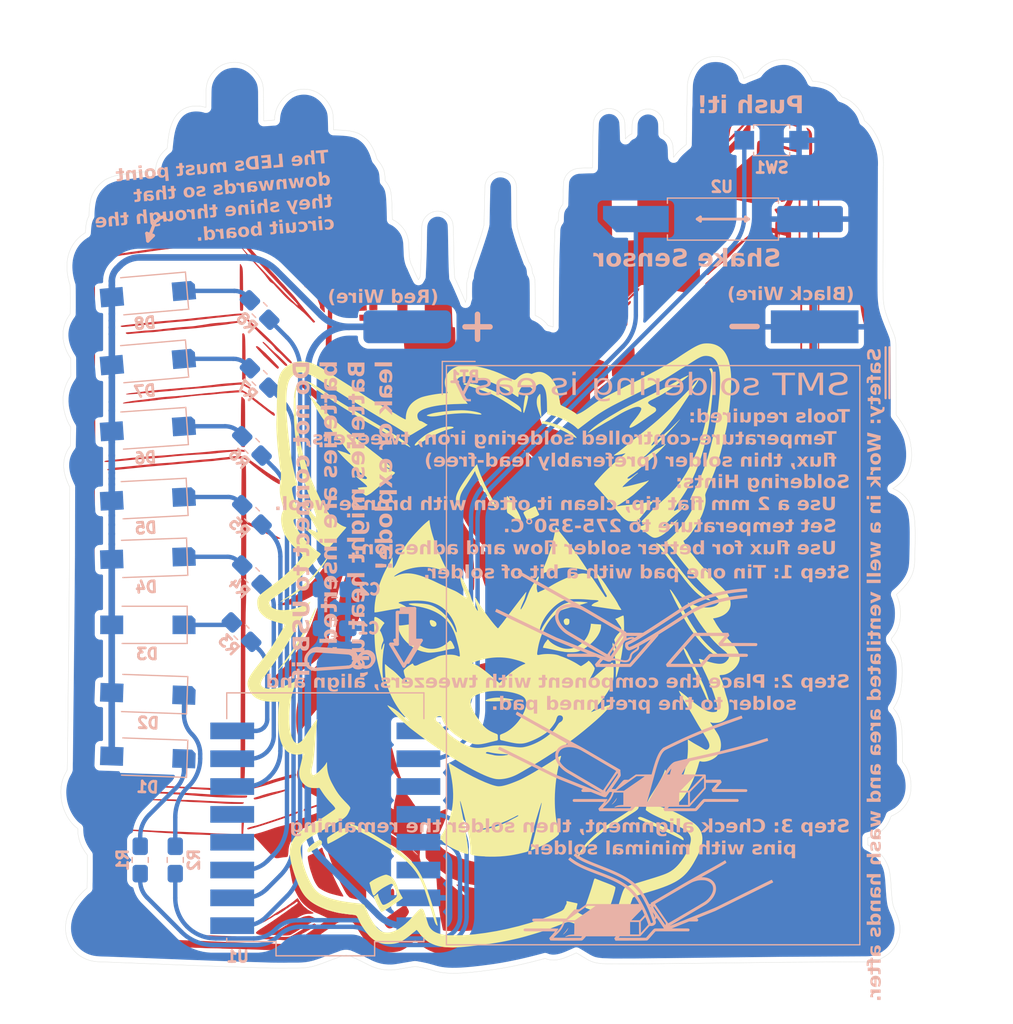
<source format=kicad_pcb>
(kicad_pcb (version 20241229) (generator "pcbnew") (generator_version "9.0")
  (title_block (title "hakkā board") (date "2025-09-24") (rev "0.5"))
  (layers (0 "F.Cu" signal) (2 "B.Cu" signal) (13 "F.Paste" user) (15 "B.Paste" user) (5 "F.SilkS" user "F.Silkscreen") (7 "B.SilkS" user "B.Silkscreen") (1 "F.Mask" user) (3 "B.Mask" user) (25 "Edge.Cuts" user))
  (net 0 "")
  (net 1 "LED2")
  (net 2 "GND")
  (net 3 "VCC")
  (net 4 "Net-(U1-GPIO7)")
  (net 5 "LED7")
  (net 6 "LED8")
  (net 7 "Net-(U1-GPIO10)")
  (net 8 "Net-(U1-GPIO20)")
  (net 9 "Net-(U1-GPIO21)")
  (net 11 "LED1")
  (net 13 "Net-(U1-GPIO1)")
  (net 14 "Net-(U1-GPIO0)")
  (net 16 "Net-(D1-K)")
  (net 17 "Net-(D2-K)")
  (net 18 "Net-(D3-K)")
  (net 19 "Net-(D4-K)")
  (net 20 "Net-(D5-K)")
  (net 21 "Net-(D6-K)")
  (net 22 "Net-(D7-K)")
  (net 23 "Net-(D8-K)")
  (footprint "LED_flip:LED_Yuji_5730_flip" (layer "B.Cu") (at 118.5 111.040846 180)
    (property "Reference" "D3")
    (property "Value" "LED")
  )
  (footprint "Resistor_SMD:R_0805_2012Metric_Pad1.20x1.40mm_HandSolder" (layer "B.Cu") (at 117.8 132.5 90)
    (property "Reference" "R1")
    (property "Value" "56")
  )
  (footprint "Resistor_SMD:R_0805_2012Metric_Pad1.20x1.40mm_HandSolder" (layer "B.Cu") (at 121 132.5 90)
    (property "Reference" "R2")
    (property "Value" "56")
  )
  (footprint "Battery:BatteryHolder_Keystone_2479_3xAAA" (layer "B.Cu") (at 152.875963 90.083346 -90)
    (property "Reference" "BT1")
    (property "Value" "Battery")
  )
  (footprint "Resistor_SMD:R_0805_2012Metric_Pad1.20x1.40mm_HandSolder" (layer "B.Cu") (at 128.7 88.5 -45)
    (property "Reference" "R7")
    (property "Value" "56")
  )
  (footprint "LED_flip:LED_Yuji_5730_flip" (layer "B.Cu") (at 118.5 123.140846 178)
    (property "Reference" "D1")
    (property "Value" "LED")
  )
  (footprint "LED_flip:LED_Yuji_5730_flip" (layer "B.Cu") (at 118.5 104.940846 -178)
    (property "Reference" "D4")
    (property "Value" "LED")
  )
  (footprint "LED_flip:LED_Yuji_5730_flip" (layer "B.Cu") (at 118.5 117.340846 178)
    (property "Reference" "D2")
    (property "Value" "LED")
  )
  (footprint "LED_flip:LED_Yuji_5730_flip" (layer "B.Cu") (at 118.5 80.840846 -175)
    (property "Reference" "D8")
    (property "Value" "LED")
  )
  (footprint "Resistor_SMD:R_0805_2012Metric_Pad1.20x1.40mm_HandSolder" (layer "B.Cu") (at 128 106.5 -45)
    (property "Reference" "R4")
    (property "Value" "56")
  )
  (footprint "Resistor_THT:R_Axial_DIN0411_L9.9mm_D3.6mm_P12.70mm_Horizontal" (layer "B.Cu") (at 164.65 74)
    (property "Reference" "U2")
    (property "Value" "ShakeSensor")
  )
  (footprint "LED_flip:LED_Yuji_5730_flip" (layer "B.Cu") (at 118.5 93.140846 -176)
    (property "Reference" "D6")
    (property "Value" "LED")
  )
  (footprint "Resistor_SMD:R_0805_2012Metric_Pad1.20x1.40mm_HandSolder" (layer "B.Cu") (at 128.7 82.3 -45)
    (property "Reference" "R8")
    (property "Value" "56")
  )
  (footprint "Button_Switch_SMD:SW_SPST_B3U-1000P" (layer "B.Cu") (at 175.45 66.8)
    (property "Reference" "SW1")
    (property "Value" "SW_Push")
  )
  (footprint "Resistor_SMD:R_0805_2012Metric_Pad1.20x1.40mm_HandSolder" (layer "B.Cu") (at 127.05 111.7 -45)
    (property "Reference" "R3")
    (property "Value" "56")
  )
  (footprint "Capacitor_SMD:C_0805_2012Metric_Pad1.18x1.45mm_HandSolder" (layer "B.Cu") (at 135.55 111.35)
    (property "Reference" "C1")
    (property "Value" "100n")
  )
  (footprint "Resistor_SMD:R_0805_2012Metric_Pad1.20x1.40mm_HandSolder" (layer "B.Cu") (at 128 94.7 -45)
    (property "Reference" "R6")
    (property "Value" "56")
  )
  (footprint "LED_flip:LED_Yuji_5730_flip" (layer "B.Cu") (at 118.5 99.540846 -177)
    (property "Reference" "D5")
    (property "Value" "LED")
  )
  (footprint "Capacitor_SMD:C_0805_2012Metric_Pad1.18x1.45mm_HandSolder" (layer "B.Cu") (at 135.55 107.8)
    (property "Reference" "C2")
    (property "Value" "47u")
  )
  (footprint "LED_flip:LED_Yuji_5730_flip" (layer "B.Cu") (at 118.5 87.040846 -175)
    (property "Reference" "D7")
    (property "Value" "LED")
  )
  (footprint "Resistor_SMD:R_0805_2012Metric_Pad1.20x1.40mm_HandSolder" (layer "B.Cu") (at 128 101 -45)
    (property "Reference" "R5")
    (property "Value" "56")
  )
  (footprint "ESPPov:MODULE_ESP32-C3_SUPERMINI" (layer "B.Cu") (at 134.7 128.6)
    (property "Reference" "U1")
    (property "Value" "ESP32-C3_SUPERMINI_SMD")
  )
  (gr_poly (pts (xy 130.766179 68.549948) (xy 130.777264 68.554956) (xy 130.790016 68.563734) (xy 130.804603 68.576473) (xy 130.821191 68.593365) (xy 130.83995 68.614602) (xy 130.861046 68.640374) (xy 130.884648 68.670873) (xy 130.940037 68.74682) (xy 131.007459 68.843975) (xy 131.088255 68.963869) (xy 131.139018 69.039732) (xy 131.190645 69.115467) (xy 131.2417 69.188865) (xy 131.290746 69.257714) (xy 131.336346 69.319806) (xy 131.377064 69.372929) (xy 131.395143 69.395436) (xy 131.411462 69.414872) (xy 131.425843 69.430961) (xy 131.438105 69.443426) (xy 131.449152 69.455558) (xy 131.459884 69.467856) (xy 131.470263 69.48022) (xy 131.480249 69.492552) (xy 131.489804 69.504749) (xy 131.498888 69.516714) (xy 131.507463 69.528346) (xy 131.515489 69.539545) (xy 131.529741 69.560244) (xy 131.541332 69.578012) (xy 131.549949 69.592049) (xy 131.555281 69.601557) (xy 131.568086 69.673243) (xy 131.579016 69.758791) (xy 131.588123 69.859272) (xy 131.59546 69.975759) (xy 131.601076 70.109323) (xy 131.605024 70.261037) (xy 131.607355 70.431972) (xy 131.60812 70.6232) (xy 131.607575 70.829804) (xy 131.605888 71.003143) (xy 131.604592 71.077889) (xy 131.602983 71.144979) (xy 131.601051 71.204635) (xy 131.598786 71.257076) (xy 131.596179 71.302522) (xy 131.59322 71.341194) (xy 131.5899 71.373312) (xy 131.58621 71.399097) (xy 131.582139 71.418768) (xy 131.579958 71.42638) (xy 131.577679 71.432546) (xy 131.5753 71.437294) (xy 131.57282 71.440651) (xy 131.570238 71.442646) (xy 131.567553 71.443304) (xy 131.565737 71.443086) (xy 131.56313 71.442431) (xy 131.559781 71.441339) (xy 131.555737 71.439808) (xy 131.545757 71.435429) (xy 131.533577 71.429287) (xy 131.526781 71.425554) (xy 131.519579 71.421377) (xy 131.512019 71.416757) (xy 131.504149 71.411693) (xy 131.496018 71.406184) (xy 131.487672 71.400229) (xy 131.479161 71.393827) (xy 131.470532 71.386977) (xy 131.451245 71.374342) (xy 131.428539 71.35992) (xy 131.376238 71.327097) (xy 131.348331 71.309387) (xy 131.320377 71.291271) (xy 131.293219 71.273095) (xy 131.267701 71.255203) (xy 131.236554 71.234555) (xy 131.200895 71.208423) (xy 131.161576 71.177623) (xy 131.119448 71.142968) (xy 131.075361 71.105273) (xy 131.030168 71.065352) (xy 130.939862 70.982093) (xy 130.85534 70.899705) (xy 130.817376 70.860874) (xy 130.78341 70.824705) (xy 130.754295 70.792013) (xy 130.73088 70.76361) (xy 130.714017 70.740313) (xy 130.708309 70.730833) (xy 130.704558 70.722935) (xy 130.699882 70.695627) (xy 130.695595 70.643127) (xy 130.688473 70.464682) (xy 130.683774 70.191863) (xy 130.682078 69.828933) (xy 130.683299 69.548789) (xy 130.686279 69.302697) (xy 130.691005 69.090942) (xy 130.697468 68.913808) (xy 130.705656 68.77158) (xy 130.710395 68.713644) (xy 130.715561 68.664542) (xy 130.721153 68.624308) (xy 130.72717 68.592979) (xy 130.73361 68.57059) (xy 130.736989 68.562759) (xy 130.740473 68.557176) (xy 130.741248 68.555626) (xy 130.748338 68.550474) (xy 130.756593 68.548518)) (stroke (width -0.000001)) (fill yes) (layer "F.Cu"))
  (gr_poly (pts (xy 141.386075 86.216563) (xy 141.391069 86.216676) (xy 141.396262 86.217037) (xy 141.401642 86.217673) (xy 141.407202 86.218614) (xy 141.412934 86.219887) (xy 141.418827 86.221522) (xy 141.424875 86.223548) (xy 141.431067 86.225994) (xy 141.437395 86.228887) (xy 141.443851 86.232257) (xy 141.450426 86.236134) (xy 141.457111 86.240544) (xy 141.463897 86.245518) (xy 141.470777 86.251083) (xy 141.47774 86.257269) (xy 141.484778 86.264105) (xy 141.623362 86.372996) (xy 141.67597 86.413787) (xy 141.720439 86.447298) (xy 141.740319 86.461751) (xy 141.759002 86.474898) (xy 141.776769 86.48691) (xy 141.793898 86.497957) (xy 141.810669 86.508211) (xy 141.827361 86.517842) (xy 141.844254 86.527023) (xy 141.861628 86.535923) (xy 141.866952 86.537748) (xy 141.872213 86.539726) (xy 141.877406 86.541842) (xy 141.882526 86.544084) (xy 141.887568 86.546437) (xy 141.892527 86.548888) (xy 141.902174 86.554026) (xy 141.911425 86.559388) (xy 141.920241 86.564863) (xy 141.928578 86.570342) (xy 141.936397 86.575713) (xy 141.961658 86.593913) (xy 141.966263 86.597089) (xy 141.970102 86.599494) (xy 141.971721 86.600374) (xy 141.973133 86.601019) (xy 141.974333 86.601416) (xy 141.975316 86.601551) (xy 141.977014 86.603622) (xy 141.979886 86.606316) (xy 141.988887 86.613413) (xy 142.001797 86.622508) (xy 142.018095 86.633268) (xy 142.037256 86.64536) (xy 142.058759 86.658452) (xy 142.082082 86.67221) (xy 142.106701 86.686301) (xy 142.146511 86.711749) (xy 142.162168 86.721929) (xy 142.175264 86.730694) (xy 142.180916 86.734611) (xy 142.186003 86.738253) (xy 142.190551 86.741647) (xy 142.194586 86.744818) (xy 142.198133 86.747793) (xy 142.201217 86.750599) (xy 142.203864 86.75326) (xy 142.2061 86.755805) (xy 142.207948 86.758259) (xy 142.209436 86.760649) (xy 142.210588 86.763) (xy 142.21143 86.765339) (xy 142.211987 86.767693) (xy 142.212284 86.770087) (xy 142.212347 86.772549) (xy 142.212202 86.775103) (xy 142.211873 86.777777) (xy 142.211386 86.780597) (xy 142.210039 86.786781) (xy 142.208365 86.793863) (xy 142.206566 86.802056) (xy 142.201159 86.868856) (xy 142.193923 86.984151) (xy 142.190471 87.062604) (xy 142.187583 87.156323) (xy 142.185601 87.266356) (xy 142.184865 87.393751) (xy 142.184587 87.547167) (xy 142.183686 87.672877) (xy 142.182969 87.726041) (xy 142.182058 87.773116) (xy 142.180939 87.814382) (xy 142.1796 87.850119) (xy 142.178028 87.880605) (xy 142.17621 87.906121) (xy 142.174133 87.926944) (xy 142.171784 87.943355) (xy 142.170504 87.949993) (xy 142.16915 87.955633) (xy 142.167723 87.960309) (xy 142.166219 87.964057) (xy 142.164638 87.966911) (xy 142.162978 87.968907) (xy 142.161237 87.970078) (xy 142.159413 87.970461) (xy 142.155849 87.969498) (xy 142.150649 87.967046) (xy 142.143911 87.963176) (xy 142.135735 87.957962) (xy 142.115461 87.943791) (xy 142.090618 87.925114) (xy 142.061997 87.902514) (xy 142.030387 87.87657) (xy 141.996579 87.847865) (xy 141.961363 87.816981) (xy 141.871316 87.73869) (xy 141.792402 87.669382) (xy 141.72384 87.608289) (xy 141.664845 87.554643) (xy 141.614634 87.507676) (xy 141.592578 87.486458) (xy 141.572424 87.466621) (xy 141.554074 87.448071) (xy 141.537431 87.430711) (xy 141.522396 87.414445) (xy 141.508871 87.399178) (xy 141.496759 87.384812) (xy 141.485962 87.371253) (xy 141.476381 87.358405) (xy 141.467919 87.346171) (xy 141.460477 87.334455) (xy 141.453959 87.323162) (xy 141.448266 87.312196) (xy 141.443299 87.30146) (xy 141.438961 87.290859) (xy 141.435155 87.280297) (xy 141.431782 87.269678) (xy 141.428744 87.258906) (xy 141.423282 87.236518) (xy 141.417986 87.212366) (xy 141.414907 87.198786) (xy 141.411773 87.186493) (xy 141.405921 87.165543) (xy 141.403494 87.156772) (xy 141.401592 87.149062) (xy 141.400884 87.145587) (xy 141.400362 87.142356) (xy 141.400043 87.139362) (xy 141.399947 87.136597) (xy 141.400092 87.134054) (xy 141.400495 87.131728) (xy 141.401174 87.129609) (xy 141.402148 87.127692) (xy 141.403435 87.125969) (xy 141.405054 87.124433) (xy 141.407021 87.123077) (xy 141.409356 87.121894) (xy 141.412076 87.120876) (xy 141.4152 87.120017) (xy 141.418746 87.11931) (xy 141.422731 87.118748) (xy 141.427175 87.118322) (xy 141.432095 87.118027) (xy 141.443436 87.1178) (xy 141.449697 87.118495) (xy 141.456378 87.119973) (xy 141.46346 87.122191) (xy 141.470925 87.125107) (xy 141.486925 87.13287) (xy 141.504225 87.142927) (xy 141.52267 87.154947) (xy 141.542108 87.168596) (xy 141.58335 87.199448) (xy 141.626724 87.23282) (xy 141.671002 87.266046) (xy 141.693098 87.281772) (xy 141.71496 87.296462) (xy 141.736435 87.309784) (xy 141.757371 87.321404) (xy 141.799722 87.350925) (xy 141.818573 87.363928) (xy 141.835901 87.375705) (xy 141.851726 87.386212) (xy 141.866069 87.395409) (xy 141.87895 87.403255) (xy 141.884849 87.406657) (xy 141.89039 87.409706) (xy 141.895575 87.412397) (xy 141.900407 87.414723) (xy 141.904889 87.41668) (xy 141.909023 87.418262) (xy 141.912812 87.419465) (xy 141.916258 87.420283) (xy 141.919364 87.420711) (xy 141.922132 87.420744) (xy 141.92339 87.420611) (xy 141.924565 87.420377) (xy 141.925657 87.420041) (xy 141.926666 87.419603) (xy 141.927592 87.419063) (xy 141.928436 87.418419) (xy 141.929198 87.417671) (xy 141.929879 87.416819) (xy 141.930478 87.415861) (xy 141.930997 87.414797) (xy 141.931434 87.413627) (xy 141.931792 87.412349) (xy 141.932267 87.40947) (xy 141.932425 87.406153) (xy 141.931185 87.399551) (xy 141.927503 87.390835) (xy 141.921435 87.38007) (xy 141.913036 87.367323) (xy 141.902363 87.35266) (xy 141.88947 87.336145) (xy 141.857252 87.297827) (xy 141.816828 87.252896) (xy 141.768645 87.201878) (xy 141.713149 87.145302) (xy 141.650788 87.083693) (xy 141.609102 87.042303) (xy 141.571404 87.003742) (xy 141.53749 86.967655) (xy 141.507158 86.933686) (xy 141.480204 86.90148) (xy 141.456425 86.87068) (xy 141.435619 86.84093) (xy 141.417582 86.811875) (xy 141.402111 86.78316) (xy 141.389003 86.754428) (xy 141.378056 86.725323) (xy 141.369065 86.69549) (xy 141.361828 86.664573) (xy 141.356142 86.632216) (xy 141.351804 86.598064) (xy 141.34861 86.56176) (xy 141.34754 86.542676) (xy 141.346706 86.524943) (xy 141.346109 86.508546) (xy 141.345752 86.493467) (xy 141.345637 86.47969) (xy 141.345767 86.467199) (xy 141.346143 86.455976) (xy 141.346769 86.446006) (xy 141.347646 86.43727) (xy 141.348179 86.433361) (xy 141.348776 86.429754) (xy 141.349437 86.426447) (xy 141.350163 86.423439) (xy 141.350952 86.420728) (xy 141.351807 86.41831) (xy 141.352727 86.416185) (xy 141.353712 86.41435) (xy 141.354763 86.412803) (xy 141.35588 86.411542) (xy 141.357063 86.410565) (xy 141.358312 86.409869) (xy 141.359629 86.409454) (xy 141.361012 86.409315) (xy 141.366163 86.410175) (xy 141.373656 86.412673) (xy 141.394998 86.422105) (xy 141.458416 86.45534) (xy 141.630683 86.55233) (xy 141.718096 86.60068) (xy 141.757433 86.621448) (xy 141.792073 86.638662) (xy 141.820673 86.651358) (xy 141.841896 86.658574) (xy 141.849322 86.659826) (xy 141.854401 86.659346) (xy 141.856965 86.657015) (xy 141.856848 86.652712) (xy 141.853488 86.64745) (xy 141.850913 86.64382) (xy 141.847796 86.639688) (xy 141.84418 86.635177) (xy 141.840106 86.630411) (xy 141.835616 86.625514) (xy 141.830751 86.620608) (xy 141.825553 86.615817) (xy 141.820063 86.611264) (xy 141.814324 86.607074) (xy 141.811373 86.605153) (xy 141.808376 86.603369) (xy 141.805337 86.601736) (xy 141.802262 86.600272) (xy 141.799156 86.59899) (xy 141.796023 86.597907) (xy 141.79287 86.597038) (xy 141.789701 86.596398) (xy 141.786522 86.596003) (xy 141.783337 86.595867) (xy 141.770176 86.588451) (xy 141.756361 86.580235) (xy 141.742315 86.571341) (xy 141.735339 86.566677) (xy 141.728464 86.56189) (xy 141.721743 86.556993) (xy 141.71523 86.552003) (xy 141.708977 86.546934) (xy 141.703038 86.541801) (xy 141.697465 86.53662) (xy 141.692311 86.531406) (xy 141.68763 86.526173) (xy 141.683474 86.520937) (xy 141.679284 86.515591) (xy 141.674595 86.510046) (xy 141.669457 86.504348) (xy 141.663919 86.498538) (xy 141.658031 86.492662) (xy 141.651842 86.486763) (xy 141.645401 86.480886) (xy 141.638757 86.475074) (xy 141.631961 86.46937) (xy 141.625061 86.46382) (xy 141.618107 86.458466) (xy 141.611148 86.453354) (xy 141.604234 86.448525) (xy 141.597414 86.444026) (xy 141.590738 86.439899) (xy 141.584254 86.436188) (xy 141.557675 86.419353) (xy 141.53234 86.402815) (xy 141.508312 86.38665) (xy 141.485658 86.370938) (xy 141.464441 86.355755) (xy 141.444728 86.34118) (xy 141.426584 86.327291) (xy 141.410073 86.314166) (xy 141.395261 86.301883) (xy 141.382212 86.290519) (xy 141.370992 86.280153) (xy 141.361666 86.270863) (xy 141.3543 86.262726) (xy 141.351371 86.259115) (xy 141.348957 86.255821) (xy 141.347065 86.252855) (xy 141.345704 86.250226) (xy 141.344881 86.247943) (xy 141.344605 86.246018) (xy 141.344652 86.241745) (xy 141.344791 86.23774) (xy 141.345022 86.233993) (xy 141.345343 86.230496) (xy 141.345753 86.227239) (xy 141.346251 86.224216) (xy 141.346836 86.221416) (xy 141.347506 86.218831) (xy 141.34826 86.216453) (xy 141.349097 86.214273) (xy 141.350016 86.212283) (xy 141.351016 86.210473) (xy 141.352095 86.208835) (xy 141.353252 86.207362) (xy 141.354486 86.206043) (xy 141.355796 86.20487) (xy 141.357181 86.203836) (xy 141.358639 86.20293) (xy 141.360168 86.202145) (xy 141.361769 86.201472) (xy 141.36344 86.200902) (xy 141.365179 86.200427) (xy 141.366986 86.200038) (xy 141.368858 86.199727) (xy 141.372797 86.199302) (xy 141.376986 86.199084) (xy 141.386075 86.198992)) (stroke (width -0.000001)) (fill yes) (layer "F.Cu"))
  (gr_poly (pts (xy 133.690621 79.233412) (xy 133.700735 79.235521) (xy 133.713287 79.240122) (xy 133.727992 79.247032) (xy 133.744565 79.256069) (xy 133.76272 79.267051) (xy 133.782173 79.279796) (xy 133.802638 79.29412) (xy 133.823831 79.309842) (xy 133.845465 79.326778) (xy 133.867256 79.344747) (xy 133.888918 79.363566) (xy 133.910166 79.383053) (xy 133.930716 79.403025) (xy 133.953621 79.425251) (xy 133.986612 79.455743) (xy 134.076638 79.536027) (xy 134.188368 79.63288) (xy 134.309376 79.735304) (xy 134.545426 79.933395) (xy 134.585385 79.967481) (xy 134.618821 79.996871) (xy 134.633264 80.010037) (xy 134.646282 80.022306) (xy 134.657943 80.03377) (xy 134.668317 80.044523) (xy 134.677472 80.054657) (xy 134.685476 80.064265) (xy 134.692399 80.073438) (xy 134.698308 80.082269) (xy 134.703272 80.09085) (xy 134.707361 80.099275) (xy 134.710642 80.107635) (xy 134.713185 80.116023) (xy 134.715057 80.124531) (xy 134.716328 80.133252) (xy 134.717066 80.142279) (xy 134.71734 80.151703) (xy 134.717218 80.161617) (xy 134.716769 80.172114) (xy 134.715165 80.195225) (xy 134.711591 80.249015) (xy 134.708494 80.310447) (xy 134.702392 80.437975) (xy 134.698718 80.494938) (xy 134.696578 80.519722) (xy 134.694182 80.54128) (xy 134.691486 80.55904) (xy 134.68845 80.572433) (xy 134.686791 80.577313) (xy 134.685031 80.580887) (xy 134.683165 80.583084) (xy 134.681187 80.583832) (xy 134.679212 80.583397) (xy 134.676233 80.582119) (xy 134.672308 80.580041) (xy 134.667497 80.577203) (xy 134.655449 80.569416) (xy 134.640557 80.559092) (xy 134.623292 80.546564) (xy 134.604122 80.532164) (xy 134.583517 80.516226) (xy 134.561946 80.499083) (xy 134.538908 80.480027) (xy 134.51366 80.458646) (xy 134.459852 80.412008) (xy 134.407158 80.365369) (xy 134.362216 80.324932) (xy 134.317097 80.284285) (xy 134.265132 80.24015) (xy 134.206851 80.192963) (xy 134.142784 80.14316) (xy 134.07346 80.091177) (xy 133.99941 80.03745) (xy 133.921163 79.982415) (xy 133.839249 79.926508) (xy 133.829672 79.920347) (xy 133.82074 79.914086) (xy 133.812435 79.907746) (xy 133.804737 79.901348) (xy 133.797625 79.894914) (xy 133.791081 79.888465) (xy 133.785083 79.882022) (xy 133.779612 79.875607) (xy 133.774648 79.869239) (xy 133.770171 79.862942) (xy 133.766162 79.856735) (xy 133.762601 79.85064) (xy 133.759467 79.844678) (xy 133.756741 79.838871) (xy 133.754403 79.83324) (xy 133.752432 79.827805) (xy 133.730378 79.677088) (xy 133.709994 79.531312) (xy 133.692226 79.388443) (xy 133.684619 79.317462) (xy 133.678019 79.246445) (xy 133.677762 79.243862) (xy 133.677876 79.24024) (xy 133.678849 79.237401) (xy 133.680646 79.235321) (xy 133.683231 79.233978) (xy 133.686568 79.233349)) (stroke (width -0.000001)) (fill yes) (layer "F.Cu"))
  (gr_poly (pts (xy 174.515802 66.830849) (xy 174.555927 66.836488) (xy 174.692922 66.862124) (xy 174.927926 66.911306) (xy 175.287755 66.989313) (xy 175.614185 67.063986) (xy 175.949809 67.148735) (xy 176.361904 67.26139) (xy 176.917752 67.419778) (xy 177.018339 67.45042) (xy 177.121214 67.480433) (xy 177.214373 67.506473) (xy 177.285817 67.525198) (xy 177.347117 67.540766) (xy 177.413043 67.558271) (xy 177.475818 67.575776) (xy 177.503595 67.583923) (xy 177.527669 67.591343) (xy 177.557435 67.601272) (xy 177.590132 67.611229) (xy 177.662167 67.63086) (xy 177.739477 67.649498) (xy 177.817766 67.666404) (xy 177.892736 67.680839) (xy 177.960091 67.692064) (xy 178.015534 67.699341) (xy 178.037446 67.701268) (xy 178.054768 67.701931) (xy 178.057827 67.702431) (xy 178.0608 67.703892) (xy 178.063688 67.706251) (xy 178.06649 67.709451) (xy 178.069204 67.713429) (xy 178.07183 67.718125) (xy 178.076815 67.729433) (xy 178.081438 67.74289) (xy 178.085693 67.758014) (xy 178.089573 67.774322) (xy 178.093072 67.791331) (xy 178.098901 67.825521) (xy 178.103128 67.856718) (xy 178.105702 67.881061) (xy 178.106572 67.894684) (xy 178.080426 71.808011) (xy 178.07259 75.694208) (xy 178.068406 76.649551) (xy 178.059704 77.480525) (xy 178.035578 78.795504) (xy 178.013876 79.69142) (xy 178.008203 79.998565) (xy 178.008259 80.220547) (xy 178.013637 80.514682) (xy 178.015429 80.79002) (xy 178.013637 81.014974) (xy 178.011396 81.098686) (xy 178.008259 81.157957) (xy 178.006902 81.182154) (xy 178.003901 81.204778) (xy 177.999334 81.225872) (xy 177.993278 81.24548) (xy 177.985813 81.263645) (xy 177.977017 81.28041) (xy 177.966966 81.29582) (xy 177.95574 81.309918) (xy 177.943417 81.322747) (xy 177.930073 81.33435) (xy 177.915789 81.344772) (xy 177.900641 81.354056) (xy 177.884707 81.362246) (xy 177.868067 81.369384) (xy 177.850797 81.375515) (xy 177.832976 81.380682) (xy 177.814682 81.384928) (xy 177.795993 81.388298) (xy 177.757741 81.39258) (xy 177.718847 81.393876) (xy 177.679933 81.392535) (xy 177.641625 81.388905) (xy 177.604547 81.383335) (xy 177.569324 81.376172) (xy 177.53658 81.367764) (xy 177.191765 81.282457) (xy 176.727554 81.178304) (xy 176.197309 81.066691) (xy 175.654393 80.959002) (xy 175.531368 80.933317) (xy 175.367428 80.895763) (xy 175.002369 80.808108) (xy 174.824645 80.762528) (xy 174.651742 80.719806) (xy 174.503452 80.684932) (xy 174.44472 80.671998) (xy 174.399563 80.662897) (xy 174.380627 80.660832) (xy 174.361497 80.65817) (xy 174.342301 80.654981) (xy 174.323167 80.651335) (xy 174.304222 80.647301) (xy 174.285594 80.642949) (xy 174.26741 80.638349) (xy 174.249797 80.633571) (xy 174.216799 80.623756) (xy 174.187618 80.614063) (xy 174.163277 80.605047) (xy 174.144795 80.597267) (xy 174.073224 80.559027) (xy 174.060826 80.361622) (xy 174.058024 78.899051) (xy 174.304464 78.899051) (xy 174.311777 79.902946) (xy 174.318667 80.212142) (xy 174.327603 80.338368) (xy 174.330526 80.342056) (xy 174.33508 80.345952) (xy 174.341263 80.350057) (xy 174.349074 80.354372) (xy 174.358512 80.358899) (xy 174.369575 80.363639) (xy 174.396573 80.373766) (xy 174.430056 80.384766) (xy 174.470015 80.396649) (xy 174.516439 80.409429) (xy 174.569317 80.423117) (xy 174.829026 80.482933) (xy 175.144365 80.552438) (xy 175.472809 80.621361) (xy 175.771832 80.679432) (xy 176.114429 80.750165) (xy 176.539486 80.840664) (xy 176.642774 80.861635) (xy 176.750941 80.882279) (xy 176.96872 80.922441) (xy 177.071737 80.941886) (xy 177.166443 80.960859) (xy 177.24954 80.979323) (xy 177.31773 80.997242) (xy 177.383538 81.015814) (xy 177.461076 81.035838) (xy 177.544779 81.056105) (xy 177.629081 81.075404) (xy 177.708418 81.092522) (xy 177.777224 81.106248) (xy 177.829934 81.115373) (xy 177.848513 81.11783) (xy 177.860982 81.118683) (xy 177.881165 80.681759) (xy 177.895559 79.525207) (xy 177.910796 76.025066) (xy 177.913815 71.079502) (xy 177.913946 69.599942) (xy 177.908913 68.485984) (xy 177.903607 68.1078) (xy 177.895863 67.952562) (xy 177.889338 67.947471) (xy 177.878445 67.939837) (xy 177.863418 67.930652) (xy 177.854429 67.925789) (xy 177.844493 67.92091) (xy 177.833642 67.916141) (xy 177.821905 67.911605) (xy 177.80931 67.907425) (xy 177.795886 67.903728) (xy 177.781665 67.900636) (xy 177.766674 67.898274) (xy 177.750943 67.896765) (xy 177.734501 67.896235) (xy 177.622196 67.873247) (xy 177.460924 67.833641) (xy 177.195563 67.763321) (xy 176.770993 67.648188) (xy 176.422792 67.555235) (xy 176.087575 67.46732) (xy 175.939389 67.430331) (xy 175.776949 67.390774) (xy 175.61996 67.351121) (xy 175.549667 67.33203) (xy 175.488125 67.313841) (xy 175.231722 67.248287) (xy 175.023592 67.19442) (xy 174.729905 67.118117) (xy 174.633223 67.093863) (xy 174.594989 67.084813) (xy 174.562566 67.077664) (xy 174.535259 67.0723) (xy 174.512372 67.06861) (xy 174.49321 67.066479) (xy 174.477078 67.065794) (xy 174.391293 67.065794) (xy 174.389744 68.333417) (xy 174.365859 72.376839) (xy 174.318043 76.493126) (xy 174.306331 77.653504) (xy 174.304464 78.899051) (xy 174.058024 78.899051) (xy 174.051504 75.494607) (xy 174.070386 69.344725) (xy 174.077505 68.740576) (xy 174.085201 68.254813) (xy 174.09318 67.874094) (xy 174.101145 67.585078) (xy 174.108803 67.374425) (xy 174.115856 67.228793) (xy 174.122012 67.134842) (xy 174.126973 67.079231) (xy 174.130623 67.058191) (xy 174.134837 67.038361) (xy 174.139608 67.019704) (xy 174.144929 67.002185) (xy 174.150794 66.985769) (xy 174.157196 66.97042) (xy 174.164128 66.956102) (xy 174.171584 66.94278) (xy 174.179557 66.930419) (xy 174.188041 66.918983) (xy 174.197028 66.908437) (xy 174.206514 66.898745) (xy 174.21649 66.889872) (xy 174.22695 66.881782) (xy 174.237888 66.874439) (xy 174.249297 66.867809) (xy 174.26117 66.861855) (xy 174.273501 66.856543) (xy 174.286284 66.851837) (xy 174.299511 66.847701) (xy 174.327272 66.840997) (xy 174.356733 66.836149) (xy 174.38784 66.832872) (xy 174.420541 66.830884) (xy 174.454783 66.829898) (xy 174.490513 66.829633) (xy 174.490124 66.829116)) (stroke (width -0.000001)) (fill yes) (layer "F.Cu"))
  (gr_poly (pts (xy 126.93773 78.105189) (xy 126.939923 78.10555) (xy 126.942159 78.106119) (xy 126.94444 78.106899) (xy 126.946765 78.10789) (xy 126.949135 78.109094) (xy 126.95155 78.110513) (xy 126.954011 78.112149) (xy 126.954011 78.111632) (xy 126.965674 78.123172) (xy 126.974821 78.131285) (xy 126.983086 78.139228) (xy 126.987399 78.144154) (xy 126.992106 78.15026) (xy 126.997412 78.157952) (xy 127.003519 78.167638) (xy 127.01896 78.194621) (xy 127.040066 78.234466) (xy 127.068474 78.290432) (xy 127.104148 78.363442) (xy 127.1313 78.445275) (xy 127.151339 78.560355) (xy 127.165675 78.733105) (xy 127.175717 78.987947) (xy 127.182876 79.349306) (xy 127.194178 80.489264) (xy 127.199805 81.144688) (xy 127.201823 81.405661) (xy 127.203052 81.626613) (xy 127.203296 81.810897) (xy 127.202989 81.890336) (xy 127.202362 81.961866) (xy 127.201393 82.025906) (xy 127.200055 82.082874) (xy 127.198326 82.13319) (xy 127.19618 82.177274) (xy 127.193594 82.215544) (xy 127.190543 82.24842) (xy 127.188836 82.262966) (xy 127.187003 82.27632) (xy 127.185042 82.288536) (xy 127.182949 82.299664) (xy 127.180722 82.309759) (xy 127.178358 82.318872) (xy 127.175853 82.327055) (xy 127.173204 82.334362) (xy 127.170409 82.340843) (xy 127.167464 82.346553) (xy 127.164366 82.351542) (xy 127.161113 82.355865) (xy 127.157701 82.359572) (xy 127.154127 82.362716) (xy 127.150388 82.36535) (xy 127.146481 82.367527) (xy 127.142404 82.369298) (xy 127.138152 82.370716) (xy 127.133723 82.371833) (xy 127.129115 82.372702) (xy 127.085398 82.377003) (xy 127.07185 82.376967) (xy 127.057263 82.376712) (xy 127.042064 82.376022) (xy 127.034369 82.375445) (xy 127.026681 82.374678) (xy 127.019054 82.373692) (xy 127.01154 82.372461) (xy 127.004194 82.370958) (xy 126.997068 82.369155) (xy 126.990217 82.367025) (xy 126.983693 82.364541) (xy 126.977549 82.361675) (xy 126.97184 82.358401) (xy 126.919001 82.330494) (xy 126.905823 81.836985) (xy 126.892943 80.99403) (xy 126.886977 79.773675) (xy 126.888109 78.665522) (xy 126.896521 78.159174) (xy 126.898898 78.150692) (xy 126.901429 78.142889) (xy 126.902752 78.139246) (xy 126.904115 78.135778) (xy 126.905516 78.132486) (xy 126.906958 78.129371) (xy 126.908438 78.126436) (xy 126.909959 78.123682) (xy 126.91152 78.121111) (xy 126.913122 78.118724) (xy 126.914764 78.116523) (xy 126.916447 78.114509) (xy 126.918172 78.112684) (xy 126.919937 78.11105) (xy 126.921744 78.109608) (xy 126.923594 78.10836) (xy 126.925485 78.107308) (xy 126.927419 78.106453) (xy 126.929395 78.105796) (xy 126.931414 78.10534) (xy 126.933476 78.105085) (xy 126.935581 78.105035)) (stroke (width -0.000001)) (fill yes) (layer "F.Cu"))
  (gr_poly (pts (xy 147.035988 94.877531) (xy 147.037829 94.877585) (xy 147.039666 94.87774) (xy 147.041494 94.877991) (xy 147.043307 94.878331) (xy 147.0451 94.878752) (xy 147.046868 94.879248) (xy 147.048604 94.879813) (xy 147.050305 94.880438) (xy 147.051964 94.881118) (xy 147.053575 94.881846) (xy 147.055134 94.882615) (xy 147.056636 94.883418) (xy 147.058074 94.884248) (xy 147.059444 94.885098) (xy 147.06074 94.885963) (xy 147.061956 94.886833) (xy 147.063088 94.887704) (xy 147.064129 94.888569) (xy 147.065075 94.889419) (xy 147.065919 94.890249) (xy 147.066658 94.891052) (xy 147.067285 94.891821) (xy 147.067794 94.892549) (xy 147.068181 94.893229) (xy 147.06844 94.893854) (xy 147.068566 94.894419) (xy 147.068553 94.894915) (xy 147.068493 94.895135) (xy 147.068397 94.895336) (xy 147.068262 94.895517) (xy 147.06809 94.895676) (xy 147.067629 94.895927) (xy 147.067007 94.896082) (xy 147.06622 94.896136) (xy 147.056856 94.90803) (xy 147.032753 94.934804) (xy 146.946831 95.026037) (xy 146.821448 95.155931) (xy 146.669602 95.31058) (xy 146.537593 95.445508) (xy 146.418833 95.569422) (xy 146.311079 95.68482) (xy 146.212089 95.794206) (xy 146.119621 95.900079) (xy 146.031434 96.004941) (xy 145.945284 96.111293) (xy 145.858929 96.221636) (xy 145.806836 96.292254) (xy 145.73926 96.388155) (xy 145.581184 96.620513) (xy 145.431757 96.848124) (xy 145.374991 96.93809) (xy 145.338032 97.000399) (xy 145.329069 97.016883) (xy 145.319426 97.034214) (xy 145.309392 97.051886) (xy 145.299257 97.069387) (xy 145.28931 97.086211) (xy 145.279839 97.101847) (xy 145.271135 97.115788) (xy 145.263485 97.127524) (xy 145.239046 97.165277) (xy 145.218518 97.19778) (xy 145.200711 97.227145) (xy 145.184438 97.255488) (xy 145.168511 97.28492) (xy 145.151739 97.317556) (xy 145.132936 97.355509) (xy 145.110913 97.400893) (xy 144.996708 97.632918) (xy 144.986132 97.654671) (xy 144.974155 97.68059) (xy 144.961193 97.709803) (xy 144.947664 97.741439) (xy 144.933983 97.774625) (xy 144.920568 97.80849) (xy 144.907834 97.84216) (xy 144.896199 97.874766) (xy 144.833539 98.050272) (xy 144.756543 98.263373) (xy 144.694542 98.440412) (xy 144.638331 98.609216) (xy 144.585802 98.776276) (xy 144.534848 98.948084) (xy 144.513542 99.01797) (xy 144.48486 99.105357) (xy 144.45137 99.202991) (xy 144.415639 99.303617) (xy 144.380234 99.39998) (xy 144.347724 99.484825) (xy 144.320676 99.550897) (xy 144.310004 99.574626) (xy 144.301659 99.590941) (xy 144.294817 99.604817) (xy 144.285796 99.62444) (xy 144.262821 99.676786) (xy 144.208382 99.80488) (xy 144.175163 99.881091) (xy 144.129221 99.978649) (xy 144.075115 100.088719) (xy 144.017407 100.202464) (xy 143.960654 100.31105) (xy 143.909419 100.405642) (xy 143.868261 100.477402) (xy 143.852886 100.50196) (xy 143.84174 100.517496) (xy 143.83868 100.521195) (xy 143.835194 100.525838) (xy 143.827094 100.537619) (xy 143.817737 100.552161) (xy 143.807422 100.568787) (xy 143.762547 100.642554) (xy 143.730932 100.698696) (xy 143.683658 100.780854) (xy 143.567078 100.980002) (xy 143.331822 101.379462) (xy 143.309126 101.417908) (xy 143.288981 101.452382) (xy 143.271214 101.483089) (xy 143.25565 101.510235) (xy 143.211949 101.58733) (xy 143.204793 101.59976) (xy 143.198797 101.609865) (xy 143.19618 101.61411) (xy 143.193787 101.617851) (xy 143.191597 101.621113) (xy 143.189589 101.623923) (xy 143.18774 101.626306) (xy 143.186029 101.628287) (xy 143.184433 101.629893) (xy 143.182933 101.63115) (xy 143.181504 101.632082) (xy 143.180127 101.632716) (xy 143.178778 101.633078) (xy 143.177437 101.633192) (xy 143.171948 101.639874) (xy 143.160603 101.655736) (xy 143.123178 101.710836) (xy 143.070831 101.79016) (xy 143.009232 101.885374) (xy 142.944723 101.983437) (xy 142.884998 102.073022) (xy 142.836877 102.144876) (xy 142.807179 102.189745) (xy 142.751483 102.272339) (xy 142.663921 102.40711) (xy 142.548091 102.588486) (xy 142.407589 102.810896) (xy 142.314056 102.963248) (xy 142.212389 103.133737) (xy 142.109088 103.311094) (xy 142.010649 103.484048) (xy 141.923571 103.641329) (xy 141.854352 103.771668) (xy 141.80949 103.863795) (xy 141.798223 103.892007) (xy 141.795735 103.901033) (xy 141.795481 103.906439) (xy 141.800638 103.922919) (xy 141.805437 103.940101) (xy 141.809788 103.957852) (xy 141.813599 103.97604) (xy 141.816779 103.99453) (xy 141.819238 104.01319) (xy 141.820884 104.031887) (xy 141.821627 104.050486) (xy 141.821375 104.068856) (xy 141.820037 104.086862) (xy 141.817523 104.104372) (xy 141.81374 104.121251) (xy 141.811345 104.129413) (xy 141.808599 104.137368) (xy 141.805491 104.145099) (xy 141.802009 104.152589) (xy 141.798141 104.159821) (xy 141.793877 104.16678) (xy 141.789205 104.173447) (xy 141.784113 104.179808) (xy 141.659443 104.406664) (xy 141.622893 104.47464) (xy 141.589033 104.540371) (xy 141.557608 104.603816) (xy 141.528357 104.664934) (xy 141.47535 104.780025) (xy 141.42795 104.885319) (xy 141.384092 104.980486) (xy 141.362846 105.024171) (xy 141.341713 105.065202) (xy 141.320433 105.103538) (xy 141.298749 105.139138) (xy 141.276404 105.171961) (xy 141.253138 105.201968) (xy 141.200299 105.258292) (xy 141.211667 105.06864) (xy 141.214162 105.028557) (xy 141.217283 104.98662) (xy 141.224813 104.901984) (xy 141.233069 104.824324) (xy 141.237098 104.791107) (xy 141.240864 104.763232) (xy 141.266429 104.583141) (xy 141.303135 104.311583) (xy 141.32575 104.147779) (xy 141.346854 104.004293) (xy 141.367117 103.877461) (xy 141.387206 103.763618) (xy 141.407792 103.659102) (xy 141.429544 103.560247) (xy 141.453131 103.463391) (xy 141.479222 103.36487) (xy 141.571595 103.026903) (xy 141.585673 102.976826) (xy 141.602566 102.919772) (xy 141.641567 102.795006) (xy 141.682143 102.673147) (xy 141.701004 102.619727) (xy 141.717839 102.574736) (xy 141.875193 102.154089) (xy 141.928187 102.013764) (xy 141.977173 101.887246) (xy 142.016736 101.786017) (xy 142.041462 101.72156) (xy 142.081379 101.63174) (xy 142.117258 101.552003) (xy 142.149011 101.482646) (xy 142.176547 101.423966) (xy 142.199778 101.376259) (xy 142.218613 101.339822) (xy 142.226355 101.325923) (xy 142.232964 101.314953) (xy 142.23843 101.306948) (xy 142.242741 101.301947) (xy 142.245377 101.299239) (xy 142.248649 101.295256) (xy 142.25692 101.283884) (xy 142.267176 101.268673) (xy 142.279044 101.250464) (xy 142.30611 101.20842) (xy 142.320558 101.18627) (xy 142.335114 101.164488) (xy 142.351052 101.139037) (xy 142.369359 101.110679) (xy 142.389377 101.080481) (xy 142.410448 101.049506) (xy 142.431912 101.018823) (xy 142.453111 100.989496) (xy 142.473387 100.962592) (xy 142.492081 100.939177) (xy 142.529827 100.891892) (xy 142.568578 100.842283) (xy 142.586933 100.81806) (xy 142.603864 100.794999) (xy 142.618812 100.773682) (xy 142.631218 100.75469) (xy 142.670662 100.698696) (xy 142.717276 100.633939) (xy 142.767984 100.564687) (xy 142.819709 100.495212) (xy 142.869375 100.429781) (xy 142.913906 100.372666) (xy 142.950224 100.328134) (xy 142.964343 100.311921) (xy 142.975255 100.300455) (xy 142.986211 100.288225) (xy 142.999101 100.272857) (xy 143.013459 100.254947) (xy 143.028822 100.235086) (xy 143.044723 100.213868) (xy 143.060698 100.191888) (xy 143.076283 100.169738) (xy 143.091012 100.148012) (xy 143.105699 100.127186) (xy 143.121602 100.105718) (xy 143.138193 100.084081) (xy 143.154944 100.062746) (xy 143.212967 99.989882) (xy 143.225238 99.976403) (xy 143.239237 99.959756) (xy 143.254466 99.940748) (xy 143.270424 99.920183) (xy 143.302531 99.877607) (xy 143.331563 99.838469) (xy 143.356842 99.802358) (xy 143.387148 99.761003) (xy 143.421184 99.716038) (xy 143.457655 99.6691) (xy 143.495263 99.621821) (xy 143.532714 99.575839) (xy 143.568712 99.532788) (xy 143.60196 99.494303) (xy 143.618388 99.474399) (xy 143.64177 99.443782) (xy 143.709206 99.350579) (xy 143.803892 99.215034) (xy 143.925454 99.037485) (xy 143.945708 99.007576) (xy 143.967461 98.974457) (xy 144.012787 98.903385) (xy 144.056079 98.833863) (xy 144.091984 98.775484) (xy 144.108495 98.747735) (xy 144.127347 98.717817) (xy 144.147868 98.686664) (xy 144.169384 98.655208) (xy 144.191221 98.624382) (xy 144.212705 98.595118) (xy 144.233162 98.568349) (xy 144.251919 98.545008) (xy 144.261204 98.532564) (xy 144.2699 98.520642) (xy 144.277977 98.509283) (xy 144.285401 98.498523) (xy 144.292143 98.488403) (xy 144.298171 98.47896) (xy 144.303453 98.470233) (xy 144.307958 98.46226) (xy 144.311655 98.455082) (xy 144.31319 98.451802) (xy 144.314511 98.448734) (xy 144.315615 98.445885) (xy 144.316496 98.443258) (xy 144.317152 98.440858) (xy 144.317579 98.438691) (xy 144.317772 98.43676) (xy 144.317727 98.435071) (xy 144.317441 98.433629) (xy 144.31691 98.432438) (xy 144.316129 98.431503) (xy 144.315095 98.430829) (xy 144.313804 98.430422) (xy 144.312253 98.430285) (xy 144.30848 98.429405) (xy 144.304404 98.429284) (xy 144.295347 98.431311) (xy 144.285089 98.436356) (xy 144.273635 98.444407) (xy 144.260992 98.455453) (xy 144.247165 98.469481) (xy 144.232162 98.486482) (xy 144.215989 98.506443) (xy 144.198652 98.529354) (xy 144.180156 98.555202) (xy 144.139716 98.615666) (xy 144.09472 98.687746) (xy 144.045216 98.771349) (xy 144.019431 98.815539) (xy 143.99205 98.860824) (xy 143.963912 98.905927) (xy 143.935856 98.94957) (xy 143.90872 98.990476) (xy 143.883343 99.027367) (xy 143.860564 99.058966) (xy 143.841221 99.083994) (xy 143.765339 99.177721) (xy 143.746614 99.201168) (xy 143.729111 99.223592) (xy 143.713391 99.244478) (xy 143.700017 99.263312) (xy 143.686023 99.28099) (xy 143.668172 99.302521) (xy 143.623828 99.354132) (xy 143.521088 99.470534) (xy 143.472423 99.524374) (xy 143.422618 99.581121) (xy 143.369891 99.642907) (xy 143.31246 99.711862) (xy 143.176359 99.87981) (xy 143.000058 100.102019) (xy 142.862761 100.275652) (xy 142.806539 100.347208) (xy 142.768677 100.396574) (xy 142.699125 100.485328) (xy 142.658275 100.536972) (xy 142.638371 100.561558) (xy 142.619591 100.584158) (xy 142.552464 100.67106) (xy 142.469591 100.783468) (xy 142.377666 100.911719) (xy 142.283388 101.046147) (xy 142.193451 101.177086) (xy 142.114553 101.294872) (xy 142.053389 101.389839) (xy 142.016656 101.452322) (xy 141.958809 101.566804) (xy 141.835935 101.817807) (xy 141.673164 102.166671) (xy 141.584671 102.365719) (xy 141.495629 102.574736) (xy 141.346673 102.926653) (xy 141.34265 102.935205) (xy 141.338737 102.943935) (xy 141.334953 102.952742) (xy 141.331319 102.961526) (xy 141.324586 102.97862) (xy 141.318703 102.994413) (xy 141.313838 103.008099) (xy 141.310156 103.018871) (xy 141.307011 103.028456) (xy 141.306849 103.030416) (xy 141.306377 103.032799) (xy 141.305612 103.035592) (xy 141.304575 103.038782) (xy 141.301758 103.046304) (xy 141.298081 103.055261) (xy 141.288753 103.07707) (xy 141.283408 103.089715) (xy 141.277813 103.103384) (xy 141.261527 103.142433) (xy 141.238701 103.199117) (xy 141.212338 103.266458) (xy 141.185443 103.337481) (xy 141.063643 103.655824) (xy 141.016843 103.774755) (xy 140.976217 103.874658) (xy 140.939345 103.961384) (xy 140.903809 104.040782) (xy 140.867188 104.118702) (xy 140.827065 104.200995) (xy 140.776681 104.304111) (xy 140.72712 104.407651) (xy 140.6802 104.507534) (xy 140.637737 104.599677) (xy 140.601547 104.679999) (xy 140.573448 104.744419) (xy 140.555256 104.788855) (xy 140.550443 104.802304) (xy 140.548789 104.809225) (xy 140.546144 104.818383) (xy 140.538632 104.837047) (xy 140.511527 104.897696) (xy 140.426654 105.075939) (xy 140.334539 105.260869) (xy 140.298381 105.329876) (xy 140.275549 105.369398) (xy 140.230159 105.444426) (xy 140.163912 105.563644) (xy 139.996561 105.880799) (xy 139.82892 106.213167) (xy 139.762309 106.351401) (xy 139.71641 106.453051) (xy 139.66922 106.56219) (xy 139.611309 106.690351) (xy 139.478084 106.97324) (xy 139.410154 107.112719) (xy 139.346265 107.240722) (xy 139.29011 107.349625) (xy 139.245379 107.431803) (xy 139.196134 107.521349) (xy 139.120194 107.664477) (xy 139.027878 107.841517) (xy 138.929507 108.032801) (xy 138.600716 108.672556) (xy 138.55579 108.760979) (xy 138.501078 108.871832) (xy 138.443604 108.990921) (xy 138.390393 109.104052) (xy 138.171414 109.570174) (xy 138.125678 109.668892) (xy 138.074795 109.781272) (xy 138.025002 109.893265) (xy 137.982537 109.99082) (xy 137.905264 110.170138) (xy 137.870934 110.24909) (xy 137.845723 110.306048) (xy 137.792497 110.42471) (xy 137.760918 110.49448) (xy 137.745561 110.527546) (xy 137.731131 110.557711) (xy 137.717081 110.589616) (xy 137.702715 110.623332) (xy 137.674626 110.691618) (xy 137.650049 110.753411) (xy 137.63217 110.799555) (xy 137.612421 110.854021) (xy 137.583183 110.930257) (xy 137.509439 111.115752) (xy 137.437342 111.29146) (xy 137.410163 111.355463) (xy 137.393296 111.392802) (xy 137.371483 111.438405) (xy 137.344171 111.502703) (xy 137.312451 111.582734) (xy 137.277412 111.675537) (xy 137.201738 111.887613) (xy 137.163283 112.000964) (xy 137.12587 112.11524) (xy 136.920069 112.758093) (xy 136.878094 112.89154) (xy 136.836095 113.029201) (xy 136.799037 113.154944) (xy 136.771887 113.252638) (xy 136.725862 113.41897) (xy 136.687008 113.557013) (xy 136.674411 113.604448) (xy 136.66457 113.65107) (xy 136.657556 113.697241) (xy 136.653441 113.743322) (xy 136.652296 113.789676) (xy 136.654192 113.836664) (xy 136.659199 113.884649) (xy 136.667388 113.933991) (xy 136.678831 113.985054) (xy 136.693598 114.038198) (xy 136.711761 114.093785) (xy 136.73339 114.152178) (xy 136.758557 114.213739) (xy 136.787332 114.278828) (xy 136.819786 114.347809) (xy 136.85599 114.421042) (xy 136.926575 114.55909) (xy 137.000541 114.700093) (xy 137.075697 114.840127) (xy 137.149852 114.975269) (xy 137.220815 115.101594) (xy 137.286397 115.215177) (xy 137.344406 115.312094) (xy 137.392651 115.388422) (xy 137.400287 115.400801) (xy 137.408852 115.415754) (xy 137.418054 115.43256) (xy 137.427597 115.450498) (xy 137.463318 115.519163) (xy 137.471983 115.537329) (xy 137.482955 115.558293) (xy 137.495792 115.58117) (xy 137.510052 115.605077) (xy 137.525294 115.629129) (xy 137.541074 115.652442) (xy 137.549028 115.663545) (xy 137.556952 115.674132) (xy 137.564788 115.684093) (xy 137.572484 115.693316) (xy 137.600943 115.733824) (xy 137.623999 115.767018) (xy 137.645089 115.797701) (xy 137.645448 115.79942) (xy 137.6465 115.802194) (xy 137.650543 115.81058) (xy 137.65693 115.8222) (xy 137.665372 115.836394) (xy 137.675583 115.852501) (xy 137.687274 115.869862) (xy 137.700158 115.887816) (xy 137.706958 115.896809) (xy 137.713948 115.905703) (xy 137.876858 116.147032) (xy 138.025944 116.360976) (xy 138.117541 116.481252) (xy 138.261073 116.672068) (xy 138.392807 116.84578) (xy 138.540771 117.035867) (xy 138.696002 117.230606) (xy 138.849537 117.418272) (xy 139.006052 117.609144) (xy 139.140084 117.775543) (xy 139.253715 117.920323) (xy 139.349023 118.046336) (xy 139.390457 118.103197) (xy 139.42809 118.156435) (xy 139.462182 118.206407) (xy 139.492995 118.25347) (xy 139.520787 118.297981) (xy 139.545818 118.340296) (xy 139.56835 118.380771) (xy 139.588641 118.419764) (xy 139.683503 118.620802) (xy 139.77839 118.846845) (xy 139.873325 119.097947) (xy 139.968333 119.374162) (xy 140.063437 119.675545) (xy 140.158663 120.002151) (xy 140.254035 120.354034) (xy 140.349576 120.731249) (xy 140.437006 121.084071) (xy 140.467555 121.203168) (xy 140.477769 121.240801) (xy 140.483935 121.260931) (xy 140.494587 121.295208) (xy 140.509853 121.347944) (xy 140.527954 121.412596) (xy 140.547108 121.482626) (xy 140.568088 121.556305) (xy 140.591115 121.632939) (xy 140.602582 121.669352) (xy 140.613584 121.702888) (xy 140.623796 121.732342) (xy 140.632891 121.75651) (xy 140.642241 121.78273) (xy 140.653449 121.816665) (xy 140.67982 121.902108) (xy 140.708759 122.001698) (xy 140.737019 122.104292) (xy 140.764241 122.206111) (xy 140.791135 122.30415) (xy 140.814613 122.386106) (xy 140.824106 122.417207) (xy 140.831587 122.439673) (xy 140.858626 122.532352) (xy 140.89045 122.650126) (xy 140.924623 122.783985) (xy 140.958712 122.924917) (xy 140.992088 123.059059) (xy 141.037361 123.229202) (xy 141.151303 123.634885) (xy 141.275952 124.056749) (xy 141.386721 124.409575) (xy 141.433923 124.550853) (xy 141.474646 124.668719) (xy 141.51192 124.770476) (xy 141.548775 124.863427) (xy 141.588241 124.954876) (xy 141.633345 125.052126) (xy 141.687119 125.16248) (xy 141.752591 125.293242) (xy 141.780464 125.349292) (xy 141.792468 125.374103) (xy 141.80323 125.396985) (xy 141.812785 125.418098) (xy 141.821169 125.437604) (xy 141.828416 125.455663) (xy 141.834563 125.472434) (xy 141.839643 125.488079) (xy 141.843693 125.502759) (xy 141.846748 125.516632) (xy 141.848842 125.529861) (xy 141.850011 125.542605) (xy 141.850291 125.555025) (xy 141.849715 125.567282) (xy 141.848321 125.579535) (xy 141.83902 125.645163) (xy 141.771065 125.588316) (xy 141.753419 125.570019) (xy 141.727815 125.540573) (xy 141.657436 125.454411) (xy 141.56934 125.342185) (xy 141.472941 125.216248) (xy 141.37765 125.088954) (xy 141.292879 124.972657) (xy 141.228041 124.879711) (xy 141.206038 124.845855) (xy 141.192547 124.82247) (xy 141.186089 124.811581) (xy 141.178883 124.800073) (xy 141.171167 124.788299) (xy 141.163173 124.776609) (xy 141.155137 124.765355) (xy 141.147293 124.754888) (xy 141.139876 124.74556) (xy 141.1364 124.741433) (xy 141.13312 124.737723) (xy 141.12112 124.724127) (xy 141.109256 124.710371) (xy 141.08629 124.682954) (xy 141.064925 124.656614) (xy 141.045867 124.632497) (xy 141.029818 124.611747) (xy 141.017483 124.595509) (xy 141.00677 124.581145) (xy 141.005291 124.577344) (xy 141.001097 124.569778) (xy 140.985996 124.54544) (xy 140.964346 124.512308) (xy 140.939025 124.474562) (xy 140.888881 124.401939) (xy 140.869814 124.375419) (xy 140.858588 124.360998) (xy 140.818542 124.317324) (xy 140.75575 124.238325) (xy 140.672364 124.127049) (xy 140.57054 123.98654) (xy 140.320194 123.630013) (xy 140.021947 123.193114) (xy 139.953248 123.091909) (xy 139.881629 122.988089) (xy 139.815509 122.89415) (xy 139.787142 122.854792) (xy 139.763306 122.822592) (xy 139.752872 122.808283) (xy 139.742726 122.794107) (xy 139.723515 122.76659) (xy 139.706097 122.740914) (xy 139.690895 122.717951) (xy 139.678333 122.698573) (xy 139.668836 122.683651) (xy 139.660729 122.670668) (xy 139.659913 122.668315) (xy 139.657518 122.66367) (xy 139.648312 122.648018) (xy 139.614495 122.594896) (xy 139.564423 122.519586) (xy 139.503245 122.430372) (xy 139.432138 122.326534) (xy 139.352652 122.208058) (xy 139.186726 121.955271) (xy 139.041826 121.72816) (xy 138.988624 121.64178) (xy 138.954312 121.582876) (xy 138.946192 121.568404) (xy 138.938208 121.55372) (xy 138.930508 121.539484) (xy 138.923242 121.526356) (xy 138.919817 121.520415) (xy 138.916557 121.514997) (xy 138.913478 121.510187) (xy 138.910601 121.506066) (xy 138.907943 121.502717) (xy 138.906702 121.501358) (xy 138.905524 121.500223) (xy 138.904409 121.499323) (xy 138.903361 121.498666) (xy 138.902381 121.498265) (xy 138.901473 121.498129) (xy 138.892881 121.487305) (xy 138.878376 121.464732) (xy 138.858148 121.430727) (xy 138.832388 121.385602) (xy 138.765035 121.263258) (xy 138.677844 121.100218) (xy 138.658115 121.062884) (xy 138.637786 121.025465) (xy 138.597681 120.953716) (xy 138.53612 120.845972) (xy 138.524993 120.828264) (xy 138.511975 120.806334) (xy 138.497525 120.78105) (xy 138.482102 120.753277) (xy 138.450169 120.693728) (xy 138.419848 120.634615) (xy 138.412945 120.620052) (xy 138.406024 120.605868) (xy 138.399132 120.592142) (xy 138.392314 120.57895) (xy 138.385618 120.56637) (xy 138.379089 120.554479) (xy 138.372774 120.543353) (xy 138.366718 120.533071) (xy 138.360968 120.52371) (xy 138.355571 120.515346) (xy 138.350571 120.508057) (xy 138.346015 120.50192) (xy 138.341951 120.497013) (xy 138.340116 120.495044) (xy 138.338422 120.493412) (xy 138.336874 120.492126) (xy 138.335477 120.491195) (xy 138.334238 120.490629) (xy 138.333161 120.490439) (xy 138.332348 120.490383) (xy 138.331533 120.490219) (xy 138.330718 120.489951) (xy 138.329904 120.489581) (xy 138.329094 120.489113) (xy 138.32829 120.488551) (xy 138.326703 120.48716) (xy 138.32516 120.485436) (xy 138.323675 120.483407) (xy 138.322262 120.481103) (xy 138.320936 120.478552) (xy 138.319712 120.475783) (xy 138.318603 120.472825) (xy 138.317625 120.469707) (xy 138.316792 120.466457) (xy 138.316119 120.463104) (xy 138.31562 120.459676) (xy 138.31531 120.456204) (xy 138.315203 120.452715) (xy 138.314964 120.449592) (xy 138.314264 120.445508) (xy 138.311586 120.434789) (xy 138.307382 120.421211) (xy 138.301864 120.40543) (xy 138.295245 120.388098) (xy 138.287734 120.36987) (xy 138.279546 120.3514) (xy 138.270892 120.333342) (xy 138.12208 120.019545) (xy 138.07084 119.911048) (xy 138.03276 119.829432) (xy 138.018119 119.797443) (xy 138.006126 119.770659) (xy 137.996565 119.748577) (xy 137.989223 119.73069) (xy 137.983885 119.716494) (xy 137.980338 119.705484) (xy 137.978366 119.697156) (xy 137.977905 119.69384) (xy 137.977757 119.691004) (xy 137.977538 119.688918) (xy 137.976897 119.685992) (xy 137.974438 119.677842) (xy 137.970563 119.667004) (xy 137.965451 119.653925) (xy 137.959286 119.639054) (xy 137.952249 119.622838) (xy 137.944522 119.605727) (xy 137.936286 119.588167) (xy 137.927975 119.568556) (xy 137.920214 119.549967) (xy 137.907024 119.517823) (xy 137.894816 119.487398) (xy 137.892186 119.476496) (xy 137.884824 119.456086) (xy 137.872648 119.42601) (xy 137.855575 119.386112) (xy 137.806413 119.276219) (xy 137.736685 119.125147) (xy 137.722437 119.093813) (xy 137.70806 119.061279) (xy 137.693959 119.028478) (xy 137.680537 118.996344) (xy 137.668198 118.965808) (xy 137.657349 118.937803) (xy 137.648391 118.913263) (xy 137.64173 118.893118) (xy 137.636248 118.874642) (xy 137.630476 118.856153) (xy 137.624587 118.838416) (xy 137.621651 118.830067) (xy 137.618751 118.822192) (xy 137.615906 118.814887) (xy 137.613138 118.808246) (xy 137.61047 118.802365) (xy 137.607921 118.79734) (xy 137.605514 118.793265) (xy 137.60437 118.791614) (xy 137.60327 118.790236) (xy 137.602216 118.789144) (xy 137.60121 118.788349) (xy 137.600256 118.787864) (xy 137.599356 118.787699) (xy 137.59438 118.779659) (xy 137.586776 118.764655) (xy 137.576919 118.743571) (xy 137.565185 118.717291) (xy 137.537587 118.652679) (xy 137.506985 118.577894) (xy 137.475622 118.501324) (xy 137.446959 118.432747) (xy 137.434606 118.403954) (xy 137.424086 118.380158) (xy 137.415786 118.362356) (xy 137.412589 118.356016) (xy 137.410092 118.351549) (xy 137.408938 118.350596) (xy 137.407804 118.349484) (xy 137.405598 118.346822) (xy 137.403483 118.343634) (xy 137.401468 118.339988) (xy 137.399561 118.335954) (xy 137.397773 118.331603) (xy 137.396112 118.327003) (xy 137.394588 118.322224) (xy 137.393209 118.317337) (xy 137.391984 118.31241) (xy 137.390922 118.307513) (xy 137.390034 118.302717) (xy 137.389327 118.298089) (xy 137.38881 118.293701) (xy 137.388494 118.289622) (xy 137.388386 118.285921) (xy 137.388202 118.283851) (xy 137.387663 118.281157) (xy 137.385603 118.27406) (xy 137.382371 118.264965) (xy 137.378132 118.254205) (xy 137.373051 118.242112) (xy 137.367294 118.229019) (xy 137.361025 118.215261) (xy 137.354409 118.20117) (xy 137.325471 118.142325) (xy 137.318842 118.127992) (xy 137.315752 118.120862) (xy 137.312843 118.11375) (xy 137.31014 118.106654) (xy 137.307667 118.099568) (xy 137.305449 118.092491) (xy 137.303509 118.085417) (xy 137.287178 118.039239) (xy 137.255029 117.952801) (xy 137.161786 117.706629) (xy 137.117693 117.589165) (xy 137.075741 117.472591) (xy 137.035817 117.356587) (xy 136.99781 117.24083) (xy 136.961608 117.125001) (xy 136.927098 117.008778) (xy 136.894168 116.89184) (xy 136.862708 116.773867) (xy 136.734938 116.286558) (xy 136.680123 116.077713) (xy 136.660695 116.001702) (xy 136.644553 115.936258) (xy 136.630174 115.875101) (xy 136.616032 115.811952) (xy 136.582364 115.654558) (xy 136.565066 115.576937) (xy 136.540683 115.475821) (xy 136.5124 115.36395) (xy 136.483403 115.254065) (xy 136.454926 115.147369) (xy 136.42748 115.042708) (xy 136.40432 114.951612) (xy 136.388707 114.885611) (xy 136.382111 114.862819) (xy 136.379104 114.852871) (xy 136.376296 114.843963) (xy 136.373691 114.836152) (xy 136.371293 114.829492) (xy 136.369105 114.82404) (xy 136.367131 114.819853) (xy 136.366226 114.818251) (xy 136.365376 114.816986) (xy 136.364581 114.816065) (xy 136.363842 114.815495) (xy 136.363159 114.815283) (xy 136.362534 114.815436) (xy 136.361965 114.815962) (xy 136.361455 114.816866) (xy 136.361003 114.818156) (xy 136.360609 114.81984) (xy 136.360275 114.821923) (xy 136.360001 114.824414) (xy 136.359633 114.830644) (xy 136.359509 114.838587) (xy 136.359803 114.853581) (xy 136.361277 114.873178) (xy 136.363806 114.896505) (xy 136.367261 114.92269) (xy 136.371515 114.950861) (xy 136.376442 114.980147) (xy 136.381913 115.009674) (xy 136.387803 115.038573) (xy 136.450928 115.332548) (xy 136.464994 115.406239) (xy 136.477385 115.48019) (xy 136.487606 115.554492) (xy 136.49516 115.629236) (xy 136.496932 115.650487) (xy 136.500147 115.674832) (xy 136.510208 115.732388) (xy 136.539973 115.88006) (xy 136.556888 115.968519) (xy 136.573299 116.065619) (xy 136.587811 116.170532) (xy 136.593919 116.225658) (xy 136.59903 116.282427) (xy 136.603586 116.339263) (xy 136.608154 116.392561) (xy 136.610628 116.416719) (xy 136.613328 116.438593) (xy 136.616327 116.457718) (xy 136.617962 116.466104) (xy 136.6197 116.473627) (xy 136.632536 116.566783) (xy 136.638433 116.612746) (xy 136.643422 116.655336) (xy 136.647086 116.692331) (xy 136.648289 116.708035) (xy 136.649004 116.721507) (xy 136.649177 116.732469) (xy 136.648757 116.740643) (xy 136.648308 116.743597) (xy 136.647691 116.745751) (xy 136.646899 116.747068) (xy 136.645926 116.747515) (xy 136.642868 116.74233) (xy 136.638124 116.732197) (xy 136.631949 116.717692) (xy 136.624594 116.69939) (xy 136.616312 116.677866) (xy 136.607357 116.653696) (xy 136.597981 116.627455) (xy 136.588437 116.599718) (xy 136.578968 116.569778) (xy 136.569758 116.541963) (xy 136.560969 116.516848) (xy 136.556783 116.505484) (xy 136.552763 116.49501) (xy 136.548929 116.485499) (xy 136.545301 116.477024) (xy 136.541901 116.469654) (xy 136.538747 116.463464) (xy 136.535861 116.458524) (xy 136.534524 116.456545) (xy 136.533262 116.454906) (xy 136.532076 116.453616) (xy 136.530971 116.452683) (xy 136.529947 116.452116) (xy 136.529008 116.451926) (xy 136.5253 116.446517) (xy 136.519464 116.434456) (xy 136.502023 116.392109) (xy 136.448392 116.246639) (xy 136.377999 116.043229) (xy 136.300726 115.809588) (xy 136.251118 115.659855) (xy 136.227694 115.59056) (xy 136.20926 115.537253) (xy 136.1726 115.42748) (xy 136.135544 115.308738) (xy 136.098615 115.182959) (xy 136.062337 115.052076) (xy 136.027234 114.918019) (xy 135.99383 114.78272) (xy 135.962648 114.648113) (xy 135.934212 114.516127) (xy 135.916233 114.427445) (xy 135.896569 114.334547) (xy 135.862511 114.179713) (xy 135.845408 114.095223) (xy 135.824928 113.981865) (xy 135.779182 113.702287) (xy 135.735956 113.408466) (xy 135.718626 113.277303) (xy 135.705931 113.167887) (xy 135.69576 113.039923) (xy 135.684146 112.838709) (xy 135.660714 112.326594) (xy 135.651014 111.955303) (xy 135.651156 111.600121) (xy 135.661839 111.252061) (xy 135.683759 110.902135) (xy 135.717616 110.541357) (xy 135.764106 110.16074) (xy 135.823928 109.751297) (xy 135.89778 109.304041) (xy 135.986216 108.795884) (xy 136.016155 108.629209) (xy 136.041344 108.496726) (xy 136.065358 108.380375) (xy 136.091773 108.262099) (xy 136.16611 107.947535) (xy 136.193006 107.842397) (xy 136.234678 107.688183) (xy 136.338709 107.31605) (xy 136.43851 106.966328) (xy 136.495677 106.767763) (xy 136.591862 106.43956) (xy 136.691554 106.119441) (xy 136.794868 105.80711) (xy 136.901918 105.502271) (xy 137.012819 105.204626) (xy 137.127687 104.913879) (xy 137.246637 104.629732) (xy 137.369784 104.351889) (xy 137.432609 104.217595) (xy 137.512381 104.052391) (xy 137.696653 103.680999) (xy 137.870388 103.341194) (xy 137.936988 103.215475) (xy 137.981373 103.136458) (xy 137.992165 103.117767) (xy 138.008045 103.088279) (xy 138.052025 103.00294) (xy 138.10722 102.892507) (xy 138.167538 102.769041) (xy 138.230256 102.639439) (xy 138.28294 102.531984) (xy 138.328337 102.441399) (xy 138.36919 102.362412) (xy 138.408244 102.289746) (xy 138.448245 102.218128) (xy 138.491936 102.142283) (xy 138.542063 102.056937) (xy 138.566521 102.011818) (xy 138.576645 101.992664) (xy 138.58534 101.975813) (xy 138.592587 101.961291) (xy 138.598367 101.949122) (xy 138.60266 101.939332) (xy 138.605448 101.931945) (xy 138.606271 101.929161) (xy 138.606711 101.926987) (xy 138.606765 101.925426) (xy 138.60643 101.924481) (xy 138.606117 101.924241) (xy 138.605705 101.924157) (xy 138.604587 101.924454) (xy 138.603074 101.925378) (xy 138.601162 101.926931) (xy 138.598851 101.929116) (xy 138.596136 101.931936) (xy 138.58949 101.939494) (xy 138.581205 101.94963) (xy 138.571261 101.96237) (xy 138.567341 101.968346) (xy 138.563027 101.974448) (xy 138.558364 101.980668) (xy 138.5534 101.986998) (xy 138.542755 101.99996) (xy 138.531469 102.013272) (xy 138.519917 102.026875) (xy 138.508473 102.040708) (xy 138.50291 102.047692) (xy 138.497515 102.054711) (xy 138.492334 102.061757) (xy 138.487416 102.068823) (xy 137.955277 102.817099) (xy 137.887226 102.926459) (xy 137.874407 102.946154) (xy 137.86883 102.954309) (xy 137.863859 102.961204) (xy 137.859529 102.966739) (xy 137.855878 102.970816) (xy 137.854319 102.972276) (xy 137.852943 102.973334) (xy 137.851756 102.973978) (xy 137.850762 102.974196) (xy 137.835434 102.992556) (xy 137.812469 103.025854) (xy 137.747748 103.12983) (xy 137.664836 103.271242) (xy 137.571968 103.435213) (xy 137.47738 103.606862) (xy 137.389308 103.771311) (xy 137.315988 103.913681) (xy 137.265656 104.019091) (xy 137.127793 104.32689) (xy 137.066085 104.462742) (xy 137.019288 104.563761) (xy 137.002386 104.601824) (xy 136.978641 104.65665) (xy 136.923558 104.785971) (xy 136.8292 105.015364) (xy 136.739569 105.241256) (xy 136.654001 105.465525) (xy 136.571834 105.690049) (xy 136.492404 105.916705) (xy 136.415049 106.14737) (xy 136.339104 106.383922) (xy 136.263907 106.628237) (xy 136.187992 106.876928) (xy 136.112366 107.121744) (xy 136.078591 107.233487) (xy 136.042248 107.357971) (xy 136.007503 107.480227) (xy 135.978524 107.585284) (xy 135.952033 107.686528) (xy 135.922295 107.797608) (xy 135.867808 107.995592) (xy 135.816315 108.188421) (xy 135.760204 108.410862) (xy 135.642402 108.9082) (xy 135.530946 109.414838) (xy 135.442381 109.858012) (xy 135.427418 109.93845) (xy 135.410746 110.023635) (xy 135.394583 110.102619) (xy 135.381146 110.164454) (xy 135.367173 110.227652) (xy 135.35056 110.306112) (xy 135.317067 110.469862) (xy 135.260481 110.753046) (xy 135.243706 110.835165) (xy 135.227123 110.912057) (xy 135.210477 110.984746) (xy 135.193511 111.054256) (xy 135.17597 111.12161) (xy 135.157598 111.187832) (xy 135.138139 111.253944) (xy 135.117337 111.320971) (xy 135.092332 111.402055) (xy 135.068454 111.481685) (xy 135.048282 111.550463) (xy 135.034396 111.59899) (xy 135.031853 111.608346) (xy 135.029134 111.617593) (xy 135.026261 111.626693) (xy 135.023257 111.635609) (xy 135.020146 111.644303) (xy 135.016951 111.65274) (xy 135.013694 111.660881) (xy 135.010399 111.66869) (xy 135.007089 111.676129) (xy 135.003787 111.683162) (xy 135.000515 111.689752) (xy 134.997298 111.69586) (xy 134.994158 111.701451) (xy 134.991118 111.706487) (xy 134.988202 111.710932) (xy 134.985432 111.714747) (xy 134.969859 111.736221) (xy 134.948607 111.77286) (xy 134.892756 111.883066) (xy 134.825256 112.028226) (xy 134.753486 112.191203) (xy 134.684822 112.354858) (xy 134.626642 112.502053) (xy 134.586325 112.61565) (xy 134.575169 112.654494) (xy 134.571246 112.678511) (xy 134.572495 112.679665) (xy 134.576042 112.675967) (xy 134.589419 112.655252) (xy 134.637008 112.569176) (xy 134.7042 112.440018) (xy 134.781181 112.287515) (xy 134.858138 112.131403) (xy 134.925257 111.991417) (xy 134.972725 111.887294) (xy 134.986024 111.854849) (xy 134.990729 111.83877) (xy 134.991001 111.8355) (xy 134.991388 111.832666) (xy 134.99163 111.831412) (xy 134.991905 111.830267) (xy 134.992215 111.829232) (xy 134.992562 111.828305) (xy 134.992948 111.827488) (xy 134.993375 111.826779) (xy 134.993843 111.82618) (xy 134.994354 111.825689) (xy 134.994911 111.825308) (xy 134.995514 111.825035) (xy 134.996165 111.824872) (xy 134.996867 111.824817) (xy 134.997619 111.824872) (xy 134.998425 111.825035) (xy 134.999286 111.825308) (xy 135.000202 111.825689) (xy 135.001177 111.82618) (xy 135.002211 111.826779) (xy 135.003307 111.827488) (xy 135.004465 111.828305) (xy 135.006976 111.830267) (xy 135.009756 111.832666) (xy 135.012821 111.8355) (xy 135.016181 111.83877) (xy 135.020696 111.854946) (xy 135.023703 111.891439) (xy 135.02561 112.014785) (xy 135.022741 112.187632) (xy 135.015938 112.388801) (xy 135.006041 112.597117) (xy 134.993889 112.791401) (xy 134.980323 112.950477) (xy 134.966183 113.053168) (xy 134.955107 113.102578) (xy 134.949356 113.124203) (xy 134.943069 113.1444) (xy 134.93595 113.163638) (xy 134.927703 113.182384) (xy 134.918033 113.201107) (xy 134.906643 113.220276) (xy 134.893238 113.240359) (xy 134.877523 113.261825) (xy 134.8592 113.285143) (xy 134.837976 113.310781) (xy 134.813553 113.339208) (xy 134.785636 113.370892) (xy 134.718136 113.445906) (xy 134.609447 113.564709) (xy 134.509289 113.671079) (xy 134.412943 113.769588) (xy 134.31569 113.864809) (xy 134.212811 113.961313) (xy 134.099588 114.063674) (xy 133.9713 114.176462) (xy 133.823229 114.304251) (xy 133.649487 114.44769) (xy 133.463966 114.591831) (xy 133.268658 114.735294) (xy 133.065557 114.876697) (xy 132.856654 115.014661) (xy 132.643942 115.147804) (xy 132.429413 115.274746) (xy 132.21506 115.394106) (xy 131.911983 115.556358) (xy 131.653175 115.690632) (xy 131.425809 115.802476) (xy 131.217058 115.897435) (xy 131.014097 115.981059) (xy 130.804099 116.058893) (xy 130.574238 116.136485) (xy 130.311688 116.219382) (xy 130.289946 116.224932) (xy 130.268175 116.231035) (xy 130.246512 116.237564) (xy 130.225099 116.244396) (xy 130.183577 116.258459) (xy 130.144724 116.272219) (xy 130.109656 116.284672) (xy 130.079489 116.294811) (xy 130.066591 116.298699) (xy 130.055338 116.301632) (xy 130.045867 116.303484) (xy 130.038319 116.304129) (xy 129.957357 116.328235) (xy 129.873872 116.350954) (xy 129.791228 116.371723) (xy 129.712791 116.389978) (xy 129.641923 116.405157) (xy 129.581989 116.416696) (xy 129.536352 116.424033) (xy 129.519947 116.425949) (xy 129.508378 116.426604) (xy 129.505402 116.425677) (xy 129.502483 116.424647) (xy 129.499621 116.423522) (xy 129.496817 116.422311) (xy 129.494072 116.421024) (xy 129.491386 116.419667) (xy 129.488759 116.418251) (xy 129.486193 116.416784) (xy 129.481244 116.413731) (xy 129.476543 116.410579) (xy 129.472096 116.407396) (xy 129.467908 116.404253) (xy 129.460326 116.398363) (xy 129.456943 116.395755) (xy 129.453838 116.393466) (xy 129.451016 116.391564) (xy 129.449713 116.39078) (xy 129.448482 116.390119) (xy 129.447325 116.38959) (xy 129.446241 116.389201) (xy 129.445232 116.388962) (xy 129.444298 116.38888) (xy 129.44428 116.387188) (xy 129.44506 116.384741) (xy 129.448938 116.377666) (xy 129.455779 116.367821) (xy 129.465429 116.35537) (xy 129.492542 116.323312) (xy 129.529048 116.282813) (xy 129.573717 116.235192) (xy 129.62532 116.181769) (xy 129.682627 116.123865) (xy 129.74441 116.0628) (xy 129.818211 115.990822) (xy 129.893202 115.918833) (xy 130.044973 115.775739) (xy 130.343211 115.499529) (xy 130.61467 115.239578) (xy 130.874927 114.974187) (xy 131.12414 114.703873) (xy 131.362471 114.429157) (xy 131.590081 114.150555) (xy 131.807129 113.868587) (xy 132.013776 113.583772) (xy 132.210183 113.296627) (xy 132.39651 113.007671) (xy 132.572917 112.717423) (xy 132.739565 112.426402) (xy 132.896615 112.135125) (xy 133.044227 111.844112) (xy 133.182562 111.553881) (xy 133.311779 111.264951) (xy 133.43204 110.977839) (xy 133.512494 110.770641) (xy 133.608143 110.511944) (xy 133.818353 109.926871) (xy 134.00933 109.396251) (xy 134.080937 109.205621) (xy 134.127734 109.093718) (xy 134.213254 108.913585) (xy 134.306889 108.707243) (xy 134.397375 108.500223) (xy 134.473448 108.318056) (xy 134.538506 108.156252) (xy 134.599555 108.006123) (xy 134.649873 107.885742) (xy 134.668907 107.842353) (xy 134.682738 107.813177) (xy 134.709166 107.753918) (xy 134.742522 107.676686) (xy 134.778445 107.591605) (xy 134.812575 107.508803) (xy 134.844138 107.432142) (xy 134.858685 107.396871) (xy 134.871971 107.365269) (xy 134.883671 107.338561) (xy 134.888823 107.327424) (xy 134.893457 107.317969) (xy 134.89753 107.310349) (xy 134.901002 107.304717) (xy 134.9025 107.302694) (xy 134.903832 107.301226) (xy 134.904994 107.300331) (xy 134.90598 107.300028) (xy 134.912717 107.288619) (xy 134.921197 107.271589) (xy 134.942186 107.223862) (xy 134.966541 107.163237) (xy 134.99186 107.096101) (xy 135.015737 107.028844) (xy 135.035768 106.967855) (xy 135.04955 106.919522) (xy 135.053346 106.902098) (xy 135.054678 106.890234) (xy 135.054314 106.877184) (xy 135.053221 106.866516) (xy 135.052402 106.862075) (xy 135.051402 106.858229) (xy 135.05022 106.854976) (xy 135.048857 106.852318) (xy 135.047313 106.850253) (xy 135.045589 106.848781) (xy 135.043684 106.847902) (xy 135.041598 106.847615) (xy 135.039333 106.84792) (xy 135.036887 106.848816) (xy 135.034262 106.850304) (xy 135.031457 106.852382) (xy 135.025309 106.858311) (xy 135.018445 106.866597) (xy 135.010867 106.87724) (xy 135.002575 106.890235) (xy 134.993572 106.90558) (xy 134.983858 106.923271) (xy 134.973436 106.943306) (xy 134.962308 106.965681) (xy 134.93411 107.022885) (xy 134.906794 107.076413) (xy 134.880015 107.126742) (xy 134.853426 107.174349) (xy 134.826684 107.219712) (xy 134.799443 107.26331) (xy 134.771359 107.305619) (xy 134.742085 107.347118) (xy 134.711279 107.388283) (xy 134.678593 107.429593) (xy 134.643684 107.471526) (xy 134.606207 107.514558) (xy 134.565815 107.559168) (xy 134.522166 107.605833) (xy 134.42371 107.707239) (xy 134.280402 107.846738) (xy 134.209178 107.911713) (xy 134.137433 107.974059) (xy 134.06456 108.034191) (xy 133.98995 108.092526) (xy 133.912999 108.149478) (xy 133.833097 108.205464) (xy 133.74964 108.260899) (xy 133.662019 108.316198) (xy 133.569629 108.371778) (xy 133.471861 108.428053) (xy 133.257767 108.544352) (xy 133.014882 108.668421) (xy 132.851762 108.748252) (xy 132.706567 108.817959) (xy 132.595285 108.870515) (xy 132.533904 108.898897) (xy 132.516174 108.903222) (xy 132.495016 108.909079) (xy 132.471243 108.916256) (xy 132.445665 108.924542) (xy 132.419094 108.933724) (xy 132.392342 108.943589) (xy 132.366219 108.953927) (xy 132.341538 108.964525) (xy 132.210769 109.013028) (xy 132.080919 109.056818) (xy 131.952826 109.095642) (xy 131.827325 109.129246) (xy 131.705252 109.157375) (xy 131.587441 109.179776) (xy 131.530396 109.188749) (xy 131.47473 109.196193) (xy 131.420547 109.202079) (xy 131.367953 109.206373) (xy 130.835008 109.240479) (xy 130.716268 109.244888) (xy 130.660707 109.245475) (xy 130.60808 109.244742) (xy 130.558686 109.242508) (xy 130.512822 109.23859) (xy 130.470784 109.232807) (xy 130.43287 109.224978) (xy 130.415427 109.219943) (xy 130.400678 109.215252) (xy 130.388602 109.210823) (xy 130.379176 109.206574) (xy 130.375451 109.204493) (xy 130.37238 109.202426) (xy 130.369961 109.200364) (xy 130.368191 109.198296) (xy 130.367067 109.196214) (xy 130.366587 109.194105) (xy 130.366748 109.191961) (xy 130.367547 109.189771) (xy 130.368981 109.187524) (xy 130.371048 109.185212) (xy 130.373746 109.182823) (xy 130.37707 109.180349) (xy 130.385591 109.175099) (xy 130.396588 109.169383) (xy 130.41004 109.163118) (xy 130.425925 109.156225) (xy 130.464907 109.140227) (xy 130.632216 109.055763) (xy 130.692557 109.026345) (xy 130.738809 109.004698) (xy 130.772058 108.990241) (xy 130.793394 108.982397) (xy 130.799935 108.980774) (xy 130.803905 108.980586) (xy 130.805442 108.981762) (xy 130.80468 108.984229) (xy 130.796807 108.992747) (xy 130.781375 109.005561) (xy 130.732188 109.04176) (xy 130.590998 109.140227) (xy 130.676928 109.112322) (xy 130.76817 109.077253) (xy 130.867506 109.033573) (xy 130.977716 108.979835) (xy 131.101582 108.91459) (xy 131.241885 108.836392) (xy 131.401407 108.743794) (xy 131.582928 108.635348) (xy 131.825417 108.482132) (xy 132.060795 108.323232) (xy 132.289324 108.158631) (xy 132.511271 107.988311) (xy 132.726898 107.812256) (xy 132.93647 107.630449) (xy 133.140251 107.442875) (xy 133.338505 107.249515) (xy 133.531497 107.050354) (xy 133.71949 106.845375) (xy 133.90275 106.634562) (xy 134.081539 106.417896) (xy 134.256123 106.195363) (xy 134.426765 105.966945) (xy 134.593729 105.732625) (xy 134.757281 105.492388) (xy 135.150539 104.839455) (xy 135.293795 104.610426) (xy 135.438163 104.389111) (xy 135.575209 104.192529) (xy 135.638352 104.10883) (xy 135.696501 104.037695) (xy 135.977817 103.708363) (xy 136.257497 103.374623) (xy 136.378484 103.227915) (xy 136.477176 103.106285) (xy 136.546275 103.018459) (xy 136.567449 102.989949) (xy 136.578488 102.973162) (xy 136.584547 102.963374) (xy 136.594356 102.948826) (xy 136.607426 102.930233) (xy 136.623269 102.908309) (xy 136.661314 102.857326) (xy 136.682538 102.829697) (xy 136.704579 102.801596) (xy 136.726775 102.773378) (xy 136.748706 102.745124) (xy 136.789489 102.692043) (xy 136.822376 102.649426) (xy 136.834435 102.634252) (xy 136.842812 102.624346) (xy 136.856966 102.608117) (xy 136.885311 102.577651) (xy 136.977769 102.481008) (xy 137.106587 102.348418) (xy 137.258162 102.19388) (xy 137.407172 102.041662) (xy 137.529172 101.916379) (xy 137.64186 101.800108) (xy 137.659042 101.781439) (xy 137.677614 101.760646) (xy 137.688547 101.748127) (xy 137.700255 101.734476) (xy 137.713836 101.719764) (xy 137.7304 101.701072) (xy 137.769824 101.655606) (xy 137.81322 101.605779) (xy 137.83475 101.581637) (xy 137.855284 101.559294) (xy 137.998919 101.389944) (xy 138.127503 101.240087) (xy 138.245087 101.105189) (xy 138.355721 100.980712) (xy 138.463454 100.862122) (xy 138.572336 100.744882) (xy 138.686417 100.624457) (xy 138.809746 100.49631) (xy 138.896086 100.40633) (xy 138.973339 100.32392) (xy 139.008243 100.285891) (xy 139.040497 100.250158) (xy 139.069975 100.216857) (xy 139.096551 100.186122) (xy 139.120099 100.158088) (xy 139.140493 100.13289) (xy 139.157608 100.110661) (xy 139.171316 100.091538) (xy 139.181492 100.075655) (xy 139.185216 100.068971) (xy 139.18801 100.063147) (xy 139.189858 100.0582) (xy 139.190744 100.054147) (xy 139.190653 100.051006) (xy 139.189568 100.048792) (xy 139.188852 100.047155) (xy 139.188111 100.045726) (xy 139.187344 100.044495) (xy 139.186555 100.043451) (xy 139.185743 100.042584) (xy 139.184911 100.041884) (xy 139.184059 100.04134) (xy 139.18319 100.040943) (xy 139.182304 100.040683) (xy 139.181402 100.040548) (xy 139.180487 100.04053) (xy 139.179559 100.040616) (xy 139.178619 100.040799) (xy 139.177669 100.041066) (xy 139.176711 100.041408) (xy 139.175746 100.041816) (xy 139.173797 100.042783) (xy 139.171836 100.043887) (xy 139.167914 100.046176) (xy 139.165975 100.047198) (xy 139.165015 100.047642) (xy 139.164064 100.048029) (xy 139.163123 100.048348) (xy 139.162193 100.048588) (xy 139.161276 100.048739) (xy 139.160372 100.048792) (xy 139.158307 100.051335) (xy 139.155112 100.054675) (xy 139.145618 100.063592) (xy 139.116172 100.089294) (xy 139.076529 100.123425) (xy 139.054287 100.14288) (xy 139.03118 100.163515) (xy 139.006969 100.182765) (xy 138.982278 100.202893) (xy 138.957798 100.223276) (xy 138.934223 100.243289) (xy 138.912247 100.26231) (xy 138.892563 100.279713) (xy 138.875865 100.294875) (xy 138.862845 100.307173) (xy 138.829584 100.337194) (xy 138.778628 100.381459) (xy 138.748691 100.406721) (xy 138.716941 100.432892) (xy 138.68425 100.459088) (xy 138.651488 100.484423) (xy 138.614163 100.515166) (xy 138.568574 100.554025) (xy 138.459656 100.649789) (xy 138.338844 100.759117) (xy 138.220248 100.869414) (xy 138.05779 101.020794) (xy 137.992655 101.080266) (xy 137.934187 101.132448) (xy 137.87934 101.179978) (xy 137.825069 101.225497) (xy 137.768327 101.271647) (xy 137.706069 101.321066) (xy 137.691355 101.33186) (xy 137.675006 101.34424) (xy 137.657579 101.357855) (xy 137.639632 101.372355) (xy 137.621721 101.387387) (xy 137.604403 101.402601) (xy 137.588236 101.417645) (xy 137.580758 101.424994) (xy 137.573777 101.432169) (xy 137.566251 101.438177) (xy 137.558983 101.443797) (xy 137.551975 101.449029) (xy 137.545227 101.453874) (xy 137.538743 101.458331) (xy 137.532523 101.4624) (xy 137.526569 101.466082) (xy 137.520883 101.469377) (xy 137.515465 101.472284) (xy 137.510317 101.474803) (xy 137.505442 101.476935) (xy 137.50084 101.478679) (xy 137.496514 101.480035) (xy 137.492463 101.481004) (xy 137.488692 101.481586) (xy 137.485199 101.481779) (xy 137.481988 101.481586) (xy 137.47906 101.481004) (xy 137.476416 101.480035) (xy 137.474058 101.478679) (xy 137.471987 101.476935) (xy 137.470205 101.474803) (xy 137.468714 101.472284) (xy 137.467514 101.469377) (xy 137.466608 101.466082) (xy 137.465998 101.4624) (xy 137.465683 101.458331) (xy 137.465667 101.453874) (xy 137.465951 101.449029) (xy 137.466536 101.443797) (xy 137.467423 101.438177) (xy 137.468615 101.432169) (xy 137.473113 101.417598) (xy 137.480196 101.400842) (xy 137.489546 101.382222) (xy 137.500848 101.36206) (xy 137.513785 101.340677) (xy 137.528041 101.318396) (xy 137.559243 101.272426) (xy 137.591922 101.226722) (xy 137.623547 101.183858) (xy 137.673512 101.116946) (xy 137.860192 100.90972) (xy 137.883791 100.882897) (xy 137.909555 100.854137) (xy 137.964223 100.794096) (xy 138.062636 100.686995) (xy 138.111643 100.634924) (xy 138.175064 100.565362) (xy 138.244638 100.487371) (xy 138.312104 100.41001) (xy 138.436349 100.270032) (xy 138.580455 100.11233) (xy 138.735181 99.946549) (xy 138.891282 99.782336) (xy 139.039518 99.629339) (xy 139.170644 99.497204) (xy 139.275418 99.395578) (xy 139.315035 99.359221) (xy 139.344597 99.334109) (xy 139.387025 99.296941) (xy 139.464649 99.226298) (xy 139.56635 99.132304) (xy 139.681012 99.025084) (xy 139.843392 98.871689) (xy 139.968878 98.753588) (xy 140.063933 98.664749) (xy 140.135021 98.599139) (xy 140.188609 98.550729) (xy 140.23116 98.513486) (xy 140.269139 98.481378) (xy 140.30901 98.448374) (xy 140.426056 98.353159) (xy 140.491447 98.300126) (xy 140.550854 98.25252) (xy 140.624637 98.193439) (xy 140.729317 98.111637) (xy 140.975506 97.922308) (xy 141.239008 97.721028) (xy 141.362456 97.625814) (xy 141.459199 97.549204) (xy 141.638128 97.408838) (xy 141.802716 97.280485) (xy 141.834677 97.255454) (xy 141.866337 97.231102) (xy 141.925367 97.186563) (xy 142.002575 97.129072) (xy 142.014461 97.120647) (xy 142.03083 97.108565) (xy 142.074067 97.075848) (xy 142.181893 96.993166) (xy 142.277972 96.919495) (xy 142.384456 96.840695) (xy 142.496281 96.760212) (xy 142.608385 96.681491) (xy 142.715705 96.607978) (xy 142.813178 96.543119) (xy 142.895741 96.49036) (xy 142.958333 96.453146) (xy 142.97493 96.445748) (xy 142.992113 96.437659) (xy 143.009366 96.429111) (xy 143.026173 96.420332) (xy 143.042016 96.411554) (xy 143.056381 96.403005) (xy 143.062847 96.398889) (xy 143.06875 96.394917) (xy 143.074024 96.391117) (xy 143.078606 96.387518) (xy 143.142158 96.349045) (xy 143.203708 96.312563) (xy 143.263629 96.277886) (xy 143.322294 96.244826) (xy 143.380075 96.213195) (xy 143.437344 96.182806) (xy 143.494473 96.153471) (xy 143.551835 96.125002) (xy 143.684462 96.061301) (xy 143.812201 96.001228) (xy 144.044844 95.894459) (xy 144.361603 95.751898) (xy 144.419777 95.730177) (xy 144.451956 95.718052) (xy 144.484853 95.70526) (xy 144.51746 95.691935) (xy 144.548767 95.67821) (xy 144.563618 95.67124) (xy 144.577767 95.664219) (xy 144.591086 95.657166) (xy 144.603451 95.650095) (xy 144.676938 95.617192) (xy 144.781244 95.572807) (xy 145.041747 95.466256) (xy 145.303825 95.363774) (xy 145.410099 95.324475) (xy 145.48634 95.298693) (xy 145.697426 95.230457) (xy 145.921604 95.160137) (xy 146.254643 95.056849) (xy 146.268031 95.054783) (xy 146.282103 95.052122) (xy 146.296742 95.048933) (xy 146.311833 95.045287) (xy 146.342908 95.036902) (xy 146.374402 95.027524) (xy 146.405386 95.017709) (xy 146.434936 95.008016) (xy 146.486023 94.991221) (xy 146.548505 94.970138) (xy 146.624808 94.946383) (xy 146.708817 94.921648) (xy 146.794418 94.897621) (xy 146.875495 94.875992) (xy 146.945933 94.858451) (xy 146.999618 94.846687) (xy 147.018267 94.8435) (xy 147.030434 94.84239)) (stroke (width -0.000001)) (fill yes) (layer "F.Cu") (net 3))
  (gr_poly (pts (xy 132.45895 123.729348) (xy 132.45993 123.729648) (xy 132.460813 123.730099) (xy 132.461598 123.730697) (xy 132.462287 123.731436) (xy 132.462879 123.732311) (xy 132.463377 123.733316) (xy 132.463779 123.734447) (xy 132.464301 123.737063) (xy 132.464452 123.740118) (xy 132.464234 123.743568) (xy 132.463655 123.747373) (xy 132.462717 123.751488) (xy 132.461426 123.755873) (xy 132.431035 123.858643) (xy 132.42679 123.8756) (xy 132.421568 123.898521) (xy 132.40355 123.981177) (xy 132.382416 124.072758) (xy 132.365602 124.152317) (xy 132.352496 124.222998) (xy 132.34249 124.287943) (xy 132.334974 124.350297) (xy 132.329335 124.413201) (xy 132.324966 124.4798) (xy 132.321255 124.553236) (xy 132.321027 124.595051) (xy 132.32264 124.6383) (xy 132.325979 124.682652) (xy 132.330928 124.727773) (xy 132.337374 124.773331) (xy 132.3452 124.818991) (xy 132.354292 124.864421) (xy 132.364534 124.909288) (xy 132.375812 124.953258) (xy 132.388011 124.995999) (xy 132.401014 125.037178) (xy 132.414709 125.076461) (xy 132.428978 125.113516) (xy 132.443708 125.148008) (xy 132.458782 125.179606) (xy 132.474087 125.207976) (xy 132.511352 125.271932) (xy 132.543731 125.325952) (xy 132.558833 125.35002) (xy 132.573606 125.372547) (xy 132.588349 125.393846) (xy 132.603359 125.414231) (xy 132.618934 125.434016) (xy 132.63537 125.453516) (xy 132.652967 125.473045) (xy 132.672022 125.492916) (xy 132.692832 125.513445) (xy 132.715696 125.534944) (xy 132.74091 125.557729) (xy 132.768773 125.582113) (xy 132.799967 125.610153) (xy 132.830451 125.635866) (xy 132.860338 125.659436) (xy 132.889742 125.681043) (xy 132.918775 125.70087) (xy 132.947552 125.719098) (xy 132.976185 125.735909) (xy 133.004788 125.751484) (xy 133.033475 125.766006) (xy 133.062358 125.779655) (xy 133.091551 125.792615) (xy 133.121168 125.805065) (xy 133.182124 125.829167) (xy 133.246134 125.853415) (xy 133.299526 125.874829) (xy 133.354507 125.892223) (xy 133.410828 125.905961) (xy 133.468243 125.916406) (xy 133.526506 125.923923) (xy 133.585368 125.928876) (xy 133.644584 125.93163) (xy 133.703906 125.932547) (xy 134.152667 125.917494) (xy 134.260808 126.07241) (xy 134.417057 126.300676) (xy 134.585708 126.544057) (xy 134.663526 126.653219) (xy 134.731055 126.744322) (xy 134.733462 126.749968) (xy 134.734712 126.757215) (xy 134.734827 126.765914) (xy 134.733829 126.775916) (xy 134.728572 126.799232) (xy 134.719111 126.825969) (xy 134.705613 126.854935) (xy 134.688246 126.884936) (xy 134.667178 126.91478) (xy 134.655308 126.92927) (xy 134.642576 126.943274) (xy 134.629002 126.956641) (xy 134.614608 126.969224) (xy 134.599415 126.980872) (xy 134.583443 126.991438) (xy 134.566714 127.000771) (xy 134.549248 127.008722) (xy 134.531067 127.015143) (xy 134.512191 127.019884) (xy 134.492642 127.022796) (xy 134.47244 127.02373) (xy 134.451607 127.022537) (xy 134.430163 127.019067) (xy 134.40813 127.013173) (xy 134.385528 127.004703) (xy 134.362378 126.99351) (xy 134.338702 126.979445) (xy 134.270499 126.936565) (xy 134.183733 126.883966) (xy 133.979034 126.764021) (xy 133.873364 126.703882) (xy 133.773657 126.648437) (xy 133.686043 126.601288) (xy 133.616654 126.566038) (xy 133.440489 126.467133) (xy 133.27804 126.367341) (xy 133.128807 126.266865) (xy 132.992291 126.165904) (xy 132.867991 126.06466) (xy 132.755407 125.963335) (xy 132.654042 125.862128) (xy 132.563393 125.761241) (xy 132.482963 125.660874) (xy 132.41225 125.56123) (xy 132.350757 125.462508) (xy 132.297982 125.36491) (xy 132.253426 125.268637) (xy 132.21659 125.17389) (xy 132.186974 125.080869) (xy 132.164078 124.989776) (xy 132.147402 124.900811) (xy 132.136447 124.814177) (xy 132.130713 124.730072) (xy 132.129701 124.648699) (xy 132.13291 124.570259) (xy 132.139842 124.494952) (xy 132.149996 124.42298) (xy 132.162872 124.354543) (xy 132.194795 124.22908) (xy 132.231613 124.12017) (xy 132.269327 124.029421) (xy 132.303942 123.958441) (xy 132.303814 123.958441) (xy 132.3157 123.934854) (xy 132.327089 123.912802) (xy 132.337985 123.892244) (xy 132.348394 123.873137) (xy 132.35832 123.855438) (xy 132.367768 123.839106) (xy 132.376743 123.824098) (xy 132.385251 123.810372) (xy 132.393294 123.797887) (xy 132.400879 123.786599) (xy 132.40801 123.776466) (xy 132.414692 123.767447) (xy 132.42093 123.759499) (xy 132.426728 123.75258) (xy 132.432092 123.746648) (xy 132.437026 123.74166) (xy 132.441534 123.737575) (xy 132.445623 123.73435) (xy 132.449296 123.731942) (xy 132.450978 123.731032) (xy 132.452559 123.730311) (xy 132.454037 123.729772) (xy 132.455415 123.729412) (xy 132.456693 123.729225) (xy 132.457871 123.729206)) (stroke (width -0.000001)) (fill yes) (layer "F.Cu") (net 2))
  (gr_poly (pts (xy 162.091626 124.725846) (xy 162.091633 124.725842) (xy 162.091644 124.725838) (xy 162.091656 124.725836)) (stroke (width -0.000001)) (fill yes) (layer "F.Cu"))
  (gr_poly (pts (xy 118.76101 138.212849) (xy 118.787623 138.214818) (xy 118.814728 138.218226) (xy 118.842211 138.223016) (xy 118.89785 138.23651) (xy 118.953623 138.254836) (xy 119.00861 138.277532) (xy 119.061894 138.304134) (xy 119.112557 138.334179) (xy 119.159681 138.367203) (xy 119.181628 138.384688) (xy 119.202346 138.402744) (xy 119.22172 138.421313) (xy 119.239635 138.440338) (xy 119.255977 138.45976) (xy 119.27063 138.479521) (xy 119.276544 138.48733) (xy 119.282816 138.495222) (xy 119.289393 138.503148) (xy 119.296222 138.511057) (xy 119.30325 138.5189) (xy 119.310422 138.526626) (xy 119.317686 138.534186) (xy 119.324988 138.54153) (xy 119.332274 138.548607) (xy 119.339493 138.555368) (xy 119.346589 138.561763) (xy 119.353511 138.567741) (xy 119.360203 138.573253) (xy 119.366614 138.578249) (xy 119.372689 138.582679) (xy 119.378376 138.586493) (xy 119.389686 138.592918) (xy 119.399542 138.599099) (xy 119.40795 138.605152) (xy 119.411612 138.608168) (xy 119.414914 138.611197) (xy 119.417858 138.614253) (xy 119.420442 138.617351) (xy 119.422668 138.620506) (xy 119.424537 138.623732) (xy 119.426049 138.627044) (xy 119.427206 138.630458) (xy 119.428007 138.633988) (xy 119.428453 138.637648) (xy 119.428546 138.641453) (xy 119.428286 138.645419) (xy 119.427672 138.64956) (xy 119.426708 138.65389) (xy 119.425392 138.658425) (xy 119.423725 138.663179) (xy 119.421709 138.668166) (xy 119.419343 138.673403) (xy 119.413568 138.684681) (xy 119.406405 138.697131) (xy 119.397859 138.710871) (xy 119.387936 138.726019) (xy 119.344528 138.791647) (xy 119.120123 138.791647) (xy 118.674801 138.773039) (xy 118.27512 138.747736) (xy 117.726442 138.717878) (xy 117.128784 138.689763) (xy 116.582164 138.669691) (xy 116.209581 138.656738) (xy 116.063696 138.650177) (xy 115.938179 138.642817) (xy 115.828105 138.634101) (xy 115.728546 138.623472) (xy 115.634578 138.610372) (xy 115.541272 138.594244) (xy 115.514601 138.590699) (xy 115.505475 138.588822) (xy 115.499428 138.586821) (xy 115.496662 138.584653) (xy 115.496574 138.583494) (xy 115.497381 138.582277) (xy 115.501789 138.579652) (xy 115.510088 138.576735) (xy 115.522483 138.573485) (xy 115.539176 138.569861) (xy 115.586273 138.561322) (xy 115.653005 138.550785) (xy 115.741001 138.537916) (xy 115.878574 138.528095) (xy 116.035428 138.515562) (xy 116.192282 138.504775) (xy 116.264683 138.501428) (xy 116.329854 138.500189) (xy 116.9674 138.470095) (xy 117.366225 138.44974) (xy 117.577562 138.438202) (xy 117.652642 138.434561) (xy 117.653228 138.431749) (xy 117.654072 138.428836) (xy 117.656432 138.422727) (xy 117.659519 138.416261) (xy 117.663126 138.409464) (xy 117.671086 138.394991) (xy 117.675029 138.387368) (xy 117.678674 138.379524) (xy 117.681816 138.371486) (xy 117.683134 138.367403) (xy 117.684251 138.363282) (xy 117.685139 138.359126) (xy 117.685773 138.354938) (xy 117.686128 138.350723) (xy 117.686179 138.346483) (xy 117.685899 138.342221) (xy 117.685263 138.337943) (xy 117.684245 138.333649) (xy 117.68282 138.329345) (xy 117.680963 138.325033) (xy 117.678647 138.320717) (xy 117.675847 138.3164) (xy 117.672537 138.312086) (xy 117.840873 138.312086) (xy 117.878662 138.312962) (xy 117.919581 138.31551) (xy 117.962507 138.319608) (xy 118.006318 138.325135) (xy 118.049894 138.33197) (xy 118.092111 138.339992) (xy 118.131849 138.34908) (xy 118.150437 138.353987) (xy 118.167985 138.359114) (xy 118.204968 138.368934) (xy 118.239333 138.377063) (xy 118.271238 138.383483) (xy 118.286317 138.386046) (xy 118.30084 138.388175) (xy 118.314826 138.389867) (xy 118.328297 138.391119) (xy 118.341271 138.39193) (xy 118.353768 138.392298) (xy 118.365808 138.392219) (xy 118.37741 138.391691) (xy 118.388595 138.390713) (xy 118.399382 138.389281) (xy 118.409791 138.387393) (xy 118.419842 138.385047) (xy 118.429554 138.382241) (xy 118.438947 138.378972) (xy 118.448041 138.375238) (xy 118.456855 138.371036) (xy 118.46541 138.366365) (xy 118.473726 138.361221) (xy 118.481821 138.355603) (xy 118.489715 138.349507) (xy 118.49743 138.342933) (xy 118.504983 138.335876) (xy 118.512395 138.328336) (xy 118.519686 138.320309) (xy 118.526875 138.311793) (xy 118.533983 138.302786) (xy 118.533596 138.302786) (xy 118.547217 138.285095) (xy 118.562592 138.26948) (xy 118.579608 138.255885) (xy 118.59815 138.24425) (xy 118.618102 138.234518) (xy 118.63935 138.226632) (xy 118.661779 138.220532) (xy 118.685274 138.216162) (xy 118.709721 138.213464) (xy 118.735005 138.212379)) (stroke (width -0.000001)) (fill yes) (layer "F.Cu"))
  (gr_poly (pts (xy 171.778901 72.343537) (xy 171.78027 72.343623) (xy 171.781609 72.343766) (xy 171.782921 72.343966) (xy 171.784208 72.344223) (xy 171.785473 72.344537) (xy 171.786718 72.344907) (xy 171.787944 72.345333) (xy 171.790354 72.346353) (xy 171.79272 72.347596) (xy 171.795061 72.34906) (xy 171.797396 72.350743) (xy 171.799743 72.352644) (xy 171.80212 72.354762) (xy 171.804547 72.357095) (xy 171.807041 72.359641) (xy 171.809621 72.362399) (xy 171.812307 72.365368) (xy 171.818066 72.37193) (xy 171.823755 72.376535) (xy 171.828717 72.381108) (xy 171.832964 72.385736) (xy 171.836509 72.390509) (xy 171.839363 72.395516) (xy 171.840535 72.398134) (xy 171.841539 72.400844) (xy 171.843049 72.406582) (xy 171.843905 72.412819) (xy 171.844119 72.419643) (xy 171.843703 72.427144) (xy 171.842669 72.435409) (xy 171.84103 72.444527) (xy 171.838797 72.454587) (xy 171.835983 72.465677) (xy 171.8326 72.477886) (xy 171.82866 72.491303) (xy 171.822679 72.508279) (xy 171.814713 72.52547) (xy 171.804468 72.543139) (xy 171.791649 72.561551) (xy 171.775959 72.580967) (xy 171.757105 72.601652) (xy 171.734791 72.62387) (xy 171.708723 72.647882) (xy 171.678604 72.673954) (xy 171.644141 72.702349) (xy 171.560999 72.767158) (xy 171.456937 72.844418) (xy 171.329594 72.936237) (xy 171.253116 72.992719) (xy 171.167135 73.058855) (xy 171.073471 73.133154) (xy 170.973948 73.214127) (xy 170.870385 73.300283) (xy 170.764604 73.390133) (xy 170.658426 73.482188) (xy 170.553673 73.574957) (xy 170.398052 73.713814) (xy 170.293337 73.806791) (xy 170.21098 73.878936) (xy 170.122433 73.955296) (xy 170.067459 74.003331) (xy 170.00345 74.060522) (xy 169.938471 74.119748) (xy 169.880589 74.173888) (xy 169.817531 74.232718) (xy 169.739091 74.305016) (xy 169.655275 74.380997) (xy 169.576085 74.450873) (xy 169.557782 74.467064) (xy 169.539714 74.483362) (xy 169.504706 74.515646) (xy 169.442146 74.574508) (xy 169.416276 74.598544) (xy 169.405063 74.608656) (xy 169.395136 74.617286) (xy 169.386603 74.624275) (xy 169.379568 74.629465) (xy 169.376644 74.631334) (xy 169.374135 74.632695) (xy 169.372053 74.633525) (xy 169.370411 74.633806) (xy 169.342875 74.658204) (xy 169.310209 74.685871) (xy 169.274951 74.714798) (xy 169.239638 74.742974) (xy 169.206808 74.768388) (xy 169.178999 74.78903) (xy 169.16777 74.796934) (xy 169.158747 74.80289) (xy 169.152248 74.806648) (xy 169.150044 74.807625) (xy 169.148591 74.807957) (xy 169.147474 74.807736) (xy 169.147022 74.807458) (xy 169.14664 74.807065) (xy 169.146083 74.805927) (xy 169.145799 74.804307) (xy 169.145782 74.802191) (xy 169.146027 74.799563) (xy 169.146529 74.796409) (xy 169.147283 74.792712) (xy 169.149526 74.783633) (xy 169.152715 74.772203) (xy 169.16177 74.741812) (xy 169.182384 74.692596) (xy 169.208918 74.640171) (xy 169.241534 74.584354) (xy 169.280395 74.524964) (xy 169.325661 74.46182) (xy 169.377494 74.39474) (xy 169.436057 74.323541) (xy 169.501509 74.248043) (xy 169.574014 74.168064) (xy 169.653732 74.083421) (xy 169.835457 73.899421) (xy 170.047975 73.694588) (xy 170.29258 73.46747) (xy 170.471807 73.307981) (xy 170.666527 73.142853) (xy 170.868811 72.978174) (xy 171.070728 72.820029) (xy 171.26435 72.674505) (xy 171.441744 72.547686) (xy 171.594982 72.445661) (xy 171.660064 72.405847) (xy 171.716134 72.374514) (xy 171.721817 72.371239) (xy 171.727199 72.368373) (xy 171.732297 72.365889) (xy 171.737124 72.363759) (xy 171.741695 72.361956) (xy 171.746024 72.360452) (xy 171.750128 72.359222) (xy 171.75402 72.358236) (xy 171.757715 72.357468) (xy 171.761228 72.356892) (xy 171.764574 72.356478) (xy 171.767767 72.356201) (xy 171.770822 72.356033) (xy 171.773754 72.355947) (xy 171.779309 72.355911) (xy 171.777501 72.343508)) (stroke (width -0.000001)) (fill yes) (layer "F.Cu"))
  (gr_poly (pts (xy 128.504507 69.892033) (xy 128.506599 69.892196) (xy 128.508695 69.892469) (xy 128.510798 69.89285) (xy 128.512909 69.893341) (xy 128.515033 69.89394) (xy 128.51717 69.894649) (xy 128.519325 69.895466) (xy 128.521499 69.896393) (xy 128.523697 69.897428) (xy 128.52817 69.899827) (xy 128.532766 69.902661) (xy 128.537507 69.905931) (xy 128.5493 69.924829) (xy 128.558046 69.970204) (xy 128.564051 70.057048) (xy 128.567624 70.200357) (xy 128.5687 70.716347) (xy 128.563733 71.638125) (xy 128.559084 72.291347) (xy 128.5528 72.831979) (xy 128.545619 73.203436) (xy 128.541924 73.308041) (xy 128.538281 73.349132) (xy 128.532223 73.361919) (xy 128.526718 73.371736) (xy 128.521728 73.378495) (xy 128.517215 73.382108) (xy 128.515125 73.382707) (xy 128.513141 73.382487) (xy 128.511256 73.381436) (xy 128.509468 73.379544) (xy 128.506158 73.373192) (xy 128.503174 73.363342) (xy 128.500477 73.349908) (xy 128.49803 73.332801) (xy 128.493735 73.287216) (xy 128.489984 73.225887) (xy 128.486476 73.14811) (xy 128.482601 72.948058) (xy 128.481268 72.902056) (xy 128.4795 72.860409) (xy 128.47715 72.824491) (xy 128.474074 72.795677) (xy 128.450415 71.528118) (xy 128.431698 70.135374) (xy 128.431779 70.107719) (xy 128.432037 70.082073) (xy 128.432493 70.058374) (xy 128.43317 70.036559) (xy 128.43409 70.016568) (xy 128.435275 69.998337) (xy 128.436748 69.981804) (xy 128.43853 69.966909) (xy 128.440643 69.953588) (xy 128.44311 69.941779) (xy 128.444483 69.936423) (xy 128.445953 69.931421) (xy 128.447523 69.926767) (xy 128.449194 69.922451) (xy 128.450971 69.918467) (xy 128.452855 69.914808) (xy 128.45485 69.911464) (xy 128.456958 69.908428) (xy 128.459183 69.905693) (xy 128.461526 69.903251) (xy 128.463991 69.901093) (xy 128.46658 69.899213) (xy 128.466839 69.905931) (xy 128.471694 69.902661) (xy 128.476388 69.899827) (xy 128.480944 69.897428) (xy 128.483177 69.896393) (xy 128.485384 69.895466) (xy 128.487567 69.894649) (xy 128.489729 69.89394) (xy 128.491873 69.893341) (xy 128.494001 69.89285) (xy 128.496117 69.892469) (xy 128.498223 69.892196) (xy 128.500321 69.892033) (xy 128.502415 69.891978)) (stroke (width -0.000001)) (fill yes) (layer "F.Cu"))
  (gr_poly (pts (xy 176.738179 95.342104) (xy 176.788174 95.342104) (xy 176.797734 97.352831) (xy 176.79907 99.099891) (xy 176.796027 99.806525) (xy 176.790583 100.395476) (xy 176.782796 100.86193) (xy 176.772721 101.201072) (xy 176.760413 101.408088) (xy 176.75344 101.460544) (xy 176.749752 101.473746) (xy 176.74593 101.478163) (xy 176.74442 101.478108) (xy 176.742894 101.477944) (xy 176.741356 101.477675) (xy 176.739808 101.477305) (xy 176.738251 101.476838) (xy 176.736688 101.476276) (xy 176.735122 101.475624) (xy 176.733555 101.474885) (xy 176.730427 101.473161) (xy 176.727321 101.471133) (xy 176.724257 101.468829) (xy 176.721254 101.466278) (xy 176.718329 101.463509) (xy 176.715502 101.460551) (xy 176.71279 101.457433) (xy 176.710213 101.454182) (xy 176.707789 101.450829) (xy 176.705536 101.447402) (xy 176.703473 101.443929) (xy 176.701619 101.440439) (xy 176.693271 100.523183) (xy 176.690251 98.371893) (xy 176.699811 95.340037)) (stroke (width -0.000001)) (fill yes) (layer "F.Cu"))
  (gr_poly (pts (xy 118.53773 126.975828) (xy 118.566424 126.96935) (xy 118.62853 126.964014) (xy 118.83729 126.956492) (xy 119.483231 126.952123) (xy 120.224636 126.958316) (xy 120.810588 126.970663) (xy 121.055535 126.981935) (xy 121.349315 126.997665) (xy 121.655014 127.011651) (xy 121.800796 127.016052) (xy 121.935713 127.017691) (xy 122.55315 127.037713) (xy 122.880387 127.050825) (xy 123.166129 127.064711) (xy 124.389415 127.128573) (xy 125.498706 127.179887) (xy 126.379378 127.214051) (xy 126.916804 127.226462) (xy 126.951483 127.226671) (xy 126.985034 127.227261) (xy 127.017319 127.228178) (xy 127.048202 127.229368) (xy 127.105208 127.232347) (xy 127.154952 127.235762) (xy 127.259289 127.245062) (xy 127.261151 127.248378) (xy 127.26253 127.251918) (xy 127.263439 127.255665) (xy 127.263892 127.2596) (xy 127.263901 127.263705) (xy 127.263479 127.267962) (xy 127.26264 127.272354) (xy 127.261397 127.276862) (xy 127.259762 127.281468) (xy 127.257749 127.286155) (xy 127.255371 127.290904) (xy 127.25264 127.295698) (xy 127.246175 127.305347) (xy 127.238458 127.314958) (xy 127.229593 127.324387) (xy 127.219685 127.333491) (xy 127.208838 127.342125) (xy 127.197157 127.350146) (xy 127.184746 127.35741) (xy 127.1783 127.360713) (xy 127.171711 127.363773) (xy 127.164991 127.366571) (xy 127.158154 127.369091) (xy 127.151213 127.371313) (xy 127.144181 127.373221) (xy 127.073676 127.379102) (xy 126.94625 127.382876) (xy 126.569394 127.384588) (xy 126.111123 127.379325) (xy 125.668948 127.368056) (xy 125.460151 127.357865) (xy 125.218071 127.34312) (xy 124.754016 127.311209) (xy 124.302843 127.288164) (xy 123.66085 127.261341) (xy 122.291247 127.203726) (xy 122.159418 127.193904) (xy 122.010402 127.181372) (xy 121.93516 127.175482) (xy 121.862476 127.170585) (xy 121.794633 127.167238) (xy 121.733917 127.165999) (xy 121.414129 127.146054) (xy 120.946142 127.12582) (xy 119.479145 127.070914) (xy 118.520935 127.019751) (xy 118.517961 127.017053) (xy 118.515239 127.014201) (xy 118.512766 127.011211) (xy 118.51054 127.008099) (xy 118.508557 127.00488) (xy 118.506817 127.001569) (xy 118.505315 126.998184) (xy 118.504049 126.994739) (xy 118.503017 126.991249) (xy 118.502216 126.987732) (xy 118.501644 126.984202) (xy 118.501298 126.980675) (xy 118.501175 126.977167) (xy 118.501273 126.973694) (xy 118.501589 126.970271) (xy 118.502121 126.966914) (xy 118.502866 126.963639) (xy 118.503822 126.960462) (xy 118.504985 126.957397) (xy 118.506354 126.954462) (xy 118.507926 126.95167) (xy 118.509697 126.94904) (xy 118.511667 126.946585) (xy 118.513831 126.944322) (xy 118.516188 126.942266) (xy 118.518735 126.940434) (xy 118.521469 126.93884) (xy 118.524388 126.937501) (xy 118.527489 126.936432) (xy 118.530769 126.935649) (xy 118.534227 126.935167) (xy 118.537859 126.935004)) (stroke (width -0.000001)) (fill yes) (layer "F.Cu"))
  (gr_poly (pts (xy 163.33215 80.310463) (xy 163.335939 80.310144) (xy 163.339506 80.310154) (xy 163.34285 80.310493) (xy 163.345972 80.311162) (xy 163.348871 80.312159) (xy 163.351546 80.313484) (xy 163.353998 80.315137) (xy 163.356226 80.317117) (xy 163.358229 80.319424) (xy 163.360008 80.322058) (xy 163.361562 80.325018) (xy 163.362891 80.328304) (xy 163.364873 80.335852) (xy 163.365949 80.344699) (xy 163.366119 80.354842) (xy 163.36538 80.366278) (xy 163.363728 80.379003) (xy 163.361163 80.393016) (xy 163.357681 80.408312) (xy 163.353279 80.42489) (xy 163.347957 80.442745) (xy 163.34171 80.461874) (xy 163.334562 80.481092) (xy 163.32637 80.500073) (xy 163.317023 80.518941) (xy 163.306411 80.537823) (xy 163.294425 80.556844) (xy 163.280956 80.57613) (xy 163.265894 80.595807) (xy 163.249129 80.616) (xy 163.230552 80.636835) (xy 163.210053 80.658437) (xy 163.187523 80.680933) (xy 163.162852 80.704447) (xy 163.13593 80.729106) (xy 163.106648 80.755036) (xy 163.040566 80.811207) (xy 162.947483 80.889985) (xy 162.855042 80.969846) (xy 162.764991 81.049211) (xy 162.679074 81.126499) (xy 162.599037 81.200129) (xy 162.526626 81.26852) (xy 162.463586 81.330093) (xy 162.411664 81.383267) (xy 162.241906 81.552248) (xy 162.200126 81.590392) (xy 162.132547 81.653921) (xy 162.048496 81.733923) (xy 161.957299 81.821482) (xy 161.910831 81.866139) (xy 161.863759 81.910245) (xy 161.81738 81.952715) (xy 161.772992 81.992467) (xy 161.731892 82.028415) (xy 161.695378 82.059477) (xy 161.664747 82.084567) (xy 161.641297 82.102602) (xy 161.620268 82.118585) (xy 161.596575 82.137734) (xy 161.571033 82.159294) (xy 161.544453 82.182507) (xy 161.517649 82.206616) (xy 161.491434 82.230864) (xy 161.466621 82.254495) (xy 161.444024 82.276751) (xy 161.420295 82.300448) (xy 161.392244 82.326991) (xy 161.360914 82.355253) (xy 161.327347 82.38411) (xy 161.292588 82.412433) (xy 161.257679 82.439097) (xy 161.240494 82.451454) (xy 161.223663 82.462975) (xy 161.207315 82.473517) (xy 161.191582 82.482941) (xy 161.100272 82.544859) (xy 161.01133 82.606989) (xy 160.926239 82.668186) (xy 160.846482 82.727306) (xy 160.773545 82.783204) (xy 160.70891 82.834736) (xy 160.654061 82.880757) (xy 160.63077 82.901343) (xy 160.610482 82.920122) (xy 160.571375 82.955376) (xy 160.530975 82.99063) (xy 160.447388 83.061337) (xy 160.361903 83.132637) (xy 160.276701 83.204925) (xy 160.234888 83.241562) (xy 160.193964 83.278593) (xy 160.154201 83.316068) (xy 160.115872 83.354035) (xy 160.079251 83.392545) (xy 160.044608 83.431646) (xy 160.012219 83.471387) (xy 159.982354 83.511818) (xy 159.98115 83.511763) (xy 159.979961 83.511599) (xy 159.978789 83.51133) (xy 159.977635 83.51096) (xy 159.976501 83.510493) (xy 159.975388 83.509931) (xy 159.974297 83.509279) (xy 159.973231 83.50854) (xy 159.972191 83.507718) (xy 159.971177 83.506816) (xy 159.969239 83.504787) (xy 159.967427 83.502483) (xy 159.965755 83.499932) (xy 159.964234 83.497164) (xy 159.962877 83.494206) (xy 159.961695 83.491087) (xy 159.960701 83.487837) (xy 159.959906 83.484484) (xy 159.959324 83.481057) (xy 159.958966 83.477584) (xy 159.958844 83.474095) (xy 159.963206 83.452196) (xy 159.971601 83.427903) (xy 159.983786 83.401403) (xy 159.999519 83.372884) (xy 160.040656 83.310543) (xy 160.093073 83.242382) (xy 160.154828 83.169906) (xy 160.22398 83.09462) (xy 160.298588 83.018028) (xy 160.376712 82.941633) (xy 160.45641 82.866939) (xy 160.535742 82.795452) (xy 160.612766 82.728674) (xy 160.685543 82.668111) (xy 160.75213 82.615266) (xy 160.810587 82.571643) (xy 160.858974 82.538746) (xy 160.895348 82.51808) (xy 160.929843 82.501402) (xy 160.963806 82.483776) (xy 160.997526 82.464981) (xy 161.03129 82.444796) (xy 161.065387 82.423001) (xy 161.100105 82.399374) (xy 161.135734 82.373694) (xy 161.172561 82.345739) (xy 161.210874 82.31529) (xy 161.250963 82.282125) (xy 161.337619 82.206762) (xy 161.434837 82.117883) (xy 161.544922 82.013718) (xy 161.808666 81.756031) (xy 162.138684 81.428483) (xy 162.453587 81.112175) (xy 162.671986 80.888205) (xy 162.69692 80.862797) (xy 162.723504 80.836965) (xy 162.750918 80.811302) (xy 162.778341 80.786403) (xy 162.804952 80.76286) (xy 162.829932 80.741267) (xy 162.852459 80.722217) (xy 162.871712 80.706305) (xy 162.891903 80.691171) (xy 162.917102 80.670406) (xy 162.94629 80.644917) (xy 162.978443 80.615612) (xy 163.012539 80.583401) (xy 163.047558 80.549192) (xy 163.082476 80.513892) (xy 163.116272 80.478411) (xy 163.135578 80.457221) (xy 163.154152 80.437441) (xy 163.171989 80.419067) (xy 163.189086 80.402091) (xy 163.205437 80.386509) (xy 163.221038 80.372313) (xy 163.235883 80.359498) (xy 163.249969 80.348058) (xy 163.26329 80.337986) (xy 163.275842 80.329277) (xy 163.28762 80.321924) (xy 163.29862 80.315922) (xy 163.308836 80.311264) (xy 163.313649 80.309437) (xy 163.318264 80.307945) (xy 163.322681 80.306785) (xy 163.326899 80.305957) (xy 163.330918 80.305461) (xy 163.334736 80.305296)) (stroke (width -0.000001)) (fill yes) (layer "F.Cu"))
  (gr_poly (pts (xy 141.970487 136.584041) (xy 141.979882 136.586476) (xy 141.98936 136.590385) (xy 141.998993 136.595854) (xy 142.00885 136.602974) (xy 142.019003 136.611833) (xy 142.029522 136.62252) (xy 142.040477 136.635122) (xy 142.051939 136.649728) (xy 142.06398 136.666427) (xy 142.076668 136.685308) (xy 142.090076 136.706459) (xy 142.104273 136.729969) (xy 142.11933 136.755926) (xy 142.152306 136.815535) (xy 142.210384 136.922998) (xy 142.2342 136.967985) (xy 142.25481 137.007829) (xy 142.272418 137.043044) (xy 142.28723 137.074142) (xy 142.299453 137.101639) (xy 142.309291 137.126048) (xy 142.31338 137.137256) (xy 142.31695 137.147884) (xy 142.320027 137.157997) (xy 142.322637 137.167659) (xy 142.324805 137.176935) (xy 142.326556 137.185889) (xy 142.327917 137.194585) (xy 142.328914 137.203087) (xy 142.329572 137.21146) (xy 142.329916 137.219767) (xy 142.329768 137.236444) (xy 142.328675 137.253631) (xy 142.326844 137.271841) (xy 142.32135 137.300766) (xy 142.311217 137.332748) (xy 142.277907 137.405023) (xy 142.22866 137.48694) (xy 142.165226 137.576774) (xy 142.089353 137.6728) (xy 142.002791 137.773293) (xy 141.907286 137.876528) (xy 141.80459 137.980779) (xy 141.696449 138.084322) (xy 141.584612 138.185431) (xy 141.470828 138.282381) (xy 141.356846 138.373447) (xy 141.244414 138.456904) (xy 141.135282 138.531027) (xy 141.031196 138.59409) (xy 140.933907 138.644369) (xy 140.885385 138.666031) (xy 140.840076 138.68528) (xy 140.79772 138.702117) (xy 140.758056 138.716538) (xy 140.720824 138.728544) (xy 140.685764 138.738131) (xy 140.652616 138.7453) (xy 140.636678 138.747976) (xy 140.62112 138.750047) (xy 140.605909 138.751513) (xy 140.591014 138.752372) (xy 140.576402 138.752626) (xy 140.56204 138.752274) (xy 140.547896 138.751315) (xy 140.533937 138.74975) (xy 140.52013 138.747578) (xy 140.506444 138.744799) (xy 140.492845 138.741413) (xy 140.479302 138.73742) (xy 140.465781 138.732819) (xy 140.45225 138.727611) (xy 140.425028 138.71537) (xy 140.397376 138.700697) (xy 140.377566 138.688685) (xy 140.357456 138.674578) (xy 140.337084 138.658428) (xy 140.316493 138.640283) (xy 140.295722 138.620195) (xy 140.274812 138.598213) (xy 140.253804 138.574387) (xy 140.232739 138.548766) (xy 140.211657 138.521402) (xy 140.190599 138.492344) (xy 140.169605 138.461641) (xy 140.148718 138.429345) (xy 140.127976 138.395504) (xy 140.107421 138.360169) (xy 140.087094 138.323389) (xy 140.067034 138.285216) (xy 140.051116 138.253468) (xy 140.037376 138.224176) (xy 140.025821 138.197141) (xy 140.020865 138.184409) (xy 140.016458 138.172166) (xy 140.0126 138.160389) (xy 140.009294 138.149053) (xy 140.006539 138.138133) (xy 140.004336 138.127605) (xy 140.002686 138.117443) (xy 140.001591 138.107623) (xy 140.00105 138.098121) (xy 140.001066 138.088911) (xy 140.001638 138.07997) (xy 140.002768 138.071271) (xy 140.004456 138.062791) (xy 140.006704 138.054505) (xy 140.009512 138.046388) (xy 140.012881 138.038416) (xy 140.016812 138.030563) (xy 140.021306 138.022805) (xy 140.026364 138.015118) (xy 140.031987 138.007477) (xy 140.038175 137.999856) (xy 140.044929 137.992232) (xy 140.052251 137.984579) (xy 140.06014 137.976873) (xy 140.068599 137.969089) (xy 140.077628 137.961203) (xy 140.157614 137.892345) (xy 140.201186 137.855106) (xy 140.240021 137.822714) (xy 140.443054 137.662585) (xy 140.6529 137.503346) (xy 140.867881 137.345353) (xy 141.08632 137.188966) (xy 141.526862 136.882436) (xy 141.961106 136.586615) (xy 141.961106 136.582991)) (stroke (width -0.000001)) (fill yes) (layer "F.Cu"))
  (gr_poly (pts (xy 147.4279 89.297762) (xy 147.431871 89.301796) (xy 147.437433 89.307265) (xy 147.438048 89.307855) (xy 147.437129 89.307871) (xy 147.436154 89.308005) (xy 147.435279 89.308266) (xy 147.434505 89.308663) (xy 147.433832 89.309206) (xy 147.433262 89.309906) (xy 147.432794 89.310773) (xy 147.432429 89.311817) (xy 147.432168 89.313049) (xy 147.43201 89.314478) (xy 147.431958 89.316115) (xy 147.424725 89.294411)) (stroke (width -0.000001)) (fill yes) (layer "F.Cu"))
  (gr_poly (pts (xy 173.643406 77.809841) (xy 173.641806 78.166788) (xy 173.639731 78.461675) (xy 173.63706 78.699685) (xy 173.633669 78.886003) (xy 173.629437 79.025812) (xy 173.626967 79.079895) (xy 173.62424 79.124295) (xy 173.621242 79.159661) (xy 173.617957 79.186638) (xy 173.614369 79.205877) (xy 173.610463 79.218024) (xy 173.607171 79.225085) (xy 173.602958 79.232491) (xy 173.597892 79.240208) (xy 173.592038 79.248205) (xy 173.585464 79.256451) (xy 173.578235 79.264913) (xy 173.570419 79.27356) (xy 173.562082 79.28236) (xy 173.544113 79.300291) (xy 173.524859 79.318453) (xy 173.504854 79.33659) (xy 173.484631 79.354449) (xy 173.430205 79.394272) (xy 173.355116 79.450955) (xy 173.182583 79.582342) (xy 172.61567 80.020187) (xy 172.059282 80.442626) (xy 171.613184 80.775729) (xy 171.462669 80.885676) (xy 171.377137 80.945566) (xy 171.340786 80.968369) (xy 171.301291 80.99166) (xy 171.259219 81.015198) (xy 171.215134 81.038746) (xy 171.12319 81.084912) (xy 171.029985 81.128243) (xy 170.940044 81.166827) (xy 170.857892 81.198749) (xy 170.821152 81.211614) (xy 170.788055 81.222096) (xy 170.759169 81.229956) (xy 170.735058 81.234955) (xy 170.700017 81.238331) (xy 170.685393 81.239291) (xy 170.67228 81.239581) (xy 170.666191 81.239432) (xy 170.660362 81.239063) (xy 170.654754 81.238457) (xy 170.649326 81.237598) (xy 170.64404 81.236467) (xy 170.638856 81.235047) (xy 170.633735 81.233321) (xy 170.628637 81.231272) (xy 170.623523 81.228883) (xy 170.618354 81.226135) (xy 170.613091 81.223012) (xy 170.607694 81.219497) (xy 170.59634 81.211219) (xy 170.583977 81.201163) (xy 170.570292 81.18919) (xy 170.554968 81.175162) (xy 170.518147 81.140387) (xy 170.406914 81.033417) (xy 170.421254 80.815859) (xy 170.425422 80.753111) (xy 170.426866 80.725472) (xy 170.42786 80.699999) (xy 170.428389 80.676448) (xy 170.428436 80.654577) (xy 170.427985 80.634143) (xy 170.427018 80.614902) (xy 170.42552 80.596612) (xy 170.423475 80.57903) (xy 170.420865 80.561913) (xy 170.417674 80.545018) (xy 170.413886 80.528101) (xy 170.409484 80.510921) (xy 170.404452 80.493233) (xy 170.398774 80.474795) (xy 170.387995 80.444595) (xy 170.374674 80.414337) (xy 170.358917 80.384134) (xy 170.340831 80.354098) (xy 170.320523 80.32434) (xy 170.298098 80.294973) (xy 170.273665 80.266108) (xy 170.247329 80.237858) (xy 170.219198 80.210335) (xy 170.189378 80.18365) (xy 170.157976 80.157916) (xy 170.125098 80.133245) (xy 170.090852 80.109749) (xy 170.055344 80.08754) (xy 170.018681 80.06673) (xy 169.980969 80.04743) (xy 169.937189 80.027468) (xy 169.897744 80.010207) (xy 169.878893 80.002585) (xy 169.860222 79.995635) (xy 169.841428 79.989353) (xy 169.82221 79.983739) (xy 169.802267 79.978791) (xy 169.781297 79.974508) (xy 169.759 79.970888) (xy 169.735073 79.967929) (xy 169.709214 79.965631) (xy 169.681124 79.963991) (xy 169.650499 79.963008) (xy 169.617039 79.962681) (xy 169.573151 79.958641) (xy 169.531958 79.954098) (xy 169.494289 79.949373) (xy 169.460975 79.944788) (xy 169.410728 79.93732) (xy 169.395454 79.935078) (xy 169.387852 79.93426) (xy 169.386278 79.932213) (xy 169.385088 79.92986) (xy 169.384276 79.927212) (xy 169.383834 79.924281) (xy 169.383756 79.921079) (xy 169.384036 79.917616) (xy 169.384666 79.913904) (xy 169.385641 79.909955) (xy 169.388596 79.901392) (xy 169.392849 79.89202) (xy 169.398347 79.881929) (xy 169.405036 79.871214) (xy 169.412863 79.859965) (xy 169.421776 79.848276) (xy 169.431721 79.836239) (xy 169.442647 79.823946) (xy 169.454498 79.811489) (xy 169.467224 79.798961) (xy 169.48077 79.786455) (xy 169.495083 79.774061) (xy 170.561056 78.816667) (xy 171.036892 78.397029) (xy 171.474047 78.020745) (xy 171.872088 77.6908) (xy 172.056305 77.544138) (xy 172.23058 77.41018) (xy 172.39486 77.289299) (xy 172.549089 77.18187) (xy 172.693214 77.088264) (xy 172.827179 77.008856) (xy 172.873108 76.981659) (xy 172.929941 76.946207) (xy 172.993977 76.904857) (xy 173.061515 76.859964) (xy 173.128854 76.813884) (xy 173.19229 76.768973) (xy 173.248124 76.727586) (xy 173.292653 76.69208) (xy 173.316548 76.674686) (xy 173.352063 76.65069) (xy 173.443242 76.591569) (xy 173.60323 76.489508) (xy 173.651288 76.461603)) (stroke (width -0.000001)) (fill yes) (layer "F.Cu"))
  (gr_poly (pts (xy 170.045947 131.687194) (xy 170.049808 131.688417) (xy 170.053662 131.689771) (xy 170.057512 131.691222) (xy 170.072922 131.697377) (xy 170.07679 131.698843) (xy 170.080671 131.700217) (xy 170.084565 131.701467) (xy 170.088477 131.702561) (xy 170.092409 131.703467) (xy 170.096363 131.704153) (xy 170.100341 131.704589) (xy 170.104348 131.704741) (xy 170.160931 131.704741) (xy 170.144009 131.920233) (xy 170.13427 132.140372) (xy 170.130436 132.260035) (xy 170.128892 132.366713) (xy 170.130936 133.759376) (xy 170.120528 135.403091) (xy 170.102514 136.78345) (xy 170.092169 137.214118) (xy 170.081738 137.386046) (xy 170.080315 137.398029) (xy 170.078492 137.426879) (xy 170.074374 137.527447) (xy 170.070838 137.672295) (xy 170.069337 137.845968) (xy 170.066601 137.951775) (xy 170.061238 138.056613) (xy 170.046889 138.264546) (xy 170.040036 138.368222) (xy 170.034817 138.472093) (xy 170.032301 138.576448) (xy 170.033551 138.681578) (xy 170.033813 138.690459) (xy 170.033646 138.699562) (xy 170.033343 138.704697) (xy 170.03284 138.709997) (xy 170.032094 138.715298) (xy 170.031065 138.720433) (xy 170.029711 138.725234) (xy 170.028899 138.727458) (xy 170.027991 138.729536) (xy 170.02698 138.731447) (xy 170.025863 138.733172) (xy 170.024634 138.734688) (xy 170.023287 138.735975) (xy 170.021818 138.737012) (xy 170.020222 138.737779) (xy 170.018492 138.738254) (xy 170.016625 138.738417) (xy 170.014718 138.738281) (xy 170.012849 138.737883) (xy 170.011019 138.737242) (xy 170.009229 138.736374) (xy 170.007482 138.735298) (xy 170.005779 138.73403) (xy 170.004121 138.732588) (xy 170.00251 138.730989) (xy 170.000947 138.729251) (xy 169.999434 138.727391) (xy 169.996563 138.723375) (xy 169.993908 138.719081) (xy 169.991482 138.714648) (xy 169.989297 138.710214) (xy 169.987365 138.70592) (xy 169.985697 138.701904) (xy 169.984305 138.698306) (xy 169.981743 138.690878) (xy 169.975441 138.648874) (xy 169.97039 138.541558) (xy 169.965806 138.122243) (xy 169.971517 137.415446) (xy 169.991047 136.403677) (xy 169.999525 136.039167) (xy 170.005386 135.737054) (xy 170.006882 135.619935) (xy 170.007179 135.531059) (xy 170.006095 135.474643) (xy 170.004979 135.459924) (xy 170.003449 135.454901) (xy 169.990126 134.269828) (xy 169.985845 133.268694) (xy 169.988335 132.403403) (xy 169.989489 132.215038) (xy 169.991173 132.061331) (xy 169.992379 131.996465) (xy 169.993917 131.939053) (xy 169.995852 131.888691) (xy 169.99825 131.844977) (xy 170.001178 131.807505) (xy 170.004703 131.775874) (xy 170.006709 131.762123) (xy 170.00889 131.74968) (xy 170.011252 131.738495) (xy 170.013805 131.728518) (xy 170.016556 131.719699) (xy 170.019515 131.711986) (xy 170.022689 131.70533) (xy 170.026086 131.69968) (xy 170.029715 131.694986) (xy 170.033585 131.691197) (xy 170.037702 131.688263) (xy 170.042077 131.686133)) (stroke (width -0.000001)) (fill yes) (layer "F.Cu"))
  (gr_poly (pts (xy 134.886214 113.717726) (xy 134.886113 113.717735) (xy 134.886084 113.717207)) (stroke (width -0.000001)) (fill yes) (layer "F.Cu"))
  (gr_poly (pts (xy 133.964692 81.097965) (xy 133.985727 81.10154) (xy 134.01162 81.109225) (xy 134.041858 81.120753) (xy 134.075927 81.135858) (xy 134.113313 81.154275) (xy 134.153501 81.175738) (xy 134.195977 81.199982) (xy 134.240227 81.22674) (xy 134.285736 81.255747) (xy 134.331992 81.286737) (xy 134.378478 81.319445) (xy 134.424682 81.353605) (xy 134.470089 81.388951) (xy 134.608712 81.500056) (xy 134.618271 81.659218) (xy 134.623621 81.888217) (xy 134.629286 82.061454) (xy 134.632546 82.134505) (xy 134.636258 82.202426) (xy 134.640545 82.268155) (xy 134.645531 82.334629) (xy 134.647461 82.361614) (xy 134.649077 82.386057) (xy 134.650367 82.408069) (xy 134.651321 82.427759) (xy 134.651926 82.44524) (xy 134.652094 82.453185) (xy 134.652172 82.46062) (xy 134.652156 82.467557) (xy 134.652046 82.474011) (xy 134.651841 82.479995) (xy 134.651539 82.485524) (xy 134.651138 82.49061) (xy 134.650638 82.495268) (xy 134.650036 82.499511) (xy 134.649331 82.503354) (xy 134.648523 82.50681) (xy 134.647609 82.509893) (xy 134.646588 82.512617) (xy 134.645459 82.514995) (xy 134.644219 82.517042) (xy 134.642869 82.518771) (xy 134.641406 82.520196) (xy 134.639829 82.521331) (xy 134.638137 82.52219) (xy 134.636328 82.522787) (xy 134.634401 82.523134) (xy 134.632353 82.523247) (xy 134.628709 82.522284) (xy 134.623555 82.519832) (xy 134.616989 82.515962) (xy 134.609105 82.510749) (xy 134.589771 82.496578) (xy 134.566321 82.477902) (xy 134.539521 82.455301) (xy 134.51014 82.429358) (xy 134.478946 82.400653) (xy 134.446705 82.369768) (xy 134.414019 82.337591) (xy 134.38164 82.305165) (xy 134.350421 82.273308) (xy 134.321214 82.242839) (xy 134.29487 82.214573) (xy 134.272244 82.189329) (xy 134.262591 82.178096) (xy 134.254187 82.167925) (xy 134.247138 82.158917) (xy 134.241551 82.151177) (xy 134.237379 82.144928) (xy 134.233548 82.138314) (xy 134.230046 82.131366) (xy 134.226858 82.124116) (xy 134.223972 82.116594) (xy 134.221372 82.108833) (xy 134.216979 82.092718) (xy 134.213569 82.076022) (xy 134.211032 82.058996) (xy 134.209259 82.041891) (xy 134.208139 82.024958) (xy 134.207563 82.008449) (xy 134.20742 81.992616) (xy 134.207995 81.96398) (xy 134.209511 81.925869) (xy 134.206203 81.909224) (xy 134.197473 81.881533) (xy 134.166862 81.798591) (xy 134.074797 81.561485) (xy 134.025782 81.429618) (xy 133.983071 81.303741) (xy 133.966023 81.246532) (xy 133.952884 81.195001) (xy 133.94443 81.150542) (xy 133.941439 81.114548) (xy 133.935885 81.114548) (xy 133.936739 81.108746) (xy 133.939257 81.104203) (xy 133.943376 81.100887) (xy 133.949031 81.098764) (xy 133.956158 81.097801)) (stroke (width -0.000001)) (fill yes) (layer "F.Cu"))
  (gr_poly (pts (xy 178.206391 109.589927) (xy 178.209476 109.592591) (xy 178.212466 109.595844) (xy 178.215381 109.599856) (xy 178.21824 109.6048) (xy 178.221064 109.610847) (xy 178.223875 109.61817) (xy 178.226691 109.62694) (xy 178.229534 109.63733) (xy 178.232424 109.64951) (xy 178.235382 109.663654) (xy 178.238427 109.679932) (xy 178.241581 109.698516) (xy 178.248295 109.743292) (xy 178.259051 110.760606) (xy 178.270001 113.041796) (xy 178.273213 114.423827) (xy 178.27846 115.427246) (xy 178.285839 116.038926) (xy 178.290358 116.193761) (xy 178.292829 116.232709) (xy 178.295445 116.245737) (xy 178.330979 116.253154) (xy 178.419472 116.261376) (xy 178.740286 116.279777) (xy 179.227805 116.30002) (xy 179.851941 116.321184) (xy 179.946292 116.325431) (xy 180.03682 116.330841) (xy 180.12106 116.33688) (xy 180.196543 116.343017) (xy 180.361599 116.357874) (xy 180.364941 116.361195) (xy 180.36804 116.36512) (xy 180.370895 116.369608) (xy 180.373509 116.374615) (xy 180.375883 116.380097) (xy 180.378016 116.386014) (xy 180.381566 116.398973) (xy 180.384169 116.41315) (xy 180.38583 116.428201) (xy 180.386557 116.443781) (xy 180.386358 116.459548) (xy 180.38524 116.475157) (xy 180.38321 116.490265) (xy 180.380276 116.504528) (xy 180.376445 116.517602) (xy 180.374195 116.523587) (xy 180.371724 116.529145) (xy 180.369033 116.534234) (xy 180.366122 116.538811) (xy 180.362992 116.542834) (xy 180.359644 116.546258) (xy 180.35608 116.549042) (xy 180.352299 116.551142) (xy 180.33169 116.555372) (xy 180.297539 116.558188) (xy 180.191321 116.559645) (xy 180.039066 116.555639) (xy 179.846195 116.546298) (xy 179.360282 116.512119) (xy 179.078081 116.487535) (xy 178.776944 116.458124) (xy 178.754803 116.45485) (xy 178.731859 116.451985) (xy 178.684268 116.447371) (xy 178.63559 116.444065) (xy 178.587244 116.441849) (xy 178.540647 116.440505) (xy 178.497218 116.439815) (xy 178.425541 116.439524) (xy 178.284596 116.439524) (xy 178.273228 116.505152) (xy 178.257641 116.851905) (xy 178.243828 117.60845) (xy 178.224457 119.79274) (xy 178.220977 121.941663) (xy 178.227027 122.654001) (xy 178.239247 122.938864) (xy 178.241479 122.940228) (xy 178.24395 122.941423) (xy 178.246647 122.942458) (xy 178.249559 122.943345) (xy 178.252672 122.944097) (xy 178.255976 122.944723) (xy 178.259456 122.945236) (xy 178.263102 122.945647) (xy 178.27084 122.946207) (xy 178.279092 122.946494) (xy 178.287758 122.9466) (xy 178.296742 122.946615) (xy 178.303007 122.943041) (xy 178.313593 122.939505) (xy 178.346747 122.932656) (xy 178.394229 122.926279) (xy 178.454064 122.920586) (xy 178.524279 122.915789) (xy 178.6029 122.912101) (xy 178.687953 122.909732) (xy 178.777463 122.908896) (xy 178.875888 122.907499) (xy 178.986421 122.903728) (xy 179.22887 122.891583) (xy 179.474928 122.877501) (xy 179.694714 122.866522) (xy 179.771487 122.8603) (xy 179.845033 122.855612) (xy 179.915215 122.852486) (xy 179.981894 122.850952) (xy 180.044933 122.851042) (xy 180.104195 122.852785) (xy 180.159542 122.856211) (xy 180.210835 122.861349) (xy 180.219411 122.864861) (xy 180.227409 122.868464) (xy 180.234833 122.872221) (xy 180.241685 122.876201) (xy 180.247969 122.880468) (xy 180.253689 122.885089) (xy 180.256338 122.887552) (xy 180.258848 122.890129) (xy 180.261218 122.892827) (xy 180.263449 122.895654) (xy 180.265542 122.898619) (xy 180.267497 122.90173) (xy 180.269313 122.904995) (xy 180.270993 122.908423) (xy 180.272536 122.912022) (xy 180.273942 122.915799) (xy 180.275213 122.919763) (xy 180.276347 122.923923) (xy 180.277347 122.928287) (xy 180.278212 122.932862) (xy 180.27954 122.942681) (xy 180.280334 122.953446) (xy 180.280598 122.965224) (xy 180.280379 122.973856) (xy 180.279738 122.982498) (xy 180.278698 122.991134) (xy 180.27728 122.999749) (xy 180.275508 123.008327) (xy 180.273404 123.016855) (xy 180.270992 123.025315) (xy 180.268293 123.033694) (xy 180.265331 123.041975) (xy 180.262128 123.050145) (xy 180.258707 123.058187) (xy 180.25509 123.066088) (xy 180.251301 123.07383) (xy 180.247362 123.0814) (xy 180.243296 123.088782) (xy 180.239125 123.095961) (xy 180.225368 123.111655) (xy 180.218599 123.118004) (xy 180.211419 123.123449) (xy 180.203464 123.128057) (xy 180.194371 123.131899) (xy 180.183778 123.135045) (xy 180.17132 123.137564) (xy 180.156636 123.139526) (xy 180.139361 123.141) (xy 180.119133 123.142056) (xy 180.095588 123.142764) (xy 180.037096 123.143414) (xy 179.96098 123.143507) (xy 179.905604 123.137365) (xy 179.839207 123.132749) (xy 179.764296 123.129442) (xy 179.683378 123.127225) (xy 179.513548 123.12519) (xy 179.349774 123.124899) (xy 178.966336 123.124899) (xy 178.965459 123.12669) (xy 178.963907 123.128474) (xy 178.958845 123.13201) (xy 178.95129 123.135481) (xy 178.941384 123.13886) (xy 178.929267 123.142121) (xy 178.915079 123.145238) (xy 178.881054 123.150933) (xy 178.840435 123.155731) (xy 178.794346 123.15942) (xy 178.743912 123.16179) (xy 178.690259 123.162627) (xy 178.632457 123.165961) (xy 178.578854 123.169586) (xy 178.529368 123.173526) (xy 178.483916 123.177805) (xy 178.442415 123.182448) (xy 178.404783 123.187478) (xy 178.370937 123.19292) (xy 178.340795 123.198798) (xy 178.327087 123.201908) (xy 178.314275 123.205136) (xy 178.302347 123.208485) (xy 178.291293 123.211958) (xy 178.281104 123.215559) (xy 178.271768 123.21929) (xy 178.263276 123.223154) (xy 178.255617 123.227154) (xy 178.248781 123.231294) (xy 178.242758 123.235576) (xy 178.237537 123.240003) (xy 178.233107 123.244579) (xy 178.22946 123.249306) (xy 178.226583 123.254187) (xy 178.224468 123.259226) (xy 178.223103 123.264426) (xy 178.219459 123.292401) (xy 178.221914 123.30372) (xy 178.229027 123.313424) (xy 178.242153 123.321639) (xy 178.262646 123.328488) (xy 178.291862 123.334096) (xy 178.331154 123.338586) (xy 178.44539 123.344711) (xy 178.616193 123.347856) (xy 179.170849 123.349181) (xy 179.354384 123.348381) (xy 179.527132 123.346273) (xy 179.824732 123.339876) (xy 180.119626 123.330572) (xy 180.123357 123.329837) (xy 180.127129 123.329366) (xy 180.130924 123.32915) (xy 180.134728 123.329178) (xy 180.138522 123.32944) (xy 180.142293 123.329926) (xy 180.146023 123.330625) (xy 180.149696 123.331527) (xy 180.153296 123.33262) (xy 180.156808 123.333896) (xy 180.160215 123.335343) (xy 180.163501 123.336951) (xy 180.16665 123.33871) (xy 180.169645 123.340609) (xy 180.172472 123.342638) (xy 180.175113 123.344786) (xy 180.177553 123.347043) (xy 180.179776 123.349399) (xy 180.181765 123.351843) (xy 180.183504 123.354364) (xy 180.184977 123.356954) (xy 180.186169 123.3596) (xy 180.187063 123.362292) (xy 180.187643 123.365021) (xy 180.187893 123.367775) (xy 180.187797 123.370544) (xy 180.187339 123.373319) (xy 180.186502 123.376088) (xy 180.185271 123.378841) (xy 180.18363 123.381568) (xy 180.181562 123.384257) (xy 180.179051 123.3869) (xy 180.166652 123.392326) (xy 180.142836 123.397902) (xy 180.063638 123.409225) (xy 179.946824 123.420319) (xy 179.797761 123.430631) (xy 179.621817 123.439611) (xy 179.424358 123.446708) (xy 179.210751 123.45137) (xy 178.986363 123.453047) (xy 178.292347 123.453047) (xy 178.278383 123.452915) (xy 178.272692 123.456825) (xy 178.26776 123.46507) (xy 178.263507 123.478914) (xy 178.259858 123.499619) (xy 178.254059 123.566671) (xy 178.249744 123.676331) (xy 178.246293 123.838707) (xy 178.239506 124.362036) (xy 178.237227 124.589438) (xy 178.236025 124.7824) (xy 178.235921 124.942479) (xy 178.23694 125.07123) (xy 178.239103 125.170211) (xy 178.240621 125.209024) (xy 178.242434 125.240979) (xy 178.244545 125.266269) (xy 178.246955 125.285089) (xy 178.24967 125.297634) (xy 178.251141 125.301614) (xy 178.25269 125.304098) (xy 178.26239 125.310065) (xy 178.28226 125.315983) (xy 178.352662 125.327868) (xy 178.464189 125.340141) (xy 178.617136 125.35319) (xy 179.048459 125.383163) (xy 179.648984 125.420889) (xy 180.122212 125.43949) (xy 180.131772 125.686499) (xy 180.132361 125.736838) (xy 180.13206 125.784669) (xy 180.130961 125.828698) (xy 180.129153 125.867626) (xy 180.128012 125.884774) (xy 180.126728 125.90016) (xy 180.125312 125.913624) (xy 180.123776 125.925003) (xy 180.122132 125.934135) (xy 180.120389 125.940859) (xy 180.119485 125.943267) (xy 180.118561 125.945012) (xy 180.117618 125.946074) (xy 180.116658 125.946432) (xy 180.095909 125.953714) (xy 180.056477 125.960693) (xy 179.995665 125.967164) (xy 179.910776 125.97292) (xy 179.799114 125.977755) (xy 179.657982 125.981464) (xy 179.484684 125.983841) (xy 179.276524 125.984678) (xy 179.10874 125.990534) (xy 179.03711 125.992497) (xy 178.972873 125.993835) (xy 178.915441 125.99456) (xy 178.864227 125.994688) (xy 178.818645 125.994232) (xy 178.778106 125.993204) (xy 178.742025 125.99162) (xy 178.709813 125.989492) (xy 178.680885 125.986834) (xy 178.654652 125.983659) (xy 178.630528 125.979982) (xy 178.607926 125.975816) (xy 178.586258 125.971174) (xy 178.564938 125.96607) (xy 178.534348 125.956079) (xy 178.506418 125.94742) (xy 178.480982 125.940093) (xy 178.457875 125.934098) (xy 178.447143 125.931601) (xy 178.436932 125.929436) (xy 178.42722 125.927604) (xy 178.417986 125.926106) (xy 178.409211 125.92494) (xy 178.400874 125.924107) (xy 178.392953 125.923608) (xy 178.385428 125.923441) (xy 178.378279 125.923608) (xy 178.371484 125.924107) (xy 178.365024 125.92494) (xy 178.358877 125.926106) (xy 178.353023 125.927604) (xy 178.347441 125.929436) (xy 178.34211 125.931601) (xy 178.33701 125.934098) (xy 178.332121 125.936929) (xy 178.32742 125.940093) (xy 178.322888 125.94359) (xy 178.318505 125.94742) (xy 178.314248 125.951583) (xy 178.310099 125.956079) (xy 178.306035 125.960908) (xy 178.302037 125.96607) (xy 178.298202 125.970406) (xy 178.294478 125.975063) (xy 178.287383 125.985254) (xy 178.280794 125.996461) (xy 178.274754 126.008502) (xy 178.269306 126.021193) (xy 178.264491 126.034353) (xy 178.260352 126.047799) (xy 178.256933 126.061349) (xy 178.254275 126.07482) (xy 178.252421 126.08803) (xy 178.251413 126.100796) (xy 178.251295 126.112936) (xy 178.252108 126.124268) (xy 178.252877 126.129573) (xy 178.253896 126.134609) (xy 178.255168 126.13935) (xy 178.2567 126.143776) (xy 178.258497 126.147862) (xy 178.260563 126.151587) (xy 178.27239 126.158547) (xy 178.296657 126.165261) (xy 178.379178 126.177838) (xy 178.50147 126.189095) (xy 178.656877 126.198808) (xy 178.838742 126.206752) (xy 179.040407 126.212704) (xy 179.255217 126.216439) (xy 179.476513 126.217734) (xy 180.070531 126.217734) (xy 180.074444 126.220719) (xy 180.078023 126.223943) (xy 180.08127 126.227384) (xy 180.08419 126.231019) (xy 180.086787 126.234827) (xy 180.089064 126.238786) (xy 180.091024 126.242875) (xy 180.092672 126.247071) (xy 180.094011 126.251352) (xy 180.095045 126.255697) (xy 180.095778 126.260084) (xy 180.096212 126.264491) (xy 180.096353 126.268896) (xy 180.096203 126.273277) (xy 180.095766 126.277613) (xy 180.095047 126.281881) (xy 180.094048 126.286059) (xy 180.092773 126.290127) (xy 180.091226 126.294061) (xy 180.089412 126.297841) (xy 180.087332 126.301443) (xy 180.084992 126.304848) (xy 180.082395 126.308031) (xy 180.079544 126.310973) (xy 180.076443 126.31365) (xy 180.073096 126.316041) (xy 180.069507 126.318124) (xy 180.065679 126.319877) (xy 180.061616 126.321279) (xy 180.057322 126.322308) (xy 180.0528 126.322941) (xy 180.048054 126.323157) (xy 179.952836 126.341635) (xy 179.85513 126.35813) (xy 179.755555 126.372657) (xy 179.654732 126.385232) (xy 179.451816 126.404582) (xy 179.251334 126.416303) (xy 179.05824 126.420514) (xy 178.877487 126.417338) (xy 178.793286 126.413016) (xy 178.714029 126.406894) (xy 178.640333 126.398984) (xy 178.572819 126.389303) (xy 178.552023 126.382663) (xy 178.531099 126.37685) (xy 178.510189 126.371812) (xy 178.489431 126.367492) (xy 178.468965 126.363836) (xy 178.448932 126.360787) (xy 178.42947 126.358291) (xy 178.410718 126.356292) (xy 178.375909 126.353566) (xy 178.34562 126.352166) (xy 178.320969 126.35165) (xy 178.303074 126.351576) (xy 178.233311 126.351576) (xy 178.233311 126.488524) (xy 178.233433 126.538331) (xy 178.233721 126.558482) (xy 178.234282 126.575759) (xy 178.234694 126.58339) (xy 178.235207 126.590385) (xy 178.235835 126.596772) (xy 178.236588 126.602578) (xy 178.237477 126.607833) (xy 178.238514 126.612562) (xy 178.239711 126.616794) (xy 178.241078 126.620556) (xy 178.242627 126.623876) (xy 178.24437 126.626782) (xy 178.246317 126.629301) (xy 178.248481 126.631461) (xy 178.250872 126.633289) (xy 178.253502 126.634813) (xy 178.256382 126.636061) (xy 178.259524 126.63706) (xy 178.262939 126.637838) (xy 178.266638 126.638423) (xy 178.270634 126.638842) (xy 178.274936 126.639123) (xy 178.284508 126.639381) (xy 178.295445 126.639418) (xy 178.363928 126.650248) (xy 178.469487 126.661443) (xy 178.606616 126.672444) (xy 178.769806 126.682695) (xy 178.953548 126.691637) (xy 179.152337 126.698715) (xy 179.360662 126.70337) (xy 179.573018 126.705046) (xy 179.690669 126.711186) (xy 179.801276 126.715799) (xy 179.902351 126.719105) (xy 179.991405 126.721321) (xy 180.123494 126.723356) (xy 180.177632 126.723646) (xy 180.179774 126.725605) (xy 180.181766 126.727886) (xy 180.183607 126.73047) (xy 180.185298 126.73334) (xy 180.186836 126.736477) (xy 180.188221 126.739865) (xy 180.190532 126.747321) (xy 180.192223 126.755564) (xy 180.193289 126.764451) (xy 180.193725 126.773842) (xy 180.193524 126.783593) (xy 180.192681 126.793561) (xy 180.191191 126.803605) (xy 180.189048 126.813583) (xy 180.186245 126.823352) (xy 180.182778 126.832769) (xy 180.17864 126.841692) (xy 180.176318 126.845924) (xy 180.173827 126.84998) (xy 180.171165 126.853841) (xy 180.168332 126.857489) (xy 180.158028 126.862486) (xy 180.13822 126.866817) (xy 180.073061 126.873479) (xy 179.978794 126.877477) (xy 179.861359 126.878809) (xy 179.726695 126.877477) (xy 179.580741 126.873479) (xy 179.429437 126.866817) (xy 179.278721 126.857489) (xy 179.159023 126.846217) (xy 179.004126 126.830488) (xy 178.919724 126.822889) (xy 178.834018 126.816502) (xy 178.749504 126.812101) (xy 178.668683 126.810461) (xy 178.517317 126.800756) (xy 178.453478 126.796371) (xy 178.396899 126.792208) (xy 178.347105 126.788198) (xy 178.303619 126.784276) (xy 178.265963 126.780373) (xy 178.233662 126.776423) (xy 178.206239 126.772357) (xy 178.194208 126.77026) (xy 178.183218 126.768109) (xy 178.173209 126.765895) (xy 178.164121 126.763611) (xy 178.155896 126.761247) (xy 178.148474 126.758796) (xy 178.141794 126.756248) (xy 178.135798 126.753596) (xy 178.130425 126.75083) (xy 178.125617 126.747944) (xy 178.121314 126.744927) (xy 178.117456 126.741772) (xy 178.113983 126.738471) (xy 178.110837 126.735014) (xy 178.108251 125.597009) (xy 178.257286 125.597009) (xy 178.257788 125.606662) (xy 178.25883 125.617053) (xy 178.260286 125.628208) (xy 178.263928 125.652914) (xy 178.265202 125.660654) (xy 178.266719 125.668174) (xy 178.268469 125.675468) (xy 178.270444 125.682532) (xy 178.272633 125.689359) (xy 178.27503 125.695944) (xy 178.277623 125.702283) (xy 178.280406 125.70837) (xy 178.283367 125.714199) (xy 178.286499 125.719766) (xy 178.289793 125.725064) (xy 178.293239 125.730089) (xy 178.296828 125.734836) (xy 178.300552 125.739299) (xy 178.304401 125.743473) (xy 178.308367 125.747352) (xy 178.312441 125.750931) (xy 178.316613 125.754206) (xy 178.320874 125.75717) (xy 178.325216 125.759818) (xy 178.32963 125.762146) (xy 178.334106 125.764147) (xy 178.338636 125.765817) (xy 178.34321 125.76715) (xy 178.34782 125.76814) (xy 178.352456 125.768784) (xy 178.35711 125.769074) (xy 178.361773 125.769007) (xy 178.366435 125.768576) (xy 178.371088 125.767777) (xy 178.375722 125.766604) (xy 178.38033 125.765051) (xy 178.384425 125.761777) (xy 178.390011 125.758912) (xy 178.396988 125.756428) (xy 178.405261 125.754298) (xy 178.414732 125.752495) (xy 178.425304 125.750992) (xy 178.449364 125.748776) (xy 178.476664 125.747432) (xy 178.506428 125.746741) (xy 178.570241 125.746451) (xy 179.884884 125.746451) (xy 179.885599 125.745068) (xy 179.886338 125.742878) (xy 179.887888 125.736193) (xy 179.889536 125.726626) (xy 179.891281 125.714407) (xy 179.895061 125.682934) (xy 179.899228 125.643614) (xy 179.908787 125.54904) (xy 179.719525 125.54904) (xy 179.719395 125.549559) (xy 179.271875 125.534574) (xy 178.911175 125.521139) (xy 178.68641 125.519404) (xy 178.596035 125.519144) (xy 178.518979 125.519565) (xy 178.485129 125.520094) (xy 178.454229 125.520872) (xy 178.42615 125.521923) (xy 178.400768 125.523273) (xy 178.377954 125.524949) (xy 178.357583 125.526975) (xy 178.339527 125.529378) (xy 178.32366 125.532184) (xy 178.309854 125.535418) (xy 178.297982 125.539107) (xy 178.287919 125.543275) (xy 178.283526 125.545548) (xy 178.279538 125.54795) (xy 178.275937 125.550485) (xy 178.27271 125.553156) (xy 178.26984 125.555967) (xy 178.26731 125.55892) (xy 178.265106 125.56202) (xy 178.263211 125.565268) (xy 178.26161 125.568669) (xy 178.260286 125.572225) (xy 178.258408 125.579817) (xy 178.25745 125.58807) (xy 178.257286 125.597009) (xy 178.108251 125.597009) (xy 178.091522 118.233083) (xy 178.148556 109.643553) (xy 178.149893 109.638389) (xy 178.151263 109.633547) (xy 178.152663 109.629018) (xy 178.154093 109.62479) (xy 178.15555 109.620854) (xy 178.157034 109.617199) (xy 178.158541 109.613815) (xy 178.160072 109.610691) (xy 178.161624 109.607816) (xy 178.163195 109.605181) (xy 178.164784 109.602775) (xy 178.16639 109.600588) (xy 178.16801 109.598609) (xy 178.169644 109.596827) (xy 178.171289 109.595233) (xy 178.172944 109.593816) (xy 178.174607 109.592565) (xy 178.176277 109.59147) (xy 178.177952 109.590521) (xy 178.179631 109.589708) (xy 178.181311 109.589019) (xy 178.182992 109.588445) (xy 178.184671 109.587975) (xy 178.186348 109.587598) (xy 178.189685 109.587085) (xy 178.192992 109.586821) (xy 178.196254 109.586724) (xy 178.19946 109.58671) (xy 178.199849 109.585676)) (stroke (width -0.000001)) (fill yes) (layer "F.Cu"))
  (gr_poly (pts (xy 117.149781 129.736515) (xy 118.467837 129.790648) (xy 119.040057 129.826237) (xy 119.312699 129.841294) (xy 119.430413 129.845829) (xy 119.529917 129.847487) (xy 120.392268 129.885214) (xy 122.979189 129.990629) (xy 123.112174 129.995323) (xy 123.252415 130.001904) (xy 123.537764 130.017634) (xy 123.801432 130.031618) (xy 123.914573 130.036018) (xy 124.009617 130.037657) (xy 124.214494 130.048929) (xy 124.46915 130.064658) (xy 124.74115 130.078644) (xy 124.873518 130.083045) (xy 124.998059 130.084685) (xy 125.643265 130.112461) (xy 126.211598 130.138686) (xy 126.620325 130.161423) (xy 126.738981 130.170877) (xy 126.772357 130.17502) (xy 126.786709 130.178732) (xy 126.789489 130.180525) (xy 126.792041 130.182687) (xy 126.794367 130.185189) (xy 126.796468 130.188005) (xy 126.798347 130.191105) (xy 126.800007 130.194462) (xy 126.801447 130.198049) (xy 126.802672 130.201836) (xy 126.803683 130.205797) (xy 126.804481 130.209904) (xy 126.805069 130.214128) (xy 126.805449 130.218441) (xy 126.805622 130.222816) (xy 126.805591 130.227225) (xy 126.805358 130.23164) (xy 126.804925 130.236033) (xy 126.804293 130.240375) (xy 126.803465 130.24464) (xy 126.802442 130.248799) (xy 126.801227 130.252825) (xy 126.799822 130.256688) (xy 126.798228 130.260362) (xy 126.796448 130.263819) (xy 126.794484 130.267031) (xy 126.792337 130.269969) (xy 126.79001 130.272605) (xy 126.787504 130.274913) (xy 126.784822 130.276864) (xy 126.781965 130.27843) (xy 126.778936 130.279583) (xy 126.775736 130.280295) (xy 126.772368 130.280539) (xy 126.760734 130.285427) (xy 126.740796 130.289461) (xy 126.67598 130.295144) (xy 126.577863 130.297932) (xy 126.446388 130.298171) (xy 126.083131 130.292382) (xy 125.585749 130.280539) (xy 125.313796 130.275806) (xy 124.98522 130.264) (xy 124.32394 130.233511) (xy 123.650305 130.203022) (xy 123.308304 130.191216) (xy 123.154723 130.187741) (xy 123.019885 130.186484) (xy 122.513246 130.168592) (xy 122.294221 130.161124) (xy 122.136735 130.158064) (xy 121.753877 130.130807) (xy 121.495604 130.116645) (xy 121.362717 130.112187) (xy 121.232268 130.110525) (xy 120.967259 130.093874) (xy 120.704442 130.075383) (xy 120.474157 130.060382) (xy 120.380695 130.055855) (xy 120.306743 130.054198) (xy 119.53544 130.003682) (xy 118.897656 129.960142) (xy 118.12578 129.912351) (xy 117.594053 129.880885) (xy 117.256695 129.860367) (xy 117.146597 129.852533) (xy 117.067923 129.845419) (xy 116.889775 129.824909) (xy 116.813911 129.815855) (xy 116.746717 129.807487) (xy 116.688091 129.799718) (xy 116.63793 129.792463) (xy 116.596131 129.785634) (xy 116.562592 129.779146) (xy 116.548888 129.776003) (xy 116.53721 129.772913) (xy 116.527546 129.769864) (xy 116.519883 129.766847) (xy 116.514207 129.76385) (xy 116.510507 129.760863) (xy 116.509394 129.75937) (xy 116.50877 129.757875) (xy 116.508633 129.756377) (xy 116.508982 129.754874) (xy 116.509815 129.753366) (xy 116.51113 129.751851) (xy 116.515203 129.748795) (xy 116.521187 129.745694) (xy 116.529068 129.742538) (xy 116.538836 129.739316) (xy 116.550476 129.736017) (xy 116.579322 129.729147) (xy 116.580614 129.725012) (xy 116.759384 129.724515)) (stroke (width -0.000001)) (fill yes) (layer "F.Cu"))
  (gr_poly (pts (xy 169.392475 84.045282) (xy 169.39597 84.0476) (xy 169.402667 84.053976) (xy 169.408942 84.062544) (xy 169.414763 84.073153) (xy 169.420095 84.085651) (xy 169.424906 84.099887) (xy 169.429161 84.11571) (xy 169.432828 84.132969) (xy 169.435872 84.151511) (xy 169.438261 84.171185) (xy 169.439961 84.191841) (xy 169.440938 84.213326) (xy 169.441158 84.235489) (xy 169.440589 84.25818) (xy 169.439196 84.281245) (xy 169.436947 84.304535) (xy 169.434981 84.321059) (xy 169.43274 84.336126) (xy 169.430044 84.350013) (xy 169.426712 84.362994) (xy 169.422565 84.375345) (xy 169.417421 84.387342) (xy 169.4111 84.39926) (xy 169.403421 84.411376) (xy 169.394205 84.423963) (xy 169.383269 84.437298) (xy 169.370434 84.451657) (xy 169.355519 84.467315) (xy 169.338344 84.484547) (xy 169.318728 84.50363) (xy 169.271451 84.548447) (xy 169.173596 84.635772) (xy 169.052892 84.736614) (xy 168.91298 84.848211) (xy 168.757497 84.967802) (xy 168.590085 85.092624) (xy 168.414382 85.219918) (xy 168.234028 85.346921) (xy 168.052662 85.470871) (xy 167.802937 85.641081) (xy 167.713005 85.701744) (xy 167.682451 85.72179) (xy 167.66367 85.733387) (xy 167.622509 85.761866) (xy 167.5556 85.806962) (xy 167.472219 85.86165) (xy 167.427252 85.890396) (xy 167.381646 85.918906) (xy 167.287693 85.980045) (xy 167.195012 86.040992) (xy 167.152438 86.069575) (xy 167.114128 86.09593) (xy 167.081399 86.11933) (xy 167.055565 86.139048) (xy 166.967453 86.20546) (xy 166.892687 86.262231) (xy 166.780567 86.34782) (xy 166.741903 86.377122) (xy 166.713963 86.397752) (xy 166.703809 86.404891) (xy 166.69609 86.409952) (xy 166.690725 86.412967) (xy 166.688899 86.413717) (xy 166.68763 86.413965) (xy 166.676403 86.423407) (xy 166.652414 86.442017) (xy 166.572554 86.501945) (xy 166.460864 86.584159) (xy 166.330159 86.679066) (xy 166.22913 86.750926) (xy 166.121556 86.825197) (xy 166.011619 86.899202) (xy 165.903506 86.970263) (xy 165.8014 87.035704) (xy 165.709486 87.092849) (xy 165.631948 87.139021) (xy 165.572972 87.171543) (xy 165.558965 87.178712) (xy 165.545326 87.186016) (xy 165.532113 87.193373) (xy 165.519384 87.2007) (xy 165.495612 87.214936) (xy 165.474479 87.228064) (xy 165.456453 87.239424) (xy 165.442002 87.248355) (xy 165.436263 87.251704) (xy 165.431593 87.254198) (xy 165.42805 87.255755) (xy 165.42672 87.256157) (xy 165.425694 87.256293) (xy 165.419431 87.261647) (xy 165.405932 87.271099) (xy 165.361348 87.299846) (xy 165.300182 87.337629) (xy 165.230679 87.379541) (xy 165.161078 87.420679) (xy 165.099623 87.456135) (xy 165.054555 87.481007) (xy 165.040741 87.48794) (xy 165.034115 87.490387) (xy 165.02699 87.493092) (xy 165.010398 87.500787) (xy 164.953095 87.528627) (xy 164.87077 87.56887) (xy 164.771985 87.616476) (xy 164.725455 87.640237) (xy 164.683576 87.661365) (xy 164.64612 87.679919) (xy 164.628979 87.688247) (xy 164.612859 87.695953) (xy 164.597731 87.703044) (xy 164.583566 87.709527) (xy 164.570336 87.715408) (xy 164.558014 87.720695) (xy 164.546569 87.725395) (xy 164.535975 87.729515) (xy 164.526201 87.733062) (xy 164.517221 87.736043) (xy 164.509005 87.738466) (xy 164.501526 87.740338) (xy 164.494754 87.741664) (xy 164.488661 87.742454) (xy 164.485861 87.742649) (xy 164.483219 87.742713) (xy 164.480733 87.742646) (xy 164.4784 87.742449) (xy 164.476214 87.742123) (xy 164.474174 87.741669) (xy 164.472275 87.741087) (xy 164.470514 87.74038) (xy 164.468887 87.739546) (xy 164.467391 87.738589) (xy 164.466022 87.737507) (xy 164.464777 87.736303) (xy 164.463651 87.734977) (xy 164.462643 87.733529) (xy 164.461747 87.731962) (xy 164.46096 87.730275) (xy 164.46028 87.72847) (xy 164.459701 87.726548) (xy 164.459222 87.724509) (xy 164.458837 87.722354) (xy 164.45834 87.717701) (xy 164.45818 87.712595) (xy 164.464675 87.694749) (xy 164.483642 87.66856) (xy 164.514309 87.634649) (xy 164.555901 87.593634) (xy 164.668764 87.492777) (xy 164.81604 87.370949) (xy 164.991535 87.233109) (xy 165.189058 87.084218) (xy 165.402417 86.929234) (xy 165.62542 86.773117) (xy 165.651156 86.755779) (xy 165.676205 86.738544) (xy 165.723766 86.704945) (xy 165.767157 86.673441) (xy 165.805433 86.645154) (xy 165.862853 86.602706) (xy 165.872532 86.595855) (xy 165.880104 86.590787) (xy 165.885451 86.587644) (xy 165.887254 86.586838) (xy 165.888455 86.586565) (xy 165.964687 86.521705) (xy 166.139637 86.385108) (xy 166.678313 85.977171) (xy 167.289732 85.523695) (xy 167.759141 85.185618) (xy 167.902557 85.083888) (xy 168.069216 84.963215) (xy 168.238419 84.838764) (xy 168.389466 84.725697) (xy 168.739975 84.460363) (xy 168.858443 84.371585) (xy 168.949395 84.30447) (xy 169.020587 84.253317) (xy 169.079775 84.212429) (xy 169.134714 84.176107) (xy 169.193162 84.138653) (xy 169.210185 84.128223) (xy 169.227033 84.118269) (xy 169.243607 84.108817) (xy 169.259808 84.099895) (xy 169.275537 84.091531) (xy 169.290694 84.083751) (xy 169.305181 84.076582) (xy 169.318898 84.070052) (xy 169.331745 84.064189) (xy 169.343625 84.059018) (xy 169.354437 84.054569) (xy 169.364083 84.050867) (xy 169.372462 84.047941) (xy 169.379477 84.045817) (xy 169.385028 84.044522) (xy 169.389016 84.044085) (xy 169.388886 84.043568)) (stroke (width -0.000001)) (fill yes) (layer "F.Cu"))
  (gr_poly (pts (xy 175.747706 71.522071) (xy 175.755012 71.522726) (xy 175.758622 71.523217) (xy 175.762201 71.523818) (xy 175.765746 71.524529) (xy 175.769252 71.525349) (xy 175.772718 71.526279) (xy 175.776141 71.527319) (xy 175.779517 71.528469) (xy 175.782844 71.529728) (xy 175.786119 71.531098) (xy 175.789339 71.532578) (xy 175.792502 71.534169) (xy 175.795603 71.53587) (xy 175.798641 71.537681) (xy 175.801613 71.539604) (xy 175.804515 71.541636) (xy 175.807345 71.54378) (xy 175.810099 71.546035) (xy 175.812776 71.5484) (xy 175.815371 71.550877) (xy 175.817883 71.553464) (xy 175.820308 71.556163) (xy 175.822644 71.558974) (xy 175.824887 71.561896) (xy 175.827035 71.564929) (xy 175.829084 71.568074) (xy 175.831033 71.571331) (xy 175.832877 71.5747) (xy 175.834614 71.578181) (xy 175.87319 71.656345) (xy 175.909967 71.736181) (xy 175.944975 71.817664) (xy 175.978245 71.90077) (xy 176.009807 71.985475) (xy 176.039692 72.071754) (xy 176.067928 72.159584) (xy 176.094548 72.24894) (xy 176.095902 72.254274) (xy 176.096962 72.259702) (xy 176.097733 72.265208) (xy 176.098221 72.270774) (xy 176.09843 72.276383) (xy 176.098365 72.282017) (xy 176.098031 72.28766) (xy 176.097432 72.293293) (xy 176.096573 72.2989) (xy 176.095459 72.304463) (xy 176.094096 72.309964) (xy 176.092487 72.315388) (xy 176.090639 72.320715) (xy 176.088554 72.32593) (xy 176.086239 72.331014) (xy 176.083698 72.33595) (xy 176.080936 72.340722) (xy 176.077958 72.345311) (xy 176.074768 72.3497) (xy 176.071372 72.353872) (xy 176.067774 72.357811) (xy 176.063979 72.361497) (xy 176.059992 72.364915) (xy 176.055818 72.368046) (xy 176.051461 72.370874) (xy 176.046927 72.373381) (xy 176.04222 72.375549) (xy 176.037345 72.377363) (xy 176.032307 72.378803) (xy 176.027111 72.379854) (xy 176.021761 72.380497) (xy 176.016263 72.380715) (xy 175.782033 72.437043) (xy 175.776779 72.437851) (xy 175.771536 72.438438) (xy 175.76631 72.438804) (xy 175.761109 72.438952) (xy 175.755941 72.438883) (xy 175.750812 72.4386) (xy 175.74573 72.438104) (xy 175.740702 72.437398) (xy 175.735736 72.436482) (xy 175.730839 72.435359) (xy 175.726017 72.434032) (xy 175.721279 72.4325) (xy 175.716632 72.430768) (xy 175.712083 72.428836) (xy 175.70764 72.426707) (xy 175.703309 72.424382) (xy 175.699098 72.421863) (xy 175.695014 72.419152) (xy 175.691065 72.416251) (xy 175.687258 72.413162) (xy 175.6836 72.409887) (xy 175.680098 72.406428) (xy 175.67676 72.402786) (xy 175.673594 72.398963) (xy 175.670606 72.394962) (xy 175.667804 72.390784) (xy 175.665195 72.386432) (xy 175.662786 72.381906) (xy 175.660585 72.377209) (xy 175.658599 72.372343) (xy 175.656835 72.36731) (xy 175.655301 72.362111) (xy 175.629383 72.274014) (xy 175.602603 72.188406) (xy 175.574968 72.105305) (xy 175.546489 72.024729) (xy 175.517174 71.946697) (xy 175.487033 71.871226) (xy 175.456073 71.798335) (xy 175.424305 71.728042) (xy 175.421832 71.72203) (xy 175.419713 71.716015) (xy 175.417943 71.710006) (xy 175.416516 71.704012) (xy 175.415427 71.698043) (xy 175.41467 71.692106) (xy 175.414241 71.686213) (xy 175.414134 71.68037) (xy 175.414342 71.674588) (xy 175.414862 71.668876) (xy 175.415688 71.663243) (xy 175.416814 71.657697) (xy 175.418234 71.652248) (xy 175.419944 71.646905) (xy 175.421938 71.641678) (xy 175.424211 71.636574) (xy 175.426757 71.631604) (xy 175.429571 71.626776) (xy 175.432647 71.622099) (xy 175.43598 71.617583) (xy 175.439565 71.613236) (xy 175.443397 71.609069) (xy 175.447469 71.605088) (xy 175.451777 71.601305) (xy 175.456314 71.597728) (xy 175.461077 71.594365) (xy 175.466059 71.591227) (xy 175.471254 71.588321) (xy 175.476659 71.585658) (xy 175.482266 71.583247) (xy 175.488071 71.581095) (xy 175.494069 71.579213) (xy 175.712918 71.532188) (xy 175.739399 71.532188) (xy 175.740307 71.521853)) (stroke (width -0.000001)) (fill yes) (layer "F.Cu"))
  (gr_poly (pts (xy 177.092808 71.794188) (xy 177.141774 71.794188) (xy 177.39021 71.914594) (xy 177.39823 71.918863) (xy 177.405759 71.9237) (xy 177.412776 71.929066) (xy 177.419263 71.934925) (xy 177.425199 71.941238) (xy 177.430565 71.947967) (xy 177.435343 71.955075) (xy 177.439511 71.962523) (xy 177.443051 71.970275) (xy 177.445943 71.978291) (xy 177.448168 71.986534) (xy 177.449705 71.994967) (xy 177.450537 72.003551) (xy 177.450642 72.012248) (xy 177.450002 72.021021) (xy 177.449397 72.025424) (xy 177.448598 72.029832) (xy 177.4309 72.116732) (xy 177.411273 72.201078) (xy 177.389703 72.282861) (xy 177.366177 72.362071) (xy 177.340684 72.438699) (xy 177.313209 72.512733) (xy 177.28374 72.584165) (xy 177.252265 72.652985) (xy 177.218769 72.719183) (xy 177.183241 72.782749) (xy 177.145668 72.843672) (xy 177.106036 72.901945) (xy 177.064334 72.957555) (xy 177.020547 73.010494) (xy 176.974664 73.060753) (xy 176.926671 73.10832) (xy 176.883622 73.147153) (xy 176.838494 73.18402) (xy 176.791304 73.218942) (xy 176.742068 73.25194) (xy 176.690803 73.283032) (xy 176.637525 73.31224) (xy 176.582251 73.339585) (xy 176.524996 73.365087) (xy 176.465778 73.388765) (xy 176.404613 73.410641) (xy 176.341517 73.430736) (xy 176.276507 73.449069) (xy 176.2096 73.465661) (xy 176.140811 73.480532) (xy 176.070157 73.493703) (xy 175.997655 73.505194) (xy 175.989947 73.50508) (xy 175.982297 73.504721) (xy 175.974727 73.504087) (xy 175.96726 73.503151) (xy 175.959919 73.501885) (xy 175.952728 73.500262) (xy 175.945711 73.498252) (xy 175.938889 73.495828) (xy 175.935559 73.494452) (xy 175.932287 73.492962) (xy 175.929076 73.491354) (xy 175.925928 73.489626) (xy 175.922847 73.487773) (xy 175.919835 73.485791) (xy 175.916896 73.483679) (xy 175.914032 73.481431) (xy 175.911246 73.479045) (xy 175.908541 73.476517) (xy 175.90592 73.473843) (xy 175.903386 73.47102) (xy 175.900942 73.468045) (xy 175.89859 73.464913) (xy 175.896334 73.461622) (xy 175.894177 73.458168) (xy 175.731396 73.210121) (xy 175.727443 73.203741) (xy 175.724007 73.197211) (xy 175.721077 73.190555) (xy 175.718644 73.183795) (xy 175.716698 73.176955) (xy 175.715229 73.170058) (xy 175.714226 73.163127) (xy 175.71368 73.156185) (xy 175.713581 73.149255) (xy 175.713918 73.14236) (xy 175.714682 73.135523) (xy 175.715862 73.128768) (xy 175.717449 73.122117) (xy 175.719432 73.115594) (xy 175.721802 73.109221) (xy 175.724548 73.103023) (xy 175.72766 73.097021) (xy 175.731129 73.091238) (xy 175.734944 73.085699) (xy 175.739096 73.080426) (xy 175.743573 73.075442) (xy 175.748367 73.070771) (xy 175.753467 73.066435) (xy 175.758863 73.062457) (xy 175.764545 73.05886) (xy 175.770504 73.055669) (xy 175.776728 73.052905) (xy 175.783209 73.050591) (xy 175.789935 73.048752) (xy 175.796897 73.047409) (xy 175.804086 73.046587) (xy 175.81149 73.046308) (xy 175.878973 73.039751) (xy 175.944239 73.031131) (xy 176.007318 73.020456) (xy 176.068234 73.007736) (xy 176.127017 72.992978) (xy 176.183694 72.97619) (xy 176.238291 72.957381) (xy 176.290837 72.93656) (xy 176.341359 72.913734) (xy 176.389883 72.888911) (xy 176.436439 72.862101) (xy 176.481053 72.833312) (xy 176.523752 72.802551) (xy 176.564564 72.769827) (xy 176.603517 72.735149) (xy 176.640637 72.698525) (xy 176.685804 72.623957) (xy 176.733531 72.539296) (xy 176.790259 72.430647) (xy 176.850166 72.30371) (xy 176.879493 72.235164) (xy 176.907431 72.164183) (xy 176.933254 72.091479) (xy 176.956233 72.017764) (xy 176.975641 71.943751) (xy 176.99075 71.870152) (xy 176.991712 71.865771) (xy 176.992874 71.86145) (xy 176.994231 71.857195) (xy 176.995776 71.853009) (xy 176.997506 71.848898) (xy 176.999414 71.844868) (xy 177.001494 71.840924) (xy 177.00374 71.837071) (xy 177.008712 71.829658) (xy 177.014284 71.822671) (xy 177.020412 71.816152) (xy 177.027051 71.810143) (xy 177.034156 71.804684) (xy 177.041682 71.799818) (xy 177.049586 71.795587) (xy 177.053665 71.793722) (xy 177.057822 71.792032) (xy 177.062051 71.79052) (xy 177.066346 71.789194) (xy 177.070702 71.788057) (xy 177.075113 71.787115) (xy 177.079574 71.786374) (xy 177.084078 71.785838) (xy 177.088621 71.785512) (xy 177.093197 71.785403)) (stroke (width -0.000001)) (fill yes) (layer "F.Cu"))
  (gr_poly (pts (xy 176.685094 68.543837) (xy 176.691426 68.545782) (xy 176.697647 68.547842) (xy 176.703742 68.55006) (xy 176.709695 68.552477) (xy 176.71549 68.555136) (xy 176.721111 68.558081) (xy 176.726543 68.561352) (xy 176.729183 68.563123) (xy 176.73177 68.564992) (xy 176.734302 68.566964) (xy 176.736776 68.569045) (xy 176.739192 68.571239) (xy 176.741546 68.573551) (xy 176.743837 68.575988) (xy 176.746064 68.578554) (xy 176.748223 68.581255) (xy 176.750314 68.584096) (xy 176.752333 68.587083) (xy 176.75428 68.59022) (xy 176.756152 68.593513) (xy 176.757947 68.596967) (xy 176.867649 68.782501) (xy 176.9772 68.975198) (xy 177.086606 69.175102) (xy 177.195873 69.382255) (xy 177.305006 69.596699) (xy 177.414012 69.818476) (xy 177.522896 70.04763) (xy 177.631665 70.284202) (xy 177.633823 70.28951) (xy 177.635696 70.294864) (xy 177.637289 70.300256) (xy 177.638605 70.305673) (xy 177.639647 70.311106) (xy 177.640419 70.316544) (xy 177.640924 70.321976) (xy 177.641165 70.327392) (xy 177.641147 70.332782) (xy 177.640873 70.338135) (xy 177.640345 70.34344) (xy 177.639569 70.348688) (xy 177.638546 70.353867) (xy 177.637281 70.358966) (xy 177.635777 70.363977) (xy 177.634038 70.368887) (xy 177.632066 70.373687) (xy 177.629866 70.378366) (xy 177.627441 70.382913) (xy 177.624794 70.387318) (xy 177.621929 70.391571) (xy 177.61885 70.39566) (xy 177.615559 70.399576) (xy 177.612061 70.403308) (xy 177.608359 70.406846) (xy 177.604455 70.410178) (xy 177.600355 70.413295) (xy 177.596061 70.416186) (xy 177.591576 70.41884) (xy 177.586905 70.421248) (xy 177.58205 70.423397) (xy 177.577015 70.425279) (xy 177.320447 70.5369) (xy 177.315276 70.539325) (xy 177.310065 70.541377) (xy 177.304823 70.543064) (xy 177.299558 70.544398) (xy 177.294281 70.545389) (xy 177.289 70.546046) (xy 177.283723 70.546381) (xy 177.27846 70.546404) (xy 177.273221 70.546124) (xy 177.268013 70.545553) (xy 177.262846 70.5447) (xy 177.257729 70.543577) (xy 177.252671 70.542192) (xy 177.247681 70.540557) (xy 177.242767 70.538682) (xy 177.23794 70.536577) (xy 177.233208 70.534253) (xy 177.22858 70.531719) (xy 177.224065 70.528986) (xy 177.219672 70.526065) (xy 177.21541 70.522966) (xy 177.211288 70.519698) (xy 177.207315 70.516273) (xy 177.2035 70.512701) (xy 177.199852 70.508992) (xy 177.196381 70.505156) (xy 177.193094 70.501203) (xy 177.190002 70.497145) (xy 177.187112 70.49299) (xy 177.184435 70.488751) (xy 177.181979 70.484436) (xy 177.179753 70.480056) (xy 177.089643 70.261288) (xy 176.995469 70.044077) (xy 176.897239 69.828379) (xy 176.794958 69.614153) (xy 176.688631 69.401356) (xy 176.578265 69.189946) (xy 176.463866 68.97988) (xy 176.34544 68.771117) (xy 176.342337 68.765449) (xy 176.339613 68.759695) (xy 176.337263 68.753869) (xy 176.335282 68.747985) (xy 176.333664 68.742056) (xy 176.332403 68.736096) (xy 176.331495 68.730119) (xy 176.330934 68.724139) (xy 176.330715 68.71817) (xy 176.330832 68.712225) (xy 176.33128 68.706318) (xy 176.332054 68.700463) (xy 176.333149 68.694674) (xy 176.334558 68.688965) (xy 176.336278 68.683349) (xy 176.338301 68.67784) (xy 176.340624 68.672453) (xy 176.34324 68.6672) (xy 176.346145 68.662097) (xy 176.349332 68.657156) (xy 176.352798 68.652391) (xy 176.356535 68.647816) (xy 176.36054 68.643446) (xy 176.364806 68.639293) (xy 176.369328 68.635372) (xy 176.374102 68.631696) (xy 176.379121 68.62828) (xy 176.38438 68.625136) (xy 176.389874 68.62228) (xy 176.395597 68.619724) (xy 176.401545 68.617483) (xy 176.407712 68.61557) (xy 176.63741 68.549424) (xy 176.672291 68.549424) (xy 176.672162 68.540123)) (stroke (width -0.000001)) (fill yes) (layer "F.Cu"))
  (gr_poly (pts (xy 160.922413 113.123835) (xy 160.926413 113.127908) (xy 160.930104 113.132047) (xy 160.933502 113.136254) (xy 160.936624 113.140527) (xy 160.939485 113.144867) (xy 160.944492 113.15375) (xy 160.948651 113.162902) (xy 160.952094 113.172324) (xy 160.954948 113.182017) (xy 160.957344 113.191983) (xy 160.959412 113.20222) (xy 160.961281 113.212731) (xy 160.96494 113.234575) (xy 160.96699 113.245911) (xy 160.969359 113.257522) (xy 160.972178 113.26941) (xy 160.975575 113.281576) (xy 161.000236 113.377549) (xy 161.030515 113.504043) (xy 161.063361 113.650303) (xy 161.095723 113.805575) (xy 161.159819 114.123045) (xy 161.18608 114.264394) (xy 161.208411 114.411739) (xy 161.226757 114.578268) (xy 161.241064 114.777172) (xy 161.251278 115.02164) (xy 161.257344 115.324862) (xy 161.258239 115.385285) (xy 161.259129 115.441932) (xy 161.260011 115.494927) (xy 161.260881 115.544389) (xy 161.261736 115.590442) (xy 161.262573 115.633207) (xy 161.263388 115.672805) (xy 161.264178 115.70936) (xy 161.26494 115.742991) (xy 161.26567 115.773821) (xy 161.266365 115.801973) (xy 161.267022 115.827567) (xy 161.268206 115.87157) (xy 161.269196 115.906804) (xy 161.269965 115.934245) (xy 161.270258 115.945347) (xy 161.270486 115.954867) (xy 161.270646 115.962924) (xy 161.270733 115.969642) (xy 161.270748 115.972537) (xy 161.270745 115.975143) (xy 161.270721 115.977474) (xy 161.270678 115.979547) (xy 161.270614 115.981376) (xy 161.270529 115.982977) (xy 161.270422 115.984365) (xy 161.270294 115.985555) (xy 161.270144 115.986562) (xy 161.269971 115.987402) (xy 161.269774 115.98809) (xy 161.269555 115.98864) (xy 161.269436 115.988869) (xy 161.269312 115.989069) (xy 161.269181 115.989242) (xy 161.269044 115.989391) (xy 161.268901 115.989517) (xy 161.268751 115.989622) (xy 161.268434 115.989777) (xy 161.268091 115.989871) (xy 161.267721 115.989919) (xy 161.266903 115.989939) (xy 160.870415 116.648813) (xy 160.88002 116.617995) (xy 160.894381 116.575029) (xy 160.93086 116.465878) (xy 160.949722 116.406307) (xy 160.966829 116.347813) (xy 160.980555 116.293704) (xy 160.98564 116.269327) (xy 160.98927 116.247286) (xy 161.006203 116.094992) (xy 161.021104 115.911825) (xy 161.033177 115.710127) (xy 161.041625 115.50224) (xy 161.045652 115.300506) (xy 161.044463 115.117267) (xy 161.03726 114.964864) (xy 161.031154 114.904083) (xy 161.023247 114.855639) (xy 161.0131 114.821178) (xy 161.000564 114.791759) (xy 160.985788 114.767144) (xy 160.968923 114.747095) (xy 160.950118 114.731373) (xy 160.929524 114.71974) (xy 160.90729 114.711958) (xy 160.883568 114.707788) (xy 160.858506 114.706991) (xy 160.832256 114.709331) (xy 160.804966 114.714567) (xy 160.776788 114.722462) (xy 160.74787 114.732778) (xy 160.718364 114.745275) (xy 160.68842 114.759717) (xy 160.658186 114.775863) (xy 160.597454 114.81232) (xy 160.537369 114.852737) (xy 160.47913 114.895209) (xy 160.423939 114.937829) (xy 160.25766 115.071646) (xy 160.075644 115.222842) (xy 159.912342 115.355347) (xy 159.766476 115.470649) (xy 159.636769 115.570236) (xy 159.52194 115.655594) (xy 159.420712 115.728211) (xy 159.331806 115.789576) (xy 159.253943 115.841174) (xy 159.185846 115.884494) (xy 159.126235 115.921023) (xy 159.027358 115.979659) (xy 158.985535 116.004741) (xy 158.947085 116.028981) (xy 158.910729 116.053868) (xy 158.875187 116.080889) (xy 158.856772 116.094386) (xy 158.839333 116.106751) (xy 158.822901 116.117941) (xy 158.807503 116.127913) (xy 158.800202 116.13243) (xy 158.79317 116.136627) (xy 158.786412 116.140498) (xy 158.77993 116.144038) (xy 158.77373 116.147242) (xy 158.767813 116.150105) (xy 158.762185 116.152621) (xy 158.756848 116.154785) (xy 158.751806 116.156592) (xy 158.747063 116.158036) (xy 158.742623 116.159112) (xy 158.738489 116.159816) (xy 158.734665 116.16014) (xy 158.731154 116.160081) (xy 158.72796 116.159633) (xy 158.725087 116.158791) (xy 158.723772 116.15822) (xy 158.722538 116.157548) (xy 158.721386 116.156776) (xy 158.720317 116.155901) (xy 158.719331 116.154924) (xy 158.718428 116.153844) (xy 158.717609 116.15266) (xy 158.716874 116.151371) (xy 158.71566 116.148477) (xy 158.714787 116.145157) (xy 158.714261 116.141405) (xy 158.714085 116.137217) (xy 158.721632 116.121128) (xy 158.742887 116.084931) (xy 158.818225 115.96301) (xy 158.923497 115.793041) (xy 159.042101 115.596615) (xy 159.157435 115.39532) (xy 159.208688 115.299593) (xy 159.252897 115.210745) (xy 159.287988 115.131475) (xy 159.311884 115.06448) (xy 159.318986 115.03643) (xy 159.322512 115.01246) (xy 159.322201 114.992909) (xy 159.317795 114.978113) (xy 159.30624 114.955759) (xy 159.294304 114.934483) (xy 159.281996 114.914224) (xy 159.269329 114.89492) (xy 159.242955 114.858927) (xy 159.215266 114.826006) (xy 159.186349 114.795659) (xy 159.156287 114.767388) (xy 159.125165 114.740694) (xy 159.093069 114.715079) (xy 158.956627 114.613454) (xy 158.920927 114.585765) (xy 158.884761 114.556167) (xy 158.848213 114.524163) (xy 158.811368 114.489252) (xy 158.770802 114.451529) (xy 158.774189 114.438631) (xy 158.778675 114.42511) (xy 158.784325 114.410935) (xy 158.791204 114.396075) (xy 158.799374 114.3805) (xy 158.808901 114.364181) (xy 158.819849 114.347086) (xy 158.832281 114.329186) (xy 158.846262 114.31045) (xy 158.861855 114.290849) (xy 158.879126 114.270351) (xy 158.898138 114.248926) (xy 158.918956 114.226545) (xy 158.941643 114.203176) (xy 158.966264 114.17879) (xy 158.992882 114.153357) (xy 159.00167 114.146758) (xy 159.009753 114.140776) (xy 159.024565 114.129844) (xy 159.031676 114.12448) (xy 159.038844 114.118911) (xy 159.046261 114.112931) (xy 159.054116 114.106333) (xy 159.061242 114.100892) (xy 159.068365 114.095101) (xy 159.075465 114.089055) (xy 159.082524 114.082851) (xy 159.096444 114.07036) (xy 159.109975 114.058401) (xy 159.116548 114.052864) (xy 159.122968 114.047751) (xy 159.129215 114.043159) (xy 159.135271 114.039184) (xy 159.138222 114.037459) (xy 159.141117 114.035924) (xy 159.143956 114.034593) (xy 159.146736 114.033476) (xy 159.149453 114.032586) (xy 159.152107 114.031936) (xy 159.154694 114.031537) (xy 159.157212 114.031401) (xy 159.164493 114.028131) (xy 159.171709 114.025296) (xy 159.17887 114.022898) (xy 159.185984 114.020936) (xy 159.193059 114.01941) (xy 159.200104 114.01832) (xy 159.207127 114.017666) (xy 159.214138 114.017448) (xy 159.221143 114.017666) (xy 159.228153 114.01832) (xy 159.235175 114.01941) (xy 159.242219 114.020936) (xy 159.249291 114.022898) (xy 159.256402 114.025296) (xy 159.263559 114.028131) (xy 159.270772 114.031401) (xy 159.285111 114.031401) (xy 159.299261 114.040271) (xy 159.314373 114.051878) (xy 159.330422 114.066101) (xy 159.347387 114.082819) (xy 159.365245 114.101911) (xy 159.383972 114.123256) (xy 159.423943 114.172219) (xy 159.467118 114.22874) (xy 159.513313 114.291849) (xy 159.614033 114.433958) (xy 159.615855 114.436229) (xy 159.618087 114.43945) (xy 159.623548 114.448138) (xy 159.636866 114.470263) (xy 159.643808 114.481277) (xy 159.64715 114.486242) (xy 159.65033 114.490644) (xy 159.65329 114.494331) (xy 159.655974 114.497152) (xy 159.657194 114.49819) (xy 159.658324 114.498955) (xy 159.659356 114.499428) (xy 159.660283 114.49959) (xy 159.661539 114.503024) (xy 159.663 114.506345) (xy 159.664654 114.509545) (xy 159.666489 114.512619) (xy 159.668494 114.515558) (xy 159.670658 114.518355) (xy 159.672969 114.521004) (xy 159.675416 114.523498) (xy 159.677987 114.525828) (xy 159.680671 114.527989) (xy 159.683457 114.529973) (xy 159.686332 114.531773) (xy 159.689287 114.533382) (xy 159.692308 114.534792) (xy 159.695385 114.535997) (xy 159.698507 114.53699) (xy 159.701661 114.537763) (xy 159.704837 114.53831) (xy 159.708024 114.538623) (xy 159.711208 114.538695) (xy 159.71438 114.538519) (xy 159.717528 114.538088) (xy 159.72064 114.537395) (xy 159.723705 114.536432) (xy 159.726712 114.535194) (xy 159.729648 114.533672) (xy 159.732504 114.531859) (xy 159.735266 114.529749) (xy 159.737924 114.527334) (xy 159.740467 114.524608) (xy 159.742883 114.521562) (xy 159.74516 114.518191) (xy 159.75138 114.507328) (xy 159.758488 114.495914) (xy 159.766377 114.484028) (xy 159.774943 114.471748) (xy 159.793682 114.446322) (xy 159.813858 114.420265) (xy 159.855147 114.368783) (xy 159.87457 114.344617) (xy 159.892052 114.32234) (xy 159.944023 114.247364) (xy 160.000691 114.168917) (xy 160.063037 114.086389) (xy 160.13204 113.999167) (xy 160.208679 113.906641) (xy 160.293934 113.808198) (xy 160.388785 113.703227) (xy 160.49421 113.591116) (xy 160.564859 113.517019) (xy 160.626482 113.450921) (xy 160.679742 113.392247) (xy 160.725301 113.340422) (xy 160.763824 113.294871) (xy 160.795972 113.255019) (xy 160.82241 113.220289) (xy 160.8438 113.190108) (xy 160.854394 113.190108) (xy 160.856818 113.186833) (xy 160.858977 113.183967) (xy 160.860901 113.181482) (xy 160.862622 113.179352) (xy 160.863415 113.178411) (xy 160.86417 113.177549) (xy 160.864889 113.176761) (xy 160.865576 113.176045) (xy 160.866236 113.175398) (xy 160.866872 113.174815) (xy 160.867488 113.174293) (xy 160.868088 113.173829) (xy 160.868676 113.173419) (xy 160.869256 113.173061) (xy 160.869832 113.172751) (xy 160.870407 113.172484) (xy 160.870985 113.172259) (xy 160.871571 113.172071) (xy 160.872168 113.171917) (xy 160.87278 113.171794) (xy 160.87341 113.171698) (xy 160.874064 113.171626) (xy 160.875455 113.17154) (xy 160.876984 113.171508) (xy 160.878682 113.171503) (xy 160.880368 113.168076) (xy 160.882036 113.164863) (xy 160.883685 113.161857) (xy 160.885315 113.159052) (xy 160.886924 113.156439) (xy 160.888512 113.154014) (xy 160.89008 113.151768) (xy 160.891626 113.149694) (xy 160.89315 113.147787) (xy 160.894652 113.146038) (xy 160.896131 113.144441) (xy 160.897586 113.14299) (xy 160.899018 113.141676) (xy 160.900425 113.140494) (xy 160.901808 113.139436) (xy 160.903165 113.138495) (xy 160.904496 113.137665) (xy 160.905802 113.136939) (xy 160.90708 113.136309) (xy 160.908332 113.135769) (xy 160.909555 113.135312) (xy 160.910751 113.134931) (xy 160.911918 113.134619) (xy 160.913056 113.134369) (xy 160.915244 113.134028) (xy 160.917309 113.133853) (xy 160.919249 113.133789) (xy 160.921059 113.13378) (xy 160.918088 113.119829)) (stroke (width -0.000001)) (fill yes) (layer "F.Cu"))
  (gr_poly (pts (xy 185.345725 125.343084) (xy 185.349421 125.343605) (xy 185.357997 125.346073) (xy 185.368001 125.350298) (xy 185.379254 125.356108) (xy 185.391575 125.363331) (xy 185.404786 125.371796) (xy 185.418705 125.381331) (xy 185.433152 125.391763) (xy 185.447949 125.402921) (xy 185.477869 125.426728) (xy 185.507023 125.451376) (xy 185.595646 125.536124) (xy 185.554181 125.573851) (xy 185.54749 125.580804) (xy 185.540184 125.587501) (xy 185.532081 125.593914) (xy 185.522999 125.600018) (xy 185.512756 125.605786) (xy 185.50117 125.611192) (xy 185.488059 125.616209) (xy 185.47324 125.62081) (xy 185.456533 125.624969) (xy 185.437753 125.628659) (xy 185.416721 125.631855) (xy 185.393252 125.634529) (xy 185.367166 125.636655) (xy 185.338281 125.638206) (xy 185.306413 125.639156) (xy 185.271382 125.639479) (xy 185.015383 125.66064) (xy 184.743721 125.679616) (xy 184.166474 125.711372) (xy 183.565778 125.735473) (xy 182.96777 125.752646) (xy 182.463234 125.778679) (xy 182.293159 125.787167) (xy 182.210713 125.790373) (xy 182.203086 125.793647) (xy 182.195261 125.796513) (xy 182.187294 125.798997) (xy 182.17924 125.801126) (xy 182.171156 125.802929) (xy 182.163097 125.804432) (xy 182.15512 125.805663) (xy 182.147281 125.806648) (xy 182.139636 125.807416) (xy 182.13224 125.807993) (xy 182.118422 125.808683) (xy 182.106276 125.808937) (xy 182.096249 125.808974) (xy 182.02274 125.808974) (xy 182.021052 125.808002) (xy 182.019356 125.806932) (xy 182.017654 125.805773) (xy 182.015949 125.804534) (xy 182.012538 125.801846) (xy 182.009139 125.798937) (xy 182.00577 125.795874) (xy 182.002447 125.792724) (xy 181.996011 125.786432) (xy 181.989969 125.7806) (xy 181.987139 125.778025) (xy 181.984458 125.775767) (xy 181.981945 125.773893) (xy 181.980757 125.773122) (xy 181.979617 125.772472) (xy 181.978527 125.771952) (xy 181.97749 125.77157) (xy 181.976508 125.771334) (xy 181.975583 125.771254) (xy 181.973394 125.767485) (xy 181.971379 125.763274) (xy 181.969538 125.758653) (xy 181.967868 125.753658) (xy 181.965041 125.742672) (xy 181.962888 125.730582) (xy 181.961399 125.717653) (xy 181.960565 125.704151) (xy 181.960377 125.690342) (xy 181.960826 125.676491) (xy 181.9619 125.662864) (xy 181.963593 125.649727) (xy 181.965893 125.637346) (xy 181.968791 125.625985) (xy 181.972279 125.615912) (xy 181.97424 125.61144) (xy 181.976346 125.60739) (xy 181.978593 125.603795) (xy 181.980982 125.600687) (xy 181.983512 125.5981) (xy 181.98618 125.596068) (xy 181.990385 125.592493) (xy 181.997466 125.588958) (xy 182.00726 125.585487) (xy 182.019602 125.582108) (xy 182.051276 125.575731) (xy 182.091177 125.570038) (xy 182.137995 125.565242) (xy 182.190416 125.561553) (xy 182.247131 125.559185) (xy 182.306828 125.558348) (xy 182.371963 125.55749) (xy 182.444348 125.555069) (xy 182.521568 125.551315) (xy 182.601209 125.546459) (xy 182.758095 125.534363) (xy 182.83051 125.527582) (xy 182.895688 125.520621) (xy 183.132408 125.49677) (xy 183.427532 125.47321) (xy 183.831419 125.448679) (xy 184.394429 125.421919) (xy 184.523536 125.415816) (xy 184.634208 125.411456) (xy 184.728457 125.408841) (xy 184.808293 125.407969) (xy 184.875726 125.408841) (xy 184.90542 125.409931) (xy 184.932767 125.411456) (xy 184.958019 125.413418) (xy 184.981427 125.415816) (xy 185.003243 125.41865) (xy 185.023717 125.421919) (xy 185.038021 125.424247) (xy 185.051596 125.426019) (xy 185.064472 125.427267) (xy 185.07668 125.428022) (xy 185.088251 125.428317) (xy 185.099215 125.428181) (xy 185.109605 125.427648) (xy 185.11945 125.426749) (xy 185.128783 125.425515) (xy 185.137632 125.423978) (xy 185.146031 125.42217) (xy 185.154009 125.420122) (xy 185.161597 125.417866) (xy 185.168827 125.415433) (xy 185.17573 125.412855) (xy 185.182335 125.410164) (xy 185.194781 125.404568) (xy 185.206411 125.398898) (xy 185.217473 125.393406) (xy 185.228215 125.388346) (xy 185.233543 125.386057) (xy 185.238884 125.383971) (xy 185.244268 125.382119) (xy 185.249728 125.380532) (xy 185.255293 125.379243) (xy 185.260994 125.378284) (xy 185.266863 125.377685) (xy 185.272931 125.377478) (xy 185.333264 125.377478) (xy 185.333005 125.354742) (xy 185.333255 125.351286) (xy 185.334066 125.348463) (xy 185.335413 125.346251) (xy 185.337276 125.344628) (xy 185.33963 125.343574) (xy 185.342454 125.343066)) (stroke (width -0.000001)) (fill yes) (layer "F.Cu"))
  (gr_poly (pts (xy 182.785489 103.940358) (xy 182.796018 103.941397) (xy 182.807511 103.942935) (xy 182.939869 103.966383) (xy 183.026727 103.983404) (xy 183.146881 104.004107) (xy 183.214481 104.014688) (xy 183.284451 104.024809) (xy 183.354805 104.03401) (xy 183.423558 104.04183) (xy 183.579125 104.065714) (xy 183.761845 104.090664) (xy 184.117573 104.137949) (xy 184.414682 104.178337) (xy 184.705311 104.213784) (xy 185.27435 104.281092) (xy 185.516194 104.309515) (xy 185.516194 104.435087) (xy 185.520199 104.576163) (xy 185.278355 104.576163) (xy 185.162026 104.575872) (xy 185.024125 104.573838) (xy 184.95247 104.571621) (xy 184.881886 104.568316) (xy 184.814526 104.563702) (xy 184.752545 104.557562) (xy 184.498858 104.530805) (xy 184.212703 104.496115) (xy 183.91172 104.456168) (xy 183.613549 104.413642) (xy 183.335828 104.371213) (xy 183.096197 104.331557) (xy 182.912295 104.297352) (xy 182.801762 104.271273) (xy 182.786144 104.26536) (xy 182.771877 104.258631) (xy 182.758941 104.251033) (xy 182.747312 104.242513) (xy 182.741981 104.237891) (xy 182.736969 104.233018) (xy 182.732272 104.227888) (xy 182.727888 104.222495) (xy 182.723815 104.216831) (xy 182.720048 104.210891) (xy 182.716587 104.204666) (xy 182.713427 104.198152) (xy 182.710566 104.191341) (xy 182.708002 104.184227) (xy 182.70375 104.169062) (xy 182.70065 104.152604) (xy 182.69868 104.134799) (xy 182.697815 104.115596) (xy 182.698036 104.094941) (xy 182.699319 104.072781) (xy 182.701642 104.049063) (xy 182.703955 104.026633) (xy 182.705065 104.016354) (xy 182.706207 104.006722) (xy 182.707427 103.997757) (xy 182.708771 103.989475) (xy 182.709505 103.985597) (xy 182.710287 103.981896) (xy 182.711124 103.978376) (xy 182.712021 103.975038) (xy 182.712985 103.971885) (xy 182.714021 103.968918) (xy 182.715134 103.966141) (xy 182.716332 103.963556) (xy 182.717619 103.961164) (xy 182.719001 103.958968) (xy 182.720485 103.956971) (xy 182.722076 103.955174) (xy 182.72378 103.95358) (xy 182.725602 103.952191) (xy 182.72755 103.95101) (xy 182.729628 103.950038) (xy 182.731842 103.949279) (xy 182.734198 103.948733) (xy 182.736703 103.948404) (xy 182.739361 103.948294) (xy 182.73988 103.947779) (xy 182.745629 103.944633) (xy 182.752055 103.942326) (xy 182.759207 103.940802) (xy 182.767131 103.940004) (xy 182.775876 103.939875)) (stroke (width -0.000001)) (fill yes) (layer "F.Cu"))
  (gr_poly (pts (xy 133.399726 73.359318) (xy 133.400878 73.359781) (xy 133.402151 73.360632) (xy 133.403541 73.361835) (xy 133.406653 73.36516) (xy 133.410174 73.369479) (xy 133.414065 73.374517) (xy 133.422804 73.385643) (xy 133.427574 73.391178) (xy 133.432558 73.396326) (xy 133.435119 73.398669) (xy 133.437719 73.400811) (xy 133.440354 73.402719) (xy 133.443018 73.404357) (xy 133.445707 73.405691) (xy 133.448416 73.406687) (xy 133.451139 73.40731) (xy 133.453873 73.407525) (xy 133.465312 73.414295) (xy 133.480784 73.427186) (xy 133.499859 73.445538) (xy 133.522102 73.46869) (xy 133.574369 73.52675) (xy 133.634127 73.59608) (xy 133.762284 73.747403) (xy 133.823767 73.818822) (xy 133.878911 73.880365) (xy 133.98007 73.982523) (xy 134.029545 74.033662) (xy 134.078141 74.085262) (xy 134.125749 74.137637) (xy 134.172262 74.191102) (xy 134.217574 74.245971) (xy 134.261576 74.302561) (xy 134.30834 74.352456) (xy 134.353097 74.401062) (xy 134.395999 74.448492) (xy 134.437195 74.494863) (xy 134.476834 74.540289) (xy 134.515067 74.584885) (xy 134.587912 74.672049) (xy 134.605158 74.692526) (xy 134.628409 74.719106) (xy 134.688842 74.786124) (xy 134.761048 74.864187) (xy 134.836863 74.944382) (xy 134.873794 74.983085) (xy 134.909041 75.020976) (xy 134.941781 75.057003) (xy 134.97119 75.09011) (xy 134.996445 75.119245) (xy 135.016722 75.143353) (xy 135.031197 75.161381) (xy 135.036002 75.167786) (xy 135.039048 75.172276) (xy 135.050376 75.199072) (xy 135.061311 75.235441) (xy 135.071722 75.279887) (xy 135.08148 75.330914) (xy 135.090455 75.387025) (xy 135.098516 75.446723) (xy 135.111378 75.570894) (xy 135.115918 75.632375) (xy 135.119025 75.691457) (xy 135.120569 75.746644) (xy 135.120419 75.796438) (xy 135.118445 75.839344) (xy 135.114518 75.873865) (xy 135.108508 75.898505) (xy 135.10468 75.906651) (xy 135.100283 75.911766) (xy 135.099165 75.912104) (xy 135.097803 75.912056) (xy 135.094374 75.910836) (xy 135.090057 75.908171) (xy 135.084912 75.904128) (xy 135.078998 75.89877) (xy 135.072376 75.892163) (xy 135.065106 75.884373) (xy 135.057247 75.875463) (xy 135.040004 75.854548) (xy 135.021128 75.82994) (xy 135.001098 75.802158) (xy 134.980395 75.771723) (xy 134.960071 75.739165) (xy 134.940569 75.708629) (xy 134.922324 75.680831) (xy 134.905771 75.656484) (xy 134.898264 75.645829) (xy 134.891342 75.636304) (xy 134.885061 75.628) (xy 134.879474 75.621005) (xy 134.874636 75.615409) (xy 134.870601 75.611302) (xy 134.868901 75.609834) (xy 134.867423 75.608772) (xy 134.866172 75.608126) (xy 134.865157 75.607909) (xy 134.863225 75.605846) (xy 134.860516 75.602239) (xy 134.852961 75.59075) (xy 134.842885 75.574163) (xy 134.830678 75.553196) (xy 134.801442 75.501011) (xy 134.768391 75.439959) (xy 134.732734 75.372361) (xy 134.699329 75.311455) (xy 134.667483 75.256132) (xy 134.636504 75.205284) (xy 134.605701 75.157803) (xy 134.574381 75.112582) (xy 134.541854 75.06851) (xy 134.507426 75.024481) (xy 134.473985 74.982978) (xy 134.435725 74.934306) (xy 134.397077 74.884083) (xy 134.362473 74.837929) (xy 134.234065 74.672419) (xy 134.047667 74.436274) (xy 133.955703 74.321478) (xy 133.87682 74.22474) (xy 133.82021 74.157966) (xy 133.80313 74.139537) (xy 133.795065 74.133063) (xy 133.793281 74.131456) (xy 133.790814 74.128811) (xy 133.78402 74.120652) (xy 133.775045 74.109091) (xy 133.764254 74.094628) (xy 133.752009 74.077768) (xy 133.738675 74.059012) (xy 133.710188 74.017824) (xy 133.678609 73.975272) (xy 133.662135 73.95313) (xy 133.645819 73.931654) (xy 133.63012 73.911777) (xy 133.622646 73.902729) (xy 133.615499 73.894431) (xy 133.608736 73.886999) (xy 133.602416 73.880549) (xy 133.596595 73.875198) (xy 133.591332 73.871064) (xy 133.577413 73.85771) (xy 133.564008 73.842984) (xy 133.551208 73.827099) (xy 133.539103 73.810271) (xy 133.527784 73.792713) (xy 133.517341 73.774639) (xy 133.507864 73.756265) (xy 133.499445 73.737803) (xy 133.492173 73.719468) (xy 133.48614 73.701475) (xy 133.481435 73.684037) (xy 133.478149 73.66737) (xy 133.476372 73.651686) (xy 133.476078 73.64428) (xy 133.476195 73.637201) (xy 133.476735 73.630474) (xy 133.477709 73.624128) (xy 133.479128 73.618188) (xy 133.481003 73.612682) (xy 133.483388 73.605695) (xy 133.48525 73.598668) (xy 133.486573 73.591575) (xy 133.48734 73.584389) (xy 133.487533 73.577081) (xy 133.487137 73.569624) (xy 133.486134 73.561992) (xy 133.484507 73.554158) (xy 133.48224 73.546093) (xy 133.479316 73.537771) (xy 133.475718 73.529164) (xy 133.471429 73.520245) (xy 133.466432 73.510987) (xy 133.46071 73.501363) (xy 133.454247 73.491345) (xy 133.447026 73.480907) (xy 133.441781 73.472614) (xy 133.436676 73.463907) (xy 133.431738 73.454917) (xy 133.426995 73.445775) (xy 133.422473 73.436611) (xy 133.418201 73.427558) (xy 133.410513 73.410304) (xy 133.404152 73.39506) (xy 133.399336 73.382875) (xy 133.39522 73.371869) (xy 133.395478 73.369802) (xy 133.395642 73.366591) (xy 133.395962 73.364009) (xy 133.396432 73.362021) (xy 133.397049 73.360592) (xy 133.397807 73.359688) (xy 133.398701 73.359275)) (stroke (width -0.000001)) (fill yes) (layer "F.Cu"))
  (gr_poly (pts (xy 138.141442 82.729954) (xy 138.499043 82.729954) (xy 138.501288 82.733161) (xy 138.503462 82.738822) (xy 138.505555 82.746814) (xy 138.507558 82.757011) (xy 138.511247 82.78352) (xy 138.514449 82.817351) (xy 138.517082 82.857504) (xy 138.519063 82.902981) (xy 138.520312 82.952781) (xy 138.520747 83.005905) (xy 138.520747 83.26067) (xy 138.447238 83.268421) (xy 138.423878 83.271696) (xy 138.392882 83.274562) (xy 138.31284 83.279177) (xy 138.216825 83.282484) (xy 138.114553 83.2847) (xy 137.837197 83.287026) (xy 137.834652 83.28414) (xy 137.832332 83.279004) (xy 137.830211 83.27167) (xy 137.828266 83.262189) (xy 137.824806 83.236992) (xy 137.821758 83.203826) (xy 137.816122 83.115234) (xy 137.809807 82.999705) (xy 137.800507 82.728403) (xy 138.137049 82.728403)) (stroke (width -0.000001)) (fill yes) (layer "F.Cu"))
  (gr_poly (pts (xy 139.423756 82.659345) (xy 139.427242 82.664452) (xy 139.430259 82.670987) (xy 139.432819 82.679076) (xy 139.434938 82.688846) (xy 139.436629 82.700422) (xy 139.437904 82.713932) (xy 139.438778 82.729501) (xy 139.439378 82.767325) (xy 139.438536 82.814905) (xy 139.436362 82.873252) (xy 139.432965 82.943377) (xy 139.429829 82.997473) (xy 139.426287 83.049426) (xy 139.422419 83.097673) (xy 139.418302 83.140651) (xy 139.414015 83.176799) (xy 139.411833 83.191822) (xy 139.409638 83.204552) (xy 139.40744 83.214794) (xy 139.405248 83.22235) (xy 139.404158 83.225061) (xy 139.403074 83.227028) (xy 139.401995 83.228226) (xy 139.400925 83.22863) (xy 139.397259 83.230477) (xy 139.390256 83.2325) (xy 139.366978 83.236915) (xy 139.332554 83.241548) (xy 139.288448 83.246072) (xy 139.236125 83.25016) (xy 139.177048 83.253484) (xy 139.112681 83.255719) (xy 139.044488 83.256537) (xy 138.707169 83.275139) (xy 138.716729 82.982134) (xy 138.726031 82.690163) (xy 139.062445 82.671559) (xy 139.145044 82.665455) (xy 139.182025 82.663057) (xy 139.216197 82.661095) (xy 139.247612 82.659569) (xy 139.276324 82.658479) (xy 139.302386 82.657825) (xy 139.325849 82.657607) (xy 139.346768 82.657825) (xy 139.365195 82.658479) (xy 139.381182 82.659569) (xy 139.394783 82.661095) (xy 139.40605 82.663057) (xy 139.415036 82.665455) (xy 139.41869 82.666817) (xy 139.421794 82.668289) (xy 139.424354 82.669869) (xy 139.426377 82.671559) (xy 139.419787 82.655539)) (stroke (width -0.000001)) (fill yes) (layer "F.Cu"))
  (gr_poly (pts (xy 128.192605 69.170174) (xy 128.196967 69.17055) (xy 128.201364 69.171227) (xy 128.205772 69.172247) (xy 128.210167 69.173651) (xy 128.214523 69.175482) (xy 128.216679 69.17657) (xy 128.218817 69.17778) (xy 128.220932 69.179117) (xy 128.223023 69.180588) (xy 128.225086 69.182196) (xy 128.227117 69.183946) (xy 128.229114 69.185846) (xy 128.231075 69.187898) (xy 128.232994 69.190109) (xy 128.234871 69.192484) (xy 128.236701 69.195028) (xy 128.238481 69.197746) (xy 128.240209 69.200643) (xy 128.241881 69.203725) (xy 128.243495 69.206997) (xy 128.245046 69.210464) (xy 128.246533 69.214131) (xy 128.247952 69.218003) (xy 128.249299 69.222086) (xy 128.250573 69.226385) (xy 128.262622 69.472941) (xy 128.273234 70.065562) (xy 128.289233 71.825323) (xy 128.293982 74.397129) (xy 128.292889 74.403317) (xy 128.291466 74.409546) (xy 128.28771 74.421949) (xy 128.28288 74.433988) (xy 128.277141 74.445309) (xy 128.273981 74.450591) (xy 128.270657 74.455562) (xy 128.267188 74.460178) (xy 128.263594 74.464394) (xy 128.259898 74.468168) (xy 128.256118 74.471454) (xy 128.252276 74.474208) (xy 128.248393 74.476388) (xy 128.244489 74.477948) (xy 128.240585 74.478845) (xy 128.236702 74.479035) (xy 128.232859 74.478474) (xy 128.229079 74.477118) (xy 128.22538 74.474922) (xy 128.221785 74.471843) (xy 128.218314 74.467837) (xy 128.214987 74.46286) (xy 128.211825 74.456867) (xy 128.208849 74.449816) (xy 128.206079 74.441661) (xy 128.203536 74.432359) (xy 128.201241 74.421865) (xy 128.199214 74.410137) (xy 128.197476 74.397129) (xy 128.158873 74.044113) (xy 128.133379 73.741565) (xy 128.11854 73.457452) (xy 128.111903 73.159737) (xy 128.118281 71.192157) (xy 128.118899 70.471037) (xy 128.121963 69.869047) (xy 128.126965 69.44815) (xy 128.130034 69.324976) (xy 128.133397 69.270311) (xy 128.135318 69.263338) (xy 128.137531 69.256409) (xy 128.140016 69.249579) (xy 128.142753 69.242906) (xy 128.145723 69.236445) (xy 128.148905 69.230251) (xy 128.15228 69.224382) (xy 128.155828 69.218893) (xy 128.15766 69.216308) (xy 128.159529 69.213839) (xy 128.16143 69.211493) (xy 128.163362 69.209278) (xy 128.165323 69.207199) (xy 128.167309 69.205265) (xy 128.169318 69.203481) (xy 128.171349 69.201855) (xy 128.173398 69.200395) (xy 128.175462 69.199106) (xy 128.17754 69.197997) (xy 128.179629 69.197073) (xy 128.181726 69.196343) (xy 128.18383 69.195812) (xy 128.185936 69.195489) (xy 128.188044 69.19538) (xy 128.188304 69.170058)) (stroke (width -0.000001)) (fill yes) (layer "F.Cu"))
  (gr_poly (pts (xy 132.02677 69.929214) (xy 132.027732 69.9293) (xy 132.028684 69.929443) (xy 132.029627 69.929643) (xy 132.031492 69.930214) (xy 132.033341 69.93101) (xy 132.035184 69.93203) (xy 132.037036 69.933273) (xy 132.038908 69.934737) (xy 132.040813 69.93642) (xy 132.042764 69.938321) (xy 132.044772 69.940439) (xy 132.046851 69.942772) (xy 132.049013 69.945318) (xy 132.053635 69.951045) (xy 132.058739 69.957608) (xy 132.063464 69.965145) (xy 132.067619 69.974984) (xy 132.074288 70.003987) (xy 132.07887 70.049462) (xy 132.081492 70.116254) (xy 132.082279 70.209207) (xy 132.081357 70.333166) (xy 132.074887 70.69348) (xy 132.064181 71.325741) (xy 132.058809 71.628742) (xy 132.052409 71.871186) (xy 132.050598 71.977273) (xy 132.048667 72.072688) (xy 132.046562 72.158022) (xy 132.044229 72.233865) (xy 132.041614 72.30081) (xy 132.038664 72.359446) (xy 132.035325 72.410366) (xy 132.031543 72.45416) (xy 132.02947 72.47357) (xy 132.027265 72.49142) (xy 132.024923 72.507785) (xy 132.022436 72.522738) (xy 132.019799 72.536352) (xy 132.017003 72.548703) (xy 132.014044 72.559863) (xy 132.010913 72.569907) (xy 132.007604 72.578909) (xy 132.004111 72.586943) (xy 132.000426 72.594081) (xy 131.996543 72.6004) (xy 131.992456 72.605971) (xy 131.988157 72.610869) (xy 131.98364 72.615169) (xy 131.978898 72.618943) (xy 131.974182 72.62237) (xy 131.969532 72.625575) (xy 131.964945 72.628559) (xy 131.960422 72.631322) (xy 131.955962 72.633863) (xy 131.951565 72.636184) (xy 131.94723 72.638284) (xy 131.942957 72.640163) (xy 131.938744 72.641821) (xy 131.934592 72.643258) (xy 131.930501 72.644473) (xy 131.926469 72.645468) (xy 131.922496 72.646241) (xy 131.918582 72.646794) (xy 131.914726 72.647126) (xy 131.910927 72.647236) (xy 131.907186 72.647126) (xy 131.903502 72.646794) (xy 131.899873 72.646241) (xy 131.8963 72.645468) (xy 131.892783 72.644473) (xy 131.88932 72.643258) (xy 131.885911 72.641821) (xy 131.882556 72.640163) (xy 131.879254 72.638284) (xy 131.876005 72.636184) (xy 131.872808 72.633863) (xy 131.869662 72.631322) (xy 131.866568 72.628559) (xy 131.863525 72.625575) (xy 131.860532 72.62237) (xy 131.857588 72.618943) (xy 131.852945 72.60728) (xy 131.848953 72.584208) (xy 131.842963 72.503261) (xy 131.839695 72.374945) (xy 131.839227 72.198104) (xy 131.846997 71.694218) (xy 131.86689 70.982351) (xy 131.872973 70.802409) (xy 131.879173 70.641488) (xy 131.885436 70.50054) (xy 131.89171 70.380514) (xy 131.897942 70.282362) (xy 131.904078 70.207035) (xy 131.910066 70.155483) (xy 131.912988 70.13892) (xy 131.915852 70.128657) (xy 131.96128 70.02905) (xy 131.967647 70.016852) (xy 131.974495 70.004784) (xy 131.981924 69.992872) (xy 131.990031 69.981136) (xy 131.998916 69.969601) (xy 132.008676 69.958288) (xy 132.019412 69.94722) (xy 132.03122 69.93642) (xy 132.025796 69.929185)) (stroke (width -0.000001)) (fill yes) (layer "F.Cu"))
  (gr_poly (pts (xy 127.064084 88.909936) (xy 127.088699 88.916536) (xy 127.114874 88.925111) (xy 127.142679 88.935687) (xy 127.172185 88.948289) (xy 127.203465 88.962941) (xy 127.236589 88.979669) (xy 127.271627 88.998498) (xy 127.347735 89.042557) (xy 127.432357 89.095318) (xy 127.526063 89.156982) (xy 127.629422 89.227747) (xy 127.736781 89.302651) (xy 127.827661 89.367343) (xy 127.903133 89.422475) (xy 127.964271 89.468697) (xy 128.012148 89.506662) (xy 128.047836 89.537022) (xy 128.061444 89.549554) (xy 128.072408 89.560428) (xy 128.08086 89.569728) (xy 128.086937 89.577533) (xy 128.09077 89.583925) (xy 128.092495 89.588987) (xy 128.092246 89.592799) (xy 128.090157 89.595443) (xy 128.086361 89.597) (xy 128.080993 89.597552) (xy 128.074188 89.597181) (xy 128.066078 89.595967) (xy 128.046485 89.591339) (xy 128.023285 89.584319) (xy 127.970358 89.565712) (xy 127.863673 89.520423) (xy 127.818812 89.500973) (xy 127.763055 89.47431) (xy 127.683989 89.433428) (xy 127.569201 89.37132) (xy 127.182808 89.155401) (xy 127.157568 89.144085) (xy 127.125866 89.134878) (xy 127.087967 89.127684) (xy 127.044135 89.122409) (xy 126.994632 89.118956) (xy 126.939723 89.117231) (xy 126.814744 89.118582) (xy 126.671306 89.125697) (xy 126.51152 89.137815) (xy 126.337497 89.154171) (xy 126.151347 89.174004) (xy 125.306615 89.251454) (xy 124.861183 89.293837) (xy 124.521473 89.328516) (xy 123.708069 89.404804) (xy 123.241773 89.444862) (xy 122.807366 89.478379) (xy 122.434599 89.508262) (xy 122.018024 89.544589) (xy 121.620174 89.581787) (xy 121.303582 89.614287) (xy 120.607742 89.684438) (xy 120.201995 89.719659) (xy 119.642055 89.763115) (xy 119.582839 89.767807) (xy 119.519295 89.774387) (xy 119.387161 89.790116) (xy 119.322537 89.797714) (xy 119.261518 89.804101) (xy 119.20609 89.808502) (xy 119.181091 89.809715) (xy 119.158234 89.810141) (xy 118.710135 89.844441) (xy 118.340625 89.875181) (xy 117.927948 89.914011) (xy 117.529071 89.945615) (xy 117.208679 89.970339) (xy 116.958973 89.98828) (xy 116.858191 89.994737) (xy 116.772156 89.999535) (xy 116.699894 90.002686) (xy 116.640429 90.004202) (xy 116.592787 90.004095) (xy 116.573095 90.003437) (xy 116.555993 90.002377) (xy 116.54136 90.000918) (xy 116.529073 89.999061) (xy 116.51901 89.996806) (xy 116.511051 89.994157) (xy 116.505072 89.991114) (xy 116.500952 89.987679) (xy 116.49857 89.983854) (xy 116.497803 89.979639) (xy 116.498618 89.97727) (xy 116.501026 89.974724) (xy 116.510406 89.969147) (xy 116.525508 89.962993) (xy 116.545896 89.956353) (xy 116.600792 89.94196) (xy 116.671613 89.926671) (xy 116.754879 89.911189) (xy 116.847109 89.896215) (xy 116.944823 89.882451) (xy 117.04454 89.870602) (xy 117.29606 89.843998) (xy 117.561158 89.813178) (xy 117.830883 89.779548) (xy 118.096283 89.744513) (xy 118.539356 89.688524) (xy 119.066508 89.632633) (xy 119.77892 89.567053) (xy 120.777773 89.481997) (xy 120.858342 89.477135) (xy 120.942218 89.470426) (xy 121.110053 89.454543) (xy 121.261611 89.440502) (xy 121.325138 89.436094) (xy 121.377221 89.434454) (xy 121.432483 89.427056) (xy 121.505213 89.418967) (xy 121.690638 89.401639) (xy 121.90862 89.384311) (xy 122.13428 89.368824) (xy 122.556363 89.336753) (xy 122.868376 89.309913) (xy 123.102535 89.286563) (xy 123.291057 89.264956) (xy 123.394477 89.253611) (xy 123.543932 89.235823) (xy 123.719428 89.216194) (xy 123.810692 89.207127) (xy 123.900968 89.199326) (xy 124.291836 89.157145) (xy 124.478113 89.135885) (xy 124.558535 89.125234) (xy 124.626505 89.114577) (xy 124.909375 89.077289) (xy 125.217474 89.043005) (xy 125.532427 89.012984) (xy 125.835863 88.988486) (xy 126.159971 88.968203) (xy 126.354726 88.954912) (xy 126.540471 88.940943) (xy 126.5406 88.939909) (xy 126.675814 88.928587) (xy 126.779164 88.920257) (xy 126.856201 88.914421) (xy 126.912477 88.910584) (xy 126.95354 88.908249) (xy 126.98494 88.906918) (xy 127.040957 88.905287)) (stroke (width -0.000001)) (fill yes) (layer "F.Cu"))
  (gr_poly (pts (xy 170.597355 61.978185) (xy 170.60789 61.980469) (xy 170.618237 61.984005) (xy 170.628327 61.988801) (xy 170.638093 61.994864) (xy 170.647468 62.002201) (xy 170.656382 62.010818) (xy 170.66477 62.020722) (xy 170.672562 62.031921) (xy 170.679691 62.044421) (xy 170.68609 62.058229) (xy 170.69169 62.073352) (xy 170.696424 62.089797) (xy 170.700224 62.107571) (xy 170.703022 62.126681) (xy 170.704751 62.147134) (xy 170.705342 62.168936) (xy 170.70439 62.331466) (xy 170.692973 62.557995) (xy 170.679763 63.119677) (xy 170.673432 64.287669) (xy 170.673336 64.299669) (xy 170.673052 64.310979) (xy 170.672585 64.321626) (xy 170.671941 64.331639) (xy 170.671126 64.341044) (xy 170.670144 64.34987) (xy 170.669002 64.358145) (xy 170.667706 64.365895) (xy 170.66626 64.373148) (xy 170.66467 64.379933) (xy 170.662942 64.386276) (xy 170.661081 64.392205) (xy 170.659093 64.397749) (xy 170.656984 64.402934) (xy 170.654759 64.407788) (xy 170.652423 64.412339) (xy 170.649983 64.416614) (xy 170.647443 64.420642) (xy 170.64481 64.424449) (xy 170.642088 64.428064) (xy 170.639284 64.431513) (xy 170.636402 64.434826) (xy 170.630431 64.441148) (xy 170.617807 64.453361) (xy 170.611244 64.459693) (xy 170.604573 64.46647) (xy 170.601285 64.469852) (xy 170.597339 64.472741) (xy 170.592781 64.475154) (xy 170.587658 64.477106) (xy 170.582015 64.478614) (xy 170.575899 64.479694) (xy 170.569356 64.480361) (xy 170.562433 64.480633) (xy 170.555177 64.480524) (xy 170.547633 64.480052) (xy 170.531868 64.478079) (xy 170.515509 64.474844) (xy 170.498928 64.470475) (xy 170.482495 64.465101) (xy 170.466582 64.45885) (xy 170.451559 64.451851) (xy 170.437797 64.444233) (xy 170.431505 64.440232) (xy 170.425667 64.436125) (xy 170.42033 64.431927) (xy 170.41554 64.427654) (xy 170.411344 64.423324) (xy 170.407787 64.418951) (xy 170.404917 64.414552) (xy 170.402779 64.410143) (xy 170.396762 64.371917) (xy 170.393387 64.290467) (xy 170.393382 64.02286) (xy 170.412096 63.243547) (xy 170.440039 62.471598) (xy 170.458329 62.106407) (xy 170.458458 62.106407) (xy 170.462793 62.089584) (xy 170.468023 62.073903) (xy 170.474081 62.059371) (xy 170.4809 62.045995) (xy 170.488411 62.033783) (xy 170.496546 62.02274) (xy 170.505239 62.012875) (xy 170.514421 62.004193) (xy 170.524025 61.996702) (xy 170.533982 61.990409) (xy 170.544225 61.98532) (xy 170.554686 61.981442) (xy 170.565297 61.978783) (xy 170.575991 61.977349) (xy 170.5867 61.977148)) (stroke (width -0.000001)) (fill yes) (layer "F.Cu"))
  (gr_poly (pts (xy 132.154813 128.080834) (xy 132.157043 128.080946) (xy 132.159096 128.08115) (xy 132.160985 128.081441) (xy 132.162726 128.081812) (xy 132.164333 128.082258) (xy 132.16582 128.082775) (xy 132.167202 128.083356) (xy 132.16971 128.084692) (xy 132.171972 128.086222) (xy 132.174105 128.087904) (xy 132.174235 128.087393) (xy 132.17567 128.090829) (xy 132.177274 128.094197) (xy 132.180773 128.10094) (xy 132.184293 128.108047) (xy 132.185924 128.111869) (xy 132.187396 128.115941) (xy 132.188655 128.120316) (xy 132.189646 128.125047) (xy 132.190314 128.130186) (xy 132.190604 128.135788) (xy 132.190462 128.141904) (xy 132.189833 128.148587) (xy 132.188663 128.155892) (xy 132.186896 128.16387) (xy 132.184767 128.177052) (xy 132.181217 128.189416) (xy 132.175852 128.201173) (xy 132.168278 128.212534) (xy 132.158101 128.223711) (xy 132.144927 128.234914) (xy 132.128361 128.246355) (xy 132.108009 128.258245) (xy 132.083477 128.270795) (xy 132.054371 128.284216) (xy 132.020296 128.29872) (xy 131.980859 128.314517) (xy 131.884319 128.350837) (xy 131.761599 128.394865) (xy 131.504525 128.489819) (xy 131.36622 128.540348) (xy 131.302059 128.562943) (xy 131.244059 128.582449) (xy 129.944106 129.02183) (xy 128.924869 129.35435) (xy 128.498455 129.485953) (xy 128.194375 129.570502) (xy 128.104815 129.59487) (xy 128.008679 129.621661) (xy 127.917412 129.646514) (xy 127.877181 129.656851) (xy 127.842459 129.665068) (xy 127.810784 129.674974) (xy 127.782616 129.683587) (xy 127.757672 129.690934) (xy 127.735665 129.697043) (xy 127.725673 129.699642) (xy 127.716309 129.701941) (xy 127.707536 129.703944) (xy 127.69932 129.705655) (xy 127.691623 129.707076) (xy 127.684411 129.708212) (xy 127.677648 129.709065) (xy 127.671297 129.70964) (xy 127.665324 129.709939) (xy 127.659693 129.709966) (xy 127.654367 129.709724) (xy 127.649312 129.709216) (xy 127.644492 129.708447) (xy 127.63987 129.70742) (xy 127.635411 129.706137) (xy 127.63108 129.704603) (xy 127.626841 129.70282) (xy 127.622658 129.700793) (xy 127.618495 129.698523) (xy 127.614317 129.696016) (xy 127.610088 129.693275) (xy 127.605772 129.690302) (xy 127.596737 129.683676) (xy 127.590625 129.679174) (xy 127.585127 129.674677) (xy 127.580241 129.670186) (xy 127.575966 129.665701) (xy 127.572302 129.661221) (xy 127.569248 129.656745) (xy 127.566801 129.652275) (xy 127.564962 129.64781) (xy 127.563729 129.643349) (xy 127.563101 129.638892) (xy 127.563077 129.63444) (xy 127.563656 129.629991) (xy 127.564837 129.625547) (xy 127.566619 129.621106) (xy 127.569001 129.616668) (xy 127.571981 129.612233) (xy 127.575559 129.607802) (xy 127.579733 129.603373) (xy 127.584503 129.598947) (xy 127.589867 129.594524) (xy 127.602375 129.585683) (xy 127.617248 129.57685) (xy 127.634477 129.568023) (xy 127.654054 129.559201) (xy 127.675971 129.550381) (xy 127.700219 129.541563) (xy 127.804979 129.509007) (xy 127.924285 129.473738) (xy 128.069146 129.434011) (xy 128.154601 129.411931) (xy 128.250573 129.388083) (xy 128.332794 129.369091) (xy 128.413852 129.348439) (xy 128.491685 129.327133) (xy 128.564232 129.306178) (xy 128.68523 129.269343) (xy 128.760361 129.245978) (xy 129.549993 128.987335) (xy 129.945409 128.856318) (xy 130.339722 128.722494) (xy 130.56881 128.648291) (xy 130.768733 128.579609) (xy 131.035464 128.482246) (xy 131.464976 128.321997) (xy 131.581783 128.277521) (xy 131.684584 128.238625) (xy 131.774308 128.204965) (xy 131.851887 128.176199) (xy 131.886413 128.163544) (xy 131.918251 128.151984) (xy 131.947518 128.141476) (xy 131.974329 128.131977) (xy 131.998802 128.123445) (xy 132.021053 128.115835) (xy 132.041197 128.109107) (xy 132.059352 128.103216) (xy 132.075633 128.098119) (xy 132.090157 128.093775) (xy 132.10304 128.09014) (xy 132.114399 128.087171) (xy 132.124349 128.084825) (xy 132.133006 128.08306) (xy 132.140489 128.081832) (xy 132.146911 128.081099) (xy 132.149762 128.080905) (xy 132.152391 128.080818)) (stroke (width -0.000001)) (fill yes) (layer "F.Cu"))
  (gr_poly (pts (xy 134.682845 127.945851) (xy 134.688519 127.946477) (xy 134.694135 127.947461) (xy 134.699685 127.948785) (xy 134.705161 127.95043) (xy 134.710555 127.952377) (xy 134.715859 127.954609) (xy 134.721065 127.957105) (xy 134.726165 127.959848) (xy 134.73115 127.962819) (xy 134.736013 127.965999) (xy 134.740746 127.96937) (xy 134.745341 127.972913) (xy 134.749789 127.97661) (xy 134.758214 127.984388) (xy 134.765957 127.992555) (xy 134.772954 128.000964) (xy 134.77914 128.009463) (xy 134.784451 128.017906) (xy 134.788822 128.026141) (xy 134.79219 128.034021) (xy 134.793477 128.037781) (xy 134.794489 128.041395) (xy 134.809352 128.141214) (xy 134.812849 128.165137) (xy 134.813858 128.172896) (xy 134.814465 128.178728) (xy 134.814741 128.183289) (xy 134.814754 128.187233) (xy 134.814273 128.195895) (xy 134.813577 128.209959) (xy 134.813322 128.220657) (xy 134.813222 128.234671) (xy 134.812575 128.251332) (xy 134.810829 128.266857) (xy 134.807621 128.281585) (xy 134.802587 128.295858) (xy 134.795364 128.310016) (xy 134.785588 128.324399) (xy 134.772896 128.339348) (xy 134.756926 128.355205) (xy 134.737312 128.372309) (xy 134.713693 128.391001) (xy 134.685704 128.411621) (xy 134.652983 128.434512) (xy 134.571889 128.488463) (xy 134.467505 128.555579) (xy 134.30005 128.660672) (xy 134.109299 128.776405) (xy 133.659674 129.042434) (xy 133.122167 129.358944) (xy 132.500313 129.731215) (xy 132.324416 129.875507) (xy 132.216632 129.972317) (xy 132.158279 130.029056) (xy 132.09714 130.092177) (xy 132.033358 130.162298) (xy 131.967075 130.240038) (xy 131.898432 130.326018) (xy 131.827571 130.420856) (xy 131.754635 130.525171) (xy 131.679765 130.639583) (xy 131.603104 130.764712) (xy 131.524792 130.901175) (xy 131.505679 130.940799) (xy 131.487625 130.981146) (xy 131.470626 131.022149) (xy 131.454673 131.063745) (xy 131.439763 131.105867) (xy 131.425888 131.148451) (xy 131.413042 131.191431) (xy 131.40122 131.234743) (xy 131.390415 131.278322) (xy 131.380622 131.322102) (xy 131.371834 131.366018) (xy 131.364045 131.410005) (xy 131.357249 131.453998) (xy 131.351441 131.497932) (xy 131.346613 131.541743) (xy 131.342761 131.585364) (xy 131.341414 131.639064) (xy 131.338797 131.69393) (xy 131.335004 131.749322) (xy 131.330135 131.804603) (xy 131.324285 131.859132) (xy 131.317552 131.912271) (xy 131.310032 131.963382) (xy 131.301824 132.011825) (xy 131.293024 132.056961) (xy 131.283729 132.098152) (xy 131.274036 132.134759) (xy 131.264042 132.166142) (xy 131.253845 132.191664) (xy 131.2487 132.202027) (xy 131.243541 132.210684) (xy 131.238379 132.217557) (xy 131.233228 132.222565) (xy 131.228098 132.225629) (xy 131.223002 132.226668) (xy 131.212822 132.227176) (xy 131.199213 132.228695) (xy 131.152253 132.234744) (xy 131.063218 132.244766) (xy 130.997014 132.251251) (xy 130.913201 132.258711) (xy 130.866666 132.263061) (xy 130.816029 132.2689) (xy 130.762915 132.275878) (xy 130.70895 132.283644) (xy 130.604972 132.300133) (xy 130.517102 132.315558) (xy 130.470895 132.323807) (xy 130.428994 132.330739) (xy 130.391068 132.336365) (xy 130.356783 132.3407) (xy 130.325808 132.343757) (xy 130.29781 132.34555) (xy 130.272457 132.346093) (xy 130.260669 132.345899) (xy 130.249417 132.345398) (xy 130.23866 132.344591) (xy 130.228357 132.343481) (xy 130.218465 132.342067) (xy 130.208945 132.340353) (xy 130.199753 132.33834) (xy 130.190848 132.33603) (xy 130.18219 132.333424) (xy 130.173735 132.330524) (xy 130.165443 132.327332) (xy 130.157273 132.32385) (xy 130.14113 132.31602) (xy 130.124972 132.307049) (xy 130.10847 132.29695) (xy 130.100397 132.291738) (xy 130.092391 132.286769) (xy 130.084496 132.282056) (xy 130.076757 132.277612) (xy 130.06922 132.273449) (xy 130.061929 132.269581) (xy 130.054929 132.26602) (xy 130.048266 132.262779) (xy 130.041985 132.259871) (xy 130.03613 132.257308) (xy 130.030746 132.255105) (xy 130.02588 132.253274) (xy 130.021575 132.251827) (xy 130.017876 132.250777) (xy 130.01483 132.250138) (xy 130.01248 132.249922) (xy 130.009798 132.249435) (xy 130.006188 132.247997) (xy 129.996351 132.242422) (xy 129.983303 132.233493) (xy 129.967377 132.221508) (xy 129.928229 132.189561) (xy 129.881578 132.148959) (xy 129.830094 132.102084) (xy 129.776449 132.051315) (xy 129.723312 131.999032) (xy 129.673354 131.947615) (xy 129.624197 131.895528) (xy 129.561862 131.830506) (xy 129.429442 131.692854) (xy 129.284489 131.539649) (xy 129.118123 131.360187) (xy 128.959848 131.186345) (xy 128.892964 131.111493) (xy 128.839167 131.050001) (xy 128.785981 130.989751) (xy 128.716372 130.913616) (xy 128.545517 130.732126) (xy 128.361871 130.5424) (xy 128.276274 130.45597) (xy 128.200705 130.381308) (xy 128.183755 130.365074) (xy 128.167717 130.34901) (xy 128.152637 130.333237) (xy 128.138557 130.317875) (xy 128.125521 130.303046) (xy 128.113575 130.288871) (xy 128.10276 130.275471) (xy 128.093122 130.262967) (xy 128.084704 130.251481) (xy 128.07755 130.241133) (xy 128.071705 130.232045) (xy 128.067211 130.224337) (xy 128.064113 130.218132) (xy 128.063101 130.21563) (xy 128.062455 130.213549) (xy 128.062179 130.211905) (xy 128.06228 130.210711) (xy 128.062763 130.209984) (xy 128.063634 130.209738) (xy 128.083492 130.200401) (xy 128.126651 130.185025) (xy 128.190429 130.164549) (xy 128.272148 130.139913) (xy 128.478688 130.081914) (xy 128.598149 130.050428) (xy 128.724833 130.018538) (xy 128.890971 129.969866) (xy 129.160482 129.88263) (xy 129.551327 129.750821) (xy 130.081469 129.568434) (xy 130.14133 129.548795) (xy 130.206718 129.528846) (xy 130.345617 129.489307) (xy 130.596682 129.420645) (xy 130.786271 129.375538) (xy 130.977269 129.324128) (xy 131.170432 129.266117) (xy 131.366516 129.201208) (xy 131.566276 129.129106) (xy 131.770467 129.049513) (xy 131.979844 128.962132) (xy 132.195164 128.866667) (xy 132.258445 128.838139) (xy 132.331426 128.807031) (xy 132.50876 128.736057) (xy 132.731705 128.651712) (xy 133.004805 128.551962) (xy 133.340201 128.427486) (xy 133.495127 128.371086) (xy 133.560638 128.348521) (xy 133.614844 128.331305) (xy 133.66383 128.31196) (xy 133.714382 128.292635) (xy 133.765049 128.27383) (xy 133.814381 128.256048) (xy 133.860926 128.239794) (xy 133.903236 128.225568) (xy 133.939859 128.213874) (xy 133.969346 128.205214) (xy 133.996695 128.193989) (xy 134.027275 128.182081) (xy 134.09395 128.156573) (xy 134.127955 128.143155) (xy 134.161012 128.129417) (xy 134.192077 128.115448) (xy 134.206536 128.108406) (xy 134.220105 128.10134) (xy 134.220234 128.10134) (xy 134.273891 128.077702) (xy 134.329548 128.054083) (xy 134.386492 128.03108) (xy 134.444009 128.009294) (xy 134.501387 127.989324) (xy 134.557914 127.971771) (xy 134.585634 127.964087) (xy 134.612874 127.957233) (xy 134.639545 127.951282) (xy 134.665556 127.94631) (xy 134.671356 127.945749) (xy 134.677121 127.945602)) (stroke (width -0.000001)) (fill yes) (layer "F.Cu"))
  (gr_poly (pts (xy 169.523093 82.147967) (xy 169.525088 82.148357) (xy 169.527104 82.148981) (xy 169.529137 82.149869) (xy 169.531181 82.151049) (xy 169.533231 82.152551) (xy 169.535281 82.154405) (xy 169.537327 82.15664) (xy 169.539362 82.159284) (xy 169.541382 82.162368) (xy 169.543381 82.165921) (xy 169.545354 82.169972) (xy 169.547296 82.17455) (xy 169.549202 82.179685) (xy 169.551066 82.185407) (xy 169.552883 82.191743) (xy 169.554648 82.198725) (xy 169.556355 82.20638) (xy 169.557999 82.214739) (xy 169.559944 82.22401) (xy 169.56159 82.233214) (xy 169.562938 82.242346) (xy 169.563989 82.2514) (xy 169.564745 82.260371) (xy 169.565206 82.269252) (xy 169.565374 82.278038) (xy 169.56525 82.286723) (xy 169.564835 82.295301) (xy 169.564131 82.303767) (xy 169.563138 82.312114) (xy 169.561859 82.320338) (xy 169.560294 82.328431) (xy 169.558444 82.336389) (xy 169.556311 82.344206) (xy 169.553896 82.351876) (xy 169.5512 82.359392) (xy 169.548225 82.36675) (xy 169.544971 82.373944) (xy 169.54144 82.380967) (xy 169.537633 82.387814) (xy 169.533551 82.39448) (xy 169.529196 82.400958) (xy 169.524569 82.407242) (xy 169.51967 82.413328) (xy 169.514502 82.419209) (xy 169.509066 82.424879) (xy 169.503362 82.430332) (xy 169.497392 82.435564) (xy 169.491157 82.440567) (xy 169.484659 82.445337) (xy 169.477898 82.449867) (xy 169.470898 82.454405) (xy 169.46355 82.459449) (xy 169.455916 82.464936) (xy 169.448058 82.470804) (xy 169.431915 82.483432) (xy 169.415613 82.496828) (xy 169.399644 82.510491) (xy 169.384499 82.523918) (xy 169.370672 82.536606) (xy 169.358655 82.548052) (xy 169.25537 82.644072) (xy 169.122041 82.759845) (xy 168.962716 82.892163) (xy 168.781446 83.037816) (xy 168.582282 83.193594) (xy 168.369272 83.356288) (xy 168.146467 83.522688) (xy 167.917916 83.689585) (xy 167.790359 83.782958) (xy 167.645178 83.891252) (xy 167.500264 84.000903) (xy 167.373505 84.098345) (xy 167.122746 84.294135) (xy 167.000201 84.389389) (xy 166.900281 84.466282) (xy 166.819195 84.528867) (xy 166.781872 84.558037) (xy 166.747994 84.584815) (xy 166.718537 84.608468) (xy 166.694477 84.628263) (xy 166.676787 84.643469) (xy 166.670636 84.649121) (xy 166.666443 84.653351) (xy 166.656896 84.662181) (xy 166.641758 84.674772) (xy 166.597827 84.709225) (xy 166.477177 84.801146) (xy 166.411367 84.85094) (xy 166.348827 84.899136) (xy 166.320971 84.920984) (xy 166.296558 84.940453) (xy 166.276462 84.956882) (xy 166.261559 84.96961) (xy 166.24908 84.980501) (xy 166.235391 84.992009) (xy 166.220943 85.003783) (xy 166.206184 85.015473) (xy 166.191565 85.026726) (xy 166.177535 85.037193) (xy 166.164543 85.046521) (xy 166.153039 85.05436) (xy 166.107891 85.086448) (xy 166.022459 85.149444) (xy 165.779675 85.331345) (xy 165.649473 85.429797) (xy 165.533356 85.516282) (xy 165.484527 85.551964) (xy 165.443957 85.580967) (xy 165.413225 85.60206) (xy 165.402042 85.609257) (xy 165.39391 85.614016) (xy 165.387293 85.617829) (xy 165.380314 85.622235) (xy 165.373029 85.62715) (xy 165.365489 85.63249) (xy 165.349864 85.644101) (xy 165.33387 85.65639) (xy 165.317935 85.668679) (xy 165.302492 85.68029) (xy 165.295088 85.68563) (xy 165.287969 85.690545) (xy 165.281187 85.694952) (xy 165.274796 85.698765) (xy 165.219561 85.739028) (xy 165.156728 85.782804) (xy 165.021485 85.874594) (xy 164.955682 85.91946) (xy 164.895496 85.96154) (xy 164.84423 85.999259) (xy 164.822974 86.015992) (xy 164.805188 86.031044) (xy 164.797539 86.038609) (xy 164.790491 86.045434) (xy 164.784021 86.051553) (xy 164.778104 86.056998) (xy 164.772718 86.061801) (xy 164.76784 86.065996) (xy 164.763444 86.069616) (xy 164.759509 86.072692) (xy 164.756011 86.075258) (xy 164.752925 86.077347) (xy 164.750229 86.078991) (xy 164.747899 86.080224) (xy 164.745912 86.081076) (xy 164.744244 86.081583) (xy 164.742872 86.081775) (xy 164.741771 86.081687) (xy 164.74092 86.08135) (xy 164.740293 86.080798) (xy 164.739868 86.080063) (xy 164.739622 86.079178) (xy 164.73953 86.078175) (xy 164.739569 86.077088) (xy 164.739948 86.074791) (xy 164.740569 86.072549) (xy 164.741246 86.070623) (xy 164.742013 86.068768) (xy 164.744859 86.0649) (xy 164.749029 86.059747) (xy 164.755577 86.052166) (xy 164.764911 86.041945) (xy 164.777439 86.028872) (xy 164.79357 86.012734) (xy 164.813714 85.993321) (xy 164.835571 85.973305) (xy 164.856993 85.9547) (xy 164.878318 85.936883) (xy 164.899885 85.919229) (xy 164.922034 85.901115) (xy 164.945103 85.881917) (xy 164.969431 85.861011) (xy 164.995358 85.837775) (xy 165.000562 85.832445) (xy 165.006386 85.827117) (xy 165.012752 85.82179) (xy 165.019585 85.816465) (xy 165.026806 85.811144) (xy 165.03434 85.805826) (xy 165.050036 85.795205) (xy 165.081797 85.774043) (xy 165.096631 85.763513) (xy 165.103517 85.758263) (xy 165.109948 85.753025) (xy 165.27856 85.624415) (xy 165.39785 85.533343) (xy 165.504239 85.451235) (xy 165.592245 85.384597) (xy 165.680021 85.316553) (xy 165.75755 85.255389) (xy 165.814816 85.209389) (xy 165.867497 85.165779) (xy 165.933187 85.112431) (xy 165.968313 85.084633) (xy 166.003576 85.057436) (xy 166.037936 85.031849) (xy 166.070355 85.008885) (xy 166.153131 84.945395) (xy 166.267372 84.855212) (xy 166.397988 84.750397) (xy 166.529889 84.643015) (xy 166.784103 84.438958) (xy 166.889314 84.354442) (xy 166.960999 84.29575) (xy 167.024579 84.246148) (xy 167.107744 84.180317) (xy 167.199702 84.106444) (xy 167.289662 84.032717) (xy 167.374534 83.963309) (xy 167.452684 83.899908) (xy 167.486548 83.872943) (xy 167.515502 83.85046) (xy 167.53847 83.833451) (xy 167.547373 83.82731) (xy 167.554375 83.822911) (xy 167.658599 83.745784) (xy 167.739683 83.686582) (xy 167.828129 83.622923) (xy 168.007327 83.491981) (xy 168.175416 83.367294) (xy 168.330289 83.250516) (xy 168.469837 83.143301) (xy 168.591949 83.0473) (xy 168.694518 82.964169) (xy 168.775434 82.895559) (xy 168.807114 82.867217) (xy 168.832589 82.843125) (xy 168.861893 82.816794) (xy 168.917904 82.767354) (xy 169.077923 82.627634) (xy 169.150256 82.564571) (xy 169.181032 82.537072) (xy 169.208652 82.511766) (xy 169.233446 82.488283) (xy 169.255742 82.466252) (xy 169.275869 82.445302) (xy 169.294157 82.425062) (xy 169.310933 82.405162) (xy 169.326528 82.385229) (xy 169.34127 82.364894) (xy 169.355487 82.343785) (xy 169.369509 82.321531) (xy 169.383665 82.297762) (xy 169.398283 82.272107) (xy 169.413693 82.244194) (xy 169.419189 82.233856) (xy 169.424724 82.223981) (xy 169.430286 82.214599) (xy 169.435866 82.205737) (xy 169.441452 82.197422) (xy 169.447035 82.189684) (xy 169.452604 82.18255) (xy 169.458149 82.176047) (xy 169.463658 82.170205) (xy 169.466397 82.16754) (xy 169.469123 82.165051) (xy 169.471835 82.162741) (xy 169.474532 82.160613) (xy 169.477212 82.158671) (xy 169.479875 82.156919) (xy 169.482518 82.15536) (xy 169.485141 82.153997) (xy 169.487743 82.152835) (xy 169.490321 82.151876) (xy 169.492875 82.151124) (xy 169.495404 82.150582) (xy 169.497905 82.150255) (xy 169.500378 82.150145) (xy 169.500378 82.150662) (xy 169.502753 82.15087) (xy 169.505488 82.15049) (xy 169.51187 82.148901) (xy 169.515433 82.148162) (xy 169.519188 82.147772)) (stroke (width -0.000001)) (fill yes) (layer "F.Cu"))
  (gr_poly (pts (xy 173.695084 68.600067) (xy 173.694293 70.746254) (xy 173.683716 72.536261) (xy 173.660232 72.532765) (xy 173.598367 72.522244) (xy 173.555975 72.514334) (xy 173.507507 72.50465) (xy 173.454137 72.493185) (xy 173.397038 72.479934) (xy 173.335314 72.465084) (xy 173.268596 72.449889) (xy 173.128646 72.420183) (xy 172.994121 72.394256) (xy 172.934185 72.383785) (xy 172.881955 72.375548) (xy 172.492463 72.302078) (xy 172.332556 72.270567) (xy 172.195627 72.242416) (xy 172.081492 72.217536) (xy 171.989967 72.195835) (xy 171.920866 72.177222) (xy 171.894667 72.169045) (xy 171.874005 72.161607) (xy 171.770524 72.123884) (xy 171.668461 72.170909) (xy 171.622567 72.197886) (xy 171.597891 72.212612) (xy 171.573087 72.227817) (xy 171.548926 72.243241) (xy 171.526176 72.258621) (xy 171.51557 72.266214) (xy 171.505605 72.273699) (xy 171.496378 72.281043) (xy 171.487984 72.288214) (xy 171.167847 72.544529) (xy 171.058504 72.633157) (xy 170.951318 72.722773) (xy 170.843565 72.815816) (xy 170.732523 72.914727) (xy 170.615466 73.021946) (xy 170.489673 73.139915) (xy 170.352419 73.271073) (xy 170.200982 73.417861) (xy 169.954937 73.6599) (xy 169.907173 73.706255) (xy 169.868008 73.743495) (xy 169.838993 73.769895) (xy 169.828777 73.778491) (xy 169.821679 73.78373) (xy 169.793108 73.808801) (xy 169.753964 73.843998) (xy 169.709274 73.885105) (xy 169.68642 73.906558) (xy 169.664063 73.927907) (xy 169.610048 73.979899) (xy 169.587822 74.00105) (xy 169.568477 74.019149) (xy 169.559813 74.027095) (xy 169.551783 74.034329) (xy 169.544359 74.040866) (xy 169.537512 74.046723) (xy 169.531213 74.051917) (xy 169.525433 74.056465) (xy 169.520144 74.060382) (xy 169.515317 74.063687) (xy 169.510923 74.066395) (xy 169.506935 74.068524) (xy 169.503322 74.070089) (xy 169.501647 74.070665) (xy 169.500056 74.071107) (xy 169.498545 74.071417) (xy 169.497109 74.071596) (xy 169.495746 74.071647) (xy 169.494452 74.071572) (xy 169.493223 74.071372) (xy 169.492056 74.071051) (xy 169.490947 74.070609) (xy 169.489893 74.07005) (xy 169.488889 74.069374) (xy 169.487933 74.068585) (xy 169.487021 74.067685) (xy 169.486149 74.066674) (xy 169.484511 74.064334) (xy 169.48299 74.061579) (xy 169.481559 74.058429) (xy 169.480188 74.054898) (xy 169.478849 74.051004) (xy 169.477513 74.046763) (xy 169.474065 73.984111) (xy 169.4727 73.836036) (xy 169.475445 73.364764) (xy 169.484198 72.795241) (xy 169.497407 72.289765) (xy 169.501433 72.1702) (xy 169.503396 72.122312) (xy 169.505827 72.081169) (xy 169.509102 72.045882) (xy 169.511174 72.030157) (xy 169.513597 72.015562) (xy 169.51642 72.001988) (xy 169.519688 71.989321) (xy 169.52345 71.977452) (xy 169.527752 71.96627) (xy 169.53264 71.955663) (xy 169.538163 71.94552) (xy 169.544367 71.93573) (xy 169.551298 71.926182) (xy 169.559005 71.916766) (xy 169.567534 71.907369) (xy 169.576932 71.897881) (xy 169.587246 71.88819) (xy 169.610809 71.867758) (xy 169.638602 71.845184) (xy 169.708375 71.790054) (xy 169.735815 71.766201) (xy 169.781805 71.723738) (xy 169.919572 71.592456) (xy 170.101957 71.415149) (xy 170.309243 71.21076) (xy 170.739112 70.787086) (xy 171.065028 70.469268) (xy 171.194366 70.344863) (xy 171.304151 70.240689) (xy 171.396529 70.154671) (xy 171.473645 70.084731) (xy 171.53906 70.026523) (xy 171.608631 69.963227) (xy 171.674011 69.902548) (xy 171.726857 69.852187) (xy 171.864208 69.724151) (xy 172.013403 69.587539) (xy 172.083321 69.524844) (xy 172.145254 69.470597) (xy 172.195554 69.428328) (xy 172.215201 69.412789) (xy 172.230572 69.401569) (xy 172.255851 69.381112) (xy 172.292859 69.349634) (xy 172.401654 69.253904) (xy 172.556135 69.114958) (xy 172.755478 68.93338) (xy 172.796992 68.897732) (xy 172.878402 68.829576) (xy 173.113724 68.633141) (xy 173.246682 68.520607) (xy 173.375402 68.41035) (xy 173.485033 68.316663) (xy 173.52805 68.280498) (xy 173.560727 68.253835) (xy 173.692113 68.139114)) (stroke (width -0.000001)) (fill yes) (layer "F.Cu"))
  (gr_poly (pts (xy 162.269265 82.153983) (xy 162.271363 82.155312) (xy 162.271493 82.154795) (xy 162.277827 82.327818) (xy 162.28186 82.501447) (xy 162.284475 82.849843) (xy 162.282247 83.198626) (xy 162.278081 83.54644) (xy 162.277951 83.561403) (xy 162.277399 83.577535) (xy 162.276175 83.597149) (xy 162.274018 83.618531) (xy 162.272508 83.62935) (xy 162.270668 83.639968) (xy 162.268464 83.650171) (xy 162.265864 83.659745) (xy 162.262836 83.668476) (xy 162.259347 83.67615) (xy 162.257721 83.67964) (xy 162.25586 83.683128) (xy 162.253782 83.686609) (xy 162.251506 83.690074) (xy 162.249051 83.693516) (xy 162.246436 83.696929) (xy 162.243679 83.700304) (xy 162.2408 83.703635) (xy 162.23475 83.710135) (xy 162.228436 83.716372) (xy 162.222007 83.722288) (xy 162.215616 83.727826) (xy 162.209413 83.732927) (xy 162.203548 83.737535) (xy 162.193436 83.74504) (xy 162.183899 83.751597) (xy 162.141101 83.771319) (xy 162.09567 83.79485) (xy 162.047568 83.822216) (xy 161.996757 83.853448) (xy 161.943199 83.888574) (xy 161.886855 83.927622) (xy 161.76566 84.017602) (xy 161.632869 84.123617) (xy 161.488176 84.245898) (xy 161.331277 84.384675) (xy 161.16187 84.540179) (xy 161.137491 84.561708) (xy 161.112588 84.584225) (xy 161.064008 84.62861) (xy 161.04173 84.648674) (xy 161.021726 84.666116) (xy 161.012795 84.673571) (xy 161.004695 84.680033) (xy 160.997513 84.685388) (xy 160.991337 84.689524) (xy 160.932557 84.73491) (xy 160.870959 84.784166) (xy 160.742365 84.891465) (xy 160.611654 85.005765) (xy 160.484926 85.121409) (xy 160.368281 85.232742) (xy 160.315646 85.285023) (xy 160.267818 85.334106) (xy 160.225562 85.379283) (xy 160.189638 85.419846) (xy 160.16081 85.45509) (xy 160.13984 85.484307) (xy 160.129921 85.499318) (xy 160.120953 85.512588) (xy 160.112869 85.524147) (xy 160.105602 85.534021) (xy 160.102254 85.538335) (xy 160.099085 85.542239) (xy 160.096087 85.545735) (xy 160.093251 85.548828) (xy 160.09057 85.551521) (xy 160.088034 85.553818) (xy 160.085636 85.555721) (xy 160.083367 85.557235) (xy 160.081219 85.558363) (xy 160.079183 85.559108) (xy 160.077251 85.559474) (xy 160.075415 85.559465) (xy 160.07453 85.55932) (xy 160.073666 85.559083) (xy 160.071996 85.558333) (xy 160.070397 85.557218) (xy 160.06886 85.555741) (xy 160.067377 85.553907) (xy 160.06594 85.551717) (xy 160.064539 85.549177) (xy 160.063168 85.546289) (xy 160.061817 85.543057) (xy 160.060479 85.539485) (xy 160.059144 85.535575) (xy 160.057805 85.531332) (xy 160.051324 85.508716) (xy 160.044979 85.479413) (xy 160.032786 85.402973) (xy 160.021411 85.306464) (xy 160.011037 85.194337) (xy 160.001851 85.071043) (xy 159.994037 84.941034) (xy 159.987779 84.808759) (xy 159.983262 84.678671) (xy 159.983096 84.640593) (xy 159.983132 84.604879) (xy 159.983366 84.571436) (xy 159.983793 84.540171) (xy 159.984411 84.510993) (xy 159.985216 84.48381) (xy 159.986205 84.458529) (xy 159.987374 84.435057) (xy 159.988719 84.413303) (xy 159.990238 84.393175) (xy 159.991927 84.374579) (xy 159.993783 84.357424) (xy 159.995801 84.341618) (xy 159.997979 84.327068) (xy 160.000313 84.313683) (xy 160.002799 84.301369) (xy 160.005435 84.290034) (xy 160.008216 84.279587) (xy 160.01114 84.269935) (xy 160.014202 84.260985) (xy 160.017399 84.252646) (xy 160.020729 84.244826) (xy 160.024187 84.237431) (xy 160.02777 84.23037) (xy 160.031474 84.22355) (xy 160.035297 84.21688) (xy 160.043282 84.203618) (xy 160.051698 84.189846) (xy 160.060517 84.174826) (xy 160.066019 84.166546) (xy 160.075495 84.153639) (xy 160.088131 84.137147) (xy 160.103117 84.118111) (xy 160.11964 84.097574) (xy 160.136891 84.076577) (xy 160.154057 84.05616) (xy 160.170327 84.037367) (xy 160.260956 83.938184) (xy 160.402488 83.793188) (xy 160.578302 83.618434) (xy 160.771777 83.429976) (xy 160.966294 83.243867) (xy 161.145233 83.076162) (xy 161.291973 82.942914) (xy 161.389893 82.860178) (xy 161.446766 82.813928) (xy 161.535104 82.74016) (xy 161.757828 82.551153) (xy 161.87582 82.449702) (xy 161.977577 82.363729) (xy 162.022503 82.326449) (xy 162.063532 82.29292) (xy 162.100718 82.263103) (xy 162.134115 82.23696) (xy 162.163777 82.21445) (xy 162.189758 82.195534) (xy 162.212112 82.180173) (xy 162.230893 82.168327) (xy 162.246154 82.159958) (xy 162.252482 82.157064) (xy 162.257951 82.155025) (xy 162.262566 82.153835) (xy 162.266335 82.153489)) (stroke (width -0.000001)) (fill yes) (layer "F.Cu"))
  (gr_poly (pts (xy 119.713142 126.282397) (xy 120.603172 126.312394) (xy 121.660536 126.360365) (xy 122.235969 126.395504) (xy 122.511992 126.410507) (xy 122.631656 126.415036) (xy 122.73321 126.416693) (xy 122.827078 126.421384) (xy 122.924621 126.427963) (xy 123.119314 126.443691) (xy 123.294458 126.457674) (xy 123.367566 126.462074) (xy 123.427225 126.463713) (xy 124.192669 126.513364) (xy 125.207638 126.563646) (xy 126.260445 126.60259) (xy 126.734885 126.614072) (xy 127.139401 126.618231) (xy 127.549452 126.618231) (xy 127.559014 126.67507) (xy 127.559727 126.680702) (xy 127.560083 126.686701) (xy 127.560098 126.692997) (xy 127.559789 126.69952) (xy 127.559171 126.7062) (xy 127.55826 126.712968) (xy 127.557072 126.719755) (xy 127.555622 126.726489) (xy 127.553928 126.733103) (xy 127.552004 126.739526) (xy 127.549867 126.745688) (xy 127.547532 126.751521) (xy 127.545015 126.756953) (xy 127.542333 126.761916) (xy 127.5395 126.76634) (xy 127.536534 126.770155) (xy 127.527923 126.780066) (xy 127.515255 126.788711) (xy 127.496842 126.796147) (xy 127.470996 126.802429) (xy 127.390247 126.81175) (xy 127.2595 126.817117) (xy 127.065245 126.818971) (xy 126.793974 126.817756) (xy 125.966345 126.807883) (xy 125.342403 126.795034) (xy 124.80248 126.77371) (xy 124.134681 126.732522) (xy 123.127114 126.660086) (xy 122.978778 126.649897) (xy 122.800454 126.635153) (xy 122.443563 126.603239) (xy 122.239294 126.5863) (xy 121.963021 126.565775) (xy 121.65097 126.54525) (xy 121.339367 126.528311) (xy 121.03613 126.511363) (xy 120.746687 126.492718) (xy 120.503826 126.477658) (xy 120.410109 126.473123) (xy 120.340333 126.471464) (xy 120.271102 126.464354) (xy 120.178858 126.457505) (xy 119.94131 126.445435) (xy 119.659651 126.43695) (xy 119.365844 126.433745) (xy 119.1786 126.42682) (xy 119.025886 126.420301) (xy 118.904409 126.414061) (xy 118.854353 126.411005) (xy 118.810872 126.407972) (xy 118.773553 126.404944) (xy 118.741983 126.401906) (xy 118.715752 126.398843) (xy 118.694447 126.395738) (xy 118.677656 126.392575) (xy 118.664969 126.389339) (xy 118.655972 126.386013) (xy 118.652729 126.384312) (xy 118.650255 126.382582) (xy 118.645928 126.378429) (xy 118.642101 126.374212) (xy 118.638773 126.369946) (xy 118.635942 126.365641) (xy 118.633606 126.361313) (xy 118.631763 126.356972) (xy 118.630411 126.352633) (xy 118.629548 126.348307) (xy 118.629172 126.344008) (xy 118.629281 126.339748) (xy 118.629874 126.335539) (xy 118.630947 126.331396) (xy 118.632501 126.32733) (xy 118.634531 126.323355) (xy 118.637037 126.319483) (xy 118.640017 126.315727) (xy 118.643468 126.312099) (xy 118.647389 126.308613) (xy 118.651777 126.305281) (xy 118.656631 126.302116) (xy 118.66195 126.299131) (xy 118.66773 126.296338) (xy 118.673969 126.293751) (xy 118.680668 126.291382) (xy 118.687822 126.289243) (xy 118.69543 126.287349) (xy 118.70349 126.28571) (xy 118.712001 126.284341) (xy 118.72096 126.283254) (xy 118.730366 126.282462) (xy 118.740215 126.281977) (xy 118.750508 126.281813) (xy 118.745727 126.280783) (xy 118.861732 126.27354) (xy 119.068107 126.271487)) (stroke (width -0.000001)) (fill yes) (layer "F.Cu"))
  (gr_poly (pts (xy 140.230591 88.578175) (xy 140.229695 88.663352) (xy 140.227006 88.782878) (xy 140.222524 88.921105) (xy 140.21625 89.062384) (xy 140.201911 89.393112) (xy 140.021172 89.393112) (xy 140.002334 89.392904) (xy 139.983165 89.392313) (xy 139.944382 89.390206) (xy 139.905911 89.387226) (xy 139.86884 89.38381) (xy 139.803253 89.377415) (xy 139.776915 89.375308) (xy 139.756331 89.374508) (xy 139.672486 89.374508) (xy 139.658145 88.921307) (xy 139.657097 88.830528) (xy 139.654895 88.745526) (xy 139.652082 88.668252) (xy 139.649199 88.600655) (xy 139.646788 88.544685) (xy 139.645392 88.502292) (xy 139.645244 88.486797) (xy 139.645552 88.475427) (xy 139.646385 88.468426) (xy 139.64702 88.46664) (xy 139.647811 88.466038) (xy 140.229558 88.466038)) (stroke (width -0.000001)) (fill yes) (layer "F.Cu"))
  (gr_poly (pts (xy 150.776535 70.898121) (xy 150.782161 70.898985) (xy 150.787418 70.899983) (xy 150.792304 70.901172) (xy 150.794607 70.901856) (xy 150.796817 70.902609) (xy 150.798933 70.903437) (xy 150.800956 70.904349) (xy 150.802884 70.905351) (xy 150.804718 70.906451) (xy 150.806457 70.907655) (xy 150.808101 70.908971) (xy 150.80965 70.910405) (xy 150.811104 70.911965) (xy 150.812463 70.913658) (xy 150.813725 70.915491) (xy 150.814892 70.91747) (xy 150.815962 70.919604) (xy 150.816936 70.921899) (xy 150.817813 70.924363) (xy 150.818593 70.927002) (xy 150.819276 70.929823) (xy 150.819861 70.932834) (xy 150.820349 70.936042) (xy 150.820739 70.939454) (xy 150.82103 70.943076) (xy 150.817525 71.11155) (xy 150.81935 71.471921) (xy 150.831624 72.623595) (xy 150.835245 73.262644) (xy 150.840126 73.756293) (xy 150.843231 73.955705) (xy 150.846884 74.1273) (xy 150.85116 74.273924) (xy 150.856137 74.398421) (xy 150.861892 74.503637) (xy 150.868503 74.592416) (xy 150.876046 74.667602) (xy 150.884599 74.732041) (xy 150.89424 74.788577) (xy 150.905044 74.840055) (xy 150.91709 74.889319) (xy 150.930455 74.939215) (xy 151.024823 75.290264) (xy 151.150098 75.698608) (xy 151.297713 76.144655) (xy 151.459102 76.608816) (xy 151.788939 77.513113) (xy 152.07108 78.254774) (xy 152.078563 78.278868) (xy 152.087073 78.302691) (xy 152.096483 78.326229) (xy 152.106664 78.349464) (xy 152.117491 78.372381) (xy 152.128835 78.394964) (xy 152.152567 78.439066) (xy 152.200651 78.522564) (xy 152.222967 78.561706) (xy 152.233248 78.580569) (xy 152.242775 78.59894) (xy 152.247468 78.615954) (xy 152.25149 78.632926) (xy 152.255019 78.652235) (xy 152.258231 78.676261) (xy 152.261304 78.707385) (xy 152.264415 78.747986) (xy 152.267741 78.800444) (xy 152.271458 78.86714) (xy 152.278223 78.946323) (xy 152.28408 79.029606) (xy 152.289032 79.112901) (xy 152.293081 79.192121) (xy 152.298472 79.321982) (xy 152.300267 79.386488) (xy 152.302397 79.392317) (xy 152.30469 79.397888) (xy 152.307141 79.403208) (xy 152.309746 79.408283) (xy 152.312499 79.41312) (xy 152.315396 79.417725) (xy 152.318431 79.422104) (xy 152.321601 79.426263) (xy 152.324899 79.430209) (xy 152.328321 79.433947) (xy 152.331862 79.437485) (xy 152.335517 79.440828) (xy 152.339282 79.443982) (xy 152.343151 79.446954) (xy 152.351183 79.452376) (xy 152.359574 79.457145) (xy 152.368284 79.461309) (xy 152.377275 79.464919) (xy 152.386507 79.468025) (xy 152.395941 79.470677) (xy 152.405538 79.472924) (xy 152.415259 79.474817) (xy 152.425065 79.476406) (xy 152.429761 79.476462) (xy 152.434215 79.47663) (xy 152.438437 79.47691) (xy 152.442436 79.477302) (xy 152.446221 79.477805) (xy 152.449802 79.478419) (xy 152.453187 79.479146) (xy 152.456387 79.479983) (xy 152.459411 79.480932) (xy 152.462268 79.481992) (xy 152.464968 79.483163) (xy 152.46752 79.484445) (xy 152.469933 79.485838) (xy 152.472217 79.487342) (xy 152.474381 79.488956) (xy 152.476434 79.490681) (xy 152.478387 79.492517) (xy 152.480248 79.494463) (xy 152.482026 79.496519) (xy 152.483732 79.498686) (xy 152.486962 79.50335) (xy 152.490014 79.508453) (xy 152.492962 79.513995) (xy 152.495881 79.519976) (xy 152.501935 79.533249) (xy 152.508644 79.57066) (xy 152.514117 79.661617) (xy 152.5212 80.018362) (xy 152.522881 80.631874) (xy 152.518857 81.530545) (xy 152.51787 82.419685) (xy 152.520748 83.171141) (xy 152.524464 83.470984) (xy 152.530141 83.7073) (xy 152.53811 83.87039) (xy 152.543058 83.921442) (xy 152.548703 83.95055) (xy 152.570939 83.959469) (xy 152.582159 83.963163) (xy 152.593701 83.966183) (xy 152.605755 83.968403) (xy 152.618511 83.969699) (xy 152.632158 83.969948) (xy 152.646887 83.969025) (xy 152.662888 83.966806) (xy 152.680351 83.963167) (xy 152.699465 83.957984) (xy 152.720421 83.951132) (xy 152.743409 83.942488) (xy 152.768618 83.931927) (xy 152.796239 83.919325) (xy 152.826462 83.904558) (xy 152.85374 83.898395) (xy 152.884348 83.892896) (xy 152.917753 83.888071) (xy 152.953423 83.883929) (xy 153.029423 83.877735) (xy 153.108083 83.874393) (xy 153.185138 83.873983) (xy 153.221731 83.874901) (xy 153.256323 83.876581) (xy 153.288382 83.879034) (xy 153.317374 83.882269) (xy 153.342766 83.886295) (xy 153.364026 83.891123) (xy 153.406225 83.907724) (xy 153.446642 83.924903) (xy 153.4855 83.942851) (xy 153.523025 83.961758) (xy 153.559441 83.981817) (xy 153.594972 84.003217) (xy 153.629844 84.026148) (xy 153.664281 84.050803) (xy 153.698507 84.077372) (xy 153.732748 84.106044) (xy 153.767227 84.137012) (xy 153.80217 84.170466) (xy 153.837801 84.206597) (xy 153.874345 84.245595) (xy 153.912026 84.287651) (xy 153.951069 84.332957) (xy 153.959594 84.347681) (xy 153.967865 84.363839) (xy 153.975875 84.381266) (xy 153.983617 84.399797) (xy 153.991082 84.419266) (xy 153.998263 84.439509) (xy 154.011742 84.481655) (xy 154.023992 84.524916) (xy 154.03495 84.567971) (xy 154.044554 84.6095) (xy 154.052743 84.648182) (xy 154.078065 84.761677) (xy 154.088714 84.811908) (xy 154.093261 84.835119) (xy 154.097184 84.856955) (xy 154.099985 84.868505) (xy 154.10283 84.879497) (xy 154.10581 84.889904) (xy 154.109018 84.899701) (xy 154.112545 84.908862) (xy 154.114457 84.913197) (xy 154.116484 84.917362) (xy 154.118636 84.921356) (xy 154.120926 84.925174) (xy 154.123364 84.928815) (xy 154.125963 84.932274) (xy 154.128734 84.935548) (xy 154.131688 84.938634) (xy 154.134837 84.941529) (xy 154.138192 84.94423) (xy 154.141765 84.946733) (xy 154.145567 84.949036) (xy 154.14961 84.951134) (xy 154.153905 84.953025) (xy 154.158465 84.954706) (xy 154.163299 84.956173) (xy 154.16842 84.957423) (xy 154.17384 84.958453) (xy 154.179569 84.95926) (xy 154.18562 84.95984) (xy 154.192003 84.960191) (xy 154.198731 84.960308) (xy 154.269529 84.961416) (xy 154.330433 84.961035) (xy 154.386019 84.959418) (xy 154.440867 84.95682) (xy 154.566658 84.949698) (xy 154.646757 84.945683) (xy 154.744431 84.941704) (xy 155.044026 84.941704) (xy 155.044656 84.946517) (xy 155.045498 84.951842) (xy 155.046739 84.958499) (xy 155.048417 84.966029) (xy 155.04943 84.969977) (xy 155.050566 84.97397) (xy 155.05183 84.977951) (xy 155.053224 84.981863) (xy 155.054756 84.985647) (xy 155.056428 84.989247) (xy 155.063301 85.02053) (xy 155.069095 85.079005) (xy 155.077734 85.266451) (xy 155.085221 85.845719) (xy 155.08348 86.54969) (xy 155.077099 87.200999) (xy 155.07674 87.515994) (xy 155.076352 87.749471) (xy 155.07611 87.839674) (xy 155.075814 87.914336) (xy 155.075449 87.975072) (xy 155.075 88.023493) (xy 155.074451 88.061214) (xy 155.073786 88.089848) (xy 155.073406 88.101261) (xy 155.072991 88.111007) (xy 155.072539 88.119288) (xy 155.072049 88.126305) (xy 155.071518 88.13226) (xy 155.070945 88.137355) (xy 155.070327 88.141791) (xy 155.069663 88.14577) (xy 155.066506 88.161146) (xy 155.067127 88.165123) (xy 155.068882 88.171038) (xy 155.071609 88.178587) (xy 155.075146 88.187469) (xy 155.084001 88.208019) (xy 155.094153 88.230264) (xy 155.11316 88.270152) (xy 155.1218 88.287754) (xy 155.121222 88.295589) (xy 155.119535 88.301898) (xy 155.116808 88.306763) (xy 155.113111 88.310264) (xy 155.108516 88.312479) (xy 155.10309 88.313491) (xy 155.096906 88.313377) (xy 155.090031 88.31222) (xy 155.082537 88.310097) (xy 155.074494 88.307091) (xy 155.065971 88.30328) (xy 155.057038 88.298745) (xy 155.038223 88.287823) (xy 155.018609 88.274964) (xy 154.998756 88.260809) (xy 154.979224 88.245999) (xy 154.94336 88.216973) (xy 154.915495 88.19301) (xy 154.900109 88.179234) (xy 154.869642 88.156953) (xy 154.841685 88.1369) (xy 154.815992 88.118921) (xy 154.792315 88.102857) (xy 154.770406 88.088553) (xy 154.750017 88.075851) (xy 154.730902 88.064595) (xy 154.712813 88.054629) (xy 154.695502 88.045794) (xy 154.678721 88.037936) (xy 154.662224 88.030896) (xy 154.645762 88.024519) (xy 154.629089 88.018647) (xy 154.611956 88.013124) (xy 154.575322 88.002499) (xy 154.547113 87.994233) (xy 154.514562 87.987069) (xy 154.478245 87.981008) (xy 154.438738 87.976048) (xy 154.396617 87.972191) (xy 154.352456 87.969435) (xy 154.306832 87.967782) (xy 154.260321 87.967231) (xy 154.213498 87.967782) (xy 154.166939 87.969435) (xy 154.121219 87.972191) (xy 154.076915 87.976048) (xy 154.034601 87.981008) (xy 153.994854 87.987069) (xy 153.958249 87.994233) (xy 153.925362 88.002499) (xy 153.897343 88.010527) (xy 153.866002 88.020118) (xy 153.832511 88.031041) (xy 153.798043 88.043066) (xy 153.763768 88.055962) (xy 153.730859 88.069501) (xy 153.715283 88.076439) (xy 153.700487 88.083452) (xy 153.686619 88.09051) (xy 153.673825 88.097584) (xy 153.634133 88.116103) (xy 153.617474 88.12345) (xy 153.602422 88.129559) (xy 153.588591 88.134457) (xy 153.575593 88.138171) (xy 153.56304 88.140728) (xy 153.550544 88.142155) (xy 153.537719 88.142481) (xy 153.524176 88.141732) (xy 153.509527 88.139935) (xy 153.493386 88.137117) (xy 153.475365 88.133307) (xy 153.455076 88.12853) (xy 153.406144 88.116188) (xy 153.281541 88.089546) (xy 153.224754 88.079412) (xy 153.170731 88.071843) (xy 153.118788 88.067169) (xy 153.068239 88.065719) (xy 153.018401 88.067824) (xy 152.968588 88.073813) (xy 152.918118 88.084018) (xy 152.866304 88.098767) (xy 152.812462 88.118392) (xy 152.755909 88.143221) (xy 152.695959 88.173586) (xy 152.631928 88.209815) (xy 152.563131 88.25224) (xy 152.488885 88.30119) (xy 152.449355 88.328736) (xy 152.413567 88.354513) (xy 152.380008 88.379855) (xy 152.347163 88.406092) (xy 152.313519 88.434559) (xy 152.277561 88.466586) (xy 152.237776 88.503506) (xy 152.19265 88.546652) (xy 152.171184 88.569352) (xy 152.151009 88.590005) (xy 152.132042 88.608661) (xy 152.114201 88.62537) (xy 152.097403 88.64018) (xy 152.081563 88.653141) (xy 152.0666 88.664302) (xy 152.059421 88.669223) (xy 152.05243 88.673712) (xy 152.045616 88.677776) (xy 152.03897 88.68142) (xy 152.03248 88.684652) (xy 152.026137 88.687476) (xy 152.019929 88.6899) (xy 152.013848 88.691929) (xy 152.007881 88.693569) (xy 152.002019 88.694827) (xy 151.996252 88.695709) (xy 151.990569 88.696221) (xy 151.984959 88.696368) (xy 151.979413 88.696159) (xy 151.97392 88.695597) (xy 151.968469 88.69469) (xy 151.96305 88.693444) (xy 151.957654 88.691864) (xy 151.913976 88.67574) (xy 151.837844 88.645137) (xy 151.621141 88.554081) (xy 151.373384 88.445875) (xy 151.258435 88.393835) (xy 151.160412 88.347699) (xy 150.851056 88.197885) (xy 150.687163 88.122258) (xy 150.514023 88.046424) (xy 150.329311 87.970591) (xy 150.130699 87.894964) (xy 149.915861 87.819749) (xy 149.682469 87.745152) (xy 149.590932 87.714622) (xy 149.500535 87.685788) (xy 149.414353 87.659764) (xy 149.373803 87.648154) (xy 149.335461 87.637665) (xy 148.886136 87.521393) (xy 148.884246 87.012404) (xy 151.729424 87.012404) (xy 151.72957 87.201292) (xy 151.731827 87.40202) (xy 151.733689 87.671036) (xy 151.736377 87.889716) (xy 151.739907 88.063244) (xy 151.741992 88.134696) (xy 151.744294 88.196803) (xy 151.746813 88.250215) (xy 151.749552 88.295578) (xy 151.752513 88.333541) (xy 151.755698 88.364752) (xy 151.759108 88.389859) (xy 151.762746 88.409509) (xy 151.766612 88.424351) (xy 151.77071 88.435032) (xy 151.772998 88.439292) (xy 151.775114 88.443447) (xy 151.77706 88.447495) (xy 151.778838 88.451434) (xy 151.78045 88.455263) (xy 151.781897 88.458978) (xy 151.783181 88.462578) (xy 151.784304 88.466062) (xy 151.785268 88.469427) (xy 151.786075 88.472671) (xy 151.786725 88.475792) (xy 151.787221 88.478788) (xy 151.787565 88.481658) (xy 151.787759 88.484399) (xy 151.787803 88.487009) (xy 151.787701 88.489486) (xy 151.787453 88.491828) (xy 151.787061 88.494034) (xy 151.786528 88.496101) (xy 151.785855 88.498027) (xy 151.785043 88.499811) (xy 151.784094 88.50145) (xy 151.783011 88.502942) (xy 151.781795 88.504286) (xy 151.780447 88.505479) (xy 151.77897 88.506519) (xy 151.777365 88.507405) (xy 151.775634 88.508134) (xy 151.773778 88.508705) (xy 151.7718 88.509115) (xy 151.769701 88.509363) (xy 151.767483 88.509445) (xy 151.764628 88.509786) (xy 151.762094 88.510502) (xy 151.759879 88.511573) (xy 151.75798 88.512979) (xy 151.756397 88.514699) (xy 151.755127 88.516711) (xy 151.754169 88.518997) (xy 151.75352 88.521533) (xy 151.753179 88.524301) (xy 151.753144 88.527278) (xy 151.753414 88.530445) (xy 151.753986 88.533781) (xy 151.754859 88.537265) (xy 151.75603 88.540876) (xy 151.757499 88.544593) (xy 151.759262 88.548397) (xy 151.761319 88.552265) (xy 151.763667 88.556178) (xy 151.766306 88.560115) (xy 151.769232 88.564054) (xy 151.772444 88.567976) (xy 151.77594 88.571859) (xy 151.779718 88.575683) (xy 151.783778 88.579427) (xy 151.788116 88.58307) (xy 151.792731 88.586592) (xy 151.797621 88.589972) (xy 151.802784 88.593189) (xy 151.808219 88.596222) (xy 151.813924 88.599051) (xy 151.819896 88.601655) (xy 151.826134 88.604014) (xy 151.832204 88.606641) (xy 151.83804 88.609285) (xy 151.84365 88.611941) (xy 151.84904 88.614601) (xy 151.85919 88.619908) (xy 151.868547 88.625152) (xy 151.877168 88.630282) (xy 151.885108 88.635243) (xy 151.899176 88.64445) (xy 151.911202 88.652349) (xy 151.916592 88.655675) (xy 151.921641 88.658516) (xy 151.924055 88.659737) (xy 151.926406 88.660817) (xy 151.9287 88.661749) (xy 151.930944 88.662527) (xy 151.933145 88.663143) (xy 151.935311 88.663591) (xy 151.937448 88.663865) (xy 151.939564 88.663958) (xy 151.967858 88.663958) (xy 151.968385 88.662938) (xy 151.968733 88.661635) (xy 151.968911 88.660062) (xy 151.968923 88.658235) (xy 151.968475 88.653882) (xy 151.96744 88.648697) (xy 151.965866 88.642804) (xy 151.963804 88.636325) (xy 151.961302 88.629383) (xy 151.958411 88.6221) (xy 151.955178 88.614599) (xy 151.951655 88.607003) (xy 151.947889 88.599434) (xy 151.943932 88.592015) (xy 151.93983 88.584868) (xy 151.935636 88.578117) (xy 151.931397 88.571883) (xy 151.927163 88.56629) (xy 151.924792 88.563685) (xy 151.92264 88.561195) (xy 151.920697 88.558815) (xy 151.918953 88.556539) (xy 151.9174 88.554361) (xy 151.916028 88.552274) (xy 151.914828 88.550275) (xy 151.913789 88.548356) (xy 151.912903 88.546512) (xy 151.912161 88.544737) (xy 151.911552 88.543026) (xy 151.911069 88.541373) (xy 151.9107 88.539771) (xy 151.910437 88.538215) (xy 151.91027 88.5367) (xy 151.910191 88.535219) (xy 151.913083 88.511513) (xy 151.913657 88.508144) (xy 151.914335 88.504985) (xy 151.915147 88.501988) (xy 151.916124 88.49911) (xy 151.917297 88.496305) (xy 151.918697 88.493527) (xy 151.920355 88.49073) (xy 151.922302 88.48787) (xy 151.924568 88.484902) (xy 151.927184 88.481778) (xy 151.930181 88.478455) (xy 151.933591 88.474887) (xy 151.937443 88.471028) (xy 151.941769 88.466833) (xy 151.951966 88.457253) (xy 151.955407 88.455437) (xy 151.958851 88.453316) (xy 151.962296 88.450935) (xy 151.965743 88.448338) (xy 151.96919 88.445572) (xy 151.972638 88.442682) (xy 151.979532 88.436711) (xy 151.98642 88.430788) (xy 151.989861 88.427959) (xy 151.993298 88.425278) (xy 151.996732 88.42279) (xy 152.000161 88.420542) (xy 152.003585 88.418578) (xy 152.005296 88.417717) (xy 152.007004 88.416945) (xy 152.022118 87.405121) (xy 152.024175 87.074432) (xy 152.024822 86.939551) (xy 152.025152 86.82305) (xy 152.025118 86.723481) (xy 152.024672 86.639397) (xy 152.024281 86.602709) (xy 152.023769 86.56935) (xy 152.023131 86.539138) (xy 152.02236 86.511893) (xy 152.021451 86.487434) (xy 152.020398 86.465579) (xy 152.019196 86.446148) (xy 152.017837 86.42896) (xy 152.016317 86.413835) (xy 152.014629 86.40059) (xy 152.012767 86.389045) (xy 152.010727 86.37902) (xy 152.008501 86.370333) (xy 152.006084 86.362804) (xy 152.003469 86.356251) (xy 152.000652 86.350493) (xy 151.997626 86.34535) (xy 151.994386 86.340641) (xy 151.990924 86.336185) (xy 151.987237 86.331801) (xy 151.987366 86.33025) (xy 151.965753 86.310321) (xy 151.945478 86.292533) (xy 151.9265 86.276809) (xy 151.908773 86.26307) (xy 151.892255 86.251238) (xy 151.8769 86.241235) (xy 151.862667 86.232983) (xy 151.84951 86.226405) (xy 151.837387 86.221421) (xy 151.826254 86.217954) (xy 151.816066 86.215926) (xy 151.80678 86.215259) (xy 151.798353 86.215874) (xy 151.790741 86.217694) (xy 151.783899 86.220641) (xy 151.777785 86.224636) (xy 151.772354 86.229602) (xy 151.767563 86.23546) (xy 151.763369 86.242132) (xy 151.759726 86.249541) (xy 151.756593 86.257608) (xy 151.753924 86.266255) (xy 151.749807 86.284977) (xy 151.747026 86.305082) (xy 151.745229 86.325947) (xy 151.743195 86.367457) (xy 151.733344 86.68727) (xy 151.729424 87.012404) (xy 148.884246 87.012404) (xy 148.883164 86.720925) (xy 148.865852 85.71304) (xy 148.857453 84.801661) (xy 148.875668 82.815737) (xy 148.876469 82.63578) (xy 148.877814 82.476207) (xy 148.879645 82.335697) (xy 148.881903 82.212931) (xy 148.884531 82.106589) (xy 148.887469 82.01535) (xy 148.890661 81.937894) (xy 148.894047 81.8729) (xy 148.897569 81.81905) (xy 148.901169 81.775022) (xy 148.904789 81.739497) (xy 148.90837 81.711153) (xy 148.911854 81.688672) (xy 148.915184 81.670732) (xy 148.921143 81.643198) (xy 148.933495 81.604742) (xy 148.947838 81.56373) (xy 148.963538 81.52124) (xy 148.979959 81.47835) (xy 149.040131 81.324354) (xy 149.044015 81.313688) (xy 149.04732 81.301423) (xy 149.050027 81.285767) (xy 149.052113 81.264927) (xy 149.053557 81.23711) (xy 149.054338 81.200525) (xy 149.054435 81.153379) (xy 149.053826 81.093878) (xy 149.053062 81.060095) (xy 149.051886 81.025536) (xy 149.050808 80.990396) (xy 149.050464 80.972669) (xy 149.050335 80.954869) (xy 149.044957 80.80711) (xy 149.042575 80.646191) (xy 149.0426 80.479979) (xy 149.044443 80.316342) (xy 149.051227 80.028253) (xy 149.058217 79.844858) (xy 149.059071 79.828247) (xy 149.059937 79.813388) (xy 149.060881 79.800135) (xy 149.061973 79.788337) (xy 149.062596 79.782939) (xy 149.063281 79.777848) (xy 149.064037 79.773048) (xy 149.064872 79.768519) (xy 149.065796 79.764243) (xy 149.066817 79.760201) (xy 149.067942 79.756374) (xy 149.069181 79.752745) (xy 149.070543 79.749295) (xy 149.072035 79.746005) (xy 149.073667 79.742856) (xy 149.075447 79.73983) (xy 149.077382 79.736909) (xy 149.079483 79.734074) (xy 149.081758 79.731306) (xy 149.084214 79.728587) (xy 149.086861 79.725898) (xy 149.089707 79.723221) (xy 149.092761 79.720537) (xy 149.096031 79.717828) (xy 149.103253 79.712259) (xy 149.111443 79.706366) (xy 149.113974 79.702586) (xy 149.11698 79.698611) (xy 149.120412 79.694437) (xy 149.124222 79.690063) (xy 149.142256 79.670515) (xy 149.152268 79.659478) (xy 149.157352 79.653636) (xy 149.162422 79.647576) (xy 149.167431 79.641294) (xy 149.172328 79.634789) (xy 149.177066 79.628058) (xy 149.181595 79.6211) (xy 149.200004 79.402508) (xy 149.205605 79.320064) (xy 149.210371 79.231298) (xy 149.213683 79.138607) (xy 149.214924 79.04439) (xy 149.222764 78.990334) (xy 149.233699 78.928684) (xy 149.246873 78.863133) (xy 149.261435 78.797377) (xy 149.276529 78.735109) (xy 149.291301 78.680024) (xy 149.304899 78.635814) (xy 149.31099 78.618942) (xy 149.316468 78.606175) (xy 149.531208 78.042316) (xy 149.737226 77.464772) (xy 149.928634 76.89992) (xy 150.099545 76.374141) (xy 150.356322 75.545315) (xy 150.460457 75.189329) (xy 150.479569 75.112975) (xy 150.49865 75.041551) (xy 150.517294 74.97548) (xy 150.535097 74.915186) (xy 150.566554 74.813626) (xy 150.589776 74.740261) (xy 150.599649 74.708163) (xy 150.60826 74.671449) (xy 150.615705 74.630831) (xy 150.622082 74.587024) (xy 150.627486 74.54074) (xy 150.632015 74.492693) (xy 150.638836 74.394158) (xy 150.64332 74.297126) (xy 150.646242 74.207299) (xy 150.650498 74.072085) (xy 150.678564 72.357913) (xy 150.700094 71.389763) (xy 150.714577 70.94411) (xy 150.715242 70.939262) (xy 150.715627 70.934612) (xy 150.716074 70.925967) (xy 150.716394 70.922005) (xy 150.716951 70.918303) (xy 150.717359 70.916556) (xy 150.717874 70.914879) (xy 150.718513 70.913276) (xy 150.719291 70.911748) (xy 150.720226 70.910297) (xy 150.721332 70.908926) (xy 150.722627 70.907635) (xy 150.724126 70.906428) (xy 150.725846 70.905306) (xy 150.727802 70.904271) (xy 150.730011 70.903325) (xy 150.732489 70.902471) (xy 150.735252 70.901709) (xy 150.738316 70.901043) (xy 150.741697 70.900473) (xy 150.745412 70.900003) (xy 150.749476 70.899634) (xy 150.753906 70.899367) (xy 150.758718 70.899206) (xy 150.763928 70.899152) (xy 150.764184 70.896568)) (stroke (width -0.000001)) (fill yes) (layer "F.Cu"))
  (gr_poly (pts (xy 163.397994 86.653739) (xy 163.400149 86.654969) (xy 163.401917 86.656783) (xy 163.403303 86.659147) (xy 163.404312 86.662029) (xy 163.404952 86.665398) (xy 163.405227 86.66922) (xy 163.404708 86.678096) (xy 163.402802 86.688397) (xy 163.399556 86.699866) (xy 163.395017 86.712244) (xy 163.389233 86.725271) (xy 163.382249 86.738688) (xy 163.374113 86.752237) (xy 163.364872 86.765659) (xy 163.354572 86.778695) (xy 163.343262 86.791085) (xy 163.337242 86.796958) (xy 163.330987 86.802573) (xy 163.321091 86.815256) (xy 163.307354 86.830543) (xy 163.268996 86.868403) (xy 163.2172 86.915093) (xy 163.153254 86.969552) (xy 163.078443 87.030721) (xy 162.994054 87.09754) (xy 162.901376 87.16895) (xy 162.801693 87.243889) (xy 162.684128 87.331402) (xy 162.580757 87.409238) (xy 162.491892 87.47707) (xy 162.417848 87.53457) (xy 162.358938 87.581412) (xy 162.315474 87.617268) (xy 162.299633 87.630975) (xy 162.287772 87.641812) (xy 162.279928 87.64974) (xy 162.276143 87.654717) (xy 162.274556 87.657463) (xy 162.271403 87.661378) (xy 162.260734 87.672352) (xy 162.244805 87.68691) (xy 162.224288 87.704326) (xy 162.199853 87.723875) (xy 162.17217 87.744828) (xy 162.141911 87.766459) (xy 162.109746 87.788042) (xy 162.074826 87.813607) (xy 162.036409 87.842666) (xy 161.954134 87.906834) (xy 161.873021 87.97168) (xy 161.803174 88.028338) (xy 161.618326 88.184457) (xy 161.5276 88.259801) (xy 161.443119 88.328901) (xy 161.368714 88.388433) (xy 161.308219 88.435071) (xy 161.284386 88.452517) (xy 161.265468 88.465493) (xy 161.251944 88.473583) (xy 161.247355 88.475666) (xy 161.244294 88.476372) (xy 161.239293 88.478477) (xy 161.233633 88.481387) (xy 161.219713 88.490139) (xy 161.201284 88.503651) (xy 161.177098 88.522946) (xy 161.145905 88.549047) (xy 161.106456 88.582979) (xy 160.997796 88.678427) (xy 160.806851 88.844826) (xy 160.770819 88.876453) (xy 160.727012 88.915299) (xy 160.637871 88.994686) (xy 160.558654 89.064194) (xy 160.463771 89.14496) (xy 160.252268 89.320184) (xy 160.053895 89.480195) (xy 159.975423 89.541945) (xy 159.919182 89.584831) (xy 159.908772 89.590828) (xy 159.896019 89.598599) (xy 159.881318 89.607932) (xy 159.865067 89.618616) (xy 159.847658 89.630438) (xy 159.829488 89.643186) (xy 159.810951 89.656649) (xy 159.792443 89.670615) (xy 159.77871 89.680197) (xy 159.76173 89.690571) (xy 159.719177 89.713894) (xy 159.607734 89.772288) (xy 159.543434 89.808183) (xy 159.510144 89.827985) (xy 159.476476 89.849092) (xy 159.442717 89.871555) (xy 159.409155 89.895427) (xy 159.376075 89.920758) (xy 159.343766 89.9476) (xy 159.341524 89.948412) (xy 159.339375 89.949293) (xy 159.337311 89.950238) (xy 159.335327 89.951239) (xy 159.333417 89.952292) (xy 159.331575 89.953388) (xy 159.328071 89.955691) (xy 159.324767 89.958096) (xy 159.321617 89.960554) (xy 159.315585 89.965429) (xy 159.312609 89.967746) (xy 159.309596 89.969916) (xy 159.306499 89.97189) (xy 159.304903 89.972787) (xy 159.303269 89.973617) (xy 159.30159 89.974372) (xy 159.29986 89.975047) (xy 159.298074 89.975635) (xy 159.296225 89.97613) (xy 159.294307 89.976526) (xy 159.292315 89.976817) (xy 159.290242 89.976996) (xy 159.288083 89.977057) (xy 159.274266 89.983051) (xy 159.268716 89.985187) (xy 159.264027 89.986641) (xy 159.261994 89.987085) (xy 159.260163 89.987328) (xy 159.25853 89.987358) (xy 159.257091 89.987166) (xy 159.255841 89.986741) (xy 159.254776 89.986074) (xy 159.253892 89.985152) (xy 159.253185 89.983968) (xy 159.25265 89.982509) (xy 159.252282 89.980765) (xy 159.252079 89.978727) (xy 159.252034 89.976385) (xy 159.252407 89.970743) (xy 159.253365 89.963757) (xy 159.254876 89.955346) (xy 159.256904 89.945425) (xy 159.262375 89.920729) (xy 159.265689 89.903319) (xy 159.269121 89.886679) (xy 159.272499 89.871286) (xy 159.275649 89.857619) (xy 159.280579 89.837377) (xy 159.282528 89.829779) (xy 159.283009 89.826204) (xy 159.284197 89.822179) (xy 159.288615 89.812851) (xy 159.295624 89.801941) (xy 159.305065 89.7896) (xy 159.316781 89.775975) (xy 159.330614 89.761214) (xy 159.346406 89.745466) (xy 159.363998 89.72888) (xy 159.383233 89.711603) (xy 159.403953 89.693784) (xy 159.425999 89.675572) (xy 159.449214 89.657114) (xy 159.473439 89.638559) (xy 159.498517 89.620056) (xy 159.52429 89.601753) (xy 159.550599 89.583798) (xy 159.566926 89.573025) (xy 159.583328 89.561905) (xy 159.615928 89.539074) (xy 159.647543 89.516206) (xy 159.67732 89.494204) (xy 159.727932 89.456408) (xy 159.747057 89.442418) (xy 159.760922 89.432904) (xy 159.821146 89.380718) (xy 159.87356 89.336333) (xy 159.899755 89.31478) (xy 159.927499 89.292433) (xy 159.957959 89.268378) (xy 159.992302 89.241701) (xy 160.012085 89.225635) (xy 160.032279 89.209484) (xy 160.071529 89.178526) (xy 160.105304 89.152026) (xy 160.128857 89.133181) (xy 160.288765 89.003666) (xy 160.836827 88.563706) (xy 161.191519 88.280454) (xy 161.332724 88.167146) (xy 161.424126 88.092934) (xy 161.493711 88.038092) (xy 161.574426 87.975887) (xy 161.655891 87.914456) (xy 161.727727 87.861941) (xy 161.923966 87.719782) (xy 162.08008 87.604462) (xy 162.214271 87.502514) (xy 162.344742 87.400469) (xy 162.532796 87.254125) (xy 162.713704 87.116193) (xy 162.882755 86.990093) (xy 163.035237 86.879248) (xy 163.166438 86.787079) (xy 163.271648 86.717008) (xy 163.313034 86.691328) (xy 163.346155 86.672456) (xy 163.370422 86.660819) (xy 163.379052 86.657848) (xy 163.385247 86.656845) (xy 163.385377 86.655295) (xy 163.389142 86.653869) (xy 163.392496 86.653156) (xy 163.395445 86.653124)) (stroke (width -0.000001)) (fill yes) (layer "F.Cu"))
  (gr_poly (pts (xy 120.949508 71.94067) (xy 120.958117 71.941782) (xy 120.966651 71.943533) (xy 120.975165 71.945962) (xy 120.983715 71.949109) (xy 120.992356 71.953013) (xy 121.001145 71.957715) (xy 121.010137 71.963255) (xy 121.019387 71.969671) (xy 121.028951 71.977004) (xy 121.038885 71.985294) (xy 121.049244 71.994579) (xy 121.060085 72.004901) (xy 121.083432 72.028811) (xy 121.10937 72.057341) (xy 121.138346 72.09081) (xy 121.158498 72.118027) (xy 121.182679 72.14935) (xy 121.209967 72.183701) (xy 121.239438 72.220001) (xy 121.301236 72.294141) (xy 121.360684 72.363145) (xy 121.374438 72.378378) (xy 121.387742 72.393567) (xy 121.400522 72.408581) (xy 121.4127 72.423292) (xy 121.424199 72.437569) (xy 121.434944 72.451285) (xy 121.444857 72.464308) (xy 121.453863 72.47651) (xy 121.461885 72.487762) (xy 121.468846 72.497933) (xy 121.474671 72.506894) (xy 121.479281 72.514517) (xy 121.482603 72.52067) (xy 121.484557 72.525226) (xy 121.484998 72.526865) (xy 121.485069 72.528055) (xy 121.48476 72.528781) (xy 121.484062 72.529026) (xy 121.479219 72.526482) (xy 121.469693 72.519648) (xy 121.439289 72.495566) (xy 121.351931 72.422961) (xy 121.265107 72.350549) (xy 121.235369 72.326709) (xy 121.226276 72.320032) (xy 121.221933 72.31767) (xy 121.188049 72.284054) (xy 121.156364 72.253864) (xy 121.126742 72.226989) (xy 121.09905 72.20332) (xy 121.073154 72.182745) (xy 121.060838 72.173583) (xy 121.048921 72.165154) (xy 121.037386 72.157443) (xy 121.026217 72.150436) (xy 121.015396 72.14412) (xy 121.004908 72.138482) (xy 120.994734 72.133506) (xy 120.984859 72.12918) (xy 120.975266 72.125489) (xy 120.965939 72.12242) (xy 120.956859 72.119958) (xy 120.948011 72.118091) (xy 120.939378 72.116804) (xy 120.930944 72.116083) (xy 120.92269 72.115915) (xy 120.914602 72.116286) (xy 120.906661 72.117181) (xy 120.898852 72.118588) (xy 120.891158 72.120492) (xy 120.883561 72.12288) (xy 120.876046 72.125737) (xy 120.868595 72.129051) (xy 120.863287 72.131562) (xy 120.858637 72.134581) (xy 120.854626 72.138313) (xy 120.851235 72.142963) (xy 120.848443 72.148737) (xy 120.846231 72.155839) (xy 120.844579 72.164475) (xy 120.843467 72.174849) (xy 120.842877 72.187168) (xy 120.842787 72.201635) (xy 120.844032 72.237838) (xy 120.847046 72.285099) (xy 120.851671 72.345059) (xy 120.857583 72.564522) (xy 120.863411 73.01401) (xy 120.869629 74.340286) (xy 120.87016 74.950679) (xy 120.870113 75.196431) (xy 120.869711 75.406322) (xy 120.869343 75.498702) (xy 120.868844 75.583178) (xy 120.868201 75.660101) (xy 120.867401 75.729826) (xy 120.866429 75.792706) (xy 120.865271 75.849093) (xy 120.863915 75.899342) (xy 120.862345 75.943805) (xy 120.860549 75.982836) (xy 120.858513 76.016789) (xy 120.8574 76.031971) (xy 120.856222 76.046016) (xy 120.854976 76.058967) (xy 120.853662 76.07087) (xy 120.852278 76.081769) (xy 120.850822 76.091706) (xy 120.849291 76.100728) (xy 120.847685 76.108877) (xy 120.846002 76.116198) (xy 120.844239 76.122735) (xy 120.842396 76.128533) (xy 120.84047 76.133635) (xy 120.838459 76.138086) (xy 120.836363 76.141929) (xy 120.834179 76.14521) (xy 120.831906 76.147971) (xy 120.829542 76.150258) (xy 120.827084 76.152114) (xy 120.824532 76.153584) (xy 120.821884 76.154711) (xy 120.819138 76.155541) (xy 120.816292 76.156117) (xy 120.813344 76.156483) (xy 120.810293 76.156683) (xy 120.797023 76.156712) (xy 120.795978 76.15669) (xy 120.794948 76.156625) (xy 120.793934 76.15652) (xy 120.792934 76.156379) (xy 120.790974 76.155997) (xy 120.789064 76.155501) (xy 120.787196 76.154914) (xy 120.785366 76.154259) (xy 120.781795 76.152836) (xy 120.778302 76.151413) (xy 120.77657 76.150758) (xy 120.774841 76.150172) (xy 120.773107 76.149676) (xy 120.771364 76.149293) (xy 120.770487 76.149152) (xy 120.769606 76.149047) (xy 120.768719 76.148983) (xy 120.767826 76.14896) (xy 120.763278 76.019365) (xy 120.757991 75.679609) (xy 120.745347 74.575413) (xy 120.734816 73.461536) (xy 120.725048 72.731017) (xy 120.720143 72.491546) (xy 120.715061 72.32635) (xy 120.70968 72.228241) (xy 120.706839 72.202097) (xy 120.703876 72.190029) (xy 120.560474 72.190029) (xy 120.397661 72.222109) (xy 120.174871 72.262958) (xy 119.914729 72.306229) (xy 119.777721 72.326789) (xy 119.639859 72.345576) (xy 119.610367 72.349384) (xy 119.580551 72.353759) (xy 119.52075 72.363759) (xy 119.462074 72.37468) (xy 119.406136 72.385624) (xy 119.354552 72.395697) (xy 119.308938 72.404002) (xy 119.270908 72.409641) (xy 119.255243 72.411182) (xy 119.242079 72.411721) (xy 118.438511 72.47735) (xy 118.141243 72.47735) (xy 118.13696 72.475517) (xy 118.132954 72.473419) (xy 118.129223 72.471075) (xy 118.12577 72.468502) (xy 118.122592 72.465717) (xy 118.119691 72.462738) (xy 118.117066 72.459582) (xy 118.114718 72.456268) (xy 118.112645 72.452812) (xy 118.110849 72.449231) (xy 118.10933 72.445545) (xy 118.108086 72.441769) (xy 118.107119 72.437922) (xy 118.106429 72.43402) (xy 118.106014 72.430082) (xy 118.105876 72.426126) (xy 118.106014 72.422167) (xy 118.106429 72.418225) (xy 118.107119 72.414316) (xy 118.108086 72.410458) (xy 118.10933 72.406669) (xy 118.110849 72.402965) (xy 118.112645 72.399366) (xy 118.114718 72.395887) (xy 118.117066 72.392547) (xy 118.119691 72.389362) (xy 118.122592 72.386352) (xy 118.12577 72.383532) (xy 118.129223 72.380921) (xy 118.132954 72.378536) (xy 118.13696 72.376394) (xy 118.141243 72.374514) (xy 118.156952 72.369068) (xy 118.178 72.36326) (xy 118.233402 72.350953) (xy 118.302027 72.338379) (xy 118.378454 72.326326) (xy 118.45726 72.315581) (xy 118.533025 72.306931) (xy 118.600326 72.301164) (xy 118.653743 72.299067) (xy 118.881507 72.280463) (xy 118.907475 72.272701) (xy 118.939302 72.263813) (xy 118.975754 72.254465) (xy 119.015592 72.245323) (xy 119.057579 72.237053) (xy 119.10048 72.230321) (xy 119.121886 72.22774) (xy 119.143057 72.225793) (xy 119.163837 72.224564) (xy 119.184073 72.224136) (xy 119.69244 72.148688) (xy 120.007924 72.097981) (xy 120.176022 72.073184) (xy 120.253598 72.062854) (xy 120.323409 72.054637) (xy 120.457854 72.032239) (xy 120.590689 72.008774) (xy 120.706543 71.987054) (xy 120.790047 71.969887) (xy 120.789918 71.969887) (xy 120.847036 71.955923) (xy 120.871249 71.949989) (xy 120.893157 71.94518) (xy 120.913207 71.941811) (xy 120.922673 71.940767) (xy 120.931842 71.940202) (xy 120.940769 71.940156)) (stroke (width -0.000001)) (fill yes) (layer "F.Cu"))
  (gr_poly (pts (xy 183.09982 100.742709) (xy 183.307754 100.774587) (xy 183.393803 100.786566) (xy 183.472886 100.796388) (xy 183.548739 100.804418) (xy 183.625096 100.811018) (xy 183.869888 100.8406) (xy 184.083589 100.86851) (xy 184.27337 100.895935) (xy 184.446399 100.924062) (xy 184.609848 100.954079) (xy 184.770887 100.987172) (xy 184.936686 101.024528) (xy 185.114415 101.067335) (xy 185.235993 101.098016) (xy 185.343465 101.126186) (xy 185.437757 101.152546) (xy 185.519797 101.177794) (xy 185.556513 101.19022) (xy 185.590512 101.20263) (xy 185.621913 101.215113) (xy 185.650829 101.227754) (xy 185.677378 101.240643) (xy 185.701675 101.253865) (xy 185.723836 101.26751) (xy 185.743977 101.281663) (xy 185.762214 101.296413) (xy 185.778662 101.311847) (xy 185.793438 101.328052) (xy 185.806658 101.345116) (xy 185.818437 101.363126) (xy 185.828891 101.38217) (xy 185.838136 101.402335) (xy 185.846289 101.423709) (xy 185.853464 101.446378) (xy 185.859778 101.470431) (xy 185.865347 101.495955) (xy 185.870286 101.523037) (xy 185.87874 101.582225) (xy 185.886067 101.648695) (xy 185.89275 101.785886) (xy 185.896067 102.00121) (xy 185.893966 102.553808) (xy 185.882491 103.081602) (xy 185.87409 103.265919) (xy 185.869374 103.325884) (xy 185.864369 103.359701) (xy 185.862108 103.367499) (xy 185.859409 103.374903) (xy 185.856293 103.38191) (xy 185.852782 103.388516) (xy 185.848898 103.394718) (xy 185.844662 103.400514) (xy 185.840095 103.405898) (xy 185.835219 103.410869) (xy 185.830055 103.415423) (xy 185.824625 103.419557) (xy 185.81895 103.423266) (xy 185.813052 103.426549) (xy 185.806953 103.429401) (xy 185.800673 103.43182) (xy 185.794234 103.433802) (xy 185.787658 103.435343) (xy 185.780967 103.436441) (xy 185.774181 103.437092) (xy 185.767322 103.437293) (xy 185.760411 103.43704) (xy 185.753471 103.43633) (xy 185.746523 103.43516) (xy 185.739587 103.433527) (xy 185.732686 103.431427) (xy 185.725842 103.428857) (xy 185.719074 103.425813) (xy 185.712406 103.422293) (xy 185.705858 103.418293) (xy 185.699452 103.413809) (xy 185.69321 103.408839) (xy 185.687153 103.403379) (xy 185.681302 103.397425) (xy 185.66943 103.379457) (xy 185.660395 103.352127) (xy 185.653667 103.305879) (xy 185.648716 103.231156) (xy 185.645011 103.118403) (xy 185.642024 102.958063) (xy 185.636082 102.456396) (xy 185.634654 102.127665) (xy 185.63376 101.996509) (xy 185.632377 101.885146) (xy 185.630226 101.791817) (xy 185.628777 101.751365) (xy 185.627032 101.714763) (xy 185.624956 101.681789) (xy 185.622516 101.652225) (xy 185.619676 101.62585) (xy 185.616401 101.602443) (xy 185.612658 101.581787) (xy 185.608411 101.563659) (xy 185.603626 101.547842) (xy 185.598267 101.534114) (xy 185.595363 101.527964) (xy 185.592301 101.522255) (xy 185.58908 101.516958) (xy 185.585693 101.512047) (xy 185.582138 101.507492) (xy 185.578409 101.503268) (xy 185.570412 101.495699) (xy 185.561669 101.489121) (xy 185.552146 101.483313) (xy 185.541807 101.478054) (xy 185.530618 101.473127) (xy 185.476666 101.452322) (xy 185.467407 101.448624) (xy 185.457986 101.444562) (xy 185.448469 101.440217) (xy 185.438921 101.435675) (xy 185.401733 101.417185) (xy 185.384658 101.408915) (xy 185.376729 101.405315) (xy 185.369293 101.402183) (xy 185.362416 101.399602) (xy 185.356163 101.397656) (xy 185.3506 101.396426) (xy 185.348097 101.396107) (xy 185.345791 101.395998) (xy 185.288385 101.377603) (xy 185.187285 101.353187) (xy 184.859262 101.287219) (xy 184.372236 101.199934) (xy 183.736722 101.093172) (xy 183.642791 101.076505) (xy 183.549177 101.060697) (xy 183.372836 101.032194) (xy 183.227574 101.00873) (xy 183.172809 100.99922) (xy 183.133267 100.99137) (xy 182.9586 100.99137) (xy 182.955931 100.993642) (xy 182.953598 100.996998) (xy 182.951603 101.001481) (xy 182.949952 101.007132) (xy 182.948649 101.013994) (xy 182.947699 101.02211) (xy 182.947106 101.031522) (xy 182.946875 101.042272) (xy 182.947517 101.067957) (xy 182.94966 101.099503) (xy 182.953342 101.137251) (xy 182.9586 101.18154) (xy 182.964061 101.228629) (xy 182.968774 101.281281) (xy 182.975969 101.399461) (xy 182.98022 101.528458) (xy 182.981565 101.660645) (xy 182.980039 101.7884) (xy 182.975679 101.904097) (xy 182.96852 102.000113) (xy 182.963903 102.038358) (xy 182.9586 102.068823) (xy 182.952194 102.095586) (xy 182.944626 102.120603) (xy 182.935633 102.144103) (xy 182.924956 102.166315) (xy 182.912334 102.187467) (xy 182.897505 102.207787) (xy 182.880209 102.227505) (xy 182.860186 102.246849) (xy 182.837174 102.266048) (xy 182.810913 102.28533) (xy 182.781142 102.304924) (xy 182.7476 102.325058) (xy 182.710026 102.345961) (xy 182.66816 102.367862) (xy 182.621741 102.390989) (xy 182.570508 102.415571) (xy 182.438652 102.477777) (xy 182.380431 102.503539) (xy 182.326149 102.52603) (xy 182.274902 102.545469) (xy 182.225791 102.562074) (xy 182.177914 102.576063) (xy 182.13037 102.587654) (xy 182.082258 102.597065) (xy 182.032678 102.604514) (xy 181.980728 102.610219) (xy 181.925507 102.614397) (xy 181.866115 102.617268) (xy 181.801649 102.619048) (xy 181.653897 102.620211) (xy 181.59292 102.621733) (xy 181.538772 102.62279) (xy 181.490965 102.623356) (xy 181.449008 102.623401) (xy 181.412413 102.622899) (xy 181.395973 102.622433) (xy 181.38069 102.62182) (xy 181.366503 102.621056) (xy 181.353351 102.620137) (xy 181.341172 102.61906) (xy 181.329905 102.617822) (xy 181.31949 102.616419) (xy 181.309864 102.614847) (xy 181.300968 102.613103) (xy 181.292739 102.611184) (xy 181.285117 102.609085) (xy 181.278041 102.606804) (xy 181.271448 102.604338) (xy 181.265279 102.601681) (xy 181.259472 102.598832) (xy 181.253965 102.595786) (xy 181.248699 102.59254) (xy 181.243611 102.58909) (xy 181.23864 102.585434) (xy 181.233725 102.581567) (xy 181.22382 102.573187) (xy 181.212582 102.564299) (xy 181.202239 102.555006) (xy 181.192749 102.54521) (xy 181.184071 102.534809) (xy 181.176164 102.523703) (xy 181.168987 102.51179) (xy 181.1625 102.49897) (xy 181.156661 102.485143) (xy 181.151428 102.470208) (xy 181.146762 102.454063) (xy 181.142621 102.43661) (xy 181.138964 102.417746) (xy 181.135749 102.397371) (xy 181.132937 102.375384) (xy 181.130485 102.351686) (xy 181.128354 102.326174) (xy 181.119046 102.241423) (xy 181.242169 102.241423) (xy 181.292629 102.241847) (xy 181.339584 102.243044) (xy 181.383441 102.244904) (xy 181.424603 102.247317) (xy 181.500466 102.253359) (xy 181.570411 102.260285) (xy 181.63768 102.267211) (xy 181.705512 102.273252) (xy 181.777147 102.277526) (xy 181.815403 102.278723) (xy 181.855824 102.279146) (xy 181.858071 102.278722) (xy 181.86126 102.277492) (xy 181.870368 102.272889) (xy 181.898828 102.256991) (xy 181.917796 102.246774) (xy 181.939667 102.235764) (xy 181.95163 102.23013) (xy 181.964247 102.224499) (xy 181.977493 102.218939) (xy 181.991345 102.213518) (xy 182.006251 102.208111) (xy 182.022662 102.201457) (xy 182.059334 102.184854) (xy 182.10003 102.164593) (xy 182.14342 102.141559) (xy 182.188172 102.116635) (xy 182.232956 102.090707) (xy 182.276441 102.064657) (xy 182.317296 102.03937) (xy 182.356748 102.013123) (xy 182.396305 101.987814) (xy 182.434908 101.963947) (xy 182.4715 101.942024) (xy 182.505021 101.922547) (xy 182.534414 101.906019) (xy 182.55862 101.892943) (xy 182.576581 101.883822) (xy 182.584021 101.880134) (xy 182.591442 101.876238) (xy 182.598801 101.872134) (xy 182.606056 101.867819) (xy 182.613167 101.863292) (xy 182.620092 101.858552) (xy 182.626789 101.853597) (xy 182.633217 101.848425) (xy 182.639335 101.843035) (xy 182.645101 101.837426) (xy 182.650474 101.831595) (xy 182.655412 101.825542) (xy 182.657705 101.822432) (xy 182.659874 101.819265) (xy 182.661913 101.816042) (xy 182.663818 101.812763) (xy 182.665583 101.809426) (xy 182.667203 101.806033) (xy 182.668673 101.802582) (xy 182.669987 101.799074) (xy 182.672595 101.790738) (xy 182.675092 101.777872) (xy 182.679787 101.739331) (xy 182.684136 101.68501) (xy 182.688204 101.616463) (xy 182.695749 101.442918) (xy 182.702931 101.23115) (xy 182.712231 100.71852) (xy 182.819203 100.697848)) (stroke (width -0.000001)) (fill yes) (layer "F.Cu"))
  (gr_poly (pts (xy 127.008905 82.620515) (xy 127.025017 82.621305) (xy 127.041716 82.622855) (xy 127.058583 82.625336) (xy 127.075199 82.628924) (xy 127.083282 82.631188) (xy 127.091144 82.633794) (xy 127.098734 82.636763) (xy 127.105998 82.640118) (xy 127.112885 82.64388) (xy 127.119343 82.648071) (xy 127.125317 82.652713) (xy 127.130757 82.657827) (xy 127.13561 82.663436) (xy 127.139822 82.66956) (xy 127.143343 82.676223) (xy 127.146119 82.683445) (xy 127.150047 82.696189) (xy 127.151867 82.707399) (xy 127.151312 82.717235) (xy 127.15006 82.721689) (xy 127.148115 82.72586) (xy 127.145442 82.729768) (xy 127.142009 82.733433) (xy 127.132727 82.740118) (xy 127.120001 82.746074) (xy 127.103566 82.751463) (xy 127.083153 82.756447) (xy 127.058497 82.761186) (xy 126.995383 82.770576) (xy 126.806475 82.793516) (xy 126.633634 82.807614) (xy 126.392579 82.82956) (xy 126.115238 82.857901) (xy 125.833538 82.891184) (xy 125.558013 82.921794) (xy 125.297653 82.952356) (xy 125.081766 82.975845) (xy 124.99966 82.982741) (xy 124.939664 82.985236) (xy 124.192939 83.069985) (xy 123.958945 83.100627) (xy 123.702482 83.13064) (xy 123.454667 83.15668) (xy 123.246615 83.175404) (xy 123.156545 83.183588) (xy 123.065875 83.193588) (xy 122.892583 83.215454) (xy 122.746446 83.233831) (xy 122.689718 83.239472) (xy 122.666517 83.241012) (xy 122.647169 83.241551) (xy 122.387192 83.271515) (xy 122.06048 83.305693) (xy 121.669576 83.341907) (xy 121.217023 83.377976) (xy 120.467069 83.44199) (xy 120.092128 83.477752) (xy 119.618671 83.52577) (xy 119.412058 83.550139) (xy 119.211235 83.570729) (xy 118.938081 83.594807) (xy 118.514475 83.629641) (xy 118.109429 83.665039) (xy 117.873199 83.687922) (xy 117.759046 83.700702) (xy 117.652254 83.71439) (xy 116.916158 83.787924) (xy 116.660497 83.812758) (xy 116.465521 83.83021) (xy 116.387451 83.836302) (xy 116.320548 83.840709) (xy 116.263474 83.843487) (xy 116.214896 83.844687) (xy 116.173479 83.844364) (xy 116.137886 83.842572) (xy 116.106784 83.839365) (xy 116.078836 83.834795) (xy 116.074536 83.832923) (xy 116.070289 83.830897) (xy 116.066106 83.828729) (xy 116.061997 83.826427) (xy 116.05797 83.824004) (xy 116.054037 83.821469) (xy 116.050206 83.818832) (xy 116.046488 83.816104) (xy 116.042892 83.813294) (xy 116.039429 83.810414) (xy 116.036108 83.807474) (xy 116.032938 83.804483) (xy 116.029931 83.801453) (xy 116.027094 83.798394) (xy 116.02444 83.795315) (xy 116.021976 83.792228) (xy 116.019713 83.789142) (xy 116.017661 83.786067) (xy 116.01583 83.783015) (xy 116.014229 83.779996) (xy 116.012869 83.777019) (xy 116.011758 83.774095) (xy 116.010907 83.771235) (xy 116.010326 83.768448) (xy 116.010025 83.765746) (xy 116.010013 83.763137) (xy 116.0103 83.760634) (xy 116.010896 83.758245) (xy 116.011811 83.755981) (xy 116.013054 83.753854) (xy 116.014636 83.751872) (xy 116.016566 83.750046) (xy 116.024523 83.745811) (xy 116.040876 83.740707) (xy 116.097534 83.728141) (xy 116.184081 83.712849) (xy 116.298057 83.695334) (xy 116.598452 83.655649) (xy 116.979039 83.613104) (xy 117.809738 83.519053) (xy 117.956501 83.503267) (xy 118.154145 83.483848) (xy 118.376763 83.460844) (xy 118.489342 83.448013) (xy 118.598449 83.434304) (xy 118.705792 83.423072) (xy 118.813405 83.410824) (xy 119.017885 83.386374) (xy 119.188766 83.367157) (xy 119.254382 83.361448) (xy 119.302929 83.359373) (xy 119.541577 83.339348) (xy 119.849794 83.312348) (xy 121.496754 83.168557) (xy 122.148309 83.106546) (xy 122.397839 83.079791) (xy 122.583865 83.056549) (xy 123.340925 82.9718) (xy 123.483463 82.956313) (xy 123.653955 82.938985) (xy 123.992952 82.90617) (xy 124.241073 82.878329) (xy 124.474334 82.854364) (xy 125.044568 82.798683) (xy 125.179954 82.783043) (xy 125.361909 82.764641) (xy 125.770234 82.723236) (xy 126.451636 82.653343) (xy 126.604292 82.639383) (xy 126.740905 82.628765) (xy 126.856992 82.622459) (xy 126.948069 82.621434) (xy 126.948069 82.62195) (xy 126.980122 82.620513) (xy 126.9938 82.620309)) (stroke (width -0.000001)) (fill yes) (layer "F.Cu"))
  (gr_poly (pts (xy 130.750818 70.935694) (xy 130.756306 70.938283) (xy 130.763296 70.942473) (xy 130.771688 70.948164) (xy 130.792278 70.963641) (xy 130.817277 70.983902) (xy 130.845885 71.008135) (xy 130.877302 71.035529) (xy 130.94537 71.096556) (xy 130.982273 71.131694) (xy 131.022533 71.168467) (xy 131.064835 71.205652) (xy 131.10786 71.242025) (xy 131.150291 71.276364) (xy 131.190812 71.307444) (xy 131.209945 71.32138) (xy 131.228105 71.334043) (xy 131.24513 71.34528) (xy 131.260853 71.354938) (xy 131.294313 71.376839) (xy 131.325593 71.397984) (xy 131.354744 71.418391) (xy 131.381819 71.43808) (xy 131.406869 71.45707) (xy 131.429946 71.475379) (xy 131.451101 71.493027) (xy 131.470386 71.510032) (xy 131.487853 71.526413) (xy 131.503553 71.542189) (xy 131.517539 71.557379) (xy 131.529861 71.572003) (xy 131.540571 71.586078) (xy 131.549722 71.599624) (xy 131.557364 71.612661) (xy 131.56355 71.625205) (xy 131.569128 71.65129) (xy 131.573231 71.695783) (xy 131.577367 71.829287) (xy 131.576673 72.004297) (xy 131.571866 72.199395) (xy 131.563662 72.393161) (xy 131.552776 72.564175) (xy 131.539926 72.691017) (xy 131.532987 72.731181) (xy 131.525826 72.752269) (xy 131.520765 72.758909) (xy 131.514664 72.764721) (xy 131.50719 72.769759) (xy 131.498011 72.774078) (xy 131.486795 72.777734) (xy 131.47321 72.780783) (xy 131.456924 72.783279) (xy 131.437604 72.785277) (xy 131.388535 72.788003) (xy 131.323348 72.789403) (xy 131.133988 72.789993) (xy 130.770962 72.789993) (xy 130.757784 72.733148) (xy 130.752174 72.642682) (xy 130.745559 72.438076) (xy 130.731301 71.80814) (xy 130.727372 71.558203) (xy 130.724869 71.36) (xy 130.724189 71.278527) (xy 130.72391 71.207859) (xy 130.724047 71.147287) (xy 130.724614 71.096103) (xy 130.725626 71.053597) (xy 130.727098 71.01906) (xy 130.729045 70.991782) (xy 130.730201 70.980644) (xy 130.731481 70.971054) (xy 130.732887 70.962925) (xy 130.734421 70.956168) (xy 130.736085 70.950693) (xy 130.737881 70.946412) (xy 130.739809 70.943237) (xy 130.741873 70.941079) (xy 130.744075 70.939849) (xy 130.746415 70.939459) (xy 130.746932 70.934809)) (stroke (width -0.000001)) (fill yes) (layer "F.Cu"))
  (gr_poly (pts (xy 175.890683 74.2421) (xy 175.914975 74.2421) (xy 176.167416 74.298944) (xy 176.171889 74.300113) (xy 176.176268 74.301485) (xy 176.180552 74.303052) (xy 176.184737 74.304809) (xy 176.18882 74.306748) (xy 176.192797 74.308864) (xy 176.196665 74.31115) (xy 176.200422 74.313599) (xy 176.204063 74.316204) (xy 176.207586 74.31896) (xy 176.214263 74.324896) (xy 176.220427 74.331354) (xy 176.226052 74.338283) (xy 176.231112 74.345629) (xy 176.235582 74.35334) (xy 176.239436 74.361366) (xy 176.242647 74.369652) (xy 176.245189 74.378147) (xy 176.247037 74.386799) (xy 176.248165 74.395555) (xy 176.248451 74.399956) (xy 176.248547 74.404364) (xy 176.239247 74.956785) (xy 177.143063 75.176409) (xy 177.152065 75.17866) (xy 177.160645 75.18153) (xy 177.168781 75.185009) (xy 177.176452 75.189086) (xy 177.180106 75.191346) (xy 177.183635 75.193751) (xy 177.187037 75.1963) (xy 177.190308 75.198992) (xy 177.193447 75.201825) (xy 177.196451 75.204799) (xy 177.199315 75.207912) (xy 177.202039 75.211162) (xy 177.204619 75.214548) (xy 177.207053 75.21807) (xy 177.209337 75.221725) (xy 177.211469 75.225512) (xy 177.213446 75.22943) (xy 177.215266 75.233478) (xy 177.216925 75.237655) (xy 177.218421 75.241958) (xy 177.219752 75.246387) (xy 177.220914 75.25094) (xy 177.221905 75.255616) (xy 177.222722 75.260414) (xy 177.223362 75.265333) (xy 177.223822 75.27037) (xy 177.224101 75.275525) (xy 177.224194 75.280796) (xy 177.224194 75.419289) (xy 177.218556 75.670201) (xy 177.209774 75.900711) (xy 177.197698 76.111153) (xy 177.182176 76.301858) (xy 177.163057 76.47316) (xy 177.152101 76.551639) (xy 177.140188 76.625392) (xy 177.127301 76.694462) (xy 177.11342 76.758888) (xy 177.098526 76.818714) (xy 177.0826 76.87398) (xy 177.076024 76.893957) (xy 177.068836 76.913548) (xy 177.061033 76.932708) (xy 177.052608 76.95139) (xy 177.043558 76.969549) (xy 177.033876 76.987137) (xy 177.023557 77.004109) (xy 177.012598 77.020419) (xy 177.000991 77.03602) (xy 176.988734 77.050867) (xy 176.975819 77.064912) (xy 176.962243 77.078111) (xy 176.948 77.090416) (xy 176.933085 77.101782) (xy 176.925374 77.107098) (xy 176.917493 77.112162) (xy 176.909442 77.116968) (xy 176.901219 77.12151) (xy 176.884365 77.129891) (xy 176.867103 77.137398) (xy 176.849456 77.144031) (xy 176.83145 77.149787) (xy 176.813108 77.154664) (xy 176.794456 77.158663) (xy 176.775516 77.16178) (xy 176.756315 77.164014) (xy 176.736876 77.165364) (xy 176.717223 77.165829) (xy 176.697382 77.165406) (xy 176.677376 77.164095) (xy 176.65723 77.161894) (xy 176.636968 77.158801) (xy 176.616615 77.154814) (xy 176.596196 77.149933) (xy 176.561726 77.141152) (xy 176.527254 77.131285) (xy 176.49278 77.120333) (xy 176.458301 77.108301) (xy 176.423816 77.09519) (xy 176.389323 77.081005) (xy 176.354822 77.065748) (xy 176.320309 77.049422) (xy 176.285785 77.03203) (xy 176.251246 77.013576) (xy 176.216693 76.994061) (xy 176.182123 76.97349) (xy 176.147534 76.951865) (xy 176.112926 76.92919) (xy 176.078297 76.905467) (xy 176.043644 76.880699) (xy 176.038634 76.877096) (xy 176.033879 76.873264) (xy 176.029387 76.869203) (xy 176.025169 76.864913) (xy 176.021234 76.860397) (xy 176.017591 76.855655) (xy 176.01425 76.850687) (xy 176.011221 76.845494) (xy 176.008512 76.840077) (xy 176.006134 76.834437) (xy 176.004095 76.828574) (xy 176.002406 76.82249) (xy 176.001076 76.816184) (xy 176.000114 76.809658) (xy 175.99953 76.802913) (xy 175.999333 76.795948) (xy 175.989773 76.516381) (xy 175.98993 76.508548) (xy 175.990649 76.500946) (xy 175.991909 76.493586) (xy 175.993684 76.486478) (xy 175.995952 76.479632) (xy 175.99869 76.473059) (xy 176.001873 76.466769) (xy 176.005479 76.460772) (xy 176.009484 76.455079) (xy 176.013864 76.449699) (xy 176.018596 76.444644) (xy 176.023657 76.439923) (xy 176.029023 76.435547) (xy 176.034671 76.431526) (xy 176.040576 76.42787) (xy 176.046716 76.42459) (xy 176.053068 76.421697) (xy 176.059607 76.419199) (xy 176.06631 76.417109) (xy 176.073154 76.415435) (xy 176.080116 76.414189) (xy 176.087171 76.41338) (xy 176.094297 76.413019) (xy 176.10147 76.413117) (xy 176.108666 76.413683) (xy 176.115863 76.414728) (xy 176.123036 76.416262) (xy 176.130162 76.418295) (xy 176.137217 76.420839) (xy 176.144179 76.423902) (xy 176.151023 76.427497) (xy 176.157727 76.431631) (xy 176.194829 76.45775) (xy 176.230824 76.482424) (xy 176.265675 76.505653) (xy 176.299345 76.527434) (xy 176.331795 76.547765) (xy 176.362988 76.566643) (xy 176.392886 76.584066) (xy 176.421452 76.600031) (xy 176.448648 76.614538) (xy 176.474436 76.627582) (xy 176.498779 76.639163) (xy 176.521638 76.649277) (xy 176.542977 76.657923) (xy 176.562758 76.665098) (xy 176.580942 76.6708) (xy 176.597493 76.675026) (xy 176.62772 76.675026) (xy 176.629219 76.672983) (xy 176.630951 76.670094) (xy 176.633213 76.66566) (xy 176.634513 76.662794) (xy 176.63591 76.659457) (xy 176.637394 76.655623) (xy 176.63895 76.651263) (xy 176.640569 76.646348) (xy 176.642238 76.640852) (xy 176.643946 76.634745) (xy 176.64568 76.628) (xy 176.708757 76.082621) (xy 176.729704 75.881797) (xy 176.745745 75.706037) (xy 176.753392 75.580772) (xy 176.752978 75.54502) (xy 176.751521 75.535255) (xy 176.749157 75.531428) (xy 176.197384 75.397585) (xy 176.175145 75.529068) (xy 176.146577 75.655063) (xy 176.111718 75.775487) (xy 176.070603 75.890256) (xy 176.047712 75.945492) (xy 176.02327 75.999283) (xy 175.997282 76.051617) (xy 175.969754 76.102484) (xy 175.940689 76.151874) (xy 175.910093 76.199775) (xy 175.877969 76.246178) (xy 175.844323 76.291071) (xy 175.809158 76.334444) (xy 175.77248 76.376287) (xy 175.734293 76.416588) (xy 175.694601 76.455337) (xy 175.65341 76.492524) (xy 175.610723 76.528139) (xy 175.566546 76.562169) (xy 175.520882 76.594605) (xy 175.473737 76.625437) (xy 175.425115 76.654653) (xy 175.37502 76.682243) (xy 175.323457 76.708197) (xy 175.270432 76.732503) (xy 175.215947 76.755152) (xy 175.160008 76.776132) (xy 175.10262 76.795433) (xy 175.094636 76.797042) (xy 175.086598 76.798178) (xy 175.078538 76.79883) (xy 175.070488 76.798985) (xy 175.062483 76.798632) (xy 175.054554 76.797758) (xy 175.046735 76.796351) (xy 175.039059 76.794399) (xy 175.035285 76.793215) (xy 175.031559 76.79189) (xy 175.027884 76.790423) (xy 175.024267 76.788811) (xy 175.020709 76.787055) (xy 175.017216 76.785152) (xy 175.013791 76.7831) (xy 175.01044 76.780898) (xy 175.007165 76.778545) (xy 175.003971 76.77604) (xy 175.000862 76.773379) (xy 174.997842 76.770563) (xy 174.994915 76.767589) (xy 174.992086 76.764456) (xy 174.989359 76.761163) (xy 174.986737 76.757708) (xy 174.797474 76.513796) (xy 174.793313 76.507955) (xy 174.789594 76.501974) (xy 174.786311 76.495872) (xy 174.783459 76.489665) (xy 174.781033 76.483371) (xy 174.779025 76.477008) (xy 174.77743 76.470594) (xy 174.776243 76.464146) (xy 174.775458 76.457683) (xy 174.775069 76.451221) (xy 174.77507 76.444779) (xy 174.775456 76.438374) (xy 174.77622 76.432024) (xy 174.777356 76.425746) (xy 174.77886 76.419559) (xy 174.780725 76.413479) (xy 174.782945 76.407525) (xy 174.785516 76.401715) (xy 174.788429 76.396066) (xy 174.791681 76.390595) (xy 174.795265 76.385321) (xy 174.799176 76.380261) (xy 174.803407 76.375433) (xy 174.807953 76.370854) (xy 174.812808 76.366543) (xy 174.817967 76.362516) (xy 174.823423 76.358792) (xy 174.82917 76.355389) (xy 174.835204 76.352323) (xy 174.841518 76.349613) (xy 174.848106 76.347277) (xy 174.854962 76.345331) (xy 174.948872 76.317915) (xy 175.037338 76.285801) (xy 175.12042 76.248908) (xy 175.198174 76.207153) (xy 175.27066 76.160454) (xy 175.337936 76.108727) (xy 175.400059 76.05189) (xy 175.457089 75.989862) (xy 175.509083 75.922559) (xy 175.556101 75.849899) (xy 175.598199 75.771799) (xy 175.635438 75.688177) (xy 175.667873 75.59895) (xy 175.695565 75.504036) (xy 175.718572 75.403352) (xy 175.73695 75.296816) (xy 174.951855 75.106646) (xy 174.947383 75.105477) (xy 174.943003 75.104105) (xy 174.938719 75.102538) (xy 174.934534 75.100781) (xy 174.930451 75.098842) (xy 174.926474 75.096726) (xy 174.922606 75.09444) (xy 174.918849 75.091991) (xy 174.915208 75.089386) (xy 174.911686 75.08663) (xy 174.905009 75.080694) (xy 174.898845 75.074236) (xy 174.893219 75.067308) (xy 174.888159 75.059962) (xy 174.883689 75.05225) (xy 174.879836 75.044225) (xy 174.876625 75.035939) (xy 174.874082 75.027444) (xy 174.872234 75.018792) (xy 174.871106 75.010035) (xy 174.87082 75.005634) (xy 174.870724 75.001227) (xy 174.880284 74.774367) (xy 174.880575 74.768437) (xy 174.881224 74.762664) (xy 174.882219 74.757049) (xy 174.883549 74.751595) (xy 174.885203 74.746304) (xy 174.88717 74.741177) (xy 174.889439 74.736218) (xy 174.891998 74.731427) (xy 174.894837 74.726808) (xy 174.897944 74.722361) (xy 174.901307 74.71809) (xy 174.904917 74.713997) (xy 174.908761 74.710082) (xy 174.912829 74.706349) (xy 174.917109 74.7028) (xy 174.92159 74.699436) (xy 174.931112 74.693274) (xy 174.941304 74.687879) (xy 174.952078 74.683269) (xy 174.963343 74.67946) (xy 174.975012 74.676468) (xy 174.986993 74.67431) (xy 174.999199 74.673003) (xy 175.01154 74.672564) (xy 175.778035 74.85705) (xy 175.787335 74.340802) (xy 175.787559 74.335502) (xy 175.788059 74.330262) (xy 175.788825 74.325092) (xy 175.789852 74.319996) (xy 175.791132 74.314984) (xy 175.792656 74.310061) (xy 175.794418 74.305234) (xy 175.796411 74.300511) (xy 175.798626 74.295898) (xy 175.801056 74.291403) (xy 175.803695 74.287032) (xy 175.806534 74.282793) (xy 175.809565 74.278693) (xy 175.812783 74.274738) (xy 175.816178 74.270935) (xy 175.819744 74.267292) (xy 175.823473 74.263816) (xy 175.827357 74.260513) (xy 175.83139 74.257391) (xy 175.835564 74.254456) (xy 175.839871 74.251716) (xy 175.844304 74.249177) (xy 175.848856 74.246847) (xy 175.853518 74.244733) (xy 175.858284 74.242841) (xy 175.863146 74.241178) (xy 175.868096 74.239752) (xy 175.873128 74.23857) (xy 175.878234 74.237638) (xy 175.883405 74.236964) (xy 175.888636 74.236554) (xy 175.893918 74.236416)) (stroke (width -0.000001)) (fill yes) (layer "F.Cu"))
  (gr_poly (pts (xy 138.600548 111.179912) (xy 138.601597 111.180239) (xy 138.602592 111.180672) (xy 138.603529 111.181213) (xy 138.604408 111.181863) (xy 138.605227 111.182626) (xy 138.605984 111.183502) (xy 138.606678 111.184495) (xy 138.607306 111.185606) (xy 138.608358 111.188192) (xy 138.609127 111.191277) (xy 138.609599 111.194879) (xy 138.609759 111.199015) (xy 138.610018 111.212969) (xy 138.610439 111.218713) (xy 138.611637 111.229271) (xy 138.615993 111.261996) (xy 138.622335 111.305477) (xy 138.629914 111.354044) (xy 138.654236 111.538884) (xy 138.688453 111.830501) (xy 138.722404 112.139171) (xy 138.745926 112.37517) (xy 138.776254 112.693627) (xy 138.84282 113.353922) (xy 138.867106 113.573025) (xy 138.895764 113.796742) (xy 138.928044 114.02058) (xy 138.963194 114.240045) (xy 139.000464 114.450644) (xy 139.039102 114.647884) (xy 139.078357 114.827271) (xy 139.11748 114.984312) (xy 139.151832 115.109777) (xy 139.18926 115.241364) (xy 139.267907 115.505149) (xy 139.30641 115.628469) (xy 139.342557 115.740155) (xy 139.374988 115.835769) (xy 139.402346 115.910872) (xy 139.463813 116.070092) (xy 139.523657 116.222287) (xy 139.574393 116.347837) (xy 139.594007 116.394488) (xy 139.608536 116.427119) (xy 139.625497 116.465692) (xy 139.650232 116.524078) (xy 139.710337 116.667933) (xy 139.80501 116.897998) (xy 139.840181 116.981422) (xy 139.870179 117.050402) (xy 139.897211 117.109912) (xy 139.923479 117.164922) (xy 139.951189 117.220405) (xy 139.982544 117.281332) (xy 140.004295 117.322361) (xy 140.030514 117.369561) (xy 140.06021 117.421303) (xy 140.092388 117.475958) (xy 140.160222 117.58749) (xy 140.19389 117.64111) (xy 140.226069 117.691126) (xy 140.257799 117.737869) (xy 140.285578 117.779937) (xy 140.309445 117.817465) (xy 140.32944 117.850587) (xy 140.337998 117.865538) (xy 140.345603 117.879437) (xy 140.352259 117.892301) (xy 140.357972 117.904148) (xy 140.362747 117.914994) (xy 140.366588 117.924855) (xy 140.369501 117.933748) (xy 140.37149 117.941691) (xy 140.37256 117.9487) (xy 140.372717 117.954791) (xy 140.371966 117.959982) (xy 140.371251 117.962245) (xy 140.37031 117.964289) (xy 140.369145 117.966116) (xy 140.367756 117.967728) (xy 140.366143 117.969128) (xy 140.364308 117.970317) (xy 140.36225 117.971298) (xy 140.35997 117.972073) (xy 140.354749 117.973012) (xy 140.348649 117.97315) (xy 140.341675 117.972506) (xy 140.333832 117.971094) (xy 140.325124 117.968933) (xy 140.315557 117.966038) (xy 140.305136 117.962427) (xy 140.293865 117.958117) (xy 140.28175 117.953123) (xy 140.277187 117.949549) (xy 140.272202 117.946013) (xy 140.266849 117.942542) (xy 140.261177 117.939163) (xy 140.255239 117.935902) (xy 140.249085 117.932785) (xy 140.242768 117.92984) (xy 140.23634 117.927092) (xy 140.22985 117.924568) (xy 140.223352 117.922295) (xy 140.216896 117.920298) (xy 140.210533 117.918605) (xy 140.204316 117.917243) (xy 140.198296 117.916237) (xy 140.192524 117.915613) (xy 140.187052 117.9154) (xy 140.175698 117.91143) (xy 140.160797 117.904106) (xy 140.142605 117.893621) (xy 140.121379 117.880172) (xy 140.070849 117.845157) (xy 140.011256 117.800615) (xy 139.944651 117.748104) (xy 139.873082 117.68918) (xy 139.798601 117.625399) (xy 139.723258 117.558317) (xy 139.701937 117.539472) (xy 139.677951 117.518882) (xy 139.625233 117.474214) (xy 139.598123 117.451008) (xy 139.571594 117.427802) (xy 139.546459 117.405033) (xy 139.523528 117.383135) (xy 139.397137 117.274278) (xy 139.267541 117.156041) (xy 139.136162 117.029895) (xy 139.004421 116.897311) (xy 138.87374 116.759762) (xy 138.745541 116.618718) (xy 138.621244 116.475651) (xy 138.502272 116.332033) (xy 138.43752 116.251736) (xy 138.381618 116.18051) (xy 138.330042 116.111827) (xy 138.278271 116.03916) (xy 138.221783 115.955979) (xy 138.156055 115.855757) (xy 137.978791 115.578078) (xy 137.874953 115.411565) (xy 137.763461 115.228097) (xy 137.662386 115.057613) (xy 137.621401 114.986596) (xy 137.589797 114.930052) (xy 137.57159 114.897647) (xy 137.552157 114.863819) (xy 137.512022 114.795502) (xy 137.443551 114.68149) (xy 137.417043 114.639246) (xy 137.386763 114.587582) (xy 137.317909 114.462261) (xy 137.243041 114.318059) (xy 137.168213 114.167504) (xy 137.099477 114.023125) (xy 137.042886 113.897454) (xy 137.004492 113.803018) (xy 136.994011 113.771429) (xy 136.990349 113.752348) (xy 136.99144 113.738228) (xy 136.994697 113.721671) (xy 137.000096 113.702726) (xy 137.007614 113.681438) (xy 137.017229 113.657856) (xy 137.028917 113.632025) (xy 137.058417 113.573806) (xy 137.095929 113.507158) (xy 137.141266 113.432455) (xy 137.194243 113.350074) (xy 137.254674 113.26039) (xy 137.292387 113.204814) (xy 137.334425 113.140767) (xy 137.377904 113.072855) (xy 137.419942 113.005689) (xy 137.457656 112.943876) (xy 137.488163 112.892025) (xy 137.508581 112.854744) (xy 137.514106 112.843007) (xy 137.516028 112.836642) (xy 137.518762 112.830968) (xy 137.526589 112.817998) (xy 137.555269 112.773532) (xy 137.597563 112.709977) (xy 137.648964 112.63407) (xy 137.707814 112.545574) (xy 137.769872 112.449326) (xy 137.827933 112.357342) (xy 137.874791 112.281637) (xy 137.913022 112.218188) (xy 137.947219 112.160843) (xy 137.989125 112.090433) (xy 138.036538 112.01363) (xy 138.120383 111.879076) (xy 138.143452 111.8415) (xy 138.166983 111.802476) (xy 138.212868 111.725147) (xy 138.252916 111.657216) (xy 138.282002 111.608809) (xy 138.293933 111.58737) (xy 138.307977 111.563157) (xy 138.323633 111.53703) (xy 138.340396 111.50985) (xy 138.357765 111.482475) (xy 138.375237 111.455767) (xy 138.39231 111.430585) (xy 138.40848 111.40779) (xy 138.47201 111.319357) (xy 138.48662 111.298537) (xy 138.499826 111.279091) (xy 138.511179 111.261449) (xy 138.51602 111.25344) (xy 138.52023 111.246042) (xy 138.526835 111.237248) (xy 138.533832 111.228591) (xy 138.541109 111.22021) (xy 138.548553 111.212242) (xy 138.556051 111.204825) (xy 138.559784 111.201367) (xy 138.563489 111.198097) (xy 138.567151 111.195035) (xy 138.570755 111.192196) (xy 138.574288 111.189599) (xy 138.577736 111.187259) (xy 138.581084 111.185196) (xy 138.584319 111.183425) (xy 138.587425 111.181964) (xy 138.59039 111.18083) (xy 138.593199 111.180041) (xy 138.595838 111.179613) (xy 138.598292 111.179564)) (stroke (width -0.000001)) (fill yes) (layer "F.Cu"))
  (gr_poly (pts (xy 174.769177 78.292498) (xy 174.793469 78.292498) (xy 177.365147 78.916233) (xy 177.374148 78.918672) (xy 177.382727 78.921717) (xy 177.390862 78.925356) (xy 177.398533 78.92958) (xy 177.405716 78.934376) (xy 177.409117 78.936985) (xy 177.412389 78.939733) (xy 177.415528 78.942618) (xy 177.418531 78.945639) (xy 177.421396 78.948795) (xy 177.42412 78.952084) (xy 177.426701 78.955504) (xy 177.429134 78.959055) (xy 177.431419 78.962735) (xy 177.433551 78.966542) (xy 177.435528 78.970475) (xy 177.437348 78.974533) (xy 177.439008 78.978714) (xy 177.440504 78.983017) (xy 177.441835 78.98744) (xy 177.442997 78.991982) (xy 177.443988 78.996642) (xy 177.444805 79.001417) (xy 177.445446 79.006308) (xy 177.445906 79.011311) (xy 177.446185 79.016427) (xy 177.446278 79.021653) (xy 177.436719 79.276417) (xy 177.436427 79.282354) (xy 177.435777 79.28824) (xy 177.434782 79.29406) (xy 177.433451 79.299804) (xy 177.431796 79.305458) (xy 177.429829 79.311009) (xy 177.427559 79.316446) (xy 177.425 79.321755) (xy 177.422161 79.326925) (xy 177.419054 79.331941) (xy 177.41569 79.336793) (xy 177.41208 79.341466) (xy 177.408235 79.345949) (xy 177.404167 79.35023) (xy 177.399887 79.354294) (xy 177.395405 79.358131) (xy 177.390734 79.361727) (xy 177.385884 79.365069) (xy 177.380866 79.368146) (xy 177.375691 79.370944) (xy 177.370371 79.373451) (xy 177.364917 79.375655) (xy 177.35934 79.377542) (xy 177.353652 79.3791) (xy 177.347862 79.380317) (xy 177.341983 79.38118) (xy 177.336026 79.381677) (xy 177.330001 79.381794) (xy 177.323921 79.38152) (xy 177.317795 79.380841) (xy 177.311636 79.379745) (xy 177.305455 79.37822) (xy 174.733906 78.755003) (xy 174.729445 78.753834) (xy 174.725076 78.752462) (xy 174.7208 78.750895) (xy 174.716622 78.749138) (xy 174.712546 78.747198) (xy 174.708574 78.745082) (xy 174.704709 78.742797) (xy 174.700955 78.740348) (xy 174.697316 78.737742) (xy 174.693794 78.734986) (xy 174.687117 78.72905) (xy 174.68095 78.722592) (xy 174.675319 78.715664) (xy 174.670252 78.708318) (xy 174.665774 78.700606) (xy 174.661913 78.692581) (xy 174.658694 78.684294) (xy 174.656144 78.675799) (xy 174.65429 78.667147) (xy 174.653159 78.658391) (xy 174.652872 78.65399) (xy 174.652775 78.649582) (xy 174.662335 78.394818) (xy 174.66256 78.390241) (xy 174.66306 78.385629) (xy 174.663827 78.380991) (xy 174.664854 78.376341) (xy 174.666134 78.37169) (xy 174.667659 78.367051) (xy 174.669421 78.362434) (xy 174.671414 78.357853) (xy 174.673629 78.353318) (xy 174.67606 78.348842) (xy 174.678698 78.344438) (xy 174.681537 78.340115) (xy 174.684569 78.335888) (xy 174.687786 78.331767) (xy 174.691181 78.327764) (xy 174.694747 78.323892) (xy 174.698475 78.320162) (xy 174.70236 78.316586) (xy 174.706393 78.313177) (xy 174.710566 78.309946) (xy 174.714873 78.306904) (xy 174.719306 78.304065) (xy 174.723857 78.301439) (xy 174.728519 78.299039) (xy 174.733285 78.296877) (xy 174.738146 78.294964) (xy 174.743097 78.293313) (xy 174.748128 78.291936) (xy 174.753234 78.290844) (xy 174.758405 78.290049) (xy 174.763636 78.289563) (xy 174.768918 78.289398)) (stroke (width -0.000001)) (fill yes) (layer "F.Cu"))
  (gr_poly (pts (xy 178.230336 87.187563) (xy 178.221132 91.942699) (xy 178.212025 93.38951) (xy 178.202046 94.050711) (xy 178.197574 94.148016) (xy 178.192772 94.236919) (xy 178.187625 94.317822) (xy 178.182116 94.391128) (xy 178.176231 94.45724) (xy 178.169954 94.51656) (xy 178.163271 94.569492) (xy 178.156165 94.616437) (xy 178.148621 94.657799) (xy 178.140625 94.69398) (xy 178.132161 94.725383) (xy 178.123213 94.752411) (xy 178.118553 94.76441) (xy 178.113766 94.775466) (xy 178.108851 94.78563) (xy 178.103805 94.794951) (xy 178.098627 94.803481) (xy 178.093315 94.81127) (xy 178.087866 94.818367) (xy 178.08228 94.824824) (xy 177.60738 95.382929) (xy 177.604649 95.385567) (xy 177.601999 95.38796) (xy 177.599428 95.390112) (xy 177.596935 95.392027) (xy 177.594514 95.393709) (xy 177.592166 95.39516) (xy 177.589885 95.396386) (xy 177.58767 95.397389) (xy 177.585518 95.398173) (xy 177.583425 95.398743) (xy 177.581391 95.3991) (xy 177.57941 95.399251) (xy 177.577482 95.399197) (xy 177.575603 95.398943) (xy 177.57377 95.398492) (xy 177.571981 95.397848) (xy 177.570233 95.397016) (xy 177.568523 95.395997) (xy 177.566848 95.394797) (xy 177.565206 95.393418) (xy 177.563593 95.391866) (xy 177.562008 95.390142) (xy 177.560448 95.388251) (xy 177.558909 95.386197) (xy 177.557389 95.383983) (xy 177.555885 95.381613) (xy 177.552914 95.376421) (xy 177.549976 95.370648) (xy 177.547047 95.364325) (xy 177.549611 95.347522) (xy 177.552892 95.329525) (xy 177.557576 95.307803) (xy 177.560459 95.296173) (xy 177.563713 95.284362) (xy 177.567342 95.272623) (xy 177.571354 95.261206) (xy 177.575756 95.250361) (xy 177.580553 95.240338) (xy 177.585752 95.23139) (xy 177.588504 95.227396) (xy 177.591359 95.223765) (xy 177.979062 94.77883) (xy 177.986462 94.769767) (xy 177.993163 94.760536) (xy 177.999242 94.751041) (xy 178.004774 94.741187) (xy 178.009837 94.730879) (xy 178.014506 94.720022) (xy 178.018858 94.70852) (xy 178.022968 94.696277) (xy 178.026913 94.683199) (xy 178.03077 94.669189) (xy 178.038522 94.637996) (xy 178.056317 94.56024) (xy 178.067408 94.195298) (xy 178.074611 93.148373) (xy 178.073239 88.626234) (xy 178.063679 82.038006) (xy 178.05357 81.250263) (xy 178.050818 80.836989) (xy 178.052899 80.651254) (xy 178.058384 80.489264) (xy 178.10084 79.814305) (xy 178.122315 79.436785) (xy 178.130386 79.248506) (xy 178.13564 79.064545) (xy 178.139246 78.842731) (xy 178.143078 78.651868) (xy 178.147265 78.489916) (xy 178.151934 78.354834) (xy 178.157215 78.24458) (xy 178.163236 78.157115) (xy 178.170126 78.090397) (xy 178.173937 78.06418) (xy 178.178013 78.042385) (xy 178.183832 78.012887) (xy 178.189367 77.983426) (xy 178.194466 77.954763) (xy 178.198977 77.927663) (xy 178.202749 77.902889) (xy 178.205632 77.881203) (xy 178.207472 77.863368) (xy 178.207954 77.856133) (xy 178.208119 77.850147) (xy 178.208181 77.84672) (xy 178.208363 77.843507) (xy 178.208655 77.840501) (xy 178.209051 77.837696) (xy 178.209543 77.835084) (xy 178.210121 77.832658) (xy 178.21078 77.830412) (xy 178.211509 77.828339) (xy 178.212303 77.826431) (xy 178.213151 77.824682) (xy 178.214048 77.823085) (xy 178.214984 77.821634) (xy 178.215952 77.82032) (xy 178.216944 77.819138) (xy 178.217952 77.81808) (xy 178.218968 77.817139) (xy 178.219984 77.816309) (xy 178.220992 77.815583) (xy 178.221983 77.814953) (xy 178.222952 77.814413) (xy 178.223888 77.813956) (xy 178.224784 77.813575) (xy 178.226427 77.813013) (xy 178.227815 77.812673) (xy 178.228885 77.812498) (xy 178.229817 77.812424) (xy 178.230336 77.804673)) (stroke (width -0.000001)) (fill yes) (layer "F.Cu"))
  (gr_poly (pts (xy 133.717506 77.124803) (xy 133.728419 77.126549) (xy 133.740202 77.129409) (xy 133.752885 77.133396) (xy 133.766494 77.138521) (xy 133.781057 77.144797) (xy 133.796602 77.152236) (xy 133.813156 77.160849) (xy 133.830748 77.170649) (xy 133.849404 77.181649) (xy 133.869152 77.193859) (xy 133.890021 77.207293) (xy 133.91901 77.227496) (xy 133.956029 77.25538) (xy 134.049795 77.330864) (xy 134.162593 77.427083) (xy 134.285702 77.537376) (xy 134.410397 77.655082) (xy 134.470613 77.714632) (xy 134.527955 77.773538) (xy 134.581332 77.830966) (xy 134.629654 77.886084) (xy 134.671829 77.938058) (xy 134.706769 77.986058) (xy 134.714386 77.997775) (xy 134.721406 78.009306) (xy 134.727844 78.020683) (xy 134.733714 78.031937) (xy 134.739031 78.0431) (xy 134.743809 78.054204) (xy 134.748063 78.065281) (xy 134.751807 78.076362) (xy 134.755056 78.08748) (xy 134.757825 78.098666) (xy 134.760127 78.109951) (xy 134.761979 78.121369) (xy 134.763393 78.13295) (xy 134.764386 78.144726) (xy 134.76497 78.156729) (xy 134.765162 78.168991) (xy 134.766586 78.213159) (xy 134.767758 78.237575) (xy 134.76928 78.262269) (xy 134.771184 78.286284) (xy 134.773501 78.308664) (xy 134.776263 78.328453) (xy 134.777821 78.337076) (xy 134.779501 78.344693) (xy 134.780025 78.351756) (xy 134.780427 78.358765) (xy 134.780703 78.365663) (xy 134.780846 78.372396) (xy 134.780852 78.378907) (xy 134.780715 78.385142) (xy 134.780428 78.391046) (xy 134.779987 78.396562) (xy 134.779385 78.401637) (xy 134.778617 78.406214) (xy 134.778169 78.408299) (xy 134.777677 78.410239) (xy 134.777141 78.412027) (xy 134.77656 78.413656) (xy 134.775933 78.415119) (xy 134.775259 78.41641) (xy 134.774538 78.417521) (xy 134.77377 78.418445) (xy 134.772952 78.419176) (xy 134.772086 78.419707) (xy 134.771169 78.42003) (xy 134.770201 78.42014) (xy 134.766948 78.418455) (xy 134.76111 78.414076) (xy 134.742259 78.397789) (xy 134.714804 78.372395) (xy 134.679896 78.339007) (xy 134.59234 78.252708) (xy 134.488822 78.147805) (xy 134.400704 78.060445) (xy 134.310518 77.975351) (xy 134.218485 77.892316) (xy 134.124827 77.811133) (xy 134.029763 77.731598) (xy 133.933515 77.653504) (xy 133.836305 77.576646) (xy 133.738352 77.500817) (xy 133.729143 77.493755) (xy 133.720576 77.486667) (xy 133.712615 77.479477) (xy 133.705221 77.472111) (xy 133.698356 77.464494) (xy 133.691982 77.45655) (xy 133.686061 77.448206) (xy 133.680555 77.439385) (xy 133.675426 77.430013) (xy 133.670636 77.420016) (xy 133.666147 77.409317) (xy 133.661921 77.397842) (xy 133.657919 77.385517) (xy 133.654105 77.372266) (xy 133.650439 77.358014) (xy 133.646884 77.342686) (xy 133.641671 77.317972) (xy 133.637326 77.295471) (xy 133.633859 77.275035) (xy 133.632456 77.265545) (xy 133.631276 77.256516) (xy 133.630319 77.247929) (xy 133.629586 77.239765) (xy 133.629079 77.232006) (xy 133.628798 77.224634) (xy 133.628745 77.21763) (xy 133.62892 77.210974) (xy 133.629325 77.20465) (xy 133.62996 77.198638) (xy 133.630827 77.19292) (xy 133.631926 77.187477) (xy 133.63326 77.18229) (xy 133.634828 77.177342) (xy 133.636632 77.172613) (xy 133.638673 77.168085) (xy 133.640951 77.163739) (xy 133.643469 77.159558) (xy 133.646226 77.155521) (xy 133.649225 77.151612) (xy 133.652465 77.14781) (xy 133.655949 77.144099) (xy 133.659677 77.140458) (xy 133.66365 77.13687) (xy 133.667869 77.133317) (xy 133.672335 77.129778) (xy 133.675047 77.132363) (xy 133.682018 77.128719) (xy 133.689721 77.126129) (xy 133.698185 77.124605) (xy 133.707438 77.124159)) (stroke (width -0.000001)) (fill yes) (layer "F.Cu"))
  (gr_poly (pts (xy 178.642971 65.664984) (xy 178.656323 65.666796) (xy 178.671699 65.670765) (xy 178.688819 65.676735) (xy 178.707401 65.684551) (xy 178.727164 65.694054) (xy 178.747827 65.705089) (xy 178.769109 65.717499) (xy 178.79073 65.731126) (xy 178.812407 65.745815) (xy 178.833861 65.761409) (xy 178.85481 65.77775) (xy 178.874973 65.794682) (xy 178.894068 65.812049) (xy 178.911816 65.829694) (xy 178.931102 65.850523) (xy 178.949747 65.87228) (xy 178.96772 65.89491) (xy 178.984993 65.91836) (xy 179.001535 65.942575) (xy 179.017318 65.967504) (xy 179.03231 65.99309) (xy 179.046483 66.019282) (xy 179.059806 66.046025) (xy 179.07225 66.073265) (xy 179.083785 66.100948) (xy 179.094382 66.129022) (xy 179.104011 66.157431) (xy 179.112641 66.186123) (xy 179.120244 66.215044) (xy 179.12679 66.244139) (xy 179.141944 66.591138) (xy 179.148304 67.554331) (xy 179.136097 71.899608) (xy 179.145657 85.792816) (xy 179.148102 87.286724) (xy 179.148686 88.610215) (xy 179.147602 89.773613) (xy 179.145043 90.787245) (xy 179.141201 91.661436) (xy 179.136269 92.40651) (xy 179.130438 93.032793) (xy 179.123902 93.55061) (xy 179.116852 93.970286) (xy 179.109482 94.302146) (xy 179.101984 94.556516) (xy 179.094549 94.743721) (xy 179.087371 94.874086) (xy 179.080643 94.957936) (xy 179.074555 95.005596) (xy 179.069302 95.027392) (xy 179.066766 95.03422) (xy 179.063924 95.040942) (xy 179.060799 95.047549) (xy 179.057419 95.054034) (xy 179.053808 95.060391) (xy 179.049992 95.066612) (xy 179.045996 95.07269) (xy 179.041845 95.078618) (xy 179.037566 95.084388) (xy 179.033183 95.089993) (xy 179.024207 95.100682) (xy 179.015122 95.110625) (xy 179.00613 95.119766) (xy 178.997435 95.128047) (xy 178.989239 95.135411) (xy 178.981747 95.141799) (xy 178.975162 95.147155) (xy 178.965523 95.154539) (xy 178.961949 95.157103) (xy 178.938007 95.178814) (xy 178.911082 95.201729) (xy 178.882105 95.225311) (xy 178.852005 95.249021) (xy 178.792153 95.294666) (xy 178.738965 95.334353) (xy 178.669875 95.383598) (xy 178.576911 95.454596) (xy 178.468596 95.54037) (xy 178.353453 95.633945) (xy 178.240006 95.728344) (xy 178.136779 95.81659) (xy 178.052294 95.891707) (xy 178.019744 95.922162) (xy 177.995076 95.946718) (xy 177.984821 95.957508) (xy 177.97517 95.968359) (xy 177.966111 95.979262) (xy 177.957634 95.990206) (xy 177.949727 96.00118) (xy 177.942381 96.012174) (xy 177.935582 96.023177) (xy 177.929322 96.034179) (xy 177.923588 96.045169) (xy 177.91837 96.056136) (xy 177.913657 96.067069) (xy 177.909438 96.077959) (xy 177.905702 96.088794) (xy 177.902438 96.099564) (xy 177.899635 96.110259) (xy 177.897282 96.120867) (xy 177.891076 96.163281) (xy 177.886528 96.249824) (xy 177.881975 96.534343) (xy 177.88275 96.932517) (xy 177.887982 97.402441) (xy 177.891535 98.006523) (xy 177.889094 98.553921) (xy 177.880476 99.078648) (xy 177.865498 99.61471) (xy 177.849892 100.056984) (xy 177.8385 100.422259) (xy 177.831274 100.717541) (xy 177.828166 100.949836) (xy 177.82814 101.044553) (xy 177.829126 101.126151) (xy 177.831117 101.195505) (xy 177.834108 101.253492) (xy 177.838091 101.300987) (xy 177.843061 101.338867) (xy 177.849012 101.368006) (xy 177.855938 101.389281) (xy 177.859611 101.397265) (xy 177.864563 101.406595) (xy 177.870707 101.417141) (xy 177.877957 101.428772) (xy 177.89543 101.454764) (xy 177.91629 101.483524) (xy 177.939844 101.514004) (xy 177.965402 101.545156) (xy 177.99227 101.575933) (xy 178.005979 101.590854) (xy 178.019757 101.605288) (xy 178.079221 101.670028) (xy 178.14181 101.740291) (xy 178.171952 101.77498) (xy 178.200087 101.808035) (xy 178.225285 101.838449) (xy 178.246617 101.865217) (xy 178.267827 101.891183) (xy 178.292675 101.920334) (xy 178.320242 101.951641) (xy 178.349611 101.984074) (xy 178.379864 102.016604) (xy 178.410085 102.048201) (xy 178.439354 102.077836) (xy 178.466755 102.104479) (xy 178.586388 102.21778) (xy 178.645635 102.275109) (xy 178.671799 102.301061) (xy 178.694394 102.324107) (xy 178.710288 102.340662) (xy 178.724761 102.355151) (xy 178.737994 102.367711) (xy 178.750165 102.37848) (xy 178.761456 102.387596) (xy 178.766827 102.391577) (xy 178.772047 102.395196) (xy 178.777136 102.398471) (xy 178.782118 102.401419) (xy 178.787015 102.404056) (xy 178.79185 102.406401) (xy 178.796645 102.408471) (xy 178.801423 102.410282) (xy 178.806206 102.411852) (xy 178.811017 102.413198) (xy 178.815878 102.414338) (xy 178.820813 102.415288) (xy 178.830991 102.416688) (xy 178.841732 102.417538) (xy 178.853215 102.417974) (xy 178.879132 102.418158) (xy 178.906684 102.416839) (xy 178.918106 102.416733) (xy 178.928205 102.417203) (xy 178.932815 102.417704) (xy 178.937162 102.418407) (xy 178.94127 102.419332) (xy 178.945162 102.420499) (xy 178.94886 102.421928) (xy 178.952388 102.423636) (xy 178.955768 102.425645) (xy 178.959023 102.427974) (xy 178.962176 102.430642) (xy 178.965251 102.433668) (xy 178.968269 102.437073) (xy 178.971255 102.440875) (xy 178.97423 102.445094) (xy 178.977218 102.44975) (xy 178.983324 102.46045) (xy 178.989756 102.47313) (xy 178.996698 102.487946) (xy 179.012845 102.524611) (xy 179.04667 102.606446) (xy 179.078824 102.694925) (xy 179.109245 102.789956) (xy 179.137873 102.891449) (xy 179.164648 102.999312) (xy 179.18951 103.113455) (xy 179.212397 103.233787) (xy 179.23325 103.360216) (xy 179.235788 103.38364) (xy 179.237436 103.412926) (xy 179.238255 103.447057) (xy 179.238306 103.485015) (xy 179.236349 103.568344) (xy 179.232051 103.654773) (xy 179.225901 103.736164) (xy 179.218385 103.804378) (xy 179.214268 103.830999) (xy 179.209991 103.851275) (xy 179.205618 103.864186) (xy 179.203413 103.867562) (xy 179.201207 103.868716) (xy 179.200481 103.868533) (xy 179.199735 103.867991) (xy 179.198184 103.865878) (xy 179.196563 103.862465) (xy 179.194879 103.857839) (xy 179.191358 103.845306) (xy 179.187691 103.828989) (xy 179.183945 103.809595) (xy 179.180189 103.787832) (xy 179.17649 103.764411) (xy 179.172917 103.740038) (xy 179.163951 103.622282) (xy 179.160142 103.564687) (xy 179.158994 103.538775) (xy 179.158574 103.515765) (xy 179.155578 103.474608) (xy 179.147026 103.424311) (xy 179.133574 103.366502) (xy 179.115876 103.302809) (xy 179.094587 103.234858) (xy 179.070362 103.164277) (xy 179.043855 103.092695) (xy 179.015722 103.021737) (xy 178.986616 102.953033) (xy 178.957194 102.888209) (xy 178.928109 102.828892) (xy 178.900016 102.776711) (xy 178.873571 102.733292) (xy 178.849427 102.700264) (xy 178.838424 102.688155) (xy 178.828241 102.679254) (xy 178.818961 102.673764) (xy 178.810666 102.671889) (xy 178.805442 102.671872) (xy 178.7973 102.673332) (xy 178.772951 102.680431) (xy 178.739 102.69269) (xy 178.69683 102.709612) (xy 178.647824 102.730701) (xy 178.593363 102.755459) (xy 178.53483 102.78339) (xy 178.473607 102.813998) (xy 178.418889 102.841931) (xy 178.369329 102.866522) (xy 178.324588 102.887903) (xy 178.28433 102.906208) (xy 178.248215 102.92157) (xy 178.231605 102.928189) (xy 178.215905 102.934122) (xy 178.201072 102.939386) (xy 178.187064 102.943997) (xy 178.173838 102.947972) (xy 178.161352 102.951329) (xy 178.149564 102.954082) (xy 178.138432 102.95625) (xy 178.127913 102.957849) (xy 178.117965 102.958894) (xy 178.108546 102.959404) (xy 178.099615 102.959395) (xy 178.091127 102.958883) (xy 178.083042 102.957885) (xy 178.075316 102.956418) (xy 178.067908 102.954498) (xy 178.060776 102.952142) (xy 178.053877 102.949367) (xy 178.047169 102.946189) (xy 178.040609 102.942624) (xy 178.034157 102.938691) (xy 178.027768 102.934405) (xy 178.021693 102.929731) (xy 178.016285 102.925009) (xy 178.011545 102.920239) (xy 178.007473 102.915417) (xy 178.00407 102.910543) (xy 178.001337 102.905613) (xy 177.999276 102.900627) (xy 177.997887 102.895582) (xy 177.997172 102.890477) (xy 177.997131 102.885309) (xy 177.997765 102.880077) (xy 177.999076 102.874778) (xy 178.001064 102.869412) (xy 178.00373 102.863975) (xy 178.007076 102.858466) (xy 178.011101 102.852884) (xy 178.015808 102.847226) (xy 178.021198 102.84149) (xy 178.034027 102.829779) (xy 178.049598 102.817734) (xy 178.067917 102.805342) (xy 178.088993 102.792585) (xy 178.112835 102.779451) (xy 178.139448 102.765923) (xy 178.168843 102.751986) (xy 178.297075 102.69373) (xy 178.40222 102.645122) (xy 178.486431 102.605293) (xy 178.521358 102.588401) (xy 178.551859 102.57338) (xy 178.578203 102.56012) (xy 178.600659 102.548515) (xy 178.619496 102.538456) (xy 178.634983 102.529833) (xy 178.647389 102.522541) (xy 178.656983 102.516469) (xy 178.664034 102.51151) (xy 178.668812 102.507555) (xy 178.669916 102.505481) (xy 178.670211 102.502734) (xy 178.668302 102.495143) (xy 178.662944 102.484628) (xy 178.653994 102.471036) (xy 178.62475 102.434006) (xy 178.579428 102.382823) (xy 178.51689 102.316259) (xy 178.435994 102.233083) (xy 178.335602 102.132066) (xy 178.214573 102.01198) (xy 178.118244 101.916195) (xy 178.026874 101.824346) (xy 177.942573 101.738432) (xy 177.867455 101.660451) (xy 177.803631 101.592401) (xy 177.753212 101.536281) (xy 177.73369 101.51332) (xy 177.718311 101.49409) (xy 177.707339 101.478842) (xy 177.701039 101.467825) (xy 177.691333 101.435638) (xy 177.683265 101.375914) (xy 177.671619 101.085615) (xy 177.665253 100.420435) (xy 177.663319 99.203882) (xy 177.663953 98.321023) (xy 177.66609 97.61044) (xy 177.670083 97.053723) (xy 177.676284 96.632463) (xy 177.680324 96.466877) (xy 177.685048 96.32825) (xy 177.6905 96.214284) (xy 177.696726 96.122675) (xy 177.703768 96.051123) (xy 177.711671 95.997328) (xy 177.720479 95.958986) (xy 177.730237 95.933798) (xy 177.746656 95.90627) (xy 177.768028 95.876377) (xy 177.794389 95.844091) (xy 177.825771 95.809387) (xy 177.862208 95.772236) (xy 177.903733 95.732611) (xy 178.002185 95.645831) (xy 178.121397 95.548828) (xy 178.261637 95.441386) (xy 178.423175 95.323285) (xy 178.606282 95.194308) (xy 178.633456 95.175117) (xy 178.66012 95.155747) (xy 178.686102 95.136236) (xy 178.711231 95.116623) (xy 178.735334 95.096947) (xy 178.758241 95.077246) (xy 178.77978 95.057558) (xy 178.79978 95.037922) (xy 178.818068 95.018377) (xy 178.834475 94.998962) (xy 178.848828 94.979715) (xy 178.85518 94.970166) (xy 178.860955 94.960674) (xy 178.866131 94.951244) (xy 178.870687 94.941879) (xy 178.8746 94.932585) (xy 178.87785 94.923367) (xy 178.880415 94.91423) (xy 178.882273 94.905178) (xy 178.883404 94.896217) (xy 178.883786 94.88735) (xy 178.896184 92.457526) (xy 178.886883 76.092633) (xy 178.881479 72.864434) (xy 178.876849 70.43064) (xy 178.874624 69.476074) (xy 178.872352 68.677425) (xy 178.869953 68.020463) (xy 178.867346 67.490962) (xy 178.864452 67.074693) (xy 178.861189 66.757427) (xy 178.859395 66.631475) (xy 178.857479 66.524937) (xy 178.85543 66.436037) (xy 178.85324 66.362995) (xy 178.850897 66.304033) (xy 178.848392 66.257372) (xy 178.845715 66.221233) (xy 178.842856 66.193839) (xy 178.839804 66.173411) (xy 178.836551 66.15817) (xy 178.833084 66.146338) (xy 178.829396 66.136135) (xy 178.819058 66.110769) (xy 178.80575 66.080381) (xy 178.790013 66.046106) (xy 178.77239 66.009076) (xy 178.753422 65.970423) (xy 178.733653 65.931279) (xy 178.713623 65.892777) (xy 178.693875 65.856049) (xy 178.683748 65.83736) (xy 178.67426 65.819146) (xy 178.665436 65.801509) (xy 178.657297 65.78455) (xy 178.649865 65.768369) (xy 178.643164 65.753067) (xy 178.637215 65.738744) (xy 178.632041 65.725502) (xy 178.627666 65.71344) (xy 178.624111 65.70266) (xy 178.621398 65.693262) (xy 178.619551 65.685347) (xy 178.618592 65.679016) (xy 178.618452 65.676476) (xy 178.618543 65.674369) (xy 178.618867 65.672709) (xy 178.619427 65.671507) (xy 178.620225 65.670777) (xy 178.621266 65.670531) (xy 178.62141 65.670428) (xy 178.621552 65.670315) (xy 178.621692 65.670192) (xy 178.621829 65.670062) (xy 178.621965 65.669926) (xy 178.6221 65.669786) (xy 178.622367 65.669497) (xy 178.622635 65.669209) (xy 178.622769 65.669068) (xy 178.622904 65.668932) (xy 178.623041 65.668802) (xy 178.623179 65.66868) (xy 178.62332 65.668566) (xy 178.623463 65.668464) (xy 178.627353 65.666657) (xy 178.631924 65.665488) (xy 178.637142 65.664937)) (stroke (width -0.000001)) (fill yes) (layer "F.Cu"))
  (gr_poly (pts (xy 128.452882 85.589717) (xy 128.471826 85.597001) (xy 128.492279 85.60633) (xy 128.514116 85.617624) (xy 128.537211 85.630806) (xy 128.561436 85.645793) (xy 128.586667 85.662509) (xy 128.612776 85.680872) (xy 128.639638 85.700804) (xy 128.667125 85.722224) (xy 128.695113 85.745055) (xy 128.723475 85.769215) (xy 128.752084 85.794625) (xy 128.780814 85.821207) (xy 128.809539 85.84888) (xy 128.838133 85.877566) (xy 128.869485 85.907416) (xy 128.901677 85.936945) (xy 128.968017 85.995355) (xy 129.104574 86.111789) (xy 129.172536 86.171071) (xy 129.205944 86.201254) (xy 129.238782 86.231904) (xy 129.270909 86.263098) (xy 129.302185 86.294917) (xy 129.332468 86.327437) (xy 129.361617 86.360739) (xy 129.63615 86.636312) (xy 130.001677 87.009989) (xy 130.175799 87.192029) (xy 130.32135 87.348688) (xy 130.378067 87.412302) (xy 130.421226 87.463332) (xy 130.44869 87.4997) (xy 130.455867 87.511735) (xy 130.458319 87.519326) (xy 130.458164 87.523492) (xy 130.457709 87.527932) (xy 130.45697 87.532618) (xy 130.45596 87.537524) (xy 130.454696 87.542624) (xy 130.453192 87.54789) (xy 130.449524 87.558817) (xy 130.445078 87.570092) (xy 130.439972 87.581503) (xy 130.434329 87.592837) (xy 130.428266 87.60388) (xy 130.421906 87.614421) (xy 130.415367 87.624247) (xy 130.408771 87.633145) (xy 130.402237 87.640902) (xy 130.39903 87.644286) (xy 130.395885 87.647305) (xy 130.392815 87.649933) (xy 130.389836 87.652142) (xy 130.386962 87.653907) (xy 130.384209 87.655201) (xy 130.381592 87.655996) (xy 130.379126 87.656267) (xy 130.332875 87.656267) (xy 130.324894 87.653539) (xy 130.312048 87.645565) (xy 130.272948 87.615147) (xy 130.149397 87.5053) (xy 129.981164 87.346993) (xy 129.787188 87.160497) (xy 129.397776 86.78401) (xy 129.240221 86.634557) (xy 129.132689 86.537989) (xy 129.125487 86.531759) (xy 129.117783 86.524754) (xy 129.101151 86.508751) (xy 129.083356 86.490654) (xy 129.064961 86.471133) (xy 129.04653 86.450861) (xy 129.028626 86.43051) (xy 129.011812 86.410753) (xy 128.996651 86.392262) (xy 128.977487 86.368805) (xy 128.949196 86.335895) (xy 128.870674 86.247891) (xy 128.771974 86.140606) (xy 128.663985 86.026392) (xy 128.617812 85.977687) (xy 128.576089 85.932805) (xy 128.53867 85.891576) (xy 128.505409 85.853825) (xy 128.476158 85.819381) (xy 128.450773 85.788071) (xy 128.429107 85.759722) (xy 128.419622 85.746605) (xy 128.411012 85.734162) (xy 128.403259 85.722374) (xy 128.396344 85.711218) (xy 128.390249 85.700673) (xy 128.384956 85.690718) (xy 128.380446 85.68133) (xy 128.376701 85.672488) (xy 128.373703 85.664171) (xy 128.371434 85.656357) (xy 128.369875 85.649024) (xy 128.369007 85.642152) (xy 128.368814 85.635717) (xy 128.369275 85.629699) (xy 128.370374 85.624077) (xy 128.372092 85.618828) (xy 128.37441 85.61393) (xy 128.37731 85.609364) (xy 128.436738 85.609364) (xy 128.435574 85.584559)) (stroke (width -0.000001)) (fill yes) (layer "F.Cu"))
  (gr_poly (pts (xy 133.169034 69.652329) (xy 133.175882 69.692699) (xy 133.189011 69.834052) (xy 133.212285 70.329161) (xy 133.230231 71.050225) (xy 133.241225 71.928546) (xy 133.246751 72.327706) (xy 133.24959 72.654148) (xy 133.250784 72.955357) (xy 133.131411 72.811179) (xy 133.107263 72.781015) (xy 133.083562 72.750282) (xy 133.060903 72.71967) (xy 133.03988 72.68987) (xy 133.021085 72.661571) (xy 133.012708 72.6482) (xy 133.005112 72.635464) (xy 132.998369 72.623449) (xy 132.992554 72.61224) (xy 132.987742 72.601925) (xy 132.984006 72.592589) (xy 132.970223 72.549671) (xy 132.959208 72.486345) (xy 132.950822 72.388549) (xy 132.944924 72.242222) (xy 132.940039 71.747727) (xy 132.943438 70.890367) (xy 132.95274 69.656334) (xy 133.060357 69.63773) (xy 133.163575 69.63773)) (stroke (width -0.000001)) (fill yes) (layer "F.Cu"))
  (gr_poly (pts (xy 182.326085 123.610144) (xy 182.326085 124.487089) (xy 182.326023 124.64544) (xy 182.325767 124.785055) (xy 182.32521 124.907109) (xy 182.324247 125.012778) (xy 182.323579 125.059836) (xy 182.32277 125.103238) (xy 182.321806 125.143131) (xy 182.320673 125.179664) (xy 182.31936 125.212981) (xy 182.317851 125.243231) (xy 182.316134 125.270561) (xy 182.314196 125.295117) (xy 182.312023 125.317046) (xy 182.309603 125.336495) (xy 182.306921 125.353611) (xy 182.305478 125.361341) (xy 182.303965 125.368542) (xy 182.302379 125.375234) (xy 182.30072 125.381434) (xy 182.298986 125.387161) (xy 182.297175 125.392433) (xy 182.295285 125.39727) (xy 182.293315 125.401688) (xy 182.291264 125.405707) (xy 182.289128 125.409344) (xy 182.286907 125.412619) (xy 182.2846 125.41555) (xy 182.282204 125.418154) (xy 182.279717 125.420451) (xy 182.277139 125.422459) (xy 182.274467 125.424195) (xy 182.2717 125.425679) (xy 182.268836 125.426929) (xy 182.265874 125.427963) (xy 182.262811 125.428799) (xy 182.259646 125.429457) (xy 182.256378 125.429954) (xy 182.249525 125.430538) (xy 182.242238 125.430701) (xy 182.240782 125.430618) (xy 182.239253 125.430375) (xy 182.237655 125.429975) (xy 182.235991 125.429425) (xy 182.232484 125.427894) (xy 182.228766 125.425824) (xy 182.22487 125.423258) (xy 182.220831 125.420237) (xy 182.216683 125.416805) (xy 182.212458 125.413003) (xy 182.208191 125.408875) (xy 182.203915 125.404461) (xy 182.199665 125.399806) (xy 182.195473 125.394951) (xy 182.191373 125.389939) (xy 182.1874 125.384811) (xy 182.183586 125.379611) (xy 182.179966 125.37438) (xy 182.170148 125.353559) (xy 182.162265 125.320997) (xy 182.155978 125.27154) (xy 182.150945 125.200033) (xy 182.146827 125.101325) (xy 182.143284 124.970259) (xy 182.136555 124.590445) (xy 182.131195 124.298788) (xy 182.124091 124.046615) (xy 182.120096 123.943859) (xy 182.115919 123.861203) (xy 182.111645 123.802056) (xy 182.109498 123.782363) (xy 182.107358 123.769827) (xy 182.10404 123.759464) (xy 182.101151 123.749324) (xy 182.098677 123.739439) (xy 182.096604 123.72984) (xy 182.094918 123.720554) (xy 182.093606 123.711615) (xy 182.092655 123.703051) (xy 182.09205 123.694892) (xy 182.091778 123.68717) (xy 182.091826 123.679914) (xy 182.09218 123.673154) (xy 182.092825 123.666921) (xy 182.09375 123.661246) (xy 182.094939 123.656158) (xy 182.096379 123.651687) (xy 182.098057 123.647864) (xy 182.099621 123.642747) (xy 182.101497 123.63795) (xy 182.103679 123.633462) (xy 182.106158 123.629274) (xy 182.108927 123.625374) (xy 182.111978 123.621752) (xy 182.115304 123.618399) (xy 182.118897 123.615304) (xy 182.12275 123.612456) (xy 182.126856 123.609845) (xy 182.135792 123.605294) (xy 182.145646 123.601567) (xy 182.156356 123.598583) (xy 182.167863 123.59626) (xy 182.180106 123.594513) (xy 182.193024 123.593262) (xy 182.206557 123.592423) (xy 182.235224 123.591653) (xy 182.265622 123.591543)) (stroke (width -0.000001)) (fill yes) (layer "F.Cu"))
  (gr_poly (pts (xy 131.969534 124.58687) (xy 131.973823 124.5875) (xy 131.978061 124.588611) (xy 131.98224 124.590187) (xy 131.986353 124.592215) (xy 131.99039 124.594682) (xy 131.994345 124.597573) (xy 131.99821 124.600874) (xy 132.001975 124.604573) (xy 132.00918 124.613108) (xy 132.015895 124.623066) (xy 132.022058 124.634339) (xy 132.027604 124.646815) (xy 132.032471 124.660387) (xy 132.036596 124.674943) (xy 132.039914 124.690374) (xy 132.042363 124.706571) (xy 132.043879 124.723423) (xy 132.044398 124.74082) (xy 132.04426 124.750025) (xy 132.043846 124.759033) (xy 132.043158 124.767842) (xy 132.042199 124.776449) (xy 132.040968 124.784852) (xy 132.039469 124.793048) (xy 132.037702 124.801034) (xy 132.03567 124.808808) (xy 132.033373 124.816367) (xy 132.030813 124.823708) (xy 132.027993 124.830829) (xy 132.024913 124.837727) (xy 132.021576 124.8444) (xy 132.017983 124.850844) (xy 132.014134 124.857058) (xy 132.010033 124.863037) (xy 132.005681 124.868781) (xy 132.001079 124.874286) (xy 131.996229 124.879549) (xy 131.991132 124.884569) (xy 131.985791 124.889341) (xy 131.980206 124.893864) (xy 131.97438 124.898135) (xy 131.968313 124.902152) (xy 131.962008 124.905911) (xy 131.955466 124.90941) (xy 131.948689 124.912646) (xy 131.941678 124.915617) (xy 131.934436 124.91832) (xy 131.926963 124.920753) (xy 131.919261 124.922912) (xy 131.911332 124.924795) (xy 131.725684 124.971815) (xy 131.021075 125.156302) (xy 130.850253 125.201106) (xy 130.680863 125.247206) (xy 130.352641 125.341305) (xy 130.19694 125.388312) (xy 130.048933 125.434629) (xy 129.910186 125.47976) (xy 129.782263 125.523207) (xy 129.680231 125.557198) (xy 129.538697 125.601357) (xy 129.178617 125.70814) (xy 128.785012 125.819477) (xy 128.440871 125.911291) (xy 128.224067 125.960218) (xy 128.140606 125.97827) (xy 128.104768 125.9855) (xy 128.072726 125.991459) (xy 128.044383 125.996092) (xy 128.01964 125.999343) (xy 127.998399 126.001158) (xy 127.989061 126.001509) (xy 127.980562 126.00148) (xy 127.97289 126.001065) (xy 127.966031 126.000255) (xy 127.959975 125.999046) (xy 127.954708 125.997428) (xy 127.950218 125.995397) (xy 127.946494 125.992944) (xy 127.943522 125.990062) (xy 127.94129 125.986746) (xy 127.935965 125.976085) (xy 127.933545 125.965684) (xy 127.934381 125.955352) (xy 127.938823 125.944901) (xy 127.947221 125.934141) (xy 127.959925 125.922882) (xy 127.977285 125.910937) (xy 127.999652 125.898115) (xy 128.027375 125.884228) (xy 128.060804 125.869085) (xy 128.146182 125.834279) (xy 128.258588 125.792181) (xy 128.400822 125.741278) (xy 128.544707 125.689232) (xy 128.702047 125.629917) (xy 128.980891 125.521658) (xy 129.16942 125.446109) (xy 129.359322 125.373055) (xy 129.548518 125.303247) (xy 129.73493 125.237437) (xy 129.916479 125.176374) (xy 130.091087 125.12081) (xy 130.256675 125.071495) (xy 130.411164 125.029181) (xy 130.626397 124.973366) (xy 130.688221 124.956506) (xy 130.749552 124.939065) (xy 130.80854 124.921333) (xy 130.863333 124.903601) (xy 130.917667 124.887027) (xy 130.975423 124.870416) (xy 131.094101 124.838103) (xy 131.205173 124.808696) (xy 131.294444 124.784231) (xy 131.497829 124.729438) (xy 131.690011 124.676098) (xy 131.775009 124.651517) (xy 131.848935 124.629153) (xy 131.909032 124.609622) (xy 131.952544 124.593542) (xy 131.952027 124.589415) (xy 131.956441 124.587991) (xy 131.960835 124.587101) (xy 131.965202 124.586732)) (stroke (width -0.000001)) (fill yes) (layer "F.Cu") (net 2))
  (gr_poly (pts (xy 175.170058 64.635993) (xy 175.183104 64.637414) (xy 175.197924 64.640031) (xy 175.214644 64.644002) (xy 175.233391 64.649485) (xy 175.254292 64.656639) (xy 175.294287 64.670491) (xy 175.342751 64.685675) (xy 175.479535 64.724594) (xy 176.013676 64.868512) (xy 176.342256 64.954618) (xy 176.507122 64.99881) (xy 176.644772 65.038011) (xy 176.705892 65.054454) (xy 176.770784 65.073046) (xy 176.837468 65.093032) (xy 176.903964 65.113653) (xy 177.028472 65.153775) (xy 177.128468 65.187356) (xy 177.22306 65.222884) (xy 177.333023 65.263062) (xy 177.444706 65.302465) (xy 177.496928 65.320181) (xy 177.544461 65.335667) (xy 177.604464 65.356202) (xy 177.659371 65.375874) (xy 177.709455 65.394862) (xy 177.754989 65.413344) (xy 177.796244 65.431498) (xy 177.833495 65.449505) (xy 177.850703 65.458508) (xy 177.867013 65.467542) (xy 177.882458 65.476627) (xy 177.897071 65.485787) (xy 177.910889 65.495044) (xy 177.923943 65.504421) (xy 177.936269 65.513938) (xy 177.9479 65.52362) (xy 177.958872 65.533488) (xy 177.969216 65.543565) (xy 177.978969 65.553872) (xy 177.988164 65.564432) (xy 177.996834 65.575268) (xy 178.005015 65.586402) (xy 178.01274 65.597857) (xy 178.020043 65.609653) (xy 178.026958 65.621815) (xy 178.03352 65.634364) (xy 178.039763 65.647322) (xy 178.04572 65.660712) (xy 178.049331 65.669081) (xy 178.0524 65.676405) (xy 178.054915 65.682754) (xy 178.056859 65.688198) (xy 178.057614 65.690602) (xy 178.05822 65.692806) (xy 178.058678 65.694818) (xy 178.058983 65.696648) (xy 178.059136 65.698303) (xy 178.059134 65.699793) (xy 178.058976 65.701126) (xy 178.058659 65.702312) (xy 178.058182 65.703358) (xy 178.057543 65.704273) (xy 178.056741 65.705067) (xy 178.055773 65.705748) (xy 178.054638 65.706323) (xy 178.053333 65.706804) (xy 178.051858 65.707197) (xy 178.050211 65.707512) (xy 178.048389 65.707757) (xy 178.046391 65.707941) (xy 178.04186 65.708162) (xy 178.036603 65.708243) (xy 178.030606 65.708255) (xy 178.028547 65.708201) (xy 178.026445 65.708046) (xy 178.022126 65.707455) (xy 178.017682 65.706538) (xy 178.013151 65.705348) (xy 178.008565 65.70394) (xy 178.003961 65.702368) (xy 177.994836 65.698953) (xy 177.986057 65.695537) (xy 177.977903 65.692558) (xy 177.974147 65.691368) (xy 177.970653 65.69045) (xy 177.967455 65.68986) (xy 177.965978 65.689704) (xy 177.964589 65.689651) (xy 177.955977 65.6832) (xy 177.942462 65.675447) (xy 177.900242 65.655859) (xy 177.836956 65.630543) (xy 177.751635 65.599153) (xy 177.511004 65.516769) (xy 177.170582 65.405947) (xy 176.828483 65.298783) (xy 176.683548 65.25225) (xy 176.626044 65.232844) (xy 176.58173 65.216811) (xy 176.485766 65.185006) (xy 176.356615 65.143754) (xy 176.211185 65.099886) (xy 176.137651 65.079105) (xy 176.066388 65.060232) (xy 175.851706 64.99719) (xy 175.672964 64.943758) (xy 175.526849 64.898841) (xy 175.410045 64.861342) (xy 175.3616 64.845032) (xy 175.31924 64.830166) (xy 175.28255 64.816606) (xy 175.251117 64.804216) (xy 175.224527 64.792858) (xy 175.202365 64.782395) (xy 175.184216 64.772692) (xy 175.169667 64.763609) (xy 175.158521 64.753715) (xy 175.148421 64.74419) (xy 175.143757 64.739568) (xy 175.139349 64.735041) (xy 175.135194 64.730609) (xy 175.13129 64.726273) (xy 175.127635 64.722034) (xy 175.124226 64.717893) (xy 175.121062 64.71385) (xy 175.118141 64.709906) (xy 175.115459 64.706062) (xy 175.113017 64.702319) (xy 175.11081 64.698678) (xy 175.108838 64.695138) (xy 175.107097 64.691702) (xy 175.105587 64.688369) (xy 175.104304 64.68514) (xy 175.103247 64.682017) (xy 175.102414 64.679) (xy 175.101802 64.676089) (xy 175.101409 64.673286) (xy 175.101234 64.670592) (xy 175.101274 64.668006) (xy 175.101527 64.66553) (xy 175.101991 64.663165) (xy 175.102664 64.66091) (xy 175.103544 64.658768) (xy 175.104629 64.656739) (xy 175.105916 64.654823) (xy 175.107403 64.653022) (xy 175.107403 64.654055) (xy 175.117763 64.646247) (xy 175.121939 64.643726) (xy 175.127001 64.641293) (xy 175.133078 64.639107) (xy 175.140296 64.637325) (xy 175.14878 64.636107) (xy 175.158659 64.63561)) (stroke (width -0.000001)) (fill yes) (layer "F.Cu"))
  (gr_poly (pts (xy 176.373693 71.53189) (xy 176.380782 71.532545) (xy 176.38428 71.533036) (xy 176.387744 71.533637) (xy 176.391171 71.534348) (xy 176.39456 71.535168) (xy 176.397908 71.536098) (xy 176.401211 71.537138) (xy 176.404469 71.538288) (xy 176.407678 71.539547) (xy 176.410837 71.540917) (xy 176.413942 71.542397) (xy 176.416991 71.543988) (xy 176.419983 71.545689) (xy 176.422913 71.5475) (xy 176.425781 71.549422) (xy 176.428583 71.551455) (xy 176.431318 71.553599) (xy 176.433982 71.555853) (xy 176.436574 71.558219) (xy 176.43909 71.560695) (xy 176.44153 71.563283) (xy 176.443889 71.565982) (xy 176.446166 71.568792) (xy 176.448359 71.571714) (xy 176.450464 71.574748) (xy 176.45248 71.577893) (xy 176.454404 71.581149) (xy 176.456233 71.584518) (xy 176.457966 71.587999) (xy 176.495914 71.664378) (xy 176.531867 71.742374) (xy 176.565839 71.822005) (xy 176.597847 71.90329) (xy 176.627904 71.986245) (xy 176.656026 72.070891) (xy 176.682228 72.157244) (xy 176.706524 72.245322) (xy 176.707808 72.250562) (xy 176.708801 72.255903) (xy 176.70951 72.261327) (xy 176.709938 72.266816) (xy 176.710091 72.272353) (xy 176.709972 72.277921) (xy 176.709588 72.283502) (xy 176.708942 72.289078) (xy 176.70804 72.294633) (xy 176.706886 72.300148) (xy 176.705484 72.305606) (xy 176.70384 72.310989) (xy 176.701959 72.316281) (xy 176.699844 72.321463) (xy 176.697501 72.326518) (xy 176.694934 72.331429) (xy 176.692149 72.336177) (xy 176.68915 72.340747) (xy 176.685941 72.345119) (xy 176.682528 72.349276) (xy 176.678915 72.353202) (xy 176.675106 72.356878) (xy 176.671108 72.360287) (xy 176.666923 72.363412) (xy 176.662558 72.366234) (xy 176.658016 72.368737) (xy 176.653303 72.370903) (xy 176.648423 72.372715) (xy 176.643382 72.374154) (xy 176.638182 72.375204) (xy 176.632831 72.375846) (xy 176.627331 72.376065) (xy 176.388463 72.423606) (xy 176.383123 72.425205) (xy 176.377795 72.426426) (xy 176.372484 72.427281) (xy 176.367199 72.427783) (xy 176.361948 72.427943) (xy 176.356738 72.427773) (xy 176.351578 72.427287) (xy 176.346476 72.426497) (xy 176.341438 72.425414) (xy 176.336474 72.424052) (xy 176.331591 72.422422) (xy 176.326797 72.420536) (xy 176.3221 72.418408) (xy 176.317507 72.416049) (xy 176.313027 72.413471) (xy 176.308668 72.410687) (xy 176.304436 72.40771) (xy 176.300341 72.404551) (xy 176.29639 72.401223) (xy 176.292591 72.397738) (xy 176.288952 72.394109) (xy 176.285481 72.390347) (xy 176.282185 72.386465) (xy 176.279072 72.382475) (xy 176.276151 72.378391) (xy 176.27343 72.374223) (xy 176.270915 72.369984) (xy 176.268615 72.365687) (xy 176.266538 72.361343) (xy 176.264692 72.356966) (xy 176.263084 72.352567) (xy 176.261723 72.348159) (xy 176.239421 72.261494) (xy 176.215637 72.177481) (xy 176.190377 72.096158) (xy 176.16365 72.017559) (xy 176.135464 71.941722) (xy 176.105826 71.868682) (xy 176.074744 71.798477) (xy 176.042225 71.731142) (xy 176.039417 71.725713) (xy 176.036993 71.720188) (xy 176.034949 71.714582) (xy 176.033277 71.708908) (xy 176.031972 71.703182) (xy 176.031028 71.697416) (xy 176.030438 71.691624) (xy 176.030196 71.68582) (xy 176.030297 71.680019) (xy 176.030734 71.674235) (xy 176.0315 71.66848) (xy 176.03259 71.662769) (xy 176.033998 71.657116) (xy 176.035717 71.651535) (xy 176.037741 71.64604) (xy 176.040064 71.640644) (xy 176.042681 71.635362) (xy 176.045584 71.630207) (xy 176.048767 71.625194) (xy 176.052226 71.620336) (xy 176.055952 71.615647) (xy 176.059941 71.611141) (xy 176.064186 71.606832) (xy 176.068681 71.602734) (xy 176.073419 71.598861) (xy 176.078395 71.595227) (xy 176.083603 71.591845) (xy 176.089035 71.58873) (xy 176.094687 71.585895) (xy 176.100552 71.583355) (xy 176.106624 71.581123) (xy 176.112896 71.579213) (xy 176.339238 71.532188) (xy 176.365719 71.532188) (xy 176.366498 71.531672)) (stroke (width -0.000001)) (fill yes) (layer "F.Cu"))
  (gr_poly (pts (xy 127.069638 73.522764) (xy 127.075995 73.521482) (xy 127.083318 73.521741) (xy 127.091538 73.523449) (xy 127.100583 73.526517) (xy 127.110384 73.530852) (xy 127.120871 73.536365) (xy 127.143618 73.550556) (xy 127.168261 73.568363) (xy 127.194237 73.589057) (xy 127.220984 73.61191) (xy 127.247938 73.636194) (xy 127.274536 73.66118) (xy 127.300215 73.68614) (xy 127.346565 73.733071) (xy 127.382484 73.77116) (xy 127.403468 73.794583) (xy 127.474089 73.866264) (xy 127.575437 73.97562) (xy 127.830444 74.259218) (xy 128.088745 74.549115) (xy 128.194212 74.666343) (xy 128.270598 74.749047) (xy 128.281811 74.761315) (xy 128.299167 74.781602) (xy 128.320474 74.807799) (xy 128.343542 74.8378) (xy 128.355052 74.853568) (xy 128.36618 74.869496) (xy 128.376654 74.885321) (xy 128.386198 74.90078) (xy 128.394539 74.915609) (xy 128.401404 74.929545) (xy 128.406518 74.942325) (xy 128.408333 74.948198) (xy 128.409607 74.953684) (xy 128.41082 74.961463) (xy 128.411535 74.968903) (xy 128.411767 74.975995) (xy 128.411532 74.982732) (xy 128.410843 74.989104) (xy 128.409716 74.995102) (xy 128.408165 75.000717) (xy 128.406204 75.005942) (xy 128.403849 75.010767) (xy 128.401114 75.015184) (xy 128.398012 75.019183) (xy 128.394561 75.022757) (xy 128.390772 75.025896) (xy 128.386662 75.028593) (xy 128.382245 75.030837) (xy 128.377536 75.03262) (xy 128.372549 75.033934) (xy 128.367299 75.034771) (xy 128.3618 75.03512) (xy 128.356067 75.034974) (xy 128.350114 75.034324) (xy 128.343957 75.033161) (xy 128.33761 75.031476) (xy 128.331088 75.029261) (xy 128.324404 75.026507) (xy 128.317575 75.023206) (xy 128.310613 75.019348) (xy 128.303535 75.014925) (xy 128.296354 75.009928) (xy 128.289086 75.004349) (xy 128.281744 74.998178) (xy 128.274344 74.991408) (xy 128.116984 74.825785) (xy 127.828296 74.514047) (xy 127.352696 73.995604) (xy 127.345311 73.98661) (xy 127.338639 73.97939) (xy 127.332647 73.973939) (xy 127.329895 73.971874) (xy 127.327302 73.97025) (xy 127.324862 73.969064) (xy 127.322571 73.968317) (xy 127.320426 73.968007) (xy 127.318423 73.968134) (xy 127.316557 73.968697) (xy 127.314824 73.969696) (xy 127.31322 73.971128) (xy 127.311742 73.972995) (xy 127.310385 73.975295) (xy 127.309145 73.978026) (xy 127.306999 73.984784) (xy 127.305273 73.993261) (xy 127.303934 74.003452) (xy 127.302949 74.015351) (xy 127.302286 74.028951) (xy 127.301912 74.044247) (xy 127.301795 74.061233) (xy 127.300632 74.239129) (xy 127.29787 74.385631) (xy 127.292492 74.558876) (xy 127.288249 74.818896) (xy 127.289793 75.078273) (xy 127.296591 75.328034) (xy 127.308108 75.559204) (xy 127.323809 75.762807) (xy 127.333062 75.851466) (xy 127.343161 75.929869) (xy 127.354039 75.996893) (xy 127.365628 76.051415) (xy 127.377863 76.092316) (xy 127.384202 76.107307) (xy 127.390677 76.118471) (xy 127.398709 76.12915) (xy 127.411596 76.145084) (xy 127.428659 76.165379) (xy 127.449217 76.189138) (xy 127.472591 76.215465) (xy 127.498101 76.243463) (xy 127.525068 76.272236) (xy 127.552811 76.300888) (xy 127.583529 76.333983) (xy 127.618842 76.373018) (xy 127.698232 76.463218) (xy 127.780941 76.560103) (xy 127.820402 76.607495) (xy 127.856928 76.652289) (xy 127.954199 76.770612) (xy 128.05194 76.886706) (xy 128.151035 77.001541) (xy 128.252365 77.116085) (xy 128.356815 77.231307) (xy 128.465266 77.348177) (xy 128.578601 77.467662) (xy 128.697703 77.590733) (xy 128.819358 77.715661) (xy 128.924066 77.824214) (xy 129.014004 77.918765) (xy 129.091349 78.00169) (xy 129.158277 78.075361) (xy 129.216967 78.142153) (xy 129.269594 78.204439) (xy 129.318337 78.264593) (xy 129.341804 78.292846) (xy 129.373302 78.329286) (xy 129.454876 78.420527) (xy 129.552026 78.525914) (xy 129.653718 78.633045) (xy 129.943053 78.936596) (xy 130.066115 79.067631) (xy 130.175778 79.185984) (xy 130.272797 79.292516) (xy 130.357925 79.388087) (xy 130.431917 79.473557) (xy 130.495526 79.549786) (xy 130.518144 79.576662) (xy 130.546393 79.609182) (xy 130.61527 79.686212) (xy 130.693135 79.770993) (xy 130.770962 79.853644) (xy 130.917885 80.007187) (xy 130.949551 80.041016) (xy 130.977164 80.07129) (xy 130.999707 80.097144) (xy 131.008761 80.108142) (xy 131.016167 80.11771) (xy 131.090435 80.202331) (xy 131.135981 80.254766) (xy 131.18011 80.30633) (xy 131.237192 80.370069) (xy 131.318474 80.458129) (xy 131.413127 80.558785) (xy 131.510323 80.660313) (xy 131.596911 80.752474) (xy 131.685835 80.850449) (xy 131.775325 80.952155) (xy 131.863611 81.055508) (xy 131.948925 81.158425) (xy 132.029494 81.258823) (xy 132.103551 81.354618) (xy 132.169325 81.443728) (xy 132.214056 81.503228) (xy 132.274374 81.580993) (xy 132.342371 81.666606) (xy 132.410138 81.749651) (xy 132.558918 81.930584) (xy 132.69423 82.096401) (xy 132.741274 82.1542) (xy 132.782158 82.203775) (xy 132.847402 82.28179) (xy 132.893872 82.337519) (xy 132.911289 82.359237) (xy 132.92548 82.378037) (xy 132.948559 82.404311) (xy 132.995777 82.459169) (xy 133.135159 82.622467) (xy 133.17315 82.667155) (xy 133.208844 82.709736) (xy 133.270502 82.783827) (xy 133.295046 82.812963) (xy 133.314453 82.835245) (xy 133.322008 82.843444) (xy 133.328013 82.849484) (xy 133.332379 82.853217) (xy 133.333919 82.854172) (xy 133.335017 82.854494) (xy 133.338718 82.859278) (xy 133.344665 82.866501) (xy 133.362017 82.887374) (xy 133.372779 82.900574) (xy 133.384505 82.915319) (xy 133.396872 82.931385) (xy 133.40956 82.948546) (xy 133.42516 82.968808) (xy 133.445509 82.99369) (xy 133.469738 83.022242) (xy 133.496974 83.053513) (xy 133.526348 83.086553) (xy 133.55699 83.12041) (xy 133.588028 83.154134) (xy 133.618592 83.186774) (xy 133.648032 83.21864) (xy 133.675732 83.249762) (xy 133.70102 83.279346) (xy 133.712548 83.293313) (xy 133.72322 83.306598) (xy 133.732952 83.319102) (xy 133.74166 83.330726) (xy 133.749259 83.34137) (xy 133.755665 83.350935) (xy 133.760794 83.359322) (xy 133.764562 83.366432) (xy 133.76591 83.369478) (xy 133.766885 83.372166) (xy 133.767478 83.374486) (xy 133.767678 83.376425) (xy 133.767483 83.379069) (xy 133.766792 83.381761) (xy 133.765627 83.384493) (xy 133.764011 83.387257) (xy 133.761967 83.390044) (xy 133.759516 83.392844) (xy 133.753485 83.398453) (xy 133.746099 83.404013) (xy 133.737536 83.409454) (xy 133.727977 83.414708) (xy 133.7176 83.419705) (xy 133.706587 83.424375) (xy 133.695115 83.428647) (xy 133.683366 83.432454) (xy 133.671517 83.435725) (xy 133.65975 83.43839) (xy 133.648244 83.44038) (xy 133.637177 83.441625) (xy 133.62673 83.442055) (xy 133.623491 83.442) (xy 133.620314 83.441836) (xy 133.6172 83.441567) (xy 133.614149 83.441197) (xy 133.611163 83.440729) (xy 133.608242 83.440168) (xy 133.605388 83.439516) (xy 133.6026 83.438777) (xy 133.59988 83.437954) (xy 133.597229 83.437052) (xy 133.594647 83.436074) (xy 133.592135 83.435024) (xy 133.589694 83.433905) (xy 133.587325 83.43272) (xy 133.585028 83.431474) (xy 133.582805 83.430169) (xy 133.580656 83.42881) (xy 133.578582 83.4274) (xy 133.576584 83.425943) (xy 133.574663 83.424442) (xy 133.572818 83.422901) (xy 133.571052 83.421324) (xy 133.569365 83.419713) (xy 133.567758 83.418074) (xy 133.566232 83.416408) (xy 133.564787 83.414721) (xy 133.562144 83.411293) (xy 133.559837 83.407821) (xy 133.557871 83.404331) (xy 133.546443 83.386699) (xy 133.519179 83.353651) (xy 133.425554 83.24994) (xy 133.293809 83.110463) (xy 133.140762 82.952485) (xy 132.983227 82.793272) (xy 132.838021 82.650089) (xy 132.721958 82.540201) (xy 132.68011 82.503138) (xy 132.651854 82.480873) (xy 132.632701 82.466478) (xy 132.610467 82.448947) (xy 132.585959 82.428969) (xy 132.559984 82.407234) (xy 132.533348 82.384434) (xy 132.50686 82.361258) (xy 132.481325 82.338398) (xy 132.457551 82.316542) (xy 132.433133 82.293838) (xy 132.406022 82.269589) (xy 132.377122 82.244481) (xy 132.347335 82.219197) (xy 132.317567 82.194421) (xy 132.288721 82.170839) (xy 132.23741 82.12999) (xy 132.22592 82.121602) (xy 132.21432 82.112783) (xy 132.202689 82.103638) (xy 132.191105 82.094269) (xy 132.168389 82.07527) (xy 132.146798 82.05661) (xy 132.109492 82.023601) (xy 132.095027 82.0109) (xy 132.084189 82.001833) (xy 132.040323 81.958316) (xy 131.981744 81.903389) (xy 131.913773 81.841777) (xy 131.841729 81.778203) (xy 131.770933 81.71739) (xy 131.706705 81.664063) (xy 131.654364 81.622944) (xy 131.634314 81.608439) (xy 131.619231 81.598757) (xy 131.590368 81.579764) (xy 131.555337 81.553785) (xy 131.469153 81.483155) (xy 131.365446 81.391438) (xy 131.248985 81.283207) (xy 131.124536 81.163034) (xy 130.996867 81.035491) (xy 130.870745 80.905151) (xy 130.750937 80.776585) (xy 130.170094 80.148199) (xy 129.971268 79.924958) (xy 129.677489 79.732722) (xy 129.63937 79.691493) (xy 129.599745 79.645901) (xy 129.51673 79.54394) (xy 129.429942 79.431467) (xy 129.340881 79.313108) (xy 129.251044 79.193489) (xy 129.161931 79.077237) (xy 129.075041 78.968979) (xy 129.032897 78.919293) (xy 128.991871 78.873341) (xy 128.897731 78.770158) (xy 128.77806 78.636599) (xy 128.286358 78.083208) (xy 128.053653 77.820241) (xy 127.955602 77.711066) (xy 127.916821 77.669114) (xy 127.88703 77.638275) (xy 127.756087 77.491503) (xy 127.651765 77.373151) (xy 127.566301 77.274335) (xy 127.491931 77.186171) (xy 127.420892 77.099775) (xy 127.34542 77.006264) (xy 127.150124 76.76236) (xy 127.129651 76.737167) (xy 127.105836 76.70877) (xy 127.079561 76.678181) (xy 127.051712 76.646411) (xy 127.023173 76.614471) (xy 126.994828 76.583374) (xy 126.96756 76.554129) (xy 126.942256 76.527748) (xy 126.890654 76.471469) (xy 126.862053 76.439) (xy 126.847837 76.422133) (xy 126.833977 76.405017) (xy 126.820697 76.387779) (xy 126.80822 76.370549) (xy 126.796773 76.353455) (xy 126.786577 76.336627) (xy 126.777859 76.320191) (xy 126.770842 76.304278) (xy 126.768042 76.296558) (xy 126.76575 76.289017) (xy 126.763997 76.28167) (xy 126.762808 76.274534) (xy 126.765642 76.273288) (xy 126.769889 76.273835) (xy 126.775453 76.276064) (xy 126.782239 76.279863) (xy 126.799094 76.291727) (xy 126.819689 76.308536) (xy 126.843259 76.3294) (xy 126.869038 76.353427) (xy 126.924168 76.407407) (xy 126.978959 76.46335) (xy 127.027291 76.514127) (xy 127.063045 76.55261) (xy 127.080102 76.571673) (xy 127.100783 76.59669) (xy 127.120341 76.620847) (xy 127.154645 76.663528) (xy 127.16867 76.680527) (xy 127.174744 76.687607) (xy 127.180132 76.693613) (xy 127.184788 76.698451) (xy 127.188668 76.702025) (xy 127.190303 76.703308) (xy 127.191726 76.704239) (xy 127.192934 76.704807) (xy 127.193919 76.704998) (xy 127.198065 76.709336) (xy 127.20558 76.717797) (xy 127.229075 76.745371) (xy 127.261121 76.784281) (xy 127.279325 76.806913) (xy 127.298436 76.831089) (xy 127.346432 76.888345) (xy 127.408102 76.959699) (xy 127.441541 76.99756) (xy 127.475368 77.03522) (xy 127.508575 77.071439) (xy 127.540152 77.104975) (xy 127.620067 77.190483) (xy 127.727753 77.308451) (xy 127.970099 77.577814) (xy 128.662198 78.31627) (xy 129.849942 79.560896) (xy 131.014698 80.769479) (xy 131.426383 81.190811) (xy 131.637833 81.399802) (xy 131.677338 81.435012) (xy 131.717137 81.47093) (xy 131.793315 81.540556) (xy 131.9019 81.640614) (xy 131.941888 81.679107) (xy 131.989189 81.722795) (xy 132.039742 81.768059) (xy 132.089486 81.811275) (xy 132.134362 81.848824) (xy 132.153704 81.86434) (xy 132.170307 81.877082) (xy 132.183663 81.886596) (xy 132.193264 81.89243) (xy 132.196497 81.893825) (xy 132.198602 81.89413) (xy 132.199514 81.893289) (xy 132.19917 81.891245) (xy 132.19006 81.867475) (xy 132.178514 81.8424) (xy 132.164733 81.816194) (xy 132.148916 81.789031) (xy 132.131265 81.761083) (xy 132.111981 81.732525) (xy 132.091264 81.703529) (xy 132.069316 81.674269) (xy 132.046336 81.644918) (xy 132.022527 81.61565) (xy 131.97322 81.558054) (xy 131.923002 81.502868) (xy 131.873478 81.451479) (xy 130.307101 79.791244) (xy 128.517869 77.874436) (xy 128.26544 77.593009) (xy 128.020435 77.315556) (xy 127.811499 77.074921) (xy 127.729508 76.978676) (xy 127.667275 76.903954) (xy 127.623114 76.850945) (xy 127.564843 76.78219) (xy 127.436152 76.632136) (xy 127.313857 76.489702) (xy 127.262162 76.429749) (xy 127.225958 76.388739) (xy 127.201881 76.361041) (xy 127.178446 76.334898) (xy 127.155594 76.31028) (xy 127.133268 76.287155) (xy 127.11141 76.265493) (xy 127.089961 76.245262) (xy 127.068865 76.226431) (xy 127.048062 76.20897) (xy 127.027496 76.192847) (xy 127.007108 76.178032) (xy 126.986841 76.164492) (xy 126.966635 76.152198) (xy 126.946435 76.141118) (xy 126.926181 76.131222) (xy 126.905816 76.122477) (xy 126.885281 76.114853) (xy 126.873483 76.109641) (xy 126.861543 76.104672) (xy 126.849543 76.099959) (xy 126.837566 76.095515) (xy 126.825693 76.091352) (xy 126.814006 76.087484) (xy 126.802588 76.083923) (xy 126.791521 76.080682) (xy 126.780887 76.077775) (xy 126.770769 76.075213) (xy 126.761247 76.07301) (xy 126.752405 76.071178) (xy 126.744324 76.069732) (xy 126.737087 76.068682) (xy 126.730776 76.068043) (xy 126.725472 76.067827) (xy 126.394873 76.020804) (xy 126.27626 76.004478) (xy 126.169425 75.994456) (xy 126.116738 75.992084) (xy 126.062574 75.991617) (xy 126.005457 75.993165) (xy 125.943915 75.996838) (xy 125.801657 76.010997) (xy 125.624007 76.034973) (xy 125.399174 76.069644) (xy 125.115364 76.115887) (xy 124.659426 76.186732) (xy 124.137662 76.261356) (xy 123.601776 76.331717) (xy 123.103471 76.389773) (xy 123.04275 76.394271) (xy 122.974894 76.400181) (xy 122.826938 76.414901) (xy 122.677916 76.431268) (xy 122.546141 76.446617) (xy 122.259858 76.479698) (xy 121.886589 76.526005) (xy 120.884615 76.656939) (xy 120.662226 76.691554) (xy 120.453294 76.721858) (xy 120.361198 76.733984) (xy 120.281254 76.743344) (xy 120.216392 76.749372) (xy 120.169542 76.751507) (xy 120.128872 76.758506) (xy 120.081815 76.765541) (xy 119.975255 76.779671) (xy 119.863293 76.793801) (xy 119.759361 76.807835) (xy 119.065346 76.901886) (xy 118.39239 76.997486) (xy 118.345395 77.007556) (xy 118.292434 77.016898) (xy 118.235316 77.02561) (xy 118.175849 77.03379) (xy 117.950686 77.063116) (xy 117.926132 77.065282) (xy 117.900335 77.068207) (xy 117.845879 77.075842) (xy 117.731577 77.094769) (xy 117.675196 77.104074) (xy 117.621636 77.111951) (xy 117.57263 77.117405) (xy 117.550376 77.118914) (xy 117.52991 77.119444) (xy 117.051354 77.188303) (xy 116.695368 77.23528) (xy 116.263321 77.288943) (xy 116.175178 77.301063) (xy 116.087744 77.314207) (xy 116.003306 77.327848) (xy 115.924146 77.341459) (xy 115.85255 77.354512) (xy 115.790802 77.366481) (xy 115.741188 77.376839) (xy 115.70599 77.38506) (xy 115.67855 77.39217) (xy 115.651163 77.399021) (xy 115.624548 77.405399) (xy 115.599424 77.411093) (xy 115.576511 77.41589) (xy 115.556527 77.419579) (xy 115.540191 77.421948) (xy 115.533616 77.422571) (xy 115.528224 77.422785) (xy 115.519616 77.42242) (xy 115.511665 77.421169) (xy 115.504365 77.419086) (xy 115.497709 77.416228) (xy 115.491692 77.412649) (xy 115.486308 77.408405) (xy 115.481549 77.40355) (xy 115.477411 77.398141) (xy 115.473887 77.392232) (xy 115.47097 77.385879) (xy 115.468655 77.379137) (xy 115.466936 77.37206) (xy 115.465805 77.364706) (xy 115.465258 77.357128) (xy 115.465288 77.349382) (xy 115.465889 77.341523) (xy 115.467054 77.333606) (xy 115.468778 77.325688) (xy 115.471055 77.317822) (xy 115.473878 77.310065) (xy 115.47724 77.302471) (xy 115.481137 77.295096) (xy 115.485562 77.287994) (xy 115.490508 77.281223) (xy 115.49597 77.274835) (xy 115.501941 77.268888) (xy 115.508415 77.263435) (xy 115.515386 77.258533) (xy 115.522849 77.254237) (xy 115.530796 77.250601) (xy 115.539221 77.247682) (xy 115.548119 77.245533) (xy 115.642725 77.226777) (xy 115.804031 77.196248) (xy 115.980524 77.161165) (xy 116.058368 77.144171) (xy 116.120694 77.128746) (xy 116.148227 77.121348) (xy 116.186363 77.113259) (xy 116.233378 77.10471) (xy 116.287544 77.095931) (xy 116.347137 77.087152) (xy 116.410429 77.078604) (xy 116.541211 77.063116) (xy 116.60718 77.054955) (xy 116.673668 77.045013) (xy 116.801014 77.023325) (xy 116.858281 77.013347) (xy 116.908885 77.005125) (xy 116.951027 76.999543) (xy 116.968365 76.998019) (xy 116.982915 76.997486) (xy 117.477329 76.931341) (xy 117.829892 76.87805) (xy 118.16075 76.825922) (xy 118.317342 76.801472) (xy 118.510341 76.774503) (xy 118.715258 76.749472) (xy 118.814533 76.739077) (xy 118.907604 76.730837) (xy 118.998444 76.722276) (xy 119.091507 76.711281) (xy 119.273764 76.686395) (xy 119.357688 76.67471) (xy 119.433299 76.664999) (xy 119.49796 76.658364) (xy 119.525361 76.656544) (xy 119.549038 76.655907) (xy 119.656355 76.64042) (xy 119.793176 76.623092) (xy 119.941964 76.605764) (xy 120.085181 76.590277) (xy 120.398808 76.543058) (xy 120.559116 76.518697) (xy 120.695092 76.496226) (xy 120.762222 76.484086) (xy 120.844344 76.470807) (xy 121.040807 76.442482) (xy 121.258974 76.414545) (xy 121.473339 76.39029) (xy 121.57648 76.378636) (xy 121.680172 76.365274) (xy 121.877981 76.33745) (xy 121.966489 76.324997) (xy 122.044325 76.314858) (xy 122.108683 76.308037) (xy 122.134932 76.306186) (xy 122.156759 76.30554) (xy 122.264303 76.288519) (xy 122.417144 76.267816) (xy 122.594887 76.247114) (xy 122.686722 76.237913) (xy 122.777135 76.230093) (xy 123.481872 76.145342) (xy 123.544527 76.134452) (xy 123.617924 76.122944) (xy 123.78623 76.09948) (xy 123.965363 76.07776) (xy 124.133899 76.060593) (xy 124.214425 76.052795) (xy 124.298269 76.043653) (xy 124.466066 76.023129) (xy 124.617609 76.002603) (xy 124.733217 75.985663) (xy 124.960387 75.954576) (xy 125.233412 75.919129) (xy 125.503482 75.883488) (xy 125.721787 75.85182) (xy 125.86541 75.833228) (xy 126.00195 75.819257) (xy 126.132041 75.809246) (xy 126.256315 75.802535) (xy 126.375405 75.798465) (xy 126.489944 75.796374) (xy 126.707902 75.795494) (xy 127.010468 75.795494) (xy 126.996129 75.681288) (xy 126.994478 75.649035) (xy 126.993679 75.600382) (xy 126.994561 75.463472) (xy 126.998617 75.289743) (xy 127.005688 75.098379) (xy 127.013129 74.87152) (xy 127.019382 74.600476) (xy 127.031914 74.062266) (xy 127.033806 73.919874) (xy 127.036054 73.799435) (xy 127.038747 73.700033) (xy 127.040289 73.657936) (xy 127.041975 73.620755) (xy 127.043817 73.588377) (xy 127.045826 73.560687) (xy 127.048014 73.53757) (xy 127.050391 73.518913) (xy 127.052968 73.5046) (xy 127.055758 73.494519) (xy 127.057235 73.491029) (xy 127.05877 73.488554) (xy 127.060363 73.487079) (xy 127.062016 73.486591)) (stroke (width -0.000001)) (fill yes) (layer "F.Cu"))
  (gr_poly (pts (xy 132.663351 88.884083) (xy 132.68316 88.885148) (xy 132.704332 88.887065) (xy 132.726665 88.889917) (xy 132.749959 88.893789) (xy 132.774015 88.898762) (xy 132.798633 88.904921) (xy 132.823611 88.912349) (xy 132.848752 88.921129) (xy 132.873854 88.931343) (xy 132.898717 88.943077) (xy 132.923141 88.956412) (xy 132.946927 88.971432) (xy 133.047248 89.042623) (xy 133.135351 89.106559) (xy 133.212636 89.164066) (xy 133.280506 89.215967) (xy 133.340361 89.263087) (xy 133.393602 89.306251) (xy 133.485847 89.384005) (xy 133.652625 89.528303) (xy 133.698803 89.566851) (xy 133.749576 89.608037) (xy 133.806346 89.652685) (xy 133.870514 89.70162) (xy 134.10631 89.878419) (xy 134.340786 90.052117) (xy 134.459039 90.137379) (xy 134.578773 90.221357) (xy 134.700595 90.303881) (xy 134.825106 90.384783) (xy 137.559308 92.186224) (xy 140.474762 93.740975) (xy 141.1762 94.139669) (xy 141.517474 94.344976) (xy 141.851159 94.555338) (xy 142.176286 94.771564) (xy 142.491885 94.994467) (xy 142.796987 95.224855) (xy 143.090622 95.463541) (xy 143.146793 95.521783) (xy 143.197617 95.575157) (xy 143.2433 95.623895) (xy 143.284046 95.668229) (xy 143.32006 95.708391) (xy 143.351545 95.744612) (xy 143.378706 95.777123) (xy 143.401747 95.806157) (xy 143.420874 95.831945) (xy 143.429033 95.843695) (xy 143.436289 95.854719) (xy 143.44267 95.865048) (xy 143.448199 95.874711) (xy 143.452902 95.883735) (xy 143.456806 95.892151) (xy 143.459936 95.899987) (xy 143.462316 95.907272) (xy 143.463973 95.914035) (xy 143.464933 95.920305) (xy 143.46522 95.926111) (xy 143.46486 95.931482) (xy 143.46388 95.936447) (xy 143.462304 95.941035) (xy 143.45763 95.948455) (xy 143.448548 95.958032) (xy 143.435272 95.969633) (xy 143.418017 95.983126) (xy 143.37243 96.015256) (xy 143.313509 96.053364) (xy 143.242972 96.096389) (xy 143.162541 96.143272) (xy 143.073933 96.192953) (xy 142.978871 96.244372) (xy 142.944151 96.266009) (xy 142.911613 96.286077) (xy 142.881864 96.304172) (xy 142.85551 96.319886) (xy 142.83316 96.332815) (xy 142.815419 96.342552) (xy 142.808467 96.346097) (xy 142.802896 96.348692) (xy 142.79878 96.350286) (xy 142.797292 96.350692) (xy 142.796196 96.350828) (xy 142.322968 96.649) (xy 142.283585 96.674265) (xy 142.238703 96.703453) (xy 142.215934 96.718747) (xy 142.19387 96.734095) (xy 142.173205 96.749189) (xy 142.154633 96.76372) (xy 142.135728 96.777151) (xy 142.117584 96.789733) (xy 142.100218 96.801462) (xy 142.083642 96.812337) (xy 142.067872 96.822354) (xy 142.052922 96.831513) (xy 142.038806 96.839809) (xy 142.025538 96.847243) (xy 142.013134 96.85381) (xy 142.001607 96.859509) (xy 141.990971 96.864337) (xy 141.981242 96.868293) (xy 141.972433 96.871373) (xy 141.964559 96.873576) (xy 141.957635 96.8749) (xy 141.954533 96.875231) (xy 141.951674 96.875342) (xy 141.949541 96.872443) (xy 141.950745 96.866398) (xy 141.962414 96.84565) (xy 141.985184 96.814665) (xy 142.017559 96.775009) (xy 142.105137 96.675954) (xy 142.213173 96.561021) (xy 142.329693 96.442744) (xy 142.442724 96.33366) (xy 142.494189 96.286483) (xy 142.540291 96.246305) (xy 142.579534 96.214692) (xy 142.610421 96.193213) (xy 142.618633 96.188699) (xy 142.626477 96.183995) (xy 142.633943 96.179132) (xy 142.641022 96.174141) (xy 142.647704 96.169054) (xy 142.653979 96.1639) (xy 142.659839 96.158712) (xy 142.665273 96.15352) (xy 142.670273 96.148355) (xy 142.674828 96.143248) (xy 142.678929 96.138231) (xy 142.682567 96.133334) (xy 142.685732 96.128588) (xy 142.688414 96.124025) (xy 142.690605 96.119675) (xy 142.692294 96.11557) (xy 142.693472 96.11174) (xy 142.69413 96.108217) (xy 142.694258 96.105032) (xy 142.693846 96.102215) (xy 142.692885 96.099798) (xy 142.692196 96.098749) (xy 142.691366 96.097811) (xy 142.690394 96.096989) (xy 142.689279 96.096287) (xy 142.688019 96.095707) (xy 142.686614 96.095255) (xy 142.683362 96.094747) (xy 142.679514 96.094794) (xy 142.67506 96.095426) (xy 142.66999 96.096676) (xy 142.664295 96.098574) (xy 142.657965 96.101151) (xy 142.650992 96.104437) (xy 142.643364 96.108465) (xy 142.581649 96.142523) (xy 142.551938 96.160614) (xy 142.522003 96.180262) (xy 142.491105 96.202103) (xy 142.458503 96.226771) (xy 142.385224 96.287136) (xy 142.296242 96.366443) (xy 142.185634 96.46978) (xy 142.047474 96.602233) (xy 141.87584 96.768889) (xy 141.81457 96.828356) (xy 141.756376 96.884177) (xy 141.702623 96.935032) (xy 141.65468 96.979601) (xy 141.613913 97.016563) (xy 141.581689 97.0446) (xy 141.569208 97.054858) (xy 141.559376 97.06239) (xy 141.552363 97.06703) (xy 141.549967 97.068214) (xy 141.54834 97.068613) (xy 141.545097 97.068495) (xy 141.540558 97.067205) (xy 141.534805 97.064796) (xy 141.52792 97.061321) (xy 141.519983 97.056832) (xy 141.511078 97.05138) (xy 141.490688 97.0378) (xy 141.467403 97.020998) (xy 141.441878 97.001393) (xy 141.414766 96.979402) (xy 141.386721 96.955443) (xy 141.31638 96.893536) (xy 141.22591 96.812492) (xy 141.126962 96.722825) (xy 141.031188 96.635046) (xy 140.875056 96.490434) (xy 140.825855 96.445106) (xy 140.788374 96.41103) (xy 140.756973 96.383154) (xy 140.726011 96.35643) (xy 140.64284 96.28623) (xy 140.588904 96.239802) (xy 140.533139 96.190758) (xy 140.482293 96.145396) (xy 140.44311 96.110014) (xy 140.411993 96.081556) (xy 140.371247 96.046097) (xy 140.266053 95.958344) (xy 140.137895 95.855088) (xy 139.997141 95.744662) (xy 139.876316 95.651064) (xy 139.687083 95.502817) (xy 139.537218 95.385729) (xy 139.414168 95.292428) (xy 139.274355 95.190117) (xy 139.074202 95.045996) (xy 139.036116 95.018268) (xy 138.993724 94.986561) (xy 138.948437 94.951935) (xy 138.901667 94.91545) (xy 138.854824 94.878165) (xy 138.809319 94.841141) (xy 138.766564 94.805437) (xy 138.727969 94.772112) (xy 138.612754 94.673176) (xy 138.527141 94.601127) (xy 138.430676 94.522199) (xy 138.282906 94.402624) (xy 137.922689 94.114658) (xy 137.80521 94.02198) (xy 137.696379 93.937537) (xy 137.449543 93.747933) (xy 137.356355 93.675725) (xy 137.278187 93.61443) (xy 137.211185 93.560935) (xy 137.151498 93.512126) (xy 137.095276 93.464893) (xy 137.038666 93.416121) (xy 136.623059 93.064207) (xy 136.572571 93.020855) (xy 136.524559 92.978901) (xy 136.440448 92.904591) (xy 136.406589 92.874936) (xy 136.379688 92.852082) (xy 136.369196 92.843627) (xy 136.360865 92.837379) (xy 136.354833 92.833507) (xy 136.352723 92.832514) (xy 136.351241 92.832178) (xy 136.332288 92.815917) (xy 136.297772 92.786962) (xy 136.202155 92.70764) (xy 136.05746 92.585037) (xy 135.970192 92.509541) (xy 135.927363 92.471763) (xy 135.886799 92.435305) (xy 135.666197 92.239732) (xy 135.471753 92.064543) (xy 135.294961 91.901489) (xy 135.127317 91.742323) (xy 134.960315 91.578797) (xy 134.785449 91.402663) (xy 134.594214 91.205673) (xy 134.378106 90.979578) (xy 134.266085 90.862612) (xy 134.172664 90.765799) (xy 134.095261 90.686573) (xy 134.031293 90.622365) (xy 133.978176 90.570608) (xy 133.933329 90.528734) (xy 133.913199 90.510701) (xy 133.894168 90.494176) (xy 133.858111 90.464365) (xy 133.774098 90.396044) (xy 133.698408 90.332983) (xy 133.567078 90.219459) (xy 133.454282 90.117429) (xy 133.350181 90.020529) (xy 133.244934 89.922393) (xy 133.128705 89.816657) (xy 132.991652 89.696957) (xy 132.912242 89.629881) (xy 132.823937 89.556927) (xy 132.786232 89.521276) (xy 132.745194 89.48382) (xy 132.656832 89.405378) (xy 132.566272 89.325373) (xy 132.522486 89.285964) (xy 132.480934 89.247579) (xy 132.442544 89.21069) (xy 132.408242 89.175768) (xy 132.378956 89.143285) (xy 132.366485 89.128105) (xy 132.355615 89.113712) (xy 132.346463 89.100165) (xy 132.339146 89.087522) (xy 132.333778 89.075843) (xy 132.330476 89.065186) (xy 132.329355 89.05561) (xy 132.330533 89.047175) (xy 132.334124 89.039939) (xy 132.340245 89.033961) (xy 132.360682 89.021658) (xy 132.380655 89.009249) (xy 132.419135 88.98461) (xy 132.455534 88.961037) (xy 132.489704 88.939522) (xy 132.505905 88.929848) (xy 132.521493 88.92106) (xy 132.536449 88.913284) (xy 132.550753 88.906643) (xy 132.564387 88.901262) (xy 132.577332 88.897264) (xy 132.583541 88.895823) (xy 132.58957 88.894775) (xy 132.595418 88.894134) (xy 132.601082 88.893917) (xy 132.601729 88.886683) (xy 132.614092 88.885171) (xy 132.628616 88.884178) (xy 132.645103 88.883788)) (stroke (width -0.000001)) (fill yes) (layer "F.Cu"))
  (gr_poly (pts (xy 127.270833 128.69122) (xy 127.272474 128.693123) (xy 127.274035 128.695125) (xy 127.275519 128.697218) (xy 127.278272 128.701649) (xy 127.280764 128.70636) (xy 127.283024 128.711295) (xy 127.285082 128.716398) (xy 127.286968 128.721614) (xy 127.288713 128.726885) (xy 127.29487 128.74741) (xy 127.296353 128.752121) (xy 127.297874 128.756552) (xy 127.299462 128.760647) (xy 127.301148 128.764349) (xy 127.265196 129.150235) (xy 127.233872 129.591496) (xy 127.207149 130.090215) (xy 127.185006 130.648474) (xy 127.181869 130.742972) (xy 127.178827 130.82813) (xy 127.175838 130.904397) (xy 127.172859 130.97222) (xy 127.16985 131.032046) (xy 127.166767 131.084323) (xy 127.16357 131.129498) (xy 127.160217 131.168018) (xy 127.156665 131.20033) (xy 127.154801 131.214299) (xy 127.152873 131.226883) (xy 127.150873 131.23814) (xy 127.148798 131.248124) (xy 127.146643 131.256892) (xy 127.144401 131.264499) (xy 127.142067 131.271002) (xy 127.139637 131.276457) (xy 127.137105 131.280919) (xy 127.134466 131.284444) (xy 127.131715 131.287088) (xy 127.128846 131.288908) (xy 127.125854 131.289959) (xy 127.122735 131.290297) (xy 127.121941 131.290214) (xy 127.121135 131.289968) (xy 127.11949 131.289002) (xy 127.117803 131.287425) (xy 127.11608 131.285266) (xy 127.114326 131.282553) (xy 127.112545 131.279313) (xy 127.110744 131.275576) (xy 127.108928 131.271368) (xy 127.107101 131.266719) (xy 127.105268 131.261655) (xy 127.101606 131.250398) (xy 127.097984 131.237822) (xy 127.094443 131.22415) (xy 127.084856 131.151053) (xy 127.076318 131.045257) (xy 127.062492 130.754961) (xy 127.053184 130.392043) (xy 127.048612 129.995284) (xy 127.048993 129.603467) (xy 127.054546 129.255373) (xy 127.065489 128.989784) (xy 127.07305 128.900047) (xy 127.082039 128.84548) (xy 127.084642 128.838557) (xy 127.087819 128.831196) (xy 127.091525 128.823456) (xy 127.095716 128.815397) (xy 127.100348 128.807078) (xy 127.105378 128.798556) (xy 127.110761 128.789893) (xy 127.116453 128.781146) (xy 127.12241 128.772375) (xy 127.128588 128.763639) (xy 127.134942 128.754997) (xy 127.141429 128.746508) (xy 127.148005 128.738231) (xy 127.154625 128.730224) (xy 127.161246 128.722548) (xy 127.167822 128.715262) (xy 127.172525 128.711935) (xy 127.177113 128.708921) (xy 127.181588 128.706207) (xy 127.185952 128.703779) (xy 127.190207 128.701624) (xy 127.194354 128.699728) (xy 127.198394 128.698076) (xy 127.20233 128.696657) (xy 127.206163 128.695455) (xy 127.209894 128.694458) (xy 127.213525 128.693652) (xy 127.217058 128.693023) (xy 127.220494 128.692557) (xy 127.223835 128.692241) (xy 127.227082 128.692061) (xy 127.230238 128.692004) (xy 127.236278 128.692204) (xy 127.241969 128.69273) (xy 127.247324 128.693475) (xy 127.252355 128.694329) (xy 127.261497 128.695927) (xy 127.265633 128.696454) (xy 127.269496 128.696654) (xy 127.269108 128.689421)) (stroke (width -0.000001)) (fill yes) (layer "F.Cu"))
  (gr_poly (pts (xy 129.016547 85.202671) (xy 129.022656 85.204462) (xy 129.030421 85.208018) (xy 129.050484 85.220011) (xy 129.075864 85.237812) (xy 129.105689 85.260581) (xy 129.175186 85.317671) (xy 129.251998 85.384572) (xy 129.329149 85.454573) (xy 129.399663 85.520965) (xy 129.456564 85.577038) (xy 129.477729 85.599108) (xy 129.492875 85.616082) (xy 129.508114 85.633707) (xy 129.528662 85.655904) (xy 129.581463 85.710157) (xy 129.642833 85.771132) (xy 129.688662 85.815839) (xy 129.720499 85.84496) (xy 129.970236 86.076002) (xy 130.017687 86.119612) (xy 130.069244 86.165984) (xy 130.118646 86.209351) (xy 130.140582 86.228107) (xy 130.15963 86.24395) (xy 130.298131 86.366173) (xy 130.365595 86.427833) (xy 130.436971 86.494646) (xy 130.606768 86.658097) (xy 130.838141 86.885256) (xy 130.954825 87.000832) (xy 131.003255 87.049196) (xy 131.045588 87.091889) (xy 131.082202 87.129371) (xy 131.113481 87.162101) (xy 131.139804 87.190539) (xy 131.151227 87.203292) (xy 131.161555 87.215145) (xy 131.170834 87.226154) (xy 131.179113 87.236377) (xy 131.186439 87.245873) (xy 131.19286 87.254697) (xy 131.198424 87.262907) (xy 131.203178 87.270561) (xy 131.20717 87.277717) (xy 131.210447 87.284432) (xy 131.213058 87.290762) (xy 131.21505 87.296767) (xy 131.216471 87.302502) (xy 131.217368 87.308026) (xy 131.217789 87.313396) (xy 131.217781 87.318669) (xy 131.217393 87.323903) (xy 131.216672 87.329155) (xy 131.215731 87.340799) (xy 131.214602 87.350989) (xy 131.213209 87.359822) (xy 131.21239 87.363761) (xy 131.211477 87.367396) (xy 131.21046 87.370741) (xy 131.209329 87.373808) (xy 131.208076 87.376607) (xy 131.20669 87.379153) (xy 131.205163 87.381456) (xy 131.203484 87.383529) (xy 131.201644 87.385385) (xy 131.199634 87.387034) (xy 131.197444 87.388489) (xy 131.195065 87.389763) (xy 131.192487 87.390867) (xy 131.189701 87.391814) (xy 131.186697 87.392615) (xy 131.183466 87.393283) (xy 131.176285 87.394269) (xy 131.16808 87.394866) (xy 131.158778 87.395173) (xy 131.136572 87.395302) (xy 131.124925 87.39611) (xy 131.113991 87.396338) (xy 131.103594 87.395893) (xy 131.093558 87.39468) (xy 131.083706 87.392604) (xy 131.073861 87.38957) (xy 131.063846 87.385484) (xy 131.053486 87.380251) (xy 131.042604 87.373777) (xy 131.031023 87.365966) (xy 131.018566 87.356725) (xy 131.005058 87.345959) (xy 130.990321 87.333572) (xy 130.974178 87.319472) (xy 130.936972 87.285748) (xy 130.746873 87.102305) (xy 130.479922 86.83345) (xy 129.839139 86.172638) (xy 128.995747 85.29052) (xy 128.992143 85.28528) (xy 128.9888 85.280014) (xy 128.985805 85.274711) (xy 128.983242 85.269357) (xy 128.98215 85.266657) (xy 128.981198 85.26394) (xy 128.980397 85.261203) (xy 128.979758 85.258446) (xy 128.979291 85.255666) (xy 128.979007 85.252863) (xy 128.978918 85.250034) (xy 128.979033 85.247177) (xy 128.979364 85.244292) (xy 128.97992 85.241377) (xy 128.980713 85.238429) (xy 128.981754 85.235448) (xy 128.983053 85.232432) (xy 128.984621 85.229379) (xy 128.986469 85.226288) (xy 128.988607 85.223156) (xy 128.991046 85.219983) (xy 128.993797 85.216767) (xy 128.996871 85.213506) (xy 129.000277 85.210198) (xy 129.004028 85.206842) (xy 129.008133 85.203437) (xy 129.012604 85.19998) (xy 129.017451 85.196471)) (stroke (width -0.000001)) (fill yes) (layer "F.Cu"))
  (gr_poly (pts (xy 173.353552 64.900926) (xy 173.359073 64.901725) (xy 173.364525 64.903012) (xy 173.36991 64.904791) (xy 173.375232 64.907064) (xy 173.380494 64.909835) (xy 173.385696 64.913105) (xy 173.390843 64.916877) (xy 173.400981 64.925941) (xy 173.410928 64.937048) (xy 173.420706 64.95022) (xy 173.430335 64.965479) (xy 173.439837 64.982847) (xy 173.449233 65.002346) (xy 173.458544 65.023998) (xy 173.467791 65.047825) (xy 173.476996 65.073848) (xy 173.48618 65.10209) (xy 173.495247 65.137614) (xy 173.502836 65.175632) (xy 173.509029 65.217962) (xy 173.513909 65.266421) (xy 173.51756 65.322825) (xy 173.520065 65.388991) (xy 173.521507 65.466736) (xy 173.521969 65.557876) (xy 173.521263 65.635323) (xy 173.519557 65.708901) (xy 173.516813 65.778823) (xy 173.512994 65.845302) (xy 173.508062 65.90855) (xy 173.501979 65.968779) (xy 173.494709 66.026204) (xy 173.486214 66.081035) (xy 173.476456 66.133487) (xy 173.465399 66.183772) (xy 173.453003 66.232102) (xy 173.439233 66.27869) (xy 173.42405 66.323749) (xy 173.407417 66.367491) (xy 173.389297 66.41013) (xy 173.369652 66.451878) (xy 173.356935 66.477423) (xy 173.345013 66.500579) (xy 173.333624 66.521646) (xy 173.322507 66.540923) (xy 173.311399 66.558711) (xy 173.30004 66.575308) (xy 173.288168 66.591016) (xy 173.27552 66.606133) (xy 173.261835 66.620959) (xy 173.246851 66.635794) (xy 173.230307 66.650938) (xy 173.211941 66.666691) (xy 173.19149 66.683352) (xy 173.168694 66.701221) (xy 173.115017 66.741783) (xy 173.075887 66.771332) (xy 173.032238 66.805022) (xy 172.985537 66.841813) (xy 172.93725 66.880664) (xy 172.888841 66.920531) (xy 172.841777 66.960374) (xy 172.797522 66.999152) (xy 172.757542 67.035822) (xy 172.456819 67.306929) (xy 172.187295 67.547419) (xy 172.017499 67.708076) (xy 171.718411 67.999006) (xy 171.332241 68.378981) (xy 170.901196 68.806773) (xy 170.142959 69.562735) (xy 169.907636 69.795303) (xy 169.841486 69.858893) (xy 169.823234 69.875471) (xy 169.815606 69.881127) (xy 169.77761 69.913942) (xy 169.696834 69.988234) (xy 169.456776 70.213987) (xy 169.195112 70.463867) (xy 169.011521 70.643354) (xy 168.982961 70.67322) (xy 168.954205 70.704776) (xy 168.926053 70.736998) (xy 168.899301 70.768863) (xy 168.874748 70.799347) (xy 168.85319 70.827427) (xy 168.835427 70.852079) (xy 168.828217 70.8628) (xy 168.822255 70.87228) (xy 168.811141 70.891119) (xy 168.800113 70.909044) (xy 168.78921 70.926014) (xy 168.778473 70.941987) (xy 168.76794 70.956921) (xy 168.757653 70.970775) (xy 168.747651 70.983507) (xy 168.737974 70.995076) (xy 168.728661 71.00544) (xy 168.719754 71.014557) (xy 168.711291 71.022385) (xy 168.707239 71.025803) (xy 168.703313 71.028884) (xy 168.699518 71.031621) (xy 168.695859 71.034011) (xy 168.692341 71.036047) (xy 168.68897 71.037724) (xy 168.685749 71.039038) (xy 168.682685 71.039983) (xy 168.679782 71.040554) (xy 168.677044 71.040745) (xy 168.675 71.040525) (xy 168.672754 71.039854) (xy 168.670329 71.038718) (xy 168.667745 71.037104) (xy 168.665022 71.034995) (xy 168.662182 71.032379) (xy 168.659244 71.02924) (xy 168.656229 71.025565) (xy 168.653158 71.021339) (xy 168.650052 71.016547) (xy 168.646932 71.011175) (xy 168.643817 71.00521) (xy 168.640728 70.998635) (xy 168.637687 70.991438) (xy 168.634714 70.983603) (xy 168.631829 70.975116) (xy 168.629575 70.967706) (xy 168.627721 70.959409) (xy 168.626217 70.950202) (xy 168.625013 70.940057) (xy 168.623298 70.916853) (xy 168.62217 70.889592) (xy 168.620054 70.822073) (xy 168.618254 70.781404) (xy 168.615418 70.735854) (xy 168.612692 70.618559) (xy 168.612692 70.566931) (xy 168.614144 70.519153) (xy 168.617455 70.474602) (xy 168.623032 70.432657) (xy 168.626798 70.412467) (xy 168.631283 70.392695) (xy 168.636538 70.373264) (xy 168.642615 70.354095) (xy 168.649563 70.33511) (xy 168.657435 70.316233) (xy 168.66628 70.297385) (xy 168.67615 70.278488) (xy 168.687096 70.259464) (xy 168.699168 70.240237) (xy 168.712418 70.220727) (xy 168.726896 70.200858) (xy 168.759741 70.159729) (xy 168.79811 70.116228) (xy 168.842412 70.069732) (xy 168.893052 70.019619) (xy 169.645952 69.273944) (xy 170.666618 68.246213) (xy 171.666501 67.228365) (xy 172.357052 66.51234) (xy 172.425061 66.438595) (xy 172.49003 66.365571) (xy 172.552225 66.292922) (xy 172.611913 66.220303) (xy 172.669361 66.14737) (xy 172.724835 66.073776) (xy 172.778601 65.999178) (xy 172.830926 65.923229) (xy 172.876565 65.856001) (xy 172.92504 65.786157) (xy 172.948576 65.753191) (xy 172.970705 65.723095) (xy 172.99072 65.697045) (xy 173.007916 65.676215) (xy 173.023532 65.656791) (xy 173.039366 65.63661) (xy 173.069896 65.596956) (xy 173.09592 65.563213) (xy 173.106122 65.55042) (xy 173.113854 65.54134) (xy 173.121714 65.531233) (xy 173.132186 65.518336) (xy 173.159071 65.486369) (xy 173.190703 65.449848) (xy 173.223279 65.413182) (xy 173.23597 65.398742) (xy 173.248235 65.384141) (xy 173.260019 65.369436) (xy 173.271269 65.354683) (xy 173.281929 65.339939) (xy 173.291946 65.325261) (xy 173.301267 65.310705) (xy 173.309835 65.296329) (xy 173.317599 65.282189) (xy 173.324503 65.268342) (xy 173.330493 65.254845) (xy 173.335516 65.241754) (xy 173.339516 65.229126) (xy 173.342441 65.217019) (xy 173.344235 65.205488) (xy 173.344692 65.199957) (xy 173.344845 65.194591) (xy 173.343529 65.191313) (xy 173.33984 65.182705) (xy 173.337226 65.176978) (xy 173.334164 65.17061) (xy 173.330703 65.163829) (xy 173.32689 65.156867) (xy 173.325535 65.155015) (xy 173.323935 65.153533) (xy 173.322083 65.152427) (xy 173.31997 65.151705) (xy 173.317588 65.151373) (xy 173.314928 65.151437) (xy 173.308743 65.152781) (xy 173.30135 65.155791) (xy 173.292682 65.160519) (xy 173.282672 65.167018) (xy 173.271256 65.175341) (xy 173.258367 65.185542) (xy 173.243938 65.197673) (xy 173.227904 65.211788) (xy 173.2102 65.227938) (xy 173.169512 65.26656) (xy 173.121346 65.313963) (xy 173.038067 65.397367) (xy 172.957556 65.479578) (xy 172.880617 65.559742) (xy 172.808057 65.637006) (xy 172.740681 65.710514) (xy 172.679294 65.779415) (xy 172.624702 65.842853) (xy 172.57771 65.899974) (xy 172.387579 66.109255) (xy 172.040763 66.468568) (xy 171.097664 67.421393) (xy 169.757729 68.752513) (xy 169.628358 68.87952) (xy 169.511961 68.995019) (xy 169.407709 69.099833) (xy 169.314772 69.194783) (xy 169.232321 69.280691) (xy 169.159526 69.358381) (xy 169.095558 69.428673) (xy 169.039586 69.49239) (xy 168.990781 69.550354) (xy 168.948314 69.603388) (xy 168.911355 69.652312) (xy 168.879073 69.697949) (xy 168.850641 69.741122) (xy 168.825227 69.782652) (xy 168.802002 69.823362) (xy 168.780137 69.864073) (xy 168.743695 69.932246) (xy 168.726501 69.963749) (xy 168.710585 69.992037) (xy 168.703247 70.004625) (xy 168.696396 70.015989) (xy 168.690088 70.025989) (xy 168.684379 70.034484) (xy 168.679324 70.041336) (xy 168.674981 70.046403) (xy 168.673093 70.048224) (xy 168.671403 70.049546) (xy 168.66992 70.050353) (xy 168.668648 70.050625) (xy 168.660601 70.054586) (xy 168.652888 70.056456) (xy 168.645521 70.05633) (xy 168.638508 70.054302) (xy 168.631859 70.050468) (xy 168.625585 70.044922) (xy 168.619693 70.037759) (xy 168.614195 70.029074) (xy 168.604418 70.007519) (xy 168.596329 69.981016) (xy 168.590007 69.950324) (xy 168.585528 69.916201) (xy 168.582971 69.879409) (xy 168.582413 69.840704) (xy 168.58393 69.800848) (xy 168.587601 69.760599) (xy 168.593503 69.720716) (xy 168.601713 69.681959) (xy 168.612308 69.645086) (xy 168.625367 69.610858) (xy 168.638054 69.586714) (xy 168.657357 69.556865) (xy 168.716331 69.479762) (xy 168.803329 69.378969) (xy 168.91939 69.253904) (xy 169.065554 69.103985) (xy 169.242862 68.928633) (xy 169.452354 68.727264) (xy 169.695069 68.499298) (xy 169.851535 68.352449) (xy 170.004922 68.205938) (xy 170.156619 68.05841) (xy 170.308016 67.908508) (xy 170.460504 67.754875) (xy 170.615471 67.596156) (xy 170.938405 67.25803) (xy 171.064954 67.126562) (xy 171.255682 66.931823) (xy 171.726342 66.457563) (xy 172.23138 65.951328) (xy 172.459253 65.720907) (xy 172.631196 65.545474) (xy 172.764642 65.409748) (xy 172.886368 65.2884) (xy 172.995576 65.182287) (xy 173.045237 65.135214) (xy 173.091471 65.092271) (xy 173.134177 65.053568) (xy 173.173255 65.019212) (xy 173.208608 64.98931) (xy 173.240134 64.963969) (xy 173.267734 64.943297) (xy 173.291309 64.927402) (xy 173.31076 64.91639) (xy 173.318907 64.91275) (xy 173.325985 64.910371) (xy 173.324822 64.904169) (xy 173.330727 64.902565) (xy 173.33655 64.901436) (xy 173.342293 64.900784) (xy 173.34796 64.900614)) (stroke (width -0.000001)) (fill yes) (layer "F.Cu"))
  (gr_poly (pts (xy 178.113488 64.307994) (xy 178.11907 64.3101) (xy 178.124688 64.314484) (xy 178.131311 64.321647) (xy 178.151448 64.346322) (xy 178.166902 64.36484) (xy 178.187237 64.388148) (xy 178.213425 64.416749) (xy 178.246433 64.451145) (xy 178.287231 64.491839) (xy 178.336789 64.539334) (xy 178.516058 64.708033) (xy 178.618103 64.802948) (xy 178.658092 64.839284) (xy 178.700285 64.877031) (xy 178.819966 64.983234) (xy 178.900198 65.052804) (xy 178.994323 65.133613) (xy 179.090604 65.215197) (xy 179.177304 65.287092) (xy 179.267929 65.362842) (xy 179.348319 65.431298) (xy 179.419163 65.4935) (xy 179.481148 65.550488) (xy 179.534966 65.6033) (xy 179.581303 65.652976) (xy 179.601883 65.676963) (xy 179.620851 65.700555) (xy 179.638293 65.723883) (xy 179.654296 65.747077) (xy 179.668947 65.770266) (xy 179.68233 65.79358) (xy 179.694532 65.81715) (xy 179.70564 65.841104) (xy 179.715739 65.865574) (xy 179.724915 65.890689) (xy 179.740846 65.943374) (xy 179.75412 66.000198) (xy 179.765426 66.062201) (xy 179.775454 66.130421) (xy 179.784894 66.205899) (xy 179.806889 80.28863) (xy 179.74342 94.289973) (xy 179.728105 94.353728) (xy 179.715938 94.308672) (xy 179.700275 93.771786) (xy 179.694882 92.438631) (xy 179.698208 90.068524) (xy 179.661389 70.002566) (xy 179.629345 67.634235) (xy 179.62216 67.132597) (xy 179.61501 66.738481) (xy 179.611206 66.577207) (xy 179.607119 66.43737) (xy 179.602652 66.317155) (xy 179.597709 66.214748) (xy 179.592192 66.128335) (xy 179.586005 66.056101) (xy 179.579049 65.996231) (xy 179.571228 65.946911) (xy 179.566963 65.92564) (xy 179.562446 65.906327) (xy 179.557663 65.888743) (xy 179.552604 65.872663) (xy 179.547256 65.85786) (xy 179.541606 65.844107) (xy 179.529355 65.818842) (xy 179.525949 65.813491) (xy 179.520981 65.806817) (xy 179.506742 65.789984) (xy 179.48741 65.769299) (xy 179.463758 65.74572) (xy 179.436557 65.720203) (xy 179.406579 65.693704) (xy 179.374597 65.667182) (xy 179.358095 65.65421) (xy 179.341382 65.641592) (xy 179.194458 65.521533) (xy 179.036154 65.389702) (xy 178.874634 65.253171) (xy 178.718066 65.119014) (xy 178.574614 64.994304) (xy 178.452446 64.886115) (xy 178.359727 64.801519) (xy 178.304623 64.74759) (xy 178.280339 64.720913) (xy 178.256304 64.693368) (xy 178.232637 64.665203) (xy 178.209457 64.636663) (xy 178.165032 64.57945) (xy 178.12398 64.523702) (xy 178.087252 64.471393) (xy 178.055798 64.424499) (xy 178.030569 64.384993) (xy 178.012517 64.354849) (xy 178.010423 64.350576) (xy 178.008732 64.346571) (xy 178.007425 64.342824) (xy 178.006484 64.339327) (xy 178.00589 64.33607) (xy 178.005625 64.333047) (xy 178.005671 64.330247) (xy 178.006008 64.327662) (xy 178.00662 64.325284) (xy 178.007487 64.323104) (xy 178.008592 64.321114) (xy 178.009915 64.319304) (xy 178.011438 64.317667) (xy 178.013143 64.316193) (xy 178.015012 64.314874) (xy 178.017026 64.313702) (xy 178.019166 64.312667) (xy 178.021415 64.311761) (xy 178.026165 64.310303) (xy 178.031128 64.309259) (xy 178.036156 64.308558) (xy 178.041104 64.308133) (xy 178.045824 64.307915) (xy 178.05399 64.307823) (xy 178.052182 64.314024) (xy 178.072127 64.312285) (xy 178.08726 64.31031) (xy 178.106972 64.307662)) (stroke (width -0.000001)) (fill yes) (layer "F.Cu"))
  (gr_poly (pts (xy 164.871367 136.451348) (xy 164.901044 136.453232) (xy 164.93466 136.457289) (xy 164.972518 136.463886) (xy 165.014921 136.473392) (xy 165.062172 136.486174) (xy 165.114573 136.502601) (xy 165.172428 136.523039) (xy 165.236039 136.547858) (xy 165.417941 136.622784) (xy 165.516546 136.66398) (xy 165.562463 136.683773) (xy 165.604104 136.702368) (xy 165.690919 136.736694) (xy 165.787314 136.775427) (xy 165.835422 136.795402) (xy 165.881505 136.815225) (xy 165.92409 136.834478) (xy 165.961705 136.852743) (xy 166.044451 136.886785) (xy 166.1454 136.927416) (xy 166.350701 137.008292) (xy 166.509756 137.069125) (xy 166.663408 137.129472) (xy 166.823747 137.19447) (xy 167.002858 137.269255) (xy 167.132613 137.321579) (xy 167.165987 137.33469) (xy 167.197667 137.346724) (xy 167.226619 137.357134) (xy 167.251809 137.365378) (xy 167.304655 137.385305) (xy 167.334651 137.396879) (xy 167.365786 137.409301) (xy 167.397127 137.422402) (xy 167.427741 137.436011) (xy 167.456696 137.44996) (xy 167.47026 137.457009) (xy 167.483059 137.464079) (xy 167.495506 137.469519) (xy 167.50813 137.475309) (xy 167.533563 137.487557) (xy 167.582747 137.512006) (xy 167.605114 137.522656) (xy 167.615439 137.527249) (xy 167.625076 137.531223) (xy 167.633938 137.534484) (xy 167.64194 137.536932) (xy 167.648994 137.538473) (xy 167.652139 137.538872) (xy 167.655015 137.539007) (xy 167.673899 137.546398) (xy 167.707502 137.561026) (xy 167.811368 137.608577) (xy 167.951616 137.674829) (xy 168.113255 137.752951) (xy 168.194811 137.790936) (xy 168.271095 137.827098) (xy 168.401527 137.889957) (xy 168.491919 137.933533) (xy 168.518152 137.945593) (xy 168.525837 137.948754) (xy 168.529637 137.949835) (xy 168.567359 137.964716) (xy 168.662235 138.005322) (xy 168.799915 138.065597) (xy 168.966046 138.139487) (xy 169.053908 138.177953) (xy 169.140175 138.214579) (xy 169.222657 138.248638) (xy 169.299164 138.279402) (xy 169.367509 138.306145) (xy 169.425501 138.32814) (xy 169.470951 138.34466) (xy 169.501671 138.354979) (xy 169.611096 138.383398) (xy 169.611096 138.468153) (xy 169.610685 138.488811) (xy 169.609848 138.508327) (xy 169.6086 138.526676) (xy 169.606953 138.543832) (xy 169.605985 138.551954) (xy 169.604922 138.559768) (xy 169.603767 138.56727) (xy 169.60252 138.574457) (xy 169.601184 138.581325) (xy 169.599761 138.587872) (xy 169.598251 138.594094) (xy 169.596658 138.599988) (xy 169.594982 138.605551) (xy 169.593225 138.610778) (xy 169.591389 138.615667) (xy 169.589475 138.620215) (xy 169.587486 138.624418) (xy 169.585423 138.628273) (xy 169.583288 138.631777) (xy 169.581081 138.634926) (xy 169.578807 138.637716) (xy 169.576465 138.640146) (xy 169.574057 138.64221) (xy 169.571586 138.643907) (xy 169.569052 138.645233) (xy 169.566459 138.646183) (xy 169.563806 138.646756) (xy 169.561097 138.646948) (xy 169.551578 138.645657) (xy 169.533507 138.641854) (xy 169.50794 138.63564) (xy 169.475929 138.627119) (xy 169.438528 138.616394) (xy 169.396791 138.603567) (xy 169.351772 138.588741) (xy 169.304524 138.57202) (xy 169.157368 138.516356) (xy 168.949148 138.43017) (xy 168.700833 138.322474) (xy 168.43339 138.202277) (xy 168.167788 138.078593) (xy 167.924995 137.96043) (xy 167.725979 137.856801) (xy 167.649441 137.813252) (xy 167.59171 137.776716) (xy 167.255378 137.638745) (xy 167.171419 137.603706) (xy 167.087762 137.567723) (xy 167.004531 137.530432) (xy 166.921853 137.491469) (xy 166.655231 137.364093) (xy 166.556964 137.31814) (xy 166.474627 137.280563) (xy 166.402644 137.248775) (xy 166.335443 137.220191) (xy 166.193085 137.162291) (xy 165.904888 137.049072) (xy 165.635247 136.940523) (xy 165.389429 136.839132) (xy 165.172703 136.747389) (xy 164.990338 136.667783) (xy 164.847602 136.602801) (xy 164.749764 136.554934) (xy 164.719328 136.538197) (xy 164.702092 136.526671) (xy 164.700204 136.525378) (xy 164.698489 136.524021) (xy 164.69695 136.522605) (xy 164.69559 136.521131) (xy 164.69441 136.519604) (xy 164.693414 136.518027) (xy 164.692604 136.516402) (xy 164.691981 136.514733) (xy 164.691549 136.513023) (xy 164.691311 136.511276) (xy 164.691267 136.509494) (xy 164.691422 136.507681) (xy 164.691776 136.50584) (xy 164.692334 136.503974) (xy 164.693097 136.502087) (xy 164.694067 136.500182) (xy 164.695247 136.498261) (xy 164.69664 136.496328) (xy 164.698248 136.494387) (xy 164.700073 136.49244) (xy 164.702118 136.490491) (xy 164.704385 136.488543) (xy 164.706877 136.486599) (xy 164.709596 136.484663) (xy 164.712544 136.482737) (xy 164.715725 136.480825) (xy 164.71914 136.47893) (xy 164.722791 136.477056) (xy 164.726682 136.475205) (xy 164.730815 136.47338) (xy 164.735192 136.471586) (xy 164.739778 136.469838) (xy 164.739768 136.469846) (xy 164.739756 136.469858) (xy 164.739744 136.469872) (xy 164.73972 136.469905) (xy 164.739696 136.469944) (xy 164.739672 136.469988) (xy 164.739624 136.470084) (xy 164.739576 136.470179) (xy 164.739552 136.470223) (xy 164.739527 136.470262) (xy 164.739503 136.470295) (xy 164.739491 136.470309) (xy 164.739479 136.470321) (xy 164.739466 136.47033) (xy 164.739456 136.470336) (xy 164.785996 136.45818) (xy 164.802943 136.455052) (xy 164.822619 136.452626) (xy 164.845326 136.451268)) (stroke (width -0.000001)) (fill yes) (layer "F.Cu"))
  (gr_poly (pts (xy 133.173787 69.63773) (xy 133.163575 69.63773) (xy 133.16203 69.633596)) (stroke (width -0.000001)) (fill yes) (layer "F.Cu"))
  (gr_poly (pts (xy 172.545865 113.734003) (xy 172.63185 113.873917) (xy 172.669812 113.937697) (xy 172.702767 113.995226) (xy 172.716152 114.025433) (xy 172.728707 114.056995) (xy 172.740453 114.089694) (xy 172.751409 114.123312) (xy 172.761597 114.157629) (xy 172.771038 114.192426) (xy 172.787758 114.262588) (xy 172.801735 114.332048) (xy 172.813134 114.399055) (xy 172.82212 114.461859) (xy 172.828858 114.518709) (xy 172.829098 114.562419) (xy 172.828124 114.606286) (xy 172.825863 114.650227) (xy 172.822242 114.694159) (xy 172.817188 114.737997) (xy 172.810628 114.781656) (xy 172.80249 114.825054) (xy 172.792699 114.868106) (xy 172.781185 114.910728) (xy 172.767873 114.952836) (xy 172.752691 114.994346) (xy 172.735566 115.035174) (xy 172.716426 115.075236) (xy 172.695196 115.114448) (xy 172.671805 115.152726) (xy 172.64618 115.189986) (xy 172.582196 115.282725) (xy 172.507086 115.376509) (xy 172.422434 115.470542) (xy 172.329822 115.564026) (xy 172.230832 115.656167) (xy 172.127046 115.746166) (xy 172.020049 115.833228) (xy 171.911422 115.916557) (xy 171.802748 115.995356) (xy 171.69561 116.068829) (xy 171.591591 116.13618) (xy 171.492272 116.196612) (xy 171.399237 116.249328) (xy 171.314068 116.293533) (xy 171.238349 116.328431) (xy 171.173661 116.353224) (xy 171.171502 116.354932) (xy 171.169965 116.358245) (xy 171.169009 116.363056) (xy 171.168594 116.369263) (xy 171.16923 116.385448) (xy 171.171551 116.405966) (xy 171.179966 116.456669) (xy 171.191279 116.514712) (xy 171.202924 116.573433) (xy 171.212339 116.626172) (xy 171.215409 116.648215) (xy 171.216961 116.666265) (xy 171.216673 116.679488) (xy 171.21574 116.68403) (xy 171.214226 116.687052) (xy 171.201199 116.687842) (xy 171.194061 116.686558) (xy 171.185948 116.68291) (xy 171.176442 116.675964) (xy 171.165123 116.664788) (xy 171.151573 116.648447) (xy 171.135373 116.626009) (xy 171.116104 116.59654) (xy 171.093347 116.559107) (xy 171.035696 116.456614) (xy 170.959069 116.311065) (xy 170.860116 116.114992) (xy 170.836889 116.067615) (xy 170.815364 116.021799) (xy 170.796112 115.979011) (xy 170.779709 115.940716) (xy 170.766727 115.90838) (xy 170.761698 115.894905) (xy 170.75774 115.883468) (xy 170.754925 115.874255) (xy 170.753323 115.867447) (xy 170.753 115.865002) (xy 170.753007 115.863228) (xy 170.753353 115.862146) (xy 170.754048 115.86178) (xy 170.754682 115.85999) (xy 170.755707 115.858206) (xy 170.758885 115.85467) (xy 170.7635 115.851199) (xy 170.769468 115.84782) (xy 170.776707 115.844559) (xy 170.785135 115.841442) (xy 170.794668 115.838497) (xy 170.805224 115.835749) (xy 170.81672 115.833225) (xy 170.829073 115.830952) (xy 170.842201 115.828955) (xy 170.856022 115.827263) (xy 170.870451 115.8259) (xy 170.885408 115.824894) (xy 170.900808 115.824271) (xy 170.916569 115.824057) (xy 170.966542 115.819131) (xy 171.02048 115.811784) (xy 171.077726 115.80211) (xy 171.137617 115.790209) (xy 171.199495 115.776175) (xy 171.262698 115.760107) (xy 171.326567 115.742101) (xy 171.390442 115.722254) (xy 171.435253 115.703941) (xy 171.485767 115.681169) (xy 171.541177 115.654228) (xy 171.600674 115.623407) (xy 171.663448 115.588994) (xy 171.728691 115.55128) (xy 171.795594 115.510552) (xy 171.863348 115.467101) (xy 171.931145 115.421216) (xy 171.998175 115.373185) (xy 172.063629 115.323298) (xy 172.1267 115.271845) (xy 172.186577 115.219113) (xy 172.242453 115.165393) (xy 172.293518 115.110973) (xy 172.338963 115.056143) (xy 172.365617 115.020508) (xy 172.393083 114.977784) (xy 172.42081 114.928609) (xy 172.448248 114.873621) (xy 172.474845 114.813458) (xy 172.500052 114.748759) (xy 172.523316 114.680161) (xy 172.544088 114.608303) (xy 172.561818 114.533822) (xy 172.575953 114.457358) (xy 172.585944 114.379548) (xy 172.591239 114.30103) (xy 172.591289 114.222442) (xy 172.585542 114.144423) (xy 172.573448 114.067611) (xy 172.564848 114.029857) (xy 172.554455 113.992644) (xy 172.554455 113.992125) (xy 172.539342 113.933726) (xy 172.524037 113.878497) (xy 172.50868 113.826458) (xy 172.493412 113.777629) (xy 172.478375 113.732031) (xy 172.463709 113.689683) (xy 172.449554 113.650608) (xy 172.436052 113.614824) (xy 172.411568 113.553215) (xy 172.391385 113.505019) (xy 172.376626 113.4704) (xy 172.36842 113.449522)) (stroke (width -0.000001)) (fill yes) (layer "F.Cu"))
  (gr_poly (pts (xy 173.514088 80.126496) (xy 173.519198 80.139308) (xy 173.523986 80.175656) (xy 173.532421 80.306418) (xy 173.539045 80.493706) (xy 173.54351 80.712441) (xy 173.545469 80.937548) (xy 173.544572 81.143947) (xy 173.540471 81.306563) (xy 173.53711 81.363616) (xy 173.532818 81.400318) (xy 173.52807 81.428238) (xy 173.525735 81.439426) (xy 173.522717 81.448878) (xy 173.518485 81.456677) (xy 173.515747 81.459982) (xy 173.512507 81.462905) (xy 173.508697 81.465457) (xy 173.504252 81.467647) (xy 173.493189 81.470986) (xy 173.478786 81.473004) (xy 173.460512 81.473786) (xy 173.437835 81.473414) (xy 173.410225 81.471971) (xy 173.338076 81.466208) (xy 173.239815 81.457163) (xy 173.220034 81.455102) (xy 173.199743 81.452472) (xy 173.158222 81.445891) (xy 173.116448 81.438196) (xy 173.075612 81.430162) (xy 173.036908 81.422564) (xy 173.001528 81.416177) (xy 172.985458 81.41368) (xy 172.970666 81.411777) (xy 172.957302 81.410563) (xy 172.945515 81.410137) (xy 172.923003 81.403027) (xy 172.899348 81.396177) (xy 172.87526 81.389799) (xy 172.851449 81.384106) (xy 172.828624 81.379309) (xy 172.807497 81.37562) (xy 172.797792 81.374257) (xy 172.788777 81.373251) (xy 172.780542 81.372628) (xy 172.773175 81.372414) (xy 172.758903 81.369689) (xy 172.746105 81.366508) (xy 172.734754 81.362799) (xy 172.729612 81.360725) (xy 172.724822 81.358494) (xy 172.720379 81.356096) (xy 172.716281 81.353523) (xy 172.712524 81.350765) (xy 172.709104 81.347816) (xy 172.706018 81.344664) (xy 172.703263 81.341303) (xy 172.700835 81.337723) (xy 172.69873 81.333916) (xy 172.696946 81.329872) (xy 172.695478 81.325583) (xy 172.694324 81.321041) (xy 172.693479 81.316237) (xy 172.692941 81.311161) (xy 172.692706 81.305806) (xy 172.69277 81.300162) (xy 172.69313 81.294222) (xy 172.694725 81.281414) (xy 172.697462 81.267314) (xy 172.701314 81.25185) (xy 172.706254 81.234955) (xy 172.71612 81.202552) (xy 172.726652 81.166031) (xy 172.736869 81.128057) (xy 172.741552 81.109357) (xy 172.745789 81.091294) (xy 172.764029 81.016076) (xy 172.772137 80.98382) (xy 172.779723 80.954739) (xy 172.7869 80.928541) (xy 172.79378 80.904932) (xy 172.800478 80.883618) (xy 172.807106 80.864306) (xy 172.813778 80.846701) (xy 172.820607 80.83051) (xy 172.827707 80.81544) (xy 172.83519 80.801196) (xy 172.843171 80.787485) (xy 172.851763 80.774013) (xy 172.861079 80.760487) (xy 172.871232 80.746613) (xy 172.898834 80.709961) (xy 172.933069 80.668135) (xy 172.972874 80.622177) (xy 173.017189 80.573125) (xy 173.064951 80.522021) (xy 173.115098 80.469903) (xy 173.218304 80.36679) (xy 173.318312 80.272107) (xy 173.364463 80.230527) (xy 173.406629 80.194175) (xy 173.443749 80.16409) (xy 173.474762 80.141313) (xy 173.498606 80.126884) (xy 173.507507 80.123125) (xy 173.514218 80.121844)) (stroke (width -0.000001)) (fill yes) (layer "F.Cu"))
  (gr_poly (pts (xy 133.682669 74.328917) (xy 133.738125 74.389766) (xy 133.79053 74.450905) (xy 133.844804 74.519166) (xy 133.905864 74.60138) (xy 133.97863 74.704378) (xy 134.068021 74.83499) (xy 134.316352 75.206383) (xy 134.352268 75.259999) (xy 134.388627 75.313336) (xy 134.42444 75.365002) (xy 134.458721 75.413604) (xy 134.490483 75.457749) (xy 134.518739 75.496044) (xy 134.542501 75.527096) (xy 134.560782 75.549513) (xy 134.584541 75.577645) (xy 134.607828 75.60668) (xy 134.630527 75.636417) (xy 134.652524 75.666657) (xy 134.673703 75.6972) (xy 134.69395 75.727845) (xy 134.713149 75.758394) (xy 134.731185 75.788646) (xy 134.747943 75.818401) (xy 134.763309 75.84746) (xy 134.777167 75.875623) (xy 134.789401 75.90269) (xy 134.799898 75.92846) (xy 134.808542 75.952735) (xy 134.815217 75.975315) (xy 134.819809 75.995999) (xy 134.822816 76.021009) (xy 134.825847 76.044132) (xy 134.828856 76.065405) (xy 134.831798 76.084866) (xy 134.834627 76.102552) (xy 134.837298 76.118502) (xy 134.841982 76.145344) (xy 134.845486 76.165693) (xy 134.846681 76.173528) (xy 134.847443 76.179854) (xy 134.847728 76.184708) (xy 134.847677 76.186595) (xy 134.84749 76.188128) (xy 134.84716 76.189313) (xy 134.846683 76.190153) (xy 134.846052 76.190653) (xy 134.845261 76.190819) (xy 134.843994 76.190031) (xy 134.841682 76.188102) (xy 134.834145 76.181097) (xy 134.808942 76.156454) (xy 134.773154 76.121346) (xy 134.752384 76.101261) (xy 134.73028 76.080231) (xy 134.652293 76.002426) (xy 134.519634 75.872492) (xy 134.164423 75.528326) (xy 133.982834 75.351593) (xy 133.9006 75.270421) (xy 133.826847 75.196564) (xy 133.763656 75.131912) (xy 133.713107 75.078354) (xy 133.693223 75.056326) (xy 133.677279 75.03778) (xy 133.665536 75.022953) (xy 133.658253 75.012079) (xy 133.643429 74.989778) (xy 133.630005 74.967114) (xy 133.617973 74.944173) (xy 133.607326 74.92104) (xy 133.598056 74.897801) (xy 133.590155 74.874542) (xy 133.583615 74.851348) (xy 133.57843 74.828305) (xy 133.57459 74.805498) (xy 133.572088 74.783012) (xy 133.570916 74.760934) (xy 133.571068 74.739349) (xy 133.572534 74.718342) (xy 133.575307 74.697998) (xy 133.57938 74.678404) (xy 133.584744 74.659645) (xy 133.588239 74.647272) (xy 133.591254 74.635632) (xy 133.593776 74.624573) (xy 133.59579 74.613944) (xy 133.597283 74.603594) (xy 133.598243 74.593371) (xy 133.598654 74.583123) (xy 133.598503 74.5727) (xy 133.597777 74.56195) (xy 133.596462 74.550722) (xy 133.594545 74.538863) (xy 133.592011 74.526224) (xy 133.588847 74.512652) (xy 133.585041 74.497996) (xy 133.580577 74.482104) (xy 133.575442 74.464826) (xy 133.568908 74.440931) (xy 133.562773 74.415717) (xy 133.557184 74.389703) (xy 133.552285 74.36341) (xy 133.548221 74.33736) (xy 133.545139 74.312073) (xy 133.543183 74.28807) (xy 133.542672 74.276712) (xy 133.542498 74.265871) (xy 133.542498 74.181122)) (stroke (width -0.000001)) (fill yes) (layer "F.Cu"))
  (gr_poly (pts (xy 171.52855 86.879053) (xy 171.531279 86.87369) (xy 171.534748 86.869992) (xy 171.538929 86.867945) (xy 171.543794 86.867534) (xy 171.549315 86.868744) (xy 171.555463 86.871561) (xy 171.569529 86.881952) (xy 171.585767 86.898591) (xy 171.603951 86.921357) (xy 171.623857 86.950132) (xy 171.645258 86.984797) (xy 171.667929 87.025233) (xy 171.691644 87.071321) (xy 171.71618 87.122943) (xy 171.741309 87.17998) (xy 171.766807 87.242312) (xy 171.792448 87.309822) (xy 171.818007 87.382389) (xy 171.843258 87.459896) (xy 171.860383 87.525188) (xy 171.87583 87.591066) (xy 171.889775 87.657296) (xy 171.902395 87.723641) (xy 171.913864 87.789865) (xy 171.924358 87.855731) (xy 171.943123 87.985447) (xy 171.958659 88.10934) (xy 171.967759 88.178894) (xy 171.97243 88.211715) (xy 171.977101 88.241762) (xy 171.98602 88.35984) (xy 171.993348 88.57237) (xy 172.002341 89.167738) (xy 172.002299 89.801768) (xy 171.998333 90.062624) (xy 171.99144 90.248358) (xy 171.982997 90.368877) (xy 171.971464 90.510228) (xy 171.958357 90.654873) (xy 171.945191 90.785277) (xy 171.891446 91.30049) (xy 171.848761 91.683905) (xy 171.795225 92.100409) (xy 171.732742 92.538278) (xy 171.663214 92.985788) (xy 171.588545 93.431215) (xy 171.510637 93.862834) (xy 171.431394 94.268922) (xy 171.352719 94.637755) (xy 171.331101 94.735592) (xy 171.312317 94.823982) (xy 171.297456 94.892898) (xy 171.291838 94.916919) (xy 171.28761 94.93231) (xy 171.243587 95.127517) (xy 171.164101 95.469225) (xy 171.137666 95.585111) (xy 171.088654 95.80564) (xy 170.999536 96.142721) (xy 170.90012 96.476634) (xy 170.791456 96.807605) (xy 170.674596 97.135856) (xy 170.550591 97.461613) (xy 170.42049 97.785099) (xy 170.285345 98.106537) (xy 170.146206 98.426153) (xy 170.141085 98.433318) (xy 170.136316 98.440455) (xy 170.131883 98.447534) (xy 170.127766 98.454526) (xy 170.123947 98.461404) (xy 170.120406 98.468138) (xy 170.117125 98.474699) (xy 170.114086 98.481059) (xy 170.096207 98.521239) (xy 170.084769 98.540869) (xy 170.072042 98.565328) (xy 170.043772 98.625624) (xy 170.013491 98.695899) (xy 169.983294 98.76993) (xy 169.955278 98.841489) (xy 169.931537 98.904353) (xy 169.914167 98.952295) (xy 169.905263 98.97909) (xy 169.883811 99.040093) (xy 169.86561 99.100894) (xy 169.845755 99.180306) (xy 169.835986 99.226617) (xy 169.826741 99.277134) (xy 169.81833 99.331706) (xy 169.811065 99.390185) (xy 169.805259 99.452421) (xy 169.801224 99.518266) (xy 169.799271 99.587571) (xy 169.799714 99.660185) (xy 169.799568 99.834052) (xy 169.799223 99.892829) (xy 169.798551 99.939174) (xy 169.797443 99.977839) (xy 169.79579 100.01358) (xy 169.793483 100.051149) (xy 169.790413 100.095301) (xy 169.750751 100.486944) (xy 169.734384 100.633713) (xy 169.72747 100.685741) (xy 169.721554 100.720068) (xy 169.711789 100.777462) (xy 169.700415 100.848614) (xy 169.689016 100.923836) (xy 169.679181 100.993437) (xy 169.663256 101.118236) (xy 169.658556 101.150919) (xy 169.653054 101.185723) (xy 169.646491 101.223408) (xy 169.638611 101.264738) (xy 169.609584 101.352513) (xy 169.584091 101.425105) (xy 169.571928 101.457323) (xy 169.559758 101.487682) (xy 169.547284 101.516828) (xy 169.534209 101.545407) (xy 169.520237 101.574065) (xy 169.50507 101.603447) (xy 169.469963 101.666968) (xy 169.426515 101.741135) (xy 169.372349 101.831114) (xy 169.330218 101.90178) (xy 169.266286 102.01198) (xy 169.21794 102.091924) (xy 169.152288 102.196916) (xy 169.077941 102.313051) (xy 169.00351 102.426424) (xy 168.83364 102.686227) (xy 168.669678 102.939055) (xy 168.62842 103.002514) (xy 168.585162 103.066906) (xy 168.537576 103.133938) (xy 168.483337 103.205318) (xy 168.420118 103.282754) (xy 168.384413 103.324276) (xy 168.34559 103.367953) (xy 168.303358 103.413997) (xy 168.257427 103.462623) (xy 168.207505 103.514044) (xy 168.153302 103.568472) (xy 168.115916 103.60631) (xy 168.080279 103.642969) (xy 168.046497 103.678275) (xy 168.014677 103.712052) (xy 167.984927 103.744128) (xy 167.957353 103.774329) (xy 167.909164 103.828405) (xy 167.870968 103.872889) (xy 167.855884 103.891099) (xy 167.84362 103.906388) (xy 167.834282 103.918583) (xy 167.827978 103.927509) (xy 167.824814 103.932992) (xy 167.824444 103.934388) (xy 167.824898 103.934859) (xy 167.823865 103.934859) (xy 167.82174 103.934526) (xy 167.819348 103.933546) (xy 167.813809 103.929761) (xy 167.807346 103.92373) (xy 167.800055 103.915682) (xy 167.792036 103.905844) (xy 167.783385 103.894445) (xy 167.764582 103.867873) (xy 167.744429 103.837789) (xy 167.723708 103.806016) (xy 167.683693 103.744692) (xy 167.630856 103.678545) (xy 167.621485 103.668977) (xy 167.61238 103.658727) (xy 167.603562 103.647865) (xy 167.595055 103.636462) (xy 167.586882 103.624586) (xy 167.579066 103.612307) (xy 167.571629 103.599695) (xy 167.564595 103.586819) (xy 167.557987 103.57375) (xy 167.551826 103.560557) (xy 167.546137 103.547309) (xy 167.540943 103.534077) (xy 167.536265 103.520929) (xy 167.532127 103.507936) (xy 167.528552 103.495166) (xy 167.525563 103.482691) (xy 167.524826 103.471011) (xy 167.52442 103.460326) (xy 167.524364 103.450538) (xy 167.524677 103.441551) (xy 167.524978 103.437329) (xy 167.525378 103.43327) (xy 167.52588 103.429365) (xy 167.526487 103.425599) (xy 167.5272 103.421962) (xy 167.528022 103.418441) (xy 167.528956 103.415024) (xy 167.530004 103.4117) (xy 167.531167 103.408455) (xy 167.53245 103.405279) (xy 167.533853 103.40216) (xy 167.535379 103.399084) (xy 167.537032 103.396041) (xy 167.538812 103.393017) (xy 167.542767 103.386983) (xy 167.547263 103.380886) (xy 167.55232 103.374629) (xy 167.557956 103.368115) (xy 167.56419 103.36125) (xy 167.768698 103.143762) (xy 167.969659 102.914573) (xy 168.067859 102.795977) (xy 168.164034 102.67492) (xy 168.257802 102.551555) (xy 168.348784 102.426037) (xy 168.436601 102.298521) (xy 168.520873 102.169161) (xy 168.601219 102.038111) (xy 168.677259 101.905526) (xy 168.748615 101.771561) (xy 168.814906 101.636369) (xy 168.875753 101.500106) (xy 168.930775 101.362925) (xy 168.999016 101.22338) (xy 169.059938 101.092253) (xy 169.114689 100.966528) (xy 169.164417 100.843189) (xy 169.210269 100.71922) (xy 169.253393 100.591605) (xy 169.294937 100.457329) (xy 169.336049 100.313376) (xy 169.366303 100.196007) (xy 169.378983 100.140454) (xy 169.390068 100.086499) (xy 169.399585 100.033773) (xy 169.407562 99.981909) (xy 169.414026 99.930538) (xy 169.419004 99.879293) (xy 169.422525 99.827805) (xy 169.424616 99.775708) (xy 169.425303 99.722633) (xy 169.424615 99.668211) (xy 169.422578 99.612076) (xy 169.419221 99.553859) (xy 169.408654 99.429709) (xy 169.382168 99.163058) (xy 169.467049 98.9424) (xy 169.505339 98.844214) (xy 169.546742 98.74099) (xy 169.567056 98.691789) (xy 169.586281 98.646488) (xy 169.603796 98.606806) (xy 169.618977 98.574465) (xy 169.771819 98.230285) (xy 169.923334 97.872262) (xy 170.071265 97.506415) (xy 170.213352 97.138764) (xy 170.347337 96.775327) (xy 170.47096 96.422125) (xy 170.581963 96.085177) (xy 170.678086 95.770502) (xy 170.753549 95.492474) (xy 170.851782 95.104715) (xy 170.95612 94.674419) (xy 171.049897 94.268782) (xy 171.104402 94.033009) (xy 171.136163 93.902656) (xy 171.162062 93.800208) (xy 171.198983 93.64815) (xy 171.237829 93.488091) (xy 171.257054 93.406369) (xy 171.298073 93.213034) (xy 171.357853 92.913431) (xy 171.416459 92.579675) (xy 171.474751 92.200087) (xy 171.533589 91.762995) (xy 171.541094 91.70754) (xy 171.549307 91.653738) (xy 171.566321 91.552088) (xy 171.581567 91.460031) (xy 171.58757 91.41822) (xy 171.591981 91.379553) (xy 171.595312 91.332399) (xy 171.602349 91.251913) (xy 171.615056 91.124919) (xy 171.635392 90.938238) (xy 171.685293 90.454849) (xy 171.726241 89.947116) (xy 171.754102 89.426448) (xy 171.764743 88.904254) (xy 171.762315 88.64615) (xy 171.754032 88.391942) (xy 171.739377 88.143058) (xy 171.717834 87.900923) (xy 171.688887 87.666964) (xy 171.652018 87.442606) (xy 171.606711 87.229275) (xy 171.552449 87.028399) (xy 171.546539 87.01248) (xy 171.54138 86.997286) (xy 171.536938 86.982828) (xy 171.533176 86.969116) (xy 171.530059 86.956162) (xy 171.527551 86.943975) (xy 171.525617 86.932566) (xy 171.524221 86.921946) (xy 171.523328 86.912125) (xy 171.522902 86.903114) (xy 171.522908 86.894924) (xy 171.523309 86.887565) (xy 171.52407 86.881047) (xy 171.525156 86.875382) (xy 171.526532 86.87058) (xy 171.528161 86.866652)) (stroke (width -0.000001)) (fill yes) (layer "F.Cu"))
  (gr_poly (pts (xy 175.332346 118.303609) (xy 175.358492 118.303968) (xy 175.381965 118.304582) (xy 175.392745 118.304988) (xy 175.402912 118.305462) (xy 175.412484 118.306006) (xy 175.42148 118.306621) (xy 175.429918 118.307308) (xy 175.437817 118.30807) (xy 175.445195 118.308908) (xy 175.45207 118.309822) (xy 175.458461 118.310816) (xy 175.464386 118.311889) (xy 175.469864 118.313045) (xy 175.474913 118.314283) (xy 175.479551 118.315607) (xy 175.483797 118.317017) (xy 175.48767 118.318514) (xy 175.491187 118.320101) (xy 175.494367 118.321779) (xy 175.497228 118.323549) (xy 175.49979 118.325413) (xy 175.502069 118.327372) (xy 175.504085 118.329428) (xy 175.505857 118.331583) (xy 175.507401 118.333837) (xy 175.508738 118.336193) (xy 175.509885 118.338652) (xy 175.510861 118.341215) (xy 175.527012 122.03763) (xy 175.536572 125.699423) (xy 175.331547 125.699423) (xy 175.309422 125.699214) (xy 175.288199 125.698624) (xy 175.267951 125.697706) (xy 175.24875 125.696516) (xy 175.230668 125.695107) (xy 175.213779 125.693535) (xy 175.198154 125.691854) (xy 175.183866 125.690119) (xy 175.159591 125.686703) (xy 175.141534 125.683723) (xy 175.126393 125.680815) (xy 175.12642 125.67987) (xy 175.1265 125.678878) (xy 175.126632 125.677844) (xy 175.126813 125.676775) (xy 175.127044 125.675674) (xy 175.127321 125.674546) (xy 175.128012 125.672232) (xy 175.128873 125.669873) (xy 175.129894 125.667508) (xy 175.131063 125.665178) (xy 175.131699 125.664039) (xy 175.132368 125.662923) (xy 175.133067 125.661836) (xy 175.133796 125.660783) (xy 175.134554 125.659769) (xy 175.135338 125.658799) (xy 175.136147 125.657877) (xy 175.13698 125.657009) (xy 175.137835 125.6562) (xy 175.138711 125.655455) (xy 175.139606 125.654779) (xy 175.140519 125.654177) (xy 175.141448 125.653653) (xy 175.142393 125.653214) (xy 175.143351 125.652863) (xy 175.144321 125.652607) (xy 175.145301 125.652449) (xy 175.14629 125.652395) (xy 175.150106 125.651362) (xy 175.153609 125.650021) (xy 175.156803 125.648395) (xy 175.159689 125.646506) (xy 175.162271 125.644376) (xy 175.164551 125.642027) (xy 175.166532 125.639483) (xy 175.168216 125.636764) (xy 175.169606 125.633895) (xy 175.170705 125.630896) (xy 175.171514 125.627791) (xy 175.172038 125.624601) (xy 175.172277 125.621349) (xy 175.172236 125.618057) (xy 175.171916 125.614748) (xy 175.17132 125.611444) (xy 175.170451 125.608167) (xy 175.169312 125.60494) (xy 175.167904 125.601784) (xy 175.166231 125.598723) (xy 175.164295 125.595778) (xy 175.162099 125.592972) (xy 175.159645 125.590328) (xy 175.156935 125.587867) (xy 175.153974 125.585612) (xy 175.150763 125.583585) (xy 175.147304 125.581809) (xy 175.143601 125.580305) (xy 175.139655 125.579097) (xy 175.13547 125.578207) (xy 175.131049 125.577656) (xy 175.126393 125.577467) (xy 175.073552 125.577467) (xy 175.063992 124.409575) (xy 175.054329 121.239041) (xy 175.052345 120.178285) (xy 175.052382 119.408009) (xy 175.054533 118.883818) (xy 175.058889 118.561316) (xy 175.061924 118.461825) (xy 175.065544 118.396108) (xy 175.069762 118.358615) (xy 175.072099 118.348719) (xy 175.074589 118.343798) (xy 175.078699 118.338886) (xy 175.084107 118.334587) (xy 175.090821 118.330861) (xy 175.098849 118.327666) (xy 175.1082 118.324961) (xy 175.118881 118.322706) (xy 175.130901 118.32086) (xy 175.144269 118.319382) (xy 175.175076 118.317365) (xy 175.211369 118.316329) (xy 175.300671 118.315893) (xy 175.30338 118.303492)) (stroke (width -0.000001)) (fill yes) (layer "F.Cu"))
  (gr_poly (pts (xy 174.356314 125.660665) (xy 174.577768 125.664851) (xy 174.771801 125.671097) (xy 174.913694 125.679231) (xy 174.957362 125.683954) (xy 174.978726 125.689085) (xy 175.005441 125.706137) (xy 175.025119 125.721551) (xy 175.036956 125.735497) (xy 175.039683 125.741972) (xy 175.040147 125.748143) (xy 175.038249 125.75403) (xy 175.033887 125.759656) (xy 175.017372 125.770204) (xy 174.989795 125.779956) (xy 174.950353 125.78908) (xy 174.898241 125.797743) (xy 174.832654 125.806115) (xy 174.657834 125.822653) (xy 174.419456 125.840039) (xy 174.111081 125.859618) (xy 173.562948 125.894233) (xy 173.109541 125.924536) (xy 172.744138 125.946021) (xy 172.592338 125.952049) (xy 172.460019 125.954184) (xy 171.934208 125.982092) (xy 171.311308 126.019244) (xy 170.57549 126.053729) (xy 169.918325 126.075908) (xy 169.679103 126.07937) (xy 169.531384 126.07614) (xy 169.50058 126.073318) (xy 169.476571 126.069572) (xy 169.459139 126.065006) (xy 169.45282 126.062449) (xy 169.448063 126.059727) (xy 169.44484 126.056853) (xy 169.443124 126.053839) (xy 169.442887 126.0507) (xy 169.444102 126.047448) (xy 169.446741 126.044096) (xy 169.450777 126.040658) (xy 169.46293 126.033575) (xy 169.480341 126.026305) (xy 169.502791 126.018952) (xy 169.530058 126.011622) (xy 169.561925 126.00442) (xy 169.59817 125.99745) (xy 169.638575 125.99082) (xy 169.68292 125.984633) (xy 169.730984 125.978995) (xy 169.814458 125.961868) (xy 169.932923 125.944524) (xy 170.255717 125.909915) (xy 170.661145 125.876627) (xy 171.110988 125.846119) (xy 171.991039 125.79928) (xy 172.344807 125.785868) (xy 172.590111 125.781073) (xy 172.642355 125.779815) (xy 172.703518 125.77634) (xy 172.771379 125.771097) (xy 172.843715 125.764534) (xy 173.133362 125.734045) (xy 173.165666 125.727404) (xy 173.197393 125.721592) (xy 173.228364 125.716554) (xy 173.258399 125.712234) (xy 173.287318 125.708577) (xy 173.314942 125.705529) (xy 173.34109 125.703033) (xy 173.365582 125.701034) (xy 173.408884 125.698307) (xy 173.443407 125.696907) (xy 173.480366 125.696318) (xy 173.490384 125.69586) (xy 173.50678 125.694493) (xy 173.55525 125.689083) (xy 173.585594 125.685065) (xy 173.618858 125.680186) (xy 173.654178 125.67446) (xy 173.69069 125.667898) (xy 173.774627 125.662154) (xy 173.930024 125.659146)) (stroke (width -0.000001)) (fill yes) (layer "F.Cu"))
  (gr_poly (pts (xy 130.426539 67.753091) (xy 130.428485 67.752229) (xy 130.430447 67.751485) (xy 130.432423 67.750862) (xy 130.434411 67.750364) (xy 130.436409 67.749994) (xy 130.438415 67.749755) (xy 130.440429 67.74965) (xy 130.442447 67.749684) (xy 130.444469 67.749857) (xy 130.446492 67.750175) (xy 130.448515 67.75064) (xy 130.450535 67.751256) (xy 130.452552 67.752025) (xy 130.454563 67.752951) (xy 130.456567 67.754038) (xy 130.458561 67.755287) (xy 130.460545 67.756703) (xy 130.462516 67.758289) (xy 130.464472 67.760048) (xy 130.466412 67.761983) (xy 130.468334 67.764097) (xy 130.470236 67.766394) (xy 130.472116 67.768877) (xy 130.473973 67.771549) (xy 130.475805 67.774414) (xy 130.47761 67.777473) (xy 130.479386 67.780732) (xy 130.481132 67.784192) (xy 130.482845 67.787857) (xy 130.484525 67.791731) (xy 130.487774 67.800117) (xy 130.496644 67.925049) (xy 130.50568 68.214626) (xy 130.521139 69.071744) (xy 130.527925 69.939521) (xy 130.526121 70.242421) (xy 130.519814 70.386005) (xy 130.518099 70.392883) (xy 130.516133 70.399369) (xy 130.513925 70.405457) (xy 130.511486 70.411143) (xy 130.508825 70.41642) (xy 130.50595 70.421284) (xy 130.502873 70.42573) (xy 130.499602 70.429752) (xy 130.496147 70.433346) (xy 130.492517 70.436507) (xy 130.488722 70.439229) (xy 130.484772 70.441507) (xy 130.480675 70.443336) (xy 130.476442 70.444711) (xy 130.472082 70.445627) (xy 130.467605 70.446079) (xy 130.46302 70.446061) (xy 130.458337 70.445569) (xy 130.453564 70.444598) (xy 130.448713 70.443142) (xy 130.443792 70.441196) (xy 130.43881 70.438755) (xy 130.433778 70.435814) (xy 130.428705 70.432368) (xy 130.4236 70.428412) (xy 130.418473 70.423941) (xy 130.413334 70.418949) (xy 130.408191 70.413432) (xy 130.403055 70.407384) (xy 130.397935 70.4008) (xy 130.392841 70.393675) (xy 130.387782 70.386005) (xy 130.375876 70.362948) (xy 130.366271 70.324801) (xy 130.358895 70.259959) (xy 130.353675 70.15682) (xy 130.350538 70.003781) (xy 130.349411 69.789239) (xy 130.3529 69.129235) (xy 130.355564 68.654877) (xy 130.360457 68.251639) (xy 130.366998 67.963317) (xy 130.370704 67.875936) (xy 130.374604 67.833706) (xy 130.37681 67.823627) (xy 130.379206 67.813775) (xy 130.381782 67.80421) (xy 130.384529 67.794989) (xy 130.387438 67.786171) (xy 130.390498 67.777814) (xy 130.3937 67.769976) (xy 130.397035 67.762716) (xy 130.398748 67.75932) (xy 130.400492 67.756091) (xy 130.402263 67.753036) (xy 130.404062 67.750161) (xy 130.405886 67.747474) (xy 130.407735 67.744983) (xy 130.409607 67.742694) (xy 130.411502 67.740616) (xy 130.413417 67.738754) (xy 130.415353 67.737118) (xy 130.417307 67.735713) (xy 130.419278 67.734547) (xy 130.421266 67.733627) (xy 130.423268 67.732962) (xy 130.425285 67.732557) (xy 130.427313 67.73242)) (stroke (width -0.000001)) (fill yes) (layer "F.Cu"))
  (gr_poly (pts (xy 171.686032 119.2409) (xy 171.688702 119.268377) (xy 171.690505 119.318763) (xy 171.689838 119.388176) (xy 171.685096 119.472735) (xy 171.680695 119.519481) (xy 171.674673 119.568557) (xy 171.66683 119.619479) (xy 171.656965 119.671762) (xy 171.644877 119.724919) (xy 171.630367 119.778467) (xy 171.613232 119.831919) (xy 171.593274 119.884791) (xy 171.515241 120.011153) (xy 171.478422 120.067476) (xy 171.441652 120.120354) (xy 171.403872 120.170634) (xy 171.364019 120.219162) (xy 171.321032 120.266786) (xy 171.27385 120.31435) (xy 171.221411 120.362701) (xy 171.162654 120.412686) (xy 171.096519 120.465151) (xy 171.021943 120.520943) (xy 170.937866 120.580906) (xy 170.843226 120.645888) (xy 170.618012 120.794295) (xy 170.611616 120.797257) (xy 170.606159 120.800795) (xy 170.601601 120.804877) (xy 170.5979 120.809474) (xy 170.595017 120.814555) (xy 170.59291 120.82009) (xy 170.591539 120.826048) (xy 170.590862 120.832399) (xy 170.590839 120.839112) (xy 170.591429 120.846158) (xy 170.592592 120.853506) (xy 170.594285 120.861125) (xy 170.599104 120.877056) (xy 170.605559 120.893708) (xy 170.613323 120.910839) (xy 170.622071 120.928205) (xy 170.631475 120.945563) (xy 170.64121 120.962671) (xy 170.676922 121.023737) (xy 170.698976 121.07618) (xy 170.727829 121.141456) (xy 170.794857 121.288387) (xy 170.855853 121.420299) (xy 170.888665 121.49296) (xy 170.929514 121.601645) (xy 170.961739 121.695233) (xy 170.987496 121.780233) (xy 171.008942 121.863157) (xy 171.028232 121.950514) (xy 171.047522 122.048813) (xy 171.094727 122.304281) (xy 171.092948 122.38228) (xy 171.090333 122.451947) (xy 171.086599 122.516187) (xy 171.081469 122.577907) (xy 171.074661 122.640016) (xy 171.065895 122.705418) (xy 171.054892 122.777022) (xy 171.041371 122.857733) (xy 171.010229 122.9714) (xy 170.994493 123.024669) (xy 170.978366 123.075936) (xy 170.961636 123.125483) (xy 170.944093 123.173592) (xy 170.925524 123.220544) (xy 170.90572 123.266622) (xy 170.884468 123.312106) (xy 170.861557 123.357278) (xy 170.836777 123.40242) (xy 170.809916 123.447814) (xy 170.780763 123.49374) (xy 170.749106 123.540481) (xy 170.714735 123.588318) (xy 170.677437 123.637533) (xy 170.641999 123.680216) (xy 170.589172 123.736089) (xy 170.555103 123.768385) (xy 170.515325 123.803274) (xy 170.469385 123.840522) (xy 170.416828 123.879894) (xy 170.357201 123.921155) (xy 170.29005 123.964071) (xy 170.214921 124.008407) (xy 170.13136 124.053929) (xy 170.038914 124.100402) (xy 169.937128 124.14759) (xy 169.82555 124.195261) (xy 169.703724 124.243178) (xy 169.605179 124.277492) (xy 169.517672 124.30312) (xy 169.373466 124.338828) (xy 169.315615 124.35416) (xy 169.266495 124.371314) (xy 169.24503 124.381394) (xy 169.225531 124.392915) (xy 169.207927 124.406205) (xy 169.192145 124.421592) (xy 169.178114 124.439404) (xy 169.165762 124.45997) (xy 169.155016 124.483618) (xy 169.145804 124.510676) (xy 169.138054 124.541473) (xy 169.131694 124.576337) (xy 169.122857 124.65958) (xy 169.118715 124.763031) (xy 169.118693 124.889317) (xy 169.122212 125.041064) (xy 169.128697 125.2209) (xy 169.138257 125.702002) (xy 168.93969 125.702002) (xy 168.859689 125.69735) (xy 168.827386 125.696556) (xy 168.799481 125.697628) (xy 168.775419 125.701201) (xy 168.764657 125.704123) (xy 168.754648 125.707909) (xy 168.745325 125.712637) (xy 168.736618 125.718387) (xy 168.728457 125.725238) (xy 168.720775 125.733269) (xy 168.713501 125.74256) (xy 168.706567 125.75319) (xy 168.699903 125.765237) (xy 168.693441 125.778783) (xy 168.680847 125.810683) (xy 168.668231 125.849526) (xy 168.655041 125.895943) (xy 168.640725 125.950572) (xy 168.606507 126.086996) (xy 168.534368 126.370957) (xy 168.46814 126.623915) (xy 168.455752 126.671049) (xy 168.444152 126.71622) (xy 168.424378 126.795349) (xy 168.406003 126.871443) (xy 168.407374 126.878383) (xy 168.411531 126.884864) (xy 168.418537 126.890889) (xy 168.428455 126.896457) (xy 168.441349 126.901572) (xy 168.457282 126.906234) (xy 168.476318 126.910445) (xy 168.498519 126.914206) (xy 168.52395 126.917519) (xy 168.552673 126.920385) (xy 168.62025 126.924785) (xy 168.70176 126.927415) (xy 168.797707 126.92829) (xy 168.866542 126.928514) (xy 168.928644 126.929185) (xy 168.98433 126.930303) (xy 169.033915 126.931866) (xy 169.056519 126.932815) (xy 169.077717 126.933875) (xy 169.097547 126.935046) (xy 169.11605 126.936328) (xy 169.133265 126.937721) (xy 169.149232 126.939225) (xy 169.16399 126.940839) (xy 169.177578 126.942564) (xy 169.190037 126.9444) (xy 169.201406 126.946346) (xy 169.211724 126.948402) (xy 169.22103 126.950568) (xy 169.229365 126.952845) (xy 169.236768 126.955232) (xy 169.243278 126.957728) (xy 169.248935 126.960335) (xy 169.253779 126.963051) (xy 169.257848 126.965876) (xy 169.261183 126.968812) (xy 169.263823 126.971857) (xy 169.265807 126.975011) (xy 169.267176 126.978274) (xy 169.267968 126.981647) (xy 169.268223 126.985129) (xy 169.268253 126.988556) (xy 169.26834 126.99177) (xy 169.268483 126.994776) (xy 169.26868 126.997582) (xy 169.268932 127.000194) (xy 169.269235 127.00262) (xy 169.269588 127.004866) (xy 169.269991 127.00694) (xy 169.270442 127.008848) (xy 169.270939 127.010596) (xy 169.27148 127.012193) (xy 169.272065 127.013645) (xy 169.272692 127.014959) (xy 169.27336 127.016141) (xy 169.274067 127.017199) (xy 169.274811 127.01814) (xy 169.275592 127.01897) (xy 169.276408 127.019697) (xy 169.277257 127.020326) (xy 169.278139 127.020867) (xy 169.279051 127.021324) (xy 169.279992 127.021705) (xy 169.280962 127.022017) (xy 169.281957 127.022267) (xy 169.282978 127.022461) (xy 169.284022 127.022607) (xy 169.286176 127.022782) (xy 169.288407 127.022847) (xy 169.290703 127.022856) (xy 169.291285 127.022938) (xy 169.291936 127.023182) (xy 169.293414 127.024133) (xy 169.295076 127.025666) (xy 169.296862 127.027741) (xy 169.29871 127.030315) (xy 169.300561 127.033347) (xy 169.302353 127.036796) (xy 169.304025 127.040619) (xy 169.305518 127.044776) (xy 169.306769 127.049224) (xy 169.307719 127.053922) (xy 169.308306 127.058828) (xy 169.308445 127.061346) (xy 169.30847 127.0639) (xy 169.308375 127.066486) (xy 169.308151 127.069098) (xy 169.307791 127.071731) (xy 169.307287 127.07438) (xy 169.306631 127.077038) (xy 169.305817 127.079703) (xy 169.304673 127.088188) (xy 169.303272 127.096022) (xy 169.301542 127.103219) (xy 169.299408 127.109794) (xy 169.298167 127.112852) (xy 169.296797 127.115759) (xy 169.295289 127.118518) (xy 169.293633 127.121131) (xy 169.291822 127.123598) (xy 169.289845 127.125923) (xy 169.287692 127.128106) (xy 169.285356 127.130149) (xy 169.282826 127.132055) (xy 169.280094 127.133825) (xy 169.27715 127.13546) (xy 169.273984 127.136963) (xy 169.270588 127.138336) (xy 169.266953 127.13958) (xy 169.263068 127.140697) (xy 169.258926 127.141688) (xy 169.249829 127.143303) (xy 169.239589 127.144439) (xy 169.228131 127.14511) (xy 169.215382 127.145331) (xy 169.189233 127.1486) (xy 169.150938 127.151434) (xy 169.045108 127.155793) (xy 168.912294 127.158409) (xy 168.766896 127.159281) (xy 168.623314 127.158409) (xy 168.49595 127.155793) (xy 168.399205 127.151434) (xy 168.366814 127.1486) (xy 168.347478 127.145331) (xy 168.342721 127.143471) (xy 168.338009 127.141382) (xy 168.333361 127.139067) (xy 168.328799 127.136526) (xy 168.324341 127.133762) (xy 168.320009 127.130774) (xy 168.315823 127.127567) (xy 168.311803 127.124139) (xy 168.30797 127.120494) (xy 168.304342 127.116632) (xy 168.300942 127.112556) (xy 168.297788 127.108266) (xy 168.294902 127.103764) (xy 168.292303 127.099052) (xy 168.290011 127.094131) (xy 168.288988 127.091593) (xy 168.288048 127.089003) (xy 168.286029 127.082371) (xy 168.284143 127.076624) (xy 168.282327 127.07176) (xy 168.281426 127.06966) (xy 168.280518 127.067781) (xy 168.279596 127.066123) (xy 168.278652 127.064686) (xy 168.277678 127.063471) (xy 168.276665 127.062476) (xy 168.275607 127.061702) (xy 168.274495 127.061149) (xy 168.273322 127.060818) (xy 168.272079 127.060707) (xy 168.270758 127.060818) (xy 168.269351 127.061149) (xy 168.267851 127.061702) (xy 168.26625 127.062476) (xy 168.26454 127.063471) (xy 168.262712 127.064686) (xy 168.260759 127.066123) (xy 168.258673 127.067781) (xy 168.254071 127.07176) (xy 168.24884 127.076624) (xy 168.24292 127.082371) (xy 168.236245 127.089003) (xy 168.231758 127.093905) (xy 168.226438 127.10078) (xy 168.213583 127.119951) (xy 168.198251 127.145529) (xy 168.181015 127.176527) (xy 168.162446 127.211959) (xy 168.143117 127.250837) (xy 168.123601 127.292173) (xy 168.10447 127.334982) (xy 168.065235 127.42338) (xy 168.026534 127.509259) (xy 167.992921 127.584094) (xy 167.968949 127.639357) (xy 167.854187 127.902841) (xy 167.82639 127.971672) (xy 167.800387 128.041257) (xy 167.776897 128.111381) (xy 167.756638 128.181829) (xy 167.740329 128.252386) (xy 167.728688 128.322836) (xy 167.722435 128.392966) (xy 167.721553 128.427844) (xy 167.722287 128.46256) (xy 167.724727 128.497089) (xy 167.728964 128.531403) (xy 167.735085 128.565476) (xy 167.743183 128.59928) (xy 167.753345 128.632789) (xy 167.765663 128.665976) (xy 167.780226 128.698814) (xy 167.797124 128.731276) (xy 167.796765 128.732957) (xy 167.795715 128.734422) (xy 167.794012 128.735677) (xy 167.791697 128.736729) (xy 167.785383 128.738253) (xy 167.777085 128.739051) (xy 167.767117 128.73918) (xy 167.755791 128.738697) (xy 167.743419 128.737658) (xy 167.730316 128.73612) (xy 167.716794 128.734141) (xy 167.703164 128.731776) (xy 167.689742 128.729083) (xy 167.676838 128.726117) (xy 167.664766 128.722937) (xy 167.653839 128.719599) (xy 167.644369 128.71616) (xy 167.63667 128.712675) (xy 167.606408 128.692861) (xy 167.5822 128.677776) (xy 167.553195 128.660353) (xy 167.520332 128.641428) (xy 167.484552 128.621836) (xy 167.446795 128.602415) (xy 167.408002 128.583998) (xy 167.050378 128.389913) (xy 166.859285 128.289477) (xy 166.663553 128.190936) (xy 166.46584 128.09741) (xy 166.268807 128.012017) (xy 166.171377 127.973345) (xy 166.075114 127.937875) (xy 165.980351 127.905998) (xy 165.887421 127.878104) (xy 165.885063 127.875869) (xy 165.879363 127.872516) (xy 165.858643 127.862768) (xy 165.82666 127.849496) (xy 165.784811 127.833335) (xy 165.734497 127.814922) (xy 165.677115 127.794892) (xy 165.614065 127.77388) (xy 165.546746 127.752524) (xy 165.512649 127.740943) (xy 165.479499 127.729156) (xy 165.447453 127.717292) (xy 165.416669 127.705484) (xy 165.359509 127.682564) (xy 165.309276 127.661448) (xy 165.23461 127.628844) (xy 165.212686 127.619463) (xy 165.206126 127.616965) (xy 165.20271 127.616103) (xy 165.202224 127.614412) (xy 165.20181 127.612827) (xy 165.201465 127.611344) (xy 165.20119 127.60996) (xy 165.200981 127.608672) (xy 165.20084 127.607475) (xy 165.200764 127.606367) (xy 165.200752 127.605345) (xy 165.200804 127.604404) (xy 165.200918 127.603541) (xy 165.201094 127.602753) (xy 165.201329 127.602037) (xy 165.201624 127.601389) (xy 165.201977 127.600806) (xy 165.202387 127.600284) (xy 165.202853 127.59982) (xy 165.203374 127.599411) (xy 165.203948 127.599053) (xy 165.204576 127.598742) (xy 165.205255 127.598476) (xy 165.205984 127.59825) (xy 165.206764 127.598062) (xy 165.208467 127.597785) (xy 165.210355 127.597617) (xy 165.212421 127.597531) (xy 165.217049 127.597494) (xy 165.226086 127.596244) (xy 165.234913 127.594729) (xy 165.243539 127.59296) (xy 165.251973 127.590948) (xy 165.260223 127.588703) (xy 165.268298 127.586237) (xy 165.283955 127.580683) (xy 165.299014 127.574373) (xy 165.313543 127.567391) (xy 165.327609 127.559826) (xy 165.341282 127.551762) (xy 165.354629 127.543286) (xy 165.367719 127.534485) (xy 165.393401 127.516251) (xy 165.418873 127.497751) (xy 165.444684 127.479674) (xy 165.451942 127.476374) (xy 165.459415 127.474471) (xy 165.467123 127.473898) (xy 165.475086 127.474585) (xy 165.483323 127.476465) (xy 165.491855 127.47947) (xy 165.500702 127.483531) (xy 165.509884 127.488579) (xy 165.529334 127.501367) (xy 165.550363 127.517289) (xy 165.597807 127.556348) (xy 165.653499 127.601391) (xy 165.684839 127.624792) (xy 165.718722 127.648051) (xy 165.75531 127.670623) (xy 165.794762 127.691962) (xy 165.815612 127.701999) (xy 165.837239 127.711522) (xy 165.859661 127.720465) (xy 165.882901 127.728758) (xy 165.884258 127.728867) (xy 165.886223 127.729194) (xy 165.891825 127.730502) (xy 165.899403 127.732682) (xy 165.908658 127.735733) (xy 165.919287 127.739657) (xy 165.93099 127.744452) (xy 165.943464 127.75012) (xy 165.949897 127.75328) (xy 165.95641 127.756659) (xy 165.985836 127.767817) (xy 166.017945 127.778408) (xy 166.052197 127.788412) (xy 166.088053 127.797808) (xy 166.124975 127.806573) (xy 166.162422 127.814687) (xy 166.236738 127.828878) (xy 166.306687 127.84021) (xy 166.367957 127.848514) (xy 166.416234 127.85362) (xy 166.447205 127.85536) (xy 166.488768 127.85525) (xy 166.507057 127.854989) (xy 166.523928 127.85448) (xy 166.539562 127.853641) (xy 166.554143 127.85239) (xy 166.567852 127.850643) (xy 166.580871 127.848319) (xy 166.593383 127.845335) (xy 166.605571 127.841608) (xy 166.617615 127.837057) (xy 166.629699 127.831597) (xy 166.642005 127.825147) (xy 166.654715 127.817625) (xy 166.668011 127.808948) (xy 166.682076 127.799033) (xy 166.743507 127.753204) (xy 166.803175 127.706221) (xy 166.861201 127.658092) (xy 166.917703 127.608825) (xy 166.972798 127.558428) (xy 167.026607 127.506911) (xy 167.079247 127.45428) (xy 167.130837 127.400545) (xy 167.181496 127.345714) (xy 167.231343 127.289796) (xy 167.329074 127.174728) (xy 167.42498 127.055409) (xy 167.520009 126.931906) (xy 167.563316 126.869858) (xy 167.606307 126.810021) (xy 167.690655 126.694386) (xy 167.731669 126.637292) (xy 167.771683 126.579818) (xy 167.810525 126.521314) (xy 167.848023 126.461134) (xy 167.988869 126.176622) (xy 168.04504 126.060466) (xy 168.094505 125.955478) (xy 168.139362 125.856981) (xy 168.181708 125.760302) (xy 168.223638 125.660764) (xy 168.267251 125.553694) (xy 168.326321 125.404426) (xy 168.374242 125.280139) (xy 168.451524 125.075621) (xy 168.488332 124.979947) (xy 168.52888 124.87837) (xy 168.576892 124.763166) (xy 168.63609 124.626616) (xy 168.654228 124.583042) (xy 168.673635 124.532077) (xy 168.714908 124.413291) (xy 168.757217 124.28089) (xy 168.797869 124.14551) (xy 168.834174 124.017785) (xy 168.863438 123.908348) (xy 168.882971 123.827835) (xy 168.888247 123.801747) (xy 168.89008 123.786879) (xy 168.890514 123.775331) (xy 168.891844 123.765253) (xy 168.894258 123.756575) (xy 168.89593 123.752739) (xy 168.897943 123.749228) (xy 168.90032 123.746033) (xy 168.903086 123.743144) (xy 168.906264 123.740554) (xy 168.909876 123.738254) (xy 168.913947 123.736235) (xy 168.918499 123.734489) (xy 168.929144 123.731779) (xy 168.941997 123.730057) (xy 168.957247 123.729253) (xy 168.975081 123.729298) (xy 168.995687 123.730123) (xy 169.045962 123.73384) (xy 169.109574 123.739851) (xy 169.151483 123.744427) (xy 169.195519 123.747679) (xy 169.241379 123.749591) (xy 169.288759 123.750148) (xy 169.337354 123.749332) (xy 169.386861 123.747129) (xy 169.436976 123.743522) (xy 169.487395 123.738496) (xy 169.537814 123.732035) (xy 169.587929 123.724122) (xy 169.637436 123.714743) (xy 169.686031 123.703881) (xy 169.733411 123.69152) (xy 169.779271 123.677644) (xy 169.823307 123.662238) (xy 169.865216 123.645285) (xy 169.935889 123.615178) (xy 169.983419 123.595996) (xy 170.036571 123.575389) (xy 170.046145 123.571199) (xy 170.055954 123.566455) (xy 170.066859 123.560688) (xy 170.079718 123.553428) (xy 170.114742 123.532553) (xy 170.167908 123.500075) (xy 170.237349 123.457876) (xy 170.27111 123.435851) (xy 170.288113 123.423986) (xy 170.305336 123.411318) (xy 170.322883 123.397669) (xy 170.340858 123.382862) (xy 170.359365 123.366719) (xy 170.378506 123.349064) (xy 170.398387 123.32972) (xy 170.419109 123.308509) (xy 170.440779 123.285254) (xy 170.463498 123.259779) (xy 170.5094 123.212753) (xy 170.551132 123.167955) (xy 170.570501 123.146285) (xy 170.588906 123.125046) (xy 170.606376 123.104194) (xy 170.622936 123.083688) (xy 170.638614 123.063484) (xy 170.653436 123.043541) (xy 170.667428 123.023816) (xy 170.680618 123.004267) (xy 170.693031 122.98485) (xy 170.704696 122.965525) (xy 170.715638 122.946248) (xy 170.725884 122.926977) (xy 170.752641 122.875122) (xy 170.776683 122.822987) (xy 170.798111 122.770647) (xy 170.817026 122.718172) (xy 170.833529 122.665637) (xy 170.84772 122.613114) (xy 170.859701 122.560675) (xy 170.86957 122.508392) (xy 170.877431 122.456339) (xy 170.883382 122.404588) (xy 170.889961 122.302282) (xy 170.890113 122.202054) (xy 170.884644 122.104486) (xy 170.874358 122.010157) (xy 170.860063 121.919649) (xy 170.842562 121.833542) (xy 170.822663 121.752417) (xy 170.80117 121.676854) (xy 170.77889 121.607433) (xy 170.735188 121.489344) (xy 170.656574 121.271397) (xy 170.630093 121.204254) (xy 170.615757 121.170499) (xy 170.600675 121.137038) (xy 170.584832 121.104183) (xy 170.568217 121.072245) (xy 170.550816 121.041537) (xy 170.532616 121.012369) (xy 170.396748 120.808207) (xy 170.279755 120.634712) (xy 170.182403 120.491107) (xy 170.105462 120.37662) (xy 170.074884 120.330052) (xy 170.049697 120.290473) (xy 170.029997 120.257786) (xy 170.015878 120.231893) (xy 170.010942 120.221464) (xy 170.007437 120.212698) (xy 170.005376 120.205582) (xy 170.004771 120.200104) (xy 170.005633 120.196252) (xy 170.006618 120.194932) (xy 170.007974 120.194013) (xy 170.011807 120.193377) (xy 170.017144 120.194331) (xy 170.047736 120.201823) (xy 170.080083 120.20769) (xy 170.114021 120.212013) (xy 170.149387 120.214874) (xy 170.223755 120.216536) (xy 170.301884 120.213331) (xy 170.382474 120.205915) (xy 170.464222 120.194941) (xy 170.545827 120.181065) (xy 170.625988 120.164942) (xy 170.703402 120.147225) (xy 170.776768 120.128571) (xy 170.844785 120.109634) (xy 170.90615 120.091068) (xy 171.003721 120.057671) (xy 171.037323 120.044149) (xy 171.059067 120.033617) (xy 171.146462 119.994594) (xy 171.180791 119.975999) (xy 171.218965 119.952164) (xy 171.260414 119.922239) (xy 171.304564 119.885371) (xy 171.350843 119.84071) (xy 171.398677 119.787403) (xy 171.447495 119.724599) (xy 171.496723 119.651447) (xy 171.521313 119.610723) (xy 171.54579 119.567094) (xy 171.570083 119.520451) (xy 171.594122 119.470689) (xy 171.617833 119.417701) (xy 171.641146 119.361381) (xy 171.66399 119.301622) (xy 171.686291 119.238318)) (stroke (width -0.000001)) (fill yes) (layer "F.Cu"))
  (gr_poly (pts (xy 126.947939 83.312865) (xy 126.953289 83.312074) (xy 126.958368 83.311445) (xy 126.963187 83.310977) (xy 126.967753 83.310667) (xy 126.972075 83.310514) (xy 126.976161 83.310517) (xy 126.980019 83.310674) (xy 126.983659 83.310983) (xy 126.987087 83.311442) (xy 126.990314 83.312051) (xy 126.993347 83.312807) (xy 126.996194 83.313709) (xy 126.998865 83.314755) (xy 127.001366 83.315943) (xy 127.003708 83.317273) (xy 127.005898 83.318742) (xy 127.007944 83.320349) (xy 127.009855 83.322092) (xy 127.011639 83.323969) (xy 127.013306 83.32598) (xy 127.014862 83.328122) (xy 127.016317 83.330393) (xy 127.017679 83.332793) (xy 127.018956 83.335319) (xy 127.02129 83.340744) (xy 127.023387 83.346657) (xy 127.025312 83.353043) (xy 127.027134 83.35989) (xy 127.027533 83.361735) (xy 127.027835 83.363679) (xy 127.02804 83.365712) (xy 127.028152 83.367822) (xy 127.02817 83.37) (xy 127.028099 83.372236) (xy 127.027938 83.374518) (xy 127.027689 83.376838) (xy 127.027355 83.379184) (xy 127.026937 83.381546) (xy 127.026437 83.383914) (xy 127.025856 83.386278) (xy 127.025196 83.388627) (xy 127.024458 83.39095) (xy 127.023645 83.393239) (xy 127.022758 83.395481) (xy 127.021798 83.397668) (xy 127.020768 83.399788) (xy 127.019669 83.401832) (xy 127.018503 83.403789) (xy 127.017272 83.405648) (xy 127.015976 83.4074) (xy 127.014618 83.409034) (xy 127.0132 83.41054) (xy 127.011722 83.411907) (xy 127.010188 83.413126) (xy 127.008598 83.414185) (xy 127.006954 83.415075) (xy 127.005258 83.415785) (xy 127.003512 83.416305) (xy 127.001717 83.416624) (xy 126.999875 83.416733) (xy 126.984196 83.42108) (xy 126.952395 83.426996) (xy 126.848123 83.442636) (xy 126.702454 83.461861) (xy 126.530781 83.48288) (xy 126.346849 83.510874) (xy 126.167787 83.537075) (xy 126.014061 83.559692) (xy 125.906143 83.576931) (xy 125.830053 83.591868) (xy 125.7527 83.605442) (xy 125.668498 83.618471) (xy 125.571861 83.631772) (xy 125.318933 83.662463) (xy 124.949224 83.704054) (xy 124.171107 83.798106) (xy 123.438967 83.892641) (xy 123.133613 83.929239) (xy 122.858961 83.959853) (xy 122.607679 83.985332) (xy 122.372434 84.006523) (xy 122.145894 84.024275) (xy 121.920727 84.039435) (xy 121.83273 84.043763) (xy 121.739872 84.049544) (xy 121.550756 84.06411) (xy 121.375739 84.080421) (xy 121.237177 84.095762) (xy 121.176926 84.100453) (xy 121.11033 84.107034) (xy 120.966926 84.122762) (xy 120.894529 84.13036) (xy 120.824612 84.136747) (xy 120.759378 84.141147) (xy 120.701034 84.142786) (xy 120.395445 84.170297) (xy 120.033633 84.205122) (xy 119.674244 84.243145) (xy 119.513784 84.262068) (xy 119.375922 84.280247) (xy 119.316463 84.284938) (xy 119.248123 84.291519) (xy 119.094479 84.307248) (xy 119.014012 84.314846) (xy 118.934342 84.321233) (xy 118.857888 84.325634) (xy 118.787069 84.327273) (xy 118.384126 84.353732) (xy 117.976847 84.383535) (xy 117.598732 84.414403) (xy 117.283284 84.444062) (xy 117.0475 84.465596) (xy 116.952638 84.474056) (xy 116.871506 84.480977) (xy 116.835708 84.483861) (xy 116.802886 84.486361) (xy 116.772888 84.488476) (xy 116.74556 84.490206) (xy 116.720753 84.491552) (xy 116.698312 84.492514) (xy 116.678085 84.49309) (xy 116.659921 84.493283) (xy 116.643668 84.49309) (xy 116.629172 84.492514) (xy 116.616282 84.491552) (xy 116.610392 84.490927) (xy 116.604846 84.490206) (xy 116.599625 84.489389) (xy 116.594711 84.488476) (xy 116.590084 84.487466) (xy 116.585725 84.486361) (xy 116.581615 84.485159) (xy 116.577736 84.483861) (xy 116.574068 84.482467) (xy 116.570592 84.480977) (xy 116.567289 84.479391) (xy 116.56414 84.477709) (xy 116.561126 84.47593) (xy 116.558228 84.474056) (xy 116.552705 84.470018) (xy 116.547417 84.465596) (xy 116.542212 84.460789) (xy 116.536939 84.455598) (xy 116.525579 84.444062) (xy 116.519122 84.438735) (xy 116.513178 84.433422) (xy 116.507759 84.428138) (xy 116.502873 84.422898) (xy 116.500634 84.420298) (xy 116.498533 84.417715) (xy 116.496571 84.415149) (xy 116.494748 84.412604) (xy 116.493068 84.41008) (xy 116.49153 84.407579) (xy 116.490136 84.405103) (xy 116.488888 84.402655) (xy 116.487787 84.400235) (xy 116.486834 84.397846) (xy 116.486031 84.395489) (xy 116.485378 84.393166) (xy 116.484878 84.39088) (xy 116.484531 84.388631) (xy 116.484338 84.386421) (xy 116.484302 84.384253) (xy 116.484424 84.382128) (xy 116.484704 84.380048) (xy 116.485144 84.378015) (xy 116.485746 84.37603) (xy 116.48651 84.374096) (xy 116.487438 84.372214) (xy 116.488532 84.370385) (xy 116.489793 84.368613) (xy 116.49336 84.364928) (xy 116.499693 84.36108) (xy 116.508639 84.357125) (xy 116.520042 84.353118) (xy 116.533746 84.349114) (xy 116.549598 84.345168) (xy 116.587122 84.337672) (xy 116.631374 84.331072) (xy 116.681115 84.32581) (xy 116.735103 84.322329) (xy 116.763303 84.321394) (xy 116.7921 84.32107) (xy 117.021691 84.302378) (xy 117.294023 84.276565) (xy 117.872783 84.217718) (xy 118.096542 84.190717) (xy 118.170112 84.183119) (xy 118.246416 84.176732) (xy 118.323295 84.172332) (xy 118.398591 84.170693) (xy 118.734314 84.14961) (xy 119.096126 84.122569) (xy 119.429306 84.092718) (xy 119.568058 84.077723) (xy 119.679133 84.063206) (xy 119.717896 84.058515) (xy 119.76277 84.051934) (xy 119.864442 84.036205) (xy 119.918032 84.028607) (xy 119.971321 84.02222) (xy 120.022705 84.017819) (xy 120.047182 84.016606) (xy 120.070582 84.01618) (xy 120.521136 83.966635) (xy 120.700049 83.947216) (xy 120.859294 83.931431) (xy 121.029794 83.910452) (xy 121.189272 83.893239) (xy 121.504183 83.865414) (xy 122.320962 83.803273) (xy 122.391781 83.798945) (xy 122.468235 83.793164) (xy 122.628371 83.778598) (xy 122.782016 83.762288) (xy 122.909814 83.746947) (xy 123.035957 83.724547) (xy 123.185088 83.701083) (xy 123.338531 83.679363) (xy 123.477609 83.662197) (xy 123.75524 83.61614) (xy 123.994503 83.577446) (xy 124.10224 83.558826) (xy 124.221967 83.540684) (xy 124.352365 83.523208) (xy 124.492114 83.506586) (xy 124.639892 83.491005) (xy 124.794381 83.476654) (xy 124.954259 83.46372) (xy 125.118207 83.452391) (xy 125.28286 83.437985) (xy 125.474548 83.422805) (xy 125.669481 83.405881) (xy 125.760731 83.396462) (xy 125.843873 83.386244) (xy 125.990503 83.368701) (xy 126.15008 83.35171) (xy 126.477265 83.321584) (xy 126.763802 83.300275) (xy 126.872571 83.294305) (xy 126.948069 83.292193)) (stroke (width -0.000001)) (fill yes) (layer "F.Cu"))
  (gr_poly (pts (xy 127.173447 96.25105) (xy 127.18407 96.252344) (xy 127.195235 96.254706) (xy 127.207258 96.258391) (xy 127.22046 96.263657) (xy 127.235158 96.27076) (xy 127.251671 96.279957) (xy 127.270316 96.291505) (xy 127.291412 96.305659) (xy 127.315277 96.322678) (xy 127.34223 96.342816) (xy 127.37259 96.366331) (xy 127.394488 96.384775) (xy 127.403463 96.393298) (xy 127.411274 96.401874) (xy 127.418035 96.410892) (xy 127.423859 96.420742) (xy 127.428858 96.431812) (xy 127.433148 96.444491) (xy 127.436842 96.459168) (xy 127.440052 96.476233) (xy 127.442893 96.496075) (xy 127.445478 96.519082) (xy 127.450335 96.57615) (xy 127.455531 96.650549) (xy 127.466851 97.507345) (xy 127.472455 99.243159) (xy 127.474433 100.159963) (xy 127.478495 100.91166) (xy 127.484155 101.423257) (xy 127.487433 101.565581) (xy 127.490929 101.619757) (xy 127.538085 101.619757) (xy 127.546595 101.616853) (xy 127.559118 101.616803) (xy 127.576201 101.619808) (xy 127.59839 101.62607) (xy 127.660272 101.649169) (xy 127.749134 101.687711) (xy 128.025282 101.817564) (xy 128.4618 102.028517) (xy 128.826961 102.207875) (xy 129.181889 102.387184) (xy 129.517139 102.560243) (xy 129.823264 102.720852) (xy 130.310361 102.979912) (xy 130.567614 103.114756) (xy 130.624201 103.171599) (xy 130.549656 103.171599) (xy 130.525528 103.174955) (xy 130.501752 103.177836) (xy 130.478351 103.180214) (xy 130.455352 103.182063) (xy 130.432778 103.183354) (xy 130.410653 103.184061) (xy 130.389004 103.184156) (xy 130.367853 103.183613) (xy 130.347227 103.182403) (xy 130.327149 103.1805) (xy 130.307644 103.177876) (xy 130.288736 103.174505) (xy 130.270451 103.170358) (xy 130.252813 103.165409) (xy 130.235845 103.15963) (xy 130.219574 103.152994) (xy 130.093865 103.09414) (xy 129.849232 102.974) (xy 129.06564 102.581454) (xy 128.917512 102.508001) (xy 128.763026 102.433337) (xy 128.508179 102.312735) (xy 128.238571 102.190829) (xy 128.021537 102.091602) (xy 127.930902 102.049329) (xy 127.851212 102.011329) (xy 127.781732 101.977137) (xy 127.72173 101.946286) (xy 127.670472 101.918313) (xy 127.647893 101.905259) (xy 127.627226 101.89275) (xy 127.608378 101.880727) (xy 127.591258 101.869133) (xy 127.575775 101.857908) (xy 127.561836 101.846995) (xy 127.54935 101.836336) (xy 127.538225 101.825872) (xy 127.52837 101.815545) (xy 127.519694 101.805298) (xy 127.512103 101.795071) (xy 127.505508 101.784807) (xy 127.499815 101.774447) (xy 127.494935 101.763933) (xy 127.483808 102.845521) (xy 127.47646 105.277415) (xy 127.475039 107.742251) (xy 127.471156 108.504979) (xy 127.465092 108.803297) (xy 127.428282 109.909601) (xy 127.3988 112.506366) (xy 127.381247 119.591784) (xy 127.383269 121.726207) (xy 127.374851 123.333482) (xy 127.366568 123.950262) (xy 127.355484 124.448246) (xy 127.341536 124.831761) (xy 127.32466 125.105139) (xy 127.319948 125.157925) (xy 127.314887 125.205642) (xy 127.309354 125.248597) (xy 127.306372 125.268386) (xy 127.303227 125.287099) (xy 127.299902 125.304776) (xy 127.296384 125.321456) (xy 127.292656 125.337176) (xy 127.288702 125.351975) (xy 127.284509 125.365892) (xy 127.280061 125.378966) (xy 127.275341 125.391234) (xy 127.270336 125.402735) (xy 127.265029 125.413508) (xy 127.259406 125.423592) (xy 127.253451 125.433024) (xy 127.247148 125.441843) (xy 127.240484 125.450089) (xy 127.233442 125.457798) (xy 127.226006 125.465011) (xy 127.218163 125.471765) (xy 127.209896 125.478099) (xy 127.20119 125.484051) (xy 127.19203 125.48966) (xy 127.182401 125.494964) (xy 127.172287 125.500003) (xy 127.161673 125.504814) (xy 127.150544 125.509435) (xy 127.138884 125.513907) (xy 127.121946 125.517176) (xy 127.106744 125.52001) (xy 127.093134 125.522408) (xy 127.080976 125.524369) (xy 127.070126 125.525895) (xy 127.060443 125.526985) (xy 127.051785 125.527639) (xy 127.047796 125.527803) (xy 127.044009 125.527857) (xy 127.040408 125.527803) (xy 127.036974 125.527639) (xy 127.033689 125.527367) (xy 127.030536 125.526985) (xy 127.027498 125.526495) (xy 127.024555 125.525895) (xy 127.021691 125.525187) (xy 127.018888 125.524369) (xy 127.016128 125.523443) (xy 127.013393 125.522408) (xy 127.010665 125.521263) (xy 127.007927 125.52001) (xy 127.002349 125.517176) (xy 126.996516 125.513907) (xy 126.995252 125.513796) (xy 126.993983 125.513473) (xy 126.992708 125.512946) (xy 126.991429 125.512227) (xy 126.990147 125.511326) (xy 126.988864 125.510255) (xy 126.986297 125.50764) (xy 126.983738 125.504469) (xy 126.981195 125.500825) (xy 126.97868 125.496793) (xy 126.9762 125.492459) (xy 126.971386 125.483221) (xy 126.96683 125.473789) (xy 126.962607 125.464843) (xy 126.958792 125.45706) (xy 126.968352 119.657412) (xy 127.001296 108.176977) (xy 127.030477 100.232373) (xy 127.04924 97.57559) (xy 127.067313 96.435576) (xy 127.069288 96.412765) (xy 127.071305 96.391935) (xy 127.073388 96.372986) (xy 127.07556 96.355816) (xy 127.077847 96.340324) (xy 127.08027 96.326407) (xy 127.081541 96.320008) (xy 127.082855 96.313965) (xy 127.084215 96.308266) (xy 127.085625 96.302897) (xy 127.087087 96.297846) (xy 127.088604 96.2931) (xy 127.090179 96.288647) (xy 127.091815 96.284473) (xy 127.093516 96.280567) (xy 127.095284 96.276915) (xy 127.097121 96.273505) (xy 127.099032 96.270325) (xy 127.101019 96.267361) (xy 127.103085 96.2646) (xy 127.105233 96.262031) (xy 127.107466 96.25964) (xy 127.109787 96.257415) (xy 127.112199 96.255343) (xy 127.114705 96.253412) (xy 127.117308 96.251608) (xy 127.163047 96.250567)) (stroke (width -0.000001)) (fill yes) (layer "F.Cu"))
  (gr_poly (pts (xy 162.569019 111.168402) (xy 162.571876 111.16891) (xy 162.574872 111.169778) (xy 162.577996 111.170991) (xy 162.581234 111.172538) (xy 162.58457 111.174404) (xy 162.587993 111.176579) (xy 162.591488 111.179047) (xy 162.59864 111.184816) (xy 162.605916 111.191606) (xy 162.613208 111.199315) (xy 162.620405 111.207838) (xy 162.627397 111.217072) (xy 162.634076 111.226913) (xy 162.640332 111.237257) (xy 162.643452 111.244221) (xy 162.646782 111.250966) (xy 162.650291 111.257492) (xy 162.653948 111.263797) (xy 162.657721 111.269882) (xy 162.661577 111.275744) (xy 162.665486 111.281384) (xy 162.669417 111.286801) (xy 162.673336 111.291993) (xy 162.677213 111.296961) (xy 162.684715 111.306219) (xy 162.697823 111.322005) (xy 162.706077 111.331449) (xy 162.718973 111.34756) (xy 162.756087 111.396225) (xy 162.803957 111.460878) (xy 162.857373 111.534396) (xy 162.88427 111.571965) (xy 162.91037 111.607833) (xy 162.935036 111.641266) (xy 162.957626 111.671532) (xy 162.99403 111.719632) (xy 163.01447 111.746268) (xy 163.039233 111.774107) (xy 163.069705 111.810363) (xy 163.103674 111.852167) (xy 163.138929 111.896647) (xy 163.173257 111.940933) (xy 163.204446 111.982155) (xy 163.230285 112.017442) (xy 163.248562 112.043925) (xy 163.258484 112.059072) (xy 163.271416 112.077701) (xy 163.286823 112.099127) (xy 163.304165 112.122668) (xy 163.342509 112.173351) (xy 163.382149 112.224276) (xy 163.478978 112.345303) (xy 163.564567 112.453679) (xy 163.640128 112.551045) (xy 163.706871 112.639043) (xy 163.766008 112.719314) (xy 163.81875 112.793499) (xy 163.866308 112.863238) (xy 163.909894 112.930174) (xy 163.963952 113.012945) (xy 164.019124 113.09411) (xy 164.131456 113.253347) (xy 164.244175 113.411324) (xy 164.299832 113.490916) (xy 164.354569 113.571482) (xy 164.525327 113.790265) (xy 164.769917 114.109431) (xy 164.797638 114.145665) (xy 164.822252 114.17848) (xy 164.843942 114.208286) (xy 164.862889 114.23549) (xy 164.879275 114.260502) (xy 164.893282 114.283731) (xy 164.905092 114.305585) (xy 164.914886 114.326473) (xy 164.922848 114.346805) (xy 164.929157 114.366987) (xy 164.933997 114.38743) (xy 164.937549 114.408542) (xy 164.939995 114.430732) (xy 164.941517 114.454408) (xy 164.942297 114.47998) (xy 164.942517 114.507857) (xy 164.937034 114.618231) (xy 164.921371 114.761144) (xy 164.896127 114.93333) (xy 164.861903 115.131527) (xy 164.819297 115.352469) (xy 164.768909 115.592892) (xy 164.711339 115.849533) (xy 164.647187 116.119128) (xy 164.50048 116.704792) (xy 164.432922 116.964307) (xy 164.369991 117.198843) (xy 164.312263 117.40632) (xy 164.26031 117.584663) (xy 164.214706 117.731795) (xy 164.176026 117.845637) (xy 164.015856 118.280972) (xy 163.952419 118.449026) (xy 163.895376 118.595916) (xy 163.841197 118.730572) (xy 163.786352 118.861928) (xy 163.727314 118.998917) (xy 163.660554 119.150469) (xy 163.543697 119.413597) (xy 163.502611 119.505096) (xy 163.469837 119.576927) (xy 163.442936 119.634368) (xy 163.419472 119.682702) (xy 163.397008 119.727209) (xy 163.373105 119.773169) (xy 163.21444 120.077333) (xy 163.111767 120.273267) (xy 163.050104 120.389554) (xy 163.01447 120.454779) (xy 162.991311 120.496129) (xy 162.958838 120.555355) (xy 162.88218 120.696627) (xy 162.862523 120.732917) (xy 162.841495 120.770879) (xy 162.797977 120.847263) (xy 162.776814 120.883409) (xy 162.756931 120.916672) (xy 162.738992 120.945914) (xy 162.72366 120.969996) (xy 162.694165 121.016536) (xy 162.664427 121.064821) (xy 162.637693 121.10923) (xy 162.617207 121.144144) (xy 162.584828 121.187423) (xy 162.581144 121.192092) (xy 162.577631 121.196365) (xy 162.574315 121.200171) (xy 162.571225 121.203442) (xy 162.568386 121.206107) (xy 162.56707 121.207191) (xy 162.565827 121.208097) (xy 162.56466 121.208817) (xy 162.563574 121.209342) (xy 162.56257 121.209663) (xy 162.561654 121.209772) (xy 162.560387 121.209887) (xy 162.559068 121.210231) (xy 162.557717 121.210801) (xy 162.556351 121.211597) (xy 162.554989 121.212617) (xy 162.553649 121.21386) (xy 162.55235 121.215324) (xy 162.551109 121.217007) (xy 162.549946 121.218909) (xy 162.548878 121.221027) (xy 162.547924 121.22336) (xy 162.547103 121.225906) (xy 162.546432 121.228664) (xy 162.54593 121.231633) (xy 162.545615 121.234811) (xy 162.545506 121.238196) (xy 162.545476 121.239986) (xy 162.545387 121.24177) (xy 162.545241 121.243545) (xy 162.54504 121.245306) (xy 162.544785 121.247051) (xy 162.544477 121.248777) (xy 162.54412 121.250479) (xy 162.543714 121.252156) (xy 162.543261 121.253803) (xy 162.542762 121.255417) (xy 162.54222 121.256995) (xy 162.541637 121.258534) (xy 162.541013 121.26003) (xy 162.540351 121.261479) (xy 162.539652 121.26288) (xy 162.538918 121.264227) (xy 162.53815 121.265519) (xy 162.537351 121.266751) (xy 162.536523 121.267921) (xy 162.535666 121.269024) (xy 162.534782 121.270059) (xy 162.533874 121.271021) (xy 162.532942 121.271907) (xy 162.531989 121.272714) (xy 162.531017 121.273438) (xy 162.530026 121.274076) (xy 162.529019 121.274626) (xy 162.527998 121.275083) (xy 162.526964 121.275444) (xy 162.525918 121.275706) (xy 162.524863 121.275865) (xy 162.5238 121.275919) (xy 162.52267 121.275973) (xy 162.521556 121.276128) (xy 162.520459 121.276379) (xy 162.519382 121.276719) (xy 162.518325 121.27714) (xy 162.517289 121.277636) (xy 162.516276 121.2782) (xy 162.515287 121.278826) (xy 162.514324 121.279506) (xy 162.513387 121.280234) (xy 162.512478 121.281003) (xy 162.511598 121.281806) (xy 162.509931 121.283486) (xy 162.508396 121.285221) (xy 162.507004 121.286956) (xy 162.505764 121.288637) (xy 162.504686 121.290209) (xy 162.503782 121.291617) (xy 162.502533 121.293724) (xy 162.502099 121.294523) (xy 162.500835 121.30057) (xy 162.497164 121.309808) (xy 162.491263 121.321965) (xy 162.483309 121.336769) (xy 162.461958 121.373225) (xy 162.434532 121.416996) (xy 162.402455 121.465902) (xy 162.36715 121.517764) (xy 162.330041 121.570401) (xy 162.29255 121.621634) (xy 162.266509 121.658251) (xy 162.254516 121.675382) (xy 162.243522 121.691333) (xy 162.233763 121.705805) (xy 162.225476 121.718504) (xy 162.218896 121.729131) (xy 162.216321 121.733576) (xy 162.214261 121.737391) (xy 162.212791 121.742602) (xy 162.211289 121.747571) (xy 162.209757 121.752284) (xy 162.208196 121.756728) (xy 162.206608 121.76089) (xy 162.204995 121.764758) (xy 162.204179 121.766578) (xy 162.203357 121.768319) (xy 162.202529 121.76998) (xy 162.201696 121.77156) (xy 162.200858 121.773056) (xy 162.200014 121.774468) (xy 162.199166 121.775793) (xy 162.198313 121.777029) (xy 162.197455 121.778176) (xy 162.196593 121.779232) (xy 162.195727 121.780195) (xy 162.194856 121.781064) (xy 162.193983 121.781836) (xy 162.193105 121.78251) (xy 162.192224 121.783086) (xy 162.19134 121.78356) (xy 162.190453 121.783931) (xy 162.189563 121.784199) (xy 162.18867 121.78436) (xy 162.187775 121.784415) (xy 162.163132 121.820783) (xy 162.15352 121.834583) (xy 162.143083 121.849164) (xy 162.132102 121.863975) (xy 162.120854 121.878466) (xy 162.115023 121.887475) (xy 162.108666 121.896834) (xy 162.094633 121.9164) (xy 162.079274 121.936766) (xy 162.063106 121.957531) (xy 162.030416 121.998662) (xy 162.01493 122.018229) (xy 162.000706 122.036597) (xy 161.994046 122.045408) (xy 161.987558 122.054161) (xy 161.975239 122.071211) (xy 161.964035 122.087183) (xy 161.954229 122.101514) (xy 161.946107 122.11364) (xy 161.939954 122.123) (xy 161.934689 122.131163) (xy 161.932126 122.137267) (xy 161.924939 122.149399) (xy 161.899143 122.188387) (xy 161.862199 122.241413) (xy 161.819001 122.301761) (xy 161.774447 122.362714) (xy 161.733433 122.417556) (xy 161.700854 122.459572) (xy 161.689258 122.473672) (xy 161.681607 122.482046) (xy 161.658674 122.510276) (xy 161.649823 122.521769) (xy 161.640184 122.535024) (xy 161.635142 122.54231) (xy 161.629989 122.550035) (xy 161.624753 122.558198) (xy 161.619465 122.566798) (xy 161.607955 122.582667) (xy 161.594673 122.600153) (xy 161.56472 122.638305) (xy 161.533459 122.67791) (xy 161.518542 122.697214) (xy 161.504742 122.715628) (xy 161.440467 122.791419) (xy 161.37326 122.872785) (xy 161.307263 122.954635) (xy 161.246621 123.031882) (xy 161.169477 123.128261) (xy 161.118412 123.192049) (xy 161.067044 123.257193) (xy 161.040595 123.289744) (xy 161.011676 123.326051) (xy 160.950157 123.404599) (xy 160.838505 123.548132) (xy 160.815833 123.578082) (xy 160.792727 123.608093) (xy 160.769845 123.637353) (xy 160.747845 123.665051) (xy 160.727383 123.690375) (xy 160.709116 123.712513) (xy 160.693702 123.730654) (xy 160.681798 123.743986) (xy 160.659261 123.768982) (xy 160.631805 123.800458) (xy 160.5647 123.879894) (xy 160.485605 123.976383) (xy 160.399644 124.084013) (xy 160.373967 124.11517) (xy 160.344835 124.148563) (xy 160.312879 124.183606) (xy 160.278727 124.219713) (xy 160.243011 124.256299) (xy 160.206358 124.292777) (xy 160.1694 124.328562) (xy 160.132766 124.363068) (xy 160.097086 124.395708) (xy 160.062989 124.425898) (xy 160.031106 124.45305) (xy 160.002066 124.476579) (xy 159.976499 124.4959) (xy 159.955034 124.510426) (xy 159.938303 124.519571) (xy 159.931909 124.521942) (xy 159.926934 124.522749) (xy 159.925253 124.522529) (xy 159.923797 124.521858) (xy 159.922565 124.520723) (xy 159.921557 124.519108) (xy 159.920772 124.517) (xy 159.920212 124.514384) (xy 159.919876 124.511246) (xy 159.919764 124.507571) (xy 159.919876 124.503344) (xy 159.920212 124.498553) (xy 159.920772 124.493181) (xy 159.921557 124.487215) (xy 159.923797 124.473443) (xy 159.926934 124.457121) (xy 159.930938 124.43991) (xy 159.937773 124.417207) (xy 159.947085 124.389963) (xy 159.95852 124.359127) (xy 159.971723 124.325652) (xy 159.98634 124.290487) (xy 160.002017 124.254584) (xy 160.018399 124.218893) (xy 160.083948 124.08208) (xy 160.098317 124.051178) (xy 160.110963 124.023121) (xy 160.121425 123.998673) (xy 160.129246 123.978598) (xy 160.143493 123.945363) (xy 160.159411 123.909222) (xy 160.174846 123.873661) (xy 160.181708 123.857189) (xy 160.187642 123.842169) (xy 160.205115 123.797469) (xy 160.232873 123.722927) (xy 160.26705 123.628813) (xy 160.303784 123.525397) (xy 160.456486 123.092863) (xy 160.486336 123.006684) (xy 160.520679 122.902629) (xy 160.555191 122.793826) (xy 160.585549 122.693404) (xy 160.678179 122.395295) (xy 160.808789 121.989054) (xy 160.947714 121.560608) (xy 161.036232 121.283412) (xy 161.101107 121.072104) (xy 161.169106 120.841322) (xy 161.327148 120.297597) (xy 161.384351 120.098044) (xy 161.429441 119.937823) (xy 161.464241 119.81028) (xy 161.490578 119.708759) (xy 161.510274 119.626605) (xy 161.525155 119.557162) (xy 161.545157 119.467139) (xy 161.578978 119.324165) (xy 161.621932 119.147957) (xy 161.669331 118.958231) (xy 161.757892 118.606962) (xy 161.789637 118.479483) (xy 161.800372 118.434734) (xy 161.80692 118.405295) (xy 161.811043 118.383461) (xy 161.814999 118.355911) (xy 161.818671 118.323758) (xy 161.82194 118.288117) (xy 161.824687 118.250103) (xy 161.826796 118.210829) (xy 161.828148 118.17141) (xy 161.828625 118.13296) (xy 161.829004 118.075869) (xy 161.82961 118.05161) (xy 161.830613 118.029704) (xy 161.832102 118.009771) (xy 161.834164 117.991435) (xy 161.836889 117.974315) (xy 161.840365 117.958034) (xy 161.844682 117.942214) (xy 161.849927 117.926475) (xy 161.856191 117.910439) (xy 161.86356 117.893729) (xy 161.872126 117.875964) (xy 161.881975 117.856767) (xy 161.905881 117.812563) (xy 161.935865 117.760869) (xy 161.970887 117.704899) (xy 162.009793 117.646241) (xy 162.051432 117.58648) (xy 162.094651 117.527204) (xy 162.138299 117.469998) (xy 162.181223 117.416451) (xy 162.222271 117.368147) (xy 162.234945 117.353221) (xy 162.253127 117.33052) (xy 162.30266 117.266344) (xy 162.364158 117.184728) (xy 162.430913 117.094778) (xy 162.506637 116.993074) (xy 162.593032 116.879547) (xy 162.679499 116.768345) (xy 162.75544 116.673617) (xy 162.838262 116.569191) (xy 162.918044 116.464626) (xy 162.99378 116.361381) (xy 163.064466 116.260916) (xy 163.129096 116.164689) (xy 163.186665 116.074162) (xy 163.236169 115.990792) (xy 163.257581 115.952248) (xy 163.2766 115.916041) (xy 163.30959 115.850055) (xy 163.325845 115.818044) (xy 163.341308 115.788141) (xy 163.355506 115.761435) (xy 163.367964 115.739016) (xy 163.373393 115.729755) (xy 163.378209 115.721975) (xy 163.382353 115.715812) (xy 163.385766 115.711401) (xy 163.387095 115.709603) (xy 163.388395 115.707703) (xy 163.390891 115.703639) (xy 163.393233 115.699295) (xy 163.3954 115.694751) (xy 163.397371 115.690093) (xy 163.399125 115.685403) (xy 163.400641 115.680765) (xy 163.401897 115.676261) (xy 163.402874 115.671975) (xy 163.40355 115.667991) (xy 163.403903 115.664391) (xy 163.403953 115.662761) (xy 163.403914 115.661258) (xy 163.403784 115.659894) (xy 163.40356 115.658677) (xy 163.40324 115.65762) (xy 163.402822 115.656731) (xy 163.402301 115.656021) (xy 163.401677 115.655502) (xy 163.400946 115.655182) (xy 163.400105 115.655073) (xy 163.397135 115.652961) (xy 163.393448 115.651749) (xy 163.389065 115.651419) (xy 163.384006 115.651952) (xy 163.371949 115.655541) (xy 163.357449 115.662372) (xy 163.340674 115.672304) (xy 163.321795 115.685195) (xy 163.300983 115.700901) (xy 163.278408 115.719281) (xy 163.25424 115.740192) (xy 163.22865 115.763493) (xy 163.201808 115.78904) (xy 163.173884 115.816691) (xy 163.145048 115.846304) (xy 163.115471 115.877738) (xy 163.085324 115.910848) (xy 163.054776 115.945494) (xy 162.848332 116.180624) (xy 162.837948 116.192446) (xy 162.824521 116.208344) (xy 162.790792 116.248901) (xy 162.751661 116.295369) (xy 162.731483 116.318654) (xy 162.711648 116.340819) (xy 162.656876 116.404831) (xy 162.593085 116.47677) (xy 162.520773 116.556133) (xy 162.440441 116.642417) (xy 162.257713 116.833741) (xy 162.048897 117.046721) (xy 161.957087 117.138367) (xy 161.88158 117.212972) (xy 161.819085 117.273504) (xy 161.766307 117.32293) (xy 161.742533 117.344405) (xy 161.719955 117.364216) (xy 161.698159 117.382735) (xy 161.676735 117.400331) (xy 161.655271 117.417377) (xy 161.633355 117.434242) (xy 161.586522 117.468916) (xy 161.535068 117.507645) (xy 161.474371 117.555112) (xy 161.326782 117.670908) (xy 161.24066 117.73656) (xy 161.146832 117.805597) (xy 161.045682 117.876681) (xy 160.937596 117.948473) (xy 160.898045 117.974301) (xy 160.853496 118.004131) (xy 160.761475 118.06662) (xy 160.685683 118.117577) (xy 160.661421 118.132994) (xy 160.654019 118.137183) (xy 160.650273 118.138644) (xy 160.572706 118.183586) (xy 160.53922 118.201666) (xy 160.505289 118.218354) (xy 160.46793 118.234799) (xy 160.424161 118.252153) (xy 160.370999 118.271566) (xy 160.305462 118.294188) (xy 160.29945 118.296687) (xy 160.293793 118.298858) (xy 160.288491 118.300707) (xy 160.283545 118.302238) (xy 160.278957 118.303458) (xy 160.274729 118.304371) (xy 160.270859 118.304983) (xy 160.267351 118.305299) (xy 160.264204 118.305324) (xy 160.261421 118.305064) (xy 160.259001 118.304523) (xy 160.256946 118.303708) (xy 160.255257 118.302624) (xy 160.253935 118.301275) (xy 160.252982 118.299667) (xy 160.252397 118.297806) (xy 160.252183 118.295697) (xy 160.25234 118.293344) (xy 160.252869 118.290754) (xy 160.253771 118.287931) (xy 160.255048 118.284882) (xy 160.2567 118.28161) (xy 160.258728 118.278122) (xy 160.261134 118.274423) (xy 160.263919 118.270518) (xy 160.267082 118.266413) (xy 160.274553 118.257621) (xy 160.283554 118.248091) (xy 160.294095 118.237864) (xy 160.43024 118.091312) (xy 160.560692 117.943035) (xy 160.685678 117.792921) (xy 160.80542 117.640855) (xy 160.920143 117.486724) (xy 161.030072 117.330415) (xy 161.135431 117.171814) (xy 161.236445 117.010806) (xy 161.333338 116.84728) (xy 161.426334 116.681121) (xy 161.515659 116.512215) (xy 161.601535 116.34045) (xy 161.684189 116.165711) (xy 161.763844 115.987885) (xy 161.915055 115.622519) (xy 161.953499 115.501525) (xy 161.996265 115.356465) (xy 162.040748 115.19738) (xy 162.084343 115.034311) (xy 162.124444 114.877298) (xy 162.158444 114.736381) (xy 162.18374 114.621601) (xy 162.197724 114.542998) (xy 162.204837 114.499451) (xy 162.212968 114.453532) (xy 162.221487 114.409067) (xy 162.229764 114.369883) (xy 162.240889 114.314215) (xy 162.257116 114.217937) (xy 162.297912 113.951174) (xy 162.338223 113.664838) (xy 162.364121 113.454176) (xy 162.416962 112.937926) (xy 162.43317 112.759732) (xy 162.448386 112.561529) (xy 162.461325 112.367685) (xy 162.470704 112.20257) (xy 162.48195 111.959772) (xy 162.496914 111.724047) (xy 162.50562 111.612319) (xy 162.515051 111.506538) (xy 162.525139 111.408097) (xy 162.535817 111.318388) (xy 162.537496 111.297977) (xy 162.539511 111.277281) (xy 162.541689 111.257227) (xy 162.543858 111.238742) (xy 162.547479 111.210182) (xy 162.548993 111.199015) (xy 162.550805 111.19023) (xy 162.551209 111.185931) (xy 162.551905 111.182134) (xy 162.552879 111.178826) (xy 162.554116 111.175993) (xy 162.555604 111.173624) (xy 162.557328 111.171704) (xy 162.559276 111.170222) (xy 162.561432 111.169163) (xy 162.563784 111.168516) (xy 162.566318 111.168267)) (stroke (width -0.000001)) (fill yes) (layer "F.Cu"))
  (gr_poly (pts (xy 183.539959 123.459769) (xy 183.539181 123.459769) (xy 183.555916 123.459889) (xy 183.570549 123.460296) (xy 183.583204 123.461059) (xy 183.588829 123.461596) (xy 183.594007 123.462247) (xy 183.598754 123.463022) (xy 183.603085 123.463928) (xy 183.607015 123.464976) (xy 183.610562 123.466172) (xy 183.61374 123.467526) (xy 183.616565 123.469047) (xy 183.619052 123.470743) (xy 183.621218 123.472622) (xy 183.623079 123.474694) (xy 183.624649 123.476966) (xy 183.625945 123.479449) (xy 183.626982 123.482149) (xy 183.627776 123.485076) (xy 183.628343 123.488238) (xy 183.628698 123.491644) (xy 183.628857 123.495302) (xy 183.628836 123.499222) (xy 183.628651 123.503412) (xy 183.62785 123.512635) (xy 183.62658 123.52304) (xy 183.624966 123.534697) (xy 183.601452 124.239561) (xy 183.593704 124.48538) (xy 183.58673 124.687597) (xy 183.579754 124.875181) (xy 183.57941 124.875401) (xy 183.578731 124.876039) (xy 183.576446 124.87846) (xy 183.568705 124.887067) (xy 183.557769 124.899164) (xy 183.551489 124.905945) (xy 183.544873 124.912909) (xy 183.540804 124.918071) (xy 183.53674 124.9229) (xy 183.532684 124.927396) (xy 183.528639 124.931559) (xy 183.524608 124.935389) (xy 183.520595 124.938886) (xy 183.516601 124.94205) (xy 183.512631 124.944881) (xy 183.508688 124.947379) (xy 183.504775 124.949543) (xy 183.500895 124.951375) (xy 183.497051 124.952874) (xy 183.493246 124.954039) (xy 183.489483 124.954872) (xy 183.485766 124.955372) (xy 183.482098 124.955538) (xy 183.478482 124.955372) (xy 183.474921 124.954872) (xy 183.471417 124.954039) (xy 183.467975 124.952874) (xy 183.464598 124.951375) (xy 183.461288 124.949543) (xy 183.458049 124.947379) (xy 183.454884 124.944881) (xy 183.451795 124.94205) (xy 183.448787 124.938886) (xy 183.445863 124.935389) (xy 183.443024 124.931559) (xy 183.440276 124.927396) (xy 183.43762 124.9229) (xy 183.43506 124.918071) (xy 183.432599 124.912909) (xy 183.428228 124.891385) (xy 183.423698 124.844306) (xy 183.414483 124.6854) (xy 183.405605 124.460027) (xy 183.397717 124.192023) (xy 183.392214 123.93949) (xy 183.390445 123.838523) (xy 183.38964 123.752772) (xy 183.389672 123.715215) (xy 183.390033 123.680998) (xy 183.390751 123.649965) (xy 183.391855 123.621962) (xy 183.393376 123.596834) (xy 183.395341 123.574427) (xy 183.397781 123.554584) (xy 183.400723 123.537153) (xy 183.404198 123.521977) (xy 183.408233 123.508902) (xy 183.412859 123.497773) (xy 183.415403 123.49289) (xy 183.418105 123.488436) (xy 183.420969 123.484391) (xy 183.423999 123.480735) (xy 183.427199 123.47745) (xy 183.430571 123.474516) (xy 183.43412 123.471914) (xy 183.437849 123.469624) (xy 183.445864 123.465905) (xy 183.454643 123.463202) (xy 183.464216 123.461362) (xy 183.474613 123.46023) (xy 183.485861 123.459651) (xy 183.511031 123.459533)) (stroke (width -0.000001)) (fill yes) (layer "F.Cu"))
  (gr_poly (pts (xy 119.535246 125.749998) (xy 120.321156 125.762006) (xy 120.690027 125.773027) (xy 121.002566 125.788306) (xy 122.096169 125.835333) (xy 123.55388 125.897409) (xy 124.000213 125.918538) (xy 124.409593 125.942816) (xy 124.822947 125.964478) (xy 125.176171 125.980757) (xy 125.482531 125.992422) (xy 125.755296 126.000241) (xy 126.253103 126.007419) (xy 126.775727 126.008444) (xy 126.934219 126.007645) (xy 127.08619 126.005538) (xy 127.356151 125.999144) (xy 127.659266 125.989844) (xy 127.664633 125.988207) (xy 127.670021 125.986778) (xy 127.675421 125.985547) (xy 127.680823 125.984503) (xy 127.686218 125.983636) (xy 127.691598 125.982937) (xy 127.702272 125.981997) (xy 127.712772 125.981602) (xy 127.723022 125.98167) (xy 127.73295 125.982119) (xy 127.742481 125.982868) (xy 127.795561 125.989844) (xy 127.800307 125.993132) (xy 127.804365 125.996094) (xy 127.807724 125.998842) (xy 127.809138 126.00017) (xy 127.810374 126.001485) (xy 127.81143 126.002802) (xy 127.812305 126.004135) (xy 127.812998 126.005496) (xy 127.813506 126.006901) (xy 127.813831 126.008362) (xy 127.813969 126.009894) (xy 127.813919 126.01151) (xy 127.813681 126.013225) (xy 127.813252 126.015051) (xy 127.812633 126.017004) (xy 127.811821 126.019096) (xy 127.810815 126.021342) (xy 127.808216 126.026349) (xy 127.804827 126.032136) (xy 127.800637 126.038813) (xy 127.795636 126.046491) (xy 127.78316 126.065291) (xy 127.778323 126.070722) (xy 127.772819 126.076329) (xy 127.766715 126.082071) (xy 127.760075 126.087906) (xy 127.752965 126.093793) (xy 127.745453 126.09969) (xy 127.737603 126.105555) (xy 127.729481 126.111346) (xy 127.721153 126.117023) (xy 127.712685 126.122543) (xy 127.704143 126.127864) (xy 127.695592 126.132946) (xy 127.6871 126.137745) (xy 127.67873 126.142222) (xy 127.67055 126.146333) (xy 127.662625 126.150038) (xy 127.614785 126.163309) (xy 127.551318 126.174868) (xy 127.379379 126.193067) (xy 127.150549 126.205076) (xy 126.868568 126.211339) (xy 126.537177 126.212298) (xy 126.160118 126.208393) (xy 125.283958 126.187765) (xy 125.139808 126.180002) (xy 124.995751 126.171114) (xy 124.723253 126.152623) (xy 124.497142 126.137622) (xy 124.41107 126.133095) (xy 124.348098 126.131438) (xy 124.046615 126.104436) (xy 123.951422 126.096838) (xy 123.853924 126.09045) (xy 123.756932 126.086049) (xy 123.663256 126.08441) (xy 122.453899 126.008963) (xy 121.688424 125.959258) (xy 120.971383 125.924861) (xy 120.236829 125.899959) (xy 119.418813 125.878737) (xy 119.092213 125.868483) (xy 118.825101 125.858811) (xy 118.71269 125.854087) (xy 118.613754 125.849381) (xy 118.52783 125.844651) (xy 118.45445 125.839854) (xy 118.39315 125.834947) (xy 118.343465 125.82989) (xy 118.304929 125.824639) (xy 118.289696 125.821927) (xy 118.277076 125.819151) (xy 118.267011 125.816305) (xy 118.259443 125.813385) (xy 118.254312 125.810384) (xy 118.251562 125.807297) (xy 118.251061 125.80572) (xy 118.251134 125.80412) (xy 118.252969 125.800846) (xy 118.25701 125.797471) (xy 118.263198 125.793989) (xy 118.267984 125.792133) (xy 118.275923 125.790062) (xy 118.300533 125.785335) (xy 118.33558 125.779929) (xy 118.379616 125.773966) (xy 118.488857 125.760852) (xy 118.616662 125.746962)) (stroke (width -0.000001)) (fill yes) (layer "F.Cu"))
  (gr_poly (pts (xy 133.577855 75.137942) (xy 133.583596 75.14182) (xy 133.601801 75.156709) (xy 133.628054 75.180222) (xy 133.661257 75.211292) (xy 133.700309 75.248854) (xy 133.744112 75.291842) (xy 133.791567 75.339191) (xy 133.841574 75.389834) (xy 133.924497 75.473767) (xy 133.999337 75.547961) (xy 134.066886 75.613429) (xy 134.127935 75.671188) (xy 134.183276 75.722252) (xy 134.233702 75.767636) (xy 134.322974 75.845426) (xy 134.477365 75.977515) (xy 134.515551 76.011565) (xy 134.555155 76.048057) (xy 134.596969 76.088004) (xy 134.641785 76.132424) (xy 134.819165 76.309674) (xy 134.837897 76.560822) (xy 134.842227 76.620085) (xy 134.845573 76.672429) (xy 134.847854 76.718041) (xy 134.848993 76.757112) (xy 134.849109 76.774253) (xy 134.848909 76.78983) (xy 134.848384 76.803866) (xy 134.847523 76.816384) (xy 134.846317 76.827409) (xy 134.844756 76.836965) (xy 134.84283 76.845074) (xy 134.840529 76.85176) (xy 134.837843 76.857048) (xy 134.836352 76.859175) (xy 134.834762 76.860961) (xy 134.83307 76.862408) (xy 134.831276 76.863521) (xy 134.829378 76.864302) (xy 134.827376 76.864754) (xy 134.825267 76.86488) (xy 134.823051 76.864683) (xy 134.818291 76.863331) (xy 134.813087 76.860722) (xy 134.807429 76.856879) (xy 134.801307 76.851828) (xy 134.794711 76.84559) (xy 134.78763 76.838189) (xy 134.780056 76.82965) (xy 134.771977 76.819996) (xy 134.763385 76.809251) (xy 134.74462 76.78458) (xy 134.698539 76.726351) (xy 134.650246 76.669935) (xy 134.599935 76.615134) (xy 134.547802 76.56175) (xy 134.494041 76.509587) (xy 134.438848 76.458447) (xy 134.324943 76.358444) (xy 134.08852 76.162016) (xy 133.969119 76.062431) (xy 133.851006 75.959824) (xy 133.823181 75.93955) (xy 133.79506 75.918653) (xy 133.767415 75.897719) (xy 133.741016 75.877336) (xy 133.716633 75.858092) (xy 133.695038 75.840573) (xy 133.677 75.825368) (xy 133.663291 75.813063) (xy 133.654585 75.806455) (xy 133.646783 75.79988) (xy 133.639817 75.793149) (xy 133.63362 75.786078) (xy 133.628122 75.778481) (xy 133.623257 75.77017) (xy 133.618956 75.76096) (xy 133.615152 75.750664) (xy 133.611776 75.739097) (xy 133.60876 75.726071) (xy 133.606037 75.711402) (xy 133.603539 75.694902) (xy 133.601197 75.676386) (xy 133.598944 75.655666) (xy 133.594433 75.606875) (xy 133.582208 75.447324) (xy 133.575084 75.363867) (xy 133.567948 75.291649) (xy 133.567086 75.273733) (xy 133.566393 75.25682) (xy 133.565873 75.24093) (xy 133.565532 75.226084) (xy 133.565375 75.212305) (xy 133.565408 75.199612) (xy 133.565634 75.188028) (xy 133.566059 75.177573) (xy 133.566689 75.168269) (xy 133.567529 75.160136) (xy 133.568583 75.153197) (xy 133.569192 75.150181) (xy 133.569856 75.147472) (xy 133.570577 75.145071) (xy 133.571355 75.142982) (xy 133.57219 75.141207) (xy 133.573083 75.139749) (xy 133.574035 75.13861) (xy 133.575046 75.137793) (xy 133.576118 75.137301) (xy 133.576213 75.137288)) (stroke (width -0.000001)) (fill yes) (layer "F.Cu"))
  (gr_poly (pts (xy 133.57725 75.137137) (xy 133.576213 75.137288) (xy 133.574538 75.13662)) (stroke (width -0.000001)) (fill yes) (layer "F.Cu"))
  (gr_poly (pts (xy 169.822968 104.831446) (xy 170.163354 104.840295) (xy 170.311651 104.847064) (xy 170.472965 104.857098) (xy 170.641164 104.871117) (xy 170.810116 104.889841) (xy 170.850177 104.894532) (xy 170.89503 104.901112) (xy 170.993035 104.916841) (xy 171.043152 104.924439) (xy 171.091986 104.930825) (xy 171.138019 104.935226) (xy 171.159511 104.936439) (xy 171.179734 104.936865) (xy 171.500047 104.977884) (xy 172.178769 105.072775) (xy 172.660117 105.139954) (xy 173.093701 105.197832) (xy 173.490235 105.247635) (xy 173.699822 105.27508) (xy 173.796111 105.28912) (xy 173.882412 105.303252) (xy 174.245421 105.352118) (xy 174.54844 105.390326) (xy 175.144223 105.46345) (xy 175.510065 105.508754) (xy 175.950745 105.568933) (xy 176.414073 105.636185) (xy 176.847859 105.702711) (xy 177.003482 105.726523) (xy 177.186198 105.752514) (xy 177.373248 105.779959) (xy 177.461287 105.793999) (xy 177.541874 105.808131) (xy 177.956968 105.868328) (xy 178.129355 105.893843) (xy 178.280316 105.916667) (xy 178.411361 105.937076) (xy 178.523998 105.955342) (xy 178.619738 105.97174) (xy 178.700089 105.986544) (xy 178.766562 106.000028) (xy 178.795066 106.00636) (xy 178.820666 106.012465) (xy 178.843552 106.018377) (xy 178.863911 106.02413) (xy 178.881933 106.029759) (xy 178.897806 106.035298) (xy 178.911719 106.04078) (xy 178.923861 106.046241) (xy 178.934421 106.051714) (xy 178.943586 106.057234) (xy 178.951546 106.062835) (xy 178.958489 106.068551) (xy 178.964605 106.074416) (xy 178.970082 106.080466) (xy 178.97303 106.084547) (xy 178.975486 106.088835) (xy 178.977462 106.09332) (xy 178.978966 106.097986) (xy 178.98001 106.102821) (xy 178.980605 106.107813) (xy 178.980761 106.112948) (xy 178.98049 106.118213) (xy 178.979801 106.123595) (xy 178.978705 106.129082) (xy 178.977213 106.134661) (xy 178.975336 106.140317) (xy 178.973085 106.14604) (xy 178.970469 106.151814) (xy 178.967501 106.157629) (xy 178.964189 106.16347) (xy 178.960546 106.169324) (xy 178.956581 106.175179) (xy 178.947731 106.18684) (xy 178.937723 106.198348) (xy 178.926644 106.209599) (xy 178.914579 106.22049) (xy 178.901612 106.230917) (xy 178.88783 106.240776) (xy 178.873318 106.249964) (xy 178.858156 106.257988) (xy 178.840875 106.267646) (xy 178.822067 106.278831) (xy 178.802327 106.291434) (xy 178.792292 106.298232) (xy 178.782248 106.305344) (xy 178.772266 106.312756) (xy 178.762423 106.320454) (xy 178.752791 106.328424) (xy 178.743446 106.336653) (xy 178.734461 106.345128) (xy 178.725911 106.353834) (xy 178.681322 106.383636) (xy 178.672422 106.389325) (xy 178.664136 106.394283) (xy 178.65632 106.398498) (xy 178.652545 106.400323) (xy 178.648834 106.401957) (xy 178.645169 106.403399) (xy 178.641534 106.404646) (xy 178.637909 106.405699) (xy 178.634277 106.406554) (xy 178.630621 106.407211) (xy 178.626922 106.407667) (xy 178.623162 106.407921) (xy 178.619325 106.407972) (xy 178.615392 106.407818) (xy 178.611345 106.407457) (xy 178.607166 106.406887) (xy 178.602838 106.406108) (xy 178.598343 106.405117) (xy 178.593663 106.403913) (xy 178.58878 106.402494) (xy 178.583676 106.400858) (xy 178.577146 106.398897) (xy 178.570475 106.396531) (xy 178.563712 106.393801) (xy 178.556904 106.39075) (xy 178.550098 106.38742) (xy 178.543343 106.383854) (xy 178.536684 106.380094) (xy 178.530171 106.376183) (xy 178.52385 106.372163) (xy 178.517769 106.368076) (xy 178.511975 106.363965) (xy 178.506516 106.359872) (xy 178.50144 106.35584) (xy 178.496793 106.351911) (xy 178.492624 106.348127) (xy 178.48898 106.34453) (xy 178.479584 106.336534) (xy 178.46652 106.32845) (xy 178.449938 106.320297) (xy 178.429991 106.312096) (xy 178.406831 106.303868) (xy 178.380609 106.295634) (xy 178.31959 106.279226) (xy 178.248149 106.263036) (xy 178.167501 106.247228) (xy 178.078862 106.231964) (xy 177.983449 106.217409) (xy 177.870126 106.204578) (xy 177.70947 106.183366) (xy 177.522798 106.155274) (xy 177.426367 106.139118) (xy 177.331425 106.121805) (xy 176.863721 106.050945) (xy 176.606108 106.012148) (xy 176.374508 105.975046) (xy 175.912955 105.906833) (xy 175.690809 105.871564) (xy 175.512158 105.84017) (xy 174.922445 105.744714) (xy 174.302864 105.655943) (xy 172.704445 105.437609) (xy 172.135613 105.354903) (xy 171.988405 105.334155) (xy 171.882919 105.321274) (xy 171.131932 105.260359) (xy 171.054293 105.250179) (xy 170.980821 105.241022) (xy 170.853122 105.22619) (xy 170.762315 105.216686) (xy 170.734958 105.21419) (xy 170.721879 105.213335) (xy 170.717301 105.211374) (xy 170.709081 105.209007) (xy 170.682528 105.203225) (xy 170.643845 105.19633) (xy 170.594658 105.188659) (xy 170.536594 105.180552) (xy 170.471278 105.172349) (xy 170.400336 105.164388) (xy 170.325394 105.157007) (xy 170.274776 105.150782) (xy 170.227929 105.146103) (xy 170.184671 105.142751) (xy 170.144819 105.140503) (xy 170.108188 105.13914) (xy 170.074598 105.13844) (xy 170.015802 105.138146) (xy 169.966969 105.137851) (xy 169.945831 105.137151) (xy 169.926634 105.135788) (xy 169.909196 105.133541) (xy 169.901079 105.132017) (xy 169.893333 105.130188) (xy 169.885935 105.128029) (xy 169.878862 105.12551) (xy 169.872092 105.122604) (xy 169.865601 105.119284) (xy 169.776074 105.062441) (xy 169.552315 105.137888) (xy 169.502235 105.155386) (xy 169.448918 105.175555) (xy 169.393863 105.197577) (xy 169.338568 105.220634) (xy 169.233257 105.266585) (xy 169.144974 105.306868) (xy 169.0706 105.341184) (xy 169.035697 105.357065) (xy 169.003542 105.371334) (xy 168.975057 105.383424) (xy 168.962479 105.388473) (xy 168.951163 105.392764) (xy 168.941224 105.396225) (xy 168.932779 105.398786) (xy 168.925941 105.400374) (xy 168.920826 105.400919) (xy 168.915008 105.400583) (xy 168.909137 105.399593) (xy 168.903229 105.397975) (xy 168.897294 105.395758) (xy 168.891346 105.392967) (xy 168.885397 105.38963) (xy 168.879459 105.385775) (xy 168.873545 105.381428) (xy 168.86184 105.371366) (xy 168.850381 105.359661) (xy 168.839268 105.34653) (xy 168.828601 105.33219) (xy 168.818482 105.316856) (xy 168.809008 105.300746) (xy 168.800282 105.284076) (xy 168.792402 105.267062) (xy 168.78547 105.249921) (xy 168.779584 105.232869) (xy 168.774846 105.216123) (xy 168.771355 105.1999) (xy 168.770153 105.189927) (xy 168.77023 105.180344) (xy 168.771551 105.17113) (xy 168.774082 105.162267) (xy 168.777786 105.153734) (xy 168.782629 105.145513) (xy 168.788576 105.137584) (xy 168.795592 105.129927) (xy 168.81269 105.115352) (xy 168.833644 105.101632) (xy 168.858172 105.088612) (xy 168.885995 105.076135) (xy 168.916832 105.064046) (xy 168.950404 105.052188) (xy 169.024627 105.028544) (xy 169.193551 104.977175) (xy 169.257773 104.955375) (xy 169.320023 104.936003) (xy 169.383354 104.918339) (xy 169.450819 104.901662) (xy 169.525472 104.885252) (xy 169.610367 104.868387) (xy 169.708558 104.850347) (xy 169.823098 104.830412)) (stroke (width -0.000001)) (fill yes) (layer "F.Cu"))
  (gr_poly (pts (xy 132.949992 73.454354) (xy 132.954537 73.45477) (xy 132.958985 73.455569) (xy 132.963326 73.456761) (xy 132.96755 73.458358) (xy 132.971648 73.460374) (xy 132.975607 73.462819) (xy 132.977028 73.46747) (xy 132.984785 73.558836) (xy 132.988426 73.809657) (xy 132.984199 74.717459) (xy 132.935559 77.652228) (xy 132.911093 78.940327) (xy 132.900677 79.762177) (xy 132.900047 79.952281) (xy 132.899205 80.035234) (xy 132.897964 80.107504) (xy 132.896286 80.16713) (xy 132.894136 80.212149) (xy 132.892873 80.228568) (xy 132.891477 80.2406) (xy 132.889946 80.247998) (xy 132.889128 80.249884) (xy 132.888274 80.250519) (xy 132.887528 80.250411) (xy 132.886696 80.250095) (xy 132.885781 80.249587) (xy 132.884787 80.248898) (xy 132.882571 80.247038) (xy 132.880071 80.244625) (xy 132.8677 80.231657) (xy 132.864133 80.228139) (xy 132.860422 80.224732) (xy 132.856592 80.221545) (xy 132.854639 80.220069) (xy 132.852666 80.21869) (xy 132.850674 80.217421) (xy 132.848667 80.216277) (xy 132.846647 80.215271) (xy 132.844618 80.214416) (xy 132.842583 80.213728) (xy 132.840544 80.213219) (xy 132.838505 80.212904) (xy 132.836468 80.212796) (xy 132.825596 80.202471) (xy 132.815961 80.188676) (xy 132.807516 80.170434) (xy 132.800214 80.146771) (xy 132.794008 80.116709) (xy 132.788851 80.079273) (xy 132.781498 79.978378) (xy 132.777777 79.836279) (xy 132.777315 79.64517) (xy 132.784663 79.084698) (xy 132.829266 75.815324) (xy 132.839093 74.588825) (xy 132.836468 74.032294) (xy 132.823453 73.868802) (xy 132.816231 73.790375) (xy 132.812621 73.756845) (xy 132.809081 73.728953) (xy 132.807117 73.711312) (xy 132.805547 73.694773) (xy 132.804383 73.679262) (xy 132.803636 73.664705) (xy 132.803318 73.651029) (xy 132.803441 73.638161) (xy 132.804018 73.626028) (xy 132.805059 73.614555) (xy 132.806577 73.603669) (xy 132.808584 73.593298) (xy 132.811092 73.583367) (xy 132.814113 73.573803) (xy 132.817657 73.564533) (xy 132.821739 73.555483) (xy 132.826369 73.54658) (xy 132.831559 73.537751) (xy 132.83864 73.527314) (xy 132.846359 73.517193) (xy 132.854635 73.507483) (xy 132.863386 73.498282) (xy 132.872531 73.489687) (xy 132.881985 73.481794) (xy 132.891669 73.474701) (xy 132.9015 73.468504) (xy 132.906445 73.465772) (xy 132.911396 73.4633) (xy 132.916343 73.461101) (xy 132.921276 73.459186) (xy 132.926183 73.457568) (xy 132.931056 73.456259) (xy 132.935883 73.455271) (xy 132.940655 73.454616) (xy 132.945362 73.454306)) (stroke (width -0.000001)) (fill yes) (layer "F.Cu"))
  (gr_poly (pts (xy 173.403562 75.48092) (xy 173.405914 75.481323) (xy 173.408101 75.481985) (xy 173.410128 75.482896) (xy 173.411999 75.484049) (xy 173.413718 75.485433) (xy 173.415289 75.487042) (xy 173.416715 75.488866) (xy 173.418001 75.490897) (xy 173.419151 75.493126) (xy 173.421059 75.498143) (xy 173.422468 75.503849) (xy 173.423411 75.510175) (xy 173.42392 75.517052) (xy 173.424025 75.524411) (xy 173.42376 75.532184) (xy 173.423155 75.540301) (xy 173.422241 75.548693) (xy 173.421052 75.557292) (xy 173.419617 75.566029) (xy 173.417969 75.574835) (xy 173.410817 75.599765) (xy 173.402733 75.623969) (xy 173.393724 75.647436) (xy 173.383793 75.670154) (xy 173.372945 75.692112) (xy 173.361185 75.713299) (xy 173.348518 75.733703) (xy 173.334949 75.753313) (xy 173.320481 75.772117) (xy 173.305121 75.790105) (xy 173.288872 75.807265) (xy 173.27174 75.823585) (xy 173.253729 75.839054) (xy 173.234844 75.853661) (xy 173.215089 75.867395) (xy 173.19447 75.880244) (xy 173.181278 75.891832) (xy 173.163911 75.906388) (xy 173.143123 75.923245) (xy 173.119667 75.941738) (xy 173.094298 75.961199) (xy 173.067769 75.980964) (xy 173.040835 76.000365) (xy 173.014248 76.018736) (xy 172.949902 76.06921) (xy 172.865207 76.142896) (xy 172.759895 76.240043) (xy 172.633698 76.360898) (xy 172.486348 76.50571) (xy 172.317577 76.674727) (xy 171.9147 77.086371) (xy 171.74897 77.255956) (xy 171.593203 77.412013) (xy 171.446778 77.55511) (xy 171.309071 77.685817) (xy 171.17946 77.804703) (xy 171.057324 77.912338) (xy 170.94204 78.00929) (xy 170.832985 78.096129) (xy 170.638802 78.247144) (xy 170.466102 78.383667) (xy 170.313271 78.50705) (xy 170.178696 78.618641) (xy 170.060762 78.719793) (xy 169.957856 78.811854) (xy 169.868364 78.896177) (xy 169.790673 78.97411) (xy 169.775357 78.990115) (xy 169.760311 79.005357) (xy 169.74559 79.019798) (xy 169.731251 79.033401) (xy 169.717352 79.046129) (xy 169.703948 79.057944) (xy 169.691097 79.068811) (xy 169.678855 79.078691) (xy 169.66728 79.087547) (xy 169.656428 79.095343) (xy 169.646355 79.102042) (xy 169.637119 79.107606) (xy 169.628775 79.111998) (xy 169.621382 79.115181) (xy 169.61806 79.116307) (xy 169.614996 79.117118) (xy 169.612198 79.117607) (xy 169.609673 79.117771) (xy 169.602924 79.117544) (xy 169.59684 79.116773) (xy 169.591369 79.115329) (xy 169.586461 79.11308) (xy 169.582066 79.109896) (xy 169.578132 79.105644) (xy 169.57461 79.100196) (xy 169.571449 79.093419) (xy 169.568599 79.085182) (xy 169.566008 79.075355) (xy 169.563626 79.063807) (xy 169.561404 79.050406) (xy 169.559289 79.035022) (xy 169.557232 79.017524) (xy 169.55309 78.975661) (xy 169.549025 78.929681) (xy 169.545665 78.887339) (xy 169.54303 78.848433) (xy 169.541145 78.812759) (xy 169.540031 78.780116) (xy 169.539711 78.750302) (xy 169.540207 78.723115) (xy 169.541542 78.698352) (xy 169.543739 78.675812) (xy 169.54682 78.655292) (xy 169.550807 78.636591) (xy 169.553147 78.627858) (xy 169.555723 78.619505) (xy 169.558537 78.611505) (xy 169.561591 78.603834) (xy 169.564889 78.596465) (xy 169.568433 78.589374) (xy 169.572226 78.582536) (xy 169.576272 78.575924) (xy 169.585129 78.563282) (xy 169.617603 78.521188) (xy 169.663224 78.469754) (xy 169.789497 78.342641) (xy 169.955114 78.189487) (xy 170.151243 78.017838) (xy 170.369053 77.835241) (xy 170.59971 77.64924) (xy 170.834382 77.467382) (xy 171.064236 77.297211) (xy 171.113715 77.261658) (xy 171.165678 77.223628) (xy 171.270862 77.144959) (xy 171.367397 77.070844) (xy 171.40855 77.038507) (xy 171.442894 77.010924) (xy 171.852948 76.672959) (xy 171.960797 76.583955) (xy 172.060155 76.5012) (xy 172.140013 76.433657) (xy 172.169189 76.408391) (xy 172.189362 76.39029) (xy 172.260665 76.328137) (xy 172.332882 76.267733) (xy 172.478981 76.15156) (xy 172.625501 76.040547) (xy 172.770285 75.933469) (xy 172.911175 75.829105) (xy 173.046014 75.726231) (xy 173.110489 75.67497) (xy 173.172643 75.623623) (xy 173.232206 75.572036) (xy 173.288907 75.520058) (xy 173.29386 75.516631) (xy 173.298716 75.513418) (xy 173.303475 75.510412) (xy 173.308137 75.507606) (xy 173.317173 75.502568) (xy 173.325825 75.498249) (xy 173.334097 75.494593) (xy 173.34199 75.491544) (xy 173.349507 75.489048) (xy 173.356651 75.48705) (xy 173.363425 75.485493) (xy 173.369829 75.484324) (xy 173.375868 75.483486) (xy 173.381543 75.482924) (xy 173.386857 75.482583) (xy 173.391813 75.482408) (xy 173.400658 75.482334) (xy 173.401043 75.480784)) (stroke (width -0.000001)) (fill yes) (layer "F.Cu"))
  (gr_poly (pts (xy 169.439583 87.270393) (xy 169.461775 87.274421) (xy 169.484939 87.280669) (xy 169.508924 87.288965) (xy 169.533576 87.299137) (xy 169.558744 87.311013) (xy 169.584276 87.324423) (xy 169.61002 87.339194) (xy 169.661533 87.372132) (xy 169.712068 87.408454) (xy 169.760408 87.446785) (xy 169.805334 87.485753) (xy 169.845632 87.523982) (xy 169.880083 87.560099) (xy 169.907472 87.592731) (xy 169.918137 87.60731) (xy 169.92658 87.620502) (xy 169.932649 87.632137) (xy 169.936192 87.64204) (xy 169.937057 87.650042) (xy 169.935091 87.655971) (xy 169.932999 87.658104) (xy 169.930142 87.659654) (xy 169.922059 87.660919) (xy 169.847753 87.666309) (xy 169.804535 87.671125) (xy 169.75811 87.677585) (xy 169.709102 87.685862) (xy 169.658138 87.696128) (xy 169.605844 87.708556) (xy 169.552847 87.723318) (xy 169.499773 87.740588) (xy 169.447248 87.760537) (xy 169.395898 87.783339) (xy 169.346349 87.809165) (xy 169.299228 87.83819) (xy 169.276774 87.853955) (xy 169.255161 87.870584) (xy 169.234468 87.888099) (xy 169.214774 87.906521) (xy 169.196156 87.925872) (xy 169.178692 87.946173) (xy 169.168923 87.958403) (xy 169.157169 87.973771) (xy 169.143891 87.991682) (xy 169.129552 88.011543) (xy 169.114614 88.03276) (xy 169.099537 88.054741) (xy 169.084784 88.076891) (xy 169.070817 88.098618) (xy 169.038735 88.146052) (xy 169.002252 88.195648) (xy 168.961484 88.247291) (xy 168.916548 88.300866) (xy 168.86756 88.356258) (xy 168.814638 88.413351) (xy 168.757898 88.472031) (xy 168.697457 88.532183) (xy 168.668327 88.561311) (xy 168.632816 88.59845) (xy 168.592298 88.642069) (xy 168.548143 88.690636) (xy 168.45441 88.796484) (xy 168.407576 88.850701) (xy 168.362591 88.903736) (xy 168.182386 89.116127) (xy 168.097832 89.211712) (xy 168.001488 89.31689) (xy 167.726967 89.606019) (xy 167.265889 90.08351) (xy 166.849605 90.510995) (xy 166.486887 90.878455) (xy 166.169667 91.193544) (xy 165.889875 91.463917) (xy 165.639442 91.697228) (xy 165.410298 91.901132) (xy 165.194374 92.083284) (xy 164.983601 92.251337) (xy 164.928653 92.294962) (xy 164.859318 92.350748) (xy 164.784557 92.411863) (xy 164.713334 92.471476) (xy 164.463046 92.680557) (xy 164.18042 92.910081) (xy 163.900702 93.132047) (xy 163.659134 93.318453) (xy 163.633577 93.338119) (xy 163.604668 93.360868) (xy 163.540827 93.412052) (xy 163.417286 93.51224) (xy 163.359347 93.559977) (xy 163.29609 93.611589) (xy 163.184487 93.70241) (xy 163.161658 93.720691) (xy 163.137 93.740917) (xy 163.085298 93.784123) (xy 163.035584 93.825875) (xy 163.013409 93.844284) (xy 162.994057 93.860022) (xy 162.974998 93.876514) (xy 162.953494 93.894671) (xy 162.90616 93.934115) (xy 162.858075 93.974625) (xy 162.835632 93.994113) (xy 162.815259 94.012469) (xy 162.709579 94.102062) (xy 162.646663 94.154683) (xy 162.616035 94.179537) (xy 162.587235 94.20212) (xy 162.523917 94.254661) (xy 162.450922 94.313548) (xy 162.377128 94.37137) (xy 162.342706 94.397565) (xy 162.311413 94.420714) (xy 162.249264 94.467318) (xy 162.184547 94.516442) (xy 162.153602 94.540496) (xy 162.124868 94.563436) (xy 162.099296 94.58468) (xy 162.077836 94.603648) (xy 161.95618 94.703269) (xy 161.761139 94.859961) (xy 161.228661 95.28216) (xy 161.020954 95.446943) (xy 160.978482 95.481129) (xy 160.942524 95.510707) (xy 160.914444 95.534774) (xy 160.903785 95.544459) (xy 160.895608 95.552428) (xy 160.834041 95.604643) (xy 160.744329 95.675692) (xy 160.635099 95.759264) (xy 160.514978 95.84905) (xy 160.392592 95.938739) (xy 160.276568 96.02202) (xy 160.175532 96.092585) (xy 160.098111 96.144121) (xy 160.083606 96.152566) (xy 160.069811 96.16075) (xy 160.056722 96.168673) (xy 160.044335 96.176334) (xy 160.032645 96.183732) (xy 160.021649 96.190868) (xy 160.011343 96.197741) (xy 160.001722 96.204349) (xy 159.992784 96.210694) (xy 159.984522 96.216774) (xy 159.976935 96.222588) (xy 159.970016 96.228138) (xy 159.963764 96.233421) (xy 159.958173 96.238437) (xy 159.953239 96.243187) (xy 159.948959 96.247669) (xy 159.945329 96.251882) (xy 159.942344 96.255828) (xy 159.94 96.259505) (xy 159.938294 96.262912) (xy 159.937679 96.264514) (xy 159.937221 96.266049) (xy 159.936921 96.267517) (xy 159.936778 96.268916) (xy 159.936791 96.270248) (xy 159.93696 96.271512) (xy 159.937284 96.272709) (xy 159.937763 96.273837) (xy 159.938397 96.274898) (xy 159.939184 96.275891) (xy 159.940125 96.276815) (xy 159.941218 96.277671) (xy 159.942464 96.27846) (xy 159.943861 96.27918) (xy 159.94711 96.280415) (xy 159.95096 96.281376) (xy 159.955407 96.282064) (xy 159.960447 96.282476) (xy 159.966076 96.282614) (xy 159.976034 96.280921) (xy 159.991723 96.276116) (xy 160.012289 96.268614) (xy 160.036878 96.258827) (xy 160.094708 96.234052) (xy 160.158378 96.205099) (xy 160.221056 96.175274) (xy 160.275906 96.147883) (xy 160.316095 96.126233) (xy 160.328557 96.118594) (xy 160.33479 96.113631) (xy 160.340223 96.108615) (xy 160.351819 96.100538) (xy 160.391422 96.076327) (xy 160.449456 96.043251) (xy 160.521778 96.003561) (xy 160.692707 95.913354) (xy 160.783027 95.867342) (xy 160.87106 95.823729) (xy 160.878693 95.82123) (xy 160.88641 95.819056) (xy 160.894182 95.817202) (xy 160.901982 95.81566) (xy 160.909782 95.814423) (xy 160.917555 95.813484) (xy 160.925272 95.812836) (xy 160.932905 95.812473) (xy 160.940428 95.812386) (xy 160.947811 95.812569) (xy 160.955028 95.813015) (xy 160.962051 95.813718) (xy 160.968851 95.814669) (xy 160.975401 95.815863) (xy 160.981674 95.817291) (xy 160.98764 95.818948) (xy 160.993274 95.820826) (xy 160.998546 95.822917) (xy 161.003429 95.825216) (xy 161.007895 95.827715) (xy 161.011916 95.830407) (xy 161.015465 95.833284) (xy 161.018514 95.836341) (xy 161.021035 95.83957) (xy 161.023 95.842964) (xy 161.024381 95.846516) (xy 161.025151 95.850218) (xy 161.025282 95.854065) (xy 161.024745 95.858049) (xy 161.023514 95.862163) (xy 161.021561 95.8664) (xy 161.018857 95.870753) (xy 161.01222 95.880633) (xy 161.001246 95.894787) (xy 160.967285 95.93484) (xy 160.918971 95.98876) (xy 160.858304 96.054398) (xy 160.707901 96.212229) (xy 160.532063 96.391135) (xy 160.360136 96.564921) (xy 160.199267 96.730721) (xy 160.049153 96.888878) (xy 159.909492 97.039738) (xy 159.77998 97.183647) (xy 159.660315 97.320948) (xy 159.550194 97.451987) (xy 159.449315 97.577109) (xy 159.372293 97.674772) (xy 159.302865 97.763782) (xy 159.241633 97.843381) (xy 159.189202 97.912812) (xy 159.146176 97.971318) (xy 159.113159 98.018142) (xy 159.100592 98.036937) (xy 159.090755 98.052528) (xy 159.083721 98.064819) (xy 159.079567 98.073717) (xy 159.07536 98.08303) (xy 159.073035 98.086951) (xy 159.070541 98.090369) (xy 159.067858 98.093272) (xy 159.064971 98.09565) (xy 159.061861 98.097493) (xy 159.058512 98.09879) (xy 159.054905 98.099531) (xy 159.051024 98.099704) (xy 159.04685 98.099301) (xy 159.042368 98.098309) (xy 159.037558 98.096719) (xy 159.032405 98.09452) (xy 159.020996 98.088254) (xy 159.008002 98.079426) (xy 158.993283 98.067952) (xy 158.976702 98.053748) (xy 158.958118 98.036731) (xy 158.937393 98.016816) (xy 158.914387 97.99392) (xy 158.860978 97.938845) (xy 158.782506 97.856501) (xy 158.713313 97.783064) (xy 158.652306 97.717319) (xy 158.598397 97.658047) (xy 158.550495 97.604031) (xy 158.507511 97.554055) (xy 158.468354 97.506901) (xy 158.431935 97.461352) (xy 158.398285 97.415466) (xy 158.382329 97.393942) (xy 158.367483 97.374472) (xy 158.3606 97.365766) (xy 158.354145 97.357884) (xy 158.348166 97.35093) (xy 158.342713 97.345008) (xy 158.337836 97.340222) (xy 158.335629 97.338287) (xy 158.333585 97.336674) (xy 158.33171 97.335398) (xy 158.33001 97.33447) (xy 158.328492 97.333904) (xy 158.32716 97.333712) (xy 158.319908 97.326434) (xy 158.307783 97.313275) (xy 158.271462 97.27254) (xy 158.168385 97.155947) (xy 158.14028 97.123634) (xy 158.112727 97.092303) (xy 158.062059 97.035539) (xy 158.021953 96.991565) (xy 158.007601 96.976221) (xy 157.997979 96.966292) (xy 157.98945 96.957755) (xy 157.978242 96.94538) (xy 157.964847 96.92983) (xy 157.94976 96.911774) (xy 157.916481 96.870804) (xy 157.882355 96.827799) (xy 157.865215 96.805705) (xy 157.848112 96.784271) (xy 157.831505 96.763914) (xy 157.815854 96.745054) (xy 157.772027 96.692927) (xy 157.73437 96.650327) (xy 157.672895 96.577017) (xy 157.509574 96.376859) (xy 157.344217 96.169628) (xy 157.280201 96.087478) (xy 157.238984 96.0325) (xy 157.232727 96.023828) (xy 157.22684 96.01554) (xy 157.221317 96.007629) (xy 157.216155 96.000086) (xy 157.211347 95.992906) (xy 157.206889 95.986081) (xy 157.202776 95.979604) (xy 157.199003 95.973468) (xy 157.195565 95.967666) (xy 157.192457 95.962191) (xy 157.189674 95.957035) (xy 157.187211 95.952192) (xy 157.185063 95.947654) (xy 157.183225 95.943414) (xy 157.181693 95.939466) (xy 157.180461 95.935802) (xy 157.179523 95.932415) (xy 157.178876 95.929298) (xy 157.178515 95.926443) (xy 157.178439 95.925112) (xy 157.178433 95.923845) (xy 157.178496 95.922639) (xy 157.178627 95.921495) (xy 157.178826 95.920411) (xy 157.179092 95.919387) (xy 157.179424 95.918421) (xy 157.179822 95.917513) (xy 157.180285 95.916662) (xy 157.180812 95.915866) (xy 157.181403 95.915126) (xy 157.182058 95.91444) (xy 157.182775 95.913808) (xy 157.183554 95.913227) (xy 157.184394 95.912699) (xy 157.185296 95.91222) (xy 157.186257 95.911792) (xy 157.187278 95.911412) (xy 157.189496 95.910796) (xy 157.191945 95.910365) (xy 157.194619 95.910112) (xy 157.197514 95.910029) (xy 157.201691 95.907779) (xy 157.206438 95.903996) (xy 157.211703 95.89877) (xy 157.217435 95.892192) (xy 157.223582 95.884351) (xy 157.230094 95.875337) (xy 157.236919 95.865241) (xy 157.244006 95.854152) (xy 157.258759 95.829358) (xy 157.273944 95.801676) (xy 157.28915 95.771825) (xy 157.303967 95.740526) (xy 157.345267 95.651284) (xy 157.392573 95.552328) (xy 157.442759 95.449739) (xy 157.492698 95.349596) (xy 157.539264 95.25798) (xy 157.579331 95.18097) (xy 157.609772 95.124647) (xy 157.627461 95.095091) (xy 157.640005 95.078587) (xy 157.652989 95.059474) (xy 157.66694 95.036836) (xy 157.682382 95.009759) (xy 157.699841 94.977329) (xy 157.719842 94.938631) (xy 157.76957 94.838774) (xy 157.822248 94.728316) (xy 157.833555 94.705183) (xy 157.843403 94.685586) (xy 157.851435 94.670398) (xy 157.854658 94.66473) (xy 157.857293 94.66049) (xy 157.909103 94.561647) (xy 157.952536 94.477646) (xy 157.988045 94.407536) (xy 158.016084 94.350368) (xy 158.027443 94.32634) (xy 158.037103 94.30519) (xy 158.045123 94.286801) (xy 158.051557 94.271052) (xy 158.056463 94.257826) (xy 158.059897 94.247003) (xy 158.061916 94.238465) (xy 158.062577 94.232092) (xy 158.062695 94.230159) (xy 158.063045 94.228044) (xy 158.064418 94.223299) (xy 158.06665 94.21791) (xy 158.069696 94.211932) (xy 158.073511 94.205417) (xy 158.078048 94.19842) (xy 158.083263 94.190995) (xy 158.089109 94.183195) (xy 158.095541 94.175074) (xy 158.102513 94.166685) (xy 158.10998 94.158084) (xy 158.117896 94.149322) (xy 158.126215 94.140454) (xy 158.134892 94.131534) (xy 158.143882 94.122616) (xy 158.153138 94.113753) (xy 158.404286 93.876044) (xy 158.435806 93.853581) (xy 158.494983 93.818262) (xy 158.682554 93.715418) (xy 159.238264 93.425489) (xy 159.85131 93.108139) (xy 160.110551 92.97102) (xy 160.301587 92.865252) (xy 160.826004 92.56045) (xy 161.683528 92.074409) (xy 162.139611 91.827601) (xy 162.56186 91.612494) (xy 162.748096 91.524852) (xy 162.911235 91.454761) (xy 163.046397 91.405432) (xy 163.148701 91.380072) (xy 163.203728 91.370763) (xy 163.252277 91.365012) (xy 163.294613 91.362658) (xy 163.331002 91.363539) (xy 163.361707 91.367491) (xy 163.386994 91.374353) (xy 163.407127 91.383962) (xy 163.422371 91.396155) (xy 163.432991 91.410771) (xy 163.439252 91.427647) (xy 163.441419 91.446621) (xy 163.439756 91.467529) (xy 163.434529 91.490211) (xy 163.426001 91.514503) (xy 163.414438 91.540243) (xy 163.400105 91.567269) (xy 163.364187 91.624529) (xy 163.320364 91.684983) (xy 163.270757 91.747332) (xy 163.217482 91.810278) (xy 163.010079 92.042048) (xy 162.93354 92.146152) (xy 162.857118 92.246338) (xy 162.706398 92.441181) (xy 162.632988 92.538952) (xy 162.561468 92.639029) (xy 162.526556 92.69042) (xy 162.492284 92.74297) (xy 162.458705 92.796876) (xy 162.425877 92.852331) (xy 162.421804 92.860424) (xy 162.417922 92.86907) (xy 162.410771 92.887824) (xy 162.404497 92.908195) (xy 162.399169 92.929789) (xy 162.394861 92.95221) (xy 162.391643 92.975062) (xy 162.389587 92.997948) (xy 162.388765 93.020473) (xy 162.389248 93.042242) (xy 162.391107 93.062857) (xy 162.392575 93.072609) (xy 162.394415 93.081924) (xy 162.396634 93.090753) (xy 162.399242 93.099046) (xy 162.402248 93.106754) (xy 162.40566 93.113827) (xy 162.409488 93.120217) (xy 162.413741 93.125872) (xy 162.418427 93.130745) (xy 162.423556 93.134785) (xy 162.429137 93.137943) (xy 162.435177 93.140169) (xy 162.452115 93.14631) (xy 162.465527 93.150925) (xy 162.471364 93.152728) (xy 162.476864 93.154232) (xy 162.482209 93.155463) (xy 162.48758 93.156448) (xy 162.493158 93.157216) (xy 162.499125 93.157793) (xy 162.505663 93.158206) (xy 162.512952 93.158483) (xy 162.530512 93.158737) (xy 162.553258 93.158774) (xy 162.587237 93.146177) (xy 162.643676 93.116208) (xy 162.811099 93.013878) (xy 163.029864 92.871227) (xy 163.274306 92.707703) (xy 163.737561 92.395812) (xy 163.905046 92.286336) (xy 163.961524 92.251723) (xy 163.995549 92.233767) (xy 164.069566 92.180472) (xy 164.171191 92.1103) (xy 164.413739 91.945993) (xy 164.636133 91.794185) (xy 164.712567 91.739637) (xy 164.737333 91.720619) (xy 164.751317 91.708216) (xy 164.78584 91.68059) (xy 164.817282 91.653419) (xy 164.845692 91.62669) (xy 164.871121 91.600391) (xy 164.893616 91.574511) (xy 164.91323 91.549036) (xy 164.930009 91.523956) (xy 164.944006 91.499258) (xy 164.955268 91.47493) (xy 164.963846 91.45096) (xy 164.969789 91.427337) (xy 164.973147 91.404047) (xy 164.973969 91.38108) (xy 164.972306 91.358422) (xy 164.968206 91.336063) (xy 164.961719 91.313989) (xy 164.952895 91.29219) (xy 164.941784 91.270653) (xy 164.928434 91.249366) (xy 164.912896 91.228316) (xy 164.89522 91.207493) (xy 164.875454 91.186883) (xy 164.853649 91.166476) (xy 164.829854 91.146258) (xy 164.804118 91.126219) (xy 164.776492 91.106345) (xy 164.715766 91.067047) (xy 164.648072 91.028268) (xy 164.573807 90.989912) (xy 164.557188 90.978397) (xy 164.543778 90.966453) (xy 164.533422 90.954121) (xy 164.525965 90.941443) (xy 164.52125 90.92846) (xy 164.519123 90.915212) (xy 164.519427 90.901741) (xy 164.522007 90.888087) (xy 164.526707 90.874292) (xy 164.533372 90.860396) (xy 164.541845 90.84644) (xy 164.551971 90.832466) (xy 164.563595 90.818514) (xy 164.57656 90.804625) (xy 164.605894 90.777201) (xy 164.638726 90.750523) (xy 164.673811 90.724916) (xy 164.709905 90.70071) (xy 164.745761 90.678233) (xy 164.811778 90.639772) (xy 164.861901 90.612158) (xy 165.09359 90.47176) (xy 165.321941 90.327974) (xy 165.769622 90.030831) (xy 166.206922 89.721915) (xy 166.635824 89.402414) (xy 167.058306 89.073514) (xy 167.47635 88.736402) (xy 167.891935 88.392265) (xy 168.307042 88.04229) (xy 168.370933 87.98712) (xy 168.440456 87.929471) (xy 168.591944 87.809754) (xy 168.752594 87.689178) (xy 168.913496 87.573779) (xy 169.065738 87.469595) (xy 169.200409 87.382665) (xy 169.258371 87.347557) (xy 169.308598 87.319025) (xy 169.349977 87.297826) (xy 169.381394 87.284714) (xy 169.38036 87.273346) (xy 169.398723 87.269684) (xy 169.418515 87.268757)) (stroke (width -0.000001)) (fill yes) (layer "F.Cu"))
  (gr_poly (pts (xy 118.616662 125.746962) (xy 118.616537 125.746962) (xy 118.616665 125.746962)) (stroke (width -0.000001)) (fill yes) (layer "F.Cu"))
  (gr_poly (pts (xy 170.569347 60.395773) (xy 170.609567 60.399843) (xy 170.649376 60.405988) (xy 170.688752 60.414131) (xy 170.727671 60.4242) (xy 170.766109 60.436119) (xy 170.804043 60.449815) (xy 170.84145 60.465212) (xy 170.878305 60.482237) (xy 170.914587 60.500815) (xy 170.950271 60.520872) (xy 170.985333 60.542333) (xy 171.0535 60.589171) (xy 171.118902 60.640735) (xy 171.181349 60.696428) (xy 171.240656 60.755656) (xy 171.296633 60.817825) (xy 171.349094 60.882338) (xy 171.397851 60.948602) (xy 171.442717 61.016021) (xy 171.483504 61.084) (xy 171.520024 61.151944) (xy 171.527708 61.16942) (xy 171.535444 61.18868) (xy 171.543154 61.209392) (xy 171.550757 61.231219) (xy 171.565322 61.276882) (xy 171.578498 61.322993) (xy 171.589646 61.366875) (xy 171.598124 61.405853) (xy 171.601163 61.422665) (xy 171.603293 61.437248) (xy 171.604436 61.449266) (xy 171.604512 61.458385) (xy 171.611755 61.579968) (xy 171.616842 61.73487) (xy 171.621856 62.148265) (xy 171.620404 63.414855) (xy 171.608262 63.890278) (xy 171.619723 63.887708) (xy 171.633924 63.88406) (xy 171.649944 63.879613) (xy 171.666864 63.874646) (xy 171.683767 63.869436) (xy 171.699733 63.864262) (xy 171.713843 63.859403) (xy 171.725178 63.855138) (xy 171.738476 63.849011) (xy 171.755077 63.838681) (xy 171.775138 63.824013) (xy 171.79882 63.804874) (xy 171.857681 63.752646) (xy 171.932934 63.680923) (xy 172.025852 63.588636) (xy 172.137707 63.47471) (xy 172.423325 63.17766) (xy 172.464213 63.133185) (xy 172.503083 63.089382) (xy 172.540981 63.046391) (xy 172.578954 63.00435) (xy 172.598295 62.98373) (xy 172.618046 62.963399) (xy 172.63834 62.943376) (xy 172.659305 62.923678) (xy 172.681074 62.904322) (xy 172.703777 62.885326) (xy 172.727544 62.866706) (xy 172.752507 62.848481) (xy 172.786752 62.814046) (xy 172.825656 62.775997) (xy 172.867801 62.735706) (xy 172.911766 62.69455) (xy 172.956131 62.653902) (xy 172.999474 62.615138) (xy 173.040378 62.579631) (xy 173.07742 62.548758) (xy 173.216495 62.432486) (xy 173.273339 62.384814) (xy 173.310223 62.353421) (xy 173.367754 62.310798) (xy 173.437737 62.262325) (xy 173.515668 62.210824) (xy 173.597044 62.159117) (xy 173.677359 62.110027) (xy 173.752112 62.066374) (xy 173.816796 62.030982) (xy 173.843956 62.017265) (xy 173.86691 62.006672) (xy 173.990704 61.954503) (xy 174.050889 61.93005) (xy 174.110432 61.906743) (xy 174.169709 61.884622) (xy 174.229096 61.86373) (xy 174.288967 61.84411) (xy 174.349698 61.825804) (xy 174.390652 61.819773) (xy 174.429735 61.814527) (xy 174.466996 61.810004) (xy 174.502484 61.806146) (xy 174.536246 61.802891) (xy 174.568332 61.80018) (xy 174.627671 61.796147) (xy 174.680888 61.793564) (xy 174.728374 61.791949) (xy 174.807709 61.789695) (xy 174.840338 61.788092) (xy 174.855063 61.78696) (xy 174.868793 61.785528) (xy 174.881577 61.783735) (xy 174.893464 61.781521) (xy 174.904502 61.778826) (xy 174.91474 61.775589) (xy 174.924227 61.771751) (xy 174.933012 61.76725) (xy 174.941142 61.762028) (xy 174.948668 61.756022) (xy 174.955636 61.749174) (xy 174.962097 61.741422) (xy 174.968099 61.732707) (xy 174.973691 61.722968) (xy 175.015592 61.670219) (xy 175.056237 61.615488) (xy 175.095928 61.559121) (xy 175.134972 61.501462) (xy 175.290769 61.264792) (xy 175.331148 61.205839) (xy 175.372708 61.147659) (xy 175.415754 61.090599) (xy 175.460592 61.035002) (xy 175.507526 60.981212) (xy 175.55686 60.929575) (xy 175.608901 60.880434) (xy 175.663952 60.834134) (xy 175.711877 60.79876) (xy 175.769914 60.762418) (xy 175.837067 60.726008) (xy 175.912337 60.690425) (xy 175.994729 60.656568) (xy 176.083244 60.625335) (xy 176.176886 60.597623) (xy 176.274658 60.57433) (xy 176.375562 60.556355) (xy 176.478601 60.544594) (xy 176.582778 60.539946) (xy 176.687096 60.543308) (xy 176.790558 60.555579) (xy 176.841656 60.565335) (xy 176.892166 60.577655) (xy 176.941964 60.592651) (xy 176.990925 60.610435) (xy 177.038923 60.631119) (xy 177.085835 60.654816) (xy 177.119687 60.673014) (xy 177.153749 60.692918) (xy 177.188004 60.714526) (xy 177.222438 60.737838) (xy 177.257035 60.762851) (xy 177.291781 60.789565) (xy 177.32666 60.817977) (xy 177.361657 60.848086) (xy 177.396757 60.879891) (xy 177.431945 60.91339) (xy 177.467205 60.948582) (xy 177.502524 60.985465) (xy 177.537884 61.024037) (xy 177.573273 61.064298) (xy 177.608673 61.106245) (xy 177.64407 61.149877) (xy 177.687217 61.204411) (xy 177.721713 61.248966) (xy 177.736309 61.268379) (xy 177.749454 61.286351) (xy 177.761384 61.303233) (xy 177.772337 61.319375) (xy 177.782549 61.335131) (xy 177.792259 61.35085) (xy 177.801702 61.366883) (xy 177.811117 61.383583) (xy 177.830809 61.420387) (xy 177.85323 61.464069) (xy 177.879917 61.519085) (xy 177.905059 61.573058) (xy 177.951099 61.677687) (xy 177.992138 61.777568) (xy 178.028962 61.872313) (xy 178.093114 62.044848) (xy 178.122017 62.121862) (xy 178.149853 62.19219) (xy 178.1846 62.27173) (xy 178.200012 62.304513) (xy 178.214789 62.333089) (xy 178.229432 62.357796) (xy 178.236862 62.368803) (xy 178.244447 62.37897) (xy 178.252251 62.388338) (xy 178.260337 62.39695) (xy 178.268767 62.404848) (xy 178.277605 62.412073) (xy 178.286913 62.418669) (xy 178.296754 62.424677) (xy 178.307192 62.43014) (xy 178.31829 62.4351) (xy 178.330109 62.439598) (xy 178.342714 62.443678) (xy 178.356167 62.447381) (xy 178.370531 62.45075) (xy 178.402245 62.456653) (xy 178.438358 62.461725) (xy 178.479375 62.466304) (xy 178.525799 62.470726) (xy 178.557008 62.477496) (xy 178.593212 62.484089) (xy 178.633014 62.490284) (xy 178.675014 62.495854) (xy 178.717813 62.500576) (xy 178.760013 62.504227) (xy 178.800214 62.506582) (xy 178.837018 62.507417) (xy 178.910139 62.511404) (xy 178.980979 62.516452) (xy 179.05101 62.52265) (xy 179.121707 62.530089) (xy 179.194541 62.538861) (xy 179.270986 62.549056) (xy 179.440602 62.574079) (xy 179.548043 62.589365) (xy 179.647553 62.606449) (xy 179.694763 62.615804) (xy 179.740505 62.625775) (xy 179.784951 62.636415) (xy 179.828271 62.647782) (xy 179.870637 62.659931) (xy 179.91222 62.672915) (xy 179.953193 62.686792) (xy 179.993727 62.701615) (xy 180.033993 62.71744) (xy 180.074162 62.734324) (xy 180.114406 62.752319) (xy 180.154896 62.771483) (xy 180.173148 62.780398) (xy 180.191972 62.790041) (xy 180.230848 62.811234) (xy 180.270549 62.834497) (xy 180.310104 62.859268) (xy 180.348538 62.884984) (xy 180.367031 62.898021) (xy 180.384879 62.911082) (xy 180.401959 62.924098) (xy 180.418152 62.936998) (xy 180.433334 62.949712) (xy 180.447384 62.962169) (xy 180.471148 62.984742) (xy 180.496701 63.011169) (xy 180.523821 63.041139) (xy 180.552285 63.074339) (xy 180.612346 63.149185) (xy 180.675099 63.233212) (xy 180.738754 63.323924) (xy 180.801524 63.418827) (xy 180.861621 63.515426) (xy 180.917256 63.611225) (xy 180.93142 63.636343) (xy 180.945338 63.659127) (xy 180.959311 63.679785) (xy 180.97364 63.698526) (xy 180.988626 63.715559) (xy 181.004573 63.731094) (xy 181.02178 63.745339) (xy 181.040549 63.758503) (xy 181.061182 63.770795) (xy 181.08398 63.782423) (xy 181.109245 63.793598) (xy 181.137279 63.804527) (xy 181.168382 63.81542) (xy 181.202856 63.826486) (xy 181.283124 63.84997) (xy 181.347119 63.867829) (xy 181.408968 63.886328) (xy 181.468657 63.905468) (xy 181.526169 63.925248) (xy 181.58149 63.945667) (xy 181.634606 63.966724) (xy 181.685502 63.988418) (xy 181.734163 64.010748) (xy 181.780574 64.033715) (xy 181.82472 64.057317) (xy 181.866588 64.081553) (xy 181.906161 64.106422) (xy 181.943425 64.131925) (xy 181.978366 64.158059) (xy 182.010969 64.184825) (xy 182.041218 64.212222) (xy 182.107085 64.275274) (xy 182.16479 64.331393) (xy 182.215231 64.381588) (xy 182.259307 64.426873) (xy 182.297914 64.468257) (xy 182.315447 64.487803) (xy 182.331951 64.506753) (xy 182.347536 64.525234) (xy 182.362315 64.543372) (xy 182.3764 64.561293) (xy 182.389905 64.579125) (xy 182.423931 64.636681) (xy 182.455168 64.692574) (xy 182.483883 64.747212) (xy 182.510345 64.801002) (xy 182.534822 64.854354) (xy 182.557583 64.907675) (xy 182.578896 64.961372) (xy 182.599029 65.015855) (xy 182.63683 65.128807) (xy 182.673132 65.249796) (xy 182.749829 65.528937) (xy 182.754048 65.545574) (xy 182.758205 65.561212) (xy 182.762303 65.575887) (xy 182.766344 65.58964) (xy 182.77033 65.602508) (xy 182.774265 65.61453) (xy 182.77815 65.625745) (xy 182.781988 65.63619) (xy 182.785781 65.645905) (xy 182.789532 65.654928) (xy 182.793243 65.663298) (xy 182.796917 65.671053) (xy 182.800557 65.678231) (xy 182.804164 65.684871) (xy 182.807741 65.691012) (xy 182.81129 65.696692) (xy 182.814815 65.701949) (xy 182.818317 65.706823) (xy 182.821799 65.711352) (xy 182.825264 65.715573) (xy 182.828713 65.719526) (xy 182.83215 65.723249) (xy 182.838995 65.73016) (xy 182.852642 65.742919) (xy 182.859482 65.749383) (xy 182.86636 65.756314) (xy 182.954294 65.789637) (xy 183.015896 65.816748) (xy 183.050471 65.83393) (xy 183.087322 65.853917) (xy 183.126266 65.876999) (xy 183.167123 65.903465) (xy 183.209711 65.933606) (xy 183.25385 65.967711) (xy 183.299359 66.00607) (xy 183.346055 66.048973) (xy 183.393759 66.09671) (xy 183.442288 66.149571) (xy 183.488758 66.209854) (xy 183.533574 66.2711) (xy 183.576844 66.333254) (xy 183.618678 66.396262) (xy 183.698468 66.524621) (xy 183.773812 66.655742) (xy 183.845576 66.789188) (xy 183.914629 66.924524) (xy 184.04807 67.19912) (xy 184.091123 67.300455) (xy 184.130791 67.404606) (xy 184.167129 67.511192) (xy 184.200191 67.61983) (xy 184.230031 67.73014) (xy 184.256704 67.84174) (xy 184.280263 67.954249) (xy 184.300763 68.067284) (xy 184.318787 68.355832) (xy 184.324795 69.104817) (xy 184.300763 73.386338) (xy 184.279612 78.103492) (xy 184.281509 80.002068) (xy 184.291203 80.85875) (xy 184.313263 81.203239) (xy 184.333245 81.43466) (xy 184.368077 81.766705) (xy 184.392756 81.920052) (xy 184.421052 82.067664) (xy 184.452658 82.210637) (xy 184.487267 82.350067) (xy 184.524571 82.487052) (xy 184.564262 82.622685) (xy 184.606034 82.758064) (xy 184.649579 82.894285) (xy 184.723333 83.10981) (xy 184.800825 83.323894) (xy 184.881214 83.536597) (xy 184.963661 83.747979) (xy 185.297215 84.58152) (xy 185.321075 84.632224) (xy 185.342543 84.680895) (xy 185.361735 84.727597) (xy 185.378771 84.772392) (xy 185.393767 84.815342) (xy 185.406842 84.856512) (xy 185.418113 84.895963) (xy 185.427698 84.933759) (xy 185.435714 84.969962) (xy 185.442279 85.004636) (xy 185.447512 85.037842) (xy 185.451529 85.069644) (xy 185.454448 85.100105) (xy 185.456388 85.129287) (xy 185.457466 85.157253) (xy 185.457799 85.184067) (xy 185.494488 90.038035) (xy 185.495758 90.402247) (xy 185.495488 90.719986) (xy 185.492018 91.215224) (xy 185.485188 91.638972) (xy 185.485188 91.695296) (xy 185.481112 91.74631) (xy 185.47812 91.795896) (xy 185.476406 91.844089) (xy 185.476163 91.890925) (xy 185.477585 91.93644) (xy 185.480867 91.980672) (xy 185.486201 92.023656) (xy 185.493783 92.065429) (xy 185.503804 92.106028) (xy 185.51646 92.145487) (xy 185.523836 92.164802) (xy 185.531944 92.183845) (xy 185.540807 92.202622) (xy 185.550449 92.221137) (xy 185.560896 92.239394) (xy 185.572171 92.257399) (xy 185.584298 92.275156) (xy 185.597301 92.292668) (xy 185.611206 92.309942) (xy 185.626035 92.326981) (xy 185.641814 92.34379) (xy 185.658566 92.360373) (xy 185.739954 92.455592) (xy 185.818273 92.551739) (xy 185.893721 92.648834) (xy 185.966497 92.746896) (xy 186.036798 92.845945) (xy 186.104823 92.946001) (xy 186.234837 93.149213) (xy 186.358123 93.356688) (xy 186.476266 93.568584) (xy 186.590852 93.785057) (xy 186.703465 94.006266) (xy 186.736843 94.132453) (xy 186.767004 94.253304) (xy 186.793913 94.369445) (xy 186.817537 94.481497) (xy 186.837843 94.590086) (xy 186.854796 94.695834) (xy 186.868365 94.799366) (xy 186.878514 94.901304) (xy 186.885918 95.094695) (xy 186.8895 95.186869) (xy 186.891322 95.28106) (xy 186.890121 95.38104) (xy 186.884638 95.490583) (xy 186.879896 95.550119) (xy 186.873611 95.613461) (xy 186.865624 95.68108) (xy 186.855778 95.753447) (xy 186.846213 95.794077) (xy 186.837077 95.836937) (xy 186.817685 95.929535) (xy 186.806227 95.97937) (xy 186.792794 96.031628) (xy 186.776783 96.086356) (xy 186.767624 96.114661) (xy 186.757596 96.143603) (xy 186.720789 96.230383) (xy 186.680257 96.313864) (xy 186.636113 96.394153) (xy 186.588471 96.471354) (xy 186.537446 96.545572) (xy 186.483151 96.616913) (xy 186.4257 96.685482) (xy 186.365207 96.751384) (xy 186.301786 96.814724) (xy 186.235551 96.875608) (xy 186.166617 96.93414) (xy 186.095095 96.990427) (xy 186.021102 97.044573) (xy 185.94475 97.096684) (xy 185.866154 97.146864) (xy 185.785428 97.195219) (xy 185.689122 97.251449) (xy 185.592917 97.304282) (xy 185.497096 97.353759) (xy 185.401942 97.399924) (xy 185.307739 97.442818) (xy 185.214769 97.482485) (xy 185.123317 97.518967) (xy 185.033665 97.552305) (xy 185.028314 97.552836) (xy 185.021502 97.554372) (xy 185.013431 97.556826) (xy 185.004302 97.560113) (xy 184.994317 97.564149) (xy 184.983678 97.568847) (xy 184.972585 97.574122) (xy 184.96124 97.579888) (xy 184.949846 97.586059) (xy 184.938603 97.592551) (xy 184.927714 97.599278) (xy 184.917379 97.606153) (xy 184.9078 97.613093) (xy 184.899179 97.62001) (xy 184.891717 97.62682) (xy 184.885617 97.633436) (xy 184.87357 97.735725) (xy 184.861383 97.895387) (xy 184.849956 98.09509) (xy 184.84019 98.317502) (xy 184.832984 98.545292) (xy 184.829241 98.761128) (xy 184.829861 98.947678) (xy 184.835744 99.08761) (xy 184.852673 99.331007) (xy 185.005746 99.369691) (xy 185.154253 99.405615) (xy 185.301863 99.439503) (xy 185.452244 99.472082) (xy 185.547976 99.496112) (xy 185.642558 99.52053) (xy 185.742687 99.545916) (xy 185.855061 99.572851) (xy 185.892749 99.581182) (xy 185.933119 99.592478) (xy 185.975772 99.606542) (xy 186.020311 99.62318) (xy 186.066338 99.642194) (xy 186.113455 99.66339) (xy 186.161265 99.68657) (xy 186.20937 99.711539) (xy 186.257372 99.7381) (xy 186.304873 99.766058) (xy 186.351475 99.795217) (xy 186.396781 99.82538) (xy 186.440394 99.856352) (xy 186.481914 99.887936) (xy 186.520944 99.919937) (xy 186.557087 99.952158) (xy 186.609076 100.002809) (xy 186.659338 100.055667) (xy 186.70781 100.110625) (xy 186.754432 100.167576) (xy 186.799142 100.226413) (xy 186.841878 100.28703) (xy 186.882579 100.34932) (xy 186.921182 100.413176) (xy 186.957627 100.478491) (xy 186.99185 100.54516) (xy 187.023792 100.613074) (xy 187.053389 100.682128) (xy 187.080581 100.752214) (xy 187.105306 100.823226) (xy 187.127502 100.895057) (xy 187.147107 100.9676) (xy 187.169198 101.121544) (xy 187.186569 101.379436) (xy 187.199114 101.731278) (xy 187.206727 102.167073) (xy 187.206731 103.250526) (xy 187.185734 104.549811) (xy 187.181537 104.698502) (xy 187.175907 104.83804) (xy 187.168531 104.969057) (xy 187.159097 105.092187) (xy 187.147291 105.208061) (xy 187.132803 105.317314) (xy 187.115318 105.420577) (xy 187.094524 105.518484) (xy 187.070109 105.611668) (xy 187.041759 105.700761) (xy 187.009164 105.786396) (xy 186.972008 105.869205) (xy 186.929981 105.949823) (xy 186.88277 106.028881) (xy 186.830061 106.107013) (xy 186.771542 106.184851) (xy 186.751075 106.21134) (xy 186.726455 106.241398) (xy 186.666875 106.309924) (xy 186.597032 106.385838) (xy 186.521159 106.46455) (xy 186.443487 106.541469) (xy 186.368247 106.612005) (xy 186.332862 106.643445) (xy 186.299672 106.671568) (xy 186.269206 106.6958) (xy 186.241993 106.715567) (xy 186.181902 106.776656) (xy 186.119537 106.837808) (xy 185.990822 106.96011) (xy 185.861517 107.082097) (xy 185.737291 107.203394) (xy 185.678855 107.263666) (xy 185.623814 107.323625) (xy 185.572879 107.383223) (xy 185.526757 107.442414) (xy 185.486157 107.501151) (xy 185.468149 107.530334) (xy 185.451787 107.559386) (xy 185.437161 107.588301) (xy 185.424357 107.617074) (xy 185.413466 107.645697) (xy 185.404576 107.674166) (xy 185.399542 107.704929) (xy 185.395567 107.735058) (xy 185.392627 107.76462) (xy 185.390697 107.793684) (xy 185.389752 107.822319) (xy 185.389766 107.850591) (xy 185.390716 107.87857) (xy 185.392577 107.906323) (xy 185.395323 107.933919) (xy 185.39893 107.961425) (xy 185.403373 107.98891) (xy 185.408627 108.016442) (xy 185.414668 108.044089) (xy 185.42147 108.071919) (xy 185.429009 108.1) (xy 185.43726 108.128401) (xy 185.440471 108.138791) (xy 185.446272 108.15445) (xy 185.454157 108.174202) (xy 185.463616 108.196873) (xy 185.485222 108.246273) (xy 185.496353 108.270651) (xy 185.507023 108.293249) (xy 185.509718 108.29968) (xy 185.512204 108.30618) (xy 185.514511 108.312745) (xy 185.51667 108.319371) (xy 185.52066 108.332792) (xy 185.524416 108.346413) (xy 185.528177 108.360203) (xy 185.532186 108.374133) (xy 185.536681 108.388172) (xy 185.539187 108.395222) (xy 185.541905 108.402289) (xy 185.567674 108.460723) (xy 185.596424 108.524826) (xy 185.624205 108.584762) (xy 185.636498 108.610095) (xy 185.647069 108.630697) (xy 185.66782 108.678692) (xy 185.687413 108.727222) (xy 185.705877 108.776119) (xy 185.723239 108.825218) (xy 185.754775 108.923347) (xy 185.782248 109.020272) (xy 185.805889 109.114653) (xy 185.825925 109.205153) (xy 185.842585 109.290433) (xy 185.856099 109.369154) (xy 185.860573 109.402437) (xy 185.86445 109.442363) (xy 185.870415 109.538385) (xy 185.873994 109.649704) (xy 185.875187 109.768804) (xy 185.873994 109.888172) (xy 185.870415 110.00029) (xy 185.86445 110.097645) (xy 185.860573 110.138437) (xy 185.856099 110.17272) (xy 185.842519 110.255189) (xy 185.829071 110.327362) (xy 185.8222 110.360293) (xy 185.815124 110.391494) (xy 185.807766 110.421248) (xy 185.800046 110.449836) (xy 185.791885 110.47754) (xy 185.783205 110.504642) (xy 185.773926 110.531422) (xy 185.76397 110.558163) (xy 185.753258 110.585147) (xy 185.74171 110.612654) (xy 185.715794 110.670367) (xy 185.702804 110.696672) (xy 185.68955 110.722778) (xy 185.676387 110.747951) (xy 185.663668 110.771458) (xy 185.651748 110.792568) (xy 185.640982 110.810547) (xy 185.636142 110.818133) (xy 185.631723 110.824662) (xy 185.627769 110.830042) (xy 185.624325 110.834181) (xy 185.616975 110.841771) (xy 185.607931 110.851977) (xy 185.597525 110.864557) (xy 185.586087 110.879268) (xy 185.573946 110.895869) (xy 185.561433 110.914116) (xy 185.548878 110.933769) (xy 185.542687 110.944046) (xy 185.53661 110.954584) (xy 185.521572 110.975881) (xy 185.500823 111.002968) (xy 185.475302 111.034705) (xy 185.445948 111.069954) (xy 185.4137 111.107577) (xy 185.379495 111.146435) (xy 185.344273 111.18539) (xy 185.308972 111.223303) (xy 185.230327 111.308833) (xy 185.197992 111.34619) (xy 185.169918 111.381029) (xy 185.145806 111.414166) (xy 185.125358 111.446418) (xy 185.108274 111.478599) (xy 185.094256 111.511528) (xy 185.083006 111.546019) (xy 185.074224 111.582888) (xy 185.067613 111.622952) (xy 185.062874 111.667026) (xy 185.059707 111.715926) (xy 185.057815 111.77047) (xy 185.05666 111.899748) (xy 185.057115 112.015073) (xy 185.058505 112.119292) (xy 185.060871 112.212537) (xy 185.064251 112.294943) (xy 185.068684 112.366642) (xy 185.074212 112.427768) (xy 185.077397 112.454407) (xy 185.080872 112.478453) (xy 185.084639 112.499922) (xy 185.088704 112.518832) (xy 185.090945 112.531501) (xy 185.092994 112.545291) (xy 185.096956 112.575094) (xy 185.09909 112.590537) (xy 185.101474 112.605961) (xy 185.104219 112.621084) (xy 185.107434 112.635618) (xy 185.11149 112.6534) (xy 185.120503 112.678163) (xy 185.133885 112.708895) (xy 185.151045 112.744585) (xy 185.194344 112.826788) (xy 185.245683 112.916676) (xy 185.300348 113.006152) (xy 185.353621 113.087119) (xy 185.378262 113.121882) (xy 185.400787 113.151481) (xy 185.420607 113.174905) (xy 185.43713 113.191141) (xy 185.459498 113.219512) (xy 185.481193 113.248012) (xy 185.523059 113.305241) (xy 185.604156 113.419486) (xy 185.645364 113.475861) (xy 185.666566 113.503721) (xy 185.68833 113.53131) (xy 185.710781 113.558586) (xy 185.734042 113.585511) (xy 185.758237 113.612044) (xy 185.78349 113.638144) (xy 185.804303 113.670092) (xy 185.823481 113.701734) (xy 185.841176 113.733273) (xy 185.857541 113.764912) (xy 185.872727 113.796854) (xy 185.886886 113.829302) (xy 185.90017 113.862458) (xy 185.912732 113.896526) (xy 185.936295 113.968206) (xy 185.95879 114.045967) (xy 185.981435 114.131431) (xy 186.005444 114.226221) (xy 186.013629 114.274931) (xy 186.020661 114.324447) (xy 186.026705 114.374604) (xy 186.031929 114.42524) (xy 186.04058 114.527293) (xy 186.047947 114.629298) (xy 186.047281 114.684728) (xy 186.045815 114.745246) (xy 186.044349 114.812644) (xy 186.043683 114.888712) (xy 186.039893 115.051688) (xy 186.032955 115.213508) (xy 186.014728 115.526724) (xy 186.005986 115.674644) (xy 185.999189 115.814456) (xy 185.995611 115.94442) (xy 185.996525 116.0628) (xy 185.979992 116.210939) (xy 185.960981 116.349832) (xy 185.939667 116.479884) (xy 185.916224 116.601503) (xy 185.890828 116.715095) (xy 185.863652 116.821067) (xy 185.834873 116.919824) (xy 185.804663 117.011774) (xy 185.773199 117.097323) (xy 185.740654 117.176877) (xy 185.707203 117.250843) (xy 185.673021 117.319628) (xy 185.638282 117.383637) (xy 185.603162 117.443278) (xy 185.567835 117.498957) (xy 185.532475 117.551081) (xy 185.454321 117.656331) (xy 185.374362 117.76134) (xy 185.293844 117.866252) (xy 185.214016 117.971213) (xy 185.195549 118.001922) (xy 185.178166 118.032311) (xy 185.161922 118.062784) (xy 185.14687 118.093749) (xy 185.139809 118.109542) (xy 185.133066 118.12561) (xy 185.126649 118.142003) (xy 185.120564 118.158773) (xy 185.114818 118.175969) (xy 185.109418 118.193643) (xy 185.10437 118.211846) (xy 185.099682 118.230627) (xy 185.098984 118.266966) (xy 185.099425 118.302212) (xy 185.100962 118.336458) (xy 185.103552 118.369799) (xy 185.107149 118.402328) (xy 185.111711 118.43414) (xy 185.117193 118.465328) (xy 185.123552 118.495986) (xy 185.130743 118.526208) (xy 185.138724 118.556088) (xy 185.147449 118.58572) (xy 185.156875 118.615197) (xy 185.177654 118.674064) (xy 185.200711 118.733439) (xy 185.214981 118.765427) (xy 185.226527 118.790518) (xy 185.236127 118.810533) (xy 185.244556 118.827297) (xy 185.282101 118.898287) (xy 185.313949 118.95811) (xy 185.344657 119.012944) (xy 185.374196 119.063029) (xy 185.402539 119.10861) (xy 185.429659 119.149926) (xy 185.455529 119.187222) (xy 185.48012 119.220739) (xy 185.503407 119.250719) (xy 185.583264 119.341977) (xy 185.623244 119.388957) (xy 185.643492 119.414241) (xy 185.664005 119.441277) (xy 185.684852 119.470481) (xy 185.706104 119.50227) (xy 185.72783 119.537059) (xy 185.750101 119.575265) (xy 185.772985 119.617304) (xy 185.796553 119.663594) (xy 185.820875 119.714549) (xy 185.84602 119.770586) (xy 185.90218 119.92164) (xy 185.947595 120.097778) (xy 185.983268 120.312503) (xy 186.010205 120.579321) (xy 186.029408 120.911736) (xy 186.041882 121.323252) (xy 186.04863 121.827373) (xy 186.050656 122.437605) (xy 186.053051 123.241499) (xy 186.05633 123.51683) (xy 186.05883 123.605566) (xy 186.062031 123.655104) (xy 186.064366 123.678579) (xy 186.067451 123.701977) (xy 186.071218 123.7251) (xy 186.0756 123.747748) (xy 186.080529 123.769725) (xy 186.085939 123.790831) (xy 186.09176 123.810869) (xy 186.097927 123.829639) (xy 186.10437 123.846944) (xy 186.111023 123.862585) (xy 186.117818 123.876363) (xy 186.121247 123.882492) (xy 186.124687 123.888082) (xy 186.128128 123.893106) (xy 186.131562 123.897541) (xy 186.134982 123.901362) (xy 186.138377 123.904544) (xy 186.141741 123.907061) (xy 186.145064 123.90889) (xy 186.148338 123.910006) (xy 186.151555 123.910383) (xy 186.171427 123.928849) (xy 186.219685 123.981269) (xy 186.289472 124.063182) (xy 186.373928 124.170123) (xy 186.419514 124.231585) (xy 186.466195 124.29763) (xy 186.513115 124.367701) (xy 186.559417 124.441239) (xy 186.604242 124.517687) (xy 186.646733 124.596486) (xy 186.686034 124.67708) (xy 186.721287 124.758909) (xy 186.754296 124.845944) (xy 186.768286 124.886634) (xy 186.780713 124.926141) (xy 186.79166 124.96499) (xy 186.801213 125.003709) (xy 186.809455 125.042822) (xy 186.816472 125.082857) (xy 186.822347 125.12434) (xy 186.827164 125.167795) (xy 186.831009 125.21375) (xy 186.833966 125.262731) (xy 186.837552 125.371875) (xy 186.838597 125.499434) (xy 186.836887 125.640993) (xy 186.834226 125.711642) (xy 186.829765 125.782152) (xy 186.823058 125.852488) (xy 186.813659 125.92261) (xy 186.801122 125.99248) (xy 186.784998 126.062062) (xy 186.764844 126.131316) (xy 186.740211 126.200205) (xy 186.710653 126.268692) (xy 186.675725 126.336738) (xy 186.634978 126.404305) (xy 186.587968 126.471357) (xy 186.534248 126.537853) (xy 186.504731 126.570882) (xy 186.47337 126.603758) (xy 186.449632 126.627194) (xy 186.425269 126.650192) (xy 186.400361 126.672716) (xy 186.37499 126.694725) (xy 186.349235 126.716184) (xy 186.323178 126.737054) (xy 186.2969 126.757297) (xy 186.27048 126.776876) (xy 186.243999 126.795752) (xy 186.217538 126.813888) (xy 186.191179 126.831245) (xy 186.165 126.847787) (xy 186.139083 126.863474) (xy 186.113509 126.87827) (xy 186.088357 126.892136) (xy 186.06371 126.905035) (xy 186.030791 126.922919) (xy 185.992574 126.941085) (xy 185.949825 126.959503) (xy 185.903308 126.97814) (xy 185.80204 127.015946) (xy 185.694897 127.054249) (xy 185.588009 127.092794) (xy 185.487505 127.131328) (xy 185.441561 127.150511) (xy 185.399512 127.169595) (xy 185.362122 127.18855) (xy 185.330159 127.207342) (xy 185.318044 127.215757) (xy 185.306623 127.224234) (xy 185.295862 127.232908) (xy 185.285726 127.241914) (xy 185.276179 127.251387) (xy 185.267186 127.26146) (xy 185.258714 127.272269) (xy 185.250725 127.283949) (xy 185.243187 127.296634) (xy 185.236062 127.310459) (xy 185.229318 127.325559) (xy 185.222918 127.342069) (xy 185.216827 127.360122) (xy 185.211011 127.379854) (xy 185.205434 127.4014) (xy 185.200062 127.424895) (xy 185.194797 127.47546) (xy 185.186398 127.529337) (xy 185.175066 127.58601) (xy 185.160997 127.644965) (xy 185.14439 127.705684) (xy 185.125443 127.767653) (xy 185.104355 127.830357) (xy 185.081322 127.893279) (xy 185.056544 127.955905) (xy 185.030219 128.017718) (xy 185.002544 128.078204) (xy 184.973718 128.136846) (xy 184.943939 128.19313) (xy 184.913405 128.246539) (xy 184.882314 128.296558) (xy 184.850865 128.342673) (xy 184.831164 128.367867) (xy 184.811061 128.391959) (xy 184.790555 128.415033) (xy 184.769642 128.437175) (xy 184.74832 128.45847) (xy 184.726588 128.479001) (xy 184.704442 128.498854) (xy 184.681881 128.518113) (xy 184.658901 128.536864) (xy 184.635502 128.555191) (xy 184.587434 128.590913) (xy 184.537659 128.625957) (xy 184.486157 128.661001) (xy 184.454286 128.67733) (xy 184.404194 128.70075) (xy 184.338901 128.729536) (xy 184.261429 128.761961) (xy 184.174801 128.796301) (xy 184.082038 128.830828) (xy 183.986162 128.863818) (xy 183.890194 128.893545) (xy 183.781714 128.922681) (xy 183.674698 128.948941) (xy 183.568906 128.973033) (xy 183.464094 128.995666) (xy 183.256443 129.039388) (xy 183.15312 129.061894) (xy 183.049809 129.085776) (xy 182.965786 129.113295) (xy 182.944988 129.119539) (xy 182.925961 129.124584) (xy 182.917374 129.126509) (xy 182.909546 129.127957) (xy 182.902582 129.12887) (xy 182.896588 129.129187) (xy 182.896588 129.368963) (xy 182.897558 130.054259) (xy 182.896588 130.767843) (xy 182.896638 131.329569) (xy 182.899333 131.59367) (xy 182.90165 131.675154) (xy 182.903089 131.697457) (xy 182.904728 131.70526) (xy 182.908544 131.735939) (xy 182.913349 131.766413) (xy 182.923882 131.827082) (xy 182.928587 131.857447) (xy 182.930575 131.872675) (xy 182.932235 131.887946) (xy 182.933503 131.903272) (xy 182.934315 131.918663) (xy 182.934607 131.934129) (xy 182.934315 131.949683) (xy 183.092053 131.986372) (xy 183.289687 132.031842) (xy 183.387816 132.056692) (xy 183.48502 132.084237) (xy 183.533167 132.099321) (xy 183.580953 132.11544) (xy 183.628334 132.132713) (xy 183.675266 132.151263) (xy 183.721706 132.171208) (xy 183.767611 132.192669) (xy 183.812937 132.215767) (xy 183.85764 132.240622) (xy 183.905728 132.264864) (xy 183.951229 132.288728) (xy 183.99446 132.312469) (xy 184.035741 132.336338) (xy 184.075391 132.360588) (xy 184.113728 132.385473) (xy 184.151072 132.411245) (xy 184.187741 132.438156) (xy 184.224054 132.466461) (xy 184.26033 132.496411) (xy 184.296888 132.52826) (xy 184.334047 132.562259) (xy 184.372126 132.598663) (xy 184.411443 132.637725) (xy 184.452317 132.679695) (xy 184.495068 132.724829) (xy 184.515292 132.748189) (xy 184.538439 132.778117) (xy 184.563959 132.813683) (xy 184.591301 132.853958) (xy 184.649253 132.944913) (xy 184.707894 133.043547) (xy 184.762822 133.142423) (xy 184.809638 133.234103) (xy 184.828628 133.274922) (xy 184.843939 133.311152) (xy 184.855021 133.341866) (xy 184.861325 133.366133) (xy 184.927135 133.671802) (xy 184.942364 133.748613) (xy 184.956471 133.825848) (xy 184.96914 133.90364) (xy 184.980053 133.982123) (xy 184.993171 134.096334) (xy 185.007392 134.287723) (xy 185.058087 135.13864) (xy 185.071914 135.35521) (xy 185.088195 135.566626) (xy 185.106625 135.77006) (xy 185.126894 135.962685) (xy 185.148695 136.141672) (xy 185.171721 136.304193) (xy 185.195665 136.44742) (xy 185.220219 136.568526) (xy 185.235076 136.640456) (xy 185.250189 136.705919) (xy 185.265998 136.767313) (xy 185.282942 136.827036) (xy 185.301461 136.887486) (xy 185.321993 136.95106) (xy 185.370854 137.097174) (xy 185.389174 137.14904) (xy 185.419064 137.221417) (xy 185.50557 137.419055) (xy 185.614409 137.672794) (xy 185.672215 137.815296) (xy 185.729619 137.965338) (xy 185.759595 138.065347) (xy 185.786317 138.158955) (xy 185.809596 138.246398) (xy 185.829242 138.327913) (xy 185.845068 138.403735) (xy 185.851488 138.439585) (xy 185.856883 138.4741) (xy 185.861228 138.507311) (xy 185.864499 138.539247) (xy 185.866673 138.569936) (xy 185.867726 138.599409) (xy 185.867446 138.650739) (xy 185.86512 138.705853) (xy 185.860407 138.764393) (xy 185.852965 138.826001) (xy 185.842453 138.890319) (xy 185.828529 138.956989) (xy 185.810852 139.025653) (xy 185.78908 139.095953) (xy 185.762873 139.167531) (xy 185.731888 139.240028) (xy 185.695785 139.313087) (xy 185.654222 139.38635) (xy 185.606857 139.459459) (xy 185.55335 139.532054) (xy 185.493358 139.60378) (xy 185.426541 139.674277) (xy 185.399673 139.700477) (xy 185.372361 139.725798) (xy 185.344673 139.750256) (xy 185.31668 139.773868) (xy 185.288452 139.79665) (xy 185.260058 139.818619) (xy 185.231568 139.839791) (xy 185.203053 139.860184) (xy 185.146224 139.898697) (xy 185.09013 139.934292) (xy 185.035329 139.967102) (xy 184.98238 139.997259) (xy 184.930135 140.020549) (xy 184.880471 140.041441) (xy 184.833386 140.059716) (xy 184.810812 140.067805) (xy 184.788882 140.075157) (xy 184.767597 140.081747) (xy 184.746957 140.087547) (xy 184.726963 140.092529) (xy 184.707613 140.096666) (xy 184.688908 140.099932) (xy 184.670848 140.102298) (xy 184.653432 140.103738) (xy 184.636662 140.104224) (xy 184.57099 140.115777) (xy 184.505173 140.125888) (xy 184.373135 140.142169) (xy 184.240618 140.153835) (xy 184.107692 140.161655) (xy 183.974427 140.166398) (xy 183.840893 140.168834) (xy 183.573292 140.169859) (xy 183.30488 140.167242) (xy 183.036567 140.162881) (xy 182.902599 140.161682) (xy 182.768837 140.162009) (xy 182.635341 140.164517) (xy 182.502171 140.169859) (xy 180.598295 140.187748) (xy 178.59026 140.198279) (xy 170.755856 140.263907) (xy 170.598064 140.269728) (xy 170.436606 140.27357) (xy 170.105703 140.277275) (xy 169.769181 140.278946) (xy 169.433072 140.282507) (xy 165.633561 140.348143) (xy 164.921712 140.366881) (xy 164.248099 140.381406) (xy 163.624072 140.390798) (xy 163.060979 140.394133) (xy 162.183086 140.400858) (xy 161.408155 140.40143) (xy 161.058275 140.39676) (xy 160.732904 140.387372) (xy 160.431632 140.372206) (xy 160.154049 140.350203) (xy 160.008836 140.333886) (xy 159.932893 140.325179) (xy 159.857687 140.315388) (xy 159.785435 140.303974) (xy 159.751111 140.29749) (xy 159.718358 140.290398) (xy 159.687453 140.282631) (xy 159.658675 140.274122) (xy 159.632299 140.264803) (xy 159.608605 140.254606) (xy 159.560305 140.233315) (xy 159.508584 140.20859) (xy 159.396146 140.150032) (xy 159.273819 140.081313) (xy 159.144131 140.004813) (xy 158.872785 139.837986) (xy 158.602337 139.668593) (xy 158.506177 139.612621) (xy 158.381081 139.541728) (xy 158.317505 139.50656) (xy 158.25848 139.474711) (xy 158.207937 139.448529) (xy 158.169804 139.430365) (xy 158.158355 139.425774) (xy 158.146844 139.420765) (xy 158.135304 139.415408) (xy 158.123762 139.409767) (xy 158.100798 139.397909) (xy 158.078192 139.38573) (xy 158.056186 139.373769) (xy 158.03502 139.362564) (xy 158.014934 139.352655) (xy 158.005372 139.348354) (xy 157.996171 139.34458) (xy 157.950857 139.334542) (xy 157.90694 139.325897) (xy 157.863807 139.318874) (xy 157.842343 139.316044) (xy 157.820845 139.313705) (xy 157.799236 139.311887) (xy 157.77744 139.310618) (xy 157.755381 139.309928) (xy 157.732981 139.309845) (xy 157.710164 139.310398) (xy 157.686853 139.311616) (xy 157.662972 139.313527) (xy 157.638444 139.31616) (xy 157.550787 139.330856) (xy 157.507156 139.338979) (xy 157.463615 139.348071) (xy 157.420135 139.358471) (xy 157.376685 139.370518) (xy 157.354961 139.377265) (xy 157.333234 139.384551) (xy 157.3115 139.392417) (xy 157.289753 139.400908) (xy 157.130264 139.467892) (xy 156.971532 139.539619) (xy 156.653359 139.689328) (xy 156.492428 139.763325) (xy 156.329275 139.834095) (xy 156.246632 139.867647) (xy 156.163154 139.899645) (xy 156.078748 139.92984) (xy 155.993321 139.957983) (xy 155.97376 139.968511) (xy 155.953433 139.977937) (xy 155.932428 139.986312) (xy 155.910835 139.993686) (xy 155.888742 140.000109) (xy 155.866236 140.00563) (xy 155.843408 140.010299) (xy 155.820345 140.014165) (xy 155.77387 140.019691) (xy 155.72752 140.022605) (xy 155.682005 140.023305) (xy 155.638031 140.02219) (xy 155.596309 140.019658) (xy 155.557547 140.016108) (xy 155.522453 140.011936) (xy 155.491737 140.007542) (xy 155.446271 139.999679) (xy 155.426819 139.995703) (xy 155.411794 139.993446) (xy 155.396911 139.990759) (xy 155.382187 139.987666) (xy 155.367637 139.984192) (xy 155.353277 139.980361) (xy 155.339124 139.976197) (xy 155.325193 139.971725) (xy 155.3115 139.966969) (xy 155.284894 139.956703) (xy 155.259433 139.945592) (xy 155.235245 139.933831) (xy 155.212459 139.921616) (xy 155.191202 139.90914) (xy 155.171602 139.896598) (xy 155.153787 139.884184) (xy 155.137884 139.872094) (xy 155.124023 139.860521) (xy 155.11233 139.849661) (xy 155.102934 139.839707) (xy 155.095963 139.830855) (xy 155.083441 139.825701) (xy 155.070011 139.82109) (xy 155.055765 139.817019) (xy 155.04079 139.813487) (xy 155.025176 139.810491) (xy 155.009012 139.808028) (xy 154.992389 139.806097) (xy 154.975394 139.804694) (xy 154.958118 139.803819) (xy 154.94065 139.803469) (xy 154.923078 139.80364) (xy 154.905493 139.804332) (xy 154.887984 139.805541) (xy 154.87064 139.807267) (xy 154.85355 139.809505) (xy 154.836804 139.812254) (xy 154.680056 139.863336) (xy 154.523795 139.91162) (xy 154.210712 140.002554) (xy 153.568146 140.181227) (xy 152.975578 140.323829) (xy 152.381835 140.457758) (xy 151.786226 140.58287) (xy 151.188061 140.699019) (xy 150.736235 140.780637) (xy 150.281817 140.857022) (xy 149.826479 140.926622) (xy 149.371892 140.98789) (xy 149.109506 141.027423) (xy 148.982854 141.045302) (xy 148.919105 141.053387) (xy 148.854481 141.060759) (xy 148.508892 141.106765) (xy 148.118996 141.148412) (xy 147.697751 141.183567) (xy 147.258117 141.210099) (xy 146.81305 141.225877) (xy 146.375509 141.228767) (xy 145.958452 141.216639) (xy 145.761655 141.204277) (xy 145.574837 141.187361) (xy 145.389914 141.154623) (xy 145.207434 141.115677) (xy 145.027509 141.070482) (xy 144.85025 141.018994) (xy 144.675769 140.961172) (xy 144.504178 140.896973) (xy 144.335588 140.826355) (xy 144.170111 140.749275) (xy 144.007859 140.665692) (xy 143.848944 140.575562) (xy 143.693476 140.478843) (xy 143.541568 140.375493) (xy 143.393332 140.265469) (xy 143.248879 140.14873) (xy 143.10832 140.025232) (xy 142.971768 139.894934) (xy 142.961025 139.885164) (xy 142.955758 139.880555) (xy 142.950548 139.87617) (xy 142.945387 139.872039) (xy 142.940265 139.868193) (xy 142.935174 139.864661) (xy 142.930103 139.861475) (xy 142.925045 139.858665) (xy 142.91999 139.85626) (xy 142.914929 139.854291) (xy 142.912393 139.85348) (xy 142.909852 139.852789) (xy 142.907306 139.852222) (xy 142.904752 139.851783) (xy 142.90219 139.851476) (xy 142.899618 139.851305) (xy 142.897036 139.851272) (xy 142.894442 139.851383) (xy 142.891835 139.851641) (xy 142.889214 139.852049) (xy 142.885888 139.853768) (xy 142.880528 139.857472) (xy 142.864375 139.87024) (xy 142.842089 139.889173) (xy 142.81501 139.91309) (xy 142.784472 139.94081) (xy 142.751813 139.971152) (xy 142.71837 140.002935) (xy 142.685479 140.034979) (xy 142.626309 140.091883) (xy 142.574918 140.139551) (xy 142.528628 140.180619) (xy 142.484765 140.217721) (xy 142.440653 140.253491) (xy 142.393619 140.290563) (xy 142.280079 140.379149) (xy 142.210641 140.428771) (xy 142.136869 140.480042) (xy 142.096744 140.507053) (xy 142.053601 140.535384) (xy 142.006795 140.565339) (xy 141.955679 140.59722) (xy 141.932793 140.611302) (xy 141.913739 140.622865) (xy 141.897636 140.632393) (xy 141.883606 140.640371) (xy 141.87077 140.647282) (xy 141.858247 140.653612) (xy 141.845157 140.659844) (xy 141.830622 140.666464) (xy 141.767922 140.70014) (xy 141.706975 140.730045) (xy 141.647682 140.756464) (xy 141.589945 140.779684) (xy 141.533663 140.799992) (xy 141.478738 140.817673) (xy 141.425069 140.833013) (xy 141.372559 140.846299) (xy 141.321106 140.857816) (xy 141.270612 140.867851) (xy 141.172105 140.88462) (xy 140.982224 140.912962) (xy 140.947864 140.915998) (xy 140.911095 140.918191) (xy 140.832008 140.920405) (xy 140.748318 140.920318) (xy 140.663381 140.918644) (xy 140.503184 140.913396) (xy 140.434634 140.91125) (xy 140.378256 140.910376) (xy 140.318524 140.902438) (xy 140.252608 140.892792) (xy 140.182994 140.881765) (xy 140.112171 140.869683) (xy 140.042625 140.856875) (xy 139.976845 140.843667) (xy 139.917317 140.830386) (xy 139.86653 140.817358) (xy 139.82644 140.807568) (xy 139.787105 140.796345) (xy 139.748567 140.783881) (xy 139.710871 140.770366) (xy 139.674058 140.755992) (xy 139.638173 140.740948) (xy 139.603259 140.725426) (xy 139.569358 140.709616) (xy 139.504769 140.677896) (xy 139.444753 140.647315) (xy 139.389654 140.619398) (xy 139.339818 140.595671) (xy 139.245259 140.541029) (xy 139.153077 140.483807) (xy 139.062596 140.424187) (xy 138.973142 140.362351) (xy 138.884039 140.29848) (xy 138.794612 140.232755) (xy 138.612084 140.096472) (xy 138.518584 140.006379) (xy 138.460747 139.948209) (xy 138.39787 139.882663) (xy 138.331716 139.81077) (xy 138.26405 139.733559) (xy 138.196635 139.652061) (xy 138.163573 139.610026) (xy 138.131236 139.567305) (xy 138.030456 139.421027) (xy 137.919972 139.254093) (xy 137.693762 138.901394) (xy 137.500351 138.595493) (xy 137.430865 138.487056) (xy 137.387482 138.422674) (xy 137.366705 138.390072) (xy 137.356405 138.374492) (xy 137.346139 138.35942) (xy 137.335891 138.344874) (xy 137.325642 138.330875) (xy 137.315376 138.317442) (xy 137.305075 138.304595) (xy 137.29472 138.292354) (xy 137.284295 138.280738) (xy 137.273781 138.269767) (xy 137.263162 138.25946) (xy 137.252419 138.249837) (xy 137.241536 138.240919) (xy 137.230494 138.232724) (xy 137.219275 138.225271) (xy 137.207801 138.218298) (xy 137.19584 138.211901) (xy 137.183367 138.206063) (xy 137.170354 138.200766) (xy 137.156776 138.195992) (xy 137.142606 138.191725) (xy 137.127818 138.187947) (xy 137.112386 138.184641) (xy 137.096283 138.181789) (xy 137.079483 138.179374) (xy 137.061959 138.177378) (xy 137.043686 138.175784) (xy 137.024638 138.174574) (xy 137.004786 138.173732) (xy 136.962573 138.173079) (xy 136.921536 138.17228) (xy 136.87741 138.170173) (xy 136.785791 138.163779) (xy 136.699526 138.157385) (xy 136.662091 138.155278) (xy 136.630423 138.154478) (xy 136.483189 138.14784) (xy 136.404197 138.14483) (xy 136.323336 138.143625) (xy 136.282607 138.144073) (xy 136.241893 138.145423) (xy 136.201356 138.147823) (xy 136.161157 138.151424) (xy 136.121455 138.156375) (xy 136.082412 138.162827) (xy 136.044189 138.170928) (xy 136.006947 138.18083) (xy 135.980434 138.188632) (xy 135.956332 138.196354) (xy 135.934375 138.20401) (xy 135.914293 138.211617) (xy 135.895819 138.219191) (xy 135.878684 138.226747) (xy 135.862622 138.234303) (xy 135.847364 138.241872) (xy 135.78901 138.272612) (xy 135.757689 138.288482) (xy 135.740555 138.296597) (xy 135.722081 138.304854) (xy 135.218784 138.642688) (xy 134.984916 138.800025) (xy 134.723046 138.978194) (xy 134.689974 139.000444) (xy 134.666379 139.015888) (xy 134.632773 139.037109) (xy 134.615337 139.048264) (xy 134.59253 139.063367) (xy 134.560639 139.085106) (xy 134.515952 139.116171) (xy 134.42006 139.188266) (xy 134.323978 139.258168) (xy 134.22732 139.326642) (xy 134.129703 139.394449) (xy 133.721943 139.674277) (xy 133.048859 140.093893) (xy 132.938917 140.160644) (xy 132.833191 140.22172) (xy 132.731364 140.277648) (xy 132.633122 140.328956) (xy 132.53815 140.37617) (xy 132.446134 140.419817) (xy 132.356758 140.460424) (xy 132.269707 140.498518) (xy 132.22415 140.517441) (xy 132.18038 140.535176) (xy 132.097496 140.567765) (xy 131.945437 140.626158) (xy 131.930853 140.632768) (xy 131.917241 140.638531) (xy 131.904392 140.64357) (xy 131.892098 140.648009) (xy 131.868335 140.655572) (xy 131.844281 140.662202) (xy 131.788616 140.676589) (xy 131.753662 140.686308) (xy 131.711732 140.699019) (xy 131.647216 140.71722) (xy 131.589623 140.73048) (xy 131.53069 140.739572) (xy 131.46215 140.745272) (xy 131.375739 140.748356) (xy 131.263193 140.749599) (xy 130.926636 140.749663) (xy 130.392862 140.744334) (xy 129.810895 140.732611) (xy 129.087473 140.715559) (xy 129.038033 140.710957) (xy 128.931055 140.704611) (xy 128.607108 140.689592) (xy 128.240867 140.676316) (xy 127.957568 140.670599) (xy 127.26323 140.646183) (xy 126.55184 140.617888) (xy 126.503214 140.615329) (xy 126.445134 140.613406) (xy 126.307071 140.611105) (xy 125.988566 140.610136) (xy 125.29016 140.591536) (xy 125.218812 140.585174) (xy 125.137082 140.579974) (xy 125.048253 140.57584) (xy 124.955603 140.572674) (xy 124.771968 140.568862) (xy 124.612423 140.567763) (xy 124.078137 140.559881) (xy 123.806894 140.552212) (xy 123.65371 140.545368) (xy 123.482518 140.535727) (xy 123.337513 140.528239) (xy 123.180276 140.522352) (xy 123.030111 140.5185) (xy 122.906326 140.517119) (xy 122.104809 140.483403) (xy 121.639307 140.464802) (xy 121.306682 140.456663) (xy 120.759009 140.449492) (xy 120.486274 140.443362) (xy 120.121612 140.430304) (xy 119.980864 140.426709) (xy 119.83434 140.421323) (xy 119.692151 140.416422) (xy 119.625843 140.414864) (xy 119.564411 140.414282) (xy 119.502672 140.413483) (xy 119.436179 140.411376) (xy 119.297809 140.404982) (xy 119.16707 140.398588) (xy 119.110114 140.396481) (xy 119.061729 140.395682) (xy 118.849636 140.38441) (xy 118.596592 140.36868) (xy 118.346093 140.354694) (xy 118.235388 140.350293) (xy 118.14163 140.348654) (xy 118.003508 140.343815) (xy 117.869792 140.337165) (xy 117.625738 140.321462) (xy 117.429791 140.3076) (xy 117.356209 140.303252) (xy 117.302276 140.301634) (xy 117.159489 140.288703) (xy 116.836396 140.273789) (xy 114.911207 140.209128) (xy 114.759199 140.200715) (xy 114.60061 140.195306) (xy 114.2705 140.184584) (xy 114.102386 140.174814) (xy 113.934504 140.159134) (xy 113.851182 140.14838) (xy 113.768557 140.135314) (xy 113.686841 140.119655) (xy 113.606248 140.101126) (xy 113.573096 140.092312) (xy 113.539732 140.082237) (xy 113.506242 140.071032) (xy 113.472713 140.05883) (xy 113.439233 140.045762) (xy 113.405888 140.03196) (xy 113.339953 140.00268) (xy 113.275605 139.972044) (xy 113.213539 139.941105) (xy 113.099044 139.882536) (xy 113.035112 139.840894) (xy 112.974612 139.79725) (xy 112.917477 139.751444) (xy 112.863642 139.703315) (xy 112.81304 139.652704) (xy 112.765607 139.599449) (xy 112.721275 139.543391) (xy 112.67998 139.484368) (xy 112.641656 139.42222) (xy 112.606236 139.356787) (xy 112.573654 139.287908) (xy 112.543845 139.215424) (xy 112.516744 139.139172) (xy 112.492283 139.058994) (xy 112.470398 138.974728) (xy 112.451021 138.886214) (xy 112.444981 138.843081) (xy 112.440118 138.798305) (xy 112.436334 138.752376) (xy 112.433532 138.705782) (xy 112.430483 138.612556) (xy 112.430189 138.52254) (xy 112.43187 138.439646) (xy 112.434743 138.367784) (xy 112.438029 138.310869) (xy 112.440945 138.27281) (xy 112.452381 138.192563) (xy 112.465796 138.112382) (xy 112.481242 138.032431) (xy 112.498774 137.952873) (xy 112.518443 137.873871) (xy 112.540303 137.795591) (xy 112.564406 137.718194) (xy 112.590806 137.641844) (xy 112.61582 137.567538) (xy 112.626975 137.536329) (xy 112.637535 137.50822) (xy 112.647729 137.482568) (xy 112.657788 137.458725) (xy 112.667939 137.436047) (xy 112.678414 137.413887) (xy 112.701251 137.368541) (xy 112.728134 137.31752) (xy 112.760901 137.255659) (xy 112.801388 137.177794) (xy 112.820488 137.141475) (xy 112.83983 137.10681) (xy 112.859443 137.073611) (xy 112.879361 137.041689) (xy 112.899613 137.010858) (xy 112.920233 136.980929) (xy 112.941251 136.951714) (xy 112.962699 136.923026) (xy 113.007012 136.866481) (xy 113.053425 136.809789) (xy 113.153563 136.689963) (xy 113.299962 136.518691) (xy 113.367092 136.441398) (xy 113.433051 136.366988) (xy 113.499998 136.29345) (xy 113.570089 136.218773) (xy 113.645481 136.140946) (xy 113.728334 136.057959) (xy 113.803129 136.000182) (xy 113.882198 135.937482) (xy 113.963251 135.871281) (xy 114.043996 135.803003) (xy 114.122143 135.73407) (xy 114.195402 135.665907) (xy 114.229482 135.632558) (xy 114.261481 135.599936) (xy 114.291113 135.568217) (xy 114.318091 135.537581) (xy 114.337331 135.512897) (xy 114.345592 135.501336) (xy 114.353027 135.490005) (xy 114.359695 135.478687) (xy 114.365656 135.467162) (xy 114.370969 135.455214) (xy 114.375694 135.442623) (xy 114.379891 135.429173) (xy 114.383619 135.414645) (xy 114.386938 135.398821) (xy 114.389907 135.381483) (xy 114.392587 135.362413) (xy 114.395036 135.341393) (xy 114.399481 135.292631) (xy 114.410924 135.017449) (xy 114.420265 134.545917) (xy 114.431553 133.286878) (xy 114.431165 132.061654) (xy 114.425912 131.632393) (xy 114.416922 131.416388) (xy 114.413822 131.399477) (xy 114.409689 131.382467) (xy 114.404575 131.36536) (xy 114.39853 131.348161) (xy 114.38385 131.313498) (xy 114.366051 131.278505) (xy 114.345539 131.24321) (xy 114.322717 131.207639) (xy 114.297989 131.17182) (xy 114.27176 131.135781) (xy 114.159906 130.989957) (xy 114.105475 130.916429) (xy 114.080047 130.879606) (xy 114.05635 130.842779) (xy 113.974694 130.728768) (xy 113.937298 130.67355) (xy 113.902057 130.61922) (xy 113.868873 130.565546) (xy 113.837647 130.512301) (xy 113.80828 130.459254) (xy 113.780672 130.406176) (xy 113.754725 130.352837) (xy 113.73034 130.299009) (xy 113.707418 130.244462) (xy 113.68586 130.188966) (xy 113.665567 130.132293) (xy 113.646439 130.074212) (xy 113.628379 130.014494) (xy 113.611286 129.95291) (xy 113.599972 129.903651) (xy 113.590557 129.851656) (xy 113.582775 129.794089) (xy 113.576356 129.728117) (xy 113.571034 129.650906) (xy 113.56654 129.559621) (xy 113.558964 129.323492) (xy 113.55744 129.24152) (xy 113.555175 129.160129) (xy 113.55229 129.081354) (xy 113.548903 129.00723) (xy 113.545135 128.939792) (xy 113.541105 128.881075) (xy 113.536933 128.833113) (xy 113.532738 128.797942) (xy 113.531453 128.781625) (xy 113.530025 128.766277) (xy 113.528457 128.751861) (xy 113.526756 128.738343) (xy 113.524927 128.725688) (xy 113.522975 128.713861) (xy 113.520905 128.702827) (xy 113.518723 128.692552) (xy 113.516433 128.683001) (xy 113.514042 128.674139) (xy 113.511553 128.66593) (xy 113.508973 128.658341) (xy 113.506306 128.651336) (xy 113.503559 128.644881) (xy 113.500735 128.638941) (xy 113.497841 128.63348) (xy 113.494881 128.628465) (xy 113.491861 128.62386) (xy 113.488785 128.61963) (xy 113.485661 128.615741) (xy 113.482491 128.612158) (xy 113.479282 128.608846) (xy 113.476039 128.60577) (xy 113.472767 128.602895) (xy 113.466158 128.597611) (xy 113.459496 128.592714) (xy 113.452823 128.587926) (xy 113.44618 128.582968) (xy 113.402445 128.550842) (xy 113.352147 128.516749) (xy 113.233031 128.43963) (xy 113.164797 128.39509) (xy 113.091169 128.345555) (xy 113.012439 128.290267) (xy 112.928899 128.228468) (xy 112.88811 128.194942) (xy 112.846903 128.159188) (xy 112.80566 128.12135) (xy 112.764762 128.081576) (xy 112.724591 128.040008) (xy 112.704897 128.018598) (xy 112.685527 127.996794) (xy 112.666531 127.974614) (xy 112.647954 127.952077) (xy 112.629845 127.929201) (xy 112.612252 127.906004) (xy 112.554326 127.823313) (xy 112.499043 127.739743) (xy 112.446466 127.655261) (xy 112.396658 127.569835) (xy 112.349682 127.483435) (xy 112.305601 127.396028) (xy 112.264477 127.307582) (xy 112.226374 127.218065) (xy 112.191356 127.127447) (xy 112.159484 127.035694) (xy 112.130822 126.942776) (xy 112.105433 126.84866) (xy 112.08338 126.753315) (xy 112.064727 126.656709) (xy 112.049535 126.558809) (xy 112.037868 126.459585) (xy 112.030902 126.36873) (xy 112.026838 126.276018) (xy 112.024578 126.159471) (xy 112.025763 126.024853) (xy 112.032037 125.877929) (xy 112.037595 125.801655) (xy 112.045041 125.724465) (xy 112.054581 125.647083) (xy 112.06642 125.570227) (xy 112.074913 125.529783) (xy 112.082893 125.49453) (xy 112.090853 125.462777) (xy 112.099283 125.432835) (xy 112.108675 125.403014) (xy 112.119523 125.371623) (xy 112.132318 125.336974) (xy 112.147552 125.297377) (xy 112.16343 125.25933) (xy 112.180037 125.22118) (xy 112.197628 125.182388) (xy 112.216459 125.142414) (xy 112.236786 125.100721) (xy 112.258864 125.056768) (xy 112.309299 124.959929) (xy 112.321569 124.937481) (xy 112.333752 124.914142) (xy 112.358327 124.866075) (xy 112.370955 124.84199) (xy 112.383967 124.818298) (xy 112.397482 124.795322) (xy 112.404465 124.784203) (xy 112.411618 124.773382) (xy 112.469052 124.673726) (xy 112.493383 124.625697) (xy 112.514977 124.574943) (xy 112.533976 124.51852) (xy 112.55052 124.453486) (xy 112.56475 124.376898) (xy 112.576805 124.285812) (xy 112.594957 124.048375) (xy 112.606101 123.71763) (xy 112.611362 123.270032) (xy 112.611864 122.682036) (xy 112.622942 121.453105) (xy 112.638478 120.197432) (xy 112.649572 117.903258) (xy 112.654919 116.81232) (xy 112.669484 115.905188) (xy 112.692867 115.177584) (xy 112.700187 114.853072) (xy 112.701746 114.674908) (xy 112.701523 114.476336) (xy 112.724519 109.908137) (xy 112.731738 109.748563) (xy 112.740603 109.473346) (xy 112.745593 109.084279) (xy 112.744909 108.847612) (xy 112.741185 108.583155) (xy 112.747886 107.739731) (xy 112.751268 107.499427) (xy 112.756817 107.286593) (xy 112.748952 106.88397) (xy 112.749822 106.389337) (xy 112.759401 105.479468) (xy 112.765327 104.683717) (xy 112.767281 104.319334) (xy 112.765969 104.140848) (xy 112.770156 103.845266) (xy 112.776619 103.419169) (xy 112.782138 102.849139) (xy 112.784641 101.460076) (xy 112.78688 100.82993) (xy 112.792473 100.353167) (xy 112.80334 99.94049) (xy 112.808283 99.487264) (xy 112.80797 99.047506) (xy 112.803067 98.675234) (xy 112.792732 97.853579) (xy 112.736792 97.737822) (xy 112.716764 97.697931) (xy 112.695215 97.659305) (xy 112.672319 97.621429) (xy 112.64825 97.583786) (xy 112.543732 97.425245) (xy 112.516414 97.381039) (xy 112.488969 97.333974) (xy 112.461571 97.283535) (xy 112.434394 97.229205) (xy 112.407614 97.17047) (xy 112.381403 97.106814) (xy 112.355937 97.037721) (xy 112.33139 96.962675) (xy 112.311158 96.885057) (xy 112.293023 96.803036) (xy 112.277022 96.718459) (xy 112.263194 96.633174) (xy 112.251576 96.549027) (xy 112.242206 96.467866) (xy 112.235123 96.391536) (xy 112.230363 96.321886) (xy 112.227335 96.284397) (xy 112.226274 96.246035) (xy 112.227078 96.206923) (xy 112.229646 96.167181) (xy 112.233878 96.12693) (xy 112.239672 96.086292) (xy 112.246926 96.045387) (xy 112.255539 96.004337) (xy 112.265411 95.963262) (xy 112.276439 95.922285) (xy 112.288523 95.881525) (xy 112.301562 95.841105) (xy 112.315453 95.801144) (xy 112.330096 95.761766) (xy 112.361234 95.685236) (xy 112.379869 95.647593) (xy 112.398259 95.612476) (xy 112.417249 95.578001) (xy 112.437683 95.542285) (xy 112.550757 95.349337) (xy 112.632608 95.224725) (xy 112.678193 95.153465) (xy 112.723033 95.081848) (xy 112.76424 95.014082) (xy 112.798925 94.954377) (xy 112.812919 94.928862) (xy 112.824199 94.906941) (xy 112.832404 94.889139) (xy 112.837174 94.875983) (xy 112.843035 94.834448) (xy 112.848458 94.765589) (xy 112.858264 94.54086) (xy 112.86715 94.19172) (xy 112.875673 93.708094) (xy 112.886153 93.092951) (xy 112.892078 92.81665) (xy 112.898669 92.61772) (xy 112.901078 92.49043) (xy 112.902072 92.437918) (xy 112.902296 92.391596) (xy 112.901276 92.35054) (xy 112.900152 92.331697) (xy 112.898539 92.313824) (xy 112.896379 92.296806) (xy 112.893613 92.280526) (xy 112.890181 92.264869) (xy 112.886024 92.24972) (xy 112.881083 92.234963) (xy 112.8753 92.220483) (xy 112.868614 92.206164) (xy 112.860967 92.19189) (xy 112.8523 92.177546) (xy 112.842553 92.163017) (xy 112.831668 92.148186) (xy 112.819585 92.132939) (xy 112.806246 92.11716) (xy 112.79159 92.100733) (xy 112.758095 92.065474) (xy 112.718627 92.026237) (xy 112.672713 91.9821) (xy 112.624832 91.92582) (xy 112.580314 91.870356) (xy 112.539093 91.816016) (xy 112.501099 91.763106) (xy 112.466267 91.711934) (xy 112.434528 91.662807) (xy 112.405816 91.616034) (xy 112.380063 91.57192) (xy 112.357202 91.530773) (xy 112.337165 91.492901) (xy 112.319885 91.458611) (xy 112.305294 91.428211) (xy 112.283912 91.380307) (xy 112.272479 91.351649) (xy 112.240322 91.271877) (xy 112.210409 91.192034) (xy 112.183025 91.111802) (xy 112.158452 91.030868) (xy 112.136974 90.948916) (xy 112.127484 90.907461) (xy 112.118873 90.865632) (xy 112.111178 90.823392) (xy 112.104433 90.780701) (xy 112.098675 90.737519) (xy 112.093937 90.693808) (xy 112.086913 90.598773) (xy 112.082702 90.508201) (xy 112.081161 90.422632) (xy 112.082149 90.342603) (xy 112.085522 90.268654) (xy 112.09114 90.201324) (xy 112.094745 90.17031) (xy 112.098858 90.141152) (xy 112.103461 90.113919) (xy 112.108536 90.088677) (xy 112.121619 90.030218) (xy 112.141399 89.946955) (xy 112.16193 89.864272) (xy 112.170619 89.831083) (xy 112.177266 89.807558) (xy 112.214481 89.709087) (xy 112.250196 89.618495) (xy 112.28635 89.533728) (xy 112.305198 89.492888) (xy 112.324883 89.452735) (xy 112.345647 89.413011) (xy 112.367733 89.373461) (xy 112.391383 89.333827) (xy 112.41684 89.293854) (xy 112.444347 89.253284) (xy 112.474144 89.211861) (xy 112.506476 89.169328) (xy 112.541584 89.125429) (xy 112.570337 89.090943) (xy 112.595552 89.061641) (xy 112.617954 89.036553) (xy 112.638268 89.014712) (xy 112.657219 88.995147) (xy 112.675533 88.976891) (xy 112.71315 88.940426) (xy 112.732244 88.915445) (xy 112.740686 88.903959) (xy 112.74847 88.89299) (xy 112.755655 88.882423) (xy 112.7623 88.872145) (xy 112.768465 88.86204) (xy 112.774209 88.851996) (xy 112.779591 88.841897) (xy 112.784671 88.831629) (xy 112.789507 88.821078) (xy 112.794159 88.81013) (xy 112.798686 88.79867) (xy 112.803148 88.786584) (xy 112.807603 88.773758) (xy 112.81211 88.760077) (xy 112.821183 88.734515) (xy 112.828913 88.711534) (xy 112.835432 88.69088) (xy 112.84087 88.672299) (xy 112.845356 88.655538) (xy 112.84902 88.640343) (xy 112.851993 88.626461) (xy 112.854404 88.613638) (xy 112.856384 88.60162) (xy 112.858063 88.590155) (xy 112.861035 88.567864) (xy 112.864362 88.544738) (xy 112.866484 88.532228) (xy 112.869084 88.518748) (xy 112.873222 88.442517) (xy 112.876028 88.341433) (xy 112.877623 88.203433) (xy 112.878127 88.016453) (xy 112.878805 87.39472) (xy 112.881288 87.081262) (xy 112.886654 86.817559) (xy 112.889692 86.459893) (xy 112.889766 86.390817) (xy 112.889304 86.328817) (xy 112.888176 86.273363) (xy 112.88625 86.223926) (xy 112.883396 86.179975) (xy 112.879484 86.140982) (xy 112.874382 86.106414) (xy 112.867959 86.075744) (xy 112.864212 86.061705) (xy 112.860086 86.048441) (xy 112.855564 86.035886) (xy 112.85063 86.023975) (xy 112.845268 86.01264) (xy 112.839462 86.001816) (xy 112.833195 85.991436) (xy 112.826451 85.981434) (xy 112.772112 85.897509) (xy 112.701119 85.79217) (xy 112.511354 85.512213) (xy 112.412081 85.346752) (xy 112.372407 85.279269) (xy 112.337866 85.218691) (xy 112.307329 85.162569) (xy 112.279664 85.108458) (xy 112.253739 85.053911) (xy 112.228425 84.996481) (xy 112.212817 84.952077) (xy 112.198936 84.908015) (xy 112.186705 84.864312) (xy 112.17605 84.820984) (xy 112.166896 84.778046) (xy 112.159166 84.735515) (xy 112.152786 84.693406) (xy 112.147681 84.651736) (xy 112.143774 84.610519) (xy 112.140992 84.569773) (xy 112.139257 84.529513) (xy 112.138496 84.489755) (xy 112.139592 84.411807) (xy 112.143676 84.336058) (xy 112.155894 84.235747) (xy 112.171089 84.141749) (xy 112.189192 84.053436) (xy 112.210135 83.97018) (xy 112.233846 83.891354) (xy 112.260259 83.816331) (xy 112.289303 83.744482) (xy 112.32091 83.67518) (xy 112.35501 83.607798) (xy 112.391535 83.541709) (xy 112.430415 83.476283) (xy 112.471581 83.410895) (xy 112.560496 83.27772) (xy 112.657727 83.137163) (xy 112.675259 83.111296) (xy 112.695156 83.08128) (xy 112.737697 83.015272) (xy 112.758166 82.982513) (xy 112.776652 82.952073) (xy 112.792067 82.92557) (xy 112.803325 82.904619) (xy 112.817409 82.870974) (xy 112.828253 82.830206) (xy 112.836279 82.763859) (xy 112.841905 82.653473) (xy 112.847636 82.226755) (xy 112.848801 81.402386) (xy 112.84833 80.837496) (xy 112.847069 80.401172) (xy 112.845895 80.225177) (xy 112.844227 80.07407) (xy 112.841967 79.945433) (xy 112.839015 79.836849) (xy 112.835272 79.745899) (xy 112.830641 79.670166) (xy 112.825022 79.607232) (xy 112.818316 79.554679) (xy 112.810424 79.51009) (xy 112.801249 79.471046) (xy 112.79069 79.43513) (xy 112.77865 79.399924) (xy 112.585122 78.817532) (xy 112.558626 78.70105) (xy 112.537949 78.587572) (xy 112.52988 78.530839) (xy 112.523373 78.473512) (xy 112.518461 78.415144) (xy 112.515181 78.355286) (xy 112.513568 78.29349) (xy 112.513657 78.229309) (xy 112.515483 78.162293) (xy 112.519083 78.091995) (xy 112.524491 78.017966) (xy 112.531743 77.939759) (xy 112.55192 77.769017) (xy 112.561062 77.696605) (xy 112.573237 77.624367) (xy 112.591145 77.535051) (xy 112.615285 77.433867) (xy 112.629847 77.380451) (xy 112.646155 77.326021) (xy 112.664268 77.271227) (xy 112.684251 77.216721) (xy 112.706166 77.163154) (xy 112.730074 77.111176) (xy 112.759731 77.052329) (xy 112.790744 76.992901) (xy 112.82323 76.93357) (xy 112.857311 76.875015) (xy 112.874987 76.846239) (xy 112.893106 76.817912) (xy 112.911683 76.790118) (xy 112.930734 76.762941) (xy 112.950273 76.736467) (xy 112.970315 76.71078) (xy 112.990876 76.685966) (xy 113.011969 76.662108) (xy 113.03688 76.636001) (xy 113.064487 76.608089) (xy 113.094157 76.578991) (xy 113.125254 76.549323) (xy 113.157144 76.519704) (xy 113.189193 76.490751) (xy 113.220767 76.463082) (xy 113.251231 76.437315) (xy 113.337495 76.370645) (xy 113.426816 76.307034) (xy 113.519476 76.246438) (xy 113.61576 76.188815) (xy 113.715949 76.134124) (xy 113.820328 76.082322) (xy 113.929179 76.033366) (xy 114.042785 75.987213) (xy 114.062556 75.977732) (xy 114.079513 75.97081) (xy 114.093931 75.96588) (xy 114.10608 75.962376) (xy 114.124666 75.957382) (xy 114.131646 75.954759) (xy 114.134678 75.953169) (xy 114.137449 75.951298) (xy 114.139994 75.949076) (xy 114.142347 75.946432) (xy 114.144542 75.943295) (xy 114.146612 75.939594) (xy 114.150516 75.930219) (xy 114.154333 75.917741) (xy 114.158335 75.901593) (xy 114.162793 75.881208) (xy 114.174172 75.825466) (xy 114.177395 75.802192) (xy 114.180507 75.776761) (xy 114.186574 75.723017) (xy 114.192739 75.671405) (xy 114.195972 75.64864) (xy 114.199364 75.629095) (xy 114.20521 75.512436) (xy 114.209974 75.437828) (xy 114.212922 75.400269) (xy 114.216288 75.363995) (xy 114.245647 74.983269) (xy 114.250186 74.921516) (xy 114.253495 74.869549) (xy 114.255521 74.825576) (xy 114.256208 74.787804) (xy 114.256494 74.748916) (xy 114.257442 74.712276) (xy 114.258975 74.677866) (xy 114.261015 74.645669) (xy 114.263482 74.615667) (xy 114.266298 74.587843) (xy 114.269385 74.562179) (xy 114.272664 74.538658) (xy 114.276057 74.517263) (xy 114.279484 74.497976) (xy 114.282868 74.48078) (xy 114.28613 74.465657) (xy 114.291974 74.441562) (xy 114.296387 74.425552) (xy 114.30174 74.404339) (xy 114.307826 74.382978) (xy 114.31458 74.361512) (xy 114.321938 74.339987) (xy 114.329837 74.318446) (xy 114.338213 74.296935) (xy 114.356138 74.25418) (xy 114.375201 74.212078) (xy 114.394891 74.170988) (xy 114.434104 74.093271) (xy 114.448052 74.071864) (xy 114.460819 74.051049) (xy 114.472466 74.030827) (xy 114.483054 74.011195) (xy 114.492643 73.992154) (xy 114.501295 73.973702) (xy 114.509069 73.95584) (xy 114.516028 73.938566) (xy 114.522231 73.921879) (xy 114.527739 73.905778) (xy 114.532613 73.890264) (xy 114.536914 73.875335) (xy 114.54404 73.847229) (xy 114.549601 73.821454) (xy 114.551561 73.651382) (xy 114.558693 73.384853) (xy 114.568514 73.109506) (xy 114.57854 72.912982) (xy 114.580191 72.86151) (xy 114.583747 72.809036) (xy 114.588932 72.756156) (xy 114.595466 72.703467) (xy 114.603073 72.651565) (xy 114.611476 72.601046) (xy 114.620395 72.552508) (xy 114.629554 72.506547) (xy 114.647482 72.424741) (xy 114.663037 72.360399) (xy 114.678146 72.3032) (xy 114.692158 72.262933) (xy 114.727933 72.165935) (xy 114.75105 72.107319) (xy 114.776087 72.047911) (xy 114.801873 71.992172) (xy 114.814679 71.967073) (xy 114.827233 71.944566) (xy 114.847343 71.910966) (xy 114.868526 71.877984) (xy 114.890774 71.845608) (xy 114.914082 71.813825) (xy 114.938443 71.782623) (xy 114.963852 71.751991) (xy 114.990303 71.721915) (xy 115.01779 71.692385) (xy 115.071276 71.63675) (xy 115.125499 71.583235) (xy 115.180393 71.532166) (xy 115.208073 71.507651) (xy 115.235897 71.483871) (xy 115.263857 71.460865) (xy 115.291945 71.438676) (xy 115.320153 71.417344) (xy 115.348474 71.396909) (xy 115.3769 71.377413) (xy 115.405422 71.358896) (xy 115.434033 71.341401) (xy 115.462724 71.324966) (xy 115.513154 71.299382) (xy 115.562875 71.2762) (xy 115.611988 71.255253) (xy 115.6606 71.236373) (xy 115.708813 71.219395) (xy 115.756733 71.204152) (xy 115.804462 71.190477) (xy 115.852106 71.178205) (xy 115.899767 71.167168) (xy 115.947551 71.157199) (xy 116.043902 71.139803) (xy 116.141991 71.124683) (xy 116.24265 71.110508) (xy 116.691398 71.042452) (xy 117.122452 70.983183) (xy 117.94815 70.883714) (xy 119.570612 70.710017) (xy 119.759407 70.696435) (xy 119.903812 70.686632) (xy 119.96586 70.682028) (xy 120.0246 70.677024) (xy 120.082628 70.671172) (xy 120.142541 70.664024) (xy 120.241816 70.649829) (xy 120.291669 70.642677) (xy 120.341625 70.636119) (xy 120.391653 70.630626) (xy 120.441723 70.626672) (xy 120.466765 70.625419) (xy 120.491806 70.624728) (xy 120.516843 70.624657) (xy 120.541871 70.625266) (xy 120.547426 70.538967) (xy 120.574944 70.151911) (xy 120.579669 70.056729) (xy 120.583583 69.984996) (xy 120.587861 69.921401) (xy 120.593676 69.850637) (xy 120.605572 69.648897) (xy 120.611687 69.547031) (xy 120.618982 69.445559) (xy 120.628257 69.345273) (xy 120.640313 69.246968) (xy 120.647634 69.198806) (xy 120.655951 69.151436) (xy 120.665363 69.104958) (xy 120.675972 69.059471) (xy 120.702022 68.995541) (xy 120.729605 68.934101) (xy 120.758947 68.875051) (xy 120.790279 68.818287) (xy 120.82383 68.763711) (xy 120.859828 68.711218) (xy 120.898504 68.660709) (xy 120.940086 68.612082) (xy 120.984803 68.565236) (xy 121.032885 68.520068) (xy 121.084561 68.476478) (xy 121.14006 68.434364) (xy 121.199611 68.393625) (xy 121.263443 68.354158) (xy 121.331785 68.315864) (xy 121.404868 68.27864) (xy 121.428705 68.266989) (xy 121.45066 68.255239) (xy 121.470807 68.243319) (xy 121.489223 68.231154) (xy 121.505983 68.218672) (xy 121.521164 68.205797) (xy 121.534841 68.192459) (xy 121.541139 68.185592) (xy 121.54709 68.178582) (xy 121.552703 68.171418) (xy 121.557987 68.164093) (xy 121.562953 68.156596) (xy 121.567609 68.148919) (xy 121.57603 68.132987) (xy 121.583326 68.116223) (xy 121.589574 68.098553) (xy 121.59485 68.079905) (xy 121.599229 68.060204) (xy 121.602788 68.039378) (xy 121.609959 67.985985) (xy 121.617284 67.936243) (xy 121.632131 67.842943) (xy 121.646808 67.749934) (xy 121.65392 67.700556) (xy 121.660795 67.647671) (xy 121.675424 67.542025) (xy 121.691785 67.404016) (xy 121.708993 67.239265) (xy 121.726165 67.053392) (xy 121.738943 66.90244) (xy 121.751067 66.770528) (xy 121.75786 66.708093) (xy 121.765662 66.646077) (xy 121.774862 66.58303) (xy 121.785852 66.517507) (xy 121.817237 66.330947) (xy 121.834196 66.234031) (xy 121.852547 66.1362) (xy 121.872703 66.038587) (xy 121.895075 65.942325) (xy 121.920075 65.848545) (xy 121.93369 65.80294) (xy 121.948116 65.758381) (xy 121.974648 65.68978) (xy 121.993371 65.640365) (xy 122.012324 65.589399) (xy 122.042255 65.516182) (xy 122.05548 65.484879) (xy 122.067749 65.456639) (xy 122.079212 65.431106) (xy 122.090024 65.407924) (xy 122.100335 65.386737) (xy 122.110299 65.36719) (xy 122.120067 65.348927) (xy 122.129793 65.331592) (xy 122.139628 65.314829) (xy 122.149724 65.298283) (xy 122.171312 65.264417) (xy 122.195775 65.227147) (xy 122.206066 65.209033) (xy 122.218785 65.189568) (xy 122.233664 65.169038) (xy 122.250433 65.147727) (xy 122.268822 65.125919) (xy 122.288563 65.103899) (xy 122.309386 65.081951) (xy 122.331022 65.060361) (xy 122.353201 65.039413) (xy 122.375655 65.019392) (xy 122.398113 65.000581) (xy 122.420307 64.983267) (xy 122.441967 64.967732) (xy 122.462825 64.954263) (xy 122.48261 64.943144) (xy 122.501053 64.934658) (xy 122.517005 64.927654) (xy 122.533993 64.920799) (xy 122.570758 64.907593) (xy 122.610706 64.895162) (xy 122.653192 64.883628) (xy 122.697574 64.873111) (xy 122.743208 64.863732) (xy 122.789451 64.855613) (xy 122.835659 64.848875) (xy 122.884139 64.845822) (xy 122.932849 64.844119) (xy 122.981446 64.843907) (xy 123.02959 64.845323) (xy 123.076942 64.848507) (xy 123.100213 64.850806) (xy 123.123159 64.853599) (xy 123.145736 64.856904) (xy 123.167902 64.860738) (xy 123.189614 64.865118) (xy 123.210829 64.870063) (xy 123.262517 64.882366) (xy 123.315894 64.89582) (xy 123.370167 64.910703) (xy 123.424544 64.927294) (xy 123.451522 64.936317) (xy 123.47823 64.945872) (xy 123.504566 64.955992) (xy 123.530432 64.966714) (xy 123.555729 64.978071) (xy 123.580357 64.9901) (xy 123.604218 65.002833) (xy 123.627212 65.016307) (xy 123.670335 65.039227) (xy 123.712813 65.064648) (xy 123.754535 65.09238) (xy 123.795388 65.122236) (xy 123.835261 65.154026) (xy 123.874042 65.187563) (xy 123.911619 65.222658) (xy 123.94788 65.259122) (xy 123.982714 65.296767) (xy 124.016008 65.335404) (xy 124.04765 65.374845) (xy 124.07753 65.414902) (xy 124.105534 65.455386) (xy 124.131552 65.496108) (xy 124.155471 65.53688) (xy 124.177179 65.577513) (xy 124.203632 65.642762) (xy 124.227382 65.708878) (xy 124.248581 65.775591) (xy 124.267386 65.842629) (xy 124.28395 65.909722) (xy 124.298428 65.976598) (xy 124.310974 66.042987) (xy 124.321743 66.108618) (xy 124.338566 66.236519) (xy 124.350133 66.358134) (xy 124.357679 66.471295) (xy 124.362439 66.573835) (xy 124.371355 66.633933) (xy 124.383481 66.710454) (xy 124.405201 66.843585) (xy 124.407193 66.853481) (xy 124.409287 66.863038) (xy 124.413744 66.881285) (xy 124.41849 66.898624) (xy 124.423449 66.915352) (xy 124.433687 66.948158) (xy 124.43881 66.964831) (xy 124.443829 66.982079) (xy 124.452946 67.01342) (xy 124.462805 67.044812) (xy 124.48445 67.107515) (xy 124.508162 67.169722) (xy 124.533342 67.230965) (xy 124.559388 67.290779) (xy 124.585699 67.348698) (xy 124.636711 67.456985) (xy 124.652658 67.48041) (xy 124.667955 67.503792) (xy 124.697818 67.550455) (xy 124.712997 67.573746) (xy 124.728747 67.59702) (xy 124.745376 67.620281) (xy 124.754115 67.63191) (xy 124.763189 67.643537) (xy 124.778673 67.656642) (xy 124.794682 67.669727) (xy 124.811121 67.682687) (xy 124.82789 67.695415) (xy 124.844892 67.707807) (xy 124.862029 67.719759) (xy 124.879205 67.731163) (xy 124.896321 67.741916) (xy 124.913279 67.751912) (xy 124.929982 67.761045) (xy 124.946333 67.769211) (xy 124.962233 67.776305) (xy 124.977584 67.782221) (xy 124.992291 67.786853) (xy 125.006254 67.790098) (xy 125.012926 67.791166) (xy 125.019375 67.791848) (xy 125.024123 67.792065) (xy 125.028796 67.792045) (xy 125.033389 67.7918) (xy 125.037899 67.791341) (xy 125.042322 67.790679) (xy 125.046653 67.789826) (xy 125.050888 67.788794) (xy 125.055024 67.787593) (xy 125.059056 67.786236) (xy 125.06298 67.784733) (xy 125.066793 67.783097) (xy 125.070489 67.781339) (xy 125.074066 67.779469) (xy 125.077518 67.7775) (xy 125.080843 67.775443) (xy 125.084035 67.773309) (xy 125.087091 67.771111) (xy 125.090007 67.768859) (xy 125.092778 67.766564) (xy 125.095401 67.764239) (xy 125.097871 67.761894) (xy 125.100185 67.759542) (xy 125.104326 67.754859) (xy 125.106146 67.752552) (xy 125.107792 67.750283) (xy 125.109262 67.748063) (xy 125.110551 67.745904) (xy 125.111654 67.743817) (xy 125.112569 67.741814) (xy 125.11329 67.739906) (xy 125.113814 67.738105) (xy 125.117192 67.730359) (xy 125.120582 67.722115) (xy 125.127333 67.704556) (xy 125.133941 67.686282) (xy 125.140282 67.668148) (xy 125.151657 67.635713) (xy 125.156439 67.62312) (xy 125.15855 67.618103) (xy 125.160451 67.614082) (xy 125.17726 67.352986) (xy 125.19212 66.676025) (xy 125.222334 63.554381) (xy 125.242779 62.185731) (xy 125.245414 62.053615) (xy 125.246767 62.006665) (xy 125.248241 61.969449) (xy 125.24991 61.939711) (xy 125.251849 61.915199) (xy 125.25413 61.893656) (xy 125.256828 61.87283) (xy 125.258336 61.8569) (xy 125.2607 61.840257) (xy 125.267807 61.80509) (xy 125.277782 61.767848) (xy 125.290256 61.729048) (xy 125.304862 61.68921) (xy 125.321232 61.648852) (xy 125.338997 61.608492) (xy 125.357791 61.568649) (xy 125.377244 61.529842) (xy 125.39699 61.492589) (xy 125.41666 61.457409) (xy 125.435887 61.424819) (xy 125.454302 61.39534) (xy 125.471538 61.369488) (xy 125.487226 61.347784) (xy 125.500999 61.330744) (xy 125.531656 61.294407) (xy 125.563375 61.258907) (xy 125.596179 61.22434) (xy 125.630091 61.190806) (xy 125.665136 61.158401) (xy 125.701335 61.127223) (xy 125.738712 61.097369) (xy 125.777291 61.068938) (xy 125.817094 61.042028) (xy 125.858146 61.016734) (xy 125.900469 60.993156) (xy 125.944086 60.971391) (xy 125.989022 60.951537) (xy 126.035298 60.933691) (xy 126.082939 60.91795) (xy 126.131968 60.904414) (xy 126.207588 60.891173) (xy 126.284747 60.880457) (xy 126.363011 60.872757) (xy 126.402422 60.870191) (xy 126.441946 60.868563) (xy 126.481529 60.867934) (xy 126.521117 60.868366) (xy 126.560656 60.86992) (xy 126.60009 60.872657) (xy 126.639367 60.876638) (xy 126.67843 60.881925) (xy 126.717228 60.88858) (xy 126.755703 60.896662) (xy 126.783816 60.906544) (xy 126.811964 60.917486) (xy 126.840157 60.929336) (xy 126.868406 60.941944) (xy 126.896722 60.955156) (xy 126.925115 60.968823) (xy 126.982174 60.996914) (xy 127.021456 61.020286) (xy 127.062844 61.046782) (xy 127.106179 61.07667) (xy 127.151302 61.110215) (xy 127.174484 61.128443) (xy 127.198054 61.147684) (xy 127.221991 61.167974) (xy 127.246275 61.189345) (xy 127.270888 61.211829) (xy 127.295808 61.235462) (xy 127.321017 61.260275) (xy 127.346493 61.286302) (xy 127.37986 61.322259) (xy 127.411847 61.358926) (xy 127.442384 61.396177) (xy 127.471403 61.433887) (xy 127.498835 61.47193) (xy 127.52461 61.510181) (xy 127.54866 61.548513) (xy 127.570915 61.586801) (xy 127.591306 61.62492) (xy 127.609765 61.662743) (xy 127.626221 61.700146) (xy 127.640607 61.737002) (xy 127.652853 61.773185) (xy 127.66289 61.808571) (xy 127.670649 61.843034) (xy 127.67606 61.876447) (xy 127.687072 61.96622) (xy 127.69558 62.056095) (xy 127.701854 62.14608) (xy 127.706162 62.23618) (xy 127.708774 62.326401) (xy 127.709961 62.416748) (xy 127.709134 62.59785) (xy 127.711201 63.113452) (xy 127.720244 63.856171) (xy 127.724507 64.343997) (xy 127.728348 65.172661) (xy 127.7346 65.847264) (xy 127.742039 66.30754) (xy 127.745821 66.438471) (xy 127.749442 66.49322) (xy 127.750117 66.495346) (xy 127.750719 66.497644) (xy 127.751737 66.502693) (xy 127.752564 66.508242) (xy 127.753269 66.514165) (xy 127.754583 66.526629) (xy 127.755328 66.53292) (xy 127.756224 66.539082) (xy 127.757337 66.54499) (xy 127.758737 66.550518) (xy 127.759565 66.5531) (xy 127.760491 66.55554) (xy 127.761522 66.557822) (xy 127.762667 66.559931) (xy 127.763935 66.56185) (xy 127.765334 66.563564) (xy 127.766873 66.565058) (xy 127.768559 66.566316) (xy 127.770403 66.567321) (xy 127.772412 66.568058) (xy 127.774594 66.568512) (xy 127.776959 66.568667) (xy 127.863259 66.533527) (xy 128.150854 66.44923) (xy 128.295336 66.407009) (xy 128.436608 66.364545) (xy 128.61494 66.322833) (xy 128.780192 66.285093) (xy 128.857004 66.268712) (xy 128.929456 66.254523) (xy 128.997185 66.242926) (xy 129.059826 66.23432) (xy 129.175166 66.213045) (xy 129.316259 66.192115) (xy 129.47395 66.172506) (xy 129.639087 66.155191) (xy 129.802516 66.141147) (xy 129.955084 66.131347) (xy 130.087638 66.126768) (xy 130.143549 66.126741) (xy 130.191023 66.128384) (xy 130.328595 66.134262) (xy 130.386935 66.137594) (xy 130.445713 66.141683) (xy 130.500357 66.146534) (xy 130.546298 66.152155) (xy 130.59174 66.159862) (xy 130.646405 66.17021) (xy 130.707998 66.183222) (xy 130.774224 66.198922) (xy 130.842787 66.217336) (xy 130.911392 66.238487) (xy 130.944994 66.250097) (xy 130.977745 66.262399) (xy 131.009359 66.275399) (xy 131.039549 66.289098) (xy 131.083036 66.311393) (xy 131.103093 66.322196) (xy 131.12222 66.332974) (xy 131.140561 66.343879) (xy 131.158261 66.355064) (xy 131.175465 66.366682) (xy 131.192318 66.378885) (xy 131.208966 66.391828) (xy 131.225552 66.405662) (xy 131.242223 66.420541) (xy 131.259123 66.436618) (xy 131.276396 66.454044) (xy 131.294188 66.472975) (xy 131.312645 66.493561) (xy 131.33191 66.515957) (xy 131.344758 66.532708) (xy 131.351752 66.541342) (xy 131.358979 66.549676) (xy 131.366328 66.557356) (xy 131.37369 66.564028) (xy 131.377341 66.566875) (xy 131.380954 66.569338) (xy 131.384515 66.571371) (xy 131.388011 66.57293) (xy 131.391426 66.573972) (xy 131.394749 66.574452) (xy 131.397965 66.574325) (xy 131.401059 66.573548) (xy 131.40402 66.572076) (xy 131.406832 66.569865) (xy 131.409481 66.56687) (xy 131.411955 66.563047) (xy 131.41424 66.558353) (xy 131.416321 66.552742) (xy 131.418184 66.54617) (xy 131.419817 66.538594) (xy 131.421205 66.529968) (xy 131.422335 66.520249) (xy 131.423192 66.509393) (xy 131.423764 66.497354) (xy 131.429238 66.407372) (xy 131.430997 66.384528) (xy 131.43312 66.362551) (xy 131.435713 66.341942) (xy 131.437218 66.332307) (xy 131.43888 66.323204) (xy 131.452614 66.128957) (xy 131.468141 65.79281) (xy 131.48299 65.360254) (xy 131.49469 64.876781) (xy 131.497727 64.804774) (xy 131.50174 64.735539) (xy 131.506863 64.668913) (xy 131.513227 64.604737) (xy 131.520965 64.54285) (xy 131.53021 64.483091) (xy 131.541093 64.425301) (xy 131.553746 64.369318) (xy 131.568303 64.314983) (xy 131.584895 64.262134) (xy 131.603655 64.210611) (xy 131.624715 64.160255) (xy 131.648207 64.110903) (xy 131.674263 64.062396) (xy 131.703016 64.014574) (xy 131.734599 63.967275) (xy 131.777458 63.901098) (xy 131.822836 63.836524) (xy 131.870847 63.773921) (xy 131.921608 63.713657) (xy 131.975236 63.6561) (xy 132.031848 63.601618) (xy 132.091558 63.550579) (xy 132.154485 63.50335) (xy 132.220744 63.4603) (xy 132.290451 63.421796) (xy 132.363723 63.388207) (xy 132.440677 63.3599) (xy 132.480571 63.347842) (xy 132.521429 63.337243) (xy 132.563265 63.328148) (xy 132.606095 63.320604) (xy 132.649932 63.314656) (xy 132.694791 63.31035) (xy 132.740687 63.307733) (xy 132.787634 63.306851) (xy 132.832197 63.307769) (xy 132.876304 63.310329) (xy 132.919951 63.314528) (xy 132.963134 63.320362) (xy 133.005849 63.32783) (xy 133.04809 63.336928) (xy 133.089854 63.347654) (xy 133.131136 63.360005) (xy 133.171931 63.373978) (xy 133.212237 63.38957) (xy 133.252047 63.40678) (xy 133.291358 63.425603) (xy 133.368465 63.46808) (xy 133.443522 63.51698) (xy 133.516494 63.572281) (xy 133.587347 63.633962) (xy 133.656044 63.701999) (xy 133.722552 63.776372) (xy 133.786836 63.857057) (xy 133.848859 63.944034) (xy 133.908588 64.037281) (xy 133.965987 64.136774) (xy 134.002252 64.209223) (xy 134.017328 64.246714) (xy 134.03057 64.286838) (xy 134.042129 64.330937) (xy 134.052159 64.380355) (xy 134.060812 64.436432) (xy 134.068241 64.500512) (xy 134.080035 64.658045) (xy 134.088762 64.863692) (xy 134.101895 65.462275) (xy 134.11005 66.058556) (xy 134.114557 66.327556) (xy 134.120627 66.530426) (xy 134.121439 66.567547) (xy 134.122512 66.602042) (xy 134.123837 66.634011) (xy 134.125407 66.663554) (xy 134.127214 66.690769) (xy 134.129247 66.715757) (xy 134.131501 66.738618) (xy 134.133965 66.75945) (xy 134.136632 66.778353) (xy 134.139493 66.795427) (xy 134.14254 66.810771) (xy 134.145765 66.824485) (xy 134.149159 66.836669) (xy 134.152714 66.847421) (xy 134.156422 66.856842) (xy 134.160274 66.865031) (xy 134.164262 66.872088) (xy 134.168377 66.878111) (xy 134.172611 66.883201) (xy 134.176956 66.887458) (xy 134.181404 66.89098) (xy 134.185946 66.893867) (xy 134.190574 66.89622) (xy 134.195278 66.898136) (xy 134.200053 66.899717) (xy 134.204887 66.901061) (xy 134.214706 66.903437) (xy 134.224667 66.906062) (xy 134.22968 66.907716) (xy 134.234704 66.909731) (xy 134.271552 66.919652) (xy 134.304583 66.928176) (xy 134.33416 66.935421) (xy 134.360649 66.941505) (xy 134.384412 66.946543) (xy 134.405814 66.950654) (xy 134.425219 66.953955) (xy 134.442992 66.956563) (xy 134.459496 66.958597) (xy 134.475095 66.960172) (xy 134.505036 66.962418) (xy 134.535728 66.964239) (xy 134.570084 66.966576) (xy 134.611929 66.973175) (xy 134.662782 66.979156) (xy 134.791646 66.990088) (xy 135.158936 67.013602) (xy 135.176798 67.016876) (xy 135.195543 67.019742) (xy 135.235064 67.024357) (xy 135.27626 67.027663) (xy 135.31789 67.029879) (xy 135.358714 67.031224) (xy 135.397494 67.031914) (xy 135.463957 67.032205) (xy 135.495459 67.033004) (xy 135.532745 67.035112) (xy 135.619132 67.041507) (xy 135.712034 67.047901) (xy 135.757465 67.050009) (xy 135.80037 67.050808) (xy 135.845029 67.054723) (xy 135.8954 67.058293) (xy 136.006382 67.064179) (xy 136.119519 67.068031) (xy 136.221016 67.069412) (xy 136.400056 67.080559) (xy 136.553036 67.091447) (xy 136.684236 67.103121) (xy 136.743006 67.109581) (xy 136.797936 67.116631) (xy 136.849561 67.124401) (xy 136.898416 67.133023) (xy 136.945036 67.142628) (xy 136.989956 67.153346) (xy 137.033711 67.165308) (xy 137.076836 67.178646) (xy 137.119866 67.19349) (xy 137.163336 67.209972) (xy 137.229107 67.242549) (xy 137.292236 67.277797) (xy 137.352815 67.315879) (xy 137.410935 67.356959) (xy 137.466689 67.4012) (xy 137.520169 67.448765) (xy 137.571466 67.499819) (xy 137.620673 67.554524) (xy 137.667881 67.613045) (xy 137.713183 67.675544) (xy 137.756671 67.742185) (xy 137.798436 67.813132) (xy 137.83857 67.888549) (xy 137.877166 67.968598) (xy 137.914315 68.053443) (xy 137.95011 68.143248) (xy 137.983956 68.260397) (xy 138.00524 68.331455) (xy 138.01785 68.370114) (xy 138.025671 68.390067) (xy 138.032589 68.405006) (xy 138.042492 68.428623) (xy 138.059265 68.47461) (xy 138.086794 68.556659) (xy 138.125075 68.668119) (xy 138.164664 68.778997) (xy 138.185372 68.834097) (xy 138.206917 68.888907) (xy 138.229467 68.943377) (xy 138.253192 68.99746) (xy 138.255085 69.002388) (xy 138.259451 69.010508) (xy 138.274395 69.034699) (xy 138.295613 69.066786) (xy 138.320695 69.103525) (xy 138.372807 69.177971) (xy 138.411452 69.23207) (xy 138.456354 69.282565) (xy 138.497363 69.330328) (xy 138.534617 69.375584) (xy 138.568256 69.418558) (xy 138.59842 69.459472) (xy 138.612241 69.479227) (xy 138.625246 69.498551) (xy 138.637451 69.517473) (xy 138.648875 69.536019) (xy 138.659534 69.55422) (xy 138.669446 69.572101) (xy 138.681581 69.593172) (xy 138.693738 69.613838) (xy 138.716794 69.652135) (xy 138.748641 69.703876) (xy 138.754743 69.713687) (xy 138.760341 69.727209) (xy 138.765482 69.74441) (xy 138.770211 69.765258) (xy 138.778621 69.817768) (xy 138.785944 69.884485) (xy 138.792552 69.965155) (xy 138.798818 70.059523) (xy 138.811814 70.288336) (xy 138.817941 70.386465) (xy 138.824656 70.474376) (xy 138.831971 70.552799) (xy 138.839897 70.622465) (xy 138.844093 70.654242) (xy 138.848447 70.684103) (xy 138.85296 70.712141) (xy 138.857633 70.738445) (xy 138.862468 70.763108) (xy 138.867466 70.786221) (xy 138.87263 70.807875) (xy 138.87796 70.828161) (xy 138.883458 70.847171) (xy 138.889126 70.864997) (xy 138.894965 70.881728) (xy 138.900976 70.897457) (xy 138.907162 70.912275) (xy 138.913523 70.926274) (xy 138.920061 70.939544) (xy 138.926778 70.952177) (xy 138.940754 70.975896) (xy 138.955462 70.998164) (xy 138.970916 71.019709) (xy 138.987126 71.041262) (xy 138.995387 71.051395) (xy 139.005874 71.063055) (xy 139.032343 71.090128) (xy 139.064166 71.120835) (xy 139.098974 71.153529) (xy 139.168075 71.218286) (xy 139.197632 71.247055) (xy 139.210127 71.259817) (xy 139.220704 71.271222) (xy 139.236106 71.288488) (xy 139.250593 71.307247) (xy 139.264179 71.327359) (xy 139.276881 71.34868) (xy 139.288717 71.371071) (xy 139.2997 71.394389) (xy 139.309849 71.418492) (xy 139.31918 71.44324) (xy 139.327707 71.46849) (xy 139.335449 71.494102) (xy 139.342421 71.519933) (xy 139.34864 71.545842) (xy 139.354121 71.571687) (xy 139.358881 71.597328) (xy 139.362936 71.622621) (xy 139.366303 71.647427) (xy 139.368392 71.667102) (xy 139.36996 71.688267) (xy 139.372406 71.733468) (xy 139.37372 71.756704) (xy 139.375386 71.779831) (xy 139.37762 71.80245) (xy 139.379019 71.813443) (xy 139.380642 71.82416) (xy 139.396122 71.960339) (xy 139.409521 72.106862) (xy 139.421134 72.27068) (xy 139.431253 72.458746) (xy 139.448189 72.935429) (xy 139.462679 73.592528) (xy 139.471484 73.979404) (xy 139.478424 74.274511) (xy 139.481512 74.391795) (xy 139.484516 74.49111) (xy 139.487562 74.574113) (xy 139.489141 74.610016) (xy 139.490778 74.642463) (xy 139.492489 74.671661) (xy 139.49429 74.697817) (xy 139.496197 74.721139) (xy 139.498226 74.741833) (xy 139.500393 74.760108) (xy 139.502713 74.776169) (xy 139.505203 74.790225) (xy 139.507879 74.802483) (xy 139.510756 74.813149) (xy 139.51385 74.822431) (xy 139.517177 74.830537) (xy 139.520754 74.837673) (xy 139.524595 74.844047) (xy 139.528717 74.849865) (xy 139.533136 74.855336) (xy 139.537867 74.860667) (xy 139.548449 74.871247) (xy 139.560598 74.881216) (xy 139.589302 74.899484) (xy 139.623391 74.91581) (xy 139.662276 74.930527) (xy 139.70537 74.943972) (xy 139.752083 74.956482) (xy 139.854014 74.98004) (xy 139.963364 75.003888) (xy 140.075426 75.030715) (xy 140.131002 75.046086) (xy 140.185491 75.063211) (xy 140.238305 75.082424) (xy 140.288855 75.104063) (xy 140.3135 75.114109) (xy 140.337795 75.124523) (xy 140.361762 75.135371) (xy 140.385426 75.146721) (xy 140.408812 75.158636) (xy 140.431943 75.171183) (xy 140.454844 75.184428) (xy 140.477539 75.198438) (xy 140.500053 75.213276) (xy 140.522409 75.22901) (xy 140.544632 75.245706) (xy 140.566746 75.263429) (xy 140.588775 75.282245) (xy 140.610743 75.30222) (xy 140.632675 75.323419) (xy 140.654595 75.345909) (xy 140.707762 75.405596) (xy 140.755371 75.466426) (xy 140.797748 75.529821) (xy 140.835214 75.597202) (xy 140.868094 75.669991) (xy 140.896711 75.749609) (xy 140.921388 75.837478) (xy 140.942449 75.93502) (xy 140.960217 76.043656) (xy 140.975016 76.164809) (xy 140.987168 76.299898) (xy 140.996998 76.450347) (xy 141.010984 76.803008) (xy 141.01956 77.234165) (xy 141.023665 77.516238) (xy 141.027974 77.73814) (xy 141.030362 77.822378) (xy 141.032986 77.886596) (xy 141.035911 77.929135) (xy 141.037504 77.941756) (xy 141.039197 77.948334) (xy 141.039658 77.951775) (xy 141.040333 77.955121) (xy 141.041211 77.958372) (xy 141.042282 77.961525) (xy 141.043538 77.964582) (xy 141.044966 77.967539) (xy 141.046559 77.970397) (xy 141.048305 77.973155) (xy 141.050195 77.975811) (xy 141.052219 77.978364) (xy 141.054367 77.980815) (xy 141.056629 77.983161) (xy 141.058995 77.985402) (xy 141.061455 77.987536) (xy 141.066618 77.991483) (xy 141.072038 77.994994) (xy 141.077637 77.998062) (xy 141.083333 78.000678) (xy 141.089049 78.002836) (xy 141.094704 78.004527) (xy 141.100218 78.005744) (xy 141.105514 78.00648) (xy 141.11051 78.006727) (xy 141.116134 78.007634) (xy 141.121694 78.009461) (xy 141.127193 78.012177) (xy 141.132636 78.015753) (xy 141.143361 78.025361) (xy 141.153895 78.038041) (xy 141.164262 78.053549) (xy 141.174488 78.071641) (xy 141.184597 78.092073) (xy 141.194615 78.114603) (xy 141.214475 78.164977) (xy 141.234268 78.220814) (xy 141.274455 78.341074) (xy 141.293439 78.397595) (xy 141.309385 78.446365) (xy 141.324452 78.493519) (xy 141.470979 78.832719) (xy 141.609608 79.163052) (xy 141.681685 79.342472) (xy 141.758654 79.540767) (xy 141.842806 79.764969) (xy 141.936429 80.022108) (xy 141.97758 80.13939) (xy 142.020307 80.255751) (xy 142.042389 80.313299) (xy 142.06502 80.370271) (xy 142.088249 80.426553) (xy 142.11213 80.482029) (xy 142.13571 80.583467) (xy 142.155917 80.688622) (xy 142.172818 80.796418) (xy 142.186479 80.905776) (xy 142.196967 81.015619) (xy 142.204348 81.124868) (xy 142.208689 81.232446) (xy 142.210057 81.337275) (xy 142.200366 81.910689) (xy 142.190678 82.633318) (xy 142.193261 83.762966) (xy 142.193662 83.925597) (xy 142.194874 84.06097) (xy 142.196905 84.17109) (xy 142.198232 84.217306) (xy 142.199769 84.257962) (xy 142.201515 84.293306) (xy 142.203474 84.32359) (xy 142.205645 84.349063) (xy 142.208031 84.369978) (xy 142.210633 84.386584) (xy 142.213452 84.399132) (xy 142.216489 84.407872) (xy 142.21809 84.410893) (xy 142.219746 84.413056) (xy 142.450738 84.415638) (xy 142.46465 84.416994) (xy 142.477753 84.417513) (xy 142.490074 84.417245) (xy 142.501646 84.416243) (xy 142.512497 84.41456) (xy 142.522659 84.412247) (xy 142.532162 84.409357) (xy 142.541035 84.405941) (xy 142.54931 84.402053) (xy 142.557016 84.397743) (xy 142.564184 84.393065) (xy 142.570844 84.38807) (xy 142.577027 84.38281) (xy 142.582762 84.377338) (xy 142.58808 84.371705) (xy 142.593011 84.365965) (xy 142.601834 84.354368) (xy 142.609473 84.342964) (xy 142.622168 84.322403) (xy 142.627708 84.314081) (xy 142.630383 84.310592) (xy 142.633034 84.30762) (xy 142.635692 84.305218) (xy 142.638387 84.303438) (xy 142.641149 84.302331) (xy 142.644009 84.301951) (xy 142.661461 84.295259) (xy 142.669445 84.291755) (xy 142.67696 84.28814) (xy 142.684027 84.284409) (xy 142.690665 84.280557) (xy 142.696895 84.276579) (xy 142.702736 84.272471) (xy 142.708209 84.268226) (xy 142.713334 84.263842) (xy 142.71813 84.259313) (xy 142.722618 84.254633) (xy 142.726817 84.249799) (xy 142.730747 84.244805) (xy 142.737883 84.234319) (xy 142.744184 84.223136) (xy 142.749811 84.211219) (xy 142.754924 84.198528) (xy 142.759682 84.185024) (xy 142.764245 84.17067) (xy 142.768774 84.155427) (xy 142.778367 84.122116) (xy 142.780552 84.112305) (xy 142.782478 84.102661) (xy 142.784178 84.093217) (xy 142.785682 84.084005) (xy 142.788231 84.066415) (xy 142.790381 84.050157) (xy 142.792386 84.035498) (xy 142.793413 84.028851) (xy 142.7945 84.022704) (xy 142.795677 84.017089) (xy 142.796977 84.012041) (xy 142.798431 84.007593) (xy 142.800072 84.003777) (xy 142.803493 83.992609) (xy 142.807891 83.982135) (xy 142.813482 83.972313) (xy 142.820479 83.963098) (xy 142.829098 83.954446) (xy 142.839554 83.946313) (xy 142.852059 83.938656) (xy 142.86683 83.93143) (xy 142.884081 83.924592) (xy 142.904027 83.918097) (xy 142.926881 83.911903) (xy 142.952859 83.905964) (xy 142.982176 83.900237) (xy 143.015045 83.894678) (xy 143.051682 83.889243) (xy 143.092301 83.883889) (xy 143.146092 83.877649) (xy 143.19581 83.870889) (xy 143.289205 83.857792) (xy 143.335975 83.852448) (xy 143.384854 83.848571) (xy 143.410567 83.847337) (xy 143.437387 83.846655) (xy 143.465508 83.846589) (xy 143.495122 83.847199) (xy 143.5183 83.840313) (xy 143.55188 83.829418) (xy 143.591777 83.815786) (xy 143.633904 83.800689) (xy 143.674179 83.785398) (xy 143.708516 83.771185) (xy 143.722182 83.76488) (xy 143.732831 83.759322) (xy 143.739954 83.754669) (xy 143.742033 83.752731) (xy 143.743039 83.75108) (xy 143.748856 83.730502) (xy 143.751478 83.719791) (xy 143.753876 83.708835) (xy 143.756027 83.69766) (xy 143.757906 83.686295) (xy 143.759489 83.674766) (xy 143.760753 83.663101) (xy 143.761673 83.651327) (xy 143.762225 83.639471) (xy 143.762386 83.627561) (xy 143.762131 83.615624) (xy 143.761437 83.603686) (xy 143.760278 83.591776) (xy 143.758632 83.57992) (xy 143.756474 83.568146) (xy 143.756185 83.443988) (xy 143.756479 83.333852) (xy 143.757277 83.236786) (xy 143.758502 83.151843) (xy 143.760076 83.078073) (xy 143.761921 83.014527) (xy 143.763959 82.960256) (xy 143.766113 82.914309) (xy 143.768305 82.875739) (xy 143.770457 82.843595) (xy 143.774331 82.794791) (xy 143.777111 82.760303) (xy 143.777897 82.746054) (xy 143.778176 82.732537) (xy 143.776702 82.052039) (xy 143.776691 81.818984) (xy 143.777821 81.644877) (xy 143.778968 81.576996) (xy 143.780586 81.520331) (xy 143.782736 81.47371) (xy 143.78548 81.435959) (xy 143.788879 81.405906) (xy 143.792996 81.382376) (xy 143.797891 81.364196) (xy 143.800651 81.356746) (xy 143.803628 81.350193) (xy 143.909887 81.140904) (xy 143.962666 81.035823) (xy 143.988512 80.983046) (xy 144.013821 80.930064) (xy 144.229217 80.497726) (xy 144.370851 80.209541) (xy 144.449456 80.043295) (xy 144.463247 80.023375) (xy 144.477566 80.001586) (xy 144.507372 79.953499) (xy 144.538039 79.901235) (xy 144.568729 79.84699) (xy 144.675023 79.654173) (xy 144.684063 79.640146) (xy 144.692948 79.624897) (xy 144.701644 79.608561) (xy 144.71012 79.591273) (xy 144.718344 79.573167) (xy 144.726284 79.554379) (xy 144.733908 79.535043) (xy 144.741184 79.515293) (xy 144.754564 79.475092) (xy 144.766168 79.434855) (xy 144.77574 79.39566) (xy 144.779684 79.376789) (xy 144.783024 79.358584) (xy 144.793661 79.284304) (xy 144.801768 79.224588) (xy 144.807831 79.1753) (xy 144.812336 79.132305) (xy 144.815769 79.091466) (xy 144.818616 79.048646) (xy 144.824498 78.940522) (xy 144.909245 76.805767) (xy 144.922261 75.909052) (xy 144.93702 75.085976) (xy 144.936642 74.930745) (xy 144.937403 74.83273) (xy 144.939315 74.732832) (xy 144.942765 74.639838) (xy 144.94814 74.562534) (xy 144.951671 74.532512) (xy 144.955828 74.509708) (xy 144.960661 74.49522) (xy 144.963346 74.491438) (xy 144.966218 74.490147) (xy 144.971163 74.486667) (xy 144.976401 74.483258) (xy 144.981845 74.480006) (xy 144.987411 74.476994) (xy 144.993017 74.474305) (xy 144.995808 74.473109) (xy 144.998577 74.472025) (xy 145.001313 74.471064) (xy 145.004007 74.470237) (xy 145.006647 74.469553) (xy 145.009223 74.469024) (xy 145.011724 74.46866) (xy 145.01414 74.468472) (xy 145.016461 74.46847) (xy 145.018675 74.468664) (xy 145.020773 74.469065) (xy 145.022744 74.469684) (xy 145.024577 74.470531) (xy 145.026262 74.471616) (xy 145.027787 74.472951) (xy 145.029144 74.474545) (xy 145.030321 74.476409) (xy 145.031307 74.478553) (xy 145.032093 74.480989) (xy 145.032667 74.483726) (xy 145.033019 74.486775) (xy 145.033139 74.490147) (xy 145.046446 74.861765) (xy 145.055595 75.222879) (xy 145.059754 75.622895) (xy 145.071033 76.628454) (xy 145.100673 77.903763) (xy 145.121319 78.509407) (xy 145.145284 79.022687) (xy 145.172144 79.390336) (xy 145.186526 79.502904) (xy 145.201474 79.559088) (xy 145.207675 79.575246) (xy 145.218865 79.600523) (xy 145.253298 79.672946) (xy 145.349997 79.866885) (xy 145.491639 80.144064) (xy 145.519683 80.208098) (xy 145.548806 80.271665) (xy 145.608105 80.398248) (xy 145.637191 80.461688) (xy 145.665176 80.52551) (xy 145.691512 80.589925) (xy 145.715657 80.655146) (xy 145.907929 81.101315) (xy 146.042574 81.408781) (xy 146.188107 81.73725) (xy 146.198803 81.763467) (xy 146.208599 81.794553) (xy 146.225737 81.873118) (xy 146.24002 81.976524) (xy 146.251945 82.108351) (xy 146.262011 82.272176) (xy 146.270716 82.47158) (xy 146.286034 82.991436) (xy 146.291607 83.2075) (xy 146.29855 83.4053) (xy 146.303219 83.502786) (xy 146.309053 83.602228) (xy 146.316326 83.7058) (xy 146.32531 83.815676) (xy 146.324191 83.820576) (xy 146.323476 83.825544) (xy 146.3232 83.830513) (xy 146.323238 83.832977) (xy 146.3234 83.835417) (xy 146.323691 83.837825) (xy 146.324114 83.840192) (xy 146.324675 83.84251) (xy 146.325378 83.84477) (xy 146.326227 83.846965) (xy 146.327228 83.849087) (xy 146.328385 83.851126) (xy 146.329702 83.853076) (xy 146.331184 83.854927) (xy 146.332836 83.856671) (xy 146.334662 83.8583) (xy 146.336667 83.859807) (xy 146.338855 83.861182) (xy 146.341231 83.862417) (xy 146.343799 83.863505) (xy 146.346565 83.864436) (xy 146.349533 83.865204) (xy 146.352707 83.865799) (xy 146.356091 83.866213) (xy 146.359692 83.866438) (xy 146.363512 83.866466) (xy 146.367557 83.866288) (xy 146.371831 83.865897) (xy 146.376339 83.865284) (xy 146.39717 83.866533) (xy 146.416172 83.867328) (xy 146.449086 83.868458) (xy 146.463193 83.869242) (xy 146.475865 83.870471) (xy 146.481694 83.871324) (xy 146.4872 83.872372) (xy 146.492396 83.873644) (xy 146.497295 83.875168) (xy 146.501908 83.876972) (xy 146.506248 83.879084) (xy 146.510327 83.881533) (xy 146.514158 83.884346) (xy 146.517752 83.887551) (xy 146.521122 83.891177) (xy 146.52428 83.895252) (xy 146.527239 83.899803) (xy 146.53001 83.90486) (xy 146.532607 83.910449) (xy 146.53504 83.9166) (xy 146.537323 83.92334) (xy 146.539467 83.930697) (xy 146.541486 83.938699) (xy 146.54339 83.947375) (xy 146.545193 83.956753) (xy 146.552837 84.067186) (xy 146.56323 84.296072) (xy 146.572387 84.613034) (xy 146.576325 84.987696) (xy 146.573163 85.277071) (xy 146.573796 85.552609) (xy 146.583222 86.078521) (xy 146.612114 87.144154) (xy 146.612614 87.213251) (xy 146.613931 87.27903) (xy 146.615793 87.339673) (xy 146.617928 87.393364) (xy 146.621925 87.472623) (xy 146.623742 87.502272) (xy 146.5364 87.548066) (xy 146.467778 87.58909) (xy 146.386854 87.641992) (xy 146.296877 87.706619) (xy 146.201097 87.782814) (xy 146.102763 87.870426) (xy 146.005124 87.969298) (xy 145.911428 88.079276) (xy 145.867075 88.138382) (xy 145.824926 88.200206) (xy 145.785387 88.26473) (xy 145.748865 88.331934) (xy 145.715766 88.401799) (xy 145.686496 88.474306) (xy 145.661461 88.549434) (xy 145.641068 88.627165) (xy 145.625722 88.70748) (xy 145.615829 88.79036) (xy 145.611796 88.875784) (xy 145.614029 88.963734) (xy 145.622934 89.05419) (xy 145.638917 89.147133) (xy 145.651659 89.205063) (xy 145.665724 89.26345) (xy 145.680916 89.321858) (xy 145.697037 89.379846) (xy 145.713891 89.436978) (xy 145.73128 89.492815) (xy 145.766881 89.59885) (xy 145.802263 89.694444) (xy 145.81938 89.73723) (xy 145.835852 89.776092) (xy 145.851482 89.81059) (xy 145.866074 89.840287) (xy 145.87943 89.864744) (xy 145.891354 89.883522) (xy 145.819476 89.902061) (xy 145.812194 89.902935) (xy 145.803221 89.903592) (xy 145.777718 89.904378) (xy 145.679097 89.904709) (xy 145.519984 89.908479) (xy 145.349037 89.921299) (xy 145.169035 89.941951) (xy 144.98276 89.969216) (xy 144.792992 90.001873) (xy 144.602513 90.038704) (xy 144.23054 90.120006) (xy 143.88909 90.203368) (xy 143.600407 90.279032) (xy 143.270329 90.368246) (xy 142.972753 90.100499) (xy 142.678372 89.833912) (xy 142.649832 89.809725) (xy 142.608805 89.772869) (xy 142.497005 89.668419) (xy 142.35839 89.535094) (xy 142.208378 89.387429) (xy 142.108853 89.285847) (xy 142.066755 89.242653) (xy 142.029514 89.204195) (xy 141.996944 89.170227) (xy 141.968854 89.140504) (xy 141.945059 89.11478) (xy 141.934712 89.10334) (xy 141.925368 89.092808) (xy 141.917003 89.083152) (xy 141.909593 89.074342) (xy 141.903116 89.066347) (xy 141.897547 89.059136) (xy 141.892864 89.052679) (xy 141.889041 89.046945) (xy 141.886057 89.041903) (xy 141.883887 89.037522) (xy 141.882508 89.033772) (xy 141.882108 89.032124) (xy 141.881896 89.030622) (xy 141.881871 89.029262) (xy 141.882028 89.02804) (xy 141.882366 89.026953) (xy 141.882881 89.025997) (xy 141.883569 89.025168) (xy 141.884429 89.024462) (xy 141.885458 89.023875) (xy 141.886652 89.023403) (xy 141.888008 89.023043) (xy 141.889523 89.02279) (xy 141.893021 89.022593) (xy 141.953973 89.008564) (xy 142.010512 88.990634) (xy 142.062801 88.96899) (xy 142.110999 88.943823) (xy 142.155268 88.915321) (xy 142.195767 88.883674) (xy 142.232657 88.849069) (xy 142.266099 88.811696) (xy 142.296253 88.771744) (xy 142.32328 88.729402) (xy 142.34734 88.684859) (xy 142.368594 88.638304) (xy 142.387203 88.589926) (xy 142.403326 88.539914) (xy 142.428761 88.435742) (xy 142.446182 88.327301) (xy 142.456873 88.216102) (xy 142.462121 88.103657) (xy 142.463208 87.991478) (xy 142.451642 87.575653) (xy 142.449513 87.450508) (xy 142.447751 87.340119) (xy 142.446392 87.243532) (xy 142.445467 87.159795) (xy 142.445013 87.087955) (xy 142.444973 87.056198) (xy 142.445064 87.027058) (xy 142.445289 87.000416) (xy 142.445652 86.976152) (xy 142.44616 86.954148) (xy 142.446814 86.934283) (xy 142.44762 86.916441) (xy 142.448583 86.9005) (xy 142.449706 86.886342) (xy 142.450993 86.873847) (xy 142.452449 86.862897) (xy 142.454079 86.853373) (xy 142.455885 86.845155) (xy 142.456857 86.841499) (xy 142.457874 86.838125) (xy 142.458938 86.835017) (xy 142.460049 86.832162) (xy 142.461207 86.829544) (xy 142.462414 86.827149) (xy 142.463669 86.82496) (xy 142.464973 86.822965) (xy 142.466327 86.821147) (xy 142.467731 86.819492) (xy 142.469187 86.817985) (xy 142.470693 86.81661) (xy 142.472251 86.815354) (xy 142.473862 86.814201) (xy 142.477243 86.812145) (xy 142.480839 86.810324) (xy 142.487876 86.806452) (xy 142.494281 86.802388) (xy 142.500052 86.798127) (xy 142.505186 86.793662) (xy 142.509681 86.788987) (xy 142.513533 86.784095) (xy 142.516741 86.778979) (xy 142.519302 86.773634) (xy 142.521213 86.768052) (xy 142.522471 86.762228) (xy 142.523074 86.756155) (xy 142.52302 86.749826) (xy 142.522305 86.743236) (xy 142.520928 86.736377) (xy 142.518885 86.729243) (xy 142.516173 86.721828) (xy 142.512792 86.714126) (xy 142.508737 86.706129) (xy 142.504006 86.697832) (xy 142.498596 86.689228) (xy 142.485732 86.671073) (xy 142.470122 86.651614) (xy 142.451746 86.630797) (xy 142.430583 86.608573) (xy 142.406613 86.584889) (xy 142.379815 86.559695) (xy 142.348807 86.5318) (xy 142.315125 86.502229) (xy 142.279851 86.471918) (xy 142.244065 86.441808) (xy 142.208848 86.412835) (xy 142.175282 86.38594) (xy 142.144447 86.362061) (xy 142.117425 86.342137) (xy 142.103536 86.331932) (xy 142.090227 86.321855) (xy 142.077518 86.3119) (xy 142.065432 86.302063) (xy 142.053989 86.292338) (xy 142.043213 86.28272) (xy 142.033125 86.273203) (xy 142.023746 86.263782) (xy 142.015098 86.254452) (xy 142.007203 86.245207) (xy 142.000083 86.236043) (xy 141.99376 86.226954) (xy 141.988255 86.217934) (xy 141.98359 86.208979) (xy 141.981579 86.204524) (xy 141.979786 86.200083) (xy 141.978214 86.195655) (xy 141.976866 86.191241) (xy 141.963394 86.128108) (xy 141.947086 86.021137) (xy 141.92937 85.883511) (xy 141.911673 85.728414) (xy 141.895424 85.569029) (xy 141.88205 85.418541) (xy 141.872978 85.290132) (xy 141.869637 85.196986) (xy 141.869548 85.183796) (xy 141.869273 85.172253) (xy 141.869063 85.167064) (xy 141.868803 85.162246) (xy 141.868491 85.157785) (xy 141.868127 85.153667) (xy 141.86771 85.149877) (xy 141.867237 85.146404) (xy 141.866708 85.143232) (xy 141.866122 85.140349) (xy 141.865477 85.13774) (xy 141.864772 85.135391) (xy 141.864006 85.13329) (xy 141.863178 85.131422) (xy 141.862286 85.129773) (xy 141.86133 85.12833) (xy 141.860307 85.127079) (xy 141.859217 85.126007) (xy 141.858058 85.125099) (xy 141.85683 85.124342) (xy 141.855531 85.123722) (xy 141.854159 85.123226) (xy 141.852715 85.12284) (xy 141.851195 85.122549) (xy 141.8496 85.122341) (xy 141.847927 85.122202) (xy 141.844346 85.122074) (xy 141.840441 85.122055) (xy 141.836935 85.122281) (xy 141.832285 85.120709) (xy 141.826578 85.11745) (xy 141.8199 85.112616) (xy 141.803973 85.098671) (xy 141.78519 85.07977) (xy 141.764236 85.056809) (xy 141.741798 85.030682) (xy 141.718562 85.002287) (xy 141.695214 84.972517) (xy 141.672439 84.942269) (xy 141.650924 84.912438) (xy 141.631355 84.88392) (xy 141.614418 84.85761) (xy 141.600799 84.834403) (xy 141.591184 84.815196) (xy 141.588092 84.807372) (xy 141.586258 84.800883) (xy 141.585769 84.795842) (xy 141.586709 84.792361) (xy 141.588532 84.790679) (xy 141.591186 84.789219) (xy 141.598792 84.786944) (xy 141.609147 84.785509) (xy 141.621869 84.784883) (xy 141.63658 84.785039) (xy 141.652898 84.785947) (xy 141.670443 84.787579) (xy 141.688835 84.789906) (xy 141.707693 84.792898) (xy 141.726637 84.796529) (xy 141.745286 84.800768) (xy 141.763261 84.805586) (xy 141.78018 84.810956) (xy 141.795664 84.816848) (xy 141.809332 84.823234) (xy 141.820803 84.830084) (xy 141.832347 84.838231) (xy 141.842645 84.845019) (xy 141.85175 84.850422) (xy 141.855872 84.852595) (xy 141.859716 84.854412) (xy 141.863288 84.85587) (xy 141.866596 84.856965) (xy 141.869645 84.857694) (xy 141.872442 84.858053) (xy 141.874995 84.858039) (xy 141.877309 84.85765) (xy 141.879391 84.85688) (xy 141.881249 84.855728) (xy 141.882888 84.85419) (xy 141.884315 84.852263) (xy 141.885537 84.849943) (xy 141.886561 84.847227) (xy 141.887393 84.844112) (xy 141.888039 84.840594) (xy 141.888508 84.83667) (xy 141.888804 84.832337) (xy 141.888908 84.822429) (xy 141.888404 84.810845) (xy 141.887346 84.797558) (xy 141.885787 84.782542) (xy 141.884614 84.770696) (xy 141.883295 84.760083) (xy 141.881714 84.75059) (xy 141.879755 84.742105) (xy 141.878598 84.738206) (xy 141.877303 84.734517) (xy 141.875856 84.731023) (xy 141.874242 84.727712) (xy 141.872446 84.724569) (xy 141.870455 84.72158) (xy 141.868253 84.718731) (xy 141.865827 84.716008) (xy 141.863162 84.713398) (xy 141.860243 84.710885) (xy 141.857055 84.708456) (xy 141.853585 84.706097) (xy 141.849818 84.703794) (xy 141.84574 84.701533) (xy 141.83659 84.697082) (xy 141.826019 84.69263) (xy 141.813913 84.688066) (xy 141.800156 84.683278) (xy 141.78463 84.678154) (xy 141.761466 84.670793) (xy 141.731749 84.662959) (xy 141.696711 84.6551) (xy 141.657587 84.647666) (xy 141.615611 84.641103) (xy 141.572016 84.63586) (xy 141.528036 84.632386) (xy 141.506288 84.631452) (xy 141.484906 84.631129) (xy 141.455252 84.629374) (xy 141.428581 84.627582) (xy 141.40473 84.625727) (xy 141.393811 84.624767) (xy 141.383536 84.623782) (xy 141.373884 84.622768) (xy 141.364835 84.621722) (xy 141.356368 84.62064) (xy 141.348464 84.619521) (xy 141.341102 84.618359) (xy 141.33426 84.617153) (xy 141.327921 84.615899) (xy 141.322061 84.614593) (xy 141.316662 84.613233) (xy 141.311703 84.611816) (xy 141.307163 84.610337) (xy 141.303022 84.608794) (xy 141.29926 84.607184) (xy 141.295856 84.605503) (xy 141.292791 84.603748) (xy 141.290042 84.601917) (xy 141.287591 84.600005) (xy 141.285417 84.598009) (xy 141.283498 84.595927) (xy 141.281816 84.593756) (xy 141.28035 84.591491) (xy 141.279078 84.589129) (xy 141.277981 84.586668) (xy 141.277039 84.584105) (xy 141.273902 84.54744) (xy 141.271661 84.455503) (xy 141.269868 84.13045) (xy 141.277039 83.088072) (xy 141.276877 82.487462) (xy 141.273905 81.934136) (xy 141.268463 81.489331) (xy 141.26089 81.214283) (xy 141.256715 81.133642) (xy 141.252326 81.060475) (xy 141.247573 80.994152) (xy 141.242306 80.934044) (xy 141.236374 80.879523) (xy 141.229627 80.82996) (xy 141.221916 80.784725) (xy 141.213088 80.743189) (xy 141.202995 80.704723) (xy 141.191487 80.668699) (xy 141.178412 80.634487) (xy 141.16362 80.601458) (xy 141.146962 80.568984) (xy 141.128287 80.536434) (xy 141.107444 80.50318) (xy 141.084284 80.468594) (xy 141.05535 80.427123) (xy 141.026827 80.385652) (xy 141.002132 80.348833) (xy 140.992286 80.333621) (xy 140.984679 80.321316) (xy 140.977327 80.310353) (xy 140.968283 80.297367) (xy 140.946438 80.266151) (xy 140.934297 80.248332) (xy 140.921783 80.229315) (xy 140.909227 80.209305) (xy 140.896958 80.188507) (xy 140.882942 80.168219) (xy 140.864767 80.143347) (xy 140.843216 80.114974) (xy 140.819071 80.084185) (xy 140.793116 80.052064) (xy 140.766133 80.019694) (xy 140.738905 79.98816) (xy 140.712214 79.958546) (xy 140.685327 79.927549) (xy 140.658079 79.89534) (xy 140.631237 79.862986) (xy 140.605567 79.831552) (xy 140.560807 79.775709) (xy 140.529927 79.736338) (xy 140.518162 79.716379) (xy 140.505225 79.689109) (xy 140.47656 79.615278) (xy 140.445386 79.520117) (xy 140.413154 79.408903) (xy 140.381315 79.286909) (xy 140.351322 79.159411) (xy 140.324626 79.031683) (xy 140.30268 78.908999) (xy 140.279645 78.739051) (xy 140.257983 78.526294) (xy 140.238216 78.279758) (xy 140.220868 78.008472) (xy 140.206464 77.721465) (xy 140.195527 77.427766) (xy 140.18858 77.136405) (xy 140.186148 76.856411) (xy 140.184835 76.701523) (xy 140.180946 76.559207) (xy 140.17456 76.430455) (xy 140.170454 76.371477) (xy 140.165753 76.316262) (xy 140.160465 76.264936) (xy 140.154602 76.217621) (xy 140.148172 76.174442) (xy 140.141184 76.135524) (xy 140.13365 76.10099) (xy 140.125578 76.070965) (xy 140.116978 76.045573) (xy 140.107859 76.024937) (xy 140.100805 76.011269) (xy 140.093222 75.99798) (xy 140.085133 75.985078) (xy 140.07656 75.97257) (xy 140.058052 75.948765) (xy 140.03788 75.926623) (xy 140.016221 75.9062) (xy 139.993256 75.887554) (xy 139.969164 75.870744) (xy 139.944125 75.855826) (xy 139.918319 75.842858) (xy 139.891924 75.831897) (xy 139.865122 75.823002) (xy 139.83809 75.816229) (xy 139.811009 75.811636) (xy 139.784058 75.809281) (xy 139.757418 75.809221) (xy 139.731267 75.811514) (xy 139.722926 75.813006) (xy 139.714296 75.815045) (xy 139.705405 75.817608) (xy 139.696281 75.820673) (xy 139.677442 75.82822) (xy 139.658002 75.837506) (xy 139.63818 75.84835) (xy 139.6182 75.860575) (xy 139.59828 75.874001) (xy 139.578644 75.888447) (xy 139.559512 75.903735) (xy 139.541105 75.919686) (xy 139.523645 75.93612) (xy 139.507353 75.952857) (xy 139.49245 75.969718) (xy 139.479157 75.986524) (xy 139.467695 76.003096) (xy 139.462721 76.011237) (xy 139.458287 76.019253) (xy 139.451287 76.041607) (xy 139.444458 76.079727) (xy 139.431472 76.20054) (xy 139.419636 76.376244) (xy 139.409259 76.601388) (xy 139.394119 77.178194) (xy 139.388524 77.887356) (xy 139.38686 78.140554) (xy 139.38528 78.253449) (xy 139.383258 78.35296) (xy 139.380837 78.435903) (xy 139.378058 78.499092) (xy 139.374965 78.539341) (xy 139.373314 78.549868) (xy 139.372464 78.552557) (xy 139.3716 78.553465) (xy 139.369277 78.555422) (xy 139.365605 78.557757) (xy 139.360663 78.560401) (xy 139.354528 78.563284) (xy 139.338991 78.569489) (xy 139.329745 78.572672) (xy 139.319616 78.575815) (xy 139.308684 78.57885) (xy 139.297025 78.581705) (xy 139.284719 78.584313) (xy 139.271841 78.586602) (xy 139.258471 78.588505) (xy 139.244686 78.589949) (xy 139.230563 78.590867) (xy 139.216181 78.591189) (xy 139.201748 78.59325) (xy 139.187384 78.59588) (xy 139.173176 78.598983) (xy 139.159214 78.602461) (xy 139.145588 78.606217) (xy 139.132386 78.610156) (xy 139.107613 78.61819) (xy 139.067081 78.632175) (xy 139.059346 78.634672) (xy 139.052749 78.636575) (xy 139.047379 78.637788) (xy 139.043324 78.638214) (xy 139.038265 78.642893) (xy 139.033619 78.649842) (xy 139.029344 78.659483) (xy 139.025397 78.672232) (xy 139.01831 78.708731) (xy 139.012011 78.76269) (xy 139.006155 78.837456) (xy 139.000395 78.936379) (xy 138.987773 79.220091) (xy 138.965059 79.730412) (xy 138.938228 80.255558) (xy 138.914013 80.665788) (xy 138.90499 80.787266) (xy 138.899148 80.831362) (xy 138.815953 80.842472) (xy 138.581531 80.865597) (xy 138.204676 80.898218) (xy 137.694182 80.937815) (xy 137.528216 80.95331) (xy 137.371818 80.968757) (xy 137.242502 80.980618) (xy 137.193472 80.984099) (xy 137.15778 80.985358) (xy 137.021096 81.003962) (xy 137.009728 81.672653) (xy 137.005965 81.918022) (xy 137.004099 82.01609) (xy 137.001888 82.099356) (xy 137.000571 82.135815) (xy 136.999069 82.169027) (xy 136.997348 82.199141) (xy 136.995376 82.226309) (xy 136.993119 82.250681) (xy 136.990545 82.272409) (xy 136.987619 82.291642) (xy 136.98431 82.308533) (xy 136.980584 82.323231) (xy 136.976407 82.335888) (xy 136.971747 82.346655) (xy 136.969225 82.351376) (xy 136.96657 82.355682) (xy 136.963778 82.35959) (xy 136.960844 82.36312) (xy 136.957765 82.36629) (xy 136.954536 82.369119) (xy 136.951152 82.371627) (xy 136.947611 82.373832) (xy 136.943907 82.375753) (xy 136.940038 82.377408) (xy 136.931782 82.379999) (xy 136.922811 82.381755) (xy 136.913092 82.382826) (xy 136.902592 82.383365) (xy 136.879115 82.383447) (xy 136.852114 82.383206) (xy 136.693626 82.387784) (xy 136.523517 82.394549) (xy 136.351155 82.402925) (xy 136.185908 82.412337) (xy 136.037146 82.422209) (xy 135.914236 82.431966) (xy 135.826546 82.441033) (xy 135.798837 82.445127) (xy 135.783446 82.448834) (xy 135.776985 82.452524) (xy 135.770694 82.456436) (xy 135.764588 82.460584) (xy 135.758682 82.464983) (xy 135.75299 82.469649) (xy 135.747529 82.474596) (xy 135.742313 82.47984) (xy 135.737357 82.485395) (xy 135.732677 82.491278) (xy 135.728288 82.497503) (xy 135.724204 82.504085) (xy 135.720442 82.51104) (xy 135.717015 82.518382) (xy 135.71394 82.526127) (xy 135.71123 82.534289) (xy 135.708903 82.542885) (xy 135.701271 82.333119) (xy 135.693966 81.71393) (xy 135.679705 79.628851) (xy 135.676071 78.716956) (xy 135.672645 78.009796) (xy 135.669019 77.480581) (xy 135.664784 77.102519) (xy 135.662311 76.961799) (xy 135.659532 76.84882) (xy 135.656397 76.760235) (xy 135.652854 76.692693) (xy 135.648852 76.642846) (xy 135.64434 76.607346) (xy 135.639268 76.582843) (xy 135.633584 76.565989) (xy 135.611723 76.515252) (xy 135.589192 76.465406) (xy 135.566326 76.417098) (xy 135.543457 76.370976) (xy 135.520922 76.327687) (xy 135.499054 76.287882) (xy 135.478189 76.252206) (xy 135.458661 76.221308) (xy 135.444589 76.199507) (xy 135.432129 76.178363) (xy 135.421222 76.157405) (xy 135.411806 76.136163) (xy 135.403824 76.114167) (xy 135.397215 76.090947) (xy 135.39192 76.066032) (xy 135.387879 76.038954) (xy 135.385033 76.009241) (xy 135.383321 75.976424) (xy 135.382685 75.940033) (xy 135.383065 75.899597) (xy 135.386632 75.804711) (xy 135.393548 75.688006) (xy 135.399755 75.622033) (xy 135.404303 75.55758) (xy 135.4073 75.496021) (xy 135.408857 75.438732) (xy 135.409081 75.387087) (xy 135.408082 75.342461) (xy 135.405968 75.306228) (xy 135.404528 75.291688) (xy 135.40285 75.279763) (xy 135.397414 75.253715) (xy 135.388636 75.225347) (xy 135.376694 75.194904) (xy 135.361763 75.162635) (xy 135.344021 75.128784) (xy 135.323644 75.0936) (xy 135.300809 75.057329) (xy 135.275693 75.020217) (xy 135.248473 74.982513) (xy 135.219325 74.944461) (xy 135.188426 74.90631) (xy 135.155953 74.868305) (xy 135.122083 74.830694) (xy 135.086992 74.793724) (xy 135.050857 74.75764) (xy 135.013856 74.722691) (xy 134.956777 74.669004) (xy 134.894578 74.607734) (xy 134.758797 74.467046) (xy 134.614463 74.309825) (xy 134.469524 74.145271) (xy 134.331931 73.982582) (xy 134.209634 73.830957) (xy 134.110582 73.699595) (xy 134.072257 73.644387) (xy 134.042725 73.597695) (xy 133.994666 73.512945) (xy 133.985106 72.344025) (xy 133.975804 71.173554) (xy 133.910693 71.037128) (xy 133.903863 71.022782) (xy 133.896641 71.008475) (xy 133.889087 70.994281) (xy 133.881263 70.980276) (xy 133.873232 70.966534) (xy 133.865054 70.953131) (xy 133.85679 70.94014) (xy 133.848503 70.927638) (xy 133.840254 70.9157) (xy 133.832104 70.904399) (xy 133.824115 70.893812) (xy 133.816349 70.884012) (xy 133.808866 70.875076) (xy 133.801729 70.867077) (xy 133.794999 70.860091) (xy 133.788737 70.854193) (xy 133.782673 70.849017) (xy 133.776523 70.8434) (xy 133.77033 70.837386) (xy 133.764136 70.831019) (xy 133.757981 70.824344) (xy 133.751909 70.817404) (xy 133.74596 70.810243) (xy 133.740177 70.802904) (xy 133.734601 70.795433) (xy 133.729274 70.787872) (xy 133.724239 70.780265) (xy 133.719536 70.772657) (xy 133.715209 70.765092) (xy 133.711297 70.757613) (xy 133.707844 70.750264) (xy 133.704892 70.743089) (xy 133.70203 70.736135) (xy 133.699121 70.729438) (xy 133.69618 70.723024) (xy 133.693222 70.71692) (xy 133.690259 70.711152) (xy 133.687307 70.705746) (xy 133.68438 70.700729) (xy 133.681491 70.696128) (xy 133.678656 70.691969) (xy 133.677262 70.690064) (xy 133.675887 70.688279) (xy 133.674533 70.686618) (xy 133.6732 70.685083) (xy 133.671891 70.68368) (xy 133.670609 70.68241) (xy 133.669353 70.681277) (xy 133.668127 70.680284) (xy 133.666932 70.679435) (xy 133.665769 70.678733) (xy 133.664641 70.678181) (xy 133.66355 70.677783) (xy 133.662496 70.677541) (xy 133.661482 70.67746) (xy 133.614329 70.67746) (xy 133.607353 70.677534) (xy 133.603947 70.677709) (xy 133.600601 70.678049) (xy 133.597323 70.678611) (xy 133.59571 70.678992) (xy 133.594116 70.679449) (xy 133.592542 70.679989) (xy 133.590987 70.680619) (xy 133.589453 70.681345) (xy 133.58794 70.682175) (xy 133.586449 70.683116) (xy 133.584981 70.684174) (xy 133.583537 70.685356) (xy 133.582116 70.68667) (xy 133.580719 70.688122) (xy 133.579348 70.689718) (xy 133.578003 70.691467) (xy 133.576685 70.693375) (xy 133.575393 70.695448) (xy 133.57413 70.697694) (xy 133.572895 70.70012) (xy 133.57169 70.702732) (xy 133.570514 70.705537) (xy 133.569369 70.708543) (xy 133.568255 70.711756) (xy 133.567173 70.715184) (xy 133.565366 70.718442) (xy 133.564434 70.71854) (xy 133.563485 70.717636) (xy 133.561539 70.712879) (xy 133.559537 70.704283) (xy 133.555398 70.676033) (xy 133.551137 70.633793) (xy 133.546822 70.578473) (xy 133.54252 70.510981) (xy 133.53423 70.343113) (xy 133.515513 69.940941) (xy 133.494568 69.564349) (xy 133.447413 68.806773) (xy 133.438043 68.514325) (xy 133.42923 68.034533) (xy 133.42434 67.375393) (xy 133.426743 66.544896) (xy 133.426714 65.762935) (xy 133.4239 65.162164) (xy 133.418276 64.768551) (xy 133.414404 64.657544) (xy 133.4122 64.62491) (xy 133.409819 64.608064) (xy 133.405024 64.592198) (xy 133.39914 64.57631) (xy 133.384249 64.544603) (xy 133.365431 64.513219) (xy 133.34297 64.482433) (xy 133.317152 64.452522) (xy 133.28826 64.423763) (xy 133.256579 64.396432) (xy 133.222395 64.370804) (xy 133.18599 64.347157) (xy 133.147651 64.325766) (xy 133.107662 64.306908) (xy 133.066308 64.290859) (xy 133.023872 64.277895) (xy 132.98064 64.268294) (xy 132.958814 64.26484) (xy 132.936896 64.26233) (xy 132.914922 64.260799) (xy 132.892926 64.260281) (xy 132.871364 64.260719) (xy 132.850394 64.26193) (xy 132.83 64.2639) (xy 132.810169 64.266618) (xy 132.790887 64.270072) (xy 132.77214 64.274248) (xy 132.753914 64.279136) (xy 132.736194 64.284722) (xy 132.718968 64.290995) (xy 132.702221 64.297943) (xy 132.685939 64.305552) (xy 132.670108 64.313812) (xy 132.654714 64.322709) (xy 132.639743 64.332231) (xy 132.625181 64.342368) (xy 132.611014 64.353105) (xy 132.597228 64.364431) (xy 132.58381 64.376334) (xy 132.558019 64.401821) (xy 132.533528 64.429469) (xy 132.510227 64.459179) (xy 132.488002 64.490854) (xy 132.466744 64.524397) (xy 132.446338 64.55971) (xy 132.426674 64.596695) (xy 132.409645 64.631738) (xy 132.402582 64.648599) (xy 132.396371 64.666006) (xy 132.390926 64.684696) (xy 132.386161 64.705409) (xy 132.381989 64.728883) (xy 132.378325 64.755858) (xy 132.372172 64.823263) (xy 132.367012 64.913535) (xy 132.356911 65.186322) (xy 132.342603 65.824656) (xy 132.327714 66.680805) (xy 132.320428 67.126346) (xy 132.311234 67.536486) (xy 132.300381 67.90513) (xy 132.288117 68.226188) (xy 132.274691 68.493567) (xy 132.260349 68.701175) (xy 132.245342 68.84292) (xy 132.237666 68.88719) (xy 132.229916 68.91271) (xy 132.226698 68.919878) (xy 132.22308 68.927182) (xy 132.219102 68.934539) (xy 132.214807 68.941867) (xy 132.210235 68.949082) (xy 132.205429 68.956103) (xy 132.200429 68.962847) (xy 132.195277 68.969231) (xy 132.190014 68.975174) (xy 132.184683 68.980591) (xy 132.182004 68.983077) (xy 132.179324 68.985402) (xy 132.176647 68.987553) (xy 132.173979 68.989522) (xy 132.171324 68.991299) (xy 132.168689 68.992871) (xy 132.166077 68.99423) (xy 132.163495 68.995365) (xy 132.160948 68.996266) (xy 132.15844 68.996922) (xy 132.155978 68.997324) (xy 132.153565 68.99746) (xy 132.151144 68.997543) (xy 132.148656 68.997789) (xy 132.146107 68.99819) (xy 132.143503 68.998739) (xy 132.138147 69.000253) (xy 132.132633 69.002272) (xy 132.127004 69.004739) (xy 132.121301 69.007597) (xy 132.115569 69.010788) (xy 132.109849 69.014254) (xy 132.104186 69.017939) (xy 132.098622 69.021784) (xy 132.093199 69.025731) (xy 132.087962 69.029725) (xy 132.078213 69.037617) (xy 132.06972 69.045001) (xy 132.055218 69.056001) (xy 132.041293 69.065339) (xy 132.034517 69.069377) (xy 132.027847 69.072991) (xy 132.021272 69.076176) (xy 132.014779 69.07893) (xy 132.008356 69.08125) (xy 132.001989 69.083132) (xy 131.995667 69.084573) (xy 131.989376 69.08557) (xy 131.983105 69.086119) (xy 131.976841 69.086218) (xy 131.970572 69.085863) (xy 131.964284 69.085051) (xy 131.957965 69.083779) (xy 131.951604 69.082043) (xy 131.945186 69.07984) (xy 131.938701 69.077168) (xy 131.932134 69.074023) (xy 131.925475 69.070401) (xy 131.91871 69.0663) (xy 131.911826 69.061716) (xy 131.904812 69.056646) (xy 131.897654 69.051086) (xy 131.882859 69.038488) (xy 131.86734 69.023893) (xy 131.850998 69.007278) (xy 131.826904 68.981533) (xy 131.802548 68.95419) (xy 131.753417 68.895253) (xy 131.704344 68.831544) (xy 131.656066 68.76414) (xy 131.609319 68.694121) (xy 131.564842 68.622563) (xy 131.523372 68.550545) (xy 131.485646 68.479144) (xy 131.459349 68.429564) (xy 131.424738 68.368987) (xy 131.33523 68.22178) (xy 131.22643 68.051391) (xy 131.10765 67.871688) (xy 130.988197 67.696539) (xy 130.877381 67.539812) (xy 130.784511 67.415375) (xy 130.747715 67.369599) (xy 130.718897 67.337096) (xy 130.705542 67.322744) (xy 130.692403 67.309318) (xy 130.679469 67.296787) (xy 130.666724 67.28512) (xy 130.654157 67.274286) (xy 130.641753 67.264253) (xy 130.629501 67.25499) (xy 130.617385 67.246468) (xy 130.605394 67.238654) (xy 130.593514 67.231517) (xy 130.581731 67.225027) (xy 130.570033 67.219152) (xy 130.558406 67.213862) (xy 130.546837 67.209125) (xy 130.535312 67.20491) (xy 130.523819 67.201186) (xy 130.490546 67.193129) (xy 130.447171 67.186555) (xy 130.334197 67.177641) (xy 130.193073 67.174008) (xy 130.031972 67.175219) (xy 129.859069 67.180839) (xy 129.682537 67.190431) (xy 129.510549 67.20356) (xy 129.351281 67.21979) (xy 129.037599 67.261688) (xy 128.748201 67.302279) (xy 128.623664 67.321432) (xy 128.518465 67.339477) (xy 128.437026 67.356154) (xy 128.406598 67.363898) (xy 128.383769 67.371202) (xy 128.127393 67.419124) (xy 127.671829 67.49684) (xy 127.226681 67.569228) (xy 127.073514 67.592447) (xy 127.001553 67.601162) (xy 126.948714 67.601162) (xy 126.963055 64.891767) (xy 126.976071 62.918632) (xy 126.982458 62.282769) (xy 126.987343 62.017524) (xy 126.985451 62.004963) (xy 126.983015 61.992853) (xy 126.980059 61.981185) (xy 126.976611 61.96995) (xy 126.972697 61.95914) (xy 126.968342 61.948745) (xy 126.963572 61.938757) (xy 126.958414 61.929165) (xy 126.952894 61.919962) (xy 126.947037 61.911139) (xy 126.94087 61.902685) (xy 126.934419 61.894594) (xy 126.927709 61.886854) (xy 126.920768 61.879458) (xy 126.906292 61.86566) (xy 126.8912 61.853127) (xy 126.8757 61.841789) (xy 126.860001 61.831572) (xy 126.844311 61.822405) (xy 126.828837 61.814216) (xy 126.81379 61.806933) (xy 126.785805 61.794798) (xy 126.754281 61.783616) (xy 126.723411 61.773611) (xy 126.693192 61.764782) (xy 126.663617 61.757125) (xy 126.634682 61.750638) (xy 126.606381 61.745317) (xy 126.578711 61.74116) (xy 126.551664 61.738164) (xy 126.525237 61.736327) (xy 126.499425 61.735644) (xy 126.474221 61.736115) (xy 126.449622 61.737734) (xy 126.425622 61.740501) (xy 126.402216 61.744412) (xy 126.379398 61.749464) (xy 126.357165 61.755654) (xy 126.33551 61.762979) (xy 126.314429 61.771437) (xy 126.293916 61.781025) (xy 126.273967 61.79174) (xy 126.254576 61.803579) (xy 126.235739 61.81654) (xy 126.217449 61.830618) (xy 126.199703 61.845813) (xy 126.182495 61.86212) (xy 126.165819 61.879537) (xy 126.149672 61.898061) (xy 126.134047 61.917689) (xy 126.11894 61.938419) (xy 126.104346 61.960248) (xy 126.090259 61.983172) (xy 126.076674 62.007189) (xy 126.059576 62.068236) (xy 126.045475 62.19433) (xy 126.02445 62.708631) (xy 126.009964 63.684048) (xy 125.998385 65.254535) (xy 125.986726 66.985631) (xy 125.98 67.667688) (xy 125.972934 68.102424) (xy 125.958594 68.780419) (xy 125.830436 68.827443) (xy 125.782323 68.841513) (xy 125.726569 68.855995) (xy 125.575429 68.889585) (xy 125.343602 68.934995) (xy 124.997671 68.999009) (xy 124.972788 69.002803) (xy 124.94814 69.006978) (xy 124.923877 69.011478) (xy 124.900148 69.016248) (xy 124.877103 69.021234) (xy 124.854893 69.026379) (xy 124.833666 69.031628) (xy 124.813574 69.036927) (xy 124.794765 69.04222) (xy 124.77739 69.047451) (xy 124.761599 69.052566) (xy 124.747541 69.057509) (xy 124.735366 69.062225) (xy 124.725225 69.066658) (xy 124.717267 69.070754) (xy 124.711642 69.074457) (xy 124.70683 69.077935) (xy 124.701957 69.082321) (xy 124.697048 69.087553) (xy 124.69213 69.09357) (xy 124.687228 69.10031) (xy 124.68237 69.107713) (xy 124.67758 69.115717) (xy 124.672885 69.124261) (xy 124.668311 69.133283) (xy 124.663884 69.142722) (xy 124.659631 69.152517) (xy 124.655577 69.162606) (xy 124.651749 69.172928) (xy 124.648172 69.183423) (xy 124.644874 69.194028) (xy 124.641879 69.204682) (xy 124.635716 69.227474) (xy 124.628648 69.251296) (xy 124.620796 69.27588) (xy 124.612284 69.300962) (xy 124.593773 69.351548) (xy 124.574102 69.400923) (xy 124.554255 69.446956) (xy 124.535217 69.487514) (xy 124.52631 69.505074) (xy 124.517975 69.520465) (xy 124.510336 69.533423) (xy 124.503515 69.543679) (xy 124.500093 69.548024) (xy 124.496548 69.55186) (xy 124.492895 69.555203) (xy 124.489149 69.558064) (xy 124.485326 69.560458) (xy 124.481439 69.562396) (xy 124.477506 69.563894) (xy 124.473541 69.564963) (xy 124.469558 69.565618) (xy 124.465574 69.565871) (xy 124.461604 69.565736) (xy 124.457662 69.565226) (xy 124.453765 69.564354) (xy 124.449927 69.563133) (xy 124.446163 69.561577) (xy 124.442488 69.559699) (xy 124.438919 69.557512) (xy 124.435469 69.555029) (xy 124.432155 69.552264) (xy 124.428991 69.54923) (xy 124.425993 69.54594) (xy 124.423176 69.542408) (xy 124.420555 69.538646) (xy 124.418146 69.534668) (xy 124.415963 69.530487) (xy 124.414021 69.526117) (xy 124.412337 69.52157) (xy 124.410924 69.51686) (xy 124.409799 69.512) (xy 124.408977 69.507004) (xy 124.408473 69.501884) (xy 124.408301 69.496654) (xy 124.407968 69.490397) (xy 124.40732 69.483492) (xy 124.405152 69.468006) (xy 124.401943 69.450726) (xy 124.397837 69.432187) (xy 124.39298 69.412922) (xy 124.387518 69.393462) (xy 124.381595 69.374342) (xy 124.375357 69.356094) (xy 124.338523 69.25126) (xy 124.305259 69.139481) (xy 124.275586 69.020785) (xy 124.249525 68.895205) (xy 124.227098 68.762769) (xy 124.208325 68.623508) (xy 124.193229 68.477452) (xy 124.181829 68.324632) (xy 124.166714 68.092605) (xy 124.104444 68.092605) (xy 124.09733 68.092924) (xy 124.089042 68.093826) (xy 124.069351 68.097046) (xy 124.020389 68.106816) (xy 123.992763 68.112034) (xy 123.964136 68.116586) (xy 123.949705 68.118404) (xy 123.935331 68.119806) (xy 123.921118 68.120708) (xy 123.907169 68.121027) (xy 123.89348 68.124302) (xy 123.880161 68.127168) (xy 123.867267 68.129652) (xy 123.854855 68.131782) (xy 123.842978 68.133585) (xy 123.831692 68.135089) (xy 123.821053 68.13632) (xy 123.811115 68.137305) (xy 123.793567 68.13865) (xy 123.779488 68.13934) (xy 123.763508 68.139631) (xy 123.760877 68.128348) (xy 123.757259 68.099662) (xy 123.747715 67.997779) (xy 123.736185 67.849387) (xy 123.723977 67.669892) (xy 123.679474 67.000407) (xy 123.662557 66.759355) (xy 123.648464 66.571897) (xy 123.636649 66.431383) (xy 123.626562 66.331165) (xy 123.621996 66.294089) (xy 123.617657 66.264594) (xy 123.613476 66.241847) (xy 123.609384 66.225019) (xy 123.602922 66.203827) (xy 123.595314 66.181688) (xy 123.586569 66.158843) (xy 123.576692 66.13553) (xy 123.565694 66.11199) (xy 123.55358 66.088463) (xy 123.540359 66.065189) (xy 123.526039 66.042407) (xy 123.510628 66.020359) (xy 123.494132 65.999283) (xy 123.485481 65.989184) (xy 123.476561 65.979419) (xy 123.467374 65.970017) (xy 123.457921 65.961009) (xy 123.448203 65.952423) (xy 123.438221 65.944291) (xy 123.427976 65.936641) (xy 123.417468 65.929505) (xy 123.406699 65.922912) (xy 123.39567 65.916892) (xy 123.384382 65.911476) (xy 123.372835 65.906692) (xy 123.344841 65.89544) (xy 123.317262 65.886085) (xy 123.290112 65.878601) (xy 123.263409 65.872961) (xy 123.237167 65.869139) (xy 123.211403 65.86711) (xy 123.186131 65.866846) (xy 123.161367 65.868322) (xy 123.137128 65.871512) (xy 123.113428 65.87639) (xy 123.090283 65.882929) (xy 123.06771 65.891104) (xy 123.045722 65.900888) (xy 123.024337 65.912256) (xy 123.00357 65.92518) (xy 122.983437 65.939636) (xy 122.963952 65.955596) (xy 122.945132 65.973035) (xy 122.926993 65.991927) (xy 122.90955 66.012245) (xy 122.892818 66.033964) (xy 122.876814 66.057057) (xy 122.861552 66.081498) (xy 122.847049 66.107261) (xy 122.833321 66.13432) (xy 122.820382 66.162649) (xy 122.808248 66.192222) (xy 122.796936 66.223012) (xy 122.776837 66.288141) (xy 122.760211 66.357827) (xy 122.735111 66.508211) (xy 122.705719 66.733039) (xy 122.640919 67.336385) (xy 122.579535 68.028583) (xy 122.535289 68.670347) (xy 122.525242 68.850131) (xy 122.520777 68.922869) (xy 122.516417 68.985234) (xy 122.514214 69.012777) (xy 122.511963 69.038026) (xy 122.509638 69.06108) (xy 122.507214 69.082041) (xy 122.504666 69.101006) (xy 122.50197 69.118077) (xy 122.4991 69.133353) (xy 122.496031 69.146933) (xy 122.492739 69.158917) (xy 122.489198 69.169406) (xy 122.485383 69.178498) (xy 122.483365 69.182552) (xy 122.48127 69.186294) (xy 122.479093 69.189737) (xy 122.476833 69.192893) (xy 122.474485 69.195775) (xy 122.472047 69.198395) (xy 122.469515 69.200765) (xy 122.466887 69.202899) (xy 122.46416 69.204809) (xy 122.461329 69.206506) (xy 122.458393 69.208004) (xy 122.455347 69.209315) (xy 122.448917 69.211426) (xy 122.442012 69.212939) (xy 122.434609 69.213953) (xy 122.426682 69.214568) (xy 122.418206 69.214884) (xy 122.399509 69.215017) (xy 122.330029 69.220612) (xy 122.256801 69.227807) (xy 122.18149 69.236745) (xy 122.105761 69.247573) (xy 122.031279 69.260436) (xy 121.95971 69.275478) (xy 121.925539 69.283863) (xy 121.89272 69.292846) (xy 121.861462 69.302448) (xy 121.831973 69.312685) (xy 121.794647 69.324633) (xy 121.758603 69.337943) (xy 121.723937 69.352539) (xy 121.690747 69.368343) (xy 121.659129 69.385275) (xy 121.629182 69.403259) (xy 121.601003 69.422217) (xy 121.574689 69.44207) (xy 121.550336 69.462741) (xy 121.528043 69.484151) (xy 121.517699 69.495109) (xy 121.507907 69.506223) (xy 121.498678 69.517483) (xy 121.490024 69.528879) (xy 121.481959 69.540401) (xy 121.474493 69.55204) (xy 121.467639 69.563786) (xy 121.46141 69.575629) (xy 121.455817 69.587559) (xy 121.450873 69.599567) (xy 121.446589 69.611643) (xy 121.442978 69.623778) (xy 121.431148 69.690823) (xy 121.419894 69.798048) (xy 121.409523 69.939465) (xy 121.400345 70.109084) (xy 121.386805 70.508971) (xy 121.383059 70.72726) (xy 121.381742 70.949795) (xy 121.381431 71.078173) (xy 121.380442 71.185294) (xy 121.379667 71.231372) (xy 121.37869 71.272722) (xy 121.377501 71.309539) (xy 121.37609 71.342019) (xy 121.374445 71.370356) (xy 121.372557 71.394747) (xy 121.370415 71.415386) (xy 121.368007 71.432469) (xy 121.365324 71.446191) (xy 121.362355 71.456747) (xy 121.36076 71.460899) (xy 121.359089 71.464332) (xy 121.357342 71.467073) (xy 121.355516 71.469143) (xy 121.315096 71.486007) (xy 121.227659 71.506092) (xy 121.087843 71.53015) (xy 120.890283 71.558931) (xy 120.300475 71.633668) (xy 119.415325 71.73631) (xy 118.006238 71.903225) (xy 117.440449 71.973441) (xy 117.003794 72.028831) (xy 116.827774 72.051951) (xy 116.676697 72.072546) (xy 116.548117 72.091009) (xy 116.439586 72.107735) (xy 116.348658 72.123115) (xy 116.272886 72.137545) (xy 116.209823 72.151418) (xy 116.157023 72.165127) (xy 116.112039 72.179067) (xy 116.072423 72.19363) (xy 116.03573 72.209211) (xy 115.999513 72.226202) (xy 115.971436 72.241043) (xy 115.942221 72.258839) (xy 115.912128 72.279324) (xy 115.881418 72.302231) (xy 115.850351 72.327294) (xy 115.819189 72.354247) (xy 115.788191 72.382822) (xy 115.757619 72.412754) (xy 115.727732 72.443776) (xy 115.698791 72.475622) (xy 115.671058 72.508025) (xy 115.644792 72.540718) (xy 115.620255 72.573436) (xy 115.597706 72.605911) (xy 115.577407 72.637878) (xy 115.559617 72.66907) (xy 115.519799 72.749129) (xy 115.5032 72.788106) (xy 115.488612 72.827886) (xy 115.475891 72.869594) (xy 115.46489 72.914358) (xy 115.455462 72.963305) (xy 115.447463 73.017562) (xy 115.440746 73.078257) (xy 115.435166 73.146516) (xy 115.426831 73.310237) (xy 115.42129 73.517741) (xy 115.417377 73.778046) (xy 115.407817 74.47206) (xy 115.283407 74.59195) (xy 115.264616 74.61007) (xy 115.247648 74.626772) (xy 115.232386 74.642245) (xy 115.218712 74.656683) (xy 115.206509 74.670275) (xy 115.19566 74.683214) (xy 115.186046 74.695692) (xy 115.177551 74.707899) (xy 115.170056 74.720027) (xy 115.163444 74.732269) (xy 115.157598 74.744814) (xy 115.152401 74.757856) (xy 115.147734 74.771584) (xy 115.14348 74.786192) (xy 115.139521 74.80187) (xy 115.135741 74.81881) (xy 115.130605 74.857977) (xy 115.125824 74.923341) (xy 115.117735 75.126801) (xy 115.112287 75.417464) (xy 115.110291 75.783608) (xy 115.108946 76.127684) (xy 115.106027 76.429757) (xy 115.101461 76.65732) (xy 115.098538 76.733) (xy 115.095175 76.777863) (xy 115.080835 76.914288) (xy 114.797002 76.932892) (xy 114.70735 76.938597) (xy 114.626698 76.945198) (xy 114.552057 76.953203) (xy 114.480436 76.963123) (xy 114.408845 76.975465) (xy 114.334294 76.990737) (xy 114.253794 77.00945) (xy 114.164353 77.03211) (xy 114.135167 77.04047) (xy 114.103225 77.051216) (xy 114.069034 77.064071) (xy 114.033103 77.078757) (xy 113.99594 77.094996) (xy 113.958052 77.112511) (xy 113.919948 77.131023) (xy 113.882136 77.150256) (xy 113.845122 77.169931) (xy 113.809416 77.189769) (xy 113.775525 77.209495) (xy 113.743958 77.228828) (xy 113.715221 77.247493) (xy 113.689824 77.265211) (xy 113.668273 77.281704) (xy 113.651077 77.296694) (xy 113.622437 77.328141) (xy 113.59487 77.364315) (xy 113.568483 77.404884) (xy 113.543383 77.449511) (xy 113.519675 77.497862) (xy 113.497469 77.549604) (xy 113.47687 77.6044) (xy 113.457985 77.661917) (xy 113.440922 77.72182) (xy 113.425786 77.783774) (xy 113.412686 77.847446) (xy 113.401728 77.912499) (xy 113.393019 77.9786) (xy 113.386666 78.045415) (xy 113.382776 78.112607) (xy 113.381455 78.179844) (xy 113.380978 78.253172) (xy 113.382265 78.311651) (xy 113.384571 78.339009) (xy 113.38852 78.367078) (xy 113.394513 78.397334) (xy 113.40295 78.43125) (xy 113.428758 78.515963) (xy 113.46915 78.633014) (xy 113.606506 79.011319) (xy 113.671619 79.189602) (xy 113.671619 83.645661) (xy 113.621622 83.693203) (xy 113.616345 83.696778) (xy 113.610628 83.700313) (xy 113.604529 83.703784) (xy 113.598105 83.707164) (xy 113.591413 83.710425) (xy 113.58451 83.713541) (xy 113.577454 83.716487) (xy 113.570301 83.719235) (xy 113.563108 83.721759) (xy 113.555934 83.724032) (xy 113.548834 83.726028) (xy 113.541866 83.727721) (xy 113.535088 83.729084) (xy 113.528556 83.73009) (xy 113.522328 83.730713) (xy 113.51646 83.730927) (xy 113.503448 83.731346) (xy 113.49128 83.732511) (xy 113.479776 83.734576) (xy 113.46876 83.737693) (xy 113.458055 83.742015) (xy 113.447483 83.747695) (xy 113.436866 83.754886) (xy 113.426026 83.763741) (xy 113.414788 83.774412) (xy 113.402971 83.787054) (xy 113.390401 83.801817) (xy 113.376898 83.818857) (xy 113.362285 83.838324) (xy 113.346385 83.860373) (xy 113.310013 83.912827) (xy 113.287346 83.946736) (xy 113.266355 83.98055) (xy 113.246986 84.01443) (xy 113.22919 84.048534) (xy 113.212914 84.083023) (xy 113.198108 84.118056) (xy 113.18472 84.153794) (xy 113.172699 84.190394) (xy 113.161994 84.228019) (xy 113.152552 84.266826) (xy 113.144324 84.306976) (xy 113.137258 84.348629) (xy 113.131303 84.391944) (xy 113.126406 84.437082) (xy 113.122517 84.4842) (xy 113.119585 84.533461) (xy 113.116983 84.594834) (xy 113.116188 84.622251) (xy 113.11575 84.647722) (xy 113.115684 84.671422) (xy 113.116006 84.693525) (xy 113.116731 84.714207) (xy 113.117874 84.733642) (xy 113.119449 84.752005) (xy 113.121473 84.769471) (xy 113.12396 84.786215) (xy 113.126925 84.802412) (xy 113.130384 84.818236) (xy 113.134351 84.833863) (xy 113.138843 84.849467) (xy 113.143873 84.865223) (xy 113.156874 84.902603) (xy 113.170894 84.939471) (xy 113.186035 84.975992) (xy 113.202395 85.012331) (xy 113.220074 85.048656) (xy 113.239173 85.085132) (xy 113.259791 85.121924) (xy 113.282027 85.159198) (xy 113.305981 85.19712) (xy 113.331754 85.235855) (xy 113.359445 85.275571) (xy 113.389153 85.316431) (xy 113.420978 85.358603) (xy 113.45502 85.402252) (xy 113.530155 85.494642) (xy 113.546966 85.515191) (xy 113.562499 85.534643) (xy 113.5768 85.553075) (xy 113.589916 85.570567) (xy 113.60189 85.587195) (xy 113.612769 85.603039) (xy 113.622599 85.618176) (xy 113.631424 85.632683) (xy 113.639292 85.64664) (xy 113.646246 85.660123) (xy 113.652334 85.673211) (xy 113.657599 85.685982) (xy 113.66209 85.698514) (xy 113.665849 85.710885) (xy 113.668924 85.723173) (xy 113.67136 85.735455) (xy 113.676593 85.888329) (xy 113.678337 86.237944) (xy 113.67136 87.319855) (xy 113.66589 87.809439) (xy 113.659449 88.236425) (xy 113.652023 88.601435) (xy 113.6436 88.905093) (xy 113.634166 89.148024) (xy 113.623707 89.330851) (xy 113.618089 89.39992) (xy 113.612209 89.454197) (xy 113.606067 89.49376) (xy 113.599659 89.518687) (xy 113.597137 89.523419) (xy 113.592693 89.530165) (xy 113.578472 89.549183) (xy 113.557856 89.574706) (xy 113.531705 89.605696) (xy 113.500879 89.64112) (xy 113.466237 89.679941) (xy 113.428641 89.721123) (xy 113.388949 89.763632) (xy 113.343397 89.812434) (xy 113.301387 89.85864) (xy 113.26274 89.902528) (xy 113.227278 89.944371) (xy 113.194825 89.984446) (xy 113.165202 90.023028) (xy 113.138233 90.060393) (xy 113.113739 90.096817) (xy 113.091544 90.132574) (xy 113.071469 90.16794) (xy 113.053338 90.203192) (xy 113.036972 90.238604) (xy 113.022194 90.274452) (xy 113.008827 90.311011) (xy 112.996693 90.348558) (xy 112.985614 90.387367) (xy 112.971816 90.4385) (xy 112.966237 90.460753) (xy 112.961512 90.481232) (xy 112.957619 90.500261) (xy 112.954539 90.518164) (xy 112.95225 90.535266) (xy 112.950733 90.551892) (xy 112.949966 90.568366) (xy 112.94993 90.585014) (xy 112.950604 90.60216) (xy 112.951968 90.620129) (xy 112.954001 90.639246) (xy 112.956682 90.659834) (xy 112.96391 90.706728) (xy 112.970562 90.742041) (xy 112.979235 90.778705) (xy 112.989863 90.816584) (xy 113.002381 90.855539) (xy 113.016723 90.895433) (xy 113.032824 90.936128) (xy 113.050618 90.977486) (xy 113.070041 91.019369) (xy 113.091025 91.06164) (xy 113.113507 91.104161) (xy 113.13742 91.146794) (xy 113.162699 91.189401) (xy 113.189278 91.231845) (xy 113.217093 91.273987) (xy 113.246077 91.315691) (xy 113.276165 91.356817) (xy 113.302838 91.392159) (xy 113.330123 91.427284) (xy 113.357765 91.461938) (xy 113.385511 91.495867) (xy 113.413106 91.528818) (xy 113.440297 91.560538) (xy 113.466828 91.590773) (xy 113.492447 91.619269) (xy 113.516898 91.645772) (xy 113.539928 91.67003) (xy 113.561282 91.691788) (xy 113.580707 91.710793) (xy 113.597947 91.726791) (xy 113.61275 91.739529) (xy 113.62486 91.748753) (xy 113.629826 91.751968) (xy 113.634024 91.75421) (xy 113.637089 91.755733) (xy 113.640261 91.758331) (xy 113.643517 91.761952) (xy 113.646834 91.766546) (xy 113.650189 91.77206) (xy 113.653559 91.778443) (xy 113.65692 91.785644) (xy 113.66025 91.793611) (xy 113.663525 91.802292) (xy 113.666723 91.811637) (xy 113.66982 91.821593) (xy 113.672794 91.83211) (xy 113.67562 91.843135) (xy 113.678277 91.854617) (xy 113.68074 91.866506) (xy 113.682987 91.878748) (xy 113.694724 92.492342) (xy 113.697134 93.701636) (xy 113.690146 94.909378) (xy 113.683104 95.326028) (xy 113.673686 95.51832) (xy 113.670308 95.535001) (xy 113.666633 95.550685) (xy 113.66254 95.565572) (xy 113.657908 95.579864) (xy 113.652617 95.593762) (xy 113.646544 95.607468) (xy 113.639568 95.621183) (xy 113.63157 95.635109) (xy 113.622426 95.649447) (xy 113.612017 95.664397) (xy 113.600222 95.680163) (xy 113.586918 95.696944) (xy 113.571985 95.714942) (xy 113.555302 95.734359) (xy 113.516202 95.778254) (xy 113.482289 95.816781) (xy 113.449638 95.856686) (xy 113.418323 95.897822) (xy 113.388418 95.940041) (xy 113.359997 95.983196) (xy 113.333135 96.027139) (xy 113.307906 96.071722) (xy 113.284385 96.116798) (xy 113.262645 96.162219) (xy 113.242762 96.207838) (xy 113.22481 96.253506) (xy 113.208862 96.299078) (xy 113.194994 96.344404) (xy 113.18328 96.389337) (xy 113.173794 96.43373) (xy 113.166611 96.477434) (xy 113.160679 96.523874) (xy 113.156064 96.568858) (xy 113.152767 96.612445) (xy 113.150789 96.654692) (xy 113.150133 96.695659) (xy 113.150801 96.735403) (xy 113.152794 96.773983) (xy 113.156114 96.811457) (xy 113.160764 96.847884) (xy 113.166745 96.883321) (xy 113.174058 96.917827) (xy 113.182707 96.951461) (xy 113.192693 96.98428) (xy 113.204017 97.016342) (xy 113.216682 97.047707) (xy 113.23069 97.078432) (xy 113.246681 97.109793) (xy 113.264996 97.14314) (xy 113.285331 97.178062) (xy 113.307381 97.214146) (xy 113.330842 97.250982) (xy 113.355409 97.288156) (xy 113.406648 97.361876) (xy 113.458661 97.43201) (xy 113.484198 97.464704) (xy 113.509016 97.495266) (xy 113.53281 97.523284) (xy 113.555276 97.548348) (xy 113.57611 97.570044) (xy 113.595008 97.587962) (xy 113.662963 97.644804) (xy 113.653403 100.997053) (xy 113.643697 103.772271) (xy 113.626919 105.737849) (xy 113.608299 107.91149) (xy 113.587645 111.974161) (xy 113.572836 113.674833) (xy 113.553667 115.132109) (xy 113.53466 117.324997) (xy 113.517881 120.795328) (xy 113.509767 122.992344) (xy 113.501313 124.33665) (xy 113.496413 124.748369) (xy 113.490775 125.018109) (xy 113.484181 125.169603) (xy 113.480456 125.208424) (xy 113.476411 125.226584) (xy 113.472882 125.232753) (xy 113.468117 125.239778) (xy 113.462201 125.247579) (xy 113.455216 125.256079) (xy 113.447246 125.265199) (xy 113.438377 125.274863) (xy 113.418275 125.295506) (xy 113.395581 125.317384) (xy 113.370967 125.339874) (xy 113.345105 125.362351) (xy 113.318669 125.384192) (xy 113.288336 125.408421) (xy 113.259318 125.432703) (xy 113.231565 125.457102) (xy 113.205031 125.481685) (xy 113.179666 125.506516) (xy 113.155422 125.53166) (xy 113.132252 125.557182) (xy 113.110106 125.583148) (xy 113.088937 125.609623) (xy 113.068695 125.636671) (xy 113.049334 125.664359) (xy 113.030805 125.69275) (xy 113.013059 125.72191) (xy 112.996048 125.751905) (xy 112.979724 125.782799) (xy 112.964039 125.814657) (xy 112.944452 125.856836) (xy 112.936273 125.87598) (xy 112.929065 125.894339) (xy 112.922748 125.912299) (xy 112.917244 125.930243) (xy 112.912474 125.948556) (xy 112.908358 125.967624) (xy 112.904817 125.98783) (xy 112.901773 126.009559) (xy 112.899145 126.033195) (xy 112.896856 126.059124) (xy 112.892975 126.119395) (xy 112.889496 126.193449) (xy 112.887772 126.359224) (xy 112.890521 126.439004) (xy 112.89569 126.516733) (xy 112.903291 126.592427) (xy 112.913335 126.666103) (xy 112.925832 126.737775) (xy 112.940793 126.807461) (xy 112.958228 126.875175) (xy 112.978149 126.940934) (xy 113.000565 127.004754) (xy 113.025489 127.06665) (xy 113.052929 127.126639) (xy 113.082898 127.184736) (xy 113.115405 127.240957) (xy 113.150462 127.295318) (xy 113.188079 127.347835) (xy 113.228266 127.398524) (xy 113.271035 127.447401) (xy 113.316397 127.494482) (xy 113.364361 127.539782) (xy 113.414939 127.583318) (xy 113.468141 127.625105) (xy 113.523977 127.665159) (xy 113.58246 127.703497) (xy 113.643599 127.740133) (xy 113.707405 127.775085) (xy 113.773888 127.808367) (xy 113.843061 127.839996) (xy 113.914932 127.869988) (xy 113.989513 127.898359) (xy 114.066814 127.925123) (xy 114.119317 127.942932) (xy 114.169632 127.961103) (xy 114.216553 127.979081) (xy 114.258873 127.996309) (xy 114.295385 128.012228) (xy 114.311086 128.019523) (xy 114.324883 128.026282) (xy 114.336625 128.032436) (xy 114.346161 128.037915) (xy 114.35334 128.042649) (xy 114.358011 128.046568) (xy 114.365085 128.058289) (xy 114.371672 128.076753) (xy 114.383629 128.134867) (xy 114.394384 128.222826) (xy 114.404439 128.342541) (xy 114.424449 128.684897) (xy 114.44767 129.177244) (xy 114.460762 129.451785) (xy 114.466798 129.566444) (xy 114.472713 129.667669) (xy 114.478668 129.756692) (xy 114.484827 129.834744) (xy 114.491353 129.903055) (xy 114.49841 129.962856) (xy 114.506159 130.015377) (xy 114.514766 130.061851) (xy 114.524392 130.103507) (xy 114.535201 130.141577) (xy 114.547355 130.177291) (xy 114.561019 130.21188) (xy 114.576355 130.246575) (xy 114.593526 130.282606) (xy 114.615219 130.32543) (xy 114.637814 130.367412) (xy 114.661242 130.408461) (xy 114.685438 130.448487) (xy 114.710333 130.487398) (xy 114.735859 130.525105) (xy 114.761951 130.561515) (xy 114.78854 130.596539) (xy 114.815559 130.630085) (xy 114.842941 130.662063) (xy 114.870617 130.692381) (xy 114.898522 130.72095) (xy 114.926587 130.747678) (xy 114.954745 130.772474) (xy 114.982929 130.795248) (xy 115.011072 130.815909) (xy 115.040056 130.837748) (xy 115.065921 130.857789) (xy 115.077664 130.867254) (xy 115.088602 130.876413) (xy 115.098726 130.885313) (xy 115.10803 130.894002) (xy 115.116503 130.902528) (xy 115.124139 130.910937) (xy 115.130929 130.919278) (xy 115.134003 130.923438) (xy 115.136863 130.927599) (xy 115.139508 130.931767) (xy 115.141935 130.935947) (xy 115.144145 130.940146) (xy 115.146136 130.94437) (xy 115.147907 130.948624) (xy 115.149457 130.952915) (xy 115.150785 130.957248) (xy 115.15189 130.96163) (xy 115.168574 131.668631) (xy 115.177518 133.172093) (xy 115.177234 134.757331) (xy 115.16623 135.709662) (xy 115.159867 135.849459) (xy 115.156846 135.908553) (xy 115.15386 135.961126) (xy 115.150857 136.007688) (xy 115.147781 136.048751) (xy 115.14458 136.084825) (xy 115.141199 136.116421) (xy 115.137586 136.144051) (xy 115.133685 136.168225) (xy 115.129444 136.189454) (xy 115.124808 136.20825) (xy 115.119725 136.225123) (xy 115.114139 136.240585) (xy 115.107998 136.255145) (xy 115.101247 136.269316) (xy 115.091904 136.286527) (xy 115.08126 136.3033) (xy 115.068867 136.319961) (xy 115.054278 136.336836) (xy 115.037046 136.35425) (xy 115.016723 136.372528) (xy 114.992862 136.391996) (xy 114.965015 136.412979) (xy 114.895576 136.460794) (xy 114.804826 136.518577) (xy 114.689187 136.588931) (xy 114.54508 136.67446) (xy 114.466328 136.723117) (xy 114.3873 136.776762) (xy 114.308385 136.834983) (xy 114.229973 136.897365) (xy 114.152453 136.963496) (xy 114.076215 137.032962) (xy 114.001649 137.105349) (xy 113.929145 137.180246) (xy 113.859092 137.257237) (xy 113.791879 137.335911) (xy 113.727897 137.415853) (xy 113.667535 137.49665) (xy 113.611183 137.57789) (xy 113.55923 137.659158) (xy 113.512066 137.740042) (xy 113.470081 137.820128) (xy 113.424889 137.914679) (xy 113.405204 137.959004) (xy 113.38733 138.001853) (xy 113.371168 138.043594) (xy 113.35662 138.084594) (xy 113.343589 138.125222) (xy 113.331976 138.165845) (xy 113.321682 138.206832) (xy 113.312611 138.248549) (xy 113.304665 138.291366) (xy 113.297744 138.335649) (xy 113.291751 138.381768) (xy 113.286588 138.430089) (xy 113.278361 138.534811) (xy 113.275423 138.594686) (xy 113.274473 138.652083) (xy 113.275532 138.707079) (xy 113.278624 138.75975) (xy 113.283769 138.810175) (xy 113.290992 138.85843) (xy 113.300314 138.904593) (xy 113.311757 138.948741) (xy 113.325344 138.990951) (xy 113.341097 139.0313) (xy 113.359038 139.069866) (xy 113.379191 139.106726) (xy 113.401576 139.141956) (xy 113.426217 139.175635) (xy 113.453135 139.207839) (xy 113.482354 139.238646) (xy 113.522191 139.274753) (xy 113.565174 139.307453) (xy 113.612423 139.336974) (xy 113.665054 139.363543) (xy 113.724187 139.387386) (xy 113.790938 139.408732) (xy 113.866426 139.427806) (xy 113.95177 139.444837) (xy 114.048086 139.460051) (xy 114.156494 139.473675) (xy 114.414056 139.497062) (xy 114.733399 139.516815) (xy 115.123468 139.53475) (xy 115.412485 139.550164) (xy 115.74239 139.565434) (xy 116.072538 139.577118) (xy 116.225001 139.580541) (xy 116.362281 139.581778) (xy 116.495699 139.58664) (xy 116.63718 139.593348) (xy 116.927072 139.609229) (xy 117.197441 139.623269) (xy 117.314517 139.627677) (xy 117.413767 139.629317) (xy 117.988821 139.655859) (xy 118.430114 139.678864) (xy 119.033307 139.714072) (xy 120.353801 139.776469) (xy 122.566682 139.861349) (xy 122.692507 139.86297) (xy 122.828555 139.867243) (xy 123.114081 139.880209) (xy 123.38878 139.893175) (xy 123.511293 139.897448) (xy 123.618168 139.899069) (xy 123.860872 139.913402) (xy 124.171801 139.927687) (xy 124.83812 139.955916) (xy 125.191942 139.967478) (xy 125.603318 139.985242) (xy 126.394484 140.021544) (xy 127.717972 140.078033) (xy 129.242259 140.127352) (xy 130.565323 140.159036) (xy 131.025764 140.164994) (xy 131.285142 140.162619) (xy 131.416052 140.151447) (xy 131.476407 140.142606) (xy 131.535379 140.130597) (xy 131.594483 140.11467) (xy 131.65523 140.094074) (xy 131.719136 140.068062) (xy 131.787712 140.035883) (xy 131.862473 139.996789) (xy 131.944932 139.950029) (xy 132.036602 139.894855) (xy 132.138997 139.830516) (xy 132.382014 139.67135) (xy 132.686091 139.466536) (xy 133.047379 139.220849) (xy 133.396011 138.981556) (xy 133.696512 138.773268) (xy 133.913405 138.620596) (xy 134.123567 138.477453) (xy 134.4812 138.236639) (xy 134.958432 137.906943) (xy 134.959113 137.905968) (xy 134.959728 137.904891) (xy 134.960277 137.903714) (xy 134.960761 137.902444) (xy 134.961533 137.899645) (xy 134.962047 137.896535) (xy 134.962306 137.893155) (xy 134.962313 137.889548) (xy 134.96207 137.885754) (xy 134.961581 137.881816) (xy 134.960848 137.877775) (xy 134.959874 137.873673) (xy 134.958662 137.869551) (xy 134.957214 137.865451) (xy 134.955535 137.861415) (xy 134.953625 137.857484) (xy 134.951489 137.853699) (xy 134.94913 137.850104) (xy 134.932903 137.83611) (xy 134.903615 137.816791) (xy 134.810603 137.764416) (xy 134.679582 137.697458) (xy 134.520038 137.6204) (xy 134.341462 137.537722) (xy 134.153339 137.453905) (xy 133.96516 137.373431) (xy 133.78641 137.30078) (xy 133.75982 137.289599) (xy 133.729366 137.275259) (xy 133.658889 137.238372) (xy 133.579021 137.192656) (xy 133.493809 137.140647) (xy 133.407294 137.084884) (xy 133.32352 137.027903) (xy 133.246533 136.972243) (xy 133.211847 136.9457) (xy 133.180375 136.920439) (xy 133.082865 136.844141) (xy 132.986914 136.766129) (xy 132.892927 136.685998) (xy 132.801313 136.603342) (xy 132.756523 136.560941) (xy 132.712478 136.517755) (xy 132.66923 136.473735) (xy 132.62683 136.428831) (xy 132.585328 136.382991) (xy 132.544776 136.336164) (xy 132.505224 136.2883) (xy 132.466723 136.239348) (xy 132.429402 136.190218) (xy 132.388688 136.131589) (xy 132.345285 136.06492) (xy 132.299897 135.991673) (xy 132.205984 135.831288) (xy 132.112578 135.662123) (xy 132.025314 135.495864) (xy 131.949822 135.3442) (xy 131.891735 135.218818) (xy 131.870978 135.169636) (xy 131.856684 135.131407) (xy 131.823518 135.034559) (xy 131.789474 134.920326) (xy 131.719951 134.649959) (xy 131.650501 134.34081) (xy 131.583509 134.013384) (xy 131.466445 133.385725) (xy 131.387848 132.931021) (xy 131.382054 132.888988) (xy 131.3772 132.844767) (xy 131.373256 132.798799) (xy 131.370194 132.751525) (xy 131.366597 132.654819) (xy 131.366177 132.558173) (xy 131.3687 132.465113) (xy 131.373933 132.379163) (xy 131.381643 132.303847) (xy 131.386354 132.271278) (xy 131.391596 132.242689) (xy 131.412807 132.155688) (xy 131.425623 132.108895) (xy 131.432192 132.087572) (xy 131.438718 132.068733) (xy 131.44509 132.053208) (xy 131.451195 132.041822) (xy 131.454113 132.03794) (xy 131.456922 132.035403) (xy 131.459608 132.034315) (xy 131.462158 132.03478) (xy 131.464557 132.036899) (xy 131.466792 132.040778) (xy 131.468847 132.046519) (xy 131.470711 132.054226) (xy 131.472367 132.064002) (xy 131.473803 132.07595) (xy 131.475956 132.106779) (xy 131.505968 132.317753) (xy 131.548684 132.553161) (xy 131.606963 132.817867) (xy 131.683664 133.116734) (xy 131.781646 133.454624) (xy 131.903766 133.836401) (xy 132.052882 134.266927) (xy 132.231854 134.751066) (xy 132.368267 135.014004) (xy 132.504703 135.252684) (xy 132.641885 135.468888) (xy 132.780539 135.664398) (xy 132.921388 135.840995) (xy 133.065159 136.000462) (xy 133.212574 136.144581) (xy 133.364359 136.275132) (xy 133.521239 136.3939) (xy 133.683938 136.502664) (xy 133.85318 136.603208) (xy 134.029691 136.697313) (xy 134.214195 136.786761) (xy 134.407417 136.873333) (xy 134.822911 137.044981) (xy 135.083951 137.123013) (xy 135.341564 137.195231) (xy 135.600461 137.262991) (xy 135.865353 137.32765) (xy 135.968701 137.346063) (xy 136.115811 137.369041) (xy 136.486924 137.421186) (xy 136.869907 137.469066) (xy 137.031853 137.486714) (xy 137.155972 137.497664) (xy 137.219233 137.503292) (xy 137.276097 137.509212) (xy 137.327102 137.515836) (xy 137.372785 137.523577) (xy 137.393798 137.527994) (xy 137.413683 137.532846) (xy 137.432505 137.538183) (xy 137.450333 137.544057) (xy 137.467233 137.550519) (xy 137.483273 137.557622) (xy 137.49852 137.565416) (xy 137.51304 137.573954) (xy 137.526902 137.583286) (xy 137.540171 137.593465) (xy 137.552916 137.604542) (xy 137.565204 137.616568) (xy 137.577101 137.629596) (xy 137.588675 137.643676) (xy 137.599993 137.65886) (xy 137.611123 137.6752) (xy 137.62213 137.692748) (xy 137.633083 137.711554) (xy 137.655094 137.753151) (xy 137.677693 137.800402) (xy 137.701417 137.85372) (xy 137.723977 137.903542) (xy 137.754872 137.969169) (xy 137.830817 138.126185) (xy 137.907563 138.281455) (xy 137.963416 138.391669) (xy 138.166757 138.711604) (xy 138.274797 138.869596) (xy 138.387797 139.02452) (xy 138.50629 139.175062) (xy 138.630813 139.31991) (xy 138.761899 139.457749) (xy 138.900084 139.587267) (xy 139.045902 139.70715) (xy 139.199888 139.816085) (xy 139.280112 139.866037) (xy 139.362578 139.912759) (xy 139.447353 139.956087) (xy 139.534505 139.995857) (xy 139.6241 140.031905) (xy 139.716205 140.064067) (xy 139.810886 140.092179) (xy 139.908212 140.116076) (xy 140.008248 140.135594) (xy 140.111061 140.15057) (xy 140.216719 140.160838) (xy 140.325287 140.166235) (xy 140.422618 140.170818) (xy 140.5326 140.172373) (xy 140.65081 140.170634) (xy 140.772821 140.165333) (xy 140.894208 140.156205) (xy 141.010547 140.142984) (xy 141.06544 140.134755) (xy 141.117411 140.125402) (xy 141.165907 140.114893) (xy 141.210375 140.103194) (xy 141.27875 140.081682) (xy 141.348881 140.055739) (xy 141.420524 140.0257) (xy 141.49343 139.991899) (xy 141.567354 139.954672) (xy 141.64205 139.914354) (xy 141.792769 139.825781) (xy 141.943615 139.728861) (xy 142.092616 139.626271) (xy 142.237801 139.520691) (xy 142.377197 139.4148) (xy 142.630735 139.2128) (xy 142.837456 139.041703) (xy 142.981585 138.92294) (xy 143.025247 138.889882) (xy 143.039114 138.881105) (xy 143.047345 138.877943) (xy 143.23143 139.122931) (xy 143.41539 139.349925) (xy 143.604305 139.558262) (xy 143.803254 139.74728) (xy 144.017316 139.916316) (xy 144.251572 140.06471) (xy 144.511101 140.191797) (xy 144.800983 140.296915) (xy 145.126298 140.379403) (xy 145.492126 140.438598) (xy 145.903545 140.473838) (xy 146.365636 140.48446) (xy 146.883478 140.469802) (xy 147.462152 140.429201) (xy 148.106737 140.361996) (xy 148.822312 140.267523) (xy 149.516196 140.182103) (xy 150.150771 140.091777) (xy 150.742497 139.993724) (xy 151.307837 139.885121) (xy 151.863251 139.763146) (xy 152.425201 139.624977) (xy 153.010148 139.467793) (xy 153.634553 139.288771) (xy 153.917533 139.205539) (xy 154.182225 139.125216) (xy 154.398132 139.05652) (xy 154.47826 139.029256) (xy 154.534756 139.008169) (xy 154.932866 138.864427) (xy 155.44468 138.672141) (xy 155.949858 138.478112) (xy 156.328057 138.329138) (xy 156.404083 138.300644) (xy 156.479297 138.274233) (xy 156.552001 138.250148) (xy 156.620497 138.228629) (xy 156.683089 138.209921) (xy 156.73808 138.194265) (xy 156.783771 138.181903) (xy 156.818467 138.173079) (xy 156.994038 138.173079) (xy 157.012424 138.174894) (xy 157.035238 138.17878) (xy 157.061705 138.184436) (xy 157.09105 138.191561) (xy 157.155275 138.209005) (xy 157.221719 138.228695) (xy 157.284185 138.248216) (xy 157.336475 138.265152) (xy 157.385743 138.281599) (xy 157.539204 138.339527) (xy 157.712367 138.409578) (xy 158.093809 138.572923) (xy 158.829197 138.900679) (xy 159.166875 139.053658) (xy 159.400375 139.154934) (xy 159.526989 139.205882) (xy 159.657779 139.254793) (xy 159.790944 139.299987) (xy 159.924684 139.33978) (xy 160.057199 139.372491) (xy 160.186689 139.396437) (xy 160.311352 139.409937) (xy 160.371312 139.412244) (xy 160.42939 139.411309) (xy 160.485362 139.406921) (xy 160.539002 139.39887) (xy 160.590085 139.386947) (xy 160.638386 139.37094) (xy 160.724811 139.343273) (xy 160.82107 139.310072) (xy 160.924192 139.270453) (xy 160.977399 139.24796) (xy 161.031209 139.223531) (xy 161.085251 139.197055) (xy 161.139153 139.168422) (xy 161.192544 139.137521) (xy 161.245054 139.104241) (xy 161.296311 139.068473) (xy 161.345944 139.030104) (xy 161.393583 138.989026) (xy 161.438855 138.945128) (xy 161.498279 138.884036) (xy 161.524629 138.85616) (xy 161.537163 138.842365) (xy 161.549346 138.828466) (xy 161.561236 138.814312) (xy 161.572889 138.799754) (xy 161.584363 138.784642) (xy 161.595715 138.768826) (xy 161.607001 138.752156) (xy 161.61828 138.734483) (xy 161.629607 138.715655) (xy 161.641041 138.695524) (xy 161.665315 138.664737) (xy 161.690953 138.629853) (xy 161.717596 138.591634) (xy 161.744887 138.550841) (xy 161.799975 138.464573) (xy 161.853348 138.377136) (xy 161.902137 138.294615) (xy 161.943473 138.223098) (xy 161.99231 138.137419) (xy 162.048365 137.993932) (xy 162.10557 137.840829) (xy 162.219848 137.521179) (xy 162.422776 136.935942) (xy 162.495795 136.725693) (xy 162.608407 136.412398) (xy 162.71896 136.116446) (xy 162.760448 136.012595) (xy 162.775467 135.978286) (xy 162.785801 135.958227) (xy 162.798778 135.943614) (xy 162.821187 135.926347) (xy 162.894867 135.883997) (xy 163.007977 135.831462) (xy 163.161651 135.769025) (xy 163.357026 135.696972) (xy 163.595237 135.615588) (xy 163.87742 135.525157) (xy 164.204709 135.425963) (xy 164.678512 135.283908) (xy 164.883622 135.220169) (xy 165.071967 135.159634) (xy 165.246867 135.10106) (xy 165.411646 135.043207) (xy 165.569623 134.984833) (xy 165.724122 134.924696) (xy 165.89301 134.854524) (xy 166.0641 134.779477) (xy 166.233416 134.701608) (xy 166.396982 134.622971) (xy 166.550822 134.545617) (xy 166.69096 134.4716) (xy 166.813422 134.402973) (xy 166.914231 134.341788) (xy 167.002506 134.283642) (xy 167.08953 134.223207) (xy 167.173843 134.16173) (xy 167.253988 134.100458) (xy 167.328507 134.040641) (xy 167.395943 133.983524) (xy 167.454837 133.930356) (xy 167.480625 133.905642) (xy 167.503731 133.882384) (xy 167.57616 133.802879) (xy 167.646885 133.722311) (xy 167.783439 133.558048) (xy 167.913832 133.389716) (xy 168.0385 133.217435) (xy 168.157882 133.041328) (xy 168.272414 132.861514) (xy 168.382535 132.678117) (xy 168.488682 132.491255) (xy 168.592503 132.296868) (xy 168.68845 132.109542) (xy 168.775904 131.928878) (xy 168.854245 131.754477) (xy 168.889805 131.669499) (xy 168.922854 131.585937) (xy 168.953316 131.503741) (xy 168.981112 131.42286) (xy 169.006166 131.343245) (xy 169.0284 131.264846) (xy 169.047737 131.187612) (xy 169.064099 131.111494) (xy 169.078912 131.031315) (xy 169.087986 130.97809) (xy 169.097141 130.918095) (xy 169.105606 130.852819) (xy 169.112609 130.783752) (xy 169.117377 130.712384) (xy 169.118681 130.676302) (xy 169.119137 130.640204) (xy 169.118012 130.527487) (xy 169.114983 130.431738) (xy 169.112552 130.388853) (xy 169.109404 130.348561) (xy 169.105457 130.310314) (xy 169.10063 130.27356) (xy 169.094844 130.237751) (xy 169.088017 130.202337) (xy 169.080069 130.166768) (xy 169.07092 130.130496) (xy 169.060488 130.09297) (xy 169.048693 130.053641) (xy 169.020691 129.967375) (xy 169.070411 130.009682) (xy 169.116146 130.052451) (xy 169.158129 130.095902) (xy 169.196594 130.140257) (xy 169.231773 130.185736) (xy 169.2639 130.232558) (xy 169.293209 130.280944) (xy 169.319931 130.331114) (xy 169.344301 130.383289) (xy 169.366551 130.437688) (xy 169.386915 130.494533) (xy 169.405625 130.554043) (xy 169.422916 130.616438) (xy 169.439019 130.68194) (xy 169.454169 130.750767) (xy 169.468598 130.823141) (xy 169.47532 130.885178) (xy 169.479931 130.956674) (xy 169.482356 131.0343) (xy 169.482519 131.114723) (xy 169.480345 131.194614) (xy 169.475757 131.270641) (xy 169.472534 131.306165) (xy 169.46868 131.339473) (xy 169.464184 131.37015) (xy 169.459038 131.39778) (xy 169.352654 131.735977) (xy 169.234723 132.069857) (xy 169.171188 132.234933) (xy 169.104478 132.398637) (xy 169.034498 132.560871) (xy 168.961151 132.721538) (xy 168.884342 132.880539) (xy 168.803974 133.037777) (xy 168.719953 133.193154) (xy 168.63218 133.346573) (xy 168.540562 133.497936) (xy 168.445001 133.647145) (xy 168.345402 133.794103) (xy 168.241669 133.938711) (xy 168.103608 134.103636) (xy 167.950474 134.275125) (xy 167.868491 134.362218) (xy 167.783023 134.449618) (xy 167.694166 134.536878) (xy 167.602014 134.623554) (xy 167.506661 134.7092) (xy 167.408202 134.793371) (xy 167.306732 134.875623) (xy 167.202345 134.95551) (xy 167.095136 135.032587) (xy 166.9852 135.106409) (xy 166.87263 135.17653) (xy 166.757523 135.242506) (xy 166.583213 135.325093) (xy 166.380352 135.410615) (xy 166.153923 135.498144) (xy 165.908914 135.586753) (xy 165.383091 135.763497) (xy 164.842766 135.933421) (xy 163.878138 136.223117) (xy 163.5336 136.328039) (xy 163.334088 136.396445) (xy 163.318056 136.403913) (xy 163.303626 136.411406) (xy 163.290641 136.419226) (xy 163.278946 136.427675) (xy 163.268386 136.437057) (xy 163.258805 136.447675) (xy 163.250048 136.459831) (xy 163.241959 136.473828) (xy 163.234384 136.489968) (xy 163.227167 136.508555) (xy 163.220152 136.529892) (xy 163.213184 136.554281) (xy 163.206107 136.582025) (xy 163.198767 136.613426) (xy 163.182675 136.688414) (xy 163.175759 136.721251) (xy 163.16799 136.755093) (xy 163.159656 136.788863) (xy 163.151041 136.821482) (xy 163.142432 136.851872) (xy 163.134115 136.878956) (xy 163.126377 136.901655) (xy 163.122814 136.911023) (xy 163.119504 136.91889) (xy 163.0894 136.999507) (xy 163.085221 137.009337) (xy 163.080042 137.020195) (xy 163.072696 137.034663) (xy 163.062012 137.055319) (xy 163.059141 137.06219) (xy 163.056765 137.06856) (xy 163.05487 137.074432) (xy 163.053439 137.079806) (xy 163.052458 137.084686) (xy 163.051909 137.089074) (xy 163.051779 137.09297) (xy 163.05205 137.096378) (xy 163.052707 137.0993) (xy 163.053736 137.101736) (xy 163.055119 137.103689) (xy 163.056841 137.105162) (xy 163.058887 137.106156) (xy 163.06124 137.106674) (xy 163.063886 137.106716) (xy 163.066808 137.106285) (xy 163.069991 137.105384) (xy 163.073419 137.104014) (xy 163.077077 137.102177) (xy 163.080948 137.099875) (xy 163.085017 137.09711) (xy 163.089269 137.093884) (xy 163.093687 137.090199) (xy 163.098256 137.086057) (xy 163.102961 137.08146) (xy 163.107785 137.076411) (xy 163.112713 137.07091) (xy 163.117729 137.06496) (xy 163.122818 137.058564) (xy 163.127964 137.051722) (xy 163.133151 137.044437) (xy 163.138363 137.036711) (xy 163.218359 136.961619) (xy 163.257323 136.925708) (xy 163.297156 136.890209) (xy 163.339031 136.854612) (xy 163.384117 136.81841) (xy 163.433583 136.781094) (xy 163.460326 136.761859) (xy 163.488602 136.742155) (xy 163.504323 136.731032) (xy 163.513092 136.726614) (xy 163.523097 136.723124) (xy 163.534811 136.720684) (xy 163.548706 136.719419) (xy 163.565255 136.719451) (xy 163.584929 136.720904) (xy 163.608203 136.723901) (xy 163.635547 136.728566) (xy 163.667436 136.735021) (xy 163.70434 136.743391) (xy 163.795088 136.766368) (xy 163.911572 136.798483) (xy 164.049699 136.83813) (xy 164.186507 136.875354) (xy 164.306188 136.906182) (xy 164.354667 136.917957) (xy 164.392937 136.926642) (xy 164.508369 136.954538) (xy 164.621955 136.984906) (xy 164.734466 137.017987) (xy 164.846673 137.054023) (xy 164.959346 137.093257) (xy 165.073256 137.13593) (xy 165.189174 137.182286) (xy 165.307869 137.232565) (xy 165.329273 137.24091) (xy 165.357961 137.250775) (xy 165.432168 137.274749) (xy 165.520447 137.303857) (xy 165.566727 137.32014) (xy 165.612759 137.337469) (xy 165.734187 137.375246) (xy 165.850751 137.412943) (xy 165.959307 137.44932) (xy 166.056708 137.483135) (xy 166.139812 137.513146) (xy 166.205474 137.538113) (xy 166.250549 137.556793) (xy 166.264384 137.563388) (xy 166.271893 137.567946) (xy 166.278945 137.576914) (xy 166.28164 137.581225) (xy 166.283782 137.585427) (xy 166.285372 137.589522) (xy 166.286413 137.593514) (xy 166.286905 137.597407) (xy 166.286849 137.601206) (xy 166.286246 137.604912) (xy 166.285099 137.60853) (xy 166.283408 137.612065) (xy 166.281174 137.615519) (xy 166.278399 137.618896) (xy 166.275084 137.622199) (xy 166.266838 137.628602) (xy 166.256447 137.634757) (xy 166.243921 137.640693) (xy 166.22927 137.64644) (xy 166.212503 137.652027) (xy 166.193631 137.657483) (xy 166.172664 137.66284) (xy 166.149613 137.668125) (xy 166.124486 137.673369) (xy 166.082052 137.683553) (xy 166.016347 137.701453) (xy 165.828332 137.756569) (xy 165.586855 137.831063) (xy 165.318333 137.91728) (xy 164.81347 138.081225) (xy 164.631039 138.139361) (xy 164.529622 138.169981) (xy 164.368988 138.212942) (xy 164.183904 138.258846) (xy 163.982123 138.305889) (xy 163.771401 138.352267) (xy 163.559492 138.396174) (xy 163.35415 138.435805) (xy 163.163131 138.469357) (xy 162.994187 138.495024) (xy 162.965781 138.49948) (xy 162.937288 138.504492) (xy 162.908918 138.510022) (xy 162.880881 138.516032) (xy 162.853387 138.522484) (xy 162.826645 138.529341) (xy 162.800866 138.536564) (xy 162.776259 138.544115) (xy 162.753034 138.551958) (xy 162.731402 138.560053) (xy 162.711571 138.568363) (xy 162.693753 138.576851) (xy 162.678156 138.585477) (xy 162.66499 138.594206) (xy 162.659385 138.598596) (xy 162.654466 138.602997) (xy 162.650261 138.607405) (xy 162.646794 138.611815) (xy 162.644893 138.613587) (xy 162.643112 138.615413) (xy 162.641449 138.617289) (xy 162.639904 138.619212) (xy 162.638472 138.621178) (xy 162.637153 138.623184) (xy 162.635943 138.625225) (xy 162.634842 138.627299) (xy 162.633847 138.629402) (xy 162.632956 138.63153) (xy 162.632167 138.63368) (xy 162.631477 138.635848) (xy 162.630885 138.638029) (xy 162.630389 138.640222) (xy 162.629674 138.644626) (xy 162.629317 138.64903) (xy 162.6293 138.653405) (xy 162.629608 138.657722) (xy 162.630223 138.661954) (xy 162.631128 138.66607) (xy 162.632308 138.670043) (xy 162.633745 138.673844) (xy 162.635422 138.677443) (xy 162.640585 138.689431) (xy 162.648475 138.701072) (xy 162.659471 138.7125) (xy 162.673951 138.723853) (xy 162.692293 138.735266) (xy 162.714875 138.746877) (xy 162.742076 138.75882) (xy 162.774272 138.771233) (xy 162.855168 138.798012) (xy 162.960586 138.828303) (xy 163.093553 138.863197) (xy 163.257092 138.903784) (xy 163.280077 138.909419) (xy 163.303384 138.915585) (xy 163.350314 138.929015) (xy 163.440898 138.956815) (xy 163.481952 138.96921) (xy 163.518449 138.979286) (xy 163.534582 138.983146) (xy 163.54909 138.986056) (xy 163.561808 138.987892) (xy 163.572575 138.988531) (xy 163.628855 139.00356) (xy 163.712278 139.027355) (xy 163.915448 139.085165) (xy 163.941907 139.092334) (xy 163.967066 139.099639) (xy 163.990842 139.106996) (xy 164.013151 139.114325) (xy 164.033911 139.12154) (xy 164.053038 139.128562) (xy 164.070449 139.135306) (xy 164.086062 139.141691) (xy 164.099792 139.147633) (xy 164.111558 139.153051) (xy 164.121276 139.157862) (xy 164.128862 139.161983) (xy 164.134234 139.165332) (xy 164.136064 139.166691) (xy 164.137309 139.167826) (xy 164.137959 139.168727) (xy 164.138004 139.169383) (xy 164.137432 139.169784) (xy 164.136235 139.16992) (xy 164.129416 139.173194) (xy 164.114853 139.17606) (xy 164.064153 139.180674) (xy 163.987446 139.18398) (xy 163.888043 139.186196) (xy 163.634395 139.18823) (xy 163.329697 139.188521) (xy 163.040216 139.190861) (xy 162.925172 139.192076) (xy 162.827357 139.193867) (xy 162.744847 139.196645) (xy 162.70873 139.198533) (xy 162.675716 139.200821) (xy 162.645566 139.203561) (xy 162.618039 139.206805) (xy 162.592895 139.210603) (xy 162.569891 139.215006) (xy 162.548788 139.220067) (xy 162.529346 139.225836) (xy 162.511323 139.232364) (xy 162.494478 139.239704) (xy 162.478572 139.247905) (xy 162.463363 139.257021) (xy 162.448611 139.267101) (xy 162.434075 139.278197) (xy 162.419514 139.29036) (xy 162.404688 139.303642) (xy 162.373278 139.333767) (xy 162.296685 139.409697) (xy 162.26506 139.439938) (xy 162.232077 139.470156) (xy 162.198711 139.499696) (xy 162.165943 139.527905) (xy 162.134749 139.554127) (xy 162.106107 139.577708) (xy 162.060395 139.614332) (xy 162.005182 139.64832) (xy 161.987501 139.661818) (xy 161.978852 139.673059) (xy 161.978481 139.677851) (xy 161.981047 139.6821) (xy 161.995897 139.688994) (xy 162.025214 139.693797) (xy 162.070809 139.696565) (xy 162.218083 139.696215) (xy 162.452211 139.688386) (xy 163.239003 139.65206) (xy 164.108976 139.625058) (xy 164.684773 139.611072) (xy 165.265755 139.605032) (xy 166.671868 139.567305) (xy 167.133711 139.547969) (xy 168.237568 139.533138) (xy 171.869614 139.520285) (xy 178.511845 139.502584) (xy 183.353024 139.463957) (xy 183.749815 139.456273) (xy 183.911693 139.45256) (xy 184.051765 139.448614) (xy 184.171938 139.444195) (xy 184.225156 139.441734) (xy 184.274115 139.439065) (xy 184.319051 139.436159) (xy 184.360202 139.432984) (xy 184.397807 139.429513) (xy 184.432105 139.425714) (xy 184.463332 139.421557) (xy 184.491727 139.417014) (xy 184.517529 139.412053) (xy 184.540976 139.406646) (xy 184.562305 139.400761) (xy 184.581755 139.39437) (xy 184.599563 139.387442) (xy 184.615969 139.379947) (xy 184.63121 139.371856) (xy 184.645524 139.363138) (xy 184.65915 139.353764) (xy 184.672325 139.343704) (xy 184.685288 139.332928) (xy 184.698277 139.321406) (xy 184.725285 139.296004) (xy 184.758223 139.263498) (xy 184.789194 139.230925) (xy 184.818178 139.198329) (xy 184.845152 139.16575) (xy 184.870095 139.133232) (xy 184.892983 139.100816) (xy 184.913796 139.068546) (xy 184.932512 139.036464) (xy 184.949108 139.004612) (xy 184.963562 138.973032) (xy 184.975853 138.941767) (xy 184.985958 138.910859) (xy 184.993856 138.880351) (xy 184.999525 138.850284) (xy 185.002942 138.820702) (xy 185.004086 138.791647) (xy 185.003216 138.766618) (xy 185.000552 138.739838) (xy 184.996017 138.711093) (xy 184.989529 138.680169) (xy 184.98101 138.646854) (xy 184.970382 138.610933) (xy 184.942476 138.530421) (xy 184.905178 138.436925) (xy 184.857853 138.328739) (xy 184.799868 138.204153) (xy 184.730588 138.061461) (xy 184.659323 137.913087) (xy 184.599106 137.779175) (xy 184.572779 137.716545) (xy 184.54878 137.656213) (xy 184.526962 137.59774) (xy 184.507183 137.540688) (xy 184.489295 137.484616) (xy 184.473155 137.429087) (xy 184.458618 137.373661) (xy 184.445538 137.317899) (xy 184.433771 137.261361) (xy 184.423172 137.20361) (xy 184.413595 137.144205) (xy 184.404896 137.082709) (xy 184.382843 136.909625) (xy 184.364072 136.741496) (xy 184.348013 136.569564) (xy 184.334098 136.385073) (xy 184.321758 136.179266) (xy 184.310424 135.943386) (xy 184.288495 135.346381) (xy 184.276274 135.010126) (xy 184.269833 134.866222) (xy 184.262915 134.736639) (xy 184.255332 134.620007) (xy 184.246891 134.514954) (xy 184.237403 134.42011) (xy 184.226676 134.334104) (xy 184.214521 134.255564) (xy 184.200745 134.183121) (xy 184.185159 134.115402) (xy 184.167571 134.051038) (xy 184.147791 133.988657) (xy 184.125628 133.926888) (xy 184.100892 133.864361) (xy 184.073392 133.799704) (xy 184.059649 133.768657) (xy 184.04667 133.740229) (xy 184.034243 133.714104) (xy 184.022158 133.689971) (xy 184.010203 133.667515) (xy 183.998167 133.646423) (xy 183.985839 133.626382) (xy 183.973008 133.607079) (xy 183.959462 133.588199) (xy 183.94499 133.56943) (xy 183.929381 133.550458) (xy 183.912425 133.53097) (xy 183.893909 133.510652) (xy 183.873622 133.489192) (xy 183.826893 133.441588) (xy 183.808635 133.423588) (xy 183.789865 133.405682) (xy 183.751133 133.370425) (xy 183.711378 133.336367) (xy 183.671281 133.304059) (xy 183.631524 133.274053) (xy 183.611985 133.260085) (xy 183.592787 133.246899) (xy 183.574014 133.234564) (xy 183.555752 133.223148) (xy 183.538085 133.212722) (xy 183.5211 133.203352) (xy 183.432596 133.157413) (xy 183.3307 133.108883) (xy 183.218697 133.059141) (xy 183.099872 133.009568) (xy 182.977511 132.961547) (xy 182.854898 132.916456) (xy 182.735319 132.875676) (xy 182.622059 132.84059) (xy 182.559881 132.821353) (xy 182.50459 132.804011) (xy 182.455758 132.788365) (xy 182.412954 132.774215) (xy 182.375747 132.761361) (xy 182.359109 132.755358) (xy 182.343709 132.749604) (xy 182.329493 132.744074) (xy 182.316407 132.738743) (xy 182.304399 132.733586) (xy 182.293414 132.728578) (xy 182.283398 132.723694) (xy 182.274297 132.71891) (xy 182.266058 132.7142) (xy 182.258628 132.709539) (xy 182.251951 132.704902) (xy 182.245975 132.700264) (xy 182.240646 132.695601) (xy 182.235909 132.690887) (xy 182.231712 132.686097) (xy 182.228 132.681207) (xy 182.22472 132.676191) (xy 182.221817 132.671025) (xy 182.219239 132.665682) (xy 182.216931 132.660139) (xy 182.214839 132.654371) (xy 182.21291 132.648352) (xy 182.205788 132.595947) (xy 182.200701 132.488695) (xy 182.196631 132.067572) (xy 182.21291 130.104323) (xy 182.222647 129.006712) (xy 182.228024 128.543173) (xy 182.227988 128.541383) (xy 182.228049 128.539599) (xy 182.228203 128.537824) (xy 182.228448 128.536063) (xy 182.228783 128.534318) (xy 182.229204 128.532592) (xy 182.229709 128.53089) (xy 182.230296 128.529213) (xy 182.230963 128.527567) (xy 182.231708 128.525953) (xy 182.232527 128.524375) (xy 182.233419 128.522836) (xy 182.234381 128.521341) (xy 182.235411 128.519891) (xy 182.236507 128.518491) (xy 182.237666 128.517144) (xy 182.238886 128.515852) (xy 182.240164 128.51462) (xy 182.241499 128.51345) (xy 182.242887 128.512347) (xy 182.244328 128.511313) (xy 182.245817 128.510351) (xy 182.247354 128.509465) (xy 182.248935 128.508658) (xy 182.250558 128.507934) (xy 182.252221 128.507296) (xy 182.253921 128.506747) (xy 182.255657 128.50629) (xy 182.257426 128.505929) (xy 182.259225 128.505667) (xy 182.261052 128.505507) (xy 182.262906 128.505453) (xy 182.393923 128.469083) (xy 182.515527 128.436341) (xy 182.6572 128.400549) (xy 182.83005 128.354058) (xy 183.03639 128.299911) (xy 183.250313 128.245182) (xy 183.445912 128.196944) (xy 183.5478 128.171237) (xy 183.63983 128.147193) (xy 183.72268 128.12449) (xy 183.797025 128.102803) (xy 183.863542 128.081809) (xy 183.922908 128.061186) (xy 183.95012 128.050912) (xy 183.975799 128.04061) (xy 184.000028 128.030238) (xy 184.022892 128.019758) (xy 184.044475 128.009127) (xy 184.064863 127.998306) (xy 184.084139 127.987254) (xy 184.102389 127.975931) (xy 184.119696 127.964297) (xy 184.136146 127.952311) (xy 184.151823 127.939932) (xy 184.166811 127.927121) (xy 184.181196 127.913837) (xy 184.195061 127.900039) (xy 184.208492 127.885687) (xy 184.221572 127.870741) (xy 184.234387 127.85516) (xy 184.247021 127.838904) (xy 184.272084 127.804205) (xy 184.284676 127.78368) (xy 184.296638 127.759284) (xy 184.30798 127.730973) (xy 184.318713 127.698703) (xy 184.328849 127.66243) (xy 184.338399 127.62211) (xy 184.355785 127.529155) (xy 184.37096 127.419486) (xy 184.384015 127.292752) (xy 184.395037 127.148602) (xy 184.404118 126.986685) (xy 184.407286 126.92254) (xy 184.410905 126.861303) (xy 184.414869 126.804426) (xy 184.419073 126.753363) (xy 184.42341 126.709567) (xy 184.427774 126.674491) (xy 184.429934 126.660677) (xy 184.43206 126.649589) (xy 184.434141 126.641406) (xy 184.436162 126.636313) (xy 184.44472 126.625002) (xy 184.458709 126.612872) (xy 184.477677 126.600075) (xy 184.501172 126.58676) (xy 184.52874 126.57308) (xy 184.55993 126.559183) (xy 184.59429 126.545222) (xy 184.631367 126.531346) (xy 184.711863 126.504453) (xy 184.797801 126.47971) (xy 184.88556 126.458323) (xy 184.928993 126.449264) (xy 184.971524 126.441496) (xy 185.068621 126.424185) (xy 185.178459 126.40261) (xy 185.287568 126.379291) (xy 185.337641 126.367766) (xy 185.382481 126.356749) (xy 185.458303 126.336333) (xy 185.527495 126.316575) (xy 185.590491 126.297212) (xy 185.647729 126.277981) (xy 185.699645 126.25862) (xy 185.723743 126.248809) (xy 185.746674 126.238867) (xy 185.768493 126.228761) (xy 185.789254 126.218458) (xy 185.809011 126.207925) (xy 185.827819 126.19713) (xy 185.845734 126.18604) (xy 185.862808 126.174622) (xy 185.879097 126.162843) (xy 185.894655 126.150671) (xy 185.909537 126.138071) (xy 185.923797 126.125013) (xy 185.93749 126.111462) (xy 185.950671 126.097386) (xy 185.963393 126.082752) (xy 185.975712 126.067527) (xy 185.987681 126.051679) (xy 185.999356 126.035174) (xy 186.022041 126.000065) (xy 186.044201 125.961935) (xy 186.061743 125.925634) (xy 186.069137 125.909436) (xy 186.075679 125.89399) (xy 186.081416 125.878887) (xy 186.086398 125.863715) (xy 186.090674 125.848063) (xy 186.094293 125.831519) (xy 186.097303 125.813674) (xy 186.099754 125.794116) (xy 186.101693 125.772433) (xy 186.10317 125.748216) (xy 186.104934 125.690531) (xy 186.105435 125.617773) (xy 186.104985 125.569848) (xy 186.10373 125.525997) (xy 186.101523 125.485825) (xy 186.098216 125.448937) (xy 186.093661 125.414937) (xy 186.09087 125.398897) (xy 186.087712 125.383431) (xy 186.084168 125.368489) (xy 186.080219 125.354023) (xy 186.075849 125.339982) (xy 186.071037 125.326318) (xy 186.065766 125.312981) (xy 186.060016 125.299921) (xy 186.053771 125.28709) (xy 186.04701 125.274438) (xy 186.039717 125.261915) (xy 186.031871 125.249472) (xy 186.023456 125.23706) (xy 186.014451 125.224629) (xy 185.994603 125.199514) (xy 185.972178 125.173731) (xy 185.94703 125.146885) (xy 185.919011 125.118582) (xy 185.900381 125.101839) (xy 185.876359 125.082996) (xy 185.847437 125.062324) (xy 185.81411 125.040095) (xy 185.736213 124.99206) (xy 185.646616 124.94107) (xy 185.549267 124.889305) (xy 185.448115 124.838945) (xy 185.347108 124.792169) (xy 185.250195 124.751158) (xy 185.225205 124.740401) (xy 185.214637 124.734862) (xy 185.205091 124.728754) (xy 185.19637 124.721727) (xy 185.188275 124.713436) (xy 185.180611 124.703532) (xy 185.173178 124.691669) (xy 185.165781 124.677498) (xy 185.158221 124.660672) (xy 185.1503 124.640844) (xy 185.141823 124.617667) (xy 185.122407 124.559873) (xy 185.098393 124.484511) (xy 185.067116 124.38257) (xy 185.037026 124.279805) (xy 185.011588 124.188958) (xy 184.994267 124.122771) (xy 184.98743 124.09657) (xy 184.979865 124.069933) (xy 184.971801 124.04349) (xy 184.963466 124.01787) (xy 184.95509 123.993704) (xy 184.9469 123.971621) (xy 184.939126 123.952251) (xy 184.931996 123.936224) (xy 184.929467 123.92926) (xy 184.926855 123.922514) (xy 184.92158 123.909682) (xy 184.916571 123.897734) (xy 184.914291 123.892094) (xy 184.912228 123.886677) (xy 184.910431 123.881484) (xy 184.908951 123.876516) (xy 184.907837 123.871773) (xy 184.907433 123.869487) (xy 184.907139 123.867257) (xy 184.906962 123.865084) (xy 184.906908 123.862968) (xy 184.906983 123.860909) (xy 184.907193 123.858906) (xy 184.907545 123.856961) (xy 184.908044 123.855073) (xy 184.908698 123.853243) (xy 184.909512 123.851469) (xy 184.910761 123.847942) (xy 184.912464 123.844529) (xy 184.914606 123.841232) (xy 184.917174 123.838048) (xy 184.923535 123.832024) (xy 184.931437 123.826456) (xy 184.94077 123.821342) (xy 184.951427 123.816681) (xy 184.963299 123.812471) (xy 184.976275 123.80871) (xy 184.990248 123.805398) (xy 185.005107 123.802532) (xy 185.020745 123.800111) (xy 185.037052 123.798134) (xy 185.05392 123.796599) (xy 185.071238 123.795504) (xy 185.088899 123.794849) (xy 185.106793 123.79463) (xy 185.109777 123.794549) (xy 185.112722 123.794311) (xy 185.115625 123.793928) (xy 185.118485 123.793409) (xy 185.1213 123.792765) (xy 185.124068 123.792007) (xy 185.126787 123.791145) (xy 185.129456 123.790189) (xy 185.132073 123.789149) (xy 185.134636 123.788037) (xy 185.137143 123.786862) (xy 185.139592 123.785636) (xy 185.144311 123.783068) (xy 185.148778 123.780417) (xy 185.152978 123.777766) (xy 185.156897 123.775198) (xy 185.163836 123.770645) (xy 185.166827 123.768827) (xy 185.169479 123.767425) (xy 185.170674 123.766906) (xy 185.171778 123.766522) (xy 185.172791 123.766285) (xy 185.17371 123.766203) (xy 185.176866 123.73021) (xy 185.179237 123.637644) (xy 185.182075 123.307836) (xy 185.18327 122.244852) (xy 185.181626 121.685588) (xy 185.180274 121.455758) (xy 185.178323 121.255597) (xy 185.175589 121.082454) (xy 185.171887 120.933678) (xy 185.167032 120.80662) (xy 185.160841 120.69863) (xy 185.157186 120.650957) (xy 185.153127 120.607057) (xy 185.148642 120.566599) (xy 185.143708 120.529251) (xy 185.1383 120.494683) (xy 185.132397 120.462563) (xy 185.125975 120.432559) (xy 185.119012 120.40434) (xy 185.111483 120.377576) (xy 185.103367 120.351935) (xy 185.094639 120.327085) (xy 185.085277 120.302696) (xy 185.064559 120.253973) (xy 185.041028 120.203116) (xy 185.022212 120.166148) (xy 185.000749 120.128748) (xy 184.976722 120.091006) (xy 184.950214 120.053012) (xy 184.92131 120.014853) (xy 184.890092 119.976621) (xy 184.856646 119.938404) (xy 184.821053 119.900291) (xy 184.783398 119.862372) (xy 184.743765 119.824737) (xy 184.702238 119.787473) (xy 184.658899 119.750672) (xy 184.613832 119.714421) (xy 184.567122 119.678811) (xy 184.518852 119.643931) (xy 184.469105 119.609869) (xy 184.430405 119.584246) (xy 184.393196 119.558653) (xy 184.358377 119.533848) (xy 184.326846 119.510587) (xy 184.299499 119.489626) (xy 184.277235 119.471724) (xy 184.26829 119.464157) (xy 184.260951 119.457637) (xy 184.255333 119.452261) (xy 184.251546 119.448122) (xy 184.244924 119.439475) (xy 184.239154 119.42945) (xy 184.234224 119.417794) (xy 184.230125 119.404256) (xy 184.226847 119.388582) (xy 184.224382 119.370522) (xy 184.222718 119.349823) (xy 184.221847 119.326233) (xy 184.222443 119.269372) (xy 184.226093 119.197923) (xy 184.23272 119.109868) (xy 184.242245 119.003191) (xy 184.247553 118.939595) (xy 184.252788 118.855832) (xy 184.262847 118.642102) (xy 184.272036 118.390582) (xy 184.279965 118.129858) (xy 184.28504 117.890919) (xy 184.28768 117.795029) (xy 184.291035 117.712822) (xy 184.295593 117.642773) (xy 184.298475 117.61183) (xy 184.301839 117.583354) (xy 184.305747 117.557154) (xy 184.310259 117.533038) (xy 184.315436 117.510817) (xy 184.321339 117.490299) (xy 184.328029 117.471294) (xy 184.335565 117.45361) (xy 184.34401 117.437057) (xy 184.353423 117.421443) (xy 184.363866 117.406579) (xy 184.3754 117.392273) (xy 184.388084 117.378334) (xy 184.40198 117.364572) (xy 184.417148 117.350795) (xy 184.43365 117.336814) (xy 184.470896 117.307471) (xy 184.564061 117.237925) (xy 184.602828 117.20768) (xy 184.644446 117.17328) (xy 184.687636 117.136095) (xy 184.731118 117.097493) (xy 184.773612 117.058842) (xy 184.813841 117.021512) (xy 184.882382 116.956286) (xy 184.945315 116.885665) (xy 184.971938 116.852098) (xy 184.995773 116.818327) (xy 185.017153 116.783326) (xy 185.036409 116.746071) (xy 185.053871 116.705537) (xy 185.069873 116.660698) (xy 185.084746 116.61053) (xy 185.09882 116.554008) (xy 185.112428 116.490107) (xy 185.125902 116.417802) (xy 185.15377 116.24388) (xy 185.185078 116.024042) (xy 185.201085 115.881961) (xy 185.214156 115.711853) (xy 185.224045 115.525273) (xy 185.230506 115.333776) (xy 185.23329 115.148916) (xy 185.232152 114.982248) (xy 185.226845 114.845326) (xy 185.222551 114.79163) (xy 185.217122 114.749705) (xy 185.20668 114.697998) (xy 185.193113 114.644466) (xy 185.176605 114.589465) (xy 185.157339 114.533348) (xy 185.135501 114.476471) (xy 185.111274 114.41919) (xy 185.084842 114.361859) (xy 185.056389 114.304832) (xy 185.026101 114.248466) (xy 184.994159 114.193115) (xy 184.96075 114.139134) (xy 184.926057 114.086879) (xy 184.890264 114.036703) (xy 184.853555 113.988963) (xy 184.816114 113.944013) (xy 184.778126 113.902209) (xy 184.757123 113.880697) (xy 184.734112 113.858237) (xy 184.709498 113.83515) (xy 184.683691 113.811759) (xy 184.657097 113.788386) (xy 184.630125 113.765353) (xy 184.60318 113.742984) (xy 184.576671 113.7216) (xy 184.551006 113.701525) (xy 184.526591 113.68308) (xy 184.503834 113.666588) (xy 184.483142 113.652371) (xy 184.464924 113.640752) (xy 184.449586 113.632054) (xy 184.437536 113.626599) (xy 184.432871 113.625188) (xy 184.429181 113.624708) (xy 184.425165 113.624122) (xy 184.420354 113.622407) (xy 184.414806 113.619632) (xy 184.408583 113.615864) (xy 184.394355 113.605622) (xy 184.378153 113.592225) (xy 184.360462 113.576214) (xy 184.341766 113.558133) (xy 184.322551 113.538524) (xy 184.3033 113.517931) (xy 184.2845 113.496895) (xy 184.266633 113.47596) (xy 184.250186 113.455669) (xy 184.235642 113.436564) (xy 184.223487 113.419188) (xy 184.214204 113.404083) (xy 184.208279 113.391793) (xy 184.206727 113.386873) (xy 184.206196 113.38286) (xy 184.206033 113.380795) (xy 184.205553 113.378133) (xy 184.204774 113.374945) (xy 184.203712 113.371299) (xy 184.202385 113.367265) (xy 184.200809 113.362914) (xy 184.199001 113.358314) (xy 184.196977 113.353535) (xy 184.194755 113.348648) (xy 184.192352 113.343721) (xy 184.189784 113.338824) (xy 184.187068 113.334028) (xy 184.184221 113.3294) (xy 184.181259 113.325012) (xy 184.1782 113.320933) (xy 184.175061 113.317232) (xy 184.171112 113.312636) (xy 184.167704 113.308096) (xy 184.164852 113.303536) (xy 184.162567 113.29888) (xy 184.160866 113.294051) (xy 184.159761 113.288973) (xy 184.159268 113.28357) (xy 184.159399 113.277765) (xy 184.160168 113.271481) (xy 184.161591 113.264642) (xy 184.163681 113.257172) (xy 184.166451 113.248995) (xy 184.169916 113.240033) (xy 184.17409 113.230211) (xy 184.178987 113.219451) (xy 184.18462 113.207678) (xy 184.188305 113.20051) (xy 184.191941 113.193206) (xy 184.19902 113.178522) (xy 184.205776 113.164286) (xy 184.212124 113.151158) (xy 184.21512 113.145216) (xy 184.217982 113.139799) (xy 184.220701 113.134988) (xy 184.223266 113.130868) (xy 184.225666 113.127519) (xy 184.226802 113.12616) (xy 184.227892 113.125025) (xy 184.228936 113.124124) (xy 184.229933 113.123468) (xy 184.23088 113.123067) (xy 184.231778 113.122931) (xy 184.234758 113.118417) (xy 184.23927 113.112304) (xy 184.251898 113.09567) (xy 184.259518 113.085342) (xy 184.267676 113.073803) (xy 184.276126 113.06115) (xy 184.280383 113.054436) (xy 184.284619 113.04748) (xy 184.299739 113.014265) (xy 184.311216 112.960333) (xy 184.319232 112.87577) (xy 184.323971 112.750664) (xy 184.325616 112.5751) (xy 184.32435 112.339166) (xy 184.313817 111.646532) (xy 184.310493 111.453256) (xy 184.309682 111.375259) (xy 184.309829 111.308092) (xy 184.310352 111.278196) (xy 184.311224 111.250558) (xy 184.312481 111.225028) (xy 184.314159 111.201456) (xy 184.316295 111.179694) (xy 184.318925 111.159591) (xy 184.322086 111.140996) (xy 184.325815 111.123761) (xy 184.330147 111.107736) (xy 184.335119 111.092771) (xy 184.340768 111.078716) (xy 184.34713 111.065421) (xy 184.354241 111.052736) (xy 184.362139 111.040513) (xy 184.370859 111.0286) (xy 184.380437 111.016848) (xy 184.390911 111.005108) (xy 184.402317 110.993229) (xy 184.42807 110.968457) (xy 184.49236 110.910662) (xy 184.54201 110.86594) (xy 184.589639 110.821912) (xy 184.635213 110.778616) (xy 184.678702 110.736092) (xy 184.720071 110.69438) (xy 184.75929 110.653519) (xy 184.796325 110.613548) (xy 184.831145 110.574507) (xy 184.863716 110.536434) (xy 184.894007 110.49937) (xy 184.921984 110.463353) (xy 184.947616 110.428424) (xy 184.970871 110.394621) (xy 184.991715 110.361984) (xy 185.010117 110.330551) (xy 185.026043 110.300364) (xy 185.051247 110.249349) (xy 185.061443 110.227457) (xy 185.070186 110.207345) (xy 185.077587 110.188542) (xy 185.083757 110.170574) (xy 185.088809 110.15297) (xy 185.092854 110.135256) (xy 185.096004 110.116961) (xy 185.098372 110.097613) (xy 185.100068 110.076738) (xy 185.101205 110.053866) (xy 185.102249 110.000235) (xy 185.102398 109.932944) (xy 185.10103 109.878557) (xy 185.097824 109.825351) (xy 185.092818 109.773442) (xy 185.086053 109.722943) (xy 185.077568 109.67397) (xy 185.067401 109.626639) (xy 185.055592 109.581064) (xy 185.04218 109.53736) (xy 185.027204 109.495642) (xy 185.010703 109.456026) (xy 184.992716 109.418626) (xy 184.973283 109.383558) (xy 184.952443 109.350936) (xy 184.930235 109.320876) (xy 184.906698 109.293492) (xy 184.881871 109.2689) (xy 184.817532 109.2107) (xy 184.793317 109.189412) (xy 184.767268 109.167089) (xy 184.740092 109.144561) (xy 184.712498 109.122656) (xy 184.675957 109.090878) (xy 184.641906 109.060789) (xy 184.61027 109.032297) (xy 184.580972 109.005311) (xy 184.553935 108.979738) (xy 184.529082 108.955488) (xy 184.506338 108.932469) (xy 184.485624 108.91059) (xy 184.466865 108.889757) (xy 184.449984 108.869881) (xy 184.434904 108.85087) (xy 184.421548 108.832631) (xy 184.409841 108.815074) (xy 184.399705 108.798106) (xy 184.391063 108.781637) (xy 184.383839 108.765574) (xy 184.376712 108.744431) (xy 184.369834 108.716287) (xy 184.356945 108.640257) (xy 184.345404 108.540005) (xy 184.335441 108.418049) (xy 184.327289 108.276908) (xy 184.32118 108.119101) (xy 184.317344 107.947148) (xy 184.316014 107.763567) (xy 184.315797 107.623907) (xy 184.316185 107.567399) (xy 184.317263 107.518523) (xy 184.318146 107.496656) (xy 184.319302 107.476346) (xy 184.320765 107.457477) (xy 184.32257 107.439931) (xy 184.324749 107.423591) (xy 184.327336 107.408342) (xy 184.330366 107.394065) (xy 184.333871 107.380644) (xy 184.337886 107.367962) (xy 184.342444 107.355902) (xy 184.347579 107.344346) (xy 184.353325 107.333179) (xy 184.359714 107.322282) (xy 184.366782 107.31154) (xy 184.374561 107.300834) (xy 184.383085 107.290049) (xy 184.392388 107.279067) (xy 184.402504 107.267771) (xy 184.425309 107.24377) (xy 184.482152 107.186858) (xy 184.53453 107.133607) (xy 184.605769 107.060056) (xy 184.68648 106.975751) (xy 184.767277 106.890234) (xy 184.851301 106.802401) (xy 184.895981 106.75665) (xy 184.940667 106.711564) (xy 184.984026 106.668562) (xy 185.024729 106.62906) (xy 185.061443 106.594475) (xy 185.092839 106.566225) (xy 185.426844 106.265854) (xy 185.587337 106.122791) (xy 185.745251 105.983313) (xy 185.831346 105.907269) (xy 185.905062 105.840823) (xy 185.969185 105.781173) (xy 186.026501 105.725513) (xy 186.079796 105.67104) (xy 186.131856 105.61495) (xy 186.185466 105.554439) (xy 186.243413 105.486704) (xy 186.371831 105.335291) (xy 186.385007 105.097063) (xy 186.399816 104.629262) (xy 186.41898 103.838225) (xy 186.431134 103.192159) (xy 186.437838 102.647746) (xy 186.438938 102.197537) (xy 186.434276 101.834084) (xy 186.429736 101.682564) (xy 186.423698 101.549939) (xy 186.416141 101.435278) (xy 186.407046 101.337651) (xy 186.396395 101.256127) (xy 186.384166 101.189773) (xy 186.370341 101.13766) (xy 186.354901 101.098856) (xy 186.335062 101.060653) (xy 186.315307 101.026229) (xy 186.294966 100.995237) (xy 186.27337 100.967325) (xy 186.249849 100.942144) (xy 186.223734 100.919345) (xy 186.194353 100.898577) (xy 186.161039 100.879491) (xy 186.12312 100.861738) (xy 186.079928 100.844967) (xy 186.030792 100.828829) (xy 185.975043 100.812974) (xy 185.912011 100.797052) (xy 185.841027 100.780714) (xy 185.67252 100.74539) (xy 185.302293 100.669894) (xy 184.992663 100.604572) (xy 184.865715 100.576059) (xy 184.760088 100.550489) (xy 184.677841 100.527995) (xy 184.646127 100.517944) (xy 184.621029 100.508711) (xy 184.591352 100.498325) (xy 184.562237 100.487152) (xy 184.533739 100.475228) (xy 184.505914 100.46259) (xy 184.47882 100.449273) (xy 184.45251 100.435314) (xy 184.427043 100.42075) (xy 184.402473 100.405617) (xy 184.378857 100.38995) (xy 184.356251 100.373787) (xy 184.33471 100.357164) (xy 184.314291 100.340117) (xy 184.29505 100.322682) (xy 184.277043 100.304896) (xy 184.260325 100.286795) (xy 184.244954 100.268416) (xy 184.204552 100.213139) (xy 184.188169 100.185557) (xy 184.174074 100.154478) (xy 184.162073 100.117248) (xy 184.151974 100.071217) (xy 184.136707 99.942145) (xy 184.126727 99.746046) (xy 184.120487 99.461708) (xy 184.113049 98.543459) (xy 184.113858 97.474144) (xy 184.116937 97.11433) (xy 184.119411 97.000898) (xy 184.122609 96.940455) (xy 184.135792 96.786974) (xy 184.21214 96.786974) (xy 184.310868 96.7699) (xy 184.417255 96.749882) (xy 184.527115 96.727805) (xy 184.636262 96.704552) (xy 184.740508 96.681009) (xy 184.83567 96.658059) (xy 184.917559 96.636587) (xy 184.981991 96.617476) (xy 185.048625 96.594892) (xy 185.117582 96.568818) (xy 185.18786 96.539858) (xy 185.258455 96.508617) (xy 185.328363 96.475699) (xy 185.396581 96.441706) (xy 185.462105 96.407245) (xy 185.523932 96.372918) (xy 185.581058 96.33933) (xy 185.63248 96.307085) (xy 185.677194 96.276787) (xy 185.714196 96.24904) (xy 185.742483 96.224448) (xy 185.753045 96.213524) (xy 185.761052 96.203615) (xy 185.766378 96.194797) (xy 185.768898 96.187145) (xy 185.768487 96.180735) (xy 185.765019 96.175642) (xy 185.649266 96.175642) (xy 185.638325 96.17607) (xy 185.626084 96.1773) (xy 185.612675 96.179246) (xy 185.598231 96.181827) (xy 185.566762 96.188559) (xy 185.532734 96.19683) (xy 185.46123 96.21532) (xy 185.425866 96.224208) (xy 185.39217 96.23197) (xy 185.342294 96.242258) (xy 185.293217 96.250418) (xy 185.244616 96.256405) (xy 185.196167 96.260175) (xy 185.147546 96.261683) (xy 185.098429 96.260884) (xy 185.048493 96.257735) (xy 184.997413 96.252189) (xy 184.944867 96.244203) (xy 184.890529 96.233732) (xy 184.834077 96.220731) (xy 184.775186 96.205156) (xy 184.713533 96.186962) (xy 184.648794 96.166103) (xy 184.580645 96.142537) (xy 184.508763 96.116217) (xy 184.490422 96.110771) (xy 184.472288 96.104963) (xy 184.454469 96.098892) (xy 184.437073 96.092656) (xy 184.403981 96.080082) (xy 184.373872 96.068029) (xy 184.326054 96.048634) (xy 184.317311 96.045341) (xy 184.310067 96.042867) (xy 184.304431 96.041311) (xy 184.300511 96.04077) (xy 184.296104 96.038281) (xy 184.292225 96.033212) (xy 184.288863 96.02509) (xy 184.286004 96.013445) (xy 184.281741 95.977691) (xy 184.279335 95.92217) (xy 184.278678 95.843105) (xy 184.279668 95.736716) (xy 184.286168 95.426852) (xy 184.29271 95.196839) (xy 184.300327 94.995386) (xy 184.309029 94.822855) (xy 184.313788 94.74755) (xy 184.318822 94.679611) (xy 184.324132 94.619085) (xy 184.329718 94.566016) (xy 184.335582 94.52045) (xy 184.341725 94.482433) (xy 184.348148 94.45201) (xy 184.354851 94.429227) (xy 184.358309 94.420714) (xy 184.361837 94.414128) (xy 184.365437 94.409475) (xy 184.369107 94.40676) (xy 184.378981 94.403403) (xy 184.392474 94.400522) (xy 184.409152 94.398144) (xy 184.428582 94.396296) (xy 184.450332 94.395004) (xy 184.473969 94.394297) (xy 184.499059 94.394202) (xy 184.525169 94.394746) (xy 184.551867 94.395955) (xy 184.578719 94.397858) (xy 184.605293 94.400482) (xy 184.631155 94.403854) (xy 184.655873 94.408) (xy 184.679014 94.412949) (xy 184.700144 94.418728) (xy 184.718831 94.425364) (xy 184.738561 94.433541) (xy 184.760717 94.443201) (xy 184.784538 94.454133) (xy 184.809264 94.466124) (xy 184.834135 94.478964) (xy 184.858391 94.492439) (xy 184.870052 94.499349) (xy 184.881273 94.506338) (xy 184.891961 94.51338) (xy 184.90202 94.520449) (xy 184.949769 94.551768) (xy 184.996942 94.580611) (xy 185.045928 94.608133) (xy 185.099118 94.635492) (xy 185.158903 94.663844) (xy 185.227672 94.694347) (xy 185.307818 94.728156) (xy 185.40173 94.766428) (xy 185.469637 94.79357) (xy 185.535594 94.819139) (xy 185.599341 94.843062) (xy 185.660619 94.865267) (xy 185.719167 94.885683) (xy 185.774725 94.904237) (xy 185.827033 94.920858) (xy 185.875832 94.935474) (xy 185.920861 94.948013) (xy 185.96186 94.958403) (xy 185.99857 94.966571) (xy 186.03073 94.972447) (xy 186.058079 94.975958) (xy 186.080359 94.977032) (xy 186.089517 94.976633) (xy 186.09731 94.975598) (xy 186.103705 94.973917) (xy 186.10867 94.971583) (xy 186.111049 94.969522) (xy 186.113271 94.966385) (xy 186.117242 94.95713) (xy 186.120588 94.944314) (xy 186.12331 94.928434) (xy 186.125414 94.909986) (xy 186.126902 94.889467) (xy 186.127778 94.867373) (xy 186.128045 94.844201) (xy 186.127706 94.820448) (xy 186.126765 94.79661) (xy 186.125226 94.773184) (xy 186.123092 94.750666) (xy 186.120365 94.729553) (xy 186.117051 94.710342) (xy 186.113151 94.693528) (xy 186.10867 94.67961) (xy 186.104916 94.671366) (xy 186.09963 94.663021) (xy 186.092617 94.654453) (xy 186.083686 94.645537) (xy 186.072641 94.636148) (xy 186.059288 94.626162) (xy 186.043435 94.615456) (xy 186.024887 94.603905) (xy 185.97893 94.577773) (xy 185.919869 94.546771) (xy 185.846152 94.509907) (xy 185.75623 94.466189) (xy 185.661669 94.420789) (xy 185.57757 94.380087) (xy 185.503331 94.343729) (xy 185.43835 94.31136) (xy 185.382026 94.282628) (xy 185.356922 94.269516) (xy 185.333757 94.257179) (xy 185.312455 94.245576) (xy 185.292941 94.23466) (xy 185.27514 94.224388) (xy 185.258977 94.214717) (xy 185.244375 94.205601) (xy 185.231261 94.196996) (xy 185.219559 94.188859) (xy 185.209194 94.181144) (xy 185.20009 94.173809) (xy 185.192173 94.166808) (xy 185.185366 94.160098) (xy 185.179596 94.153634) (xy 185.174786 94.147372) (xy 185.170861 94.141268) (xy 185.167747 94.135278) (xy 185.165367 94.129357) (xy 185.163647 94.123462) (xy 185.162512 94.117548) (xy 185.161886 94.11157) (xy 185.161694 94.105486) (xy 185.161899 94.1003) (xy 185.162505 94.095115) (xy 185.163496 94.089942) (xy 185.164856 94.084792) (xy 185.166571 94.079676) (xy 185.168626 94.074605) (xy 185.171004 94.069588) (xy 185.173691 94.064638) (xy 185.176672 94.059763) (xy 185.179931 94.054976) (xy 185.183453 94.050287) (xy 185.187223 94.045706) (xy 185.195444 94.036913) (xy 185.204474 94.028683) (xy 185.214189 94.0211) (xy 185.224468 94.014251) (xy 185.235189 94.008221) (xy 185.246229 94.003095) (xy 185.257466 93.99896) (xy 185.263121 93.99729) (xy 185.268779 93.9959) (xy 185.274425 93.9948) (xy 185.280045 93.994001) (xy 185.285622 93.993514) (xy 185.291142 93.993349) (xy 185.297064 93.992921) (xy 185.303812 93.991666) (xy 185.311319 93.989632) (xy 185.319519 93.986862) (xy 185.337733 93.979305) (xy 185.35792 93.96936) (xy 185.37955 93.957395) (xy 185.402089 93.943779) (xy 185.425007 93.928877) (xy 185.447771 93.913056) (xy 185.469849 93.896685) (xy 185.490709 93.880129) (xy 185.509819 93.863757) (xy 185.526648 93.847936) (xy 185.540662 93.833031) (xy 185.546449 93.826038) (xy 185.551332 93.819412) (xy 185.555245 93.813198) (xy 185.558123 93.807444) (xy 185.559899 93.802194) (xy 185.560505 93.797495) (xy 185.560409 93.793397) (xy 185.55996 93.788878) (xy 185.559179 93.783973) (xy 185.558084 93.77872) (xy 185.555025 93.767313) (xy 185.550933 93.754943) (xy 185.545958 93.741902) (xy 185.540249 93.728478) (xy 185.533955 93.714959) (xy 185.527225 93.701636) (xy 185.520209 93.688797) (xy 185.513057 93.676732) (xy 185.505916 93.66573) (xy 185.498938 93.65608) (xy 185.492271 93.648071) (xy 185.4891 93.644772) (xy 185.486064 93.641992) (xy 185.48318 93.639767) (xy 185.480467 93.638133) (xy 185.477943 93.637126) (xy 185.475628 93.636782) (xy 185.474866 93.636698) (xy 185.473985 93.63645) (xy 185.471885 93.635484) (xy 185.469358 93.633927) (xy 185.466435 93.631824) (xy 185.463146 93.629219) (xy 185.459522 93.626154) (xy 185.451391 93.618824) (xy 185.442284 93.610186) (xy 185.432446 93.600591) (xy 185.411549 93.579935) (xy 185.39652 93.566803) (xy 185.37296 93.548414) (xy 185.305033 93.498677) (xy 185.11945 93.367029) (xy 185.046467 93.317683) (xy 184.979969 93.271923) (xy 184.919578 93.229399) (xy 184.864915 93.189763) (xy 184.8156 93.152664) (xy 184.771256 93.117753) (xy 184.731502 93.08468) (xy 184.695961 93.053095) (xy 184.664252 93.022649) (xy 184.635999 92.992991) (xy 184.610821 92.963773) (xy 184.58834 92.934643) (xy 184.568176 92.905254) (xy 184.549951 92.875254) (xy 184.533287 92.844294) (xy 184.517804 92.812025) (xy 184.512038 92.799389) (xy 184.506422 92.785981) (xy 184.500972 92.771925) (xy 184.495702 92.757345) (xy 184.485759 92.72711) (xy 184.476711 92.69627) (xy 184.468673 92.665817) (xy 184.461764 92.636745) (xy 184.456098 92.610046) (xy 184.451794 92.586714) (xy 184.448559 92.551503) (xy 184.44755 92.537111) (xy 184.447063 92.524582) (xy 184.447041 92.518949) (xy 184.447181 92.513702) (xy 184.447495 92.508815) (xy 184.447992 92.504261) (xy 184.448684 92.500015) (xy 184.44958 92.496048) (xy 184.450693 92.492337) (xy 184.452033 92.488852) (xy 184.453609 92.485569) (xy 184.455434 92.482462) (xy 184.457518 92.479502) (xy 184.459871 92.476665) (xy 184.462504 92.473924) (xy 184.465428 92.471252) (xy 184.468654 92.468622) (xy 184.472192 92.46601) (xy 184.476053 92.463387) (xy 184.480248 92.460729) (xy 184.489682 92.455197) (xy 184.50058 92.449204) (xy 184.513028 92.442538) (xy 184.531636 92.431637) (xy 184.549418 92.4195) (xy 184.566354 92.40616) (xy 184.582427 92.391653) (xy 184.597617 92.376014) (xy 184.611907 92.359277) (xy 184.625279 92.341477) (xy 184.637714 92.322649) (xy 184.649193 92.302828) (xy 184.659699 92.282048) (xy 184.669213 92.260345) (xy 184.677716 92.237754) (xy 184.685191 92.214308) (xy 184.691619 92.190044) (xy 184.696981 92.164995) (xy 184.70126 92.139197) (xy 184.721388 91.139589) (xy 184.739227 89.08118) (xy 184.748223 86.985079) (xy 184.741826 85.872397) (xy 184.734563 85.753956) (xy 184.730657 85.70394) (xy 184.72619 85.658836) (xy 184.720882 85.617726) (xy 184.714448 85.579691) (xy 184.706607 85.543814) (xy 184.697075 85.509176) (xy 184.685571 85.474859) (xy 184.671812 85.439945) (xy 184.655515 85.403515) (xy 184.636398 85.364652) (xy 184.614177 85.322436) (xy 184.588572 85.275951) (xy 184.526074 85.166497) (xy 184.431661 84.995592) (xy 184.341277 84.817872) (xy 184.254975 84.633534) (xy 184.172811 84.442777) (xy 184.094841 84.245797) (xy 184.021119 84.042792) (xy 183.951702 83.83396) (xy 183.886644 83.619499) (xy 183.826001 83.399605) (xy 183.769827 83.174476) (xy 183.718179 82.944311) (xy 183.671111 82.709307) (xy 183.628679 82.46966) (xy 183.590939 82.22557) (xy 183.557944 81.977232) (xy 183.529751 81.724846) (xy 183.497342 80.121618) (xy 183.499121 76.998908) (xy 183.530138 73.381461) (xy 183.585438 70.294021) (xy 183.594429 69.894428) (xy 183.599443 69.542185) (xy 183.600394 69.234502) (xy 183.597193 68.968585) (xy 183.589753 68.741644) (xy 183.577986 68.550886) (xy 183.570452 68.468204) (xy 183.561804 68.39352) (xy 183.55203 68.326487) (xy 183.541119 68.266754) (xy 183.532084 68.224187) (xy 183.522119 68.181283) (xy 183.499644 68.095164) (xy 183.474181 68.009784) (xy 183.446214 67.92653) (xy 183.416231 67.846787) (xy 183.400635 67.808667) (xy 183.384717 67.771944) (xy 183.368539 67.736793) (xy 183.352159 67.703387) (xy 183.33564 67.671899) (xy 183.319043 67.642503) (xy 183.293096 67.602688) (xy 183.260402 67.560087) (xy 183.221895 67.51544) (xy 183.178509 67.469484) (xy 183.131178 67.422959) (xy 183.080837 67.376604) (xy 183.02842 67.331157) (xy 182.974862 67.287357) (xy 182.921096 67.245943) (xy 182.868057 67.207654) (xy 182.816679 67.173229) (xy 182.767896 67.143406) (xy 182.722643 67.118924) (xy 182.681854 67.100522) (xy 182.663426 67.093832) (xy 182.646464 67.08894) (xy 182.631085 67.085936) (xy 182.617405 67.084914) (xy 182.608622 67.084434) (xy 182.598929 67.083018) (xy 182.577068 67.077547) (xy 182.55232 67.068823) (xy 182.525186 67.057171) (xy 182.496165 67.042915) (xy 182.465755 67.026379) (xy 182.434458 67.007887) (xy 182.402772 66.987763) (xy 182.371196 66.966331) (xy 182.34023 66.943915) (xy 182.310373 66.920838) (xy 182.282125 66.897426) (xy 182.255985 66.874002) (xy 182.232453 66.850889) (xy 182.212028 66.828412) (xy 182.19521 66.806896) (xy 182.181763 66.787226) (xy 182.168486 66.765327) (xy 182.155425 66.741344) (xy 182.142625 66.71542) (xy 182.130133 66.687701) (xy 182.117994 66.658331) (xy 182.106253 66.627454) (xy 182.094958 66.595216) (xy 182.084153 66.56176) (xy 182.073884 66.527232) (xy 182.064198 66.491776) (xy 182.055139 66.455536) (xy 182.046753 66.418657) (xy 182.039087 66.381284) (xy 182.032187 66.343562) (xy 182.026097 66.305634) (xy 181.974293 65.957852) (xy 181.958271 65.859687) (xy 181.939275 65.76203) (xy 181.917747 65.666554) (xy 181.894129 65.574929) (xy 181.868865 65.488828) (xy 181.855753 65.44837) (xy 181.842395 65.40992) (xy 181.828847 65.373687) (xy 181.815163 65.339878) (xy 181.801399 65.308705) (xy 181.78761 65.280374) (xy 181.761029 65.229908) (xy 181.734619 65.184647) (xy 181.707501 65.144213) (xy 181.678796 65.108227) (xy 181.647623 65.07631) (xy 181.613104 65.048084) (xy 181.574358 65.023171) (xy 181.530508 65.001192) (xy 181.480672 64.981768) (xy 181.423972 64.964522) (xy 181.359529 64.949074) (xy 181.286462 64.935046) (xy 181.203894 64.92206) (xy 181.110943 64.909736) (xy 180.890378 64.885566) (xy 180.820797 64.877958) (xy 180.757373 64.870147) (xy 180.699707 64.86198) (xy 180.647404 64.8533) (xy 180.600067 64.843954) (xy 180.578136 64.838984) (xy 180.557298 64.833788) (xy 180.537503 64.828349) (xy 180.518702 64.822647) (xy 180.500845 64.816663) (xy 180.483882 64.810376) (xy 180.467763 64.803769) (xy 180.45244 64.796822) (xy 180.437863 64.789515) (xy 180.423981 64.781829) (xy 180.410746 64.773745) (xy 180.398108 64.765244) (xy 180.386017 64.756306) (xy 180.374424 64.746911) (xy 180.363278 64.737042) (xy 180.352532 64.726677) (xy 180.342134 64.715799) (xy 180.332036 64.704387) (xy 180.322187 64.692423) (xy 180.312539 64.679887) (xy 180.303041 64.666759) (xy 180.293644 64.653022) (xy 180.266343 64.609761) (xy 180.240211 64.565834) (xy 180.189501 64.477193) (xy 180.163946 64.433084) (xy 180.137604 64.38952) (xy 180.109988 64.346805) (xy 180.09555 64.325859) (xy 180.080609 64.305239) (xy 180.035433 64.234185) (xy 179.991689 64.168174) (xy 179.949196 64.107016) (xy 179.907774 64.050523) (xy 179.867244 63.998505) (xy 179.827425 63.950774) (xy 179.788139 63.907138) (xy 179.749205 63.867411) (xy 179.710444 63.831402) (xy 179.671675 63.798921) (xy 179.63272 63.769781) (xy 179.593397 63.743791) (xy 179.553529 63.720763) (xy 179.512933 63.700506) (xy 179.471432 63.682832) (xy 179.428845 63.667552) (xy 179.402979 63.662973) (xy 179.369717 63.656208) (xy 179.286538 63.63842) (xy 179.190375 63.618791) (xy 179.140884 63.609724) (xy 179.092297 63.601923) (xy 178.781915 63.554927) (xy 178.484969 63.508106) (xy 178.20936 63.462606) (xy 177.96299 63.41957) (xy 177.753761 63.380144) (xy 177.589573 63.345471) (xy 177.526839 63.330275) (xy 177.478329 63.316697) (xy 177.44503 63.304879) (xy 177.434393 63.299675) (xy 177.427929 63.294965) (xy 177.425047 63.291041) (xy 177.421471 63.283096) (xy 177.412449 63.256014) (xy 177.40128 63.215464) (xy 177.388381 63.16319) (xy 177.374167 63.100936) (xy 177.359057 63.030447) (xy 177.343465 62.953465) (xy 177.327809 62.871735) (xy 177.290146 62.674441) (xy 177.259272 62.516274) (xy 177.2338 62.39145) (xy 177.222656 62.339735) (xy 177.212343 62.294187) (xy 177.202686 62.254083) (xy 177.193514 62.2187) (xy 177.184651 62.187315) (xy 177.175926 62.159206) (xy 177.167164 62.13365) (xy 177.158193 62.109923) (xy 177.148839 62.087303) (xy 177.138928 62.065066) (xy 177.124179 62.03515) (xy 177.108126 62.006549) (xy 177.090805 61.979271) (xy 177.072254 61.953325) (xy 177.052508 61.928721) (xy 177.031604 61.905468) (xy 177.009578 61.883575) (xy 176.986466 61.863052) (xy 176.962305 61.843907) (xy 176.93713 61.826149) (xy 176.910979 61.809789) (xy 176.883888 61.794834) (xy 176.855892 61.781294) (xy 176.827029 61.769179) (xy 176.797333 61.758498) (xy 176.766843 61.749259) (xy 176.735594 61.741472) (xy 176.703623 61.735146) (xy 176.637657 61.726914) (xy 176.569237 61.724636) (xy 176.498654 61.728386) (xy 176.426196 61.738238) (xy 176.352156 61.754264) (xy 176.276824 61.776538) (xy 176.20049 61.805134) (xy 176.170745 61.819933) (xy 176.143298 61.839064) (xy 176.118024 61.862992) (xy 176.094801 61.892184) (xy 176.073506 61.927109) (xy 176.054016 61.968232) (xy 176.036208 62.016022) (xy 176.01996 62.070944) (xy 176.005149 62.133467) (xy 175.991651 62.204057) (xy 175.979345 62.28318) (xy 175.968106 62.371306) (xy 175.948343 62.576428) (xy 175.931378 62.82316) (xy 175.917042 63.077924) (xy 175.780224 63.077924) (xy 175.70066 63.073559) (xy 175.621187 63.067516) (xy 175.544321 63.059911) (xy 175.472577 63.050859) (xy 175.439411 63.045826) (xy 175.408468 63.040474) (xy 175.380063 63.034818) (xy 175.354511 63.028872) (xy 175.332124 63.02265) (xy 175.313218 63.016168) (xy 175.298108 63.009438) (xy 175.292074 63.005986) (xy 175.287106 63.002476) (xy 175.277731 62.996331) (xy 175.268203 62.990966) (xy 175.258546 62.986371) (xy 175.248784 62.982533) (xy 175.238943 62.979439) (xy 175.229045 62.977078) (xy 175.219115 62.975438) (xy 175.209179 62.974507) (xy 175.19926 62.974271) (xy 175.189383 62.974721) (xy 175.179573 62.975842) (xy 175.169852 62.977623) (xy 175.160247 62.980053) (xy 175.150782 62.983118) (xy 175.14148 62.986807) (xy 175.132367 62.991108) (xy 175.123466 62.996008) (xy 175.114802 63.001496) (xy 175.1064 63.007559) (xy 175.098284 63.014185) (xy 175.090478 63.021362) (xy 175.083007 63.029078) (xy 175.075895 63.037321) (xy 175.069167 63.046079) (xy 175.062847 63.055339) (xy 175.056959 63.06509) (xy 175.051528 63.075319) (xy 175.046578 63.086015) (xy 175.042133 63.097165) (xy 175.038219 63.108757) (xy 175.034859 63.120778) (xy 175.032078 63.133218) (xy 175.030376 63.142889) (xy 175.02915 63.151957) (xy 175.028374 63.160439) (xy 175.028025 63.168356) (xy 175.028074 63.175727) (xy 175.028496 63.182572) (xy 175.029267 63.188911) (xy 175.030358 63.194762) (xy 175.031746 63.200145) (xy 175.033403 63.205079) (xy 175.035305 63.209585) (xy 175.037425 63.213682) (xy 175.039737 63.217389) (xy 175.042215 63.220725) (xy 175.044835 63.223711) (xy 175.047569 63.226365) (xy 175.050392 63.228707) (xy 175.053278 63.230757) (xy 175.056201 63.232534) (xy 175.059136 63.234058) (xy 175.062056 63.235348) (xy 175.064936 63.236423) (xy 175.070471 63.238008) (xy 175.075535 63.23897) (xy 175.07992 63.239464) (xy 175.085827 63.239672) (xy 175.094348 63.240371) (xy 175.110115 63.243519) (xy 175.160707 63.256499) (xy 175.23225 63.277278) (xy 175.319388 63.304526) (xy 175.416766 63.336908) (xy 175.51903 63.373094) (xy 175.620824 63.41175) (xy 175.716794 63.451545) (xy 175.741684 63.46288) (xy 175.766063 63.474908) (xy 175.789779 63.487512) (xy 175.812682 63.500573) (xy 175.834621 63.513973) (xy 175.855444 63.527594) (xy 175.875001 63.541318) (xy 175.89314 63.555027) (xy 175.909711 63.568602) (xy 175.924563 63.581927) (xy 175.937544 63.594882) (xy 175.943286 63.601184) (xy 175.948503 63.607349) (xy 175.953178 63.613363) (xy 175.95729 63.619211) (xy 175.960822 63.624878) (xy 175.963753 63.630349) (xy 175.966067 63.63561) (xy 175.967742 63.640646) (xy 175.968761 63.645441) (xy 175.969105 63.649982) (xy 175.96898 63.656714) (xy 175.968544 63.662605) (xy 175.967707 63.667711) (xy 175.96638 63.67209) (xy 175.965505 63.674024) (xy 175.964474 63.675796) (xy 175.963275 63.677415) (xy 175.961898 63.678887) (xy 175.96033 63.680218) (xy 175.958562 63.681417) (xy 175.956582 63.682489) (xy 175.954378 63.683443) (xy 175.949255 63.68502) (xy 175.943103 63.686206) (xy 175.935834 63.687056) (xy 175.927356 63.687625) (xy 175.917581 63.687971) (xy 175.906419 63.688148) (xy 175.879574 63.688223) (xy 175.799301 63.673411) (xy 175.720156 63.657342) (xy 175.565596 63.621883) (xy 175.416585 63.582742) (xy 175.273816 63.540816) (xy 175.13798 63.497) (xy 175.00977 63.452191) (xy 174.889878 63.407285) (xy 174.778996 63.363178) (xy 174.743937 63.346964) (xy 174.707668 63.330743) (xy 174.671233 63.314898) (xy 174.635674 63.29981) (xy 174.571359 63.273431) (xy 174.523068 63.254658) (xy 174.477478 63.235317) (xy 174.456317 63.227027) (xy 174.436021 63.219695) (xy 174.416419 63.21335) (xy 174.397344 63.208022) (xy 174.378624 63.203737) (xy 174.360093 63.200526) (xy 174.341579 63.198418) (xy 174.322915 63.19744) (xy 174.30393 63.197622) (xy 174.284457 63.198992) (xy 174.264324 63.20158) (xy 174.243364 63.205414) (xy 174.221408 63.210522) (xy 174.198285 63.216934) (xy 174.175224 63.223045) (xy 174.149047 63.231183) (xy 174.120169 63.241172) (xy 174.089003 63.252833) (xy 174.021472 63.280466) (xy 173.949769 63.312664) (xy 173.877213 63.348012) (xy 173.807119 63.385092) (xy 173.774033 63.403839) (xy 173.742807 63.422487) (xy 173.713855 63.44086) (xy 173.687592 63.45878) (xy 173.64041 63.491772) (xy 173.589149 63.530167) (xy 173.475137 63.62244) (xy 173.347051 63.734153) (xy 173.206387 63.863858) (xy 173.054641 64.010107) (xy 172.893308 64.171454) (xy 172.723885 64.34645) (xy 172.547867 64.533649) (xy 172.45173 64.638479) (xy 172.365292 64.735115) (xy 172.287167 64.825247) (xy 172.215974 64.910564) (xy 172.150328 64.992757) (xy 172.088846 65.073515) (xy 172.030143 65.154526) (xy 171.972836 65.237482) (xy 171.931937 65.299423) (xy 171.894571 65.358055) (xy 171.860547 65.41386) (xy 171.829674 65.467321) (xy 171.80176 65.51892) (xy 171.776616 65.569139) (xy 171.754048 65.61846) (xy 171.733867 65.667365) (xy 171.715881 65.716338) (xy 171.6999 65.765859) (xy 171.685731 65.816411) (xy 171.673184 65.868476) (xy 171.662068 65.922536) (xy 171.652191 65.979074) (xy 171.643363 66.038572) (xy 171.635392 66.101512) (xy 171.629785 66.147601) (xy 171.623919 66.191486) (xy 171.617801 66.233154) (xy 171.611437 66.272593) (xy 171.604834 66.309792) (xy 171.598 66.344739) (xy 171.590942 66.37742) (xy 171.583666 66.407824) (xy 171.57618 66.435939) (xy 171.56849 66.461753) (xy 171.560604 66.485254) (xy 171.552529 66.506429) (xy 171.544271 66.525267) (xy 171.535837 66.541755) (xy 171.527235 66.555881) (xy 171.518471 66.567633) (xy 171.503959 66.580601) (xy 171.481591 66.596842) (xy 171.452524 66.615787) (xy 171.417918 66.636872) (xy 171.336717 66.683188) (xy 171.247251 66.731254) (xy 171.158784 66.776535) (xy 171.080581 66.814494) (xy 171.021905 66.840595) (xy 171.002785 66.847782) (xy 170.99202 66.850304) (xy 170.987669 66.847579) (xy 170.983818 66.842649) (xy 170.98046 66.835152) (xy 170.977588 66.824724) (xy 170.973282 66.793621) (xy 170.970848 66.746434) (xy 170.970237 66.680256) (xy 170.971398 66.59218) (xy 170.97884 66.338707) (xy 171.009249 65.474612) (xy 171.025549 64.791345) (xy 171.02993 64.412277) (xy 171.030259 64.017918) (xy 171.026712 63.33706) (xy 171.023174 62.806163) (xy 171.021059 62.590657) (xy 171.018527 62.40509) (xy 171.015439 62.246946) (xy 171.011655 62.113707) (xy 171.007036 62.002856) (xy 171.001441 61.911877) (xy 170.994731 61.838252) (xy 170.990914 61.807161) (xy 170.986766 61.779465) (xy 170.98227 61.754849) (xy 170.977407 61.732999) (xy 170.972161 61.713599) (xy 170.966514 61.696336) (xy 170.960449 61.680894) (xy 170.953948 61.66696) (xy 170.946993 61.654217) (xy 170.939568 61.642353) (xy 170.907627 61.595466) (xy 170.890491 61.571694) (xy 170.872424 61.548052) (xy 170.853312 61.5248) (xy 170.833038 61.5022) (xy 170.811486 61.480513) (xy 170.788543 61.46) (xy 170.764091 61.440922) (xy 170.738016 61.423541) (xy 170.724334 61.415568) (xy 170.710203 61.408117) (xy 170.695608 61.401221) (xy 170.680535 61.394912) (xy 170.664969 61.389223) (xy 170.648897 61.384186) (xy 170.632304 61.379835) (xy 170.615175 61.376202) (xy 170.597495 61.37332) (xy 170.579251 61.37122) (xy 170.560429 61.369937) (xy 170.541012 61.369501) (xy 170.521408 61.370036) (xy 170.502064 61.371609) (xy 170.482994 61.374175) (xy 170.464212 61.37769) (xy 170.445731 61.382107) (xy 170.427565 61.387382) (xy 170.409728 61.393468) (xy 170.392232 61.400321) (xy 170.375093 61.407896) (xy 170.358323 61.416147) (xy 170.341936 61.425029) (xy 170.325945 61.434496) (xy 170.310365 61.444503) (xy 170.295209 61.455005) (xy 170.266223 61.477311) (xy 170.239096 61.501053) (xy 170.213937 61.525868) (xy 170.190856 61.551393) (xy 170.16996 61.577265) (xy 170.15136 61.603122) (xy 170.135164 61.628601) (xy 170.121481 61.65334) (xy 170.110421 61.676976) (xy 170.095419 61.740283) (xy 170.082076 61.857383) (xy 170.070208 62.034158) (xy 170.059631 62.276487) (xy 170.041619 62.98133) (xy 170.026574 64.018952) (xy 170.017402 64.91276) (xy 170.012768 65.203981) (xy 170.009972 65.291871) (xy 170.00668 65.334117) (xy 169.998523 65.755668) (xy 169.986008 66.649283) (xy 169.978592 67.133305) (xy 169.969795 67.540636) (xy 169.96061 67.829661) (xy 169.956182 67.916803) (xy 169.952031 67.958763) (xy 169.946886 67.976965) (xy 169.940254 67.995392) (xy 169.931823 68.01443) (xy 169.921281 68.034461) (xy 169.908316 68.05587) (xy 169.892616 68.079041) (xy 169.873869 68.104357) (xy 169.851762 68.132202) (xy 169.825984 68.16296) (xy 169.796222 68.197015) (xy 169.723501 68.276549) (xy 169.631101 68.373875) (xy 169.516526 68.492064) (xy 169.396731 68.615399) (xy 169.291433 68.725205) (xy 169.199224 68.823021) (xy 169.118699 68.910385) (xy 169.04845 68.988834) (xy 168.987072 69.059907) (xy 168.933157 69.125143) (xy 168.8853 69.186078) (xy 168.817654 69.274356) (xy 168.749052 69.362101) (xy 168.679554 69.44878) (xy 168.609219 69.53386) (xy 168.606673 69.53468) (xy 168.603497 69.537081) (xy 168.595425 69.546279) (xy 168.585346 69.560757) (xy 168.5736 69.57982) (xy 168.546479 69.628913) (xy 168.516798 69.687986) (xy 168.487293 69.751467) (xy 168.460699 69.813785) (xy 168.449349 69.842767) (xy 168.439753 69.86937) (xy 168.432252 69.892895) (xy 168.427189 69.912648) (xy 168.418019 69.969785) (xy 168.40963 70.051497) (xy 168.39541 70.273673) (xy 168.384947 70.549238) (xy 168.378661 70.848251) (xy 168.376972 71.140771) (xy 168.380299 71.39686) (xy 168.38906 71.586577) (xy 168.39561 71.64719) (xy 168.403676 71.679982) (xy 168.411516 71.693832) (xy 168.421154 71.707594) (xy 168.432478 71.721158) (xy 168.445374 71.734412) (xy 168.459731 71.747246) (xy 168.475435 71.759547) (xy 168.492374 71.771205) (xy 168.510436 71.782108) (xy 168.529508 71.792145) (xy 168.549476 71.801205) (xy 168.57023 71.809177) (xy 168.591655 71.815948) (xy 168.61364 71.821409) (xy 168.636071 71.825447) (xy 168.658837 71.827951) (xy 168.681824 71.828811) (xy 168.786984 71.828811) (xy 168.786984 73.439048) (xy 168.78979 74.068338) (xy 168.795964 74.592208) (xy 168.804944 75.115948) (xy 168.8049 75.119431) (xy 168.804768 75.122808) (xy 168.804551 75.126082) (xy 168.804248 75.129258) (xy 168.803862 75.132337) (xy 168.803393 75.135325) (xy 168.802844 75.138223) (xy 168.802214 75.141035) (xy 168.801506 75.143765) (xy 168.80072 75.146416) (xy 168.799858 75.148991) (xy 168.79892 75.151493) (xy 168.797909 75.153926) (xy 168.796826 75.156293) (xy 168.795671 75.158597) (xy 168.794446 75.160842) (xy 168.793152 75.163031) (xy 168.791791 75.165168) (xy 168.790363 75.167255) (xy 168.78887 75.169295) (xy 168.785693 75.173252) (xy 168.78227 75.177064) (xy 168.778611 75.180758) (xy 168.774726 75.184361) (xy 168.770624 75.187898) (xy 168.766316 75.191397) (xy 168.743755 75.200205) (xy 168.72998 75.205976) (xy 168.722776 75.209199) (xy 168.715478 75.212648) (xy 168.708174 75.216321) (xy 168.700952 75.220217) (xy 168.6939 75.224335) (xy 168.687104 75.228676) (xy 168.680654 75.233237) (xy 168.674638 75.238019) (xy 168.669141 75.24302) (xy 168.664254 75.24824) (xy 168.631245 75.280324) (xy 168.587377 75.320135) (xy 168.535165 75.365566) (xy 168.47712 75.414509) (xy 168.415757 75.464857) (xy 168.353589 75.514503) (xy 168.293129 75.561338) (xy 168.236889 75.603257) (xy 168.197213 75.633325) (xy 168.155372 75.666922) (xy 168.111967 75.703435) (xy 168.067596 75.74225) (xy 168.022861 75.782756) (xy 167.978362 75.824337) (xy 167.934697 75.866382) (xy 167.892467 75.908277) (xy 167.852271 75.949409) (xy 167.814711 75.989165) (xy 167.780385 76.026932) (xy 167.749893 76.062096) (xy 167.723836 76.094044) (xy 167.702813 76.122163) (xy 167.687424 76.145841) (xy 167.68203 76.155822) (xy 167.678269 76.164463) (xy 167.672271 76.189133) (xy 167.66699 76.223455) (xy 167.662451 76.267782) (xy 167.658679 76.322464) (xy 167.655701 76.387852) (xy 167.653542 76.464299) (xy 167.652227 76.552155) (xy 167.651784 76.651772) (xy 167.652732 76.837172) (xy 167.653936 76.919489) (xy 167.655643 76.995121) (xy 167.657864 77.064246) (xy 167.660612 77.127042) (xy 167.6639 77.183687) (xy 167.667738 77.234359) (xy 167.67214 77.279235) (xy 167.677116 77.318493) (xy 167.682681 77.352312) (xy 167.688845 77.38087) (xy 167.69562 77.404343) (xy 167.699241 77.414229) (xy 167.70302 77.422911) (xy 167.706957 77.43041) (xy 167.711055 77.43675) (xy 167.715315 77.441952) (xy 167.719739 77.44604) (xy 167.732843 77.455013) (xy 167.756263 77.468704) (xy 167.788688 77.486452) (xy 167.828808 77.507598) (xy 167.926884 77.557442) (xy 168.040001 77.612953) (xy 168.26212 77.72048) (xy 168.436871 77.805666) (xy 168.508407 77.84088) (xy 168.570409 77.871704) (xy 168.623646 77.89854) (xy 168.668888 77.921785) (xy 168.706904 77.941839) (xy 168.738463 77.9591) (xy 168.764335 77.973968) (xy 168.785288 77.986841) (xy 168.802092 77.998118) (xy 168.815517 78.008199) (xy 168.826332 78.017482) (xy 168.835305 78.026366) (xy 168.850294 78.044833) (xy 168.856468 78.055304) (xy 168.861867 78.067916) (xy 168.866568 78.083659) (xy 168.870651 78.103522) (xy 168.877274 78.159561) (xy 168.882366 78.243941) (xy 168.886553 78.364571) (xy 168.89473 78.746218) (xy 168.900107 79.012077) (xy 168.901452 79.133349) (xy 168.9019 79.242957) (xy 168.901452 79.337983) (xy 168.900107 79.415508) (xy 168.897867 79.472613) (xy 168.896411 79.492596) (xy 168.89473 79.506378) (xy 168.890932 79.526178) (xy 168.885401 79.545816) (xy 168.877921 79.565529) (xy 168.868275 79.585556) (xy 168.856248 79.606134) (xy 168.841623 79.627501) (xy 168.824184 79.649894) (xy 168.803716 79.673551) (xy 168.780001 79.69871) (xy 168.752825 79.725609) (xy 168.72197 79.754485) (xy 168.687221 79.785575) (xy 168.648362 79.819119) (xy 168.605176 79.855353) (xy 168.50496 79.936842) (xy 168.451092 79.980813) (xy 168.373073 80.046179) (xy 168.181595 80.209242) (xy 168.004555 80.362326) (xy 167.944582 80.415216) (xy 167.915978 80.441721) (xy 167.914431 80.443684) (xy 167.911958 80.446084) (xy 167.904454 80.452202) (xy 167.880758 80.469756) (xy 167.865447 80.481215) (xy 167.848414 80.494479) (xy 167.830101 80.50956) (xy 167.820602 80.517786) (xy 167.810948 80.52647) (xy 167.790552 80.542017) (xy 167.768853 80.55889) (xy 167.746509 80.576622) (xy 167.724179 80.594748) (xy 167.702521 80.612802) (xy 167.682194 80.630317) (xy 167.663857 80.646826) (xy 167.648167 80.661864) (xy 167.579308 80.718706) (xy 167.437195 80.690285) (xy 167.302595 80.654692) (xy 167.268041 80.646385) (xy 167.235265 80.639633) (xy 167.219879 80.637048) (xy 167.205339 80.635099) (xy 167.191779 80.633869) (xy 167.179333 80.63344) (xy 166.506245 80.509417) (xy 166.269918 80.465968) (xy 166.038495 80.42189) (xy 165.838537 80.384497) (xy 165.758658 80.370594) (xy 165.696606 80.361105) (xy 165.670366 80.35894) (xy 165.643799 80.356015) (xy 165.617085 80.352454) (xy 165.590407 80.348381) (xy 165.537881 80.339196) (xy 165.487672 80.329455) (xy 165.400004 80.312272) (xy 165.365446 80.306818) (xy 165.35112 80.30531) (xy 165.339005 80.304779) (xy 164.960215 80.229237) (xy 164.638216 80.166399) (xy 164.368334 80.115456) (xy 164.145893 80.075594) (xy 163.966219 80.046003) (xy 163.824636 80.025872) (xy 163.766668 80.0191) (xy 163.716469 80.014388) (xy 163.673456 80.011636) (xy 163.637044 80.010741) (xy 163.623909 80.010967) (xy 163.611419 80.011706) (xy 163.599394 80.013047) (xy 163.587657 80.015076) (xy 163.576028 80.017884) (xy 163.564329 80.021559) (xy 163.55238 80.026189) (xy 163.540003 80.031863) (xy 163.527019 80.038669) (xy 163.513249 80.046696) (xy 163.498515 80.056033) (xy 163.482636 80.066768) (xy 163.465436 80.07899) (xy 163.446734 80.092787) (xy 163.404111 80.125462) (xy 163.298985 80.211995) (xy 163.240852 80.263126) (xy 163.168885 80.329002) (xy 162.953083 80.533503) (xy 162.590851 80.882521) (xy 162.332778 81.13018) (xy 162.245325 81.213315) (xy 162.217543 81.239367) (xy 162.202504 81.253041) (xy 162.193361 81.260858) (xy 162.183119 81.270135) (xy 162.172116 81.280538) (xy 162.160695 81.291734) (xy 162.149194 81.30339) (xy 162.137956 81.315174) (xy 162.12732 81.326751) (xy 162.117627 81.33779) (xy 162.106715 81.348906) (xy 162.093053 81.361893) (xy 162.0597 81.392245) (xy 162.02201 81.426375) (xy 162.002928 81.444085) (xy 161.984429 81.461813) (xy 161.928634 81.509149) (xy 161.871452 81.558732) (xy 161.813809 81.609707) (xy 161.756633 81.661221) (xy 161.700849 81.71242) (xy 161.647385 81.76245) (xy 161.597167 81.810458) (xy 161.551121 81.855589) (xy 161.520524 81.884858) (xy 161.489033 81.913393) (xy 161.456846 81.941239) (xy 161.42416 81.968437) (xy 161.39117 81.995029) (xy 161.358074 82.021058) (xy 161.292351 82.071596) (xy 161.291613 82.07144) (xy 161.290807 82.070977) (xy 161.289 82.069159) (xy 161.286954 82.066204) (xy 161.284696 82.062174) (xy 161.282249 82.057129) (xy 161.279638 82.051131) (xy 161.274024 82.036521) (xy 161.268053 82.018835) (xy 161.261923 81.998563) (xy 161.255832 81.976195) (xy 161.249978 81.952223) (xy 161.23667 81.825516) (xy 161.224616 81.579999) (xy 161.205795 80.830909) (xy 161.196567 79.901695) (xy 161.199982 78.989098) (xy 161.203002 78.643244) (xy 161.203061 78.492152) (xy 161.202146 78.357804) (xy 161.200249 78.241842) (xy 161.197365 78.145907) (xy 161.193487 78.071639) (xy 161.188611 78.02068) (xy 161.18502 77.993532) (xy 161.181597 77.96928) (xy 161.178244 77.947672) (xy 161.174865 77.928454) (xy 161.171364 77.911374) (xy 161.169537 77.903556) (xy 161.167643 77.896179) (xy 161.16567 77.889209) (xy 161.163606 77.882615) (xy 161.161439 77.876367) (xy 161.159157 77.870431) (xy 161.156748 77.864778) (xy 161.1542 77.859374) (xy 161.1515 77.854188) (xy 161.148637 77.84919) (xy 161.145599 77.844346) (xy 161.142373 77.839626) (xy 161.138947 77.834999) (xy 161.13531 77.830431) (xy 161.131449 77.825892) (xy 161.127352 77.82135) (xy 161.118403 77.812132) (xy 161.108367 77.802523) (xy 161.097146 77.792271) (xy 161.077854 77.777684) (xy 161.057149 77.763236) (xy 161.035191 77.749008) (xy 161.01214 77.73508) (xy 160.988157 77.721529) (xy 160.963403 77.708437) (xy 160.938039 77.695882) (xy 160.912224 77.683944) (xy 160.886121 77.672703) (xy 160.859889 77.662237) (xy 160.833689 77.652627) (xy 160.807683 77.643952) (xy 160.782029 77.63629) (xy 160.756891 77.629723) (xy 160.732426 77.624329) (xy 160.708798 77.620188) (xy 160.693584 77.617027) (xy 160.679317 77.614521) (xy 160.665889 77.612671) (xy 160.653197 77.611476) (xy 160.641134 77.610939) (xy 160.629596 77.611059) (xy 160.618478 77.611838) (xy 160.607673 77.613277) (xy 160.597078 77.615375) (xy 160.586586 77.618134) (xy 160.576093 77.621555) (xy 160.565493 77.625638) (xy 160.554681 77.630384) (xy 160.543552 77.635794) (xy 160.532 77.641869) (xy 160.519921 77.648609) (xy 160.499266 77.660215) (xy 160.477978 77.673967) (xy 160.456241 77.689664) (xy 160.434244 77.707101) (xy 160.412171 77.726076) (xy 160.39021 77.746387) (xy 160.368547 77.767831) (xy 160.347369 77.790203) (xy 160.326861 77.813303) (xy 160.30721 77.836926) (xy 160.288603 77.860871) (xy 160.271225 77.884933) (xy 160.255264 77.908911) (xy 160.240906 77.932601) (xy 160.228337 77.9558) (xy 160.217743 77.978306) (xy 160.189203 78.052346) (xy 160.167371 78.14061) (xy 160.151133 78.267887) (xy 160.139371 78.458962) (xy 160.13097 78.738621) (xy 160.124815 79.131651) (xy 160.114777 80.356972) (xy 160.101597 82.379071) (xy 160.012974 82.379071) (xy 160.003301 82.379951) (xy 159.993782 82.381234) (xy 159.984423 82.382915) (xy 159.975227 82.384991) (xy 159.966198 82.387459) (xy 159.957339 82.390314) (xy 159.948656 82.393553) (xy 159.94015 82.397173) (xy 159.931828 82.40117) (xy 159.923691 82.405541) (xy 159.915745 82.410281) (xy 159.907993 82.415387) (xy 159.900439 82.420856) (xy 159.893086 82.426684) (xy 159.879003 82.439403) (xy 159.865773 82.453514) (xy 159.853428 82.468989) (xy 159.841999 82.4858) (xy 159.831517 82.503917) (xy 159.822013 82.523313) (xy 159.813518 82.543957) (xy 159.806063 82.565821) (xy 159.799679 82.588877) (xy 159.772034 82.713713) (xy 159.74762 82.848559) (xy 159.726433 82.993204) (xy 159.70847 83.147435) (xy 159.69373 83.311041) (xy 159.682208 83.483809) (xy 159.673902 83.665527) (xy 159.668808 83.855984) (xy 159.667152 83.937121) (xy 159.665707 83.970756) (xy 159.663407 84.00075) (xy 159.659916 84.027841) (xy 159.65762 84.040527) (xy 159.654901 84.052764) (xy 159.651718 84.064643) (xy 159.648029 84.076257) (xy 159.643792 84.087697) (xy 159.638965 84.099056) (xy 159.633507 84.110425) (xy 159.627376 84.121897) (xy 159.612928 84.145517) (xy 159.595287 84.170652) (xy 159.574119 84.19804) (xy 159.549091 84.228416) (xy 159.519867 84.262517) (xy 159.447503 84.344841) (xy 159.424098 84.372848) (xy 159.403215 84.400641) (xy 159.384731 84.429338) (xy 159.368523 84.460056) (xy 159.354466 84.493915) (xy 159.342436 84.532031) (xy 159.33231 84.575523) (xy 159.323965 84.62551) (xy 159.317275 84.683109) (xy 159.312118 84.749438) (xy 159.305907 84.912758) (xy 159.30434 85.124416) (xy 159.306428 85.393357) (xy 159.309217 85.657175) (xy 159.314207 85.883847) (xy 159.31758 85.983938) (xy 159.321565 86.075564) (xy 159.326185 86.159) (xy 159.331458 86.23452) (xy 159.337407 86.302397) (xy 159.344052 86.362905) (xy 159.351414 86.416319) (xy 159.359513 86.462913) (xy 159.368371 86.502961) (xy 159.378009 86.536736) (xy 159.388446 86.564513) (xy 159.399705 86.586565) (xy 159.413542 86.606723) (xy 159.430516 86.627098) (xy 159.450664 86.647713) (xy 159.474021 86.668593) (xy 159.500624 86.689761) (xy 159.53051 86.711239) (xy 159.563714 86.733053) (xy 159.600273 86.755224) (xy 159.640223 86.777777) (xy 159.683601 86.800734) (xy 159.730443 86.82412) (xy 159.780785 86.847959) (xy 159.892116 86.897084) (xy 160.017884 86.9483) (xy 160.085088 86.975875) (xy 160.149725 87.001955) (xy 160.210248 87.025866) (xy 160.265107 87.046938) (xy 160.312754 87.064497) (xy 160.351639 87.077871) (xy 160.367312 87.082779) (xy 160.380215 87.086388) (xy 160.390152 87.088616) (xy 160.396931 87.089377) (xy 160.39959 87.089485) (xy 160.40226 87.0898) (xy 160.404937 87.090309) (xy 160.407617 87.090998) (xy 160.410294 87.091852) (xy 160.412967 87.092858) (xy 160.415629 87.094002) (xy 160.418277 87.095271) (xy 160.420906 87.09665) (xy 160.423514 87.098126) (xy 160.428644 87.101313) (xy 160.433633 87.10472) (xy 160.438449 87.108238) (xy 160.455303 87.121206) (xy 160.458747 87.123619) (xy 160.461816 87.125479) (xy 160.463199 87.126168) (xy 160.464476 87.126677) (xy 160.465643 87.126992) (xy 160.466694 87.1271) (xy 160.468857 87.13321) (xy 160.471075 87.146254) (xy 160.475632 87.191672) (xy 160.484909 87.349504) (xy 160.493799 87.577001) (xy 160.501576 87.850571) (xy 160.51669 88.54872) (xy 160.446023 88.614865) (xy 160.398806 88.658753) (xy 160.322659 88.724412) (xy 160.101615 88.906386) (xy 159.818971 89.131477) (xy 159.510808 89.370375) (xy 159.39238 89.46118) (xy 159.285919 89.543361) (xy 159.240809 89.578887) (xy 159.203051 89.609459) (xy 159.174098 89.634145) (xy 159.163378 89.643989) (xy 159.155404 89.652012) (xy 159.115592 89.688431) (xy 159.079908 89.721499) (xy 159.048112 89.751466) (xy 159.019965 89.778578) (xy 158.995229 89.803084) (xy 158.973663 89.825229) (xy 158.95503 89.845263) (xy 158.93909 89.863432) (xy 158.925604 89.879985) (xy 158.919706 89.887732) (xy 158.914333 89.895168) (xy 158.909453 89.902323) (xy 158.905038 89.909229) (xy 158.901057 89.915916) (xy 158.89748 89.922416) (xy 158.894277 89.928759) (xy 158.89142 89.934976) (xy 158.888877 89.941099) (xy 158.886619 89.947157) (xy 158.882838 89.959206) (xy 158.879838 89.971371) (xy 158.877097 89.992196) (xy 158.87524 90.020901) (xy 158.873985 90.098148) (xy 158.875697 90.195513) (xy 158.880001 90.305395) (xy 158.886521 90.420195) (xy 158.894882 90.532311) (xy 158.904708 90.634145) (xy 158.915623 90.718096) (xy 158.943191 90.920023) (xy 158.952159 90.983198) (xy 158.962132 91.04986) (xy 158.88377 91.11098) (xy 158.757424 91.204153) (xy 158.595048 91.31851) (xy 158.408599 91.443181) (xy 158.210031 91.567294) (xy 158.10994 91.625745) (xy 158.011302 91.67998) (xy 157.915612 91.728641) (xy 157.824366 91.770369) (xy 157.739057 91.803804) (xy 157.661179 91.827589) (xy 157.636379 91.806796) (xy 157.600572 91.780181) (xy 157.501061 91.712456) (xy 157.372891 91.630354) (xy 157.226306 91.539816) (xy 157.071553 91.446783) (xy 156.918875 91.357196) (xy 156.778517 91.276995) (xy 156.660725 91.212122) (xy 156.344609 91.084352) (xy 156.308813 91.065871) (xy 156.291699 91.05596) (xy 156.275175 91.045536) (xy 156.259289 91.034552) (xy 156.244092 91.022958) (xy 156.229634 91.010705) (xy 156.215964 90.997746) (xy 156.203134 90.984032) (xy 156.191191 90.969513) (xy 156.180187 90.954141) (xy 156.170171 90.937869) (xy 156.161194 90.920646) (xy 156.153304 90.902425) (xy 156.146552 90.883156) (xy 156.140988 90.862791) (xy 156.032078 90.237505) (xy 156.023887 90.19333) (xy 156.016254 90.150754) (xy 156.009006 90.11215) (xy 156.005475 90.095079) (xy 156.001977 90.079892) (xy 155.997837 90.05901) (xy 155.993846 90.039866) (xy 155.986322 90.006188) (xy 155.979414 89.977645) (xy 155.973136 89.953026) (xy 155.9675 89.931121) (xy 155.962518 89.910717) (xy 155.958201 89.890604) (xy 155.956297 89.880278) (xy 155.954564 89.86957) (xy 155.901337 89.664414) (xy 155.883118 89.587044) (xy 155.865213 89.517323) (xy 155.847447 89.454374) (xy 155.829647 89.397319) (xy 155.811639 89.345282) (xy 155.793249 89.297385) (xy 155.774303 89.25275) (xy 155.754626 89.210501) (xy 155.734046 89.169759) (xy 155.712388 89.129648) (xy 155.665143 89.047809) (xy 155.611501 88.957964) (xy 155.550068 88.853094) (xy 155.544248 88.84525) (xy 155.537494 88.835447) (xy 155.521753 88.810945) (xy 155.503993 88.78155) (xy 155.48536 88.749224) (xy 155.466999 88.715929) (xy 155.450056 88.683628) (xy 155.435678 88.654281) (xy 155.429809 88.64133) (xy 155.425011 88.629853) (xy 155.407471 88.571716) (xy 155.39797 88.536725) (xy 155.389144 88.49924) (xy 155.385256 88.479902) (xy 155.381862 88.460349) (xy 155.379072 88.440718) (xy 155.376995 88.421143) (xy 155.375739 88.401763) (xy 155.375413 88.382713) (xy 155.376126 88.364129) (xy 155.377987 88.346148) (xy 155.388513 88.238168) (xy 155.39902 88.07743) (xy 155.417389 87.665311) (xy 155.427911 87.245052) (xy 155.428609 87.074141) (xy 155.4254 86.951918) (xy 155.422911 86.909241) (xy 155.420529 86.870974) (xy 155.416354 86.806756) (xy 155.414694 86.780347) (xy 155.413411 86.757435) (xy 155.41293 86.747218) (xy 155.412569 86.737789) (xy 155.412336 86.72912) (xy 155.412238 86.721182) (xy 155.412284 86.713947) (xy 155.412483 86.707385) (xy 155.412843 86.701469) (xy 155.413372 86.69617) (xy 155.414079 86.691458) (xy 155.414973 86.687307) (xy 155.415492 86.685432) (xy 155.416061 86.683686) (xy 155.41668 86.682066) (xy 155.417352 86.680568) (xy 155.418076 86.679188) (xy 155.418854 86.677923) (xy 155.419687 86.67677) (xy 155.420576 86.675724) (xy 155.421522 86.674783) (xy 155.422526 86.673942) (xy 155.423589 86.673198) (xy 155.424713 86.672548) (xy 155.425898 86.671987) (xy 155.427145 86.671513) (xy 155.428455 86.671122) (xy 155.42983 86.670809) (xy 155.432777 86.670408) (xy 155.435994 86.670281) (xy 155.448756 86.669904) (xy 155.463232 86.668837) (xy 155.496892 86.665033) (xy 155.579992 86.653487) (xy 155.627692 86.64732) (xy 155.67833 86.64194) (xy 155.731036 86.638136) (xy 155.757892 86.63707) (xy 155.784939 86.636692) (xy 155.839457 86.636829) (xy 155.894096 86.637589) (xy 155.947972 86.639499) (xy 155.974348 86.641051) (xy 156.000201 86.643087) (xy 156.025422 86.645675) (xy 156.049899 86.648879) (xy 156.073523 86.652767) (xy 156.096182 86.657403) (xy 156.117767 86.662853) (xy 156.138166 86.669184) (xy 156.157269 86.676461) (xy 156.174965 86.68475) (xy 156.214757 87.459896) (xy 156.2147 87.490565) (xy 156.21425 87.52735) (xy 156.214301 87.567067) (xy 156.214792 87.587028) (xy 156.215742 87.606529) (xy 156.217263 87.625169) (xy 156.219467 87.642551) (xy 156.222464 87.658277) (xy 156.224295 87.665394) (xy 156.226366 87.671948) (xy 156.228691 87.677889) (xy 156.231284 87.683167) (xy 156.23416 87.687732) (xy 156.237331 87.691535) (xy 156.240812 87.694525) (xy 156.244617 87.696654) (xy 156.24876 87.697871) (xy 156.253254 87.698126) (xy 156.263574 87.706516) (xy 156.276978 87.714573) (xy 156.293222 87.722203) (xy 156.312065 87.729317) (xy 156.333261 87.735823) (xy 156.356568 87.741628) (xy 156.381743 87.746641) (xy 156.408542 87.750771) (xy 156.436722 87.753926) (xy 156.466039 87.756014) (xy 156.49625 87.756944) (xy 156.527111 87.756625) (xy 156.55838 87.754964) (xy 156.589812 87.75187) (xy 156.621165 87.747251) (xy 156.652196 87.741017) (xy 156.830998 87.741017) (xy 156.838029 87.742575) (xy 156.844961 87.743747) (xy 156.848383 87.74418) (xy 156.85177 87.744508) (xy 156.855121 87.744728) (xy 156.858433 87.744836) (xy 156.861701 87.74483) (xy 156.864925 87.744707) (xy 156.868099 87.744463) (xy 156.871223 87.744097) (xy 156.874291 87.743604) (xy 156.877303 87.742982) (xy 156.880254 87.742229) (xy 156.883142 87.74134) (xy 156.885964 87.740314) (xy 156.888716 87.739147) (xy 156.891397 87.737837) (xy 156.894002 87.73638) (xy 156.896529 87.734773) (xy 156.898975 87.733014) (xy 156.901338 87.7311) (xy 156.903613 87.729027) (xy 156.905798 87.726793) (xy 156.907891 87.724395) (xy 156.909888 87.72183) (xy 156.911786 87.719094) (xy 156.913582 87.716186) (xy 156.915274 87.713102) (xy 156.916858 87.709839) (xy 156.918332 87.706394) (xy 156.925174 87.548612) (xy 156.931411 87.124324) (xy 156.93771 85.500843) (xy 156.944345 84.363898) (xy 156.959106 83.218425) (xy 156.972245 82.073146) (xy 156.974011 80.936781) (xy 156.983263 80.379257) (xy 156.989886 79.767861) (xy 156.995198 78.639248) (xy 157.001641 77.858571) (xy 157.017581 76.956728) (xy 157.037929 76.140636) (xy 157.057599 75.617211) (xy 157.080983 75.153996) (xy 157.095841 74.877203) (xy 157.099826 74.865608) (xy 157.104656 74.853113) (xy 157.111246 74.837929) (xy 157.11517 74.829745) (xy 157.119495 74.821389) (xy 157.124211 74.813026) (xy 157.129304 74.804824) (xy 157.134761 74.796949) (xy 157.140571 74.789567) (xy 157.146721 74.782846) (xy 157.14992 74.779785) (xy 157.153199 74.776951) (xy 157.179638 74.770024) (xy 157.202998 74.764529) (xy 157.223564 74.760145) (xy 157.241625 74.756547) (xy 157.257467 74.753412) (xy 157.271378 74.750417) (xy 157.283644 74.747239) (xy 157.289249 74.745481) (xy 157.294552 74.743555) (xy 157.299587 74.741422) (xy 157.30439 74.739041) (xy 157.308997 74.736372) (xy 157.313444 74.733374) (xy 157.317768 74.730007) (xy 157.322003 74.726231) (xy 157.326185 74.722005) (xy 157.330352 74.717289) (xy 157.334538 74.712042) (xy 157.338779 74.706224) (xy 157.343111 74.699794) (xy 157.347571 74.692713) (xy 157.357015 74.676433) (xy 157.367398 74.657061) (xy 157.379534 74.630281) (xy 157.389346 74.595429) (xy 157.3972 74.546322) (xy 157.403459 74.476775) (xy 157.408488 74.380608) (xy 157.412654 74.251636) (xy 157.41985 73.870547) (xy 157.422319 73.704689) (xy 157.424031 73.634415) (xy 157.426326 73.573472) (xy 157.429402 73.522533) (xy 157.431295 73.501026) (xy 157.433458 73.482271) (xy 157.435915 73.466354) (xy 157.438692 73.453357) (xy 157.441812 73.443366) (xy 157.443509 73.439524) (xy 157.445302 73.436465) (xy 157.44935 73.431003) (xy 157.453733 73.426393) (xy 157.458507 73.422565) (xy 157.463729 73.419452) (xy 157.469454 73.416983) (xy 157.475738 73.41509) (xy 157.482639 73.413705) (xy 157.490211 73.412758) (xy 157.498512 73.41218) (xy 157.507597 73.411903) (xy 157.528345 73.411975) (xy 157.552905 73.412422) (xy 157.581727 73.412693) (xy 157.641295 73.412274) (xy 157.666471 73.412052) (xy 157.688822 73.411183) (xy 157.70853 73.409192) (xy 157.717451 73.407625) (xy 157.725781 73.405599) (xy 157.733542 73.403053) (xy 157.740759 73.399927) (xy 157.747453 73.396163) (xy 157.753647 73.3917) (xy 157.759366 73.386478) (xy 157.764632 73.380438) (xy 157.769467 73.37352) (xy 157.773896 73.365665) (xy 157.77794 73.356812) (xy 157.781624 73.346902) (xy 157.784969 73.335875) (xy 157.788 73.323672) (xy 157.79321 73.295498) (xy 157.797436 73.261902) (xy 157.800864 73.222406) (xy 157.803677 73.176532) (xy 157.807618 72.989205) (xy 157.811453 72.877568) (xy 157.814113 72.822809) (xy 157.817372 72.770872) (xy 157.843079 71.986424) (xy 157.85424 71.504799) (xy 157.860685 71.278328) (xy 157.867627 71.10069) (xy 157.868327 71.030455) (xy 157.86945 70.963392) (xy 157.872326 70.842566) (xy 157.874984 70.74577) (xy 157.876153 70.68056) (xy 157.876445 70.649321) (xy 157.876868 70.636344) (xy 157.877621 70.624919) (xy 157.878156 70.61974) (xy 157.878815 70.61489) (xy 157.879612 70.610351) (xy 157.880561 70.606101) (xy 157.881675 70.602122) (xy 157.882969 70.598394) (xy 157.884455 70.594897) (xy 157.886149 70.591612) (xy 157.888063 70.58852) (xy 157.890212 70.5856) (xy 157.892609 70.582833) (xy 157.895268 70.5802) (xy 157.898202 70.577681) (xy 157.901427 70.575256) (xy 157.904954 70.572906) (xy 157.908799 70.570611) (xy 157.912975 70.568351) (xy 157.917496 70.566108) (xy 157.927627 70.56159) (xy 157.939303 70.556902) (xy 157.952633 70.551886) (xy 158.026356 70.547001) (xy 158.117822 70.543812) (xy 158.255142 70.542076) (xy 158.466427 70.541551) (xy 159.219831 70.519516) (xy 159.84249 70.496657) (xy 160.085779 70.48557) (xy 160.273567 70.475058) (xy 160.398251 70.465382) (xy 160.434552 70.460938) (xy 160.452225 70.456802) (xy 160.454996 70.454799) (xy 160.457958 70.452484) (xy 160.461077 70.449868) (xy 160.46432 70.446967) (xy 160.467654 70.443793) (xy 160.471045 70.44036) (xy 160.474461 70.436682) (xy 160.477868 70.432772) (xy 160.481232 70.428644) (xy 160.484521 70.424312) (xy 160.4877 70.419789) (xy 160.490738 70.415089) (xy 160.493599 70.410226) (xy 160.496252 70.405212) (xy 160.498663 70.400062) (xy 160.500798 70.39479) (xy 160.518314 69.989986) (xy 160.53686 69.068644) (xy 160.549907 67.950608) (xy 160.550927 66.955723) (xy 160.55801 66.643129) (xy 160.569125 66.324625) (xy 160.593815 65.68345) (xy 160.596121 65.642529) (xy 160.597214 65.601801) (xy 160.597451 65.520152) (xy 160.59744 65.478843) (xy 160.597905 65.436953) (xy 160.59927 65.394288) (xy 160.601956 65.350653) (xy 160.601956 65.185289) (xy 160.601951 65.174185) (xy 160.602052 65.167778) (xy 160.60235 65.160985) (xy 160.602941 65.153944) (xy 160.603921 65.146792) (xy 160.604587 65.143218) (xy 160.605386 65.139668) (xy 160.60633 65.136159) (xy 160.607431 65.132708) (xy 160.608702 65.129334) (xy 160.610153 65.126052) (xy 160.611798 65.12288) (xy 160.613648 65.119836) (xy 160.615715 65.116936) (xy 160.618012 65.114198) (xy 160.620549 65.111639) (xy 160.62334 65.109276) (xy 160.626395 65.107127) (xy 160.629728 65.105209) (xy 160.63335 65.103538) (xy 160.637273 65.102132) (xy 160.641509 65.101009) (xy 160.64607 65.100186) (xy 160.650969 65.099679) (xy 160.656216 65.099506) (xy 160.660544 65.099487) (xy 160.66455 65.099807) (xy 160.668247 65.100452) (xy 160.67165 65.101407) (xy 160.674773 65.102656) (xy 160.677629 65.104185) (xy 160.680233 65.10598) (xy 160.682598 65.108025) (xy 160.684739 65.110305) (xy 160.686668 65.112806) (xy 160.688401 65.115512) (xy 160.689952 65.118409) (xy 160.691333 65.121483) (xy 160.692559 65.124717) (xy 160.694603 65.13161) (xy 160.704018 65.193557) (xy 160.745873 66.205899) (xy 160.753722 66.51393) (xy 160.759148 66.820654) (xy 160.762297 67.212741) (xy 160.763314 67.776862) (xy 160.764411 68.306426) (xy 160.767971 68.800394) (xy 160.780028 69.638376) (xy 160.794581 70.204475) (xy 160.801261 70.35859) (xy 160.806725 70.412359) (xy 160.860985 70.409776) (xy 160.847546 72.314053) (xy 160.88062 75.36813) (xy 160.876561 75.540425) (xy 160.876029 75.702274) (xy 160.880412 76.010791) (xy 160.88351 76.325992) (xy 160.881372 76.496198) (xy 160.875065 76.680193) (xy 161.028497 76.681324) (xy 161.182329 76.683423) (xy 161.336138 76.684554) (xy 161.412901 76.68415) (xy 161.489499 76.682778) (xy 161.493484 76.60202) (xy 161.497399 76.533877) (xy 161.504452 76.429111) (xy 161.509518 76.355835) (xy 161.510951 76.327055) (xy 161.51146 76.301405) (xy 161.512133 76.289119) (xy 161.513751 76.274234) (xy 161.51622 76.257155) (xy 161.519446 76.238288) (xy 161.527793 76.196807) (xy 161.538042 76.15303) (xy 161.549441 76.110198) (xy 161.56124 76.071551) (xy 161.567054 76.054809) (xy 161.572687 76.040328) (xy 161.578044 76.028514) (xy 161.583031 76.01977) (xy 161.626114 76.009589) (xy 161.668643 76.000431) (xy 161.71077 75.9924) (xy 161.752644 75.985598) (xy 161.794415 75.980129) (xy 161.836233 75.976095) (xy 161.878248 75.973599) (xy 161.920609 75.972744) (xy 162.40963 75.954334) (xy 162.742398 75.94026) (xy 162.903155 75.931561) (xy 163.049611 75.921583) (xy 163.062414 75.920225) (xy 163.074383 75.91769) (xy 163.080061 75.915977) (xy 163.085536 75.913965) (xy 163.090812 75.911652) (xy 163.095889 75.909036) (xy 163.100771 75.906116) (xy 163.105459 75.90289) (xy 163.109956 75.899357) (xy 163.114264 75.895514) (xy 163.118385 75.89136) (xy 163.12232 75.886893) (xy 163.126073 75.882111) (xy 163.129644 75.877013) (xy 163.136254 75.865862) (xy 163.142167 75.853426) (xy 163.147398 75.83969) (xy 163.151966 75.824642) (xy 163.155888 75.808268) (xy 163.15918 75.790554) (xy 163.16186 75.771486) (xy 163.163945 75.751051) (xy 163.165785 75.429043) (xy 163.174019 74.715973) (xy 163.198308 71.534772) (xy 163.212906 69.26411) (xy 163.215911 68.854186) (xy 163.226086 68.162885) (xy 163.229817 67.916275) (xy 163.231637 67.813442) (xy 163.233482 67.723151) (xy 163.235393 67.644572) (xy 163.237413 67.576874) (xy 163.239583 67.51923) (xy 163.241944 67.470809) (xy 163.244538 67.430781) (xy 163.245936 67.413655) (xy 163.247407 67.398316) (xy 163.248958 67.384661) (xy 163.250593 67.372586) (xy 163.252318 67.361987) (xy 163.254137 67.35276) (xy 163.256056 67.344802) (xy 163.25808 67.338009) (xy 163.260215 67.332278) (xy 163.262465 67.327504) (xy 163.264836 67.323583) (xy 163.267332 67.320413) (xy 163.26996 67.31789) (xy 163.272725 67.315909) (xy 163.282666 67.31209) (xy 163.297047 67.308397) (xy 163.337441 67.301455) (xy 163.39054 67.295216) (xy 163.452977 67.289812) (xy 163.521386 67.285377) (xy 163.592398 67.282044) (xy 163.662648 67.279947) (xy 163.728768 67.279218) (xy 163.799715 67.273898) (xy 163.864759 67.269601) (xy 163.923266 67.26522) (xy 163.94987 67.262651) (xy 163.974601 67.259646) (xy 163.997381 67.256065) (xy 164.018131 67.25177) (xy 164.027719 67.249312) (xy 164.03677 67.246623) (xy 164.045273 67.243687) (xy 164.05322 67.240485) (xy 164.060599 67.237001) (xy 164.067401 67.233218) (xy 164.073616 67.229117) (xy 164.079234 67.224683) (xy 164.084246 67.219896) (xy 164.08864 67.214741) (xy 164.092408 67.209199) (xy 164.09554 67.203254) (xy 164.100141 67.185846) (xy 164.104101 67.164298) (xy 164.110327 67.10913) (xy 164.114678 67.038447) (xy 164.117616 66.952946) (xy 164.124478 66.476683) (xy 164.128416 66.056773) (xy 164.130027 65.886234) (xy 164.131492 65.739527) (xy 164.132879 65.614818) (xy 164.134258 65.510272) (xy 164.134966 65.464988) (xy 164.135699 65.424056) (xy 164.136463 65.387249) (xy 164.13727 65.354336) (xy 164.138126 65.325088) (xy 164.13904 65.299276) (xy 164.140022 65.276671) (xy 164.14108 65.257044) (xy 164.142223 65.240164) (xy 164.142829 65.232684) (xy 164.143459 65.225804) (xy 164.144114 65.219497) (xy 164.144796 65.213733) (xy 164.145506 65.208485) (xy 164.146245 65.203723) (xy 164.147013 65.199419) (xy 164.147812 65.195544) (xy 164.148643 65.192069) (xy 164.149507 65.188966) (xy 164.150406 65.186207) (xy 164.151339 65.183762) (xy 164.152309 65.181603) (xy 164.153316 65.1797) (xy 164.154362 65.178027) (xy 164.155447 65.176553) (xy 164.156573 65.175251) (xy 164.157741 65.174091) (xy 164.158951 65.173044) (xy 164.160205 65.172083) (xy 164.16285 65.170303) (xy 164.215687 65.170303) (xy 164.220176 65.173143) (xy 164.224129 65.178079) (xy 164.227598 65.185549) (xy 164.230632 65.195988) (xy 164.235594 65.227521) (xy 164.239412 65.276175) (xy 164.242485 65.345443) (xy 164.245212 65.438818) (xy 164.251217 65.711872) (xy 164.252448 65.936269) (xy 164.254866 66.147827) (xy 164.258883 66.3215) (xy 164.26162 66.386303) (xy 164.264912 66.432241) (xy 164.287388 66.930402) (xy 164.291643 67.035079) (xy 164.293578 67.077777) (xy 164.295545 67.114758) (xy 164.297663 67.146555) (xy 164.300053 67.173701) (xy 164.302832 67.196729) (xy 164.304406 67.206866) (xy 164.306122 67.216172) (xy 164.306788 67.220467) (xy 164.307546 67.224537) (xy 164.308393 67.228389) (xy 164.309324 67.232028) (xy 164.310335 67.235459) (xy 164.311422 67.23869) (xy 164.312582 67.241725) (xy 164.313809 67.24457) (xy 164.315099 67.247232) (xy 164.31645 67.249715) (xy 164.317855 67.252026) (xy 164.319311 67.25417) (xy 164.320815 67.256153) (xy 164.322361 67.257981) (xy 164.323946 67.25966) (xy 164.325565 67.261196) (xy 164.327214 67.262593) (xy 164.32889 67.263859) (xy 164.330588 67.264998) (xy 164.332303 67.266017) (xy 164.334032 67.266921) (xy 164.335771 67.267717) (xy 164.337514 67.268409) (xy 164.339259 67.269004) (xy 164.341001 67.269507) (xy 164.342736 67.269924) (xy 164.346168 67.270525) (xy 164.34952 67.270851) (xy 164.352761 67.27095) (xy 164.376934 67.277005) (xy 164.408909 67.283213) (xy 164.459133 67.290328) (xy 164.531345 67.297444) (xy 164.629287 67.303651) (xy 164.7567 67.308042) (xy 164.917325 67.309707) (xy 164.932942 67.309802) (xy 164.947281 67.310082) (xy 164.960477 67.310538) (xy 164.972664 67.31116) (xy 164.983979 67.31194) (xy 164.994557 67.312868) (xy 165.004532 67.313935) (xy 165.01404 67.315133) (xy 165.032197 67.317882) (xy 165.050111 67.321043) (xy 165.089535 67.32831) (xy 165.096629 67.362897) (xy 165.102801 67.404146) (xy 165.108206 67.455955) (xy 165.113001 67.522226) (xy 165.117342 67.606859) (xy 165.121385 67.713752) (xy 165.129201 68.009922) (xy 165.140779 68.51577) (xy 165.146622 68.69382) (xy 165.149797 68.752702) (xy 165.153229 68.787136) (xy 165.155664 68.807506) (xy 165.158237 68.825854) (xy 165.161047 68.842278) (xy 165.164195 68.856875) (xy 165.165926 68.863519) (xy 165.167778 68.869743) (xy 165.169764 68.87556) (xy 165.171897 68.88098) (xy 165.174188 68.886017) (xy 165.17665 68.890683) (xy 165.179295 68.894991) (xy 165.182136 68.898951) (xy 165.185185 68.902577) (xy 165.188455 68.90588) (xy 165.191958 68.908873) (xy 165.195706 68.911568) (xy 165.199712 68.913978) (xy 165.203988 68.916113) (xy 165.208546 68.917988) (xy 165.2134 68.919613) (xy 165.218561 68.921002) (xy 165.224041 68.922166) (xy 165.229854 68.923117) (xy 165.236011 68.923868) (xy 165.242525 68.92443) (xy 165.249408 68.924817) (xy 165.264332 68.925112) (xy 165.280681 68.92809) (xy 165.295102 68.93091) (xy 165.307982 68.933705) (xy 165.319707 68.93661) (xy 165.325257 68.938145) (xy 165.330663 68.939757) (xy 165.335973 68.941463) (xy 165.341236 68.94328) (xy 165.346499 68.945223) (xy 165.351811 68.947311) (xy 165.35722 68.949559) (xy 165.362774 68.951984) (xy 165.365475 68.955181) (xy 165.368215 68.95996) (xy 165.373773 68.97389) (xy 165.379363 68.993015) (xy 165.384898 69.016579) (xy 165.395462 69.073997) (xy 165.40478 69.140086) (xy 165.412166 69.208791) (xy 165.416935 69.274057) (xy 165.418123 69.303508) (xy 165.4184 69.329827) (xy 165.417679 69.352259) (xy 165.415875 69.370046) (xy 165.409156 69.870209) (xy 165.406318 70.198266) (xy 165.406989 70.311907) (xy 165.409802 70.365335) (xy 165.416556 70.368367) (xy 165.42631 70.371448) (xy 165.454281 70.377712) (xy 165.492629 70.384038) (xy 165.540268 70.390333) (xy 165.596112 70.396507) (xy 165.659077 70.402469) (xy 165.728076 70.408128) (xy 165.802025 70.413393) (xy 165.87536 70.421441) (xy 165.940163 70.429518) (xy 166.048942 70.444722) (xy 166.095304 70.451328) (xy 166.137906 70.456923) (xy 166.17794 70.461245) (xy 166.216599 70.464036) (xy 166.229709 70.470615) (xy 166.243392 70.476428) (xy 166.257623 70.481525) (xy 166.272374 70.48595) (xy 166.287621 70.489752) (xy 166.303337 70.492977) (xy 166.319495 70.495672) (xy 166.33607 70.497884) (xy 166.353036 70.49966) (xy 166.370366 70.501048) (xy 166.406015 70.502842) (xy 166.442809 70.503644) (xy 166.480538 70.503827) (xy 166.498339 70.503618) (xy 166.515347 70.503009) (xy 166.531581 70.502026) (xy 166.547061 70.500697) (xy 166.561807 70.499047) (xy 166.575837 70.497103) (xy 166.589171 70.494893) (xy 166.601829 70.492442) (xy 166.61383 70.489779) (xy 166.625192 70.486928) (xy 166.635936 70.483917) (xy 166.646081 70.480773) (xy 166.655646 70.477522) (xy 166.664651 70.474191) (xy 166.673115 70.470807) (xy 166.681057 70.467396) (xy 166.688498 70.463985) (xy 166.695455 70.4606) (xy 166.707998 70.454018) (xy 166.718842 70.447863) (xy 166.728142 70.442349) (xy 166.736054 70.437688) (xy 166.742731 70.434095) (xy 166.745655 70.432765) (xy 166.748329 70.431782) (xy 166.750772 70.431173) (xy 166.753003 70.430964) (xy 166.772313 70.423556) (xy 166.79118 70.417282) (xy 166.809619 70.412088) (xy 166.827645 70.407918) (xy 166.845273 70.404717) (xy 166.862516 70.402428) (xy 166.879389 70.400998) (xy 166.895908 70.40037) (xy 166.912087 70.400489) (xy 166.927939 70.4013) (xy 166.943481 70.402747) (xy 166.958727 70.404775) (xy 166.988387 70.410354) (xy 167.017036 70.417592) (xy 167.044793 70.426048) (xy 167.071774 70.435278) (xy 167.123873 70.45429) (xy 167.149227 70.463187) (xy 167.174272 70.471086) (xy 167.199125 70.477546) (xy 167.223904 70.482123) (xy 167.230892 70.48445) (xy 167.237688 70.486404) (xy 167.244335 70.487998) (xy 167.250873 70.489245) (xy 167.257344 70.490158) (xy 167.263791 70.490753) (xy 167.270254 70.491041) (xy 167.276775 70.491037) (xy 167.283397 70.490755) (xy 167.29016 70.490208) (xy 167.297106 70.489409) (xy 167.304277 70.488373) (xy 167.311714 70.487112) (xy 167.319459 70.485641) (xy 167.336041 70.482123) (xy 167.342885 70.46003) (xy 167.348014 70.442776) (xy 167.351873 70.428901) (xy 167.354901 70.416946) (xy 167.357543 70.405451) (xy 167.360238 70.392957) (xy 167.367562 70.359133) (xy 167.394305 70.124522) (xy 167.41111 69.994693) (xy 167.429962 69.864331) (xy 167.45068 69.739299) (xy 167.47308 69.625457) (xy 167.484855 69.574565) (xy 167.496983 69.528669) (xy 167.509441 69.488502) (xy 167.522206 69.454796) (xy 167.568688 69.310514) (xy 167.592225 69.242209) (xy 167.617532 69.175291) (xy 167.631218 69.142077) (xy 167.645788 69.108881) (xy 167.661391 69.075593) (xy 167.678173 69.042103) (xy 167.696282 69.008301) (xy 167.715865 68.974077) (xy 167.73707 68.939322) (xy 167.760045 68.903925) (xy 167.778224 68.87853) (xy 167.798419 68.852138) (xy 167.820635 68.824731) (xy 167.84488 68.796293) (xy 167.899486 68.736257) (xy 167.962295 68.671898) (xy 168.033363 68.603081) (xy 168.112749 68.529675) (xy 168.20051 68.451544) (xy 168.296704 68.368557) (xy 168.371607 68.303865) (xy 168.445178 68.239366) (xy 168.519475 68.175255) (xy 168.55754 68.143405) (xy 168.596558 68.111725) (xy 168.626361 68.088409) (xy 168.660644 68.059782) (xy 168.698259 68.026783) (xy 168.738054 67.99035) (xy 168.778878 67.951422) (xy 168.819582 67.910938) (xy 168.859014 67.869836) (xy 168.896023 67.829055) (xy 168.94682 67.755166) (xy 168.972763 67.716589) (xy 168.998246 67.677449) (xy 169.022651 67.63814) (xy 169.04536 67.599055) (xy 169.055886 67.579719) (xy 169.065756 67.560587) (xy 169.074894 67.541708) (xy 169.083222 67.523131) (xy 169.123394 66.453816) (xy 169.145896 65.38954) (xy 169.155728 64.322745) (xy 169.157895 63.245873) (xy 169.157666 63.013862) (xy 169.159751 62.750554) (xy 169.163944 62.488797) (xy 169.170037 62.261437) (xy 169.189934 61.724519) (xy 169.191214 61.692792) (xy 169.193236 61.661393) (xy 169.195966 61.630356) (xy 169.199369 61.59972) (xy 169.203409 61.569519) (xy 169.208051 61.539791) (xy 169.21326 61.510572) (xy 169.219001 61.481898) (xy 169.225238 61.453805) (xy 169.231937 61.426329) (xy 169.239063 61.399508) (xy 169.246579 61.373377) (xy 169.262644 61.323332) (xy 169.279851 61.276484) (xy 169.29008 61.248066) (xy 169.302051 61.216862) (xy 169.316026 61.183139) (xy 169.332269 61.147164) (xy 169.351043 61.109202) (xy 169.361462 61.089559) (xy 169.372613 61.06952) (xy 169.384528 61.049117) (xy 169.39724 61.028385) (xy 169.410784 61.007355) (xy 169.425191 60.986062) (xy 169.435425 60.969108) (xy 169.453655 60.941895) (xy 169.480935 60.905599) (xy 169.498299 60.884411) (xy 169.518321 60.861393) (xy 169.541133 60.836692) (xy 169.566867 60.810453) (xy 169.595655 60.782825) (xy 169.62763 60.753955) (xy 169.662922 60.723987) (xy 169.701664 60.693071) (xy 169.743987 60.661353) (xy 169.790024 60.628978) (xy 169.81723 60.612131) (xy 169.845811 60.593418) (xy 169.878182 60.572913) (xy 169.916761 60.550688) (xy 169.939133 60.538954) (xy 169.963963 60.526816) (xy 169.991553 60.514285) (xy 170.022205 60.50137) (xy 170.056221 60.488079) (xy 170.093903 60.474421) (xy 170.135553 60.460407) (xy 170.181473 60.446044) (xy 170.182248 60.440876) (xy 170.224235 60.431543) (xy 170.26709 60.422991) (xy 170.31057 60.415323) (xy 170.354428 60.408643) (xy 170.39842 60.403052) (xy 170.442299 60.398655) (xy 170.485821 60.395553) (xy 170.52874 60.39385)) (stroke (width -0.000001)) (fill yes) (layer "F.Cu"))
  (gr_poly (pts (xy 132.195758 135.994802) (xy 132.204795 136.012435) (xy 132.230584 136.057648) (xy 132.265078 136.113725) (xy 132.306381 136.177789) (xy 132.352595 136.246964) (xy 132.401823 136.318373) (xy 132.452168 136.38914) (xy 132.501734 136.456389) (xy 132.529323 136.492675) (xy 132.55666 136.527829) (xy 132.583664 136.561746) (xy 132.610253 136.594322) (xy 132.636344 136.625454) (xy 132.661855 136.655039) (xy 132.686706 136.682971) (xy 132.710814 136.709149) (xy 132.734096 136.733467) (xy 132.756471 136.755822) (xy 132.777858 136.776111) (xy 132.798173 136.794229) (xy 132.817336 136.810073) (xy 132.835264 136.82354) (xy 132.851875 136.834525) (xy 132.867087 136.842924) (xy 132.871715 136.845749) (xy 132.877311 136.849527) (xy 132.891109 136.859697) (xy 132.907873 136.87293) (xy 132.926999 136.888725) (xy 132.947882 136.906578) (xy 132.969915 136.925988) (xy 132.992493 136.946452) (xy 133.015011 136.967467) (xy 133.028287 136.979714) (xy 133.04208 136.991657) (xy 133.056364 137.003308) (xy 133.071112 137.014679) (xy 133.086295 137.02578) (xy 133.101887 137.036622) (xy 133.117861 137.047218) (xy 133.134189 137.057578) (xy 133.167799 137.077638) (xy 133.202499 137.096892) (xy 133.23807 137.115431) (xy 133.274296 137.133345) (xy 133.338156 137.163536) (xy 133.369852 137.178992) (xy 133.40021 137.19426) (xy 133.428346 137.20902) (xy 133.453374 137.22295) (xy 133.464446 137.229504) (xy 133.474408 137.23573) (xy 133.483151 137.241588) (xy 133.490563 137.247038) (xy 133.498582 137.252157) (xy 133.506731 137.25691) (xy 133.514982 137.261382) (xy 133.523305 137.265656) (xy 133.540061 137.273942) (xy 133.556774 137.282434) (xy 133.565044 137.286965) (xy 133.57322 137.291798) (xy 133.581273 137.297015) (xy 133.589176 137.3027) (xy 133.5969 137.308937) (xy 133.604417 137.315808) (xy 133.608089 137.319507) (xy 133.6117 137.323396) (xy 133.615244 137.327485) (xy 133.61872 137.331785) (xy 133.622663 137.334376) (xy 133.625887 137.336917) (xy 133.628417 137.33941) (xy 133.630279 137.341855) (xy 133.631499 137.344255) (xy 133.632103 137.346611) (xy 133.632117 137.348925) (xy 133.631567 137.351198) (xy 133.630479 137.353431) (xy 133.628878 137.355627) (xy 133.626791 137.357786) (xy 133.624243 137.359911) (xy 133.617871 137.364061) (xy 133.609968 137.36809) (xy 133.600741 137.37201) (xy 133.590399 137.375833) (xy 133.567197 137.383237) (xy 133.51653 137.397414) (xy 133.50352 137.400689) (xy 133.490748 137.403556) (xy 133.478139 137.406041) (xy 133.465619 137.408171) (xy 133.453113 137.409975) (xy 133.440547 137.411479) (xy 133.414938 137.413696) (xy 133.388196 137.41504) (xy 133.359727 137.415731) (xy 133.295226 137.416022) (xy 133.254883 137.414821) (xy 133.215011 137.41468) (xy 133.175626 137.415559) (xy 133.136741 137.417416) (xy 133.09837 137.420208) (xy 133.060529 137.423894) (xy 133.023231 137.428432) (xy 132.986492 137.433782) (xy 132.950324 137.439901) (xy 132.914743 137.446747) (xy 132.879763 137.454279) (xy 132.845399 137.462455) (xy 132.778573 137.480573) (xy 132.714383 137.500769) (xy 132.676822 137.515213) (xy 132.636023 137.531832) (xy 132.593277 137.550085) (xy 132.549875 137.569434) (xy 132.507108 137.58934) (xy 132.46627 137.609264) (xy 132.428649 137.628667) (xy 132.395539 137.647009) (xy 132.223166 137.738478) (xy 132.016493 137.846998) (xy 131.846816 137.941763) (xy 131.815369 137.958929) (xy 131.790398 137.972067) (xy 131.780667 137.976904) (xy 131.772945 137.980469) (xy 131.767364 137.982673) (xy 131.764054 137.983427) (xy 131.76143 137.985283) (xy 131.757909 137.98737) (xy 131.748422 137.9923) (xy 131.721356 138.005581) (xy 131.704747 138.014163) (xy 131.686733 138.024193) (xy 131.67735 138.029786) (xy 131.667798 138.035785) (xy 131.658136 138.042203) (xy 131.648427 138.049055) (xy 131.536863 138.111647) (xy 131.422908 138.176945) (xy 131.195451 138.310989) (xy 130.981316 138.441835) (xy 130.884014 138.503137) (xy 130.795765 138.560133) (xy 130.654999 138.651499) (xy 130.544509 138.722771) (xy 130.39114 138.820586) (xy 130.28922 138.884681) (xy 130.192315 138.946158) (xy 130.159366 138.965633) (xy 130.119843 138.988203) (xy 130.027048 139.039112) (xy 129.976761 139.065696) (xy 129.925871 139.091862) (xy 129.875872 139.116731) (xy 129.828255 139.139426) (xy 129.790236 139.15688) (xy 129.755716 139.171171) (xy 129.724028 139.182744) (xy 129.694502 139.192046) (xy 129.666468 139.199522) (xy 129.639258 139.205618) (xy 129.584633 139.215454) (xy 129.525271 139.225121) (xy 129.455821 139.238184) (xy 129.41564 139.247105) (xy 129.370929 139.258212) (xy 129.321018 139.271952) (xy 129.26524 139.288771) (xy 129.237415 139.297253) (xy 129.204459 139.305057) (xy 129.167227 139.312168) (xy 129.126574 139.318574) (xy 129.083354 139.324263) (xy 129.038424 139.329222) (xy 128.946849 139.336895) (xy 128.858689 139.341493) (xy 128.780785 139.342911) (xy 128.747817 139.342396) (xy 128.719977 139.341047) (xy 128.698121 139.338852) (xy 128.683104 139.335799) (xy 128.625294 139.316341) (xy 128.558074 139.292923) (xy 128.523669 139.279581) (xy 128.490191 139.265072) (xy 128.458734 139.249337) (xy 128.444105 139.240991) (xy 128.430391 139.232316) (xy 128.417729 139.223306) (xy 128.406256 139.213951) (xy 128.396107 139.204246) (xy 128.387421 139.194183) (xy 128.380332 139.183754) (xy 128.374979 139.172952) (xy 128.371498 139.16177) (xy 128.370025 139.150199) (xy 128.370697 139.138234) (xy 128.373651 139.125866) (xy 128.379023 139.113088) (xy 128.386951 139.099893) (xy 128.39757 139.086273) (xy 128.411017 139.072221) (xy 128.42743 139.05773) (xy 128.446944 139.042792) (xy 128.487788 139.006723) (xy 128.507555 138.989261) (xy 128.526137 138.973223) (xy 128.53481 138.965982) (xy 128.542976 138.959389) (xy 128.550566 138.953543) (xy 128.55751 138.948541) (xy 128.563738 138.94448) (xy 128.56918 138.941459) (xy 128.571584 138.940369) (xy 128.573766 138.939575) (xy 128.575716 138.93909) (xy 128.577426 138.938925) (xy 128.581206 138.935204) (xy 128.586054 138.93086) (xy 128.598656 138.92053) (xy 128.61464 138.908383) (xy 128.633415 138.894868) (xy 128.654387 138.880433) (xy 128.676966 138.865526) (xy 128.70056 138.850595) (xy 128.724576 138.836088) (xy 129.237426 138.507159) (xy 129.768455 138.156477) (xy 130.235075 137.839418) (xy 130.418422 137.710802) (xy 130.554696 137.611357) (xy 130.628426 137.557167) (xy 130.712487 137.497214) (xy 130.796524 137.438908) (xy 130.835297 137.412689) (xy 130.870181 137.389662) (xy 130.903688 137.367474) (xy 130.938422 137.34402) (xy 131.007511 137.296195) (xy 131.039837 137.273267) (xy 131.069333 137.251954) (xy 131.094983 137.232979) (xy 131.115773 137.217062) (xy 131.136556 137.200977) (xy 131.162009 137.181875) (xy 131.222985 137.137482) (xy 131.290817 137.089602) (xy 131.357619 137.043951) (xy 131.420955 136.998966) (xy 131.479349 136.956549) (xy 131.526068 136.921788) (xy 131.542944 136.908869) (xy 131.554377 136.899771) (xy 131.576093 136.882751) (xy 131.589154 136.872629) (xy 131.603114 136.862047) (xy 131.617546 136.851465) (xy 131.632024 136.841344) (xy 131.646121 136.832143) (xy 131.652893 136.828032) (xy 131.659409 136.824324) (xy 131.703273 136.795327) (xy 131.766783 136.751355) (xy 131.842573 136.697633) (xy 131.923281 136.639387) (xy 132.001543 136.581844) (xy 132.069994 136.530229) (xy 132.12127 136.489769) (xy 132.138167 136.475355) (xy 132.148009 136.465689) (xy 132.152147 136.461148) (xy 132.155893 136.456266) (xy 132.159254 136.451076) (xy 132.162236 136.445608) (xy 132.164846 136.439895) (xy 132.167089 136.433969) (xy 132.168973 136.427861) (xy 132.170503 136.421603) (xy 132.171686 136.415227) (xy 132.172529 136.408764) (xy 132.173038 136.402248) (xy 132.173219 136.395708) (xy 132.173079 136.389178) (xy 132.172624 136.382688) (xy 132.171861 136.376272) (xy 132.170796 136.369959) (xy 132.169435 136.363783) (xy 132.167785 136.357775) (xy 132.165852 136.351967) (xy 132.163642 136.34639) (xy 132.161163 136.341077) (xy 132.15842 136.336059) (xy 132.15542 136.331368) (xy 132.15217 136.327036) (xy 132.148675 136.323094) (xy 132.144942 136.319575) (xy 132.140977 136.31651) (xy 132.136788 136.313931) (xy 132.13238 136.31187) (xy 132.127759 136.310358) (xy 132.122933 136.309428) (xy 132.117907 136.309111) (xy 132.114231 136.309546) (xy 132.109641 136.310824) (xy 132.104205 136.312902) (xy 132.09799 136.315739) (xy 132.091065 136.319295) (xy 132.083496 136.323526) (xy 132.075352 136.328391) (xy 132.0667 136.333849) (xy 132.048141 136.346377) (xy 132.02836 136.360777) (xy 132.007898 136.376715) (xy 131.987296 136.393858) (xy 131.950711 136.423217) (xy 131.913139 136.45134) (xy 131.874724 136.478412) (xy 131.835609 136.504614) (xy 131.755851 136.555139) (xy 131.675009 136.604374) (xy 131.594227 136.653779) (xy 131.51465 136.704812) (xy 131.475671 136.731396) (xy 131.437423 136.758934) (xy 131.400048 136.787608) (xy 131.36369 136.817602) (xy 131.304806 136.856775) (xy 131.254829 136.889322) (xy 131.17076 136.943308) (xy 131.131252 136.969132) (xy 131.089816 136.9971) (xy 131.043744 137.029404) (xy 130.990328 137.068236) (xy 130.943576 137.102023) (xy 130.896741 137.135157) (xy 130.849707 137.167613) (xy 130.802355 137.199366) (xy 130.754567 137.230392) (xy 130.706225 137.260668) (xy 130.65721 137.290168) (xy 130.607405 137.318869) (xy 130.554942 137.350108) (xy 130.529526 137.365585) (xy 130.505603 137.380427) (xy 130.483884 137.394226) (xy 130.465082 137.406579) (xy 130.449906 137.41708) (xy 130.443901 137.421508) (xy 130.43907 137.425322) (xy 130.426087 137.436115) (xy 130.412246 137.446387) (xy 130.397714 137.456114) (xy 130.382658 137.465272) (xy 130.367242 137.473837) (xy 130.351634 137.481784) (xy 130.335999 137.489089) (xy 130.320504 137.495729) (xy 130.305315 137.501678) (xy 130.290598 137.506912) (xy 130.276519 137.511408) (xy 130.263245 137.51514) (xy 130.250941 137.518086) (xy 130.239773 137.52022) (xy 130.229908 137.521518) (xy 130.221512 137.521956) (xy 130.216243 137.520953) (xy 130.209223 137.521415) (xy 130.200482 137.523319) (xy 130.190052 137.52664) (xy 130.177962 137.531353) (xy 130.164241 137.537435) (xy 130.132031 137.553608) (xy 130.093662 137.574965) (xy 130.049375 137.601311) (xy 129.999411 137.632452) (xy 129.94401 137.668196) (xy 129.845146 137.73495) (xy 129.798025 137.766712) (xy 129.754131 137.795646) (xy 129.71473 137.820438) (xy 129.697111 137.830869) (xy 129.681089 137.839773) (xy 129.666824 137.846983) (xy 129.654473 137.852337) (xy 129.644195 137.85567) (xy 129.639882 137.856527) (xy 129.636147 137.856817) (xy 129.619126 137.865214) (xy 129.596342 137.877861) (xy 129.537461 137.912759) (xy 129.467462 137.955215) (xy 129.394301 137.99893) (xy 129.360631 138.020462) (xy 129.326345 138.041741) (xy 129.257169 138.082911) (xy 129.189258 138.121186) (xy 129.125099 138.155314) (xy 129.067178 138.18404) (xy 129.041333 138.195985) (xy 129.01798 138.206111) (xy 128.997429 138.214258) (xy 128.979992 138.220272) (xy 128.965978 138.223996) (xy 128.955699 138.225271) (xy 128.952925 138.225595) (xy 128.949578 138.226529) (xy 128.945706 138.228017) (xy 128.941354 138.230003) (xy 128.936571 138.232431) (xy 128.931404 138.235245) (xy 128.920106 138.241807) (xy 128.894983 138.257101) (xy 128.881914 138.264936) (xy 128.869011 138.272299) (xy 128.865843 138.275726) (xy 128.862709 138.278939) (xy 128.859613 138.281944) (xy 128.856557 138.28475) (xy 128.853543 138.287361) (xy 128.850574 138.289787) (xy 128.847653 138.292033) (xy 128.844782 138.294106) (xy 128.841963 138.296013) (xy 128.839199 138.297762) (xy 128.836492 138.299358) (xy 128.833846 138.30081) (xy 128.831261 138.302123) (xy 128.828742 138.303306) (xy 128.826289 138.304363) (xy 128.823907 138.305304) (xy 128.819362 138.30686) (xy 128.815125 138.30803) (xy 128.811218 138.308868) (xy 128.807659 138.309429) (xy 128.804469 138.30977) (xy 128.801668 138.309945) (xy 128.79731 138.310019) (xy 128.796854 138.309963) (xy 128.79655 138.3098) (xy 128.796395 138.309531) (xy 128.796384 138.309161) (xy 128.796786 138.308132) (xy 128.797729 138.306741) (xy 128.799187 138.305017) (xy 128.801134 138.302988) (xy 128.803542 138.300685) (xy 128.806385 138.298134) (xy 128.813271 138.292408) (xy 128.821581 138.28604) (xy 128.831102 138.27926) (xy 128.83625 138.275788) (xy 128.841622 138.272299) (xy 128.848173 138.267279) (xy 128.86152 138.255973) (xy 128.902164 138.220752) (xy 128.950681 138.179135) (xy 128.973869 138.159834) (xy 128.994196 138.143622) (xy 129.042813 138.107853) (xy 129.1126 138.057452) (xy 129.152844 138.029459) (xy 129.195275 138.001042) (xy 129.238856 137.973279) (xy 129.282551 137.947249) (xy 129.396769 137.877849) (xy 129.51131 137.805003) (xy 129.622789 137.731758) (xy 129.727824 137.661159) (xy 129.905024 137.540084) (xy 129.970421 137.4957) (xy 130.015839 137.466147) (xy 130.048001 137.442341) (xy 130.079525 137.419588) (xy 130.110273 137.397924) (xy 130.140105 137.377384) (xy 130.19647 137.339818) (xy 130.247511 137.307176) (xy 130.292121 137.279742) (xy 130.329192 137.2578) (xy 130.357615 137.241637) (xy 130.376282 137.231535) (xy 130.396232 137.220469) (xy 130.420741 137.205607) (xy 130.448835 137.187704) (xy 130.479539 137.167518) (xy 130.544878 137.123325) (xy 130.608956 137.079085) (xy 130.629175 137.064406) (xy 130.649564 137.050181) (xy 130.69079 137.022931) (xy 130.732513 136.997) (xy 130.774611 136.972056) (xy 130.944336 136.875487) (xy 130.965043 136.863708) (xy 130.991824 136.847449) (xy 131.023563 136.827412) (xy 131.059139 136.8043) (xy 131.097434 136.778813) (xy 131.137329 136.751655) (xy 131.177706 136.723529) (xy 131.217446 136.695135) (xy 131.257419 136.666257) (xy 131.298459 136.637063) (xy 131.379048 136.580542) (xy 131.449827 136.53119) (xy 131.501408 136.494627) (xy 131.506286 136.49191) (xy 131.511107 136.489097) (xy 131.520557 136.483226) (xy 131.529723 136.477111) (xy 131.538569 136.470849) (xy 131.547058 136.464535) (xy 131.555155 136.458266) (xy 131.562822 136.452138) (xy 131.570025 136.446246) (xy 131.582891 136.435559) (xy 131.593463 136.426972) (xy 131.597799 136.423707) (xy 131.601453 136.421256) (xy 131.603012 136.420366) (xy 131.604388 136.419715) (xy 131.605576 136.419316) (xy 131.60657 136.41918) (xy 131.611214 136.415417) (xy 131.620514 136.408546) (xy 131.650882 136.38643) (xy 131.693265 136.354722) (xy 131.717585 136.335862) (xy 131.743254 136.315314) (xy 131.782648 136.28572) (xy 131.815978 136.260143) (xy 131.844084 136.238047) (xy 131.867804 136.218894) (xy 131.905451 136.187275) (xy 131.935635 136.160991) (xy 131.965075 136.135749) (xy 132.000487 136.107255) (xy 132.022532 136.090446) (xy 132.048589 136.071215) (xy 132.079498 136.049024) (xy 132.116099 136.023337) (xy 132.119682 136.01991) (xy 132.123188 136.016697) (xy 132.126616 136.013692) (xy 132.129966 136.010886) (xy 132.133238 136.008274) (xy 132.13643 136.005849) (xy 132.139542 136.003603) (xy 132.142573 136.00153) (xy 132.145523 135.999623) (xy 132.148391 135.997874) (xy 132.151178 135.996277) (xy 132.153881 135.994826) (xy 132.1565 135.993512) (xy 132.159035 135.99233) (xy 132.161486 135.991272) (xy 132.163851 135.990332) (xy 132.168324 135.988776) (xy 132.172447 135.987606) (xy 132.176218 135.986768) (xy 132.179631 135.986206) (xy 132.182681 135.985866) (xy 132.185364 135.985691) (xy 132.189608 135.985617) (xy 132.189608 135.980963)) (stroke (width -0.000001)) (fill yes) (layer "F.Cu"))
  (gr_poly (pts (xy 171.846745 74.181639) (xy 171.860992 74.181732) (xy 171.867003 74.181952) (xy 171.872348 74.182382) (xy 171.874789 74.182697) (xy 171.877084 74.18309) (xy 171.879241 74.18357) (xy 171.881267 74.184146) (xy 171.883169 74.184826) (xy 171.884954 74.18562) (xy 171.886629 74.186536) (xy 171.888201 74.187582) (xy 171.889677 74.188767) (xy 171.891065 74.1901) (xy 171.892371 74.19159) (xy 171.893602 74.193246) (xy 171.894766 74.195075) (xy 171.89587 74.197088) (xy 171.89692 74.199292) (xy 171.897924 74.201696) (xy 171.898889 74.204309) (xy 171.899822 74.207139) (xy 171.901619 74.213488) (xy 171.903373 74.220812) (xy 171.90514 74.229181) (xy 171.906195 74.242188) (xy 171.905922 74.254708) (xy 171.903964 74.267101) (xy 171.899962 74.279727) (xy 171.893559 74.292946) (xy 171.884395 74.307119) (xy 171.872113 74.322607) (xy 171.856354 74.339768) (xy 171.836761 74.358965) (xy 171.812974 74.380556) (xy 171.784636 74.404903) (xy 171.751389 74.432366) (xy 171.668732 74.49808) (xy 171.562138 74.58058) (xy 171.420106 74.692731) (xy 171.275535 74.812712) (xy 171.121816 74.94661) (xy 170.952341 75.10051) (xy 170.760501 75.280498) (xy 170.53969 75.492661) (xy 169.984715 76.037855) (xy 169.862375 76.158435) (xy 169.740418 76.27715) (xy 169.510569 76.49726) (xy 169.321003 76.674736) (xy 169.2494 76.740159) (xy 169.197556 76.786131) (xy 169.154658 76.822357) (xy 169.108696 76.861998) (xy 169.061099 76.90382) (xy 169.013296 76.946586) (xy 168.966716 76.989062) (xy 168.922789 77.030011) (xy 168.882945 77.068199) (xy 168.84861 77.102391) (xy 168.833128 77.11841) (xy 168.817843 77.133867) (xy 168.802844 77.148697) (xy 168.788221 77.162836) (xy 168.77406 77.176217) (xy 168.760451 77.188777) (xy 168.747483 77.200449) (xy 168.735244 77.211169) (xy 168.723822 77.220872) (xy 168.713307 77.229492) (xy 168.703786 77.236965) (xy 168.695348 77.243225) (xy 168.688083 77.248207) (xy 168.682078 77.251846) (xy 168.677421 77.254077) (xy 168.675627 77.254644) (xy 168.674202 77.254835) (xy 168.673042 77.254753) (xy 168.67184 77.254512) (xy 168.670599 77.254118) (xy 168.669322 77.253578) (xy 168.668012 77.2529) (xy 168.666672 77.25209) (xy 168.663915 77.250104) (xy 168.661072 77.247676) (xy 168.658169 77.244862) (xy 168.655227 77.241717) (xy 168.652271 77.238299) (xy 168.649324 77.234663) (xy 168.64641 77.230865) (xy 168.640773 77.223006) (xy 168.635547 77.215172) (xy 168.630921 77.20781) (xy 168.627887 77.201333) (xy 168.625543 77.194497) (xy 168.623891 77.1873) (xy 168.622932 77.179741) (xy 168.622669 77.171818) (xy 168.623101 77.163529) (xy 168.626062 77.145847) (xy 168.631826 77.126681) (xy 168.640407 77.106018) (xy 168.651815 77.083844) (xy 168.666064 77.060145) (xy 168.683165 77.034908) (xy 168.70313 77.00812) (xy 168.725972 76.979765) (xy 168.751702 76.949832) (xy 168.780333 76.918306) (xy 168.811877 76.885174) (xy 168.846346 76.850422) (xy 168.883751 76.814036) (xy 168.96692 76.734366) (xy 169.047678 76.658038) (xy 169.084265 76.623989) (xy 169.116784 76.594209) (xy 169.14408 76.569844) (xy 169.164998 76.552037) (xy 169.250809 76.477025) (xy 169.362855 76.375562) (xy 169.499607 76.249293) (xy 169.659543 76.099867) (xy 169.817381 75.949166) (xy 169.901388 75.870448) (xy 169.940148 75.835101) (xy 169.975026 75.804278) (xy 170.18043 75.612486) (xy 170.376859 75.427622) (xy 170.566869 75.247118) (xy 170.753014 75.068405) (xy 170.865893 74.960374) (xy 170.970111 74.862257) (xy 171.066925 74.77292) (xy 171.157594 74.691232) (xy 171.243375 74.61606) (xy 171.325528 74.546272) (xy 171.40531 74.480735) (xy 171.483979 74.418317) (xy 171.624684 74.311217) (xy 171.656049 74.287016) (xy 171.683912 74.264983) (xy 171.707285 74.245687) (xy 171.716978 74.237243) (xy 171.725178 74.229697) (xy 171.732826 74.225999) (xy 171.740759 74.221936) (xy 171.757238 74.213048) (xy 171.790969 74.194558) (xy 171.799211 74.190272) (xy 171.807257 74.186288) (xy 171.815046 74.182688) (xy 171.822519 74.179556) (xy 171.829615 74.176975) (xy 171.836273 74.175028) (xy 171.842434 74.173799) (xy 171.84531 74.173479) (xy 171.848038 74.173371)) (stroke (width -0.000001)) (fill yes) (layer "F.Cu"))
  (gr_poly (pts (xy 162.861119 85.565439) (xy 162.864885 85.571166) (xy 162.869064 85.581337) (xy 162.878387 85.614815) (xy 162.888539 85.665479) (xy 162.898973 85.732936) (xy 162.90914 85.816792) (xy 162.918493 85.916653) (xy 162.926484 86.032127) (xy 162.932564 86.162819) (xy 162.935255 86.247759) (xy 162.936945 86.323547) (xy 162.937362 86.391096) (xy 162.936236 86.451319) (xy 162.933296 86.505129) (xy 162.931061 86.529914) (xy 162.92827 86.553438) (xy 162.92489 86.575816) (xy 162.920887 86.597161) (xy 162.916227 86.617587) (xy 162.910876 86.637209) (xy 162.904801 86.65614) (xy 162.897966 86.674495) (xy 162.890339 86.692388) (xy 162.881886 86.709933) (xy 162.872572 86.727244) (xy 162.862363 86.744436) (xy 162.851227 86.761621) (xy 162.839129 86.778915) (xy 162.826034 86.796432) (xy 162.811909 86.814285) (xy 162.780435 86.851458) (xy 162.744435 86.891347) (xy 162.703637 86.934864) (xy 162.666338 86.97372) (xy 162.626143 87.014914) (xy 162.584214 87.057004) (xy 162.541711 87.098549) (xy 162.499795 87.138108) (xy 162.459628 87.174239) (xy 162.440563 87.190569) (xy 162.422371 87.205502) (xy 162.405196 87.218857) (xy 162.389184 87.230454) (xy 162.30589 87.290975) (xy 162.230494 87.347133) (xy 162.09923 87.448521) (xy 161.98705 87.538947) (xy 161.885615 87.622743) (xy 161.786584 87.704238) (xy 161.681616 87.787761) (xy 161.624299 87.831636) (xy 161.562371 87.877642) (xy 161.494789 87.926321) (xy 161.42051 87.978213) (xy 161.384551 88.003714) (xy 161.347041 88.031772) (xy 161.308448 88.061808) (xy 161.26924 88.093241) (xy 161.190851 88.157979) (xy 161.11562 88.221349) (xy 161.047292 88.278712) (xy 160.989614 88.325429) (xy 160.965938 88.343345) (xy 160.946329 88.35686) (xy 160.931256 88.365395) (xy 160.925566 88.367613) (xy 160.921185 88.368368) (xy 160.91613 88.367951) (xy 160.911501 88.366629) (xy 160.907267 88.364298) (xy 160.903395 88.360851) (xy 160.89985 88.356184) (xy 160.896602 88.350192) (xy 160.893616 88.342769) (xy 160.890859 88.33381) (xy 160.8883 88.32321) (xy 160.885904 88.310864) (xy 160.883639 88.296666) (xy 160.881472 88.280511) (xy 160.877301 88.24191) (xy 160.873127 88.19422) (xy 160.867195 88.083705) (xy 160.863411 87.957445) (xy 160.86172 87.823966) (xy 160.862064 87.691795) (xy 160.86439 87.569459) (xy 160.868639 87.465485) (xy 160.874757 87.388398) (xy 160.878499 87.362602) (xy 160.882687 87.346726) (xy 160.885088 87.34129) (xy 160.888003 87.33565) (xy 160.891394 87.329819) (xy 160.895224 87.323811) (xy 160.899457 87.317639) (xy 160.904054 87.311318) (xy 160.908978 87.30486) (xy 160.914193 87.29828) (xy 160.925343 87.284805) (xy 160.937207 87.271004) (xy 160.96188 87.242855) (xy 161.016917 87.192148) (xy 161.031183 87.179245) (xy 161.044762 87.167352) (xy 161.057209 87.157022) (xy 161.062868 87.152615) (xy 161.068078 87.148806) (xy 161.079559 87.140723) (xy 161.093681 87.130267) (xy 161.109898 87.117775) (xy 161.127666 87.103588) (xy 161.146439 87.088045) (xy 161.165672 87.071484) (xy 161.184821 87.054245) (xy 161.203339 87.036667) (xy 161.312543 86.946411) (xy 161.461788 86.819239) (xy 161.630895 86.672882) (xy 161.799687 86.52507) (xy 161.831185 86.495316) (xy 161.867403 86.458124) (xy 161.951422 86.365738) (xy 162.147728 86.139112) (xy 162.249696 86.022109) (xy 162.347328 85.914134) (xy 162.392905 85.866226) (xy 162.435464 85.823806) (xy 162.474359 85.787953) (xy 162.508946 85.759743) (xy 162.530513 85.744179) (xy 162.554519 85.728056) (xy 162.580458 85.711589) (xy 162.607824 85.694994) (xy 162.664807 85.662283) (xy 162.721417 85.63165) (xy 162.773599 85.604819) (xy 162.817302 85.583518) (xy 162.848472 85.569471) (xy 162.858091 85.565708) (xy 162.863057 85.564406)) (stroke (width -0.000001)) (fill yes) (layer "F.Cu"))
  (gr_poly (pts (xy 180.292578 105.083533) (xy 180.297064 105.084324) (xy 180.301292 105.085572) (xy 180.305236 105.087296) (xy 180.308868 105.089515) (xy 180.312162 105.092247) (xy 180.315091 105.095511) (xy 180.30592 105.097063) (xy 180.324869 105.821025) (xy 180.336587 107.430446) (xy 180.338786 109.130463) (xy 180.329175 110.126211) (xy 180.325226 110.208248) (xy 180.321137 110.278076) (xy 180.318996 110.308624) (xy 180.316767 110.336374) (xy 180.314433 110.361411) (xy 180.311975 110.38382) (xy 180.309377 110.403685) (xy 180.306619 110.421092) (xy 180.303686 110.436125) (xy 180.30056 110.448868) (xy 180.297222 110.459408) (xy 180.295468 110.463877) (xy 180.293655 110.467827) (xy 180.29178 110.471269) (xy 180.289841 110.474212) (xy 180.287836 110.476668) (xy 180.285763 110.478648) (xy 180.281747 110.48212) (xy 180.277741 110.485365) (xy 180.273747 110.488379) (xy 180.269767 110.491158) (xy 180.265802 110.4937) (xy 180.261854 110.496001) (xy 180.257926 110.498057) (xy 180.254018 110.499866) (xy 180.250133 110.501423) (xy 180.246272 110.502726) (xy 180.242438 110.50377) (xy 180.238632 110.504553) (xy 180.234856 110.505071) (xy 180.231111 110.50532) (xy 180.2274 110.505298) (xy 180.223724 110.505001) (xy 180.220085 110.504425) (xy 180.216485 110.503567) (xy 180.212926 110.502424) (xy 180.209409 110.500992) (xy 180.205937 110.499268) (xy 180.20251 110.497248) (xy 180.199132 110.494929) (xy 180.195803 110.492308) (xy 180.192526 110.489381) (xy 180.189302 110.486145) (xy 180.186133 110.482596) (xy 180.183021 110.478731) (xy 180.179967 110.474547) (xy 180.176974 110.47004) (xy 180.174044 110.465206) (xy 180.171177 110.460043) (xy 180.157746 110.311265) (xy 180.147159 109.955342) (xy 180.135421 108.841279) (xy 180.137782 107.556296) (xy 180.156056 106.538836) (xy 180.175632 105.928085) (xy 180.180768 105.683437) (xy 180.180774 105.590941) (xy 180.17854 105.523909) (xy 180.177322 105.46875) (xy 180.175558 105.410625) (xy 180.171836 105.29705) (xy 180.170603 105.24739) (xy 180.170271 105.206342) (xy 180.170556 105.189951) (xy 180.171201 105.176799) (xy 180.172253 105.167247) (xy 180.173756 105.161658) (xy 180.175488 105.157178) (xy 180.177663 105.152666) (xy 180.180253 105.148139) (xy 180.183232 105.143618) (xy 180.186572 105.139121) (xy 180.190247 105.134666) (xy 180.194229 105.130273) (xy 180.198493 105.12596) (xy 180.207755 105.117651) (xy 180.217817 105.109889) (xy 180.228465 105.102825) (xy 180.239482 105.096609) (xy 180.250654 105.091393) (xy 180.256231 105.089207) (xy 180.261765 105.087327) (xy 180.26723 105.085772) (xy 180.2726 105.084561) (xy 180.277846 105.083713) (xy 180.282942 105.083246) (xy 180.287862 105.08318)) (stroke (width -0.000001)) (fill yes) (layer "F.Cu"))
  (gr_poly (pts (xy 127.001942 89.616354) (xy 127.049063 89.619933) (xy 127.069771 89.622175) (xy 127.089153 89.62493) (xy 127.107642 89.628356) (xy 127.125671 89.632615) (xy 127.14367 89.637863) (xy 127.162073 89.64426) (xy 127.181312 89.651965) (xy 127.201819 89.661138) (xy 127.224025 89.671936) (xy 127.248365 89.684519) (xy 127.30517 89.715676) (xy 127.375691 89.755881) (xy 127.429974 89.788984) (xy 127.487565 89.826123) (xy 127.610748 89.910385) (xy 127.741382 90.004422) (xy 127.875612 90.103987) (xy 128.139434 90.302723) (xy 128.261315 90.393404) (xy 128.371367 90.472634) (xy 128.491559 90.562803) (xy 128.68379 90.712428) (xy 129.181799 91.101923) (xy 129.436294 91.29773) (xy 129.66026 91.464869) (xy 129.752782 91.530803) (xy 129.828056 91.581308) (xy 129.882876 91.613631) (xy 129.901615 91.622113) (xy 129.914038 91.625017) (xy 129.927511 91.628509) (xy 129.940726 91.633489) (xy 129.953643 91.639852) (xy 129.966224 91.647493) (xy 129.97843 91.656307) (xy 129.990222 91.666189) (xy 130.001561 91.677036) (xy 130.012408 91.688741) (xy 130.022725 91.7012) (xy 130.032472 91.714308) (xy 130.041611 91.727961) (xy 130.050102 91.742053) (xy 130.057908 91.756479) (xy 130.064988 91.771135) (xy 130.071304 91.785916) (xy 130.076818 91.800718) (xy 130.081489 91.815434) (xy 130.08528 91.829961) (xy 130.088152 91.844193) (xy 130.090065 91.858026) (xy 130.09098 91.871355) (xy 130.09086 91.884075) (xy 130.089664 91.896081) (xy 130.087354 91.907268) (xy 130.083892 91.917532) (xy 130.079238 91.926768) (xy 130.073353 91.93487) (xy 130.066198 91.941734) (xy 130.057736 91.947256) (xy 130.047925 91.951329) (xy 130.036729 91.95385) (xy 130.024107 91.954714) (xy 130.02063 91.954389) (xy 130.016107 91.953422) (xy 130.010609 91.951826) (xy 130.004209 91.949611) (xy 129.996977 91.946791) (xy 129.988986 91.943378) (xy 129.971011 91.934819) (xy 129.96117 91.929698) (xy 129.950855 91.924032) (xy 129.940139 91.917833) (xy 129.929092 91.911113) (xy 129.917787 91.903884) (xy 129.906294 91.896159) (xy 129.894685 91.887949) (xy 129.883032 91.879267) (xy 129.755794 91.788526) (xy 129.545616 91.627731) (xy 128.367362 90.718096) (xy 128.286494 90.653897) (xy 128.162642 90.552926) (xy 127.852019 90.297449) (xy 127.771356 90.232163) (xy 127.690573 90.167669) (xy 127.611815 90.105683) (xy 127.537229 90.047917) (xy 127.468958 89.996086) (xy 127.40915 89.951904) (xy 127.359948 89.917083) (xy 127.323498 89.893339) (xy 127.276454 89.865366) (xy 127.256604 89.854048) (xy 127.238528 89.844344) (xy 127.221721 89.83613) (xy 127.205675 89.829281) (xy 127.189885 89.823674) (xy 127.173846 89.819184) (xy 127.157051 89.815687) (xy 127.138995 89.813059) (xy 127.119172 89.811177) (xy 127.097076 89.809914) (xy 127.072201 89.809149) (xy 127.044041 89.808756) (xy 126.975844 89.80859) (xy 126.931001 89.80939) (xy 126.882563 89.811497) (xy 126.781008 89.817892) (xy 126.683402 89.824288) (xy 126.639899 89.826395) (xy 126.601965 89.827195) (xy 126.557548 89.828452) (xy 126.495371 89.831926) (xy 126.329115 89.843731) (xy 125.908598 89.87422) (xy 125.109292 89.930548) (xy 125.050715 89.935261) (xy 124.989007 89.9419) (xy 124.863635 89.957807) (xy 124.803689 89.9655) (xy 124.74805 89.97197) (xy 124.698574 89.976429) (xy 124.67673 89.977659) (xy 124.657123 89.978091) (xy 124.549531 89.9918) (xy 124.435346 90.004631) (xy 124.188256 90.027635) (xy 123.917961 90.047054) (xy 123.626566 90.06284) (xy 123.1998 90.098044) (xy 122.940144 90.121048) (xy 122.81218 90.13388) (xy 122.690577 90.147589) (xy 122.57245 90.159242) (xy 122.454359 90.172603) (xy 122.230883 90.200428) (xy 122.04534 90.22302) (xy 121.974667 90.229841) (xy 121.946232 90.231693) (xy 121.922924 90.232338) (xy 121.82382 90.242528) (xy 121.701571 90.257272) (xy 121.449696 90.289181) (xy 121.212822 90.321277) (xy 120.937082 90.354488) (xy 120.654778 90.383726) (xy 120.521258 90.395265) (xy 120.39821 90.403904) (xy 120.189195 90.42065) (xy 119.964484 90.441369) (xy 119.727902 90.467126) (xy 119.606357 90.482227) (xy 119.483279 90.498987) (xy 119.343309 90.521314) (xy 119.266232 90.532407) (xy 119.187593 90.54272) (xy 119.109765 90.551699) (xy 119.035123 90.558796) (xy 118.96604 90.563458) (xy 118.904891 90.565134) (xy 118.848025 90.572496) (xy 118.791225 90.58033) (xy 118.683893 90.595623) (xy 118.636399 90.602185) (xy 118.595044 90.607427) (xy 118.561347 90.610901) (xy 118.547844 90.611834) (xy 118.536826 90.612158) (xy 118.510508 90.616087) (xy 118.471843 90.620815) (xy 118.364904 90.632184) (xy 118.084656 90.659186) (xy 117.714718 90.696909) (xy 117.510818 90.717612) (xy 117.327339 90.734633) (xy 117.180084 90.751461) (xy 117.045373 90.766188) (xy 116.922765 90.778955) (xy 116.811818 90.789902) (xy 116.712093 90.799168) (xy 116.623148 90.806893) (xy 116.47584 90.818283) (xy 116.366369 90.825191) (xy 116.29121 90.828739) (xy 116.229731 90.830233) (xy 116.229243 90.82928) (xy 116.228819 90.828172) (xy 116.22846 90.826922) (xy 116.228164 90.825542) (xy 116.227932 90.824044) (xy 116.227763 90.82244) (xy 116.227612 90.818962) (xy 116.227707 90.815205) (xy 116.228046 90.811267) (xy 116.228625 90.807244) (xy 116.229441 90.803233) (xy 116.230489 90.799332) (xy 116.231767 90.795636) (xy 116.232492 90.793895) (xy 116.233272 90.792242) (xy 116.234108 90.790689) (xy 116.235 90.789249) (xy 116.235946 90.787932) (xy 116.236947 90.786752) (xy 116.238002 90.78572) (xy 116.23911 90.784848) (xy 116.240272 90.784149) (xy 116.241486 90.783635) (xy 116.242753 90.783318) (xy 116.244071 90.783209) (xy 116.251126 90.776663) (xy 116.261549 90.769987) (xy 116.275508 90.763145) (xy 116.293172 90.756104) (xy 116.340286 90.741288) (xy 116.404236 90.725268) (xy 116.486365 90.707769) (xy 116.588018 90.688521) (xy 116.71054 90.667249) (xy 116.855274 90.643683) (xy 117.007215 90.618176) (xy 117.129799 90.598434) (xy 117.232148 90.583003) (xy 117.323382 90.570431) (xy 117.508995 90.548049) (xy 117.759612 90.519659) (xy 118.127064 90.473796) (xy 118.310959 90.452076) (xy 118.464091 90.43491) (xy 119.237138 90.325743) (xy 119.49535 90.290878) (xy 119.576906 90.281215) (xy 119.620867 90.277813) (xy 119.734588 90.265209) (xy 119.953729 90.244029) (xy 120.279839 90.215971) (xy 120.71447 90.182728) (xy 120.82398 90.178229) (xy 120.933609 90.17232) (xy 121.040425 90.165332) (xy 121.141495 90.1576) (xy 121.233888 90.149456) (xy 121.31467 90.141233) (xy 121.380909 90.133265) (xy 121.429672 90.125883) (xy 121.475646 90.124626) (xy 121.533889 90.121152) (xy 121.677687 90.109347) (xy 122.00806 90.07886) (xy 122.449603 90.038551) (xy 122.713759 90.012293) (xy 122.964979 89.984291) (xy 123.665356 89.908327) (xy 123.983267 89.877612) (xy 124.374066 89.844765) (xy 124.448814 89.840074) (xy 124.524137 89.833493) (xy 124.598007 89.825798) (xy 124.668395 89.817764) (xy 124.79061 89.803779) (xy 124.83838 89.799378) (xy 124.858042 89.798165) (xy 124.874552 89.797739) (xy 125.100212 89.769397) (xy 125.388628 89.738723) (xy 126.051289 89.677914) (xy 126.657655 89.63038) (xy 126.875703 89.616299) (xy 127.002846 89.611187)) (stroke (width -0.000001)) (fill yes) (layer "F.Cu"))
  (gr_poly (pts (xy 166.012089 111.037787) (xy 166.030936 111.062078) (xy 166.05558 111.095599) (xy 166.118075 111.184418) (xy 166.191204 111.292421) (xy 166.266598 111.40779) (xy 166.356855 111.547945) (xy 166.470476 111.72211) (xy 166.709721 112.085264) (xy 166.818777 112.249928) (xy 166.919996 112.405725) (xy 167.002055 112.534876) (xy 167.032359 112.583903) (xy 167.053628 112.619601) (xy 167.070693 112.648308) (xy 167.088411 112.677373) (xy 167.106271 112.706087) (xy 167.123763 112.733742) (xy 167.155602 112.783037) (xy 167.179848 112.81959) (xy 167.194913 112.840688) (xy 167.209683 112.863262) (xy 167.224083 112.886984) (xy 167.238038 112.911524) (xy 167.251476 112.936556) (xy 167.26432 112.961749) (xy 167.276497 112.986776) (xy 167.287933 113.011307) (xy 167.308282 113.057572) (xy 167.324771 113.097914) (xy 167.336807 113.129705) (xy 167.343792 113.150317) (xy 167.398016 113.310079) (xy 167.462506 113.482133) (xy 167.617765 113.856807) (xy 167.800526 114.261723) (xy 168.001747 114.684268) (xy 168.423396 115.531785) (xy 168.810368 116.298445) (xy 168.850909 116.381757) (xy 168.892385 116.471554) (xy 168.933903 116.564827) (xy 168.974571 116.658566) (xy 169.110867 116.977991) (xy 169.410332 117.651335) (xy 169.467864 117.77922) (xy 169.519664 117.891226) (xy 169.56665 117.989159) (xy 169.609739 118.074823) (xy 169.649848 118.150023) (xy 169.687896 118.216563) (xy 169.706433 118.247149) (xy 169.724799 118.276248) (xy 169.761475 118.330881) (xy 169.763641 118.332727) (xy 169.76573 118.334671) (xy 169.76774 118.336703) (xy 169.76967 118.338813) (xy 169.771518 118.340991) (xy 169.773283 118.343227) (xy 169.774963 118.34551) (xy 169.776557 118.347829) (xy 169.778063 118.350175) (xy 169.779479 118.352537) (xy 169.780805 118.354905) (xy 169.782039 118.357269) (xy 169.783178 118.359618) (xy 169.784222 118.361941) (xy 169.786019 118.366473) (xy 169.786768 118.368659) (xy 169.787416 118.37078) (xy 169.78796 118.372823) (xy 169.788401 118.37478) (xy 169.788735 118.376639) (xy 169.788962 118.378391) (xy 169.78908 118.380025) (xy 169.789087 118.381531) (xy 169.788982 118.382898) (xy 169.788764 118.384117) (xy 169.788431 118.385176) (xy 169.787981 118.386066) (xy 169.787413 118.386776) (xy 169.786725 118.387296) (xy 169.785916 118.387615) (xy 169.784985 118.387724) (xy 169.681309 118.33543) (xy 169.577874 118.281852) (xy 169.371429 118.172104) (xy 169.165057 118.061) (xy 168.958165 117.95106) (xy 168.823346 117.876741) (xy 168.758313 117.84009) (xy 168.697199 117.804942) (xy 168.641753 117.772168) (xy 168.593725 117.74264) (xy 168.554866 117.71723) (xy 168.539421 117.706342) (xy 168.526925 117.69681) (xy 168.471516 117.656359) (xy 168.40675 117.608065) (xy 168.337149 117.555132) (xy 168.267234 117.500763) (xy 168.201528 117.448163) (xy 168.144553 117.400534) (xy 168.120752 117.379585) (xy 168.10083 117.361081) (xy 168.085352 117.345421) (xy 168.074883 117.333006) (xy 168.066403 117.324472) (xy 168.054328 117.313467) (xy 168.039228 117.300378) (xy 168.021673 117.285594) (xy 167.938328 117.217253) (xy 167.857403 117.14583) (xy 167.726335 117.021811) (xy 167.561972 116.861979) (xy 167.381161 116.683112) (xy 167.200749 116.501994) (xy 167.037585 116.335403) (xy 166.908515 116.200121) (xy 166.830388 116.112929) (xy 166.800577 116.07631) (xy 166.77198 116.039934) (xy 166.743996 116.002978) (xy 166.71602 115.964616) (xy 166.687451 115.924026) (xy 166.657687 115.880384) (xy 166.626124 115.832867) (xy 166.59216 115.780649) (xy 166.58757 115.772888) (xy 166.582433 115.764) (xy 166.576902 115.754651) (xy 166.574037 115.750013) (xy 166.571132 115.745509) (xy 166.568206 115.741223) (xy 166.565278 115.737239) (xy 166.562367 115.733639) (xy 166.560924 115.732009) (xy 166.559493 115.730507) (xy 166.558075 115.729142) (xy 166.556674 115.727926) (xy 166.555292 115.726868) (xy 166.553931 115.725979) (xy 166.552594 115.725269) (xy 166.551283 115.72475) (xy 166.55 115.72443) (xy 166.548749 115.724322) (xy 166.54311 115.717055) (xy 166.537519 115.707805) (xy 166.526125 115.681914) (xy 166.513859 115.643767) (xy 166.500013 115.59048) (xy 166.483877 115.51917) (xy 166.464744 115.426956) (xy 166.41465 115.168284) (xy 166.361094 114.892371) (xy 166.307115 114.629103) (xy 166.256938 114.398489) (xy 166.214791 114.220537) (xy 166.166696 114.02826) (xy 166.148721 113.951631) (xy 166.133498 113.881862) (xy 166.120055 113.814347) (xy 166.107421 113.744476) (xy 166.094623 113.667641) (xy 166.080689 113.579233) (xy 166.050855 113.373471) (xy 166.02446 113.15206) (xy 165.996467 112.868155) (xy 165.961834 112.474905) (xy 165.933046 112.128402) (xy 165.91092 111.835887) (xy 165.895313 111.593501) (xy 165.889909 111.489901) (xy 165.886081 111.397388) (xy 165.883811 111.315478) (xy 165.88308 111.24369) (xy 165.883872 111.181541) (xy 165.886168 111.128549) (xy 165.889949 111.084232) (xy 165.895199 111.048109) (xy 165.901899 111.019695) (xy 165.905787 111.00823) (xy 165.910031 110.998511) (xy 165.936257 110.951487)) (stroke (width -0.000001)) (fill yes) (layer "F.Cu"))
  (gr_poly (pts (xy 180.989009 88.723153) (xy 181.019048 88.72526) (xy 181.094327 88.731654) (xy 181.137069 88.73507) (xy 181.181547 88.738049) (xy 181.226514 88.740156) (xy 181.270718 88.740956) (xy 181.335407 88.746877) (xy 181.392372 88.752354) (xy 181.442125 88.75756) (xy 181.485178 88.762668) (xy 181.504351 88.76524) (xy 181.522042 88.767852) (xy 181.538313 88.770526) (xy 181.55323 88.773285) (xy 181.566855 88.776149) (xy 181.579253 88.77914) (xy 181.590488 88.782281) (xy 181.600624 88.785591) (xy 181.609724 88.789094) (xy 181.617854 88.792812) (xy 181.625076 88.796764) (xy 181.631455 88.800974) (xy 181.637055 88.805463) (xy 181.641939 88.810253) (xy 181.646172 88.815364) (xy 181.649818 88.82082) (xy 181.652941 88.826641) (xy 181.655605 88.83285) (xy 181.657873 88.839468) (xy 181.65981 88.846516) (xy 181.661479 88.854016) (xy 181.662946 88.861991) (xy 181.665524 88.879448) (xy 181.671079 88.966765) (xy 181.675047 89.112404) (xy 181.678221 89.492396) (xy 181.675047 89.846904) (xy 181.671079 89.96069) (xy 181.6685 89.992281) (xy 181.665524 90.003411) (xy 181.643304 90.001513) (xy 181.622014 89.998969) (xy 181.595116 89.995207) (xy 181.563495 89.990113) (xy 181.528034 89.983572) (xy 181.489618 89.975468) (xy 181.449132 89.965687) (xy 181.179884 89.898702) (xy 181.132211 89.885331) (xy 181.110528 89.878607) (xy 181.09009 89.871725) (xy 181.070751 89.864585) (xy 181.052369 89.857089) (xy 181.034798 89.849137) (xy 181.017895 89.84063) (xy 181.00444 89.83352) (xy 180.990581 89.82667) (xy 180.976688 89.820292) (xy 180.969845 89.817346) (xy 180.963132 89.814598) (xy 180.956597 89.812074) (xy 180.950286 89.809801) (xy 180.944244 89.807805) (xy 180.938518 89.806112) (xy 180.933155 89.804749) (xy 180.928201 89.803743) (xy 180.923702 89.80312) (xy 180.919705 89.802906) (xy 180.911397 89.798113) (xy 180.903722 89.789926) (xy 180.896682 89.778036) (xy 180.890279 89.762138) (xy 180.884517 89.741926) (xy 180.879398 89.717092) (xy 180.874924 89.687331) (xy 180.871099 89.652334) (xy 180.865404 89.565412) (xy 180.862335 89.453873) (xy 180.861911 89.315264) (xy 180.864155 89.147133) (xy 180.873715 88.724936) (xy 180.968281 88.724936) (xy 180.965703 88.722353)) (stroke (width -0.000001)) (fill yes) (layer "F.Cu"))
  (gr_poly (pts (xy 166.089736 117.156278) (xy 166.163093 117.290891) (xy 166.39096 117.729753) (xy 166.654411 118.252524) (xy 166.866303 118.688479) (xy 166.899804 118.766638) (xy 166.936017 118.861256) (xy 166.973127 118.966606) (xy 167.009317 119.076958) (xy 167.042769 119.186583) (xy 167.071667 119.289753) (xy 167.094195 119.380738) (xy 167.102503 119.419871) (xy 167.108536 119.45381) (xy 167.143416 119.680135) (xy 167.155715 119.764309) (xy 167.165507 119.836213) (xy 167.173483 119.901142) (xy 167.180332 119.964387) (xy 167.193413 120.106997) (xy 167.209374 120.309886) (xy 167.222677 120.524269) (xy 167.242554 120.991441) (xy 167.255528 121.51636) (xy 167.264081 122.106875) (xy 167.264823 122.393508) (xy 167.264523 122.616228) (xy 167.262584 122.788976) (xy 167.260814 122.860966) (xy 167.258412 122.92569) (xy 167.255303 122.984892) (xy 167.251413 123.040313) (xy 167.246667 123.093697) (xy 167.240991 123.146785) (xy 167.22655 123.259045) (xy 167.207497 123.391035) (xy 167.168807 123.641449) (xy 167.129458 123.867597) (xy 167.088405 124.073652) (xy 167.044601 124.263786) (xy 166.997 124.442171) (xy 166.944556 124.61298) (xy 166.886223 124.780386) (xy 166.820954 124.948561) (xy 166.803439 124.990398) (xy 166.787346 125.028353) (xy 166.772634 125.062479) (xy 166.759264 125.092829) (xy 166.747196 125.119458) (xy 166.736388 125.14242) (xy 166.726801 125.161768) (xy 166.722453 125.170103) (xy 166.718394 125.177555) (xy 166.714621 125.184131) (xy 166.711127 125.189837) (xy 166.707909 125.194679) (xy 166.70496 125.198665) (xy 166.702277 125.201802) (xy 166.699853 125.204095) (xy 166.698736 125.204928) (xy 166.697683 125.205552) (xy 166.696693 125.205969) (xy 166.695764 125.20618) (xy 166.694896 125.206184) (xy 166.694089 125.205984) (xy 166.693342 125.20558) (xy 166.692654 125.204973) (xy 166.692025 125.204163) (xy 166.691453 125.203152) (xy 166.690483 125.200529) (xy 166.689736 125.197109) (xy 166.689209 125.192901) (xy 166.688897 125.187909) (xy 166.688794 125.182142) (xy 166.68568 125.151958) (xy 166.676793 125.102824) (xy 166.644431 124.957848) (xy 166.597168 124.767503) (xy 166.540466 124.552075) (xy 166.479785 124.331851) (xy 166.420587 124.127118) (xy 166.368332 123.958164) (xy 166.32848 123.845274) (xy 166.318008 123.817304) (xy 166.307298 123.784539) (xy 166.285589 123.706867) (xy 166.264194 123.616732) (xy 166.243956 123.51861) (xy 166.225716 123.416977) (xy 166.210317 123.316306) (xy 166.1986 123.221074) (xy 166.191407 123.135756) (xy 166.189399 123.089298) (xy 166.18858 123.040285) (xy 166.190344 122.936099) (xy 166.196375 122.826209) (xy 166.206346 122.713624) (xy 166.219933 122.601354) (xy 166.236809 122.492408) (xy 166.25665 122.389797) (xy 166.26758 122.341807) (xy 166.27913 122.29653) (xy 166.285414 122.272634) (xy 166.292129 122.245086) (xy 166.306097 122.183421) (xy 166.319533 122.120303) (xy 166.330933 122.064501) (xy 166.335805 122.036726) (xy 166.341714 122.006826) (xy 166.348389 121.975872) (xy 166.35556 121.944935) (xy 166.362955 121.915089) (xy 166.370303 121.887404) (xy 166.377333 121.862954) (xy 166.383774 121.84281) (xy 166.41152 121.755169) (xy 166.433229 121.685835) (xy 166.44962 121.632185) (xy 166.456048 121.610423) (xy 166.461416 121.591598) (xy 166.465815 121.575383) (xy 166.469336 121.561451) (xy 166.472067 121.549473) (xy 166.4741 121.539122) (xy 166.475525 121.53007) (xy 166.476431 121.521989) (xy 166.476908 121.514551) (xy 166.477048 121.507429) (xy 166.47693 121.501366) (xy 166.476585 121.49558) (xy 166.476021 121.490074) (xy 166.475245 121.484848) (xy 166.474268 121.479905) (xy 166.473098 121.475246) (xy 166.471743 121.470874) (xy 166.470213 121.46679) (xy 166.468515 121.462996) (xy 166.46666 121.459494) (xy 166.464655 121.456285) (xy 166.462509 121.453372) (xy 166.460232 121.450755) (xy 166.457831 121.448438) (xy 166.455316 121.446421) (xy 166.452695 121.444707) (xy 166.449978 121.443297) (xy 166.447172 121.442193) (xy 166.444287 121.441397) (xy 166.441331 121.440911) (xy 166.438314 121.440736) (xy 166.435243 121.440875) (xy 166.432128 121.441328) (xy 166.428977 121.442099) (xy 166.425799 121.443188) (xy 166.422604 121.444598) (xy 166.419398 121.44633) (xy 166.416193 121.448386) (xy 166.412995 121.450768) (xy 166.409814 121.453477) (xy 166.406659 121.456516) (xy 166.403538 121.459887) (xy 166.400629 121.463835) (xy 166.397209 121.469598) (xy 166.389017 121.486122) (xy 166.379318 121.508568) (xy 166.368464 121.536046) (xy 166.356812 121.567666) (xy 166.344714 121.602539) (xy 166.332525 121.639774) (xy 166.320599 121.67848) (xy 166.266312 121.858147) (xy 166.214456 122.021983) (xy 166.163527 122.174071) (xy 166.11202 122.318493) (xy 166.05843 122.459329) (xy 166.001251 122.600662) (xy 165.93898 122.746573) (xy 165.87011 122.901144) (xy 165.787272 123.085363) (xy 165.717551 123.243564) (xy 165.689755 123.30823) (xy 165.667814 123.360779) (xy 165.652585 123.39934) (xy 165.647757 123.41279) (xy 165.644929 123.422041) (xy 165.643457 123.427357) (xy 165.641906 123.432621) (xy 165.640284 123.437793) (xy 165.638601 123.442832) (xy 165.636863 123.447699) (xy 165.63508 123.452353) (xy 165.63326 123.456754) (xy 165.631413 123.460862) (xy 165.629545 123.464638) (xy 165.627666 123.46804) (xy 165.626725 123.469589) (xy 165.625785 123.471029) (xy 165.624846 123.472356) (xy 165.623909 123.473564) (xy 165.622976 123.474649) (xy 165.622048 123.475606) (xy 165.621125 123.476429) (xy 165.620209 123.477114) (xy 165.619301 123.477656) (xy 165.618402 123.478049) (xy 165.617513 123.478288) (xy 165.616635 123.478369) (xy 165.614599 123.47965) (xy 165.611444 123.483407) (xy 165.602043 123.497837) (xy 165.588969 123.520636) (xy 165.57276 123.550782) (xy 165.553952 123.587249) (xy 165.533085 123.629015) (xy 165.510694 123.675056) (xy 165.487317 123.724348) (xy 165.35005 124.010967) (xy 165.205227 124.301122) (xy 165.064087 124.572771) (xy 164.998409 124.694767) (xy 164.937867 124.80387) (xy 164.824792 125.007991) (xy 164.777556 125.092369) (xy 164.758998 125.124245) (xy 164.744855 125.147002) (xy 164.702394 125.220404) (xy 164.657263 125.293455) (xy 164.609734 125.365755) (xy 164.560079 125.436904) (xy 164.508571 125.506503) (xy 164.455482 125.574152) (xy 164.401086 125.639451) (xy 164.345654 125.702002) (xy 164.311873 125.740077) (xy 164.279363 125.776357) (xy 164.233517 125.827063) (xy 164.230703 125.830008) (xy 164.227932 125.831534) (xy 164.225206 125.831726) (xy 164.222528 125.830665) (xy 164.219902 125.828435) (xy 164.217331 125.82512) (xy 164.214818 125.820802) (xy 164.212366 125.815566) (xy 164.207656 125.802669) (xy 164.203227 125.787096) (xy 164.199102 125.769512) (xy 164.195308 125.750583) (xy 164.188806 125.711357) (xy 164.183918 125.674747) (xy 164.180841 125.646081) (xy 164.179772 125.63069) (xy 164.17911 125.617317) (xy 164.178247 125.604369) (xy 164.177199 125.591904) (xy 164.175979 125.579985) (xy 164.174603 125.568671) (xy 164.173085 125.558023) (xy 164.171439 125.548102) (xy 164.16968 125.538967) (xy 164.167822 125.530681) (xy 164.165881 125.523303) (xy 164.163871 125.516894) (xy 164.161806 125.511514) (xy 164.160758 125.509229) (xy 164.159701 125.507224) (xy 164.158638 125.505507) (xy 164.15757 125.504085) (xy 164.1565 125.502966) (xy 164.155428 125.502157) (xy 164.154358 125.501667) (xy 164.15329 125.501501) (xy 164.11348 125.505612) (xy 164.09741 125.506407) (xy 164.083679 125.505992) (xy 164.077641 125.505242) (xy 164.072126 125.504086) (xy 164.067115 125.502487) (xy 164.062588 125.500412) (xy 164.058523 125.497825) (xy 164.0549 125.494691) (xy 164.0517 125.490976) (xy 164.048902 125.486645) (xy 164.046485 125.481663) (xy 164.04443 125.475995) (xy 164.042715 125.469606) (xy 164.041321 125.462462) (xy 164.039413 125.445767) (xy 164.038542 125.425633) (xy 164.038547 125.401781) (xy 164.039264 125.373932) (xy 164.042183 125.305128) (xy 164.043305 125.27129) (xy 164.044172 125.241675) (xy 164.044752 125.216002) (xy 164.045009 125.193991) (xy 164.045005 125.18427) (xy 164.044907 125.175358) (xy 164.044711 125.167221) (xy 164.044413 125.159824) (xy 164.044007 125.15313) (xy 164.04349 125.147105) (xy 164.042857 125.141713) (xy 164.042104 125.13692) (xy 164.041226 125.13269) (xy 164.04022 125.128989) (xy 164.03908 125.12578) (xy 164.038459 125.124349) (xy 164.037803 125.123028) (xy 164.037111 125.121813) (xy 164.036383 125.120699) (xy 164.035619 125.119682) (xy 164.034817 125.118757) (xy 164.033978 125.11792) (xy 164.033101 125.117167) (xy 164.032184 125.116493) (xy 164.031229 125.115894) (xy 164.029197 125.114903) (xy 164.027002 125.114158) (xy 164.024639 125.113624) (xy 164.022103 125.113266) (xy 164.019389 125.113049) (xy 164.016495 125.112937) (xy 164.010144 125.11289) (xy 164.004157 125.114411) (xy 163.998874 125.115452) (xy 163.994271 125.115972) (xy 163.992217 125.116024) (xy 163.990325 125.115929) (xy 163.988592 125.115683) (xy 163.987014 125.11528) (xy 163.98559 125.114716) (xy 163.984315 125.113984) (xy 163.983187 125.113079) (xy 163.982203 125.111996) (xy 163.981361 125.11073) (xy 163.980657 125.109276) (xy 163.980088 125.107628) (xy 163.979652 125.105781) (xy 163.979346 125.103729) (xy 163.979167 125.101468) (xy 163.979177 125.096295) (xy 163.979661 125.090221) (xy 163.980593 125.083201) (xy 163.981953 125.075195) (xy 163.983716 125.066159) (xy 163.985859 125.056052) (xy 164.011567 124.910841) (xy 164.043453 124.802449) (xy 164.074419 124.693281) (xy 164.106257 124.584114) (xy 164.123063 124.529772) (xy 164.140759 124.475722) (xy 164.15374 124.448018) (xy 164.165474 124.420357) (xy 164.176857 124.389873) (xy 164.188785 124.353703) (xy 164.202154 124.308982) (xy 164.217861 124.252845) (xy 164.259873 124.09487) (xy 164.276861 124.031306) (xy 164.296465 123.959605) (xy 164.316409 123.889649) (xy 164.325797 123.858413) (xy 164.334416 123.83132) (xy 164.350818 123.774531) (xy 164.367681 123.713043) (xy 164.394749 123.610663) (xy 164.408566 123.555271) (xy 164.429613 123.47527) (xy 164.481434 123.284064) (xy 164.49454 123.234364) (xy 164.507478 123.181302) (xy 164.519926 123.126508) (xy 164.53156 123.071611) (xy 164.542055 123.018239) (xy 164.551088 122.968023) (xy 164.558334 122.922592) (xy 164.563469 122.883574) (xy 164.579491 122.729321) (xy 164.587815 122.654955) (xy 164.595509 122.595221) (xy 164.597608 122.57691) (xy 164.599345 122.560477) (xy 164.600711 122.545826) (xy 164.601253 122.539139) (xy 164.601699 122.532862) (xy 164.602049 122.526981) (xy 164.602301 122.521486) (xy 164.602455 122.516365) (xy 164.60251 122.511604) (xy 164.602463 122.507193) (xy 164.602316 122.50312) (xy 164.602065 122.499372) (xy 164.601712 122.495937) (xy 164.601254 122.492803) (xy 164.60069 122.489959) (xy 164.60002 122.487391) (xy 164.599243 122.485089) (xy 164.598357 122.483041) (xy 164.597361 122.481233) (xy 164.596822 122.480416) (xy 164.596255 122.479655) (xy 164.595661 122.478948) (xy 164.595038 122.478294) (xy 164.594387 122.477691) (xy 164.593708 122.477138) (xy 164.593001 122.476633) (xy 164.592265 122.476175) (xy 164.590708 122.475393) (xy 164.589035 122.47478) (xy 164.587246 122.474325) (xy 164.585339 122.474014) (xy 164.583314 122.473836) (xy 164.58117 122.47378) (xy 164.573731 122.476722) (xy 164.56477 122.485715) (xy 164.554193 122.501007) (xy 164.541902 122.522849) (xy 164.5118 122.587173) (xy 164.4737 122.68068) (xy 164.426837 122.805362) (xy 164.370446 122.963211) (xy 164.226025 123.386381) (xy 164.092214 123.783525) (xy 164.050144 123.908182) (xy 164.020803 123.994681) (xy 164.001322 124.05136) (xy 163.994381 124.071124) (xy 163.988828 124.08656) (xy 163.984305 124.098711) (xy 163.980453 124.108619) (xy 163.973324 124.125876) (xy 163.926121 124.24023) (xy 163.878354 124.366919) (xy 163.831701 124.50055) (xy 163.787839 124.635724) (xy 163.748448 124.767048) (xy 163.715202 124.889124) (xy 163.689782 124.996557) (xy 163.68053 125.043097) (xy 163.673863 125.083952) (xy 163.672656 125.091093) (xy 163.671085 125.096572) (xy 163.669098 125.100314) (xy 163.667931 125.10151) (xy 163.666641 125.102245) (xy 163.665221 125.102507) (xy 163.663663 125.102289) (xy 163.661962 125.10158) (xy 163.660111 125.100371) (xy 163.655933 125.096417) (xy 163.651075 125.090352) (xy 163.645487 125.082101) (xy 163.639115 125.071588) (xy 163.631907 125.05874) (xy 163.62381 125.04348) (xy 163.604742 125.005427) (xy 163.58149 124.956831) (xy 163.546338 124.883274) (xy 163.513342 124.812138) (xy 163.498826 124.779628) (xy 163.486256 124.750303) (xy 163.476103 124.725024) (xy 163.468834 124.704649) (xy 163.42696 124.59355) (xy 163.38898 124.480931) (xy 163.354395 124.367016) (xy 163.322703 124.252029) (xy 163.293404 124.136193) (xy 163.265995 124.019734) (xy 163.214844 123.785841) (xy 163.21021 123.760952) (xy 163.204223 123.732066) (xy 163.197127 123.700419) (xy 163.189168 123.667245) (xy 163.180591 123.633781) (xy 163.171642 123.601261) (xy 163.162565 123.570922) (xy 163.153607 123.543997) (xy 163.137536 123.488858) (xy 163.130495 123.463889) (xy 163.124346 123.441227) (xy 163.119264 123.421303) (xy 163.11542 123.404546) (xy 163.114016 123.397489) (xy 163.112987 123.391386) (xy 163.112353 123.38629) (xy 163.112137 123.382254) (xy 163.111896 123.379066) (xy 163.111191 123.374803) (xy 163.108488 123.363439) (xy 163.104235 123.348951) (xy 163.098638 123.332126) (xy 163.091902 123.31375) (xy 163.084233 123.294611) (xy 163.075838 123.275496) (xy 163.071432 123.266194) (xy 163.066922 123.257193) (xy 163.054739 123.229601) (xy 163.044061 123.203023) (xy 163.034888 123.177452) (xy 163.027219 123.152886) (xy 163.021056 123.129319) (xy 163.016398 123.106746) (xy 163.013244 123.085164) (xy 163.012231 123.074742) (xy 163.011595 123.064567) (xy 163.011335 123.054637) (xy 163.011452 123.044951) (xy 163.011944 123.03551) (xy 163.012813 123.026312) (xy 163.014058 123.017357) (xy 163.015679 123.008645) (xy 163.017676 123.000174) (xy 163.02005 122.991945) (xy 163.022799 122.983956) (xy 163.025925 122.976208) (xy 163.029428 122.968699) (xy 163.033306 122.961429) (xy 163.037561 122.954398) (xy 163.042192 122.947605) (xy 163.047199 122.941048) (xy 163.052582 122.934729) (xy 163.097762 122.881779) (xy 163.123929 122.848854) (xy 163.156677 122.806058) (xy 163.254495 122.674138) (xy 163.416382 122.452593) (xy 163.663041 122.109437) (xy 163.781214 121.940369) (xy 163.896619 121.77195) (xy 164.009759 121.603409) (xy 164.121137 121.433978) (xy 164.231254 121.262887) (xy 164.340615 121.089369) (xy 164.41088 120.978715) (xy 164.452946 120.913432) (xy 164.493062 120.852171) (xy 164.511048 120.824048) (xy 164.527923 120.796846) (xy 164.54329 120.771436) (xy 164.556753 120.748691) (xy 164.576379 120.714682) (xy 164.583626 120.701796) (xy 164.583973 120.699713) (xy 164.584988 120.696788) (xy 164.586634 120.693059) (xy 164.588875 120.68857) (xy 164.59499 120.677469) (xy 164.603037 120.663813) (xy 164.62374 120.630143) (xy 164.64861 120.590174) (xy 164.692943 120.519183) (xy 164.750708 120.417865) (xy 164.820665 120.288593) (xy 164.90158 120.133741) (xy 165.091331 119.756794) (xy 165.310067 119.306013) (xy 165.373305 119.159514) (xy 165.4496 118.96042) (xy 165.533926 118.724009) (xy 165.621255 118.465562) (xy 165.706562 118.200356) (xy 165.784819 117.943671) (xy 165.851002 117.710785) (xy 165.900082 117.516978) (xy 165.910975 117.470476) (xy 165.921878 117.426372) (xy 165.932756 117.384747) (xy 165.943573 117.345685) (xy 165.954294 117.30927) (xy 165.964883 117.275584) (xy 165.975305 117.244712) (xy 165.985525 117.216735) (xy 165.995508 117.191738) (xy 166.005217 117.169804) (xy 166.014618 117.151016) (xy 166.019191 117.142828) (xy 166.023675 117.135457) (xy 166.028063 117.128915) (xy 166.032352 117.123211) (xy 166.036538 117.118356) (xy 166.040615 117.11436) (xy 166.04458 117.111234) (xy 166.048428 117.108989) (xy 166.052155 117.107634) (xy 166.055756 117.10718) (xy 166.057953 117.106665)) (stroke (width -0.000001)) (fill yes) (layer "F.Cu"))
  (gr_poly (pts (xy 133.7722 80.190573) (xy 133.779419 80.192747) (xy 133.79208 80.198929) (xy 133.809413 80.20861) (xy 133.830643 80.22128) (xy 133.881704 80.253551) (xy 133.939082 80.291666) (xy 133.996593 80.331549) (xy 134.048055 80.369124) (xy 134.069584 80.385773) (xy 134.087283 80.400317) (xy 134.100378 80.412246) (xy 134.108096 80.421051) (xy 134.113834 80.425995) (xy 134.126262 80.435407) (xy 134.168057 80.465364) (xy 134.22722 80.506366) (xy 134.29749 80.55386) (xy 134.335472 80.580004) (xy 134.375001 80.608176) (xy 134.414911 80.637402) (xy 134.454038 80.666707) (xy 134.491214 80.695116) (xy 134.525275 80.721654) (xy 134.555054 80.745345) (xy 134.579386 80.765215) (xy 134.68248 80.859267) (xy 134.691783 81.083542) (xy 134.692654 81.128854) (xy 134.692945 81.17115) (xy 134.692654 81.209497) (xy 134.691782 81.242964) (xy 134.691128 81.257576) (xy 134.690329 81.270617) (xy 134.689384 81.281972) (xy 134.688294 81.291524) (xy 134.687059 81.299156) (xy 134.685678 81.304752) (xy 134.684933 81.30675) (xy 134.684152 81.308195) (xy 134.683334 81.309073) (xy 134.68248 81.309368) (xy 134.680558 81.309045) (xy 134.678017 81.308111) (xy 134.674898 81.306623) (xy 134.671242 81.304637) (xy 134.662484 81.299395) (xy 134.652071 81.292832) (xy 134.640332 81.285398) (xy 134.627596 81.277539) (xy 134.61419 81.269705) (xy 134.607339 81.265937) (xy 134.600443 81.262343) (xy 134.554821 81.232308) (xy 134.508264 81.199574) (xy 134.460997 81.164445) (xy 134.413243 81.127225) (xy 134.365229 81.088219) (xy 134.317178 81.04773) (xy 134.221865 80.963524) (xy 134.129102 80.877041) (xy 134.040685 80.790715) (xy 133.958412 80.706981) (xy 133.88408 80.628273) (xy 133.86711 80.592841) (xy 133.850921 80.556239) (xy 133.835633 80.518944) (xy 133.821367 80.481432) (xy 133.808243 80.44418) (xy 133.796382 80.407666) (xy 133.785904 80.372365) (xy 133.776931 80.338756) (xy 133.769582 80.307315) (xy 133.763978 80.278519) (xy 133.760239 80.252845) (xy 133.758487 80.230769) (xy 133.758393 80.22123) (xy 133.758841 80.212769) (xy 133.759846 80.205446) (xy 133.761422 80.199321) (xy 133.763586 80.194453) (xy 133.766351 80.190903) (xy 133.769734 80.188728) (xy 133.773749 80.18799)) (stroke (width -0.000001)) (fill yes) (layer "F.Cu"))
  (gr_poly (pts (xy 131.304339 126.000097) (xy 131.305853 126.001701) (xy 131.307121 126.003437) (xy 131.30814 126.005304) (xy 131.308907 126.007301) (xy 131.309419 126.009428) (xy 131.309673 126.011683) (xy 131.309666 126.014066) (xy 131.309395 126.016576) (xy 131.308857 126.019213) (xy 131.308049 126.021975) (xy 131.306968 126.024862) (xy 131.303975 126.031008) (xy 131.299854 126.037644) (xy 131.29458 126.044764) (xy 131.288131 126.052363) (xy 131.280481 126.060434) (xy 131.271607 126.068972) (xy 131.261485 126.07797) (xy 131.250091 126.087422) (xy 131.2374 126.097322) (xy 131.223389 126.107664) (xy 131.157985 126.144745) (xy 131.074553 126.183775) (xy 130.970325 126.225737) (xy 130.842534 126.271611) (xy 130.688412 126.322377) (xy 130.505192 126.379018) (xy 130.290106 126.442514) (xy 130.040387 126.513846) (xy 129.817677 126.575144) (xy 129.692242 126.611437) (xy 129.632634 126.629744) (xy 129.577624 126.647681) (xy 129.209559 126.754141) (xy 129.066059 126.793992) (xy 128.974362 126.820193) (xy 128.928199 126.834079) (xy 128.883608 126.848189) (xy 128.84146 126.861562) (xy 128.797801 126.874512) (xy 128.707651 126.898897) (xy 128.616556 126.920859) (xy 128.527914 126.939914) (xy 128.445122 126.955578) (xy 128.371577 126.967366) (xy 128.310677 126.974794) (xy 128.28603 126.976721) (xy 128.265818 126.977377) (xy 128.259613 126.97726) (xy 128.253417 126.976901) (xy 128.247261 126.976287) (xy 128.241173 126.975407) (xy 128.23518 126.974248) (xy 128.229313 126.972799) (xy 128.223598 126.971047) (xy 128.218066 126.96898) (xy 128.215376 126.967825) (xy 128.212743 126.966586) (xy 128.21017 126.965263) (xy 128.20766 126.963853) (xy 128.205217 126.962356) (xy 128.202845 126.960769) (xy 128.200546 126.959092) (xy 128.198326 126.957322) (xy 128.196186 126.955458) (xy 128.194131 126.953499) (xy 128.192164 126.951443) (xy 128.19029 126.949289) (xy 128.18851 126.947035) (xy 128.18683 126.944679) (xy 128.185253 126.94222) (xy 128.183781 126.939658) (xy 128.175432 126.924975) (xy 128.16869 126.911661) (xy 128.163618 126.899594) (xy 128.161729 126.893989) (xy 128.160281 126.88865) (xy 128.159282 126.883562) (xy 128.15874 126.878709) (xy 128.158664 126.874076) (xy 128.15906 126.869648) (xy 128.159937 126.865409) (xy 128.161303 126.861346) (xy 128.163166 126.857441) (xy 128.165533 126.85368) (xy 128.168413 126.850048) (xy 128.171813 126.846529) (xy 128.175742 126.843109) (xy 128.180206 126.839771) (xy 128.185215 126.836502) (xy 128.190775 126.833284) (xy 128.203584 126.826947) (xy 128.218696 126.820636) (xy 128.236173 126.814231) (xy 128.25608 126.80761) (xy 128.278479 126.80065) (xy 128.421897 126.759693) (xy 128.553882 126.719125) (xy 128.709848 126.667513) (xy 128.92521 126.59342) (xy 128.999474 126.568929) (xy 129.081609 126.543505) (xy 129.258634 126.492136) (xy 129.43457 126.443869) (xy 129.5877 126.403258) (xy 129.654616 126.387851) (xy 129.719899 126.371669) (xy 129.839139 126.340468) (xy 129.889879 126.327193) (xy 129.932556 126.316631) (xy 129.950368 126.31264) (xy 129.965561 126.309654) (xy 129.977935 126.307783) (xy 129.987288 126.307135) (xy 130.13195 126.275224) (xy 130.376412 126.222388) (xy 130.500781 126.195827) (xy 130.618984 126.168805) (xy 130.729752 126.141832) (xy 130.831811 126.115417) (xy 130.923889 126.090067) (xy 131.004717 126.066293) (xy 131.073021 126.044602) (xy 131.12753 126.025503) (xy 131.189781 126.01213) (xy 131.21667 126.006534) (xy 131.228975 126.004199) (xy 131.24049 126.002246) (xy 131.251193 126.000729) (xy 131.261059 125.999703) (xy 131.270066 125.999221) (xy 131.278192 125.999339) (xy 131.281917 125.99964) (xy 131.285413 126.000111) (xy 131.288678 126.000759) (xy 131.291707 126.001591) (xy 131.294499 126.002614) (xy 131.297051 126.003835) (xy 131.299359 126.005259) (xy 131.301421 126.006895) (xy 131.302582 125.998625)) (stroke (width -0.000001)) (fill yes) (layer "F.Cu"))
  (gr_poly (pts (xy 171.785735 109.551618) (xy 171.785512 109.551569) (xy 171.785767 109.551569)) (stroke (width -0.000001)) (fill yes) (layer "F.Cu"))
  (gr_poly (pts (xy 126.777924 95.628908) (xy 126.866458 95.629045) (xy 126.91331 95.630243) (xy 126.963943 95.633106) (xy 127.019898 95.638319) (xy 127.08272 95.646566) (xy 127.15395 95.658531) (xy 127.235131 95.674898) (xy 127.339621 95.699511) (xy 127.38328 95.710338) (xy 127.422016 95.720544) (xy 127.456432 95.730402) (xy 127.48713 95.740184) (xy 127.514712 95.750165) (xy 127.527522 95.755315) (xy 127.539779 95.760617) (xy 127.551559 95.766106) (xy 127.562935 95.771815) (xy 127.573984 95.777778) (xy 127.584781 95.78403) (xy 127.5954 95.790605) (xy 127.605918 95.797537) (xy 127.626949 95.812608) (xy 127.648476 95.829518) (xy 127.671101 95.848539) (xy 127.695426 95.869944) (xy 127.722052 95.894007) (xy 127.75511 95.923473) (xy 127.793941 95.956785) (xy 127.837123 95.992702) (xy 127.883235 96.02998) (xy 127.930854 96.06738) (xy 127.97856 96.10366) (xy 128.02493 96.137577) (xy 128.068543 96.167891) (xy 128.300328 96.331318) (xy 128.573292 96.524977) (xy 128.83006 96.709139) (xy 129.022877 96.846403) (xy 129.148096 96.931928) (xy 129.17694 96.952068) (xy 129.203062 96.97096) (xy 129.225593 96.98823) (xy 129.235241 96.996138) (xy 129.243664 97.0035) (xy 129.29392 97.038663) (xy 129.372256 97.091496) (xy 129.570986 97.222608) (xy 129.755497 97.341705) (xy 129.816059 97.37952) (xy 129.841431 97.393656) (xy 129.865848 97.406069) (xy 129.923032 97.439277) (xy 130.096875 97.543906) (xy 130.410647 97.736788) (xy 130.428122 97.74722) (xy 130.445457 97.757362) (xy 130.462198 97.766873) (xy 130.477892 97.775416) (xy 130.485204 97.779218) (xy 130.492083 97.782651) (xy 130.498474 97.785672) (xy 130.504319 97.788239) (xy 130.509561 97.790309) (xy 130.514144 97.79184) (xy 130.518011 97.79279) (xy 130.519659 97.793033) (xy 130.521105 97.793116) (xy 130.523776 97.793925) (xy 130.526312 97.796296) (xy 130.528712 97.800142) (xy 130.530974 97.805379) (xy 130.535076 97.819679) (xy 130.538601 97.83851) (xy 130.541535 97.861187) (xy 130.543863 97.887024) (xy 130.546638 97.945432) (xy 130.546802 98.00825) (xy 130.544234 98.069989) (xy 130.541886 98.09874) (xy 130.53881 98.125164) (xy 130.534988 98.148575) (xy 130.530407 98.168288) (xy 130.525517 98.183796) (xy 130.522836 98.189706) (xy 130.519625 98.194295) (xy 130.517733 98.196073) (xy 130.515603 98.197495) (xy 130.513202 98.198552) (xy 130.510492 98.199236) (xy 130.507441 98.199538) (xy 130.504012 98.199449) (xy 130.495882 98.198066) (xy 130.485824 98.195017) (xy 130.473557 98.190235) (xy 130.458802 98.183649) (xy 130.441279 98.17519) (xy 130.396811 98.152383) (xy 130.337914 98.12126) (xy 130.262447 98.080882) (xy 130.166253 98.026515) (xy 130.058459 97.963549) (xy 129.948192 97.897373) (xy 129.844581 97.833378) (xy 129.756753 97.776952) (xy 129.693836 97.733486) (xy 129.674572 97.718297) (xy 129.664958 97.708369) (xy 129.66341 97.706408) (xy 129.66098 97.704025) (xy 129.653675 97.69804) (xy 129.643449 97.690517) (xy 129.630706 97.68156) (xy 129.599282 97.659751) (xy 129.58141 97.647105) (xy 129.562638 97.633436) (xy 129.395308 97.518469) (xy 129.176243 97.358809) (xy 128.922588 97.167804) (xy 128.651485 96.958801) (xy 128.38008 96.745146) (xy 128.125516 96.540188) (xy 127.904937 96.357274) (xy 127.735487 96.209749) (xy 127.68764 96.165425) (xy 127.644875 96.126358) (xy 127.606628 96.09214) (xy 127.572329 96.062358) (xy 127.541414 96.036604) (xy 127.513315 96.014467) (xy 127.487466 95.995536) (xy 127.463298 95.979402) (xy 127.440247 95.965653) (xy 127.417745 95.953881) (xy 127.395225 95.943673) (xy 127.37212 95.934621) (xy 127.347864 95.926314) (xy 127.32189 95.918341) (xy 127.26252 95.901758) (xy 127.220332 95.890319) (xy 127.171303 95.880585) (xy 127.116047 95.872517) (xy 127.05518 95.866078) (xy 126.919068 95.85793) (xy 126.767879 95.855832) (xy 126.606529 95.859474) (xy 126.439931 95.868549) (xy 126.273001 95.882747) (xy 126.110652 95.901758) (xy 125.658483 95.949301) (xy 125.126168 96.000978) (xy 124.849503 96.031274) (xy 124.718532 96.047706) (xy 124.596274 96.065058) (xy 124.514905 96.075523) (xy 124.40823 96.08551) (xy 124.13721 96.105817) (xy 123.819705 96.129514) (xy 123.654924 96.14374) (xy 123.492207 96.160139) (xy 118.181938 96.630915) (xy 117.749115 96.678778) (xy 117.400445 96.7163) (xy 116.972322 96.758036) (xy 116.760123 96.780509) (xy 116.508962 96.80487) (xy 116.015274 96.852087) (xy 115.802239 96.874514) (xy 115.600619 96.892646) (xy 115.414357 96.9066) (xy 115.247395 96.91649) (xy 115.103675 96.922432) (xy 114.987139 96.924541) (xy 114.901731 96.922931) (xy 114.871931 96.920768) (xy 114.851392 96.917719) (xy 114.845028 96.915771) (xy 114.839041 96.913619) (xy 114.833434 96.911277) (xy 114.828207 96.908758) (xy 114.823361 96.906076) (xy 114.818899 96.903246) (xy 114.814821 96.90028) (xy 114.811129 96.897193) (xy 114.807824 96.893998) (xy 114.804907 96.89071) (xy 114.802381 96.887342) (xy 114.800246 96.883908) (xy 114.798503 96.880422) (xy 114.797155 96.876897) (xy 114.796202 96.873348) (xy 114.795646 96.869787) (xy 114.795488 96.86623) (xy 114.795729 96.86269) (xy 114.796372 96.859181) (xy 114.797417 96.855716) (xy 114.798865 96.852309) (xy 114.800718 96.848974) (xy 114.802978 96.845726) (xy 114.805646 96.842577) (xy 114.808723 96.839541) (xy 114.81221 96.836633) (xy 114.816109 96.833866) (xy 114.820421 96.831255) (xy 114.825149 96.828812) (xy 114.830292 96.826551) (xy 114.835852 96.824488) (xy 114.841831 96.822634) (xy 114.888744 96.809963) (xy 114.983497 96.789099) (xy 115.112636 96.763088) (xy 115.262704 96.734976) (xy 115.420244 96.707809) (xy 115.571801 96.684632) (xy 115.703919 96.668493) (xy 115.758484 96.664013) (xy 115.803142 96.662436) (xy 116.329081 96.619197) (xy 116.917431 96.55876) (xy 117.745229 96.472259) (xy 118.989511 96.350828) (xy 119.127531 96.335042) (xy 119.316203 96.31756) (xy 119.530793 96.300177) (xy 119.74657 96.284682) (xy 120.432656 96.239981) (xy 120.730104 96.215936) (xy 120.891842 96.200395) (xy 121.071555 96.18133) (xy 121.469237 96.14341) (xy 121.703201 96.122828) (xy 121.923311 96.105879) (xy 122.712152 96.030432) (xy 123.213219 95.979531) (xy 123.557303 95.949333) (xy 124.037136 95.911577) (xy 124.139422 95.904067) (xy 124.236548 95.896163) (xy 124.406251 95.880894) (xy 124.528112 95.869209) (xy 124.565436 95.865786) (xy 124.584001 95.86455) (xy 124.606011 95.859638) (xy 124.652674 95.852472) (xy 124.808406 95.832642) (xy 125.028087 95.807579) (xy 125.288609 95.779803) (xy 125.563296 95.749757) (xy 125.821378 95.720051) (xy 126.033895 95.694124) (xy 126.171889 95.675417) (xy 126.243453 95.665236) (xy 126.317657 95.656078) (xy 126.393787 95.648047) (xy 126.471128 95.641245) (xy 126.548965 95.635775) (xy 126.626584 95.631741) (xy 126.703271 95.629245) (xy 126.778311 95.62839)) (stroke (width -0.000001)) (fill yes) (layer "F.Cu"))
  (gr_poly (pts (xy 162.273295 124.701011) (xy 162.295861 124.702455) (xy 162.317815 124.70537) (xy 162.33924 124.709825) (xy 162.360218 124.715889) (xy 162.380833 124.72363) (xy 162.401166 124.733116) (xy 162.421301 124.744417) (xy 162.44132 124.7576) (xy 162.461306 124.772734) (xy 162.48134 124.789888) (xy 162.501507 124.80913) (xy 162.542566 124.854152) (xy 162.585143 124.908349) (xy 162.6299 124.972268) (xy 162.677497 125.046459) (xy 162.728595 125.131468) (xy 162.783855 125.227843) (xy 162.843937 125.336134) (xy 162.97685 125.584965) (xy 163.110835 125.843181) (xy 163.263969 126.148554) (xy 163.416848 126.469551) (xy 163.550071 126.774639) (xy 163.603247 126.911364) (xy 163.644233 127.032286) (xy 163.670603 127.133465) (xy 163.677549 127.175419) (xy 163.679932 127.210959) (xy 163.679742 127.234182) (xy 163.679276 127.247408) (xy 163.67836 127.261487) (xy 163.676842 127.27625) (xy 163.674571 127.29153) (xy 163.671394 127.307158) (xy 163.667159 127.322966) (xy 163.661715 127.338786) (xy 163.658492 127.346648) (xy 163.654909 127.35445) (xy 163.650948 127.362172) (xy 163.646589 127.369791) (xy 163.641814 127.377287) (xy 163.636604 127.384639) (xy 163.63094 127.391826) (xy 163.624802 127.398828) (xy 163.618171 127.405622) (xy 163.61103 127.412188) (xy 163.603358 127.418505) (xy 163.595136 127.424552) (xy 163.586347 127.430307) (xy 163.57697 127.435751) (xy 163.212625 127.641971) (xy 162.852012 127.842959) (xy 162.432197 128.08193) (xy 162.180423 128.229163) (xy 161.890248 128.402098) (xy 161.49112 128.653772) (xy 161.068441 128.928803) (xy 160.557481 129.272525) (xy 160.003584 129.661859) (xy 159.452098 130.073727) (xy 159.191429 130.280899) (xy 158.948368 130.485049) (xy 158.728582 130.683294) (xy 158.537739 130.872748) (xy 158.279528 131.147282) (xy 158.064101 131.381818) (xy 157.97095 131.485924) (xy 157.886717 131.582235) (xy 157.810809 131.671487) (xy 157.742634 131.754414) (xy 157.681598 131.831752) (xy 157.62711 131.904235) (xy 157.578576 131.972598) (xy 157.535404 132.037577) (xy 157.497 132.099907) (xy 157.462773 132.160322) (xy 157.43213 132.219558) (xy 157.404477 132.278349) (xy 157.353511 132.392942) (xy 157.325667 132.45334) (xy 157.312712 132.480329) (xy 157.300995 132.50366) (xy 157.260469 132.59783) (xy 157.219746 132.706286) (xy 157.179187 132.827811) (xy 157.139151 132.961188) (xy 157.099999 133.105199) (xy 157.062092 133.258627) (xy 157.025789 133.420255) (xy 156.991452 133.588866) (xy 156.899339 134.050978) (xy 156.802964 134.526274) (xy 156.776745 134.656894) (xy 156.750642 134.796) (xy 156.700742 135.087673) (xy 156.657188 135.377313) (xy 156.639018 135.513876) (xy 156.623906 135.640936) (xy 156.618579 135.684359) (xy 156.612144 135.728983) (xy 156.59623 135.820736) (xy 156.576738 135.913992) (xy 156.554239 136.006544) (xy 156.529305 136.09619) (xy 156.50251 136.180725) (xy 156.488593 136.220387) (xy 156.474425 136.257945) (xy 156.460077 136.293122) (xy 156.445622 136.325644) (xy 156.430128 136.35839) (xy 156.414878 136.389177) (xy 156.399851 136.417984) (xy 156.385025 136.44479) (xy 156.370379 136.469572) (xy 156.35589 136.492312) (xy 156.341537 136.512986) (xy 156.334405 136.522542) (xy 156.327299 136.531574) (xy 156.320215 136.540079) (xy 156.313152 136.548054) (xy 156.306107 136.555497) (xy 156.299077 136.562406) (xy 156.292058 136.568777) (xy 156.28505 136.574608) (xy 156.278048 136.579896) (xy 156.27105 136.584639) (xy 156.264053 136.588834) (xy 156.257055 136.592478) (xy 156.250053 136.595568) (xy 156.243044 136.598103) (xy 156.236026 136.600079) (xy 156.228995 136.601494) (xy 156.22195 136.602345) (xy 156.214886 136.602629) (xy 156.206899 136.603818) (xy 156.199911 136.60455) (xy 156.193878 136.60465) (xy 156.188755 136.60394) (xy 156.186521 136.603225) (xy 156.184498 136.602242) (xy 156.182679 136.600968) (xy 156.18106 136.59938) (xy 156.179635 136.597457) (xy 156.178399 136.595177) (xy 156.177344 136.592517) (xy 156.176468 136.589455) (xy 156.175222 136.582037) (xy 156.174618 136.572747) (xy 156.17461 136.561406) (xy 156.175153 136.547839) (xy 156.177714 136.513315) (xy 156.181943 136.467757) (xy 156.18753 136.416109) (xy 156.193365 136.36852) (xy 156.200057 136.321488) (xy 156.208216 136.271513) (xy 156.218452 136.215096) (xy 156.231376 136.148735) (xy 156.267724 135.972182) (xy 156.290492 135.861213) (xy 156.311504 135.749518) (xy 156.333945 135.618928) (xy 156.361001 135.451277) (xy 156.371251 135.389576) (xy 156.38574 135.307621) (xy 156.401295 135.215977) (xy 156.40848 135.169821) (xy 156.414742 135.125204) (xy 156.443914 134.893354) (xy 156.47099 134.663732) (xy 156.502692 134.420158) (xy 156.522378 134.288083) (xy 156.545743 134.146452) (xy 156.599617 133.808755) (xy 156.648196 133.474891) (xy 156.697628 133.144576) (xy 156.754064 132.817526) (xy 156.78683 132.655136) (xy 156.823653 132.493456) (xy 156.865302 132.332449) (xy 156.912545 132.17208) (xy 156.966152 132.012314) (xy 157.02689 131.853115) (xy 157.095529 131.694448) (xy 157.172837 131.536276) (xy 157.193059 131.496873) (xy 157.213264 131.45384) (xy 157.233362 131.408029) (xy 157.253267 131.360291) (xy 157.292144 131.262444) (xy 157.329191 131.167111) (xy 157.363707 131.081103) (xy 157.379797 131.043726) (xy 157.39499 131.011235) (xy 157.409199 130.984482) (xy 157.422335 130.964318) (xy 157.428475 130.956973) (xy 157.434313 130.951595) (xy 157.439839 130.94829) (xy 157.445042 130.947165) (xy 157.448248 130.946892) (xy 157.451733 130.946081) (xy 157.45951 130.942875) (xy 157.468315 130.93762) (xy 157.47809 130.930386) (xy 157.488777 130.921244) (xy 157.500316 130.910266) (xy 157.512651 130.897523) (xy 157.525722 130.883086) (xy 157.539471 130.867025) (xy 157.55384 130.849413) (xy 157.584205 130.809819) (xy 157.616351 130.764871) (xy 157.649811 130.71514) (xy 157.665982 130.690731) (xy 157.683233 130.665608) (xy 157.701031 130.640414) (xy 157.718847 130.615789) (xy 157.736148 130.592375) (xy 157.752403 130.570814) (xy 157.76708 130.551748) (xy 157.779648 130.535818) (xy 158.068899 130.18597) (xy 158.215169 130.014631) (xy 158.364497 129.846197) (xy 158.518354 129.681059) (xy 158.597442 129.599846) (xy 158.678213 129.519602) (xy 158.760853 129.440376) (xy 158.845545 129.362216) (xy 158.932473 129.28517) (xy 159.021821 129.209288) (xy 159.055423 129.178288) (xy 159.086856 129.149381) (xy 159.116199 129.122489) (xy 159.143529 129.097533) (xy 159.168923 129.074435) (xy 159.192459 129.053117) (xy 159.214214 129.0335) (xy 159.234267 129.015507) (xy 159.252695 128.999058) (xy 159.269575 128.984076) (xy 159.284985 128.970483) (xy 159.299002 128.9582) (xy 159.311704 128.947149) (xy 159.32317 128.937252) (xy 159.333475 128.92843) (xy 159.342699 128.920606) (xy 159.35821 128.907636) (xy 159.370323 128.897715) (xy 159.37966 128.890219) (xy 159.386841 128.884521) (xy 159.392487 128.879994) (xy 159.397219 128.876014) (xy 159.399436 128.874032) (xy 159.401657 128.871953) (xy 159.40396 128.869697) (xy 159.406422 128.867186) (xy 159.469653 128.808239) (xy 159.543906 128.744139) (xy 159.627085 128.6754) (xy 159.717094 128.602537) (xy 159.909225 128.4465) (xy 160.007156 128.364354) (xy 160.103535 128.280142) (xy 160.152279 128.238186) (xy 160.213364 128.187511) (xy 160.246139 128.161083) (xy 160.279124 128.135091) (xy 160.311362 128.110408) (xy 160.341893 128.087904) (xy 160.403023 128.042366) (xy 160.465061 127.995277) (xy 160.494131 127.972785) (xy 160.52068 127.951868) (xy 160.543793 127.933179) (xy 160.562554 127.917372) (xy 160.648778 127.847742) (xy 160.744483 127.775805) (xy 160.853747 127.698865) (xy 160.980648 127.614228) (xy 161.129265 127.519198) (xy 161.303677 127.411083) (xy 161.746201 127.144812) (xy 161.804613 127.109761) (xy 161.860076 127.075655) (xy 161.912354 127.042675) (xy 161.961212 127.011003) (xy 162.006413 126.980821) (xy 162.047723 126.952309) (xy 162.084904 126.925651) (xy 162.117723 126.901028) (xy 162.145941 126.878621) (xy 162.169325 126.858612) (xy 162.17913 126.849564) (xy 162.187637 126.841183) (xy 162.194818 126.833492) (xy 162.200643 126.826515) (xy 162.205082 126.820274) (xy 162.208106 126.814791) (xy 162.209685 126.810089) (xy 162.209791 126.806191) (xy 162.209281 126.804551) (xy 162.208393 126.80312) (xy 162.205461 126.800898) (xy 162.200968 126.799548) (xy 162.194882 126.799094) (xy 162.192445 126.799736) (xy 162.188063 126.80162) (xy 162.173901 126.80884) (xy 162.127024 126.835205) (xy 162.061205 126.873876) (xy 161.983395 126.920538) (xy 161.899738 126.971092) (xy 161.818079 127.019949) (xy 161.697625 127.09107) (xy 161.653453 127.115899) (xy 161.598405 127.147849) (xy 161.56896 127.16545) (xy 161.539385 127.183578) (xy 161.510543 127.201814) (xy 161.483296 127.21974) (xy 161.455182 127.236245) (xy 161.42358 127.254196) (xy 161.354188 127.293447) (xy 161.31853 127.314249) (xy 161.283656 127.335505) (xy 161.250631 127.356967) (xy 161.235147 127.367697) (xy 161.220524 127.378386) (xy 161.132706 127.431503) (xy 161.038778 127.490065) (xy 160.942322 127.551715) (xy 160.846919 127.614098) (xy 160.756148 127.674858) (xy 160.67359 127.731639) (xy 160.602826 127.782086) (xy 160.547436 127.823843) (xy 160.480989 127.87357) (xy 160.385497 127.943404) (xy 160.273727 128.023609) (xy 160.158444 128.104445) (xy 160.019444 128.204536) (xy 159.886661 128.303561) (xy 159.757518 128.403119) (xy 159.629438 128.504808) (xy 159.499844 128.610227) (xy 159.366159 128.720976) (xy 159.076211 128.964857) (xy 158.963162 129.062899) (xy 158.839568 129.175493) (xy 158.708567 129.299508) (xy 158.5733 129.431814) (xy 158.436907 129.56928) (xy 158.302528 129.708776) (xy 158.173302 129.847169) (xy 158.052369 129.981329) (xy 158.037977 129.997878) (xy 158.022195 130.016805) (xy 157.987739 130.060014) (xy 157.95156 130.107402) (xy 157.916218 130.155414) (xy 157.884273 130.200495) (xy 157.858286 130.239091) (xy 157.848326 130.254845) (xy 157.840816 130.267646) (xy 157.836075 130.277048) (xy 157.834843 130.280335) (xy 157.834424 130.282606) (xy 157.833928 130.28477) (xy 157.832474 130.288291) (xy 157.826893 130.299014) (xy 157.81808 130.314) (xy 157.806439 130.332474) (xy 157.792368 130.353661) (xy 157.776271 130.376786) (xy 157.758547 130.401074) (xy 157.739598 130.425749) (xy 157.70573 130.47355) (xy 157.671716 130.52281) (xy 157.604174 130.623604) (xy 157.538812 130.723914) (xy 157.477471 130.819525) (xy 157.475209 130.819231) (xy 157.473194 130.818356) (xy 157.471425 130.816908) (xy 157.4699 130.814897) (xy 157.467581 130.809221) (xy 157.466226 130.801398) (xy 157.465827 130.791501) (xy 157.466374 130.779602) (xy 157.467857 130.765772) (xy 157.470267 130.750084) (xy 157.473594 130.73261) (xy 157.47783 130.713421) (xy 157.488987 130.670186) (xy 157.503663 130.620956) (xy 157.521782 130.566305) (xy 157.571118 130.422906) (xy 157.633534 130.239195) (xy 157.665325 130.151343) (xy 157.707698 130.041678) (xy 157.811961 129.782633) (xy 157.921868 129.513512) (xy 158.012967 129.285765) (xy 158.107126 129.048308) (xy 158.20978 128.801235) (xy 158.317602 128.551836) (xy 158.427267 128.307403) (xy 158.535447 128.075227) (xy 158.638818 127.862599) (xy 158.734053 127.67681) (xy 158.817826 127.525152) (xy 158.864497 127.441695) (xy 158.895002 127.387514) (xy 158.925313 127.334982) (xy 159.001156 127.203339) (xy 159.037949 127.14245) (xy 159.074553 127.084109) (xy 159.11139 127.027761) (xy 159.148882 126.972849) (xy 159.187453 126.918818) (xy 159.227524 126.865113) (xy 159.269517 126.811177) (xy 159.313856 126.756456) (xy 159.360962 126.700393) (xy 159.411259 126.642434) (xy 159.52311 126.518601) (xy 159.652791 126.380514) (xy 159.745061 126.287929) (xy 159.868529 126.16983) (xy 160.012935 126.035488) (xy 160.168019 125.894177) (xy 160.323522 125.755166) (xy 160.469182 125.627728) (xy 160.594739 125.521133) (xy 160.689934 125.444655) (xy 161.009682 125.197127) (xy 161.125245 125.105742) (xy 161.163576 125.076042) (xy 161.195766 125.052047) (xy 161.226931 125.030038) (xy 161.262192 125.006296) (xy 161.365475 124.938742) (xy 161.415451 124.907352) (xy 161.436142 124.894485) (xy 161.45433 124.883434) (xy 161.470284 124.874145) (xy 161.477509 124.870145) (xy 161.484276 124.866565) (xy 161.490621 124.863399) (xy 161.496576 124.860641) (xy 161.502177 124.858284) (xy 161.507455 124.856321) (xy 161.512446 124.854745) (xy 161.517184 124.85355) (xy 161.521701 124.85273) (xy 161.526032 124.852277) (xy 161.530211 124.852186) (xy 161.534271 124.852448) (xy 161.538247 124.853059) (xy 161.542172 124.854011) (xy 161.546079 124.855297) (xy 161.550004 124.856912) (xy 161.553979 124.858847) (xy 161.558039 124.861098) (xy 161.562217 124.863656) (xy 161.566547 124.866516) (xy 161.575799 124.873114) (xy 161.586623 124.880732) (xy 161.598441 124.891155) (xy 161.611226 124.904345) (xy 161.624949 124.920261) (xy 161.639585 124.938862) (xy 161.655106 124.960109) (xy 161.688695 125.010379) (xy 161.725499 125.070751) (xy 161.765303 125.140902) (xy 161.80789 125.220514) (xy 161.853043 125.309263) (xy 162.063043 125.72429) (xy 162.21305 126.015254) (xy 162.278745 126.139737) (xy 162.330403 126.234274) (xy 162.365549 126.300526) (xy 162.416212 126.400841) (xy 162.540063 126.652529) (xy 162.70971 127.002188) (xy 162.711702 127.007214) (xy 162.712467 127.00958) (xy 162.713078 127.011856) (xy 162.713535 127.014045) (xy 162.713838 127.016152) (xy 162.713988 127.018183) (xy 162.713984 127.020143) (xy 162.713827 127.022036) (xy 162.713517 127.023867) (xy 162.713054 127.025642) (xy 162.712438 127.027365) (xy 162.711669 127.02904) (xy 162.710748 127.030674) (xy 162.709674 127.032271) (xy 162.708448 127.033836) (xy 162.70707 127.035373) (xy 162.70554 127.036888) (xy 162.703858 127.038386) (xy 162.702024 127.039871) (xy 162.697902 127.042823) (xy 162.693174 127.045785) (xy 162.687843 127.048795) (xy 162.681909 127.051892) (xy 162.675373 127.055117) (xy 162.668236 127.058508) (xy 161.62954 127.644522) (xy 161.398056 127.752881) (xy 161.170605 127.861822) (xy 160.945698 127.969213) (xy 160.721844 128.07292) (xy 160.698712 128.084656) (xy 160.672528 128.096949) (xy 160.614504 128.122917) (xy 160.58441 128.136446) (xy 160.554759 128.150242) (xy 160.526426 128.164232) (xy 160.513026 128.171277) (xy 160.500283 128.178343) (xy 160.488119 128.183874) (xy 160.476183 128.189744) (xy 160.464535 128.195859) (xy 160.453236 128.202121) (xy 160.442348 128.208435) (xy 160.431932 128.214704) (xy 160.412756 128.226724) (xy 160.382739 128.245998) (xy 160.377327 128.249263) (xy 160.372873 128.251714) (xy 160.369439 128.253255) (xy 160.368123 128.253654) (xy 160.367085 128.25379) (xy 160.365616 128.257134) (xy 160.364855 128.260097) (xy 160.364782 128.262686) (xy 160.365378 128.264909) (xy 160.366626 128.266773) (xy 160.368506 128.268284) (xy 160.370999 128.269449) (xy 160.374087 128.270276) (xy 160.381973 128.270942) (xy 160.392013 128.270338) (xy 160.404057 128.26852) (xy 160.417956 128.265544) (xy 160.43356 128.261466) (xy 160.450718 128.256341) (xy 160.469282 128.250227) (xy 160.4891 128.243178) (xy 160.531903 128.226503) (xy 160.577927 128.206763) (xy 160.60267 128.195238) (xy 160.632812 128.181819) (xy 160.70463 128.150627) (xy 160.784054 128.115851) (xy 160.823705 128.09795) (xy 160.86176 128.080153) (xy 161.419091 127.836241) (xy 161.549795 127.775491) (xy 161.680043 127.71339) (xy 161.80974 127.649944) (xy 161.938792 127.58516) (xy 162.067106 127.519043) (xy 162.194587 127.451599) (xy 162.321141 127.382836) (xy 162.446675 127.312758) (xy 162.453163 127.311181) (xy 162.463685 127.306657) (xy 162.477757 127.299497) (xy 162.494897 127.290012) (xy 162.536456 127.265314) (xy 162.584506 127.23505) (xy 162.635189 127.201711) (xy 162.684651 127.167783) (xy 162.729035 127.135758) (xy 162.764485 127.108122) (xy 162.845616 127.041975) (xy 162.806084 126.985647) (xy 162.794557 126.96637) (xy 162.776844 126.934818) (xy 162.726407 126.841404) (xy 162.661872 126.718439) (xy 162.590336 126.578955) (xy 162.520006 126.442157) (xy 162.458674 126.325223) (xy 162.433408 126.27805) (xy 162.412822 126.240457) (xy 162.397725 126.213982) (xy 162.392488 126.205394) (xy 162.388928 126.200163) (xy 162.385845 126.196282) (xy 162.382292 126.191281) (xy 162.37392 126.178233) (xy 162.364114 126.161649) (xy 162.353172 126.142158) (xy 162.341395 126.12039) (xy 162.329082 126.096974) (xy 162.304047 126.04772) (xy 162.042259 125.541939) (xy 161.897696 125.270152) (xy 161.750722 125.002821) (xy 161.743392 124.988834) (xy 161.736934 124.975727) (xy 161.731316 124.963473) (xy 161.726507 124.952043) (xy 161.722476 124.941409) (xy 161.720743 124.936382) (xy 161.719192 124.931543) (xy 161.717821 124.92689) (xy 161.716625 124.922418) (xy 161.7156 124.918124) (xy 161.714742 124.914005) (xy 161.714048 124.910056) (xy 161.713514 124.906276) (xy 161.713135 124.902659) (xy 161.712908 124.899203) (xy 161.712829 124.895904) (xy 161.712895 124.892759) (xy 161.7131 124.889763) (xy 161.713442 124.886914) (xy 161.713916 124.884209) (xy 161.714519 124.881642) (xy 161.715247 124.879212) (xy 161.716095 124.876914) (xy 161.717061 124.874746) (xy 161.718139 124.872702) (xy 161.719327 124.870781) (xy 161.72062 124.868979) (xy 161.727042 124.863647) (xy 161.73659 124.857573) (xy 161.764298 124.843417) (xy 161.802218 124.826959) (xy 161.848827 124.808648) (xy 161.9026 124.788933) (xy 161.962013 124.76826) (xy 162.025539 124.747078) (xy 162.091626 124.725846) (xy 162.091621 124.725849) (xy 162.091609 124.725858) (xy 162.091597 124.72587) (xy 162.091585 124.725884) (xy 162.091561 124.725917) (xy 162.091537 124.725956) (xy 162.091513 124.726) (xy 162.091465 124.726095) (xy 162.091417 124.726191) (xy 162.091392 124.726235) (xy 162.091368 124.726274) (xy 162.091344 124.726307) (xy 162.091332 124.726321) (xy 162.09132 124.726333) (xy 162.091307 124.726342) (xy 162.091295 124.726349) (xy 162.091293 124.72635) (xy 162.148401 124.713469) (xy 162.201102 124.704825) (xy 162.250035 124.700971)) (stroke (width -0.000001)) (fill yes) (layer "F.Cu"))
  (gr_poly (pts (xy 127.083333 90.22872) (xy 127.087072 90.229354) (xy 127.091801 90.23121) (xy 127.103949 90.238293) (xy 127.119227 90.249394) (xy 127.137082 90.263933) (xy 127.156962 90.281333) (xy 127.178314 90.301018) (xy 127.200588 90.322408) (xy 127.22323 90.344928) (xy 127.267413 90.391042) (xy 127.287849 90.413482) (xy 127.306447 90.43474) (xy 127.322653 90.454239) (xy 127.335915 90.471401) (xy 127.345683 90.485649) (xy 127.351403 90.496405) (xy 127.358668 90.54714) (xy 127.364881 90.656569) (xy 127.374254 91.08319) (xy 127.379726 91.839637) (xy 127.381505 92.989275) (xy 127.381214 93.483921) (xy 127.380249 93.880928) (xy 127.378466 94.190501) (xy 127.375723 94.422844) (xy 127.371878 94.588161) (xy 127.369498 94.648874) (xy 127.366789 94.696657) (xy 127.363733 94.732785) (xy 127.360313 94.758535) (xy 127.35651 94.775181) (xy 127.354459 94.780488) (xy 127.352307 94.783999) (xy 127.348954 94.786606) (xy 127.344904 94.789097) (xy 127.334858 94.793706) (xy 127.322462 94.797785) (xy 127.308011 94.801293) (xy 127.291797 94.80419) (xy 127.274114 94.806434) (xy 127.255257 94.807986) (xy 127.235519 94.808802) (xy 127.215193 94.808844) (xy 127.194573 94.80807) (xy 127.173954 94.806439) (xy 127.153628 94.80391) (xy 127.133889 94.800442) (xy 127.115032 94.795995) (xy 127.097349 94.790528) (xy 127.081135 94.783999) (xy 127.076146 94.782035) (xy 127.071129 94.779652) (xy 127.066116 94.776879) (xy 127.061137 94.773743) (xy 127.056222 94.770275) (xy 127.051402 94.766502) (xy 127.046707 94.762454) (xy 127.042168 94.758159) (xy 127.037815 94.753647) (xy 127.033679 94.748944) (xy 127.02979 94.744082) (xy 127.026178 94.739087) (xy 127.022875 94.73399) (xy 127.01991 94.728818) (xy 127.017314 94.723601) (xy 127.015118 94.718367) (xy 126.999824 94.494707) (xy 126.99048 93.985902) (xy 126.987957 92.492922) (xy 127.004183 90.999554) (xy 127.018274 90.490265) (xy 127.03579 90.265927) (xy 127.037867 90.262248) (xy 127.040158 90.258417) (xy 127.042643 90.254487) (xy 127.045301 90.250513) (xy 127.048111 90.246548) (xy 127.05105 90.242645) (xy 127.054099 90.23886) (xy 127.057235 90.235244) (xy 127.060438 90.231853) (xy 127.063687 90.228739) (xy 127.066959 90.225957) (xy 127.068598 90.224707) (xy 127.070235 90.22356) (xy 127.071867 90.222523) (xy 127.073492 90.221602) (xy 127.075108 90.220805) (xy 127.07671 90.220137) (xy 127.078298 90.219606) (xy 127.079868 90.219219) (xy 127.081417 90.218982) (xy 127.082944 90.218901)) (stroke (width -0.000001)) (fill yes) (layer "F.Cu"))
  (gr_poly (pts (xy 141.521437 125.943511) (xy 141.531818 125.947087) (xy 141.55822 125.960946) (xy 141.591473 125.98311) (xy 141.630778 126.012812) (xy 141.675331 126.049288) (xy 141.724334 126.091771) (xy 141.83248 126.191702) (xy 141.948807 126.306482) (xy 142.066908 126.429987) (xy 142.180372 126.556096) (xy 142.233363 126.618214) (xy 142.282792 126.678686) (xy 142.336115 126.746587) (xy 142.39036 126.818037) (xy 142.444633 126.891739) (xy 142.498039 126.966398) (xy 142.549682 127.040717) (xy 142.598669 127.113401) (xy 142.644104 127.183153) (xy 142.685093 127.248678) (xy 142.694226 127.26395) (xy 142.704428 127.280258) (xy 142.715343 127.296941) (xy 142.72661 127.313339) (xy 142.737872 127.328793) (xy 142.743388 127.335959) (xy 142.748769 127.342642) (xy 142.753968 127.348758) (xy 142.758942 127.354225) (xy 142.763645 127.358961) (xy 142.768033 127.362883) (xy 142.777166 127.372502) (xy 142.78737 127.384113) (xy 142.798285 127.397431) (xy 142.809552 127.412172) (xy 142.820814 127.428051) (xy 142.82633 127.436328) (xy 142.83171 127.444784) (xy 142.836909 127.453381) (xy 142.841882 127.462086) (xy 142.846585 127.470862) (xy 142.850972 127.479674) (xy 142.875162 127.519353) (xy 142.909416 127.573468) (xy 142.949169 127.634171) (xy 142.96968 127.664542) (xy 142.989853 127.693617) (xy 143.066541 127.811754) (xy 143.163939 127.968601) (xy 143.292632 128.181742) (xy 143.463208 128.468764) (xy 143.58788 128.679083) (xy 143.57832 129.026869) (xy 143.569156 129.234129) (xy 143.553899 129.441038) (xy 143.533746 129.651992) (xy 143.509895 129.871389) (xy 143.455887 130.353094) (xy 143.428125 130.624195) (xy 143.401455 130.921324) (xy 143.359986 131.436537) (xy 143.330788 131.885603) (xy 143.316487 132.033529) (xy 143.31176 132.103943) (xy 143.310532 132.138697) (xy 143.310263 132.173315) (xy 143.311104 132.207921) (xy 143.313205 132.242639) (xy 143.316718 132.277593) (xy 143.321795 132.312907) (xy 143.328587 132.348706) (xy 143.337244 132.385113) (xy 143.347918 132.422253) (xy 143.36076 132.460249) (xy 143.367182 132.493565) (xy 143.377005 132.535033) (xy 143.389732 132.582969) (xy 143.404864 132.635689) (xy 143.421904 132.69151) (xy 143.440353 132.748748) (xy 143.459714 132.805719) (xy 143.479489 132.860739) (xy 143.523777 132.987135) (xy 143.567264 133.122634) (xy 143.607563 133.259234) (xy 143.642285 133.388937) (xy 143.65681 133.448702) (xy 143.669045 133.503743) (xy 143.678692 133.553059) (xy 143.685453 133.595651) (xy 143.689029 133.630519) (xy 143.689123 133.656663) (xy 143.68777 133.666151) (xy 143.685434 133.673083) (xy 143.682079 133.677333) (xy 143.677666 133.678778) (xy 143.641497 133.6555) (xy 143.599975 133.629564) (xy 143.555037 133.601121) (xy 143.50862 133.570322) (xy 143.485464 133.554087) (xy 143.462664 133.537319) (xy 143.440464 133.520038) (xy 143.419106 133.502263) (xy 143.398832 133.484012) (xy 143.379884 133.465305) (xy 143.362505 133.44616) (xy 143.346936 133.426596) (xy 143.057646 133.110739) (xy 142.77464 132.807466) (xy 142.492415 132.516425) (xy 142.349876 132.375382) (xy 142.205469 132.237266) (xy 142.058507 132.102032) (xy 141.908301 131.969637) (xy 141.754165 131.840036) (xy 141.595409 131.713187) (xy 141.431348 131.589044) (xy 141.261292 131.467565) (xy 141.084554 131.348705) (xy 140.900446 131.23242) (xy 139.446094 130.352691) (xy 139.082123 130.135863) (xy 138.748016 129.942453) (xy 138.458779 129.783549) (xy 138.335677 129.720502) (xy 138.22942 129.670241) (xy 138.082086 129.599112) (xy 137.956549 129.539071) (xy 137.850942 129.489337) (xy 137.763396 129.449129) (xy 137.692044 129.417666) (xy 137.635016 129.394166) (xy 137.611291 129.385159) (xy 137.590446 129.377849) (xy 137.572248 129.37214) (xy 137.556464 129.367934) (xy 137.50856 129.354957) (xy 137.461359 129.340597) (xy 137.415164 129.325082) (xy 137.370274 129.30864) (xy 137.326991 129.291499) (xy 137.285617 129.273886) (xy 137.246452 129.25603) (xy 137.209797 129.238158) (xy 137.175953 129.220497) (xy 137.145222 129.203277) (xy 137.117904 129.186725) (xy 137.094301 129.171068) (xy 137.074714 129.156535) (xy 137.059444 129.143353) (xy 137.053522 129.13734) (xy 137.048792 129.13175) (xy 137.045292 129.126612) (xy 137.043059 129.121954) (xy 137.041066 129.110625) (xy 137.041055 129.092558) (xy 137.046454 129.038721) (xy 137.058206 128.965456) (xy 137.07526 128.877779) (xy 137.096565 128.780704) (xy 137.121071 128.679244) (xy 137.147726 128.578414) (xy 137.17548 128.483229) (xy 137.243176 128.267888) (xy 137.30389 128.081923) (xy 137.358588 127.921284) (xy 137.408234 127.781918) (xy 137.453793 127.659775) (xy 137.496228 127.550803) (xy 137.575585 127.356169) (xy 137.635917 127.209606) (xy 137.681546 127.096211) (xy 137.74841 126.926801) (xy 137.779505 126.849723) (xy 137.815614 126.763689) (xy 137.861667 126.658168) (xy 137.922593 126.522627) (xy 137.925928 126.516074) (xy 137.929968 126.509132) (xy 137.939989 126.494242) (xy 137.952301 126.47827) (xy 137.966547 126.461527) (xy 137.982374 126.444328) (xy 137.999425 126.426983) (xy 138.017345 126.409807) (xy 138.035779 126.393111) (xy 138.054373 126.377209) (xy 138.07277 126.362413) (xy 138.090616 126.349035) (xy 138.107555 126.337388) (xy 138.123232 126.327786) (xy 138.137292 126.32054) (xy 138.143605 126.317898) (xy 138.14938 126.315963) (xy 138.154573 126.314773) (xy 138.15914 126.314368) (xy 138.165807 126.316069) (xy 138.176614 126.320954) (xy 138.191072 126.328695) (xy 138.208694 126.338963) (xy 138.251468 126.365764) (xy 138.301025 126.398731) (xy 138.353453 126.435233) (xy 138.404838 126.472645) (xy 138.45127 126.508336) (xy 138.471406 126.524715) (xy 138.488837 126.539679) (xy 138.496032 126.546748) (xy 138.503529 126.553789) (xy 138.511269 126.560774) (xy 138.519194 126.567674) (xy 138.535365 126.581111) (xy 138.551574 126.593876) (xy 138.567354 126.605745) (xy 138.582235 126.616493) (xy 138.595751 126.625897) (xy 138.607434 126.633734) (xy 138.622404 126.645665) (xy 138.634522 126.659954) (xy 138.643724 126.676897) (xy 138.649948 126.696795) (xy 138.653129 126.719945) (xy 138.653205 126.746645) (xy 138.650111 126.777193) (xy 138.643785 126.811888) (xy 138.634163 126.851028) (xy 138.621182 126.894911) (xy 138.604778 126.943836) (xy 138.584888 126.9981) (xy 138.534396 127.123841) (xy 138.469199 127.274519) (xy 138.45414 127.309054) (xy 138.441165 127.339178) (xy 138.428633 127.368567) (xy 138.42811 127.370907) (xy 138.427232 127.373842) (xy 138.424491 127.3814) (xy 138.420576 127.391053) (xy 138.41565 127.402613) (xy 138.403418 127.430704) (xy 138.389102 127.464171) (xy 138.380988 127.483403) (xy 138.371694 127.506692) (xy 138.350909 127.561324) (xy 138.329421 127.619832) (xy 138.309907 127.673979) (xy 138.285505 127.741722) (xy 138.250447 127.833787) (xy 138.209332 127.938062) (xy 138.166764 128.042433) (xy 138.145977 128.093324) (xy 138.125535 128.144542) (xy 138.087795 128.241515) (xy 138.039639 128.368506) (xy 138.034196 128.387474) (xy 138.028526 128.40629) (xy 138.022782 128.424222) (xy 138.019928 128.432627) (xy 138.017111 128.440536) (xy 138.01435 128.447858) (xy 138.011665 128.4545) (xy 138.009072 128.460372) (xy 138.006592 128.465382) (xy 138.004243 128.469438) (xy 138.003124 128.471079) (xy 138.002044 128.472448) (xy 138.001006 128.473533) (xy 138.000013 128.474322) (xy 137.999067 128.474803) (xy 137.998169 128.474966) (xy 137.993446 128.483259) (xy 137.985936 128.499357) (xy 137.976041 128.522299) (xy 137.964159 128.551121) (xy 137.936036 128.622554) (xy 137.904763 128.705954) (xy 137.872225 128.79228) (xy 137.84125 128.87216) (xy 137.815289 128.937409) (xy 137.797793 128.979841) (xy 137.779054 129.022269) (xy 137.759552 129.069178) (xy 137.740293 129.118024) (xy 137.722281 129.166265) (xy 137.706522 129.211357) (xy 137.694021 129.250756) (xy 137.689307 129.267527) (xy 137.685783 129.28192) (xy 137.683577 129.293619) (xy 137.682814 129.302305) (xy 137.682858 129.303995) (xy 137.68299 129.30558) (xy 137.683206 129.307062) (xy 137.683506 129.308445) (xy 137.683886 129.309733) (xy 137.684344 129.310929) (xy 137.684879 129.312037) (xy 137.685489 129.313059) (xy 137.68617 129.313999) (xy 137.686921 129.314862) (xy 137.68774 129.315649) (xy 137.688625 129.316365) (xy 137.689573 129.317012) (xy 137.690583 129.317595) (xy 137.691652 129.318117) (xy 137.692777 129.318581) (xy 137.695192 129.319348) (xy 137.697808 129.319925) (xy 137.700609 129.320338) (xy 137.703578 129.320615) (xy 137.706698 129.320783) (xy 137.709952 129.32087) (xy 137.71679 129.320906) (xy 137.721001 129.319251) (xy 137.725484 129.316238) (xy 137.730224 129.311889) (xy 137.735207 129.306228) (xy 137.740415 129.299277) (xy 137.745834 129.291058) (xy 137.751449 129.281595) (xy 137.757244 129.270911) (xy 137.763204 129.259027) (xy 137.769314 129.245966) (xy 137.781922 129.216407) (xy 137.794944 129.182415) (xy 137.808259 129.144171) (xy 137.925649 128.828314) (xy 137.999544 128.635724) (xy 138.146448 128.635724) (xy 138.146609 128.645499) (xy 138.146788 128.650769) (xy 138.147324 128.656111) (xy 138.149454 128.666987) (xy 138.152976 128.678073) (xy 138.157867 128.689317) (xy 138.164102 128.700668) (xy 138.17166 128.712072) (xy 138.180516 128.723477) (xy 138.190647 128.734832) (xy 138.202031 128.746084) (xy 138.214643 128.757181) (xy 138.228461 128.76807) (xy 138.24346 128.7787) (xy 138.259619 128.789018) (xy 138.276914 128.798972) (xy 138.29532 128.80851) (xy 138.314816 128.81758) (xy 138.322622 128.821288) (xy 138.330691 128.825399) (xy 138.338961 128.829855) (xy 138.34737 128.834598) (xy 138.364361 128.844719) (xy 138.381172 128.8553) (xy 138.39731 128.865882) (xy 138.412285 128.876003) (xy 138.436772 128.893027) (xy 138.470628 128.914597) (xy 138.5078 128.936601) (xy 138.590295 128.981472) (xy 138.680657 129.026755) (xy 138.775285 129.071566) (xy 139.124457 129.228407) (xy 139.196697 129.269716) (xy 139.35453 129.36199) (xy 139.660859 129.542082) (xy 139.739503 129.593113) (xy 139.766908 129.61011) (xy 139.795843 129.627252) (xy 139.825522 129.643765) (xy 139.840396 129.651543) (xy 139.855162 129.658873) (xy 139.888452 129.67917) (xy 139.928859 129.704791) (xy 140.024806 129.767326) (xy 140.233691 129.904852) (xy 140.314218 129.958546) (xy 140.394148 130.010884) (xy 140.549676 130.110134) (xy 140.6952 130.199889) (xy 140.825644 130.277434) (xy 140.863941 130.300417) (xy 140.923409 130.337255) (xy 141.073304 130.431952) (xy 141.092317 130.445851) (xy 141.110833 130.459045) (xy 141.128767 130.471508) (xy 141.146034 130.483213) (xy 141.162549 130.494135) (xy 141.178225 130.504245) (xy 141.19298 130.513519) (xy 141.206726 130.521929) (xy 141.219379 130.529449) (xy 141.230854 130.536052) (xy 141.241066 130.541712) (xy 141.249929 130.546403) (xy 141.257358 130.550097) (xy 141.263268 130.552769) (xy 141.267575 130.554391) (xy 141.270192 130.554938) (xy 141.271898 130.555472) (xy 141.274887 130.557029) (xy 141.284429 130.562948) (xy 141.31578 130.584135) (xy 141.359703 130.614238) (xy 141.38496 130.6313) (xy 141.411656 130.648993) (xy 141.439492 130.667752) (xy 141.468268 130.687547) (xy 141.525231 130.727604) (xy 141.575726 130.763882) (xy 141.612935 130.791098) (xy 141.654355 130.820831) (xy 141.715723 130.866162) (xy 141.865117 130.977652) (xy 141.94363 131.035989) (xy 142.022132 131.0936) (xy 142.142617 131.181257) (xy 142.164428 131.197246) (xy 142.190267 131.217212) (xy 142.219173 131.240437) (xy 142.250186 131.266199) (xy 142.282342 131.293778) (xy 142.314682 131.322453) (xy 142.346243 131.351504) (xy 142.376065 131.380209) (xy 142.406095 131.408652) (xy 142.438163 131.438386) (xy 142.50445 131.498356) (xy 142.567007 131.553386) (xy 142.594411 131.576943) (xy 142.617913 131.596739) (xy 142.663957 131.633797) (xy 142.688534 131.654126) (xy 142.713126 131.675024) (xy 142.736968 131.69602) (xy 142.759293 131.71664) (xy 142.769647 131.726662) (xy 142.779334 131.736413) (xy 142.788259 131.745834) (xy 142.796326 131.754866) (xy 142.856649 131.813048) (xy 142.916362 131.869662) (xy 142.973365 131.922799) (xy 143.025559 131.970553) (xy 143.070842 132.011015) (xy 143.107116 132.042279) (xy 143.121219 132.053865) (xy 143.132282 132.062436) (xy 143.140042 132.067753) (xy 143.142602 132.069117) (xy 143.144238 132.069578) (xy 143.144909 132.069522) (xy 143.14547 132.069354) (xy 143.145922 132.069075) (xy 143.146268 132.068683) (xy 143.146508 132.06818) (xy 143.146646 132.067565) (xy 143.14662 132.066001) (xy 143.146202 132.063991) (xy 143.145409 132.061537) (xy 143.144254 132.05864) (xy 143.142751 132.0553) (xy 143.138761 132.047294) (xy 143.133554 132.037527) (xy 143.11995 132.012732) (xy 143.10958 131.99803) (xy 143.094452 131.978647) (xy 143.075282 131.955619) (xy 143.052786 131.929982) (xy 143.02768 131.902769) (xy 143.000679 131.875019) (xy 142.986692 131.861265) (xy 142.9725 131.847765) (xy 142.958193 131.834647) (xy 142.94386 131.822043) (xy 142.774944 131.662428) (xy 142.563393 131.46134) (xy 142.512419 131.413052) (xy 142.460284 131.364352) (xy 142.358448 131.270658) (xy 142.205922 131.132681) (xy 142.181605 131.11326) (xy 142.156874 131.093004) (xy 142.132403 131.072529) (xy 142.108868 131.052454) (xy 142.086944 131.033396) (xy 142.067305 131.015973) (xy 142.050628 131.000802) (xy 142.037587 130.988501) (xy 142.009807 130.964475) (xy 141.972894 130.933471) (xy 141.952519 130.916805) (xy 141.931669 130.900139) (xy 141.910946 130.884054) (xy 141.890954 130.869131) (xy 141.85233 130.834597) (xy 141.834222 130.818708) (xy 141.81751 130.804472) (xy 141.809816 130.798147) (xy 141.802638 130.792441) (xy 141.796032 130.787425) (xy 141.790053 130.783165) (xy 141.784756 130.779733) (xy 141.780198 130.777196) (xy 141.778214 130.776285) (xy 141.776434 130.775623) (xy 141.774868 130.77522) (xy 141.77352 130.775084) (xy 141.772298 130.775001) (xy 141.770938 130.774758) (xy 141.767824 130.773807) (xy 141.764221 130.772273) (xy 141.760171 130.770198) (xy 141.755717 130.767623) (xy 141.750903 130.764591) (xy 141.745772 130.761142) (xy 141.740366 130.757318) (xy 141.728902 130.748713) (xy 141.716855 130.739109) (xy 141.704569 130.728839) (xy 141.692387 130.718237) (xy 141.678624 130.70892) (xy 141.661903 130.69689) (xy 141.622237 130.667208) (xy 141.578696 130.63423) (xy 141.557129 130.61808) (xy 141.536583 130.602995) (xy 141.444567 130.535044) (xy 141.338017 130.460115) (xy 141.206371 130.370455) (xy 141.039069 130.258314) (xy 140.81876 130.110079) (xy 140.598026 129.963052) (xy 140.48646 129.891461) (xy 140.373539 129.821935) (xy 140.258846 129.755061) (xy 140.141966 129.691428) (xy 139.898747 129.541824) (xy 139.851474 129.513659) (xy 139.830921 129.501886) (xy 139.81268 129.491877) (xy 139.796942 129.483799) (xy 139.783899 129.477821) (xy 139.773743 129.474112) (xy 139.769807 129.47316) (xy 139.766665 129.472838) (xy 139.748157 129.463299) (xy 139.715544 129.445084) (xy 139.615237 129.386859) (xy 139.480219 129.306641) (xy 139.324961 129.212904) (xy 139.076216 129.062322) (xy 138.992501 129.012342) (xy 138.925987 128.973705) (xy 138.869247 128.942262) (xy 138.814854 128.913865) (xy 138.75538 128.884365) (xy 138.683398 128.849615) (xy 138.566786 128.791344) (xy 138.487382 128.751239) (xy 138.415682 128.715107) (xy 138.32218 128.668753) (xy 138.32218 128.669264) (xy 138.316194 128.668197) (xy 138.309907 128.666493) (xy 138.303354 128.664219) (xy 138.296567 128.661439) (xy 138.28958 128.65822) (xy 138.282426 128.654627) (xy 138.26775 128.646583) (xy 138.237856 128.628906) (xy 138.223168 128.620324) (xy 138.209009 128.612615) (xy 138.20221 128.609252) (xy 138.195642 128.606305) (xy 138.18934 128.603839) (xy 138.183335 128.60192) (xy 138.177662 128.600614) (xy 138.172352 128.599986) (xy 138.167441 128.600103) (xy 138.16296 128.60103) (xy 138.160892 128.601817) (xy 138.158943 128.602832) (xy 138.157119 128.604083) (xy 138.155424 128.605577) (xy 138.153861 128.607322) (xy 138.152435 128.609328) (xy 138.15001 128.614153) (xy 138.148181 128.620117) (xy 138.146983 128.627285) (xy 138.146448 128.635724) (xy 137.999544 128.635724) (xy 138.046357 128.513718) (xy 138.166484 128.198735) (xy 138.225111 128.040585) (xy 138.28213 127.88172) (xy 138.316111 127.791679) (xy 138.349923 127.703627) (xy 138.365532 127.664297) (xy 138.379617 127.630206) (xy 138.391687 127.602933) (xy 138.396811 127.592347) (xy 138.401246 127.584059) (xy 138.405438 127.575422) (xy 138.409478 127.56663) (xy 138.413349 127.557779) (xy 138.417035 127.54897) (xy 138.42052 127.540299) (xy 138.423787 127.531867) (xy 138.429603 127.516108) (xy 138.434353 127.50248) (xy 138.437907 127.491772) (xy 138.440907 127.48226) (xy 138.442893 127.473748) (xy 138.44858 127.457349) (xy 138.469444 127.404568) (xy 138.537816 127.244807) (xy 138.620165 127.061791) (xy 138.6585 126.979942) (xy 138.690632 126.914335) (xy 138.69852 126.899297) (xy 138.706545 126.884483) (xy 138.714652 126.869996) (xy 138.722785 126.855939) (xy 138.730887 126.842414) (xy 138.738903 126.829526) (xy 138.746777 126.817377) (xy 138.754453 126.80607) (xy 138.761874 126.795707) (xy 138.768984 126.786392) (xy 138.775729 126.778228) (xy 138.782051 126.771317) (xy 138.785036 126.768364) (xy 138.787895 126.765763) (xy 138.79062 126.763526) (xy 138.793204 126.761668) (xy 138.79564 126.7602) (xy 138.797923 126.759136) (xy 138.800043 126.758488) (xy 138.801995 126.758269) (xy 138.806091 126.758495) (xy 138.811111 126.759182) (xy 138.816986 126.760344) (xy 138.823643 126.761992) (xy 138.831012 126.76414) (xy 138.839021 126.7668) (xy 138.847599 126.769986) (xy 138.856676 126.77371) (xy 138.866179 126.777984) (xy 138.876038 126.782823) (xy 138.886182 126.788239) (xy 138.896539 126.794244) (xy 138.907038 126.800851) (xy 138.917609 126.808073) (xy 138.92818 126.815924) (xy 138.938679 126.824415) (xy 138.961553 126.840156) (xy 138.987615 126.857216) (xy 139.01596 126.875123) (xy 139.045682 126.893405) (xy 139.105639 126.929207) (xy 139.160243 126.960844) (xy 139.172709 126.966479) (xy 139.185201 126.972645) (xy 139.197639 126.979218) (xy 139.209943 126.986076) (xy 139.233828 127.000148) (xy 139.256215 127.013875) (xy 139.276465 127.02627) (xy 139.285588 127.03166) (xy 139.293937 127.036346) (xy 139.301431 127.040206) (xy 139.30799 127.043116) (xy 139.310894 127.044176) (xy 139.313534 127.044952) (xy 139.315901 127.045429) (xy 139.317984 127.045592) (xy 139.510689 127.14158) (xy 139.92092 127.343764) (xy 140.11594 127.439746) (xy 140.29184 127.527935) (xy 140.446901 127.607512) (xy 140.579407 127.67766) (xy 140.687641 127.737562) (xy 140.73212 127.763415) (xy 140.769887 127.786399) (xy 140.800727 127.806413) (xy 140.824427 127.823354) (xy 140.840771 127.83712) (xy 140.846118 127.84278) (xy 140.849545 127.847609) (xy 140.850133 127.849299) (xy 140.850828 127.850884) (xy 140.851627 127.852367) (xy 140.852525 127.853751) (xy 140.85352 127.855039) (xy 140.854606 127.856236) (xy 140.85578 127.857344) (xy 140.857038 127.858367) (xy 140.858376 127.859308) (xy 140.859791 127.86017) (xy 140.861278 127.860958) (xy 140.862834 127.861674) (xy 140.866136 127.862905) (xy 140.869666 127.863891) (xy 140.873393 127.864659) (xy 140.877285 127.865236) (xy 140.881313 127.865649) (xy 140.885444 127.865926) (xy 140.893893 127.866181) (xy 140.902384 127.866217) (xy 140.907799 127.866101) (xy 140.91281 127.865725) (xy 140.917425 127.865048) (xy 140.92165 127.864028) (xy 140.923619 127.863376) (xy 140.925493 127.862623) (xy 140.927274 127.861764) (xy 140.928963 127.860792) (xy 140.93056 127.859704) (xy 140.932066 127.858494) (xy 140.933483 127.857156) (xy 140.934811 127.855685) (xy 140.936051 127.854077) (xy 140.937204 127.852326) (xy 140.938271 127.850427) (xy 140.939253 127.848375) (xy 140.940152 127.846164) (xy 140.940967 127.843789) (xy 140.9417 127.841245) (xy 140.942352 127.838527) (xy 140.943416 127.832548) (xy 140.944167 127.825809) (xy 140.944611 127.81827) (xy 140.944758 127.809889) (xy 140.944903 127.78313) (xy 140.945249 127.76903) (xy 140.945921 127.755111) (xy 140.946414 127.748375) (xy 140.947029 127.741871) (xy 140.947781 127.73566) (xy 140.948682 127.729806) (xy 140.949747 127.724369) (xy 140.95099 127.719413) (xy 140.952423 127.714998) (xy 140.95406 127.711188) (xy 140.995532 127.416113) (xy 141.025614 127.221468) (xy 141.041916 127.129227) (xy 141.059117 127.040168) (xy 141.07726 126.954138) (xy 141.096388 126.870981) (xy 141.116544 126.790542) (xy 141.13777 126.712669) (xy 141.160111 126.637205) (xy 141.18361 126.563997) (xy 141.208309 126.492891) (xy 141.234251 126.423731) (xy 141.261481 126.356364) (xy 141.290041 126.290635) (xy 141.319974 126.22639) (xy 141.351323 126.163473) (xy 141.367198 126.134) (xy 141.381928 126.10696) (xy 141.395584 126.082281) (xy 141.408238 126.059888) (xy 141.419961 126.039708) (xy 141.430827 126.021669) (xy 141.440905 126.005696) (xy 141.450268 125.991716) (xy 141.454703 125.98545) (xy 141.458987 125.979655) (xy 141.463128 125.974322) (xy 141.467135 125.969441) (xy 141.471017 125.965003) (xy 141.474783 125.961) (xy 141.478442 125.957421) (xy 141.482002 125.954258) (xy 141.485474 125.951501) (xy 141.488865 125.949142) (xy 141.492186 125.947171) (xy 141.495444 125.945579) (xy 141.498648 125.944356) (xy 141.501809 125.943494) (xy 141.504934 125.942984) (xy 141.508032 125.942816) (xy 141.51307 125.942297)) (stroke (width -0.000001)) (fill yes) (layer "F.Cu"))
  (gr_poly (pts (xy 183.246823 124.300024) (xy 183.237523 125.105658) (xy 183.118413 125.105658) (xy 183.112284 125.107295) (xy 183.106233 125.108724) (xy 183.100265 125.109956) (xy 183.094385 125.111) (xy 183.088599 125.111868) (xy 183.082914 125.112568) (xy 183.077336 125.113111) (xy 183.071869 125.113508) (xy 183.061295 125.113903) (xy 183.051239 125.113835) (xy 183.041749 125.113385) (xy 183.03287 125.112636) (xy 183.02465 125.111668) (xy 183.017135 125.110564) (xy 183.004408 125.108275) (xy 182.995064 125.106421) (xy 182.991777 125.105862) (xy 182.989476 125.105658) (xy 182.985628 125.084341) (xy 182.982224 125.033446) (xy 182.97674 124.85963) (xy 182.971018 124.340848) (xy 182.9722 123.816641) (xy 182.975346 123.636042) (xy 182.980176 123.554335) (xy 182.982596 123.545966) (xy 182.985076 123.538641) (xy 182.987781 123.532291) (xy 182.990876 123.526847) (xy 182.994525 123.522239) (xy 182.996609 123.520226) (xy 182.998894 123.518397) (xy 183.001401 123.516741) (xy 183.004149 123.515251) (xy 183.010455 123.512732) (xy 183.017976 123.51077) (xy 183.026878 123.509296) (xy 183.037326 123.50824) (xy 183.049486 123.507531) (xy 183.063522 123.507102) (xy 183.0796 123.506881) (xy 183.118542 123.506788) (xy 183.256382 123.495421)) (stroke (width -0.000001)) (fill yes) (layer "F.Cu"))
  (gr_poly (pts (xy 163.391839 129.118849) (xy 163.397648 129.118725) (xy 163.404629 129.119295) (xy 163.421779 129.122369) (xy 163.442633 129.127767) (xy 163.466532 129.135185) (xy 163.492819 129.14432) (xy 163.520837 129.154868) (xy 163.579438 129.17899) (xy 163.637076 129.205122) (xy 163.663891 129.218183) (xy 163.688493 129.230837) (xy 163.710226 129.242778) (xy 163.728432 129.253705) (xy 163.742453 129.263314) (xy 163.751633 129.2713) (xy 163.761437 129.279153) (xy 163.770037 129.286311) (xy 163.777465 129.292879) (xy 163.780749 129.295974) (xy 163.783752 129.298961) (xy 163.786478 129.301853) (xy 163.78893 129.304662) (xy 163.791113 129.307402) (xy 163.793031 129.310086) (xy 163.794687 129.312726) (xy 163.796086 129.315337) (xy 163.797231 129.31793) (xy 163.798127 129.32052) (xy 163.798777 129.323118) (xy 163.799185 129.325739) (xy 163.799356 129.328395) (xy 163.799292 129.331099) (xy 163.798999 129.333865) (xy 163.79848 129.336705) (xy 163.797739 129.339632) (xy 163.79678 129.34266) (xy 163.795607 129.345802) (xy 163.794224 129.34907) (xy 163.792635 129.352478) (xy 163.790844 129.356038) (xy 163.78667 129.36367) (xy 163.781735 129.372069) (xy 163.772311 129.389266) (xy 163.761587 129.412762) (xy 163.736581 129.477478) (xy 163.707405 129.563888) (xy 163.674749 129.669658) (xy 163.639302 129.792457) (xy 163.601751 129.929954) (xy 163.562785 130.079817) (xy 163.523095 130.239714) (xy 163.454714 130.522577) (xy 163.428558 130.628025) (xy 163.406742 130.713199) (xy 163.388505 130.780884) (xy 163.373086 130.833865) (xy 163.359722 130.874928) (xy 163.353573 130.891861) (xy 163.347653 130.906859) (xy 163.340899 130.926413) (xy 163.33323 130.952574) (xy 163.315985 131.020368) (xy 163.297601 131.101558) (xy 163.279763 131.18746) (xy 163.264153 131.26939) (xy 163.252456 131.338662) (xy 163.246355 131.386594) (xy 163.245928 131.399844) (xy 163.246463 131.403314) (xy 163.247532 131.404501) (xy 163.250923 131.407511) (xy 163.254103 131.409569) (xy 163.257189 131.410391) (xy 163.260301 131.409691) (xy 163.263557 131.407183) (xy 163.267074 131.402582) (xy 163.270973 131.395603) (xy 163.275371 131.38596) (xy 163.286139 131.357541) (xy 163.300325 131.315042) (xy 163.342743 131.178671) (xy 163.448153 130.828993) (xy 163.491565 130.680039) (xy 163.528795 130.548156) (xy 163.559854 130.433205) (xy 163.584753 130.335047) (xy 163.603502 130.253542) (xy 163.616112 130.188551) (xy 163.626226 130.134671) (xy 163.638527 130.07624) (xy 163.668427 129.949903) (xy 163.70328 129.817899) (xy 163.740556 129.688584) (xy 163.777723 129.570314) (xy 163.812249 129.471447) (xy 163.827731 129.4319) (xy 163.841604 129.400339) (xy 163.853551 129.377806) (xy 163.858703 129.370252) (xy 163.863255 129.365347) (xy 163.868255 129.361132) (xy 163.873487 129.3573) (xy 163.878945 129.353849) (xy 163.884621 129.350774) (xy 163.890508 129.348073) (xy 163.896599 129.345741) (xy 163.902885 129.343776) (xy 163.909362 129.342172) (xy 163.91602 129.340928) (xy 163.922852 129.340039) (xy 163.937012 129.339312) (xy 163.951783 129.339962) (xy 163.967108 129.341962) (xy 163.982927 129.345282) (xy 163.999184 129.349894) (xy 164.015819 129.355768) (xy 164.032776 129.362876) (xy 164.049994 129.37119) (xy 164.067418 129.38068) (xy 164.084988 129.391318) (xy 164.102646 129.403075) (xy 164.647677 129.674277) (xy 165.760733 130.210387) (xy 166.865722 130.746304) (xy 167.235164 130.931347) (xy 167.386555 131.016928) (xy 167.392158 131.02585) (xy 167.396446 131.03625) (xy 167.399383 131.048287) (xy 167.400935 131.062119) (xy 167.401066 131.077904) (xy 167.399743 131.0958) (xy 167.39693 131.115965) (xy 167.392593 131.138559) (xy 167.386696 131.163738) (xy 167.379205 131.191661) (xy 167.359302 131.256373) (xy 167.332604 131.33396) (xy 167.298833 131.425688) (xy 167.258209 131.52897) (xy 167.211473 131.64075) (xy 167.161307 131.755182) (xy 167.110392 131.866423) (xy 167.061408 131.968629) (xy 167.017037 132.055956) (xy 166.997419 132.092213) (xy 166.97996 132.122559) (xy 166.964995 132.146264) (xy 166.952858 132.162596) (xy 166.946481 132.171297) (xy 166.938148 132.183868) (xy 166.928216 132.199771) (xy 166.917042 132.218466) (xy 166.904984 132.239414) (xy 166.892399 132.262076) (xy 166.879644 132.285913) (xy 166.867077 132.310385) (xy 166.830021 132.378863) (xy 166.790772 132.446044) (xy 166.749442 132.511809) (xy 166.706144 132.576035) (xy 166.660989 132.638602) (xy 166.614089 132.699389) (xy 166.565555 132.758274) (xy 166.515501 132.815136) (xy 166.464036 132.869855) (xy 166.411274 132.922309) (xy 166.357327 132.972376) (xy 166.302305 133.019937) (xy 166.246321 133.064869) (xy 166.189487 133.107051) (xy 166.131915 133.146364) (xy 166.073716 133.182684) (xy 165.966539 133.243851) (xy 165.854297 133.302947) (xy 165.738003 133.359401) (xy 165.618672 133.412647) (xy 165.497318 133.462113) (xy 165.374956 133.50723) (xy 165.2526 133.547431) (xy 165.131264 133.582144) (xy 165.009519 133.619608) (xy 164.941252 133.640133) (xy 164.908847 133.649275) (xy 164.878956 133.657072) (xy 164.374058 133.806572) (xy 163.85229 133.951564) (xy 163.362715 134.078631) (xy 163.145332 134.131249) (xy 162.954396 134.174353) (xy 162.249917 134.329901) (xy 162.076913 134.369998) (xy 161.99951 134.38728) (xy 161.928153 134.402725) (xy 161.862828 134.416338) (xy 161.803522 134.428124) (xy 161.750219 134.438089) (xy 161.702906 134.446238) (xy 161.661569 134.452576) (xy 161.626193 134.457109) (xy 161.596765 134.459842) (xy 161.573269 134.46078) (xy 161.563742 134.460578) (xy 161.555693 134.459929) (xy 161.54912 134.458834) (xy 161.544021 134.457293) (xy 161.540395 134.455308) (xy 161.538239 134.452879) (xy 161.537553 134.450007) (xy 161.538334 134.446692) (xy 161.557774 134.406262) (xy 161.575908 134.364809) (xy 161.593358 134.320582) (xy 161.610745 134.271831) (xy 161.628689 134.216806) (xy 161.64781 134.153757) (xy 161.668731 134.080934) (xy 161.692071 133.996588) (xy 161.761025 133.74751) (xy 161.817772 133.544936) (xy 161.841325 133.462843) (xy 161.869093 133.363745) (xy 161.924096 133.165114) (xy 161.953924 133.062277) (xy 161.992375 132.936574) (xy 162.034411 132.804089) (xy 162.074994 132.680907) (xy 162.114481 132.564569) (xy 162.152346 132.449783) (xy 162.207024 132.281447) (xy 162.25993 132.112015) (xy 162.332985 131.880957) (xy 162.371818 131.757683) (xy 162.41294 131.623413) (xy 162.45142 131.494279) (xy 162.482331 131.386412) (xy 162.577157 131.050001) (xy 162.602745 130.965908) (xy 162.636131 130.865603) (xy 162.675764 130.753223) (xy 162.720091 130.632905) (xy 162.767562 130.508784) (xy 162.816623 130.384997) (xy 162.865724 130.265679) (xy 162.913312 130.154967) (xy 162.961966 130.03527) (xy 163.047138 129.818293) (xy 163.24133 129.312636) (xy 163.264847 129.247989) (xy 163.274692 129.221833) (xy 163.283549 129.199407) (xy 163.287674 129.189504) (xy 163.291632 129.180425) (xy 163.295452 129.172134) (xy 163.299159 129.164597) (xy 163.30278 129.157778) (xy 163.306343 129.151639) (xy 163.309875 129.146146) (xy 163.313402 129.141263) (xy 163.316951 129.136954) (xy 163.320549 129.133182) (xy 163.324224 129.129913) (xy 163.328002 129.12711) (xy 163.33191 129.124737) (xy 163.335975 129.122759) (xy 163.340224 129.121139) (xy 163.344684 129.119842) (xy 163.349382 129.118832) (xy 163.354344 129.118073) (xy 163.359599 129.117529) (xy 163.365172 129.117164) (xy 163.377382 129.116829) (xy 163.39119 129.116781)) (stroke (width -0.000001)) (fill yes) (layer "F.Cu"))
  (gr_poly (pts (xy 162.98721 87.743084) (xy 162.989874 87.753137) (xy 162.990573 87.773877) (xy 162.986787 87.842053) (xy 162.977278 87.936886) (xy 162.963472 88.047652) (xy 162.946796 88.163627) (xy 162.928676 88.274084) (xy 162.910537 88.3683) (xy 162.901907 88.405966) (xy 162.893807 88.435549) (xy 162.890133 88.447289) (xy 162.886209 88.458837) (xy 162.882069 88.470146) (xy 162.877746 88.481169) (xy 162.873275 88.491859) (xy 162.868689 88.502168) (xy 162.864023 88.512051) (xy 162.859312 88.52146) (xy 162.854588 88.530348) (xy 162.849886 88.538669) (xy 162.84524 88.546375) (xy 162.840684 88.553419) (xy 162.836253 88.559755) (xy 162.831979 88.565335) (xy 162.827898 88.570113) (xy 162.824044 88.574042) (xy 162.818919 88.578244) (xy 162.811299 88.58363) (xy 162.789182 88.597651) (xy 162.758908 88.615499) (xy 162.721691 88.63657) (xy 162.631284 88.685953) (xy 162.527676 88.740956) (xy 162.474892 88.767944) (xy 162.424301 88.794562) (xy 162.377088 88.820103) (xy 162.334441 88.843857) (xy 162.297546 88.865116) (xy 162.267592 88.883171) (xy 162.245764 88.897315) (xy 162.238269 88.902698) (xy 162.23325 88.906838) (xy 162.221708 88.915865) (xy 162.204686 88.927004) (xy 162.18294 88.939883) (xy 162.157225 88.954129) (xy 162.096908 88.985239) (xy 162.029775 89.01736) (xy 161.961866 89.047519) (xy 161.899223 89.072742) (xy 161.871764 89.082574) (xy 161.847887 89.090057) (xy 161.828346 89.094819) (xy 161.813897 89.096489) (xy 161.812647 89.096436) (xy 161.811393 89.09628) (xy 161.810135 89.096029) (xy 161.808876 89.09569) (xy 161.807616 89.095269) (xy 161.806355 89.094772) (xy 161.805096 89.094208) (xy 161.803839 89.093583) (xy 161.801335 89.092175) (xy 161.798853 89.090603) (xy 161.7964 89.088923) (xy 161.793986 89.087188) (xy 161.789308 89.083773) (xy 161.78706 89.082201) (xy 161.784884 89.080793) (xy 161.78279 89.079604) (xy 161.781776 89.079107) (xy 161.780785 89.078686) (xy 161.779819 89.078347) (xy 161.778878 89.078096) (xy 161.777964 89.07794) (xy 161.777077 89.077887) (xy 161.774215 89.071984) (xy 161.772557 89.065629) (xy 161.772033 89.058851) (xy 161.77257 89.051676) (xy 161.774099 89.044131) (xy 161.776547 89.036243) (xy 161.779843 89.02804) (xy 161.783917 89.019548) (xy 161.794113 89.001809) (xy 161.806564 88.983243) (xy 161.820702 88.964066) (xy 161.835957 88.944496) (xy 161.867541 88.905048) (xy 161.882733 88.885603) (xy 161.896764 88.866635) (xy 161.909067 88.84836) (xy 161.919072 88.830996) (xy 161.923034 88.822723) (xy 161.926209 88.814759) (xy 161.928524 88.807132) (xy 161.929909 88.799868) (xy 161.935337 88.670895) (xy 161.936501 88.647654) (xy 161.937742 88.627322) (xy 161.939137 88.609553) (xy 161.940764 88.594002) (xy 161.9427 88.580321) (xy 161.943808 88.574075) (xy 161.945022 88.568166) (xy 161.946351 88.562553) (xy 161.947807 88.557191) (xy 161.949397 88.552037) (xy 161.951132 88.547048) (xy 161.953022 88.542182) (xy 161.955075 88.537393) (xy 161.957302 88.532641) (xy 161.959713 88.52788) (xy 161.965123 88.518163) (xy 161.971383 88.507895) (xy 161.975387 88.502455) (xy 161.979317 88.496664) (xy 161.983184 88.490618) (xy 161.986999 88.484415) (xy 161.994515 88.471924) (xy 161.998238 88.46583) (xy 162.001951 88.459966) (xy 162.005665 88.454428) (xy 162.009393 88.449315) (xy 162.011264 88.446948) (xy 162.013143 88.444723) (xy 162.01503 88.442652) (xy 162.016927 88.440748) (xy 162.018835 88.439023) (xy 162.020755 88.437488) (xy 162.022689 88.436157) (xy 162.024639 88.43504) (xy 162.026605 88.43415) (xy 162.028589 88.4335) (xy 162.030592 88.4331) (xy 162.032616 88.432965) (xy 162.042071 88.428415) (xy 162.054209 88.422048) (xy 162.068527 88.413743) (xy 162.076346 88.408826) (xy 162.084521 88.40338) (xy 162.092991 88.397388) (xy 162.101691 88.390836) (xy 162.110559 88.383709) (xy 162.119532 88.375991) (xy 162.128548 88.367668) (xy 162.137543 88.358724) (xy 162.146455 88.349144) (xy 162.155221 88.338913) (xy 162.266129 88.235869) (xy 162.368118 88.144368) (xy 162.462296 88.063549) (xy 162.506801 88.026877) (xy 162.549769 87.992552) (xy 162.591338 87.960469) (xy 162.631647 87.930518) (xy 162.670834 87.902594) (xy 162.709038 87.876587) (xy 162.746397 87.852391) (xy 162.783049 87.829899) (xy 162.819134 87.809002) (xy 162.85479 87.789593) (xy 162.860768 87.785321) (xy 162.866706 87.781315) (xy 162.872597 87.777568) (xy 162.878431 87.774071) (xy 162.884202 87.770815) (xy 162.889901 87.767791) (xy 162.89552 87.764991) (xy 162.90105 87.762406) (xy 162.906485 87.760028) (xy 162.911816 87.757848) (xy 162.922134 87.754048) (xy 162.93194 87.750937) (xy 162.94117 87.748446) (xy 162.949759 87.746505) (xy 162.957644 87.745047) (xy 162.96476 87.744002) (xy 162.971043 87.743302) (xy 162.976429 87.742877) (xy 162.980855 87.742659) (xy 162.986565 87.742567)) (stroke (width -0.000001)) (fill yes) (layer "F.Cu"))
  (gr_poly (pts (xy 126.89584 95.043338) (xy 126.957098 95.044366) (xy 127.012139 95.046199) (xy 127.061351 95.048907) (xy 127.083893 95.050612) (xy 127.105123 95.052561) (xy 127.12509 95.054764) (xy 127.143843 95.05723) (xy 127.16143 95.059968) (xy 127.177899 95.062986) (xy 127.1933 95.066293) (xy 127.20768 95.069898) (xy 127.221088 95.07381) (xy 127.233573 95.078037) (xy 127.245184 95.082589) (xy 127.255968 95.087474) (xy 127.265975 95.092701) (xy 127.275253 95.098279) (xy 127.28385 95.104216) (xy 127.291815 95.110522) (xy 127.299197 95.117204) (xy 127.306043 95.124273) (xy 127.312404 95.131737) (xy 127.318327 95.139604) (xy 127.32386 95.147883) (xy 127.329053 95.156584) (xy 127.337674 95.170086) (xy 127.344072 95.182483) (xy 127.348115 95.19376) (xy 127.349212 95.198973) (xy 127.349671 95.203901) (xy 127.349476 95.208541) (xy 127.34861 95.212891) (xy 127.347057 95.21695) (xy 127.3448 95.220716) (xy 127.341823 95.224186) (xy 127.338109 95.227359) (xy 127.333643 95.230234) (xy 127.328407 95.232807) (xy 127.322386 95.235078) (xy 127.315562 95.237043) (xy 127.299442 95.240054) (xy 127.279917 95.241823) (xy 127.256855 95.242335) (xy 127.230125 95.241575) (xy 127.199595 95.239529) (xy 127.165134 95.236181) (xy 127.12661 95.231516) (xy 126.994211 95.215366) (xy 126.86036 95.205509) (xy 126.715458 95.202276) (xy 126.549902 95.206001) (xy 126.354091 95.217017) (xy 126.118424 95.235658) (xy 125.489113 95.297144) (xy 125.421707 95.302006) (xy 125.35093 95.308715) (xy 125.20772 95.324598) (xy 125.076403 95.338639) (xy 125.020492 95.343047) (xy 124.995899 95.344261) (xy 124.973899 95.344687) (xy 124.929679 95.349378) (xy 124.880561 95.355958) (xy 124.774154 95.371686) (xy 124.720126 95.379284) (xy 124.667723 95.385671) (xy 124.618575 95.390071) (xy 124.595731 95.391285) (xy 124.574312 95.391711) (xy 124.363093 95.41273) (xy 124.079639 95.433893) (xy 123.735919 95.455153) (xy 123.343896 95.476462) (xy 122.593546 95.521154) (xy 121.814564 95.577813) (xy 121.032627 95.644257) (xy 120.273411 95.718306) (xy 119.797084 95.767472) (xy 119.363681 95.806997) (xy 118.988171 95.836542) (xy 118.685525 95.855769) (xy 117.863304 95.908089) (xy 117.481837 95.935703) (xy 117.213263 95.959635) (xy 116.215029 96.061019) (xy 115.772206 96.101997) (xy 115.381188 96.134691) (xy 115.052685 96.157744) (xy 114.797404 96.169798) (xy 114.700568 96.171278) (xy 114.626054 96.169499) (xy 114.575199 96.164293) (xy 114.559062 96.160351) (xy 114.549343 96.155489) (xy 114.544612 96.151504) (xy 114.540658 96.147498) (xy 114.537468 96.143476) (xy 114.53503 96.139446) (xy 114.533333 96.135412) (xy 114.532364 96.131381) (xy 114.53211 96.12736) (xy 114.53256 96.123353) (xy 114.533702 96.119368) (xy 114.535523 96.11541) (xy 114.538011 96.111485) (xy 114.541154 96.1076) (xy 114.54494 96.10376) (xy 114.549357 96.099972) (xy 114.560033 96.092573) (xy 114.573087 96.085454) (xy 114.588421 96.078661) (xy 114.605936 96.072244) (xy 114.625537 96.066251) (xy 114.647126 96.06073) (xy 114.670605 96.055731) (xy 114.695878 96.0513) (xy 114.722847 96.047488) (xy 114.857094 96.028987) (xy 114.989341 96.012364) (xy 115.248606 95.983149) (xy 115.751595 95.929663) (xy 116.140008 95.89097) (xy 116.571829 95.844916) (xy 116.890901 95.807659) (xy 117.163088 95.779802) (xy 117.707548 95.730192) (xy 117.758489 95.729335) (xy 117.814734 95.726914) (xy 117.874428 95.723162) (xy 117.935715 95.718307) (xy 117.996743 95.712581) (xy 118.055655 95.706212) (xy 118.110598 95.699431) (xy 118.159716 95.692469) (xy 118.445314 95.667915) (xy 118.84837 95.640599) (xy 119.873824 95.576716) (xy 119.995723 95.568954) (xy 120.116507 95.560066) (xy 120.342125 95.541575) (xy 120.525474 95.526573) (xy 120.593421 95.522045) (xy 120.641348 95.520388) (xy 120.686952 95.512967) (xy 120.748153 95.50482) (xy 120.906674 95.487314) (xy 121.095571 95.469809) (xy 121.293504 95.454241) (xy 122.2189 95.379309) (xy 122.31578 95.37481) (xy 122.417764 95.368901) (xy 122.624803 95.354182) (xy 122.815539 95.337816) (xy 122.965496 95.322466) (xy 123.234009 95.304146) (xy 123.548777 95.278607) (xy 123.863715 95.249288) (xy 124.132737 95.21963) (xy 124.315058 95.198612) (xy 124.524993 95.177449) (xy 124.974029 95.134882) (xy 124.973771 95.134882) (xy 125.160279 95.12012) (xy 125.413503 95.104674) (xy 126.007186 95.075) (xy 126.753119 95.043413) (xy 126.827976 95.043044)) (stroke (width -0.000001)) (fill yes) (layer "F.Cu"))
  (gr_poly (pts (xy 133.628172 75.937954) (xy 133.645064 75.948266) (xy 133.706808 75.996967) (xy 133.797783 76.07493) (xy 133.908334 76.172344) (xy 134.149538 76.386285) (xy 134.260879 76.48319) (xy 134.353171 76.560305) (xy 134.381222 76.583174) (xy 134.410162 76.6078) (xy 134.439729 76.633905) (xy 134.469658 76.661211) (xy 134.529547 76.718317) (xy 134.587719 76.776894) (xy 134.642063 76.83472) (xy 134.667141 76.862657) (xy 134.69047 76.889573) (xy 134.711787 76.91519) (xy 134.730829 76.93923) (xy 134.74733 76.961415) (xy 134.761029 76.981468) (xy 134.769434 76.994749) (xy 134.776985 77.007196) (xy 134.78371 77.018994) (xy 134.789634 77.030326) (xy 134.794786 77.041377) (xy 134.799191 77.05233) (xy 134.802878 77.063369) (xy 134.805874 77.074679) (xy 134.808204 77.086443) (xy 134.809897 77.098845) (xy 134.81098 77.112069) (xy 134.811479 77.126299) (xy 134.811422 77.141719) (xy 134.810835 77.158513) (xy 134.809746 77.176865) (xy 134.808182 77.196959) (xy 134.807222 77.213756) (xy 134.80609 77.229283) (xy 134.804794 77.243565) (xy 134.80334 77.256629) (xy 134.802556 77.262712) (xy 134.801735 77.2685) (xy 134.800879 77.273996) (xy 134.799987 77.279203) (xy 134.799061 77.284125) (xy 134.798102 77.288765) (xy 134.79711 77.293126) (xy 134.796087 77.297211) (xy 134.795033 77.301024) (xy 134.79395 77.304567) (xy 134.792837 77.307844) (xy 134.791697 77.310859) (xy 134.790529 77.313614) (xy 134.789335 77.316112) (xy 134.788116 77.318357) (xy 134.786872 77.320352) (xy 134.785604 77.322101) (xy 134.784314 77.323605) (xy 134.783002 77.32487) (xy 134.781668 77.325897) (xy 134.780315 77.326691) (xy 134.778942 77.327254) (xy 134.777551 77.327589) (xy 134.776143 77.3277) (xy 134.772639 77.32682) (xy 134.767195 77.324248) (xy 134.750949 77.314426) (xy 134.728329 77.299032) (xy 134.700259 77.278866) (xy 134.631475 77.227416) (xy 134.551997 77.16647) (xy 134.472824 77.102657) (xy 134.436935 77.073515) (xy 134.404735 77.047032) (xy 134.377143 77.023819) (xy 134.355079 77.004488) (xy 134.346407 76.996469) (xy 134.339462 76.98965) (xy 134.334358 76.984108) (xy 134.33121 76.979918) (xy 134.323062 76.971686) (xy 134.308012 76.958343) (xy 134.286917 76.94064) (xy 134.260639 76.919327) (xy 134.230036 76.895156) (xy 134.19597 76.868878) (xy 134.1593 76.841243) (xy 134.120886 76.813002) (xy 133.991823 76.716846) (xy 133.937378 76.675963) (xy 133.88913 76.63945) (xy 133.846681 76.606989) (xy 133.809636 76.57826) (xy 133.777599 76.552943) (xy 133.750173 76.53072) (xy 133.726961 76.51127) (xy 133.707568 76.494274) (xy 133.691598 76.479412) (xy 133.684772 76.472682) (xy 133.678653 76.466366) (xy 133.673192 76.460424) (xy 133.668339 76.454816) (xy 133.664044 76.449502) (xy 133.660257 76.444442) (xy 133.656931 76.439596) (xy 133.654014 76.434925) (xy 133.651457 76.430388) (xy 133.649211 76.425946) (xy 133.642595 76.410588) (xy 133.636819 76.391164) (xy 133.631842 76.36811) (xy 133.627621 76.341866) (xy 133.624115 76.31287) (xy 133.621284 76.281559) (xy 133.617477 76.213749) (xy 133.615868 76.141942) (xy 133.616127 76.069645) (xy 133.61792 76.000363) (xy 133.620917 75.937603) (xy 133.622208 75.938637) (xy 133.623748 75.936845)) (stroke (width -0.000001)) (fill yes) (layer "F.Cu"))
  (gr_poly (pts (xy 184.563782 122.619327) (xy 184.646453 122.62482) (xy 184.687695 122.632422) (xy 184.715985 122.643278) (xy 184.7174 122.643547) (xy 184.718669 122.644152) (xy 184.719799 122.645083) (xy 184.720797 122.646326) (xy 184.722423 122.649707) (xy 184.723598 122.654201) (xy 184.724375 122.659716) (xy 184.724808 122.666158) (xy 184.724949 122.673435) (xy 184.724851 122.681452) (xy 184.724149 122.699338) (xy 184.723125 122.719071) (xy 184.722201 122.739907) (xy 184.721798 122.761099) (xy 184.721684 122.771996) (xy 184.721346 122.782407) (xy 184.720789 122.792337) (xy 184.720019 122.801793) (xy 184.719042 122.810782) (xy 184.717864 122.819311) (xy 184.71649 122.827386) (xy 184.714927 122.835014) (xy 184.71318 122.842201) (xy 184.711254 122.848954) (xy 184.709156 122.85528) (xy 184.706892 122.861185) (xy 184.704466 122.866677) (xy 184.701886 122.87176) (xy 184.699156 122.876443) (xy 184.696283 122.880732) (xy 184.693272 122.884633) (xy 184.690129 122.888153) (xy 184.68686 122.891299) (xy 184.68347 122.894077) (xy 184.679966 122.896494) (xy 184.676353 122.898557) (xy 184.672636 122.900271) (xy 184.668823 122.901645) (xy 184.664917 122.902684) (xy 184.660927 122.903395) (xy 184.656856 122.903784) (xy 184.65271 122.903859) (xy 184.648497 122.903626) (xy 184.64422 122.903091) (xy 184.639887 122.902262) (xy 184.635502 122.901144) (xy 184.628125 122.897869) (xy 184.613808 122.895002) (xy 184.567372 122.890387) (xy 184.502213 122.887079) (xy 184.424354 122.884862) (xy 184.254619 122.882827) (xy 184.106335 122.882536) (xy 183.974235 122.880437) (xy 183.816846 122.875819) (xy 183.628017 122.8712) (xy 183.401593 122.869101) (xy 182.149739 122.863936) (xy 181.503392 122.885123) (xy 181.443577 122.948172) (xy 181.453137 123.023619) (xy 181.456378 123.033176) (xy 181.46463 123.041019) (xy 181.479539 123.047299) (xy 181.502749 123.052169) (xy 181.580649 123.058281) (xy 181.711486 123.060565) (xy 183.027333 123.055655) (xy 183.607299 123.051939) (xy 184.082111 123.045705) (xy 184.427861 123.038503) (xy 184.62064 123.031882) (xy 184.630676 123.031254) (xy 184.640161 123.030568) (xy 184.657308 123.029211) (xy 184.664881 123.028639) (xy 184.67173 123.028205) (xy 184.677809 123.027957) (xy 184.683075 123.027944) (xy 184.685389 123.028041) (xy 184.687484 123.028216) (xy 184.689353 123.028474) (xy 184.690992 123.028821) (xy 184.692394 123.029264) (xy 184.693555 123.02981) (xy 184.694469 123.030463) (xy 184.694831 123.030832) (xy 184.69513 123.03123) (xy 184.695364 123.031659) (xy 184.695532 123.032118) (xy 184.695635 123.032609) (xy 184.695672 123.033132) (xy 184.695542 123.034279) (xy 184.695137 123.035565) (xy 184.694452 123.036996) (xy 184.693482 123.038578) (xy 184.692221 123.040317) (xy 184.690663 123.042219) (xy 184.688034 123.045843) (xy 184.685539 123.049892) (xy 184.683197 123.054305) (xy 184.681031 123.059024) (xy 184.67906 123.063987) (xy 184.677307 123.069136) (xy 184.675791 123.074411) (xy 184.674534 123.079751) (xy 184.673558 123.085098) (xy 184.672882 123.09039) (xy 184.672529 123.095569) (xy 184.672518 123.100575) (xy 184.672872 123.105347) (xy 184.673611 123.109826) (xy 184.674131 123.111937) (xy 184.674755 123.113953) (xy 184.675487 123.115865) (xy 184.676327 123.117666) (xy 184.678142 123.125581) (xy 184.679371 123.132507) (xy 184.679765 123.13562) (xy 184.680012 123.138511) (xy 184.680112 123.141188) (xy 184.680065 123.143659) (xy 184.67987 123.145933) (xy 184.679527 123.148017) (xy 184.679036 123.14992) (xy 184.678397 123.15165) (xy 184.677609 123.153216) (xy 184.676673 123.154625) (xy 184.675589 123.155886) (xy 184.674355 123.157007) (xy 184.672972 123.157996) (xy 184.67144 123.158862) (xy 184.669759 123.159612) (xy 184.667927 123.160256) (xy 184.665946 123.1608) (xy 184.663815 123.161254) (xy 184.659101 123.161924) (xy 184.653785 123.16233) (xy 184.647864 123.162539) (xy 184.634205 123.162627) (xy 184.426645 123.168811) (xy 184.073841 123.183812) (xy 183.689352 123.202303) (xy 183.386738 123.218954) (xy 182.976449 123.231516) (xy 182.410378 123.239622) (xy 181.871825 123.240753) (xy 181.670148 123.237916) (xy 181.544087 123.23239) (xy 181.529723 123.23039) (xy 181.515772 123.228091) (xy 181.502271 123.225521) (xy 181.489259 123.222708) (xy 181.476774 123.21968) (xy 181.464852 123.216465) (xy 181.453531 123.213091) (xy 181.44285 123.209586) (xy 181.432845 123.205979) (xy 181.423555 123.202296) (xy 181.415016 123.198567) (xy 181.407268 123.194818) (xy 181.400346 123.191079) (xy 181.39429 123.187377) (xy 181.389136 123.183741) (xy 181.384923 123.180197) (xy 181.379361 123.173085) (xy 181.374236 123.16361) (xy 181.369521 123.15183) (xy 181.365191 123.137805) (xy 181.361219 123.121595) (xy 181.357579 123.103257) (xy 181.351189 123.060437) (xy 181.34581 123.009816) (xy 181.341233 122.951868) (xy 181.337245 122.887065) (xy 181.333638 122.815878) (xy 181.333556 122.770759) (xy 181.335857 122.752268) (xy 181.34108 122.736207) (xy 181.350246 122.722366) (xy 181.364374 122.710534) (xy 181.384486 122.700498) (xy 181.411602 122.692048) (xy 181.446741 122.684973) (xy 181.490925 122.679061) (xy 181.545173 122.674102) (xy 181.610507 122.669883) (xy 181.778512 122.662824) (xy 182.003102 122.656195) (xy 182.616144 122.638093) (xy 183.492432 122.619892) (xy 184.295204 122.6139)) (stroke (width -0.000001)) (fill yes) (layer "F.Cu"))
  (gr_poly (pts (xy 133.692748 77.689434) (xy 133.708249 77.68852) (xy 133.72544 77.690014) (xy 133.744246 77.693879) (xy 133.764592 77.700077) (xy 133.786403 77.70857) (xy 133.809603 77.719321) (xy 133.834118 77.73229) (xy 133.859872 77.747442) (xy 133.886791 77.764737) (xy 133.914798 77.784138) (xy 133.94382 77.805608) (xy 133.97378 77.829107) (xy 134.004604 77.854599) (xy 134.036217 77.882045) (xy 134.068543 77.911408) (xy 134.101508 77.94265) (xy 134.322645 78.158311) (xy 134.41083 78.245042) (xy 134.485591 78.319767) (xy 134.548051 78.38403) (xy 134.599335 78.439376) (xy 134.621138 78.464189) (xy 134.640567 78.487351) (xy 134.657765 78.509057) (xy 134.672871 78.5295) (xy 134.686026 78.548872) (xy 134.69737 78.567367) (xy 134.707044 78.585178) (xy 134.715189 78.602498) (xy 134.721944 78.619519) (xy 134.727451 78.636437) (xy 134.731849 78.653442) (xy 134.73528 78.670729) (xy 134.737884 78.688491) (xy 134.739801 78.70692) (xy 134.742137 78.746555) (xy 134.74475 78.842335) (xy 134.744604 78.928441) (xy 134.744259 78.966965) (xy 134.743587 79.000982) (xy 134.742479 79.02938) (xy 134.741727 79.041123) (xy 134.740825 79.051044) (xy 134.73976 79.059002) (xy 134.738518 79.064859) (xy 134.737826 79.066956) (xy 134.737085 79.068476) (xy 134.736293 79.0694) (xy 134.735447 79.069712) (xy 134.733982 79.069385) (xy 134.731701 79.068402) (xy 134.728658 79.066762) (xy 134.724903 79.064464) (xy 134.720488 79.061505) (xy 134.715464 79.057885) (xy 134.709883 79.053602) (xy 134.703797 79.048654) (xy 134.697256 79.04304) (xy 134.690312 79.036758) (xy 134.683018 79.029808) (xy 134.675423 79.022186) (xy 134.66758 79.013892) (xy 134.659541 79.004925) (xy 134.651355 78.995282) (xy 134.643076 78.984963) (xy 134.477989 78.801812) (xy 134.332903 78.643042) (xy 134.206659 78.507503) (xy 134.0981 78.394043) (xy 134.05009 78.345233) (xy 134.006067 78.301512) (xy 133.965887 78.262735) (xy 133.929403 78.228759) (xy 133.896472 78.19944) (xy 133.866948 78.174634) (xy 133.840688 78.154197) (xy 133.817546 78.137986) (xy 133.78835 78.117579) (xy 133.761563 78.096479) (xy 133.737183 78.074695) (xy 133.715208 78.052235) (xy 133.695637 78.02911) (xy 133.678467 78.005327) (xy 133.670782 77.993192) (xy 133.663697 77.980896) (xy 133.657211 77.968441) (xy 133.651325 77.955827) (xy 133.646038 77.943055) (xy 133.64135 77.930127) (xy 133.637261 77.917044) (xy 133.63377 77.903807) (xy 133.630878 77.890417) (xy 133.628583 77.876876) (xy 133.626887 77.863183) (xy 133.625788 77.849341) (xy 133.625287 77.835351) (xy 133.625382 77.821214) (xy 133.627365 77.792502) (xy 133.631734 77.763214) (xy 133.638487 77.733361) (xy 133.640173 77.728148) (xy 133.64208 77.723179) (xy 133.644205 77.718466) (xy 133.646545 77.714022) (xy 133.649097 77.709859) (xy 133.651858 77.705991) (xy 133.653316 77.704171) (xy 133.654825 77.70243) (xy 133.656384 77.700769) (xy 133.657994 77.699189) (xy 133.659654 77.697693) (xy 133.661364 77.696281) (xy 133.663123 77.694956) (xy 133.66493 77.69372) (xy 133.666786 77.692573) (xy 133.668691 77.691517) (xy 133.670642 77.690554) (xy 133.672642 77.689686) (xy 133.674688 77.688913) (xy 133.67678 77.688239) (xy 133.678919 77.687664) (xy 133.681104 77.68719) (xy 133.683334 77.686818) (xy 133.685609 77.686551) (xy 133.687929 77.686389) (xy 133.690293 77.686335)) (stroke (width -0.000001)) (fill yes) (layer "F.Cu"))
  (gr_poly (pts (xy 165.145089 138.433012) (xy 165.153704 138.433236) (xy 165.162623 138.433908) (xy 165.17182 138.435025) (xy 165.181269 138.436589) (xy 165.190945 138.438598) (xy 165.200821 138.441051) (xy 165.210872 138.443947) (xy 165.221071 138.447287) (xy 165.231392 138.451068) (xy 165.241811 138.455291) (xy 165.2523 138.459954) (xy 165.262833 138.465057) (xy 165.273386 138.470599) (xy 165.283932 138.476579) (xy 165.294444 138.482997) (xy 165.304898 138.489851) (xy 165.337456 138.505966) (xy 165.385157 138.526907) (xy 165.445718 138.551688) (xy 165.516853 138.57932) (xy 165.596279 138.608818) (xy 165.681711 138.639193) (xy 165.770864 138.66946) (xy 165.861455 138.69863) (xy 166.035115 138.756743) (xy 166.175154 138.804743) (xy 166.234355 138.825681) (xy 166.287299 138.844967) (xy 166.334703 138.862894) (xy 166.377281 138.879753) (xy 166.41575 138.895838) (xy 166.450827 138.911439) (xy 166.483227 138.926849) (xy 166.513666 138.942361) (xy 166.542861 138.958266) (xy 166.571527 138.974858) (xy 166.600381 138.992427) (xy 166.630139 139.011267) (xy 166.646464 139.022415) (xy 166.661411 139.03284) (xy 166.675025 139.042604) (xy 166.68735 139.051771) (xy 166.698431 139.060405) (xy 166.708314 139.06857) (xy 166.717042 139.076329) (xy 166.720987 139.080077) (xy 166.724661 139.083746) (xy 166.728069 139.087346) (xy 166.731216 139.090885) (xy 166.734108 139.094369) (xy 166.736751 139.097808) (xy 166.73915 139.101209) (xy 166.741311 139.10458) (xy 166.74324 139.107929) (xy 166.744942 139.111264) (xy 166.746423 139.114593) (xy 166.747688 139.117924) (xy 166.748743 139.121265) (xy 166.749594 139.124624) (xy 166.750246 139.128008) (xy 166.750705 139.131426) (xy 166.750976 139.134886) (xy 166.751065 139.138396) (xy 166.751149 139.145035) (xy 166.751427 139.150846) (xy 166.75194 139.155883) (xy 166.752297 139.158129) (xy 166.752728 139.160202) (xy 166.753238 139.16211) (xy 166.753831 139.163858) (xy 166.754513 139.165455) (xy 166.755289 139.166906) (xy 166.756163 139.16822) (xy 166.757141 139.169402) (xy 166.758229 139.17046) (xy 166.75943 139.1714) (xy 166.760749 139.17223) (xy 166.762193 139.172957) (xy 166.763766 139.173586) (xy 166.765472 139.174126) (xy 166.767317 139.174583) (xy 166.769307 139.174964) (xy 166.773737 139.175526) (xy 166.778803 139.175867) (xy 166.784545 139.176042) (xy 166.798218 139.176115) (xy 166.883288 139.164845) (xy 167.010979 139.149118) (xy 167.083264 139.141521) (xy 167.157153 139.135134) (xy 167.229627 139.130734) (xy 167.297669 139.129095) (xy 167.387877 139.124948) (xy 167.519166 139.11434) (xy 167.87417 139.077737) (xy 168.301044 139.02728) (xy 168.738152 138.970961) (xy 168.830621 138.957703) (xy 168.913172 138.946241) (xy 168.986529 138.936602) (xy 169.051415 138.928813) (xy 169.108553 138.922901) (xy 169.158665 138.918893) (xy 169.181312 138.917612) (xy 169.202474 138.916818) (xy 169.222242 138.916513) (xy 169.240704 138.916702) (xy 169.257953 138.917387) (xy 169.274077 138.918572) (xy 169.289168 138.92026) (xy 169.303316 138.922455) (xy 169.316612 138.925161) (xy 169.329144 138.92838) (xy 169.341005 138.932116) (xy 169.352285 138.936372) (xy 169.363073 138.941153) (xy 169.37346 138.94646) (xy 169.383536 138.952298) (xy 169.393393 138.958671) (xy 169.403119 138.965581) (xy 169.412806 138.973031) (xy 169.432423 138.989569) (xy 169.438044 138.993252) (xy 169.443403 138.997024) (xy 169.448501 139.000872) (xy 169.453341 139.004782) (xy 169.457926 139.008741) (xy 169.462258 139.012736) (xy 169.466339 139.016752) (xy 169.470172 139.020777) (xy 169.473758 139.024796) (xy 169.477101 139.028796) (xy 169.480203 139.032764) (xy 169.483066 139.036687) (xy 169.485692 139.040549) (xy 169.488084 139.044339) (xy 169.490244 139.048042) (xy 169.492175 139.051646) (xy 169.493878 139.055135) (xy 169.495357 139.058498) (xy 169.496614 139.06172) (xy 169.49765 139.064788) (xy 169.498469 139.067688) (xy 169.499073 139.070407) (xy 169.499463 139.072931) (xy 169.499644 139.075247) (xy 169.499616 139.077342) (xy 169.499382 139.0792) (xy 169.498945 139.08081) (xy 169.498306 139.082158) (xy 169.49747 139.08323) (xy 169.496436 139.084012) (xy 169.495209 139.084491) (xy 169.49379 139.084654) (xy 169.485618 139.088362) (xy 169.472085 139.092473) (xy 169.429447 139.101673) (xy 169.366888 139.111794) (xy 169.285422 139.122375) (xy 169.18606 139.132956) (xy 169.069817 139.143078) (xy 168.937704 139.15228) (xy 168.790734 139.160101) (xy 168.724219 139.164142) (xy 168.660098 139.168684) (xy 168.54522 139.177993) (xy 168.458466 139.185461) (xy 168.4295 139.187702) (xy 168.412201 139.188521) (xy 167.076626 139.263449) (xy 167.048535 139.26672) (xy 167.021913 139.269555) (xy 166.996763 139.271953) (xy 166.973086 139.273916) (xy 166.950884 139.275442) (xy 166.930158 139.276533) (xy 166.91091 139.277187) (xy 166.893141 139.277405) (xy 166.876852 139.277187) (xy 166.862046 139.276533) (xy 166.848724 139.275442) (xy 166.836887 139.273916) (xy 166.826536 139.271953) (xy 166.817674 139.269555) (xy 166.810302 139.26672) (xy 166.807175 139.265139) (xy 166.804421 139.263449) (xy 166.792336 139.259122) (xy 166.773753 139.253341) (xy 166.749599 139.246446) (xy 166.7208 139.238776) (xy 166.688284 139.230669) (xy 166.652975 139.222465) (xy 166.615802 139.214503) (xy 166.577691 139.207121) (xy 166.517903 139.197616) (xy 166.491435 139.192579) (xy 166.466356 139.186978) (xy 166.441998 139.180532) (xy 166.417689 139.172961) (xy 166.392761 139.163982) (xy 166.366541 139.153317) (xy 166.338362 139.140683) (xy 166.307551 139.1258) (xy 166.235358 139.088164) (xy 166.144601 139.038162) (xy 166.029919 138.973547) (xy 165.881634 138.88933) (xy 165.811298 138.850207) (xy 165.746006 138.814512) (xy 165.687635 138.783322) (xy 165.638065 138.757716) (xy 165.599174 138.738772) (xy 165.584321 138.732135) (xy 165.572842 138.727568) (xy 165.499535 138.696374) (xy 165.433312 138.667972) (xy 165.373848 138.642175) (xy 165.32082 138.618797) (xy 165.273901 138.597651) (xy 165.232766 138.578549) (xy 165.197092 138.561305) (xy 165.1812 138.553321) (xy 165.166552 138.545731) (xy 165.153106 138.538512) (xy 165.140822 138.531641) (xy 165.129659 138.525094) (xy 165.119577 138.518847) (xy 165.110534 138.512878) (xy 165.102492 138.507163) (xy 165.095407 138.501679) (xy 165.089242 138.496402) (xy 165.083953 138.491309) (xy 165.079502 138.486377) (xy 165.075846 138.481582) (xy 165.072947 138.4769) (xy 165.070762 138.472309) (xy 165.069252 138.467785) (xy 165.068376 138.463305) (xy 165.068106 138.459054) (xy 165.068215 138.456515) (xy 165.068574 138.453873) (xy 165.069163 138.451431) (xy 165.069971 138.449181) (xy 165.070989 138.447115) (xy 165.072209 138.445226) (xy 165.073622 138.443506) (xy 165.075218 138.441947) (xy 165.076989 138.440542) (xy 165.078925 138.439283) (xy 165.081018 138.438163) (xy 165.083258 138.437173) (xy 165.088143 138.435554) (xy 165.09351 138.434366) (xy 165.099286 138.433548) (xy 165.105398 138.433038) (xy 165.111774 138.432775) (xy 165.118342 138.432697)) (stroke (width -0.000001)) (fill yes) (layer "F.Cu"))
  (gr_poly (pts (xy 164.739778 136.469838) (xy 164.73978 136.469837) (xy 164.739792 136.46983) (xy 164.739803 136.469826) (xy 164.739815 136.469824)) (stroke (width -0.000001)) (fill yes) (layer "F.Cu"))
  (gr_poly (pts (xy 140.186048 112.9212) (xy 140.231542 112.985405) (xy 140.275622 113.045129) (xy 140.318309 113.100741) (xy 140.35962 113.15261) (xy 140.399575 113.201106) (xy 140.438191 113.246599) (xy 140.475489 113.289457) (xy 140.61186 113.441935) (xy 140.672618 113.511972) (xy 140.701205 113.546734) (xy 140.728623 113.581816) (xy 140.757689 113.619443) (xy 140.78997 113.659202) (xy 140.824912 113.700705) (xy 140.861963 113.743564) (xy 140.940182 113.831801) (xy 141.020207 113.920813) (xy 141.070668 113.981953) (xy 141.114516 114.035922) (xy 141.156717 114.087373) (xy 141.178751 114.113607) (xy 141.202237 114.140955) (xy 141.266562 114.217331) (xy 141.297811 114.255019) (xy 141.327132 114.291139) (xy 141.353534 114.324765) (xy 141.376027 114.354968) (xy 141.385498 114.368497) (xy 141.393621 114.380823) (xy 141.400271 114.391831) (xy 141.405325 114.401404) (xy 141.407284 114.405595) (xy 141.409421 114.409359) (xy 141.411723 114.412707) (xy 141.414176 114.415652) (xy 141.416767 114.418207) (xy 141.419484 114.420381) (xy 141.422311 114.422188) (xy 141.425237 114.42364) (xy 141.428248 114.424748) (xy 141.431329 114.425524) (xy 141.43447 114.42598) (xy 141.437654 114.426129) (xy 141.440871 114.425981) (xy 141.444105 114.425549) (xy 141.447344 114.424846) (xy 141.450574 114.423882) (xy 141.453783 114.42267) (xy 141.456956 114.421221) (xy 141.460081 114.419548) (xy 141.463143 114.417663) (xy 141.466131 114.415576) (xy 141.469029 114.413302) (xy 141.471826 114.41085) (xy 141.474507 114.408234) (xy 141.47706 114.405464) (xy 141.47947 114.402554) (xy 141.481726 114.399515) (xy 141.483812 114.396358) (xy 141.485717 114.393097) (xy 141.487426 114.389742) (xy 141.488926 114.386305) (xy 141.490204 114.382799) (xy 141.490449 114.382663) (xy 141.490813 114.382265) (xy 141.491878 114.380757) (xy 141.495164 114.375371) (xy 141.504884 114.359028) (xy 141.507661 114.354594) (xy 141.510472 114.3503) (xy 141.513264 114.346284) (xy 141.515984 114.342685) (xy 141.518579 114.339644) (xy 141.519813 114.338376) (xy 141.520996 114.3373) (xy 141.522121 114.336432) (xy 141.523183 114.335791) (xy 141.524173 114.335393) (xy 141.525086 114.335257) (xy 141.541342 114.310663) (xy 141.560183 114.283703) (xy 141.603962 114.224548) (xy 141.653105 114.16153) (xy 141.704289 114.098386) (xy 141.754196 114.03885) (xy 141.799505 113.98666) (xy 141.836896 113.945553) (xy 141.851585 113.930323) (xy 141.863049 113.919264) (xy 141.864469 113.917574) (xy 141.865893 113.915989) (xy 141.867323 113.914507) (xy 141.868756 113.913123) (xy 141.870194 113.911835) (xy 141.871635 113.910639) (xy 141.87308 113.909531) (xy 141.874527 113.908509) (xy 141.875977 113.907568) (xy 141.87743 113.906705) (xy 141.878884 113.905918) (xy 141.88034 113.905202) (xy 141.883256 113.903971) (xy 141.886175 113.902985) (xy 141.889093 113.902218) (xy 141.892009 113.901641) (xy 141.894919 113.901228) (xy 141.897822 113.900951) (xy 141.900713 113.900782) (xy 141.903592 113.900696) (xy 141.909298 113.90066) (xy 141.968728 113.90066) (xy 141.971505 113.901527) (xy 141.974406 113.902666) (xy 141.980566 113.905712) (xy 141.98717 113.9097) (xy 141.994182 113.914532) (xy 142.001565 113.920108) (xy 142.009281 113.926331) (xy 142.025571 113.940322) (xy 142.060546 113.971731) (xy 142.078643 113.987575) (xy 142.087716 113.995188) (xy 142.096757 114.002463) (xy 142.115678 114.019014) (xy 142.134183 114.03556) (xy 142.152583 114.052432) (xy 142.171186 114.069965) (xy 142.190305 114.08849) (xy 142.210249 114.108342) (xy 142.231328 114.129853) (xy 142.253853 114.153357) (xy 142.272434 114.174446) (xy 142.291273 114.195239) (xy 142.327458 114.234553) (xy 142.343672 114.252384) (xy 142.357878 114.268538) (xy 142.364051 114.275878) (xy 142.36951 114.282669) (xy 142.374184 114.288868) (xy 142.378003 114.294432) (xy 142.425681 114.362193) (xy 142.468454 114.424528) (xy 142.506794 114.481631) (xy 142.541173 114.533694) (xy 142.556715 114.556187) (xy 142.570232 114.576146) (xy 142.581912 114.5938) (xy 142.591944 114.609376) (xy 142.600515 114.623102) (xy 142.607814 114.635206) (xy 142.61403 114.645915) (xy 142.61935 114.655458) (xy 142.623964 114.664062) (xy 142.628058 114.671955) (xy 142.635444 114.686521) (xy 142.639112 114.693648) (xy 142.643014 114.700977) (xy 142.64734 114.708733) (xy 142.652276 114.717146) (xy 142.618136 114.744678) (xy 142.578217 114.772953) (xy 142.533325 114.802165) (xy 142.484267 114.832513) (xy 142.37688 114.897404) (xy 142.262507 114.969198) (xy 142.204717 115.008175) (xy 142.147601 115.04947) (xy 142.091965 115.093277) (xy 142.038615 115.139795) (xy 141.988358 115.189219) (xy 141.964642 115.215083) (xy 141.942001 115.241747) (xy 141.920537 115.269237) (xy 141.900351 115.297576) (xy 141.881542 115.326789) (xy 141.864213 115.356901) (xy 141.859162 115.371685) (xy 141.856971 115.391385) (xy 141.857465 115.415656) (xy 141.860465 115.444149) (xy 141.873275 115.51241) (xy 141.893987 115.593385) (xy 141.921183 115.684292) (xy 141.953447 115.782347) (xy 142.02751 115.988775) (xy 142.24313 116.543909) (xy 142.241027 116.551951) (xy 142.234779 116.555143) (xy 142.21023 116.547546) (xy 142.170238 116.522245) (xy 142.115558 116.480371) (xy 141.965153 116.351415) (xy 141.765058 116.169706) (xy 141.239956 115.684149) (xy 140.927032 115.398359) (xy 140.58858 115.095934) (xy 140.57826 115.089663) (xy 140.561788 115.076604) (xy 140.51387 115.034407) (xy 140.382551 114.915713) (xy 140.347414 114.885146) (xy 140.313096 114.856366) (xy 140.280471 114.830444) (xy 140.250409 114.808452) (xy 140.223782 114.791463) (xy 140.212029 114.785179) (xy 140.201462 114.780547) (xy 140.19219 114.777702) (xy 140.184321 114.776777) (xy 140.177965 114.777907) (xy 140.17323 114.781225) (xy 140.167507 114.837063) (xy 140.167666 114.91927) (xy 140.182905 115.148613) (xy 140.213505 115.440887) (xy 140.254023 115.767729) (xy 140.40642 116.853449) (xy 140.410305 116.875858) (xy 140.416113 116.901091) (xy 140.423573 116.928652) (xy 140.432415 116.958047) (xy 140.453169 117.020356) (xy 140.476215 117.084057) (xy 140.520548 117.199796) (xy 140.537516 117.243913) (xy 140.548142 117.273581) (xy 140.196113 116.75139) (xy 140.103916 116.611819) (xy 140.03482 116.502988) (xy 140.012807 116.465466) (xy 140.001215 116.44207) (xy 139.999811 116.43634) (xy 140.001592 116.434947) (xy 140.015488 116.446242) (xy 140.017352 116.438383) (xy 140.01624 116.418179) (xy 140.006731 116.343535) (xy 139.970044 116.076884) (xy 139.949426 115.896068) (xy 139.931662 115.691054) (xy 139.920034 115.467436) (xy 139.917544 115.350399) (xy 139.917819 115.23081) (xy 139.922801 114.938093) (xy 139.929723 114.698067) (xy 139.938609 114.498797) (xy 139.949487 114.328346) (xy 139.962381 114.17478) (xy 139.977318 114.026161) (xy 140.013421 113.69602) (xy 140.032242 113.532327) (xy 140.042752 113.450042) (xy 140.053728 113.370524) (xy 140.064971 113.296068) (xy 140.07628 113.228971) (xy 140.087456 113.171526) (xy 140.0983 113.126028) (xy 140.102705 113.108079) (xy 140.106737 113.088407) (xy 140.110422 113.067411) (xy 140.11379 113.045487) (xy 140.119687 113.000447) (xy 140.124654 112.956466) (xy 140.132708 112.884401) (xy 140.134496 112.872015) (xy 140.136249 112.862675) (xy 140.137998 112.85678) (xy 140.138879 112.855249) (xy 140.139769 112.854727) (xy 140.139123 112.852145)) (stroke (width -0.000001)) (fill yes) (layer "F.Cu"))
  (gr_poly (pts (xy 164.742924 138.47963) (xy 164.747557 138.479921) (xy 164.751799 138.480368) (xy 164.755654 138.480977) (xy 164.759124 138.481753) (xy 164.762214 138.482701) (xy 164.764927 138.483826) (xy 164.767266 138.485134) (xy 164.769236 138.486628) (xy 164.770839 138.488316) (xy 164.77208 138.4902) (xy 164.772962 138.492288) (xy 164.773488 138.494583) (xy 164.773663 138.497092) (xy 164.767979 138.488821) (xy 164.767818 138.491465) (xy 164.767337 138.494157) (xy 164.765428 138.499654) (xy 164.762279 138.505241) (xy 164.757916 138.510849) (xy 164.752366 138.516409) (xy 164.745654 138.521851) (xy 164.737807 138.527105) (xy 164.728851 138.532101) (xy 164.718813 138.53677) (xy 164.707718 138.541043) (xy 164.695594 138.544849) (xy 164.682466 138.54812) (xy 164.668361 138.550784) (xy 164.653305 138.552774) (xy 164.637325 138.554019) (xy 164.620446 138.554449) (xy 164.608763 138.555432) (xy 164.597842 138.556639) (xy 164.587684 138.558071) (xy 164.57829 138.559732) (xy 164.569661 138.561623) (xy 164.561799 138.563748) (xy 164.554704 138.566109) (xy 164.548378 138.568708) (xy 164.542821 138.571548) (xy 164.538035 138.574631) (xy 164.534021 138.57796) (xy 164.53078 138.581536) (xy 164.528314 138.585364) (xy 164.526622 138.589444) (xy 164.525707 138.59378) (xy 164.525569 138.598374) (xy 164.52621 138.603228) (xy 164.52763 138.608345) (xy 164.529832 138.613727) (xy 164.532815 138.619377) (xy 164.536581 138.625298) (xy 164.541131 138.631491) (xy 164.546467 138.637959) (xy 164.552589 138.644705) (xy 164.559498 138.65173) (xy 164.567196 138.659039) (xy 164.575683 138.666632) (xy 164.584962 138.674513) (xy 164.605895 138.691147) (xy 164.630005 138.70896) (xy 164.654357 138.726176) (xy 164.677938 138.741622) (xy 164.700876 138.755359) (xy 164.723299 138.767446) (xy 164.745335 138.777944) (xy 164.767112 138.786912) (xy 164.788759 138.794409) (xy 164.810404 138.800496) (xy 164.832174 138.805233) (xy 164.854198 138.808679) (xy 164.876604 138.810894) (xy 164.89952 138.811938) (xy 164.923074 138.811871) (xy 164.947394 138.810753) (xy 164.972608 138.808643) (xy 164.998845 138.805601) (xy 165.02853 138.801669) (xy 165.05858 138.798997) (xy 165.089138 138.797612) (xy 165.120352 138.79754) (xy 165.152367 138.798807) (xy 165.185329 138.801437) (xy 165.219383 138.805457) (xy 165.254675 138.810893) (xy 165.291351 138.817771) (xy 165.329556 138.826115) (xy 165.369437 138.835952) (xy 165.411138 138.847308) (xy 165.500587 138.874677) (xy 165.599068 138.90843) (xy 165.64887 138.92642) (xy 165.694494 138.943245) (xy 165.735997 138.958999) (xy 165.773437 138.973778) (xy 165.806872 138.987676) (xy 165.822106 138.994324) (xy 165.83636 139.000787) (xy 165.849642 139.007077) (xy 165.861958 139.013206) (xy 165.873316 139.019186) (xy 165.883724 139.025029) (xy 165.893188 139.030745) (xy 165.901715 139.036348) (xy 165.909314 139.041849) (xy 165.91599 139.047259) (xy 165.921752 139.052592) (xy 165.926606 139.057857) (xy 165.93056 139.063068) (xy 165.933621 139.068236) (xy 165.935796 139.073373) (xy 165.936554 139.075934) (xy 165.937093 139.078491) (xy 165.937414 139.081047) (xy 165.937518 139.083602) (xy 165.937406 139.086158) (xy 165.937078 139.088717) (xy 165.936537 139.09128) (xy 165.935782 139.093848) (xy 165.933636 139.099007) (xy 165.930647 139.104206) (xy 165.926823 139.109457) (xy 165.908162 139.120104) (xy 165.878005 139.130799) (xy 165.83774 139.141363) (xy 165.788755 139.151614) (xy 165.670177 139.170455) (xy 165.533373 139.185874) (xy 165.389448 139.196424) (xy 165.318284 139.199421) (xy 165.249504 139.200658) (xy 165.184495 139.199953) (xy 165.124645 139.197127) (xy 165.071343 139.191998) (xy 165.025975 139.184386) (xy 164.953996 139.170353) (xy 164.884807 139.154106) (xy 164.814707 139.134297) (xy 164.739994 139.109584) (xy 164.656966 139.078621) (xy 164.561923 139.040064) (xy 164.451161 138.992569) (xy 164.320981 138.93479) (xy 164.269672 138.914511) (xy 164.202358 138.891834) (xy 164.122218 138.867606) (xy 164.032431 138.842675) (xy 163.936176 138.817891) (xy 163.836633 138.794099) (xy 163.736982 138.77215) (xy 163.6404 138.75289) (xy 163.615134 138.74918) (xy 163.589828 138.745068) (xy 163.539745 138.735867) (xy 163.491455 138.725745) (xy 163.446259 138.715163) (xy 163.405459 138.704582) (xy 163.370358 138.694462) (xy 163.342258 138.685262) (xy 163.33124 138.681151) (xy 163.322461 138.677443) (xy 163.299938 138.667601) (xy 163.292525 138.663235) (xy 163.288221 138.659184) (xy 163.287363 138.657264) (xy 163.287435 138.655408) (xy 163.288488 138.653611) (xy 163.290573 138.651868) (xy 163.298043 138.648524) (xy 163.310253 138.645335) (xy 163.32761 138.64226) (xy 163.350522 138.639261) (xy 163.414643 138.633328) (xy 163.505875 138.627213) (xy 163.62748 138.620596) (xy 163.777631 138.609354) (xy 163.92075 138.596356) (xy 164.055836 138.58188) (xy 164.181889 138.566205) (xy 164.297906 138.54961) (xy 164.402889 138.532374) (xy 164.495836 138.514775) (xy 164.575745 138.497092) (xy 164.624012 138.490604) (xy 164.665096 138.485317) (xy 164.683017 138.483225) (xy 164.699229 138.481556) (xy 164.71376 138.48035) (xy 164.726639 138.479648) (xy 164.732468 138.479499) (xy 164.737895 138.479491)) (stroke (width -0.000001)) (fill yes) (layer "F.Cu"))
  (gr_poly (pts (xy 169.549754 82.581045) (xy 169.550536 82.581298) (xy 169.551272 82.581738) (xy 169.551959 82.58236) (xy 169.552597 82.583157) (xy 169.553718 82.585251) (xy 169.554628 82.587973) (xy 169.555317 82.591272) (xy 169.555776 82.595099) (xy 169.555996 82.599406) (xy 169.555967 82.604142) (xy 169.555681 82.60926) (xy 169.555128 82.614709) (xy 169.5543 82.62044) (xy 169.553187 82.626404) (xy 169.551781 82.632553) (xy 169.550072 82.638836) (xy 169.54805 82.645205) (xy 169.543199 82.666229) (xy 169.537573 82.686544) (xy 169.530832 82.70654) (xy 169.522634 82.726611) (xy 169.512638 82.747148) (xy 169.500503 82.768544) (xy 169.485888 82.79119) (xy 169.468452 82.815478) (xy 169.447852 82.841802) (xy 169.42375 82.870552) (xy 169.395802 82.902121) (xy 169.363667 82.936901) (xy 169.327006 82.975285) (xy 169.285475 83.017664) (xy 169.186444 83.115977) (xy 168.990859 83.302127) (xy 168.781309 83.49139) (xy 168.561283 83.681113) (xy 168.334268 83.868644) (xy 168.103752 84.051331) (xy 167.873225 84.22652) (xy 167.646174 84.391559) (xy 167.426087 84.543797) (xy 167.408706 84.555109) (xy 167.391372 84.566691) (xy 167.357287 84.590233) (xy 167.32472 84.613568) (xy 167.294555 84.635845) (xy 167.267678 84.656207) (xy 167.244975 84.673803) (xy 167.215634 84.697275) (xy 167.211017 84.701601) (xy 167.206309 84.705757) (xy 167.201525 84.709745) (xy 167.196682 84.713561) (xy 167.191794 84.717203) (xy 167.186877 84.720672) (xy 167.181947 84.723964) (xy 167.177019 84.727078) (xy 167.17211 84.730013) (xy 167.167234 84.732767) (xy 167.162407 84.735338) (xy 167.157645 84.737725) (xy 167.148377 84.74194) (xy 167.139556 84.745399) (xy 167.135351 84.746841) (xy 167.131305 84.748088) (xy 167.127432 84.749141) (xy 167.123749 84.749996) (xy 167.120272 84.750653) (xy 167.117014 84.751109) (xy 167.113993 84.751363) (xy 167.111224 84.751414) (xy 167.108722 84.75126) (xy 167.106504 84.750899) (xy 167.104583 84.75033) (xy 167.102977 84.74955) (xy 167.101701 84.748559) (xy 167.10077 84.747355) (xy 167.1002 84.745936) (xy 167.100007 84.744301) (xy 167.10029 84.741945) (xy 167.101119 84.739256) (xy 167.102462 84.73626) (xy 167.104286 84.732984) (xy 167.109252 84.725699) (xy 167.11576 84.717615) (xy 167.123556 84.708947) (xy 167.132382 84.699909) (xy 167.141984 84.690715) (xy 167.152104 84.681579) (xy 167.162489 84.672716) (xy 167.172881 84.664339) (xy 167.183024 84.656663) (xy 167.192664 84.649903) (xy 167.201543 84.644272) (xy 167.209406 84.639984) (xy 167.212877 84.638412) (xy 167.215998 84.637255) (xy 167.218737 84.636541) (xy 167.221062 84.636297) (xy 167.223273 84.635524) (xy 167.226615 84.633644) (xy 167.236413 84.626891) (xy 167.249909 84.616686) (xy 167.266553 84.603677) (xy 167.307084 84.571839) (xy 167.329873 84.554307) (xy 167.353611 84.536562) (xy 167.379093 84.515133) (xy 167.406801 84.492637) (xy 167.465393 84.446386) (xy 167.522387 84.401686) (xy 167.548097 84.381128) (xy 167.570782 84.362412) (xy 167.592961 84.346166) (xy 167.617577 84.327692) (xy 167.67084 84.286576) (xy 167.697845 84.265195) (xy 167.724005 84.244105) (xy 167.7485 84.223935) (xy 167.770508 84.205315) (xy 167.821933 84.161625) (xy 167.888703 84.106937) (xy 167.92516 84.077846) (xy 167.962232 84.048858) (xy 167.998847 84.020923) (xy 168.033932 83.994993) (xy 168.283919 83.799433) (xy 168.511665 83.614259) (xy 168.617397 83.525375) (xy 168.717807 83.438859) (xy 168.812976 83.354633) (xy 168.902982 83.272621) (xy 168.987907 83.192747) (xy 169.067828 83.114934) (xy 169.142827 83.039106) (xy 169.212982 82.965186) (xy 169.278374 82.893099) (xy 169.339081 82.822766) (xy 169.395184 82.754113) (xy 169.446763 82.687062) (xy 169.451221 82.681848) (xy 169.455495 82.676675) (xy 169.463531 82.666486) (xy 169.47095 82.656561) (xy 169.477835 82.646965) (xy 169.490326 82.629017) (xy 169.496095 82.620797) (xy 169.501653 82.613165) (xy 169.507083 82.606188) (xy 169.509775 82.602964) (xy 169.512465 82.599929) (xy 169.515164 82.59709) (xy 169.517882 82.594455) (xy 169.520628 82.592032) (xy 169.523413 82.58983) (xy 169.526247 82.587856) (xy 169.52914 82.586119) (xy 169.532102 82.584627) (xy 169.535144 82.583388) (xy 169.538276 82.582411) (xy 169.541507 82.581702) (xy 169.544849 82.581271) (xy 169.54831 82.581126) (xy 169.54805 82.581126) (xy 169.548925 82.580985)) (stroke (width -0.000001)) (fill yes) (layer "F.Cu"))
  (gr_poly (pts (xy 134.427941 127.274505) (xy 134.435021 127.277923) (xy 134.441607 127.281652) (xy 134.447712 127.285667) (xy 134.453352 127.289943) (xy 134.45854 127.294456) (xy 134.46329 127.29918) (xy 134.467617 127.30409) (xy 134.471535 127.309163) (xy 134.475058 127.314373) (xy 134.478201 127.319696) (xy 134.480978 127.325106) (xy 134.483403 127.330579) (xy 134.48549 127.33609) (xy 134.487254 127.341614) (xy 134.488709 127.347126) (xy 134.489869 127.352603) (xy 134.490748 127.358018) (xy 134.491361 127.363347) (xy 134.491722 127.368565) (xy 134.491846 127.373648) (xy 134.491745 127.378571) (xy 134.490931 127.387836) (xy 134.489394 127.396163) (xy 134.487248 127.403352) (xy 134.485983 127.406458) (xy 134.484608 127.409206) (xy 134.483138 127.411571) (xy 134.481587 127.413527) (xy 134.472334 127.424468) (xy 134.458452 127.435638) (xy 134.434455 127.448866) (xy 134.394852 127.465983) (xy 134.334157 127.488815) (xy 134.246882 127.519193) (xy 134.127538 127.558945) (xy 133.970637 127.6099) (xy 133.786702 127.669224) (xy 133.572729 127.741094) (xy 133.355268 127.816356) (xy 133.160868 127.885855) (xy 132.997703 127.946895) (xy 132.864019 127.995533) (xy 132.812054 128.01393) (xy 132.772047 128.027701) (xy 132.745526 128.036336) (xy 132.737801 128.038569) (xy 132.734021 128.039328) (xy 132.732567 128.034597) (xy 132.731078 128.029355) (xy 132.72937 128.022793) (xy 132.727662 128.015359) (xy 132.726172 128.007502) (xy 132.725577 128.003554) (xy 132.725118 127.999669) (xy 132.724823 127.995901) (xy 132.724719 127.992308) (xy 132.724002 127.979202) (xy 132.723644 127.966459) (xy 132.72364 127.954114) (xy 132.72399 127.942203) (xy 132.72469 127.930762) (xy 132.725738 127.919825) (xy 132.727132 127.909429) (xy 132.728869 127.899609) (xy 132.730947 127.890401) (xy 132.733362 127.88184) (xy 132.736114 127.873962) (xy 132.739198 127.866802) (xy 132.740865 127.863503) (xy 132.742614 127.860396) (xy 132.744445 127.857488) (xy 132.746358 127.854781) (xy 132.748352 127.85228) (xy 132.750427 127.84999) (xy 132.752584 127.847915) (xy 132.75482 127.84606) (xy 132.765247 127.839643) (xy 132.784974 127.830913) (xy 132.846958 127.808022) (xy 132.930027 127.780394) (xy 133.02344 127.751042) (xy 133.198325 127.699197) (xy 133.25831 127.682725) (xy 133.285666 127.676565) (xy 133.573873 127.575939) (xy 133.746184 127.516106) (xy 133.856507 127.477591) (xy 133.958752 127.440916) (xy 134.053623 127.408857) (xy 134.141135 127.378027) (xy 134.219657 127.349364) (xy 134.287559 127.323808) (xy 134.34321 127.302297) (xy 134.384979 127.28577) (xy 134.420352 127.271422)) (stroke (width -0.000001)) (fill yes) (layer "F.Cu") (net 3))
  (gr_poly (pts (xy 178.782459 95.37004) (xy 178.785617 95.370779) (xy 178.788544 95.371993) (xy 178.791224 95.373696) (xy 178.79364 95.375904) (xy 178.795774 95.378632) (xy 178.797612 95.381895) (xy 178.797612 95.381377) (xy 178.807255 96.267628) (xy 178.812733 98.37551) (xy 178.813187 99.464963) (xy 178.811452 100.31684) (xy 178.809538 100.66188) (xy 178.806804 100.957356) (xy 178.803162 101.206546) (xy 178.79852 101.412727) (xy 178.792788 101.579176) (xy 178.785875 101.709169) (xy 178.781948 101.761519) (xy 178.777691 101.805984) (xy 178.773095 101.842973) (xy 178.768146 101.872897) (xy 178.762835 101.896165) (xy 178.757149 101.913186) (xy 178.751078 101.92437) (xy 178.747895 101.927902) (xy 178.74461 101.930128) (xy 178.741224 101.931099) (xy 178.737734 101.930867) (xy 178.734139 101.929483) (xy 178.730438 101.926999) (xy 178.722712 101.918932) (xy 178.714543 101.907076) (xy 178.712828 101.903739) (xy 178.710893 101.898642) (xy 178.706436 101.883595) (xy 178.701321 101.862783) (xy 178.695699 101.837055) (xy 178.68972 101.807256) (xy 178.683533 101.774236) (xy 178.671139 101.701922) (xy 178.663168 101.630686) (xy 178.656019 101.515345) (xy 178.643601 101.12166) (xy 178.632711 100.459483) (xy 178.622174 99.467432) (xy 178.615705 98.63092) (xy 178.613246 97.874053) (xy 178.614641 97.20507) (xy 178.619734 96.632204) (xy 178.628371 96.163692) (xy 178.640394 95.807771) (xy 178.655648 95.572676) (xy 178.664438 95.503012) (xy 178.673977 95.466643) (xy 178.677282 95.460473) (xy 178.68079 95.454376) (xy 178.684484 95.448367) (xy 178.688347 95.442462) (xy 178.692363 95.436677) (xy 178.696515 95.431026) (xy 178.700787 95.425526) (xy 178.705161 95.42019) (xy 178.709622 95.415036) (xy 178.714152 95.410078) (xy 178.718734 95.405332) (xy 178.723353 95.400813) (xy 178.727991 95.396537) (xy 178.732632 95.392518) (xy 178.737258 95.388774) (xy 178.741854 95.385318) (xy 178.746403 95.382166) (xy 178.750888 95.379334) (xy 178.755292 95.376837) (xy 178.759598 95.374691) (xy 178.763791 95.372911) (xy 178.767853 95.371512) (xy 178.771767 95.37051) (xy 178.775517 95.369921) (xy 178.779087 95.369759)) (stroke (width -0.000001)) (fill yes) (layer "F.Cu"))
  (gr_poly (pts (xy 162.424065 130.9699) (xy 162.429047 130.970994) (xy 162.432789 130.974311) (xy 162.435274 130.979908) (xy 162.436487 130.987842) (xy 162.436411 130.998167) (xy 162.435029 131.01094) (xy 162.432325 131.026218) (xy 162.428282 131.044055) (xy 162.416115 131.087635) (xy 162.398396 131.142127) (xy 162.374994 131.20798) (xy 162.345776 131.285643) (xy 162.309006 131.38349) (xy 162.265355 131.50333) (xy 162.178345 131.748144) (xy 162.138625 131.861857) (xy 162.097778 131.976103) (xy 162.060493 132.077269) (xy 162.04465 132.118692) (xy 162.031457 132.151739) (xy 161.99406 132.253137) (xy 161.933737 132.425752) (xy 161.858809 132.645458) (xy 161.777596 132.888129) (xy 161.698725 133.123832) (xy 161.62867 133.327911) (xy 161.567288 133.500428) (xy 161.539804 133.574869) (xy 161.514433 133.641442) (xy 161.491157 133.700154) (xy 161.469959 133.751014) (xy 161.450819 133.794028) (xy 161.43372 133.829204) (xy 161.418644 133.85655) (xy 161.411859 133.86729) (xy 161.405572 133.876074) (xy 161.399782 133.882905) (xy 161.394486 133.887783) (xy 161.389683 133.890709) (xy 161.385369 133.891684) (xy 161.382139 133.891465) (xy 161.378481 133.890826) (xy 161.374436 133.889797) (xy 161.37004 133.888406) (xy 161.365335 133.886682) (xy 161.360358 133.884653) (xy 161.355149 133.88235) (xy 161.349746 133.879799) (xy 161.338516 133.874073) (xy 161.32698 133.867705) (xy 161.31545 133.860925) (xy 161.304238 133.853964) (xy 161.28676 133.842695) (xy 161.256736 133.82534) (xy 161.165584 133.775739) (xy 161.043862 133.711894) (xy 160.904652 133.640539) (xy 160.758741 133.566236) (xy 160.630767 133.50026) (xy 160.518538 133.441393) (xy 160.419862 133.388419) (xy 160.332547 133.340121) (xy 160.254401 133.29528) (xy 160.183231 133.25268) (xy 160.116845 133.211104) (xy 160.089078 133.194301) (xy 160.059216 133.176766) (xy 159.996985 133.141409) (xy 159.937711 133.108862) (xy 159.888951 133.082953) (xy 159.883334 133.081152) (xy 159.877824 133.079243) (xy 159.872428 133.077234) (xy 159.867152 133.075131) (xy 159.862003 133.072942) (xy 159.856986 133.070674) (xy 159.85211 133.068334) (xy 159.847379 133.06593) (xy 159.842801 133.063467) (xy 159.838382 133.060955) (xy 159.834128 133.058399) (xy 159.830046 133.055808) (xy 159.826143 133.053188) (xy 159.822425 133.050546) (xy 159.818898 133.04789) (xy 159.815569 133.045226) (xy 159.812445 133.042563) (xy 159.809531 133.039907) (xy 159.806835 133.037265) (xy 159.804363 133.034645) (xy 159.80212 133.032054) (xy 159.800115 133.029499) (xy 159.798353 133.026986) (xy 159.796841 133.024525) (xy 159.795584 133.02212) (xy 159.794591 133.019781) (xy 159.793867 133.017513) (xy 159.793418 133.015325) (xy 159.793252 133.013223) (xy 159.793374 133.011214) (xy 159.793791 133.009306) (xy 159.79451 133.007506) (xy 159.795776 133.004029) (xy 159.798411 132.999461) (xy 159.802341 132.993873) (xy 159.807495 132.987335) (xy 159.821181 132.971696) (xy 159.838889 132.953114) (xy 159.860036 132.932158) (xy 159.884041 132.909397) (xy 159.910324 132.885401) (xy 159.938302 132.860739) (xy 160.156004 132.67632) (xy 160.471085 132.40547) (xy 160.542914 132.344534) (xy 160.58469 132.310047) (xy 160.628586 132.274536) (xy 160.673264 132.239244) (xy 160.717383 132.205412) (xy 160.759603 132.174281) (xy 160.798585 132.147093) (xy 160.916243 132.060371) (xy 161.034859 131.971906) (xy 161.376843 131.713011) (xy 161.518551 131.605714) (xy 161.602539 131.544048) (xy 161.643413 131.515047) (xy 161.681862 131.48873) (xy 161.700183 131.475317) (xy 161.718206 131.461721) (xy 161.735829 131.448087) (xy 161.752949 131.434561) (xy 161.785266 131.408405) (xy 161.814333 131.384412) (xy 161.839324 131.363737) (xy 161.859414 131.347537) (xy 161.867364 131.341477) (xy 161.873779 131.336969) (xy 161.878556 131.334158) (xy 161.880298 131.333435) (xy 161.881592 131.333189) (xy 161.894337 131.320966) (xy 161.915789 131.303284) (xy 161.979765 131.254986) (xy 162.063417 131.195195) (xy 162.15664 131.130807) (xy 162.24933 131.068721) (xy 162.331383 131.015834) (xy 162.392695 130.979043) (xy 162.412415 130.968839) (xy 162.423161 130.965246)) (stroke (width -0.000001)) (fill yes) (layer "F.Cu"))
  (gr_poly (pts (xy 166.85673 137.876413) (xy 166.862102 137.876647) (xy 166.867416 137.877094) (xy 166.872702 137.877758) (xy 166.877995 137.878641) (xy 166.883326 137.879743) (xy 166.894234 137.882617) (xy 166.905684 137.886397) (xy 166.917936 137.891098) (xy 166.93125 137.896736) (xy 166.945885 137.903326) (xy 166.944977 137.904364) (xy 167.112507 137.964888) (xy 167.245251 138.011695) (xy 167.391076 138.061461) (xy 167.469757 138.088613) (xy 167.556434 138.11969) (xy 167.742395 138.188967) (xy 167.9262 138.259989) (xy 168.085091 138.323454) (xy 168.652416 138.55503) (xy 168.907877 138.655777) (xy 169.010472 138.694314) (xy 169.089421 138.721884) (xy 169.094595 138.722837) (xy 169.099697 138.723945) (xy 169.104722 138.725195) (xy 169.109662 138.726575) (xy 169.114512 138.728073) (xy 169.119266 138.729677) (xy 169.123918 138.731375) (xy 169.128461 138.733154) (xy 169.132891 138.735004) (xy 169.137199 138.736911) (xy 169.145432 138.740848) (xy 169.15311 138.744871) (xy 169.160186 138.748882) (xy 169.166611 138.752783) (xy 169.172336 138.756479) (xy 169.177313 138.759872) (xy 169.181494 138.762865) (xy 169.187273 138.767265) (xy 169.189286 138.768904) (xy 169.18927 138.770595) (xy 169.189221 138.772179) (xy 169.189141 138.773662) (xy 169.189029 138.775046) (xy 169.188885 138.776335) (xy 169.18871 138.777531) (xy 169.188505 138.778639) (xy 169.188269 138.779662) (xy 169.188002 138.780603) (xy 169.187706 138.781465) (xy 169.18738 138.782253) (xy 169.187024 138.782969) (xy 169.18664 138.783617) (xy 169.186226 138.7842) (xy 169.185784 138.784722) (xy 169.185314 138.785186) (xy 169.184815 138.785595) (xy 169.184289 138.785954) (xy 169.183736 138.786264) (xy 169.183155 138.786531) (xy 169.182548 138.786756) (xy 169.181913 138.786944) (xy 169.181253 138.787098) (xy 169.180566 138.787221) (xy 169.179117 138.787389) (xy 169.177566 138.787476) (xy 169.174172 138.787512) (xy 169.168194 138.788311) (xy 169.157256 138.790418) (xy 169.122947 138.796812) (xy 169.100799 138.800227) (xy 169.076139 138.803206) (xy 169.063057 138.804396) (xy 169.049577 138.805313) (xy 169.035774 138.805904) (xy 169.021725 138.806113) (xy 168.880609 138.827467) (xy 168.735568 138.847592) (xy 168.448441 138.883307) (xy 168.1898 138.91156) (xy 167.989102 138.930655) (xy 167.935555 138.934982) (xy 167.87522 138.940764) (xy 167.742444 138.955331) (xy 167.607294 138.971642) (xy 167.486291 138.986983) (xy 167.376655 139.000942) (xy 167.272447 139.013012) (xy 167.226056 139.017809) (xy 167.185436 139.021497) (xy 167.152059 139.023866) (xy 167.127396 139.024702) (xy 167.111523 139.026304) (xy 167.097377 139.027393) (xy 167.084808 139.027916) (xy 167.079067 139.027948) (xy 167.073664 139.027819) (xy 167.068579 139.027522) (xy 167.063795 139.027051) (xy 167.059292 139.026397) (xy 167.055052 139.025557) (xy 167.051055 139.024521) (xy 167.047283 139.023284) (xy 167.043717 139.02184) (xy 167.040338 139.020181) (xy 167.037128 139.018301) (xy 167.034067 139.016194) (xy 167.031137 139.013852) (xy 167.028319 139.011269) (xy 167.025594 139.008439) (xy 167.022944 139.005354) (xy 167.020349 139.002009) (xy 167.017791 138.998396) (xy 167.012711 138.990342) (xy 167.007551 138.981139) (xy 167.002163 138.970734) (xy 166.996396 138.959074) (xy 166.992564 138.952102) (xy 166.988501 138.945174) (xy 166.98424 138.938345) (xy 166.979814 138.931673) (xy 166.975256 138.925212) (xy 166.970597 138.919018) (xy 166.965872 138.913149) (xy 166.961112 138.90766) (xy 166.956351 138.902606) (xy 166.951621 138.898045) (xy 166.946955 138.894031) (xy 166.944656 138.892248) (xy 166.942385 138.890622) (xy 166.940147 138.889162) (xy 166.937945 138.887873) (xy 166.935784 138.886763) (xy 166.933667 138.88584) (xy 166.931599 138.885109) (xy 166.929584 138.884579) (xy 166.927626 138.884255) (xy 166.925728 138.884146) (xy 166.829233 138.863693) (xy 166.734005 138.840278) (xy 166.639741 138.814429) (xy 166.546134 138.786672) (xy 166.172158 138.667105) (xy 166.088332 138.636116) (xy 166.044094 138.620215) (xy 166.00006 138.605223) (xy 165.957546 138.592023) (xy 165.93727 138.586371) (xy 165.917867 138.5815) (xy 165.899503 138.577518) (xy 165.88234 138.574537) (xy 165.866545 138.572668) (xy 165.85228 138.57202) (xy 165.78698 138.555532) (xy 165.747701 138.544714) (xy 165.70573 138.532358) (xy 165.662359 138.518598) (xy 165.618884 138.503566) (xy 165.576598 138.487395) (xy 165.556306 138.478925) (xy 165.536797 138.470221) (xy 165.498896 138.455747) (xy 165.462062 138.441062) (xy 165.395284 138.413696) (xy 165.367184 138.402335) (xy 165.34384 138.393403) (xy 165.334239 138.390055) (xy 165.326173 138.38756) (xy 165.319757 138.386003) (xy 165.315106 138.385466) (xy 165.303246 138.381134) (xy 165.293875 138.376633) (xy 165.287059 138.371914) (xy 165.284631 138.369457) (xy 165.282869 138.366928) (xy 165.281779 138.36432) (xy 165.281371 138.361627) (xy 165.281654 138.358843) (xy 165.282636 138.355963) (xy 165.284325 138.352979) (xy 165.28673 138.349887) (xy 165.293724 138.343351) (xy 165.303685 138.336306) (xy 165.316682 138.328704) (xy 165.332783 138.320497) (xy 165.352058 138.311635) (xy 165.374573 138.302072) (xy 165.400399 138.291757) (xy 165.462254 138.268683) (xy 165.618392 138.216674) (xy 165.774716 138.167628) (xy 165.931376 138.120968) (xy 166.088523 138.07612) (xy 166.724968 137.903326) (xy 166.766778 137.891988) (xy 166.784475 137.88743) (xy 166.80038 137.883635) (xy 166.814753 137.880617) (xy 166.827851 137.878394) (xy 166.839936 137.87698) (xy 166.84568 137.876582) (xy 166.851267 137.876393)) (stroke (width -0.000001)) (fill yes) (layer "F.Cu"))
  (gr_poly (pts (xy 180.451017 103.686425) (xy 180.512173 103.691637) (xy 180.572367 103.696049) (xy 180.628112 103.699105) (xy 180.675923 103.700247) (xy 180.746781 103.704939) (xy 180.818246 103.71152) (xy 180.888382 103.719216) (xy 180.955252 103.72725) (xy 181.07145 103.741235) (xy 181.116905 103.745636) (xy 181.135624 103.746849) (xy 181.151349 103.747275) (xy 181.236408 103.758677) (xy 181.321568 103.771054) (xy 181.487695 103.795657) (xy 181.566416 103.806344) (xy 181.640743 103.81493) (xy 181.709554 103.820646) (xy 181.74154 103.822187) (xy 181.771725 103.822722) (xy 181.886078 103.835745) (xy 182.018258 103.852396) (xy 182.29632 103.889966) (xy 182.628773 103.935892) (xy 182.629527 103.937155) (xy 182.630164 103.938613) (xy 182.631097 103.94208) (xy 182.631584 103.946231) (xy 182.631636 103.950999) (xy 182.631265 103.956323) (xy 182.630482 103.962135) (xy 182.629299 103.968374) (xy 182.627727 103.974973) (xy 182.625778 103.981869) (xy 182.623464 103.988998) (xy 182.620796 103.996294) (xy 182.617786 104.003694) (xy 182.614445 104.011134) (xy 182.610784 104.018548) (xy 182.606816 104.025874) (xy 182.602551 104.033045) (xy 182.598339 104.041338) (xy 182.594241 104.050045) (xy 182.590281 104.059035) (xy 182.586479 104.068177) (xy 182.582857 104.07734) (xy 182.579437 104.086394) (xy 182.573288 104.103648) (xy 182.568205 104.118891) (xy 182.564361 104.131076) (xy 182.561078 104.142081) (xy 182.561012 104.143879) (xy 182.560817 104.145779) (xy 182.560496 104.14777) (xy 182.560051 104.149842) (xy 182.558805 104.154187) (xy 182.557103 104.15873) (xy 182.554971 104.163389) (xy 182.552433 104.168079) (xy 182.549514 104.172717) (xy 182.546238 104.177221) (xy 182.544475 104.179396) (xy 182.542631 104.181507) (xy 182.540711 104.183542) (xy 182.538718 104.185491) (xy 182.536654 104.187345) (xy 182.534522 104.189091) (xy 182.532326 104.190721) (xy 182.530069 104.192223) (xy 182.527754 104.193588) (xy 182.525384 104.194804) (xy 182.522962 104.195862) (xy 182.520491 104.196751) (xy 182.517975 104.197461) (xy 182.515416 104.19798) (xy 182.512817 104.1983) (xy 182.510182 104.198408) (xy 182.501819 104.203181) (xy 182.491603 104.206841) (xy 182.479241 104.209389) (xy 182.464439 104.210828) (xy 182.446904 104.211158) (xy 182.426341 104.210382) (xy 182.374962 104.205515) (xy 182.307954 104.19624) (xy 182.222967 104.182567) (xy 181.989667 104.142081) (xy 181.821637 104.11328) (xy 181.663759 104.087829) (xy 181.516191 104.065878) (xy 181.379093 104.047579) (xy 181.252622 104.033083) (xy 181.13694 104.022541) (xy 181.032203 104.016105) (xy 180.938572 104.013926) (xy 180.906074 104.013999) (xy 180.89217 104.014174) (xy 180.879714 104.014515) (xy 180.874001 104.014765) (xy 180.868616 104.015077) (xy 180.863549 104.015458) (xy 180.858789 104.015915) (xy 180.854325 104.016455) (xy 180.850145 104.017085) (xy 180.846239 104.017811) (xy 180.842596 104.018641) (xy 180.839204 104.019582) (xy 180.836053 104.02064) (xy 180.833132 104.021822) (xy 180.830429 104.023136) (xy 180.827935 104.024587) (xy 180.825636 104.026184) (xy 180.823524 104.027933) (xy 180.821586 104.02984) (xy 180.819812 104.031914) (xy 180.818191 104.03416) (xy 180.816712 104.036585) (xy 180.815363 104.039198) (xy 180.814134 104.042003) (xy 180.813013 104.045009) (xy 180.811991 104.048222) (xy 180.811055 104.051649) (xy 180.810124 104.064042) (xy 180.810026 104.085675) (xy 180.810733 104.115327) (xy 180.812218 104.151772) (xy 180.817415 104.240154) (xy 180.825398 104.341036) (xy 180.849896 112.965833) (xy 180.829922 123.706778) (xy 180.812054 125.223717) (xy 180.792323 126.338208) (xy 180.781735 126.747761) (xy 180.770654 127.060572) (xy 180.759071 127.277932) (xy 180.746975 127.401129) (xy 180.744698 127.4158) (xy 180.742425 127.429048) (xy 180.740095 127.440938) (xy 180.737645 127.451536) (xy 180.736355 127.456371) (xy 180.735013 127.460908) (xy 180.733609 127.465154) (xy 180.732137 127.469119) (xy 180.730588 127.47281) (xy 180.728955 127.476236) (xy 180.72723 127.479404) (xy 180.725405 127.482324) (xy 180.723473 127.485003) (xy 180.721426 127.487449) (xy 180.719255 127.489671) (xy 180.716954 127.491678) (xy 180.714514 127.493476) (xy 180.711928 127.495075) (xy 180.709187 127.496482) (xy 180.706285 127.497707) (xy 180.703214 127.498756) (xy 180.699965 127.499639) (xy 180.696531 127.500364) (xy 180.692904 127.500938) (xy 180.689076 127.50137) (xy 180.68504 127.501669) (xy 180.680788 127.501842) (xy 180.676312 127.501898) (xy 180.669061 127.501784) (xy 180.662174 127.501424) (xy 180.655634 127.50079) (xy 180.649426 127.499854) (xy 180.646442 127.499264) (xy 180.643535 127.498588) (xy 180.640703 127.497823) (xy 180.637944 127.496964) (xy 180.635257 127.496009) (xy 180.632639 127.494954) (xy 180.630089 127.493795) (xy 180.627604 127.492529) (xy 180.625183 127.491153) (xy 180.622824 127.489663) (xy 180.620524 127.488055) (xy 180.618282 127.486326) (xy 180.616096 127.484473) (xy 180.613964 127.482492) (xy 180.611883 127.480379) (xy 180.609853 127.478132) (xy 180.607871 127.475745) (xy 180.605935 127.473217) (xy 180.604044 127.470544) (xy 180.602194 127.467721) (xy 180.600385 127.464746) (xy 180.598615 127.461615) (xy 180.596881 127.458324) (xy 180.595181 127.45487) (xy 180.588707 127.42816) (xy 180.582782 127.372673) (xy 180.572152 127.16742) (xy 180.562443 126.823221) (xy 180.552807 126.324187) (xy 180.546598 126.105951) (xy 180.542045 125.900976) (xy 180.539037 125.714145) (xy 180.537462 125.550337) (xy 180.537207 125.414434) (xy 180.538161 125.311318) (xy 180.540212 125.245869) (xy 180.541614 125.228794) (xy 180.543248 125.222967) (xy 180.550082 124.932616) (xy 180.5551 124.154748) (xy 180.552807 121.611815) (xy 180.537692 118.613679) (xy 180.534021 117.383877) (xy 180.536915 116.594553) (xy 180.540821 115.186434) (xy 180.53291 113.374075) (xy 180.52066 111.989729) (xy 180.519896 111.501697) (xy 180.523366 111.110778) (xy 180.531567 110.787731) (xy 180.544992 110.503321) (xy 180.564137 110.22831) (xy 180.589497 109.933459) (xy 180.608712 109.675635) (xy 180.613893 109.535874) (xy 180.616301 109.366893) (xy 180.61333 108.875313) (xy 180.600865 108.068976) (xy 180.582631 106.869048) (xy 180.574376 106.038092) (xy 180.564432 105.534496) (xy 180.54258 104.860707) (xy 180.518766 104.259492) (xy 180.502934 103.973616) (xy 180.494838 103.968647) (xy 180.486327 103.963831) (xy 180.477447 103.959186) (xy 180.468246 103.954731) (xy 180.458772 103.950484) (xy 180.449072 103.946466) (xy 180.439194 103.942694) (xy 180.429185 103.939188) (xy 180.419092 103.935966) (xy 180.408964 103.933048) (xy 180.398847 103.930453) (xy 180.38879 103.928199) (xy 180.378839 103.926305) (xy 180.369043 103.924791) (xy 180.359448 103.923675) (xy 180.350102 103.922976) (xy 180.245457 103.917807) (xy 180.232347 103.918342) (xy 180.216742 103.919882) (xy 180.178849 103.92559) (xy 180.133379 103.934157) (xy 180.081935 103.944807) (xy 179.967531 103.969257) (xy 179.907776 103.981507) (xy 179.848454 103.992739) (xy 179.709718 104.019894) (xy 179.58774 104.046232) (xy 179.479125 104.072775) (xy 179.428767 104.086444) (xy 179.380476 104.100548) (xy 179.333827 104.115215) (xy 179.288397 104.130573) (xy 179.243761 104.146751) (xy 179.199494 104.163875) (xy 179.155171 104.182075) (xy 179.110369 104.201477) (xy 179.017628 104.244402) (xy 178.996225 104.255977) (xy 178.975173 104.267749) (xy 178.954673 104.279588) (xy 178.934927 104.291363) (xy 178.916137 104.302945) (xy 178.898505 104.314202) (xy 178.882233 104.325005) (xy 178.867523 104.335224) (xy 178.854576 104.344728) (xy 178.843595 104.353388) (xy 178.834782 104.361072) (xy 178.831251 104.364508) (xy 178.828338 104.367651) (xy 178.826068 104.370486) (xy 178.824466 104.372995) (xy 178.823557 104.375163) (xy 178.823367 104.376973) (xy 178.82392 104.37841) (xy 178.825243 104.379456) (xy 178.82736 104.380095) (xy 178.830296 104.380312) (xy 178.842594 104.379479) (xy 178.860388 104.376719) (xy 178.909789 104.366198) (xy 178.973152 104.350299) (xy 179.045127 104.330573) (xy 179.120367 104.30857) (xy 179.193522 104.285841) (xy 179.259244 104.263934) (xy 179.312184 104.244402) (xy 179.341007 104.233363) (xy 179.37454 104.221785) (xy 179.41157 104.210001) (xy 179.450884 104.198344) (xy 179.491271 104.187148) (xy 179.531518 104.176745) (xy 179.570411 104.167468) (xy 179.60674 104.159651) (xy 179.624343 104.155849) (xy 179.642426 104.151491) (xy 179.679481 104.14155) (xy 179.753337 104.119862) (xy 179.787958 104.109884) (xy 179.819588 104.101662) (xy 179.83394 104.098486) (xy 179.847135 104.09608) (xy 179.859038 104.094556) (xy 179.869511 104.094023) (xy 179.890905 104.086513) (xy 179.915454 104.07861) (xy 179.942281 104.070742) (xy 179.970506 104.063341) (xy 179.999253 104.056837) (xy 180.013547 104.054055) (xy 180.027642 104.051658) (xy 180.041429 104.0497) (xy 180.054797 104.048236) (xy 180.067637 104.047317) (xy 180.079838 104.046999) (xy 180.091909 104.044938) (xy 180.104228 104.042307) (xy 180.116707 104.039204) (xy 180.129257 104.035726) (xy 180.15422 104.028031) (xy 180.17841 104.019996) (xy 180.201123 104.012398) (xy 180.221652 104.006011) (xy 180.230877 104.003514) (xy 180.239292 104.001611) (xy 180.246809 104.000398) (xy 180.253338 103.999972) (xy 180.261882 103.994975) (xy 180.269569 103.990645) (xy 180.276441 103.986981) (xy 180.279585 103.985399) (xy 180.28254 103.983984) (xy 180.285313 103.982734) (xy 180.287909 103.981652) (xy 180.290333 103.980736) (xy 180.29259 103.979986) (xy 180.294685 103.979404) (xy 180.296624 103.978987) (xy 180.298413 103.978737) (xy 180.300055 103.978654) (xy 180.301557 103.978737) (xy 180.302924 103.978987) (xy 180.304161 103.979404) (xy 180.305274 103.979986) (xy 180.306267 103.980736) (xy 180.307146 103.981652) (xy 180.307916 103.982734) (xy 180.308583 103.983984) (xy 180.309152 103.985399) (xy 180.309628 103.986981) (xy 180.310016 103.98873) (xy 180.310321 103.990645) (xy 180.31055 103.992727) (xy 180.310707 103.994975) (xy 180.310797 103.99739) (xy 180.310826 103.999972) (xy 180.310473 104.014719) (xy 180.309393 104.027697) (xy 180.308569 104.033581) (xy 180.307549 104.039095) (xy 180.306331 104.044262) (xy 180.304908 104.049106) (xy 180.303278 104.05365) (xy 180.301434 104.05792) (xy 180.299374 104.061939) (xy 180.297093 104.06573) (xy 180.294586 104.069318) (xy 180.29185 104.072727) (xy 180.288879 104.07598) (xy 180.285669 104.079102) (xy 180.278516 104.085048) (xy 180.270357 104.090755) (xy 180.261156 104.096415) (xy 180.250879 104.102219) (xy 180.226955 104.115028) (xy 180.198308 104.130713) (xy 180.14901 104.155319) (xy 180.069811 104.187554) (xy 179.839414 104.269569) (xy 179.542528 104.366081) (xy 179.214562 104.466415) (xy 178.890926 104.559894) (xy 178.60703 104.635841) (xy 178.398285 104.68358) (xy 178.333159 104.693535) (xy 178.300099 104.692435) (xy 178.293975 104.688854) (xy 178.290932 104.68689) (xy 178.28796 104.684716) (xy 178.285106 104.682265) (xy 178.282414 104.679465) (xy 178.27993 104.676246) (xy 178.277699 104.672541) (xy 178.276693 104.670484) (xy 178.275766 104.668278) (xy 178.274926 104.665916) (xy 178.274177 104.663389) (xy 178.273526 104.660687) (xy 178.272977 104.657803) (xy 178.272537 104.654727) (xy 178.27221 104.65145) (xy 178.272004 104.647965) (xy 178.271923 104.644262) (xy 178.27216 104.636169) (xy 178.272967 104.627101) (xy 178.274388 104.616987) (xy 178.275596 104.605943) (xy 178.27711 104.595799) (xy 178.279103 104.586451) (xy 178.28175 104.577795) (xy 178.285226 104.569727) (xy 178.289706 104.562141) (xy 178.292376 104.558497) (xy 178.295364 104.554934) (xy 178.302374 104.548001) (xy 178.310913 104.541238) (xy 178.321154 104.534539) (xy 178.333271 104.527801) (xy 178.347441 104.52092) (xy 178.363836 104.51379) (xy 178.382633 104.506308) (xy 178.404005 104.498368) (xy 178.428128 104.489867) (xy 178.45917 104.476514) (xy 178.490966 104.462211) (xy 178.522647 104.447217) (xy 178.553344 104.431793) (xy 178.568052 104.424002) (xy 178.582189 104.4162) (xy 178.595644 104.408422) (xy 178.608311 104.400698) (xy 178.62008 104.393062) (xy 178.630843 104.385547) (xy 178.640491 104.378185) (xy 178.648915 104.371008) (xy 178.688281 104.341795) (xy 178.740995 104.303184) (xy 178.77023 104.282261) (xy 178.80025 104.261278) (xy 178.830205 104.240997) (xy 178.859242 104.222182) (xy 178.888565 104.201964) (xy 178.919519 104.180009) (xy 178.951166 104.156806) (xy 178.982569 104.132846) (xy 179.012792 104.10862) (xy 179.027167 104.09656) (xy 179.040896 104.084618) (xy 179.053861 104.072854) (xy 179.065945 104.06133) (xy 179.077032 104.050108) (xy 179.087002 104.039248) (xy 179.109267 104.019034) (xy 179.119981 104.009652) (xy 179.130412 104.000789) (xy 179.140558 103.992474) (xy 179.150417 103.984736) (xy 179.159987 103.977601) (xy 179.169265 103.971099) (xy 179.17825 103.965257) (xy 179.186939 103.960103) (xy 179.19533 103.955665) (xy 179.20342 103.951971) (xy 179.211207 103.949049) (xy 179.214987 103.947886) (xy 179.21869 103.946927) (xy 179.222316 103.946175) (xy 179.225865 103.945634) (xy 179.229337 103.945306) (xy 179.232731 103.945196) (xy 179.247588 103.94377) (xy 179.270484 103.939672) (xy 179.336799 103.92455) (xy 179.424484 103.902003) (xy 179.52635 103.874205) (xy 179.743854 103.811555) (xy 179.931782 103.753992) (xy 180.025054 103.720912) (xy 180.067821 103.706512) (xy 180.108793 103.693983) (xy 180.12879 103.688524) (xy 180.148559 103.683658) (xy 180.168174 103.679427) (xy 180.187709 103.675871) (xy 180.207237 103.673033) (xy 180.226831 103.670954) (xy 180.246566 103.669676) (xy 180.266514 103.669241) (xy 180.266514 103.668726)) (stroke (width -0.000001)) (fill yes) (layer "F.Cu"))
  (gr_poly (pts (xy 166.204842 116.921664) (xy 166.207918 116.922301) (xy 166.211768 116.924181) (xy 166.22165 116.931487) (xy 166.234211 116.943209) (xy 166.24917 116.958976) (xy 166.285164 117.001156) (xy 166.327397 117.055053) (xy 166.373633 117.117696) (xy 166.421636 117.18611) (xy 166.469169 117.257321) (xy 166.513997 117.328356) (xy 166.727162 117.675104) (xy 166.781923 117.767557) (xy 166.847343 117.882585) (xy 166.915233 118.005753) (xy 166.977406 118.122622) (xy 167.032336 118.226937) (xy 167.080824 118.31725) (xy 167.101092 118.354173) (xy 167.117878 118.384018) (xy 167.130558 118.405589) (xy 167.135164 118.412901) (xy 167.138508 118.417696) (xy 167.15334 118.441071) (xy 167.177346 118.484746) (xy 167.251453 118.630086) (xy 167.357971 118.847902) (xy 167.494042 119.13238) (xy 167.64856 119.454824) (xy 167.79037 119.74335) (xy 167.922146 120.00294) (xy 168.04656 120.23858) (xy 168.166288 120.455252) (xy 168.284001 120.657941) (xy 168.402375 120.851632) (xy 168.524083 121.041308) (xy 168.592797 121.146426) (xy 168.653067 121.240214) (xy 168.70555 121.32344) (xy 168.750901 121.396875) (xy 168.789775 121.461285) (xy 168.822828 121.517442) (xy 168.850715 121.566114) (xy 168.874093 121.60807) (xy 168.893615 121.644079) (xy 168.909939 121.674911) (xy 168.935612 121.724116) (xy 168.946272 121.744028) (xy 168.956355 121.761839) (xy 168.966517 121.778318) (xy 168.977414 121.794234) (xy 168.985772 121.806362) (xy 168.993389 121.818031) (xy 169.000274 121.829224) (xy 169.006435 121.839927) (xy 169.011882 121.850124) (xy 169.016624 121.8598) (xy 169.020671 121.86894) (xy 169.024032 121.877529) (xy 169.026715 121.885552) (xy 169.02873 121.892994) (xy 169.030087 121.899839) (xy 169.030794 121.906072) (xy 169.030862 121.911679) (xy 169.030298 121.916644) (xy 169.029112 121.920952) (xy 169.027314 121.924587) (xy 169.024912 121.927535) (xy 169.021917 121.929781) (xy 169.018336 121.931309) (xy 169.01418 121.932104) (xy 169.009457 121.932152) (xy 169.004178 121.931436) (xy 168.99835 121.929943) (xy 168.991983 121.927656) (xy 168.985088 121.92456) (xy 168.977671 121.920641) (xy 168.969744 121.915884) (xy 168.961315 121.910272) (xy 168.952393 121.903792) (xy 168.942988 121.896427) (xy 168.933109 121.888163) (xy 168.922764 121.878985) (xy 168.916453 121.872465) (xy 168.90958 121.865901) (xy 168.902213 121.85931) (xy 168.894419 121.852709) (xy 168.886266 121.846114) (xy 168.877823 121.839542) (xy 168.860333 121.826532) (xy 168.792283 121.778731) (xy 168.718277 121.730527) (xy 168.652448 121.686488) (xy 168.577342 121.634698) (xy 168.475506 121.563238) (xy 168.414565 121.518329) (xy 168.385872 121.497164) (xy 168.359364 121.477973) (xy 168.335786 121.461592) (xy 168.325329 121.454717) (xy 168.315887 121.448857) (xy 168.30755 121.444118) (xy 168.300414 121.440603) (xy 168.297325 121.439338) (xy 168.294571 121.438418) (xy 168.292164 121.437856) (xy 168.290116 121.437666) (xy 168.275933 121.423706) (xy 168.269346 121.417328) (xy 168.266206 121.414383) (xy 168.263179 121.411635) (xy 168.260274 121.409111) (xy 168.257498 121.406837) (xy 168.254859 121.404841) (xy 168.252364 121.403148) (xy 168.251174 121.402424) (xy 168.250023 121.401786) (xy 168.248912 121.401236) (xy 168.247843 121.400779) (xy 168.246815 121.400418) (xy 168.245831 121.400156) (xy 168.244891 121.399997) (xy 168.243996 121.399943) (xy 168.239112 121.395413) (xy 168.229313 121.38725) (xy 168.215196 121.376034) (xy 168.197358 121.362348) (xy 168.176396 121.346772) (xy 168.152905 121.329889) (xy 168.127482 121.312279) (xy 168.100724 121.294523) (xy 168.011217 121.231578) (xy 167.940478 121.181537) (xy 167.911111 121.160469) (xy 167.885193 121.141561) (xy 167.862311 121.12446) (xy 167.84205 121.108811) (xy 167.823997 121.094257) (xy 167.807737 121.080444) (xy 167.792856 121.067018) (xy 167.77894 121.053622) (xy 167.765576 121.039903) (xy 167.752348 121.025504) (xy 167.738844 121.010072) (xy 167.724648 120.99325) (xy 167.701075 120.96528) (xy 167.678875 120.936609) (xy 167.657941 120.90696) (xy 167.638167 120.876056) (xy 167.619445 120.84362) (xy 167.601668 120.809375) (xy 167.584729 120.773044) (xy 167.568521 120.73435) (xy 167.552936 120.693015) (xy 167.537868 120.648763) (xy 167.52321 120.601316) (xy 167.508854 120.550398) (xy 167.480621 120.43704) (xy 167.452313 120.306471) (xy 167.426744 120.194274) (xy 167.398935 120.082404) (xy 167.339319 119.85921) (xy 167.278903 119.636016) (xy 167.250095 119.524147) (xy 167.223126 119.411951) (xy 167.212511 119.373627) (xy 167.202392 119.334807) (xy 167.182045 119.256791) (xy 167.171017 119.218152) (xy 167.158888 119.180132) (xy 167.152285 119.16144) (xy 167.145256 119.143007) (xy 167.137752 119.124868) (xy 167.129723 119.107058) (xy 167.128008 119.104834) (xy 167.125724 119.100383) (xy 167.119457 119.085346) (xy 167.100203 119.034518) (xy 167.087259 119.000895) (xy 167.072132 118.963246) (xy 167.054842 118.922653) (xy 167.035412 118.880202) (xy 166.739694 118.265445) (xy 166.696725 118.177385) (xy 166.658619 118.100814) (xy 166.621615 118.028349) (xy 166.581952 117.952608) (xy 166.445656 117.674589) (xy 166.382546 117.533771) (xy 166.347005 117.455708) (xy 166.314396 117.385203) (xy 166.291561 117.334968) (xy 166.270657 117.286702) (xy 166.251727 117.240579) (xy 166.234813 117.196776) (xy 166.219957 117.155468) (xy 166.207202 117.116831) (xy 166.196589 117.08104) (xy 166.188161 117.048271) (xy 166.181961 117.018699) (xy 166.179709 117.005168) (xy 166.178029 116.992501) (xy 166.176927 116.980721) (xy 166.176409 116.969851) (xy 166.176479 116.959912) (xy 166.177142 116.950926) (xy 166.178405 116.942914) (xy 166.180272 116.9359) (xy 166.182748 116.929905) (xy 166.185839 116.92495) (xy 166.18955 116.921059) (xy 166.193887 116.918252) (xy 166.198854 116.916551) (xy 166.204457 116.91598)) (stroke (width -0.000001)) (fill yes) (layer "F.Cu"))
  (gr_poly (pts (xy 121.067221 72.329633) (xy 121.08273 72.337412) (xy 121.103858 72.34903) (xy 121.130207 72.36476) (xy 121.161376 72.384874) (xy 121.196967 72.409646) (xy 121.216294 72.423863) (xy 121.236578 72.439346) (xy 121.257766 72.45613) (xy 121.279811 72.474249) (xy 121.704122 72.907104) (xy 122.126787 73.340347) (xy 122.12636 73.345115) (xy 122.125098 73.350394) (xy 122.120158 73.362395) (xy 122.112161 73.376172) (xy 122.101298 73.391546) (xy 122.087762 73.408341) (xy 122.071746 73.426379) (xy 122.053442 73.44548) (xy 122.033043 73.465468) (xy 122.01074 73.486165) (xy 121.986727 73.507392) (xy 121.961196 73.528972) (xy 121.934339 73.550726) (xy 121.906349 73.572478) (xy 121.877418 73.594049) (xy 121.847739 73.615261) (xy 121.817504 73.635936) (xy 121.78414 73.657338) (xy 121.750921 73.677013) (xy 121.717905 73.695021) (xy 121.68515 73.711421) (xy 121.652713 73.726272) (xy 121.620653 73.739635) (xy 121.589028 73.751568) (xy 121.557896 73.762131) (xy 121.527316 73.771384) (xy 121.497345 73.779386) (xy 121.468041 73.786197) (xy 121.439463 73.791876) (xy 121.411669 73.796483) (xy 121.384717 73.800077) (xy 121.358664 73.802718) (xy 121.33357 73.804465) (xy 121.309492 73.805378) (xy 121.286489 73.805516) (xy 121.264617 73.80494) (xy 121.243937 73.803707) (xy 121.20638 73.799513) (xy 121.174284 73.793411) (xy 121.160428 73.789793) (xy 121.148112 73.785877) (xy 121.137393 73.781722) (xy 121.12833 73.777387) (xy 121.12098 73.772932) (xy 121.115402 73.768417) (xy 121.111655 73.7639) (xy 121.109795 73.759443) (xy 121.088016 73.482554) (xy 121.047961 73.025637) (xy 121.013307 72.586549) (xy 121.005406 72.43552) (xy 121.005106 72.387955) (xy 121.007734 72.363145) (xy 121.008298 72.361524) (xy 121.010114 72.357251) (xy 121.011549 72.354396) (xy 121.013368 72.351209) (xy 121.015593 72.347802) (xy 121.018247 72.344283) (xy 121.021354 72.340765) (xy 121.023084 72.339041) (xy 121.024936 72.337358) (xy 121.026913 72.33573) (xy 121.029018 72.334171) (xy 121.031254 72.332695) (xy 121.033623 72.331316) (xy 121.036128 72.330047) (xy 121.038773 72.328903) (xy 121.04156 72.327897) (xy 121.044492 72.327043) (xy 121.047573 72.326354) (xy 121.050804 72.325845) (xy 121.054189 72.32553) (xy 121.057731 72.325422)) (stroke (width -0.000001)) (fill yes) (layer "F.Cu"))
  (gr_poly (pts (xy 135.254668 118.652823) (xy 135.262592 118.654688) (xy 135.270871 118.66045) (xy 135.27959 118.670363) (xy 135.288835 118.684677) (xy 135.298689 118.703645) (xy 135.309238 118.727519) (xy 135.332764 118.790994) (xy 135.360092 118.877117) (xy 135.391905 118.987905) (xy 135.428883 119.125376) (xy 135.471709 119.291544) (xy 135.535406 119.538917) (xy 135.593471 119.756083) (xy 135.647079 119.946846) (xy 135.697405 120.115009) (xy 135.745623 120.264374) (xy 135.792909 120.398745) (xy 135.840437 120.521925) (xy 135.889382 120.637717) (xy 135.992671 120.870711) (xy 136.040354 120.978319) (xy 136.077355 121.059912) (xy 136.091482 121.09287) (xy 136.104694 121.124458) (xy 136.116691 121.153746) (xy 136.127176 121.1798) (xy 136.148024 121.233027) (xy 136.148361 121.235226) (xy 136.149347 121.238844) (xy 136.153131 121.249919) (xy 136.159101 121.265401) (xy 136.166982 121.284445) (xy 136.176498 121.306202) (xy 136.187374 121.329823) (xy 136.199333 121.354462) (xy 136.212102 121.379271) (xy 136.226365 121.408746) (xy 136.241987 121.442405) (xy 136.275325 121.516924) (xy 136.336514 121.65729) (xy 136.362136 121.717941) (xy 136.393951 121.789704) (xy 136.46803 121.949587) (xy 136.542496 122.102977) (xy 136.574795 122.166625) (xy 136.601096 122.215914) (xy 136.62205 122.255923) (xy 136.657101 122.326695) (xy 136.701454 122.418299) (xy 136.750311 122.520804) (xy 136.775088 122.572017) (xy 136.799134 122.621025) (xy 136.821878 122.66669) (xy 136.842748 122.707874) (xy 136.861172 122.743437) (xy 136.876576 122.772242) (xy 136.88839 122.793149) (xy 136.892771 122.800286) (xy 136.89604 122.805022) (xy 136.902925 122.814443) (xy 136.912435 122.828746) (xy 136.924131 122.847337) (xy 136.937575 122.869621) (xy 136.952326 122.895005) (xy 136.967947 122.922896) (xy 136.983997 122.9527) (xy 137.000039 122.983824) (xy 137.014091 123.009311) (xy 137.029441 123.035375) (xy 137.045843 123.06171) (xy 137.063053 123.08801) (xy 137.080828 123.113967) (xy 137.098922 123.139276) (xy 137.117091 123.163629) (xy 137.135092 123.186721) (xy 137.152679 123.208244) (xy 137.169608 123.227893) (xy 137.185636 123.245359) (xy 137.200517 123.260337) (xy 137.214008 123.272521) (xy 137.220155 123.277469) (xy 137.225863 123.281603) (xy 137.231102 123.284885) (xy 137.23584 123.287277) (xy 137.240047 123.28874) (xy 137.243693 123.289236) (xy 137.246397 123.288743) (xy 137.248451 123.287032) (xy 137.249781 123.283759) (xy 137.250312 123.278578) (xy 137.249971 123.271144) (xy 137.248682 123.261113) (xy 137.242967 123.231875) (xy 137.23257 123.188103) (xy 137.216897 123.127036) (xy 137.167342 122.941969) (xy 137.155675 122.897392) (xy 137.144206 122.85181) (xy 137.122948 122.763296) (xy 137.105735 122.687767) (xy 137.094735 122.636557) (xy 137.090698 122.614897) (xy 137.085159 122.5901) (xy 137.078385 122.563146) (xy 137.070642 122.535017) (xy 137.062196 122.506694) (xy 137.053314 122.479158) (xy 137.044262 122.45339) (xy 137.035307 122.430372) (xy 137.018594 122.387391) (xy 137.011418 122.368847) (xy 137.005465 122.352792) (xy 137.003049 122.34582) (xy 137.001062 122.339619) (xy 136.999544 122.334237) (xy 136.998537 122.329723) (xy 136.998237 122.327807) (xy 136.99808 122.326126) (xy 136.998071 122.324687) (xy 136.998216 122.323496) (xy 136.998518 122.322559) (xy 136.998984 122.321882) (xy 136.999618 122.321471) (xy 137.000426 122.321333) (xy 137.004812 122.323537) (xy 137.012824 122.329883) (xy 137.038202 122.353397) (xy 137.073518 122.388671) (xy 137.115729 122.432502) (xy 137.161791 122.481686) (xy 137.208662 122.533021) (xy 137.253298 122.583301) (xy 137.292657 122.629324) (xy 137.388168 122.740811) (xy 137.493147 122.856918) (xy 137.604426 122.974516) (xy 137.718841 123.090473) (xy 137.833226 123.201657) (xy 137.944415 123.304939) (xy 138.049242 123.397188) (xy 138.09828 123.438196) (xy 138.144541 123.475272) (xy 138.223159 123.536184) (xy 138.304998 123.601361) (xy 138.344059 123.633126) (xy 138.380247 123.66305) (xy 138.412335 123.690164) (xy 138.439097 123.713499) (xy 138.499968 123.764576) (xy 138.564239 123.817094) (xy 138.631278 123.870557) (xy 138.700452 123.924467) (xy 138.771127 123.978329) (xy 138.842671 124.031646) (xy 138.914451 124.083921) (xy 138.985835 124.134657) (xy 139.103899 124.225155) (xy 139.126508 124.242042) (xy 139.136273 124.249088) (xy 139.144891 124.255071) (xy 139.15227 124.259895) (xy 139.158318 124.263462) (xy 139.162944 124.265673) (xy 139.164695 124.26624) (xy 139.166056 124.266432) (xy 139.168678 124.27012) (xy 139.172053 124.274016) (xy 139.176127 124.27812) (xy 139.180846 124.282436) (xy 139.19201 124.291703) (xy 139.20512 124.301831) (xy 139.235474 124.324717) (xy 139.251867 124.337497) (xy 139.268504 124.351187) (xy 139.28682 124.366336) (xy 139.308301 124.384894) (xy 139.35763 124.42902) (xy 139.459837 124.522749) (xy 139.501017 124.563481) (xy 139.517779 124.581514) (xy 139.532268 124.598997) (xy 139.544694 124.616683) (xy 139.555266 124.635325) (xy 139.564193 124.655676) (xy 139.571684 124.67849) (xy 139.577949 124.704519) (xy 139.583196 124.734517) (xy 139.587637 124.769237) (xy 139.591478 124.809432) (xy 139.598204 124.909261) (xy 139.605048 125.04003) (xy 139.612592 125.154835) (xy 139.624565 125.292712) (xy 139.639945 125.445002) (xy 139.657709 125.603045) (xy 139.676835 125.758181) (xy 139.696302 125.901751) (xy 139.715088 126.025094) (xy 139.732171 126.119551) (xy 139.743708 126.175329) (xy 139.753976 126.225973) (xy 139.763009 126.271725) (xy 139.770841 126.312828) (xy 139.777509 126.349526) (xy 139.783047 126.382062) (xy 139.787489 126.410678) (xy 139.790872 126.435617) (xy 139.79323 126.457122) (xy 139.794598 126.475437) (xy 139.794921 126.483474) (xy 139.795011 126.490804) (xy 139.79487 126.497458) (xy 139.794504 126.503466) (xy 139.793916 126.508859) (xy 139.793112 126.513667) (xy 139.792095 126.51792) (xy 139.79087 126.521649) (xy 139.789441 126.524883) (xy 139.787813 126.527654) (xy 139.78599 126.529992) (xy 139.783976 126.531927) (xy 139.782926 126.532854) (xy 139.781859 126.533884) (xy 139.779693 126.536219) (xy 139.777502 126.538863) (xy 139.775312 126.541746) (xy 139.77315 126.544799) (xy 139.771041 126.547952) (xy 139.769011 126.551135) (xy 139.767085 126.554279) (xy 139.763649 126.56017) (xy 139.760941 126.565068) (xy 139.758526 126.569655) (xy 139.725453 126.569655) (xy 139.716068 126.566883) (xy 139.701663 126.561289) (xy 139.660079 126.542853) (xy 139.605262 126.516775) (xy 139.541776 126.485483) (xy 139.40705 126.416973) (xy 139.292405 126.356749) (xy 139.090887 126.24159) (xy 139.01303 126.196528) (xy 138.947917 126.158309) (xy 138.893656 126.125807) (xy 138.848355 126.097895) (xy 138.810121 126.073447) (xy 138.777062 126.051337) (xy 138.755229 126.036923) (xy 138.7295 126.020704) (xy 138.670092 125.984547) (xy 138.606324 125.946258) (xy 138.54568 125.909231) (xy 138.531103 125.901004) (xy 138.515657 125.891716) (xy 138.482692 125.870457) (xy 138.447849 125.846462) (xy 138.412194 125.820734) (xy 138.376793 125.79428) (xy 138.342713 125.768104) (xy 138.282776 125.72061) (xy 138.25682 125.695594) (xy 138.23151 125.671438) (xy 138.207493 125.648904) (xy 138.185415 125.628757) (xy 138.175306 125.619816) (xy 138.165923 125.611758) (xy 138.157349 125.604678) (xy 138.149664 125.598671) (xy 138.142948 125.593833) (xy 138.137283 125.59026) (xy 138.13487 125.588977) (xy 138.132749 125.588045) (xy 138.130932 125.587478) (xy 138.129427 125.587286) (xy 138.107502 125.567535) (xy 138.073752 125.533177) (xy 137.977198 125.428145) (xy 137.852602 125.287203) (xy 137.712802 125.125362) (xy 137.570634 124.957635) (xy 137.438935 124.799033) (xy 137.330542 124.66457) (xy 137.258292 124.569258) (xy 137.116121 124.364473) (xy 136.961863 124.135562) (xy 136.826015 123.928162) (xy 136.774525 123.84679) (xy 136.739073 123.787909) (xy 136.701284 123.722563) (xy 136.671121 123.671225) (xy 136.658205 123.649781) (xy 136.646362 123.630606) (xy 136.635316 123.613288) (xy 136.624787 123.597417) (xy 136.6145 123.582582) (xy 136.604176 123.568371) (xy 136.593537 123.554374) (xy 136.582306 123.540179) (xy 136.556957 123.509553) (xy 136.525908 123.473204) (xy 136.503905 123.442922) (xy 136.466958 123.387041) (xy 136.369699 123.233876) (xy 136.277067 123.08449) (xy 136.231997 123.009665) (xy 136.230727 123.006156) (xy 136.229389 123.002705) (xy 136.226528 122.995991) (xy 136.223444 122.989551) (xy 136.22017 122.983413) (xy 136.216736 122.977606) (xy 136.213173 122.972156) (xy 136.209514 122.967093) (xy 136.205788 122.962444) (xy 136.202027 122.958237) (xy 136.200143 122.956308) (xy 136.198263 122.9545) (xy 136.196389 122.952816) (xy 136.194526 122.951261) (xy 136.192678 122.949837) (xy 136.190848 122.948548) (xy 136.189041 122.947398) (xy 136.18726 122.946389) (xy 136.18551 122.945527) (xy 136.183794 122.944813) (xy 136.182116 122.944252) (xy 136.18048 122.943846) (xy 136.17889 122.943601) (xy 136.17735 122.943518) (xy 136.174326 122.943627) (xy 136.17146 122.943946) (xy 136.168751 122.944466) (xy 136.166201 122.945175) (xy 136.163813 122.946064) (xy 136.161589 122.947122) (xy 136.159529 122.948338) (xy 136.157636 122.949702) (xy 136.155911 122.951205) (xy 136.154356 122.952834) (xy 136.152974 122.954581) (xy 136.151765 122.956434) (xy 136.150731 122.958383) (xy 136.149875 122.960418) (xy 136.149198 122.962529) (xy 136.148701 122.964704) (xy 136.148387 122.966934) (xy 136.148257 122.969207) (xy 136.148313 122.971515) (xy 136.148556 122.973846) (xy 136.148989 122.97619) (xy 136.149614 122.978536) (xy 136.150431 122.980874) (xy 136.151443 122.983194) (xy 136.152651 122.985486) (xy 136.154057 122.987738) (xy 136.155664 122.98994) (xy 136.157472 122.992083) (xy 136.159483 122.994155) (xy 136.1617 122.996147) (xy 136.164124 122.998047) (xy 136.166756 122.999846) (xy 136.167747 122.999929) (xy 136.168757 123.000176) (xy 136.170828 123.001159) (xy 136.172958 123.002778) (xy 136.175135 123.005021) (xy 136.177348 123.007872) (xy 136.179585 123.011318) (xy 136.181834 123.015343) (xy 136.184084 123.019934) (xy 136.186324 123.025076) (xy 136.188541 123.030754) (xy 136.190725 123.036956) (xy 136.192863 123.043664) (xy 136.194945 123.050867) (xy 136.196958 123.058549) (xy 136.198892 123.066696) (xy 136.200734 123.075293) (xy 136.218403 123.142799) (xy 136.238829 123.209405) (xy 136.261758 123.275301) (xy 136.286934 123.340677) (xy 136.314101 123.405722) (xy 136.343005 123.470628) (xy 136.405001 123.600779) (xy 136.538594 123.867759) (xy 136.606108 124.007628) (xy 136.63915 124.079822) (xy 136.671376 124.153776) (xy 136.737645 124.286239) (xy 136.770859 124.351395) (xy 136.802909 124.41313) (xy 136.832882 124.469414) (xy 136.859865 124.51822) (xy 136.882944 124.557518) (xy 136.892735 124.572968) (xy 136.901208 124.58528) (xy 137.062567 124.838492) (xy 137.143021 124.962386) (xy 137.181782 125.022928) (xy 137.198582 125.049753) (xy 137.212817 125.073103) (xy 137.291373 125.187834) (xy 137.423462 125.37315) (xy 137.592663 125.605848) (xy 137.782549 125.862723) (xy 137.807952 125.896901) (xy 137.830109 125.927295) (xy 137.849111 125.95441) (xy 137.865052 125.97875) (xy 137.871904 125.990037) (xy 137.878025 126.00082) (xy 137.883427 126.01116) (xy 137.888123 126.021122) (xy 137.892123 126.030768) (xy 137.895438 126.040162) (xy 137.898082 126.049366) (xy 137.900065 126.058443) (xy 137.901398 126.067457) (xy 137.902094 126.07647) (xy 137.902165 126.085546) (xy 137.901621 126.094747) (xy 137.900474 126.104137) (xy 137.898736 126.113778) (xy 137.896419 126.123734) (xy 137.893534 126.134068) (xy 137.886108 126.156119) (xy 137.876549 126.180438) (xy 137.864952 126.207527) (xy 137.851409 126.23789) (xy 137.822161 126.304822) (xy 137.788861 126.383538) (xy 137.719907 126.550792) (xy 137.641213 126.745871) (xy 137.607237 126.830618) (xy 137.535664 126.99185) (xy 137.52709 127.010823) (xy 137.517846 127.031908) (xy 137.498538 127.077051) (xy 137.480126 127.120547) (xy 137.464997 127.155661) (xy 137.461709 127.162634) (xy 137.458257 127.169564) (xy 137.454671 127.176393) (xy 137.450977 127.183067) (xy 137.447204 127.189529) (xy 137.44338 127.195722) (xy 137.439531 127.201592) (xy 137.435686 127.207082) (xy 137.431874 127.212136) (xy 137.42812 127.216697) (xy 137.424455 127.220711) (xy 137.422663 127.222495) (xy 137.420904 127.224121) (xy 137.419181 127.225581) (xy 137.417497 127.22687) (xy 137.415856 127.227979) (xy 137.414261 127.228903) (xy 137.412715 127.229634) (xy 137.411223 127.230164) (xy 137.409787 127.230487) (xy 137.408412 127.230597) (xy 137.404624 127.229305) (xy 137.398441 127.225516) (xy 137.379442 127.210976) (xy 137.352526 127.188031) (xy 137.318801 127.157733) (xy 137.279378 127.121138) (xy 137.235366 127.079298) (xy 137.187875 127.033267) (xy 137.138014 126.984099) (xy 137.087261 126.932202) (xy 137.037106 126.879865) (xy 136.988825 126.82863) (xy 136.943695 126.780041) (xy 136.867991 126.69698) (xy 136.820204 126.643034) (xy 136.812744 126.633558) (xy 136.80527 126.623816) (xy 136.790476 126.604017) (xy 136.762892 126.566552) (xy 136.750891 126.550824) (xy 136.745512 126.544135) (xy 136.740612 126.538391) (xy 136.736242 126.533712) (xy 136.73245 126.53022) (xy 136.730787 126.528957) (xy 136.729286 126.528036) (xy 136.727955 126.527472) (xy 136.7268 126.527281) (xy 136.701262 126.498371) (xy 136.664495 126.45423) (xy 136.571366 126.338596) (xy 136.475597 126.217051) (xy 136.405371 126.126272) (xy 136.297236 125.962345) (xy 136.194223 125.79571) (xy 136.096754 125.626327) (xy 136.005251 125.454153) (xy 135.920137 125.279145) (xy 135.841834 125.101261) (xy 135.805369 125.011227) (xy 135.770765 124.920458) (xy 135.738075 124.828948) (xy 135.707352 124.736693) (xy 135.693057 124.696414) (xy 135.678718 124.654774) (xy 135.651429 124.572809) (xy 135.628524 124.501602) (xy 135.613043 124.451956) (xy 135.554984 124.240541) (xy 135.513082 124.08266) (xy 135.495699 124.013818) (xy 135.479367 123.946386) (xy 135.44587 123.799795) (xy 135.4018 123.602198) (xy 135.384083 123.520234) (xy 135.372361 123.462347) (xy 135.297946 123.10475) (xy 135.273438 122.989067) (xy 135.249548 122.869557) (xy 135.228637 122.75964) (xy 135.213069 122.672736) (xy 135.196566 122.587378) (xy 135.17339 122.479398) (xy 135.146701 122.362795) (xy 135.119662 122.25157) (xy 135.106378 122.198837) (xy 135.093622 122.145577) (xy 135.070634 122.043895) (xy 135.052588 121.959364) (xy 135.041373 121.904822) (xy 135.037942 121.885456) (xy 135.034201 121.866072) (xy 135.030238 121.847185) (xy 135.026144 121.829309) (xy 135.022008 121.812959) (xy 135.017918 121.798651) (xy 135.015919 121.792423) (xy 135.013965 121.786898) (xy 135.012067 121.782141) (xy 135.010237 121.778216) (xy 135.006332 121.770871) (xy 135.002706 121.765292) (xy 134.999281 121.761741) (xy 134.995982 121.760483) (xy 134.994356 121.760795) (xy 134.992733 121.76178) (xy 134.989459 121.765896) (xy 134.986082 121.773095) (xy 134.982526 121.78364) (xy 134.978717 121.797794) (xy 134.974577 121.81582) (xy 134.965001 121.864546) (xy 134.95319 121.931923) (xy 134.938536 122.02006) (xy 134.912397 122.173032) (xy 134.886561 122.310749) (xy 134.860398 122.435688) (xy 134.833278 122.550326) (xy 134.804571 122.65714) (xy 134.773648 122.758606) (xy 134.739879 122.857202) (xy 134.702633 122.955405) (xy 134.685285 122.997233) (xy 134.665701 123.040538) (xy 134.644317 123.084713) (xy 134.621572 123.129149) (xy 134.597903 123.17324) (xy 134.573747 123.216379) (xy 134.549541 123.257958) (xy 134.525723 123.297371) (xy 134.50273 123.334011) (xy 134.480999 123.367269) (xy 134.460968 123.39654) (xy 134.443074 123.421216) (xy 134.427755 123.44069) (xy 134.415448 123.454355) (xy 134.41056 123.458819) (xy 134.406589 123.461603) (xy 134.40359 123.462632) (xy 134.401618 123.461829) (xy 134.394643 123.368855) (xy 134.391212 123.140685) (xy 134.39356 122.420487) (xy 134.405815 121.584694) (xy 134.425131 120.916769) (xy 134.435094 120.742447) (xy 134.449165 120.565247) (xy 134.466731 120.389901) (xy 134.487175 120.221138) (xy 134.509885 120.063688) (xy 134.534245 119.922279) (xy 134.559641 119.801642) (xy 134.572535 119.750591) (xy 134.585457 119.706507) (xy 134.59942 119.666907) (xy 134.617989 119.621572) (xy 134.640632 119.571407) (xy 134.666818 119.517314) (xy 134.727689 119.400956) (xy 134.796346 119.279723) (xy 134.868534 119.16084) (xy 134.939997 119.051531) (xy 134.974126 119.002725) (xy 135.006478 118.959022) (xy 135.036521 118.921324) (xy 135.063723 118.890536) (xy 135.069591 118.884196) (xy 135.07587 118.876879) (xy 135.089438 118.859764) (xy 135.103984 118.840093) (xy 135.119065 118.81877) (xy 135.149055 118.774771) (xy 135.17586 118.734988) (xy 135.181904 118.725545) (xy 135.187995 118.716252) (xy 135.194092 118.70717) (xy 135.200152 118.698363) (xy 135.206135 118.689896) (xy 135.212 118.681831) (xy 135.217705 118.674232) (xy 135.223209 118.667164) (xy 135.22847 118.660688) (xy 135.233449 118.65487) (xy 135.238102 118.649772) (xy 135.24239 118.645459) (xy 135.24627 118.641994) (xy 135.248045 118.640599) (xy 135.249702 118.639439) (xy 135.251237 118.638524) (xy 135.252644 118.63786) (xy 135.253918 118.637456) (xy 135.255055 118.63732)) (stroke (width -0.000001)) (fill yes) (layer "F.Cu"))
  (gr_poly (pts (xy 136.911263 130.372969) (xy 136.914669 130.373277) (xy 136.918049 130.37382) (xy 136.921399 130.374582) (xy 136.924715 130.375547) (xy 136.927994 130.376698) (xy 136.931232 130.378021) (xy 136.934425 130.379499) (xy 136.937571 130.381116) (xy 136.940665 130.382856) (xy 136.946683 130.386644) (xy 136.952451 130.390734) (xy 136.95794 130.395) (xy 136.963121 130.399314) (xy 136.967964 130.40355) (xy 136.976525 130.411276) (xy 136.986107 130.424675) (xy 137.000805 130.448989) (xy 137.042647 130.524611) (xy 137.09625 130.626636) (xy 137.155811 130.743557) (xy 137.215529 130.86387) (xy 137.269604 130.976068) (xy 137.312233 131.068645) (xy 137.337615 131.130095) (xy 137.343863 131.147105) (xy 137.351824 131.167426) (xy 137.371544 131.215172) (xy 137.394098 131.267664) (xy 137.41681 131.319235) (xy 137.452238 131.397965) (xy 137.489859 131.484476) (xy 137.52754 131.573423) (xy 137.56315 131.659456) (xy 137.594558 131.737231) (xy 137.619631 131.801398) (xy 137.636237 131.84661) (xy 137.6407 131.860438) (xy 137.642247 131.867522) (xy 137.642421 131.869479) (xy 137.642929 131.871846) (xy 137.643753 131.874596) (xy 137.644873 131.877703) (xy 137.646269 131.88114) (xy 137.647922 131.88488) (xy 137.65192 131.893166) (xy 137.656712 131.902348) (xy 137.66214 131.912214) (xy 137.668051 131.922552) (xy 137.674286 131.93315) (xy 137.68126 131.944678) (xy 137.689307 131.959876) (xy 137.698156 131.97815) (xy 137.707537 131.998906) (xy 137.717178 132.021552) (xy 137.726809 132.045494) (xy 137.736158 132.070139) (xy 137.744954 132.094893) (xy 137.788412 132.218127) (xy 137.839247 132.358705) (xy 137.947396 132.651968) (xy 137.973299 132.722305) (xy 138.002497 132.804996) (xy 138.031403 132.890109) (xy 138.056433 132.967711) (xy 138.077581 133.036183) (xy 138.087346 133.067779) (xy 138.096354 133.096129) (xy 138.104442 133.120119) (xy 138.108089 133.13013) (xy 138.111445 133.138634) (xy 138.11449 133.14549) (xy 138.117201 133.15056) (xy 138.118426 133.152382) (xy 138.11956 133.153705) (xy 138.120601 133.154511) (xy 138.121546 133.154784) (xy 138.13864 133.193043) (xy 138.164238 133.261654) (xy 138.195858 133.352988) (xy 138.23102 133.459413) (xy 138.30204 133.687016) (xy 138.332937 133.792934) (xy 138.357449 133.883421) (xy 138.390011 134.016004) (xy 138.403494 134.074001) (xy 138.415171 134.127082) (xy 138.425089 134.17571) (xy 138.433292 134.220344) (xy 138.439825 134.261447) (xy 138.444734 134.299478) (xy 138.448064 134.334899) (xy 138.44986 134.368171) (xy 138.450167 134.399755) (xy 138.449031 134.430112) (xy 138.446497 134.459703) (xy 138.44261 134.488989) (xy 138.437415 134.518432) (xy 138.430958 134.548491) (xy 138.420542 134.605506) (xy 138.415534 134.632817) (xy 138.411192 134.658499) (xy 138.409396 134.670534) (xy 138.407916 134.681928) (xy 138.406803 134.692602) (xy 138.406106 134.70248) (xy 138.405875 134.711482) (xy 138.40616 134.719531) (xy 138.407012 134.726549) (xy 138.407666 134.729647) (xy 138.40848 134.732458) (xy 138.412871 134.763459) (xy 138.416876 134.818621) (xy 138.423668 134.987177) (xy 138.431927 135.457482) (xy 138.432242 135.915383) (xy 138.429102 136.068437) (xy 138.426652 136.113522) (xy 138.423594 136.132895) (xy 138.421311 136.136375) (xy 138.418054 136.139739) (xy 138.408798 136.146108) (xy 138.396193 136.151977) (xy 138.380604 136.157318) (xy 138.362399 136.162105) (xy 138.341943 136.166312) (xy 138.319603 136.169912) (xy 138.295744 136.172878) (xy 138.270733 136.175184) (xy 138.244936 136.176803) (xy 138.21872 136.177709) (xy 138.192449 136.177875) (xy 138.166492 136.177276) (xy 138.141213 136.175883) (xy 138.116979 136.173672) (xy 138.094157 136.170614) (xy 138.076357 136.169757) (xy 138.049786 136.167336) (xy 137.975512 136.15873) (xy 137.778674 136.132895) (xy 137.688177 136.120443) (xy 137.594958 136.104982) (xy 137.499718 136.086795) (xy 137.403163 136.066167) (xy 137.305997 136.043383) (xy 137.208922 136.018728) (xy 137.112644 135.992486) (xy 137.017867 135.964941) (xy 137.001379 135.959571) (xy 136.985901 135.954025) (xy 136.971256 135.948162) (xy 136.957262 135.941842) (xy 136.943742 135.934926) (xy 136.930515 135.927274) (xy 136.917404 135.918745) (xy 136.904227 135.909199) (xy 136.890807 135.898497) (xy 136.876964 135.886497) (xy 136.862519 135.873061) (xy 136.847292 135.858048) (xy 136.831105 135.841318) (xy 136.813778 135.82273) (xy 136.774987 135.779425) (xy 136.720067 135.717357) (xy 136.694158 135.687671) (xy 136.670198 135.659602) (xy 136.648871 135.633688) (xy 136.63941 135.621708) (xy 136.630865 135.610469) (xy 136.623321 135.600039) (xy 136.616865 135.590484) (xy 136.611581 135.581872) (xy 136.607556 135.57427) (xy 136.523654 135.431626) (xy 136.412451 135.23093) (xy 136.147135 134.730523) (xy 135.889595 134.223335) (xy 135.788112 134.014161) (xy 135.717818 133.859648) (xy 135.634941 133.667413) (xy 135.548577 133.470526) (xy 135.507145 133.37371) (xy 135.459936 133.258003) (xy 135.412702 133.137839) (xy 135.371197 133.027655) (xy 135.334422 132.929075) (xy 135.300046 132.83936) (xy 135.271821 132.767569) (xy 135.253504 132.722761) (xy 135.224229 132.649474) (xy 135.179537 132.526934) (xy 135.063771 132.192499) (xy 134.945947 131.836263) (xy 134.898681 131.686472) (xy 134.865801 131.575033) (xy 134.83507 131.465347) (xy 134.822218 131.420825) (xy 134.812962 131.390547) (xy 134.816082 131.381447) (xy 134.829341 131.368547) (xy 134.883808 131.332297) (xy 135.087253 131.224625) (xy 135.383792 131.08269) (xy 135.733918 130.921648) (xy 136.4369 130.602879) (xy 136.710745 130.475466) (xy 136.880148 130.389578) (xy 136.880021 130.383375) (xy 136.883501 130.380857) (xy 136.886987 130.378716) (xy 136.890477 130.376936) (xy 136.893965 130.375503) (xy 136.897448 130.3744) (xy 136.900923 130.37361) (xy 136.904387 130.373119) (xy 136.907835 130.372911)) (stroke (width -0.000001)) (fill yes) (layer "F.Cu"))
  (gr_poly (pts (xy 139.423622 81.587851) (xy 139.435937 81.590489) (xy 139.436453 81.605475) (xy 139.437538 81.608468) (xy 139.438698 81.614813) (xy 139.441158 81.636868) (xy 139.443677 81.67026) (xy 139.446094 81.713608) (xy 139.449988 81.824647) (xy 139.451147 81.889578) (xy 139.451569 81.958941) (xy 139.451569 82.302073) (xy 139.227421 82.302073) (xy 139.124271 82.308177) (xy 139.030936 82.312538) (xy 138.948353 82.315154) (xy 138.877459 82.316026) (xy 138.846689 82.315808) (xy 138.819192 82.315154) (xy 138.795086 82.314064) (xy 138.774488 82.312538) (xy 138.757515 82.310575) (xy 138.744285 82.308177) (xy 138.734914 82.305343) (xy 138.731712 82.303762) (xy 138.729519 82.302073) (xy 138.727076 82.297864) (xy 138.724856 82.290513) (xy 138.721065 82.267221) (xy 138.718117 82.233871) (xy 138.715978 82.19214) (xy 138.714004 82.090231) (xy 138.714888 81.974897) (xy 138.718377 81.859538) (xy 138.724214 81.757556) (xy 138.727935 81.71577) (xy 138.732147 81.682354) (xy 138.73682 81.658983) (xy 138.739319 81.651587) (xy 138.741921 81.647331) (xy 138.753759 81.643338) (xy 138.778149 81.638637) (xy 138.857429 81.627768) (xy 138.965452 81.616039) (xy 139.087912 81.604764) (xy 139.210498 81.595257) (xy 139.318903 81.588833) (xy 139.398819 81.586806)) (stroke (width -0.000001)) (fill yes) (layer "F.Cu"))
  (gr_poly (pts (xy 162.012982 101.825426) (xy 162.023354 101.825755) (xy 162.035662 101.826721) (xy 162.065145 101.830457) (xy 162.099553 101.836409) (xy 162.137003 101.844353) (xy 162.175616 101.854066) (xy 162.194771 101.859516) (xy 162.213512 101.865323) (xy 162.231603 101.871461) (xy 162.24881 101.8779) (xy 162.264897 101.884614) (xy 162.279629 101.891573) (xy 162.440092 101.965436) (xy 162.599588 102.043163) (xy 162.75796 102.124644) (xy 162.915045 102.209771) (xy 163.070684 102.298434) (xy 163.224718 102.390525) (xy 163.376985 102.485935) (xy 163.527327 102.584554) (xy 163.675582 102.686274) (xy 163.82159 102.790986) (xy 163.965192 102.89858) (xy 164.106228 103.008948) (xy 164.244537 103.12198) (xy 164.379959 103.237568) (xy 164.512335 103.355602) (xy 164.641503 103.475973) (xy 164.656486 103.488373) (xy 164.672252 103.501052) (xy 164.704273 103.526616) (xy 164.719599 103.539186) (xy 164.733848 103.551405) (xy 164.740423 103.557334) (xy 164.746555 103.563116) (xy 164.752185 103.568731) (xy 164.757256 103.57416) (xy 166.664765 106.102686) (xy 167.218778 106.755142) (xy 167.503083 107.085575) (xy 167.7932 107.414428) (xy 168.089839 107.738413) (xy 168.39371 108.05424) (xy 168.54858 108.208066) (xy 168.705524 108.358621) (xy 168.864631 108.505492) (xy 169.02599 108.648268) (xy 169.045303 108.662635) (xy 169.062927 108.677821) (xy 169.078924 108.693808) (xy 169.093353 108.710578) (xy 169.106277 108.728114) (xy 169.117757 108.746399) (xy 169.127853 108.765415) (xy 169.136626 108.785145) (xy 169.144139 108.805571) (xy 169.150451 108.826676) (xy 169.155625 108.848443) (xy 169.159721 108.870854) (xy 169.162801 108.893892) (xy 169.164924 108.91754) (xy 169.166154 108.941779) (xy 169.16655 108.966593) (xy 169.15184 108.970896) (xy 169.127524 108.972314) (xy 169.094617 108.971049) (xy 169.054137 108.967304) (xy 168.954516 108.953185) (xy 168.836789 108.931582) (xy 168.709081 108.904117) (xy 168.579521 108.872413) (xy 168.456234 108.838092) (xy 168.347348 108.802779) (xy 168.198844 108.73961) (xy 168.051873 108.672498) (xy 167.906742 108.601329) (xy 167.763761 108.525987) (xy 167.623238 108.446357) (xy 167.485483 108.362325) (xy 167.350804 108.273776) (xy 167.284714 108.227771) (xy 167.21951 108.180594) (xy 167.162278 108.140087) (xy 167.110398 108.102063) (xy 167.059157 108.062707) (xy 167.003841 108.018203) (xy 166.939739 107.964736) (xy 166.862137 107.898491) (xy 166.64758 107.712408) (xy 166.544675 107.619274) (xy 166.410709 107.492589) (xy 166.25797 107.344588) (xy 166.098745 107.187504) (xy 165.945322 107.033568) (xy 165.809986 106.895014) (xy 165.705027 106.784075) (xy 165.642731 106.712984) (xy 165.461587 106.492674) (xy 165.169862 106.144997) (xy 164.751057 105.649485) (xy 164.750371 105.649349) (xy 164.74955 105.648948) (xy 164.747521 105.64739) (xy 164.745002 105.644896) (xy 164.742024 105.641547) (xy 164.734823 105.632616) (xy 164.726172 105.621256) (xy 164.705548 105.593891) (xy 164.694086 105.579206) (xy 164.682198 105.564734) (xy 164.67629 105.555482) (xy 164.67027 105.546531) (xy 164.664182 105.537891) (xy 164.658067 105.52957) (xy 164.651969 105.52158) (xy 164.645931 105.513929) (xy 164.639995 105.506628) (xy 164.634203 105.499687) (xy 164.598225 105.458281) (xy 164.590476 105.450286) (xy 164.57867 105.437246) (xy 164.545271 105.398917) (xy 164.502789 105.349057) (xy 164.455983 105.293432) (xy 164.432713 105.263833) (xy 164.410749 105.236274) (xy 164.390501 105.211344) (xy 164.372381 105.189629) (xy 164.364246 105.180161) (xy 164.356798 105.171717) (xy 164.350086 105.164371) (xy 164.344163 105.158195) (xy 164.339079 105.153265) (xy 164.334885 105.149652) (xy 164.333139 105.148363) (xy 164.331634 105.14743) (xy 164.330378 105.146864) (xy 164.329377 105.146673) (xy 164.325456 105.142421) (xy 164.318504 105.13427) (xy 164.297046 105.108302) (xy 164.234681 105.03195) (xy 164.21354 105.005178) (xy 164.193294 104.980095) (xy 164.173962 104.956706) (xy 164.15556 104.935017) (xy 164.138105 104.915032) (xy 164.121616 104.896757) (xy 164.106109 104.880198) (xy 164.091602 104.865359) (xy 164.078112 104.852246) (xy 164.065658 104.840864) (xy 164.054255 104.831219) (xy 164.043922 104.823315) (xy 164.039162 104.820018) (xy 164.034676 104.817159) (xy 164.030466 104.814737) (xy 164.026534 104.812755) (xy 164.022883 104.811212) (xy 164.019515 104.810109) (xy 164.016431 104.809446) (xy 164.013634 104.809225) (xy 164.010485 104.809598) (xy 164.007741 104.810695) (xy 164.005393 104.812481) (xy 164.003433 104.814924) (xy 164.001852 104.81799) (xy 164.000641 104.821645) (xy 163.999791 104.825857) (xy 163.999294 104.83059) (xy 163.999322 104.841492) (xy 164.000654 104.854081) (xy 164.003219 104.868091) (xy 164.006949 104.883252) (xy 164.011771 104.899298) (xy 164.017616 104.91596) (xy 164.024413 104.93297) (xy 164.032092 104.950061) (xy 164.040582 104.966963) (xy 164.049813 104.98341) (xy 164.059715 104.999133) (xy 164.070218 105.013865) (xy 164.072864 105.016535) (xy 164.075473 105.019305) (xy 164.080566 105.025096) (xy 164.08547 105.031142) (xy 164.090162 105.037345) (xy 164.094619 105.043608) (xy 164.098815 105.049835) (xy 164.102726 105.055929) (xy 164.106328 105.061793) (xy 164.109597 105.06733) (xy 164.112509 105.072443) (xy 164.117164 105.08101) (xy 164.121121 105.088793) (xy 164.123404 105.095232) (xy 164.129895 105.107966) (xy 164.153356 105.148868) (xy 164.187212 105.204594) (xy 164.227171 105.268241) (xy 164.26894 105.332905) (xy 164.308228 105.391683) (xy 164.340742 105.43767) (xy 164.353118 105.453711) (xy 164.362191 105.463965) (xy 164.380065 105.486705) (xy 164.408171 105.525839) (xy 164.482662 105.634562) (xy 164.560835 105.752683) (xy 164.593542 105.803565) (xy 164.617859 105.842753) (xy 164.692273 105.937838) (xy 164.703567 105.951404) (xy 164.716063 105.966914) (xy 164.743063 106.001465) (xy 164.770087 106.036887) (xy 164.79395 106.068579) (xy 164.804336 106.086292) (xy 164.814772 106.103413) (xy 164.819921 106.11158) (xy 164.824977 106.119394) (xy 164.829907 106.126788) (xy 164.834674 106.133693) (xy 164.839245 106.14004) (xy 164.843584 106.145762) (xy 164.847657 106.150791) (xy 164.851428 106.155058) (xy 164.854864 106.158496) (xy 164.856444 106.159882) (xy 164.857928 106.161036) (xy 164.85931 106.161947) (xy 164.860587 106.162609) (xy 164.861753 106.163013) (xy 164.862805 106.163149) (xy 165.042641 106.400343) (xy 165.374129 106.837501) (xy 165.637889 107.179946) (xy 165.746399 107.31815) (xy 165.840412 107.435673) (xy 165.920739 107.533514) (xy 165.98819 107.612673) (xy 166.009021 107.637135) (xy 166.029675 107.662644) (xy 166.049599 107.688311) (xy 166.068241 107.713246) (xy 166.085047 107.736558) (xy 166.099466 107.757357) (xy 166.110945 107.774753) (xy 166.118931 107.787855) (xy 166.126565 107.802016) (xy 166.136957 107.81966) (xy 166.149657 107.840149) (xy 166.164212 107.86285) (xy 166.197087 107.912338) (xy 166.231972 107.963038) (xy 166.256214 107.997442) (xy 166.265877 108.011441) (xy 166.273933 108.023362) (xy 166.280404 108.033244) (xy 166.285314 108.04113) (xy 166.288686 108.047062) (xy 166.289803 108.049308) (xy 166.290544 108.051081) (xy 166.290912 108.052387) (xy 166.290911 108.053229) (xy 166.290772 108.053479) (xy 166.290542 108.053614) (xy 166.289809 108.053547) (xy 166.288715 108.053033) (xy 166.287263 108.052078) (xy 166.285456 108.050685) (xy 166.283296 108.048861) (xy 166.27793 108.043941) (xy 166.27119 108.037357) (xy 166.263098 108.029151) (xy 166.253678 108.019366) (xy 166.228863 107.998573) (xy 166.217327 107.989052) (xy 166.2067 107.980543) (xy 166.201806 107.976768) (xy 166.197231 107.973366) (xy 166.193007 107.970377) (xy 166.189165 107.967842) (xy 166.185735 107.9658) (xy 166.182749 107.964292) (xy 166.181432 107.963751) (xy 166.180237 107.963358) (xy 166.179169 107.963119) (xy 166.178231 107.963038) (xy 166.175969 107.965478) (xy 166.176282 107.972663) (xy 166.184194 108.000459) (xy 166.226109 108.104082) (xy 166.296993 108.260948) (xy 166.389861 108.458097) (xy 166.841496 109.390341) (xy 167.031585 109.802907) (xy 167.210458 110.209719) (xy 167.39942 110.622515) (xy 167.504343 110.834824) (xy 167.619776 111.05303) (xy 167.748384 111.278599) (xy 167.89283 111.513) (xy 168.055776 111.757699) (xy 168.239886 112.014162) (xy 168.447823 112.283858) (xy 168.682249 112.568252) (xy 168.945828 112.868813) (xy 169.241223 113.187006) (xy 169.260496 113.205552) (xy 169.28717 113.228665) (xy 169.358094 113.286468) (xy 169.444741 113.356165) (xy 169.537861 113.433505) (xy 169.583957 113.473712) (xy 169.628201 113.514235) (xy 169.669437 113.554544) (xy 169.706509 113.594106) (xy 169.738261 113.63239) (xy 169.75178 113.650887) (xy 169.763535 113.668866) (xy 169.773381 113.686259) (xy 169.781175 113.703) (xy 169.786771 113.719024) (xy 169.790024 113.734263) (xy 169.818495 113.814926) (xy 169.822337 113.82845) (xy 169.823526 113.834356) (xy 169.82417 113.839725) (xy 169.824225 113.844583) (xy 169.823646 113.848956) (xy 169.822392 113.85287) (xy 169.820417 113.856348) (xy 169.817678 113.859418) (xy 169.814131 113.862105) (xy 169.809734 113.864434) (xy 169.804442 113.866431) (xy 169.798212 113.868122) (xy 169.791 113.869531) (xy 169.773455 113.871609) (xy 169.75146 113.872869) (xy 169.724664 113.873517) (xy 169.655278 113.873789) (xy 169.63406 113.873571) (xy 169.61316 113.872916) (xy 169.592543 113.871824) (xy 169.572172 113.870293) (xy 169.552012 113.868323) (xy 169.532026 113.865913) (xy 169.512178 113.863063) (xy 169.492433 113.859772) (xy 169.472755 113.856038) (xy 169.453107 113.851862) (xy 169.433454 113.847241) (xy 169.41376 113.842177) (xy 169.374104 113.830712) (xy 169.333851 113.817461) (xy 169.288868 113.806255) (xy 169.236661 113.789636) (xy 169.177082 113.767517) (xy 169.10998 113.739816) (xy 169.035205 113.706446) (xy 168.952607 113.667324) (xy 168.862037 113.622364) (xy 168.763344 113.571482) (xy 168.711319 113.544851) (xy 168.6646 113.520662) (xy 168.622839 113.498751) (xy 168.585687 113.478956) (xy 168.552799 113.461114) (xy 168.523825 113.445062) (xy 168.498419 113.430638) (xy 168.476232 113.417678) (xy 168.456917 113.406021) (xy 168.440127 113.395503) (xy 168.425514 113.385961) (xy 168.412729 113.377233) (xy 168.401426 113.369156) (xy 168.391257 113.361568) (xy 168.372929 113.347204) (xy 168.369371 113.343516) (xy 168.365034 113.339621) (xy 168.359979 113.335517) (xy 168.354266 113.331202) (xy 168.34111 113.321934) (xy 168.326047 113.311807) (xy 168.309562 113.300808) (xy 168.292137 113.288925) (xy 168.274254 113.276145) (xy 168.265293 113.269415) (xy 168.256398 113.262457) (xy 168.252056 113.260631) (xy 168.247755 113.258648) (xy 168.243498 113.256525) (xy 168.23929 113.254273) (xy 168.235136 113.251909) (xy 168.231041 113.249444) (xy 168.223042 113.244273) (xy 168.215332 113.238872) (xy 168.207945 113.233352) (xy 168.200919 113.227827) (xy 168.19429 113.222407) (xy 168.172465 113.20403) (xy 168.168364 113.20082) (xy 168.164877 113.198389) (xy 168.163376 113.197501) (xy 168.162042 113.196849) (xy 168.160879 113.196447) (xy 168.159894 113.19631) (xy 168.044266 113.112078) (xy 168.013323 113.089189) (xy 167.974686 113.057423) (xy 167.878277 112.971242) (xy 167.762935 112.861492) (xy 167.636555 112.73613) (xy 167.507031 112.603114) (xy 167.38226 112.470401) (xy 167.270136 112.345947) (xy 167.178555 112.237711) (xy 167.108157 112.146823) (xy 167.025607 112.034793) (xy 166.935081 111.907709) (xy 166.840755 111.771656) (xy 166.746804 111.63272) (xy 166.657404 111.496988) (xy 166.57673 111.370545) (xy 166.508957 111.259478) (xy 166.397339 111.072409) (xy 166.332316 110.957005) (xy 166.243125 110.787994) (xy 166.02346 110.352427) (xy 165.800791 109.892249) (xy 165.707845 109.692475) (xy 165.637566 109.534003) (xy 165.531386 109.281562) (xy 165.487738 109.17879) (xy 165.470855 109.140218) (xy 165.458249 109.112837) (xy 165.43211 109.049776) (xy 165.397577 108.962976) (xy 165.359145 108.864161) (xy 165.321305 108.765055) (xy 165.283336 108.66582) (xy 165.244469 108.566489) (xy 165.209139 108.478591) (xy 165.181778 108.413657) (xy 165.169768 108.384935) (xy 165.155674 108.349667) (xy 165.123223 108.264892) (xy 165.088398 108.170138) (xy 165.055172 108.076208) (xy 165.03977 108.031811) (xy 165.024191 107.988068) (xy 164.994323 107.90671) (xy 164.969203 107.840469) (xy 164.952466 107.797674) (xy 164.852358 107.558282) (xy 164.651578 107.071619) (xy 164.522723 106.76084) (xy 164.402083 106.476451) (xy 164.288279 106.215439) (xy 164.179935 105.974787) (xy 164.075672 105.751478) (xy 163.974114 105.542498) (xy 163.873882 105.34483) (xy 163.773598 105.155459) (xy 163.569588 104.777381) (xy 163.500448 104.648004) (xy 163.437569 104.529139) (xy 163.318147 104.302965) (xy 163.266162 104.206148) (xy 163.219254 104.120055) (xy 163.177365 104.044597) (xy 163.140441 103.979682) (xy 163.108425 103.925219) (xy 163.081261 103.881117) (xy 163.065333 103.855639) (xy 163.045865 103.823118) (xy 162.999338 103.7423) (xy 162.947748 103.649371) (xy 162.897164 103.555037) (xy 162.787987 103.351005) (xy 162.690377 103.171147) (xy 162.610571 103.026655) (xy 162.554806 102.928721) (xy 162.503033 102.83538) (xy 162.407658 102.661036) (xy 162.311316 102.484173) (xy 162.292165 102.449526) (xy 162.2762 102.421225) (xy 162.264026 102.40053) (xy 162.25955 102.393428) (xy 162.256249 102.388701) (xy 162.253578 102.384992) (xy 162.250854 102.380881) (xy 162.248095 102.376424) (xy 162.245313 102.37168) (xy 162.239745 102.361559) (xy 162.234269 102.350977) (xy 162.21568 102.313254) (xy 162.211557 102.305017) (xy 162.20505 102.293189) (xy 162.196527 102.27849) (xy 162.186354 102.261642) (xy 162.174897 102.243365) (xy 162.162523 102.224379) (xy 162.149597 102.205404) (xy 162.136487 102.187163) (xy 162.08729 102.114416) (xy 162.066162 102.082505) (xy 162.047251 102.053322) (xy 162.030484 102.026681) (xy 162.015789 102.0024) (xy 162.003094 101.980293) (xy 161.992326 101.960175) (xy 161.983413 101.941861) (xy 161.976281 101.925168) (xy 161.973361 101.917371) (xy 161.97086 101.909909) (xy 161.968767 101.902761) (xy 161.967075 101.895902) (xy 161.965774 101.889309) (xy 161.964855 101.882959) (xy 161.964309 101.87683) (xy 161.964127 101.870898) (xy 161.9643 101.865141) (xy 161.964819 101.859534) (xy 161.965675 101.854055) (xy 161.966858 101.848681) (xy 161.968265 101.845106) (xy 161.969999 101.84157) (xy 161.972035 101.8381) (xy 161.974349 101.834721) (xy 161.976917 101.831459) (xy 161.979714 101.828343) (xy 161.982716 101.825397) (xy 161.985898 101.822649) (xy 161.989236 101.820125) (xy 161.992706 101.817852) (xy 161.996283 101.815856) (xy 161.999942 101.814163) (xy 162.001796 101.813439) (xy 162.00366 101.8128) (xy 162.005533 101.812251) (xy 162.007412 101.811794) (xy 162.009293 101.811433) (xy 162.011173 101.811171) (xy 162.01305 101.811011) (xy 162.01492 101.810957)) (stroke (width -0.000001)) (fill yes) (layer "F.Cu"))
  (gr_poly (pts (xy 119.978881 74.328427) (xy 119.981383 74.328509) (xy 119.983781 74.328645) (xy 119.986079 74.328836) (xy 119.988282 74.329081) (xy 119.990395 74.329381) (xy 119.99242 74.329735) (xy 119.994363 74.330144) (xy 119.996228 74.330607) (xy 119.998018 74.331125) (xy 119.999739 74.331697) (xy 120.001393 74.332324) (xy 120.002987 74.333005) (xy 120.004523 74.333741) (xy 120.006005 74.334531) (xy 120.00744 74.335376) (xy 120.008829 74.336275) (xy 120.010178 74.337229) (xy 120.011491 74.338237) (xy 120.012771 74.3393) (xy 120.014024 74.340418) (xy 120.015253 74.341589) (xy 120.017658 74.344097) (xy 120.020018 74.346822) (xy 120.022369 74.349765) (xy 120.024743 74.352926) (xy 120.027174 74.356305) (xy 120.031406 74.362713) (xy 120.035117 74.369049) (xy 120.038311 74.375308) (xy 120.04099 74.381488) (xy 120.043159 74.387587) (xy 120.044819 74.3936) (xy 120.045975 74.399524) (xy 120.046629 74.405357) (xy 120.046784 74.411096) (xy 120.046445 74.416737) (xy 120.045613 74.422277) (xy 120.044292 74.427712) (xy 120.042485 74.433041) (xy 120.040196 74.43826) (xy 120.037427 74.443365) (xy 120.034182 74.448354) (xy 120.030464 74.453223) (xy 120.026276 74.457969) (xy 120.021621 74.46259) (xy 120.016502 74.467081) (xy 120.010924 74.471441) (xy 120.004887 74.475665) (xy 119.998397 74.479751) (xy 119.991456 74.483695) (xy 119.984067 74.487495) (xy 119.976234 74.491148) (xy 119.959246 74.497996) (xy 119.940517 74.504217) (xy 119.920074 74.509784) (xy 119.852319 74.526533) (xy 119.767475 74.543681) (xy 119.671815 74.560417) (xy 119.571614 74.57593) (xy 119.473144 74.589409) (xy 119.38268 74.600041) (xy 119.306496 74.607015) (xy 119.250865 74.60952) (xy 119.230171 74.61138) (xy 119.212257 74.6135) (xy 119.204289 74.614672) (xy 119.196953 74.615924) (xy 119.190227 74.617262) (xy 119.184091 74.618692) (xy 119.178522 74.620219) (xy 119.1735 74.621848) (xy 119.169003 74.623585) (xy 119.165011 74.625434) (xy 119.161503 74.627402) (xy 119.158456 74.629493) (xy 119.15585 74.631712) (xy 119.153664 74.634066) (xy 119.151877 74.636559) (xy 119.150466 74.639196) (xy 119.149412 74.641983) (xy 119.148693 74.644926) (xy 119.148288 74.648029) (xy 119.148176 74.651298) (xy 119.148335 74.654738) (xy 119.148745 74.658354) (xy 119.149383 74.662152) (xy 119.15023 74.666137) (xy 119.152463 74.674689) (xy 119.158493 74.694269) (xy 119.241434 74.936114) (xy 119.298223 75.112823) (xy 119.32859 75.213159) (xy 119.358465 75.31923) (xy 119.386492 75.429346) (xy 119.411318 75.541818) (xy 119.422107 75.59841) (xy 119.431587 75.654956) (xy 119.439589 75.711247) (xy 119.445943 75.767071) (xy 119.451699 75.828736) (xy 119.456601 75.884489) (xy 119.460638 75.934645) (xy 119.463794 75.979518) (xy 119.466056 76.019422) (xy 119.46741 76.054672) (xy 119.467743 76.070649) (xy 119.467843 76.085581) (xy 119.46771 76.099506) (xy 119.46734 76.112464) (xy 119.466734 76.124493) (xy 119.465888 76.135634) (xy 119.464802 76.145926) (xy 119.463473 76.155407) (xy 119.4619 76.164117) (xy 119.460082 76.172095) (xy 119.458015 76.179381) (xy 119.455699 76.186014) (xy 119.453132 76.192033) (xy 119.450312 76.197477) (xy 119.447237 76.202386) (xy 119.443907 76.206799) (xy 119.440318 76.210755) (xy 119.436469 76.214293) (xy 119.432359 76.217453) (xy 119.427986 76.220274) (xy 119.417988 76.228631) (xy 119.413273 76.232392) (xy 119.408735 76.235874) (xy 119.404367 76.239078) (xy 119.400159 76.242003) (xy 119.396104 76.244649) (xy 119.392193 76.247017) (xy 119.388418 76.249106) (xy 119.38477 76.250917) (xy 119.381241 76.252449) (xy 119.377822 76.253703) (xy 119.374506 76.254678) (xy 119.371283 76.255374) (xy 119.368146 76.255792) (xy 119.365085 76.255931) (xy 119.362093 76.255792) (xy 119.359161 76.255374) (xy 119.356281 76.254678) (xy 119.353444 76.253703) (xy 119.350642 76.252449) (xy 119.347867 76.250917) (xy 119.34511 76.249106) (xy 119.342362 76.247017) (xy 119.339616 76.244649) (xy 119.336862 76.242003) (xy 119.334094 76.239078) (xy 119.331301 76.235874) (xy 119.328476 76.232392) (xy 119.32561 76.228631) (xy 119.322696 76.224592) (xy 119.319724 76.220274) (xy 119.316556 76.214039) (xy 119.314329 76.204399) (xy 119.311857 76.174661) (xy 119.309017 76.071639) (xy 119.305314 75.997374) (xy 119.297868 75.907284) (xy 119.29222 75.856152) (xy 119.28501 75.80088) (xy 119.276032 75.741407) (xy 119.265075 75.677672) (xy 119.248334 75.587058) (xy 119.233249 75.50694) (xy 119.219702 75.43655) (xy 119.207571 75.375122) (xy 119.196737 75.321888) (xy 119.18708 75.276079) (xy 119.178479 75.236929) (xy 119.170815 75.203669) (xy 119.163966 75.175533) (xy 119.157813 75.151753) (xy 119.152236 75.13156) (xy 119.147114 75.114188) (xy 119.137757 75.084836) (xy 119.128779 75.057555) (xy 119.056496 74.814675) (xy 119.049079 74.791909) (xy 119.041862 74.771154) (xy 119.034799 74.752506) (xy 119.02784 74.736063) (xy 119.020939 74.72192) (xy 119.014048 74.710176) (xy 119.010591 74.705233) (xy 119.007119 74.700927) (xy 119.003625 74.697268) (xy 119.000105 74.694269) (xy 118.988525 74.689767) (xy 118.96848 74.686909) (xy 118.903958 74.686065) (xy 118.80846 74.691616) (xy 118.683909 74.703441) (xy 118.532228 74.721419) (xy 118.35534 74.745429) (xy 118.155167 74.775349) (xy 117.933632 74.811058) (xy 117.683488 74.849786) (xy 117.407142 74.888629) (xy 117.122168 74.925522) (xy 116.846134 74.9584) (xy 116.596613 74.985198) (xy 116.391176 75.003851) (xy 116.247392 75.012293) (xy 116.204112 75.012041) (xy 116.182835 75.008461) (xy 116.172777 75.00322) (xy 116.168381 75.000595) (xy 116.164407 74.997971) (xy 116.160854 74.995349) (xy 116.157723 74.992731) (xy 116.155013 74.990119) (xy 116.152725 74.987516) (xy 116.150859 74.984924) (xy 116.149414 74.982344) (xy 116.148391 74.97978) (xy 116.14779 74.977232) (xy 116.14761 74.974702) (xy 116.147852 74.972194) (xy 116.148515 74.969709) (xy 116.1496 74.967249) (xy 116.151107 74.964817) (xy 116.153036 74.962414) (xy 116.155386 74.960042) (xy 116.158157 74.957703) (xy 116.161351 74.955401) (xy 116.164966 74.953135) (xy 116.169002 74.95091) (xy 116.17346 74.948727) (xy 116.17834 74.946587) (xy 116.183642 74.944493) (xy 116.19551 74.940452) (xy 116.209064 74.93662) (xy 116.224305 74.933014) (xy 116.331199 74.903934) (xy 116.427533 74.879432) (xy 116.515428 74.858854) (xy 116.597005 74.841547) (xy 116.674386 74.826855) (xy 116.749691 74.814126) (xy 116.825041 74.802704) (xy 116.902558 74.791937) (xy 117.203154 74.752275) (xy 117.395551 74.723482) (xy 117.492462 74.707311) (xy 117.586108 74.690134) (xy 117.779156 74.65971) (xy 117.978332 74.629673) (xy 118.160164 74.603512) (xy 118.30118 74.584715) (xy 118.359715 74.574076) (xy 118.421393 74.563552) (xy 118.546741 74.543309) (xy 118.662351 74.524907) (xy 118.75335 74.509267) (xy 118.80104 74.498044) (xy 118.8479 74.489002) (xy 118.893935 74.481877) (xy 118.939149 74.476404) (xy 118.983548 74.472318) (xy 119.027136 74.469353) (xy 119.111904 74.46573) (xy 119.193491 74.463414) (xy 119.271941 74.460287) (xy 119.310001 74.457757) (xy 119.347293 74.45423) (xy 119.38382 74.449439) (xy 119.419588 74.443121) (xy 119.464914 74.438394) (xy 119.514551 74.431559) (xy 119.56689 74.423174) (xy 119.620319 74.413795) (xy 119.812716 74.377492) (xy 119.82883 74.374218) (xy 119.844008 74.371352) (xy 119.858283 74.368867) (xy 119.871688 74.366737) (xy 119.884255 74.364934) (xy 119.896019 74.363431) (xy 119.907011 74.3622) (xy 119.917264 74.361214) (xy 119.935688 74.35987) (xy 119.951552 74.35918) (xy 119.965122 74.358925) (xy 119.97666 74.358889) (xy 119.976272 74.3284)) (stroke (width -0.000001)) (fill yes) (layer "F.Cu"))
  (gr_poly (pts (xy 176.098294 93.685873) (xy 176.110512 94.09843) (xy 176.111053 95.153097) (xy 176.081372 98.225649) (xy 176.042744 101.177923) (xy 176.040006 101.430783) (xy 176.037351 101.654411) (xy 176.03469 101.850398) (xy 176.031934 102.020337) (xy 176.028993 102.165819) (xy 176.025777 102.288437) (xy 176.024039 102.34167) (xy 176.022198 102.389783) (xy 176.020245 102.432976) (xy 176.018167 102.471448) (xy 176.015954 102.505397) (xy 176.013594 102.535024) (xy 176.011076 102.560526) (xy 176.008389 102.582103) (xy 176.005521 102.599954) (xy 176.002463 102.614277) (xy 176.000858 102.620178) (xy 175.999202 102.625272) (xy 175.997492 102.629584) (xy 175.995727 102.633138) (xy 175.993906 102.63596) (xy 175.992028 102.638074) (xy 175.99009 102.639505) (xy 175.988092 102.640278) (xy 175.986032 102.640418) (xy 175.983909 102.63995) (xy 175.981722 102.638899) (xy 175.979468 102.637289) (xy 175.977147 102.635146) (xy 175.974758 102.632493) (xy 175.969766 102.625763) (xy 175.964483 102.617295) (xy 175.958897 102.607291) (xy 175.944412 101.267967) (xy 175.94435 98.356259) (xy 175.955792 95.403662) (xy 175.975819 93.941672) (xy 175.978678 93.91747) (xy 175.981597 93.894999) (xy 175.984591 93.874172) (xy 175.987678 93.854903) (xy 175.990874 93.837106) (xy 175.994197 93.820694) (xy 175.997663 93.805581) (xy 176.00129 93.79168) (xy 176.005093 93.778906) (xy 176.009091 93.767172) (xy 176.013299 93.756392) (xy 176.017735 93.746479) (xy 176.022415 93.737348) (xy 176.027356 93.728911) (xy 176.032576 93.721083) (xy 176.03809 93.713778) (xy 176.040143 93.711196) (xy 176.042228 93.708775) (xy 176.044342 93.706511) (xy 176.04648 93.704397) (xy 176.048638 93.702429) (xy 176.050811 93.700602) (xy 176.052995 93.69891) (xy 176.055185 93.697348) (xy 176.057378 93.695911) (xy 176.059569 93.694593) (xy 176.061753 93.69339) (xy 176.063927 93.692297) (xy 176.066085 93.691307) (xy 176.068224 93.690416) (xy 176.072425 93.688911) (xy 176.076497 93.687738) (xy 176.080403 93.686857) (xy 176.08411 93.686226) (xy 176.087581 93.685802) (xy 176.090783 93.685546) (xy 176.093681 93.685414) (xy 176.098424 93.685358)) (stroke (width -0.000001)) (fill yes) (layer "F.Cu"))
  (gr_poly (pts (xy 158.963912 110.610513) (xy 158.982756 110.611712) (xy 159.03042 110.616073) (xy 159.057943 110.617926) (xy 159.072343 110.618484) (xy 159.08706 110.618689) (xy 159.285239 110.64569) (xy 159.351301 110.653289) (xy 159.420107 110.659676) (xy 159.489724 110.664077) (xy 159.55822 110.665716) (xy 159.709318 110.676251) (xy 159.769296 110.680597) (xy 159.819916 110.684884) (xy 159.861942 110.689529) (xy 159.879973 110.692115) (xy 159.896143 110.694947) (xy 159.910548 110.698076) (xy 159.923284 110.701555) (xy 159.934446 110.705435) (xy 159.944131 110.70977) (xy 159.952434 110.714609) (xy 159.959451 110.720007) (xy 159.965277 110.726014) (xy 159.970009 110.732683) (xy 159.973742 110.740065) (xy 159.976572 110.748214) (xy 159.978595 110.757181) (xy 159.979907 110.767017) (xy 159.980603 110.777776) (xy 159.98078 110.789508) (xy 159.979956 110.816103) (xy 159.976285 110.883272) (xy 159.97558 110.911207) (xy 159.974551 110.938689) (xy 159.973222 110.965532) (xy 159.971619 110.99155) (xy 159.969769 111.016557) (xy 159.967698 111.040366) (xy 159.965431 111.062791) (xy 159.962994 111.083647) (xy 159.960413 111.102746) (xy 159.957714 111.119903) (xy 159.954924 111.134931) (xy 159.952067 111.147644) (xy 159.94917 111.157857) (xy 159.946259 111.165382) (xy 159.944807 111.168079) (xy 159.94336 111.170034) (xy 159.941923 111.171224) (xy 159.940499 111.171625) (xy 159.891404 111.171625) (xy 159.748259 111.160064) (xy 159.492511 111.1423) (xy 159.23296 111.122793) (xy 159.135758 111.113777) (xy 159.078404 111.105997) (xy 158.990685 111.105997) (xy 158.988384 111.103121) (xy 158.98604 111.098758) (xy 158.983656 111.092909) (xy 158.981237 111.085578) (xy 158.976314 111.066474) (xy 158.971305 111.041467) (xy 158.966249 111.010573) (xy 158.961181 110.973812) (xy 158.956137 110.9312) (xy 158.951153 110.882757) (xy 158.949647 110.857601) (xy 158.94793 110.833004) (xy 158.944093 110.786073) (xy 158.93644 110.705376) (xy 158.933554 110.673961) (xy 158.931913 110.650067) (xy 158.931705 110.641307) (xy 158.931982 110.634869) (xy 158.932322 110.632566) (xy 158.932804 110.630898) (xy 158.933437 110.629884) (xy 158.934227 110.629542) (xy 158.935132 110.618689) (xy 158.935661 110.617052) (xy 158.936564 110.615623) (xy 158.937831 110.614392) (xy 158.939451 110.613347) (xy 158.94371 110.61178) (xy 158.949261 110.61084) (xy 158.956022 110.610445)) (stroke (width -0.000001)) (fill yes) (layer "F.Cu"))
  (gr_poly (pts (xy 132.542095 127.944925) (xy 132.546925 127.94541) (xy 132.551617 127.946208) (xy 132.556166 127.947311) (xy 132.560565 127.94871) (xy 132.56481 127.950396) (xy 132.568894 127.952361) (xy 132.572811 127.954596) (xy 132.576557 127.957094) (xy 132.580125 127.959845) (xy 132.583509 127.96284) (xy 132.586705 127.966072) (xy 132.589705 127.969532) (xy 132.592505 127.973211) (xy 132.595099 127.977101) (xy 132.597481 127.981194) (xy 132.599645 127.98548) (xy 132.601586 127.989951) (xy 132.603298 127.9946) (xy 132.604775 127.999416) (xy 132.606012 128.004392) (xy 132.607002 128.00952) (xy 132.607741 128.01479) (xy 132.608222 128.020194) (xy 132.60844 128.025724) (xy 132.608389 128.031371) (xy 132.608063 128.037127) (xy 132.607457 128.042982) (xy 132.606565 128.04893) (xy 132.605382 128.05496) (xy 132.6039 128.061065) (xy 132.602116 128.067236) (xy 132.599759 128.071844) (xy 132.596086 128.076638) (xy 132.59118 128.081589) (xy 132.585126 128.086667) (xy 132.569906 128.097089) (xy 132.551096 128.107672) (xy 132.529365 128.118182) (xy 132.505381 128.128386) (xy 132.479816 128.138052) (xy 132.453337 128.146945) (xy 132.426614 128.154833) (xy 132.400317 128.161483) (xy 132.375115 128.166662) (xy 132.351677 128.170135) (xy 132.330673 128.171671) (xy 132.321293 128.17164) (xy 132.312772 128.171036) (xy 132.305194 128.169832) (xy 132.298643 128.167998) (xy 132.293203 128.165504) (xy 132.288956 128.162321) (xy 132.28335 128.155696) (xy 132.279096 128.148637) (xy 132.276144 128.141187) (xy 132.274446 128.133388) (xy 132.273953 128.125283) (xy 132.274615 128.116913) (xy 132.276385 128.108321) (xy 132.279213 128.09955) (xy 132.28305 128.09064) (xy 132.287847 128.081635) (xy 132.293556 128.072577) (xy 132.300127 128.063507) (xy 132.315662 128.045503) (xy 132.33406 128.027961) (xy 132.354931 128.011218) (xy 132.377883 127.995613) (xy 132.402525 127.981482) (xy 132.428465 127.969163) (xy 132.455313 127.958994) (xy 132.468956 127.954821) (xy 132.482678 127.951312) (xy 132.496432 127.948509) (xy 132.510168 127.946455) (xy 132.523838 127.945192) (xy 132.53726 127.944766)) (stroke (width -0.000001)) (fill yes) (layer "F.Cu"))
  (gr_poly (pts (xy 127.232757 84.431968) (xy 127.239295 84.434336) (xy 127.24556 84.436843) (xy 127.251617 84.439646) (xy 127.257533 84.442904) (xy 127.263374 84.446778) (xy 127.269206 84.451425) (xy 127.275096 84.457005) (xy 127.281109 84.463676) (xy 127.287313 84.471598) (xy 127.293772 84.480929) (xy 127.300555 84.491829) (xy 127.307726 84.504456) (xy 127.315351 84.518969) (xy 127.323498 84.535528) (xy 127.346757 84.622935) (xy 127.366359 84.766885) (xy 127.382476 84.973102) (xy 127.395279 85.247307) (xy 127.411628 86.022574) (xy 127.416773 87.13847) (xy 127.417244 87.616503) (xy 127.418257 87.989565) (xy 127.419219 88.27065) (xy 127.419535 88.472755) (xy 127.419264 88.548251) (xy 127.418609 88.608876) (xy 127.417495 88.656254) (xy 127.415847 88.692009) (xy 127.413592 88.717765) (xy 127.412213 88.727402) (xy 127.410654 88.735149) (xy 127.408906 88.741208) (xy 127.406959 88.745782) (xy 127.404805 88.749076) (xy 127.402434 88.751292) (xy 127.398947 88.753511) (xy 127.394925 88.755057) (xy 127.390395 88.755967) (xy 127.385385 88.756276) (xy 127.379925 88.75602) (xy 127.374042 88.755235) (xy 127.361119 88.75222) (xy 127.346844 88.747518) (xy 127.331442 88.741417) (xy 127.315139 88.734203) (xy 127.298161 88.726163) (xy 127.228008 88.691484) (xy 127.211039 88.683618) (xy 127.194749 88.676648) (xy 127.179364 88.670861) (xy 127.16511 88.666542) (xy 127.15977 88.666324) (xy 127.154394 88.665669) (xy 127.149036 88.664577) (xy 127.143747 88.663046) (xy 127.141145 88.662116) (xy 127.13858 88.661076) (xy 127.136058 88.659926) (xy 127.133587 88.658666) (xy 127.131172 88.657296) (xy 127.12882 88.655816) (xy 127.126539 88.654226) (xy 127.124333 88.652525) (xy 127.122211 88.650713) (xy 127.120178 88.648791) (xy 127.118241 88.646758) (xy 127.116406 88.644615) (xy 127.114681 88.64236) (xy 127.113071 88.639995) (xy 127.111584 88.637518) (xy 127.110225 88.63493) (xy 127.109002 88.632231) (xy 127.10792 88.629421) (xy 127.106987 88.626499) (xy 127.106209 88.623466) (xy 127.105592 88.620321) (xy 127.105144 88.617064) (xy 127.10487 88.613695) (xy 127.104777 88.610215) (xy 127.114338 84.483851) (xy 127.116222 84.478687) (xy 127.118237 84.473845) (xy 127.120379 84.469316) (xy 127.122644 84.465088) (xy 127.125027 84.461152) (xy 127.127525 84.457497) (xy 127.130132 84.454113) (xy 127.132845 84.450989) (xy 127.135659 84.448114) (xy 127.138571 84.445479) (xy 127.141576 84.443073) (xy 127.144669 84.440886) (xy 127.147847 84.438906) (xy 127.151104 84.437125) (xy 127.154438 84.435531) (xy 127.157843 84.434113) (xy 127.164852 84.431768) (xy 127.172095 84.430005) (xy 127.179541 84.428743) (xy 127.187153 84.427896) (xy 127.194899 84.427383) (xy 127.202743 84.427119) (xy 127.218594 84.427008)) (stroke (width -0.000001)) (fill yes) (layer "F.Cu"))
  (gr_poly (pts (xy 134.383848 131.377483) (xy 134.387876 131.378166) (xy 134.391843 131.37934) (xy 134.395749 131.381) (xy 134.399594 131.383146) (xy 134.403375 131.385773) (xy 134.407092 131.38888) (xy 134.414332 131.396522) (xy 134.421304 131.406051) (xy 134.428003 131.417445) (xy 134.43442 131.430682) (xy 134.440549 131.445742) (xy 134.446381 131.462604) (xy 134.45191 131.481246) (xy 134.457128 131.501648) (xy 134.462027 131.523788) (xy 134.466601 131.547644) (xy 134.472295 131.575325) (xy 134.47996 131.606507) (xy 134.489279 131.640134) (xy 134.499933 131.675154) (xy 134.511604 131.710513) (xy 134.523974 131.745158) (xy 134.536726 131.778034) (xy 134.549542 131.808089) (xy 134.59793 131.918492) (xy 134.660211 132.071576) (xy 134.742281 132.281536) (xy 134.850041 132.562567) (xy 134.923986 132.757842) (xy 135.006749 132.974432) (xy 135.080053 133.159488) (xy 135.170725 133.375891) (xy 135.274719 133.614289) (xy 135.387991 133.865332) (xy 135.402119 133.896547) (xy 135.41533 133.926115) (xy 135.437812 133.977209) (xy 135.458661 134.025526) (xy 135.475856 134.068835) (xy 135.521831 134.169679) (xy 135.666464 134.474142) (xy 135.825244 134.799245) (xy 135.888902 134.925889) (xy 135.930853 135.005316) (xy 135.945063 135.031178) (xy 135.960907 135.060672) (xy 135.968878 135.07604) (xy 135.976581 135.091427) (xy 135.98379 135.106535) (xy 135.990281 135.121069) (xy 136.016002 135.173616) (xy 136.057396 135.251163) (xy 136.123885 135.370763) (xy 136.224892 135.549467) (xy 136.258533 135.608572) (xy 136.283998 135.656292) (xy 136.297023 135.682151) (xy 136.309529 135.708372) (xy 136.320983 135.734231) (xy 136.330851 135.758999) (xy 136.338598 135.781951) (xy 136.341509 135.792518) (xy 136.34369 135.802359) (xy 136.345074 135.811382) (xy 136.345593 135.819497) (xy 136.345182 135.826613) (xy 136.343773 135.832638) (xy 136.341299 135.837483) (xy 136.337695 135.841056) (xy 136.332892 135.843266) (xy 136.326825 135.844023) (xy 136.32253 135.843814) (xy 136.317301 135.843223) (xy 136.304314 135.841116) (xy 136.27019 135.834719) (xy 136.250168 135.831303) (xy 136.228919 135.828322) (xy 136.218009 135.827132) (xy 136.207 135.826214) (xy 136.195965 135.825624) (xy 136.184971 135.825415) (xy 136.087459 135.805029) (xy 135.956923 135.774918) (xy 135.642676 135.697387) (xy 135.334025 135.616562) (xy 135.210483 135.582332) (xy 135.122763 135.556181) (xy 135.060427 135.534326) (xy 134.992028 135.508455) (xy 134.920489 135.479981) (xy 134.848733 135.450313) (xy 134.779684 135.420863) (xy 134.716266 135.393042) (xy 134.661401 135.36826) (xy 134.618014 135.347929) (xy 134.519047 135.293606) (xy 134.428279 135.242583) (xy 134.346494 135.19535) (xy 134.274478 135.152398) (xy 134.213018 135.114219) (xy 134.162899 135.081302) (xy 134.142338 135.06697) (xy 134.124907 135.054137) (xy 134.110704 135.042866) (xy 134.099827 135.033217) (xy 134.040537 134.964393) (xy 133.984503 134.893649) (xy 133.931565 134.821096) (xy 133.881568 134.74685) (xy 133.834353 134.671022) (xy 133.789763 134.593728) (xy 133.747642 134.51508) (xy 133.70783 134.435192) (xy 133.670171 134.354178) (xy 133.634508 134.272151) (xy 133.600682 134.189225) (xy 133.568538 134.105514) (xy 133.508659 133.936188) (xy 133.453614 133.765082) (xy 133.407533 133.636655) (xy 133.364551 133.507786) (xy 133.3244 133.377647) (xy 133.286812 133.245406) (xy 133.251519 133.110235) (xy 133.218254 132.971303) (xy 133.186748 132.827781) (xy 133.156733 132.678839) (xy 133.14397 132.613768) (xy 133.132854 132.553692) (xy 133.123382 132.498423) (xy 133.115548 132.447772) (xy 133.109346 132.401551) (xy 133.104772 132.359572) (xy 133.101821 132.321646) (xy 133.100487 132.287584) (xy 133.100425 132.271943) (xy 133.100765 132.257198) (xy 133.101508 132.243324) (xy 133.102651 132.230299) (xy 133.104195 132.218099) (xy 133.106139 132.2067) (xy 133.108482 132.196078) (xy 133.111224 132.186211) (xy 133.114363 132.177074) (xy 133.1179 132.168644) (xy 133.121834 132.160897) (xy 133.126164 132.15381) (xy 133.130889 132.14736) (xy 133.136009 132.141522) (xy 133.141523 132.136273) (xy 133.147431 132.13159) (xy 133.187212 132.107619) (xy 133.225853 132.086165) (xy 133.263664 132.066752) (xy 133.300953 132.048904) (xy 133.375195 132.016004) (xy 133.451047 131.983661) (xy 133.530974 131.948073) (xy 133.573236 131.927873) (xy 133.617442 131.905436) (xy 133.663901 131.880286) (xy 133.712919 131.851947) (xy 133.764807 131.819945) (xy 133.819871 131.783804) (xy 133.884331 131.7354) (xy 133.956777 131.679403) (xy 134.111003 131.559013) (xy 134.185474 131.501815) (xy 134.253312 131.451413) (xy 134.2836 131.429884) (xy 134.31086 131.411403) (xy 134.334633 131.396419) (xy 134.354464 131.385382) (xy 134.35847 131.383826) (xy 134.362839 131.381512) (xy 134.367154 131.379705) (xy 134.371413 131.378401) (xy 134.375616 131.377598) (xy 134.379761 131.377293)) (stroke (width -0.000001)) (fill yes) (layer "F.Cu"))
  (gr_poly (pts (xy 133.767031 138.343611) (xy 133.775374 138.345299) (xy 133.783155 138.347163) (xy 133.790373 138.349201) (xy 133.79703 138.351411) (xy 133.803125 138.35379) (xy 133.808657 138.356337) (xy 133.813626 138.359049) (xy 133.818033 138.361924) (xy 133.821877 138.364959) (xy 133.825159 138.368152) (xy 133.827877 138.371501) (xy 133.830031 138.375005) (xy 133.831623 138.378659) (xy 133.832651 138.382463) (xy 133.833115 138.386413) (xy 133.833016 138.390508) (xy 133.832352 138.394745) (xy 133.831124 138.399123) (xy 133.829333 138.403638) (xy 133.826976 138.408288) (xy 133.824056 138.413072) (xy 133.82057 138.417987) (xy 133.81652 138.423031) (xy 133.811905 138.4282) (xy 133.806725 138.433494) (xy 133.80098 138.43891) (xy 133.794669 138.444446) (xy 133.787793 138.450098) (xy 133.780351 138.455866) (xy 133.772343 138.461747) (xy 133.763769 138.467738) (xy 133.75463 138.473837) (xy 133.746152 138.479377) (xy 133.737523 138.485312) (xy 133.728803 138.491602) (xy 133.720051 138.498205) (xy 133.711327 138.50508) (xy 133.702693 138.512187) (xy 133.694208 138.519485) (xy 133.685932 138.526933) (xy 133.677926 138.53449) (xy 133.670249 138.542115) (xy 133.662962 138.549767) (xy 133.656125 138.557405) (xy 133.649799 138.564989) (xy 133.644042 138.572477) (xy 133.638917 138.579829) (xy 133.634482 138.587004) (xy 133.625861 138.597599) (xy 133.612628 138.611102) (xy 133.595269 138.627127) (xy 133.574271 138.645288) (xy 133.523306 138.686474) (xy 133.463626 138.731571) (xy 133.399127 138.777492) (xy 133.3337 138.821148) (xy 133.301856 138.841161) (xy 133.271241 138.85945) (xy 133.242341 138.875629) (xy 133.215643 138.889311) (xy 133.14228 138.930527) (xy 133.086455 138.962422) (xy 133.026379 138.99732) (xy 132.958617 139.036859) (xy 132.882606 139.080323) (xy 132.807589 139.121947) (xy 132.773341 139.140267) (xy 132.742806 139.155966) (xy 132.416855 139.341482) (xy 132.230579 139.448903) (xy 132.180932 139.476864) (xy 132.133061 139.503171) (xy 132.08847 139.526778) (xy 132.048661 139.546637) (xy 131.97263 139.587366) (xy 131.89775 139.6279) (xy 131.863432 139.647246) (xy 131.832632 139.665526) (xy 131.818887 139.67416) (xy 131.806425 139.682401) (xy 131.79538 139.690205) (xy 131.785887 139.697531) (xy 131.709431 139.740978) (xy 131.67355 139.75934) (xy 131.638064 139.775547) (xy 131.602095 139.789665) (xy 131.564766 139.80176) (xy 131.525198 139.811894) (xy 131.482514 139.820135) (xy 131.435836 139.826547) (xy 131.384287 139.831196) (xy 131.326989 139.834145) (xy 131.263063 139.835461) (xy 131.191633 139.835208) (xy 131.11182 139.833452) (xy 130.923537 139.82569) (xy 130.848454 139.820999) (xy 130.763883 139.814418) (xy 130.577837 139.798688) (xy 130.482143 139.79109) (xy 130.388522 139.784702) (xy 130.299863 139.780301) (xy 130.219058 139.778662) (xy 130.135928 139.777041) (xy 130.040518 139.772768) (xy 129.826333 139.759802) (xy 129.603452 139.746836) (xy 129.497172 139.742563) (xy 129.398823 139.740942) (xy 129.174301 139.730534) (xy 128.897239 139.715815) (xy 128.326279 139.684096) (xy 128.192602 139.679405) (xy 128.050468 139.672824) (xy 127.758258 139.657094) (xy 127.484506 139.643108) (xy 127.365444 139.638707) (xy 127.264069 139.637068) (xy 127.015645 139.625816) (xy 126.785132 139.613509) (xy 126.391594 139.588882) (xy 126.110961 139.569486) (xy 126.021579 139.563718) (xy 125.970738 139.561621) (xy 125.961676 139.558347) (xy 125.949878 139.555481) (xy 125.93553 139.552997) (xy 125.918821 139.550868) (xy 125.879072 139.547562) (xy 125.832132 139.545346) (xy 125.779506 139.544001) (xy 125.722697 139.543311) (xy 125.602543 139.543021) (xy 125.537578 139.53591) (xy 125.465769 139.52906) (xy 125.389487 139.522681) (xy 125.311105 139.516987) (xy 125.232996 139.512189) (xy 125.157531 139.508499) (xy 125.087084 139.50613) (xy 125.024026 139.505293) (xy 124.959939 139.498183) (xy 124.88645 139.491334) (xy 124.806148 139.484956) (xy 124.721622 139.479264) (xy 124.635461 139.474467) (xy 124.550254 139.470779) (xy 124.468589 139.46841) (xy 124.393056 139.467573) (xy 124.253985 139.463877) (xy 124.195388 139.461975) (xy 124.143393 139.46) (xy 124.097483 139.457921) (xy 124.057142 139.45571) (xy 124.021851 139.453339) (xy 123.991095 139.450778) (xy 123.964355 139.448) (xy 123.941114 139.444974) (xy 123.920855 139.441673) (xy 123.903061 139.438068) (xy 123.887215 139.43413) (xy 123.8728 139.429829) (xy 123.859297 139.425138) (xy 123.846191 139.420027) (xy 123.828968 139.41368) (xy 123.822297 139.41104) (xy 123.81695 139.408683) (xy 123.812948 139.406553) (xy 123.811459 139.405556) (xy 123.810315 139.404595) (xy 123.809518 139.403663) (xy 123.809072 139.402753) (xy 123.808979 139.401859) (xy 123.809243 139.400973) (xy 123.809865 139.400088) (xy 123.810848 139.399198) (xy 123.812196 139.398296) (xy 123.813911 139.397375) (xy 123.818454 139.395447) (xy 123.824499 139.393359) (xy 123.832069 139.391057) (xy 123.841185 139.388484) (xy 123.864149 139.382307) (xy 123.873572 139.379242) (xy 123.887041 139.376967) (xy 123.925105 139.37446) (xy 123.976312 139.374133) (xy 124.038637 139.375332) (xy 124.188529 139.379692) (xy 124.272042 139.381544) (xy 124.358563 139.382307) (xy 124.864394 139.409309) (xy 125.179389 139.423295) (xy 125.336207 139.427696) (xy 125.486401 139.429335) (xy 126.202895 139.467055) (xy 126.413218 139.467055) (xy 126.711365 139.485647) (xy 126.978691 139.499619) (xy 127.225918 139.509631) (xy 127.463767 139.516341) (xy 127.95422 139.522502) (xy 128.535826 139.523382) (xy 130.050076 139.523382) (xy 130.726689 139.522793) (xy 130.960212 139.521393) (xy 131.137573 139.518667) (xy 131.208403 139.516669) (xy 131.269043 139.514174) (xy 131.320779 139.511125) (xy 131.364893 139.507469) (xy 131.40267 139.50315) (xy 131.435394 139.498113) (xy 131.464347 139.492302) (xy 131.490815 139.485663) (xy 131.52492 139.472161) (xy 131.573772 139.449165) (xy 131.635074 139.417932) (xy 131.706532 139.379724) (xy 131.78585 139.335799) (xy 131.870734 139.287416) (xy 131.958887 139.235836) (xy 132.048016 139.182318) (xy 132.405052 138.966764) (xy 132.554508 138.877032) (xy 132.657927 138.815932) (xy 132.7689 138.753722) (xy 132.880535 138.692742) (xy 132.992868 138.633106) (xy 133.105929 138.574929) (xy 133.219754 138.518326) (xy 133.334375 138.463412) (xy 133.449826 138.410303) (xy 133.56614 138.359114) (xy 133.584115 138.349199) (xy 133.600984 138.340521) (xy 133.616828 138.332999) (xy 133.631727 138.326549) (xy 133.645762 138.32109) (xy 133.659014 138.316538) (xy 133.671565 138.312811) (xy 133.683494 138.309827) (xy 133.694882 138.307503) (xy 133.705811 138.305757) (xy 133.716361 138.304505) (xy 133.726613 138.303666) (xy 133.736648 138.303157) (xy 133.746546 138.302896) (xy 133.766257 138.302786)) (stroke (width -0.000001)) (fill yes) (layer "F.Cu"))
  (gr_poly (pts (xy 173.505791 98.131434) (xy 173.508074 98.13171) (xy 173.510346 98.132123) (xy 173.512605 98.132671) (xy 173.514848 98.133349) (xy 173.517074 98.134154) (xy 173.51928 98.135083) (xy 173.521466 98.136131) (xy 173.523627 98.137295) (xy 173.525763 98.138573) (xy 173.527871 98.139959) (xy 173.52995 98.14145) (xy 173.531997 98.143044) (xy 173.53401 98.144735) (xy 173.537927 98.148399) (xy 173.541684 98.152412) (xy 173.545264 98.156747) (xy 173.548652 98.161374) (xy 173.55183 98.166264) (xy 173.554783 98.171389) (xy 173.566461 99.162445) (xy 173.554217 101.308276) (xy 173.527658 103.517862) (xy 173.496388 104.700186) (xy 173.495183 104.71236) (xy 173.493871 104.723984) (xy 173.492456 104.73506) (xy 173.490941 104.745592) (xy 173.48933 104.755583) (xy 173.487627 104.765036) (xy 173.485835 104.773956) (xy 173.483958 104.782344) (xy 173.482 104.790205) (xy 173.479964 104.797541) (xy 173.477854 104.804356) (xy 173.475673 104.810654) (xy 173.473426 104.816438) (xy 173.471116 104.82171) (xy 173.468746 104.826474) (xy 173.46632 104.830735) (xy 173.463842 104.834494) (xy 173.461315 104.837755) (xy 173.458743 104.840521) (xy 173.45613 104.842797) (xy 173.45348 104.844584) (xy 173.450795 104.845887) (xy 173.44808 104.846709) (xy 173.445338 104.847053) (xy 173.442573 104.846922) (xy 173.439789 104.84632) (xy 173.436989 104.84525) (xy 173.434177 104.843715) (xy 173.431356 104.841719) (xy 173.42853 104.839264) (xy 173.425703 104.836355) (xy 173.422879 104.832995) (xy 173.41125 101.518405) (xy 173.418008 99.247218) (xy 173.432179 98.191023) (xy 173.433366 98.187543) (xy 173.434623 98.184174) (xy 173.435948 98.180917) (xy 173.437339 98.177772) (xy 173.438793 98.174739) (xy 173.440307 98.171817) (xy 173.441881 98.169007) (xy 173.443511 98.166308) (xy 173.445194 98.16372) (xy 173.44693 98.161244) (xy 173.448714 98.158878) (xy 173.450545 98.156624) (xy 173.452421 98.154481) (xy 173.454339 98.152448) (xy 173.456297 98.150526) (xy 173.458293 98.148715) (xy 173.460324 98.147014) (xy 173.462387 98.145424) (xy 173.464481 98.143944) (xy 173.466604 98.142574) (xy 173.468752 98.141314) (xy 173.470923 98.140164) (xy 173.473116 98.139125) (xy 173.475328 98.138195) (xy 173.477556 98.137375) (xy 173.479798 98.136664) (xy 173.482052 98.136063) (xy 173.484315 98.135572) (xy 173.486586 98.13519) (xy 173.488861 98.134917) (xy 173.491139 98.134754) (xy 173.493416 98.134699) (xy 173.48967 98.133665) (xy 173.491974 98.132876) (xy 173.494281 98.132249) (xy 173.496589 98.131782) (xy 173.498896 98.13147) (xy 173.5012 98.131311) (xy 173.503499 98.1313)) (stroke (width -0.000001)) (fill yes) (layer "F.Cu"))
  (gr_poly (pts (xy 134.896388 113.907378) (xy 134.897745 113.956495) (xy 134.897676 114.005563) (xy 134.89696 114.029974) (xy 134.895712 114.054244) (xy 134.893872 114.078333) (xy 134.891383 114.102198) (xy 134.890248 114.290798) (xy 134.892747 114.523764) (xy 134.906271 115.051234) (xy 134.927208 115.541498) (xy 134.938973 115.727954) (xy 134.95081 115.851443) (xy 134.955111 115.88076) (xy 134.9604 115.910751) (xy 134.966666 115.941385) (xy 134.973899 115.972633) (xy 134.982087 116.004466) (xy 134.991219 116.036853) (xy 135.012272 116.103174) (xy 135.036972 116.171359) (xy 135.065229 116.241174) (xy 135.096956 116.312381) (xy 135.132065 116.384745) (xy 135.141817 116.405639) (xy 135.15105 116.427289) (xy 135.159523 116.449194) (xy 135.163399 116.460085) (xy 135.166995 116.470851) (xy 135.170281 116.481429) (xy 135.173226 116.491757) (xy 135.175801 116.501771) (xy 135.177975 116.511409) (xy 135.179718 116.520608) (xy 135.181001 116.529305) (xy 135.181792 116.537438) (xy 135.182063 116.544943) (xy 135.172219 116.612269) (xy 135.157761 116.678632) (xy 135.139136 116.744089) (xy 135.116789 116.808694) (xy 135.091165 116.872502) (xy 135.062711 116.93557) (xy 135.031872 116.997952) (xy 134.999095 117.059704) (xy 134.720591 117.537646) (xy 134.682098 117.598624) (xy 134.633564 117.678593) (xy 134.581228 117.767282) (xy 134.531327 117.854422) (xy 134.46239 117.97296) (xy 134.386128 118.098021) (xy 134.305209 118.225612) (xy 134.222302 118.351744) (xy 134.140072 118.472426) (xy 134.061188 118.583666) (xy 133.988318 118.681475) (xy 133.924128 118.761862) (xy 133.63629 119.107577) (xy 133.5211 119.251365) (xy 133.497386 119.28056) (xy 133.477198 119.304801) (xy 133.461282 119.322963) (xy 133.455159 119.329411) (xy 133.450385 119.333918) (xy 133.441552 119.344451) (xy 133.431103 119.357431) (xy 133.406879 119.388309) (xy 133.380767 119.421706) (xy 133.367955 119.437834) (xy 133.355816 119.452776) (xy 133.329452 119.485953) (xy 133.299926 119.522474) (xy 133.245101 119.590235) (xy 133.224203 119.615923) (xy 133.201151 119.645948) (xy 133.176099 119.680091) (xy 133.149207 119.718134) (xy 133.120632 119.759859) (xy 133.09053 119.805047) (xy 133.05906 119.853482) (xy 133.026379 119.904944) (xy 133.002114 119.943401) (xy 132.967032 119.996345) (xy 132.946855 120.025873) (xy 132.925677 120.056169) (xy 132.904066 120.086284) (xy 132.88259 120.115267) (xy 132.795595 120.238296) (xy 132.704431 120.369797) (xy 132.612971 120.50395) (xy 132.525086 120.634937) (xy 132.44465 120.756937) (xy 132.375535 120.864131) (xy 132.321615 120.950698) (xy 132.286761 121.010821) (xy 132.273152 121.03437) (xy 132.261018 121.054821) (xy 132.250233 121.072166) (xy 132.24067 121.086396) (xy 132.232202 121.0975) (xy 132.228339 121.101878) (xy 132.224703 121.105471) (xy 132.221277 121.108279) (xy 132.218046 121.110299) (xy 132.214994 121.111532) (xy 132.212104 121.111975) (xy 132.209362 121.111628) (xy 132.206752 121.11049) (xy 132.204257 121.108559) (xy 132.201862 121.105835) (xy 132.19955 121.102315) (xy 132.197307 121.098) (xy 132.195116 121.092888) (xy 132.192962 121.086977) (xy 132.188699 121.072757) (xy 132.184392 121.05533) (xy 132.179914 121.034688) (xy 132.175139 121.010821) (xy 132.169969 120.984767) (xy 132.164448 120.958198) (xy 132.152983 120.90611) (xy 132.142002 120.859738) (xy 132.137087 120.840316) (xy 132.132765 120.824267) (xy 132.128219 120.805723) (xy 132.122561 120.776684) (xy 132.108687 120.693203) (xy 132.092706 120.585983) (xy 132.07618 120.467184) (xy 132.060744 120.311706) (xy 132.049253 120.119136) (xy 132.041749 119.901458) (xy 132.038277 119.670657) (xy 132.038881 119.438718) (xy 132.043604 119.217624) (xy 132.052491 119.019361) (xy 132.065585 118.855913) (xy 132.079689 118.740821) (xy 132.099108 118.602674) (xy 132.149091 118.286115) (xy 132.205929 117.964034) (xy 132.233917 117.818984) (xy 132.260018 117.694227) (xy 132.341151 117.319571) (xy 132.371959 117.188139) (xy 132.413544 117.029311) (xy 132.463193 116.852122) (xy 132.518191 116.665607) (xy 132.575823 116.478801) (xy 132.633375 116.300739) (xy 132.688132 116.140457) (xy 132.73738 116.006991) (xy 132.751153 115.974026) (xy 132.767194 115.940429) (xy 132.785518 115.906184) (xy 132.80614 115.871276) (xy 132.829074 115.835689) (xy 132.854335 115.79941) (xy 132.881939 115.762421) (xy 132.911901 115.724709) (xy 132.944234 115.686258) (xy 132.978955 115.647053) (xy 133.016079 115.607078) (xy 133.055619 115.56632) (xy 133.097592 115.524762) (xy 133.142012 115.482389) (xy 133.188894 115.439187) (xy 133.238253 115.39514) (xy 133.401952 115.246094) (xy 133.627457 115.036829) (xy 133.88467 114.795105) (xy 134.143494 114.548682) (xy 134.219823 114.472813) (xy 134.316916 114.371262) (xy 134.425875 114.25405) (xy 134.537802 114.131201) (xy 134.643801 114.012735) (xy 134.734974 113.908677) (xy 134.802423 113.829047) (xy 134.82447 113.801525) (xy 134.83725 113.783869) (xy 134.841102 113.776825) (xy 134.844897 113.770048) (xy 134.848626 113.763566) (xy 134.852277 113.757402) (xy 134.855841 113.751584) (xy 134.859306 113.746137) (xy 134.862663 113.741086) (xy 134.865899 113.736458) (xy 134.869006 113.732278) (xy 134.871971 113.728572) (xy 134.874785 113.725365) (xy 134.876132 113.723957) (xy 134.877437 113.722684) (xy 134.878699 113.721548) (xy 134.879917 113.720553) (xy 134.881089 113.719703) (xy 134.882213 113.719) (xy 134.883289 113.718447) (xy 134.884316 113.718049) (xy 134.885291 113.717807) (xy 134.886113 113.717735)) (stroke (width -0.000001)) (fill yes) (layer "F.Cu"))
  (gr_poly (pts (xy 135.071604 76.360834) (xy 135.074021 76.361055) (xy 135.077217 76.361726) (xy 135.081142 76.362861) (xy 135.085746 76.364476) (xy 135.090978 76.366584) (xy 135.096788 76.3692) (xy 135.103126 76.372339) (xy 135.109941 76.376014) (xy 135.117183 76.38024) (xy 135.124801 76.385032) (xy 135.132746 76.390403) (xy 135.140967 76.396369) (xy 135.149413 76.402944) (xy 135.158035 76.410141) (xy 135.166781 76.417976) (xy 135.175602 76.426462) (xy 135.188008 76.437223) (xy 135.19941 76.447697) (xy 135.209891 76.458025) (xy 135.219535 76.468345) (xy 135.228425 76.478795) (xy 135.236645 76.489513) (xy 135.244277 76.500639) (xy 135.251405 76.51231) (xy 135.258112 76.524666) (xy 135.264482 76.537844) (xy 135.270597 76.551984) (xy 135.276541 76.567224) (xy 135.282398 76.583702) (xy 135.288249 76.601557) (xy 135.29418 76.620928) (xy 135.300272 76.641953) (xy 135.315136 76.69877) (xy 135.326193 76.790014) (xy 135.33856 77.223765) (xy 135.336058 80.132179) (xy 135.326643 82.662904) (xy 135.318853 83.4625) (xy 135.309573 83.85805) (xy 135.289165 84.409163) (xy 135.269266 85.267912) (xy 135.241747 87.252158) (xy 135.240254 87.597792) (xy 135.236968 87.880544) (xy 135.232188 88.14151) (xy 135.178832 88.111731) (xy 135.052226 88.039707) (xy 134.987416 88.002979) (xy 134.929292 87.96939) (xy 134.877599 87.938724) (xy 134.832084 87.910766) (xy 134.811563 87.897735) (xy 134.792491 87.8853) (xy 134.774836 87.873434) (xy 134.758566 87.862111) (xy 134.74365 87.851302) (xy 134.730055 87.840981) (xy 134.71775 87.831122) (xy 134.706704 87.821697) (xy 134.696883 87.812679) (xy 134.688258 87.804041) (xy 134.680795 87.795757) (xy 134.674462 87.787799) (xy 134.669229 87.780141) (xy 134.665064 87.772755) (xy 134.661934 87.765614) (xy 134.659807 87.758692) (xy 134.658653 87.751961) (xy 134.658439 87.745395) (xy 134.659133 87.738966) (xy 134.660703 87.732648) (xy 134.663119 87.726414) (xy 134.666347 87.720236) (xy 134.670357 87.714088) (xy 134.675116 87.707943) (xy 134.677716 87.704147) (xy 134.680238 87.699957) (xy 134.682684 87.695414) (xy 134.685058 87.69056) (xy 134.687363 87.685436) (xy 134.689602 87.680084) (xy 134.693897 87.668864) (xy 134.697968 87.657232) (xy 134.701841 87.64552) (xy 134.709094 87.623194) (xy 134.719299 87.168248) (xy 134.733382 86.154034) (xy 134.738412 85.743021) (xy 134.743083 85.416353) (xy 134.747747 85.163905) (xy 134.75276 84.975553) (xy 134.755507 84.902248) (xy 134.758475 84.84117) (xy 134.761707 84.791053) (xy 134.765247 84.750631) (xy 134.76914 84.718639) (xy 134.773429 84.693812) (xy 134.778161 84.674882) (xy 134.783377 84.660586) (xy 134.795102 84.622368) (xy 134.806319 84.566752) (xy 134.817431 84.489275) (xy 134.828837 84.385473) (xy 134.854141 84.081042) (xy 134.885439 83.617754) (xy 134.906963 83.272718) (xy 134.919658 82.987561) (xy 134.927969 82.638454) (xy 134.936341 82.101568) (xy 134.956914 80.923539) (xy 134.988146 79.765276) (xy 135.005861 78.921724) (xy 135.022124 77.853766) (xy 135.028175 77.374354) (xy 135.035656 76.973329) (xy 135.043669 76.691483) (xy 135.047596 76.607999) (xy 135.05132 76.569607) (xy 135.054637 76.563579) (xy 135.057527 76.556963) (xy 135.060001 76.549817) (xy 135.062075 76.542194) (xy 135.063761 76.534151) (xy 135.065072 76.525741) (xy 135.066024 76.517022) (xy 135.066629 76.508047) (xy 135.066901 76.498873) (xy 135.066853 76.489553) (xy 135.066499 76.480145) (xy 135.065854 76.470702) (xy 135.06493 76.461281) (xy 135.06374 76.451936) (xy 135.0623 76.442723) (xy 135.060622 76.433697) (xy 135.059871 76.426724) (xy 135.059313 76.419795) (xy 135.058947 76.412966) (xy 135.058771 76.406293) (xy 135.058786 76.399831) (xy 135.05899 76.393638) (xy 135.059382 76.387769) (xy 135.05996 76.382279) (xy 135.060725 76.377226) (xy 135.061676 76.372665) (xy 135.06222 76.370586) (xy 135.062811 76.368652) (xy 135.063447 76.366868) (xy 135.064128 76.365242) (xy 135.064856 76.363782) (xy 135.065629 76.362493) (xy 135.066447 76.361384) (xy 135.067311 76.36046) (xy 135.06822 76.35973) (xy 135.069173 76.3592) (xy 135.070172 76.358876) (xy 135.071215 76.358767)) (stroke (width -0.000001)) (fill yes) (layer "F.Cu"))
  (gr_poly (pts (xy 133.691734 78.340777) (xy 133.708045 78.348213) (xy 133.727314 78.358434) (xy 133.749129 78.371144) (xy 133.773077 78.386046) (xy 133.798748 78.402844) (xy 133.853606 78.440939) (xy 133.910409 78.483055) (xy 133.96586 78.526818) (xy 133.992048 78.548576) (xy 134.016662 78.569855) (xy 134.039291 78.590359) (xy 134.059521 78.609791) (xy 134.250681 78.796125) (xy 134.369402 78.910226) (xy 134.487565 79.023066) (xy 134.677054 79.205622) (xy 134.691955 79.221847) (xy 134.698021 79.229816) (xy 134.70327 79.238243) (xy 134.707782 79.247541) (xy 134.711638 79.258126) (xy 134.714918 79.270412) (xy 134.717701 79.284816) (xy 134.720068 79.30175) (xy 134.722098 79.321631) (xy 134.72547 79.37189) (xy 134.728458 79.438912) (xy 134.731701 79.526015) (xy 134.731836 79.577462) (xy 134.731487 79.623391) (xy 134.730616 79.663963) (xy 134.729974 79.682291) (xy 134.729186 79.699341) (xy 134.728249 79.715133) (xy 134.727158 79.729687) (xy 134.725908 79.743023) (xy 134.724493 79.755162) (xy 134.722911 79.766124) (xy 134.721154 79.775929) (xy 134.71922 79.784597) (xy 134.717103 79.792149) (xy 134.714798 79.798605) (xy 134.7123 79.803985) (xy 134.710978 79.806278) (xy 134.709605 79.808309) (xy 134.708183 79.810082) (xy 134.706709 79.811598) (xy 134.705183 79.812861) (xy 134.703605 79.813872) (xy 134.701974 79.814635) (xy 134.70029 79.815151) (xy 134.698551 79.815424) (xy 134.696758 79.815456) (xy 134.694909 79.815249) (xy 134.693005 79.814806) (xy 134.691044 79.814129) (xy 134.689026 79.813222) (xy 134.684817 79.810724) (xy 134.680371 79.807333) (xy 134.675686 79.803068) (xy 134.670756 79.79795) (xy 134.665575 79.791999) (xy 134.66014 79.785236) (xy 134.654446 79.77768) (xy 134.626722 79.744982) (xy 134.585388 79.703803) (xy 134.53245 79.65522) (xy 134.469911 79.600308) (xy 134.163859 79.338882) (xy 134.005366 79.198161) (xy 133.93177 79.129064) (xy 133.864614 79.062243) (xy 133.805904 78.998774) (xy 133.757645 78.939733) (xy 133.738061 78.912209) (xy 133.721842 78.886195) (xy 133.709238 78.861826) (xy 133.700499 78.839236) (xy 133.698931 78.833997) (xy 133.697769 78.828748) (xy 133.697023 78.823487) (xy 133.696704 78.818217) (xy 133.69682 78.812938) (xy 133.697383 78.807651) (xy 133.698401 78.802356) (xy 133.699885 78.797054) (xy 133.701844 78.791746) (xy 133.704289 78.786433) (xy 133.707228 78.781116) (xy 133.710672 78.775794) (xy 133.714631 78.77047) (xy 133.719115 78.765143) (xy 133.724133 78.759815) (xy 133.729695 78.754486) (xy 133.740253 78.745177) (xy 133.749242 78.736165) (xy 133.753142 78.731734) (xy 133.756643 78.727335) (xy 133.759741 78.722952) (xy 133.762435 78.718571) (xy 133.764723 78.714178) (xy 133.766601 78.709759) (xy 133.768068 78.705298) (xy 133.769121 78.700783) (xy 133.769758 78.696198) (xy 133.769976 78.691529) (xy 133.769774 78.686761) (xy 133.769147 78.681881) (xy 133.768095 78.676873) (xy 133.766615 78.671724) (xy 133.764704 78.666419) (xy 133.762361 78.660944) (xy 133.759582 78.655284) (xy 133.756365 78.649425) (xy 133.748608 78.637052) (xy 133.739072 78.62371) (xy 133.727737 78.609284) (xy 133.714585 78.593659) (xy 133.699595 78.57672) (xy 133.689019 78.564824) (xy 133.679448 78.5535) (xy 133.670839 78.542665) (xy 133.663147 78.532237) (xy 133.656326 78.522133) (xy 133.650333 78.51227) (xy 133.645123 78.502566) (xy 133.640651 78.492939) (xy 133.636872 78.483305) (xy 133.633742 78.473583) (xy 133.631216 78.46369) (xy 133.629249 78.453543) (xy 133.627797 78.44306) (xy 133.626816 78.432159) (xy 133.626259 78.420756) (xy 133.626084 78.40877) (xy 133.626118 78.397127) (xy 133.626267 78.386937) (xy 133.626598 78.378104) (xy 133.627182 78.37053) (xy 133.62759 78.367185) (xy 133.628087 78.364119) (xy 133.628681 78.361319) (xy 133.629381 78.358774) (xy 133.630196 78.35647) (xy 133.631135 78.354397) (xy 133.632205 78.352542) (xy 133.633416 78.350893) (xy 133.634775 78.349438) (xy 133.636293 78.348164) (xy 133.637977 78.34706) (xy 133.639836 78.346113) (xy 133.641878 78.345312) (xy 133.644113 78.344644) (xy 133.646548 78.344097) (xy 133.649193 78.343658) (xy 133.652056 78.343317) (xy 133.655145 78.343061) (xy 133.662038 78.342754) (xy 133.678923 78.342625) (xy 133.678794 78.336424)) (stroke (width -0.000001)) (fill yes) (layer "F.Cu"))
  (gr_poly (pts (xy 142.400527 110.766371) (xy 142.404731 110.767722) (xy 142.408584 110.770228) (xy 142.412095 110.774098) (xy 142.415273 110.779539) (xy 142.418127 110.78676) (xy 142.420666 110.795969) (xy 142.422899 110.807373) (xy 142.424835 110.821182) (xy 142.426484 110.837603) (xy 142.428955 110.879115) (xy 142.430384 110.933574) (xy 142.430844 111.002646) (xy 142.431122 111.049554) (xy 142.431131 111.091399) (xy 142.430794 111.127528) (xy 142.430037 111.157286) (xy 142.429476 111.169572) (xy 142.428783 111.18002) (xy 142.427946 111.188548) (xy 142.426956 111.195075) (xy 142.426401 111.197562) (xy 142.425805 111.199519) (xy 142.425166 111.200934) (xy 142.424482 111.201798) (xy 142.423753 111.2021) (xy 142.422978 111.20183) (xy 142.422156 111.200978) (xy 142.421284 111.199534) (xy 142.419606 111.194531) (xy 142.417714 111.190152) (xy 142.415529 111.186356) (xy 142.412972 111.183102) (xy 142.409961 111.180347) (xy 142.406419 111.17805) (xy 142.402263 111.176169) (xy 142.397416 111.174663) (xy 142.391796 111.173491) (xy 142.385324 111.172609) (xy 142.377921 111.171978) (xy 142.369506 111.171554) (xy 142.349321 111.171166) (xy 142.324132 111.17111) (xy 142.208402 111.189187) (xy 142.089483 111.206622) (xy 141.861773 111.237386) (xy 141.680403 111.259042) (xy 141.619407 111.265092) (xy 141.584771 111.267229) (xy 141.458552 111.248625) (xy 141.369023 111.248625) (xy 141.367552 111.249181) (xy 141.366118 111.249491) (xy 141.364723 111.249556) (xy 141.363367 111.249377) (xy 141.36205 111.248954) (xy 141.360773 111.248286) (xy 141.358342 111.246218) (xy 141.356078 111.243175) (xy 141.353986 111.239159) (xy 141.352071 111.23417) (xy 141.350338 111.228212) (xy 141.34879 111.221284) (xy 141.347434 111.213389) (xy 141.346273 111.204528) (xy 141.345313 111.194703) (xy 141.344558 111.183915) (xy 141.344013 111.172165) (xy 141.343683 111.159456) (xy 141.343571 111.145788) (xy 141.343571 111.033652) (xy 141.4331 110.995928) (xy 141.511788 110.971113) (xy 141.631544 110.938486) (xy 141.777786 110.901474) (xy 141.935929 110.863506) (xy 142.091389 110.828008) (xy 142.229583 110.798409) (xy 142.335925 110.778136) (xy 142.372595 110.772568) (xy 142.395833 110.770617) (xy 142.395962 110.765967)) (stroke (width -0.000001)) (fill yes) (layer "F.Cu"))
  (gr_poly (pts (xy 132.53726 127.944766) (xy 132.537133 127.944762) (xy 132.537392 127.944762)) (stroke (width -0.000001)) (fill yes) (layer "F.Cu"))
  (gr_poly (pts (xy 159.004527 132.921007) (xy 159.025868 132.921941) (xy 159.046835 132.923429) (xy 159.06731 132.925416) (xy 159.087172 132.927844) (xy 159.106303 132.930659) (xy 159.124581 132.933803) (xy 159.141887 132.937222) (xy 159.158102 132.940858) (xy 159.173106 132.944657) (xy 159.186778 132.948561) (xy 159.198999 132.952516) (xy 159.20965 132.956464) (xy 159.21861 132.96035) (xy 159.22576 132.964117) (xy 159.23098 132.967711) (xy 159.232318 132.970815) (xy 159.233463 132.9745) (xy 159.234403 132.978753) (xy 159.235122 132.983561) (xy 159.235609 132.98891) (xy 159.235849 132.99479) (xy 159.235829 133.001185) (xy 159.235534 133.008084) (xy 159.234952 133.015473) (xy 159.234069 133.02334) (xy 159.232871 133.031671) (xy 159.231344 133.040454) (xy 159.229475 133.049677) (xy 159.227251 133.059325) (xy 159.224657 133.069386) (xy 159.22168 133.079848) (xy 159.216542 133.100093) (xy 159.211098 133.123403) (xy 159.199813 133.175581) (xy 159.179303 133.276739) (xy 159.160289 133.379074) (xy 159.138829 133.481118) (xy 159.115688 133.580062) (xy 159.091632 133.673095) (xy 159.067424 133.757408) (xy 159.043829 133.830192) (xy 159.032501 133.861382) (xy 159.021612 133.888636) (xy 159.011259 133.911602) (xy 159.001538 133.92993) (xy 158.992472 133.944954) (xy 158.983478 133.958783) (xy 158.974239 133.971639) (xy 158.964443 133.983743) (xy 158.953774 133.995317) (xy 158.94192 134.006583) (xy 158.928565 134.017763) (xy 158.913395 134.029079) (xy 158.896098 134.040752) (xy 158.876357 134.053004) (xy 158.853859 134.066057) (xy 158.828291 134.080133) (xy 158.766684 134.112239) (xy 158.689023 134.151099) (xy 158.625374 134.182015) (xy 158.55224 134.215776) (xy 158.474549 134.24995) (xy 158.397229 134.2821) (xy 158.325208 134.309793) (xy 158.292724 134.321208) (xy 158.263413 134.330595) (xy 158.237891 134.337651) (xy 158.216774 134.342071) (xy 158.200677 134.343552) (xy 158.194704 134.343094) (xy 158.190217 134.341788) (xy 158.187943 134.339162) (xy 158.186216 134.335307) (xy 158.185004 134.330302) (xy 158.184279 134.324222) (xy 158.184173 134.309146) (xy 158.185664 134.290693) (xy 158.188519 134.269479) (xy 158.192503 134.246118) (xy 158.202926 134.195415) (xy 158.243058 134.029661) (xy 158.381161 133.594549) (xy 158.404734 133.521745) (xy 158.427903 133.452789) (xy 158.450633 133.387752) (xy 158.472891 133.326702) (xy 158.494642 133.26971) (xy 158.515851 133.216845) (xy 158.536484 133.168177) (xy 158.556506 133.123775) (xy 158.575884 133.083709) (xy 158.594582 133.048049) (xy 158.612566 133.016863) (xy 158.629803 132.990223) (xy 158.638129 132.978629) (xy 158.646256 132.968197) (xy 158.654178 132.958936) (xy 158.661892 132.950855) (xy 158.669393 132.943963) (xy 158.676677 132.938267) (xy 158.683739 132.933777) (xy 158.690575 132.930502) (xy 158.975182 132.930502) (xy 158.982934 132.920683)) (stroke (width -0.000001)) (fill yes) (layer "F.Cu"))
  (gr_poly (pts (xy 133.219661 137.600605) (xy 133.237955 137.601447) (xy 133.25516 137.602895) (xy 133.271673 137.605003) (xy 133.287892 137.607826) (xy 133.304215 137.61142) (xy 133.321038 137.615839) (xy 133.338759 137.62114) (xy 133.357777 137.627377) (xy 133.401291 137.642882) (xy 133.449977 137.662591) (xy 133.501408 137.684978) (xy 133.554768 137.70957) (xy 133.609241 137.735894) (xy 133.66401 137.763479) (xy 133.71826 137.79185) (xy 133.771175 137.820537) (xy 133.821938 137.849066) (xy 133.847007 137.866014) (xy 133.8615 137.875455) (xy 133.869029 137.880128) (xy 133.876666 137.884659) (xy 133.884354 137.888966) (xy 133.892033 137.892967) (xy 133.899643 137.896579) (xy 133.907125 137.899719) (xy 133.91442 137.902305) (xy 133.921469 137.904254) (xy 133.924883 137.904964) (xy 133.928213 137.905484) (xy 133.931452 137.905804) (xy 133.934592 137.905913) (xy 133.939081 137.906813) (xy 133.943322 137.907769) (xy 133.947318 137.908779) (xy 133.951071 137.90984) (xy 133.954584 137.910952) (xy 133.957861 137.912112) (xy 133.960903 137.913317) (xy 133.963715 137.914567) (xy 133.966299 137.91586) (xy 133.968657 137.917193) (xy 133.970793 137.918565) (xy 133.97271 137.919973) (xy 133.974411 137.921416) (xy 133.975898 137.922892) (xy 133.977174 137.9244) (xy 133.978243 137.925936) (xy 133.979107 137.9275) (xy 133.979769 137.929089) (xy 133.980232 137.930701) (xy 133.9805 137.932335) (xy 133.980574 137.933989) (xy 133.980458 137.935661) (xy 133.980154 137.937348) (xy 133.979666 137.93905) (xy 133.978997 137.940763) (xy 133.978149 137.942487) (xy 133.977125 137.94422) (xy 133.975929 137.945958) (xy 133.974562 137.947702) (xy 133.973029 137.949448) (xy 133.971332 137.951195) (xy 133.969473 137.95294) (xy 133.966603 137.956534) (xy 133.963348 137.960301) (xy 133.959745 137.964187) (xy 133.955832 137.968134) (xy 133.951649 137.972088) (xy 133.947233 137.975992) (xy 133.942622 137.97979) (xy 133.937855 137.983425) (xy 133.932969 137.986843) (xy 133.928004 137.989987) (xy 133.922998 137.992801) (xy 133.917988 137.995229) (xy 133.913012 137.997215) (xy 133.91055 137.998025) (xy 133.90811 137.998703) (xy 133.905699 137.999242) (xy 133.90332 137.999637) (xy 133.900978 137.999878) (xy 133.898678 137.99996) (xy 133.893624 138.000284) (xy 133.887854 138.001218) (xy 133.881436 138.002706) (xy 133.874436 138.004693) (xy 133.866921 138.007121) (xy 133.858957 138.009936) (xy 133.841946 138.016499) (xy 133.769229 138.046988) (xy 133.760268 138.048949) (xy 133.75083 138.051315) (xy 133.730827 138.057097) (xy 133.70983 138.063993) (xy 133.688452 138.071664) (xy 133.667304 138.079771) (xy 133.646998 138.087975) (xy 133.628145 138.095936) (xy 133.611357 138.103316) (xy 133.576643 138.1191) (xy 133.55692 138.128359) (xy 133.536442 138.13852) (xy 133.515825 138.149577) (xy 133.505657 138.155439) (xy 133.495685 138.161524) (xy 133.485986 138.167829) (xy 133.476637 138.174355) (xy 133.467716 138.1811) (xy 133.4593 138.188063) (xy 133.440033 138.202308) (xy 133.415188 138.219369) (xy 133.385802 138.238525) (xy 133.35291 138.259055) (xy 133.317547 138.28024) (xy 133.280748 138.301358) (xy 133.24355 138.32169) (xy 133.206988 138.340514) (xy 133.117551 138.389129) (xy 133.007957 138.451461) (xy 132.734149 138.613813) (xy 132.397263 138.820641) (xy 132.008999 139.065016) (xy 131.967753 139.091679) (xy 131.9287 139.11632) (xy 131.89271 139.138465) (xy 131.860656 139.157643) (xy 131.833411 139.173381) (xy 131.811846 139.185207) (xy 131.803467 139.189506) (xy 131.796834 139.192649) (xy 131.792057 139.194578) (xy 131.789246 139.195235) (xy 131.787259 139.195453) (xy 131.78453 139.196108) (xy 131.781109 139.1972) (xy 131.777047 139.198731) (xy 131.772396 139.200702) (xy 131.767206 139.203111) (xy 131.761528 139.205962) (xy 131.755414 139.209254) (xy 131.748913 139.212987) (xy 131.742077 139.217164) (xy 131.734957 139.221784) (xy 131.727603 139.226848) (xy 131.720067 139.232357) (xy 131.712399 139.238312) (xy 131.704651 139.244714) (xy 131.696873 139.251562) (xy 131.66681 139.271088) (xy 131.637445 139.289004) (xy 131.608382 139.305357) (xy 131.579223 139.320196) (xy 131.549572 139.333569) (xy 131.51903 139.345526) (xy 131.487201 139.356114) (xy 131.453688 139.365382) (xy 131.418093 139.373378) (xy 131.380019 139.38015) (xy 131.339068 139.385748) (xy 131.294845 139.39022) (xy 131.246951 139.393613) (xy 131.194989 139.395977) (xy 131.138562 139.39736) (xy 131.077273 139.39781) (xy 130.56206 139.39781) (xy 130.518755 139.393119) (xy 130.472264 139.386539) (xy 130.37554 139.370809) (xy 130.328214 139.36321) (xy 130.283516 139.356823) (xy 130.242899 139.352422) (xy 130.224576 139.351209) (xy 130.207818 139.350783) (xy 129.944268 139.350783) (xy 129.929021 139.354037) (xy 129.921832 139.355418) (xy 129.914925 139.356638) (xy 129.908292 139.357699) (xy 129.901925 139.358601) (xy 129.895818 139.359347) (xy 129.889964 139.359939) (xy 129.884355 139.360377) (xy 129.878985 139.360665) (xy 129.873847 139.360803) (xy 129.868933 139.360793) (xy 129.864236 139.360637) (xy 129.85975 139.360337) (xy 129.855467 139.359893) (xy 129.85138 139.359309) (xy 129.847483 139.358586) (xy 129.843768 139.357725) (xy 129.840228 139.356729) (xy 129.836856 139.355598) (xy 129.833645 139.354334) (xy 129.830588 139.35294) (xy 129.827678 139.351417) (xy 129.824908 139.349767) (xy 129.822271 139.347991) (xy 129.81976 139.34609) (xy 129.817367 139.344068) (xy 129.815086 139.341925) (xy 129.81291 139.339663) (xy 129.810831 139.337285) (xy 129.808843 139.33479) (xy 129.806939 139.332182) (xy 129.805207 139.330392) (xy 129.803549 139.328608) (xy 129.801966 139.326833) (xy 129.800461 139.325072) (xy 129.799036 139.323326) (xy 129.797692 139.321601) (xy 129.796432 139.319898) (xy 129.795257 139.318221) (xy 129.794169 139.316574) (xy 129.793171 139.31496) (xy 129.792263 139.313382) (xy 129.791448 139.311843) (xy 129.790729 139.310347) (xy 129.790106 139.308897) (xy 129.789582 139.307497) (xy 129.789158 139.306149) (xy 129.788838 139.304857) (xy 129.788621 139.303625) (xy 129.788511 139.302455) (xy 129.78851 139.301351) (xy 129.788618 139.300316) (xy 129.788839 139.299354) (xy 129.789174 139.298468) (xy 129.789625 139.297661) (xy 129.790193 139.296937) (xy 129.790882 139.296298) (xy 129.791692 139.295749) (xy 129.792626 139.295292) (xy 129.793685 139.294931) (xy 129.794872 139.294668) (xy 129.796189 139.294509) (xy 129.797637 139.294455) (xy 129.801582 139.290759) (xy 129.806592 139.286831) (xy 129.812604 139.282658) (xy 129.819552 139.278226) (xy 129.836004 139.268531) (xy 129.855433 139.257637) (xy 129.877327 139.245435) (xy 129.901173 139.231816) (xy 129.926457 139.21667) (xy 129.952666 139.199889) (xy 129.979986 139.179693) (xy 130.008303 139.159727) (xy 130.036795 139.140464) (xy 130.064642 139.122375) (xy 130.091024 139.105933) (xy 130.11512 139.09161) (xy 130.136109 139.079879) (xy 130.15317 139.071211) (xy 130.16054 139.067508) (xy 130.167937 139.063428) (xy 130.175316 139.059059) (xy 130.182628 139.054483) (xy 130.189825 139.049786) (xy 130.196861 139.045053) (xy 130.210256 139.035817) (xy 130.222435 139.027452) (xy 130.227949 139.023809) (xy 130.233016 139.020638) (xy 130.237589 139.018024) (xy 130.24162 139.016052) (xy 130.243417 139.015333) (xy 130.245061 139.014806) (xy 130.246546 139.014482) (xy 130.247866 139.014372) (xy 130.277276 138.99301) (xy 130.335985 138.953741) (xy 130.511853 138.840158) (xy 130.71657 138.710975) (xy 130.891238 138.603545) (xy 130.923787 138.583326) (xy 130.955785 138.562816) (xy 131.014906 138.524608) (xy 131.040419 138.50875) (xy 131.05181 138.502035) (xy 131.062158 138.496283) (xy 131.071361 138.491609) (xy 131.07932 138.488128) (xy 131.085932 138.485955) (xy 131.088702 138.485395) (xy 131.091097 138.485205) (xy 131.114925 138.474578) (xy 131.130848 138.466964) (xy 131.148684 138.457944) (xy 131.167865 138.447617) (xy 131.187821 138.436079) (xy 131.197912 138.429886) (xy 131.207983 138.423427) (xy 131.217964 138.416713) (xy 131.227782 138.409758) (xy 131.274561 138.382742) (xy 131.331877 138.350202) (xy 131.392342 138.316304) (xy 131.448569 138.285216) (xy 131.47669 138.269911) (xy 131.508306 138.253273) (xy 131.577744 138.217261) (xy 131.613425 138.198516) (xy 131.64832 138.179698) (xy 131.681359 138.161122) (xy 131.711472 138.143103) (xy 131.839321 138.075538) (xy 131.979249 138.004879) (xy 132.125542 137.933844) (xy 132.272485 137.865152) (xy 132.414366 137.801522) (xy 132.54547 137.745674) (xy 132.660085 137.700325) (xy 132.752495 137.668196) (xy 132.885529 137.640747) (xy 132.928008 137.633112) (xy 132.971668 137.626705) (xy 132.993548 137.624204) (xy 133.015254 137.622297) (xy 133.036629 137.621083) (xy 133.057515 137.620657) (xy 133.064749 137.605154) (xy 133.127636 137.602176) (xy 133.178213 137.600512) (xy 133.199879 137.600311)) (stroke (width -0.000001)) (fill yes) (layer "F.Cu"))
  (gr_poly (pts (xy 147.439378 89.307939) (xy 147.442021 89.308389) (xy 147.445056 89.309138) (xy 147.452278 89.311209) (xy 147.456457 89.312368) (xy 147.461009 89.313498) (xy 147.46593 89.31452) (xy 147.471215 89.315352) (xy 147.47686 89.31591) (xy 147.482861 89.316115) (xy 147.599887 89.353063) (xy 147.720945 89.390399) (xy 147.857094 89.430642) (xy 148.019391 89.476311) (xy 148.248747 89.544566) (xy 148.484796 89.622855) (xy 148.727667 89.709827) (xy 148.977489 89.804134) (xy 150.048855 90.227686) (xy 150.112218 90.267606) (xy 150.174098 90.308778) (xy 150.234899 90.350762) (xy 150.295028 90.393116) (xy 150.414893 90.477163) (xy 150.47544 90.517972) (xy 150.536938 90.557383) (xy 150.541982 90.561911) (xy 150.548142 90.566771) (xy 150.563468 90.577456) (xy 150.582231 90.589376) (xy 150.603746 90.60247) (xy 150.652283 90.631941) (xy 150.677935 90.648197) (xy 150.703595 90.665385) (xy 150.85631 90.74865) (xy 150.910535 90.77817) (xy 150.953772 90.80207) (xy 150.988846 90.822192) (xy 151.004204 90.831411) (xy 151.018582 90.840376) (xy 151.03233 90.849316) (xy 151.045804 90.858463) (xy 151.059355 90.868045) (xy 151.073338 90.878294) (xy 151.279019 91.021699) (xy 151.493448 91.164832) (xy 151.714847 91.30553) (xy 151.941439 91.441632) (xy 152.171446 91.570975) (xy 152.403091 91.691397) (xy 152.518973 91.747588) (xy 152.634597 91.800738) (xy 152.749742 91.850576) (xy 152.864186 91.896834) (xy 152.887567 91.89244) (xy 152.910485 91.879632) (xy 152.932924 91.858972) (xy 152.954863 91.831019) (xy 152.976286 91.796335) (xy 152.997173 91.755482) (xy 153.037267 91.657508) (xy 153.074999 91.541584) (xy 153.110221 91.412198) (xy 153.142786 91.273838) (xy 153.172548 91.13099) (xy 153.223072 90.849782) (xy 153.260617 90.604473) (xy 153.292065 90.365147) (xy 153.30996 90.368517) (xy 153.324543 90.371494) (xy 153.336246 90.374134) (xy 153.345501 90.376491) (xy 153.352738 90.378621) (xy 153.358389 90.380579) (xy 153.362885 90.382421) (xy 153.366658 90.384202) (xy 153.373758 90.3878) (xy 153.377948 90.389728) (xy 153.38314 90.391816) (xy 153.389765 90.394119) (xy 153.398254 90.396692) (xy 153.409039 90.399591) (xy 153.422551 90.40287) (xy 153.468577 90.422195) (xy 153.514108 90.45173) (xy 153.559118 90.490816) (xy 153.603581 90.538795) (xy 153.647473 90.595011) (xy 153.690768 90.658804) (xy 153.775467 90.806495) (xy 153.857478 90.976604) (xy 153.936598 91.16387) (xy 154.012628 91.363029) (xy 154.085364 91.568819) (xy 154.339353 92.353041) (xy 154.441356 92.648113) (xy 154.485404 92.752971) (xy 154.524548 92.822359) (xy 154.527694 92.826058) (xy 154.531479 92.830121) (xy 154.535854 92.834466) (xy 154.540771 92.839009) (xy 154.546181 92.843668) (xy 154.552037 92.848358) (xy 154.558289 92.852996) (xy 154.564889 92.8575) (xy 154.571789 92.861786) (xy 154.57894 92.86577) (xy 154.586295 92.86937) (xy 154.593803 92.872502) (xy 154.601418 92.875083) (xy 154.60909 92.87703) (xy 154.612933 92.877739) (xy 154.616771 92.878259) (xy 154.6206 92.878578) (xy 154.624413 92.878687) (xy 154.759911 92.91418) (xy 154.921068 92.962548) (xy 155.105988 93.022664) (xy 155.312776 93.093403) (xy 155.784372 93.262239) (xy 156.320695 93.460047) (xy 156.530432 93.561987) (xy 156.616652 93.603997) (xy 156.707021 93.65041) (xy 156.813978 93.709007) (xy 156.949959 93.78757) (xy 157.127401 93.893882) (xy 157.358742 94.035723) (xy 157.398548 94.059976) (xy 157.434902 94.081912) (xy 157.497679 94.11969) (xy 157.524313 94.13596) (xy 157.54792 94.150769) (xy 157.568605 94.164333) (xy 157.577885 94.170714) (xy 157.586474 94.176865) (xy 157.594385 94.182811) (xy 157.601632 94.188579) (xy 157.608229 94.194197) (xy 157.614187 94.19969) (xy 157.619521 94.205087) (xy 157.624244 94.210412) (xy 157.628369 94.215694) (xy 157.631909 94.22096) (xy 157.634877 94.226235) (xy 157.637287 94.231546) (xy 157.639153 94.236921) (xy 157.640486 94.242386) (xy 157.641301 94.247968) (xy 157.64161 94.253694) (xy 157.641428 94.259591) (xy 157.640767 94.265684) (xy 157.639521 94.281451) (xy 157.638407 94.29987) (xy 157.636999 94.320639) (xy 157.634872 94.343456) (xy 157.631601 94.368016) (xy 157.629403 94.380855) (xy 157.62676 94.394017) (xy 157.623617 94.407464) (xy 157.619923 94.421157) (xy 157.615623 94.43506) (xy 157.610665 94.449133) (xy 157.549704 94.626125) (xy 157.464421 94.877531) (xy 157.42295 95.001087) (xy 157.385647 95.110981) (xy 157.339234 95.245985) (xy 157.314563 95.316456) (xy 157.287056 95.400086) (xy 157.258602 95.490656) (xy 157.231087 95.581946) (xy 157.2064 95.667738) (xy 157.186429 95.741811) (xy 157.173062 95.797948) (xy 157.169445 95.817346) (xy 157.168187 95.829928) (xy 157.167732 95.843623) (xy 157.166592 95.856378) (xy 157.165758 95.862387) (xy 157.164744 95.868139) (xy 157.163547 95.87363) (xy 157.162163 95.87885) (xy 157.160591 95.883795) (xy 157.158826 95.888456) (xy 157.156865 95.892828) (xy 157.154707 95.896902) (xy 157.152346 95.900672) (xy 157.149782 95.904131) (xy 157.14701 95.907273) (xy 157.144028 95.91009) (xy 157.140832 95.912576) (xy 157.13742 95.914723) (xy 157.133788 95.916524) (xy 157.129933 95.917974) (xy 157.125853 95.919064) (xy 157.121545 95.919788) (xy 157.117005 95.920139) (xy 157.11223 95.920111) (xy 157.107217 95.919695) (xy 157.101964 95.918886) (xy 157.096467 95.917676) (xy 157.090724 95.916058) (xy 157.08473 95.914026) (xy 157.078484 95.911573) (xy 157.071981 95.908692) (xy 157.06522 95.905375) (xy 157.049215 95.89725) (xy 157.028915 95.884532) (xy 157.004905 95.867849) (xy 156.977772 95.847828) (xy 156.916476 95.800285) (xy 156.849713 95.746923) (xy 156.782169 95.692761) (xy 156.71853 95.64282) (xy 156.663481 95.60212) (xy 156.640642 95.586805) (xy 156.621708 95.575682) (xy 156.604763 95.566405) (xy 156.584828 95.555051) (xy 156.562623 95.541917) (xy 156.538864 95.527299) (xy 156.51427 95.511494) (xy 156.489558 95.494799) (xy 156.465445 95.477511) (xy 156.453838 95.468736) (xy 156.44265 95.459925) (xy 156.419482 95.443918) (xy 156.394138 95.42738) (xy 156.338232 95.393262) (xy 156.277553 95.358659) (xy 156.214725 95.324661) (xy 156.152368 95.292359) (xy 156.093107 95.262843) (xy 156.039561 95.237203) (xy 155.994355 95.216528) (xy 155.971401 95.207069) (xy 155.96226 95.203425) (xy 155.954612 95.200541) (xy 155.948412 95.198444) (xy 155.945841 95.1977) (xy 155.943613 95.197162) (xy 155.941724 95.196835) (xy 155.940167 95.196722) (xy 155.938937 95.196825) (xy 155.938027 95.19715) (xy 155.937433 95.197699) (xy 155.937148 95.198475) (xy 155.937165 95.199482) (xy 155.93748 95.200723) (xy 155.938087 95.202202) (xy 155.938979 95.203922) (xy 155.940151 95.205887) (xy 155.941596 95.208099) (xy 155.945285 95.213281) (xy 155.95 95.219496) (xy 155.962315 95.235132) (xy 155.971489 95.244311) (xy 155.98246 95.254681) (xy 156.008163 95.278347) (xy 156.02208 95.291316) (xy 156.036167 95.304823) (xy 156.050013 95.318705) (xy 156.05672 95.325736) (xy 156.063214 95.3328) (xy 156.121551 95.387294) (xy 156.234183 95.496679) (xy 156.55737 95.815977) (xy 156.700052 95.958883) (xy 156.824194 96.085154) (xy 156.934958 96.200391) (xy 157.037509 96.310197) (xy 157.137007 96.420172) (xy 157.238615 96.535918) (xy 157.347497 96.663037) (xy 157.468815 96.807131) (xy 157.532724 96.883176) (xy 157.596197 96.957767) (xy 157.652015 97.022669) (xy 157.692959 97.069647) (xy 157.725118 97.106652) (xy 157.741587 97.126084) (xy 157.7577 97.145547) (xy 157.772996 97.164597) (xy 157.787013 97.182794) (xy 157.799288 97.199695) (xy 157.804629 97.207521) (xy 157.809361 97.214857) (xy 157.81367 97.220493) (xy 157.818097 97.226659) (xy 157.822608 97.233233) (xy 157.827168 97.24009) (xy 157.845229 97.26789) (xy 157.84953 97.274315) (xy 157.853677 97.280284) (xy 157.857637 97.285674) (xy 157.861375 97.29036) (xy 157.864859 97.294219) (xy 157.866495 97.295801) (xy 157.868054 97.297129) (xy 157.869532 97.298189) (xy 157.870925 97.298965) (xy 157.87223 97.299442) (xy 157.87344 97.299605) (xy 157.88696 97.31401) (xy 157.896444 97.324604) (xy 157.907287 97.33733) (xy 157.919148 97.35209) (xy 157.931684 97.368788) (xy 157.938098 97.377833) (xy 157.944553 97.387327) (xy 157.951006 97.397257) (xy 157.957413 97.40761) (xy 157.971915 97.426802) (xy 157.989296 97.448943) (xy 158.008888 97.473203) (xy 158.03002 97.498754) (xy 158.052025 97.524764) (xy 158.074232 97.550406) (xy 158.095973 97.574848) (xy 158.116578 97.597262) (xy 158.166427 97.652128) (xy 158.230508 97.724193) (xy 158.36876 97.880965) (xy 158.597558 98.144514) (xy 158.659514 98.210015) (xy 158.773854 98.326675) (xy 159.094426 98.64836) (xy 159.217777 98.772821) (xy 159.364593 98.924522) (xy 159.527467 99.097079) (xy 159.69899 99.28411) (xy 159.871754 99.479231) (xy 160.038352 99.676059) (xy 160.191376 99.868212) (xy 160.260483 99.960541) (xy 160.323418 100.049307) (xy 160.33711 100.068661) (xy 160.356739 100.095324) (xy 160.41014 100.165903) (xy 160.476282 100.251695) (xy 160.547825 100.343348) (xy 160.663042 100.489964) (xy 160.730065 100.576021) (xy 160.787036 100.651033) (xy 160.872094 100.764509) (xy 160.940116 100.857146) (xy 161.012396 100.957957) (xy 161.165003 101.177275) (xy 161.320469 101.408802) (xy 161.469346 101.638876) (xy 161.625149 101.882919) (xy 161.763901 102.09828) (xy 161.861258 102.247386) (xy 161.949599 102.384211) (xy 162.028545 102.508101) (xy 162.097714 102.618402) (xy 162.156728 102.714459) (xy 162.205207 102.795619) (xy 162.242769 102.861228) (xy 162.269036 102.910631) (xy 162.297508 102.967001) (xy 162.332665 103.033688) (xy 162.370049 103.102409) (xy 162.405205 103.164881) (xy 162.4585 103.262776) (xy 162.545442 103.427914) (xy 162.772107 103.867682) (xy 163.064506 104.425463) (xy 163.359459 104.97937) (xy 163.504484 105.257716) (xy 163.646055 105.538509) (xy 163.782808 105.822886) (xy 163.91338 106.111986) (xy 163.961915 106.220896) (xy 164.016105 106.351121) (xy 164.08621 106.527661) (xy 164.182488 106.775515) (xy 164.325112 107.144484) (xy 164.365414 107.248491) (xy 164.40568 107.354484) (xy 164.441223 107.449916) (xy 164.467354 107.522238) (xy 164.487296 107.579695) (xy 164.497029 107.606861) (xy 164.50627 107.631532) (xy 164.51063 107.642592) (xy 164.514774 107.652619) (xy 164.518671 107.661476) (xy 164.52229 107.669029) (xy 164.5256 107.675141) (xy 164.528571 107.679675) (xy 164.529919 107.681308) (xy 164.53117 107.682496) (xy 164.532321 107.683221) (xy 164.533368 107.683466) (xy 164.57001 107.765964) (xy 164.63819 107.948115) (xy 164.831462 108.500731) (xy 165.03779 109.120008) (xy 165.122289 109.385487) (xy 165.181778 109.584643) (xy 165.240512 109.796452) (xy 165.287716 109.964464) (xy 165.317613 110.073063) (xy 165.346286 110.181546) (xy 165.373478 110.288927) (xy 165.398933 110.394219) (xy 165.422396 110.496434) (xy 165.443611 110.594586) (xy 165.462321 110.687688) (xy 165.478272 110.774752) (xy 165.526158 111.09425) (xy 165.584145 111.550997) (xy 165.643779 112.074891) (xy 165.696606 112.595831) (xy 165.735157 112.974989) (xy 165.781096 113.387383) (xy 165.824614 113.748811) (xy 165.855897 113.975073) (xy 165.878271 114.095325) (xy 165.909028 114.239075) (xy 165.950587 114.417996) (xy 166.005372 114.643767) (xy 166.031752 114.753076) (xy 166.053472 114.849629) (xy 166.070075 114.932855) (xy 166.081106 115.002183) (xy 166.086111 115.057039) (xy 166.08621 115.078863) (xy 166.084632 115.096854) (xy 166.08132 115.110943) (xy 166.076217 115.121056) (xy 166.069265 115.127123) (xy 166.060408 115.129072) (xy 166.049589 115.126833) (xy 166.03675 115.120333) (xy 166.021836 115.1095) (xy 166.004789 115.094265) (xy 165.96407 115.050297) (xy 165.914135 114.987859) (xy 165.854531 114.906378) (xy 165.784802 114.805283) (xy 165.704493 114.684002) (xy 165.613148 114.541964) (xy 165.445634 114.279408) (xy 165.312505 114.07242) (xy 165.186812 113.879287) (xy 165.041607 113.658297) (xy 164.950172 113.518367) (xy 164.858931 113.375627) (xy 164.778542 113.24684) (xy 164.745747 113.192917) (xy 164.719662 113.148768) (xy 164.660731 113.049056) (xy 164.607545 112.960438) (xy 164.560202 112.883012) (xy 164.518803 112.816875) (xy 164.483447 112.762122) (xy 164.454236 112.718851) (xy 164.441965 112.701552) (xy 164.431268 112.68716) (xy 164.422156 112.675686) (xy 164.414643 112.667143) (xy 164.412994 112.66619) (xy 164.411366 112.665082) (xy 164.409762 112.663832) (xy 164.408184 112.662452) (xy 164.406634 112.660954) (xy 164.405113 112.65935) (xy 164.403624 112.657651) (xy 164.402169 112.655872) (xy 164.399369 112.652115) (xy 164.396727 112.648176) (xy 164.394261 112.644153) (xy 164.391985 112.640142) (xy 164.389918 112.63624) (xy 164.388074 112.632543) (xy 164.38512 112.626156) (xy 164.382603 112.620116) (xy 164.382462 112.618055) (xy 164.382046 112.615425) (xy 164.381371 112.612322) (xy 164.38045 112.608845) (xy 164.379296 112.605088) (xy 164.377923 112.60115) (xy 164.376346 112.597127) (xy 164.374578 112.593116) (xy 164.372632 112.589214) (xy 164.370523 112.585518) (xy 164.369412 112.583778) (xy 164.368265 112.582125) (xy 164.367084 112.580572) (xy 164.365871 112.579131) (xy 164.364627 112.577815) (xy 164.363355 112.576634) (xy 164.362056 112.575602) (xy 164.360731 112.574731) (xy 164.359383 112.574032) (xy 164.358013 112.573518) (xy 164.356622 112.5732) (xy 164.355214 112.573092) (xy 164.351995 112.569871) (xy 164.348372 112.565858) (xy 164.340061 112.555626) (xy 164.330578 112.542742) (xy 164.320221 112.527551) (xy 164.309288 112.510398) (xy 164.298078 112.491628) (xy 164.28689 112.471586) (xy 164.276021 112.450617) (xy 164.265525 112.429664) (xy 164.25538 112.410109) (xy 164.250495 112.400991) (xy 164.245765 112.392383) (xy 164.241212 112.38434) (xy 164.23686 112.376915) (xy 164.23273 112.370163) (xy 164.228845 112.364136) (xy 164.225227 112.358889) (xy 164.2219 112.354476) (xy 164.218885 112.35095) (xy 164.217502 112.349536) (xy 164.216205 112.348364) (xy 164.214998 112.347442) (xy 164.213883 112.346774) (xy 164.212863 112.346368) (xy 164.211941 112.346232) (xy 164.208421 112.341467) (xy 164.203712 112.334371) (xy 164.198018 112.325277) (xy 164.191546 112.314517) (xy 164.184497 112.302425) (xy 164.177078 112.289333) (xy 164.169493 112.275575) (xy 164.161946 112.261484) (xy 164.1581 112.252674) (xy 164.154002 112.243905) (xy 164.149689 112.235219) (xy 164.145198 112.226658) (xy 164.140569 112.218264) (xy 164.135838 112.210079) (xy 164.131043 112.202142) (xy 164.126223 112.194498) (xy 164.121415 112.187186) (xy 164.116657 112.18025) (xy 164.111987 112.173729) (xy 164.107442 112.167667) (xy 164.103061 112.162104) (xy 164.098882 112.157082) (xy 164.094942 112.152643) (xy 164.091279 112.148829) (xy 164.083589 112.13916) (xy 164.074242 112.126131) (xy 164.063615 112.110449) (xy 164.052084 112.092823) (xy 164.027818 112.054575) (xy 164.00446 112.017054) (xy 163.922256 111.877568) (xy 163.816471 111.703443) (xy 163.71289 111.536778) (xy 163.669984 111.469399) (xy 163.637299 111.419672) (xy 163.551518 111.290999) (xy 163.530801 111.258794) (xy 163.499412 111.212031) (xy 163.415367 111.090236) (xy 163.320882 110.956426) (xy 163.237454 110.841414) (xy 163.192392 110.779491) (xy 163.138865 110.704924) (xy 163.033589 110.557196) (xy 163.011182 110.52575) (xy 162.989884 110.495255) (xy 162.952344 110.441116) (xy 162.936964 110.419469) (xy 162.930311 110.410439) (xy 162.92442 110.40277) (xy 162.919347 110.396589) (xy 162.915144 110.392018) (xy 162.913385 110.390377) (xy 162.911865 110.389185) (xy 162.91059 110.388458) (xy 162.909565 110.388213) (xy 162.902151 110.379515) (xy 162.888294 110.360417) (xy 162.845072 110.296946) (xy 162.723339 110.110386) (xy 162.60548 109.923341) (xy 162.567103 109.859265) (xy 162.556395 109.839774) (xy 162.552613 109.830622) (xy 162.549279 109.823974) (xy 162.539728 109.807853) (xy 162.504667 109.751559) (xy 162.452819 109.670459) (xy 162.389573 109.573275) (xy 162.356846 109.52241) (xy 162.326266 109.473514) (xy 162.273688 109.387562) (xy 162.252764 109.353472) (xy 162.236129 109.327286) (xy 162.229589 109.31762) (xy 162.224322 109.310486) (xy 162.220396 109.306069) (xy 162.218956 109.304938) (xy 162.217877 109.304556) (xy 162.214512 109.297858) (xy 162.208158 109.287109) (xy 162.19919 109.272956) (xy 162.187986 109.256047) (xy 162.174924 109.237031) (xy 162.160378 109.216555) (xy 162.144728 109.195267) (xy 162.12835 109.173815) (xy 162.120169 109.162157) (xy 162.112222 109.150504) (xy 162.10455 109.138961) (xy 162.097193 109.12763) (xy 162.083588 109.106015) (xy 162.07173 109.086483) (xy 162.061943 109.069858) (xy 162.054551 109.056964) (xy 162.048249 109.04566) (xy 162.047793 109.043275) (xy 162.046458 109.039663) (xy 162.041335 109.029082) (xy 162.033254 109.014565) (xy 162.022589 108.996759) (xy 162.009713 108.976314) (xy 161.995001 108.953876) (xy 161.978827 108.930094) (xy 161.961564 108.905615) (xy 161.916269 108.840325) (xy 161.857143 108.75149) (xy 161.791769 108.650835) (xy 161.727727 108.550082) (xy 161.662838 108.448553) (xy 161.620678 108.383934) (xy 161.593976 108.344689) (xy 161.57546 108.319281) (xy 161.533898 108.263833) (xy 161.496309 108.21072) (xy 161.437821 108.1253) (xy 161.409167 108.08031) (xy 161.395598 108.059062) (xy 161.382997 108.039777) (xy 161.377167 108.031135) (xy 161.371709 108.023302) (xy 161.366666 108.016383) (xy 161.362082 108.010484) (xy 161.358 108.005712) (xy 161.354463 108.002172) (xy 161.352913 108.000897) (xy 161.351515 107.99997) (xy 161.350275 107.999404) (xy 161.349198 107.999213) (xy 161.301816 107.934228) (xy 161.21122 107.808008) (xy 161.156807 107.732051) (xy 161.098082 107.65188) (xy 161.069313 107.613681) (xy 161.042118 107.578589) (xy 161.017381 107.54799) (xy 160.995988 107.523272) (xy 160.932471 107.446815) (xy 160.887146 107.391432) (xy 160.843564 107.336727) (xy 160.785279 107.262305) (xy 160.769355 107.242581) (xy 160.749359 107.218558) (xy 160.700432 107.161536) (xy 160.645063 107.099089) (xy 160.617013 107.068283) (xy 160.589814 107.039065) (xy 160.529569 106.972894) (xy 160.461332 106.897277) (xy 160.393386 106.822143) (xy 160.334015 106.757426) (xy 160.238252 106.643156) (xy 160.219617 106.621658) (xy 160.211494 106.612674) (xy 160.204263 106.605036) (xy 160.197995 106.598873) (xy 160.192765 106.594312) (xy 160.190561 106.592672) (xy 160.188644 106.591482) (xy 160.187022 106.590755) (xy 160.185704 106.59051) (xy 160.074079 106.466803) (xy 159.913982 106.285298) (xy 159.7519 106.099045) (xy 159.634316 105.961092) (xy 159.594002 105.912299) (xy 159.542024 105.850182) (xy 159.485033 105.783705) (xy 159.456735 105.751632) (xy 159.429677 105.721831) (xy 159.374851 105.65843) (xy 159.31896 105.593285) (xy 159.292643 105.561996) (xy 159.268494 105.532598) (xy 159.247325 105.505863) (xy 159.229947 105.482569) (xy 159.194635 105.438128) (xy 159.152965 105.38671) (xy 159.131346 105.360807) (xy 159.110059 105.336067) (xy 159.089744 105.313459) (xy 159.071042 105.293951) (xy 159.05247 105.272619) (xy 159.032348 105.248774) (xy 158.989974 105.19725) (xy 158.948957 105.146793) (xy 158.914334 105.104815) (xy 158.898665 105.084579) (xy 158.881494 105.06298) (xy 158.844925 105.017803) (xy 158.809181 104.973499) (xy 158.79304 104.952992) (xy 158.778813 104.934283) (xy 158.750462 104.901734) (xy 158.721095 104.867297) (xy 158.694005 104.835088) (xy 158.672486 104.809225) (xy 158.478307 104.574308) (xy 158.340773 104.409638) (xy 158.241392 104.292832) (xy 158.161667 104.20151) (xy 158.137008 104.173054) (xy 158.112767 104.144496) (xy 158.068035 104.090728) (xy 158.032459 104.047522) (xy 158.019664 104.032165) (xy 158.011029 104.022192) (xy 157.974617 103.972495) (xy 157.929315 103.915191) (xy 157.816015 103.777377) (xy 157.750002 103.696673) (xy 157.679072 103.607975) (xy 157.604218 103.511186) (xy 157.526433 103.40621) (xy 157.510686 103.385087) (xy 157.494008 103.36348) (xy 157.459851 103.320556) (xy 157.427947 103.280926) (xy 157.414084 103.263437) (xy 157.402279 103.24808) (xy 157.391835 103.235084) (xy 157.381147 103.22124) (xy 157.370516 103.207057) (xy 157.360245 103.193044) (xy 157.341983 103.167562) (xy 157.32877 103.148863) (xy 157.310676 103.121332) (xy 157.277583 103.074537) (xy 157.182528 102.944934) (xy 157.075844 102.803606) (xy 157.028217 102.742157) (xy 156.989773 102.694109) (xy 156.966268 102.664248) (xy 156.943398 102.634009) (xy 156.899113 102.572685) (xy 156.813201 102.448646) (xy 156.76977 102.387068) (xy 156.724819 102.326545) (xy 156.701492 102.296856) (xy 156.677446 102.267644) (xy 156.652569 102.23898) (xy 156.626748 102.210936) (xy 156.620808 102.203384) (xy 156.615016 102.195529) (xy 156.609388 102.187481) (xy 156.603941 102.179348) (xy 156.59366 102.163263) (xy 156.584308 102.148148) (xy 156.576022 102.134874) (xy 156.572321 102.129199) (xy 156.568938 102.124312) (xy 156.56589 102.120322) (xy 156.563193 102.117336) (xy 156.561982 102.116254) (xy 156.560865 102.115465) (xy 156.559844 102.114981) (xy 156.558922 102.114817) (xy 156.55505 102.110215) (xy 156.547951 102.101058) (xy 156.525607 102.071409) (xy 156.459057 101.983042) (xy 156.369995 101.862183) (xy 156.322382 101.797805) (xy 156.280255 101.741713) (xy 156.174561 101.597665) (xy 156.147437 101.56241) (xy 156.119999 101.5285) (xy 156.106158 101.512211) (xy 156.092232 101.496455) (xy 156.078219 101.481294) (xy 156.064118 101.466795) (xy 156.063545 101.475707) (xy 156.063595 101.484615) (xy 156.064237 101.493515) (xy 156.065438 101.502408) (xy 156.067166 101.51129) (xy 156.069389 101.52016) (xy 156.072074 101.529016) (xy 156.075188 101.537857) (xy 156.082577 101.555484) (xy 156.091297 101.573028) (xy 156.101088 101.590473) (xy 156.111693 101.607806) (xy 156.134306 101.642075) (xy 156.157064 101.67572) (xy 156.167851 101.692273) (xy 156.177897 101.708627) (xy 156.186944 101.724767) (xy 156.194733 101.740679) (xy 156.217534 101.769296) (xy 156.256508 101.821762) (xy 156.366281 101.974643) (xy 156.490661 102.152135) (xy 156.596257 102.307051) (xy 156.644137 102.376565) (xy 156.716519 102.478295) (xy 156.803603 102.598531) (xy 156.895592 102.723563) (xy 156.967758 102.825318) (xy 157.050313 102.947129) (xy 157.137541 103.079502) (xy 157.223722 103.212941) (xy 157.370075 103.445033) (xy 157.418808 103.524696) (xy 157.443623 103.567442) (xy 157.455623 103.590453) (xy 157.467693 103.612782) (xy 157.479805 103.634431) (xy 157.491929 103.6554) (xy 157.504035 103.675689) (xy 157.516093 103.695299) (xy 157.539949 103.732482) (xy 157.563258 103.766952) (xy 157.585785 103.798712) (xy 157.607292 103.827765) (xy 157.627542 103.854114) (xy 157.646298 103.877763) (xy 157.663322 103.898713) (xy 157.691228 103.932533) (xy 157.701635 103.945408) (xy 157.709362 103.955598) (xy 157.714172 103.963105) (xy 157.71541 103.965853) (xy 157.715828 103.967932) (xy 157.714026 103.98933) (xy 157.708104 104.003408) (xy 157.698307 104.010573) (xy 157.684881 104.011229) (xy 157.668071 104.00578) (xy 157.648121 103.994633) (xy 157.599784 103.956863) (xy 157.541831 103.901158) (xy 157.476223 103.830759) (xy 157.404921 103.748907) (xy 157.329885 103.658843) (xy 157.176455 103.46704) (xy 157.031621 103.281275) (xy 156.911066 103.127472) (xy 156.830479 103.031557) (xy 156.803114 103.002348) (xy 156.770189 102.966193) (xy 156.733085 102.92414) (xy 156.693183 102.877236) (xy 156.651865 102.82653) (xy 156.610509 102.773068) (xy 156.570498 102.717899) (xy 156.551428 102.690001) (xy 156.533211 102.66207) (xy 156.516717 102.636841) (xy 156.498005 102.609069) (xy 156.477739 102.579697) (xy 156.456585 102.549672) (xy 156.435206 102.519938) (xy 156.414269 102.491439) (xy 156.394436 102.465121) (xy 156.376374 102.441927) (xy 156.307049 102.349533) (xy 156.224806 102.233267) (xy 156.136129 102.103121) (xy 156.047502 101.969087) (xy 155.965409 101.841157) (xy 155.896335 101.729324) (xy 155.846763 101.64358) (xy 155.831317 101.613614) (xy 155.823178 101.593916) (xy 155.817656 101.570028) (xy 155.810494 101.531485) (xy 155.792431 101.418475) (xy 155.771365 101.270972) (xy 155.749669 101.105059) (xy 155.726733 100.924419) (xy 155.703986 100.755903) (xy 155.681193 100.598021) (xy 155.65812 100.449284) (xy 155.634532 100.308201) (xy 155.610195 100.173283) (xy 155.584874 100.043041) (xy 155.558335 99.915983) (xy 155.51165 99.699072) (xy 155.4763 99.537195) (xy 155.454075 99.440814) (xy 155.422688 99.312912) (xy 155.34535 99.011453) (xy 155.270118 98.730632) (xy 155.241366 98.628527) (xy 155.222828 98.568262) (xy 155.216879 98.550566) (xy 155.211162 98.532203) (xy 155.205702 98.513524) (xy 155.200526 98.494882) (xy 155.191126 98.459112) (xy 155.183167 98.427702) (xy 155.180389 98.415122) (xy 155.176333 98.40012) (xy 155.171159 98.383083) (xy 155.16503 98.364399) (xy 155.158108 98.344456) (xy 155.150555 98.32364) (xy 155.142532 98.30234) (xy 155.134202 98.280943) (xy 155.125715 98.261038) (xy 155.116716 98.238947) (xy 155.114385 98.23298) (xy 155.401894 98.23298) (xy 155.409423 98.244329) (xy 155.440598 98.280006) (xy 155.555644 98.40264) (xy 155.920589 98.779103) (xy 156.320705 99.189671) (xy 156.479715 99.354939) (xy 156.582432 99.465365) (xy 156.68598 99.58125) (xy 156.845337 99.758372) (xy 156.959753 99.889013) (xy 157.095756 100.050261) (xy 157.24537 100.232124) (xy 157.400617 100.424608) (xy 157.553521 100.617722) (xy 157.696104 100.801475) (xy 157.82039 100.965872) (xy 157.9184 101.100924) (xy 157.985645 101.19597) (xy 158.042561 101.27586) (xy 158.090074 101.342008) (xy 158.12911 101.395828) (xy 158.160594 101.438731) (xy 158.185452 101.472132) (xy 158.218994 101.516081) (xy 158.247303 101.552133) (xy 158.251702 101.558589) (xy 158.256882 101.56685) (xy 158.273285 101.594435) (xy 158.311311 101.655384) (xy 158.361942 101.732636) (xy 158.420128 101.818948) (xy 158.480817 101.907076) (xy 158.538956 101.989779) (xy 158.589493 102.059812) (xy 158.627376 102.109934) (xy 158.639993 102.125265) (xy 158.647553 102.132902) (xy 158.649955 102.134961) (xy 158.653245 102.138369) (xy 158.662256 102.148923) (xy 158.674113 102.163933) (xy 158.688345 102.182771) (xy 158.704477 102.204805) (xy 158.722039 102.229408) (xy 158.740557 102.255948) (xy 158.75956 102.283797) (xy 158.778862 102.312432) (xy 158.797801 102.339536) (xy 158.815917 102.364689) (xy 158.832748 102.387474) (xy 158.847835 102.407474) (xy 158.860718 102.424269) (xy 158.878029 102.446577) (xy 158.895046 102.467083) (xy 158.92427 102.505392) (xy 159.014536 102.628738) (xy 159.139224 102.803242) (xy 159.288727 103.015536) (xy 159.334662 103.079284) (xy 159.381366 103.142402) (xy 159.475796 103.267718) (xy 159.569452 103.393421) (xy 159.615186 103.457023) (xy 159.659764 103.521448) (xy 159.676609 103.542493) (xy 159.693418 103.564137) (xy 159.709743 103.58577) (xy 159.725135 103.606779) (xy 159.739147 103.626552) (xy 159.751329 103.644479) (xy 159.761234 103.659946) (xy 159.765193 103.666566) (xy 159.768414 103.672343) (xy 159.776286 103.685878) (xy 159.788077 103.704277) (xy 159.803197 103.726782) (xy 159.821061 103.752636) (xy 159.862668 103.811362) (xy 159.9082 103.874399) (xy 159.935941 103.910695) (xy 159.958666 103.941496) (xy 159.976974 103.967401) (xy 159.991461 103.989008) (xy 160.002726 104.006915) (xy 160.011366 104.021719) (xy 160.017979 104.03402) (xy 160.023163 104.044414) (xy 160.031637 104.061877) (xy 160.036121 104.070141) (xy 160.041568 104.078892) (xy 160.048575 104.088726) (xy 160.05774 104.100242) (xy 160.06966 104.114038) (xy 160.084935 104.130713) (xy 160.090779 104.136702) (xy 160.096488 104.142361) (xy 160.102059 104.14769) (xy 160.107488 104.152686) (xy 160.112772 104.157347) (xy 160.117908 104.161671) (xy 160.122892 104.165656) (xy 160.127721 104.1693) (xy 160.132392 104.172601) (xy 160.136902 104.175558) (xy 160.141247 104.178167) (xy 160.145423 104.180428) (xy 160.149429 104.182337) (xy 160.153259 104.183894) (xy 160.156911 104.185096) (xy 160.160382 104.185941) (xy 160.163669 104.186428) (xy 160.166767 104.186554) (xy 160.169674 104.186316) (xy 160.172386 104.185715) (xy 160.1749 104.184746) (xy 160.177213 104.183409) (xy 160.179322 104.1817) (xy 160.181222 104.17962) (xy 160.182912 104.177164) (xy 160.184387 104.174332) (xy 160.185644 104.171121) (xy 160.18668 104.16753) (xy 160.187491 104.163555) (xy 160.188075 104.159197) (xy 160.188427 104.154451) (xy 160.188546 104.149317) (xy 160.18678 104.139842) (xy 160.184087 104.129572) (xy 160.176145 104.106852) (xy 160.165172 104.081573) (xy 160.151619 104.054152) (xy 160.135936 104.025005) (xy 160.118575 103.994549) (xy 160.080622 103.931372) (xy 160.004417 103.807623) (xy 159.973381 103.753712) (xy 159.961208 103.730205) (xy 159.951867 103.709551) (xy 159.941288 103.695103) (xy 159.929466 103.678069) (xy 159.916769 103.658964) (xy 159.903565 103.638302) (xy 159.890222 103.616598) (xy 159.877108 103.594368) (xy 159.864589 103.572126) (xy 159.853036 103.550387) (xy 159.842335 103.531363) (xy 159.831648 103.511751) (xy 159.811483 103.474618) (xy 159.802591 103.459021) (xy 159.798569 103.452387) (xy 159.79488 103.446689) (xy 159.79156 103.442047) (xy 159.788645 103.438583) (xy 159.787351 103.43733) (xy 159.786171 103.436416) (xy 159.785112 103.435857) (xy 159.784176 103.435667) (xy 159.768089 103.411843) (xy 159.741152 103.368422) (xy 159.661768 103.237615) (xy 159.560099 103.072896) (xy 159.505305 102.987085) (xy 159.450219 102.903914) (xy 159.394771 102.82001) (xy 159.340491 102.735264) (xy 159.232836 102.565111) (xy 159.178162 102.480637) (xy 159.122057 102.397186) (xy 159.063872 102.315225) (xy 159.033796 102.274949) (xy 159.002957 102.23522) (xy 158.993179 102.218238) (xy 158.978654 102.195092) (xy 158.960083 102.166785) (xy 158.938169 102.134324) (xy 158.887123 102.06096) (xy 158.831135 101.983042) (xy 158.803092 101.943842) (xy 158.776333 101.905284) (xy 158.751452 101.868495) (xy 158.729041 101.834601) (xy 158.709695 101.804728) (xy 158.694006 101.780002) (xy 158.682569 101.76155) (xy 158.675976 101.750498) (xy 158.670621 101.739494) (xy 158.662658 101.724869) (xy 158.652472 101.707458) (xy 158.640448 101.688098) (xy 158.626971 101.667623) (xy 158.612425 101.64687) (xy 158.604872 101.63665) (xy 158.597195 101.626674) (xy 158.589444 101.617046) (xy 158.581666 101.60787) (xy 157.936356 100.756243) (xy 157.908545 100.7151) (xy 157.88043 100.675531) (xy 157.851852 100.637174) (xy 157.822651 100.599664) (xy 157.79267 100.562638) (xy 157.761749 100.525733) (xy 157.729728 100.488587) (xy 157.69645 100.450835) (xy 157.656496 100.400855) (xy 157.619859 100.355823) (xy 157.584341 100.313225) (xy 157.54775 100.270549) (xy 157.507888 100.22528) (xy 157.462561 100.174907) (xy 157.34673 100.048792) (xy 157.295374 99.991746) (xy 157.24265 99.932714) (xy 157.194649 99.878236) (xy 157.174323 99.854749) (xy 157.157464 99.834852) (xy 157.127952 99.796394) (xy 157.113862 99.778197) (xy 157.100717 99.761665) (xy 157.094616 99.754253) (xy 157.088892 99.747531) (xy 157.083592 99.741593) (xy 157.078762 99.736529) (xy 157.07445 99.73243) (xy 157.072503 99.730772) (xy 157.070703 99.72939) (xy 157.069056 99.728294) (xy 157.067568 99.727498) (xy 157.066244 99.727012) (xy 157.065091 99.726847) (xy 157.028885 99.687056) (xy 157.015481 99.671628) (xy 157.001033 99.654323) (xy 156.985888 99.635298) (xy 156.970395 99.61471) (xy 156.91321 99.548017) (xy 156.849565 99.476517) (xy 156.707083 99.323166) (xy 156.551321 99.162803) (xy 156.39065 99.003572) (xy 156.233444 98.853619) (xy 156.088073 98.721088) (xy 156.022443 98.663901) (xy 155.962911 98.614124) (xy 155.910525 98.572775) (xy 155.86633 98.540873) (xy 155.855682 98.533704) (xy 155.845279 98.526401) (xy 155.835166 98.519044) (xy 155.825388 98.511716) (xy 155.807016 98.49748) (xy 155.790525 98.484353) (xy 155.776275 98.472994) (xy 155.770103 98.468183) (xy 155.764626 98.464062) (xy 155.75989 98.460714) (xy 155.755939 98.45822) (xy 155.754272 98.457319) (xy 155.752818 98.456663) (xy 155.751583 98.456262) (xy 155.750573 98.456126) (xy 155.742236 98.448156) (xy 155.728028 98.436993) (xy 155.685474 98.407129) (xy 155.629861 98.370629) (xy 155.568139 98.331584) (xy 155.507258 98.29409) (xy 155.45417 98.26224) (xy 155.415825 98.240128) (xy 155.404354 98.234003) (xy 155.401894 98.23298) (xy 155.114385 98.23298) (xy 155.107476 98.215294) (xy 155.098272 98.190702) (xy 155.089376 98.165795) (xy 155.081063 98.141197) (xy 155.073606 98.117532) (xy 155.06728 98.095423) (xy 154.947969 97.784167) (xy 154.883836 97.628345) (xy 154.816572 97.472892) (xy 154.746069 97.318181) (xy 154.672218 97.164585) (xy 154.59491 97.012477) (xy 154.514037 96.86223) (xy 154.42949 96.714218) (xy 154.341159 96.568814) (xy 154.248936 96.426391) (xy 154.152712 96.287322) (xy 154.052379 96.15198) (xy 153.947827 96.020739) (xy 153.838947 95.893972) (xy 153.725632 95.772051) (xy 153.700786 95.746961) (xy 153.671982 95.718517) (xy 153.640241 95.687771) (xy 153.606583 95.655778) (xy 153.572028 95.623591) (xy 153.537598 95.592264) (xy 153.504312 95.562851) (xy 153.473191 95.536406) (xy 153.444585 95.510388) (xy 153.417636 95.485521) (xy 153.370776 95.442096) (xy 153.351902 95.424968) (xy 153.34383 95.417863) (xy 153.336755 95.411849) (xy 153.330741 95.407016) (xy 153.325853 95.403453) (xy 153.322156 95.40125) (xy 153.320774 95.400686) (xy 153.319714 95.400496) (xy 153.318158 95.398536) (xy 153.315798 95.396153) (xy 153.30886 95.39017) (xy 153.299278 95.382648) (xy 153.287432 95.37369) (xy 153.258472 95.351882) (xy 153.242117 95.339236) (xy 153.225018 95.325568) (xy 153.22067 95.32285) (xy 153.216371 95.320036) (xy 153.20794 95.314165) (xy 153.199757 95.30805) (xy 153.191854 95.301788) (xy 153.184262 95.295474) (xy 153.177012 95.289205) (xy 153.163668 95.277185) (xy 153.152073 95.266498) (xy 153.147011 95.261894) (xy 153.142482 95.257912) (xy 153.138516 95.254647) (xy 153.135146 95.252196) (xy 153.133694 95.251306) (xy 153.132403 95.250655) (xy 153.131276 95.250256) (xy 153.130318 95.25012) (xy 153.124877 95.24479) (xy 153.115647 95.238048) (xy 153.103091 95.230105) (xy 153.087674 95.221173) (xy 153.050114 95.201185) (xy 153.006683 95.179775) (xy 152.961097 95.15863) (xy 152.917069 95.139442) (xy 152.878316 95.123899) (xy 152.862079 95.118023) (xy 152.848553 95.113692) (xy 152.833565 95.110298) (xy 152.821335 95.108296) (xy 152.811915 95.107742) (xy 152.808275 95.108026) (xy 152.805357 95.108695) (xy 152.803168 95.109755) (xy 152.801713 95.111214) (xy 152.801 95.113078) (xy 152.801034 95.115356) (xy 152.801823 95.118054) (xy 152.803372 95.12118) (xy 152.808779 95.128745) (xy 152.817306 95.138108) (xy 152.829005 95.149328) (xy 152.843927 95.162463) (xy 152.862125 95.177572) (xy 152.883649 95.194712) (xy 152.908552 95.213942) (xy 152.968701 95.258906) (xy 153.044278 95.316638) (xy 153.116413 95.375056) (xy 153.185614 95.434648) (xy 153.219273 95.465038) (xy 153.252389 95.495906) (xy 153.285024 95.527312) (xy 153.317243 95.559319) (xy 153.380685 95.62538) (xy 153.443222 95.694577) (xy 153.50536 95.767401) (xy 153.560206 95.835614) (xy 153.584785 95.866087) (xy 153.606744 95.892974) (xy 153.625542 95.915405) (xy 153.633586 95.924676) (xy 153.640636 95.932506) (xy 153.646625 95.938786) (xy 153.651486 95.943406) (xy 153.653471 95.94506) (xy 153.655149 95.946259) (xy 153.656511 95.946987) (xy 153.657548 95.947233) (xy 153.663107 95.953812) (xy 153.674113 95.968663) (xy 153.709839 96.019451) (xy 153.759469 96.092138) (xy 153.817746 96.179262) (xy 153.905748 96.313475) (xy 153.988411 96.445944) (xy 154.068561 96.581853) (xy 154.149023 96.726385) (xy 154.232622 96.884725) (xy 154.322183 97.062056) (xy 154.420531 97.263561) (xy 154.530491 97.494425) (xy 154.559347 97.557488) (xy 154.591091 97.630246) (xy 154.624445 97.709556) (xy 154.658133 97.792276) (xy 154.690876 97.875262) (xy 154.721396 97.955371) (xy 154.748416 98.029461) (xy 154.770657 98.094389) (xy 154.789399 98.15154) (xy 154.807413 98.205107) (xy 154.815497 98.228335) (xy 154.822617 98.248015) (xy 154.828515 98.263262) (xy 154.830923 98.268947) (xy 154.832928 98.273192) (xy 154.855365 98.328237) (xy 154.874425 98.376172) (xy 154.89069 98.418512) (xy 154.904743 98.456771) (xy 154.917167 98.492462) (xy 154.928545 98.527099) (xy 154.939459 98.562196) (xy 154.950493 98.599268) (xy 154.965075 98.648878) (xy 154.97956 98.696937) (xy 154.986312 98.718206) (xy 154.992495 98.73647) (xy 154.997927 98.750859) (xy 155.000305 98.756328) (xy 155.002427 98.7605) (xy 155.0161 98.80268) (xy 155.037471 98.878185) (xy 155.096447 99.102016) (xy 155.165645 99.377686) (xy 155.231354 99.650885) (xy 155.263568 99.802644) (xy 155.300213 99.996019) (xy 155.339088 100.219527) (xy 155.377987 100.461687) (xy 155.401208 100.640139) (xy 155.421057 100.850505) (xy 155.437082 101.080854) (xy 155.44883 101.319258) (xy 155.455848 101.553787) (xy 155.457685 101.772509) (xy 155.453887 101.963496) (xy 155.444001 102.114817) (xy 155.417552 102.322729) (xy 155.37937 102.553283) (xy 155.330742 102.800976) (xy 155.272954 103.060302) (xy 155.207293 103.325756) (xy 155.135046 103.591834) (xy 155.0575 103.853031) (xy 154.975941 104.103842) (xy 154.898922 104.327444) (xy 154.831536 104.516777) (xy 154.768725 104.683884) (xy 154.705432 104.840812) (xy 154.636597 104.999606) (xy 154.557163 105.172309) (xy 154.462071 105.370968) (xy 154.346264 105.607626) (xy 154.228075 105.845534) (xy 154.123768 106.047222) (xy 154.026487 106.223658) (xy 153.978341 106.305833) (xy 153.929381 106.385808) (xy 153.878752 106.464953) (xy 153.825596 106.544639) (xy 153.708277 106.711119) (xy 153.570571 106.896214) (xy 153.405625 107.110892) (xy 153.384156 107.139378) (xy 153.364046 107.166896) (xy 153.345759 107.192574) (xy 153.329758 107.215538) (xy 153.316506 107.234917) (xy 153.306466 107.249839) (xy 153.297879 107.262823) (xy 153.297445 107.265037) (xy 153.296173 107.268324) (xy 153.294105 107.272595) (xy 153.291282 107.277761) (xy 153.283545 107.290419) (xy 153.273301 107.305585) (xy 153.260889 107.322543) (xy 153.253975 107.331471) (xy 153.246648 107.340579) (xy 153.238947 107.349778) (xy 153.230917 107.358979) (xy 153.222599 107.368092) (xy 153.214036 107.377028) (xy 153.19719 107.399257) (xy 153.181476 107.420565) (xy 153.167237 107.440323) (xy 153.154816 107.4579) (xy 153.136804 107.483996) (xy 153.130188 107.493815) (xy 153.129657 107.496084) (xy 153.128096 107.499734) (xy 153.122098 107.510837) (xy 153.112612 107.526445) (xy 153.100055 107.545881) (xy 153.084846 107.568465) (xy 153.067402 107.59352) (xy 153.048142 107.620367) (xy 153.027482 107.648329) (xy 152.982506 107.711016) (xy 152.929843 107.787063) (xy 152.873709 107.870062) (xy 152.818323 107.953606) (xy 152.767902 108.031289) (xy 152.726665 108.096702) (xy 152.69883 108.143438) (xy 152.691256 108.1578) (xy 152.688614 108.165091) (xy 152.687927 108.167097) (xy 152.68591 108.170914) (xy 152.678168 108.183575) (xy 152.665949 108.202254) (xy 152.649809 108.226135) (xy 152.608007 108.286233) (xy 152.557229 108.357329) (xy 152.499466 108.437734) (xy 152.439584 108.522306) (xy 152.341607 108.661703) (xy 152.28868 108.73631) (xy 152.216021 108.836103) (xy 152.0393 109.074017) (xy 151.867036 109.300981) (xy 151.799948 109.387088) (xy 151.754822 109.442534) (xy 151.739621 109.46066) (xy 151.721311 109.483285) (xy 151.678098 109.537554) (xy 151.630647 109.596376) (xy 151.607039 109.624694) (xy 151.58442 109.65079) (xy 151.509946 109.743677) (xy 151.435703 109.835015) (xy 151.362212 109.924028) (xy 151.289994 110.009939) (xy 151.280432 110.0202) (xy 151.269728 110.032137) (xy 151.258252 110.045395) (xy 151.246374 110.059615) (xy 151.234466 110.074441) (xy 151.222899 110.089515) (xy 151.212044 110.10448) (xy 151.206999 110.11181) (xy 151.202271 110.118979) (xy 151.191284 110.133633) (xy 151.177479 110.151527) (xy 151.143554 110.194104) (xy 151.124507 110.217321) (xy 151.104785 110.240847) (xy 151.084922 110.263949) (xy 151.065457 110.285895) (xy 151.025039 110.332701) (xy 151.003723 110.358081) (xy 150.982502 110.384013) (xy 150.962001 110.409921) (xy 150.942847 110.435229) (xy 150.925663 110.459362) (xy 150.918006 110.470808) (xy 150.911076 110.481745) (xy 150.859704 110.55281) (xy 150.806433 110.62442) (xy 150.753697 110.693487) (xy 150.703934 110.756922) (xy 150.659578 110.811636) (xy 150.623066 110.854542) (xy 150.608513 110.870601) (xy 150.596834 110.88255) (xy 150.588334 110.890003) (xy 150.585371 110.891922) (xy 150.583317 110.892573) (xy 150.579652 110.892305) (xy 150.576092 110.891505) (xy 150.572639 110.890176) (xy 150.569293 110.888321) (xy 150.562926 110.883045) (xy 150.556997 110.875705) (xy 150.55151 110.866328) (xy 150.546471 110.854939) (xy 150.541886 110.841566) (xy 150.537761 110.826234) (xy 150.5341 110.808971) (xy 150.53091 110.789802) (xy 150.528195 110.768754) (xy 150.525961 110.745854) (xy 150.524215 110.721128) (xy 150.52296 110.694602) (xy 150.522204 110.666304) (xy 150.52195 110.636259) (xy 150.523852 110.569236) (xy 150.529797 110.494044) (xy 150.540293 110.407648) (xy 150.555847 110.307015) (xy 150.576967 110.189111) (xy 150.604158 110.050902) (xy 150.678788 109.701433) (xy 150.702565 109.591023) (xy 150.72667 109.47509) (xy 150.74828 109.367295) (xy 150.764573 109.281302) (xy 150.806721 109.057674) (xy 150.866116 108.755755) (xy 150.923737 108.455579) (xy 150.963914 108.239508) (xy 150.976862 108.167774) (xy 150.991819 108.088483) (xy 151.006971 108.011323) (xy 151.020501 107.945986) (xy 151.122174 107.460741) (xy 151.152735 107.316372) (xy 151.18257 107.178202) (xy 151.208142 107.063092) (xy 151.225915 106.987902) (xy 151.265721 106.815272) (xy 151.323938 106.551755) (xy 151.380265 106.290563) (xy 151.414403 106.124907) (xy 151.420589 106.086399) (xy 151.42863 106.02769) (xy 151.437567 105.957256) (xy 151.446442 105.883578) (xy 151.456119 105.80205) (xy 151.467177 105.714273) (xy 151.478235 105.63105) (xy 151.487912 105.563185) (xy 151.492791 105.525764) (xy 151.498139 105.473598) (xy 151.509746 105.334451) (xy 151.521741 105.164589) (xy 151.533131 104.982859) (xy 151.550554 104.649933) (xy 151.554339 104.584082) (xy 151.558001 104.529397) (xy 151.561594 104.487987) (xy 151.563381 104.472918) (xy 151.565171 104.461958) (xy 151.568999 104.361521) (xy 151.573712 104.149899) (xy 151.585839 103.517313) (xy 151.588717 103.302236) (xy 151.59038 103.120544) (xy 151.590834 102.970501) (xy 151.590088 102.850366) (xy 151.588148 102.758404) (xy 151.586733 102.722444) (xy 151.585023 102.692875) (xy 151.583018 102.66948) (xy 151.580719 102.652041) (xy 151.578128 102.640342) (xy 151.576723 102.636577) (xy 151.575245 102.634165) (xy 151.572682 102.63103) (xy 151.57023 102.628803) (xy 151.569047 102.628034) (xy 151.567895 102.627497) (xy 151.566775 102.627192) (xy 151.565686 102.627123) (xy 151.564631 102.62729) (xy 151.56361 102.627694) (xy 151.562625 102.628338) (xy 151.561675 102.629222) (xy 151.560763 102.630349) (xy 151.559888 102.631719) (xy 151.558257 102.635197) (xy 151.55679 102.639669) (xy 151.555493 102.645145) (xy 151.554375 102.651639) (xy 151.553444 102.659163) (xy 151.552706 102.667728) (xy 151.55217 102.677346) (xy 151.551842 102.688031) (xy 151.551732 102.699793) (xy 151.54112 102.981542) (xy 151.516254 103.448842) (xy 151.48555 103.954512) (xy 151.457425 104.35137) (xy 151.407478 104.95353) (xy 151.374402 105.330898) (xy 151.361697 105.462293) (xy 151.350216 105.569902) (xy 151.338963 105.664527) (xy 151.326939 105.756972) (xy 151.319162 105.810758) (xy 151.31152 105.86093) (xy 151.304147 105.906389) (xy 151.297178 105.946041) (xy 151.290748 105.97879) (xy 151.287777 105.992233) (xy 151.284992 106.003539) (xy 151.282408 106.01257) (xy 151.280044 106.019192) (xy 151.278949 106.021555) (xy 151.277915 106.023265) (xy 151.276945 106.024303) (xy 151.27604 106.024653) (xy 151.273874 106.024363) (xy 151.27125 106.023514) (xy 151.268203 106.022138) (xy 151.264768 106.020267) (xy 151.256871 106.015166) (xy 151.247833 106.008464) (xy 151.237932 106.000414) (xy 151.227443 105.99127) (xy 151.216643 105.981286) (xy 151.205808 105.970716) (xy 151.195213 105.959812) (xy 151.185135 105.948829) (xy 151.17585 105.93802) (xy 151.167634 105.927639) (xy 151.160763 105.91794) (xy 151.155513 105.909175) (xy 151.153583 105.905222) (xy 151.152161 105.901598) (xy 151.151283 105.898335) (xy 151.150982 105.895464) (xy 151.15095 105.893774) (xy 151.150854 105.892189) (xy 151.150696 105.890707) (xy 151.150477 105.889323) (xy 151.150199 105.888035) (xy 151.149863 105.886839) (xy 151.14947 105.885731) (xy 151.149023 105.884709) (xy 151.148522 105.883768) (xy 151.147968 105.882905) (xy 151.147364 105.882118) (xy 151.146711 105.881402) (xy 151.14601 105.880754) (xy 151.145263 105.880171) (xy 151.144471 105.879649) (xy 151.143635 105.879185) (xy 151.142758 105.878776) (xy 151.141839 105.878418) (xy 151.140882 105.878107) (xy 151.139887 105.877841) (xy 151.13779 105.877428) (xy 151.135559 105.877151) (xy 151.133206 105.876983) (xy 151.130742 105.876896) (xy 151.125531 105.87686) (xy 151.121893 105.875871) (xy 151.116431 105.872971) (xy 151.109254 105.868259) (xy 151.100474 105.861834) (xy 151.078543 105.844241) (xy 151.051521 105.820986) (xy 151.02029 105.792862) (xy 150.985734 105.760662) (xy 150.948733 105.72518) (xy 150.910172 105.687208) (xy 150.373768 105.155974) (xy 150.249124 105.032013) (xy 150.133253 104.915404) (xy 150.0265 104.806522) (xy 149.929206 104.705743) (xy 149.841718 104.613441) (xy 149.764377 104.529994) (xy 149.697528 104.455775) (xy 149.641514 104.391161) (xy 149.624855 104.371571) (xy 149.604115 104.347899) (xy 149.553744 104.291944) (xy 149.4971 104.230562) (xy 149.44088 104.171023) (xy 149.375982 104.102179) (xy 149.296186 104.015992) (xy 149.211643 103.923217) (xy 149.1325 103.834608) (xy 149.096639 103.793946) (xy 149.062939 103.755227) (xy 149.004666 103.68791) (xy 148.981413 103.661455) (xy 148.962963 103.641231) (xy 148.955744 103.633791) (xy 148.949974 103.628311) (xy 148.945735 103.624925) (xy 148.944215 103.624059) (xy 148.943108 103.623766) (xy 148.62801 103.254797) (xy 148.609606 103.231672) (xy 148.583197 103.199245) (xy 148.552162 103.160616) (xy 148.535965 103.139946) (xy 148.519879 103.118887) (xy 148.502445 103.096733) (xy 148.482221 103.069837) (xy 148.436339 103.006687) (xy 148.343403 102.877043) (xy 148.303873 102.817155) (xy 148.286037 102.790285) (xy 148.269974 102.766521) (xy 148.256048 102.746657) (xy 148.250001 102.738435) (xy 148.244626 102.731486) (xy 148.239967 102.725909) (xy 148.23607 102.721802) (xy 148.234422 102.720331) (xy 148.232982 102.719265) (xy 148.231755 102.718616) (xy 148.230748 102.718397) (xy 148.2253 102.713205) (xy 148.217755 102.704744) (xy 148.197726 102.680002) (xy 148.173364 102.648151) (xy 148.147371 102.61317) (xy 148.101303 102.549729) (xy 148.081143 102.521509) (xy 148.080297 102.519101) (xy 148.077815 102.514472) (xy 148.068279 102.499022) (xy 148.033262 102.446644) (xy 147.98146 102.371882) (xy 147.918236 102.282248) (xy 147.852572 102.18994) (xy 147.79426 102.10616) (xy 147.749586 102.040402) (xy 147.734327 102.017249) (xy 147.724835 102.002161) (xy 147.581433 101.7629) (xy 147.518319 101.656554) (xy 147.461086 101.556961) (xy 147.410094 101.464816) (xy 147.365701 101.380817) (xy 147.328266 101.305659) (xy 147.31227 101.271614) (xy 147.298148 101.240039) (xy 147.285945 101.211024) (xy 147.275706 101.184654) (xy 147.267476 101.161017) (xy 147.2613 101.1402) (xy 147.254343 101.11761) (xy 147.244161 101.089709) (xy 147.231236 101.057582) (xy 147.216049 101.022312) (xy 147.199082 100.984983) (xy 147.180816 100.946679) (xy 147.161732 100.908483) (xy 147.142312 100.871481) (xy 147.076506 100.747199) (xy 147.065924 100.726273) (xy 147.061869 100.717739) (xy 147.058724 100.71059) (xy 147.056553 100.704901) (xy 147.055853 100.702627) (xy 147.05542 100.700746) (xy 147.055264 100.699267) (xy 147.055391 100.698198) (xy 147.055811 100.697551) (xy 147.056531 100.697333) (xy 147.057932 100.697973) (xy 147.059981 100.699841) (xy 147.062639 100.702854) (xy 147.06587 100.706933) (xy 147.0739 100.717961) (xy 147.083773 100.732278) (xy 147.135724 100.809469) (xy 147.152082 100.834402) (xy 147.16652 100.854749) (xy 147.179038 100.870514) (xy 147.189637 100.881703) (xy 147.194218 100.885583) (xy 147.19832 100.88832) (xy 147.201943 100.889915) (xy 147.205088 100.890369) (xy 147.207754 100.889682) (xy 147.209942 100.887855) (xy 147.211652 100.884888) (xy 147.212884 100.880782) (xy 147.213915 100.869156) (xy 147.213037 100.85298) (xy 147.210251 100.83226) (xy 147.20556 100.806999) (xy 147.198964 100.777202) (xy 147.190465 100.742874) (xy 147.184643 100.721126) (xy 151.29145 100.721126) (xy 151.292259 100.767474) (xy 151.294616 100.8085) (xy 151.296503 100.827249) (xy 151.29893 100.844947) (xy 151.301949 100.861686) (xy 151.305612 100.877561) (xy 151.309968 100.892663) (xy 151.315071 100.907086) (xy 151.32097 100.920923) (xy 151.327717 100.934268) (xy 151.335363 100.947213) (xy 151.34396 100.959851) (xy 151.353559 100.972276) (xy 151.364211 100.98458) (xy 151.375967 100.996857) (xy 151.388878 101.0092) (xy 151.402996 101.021702) (xy 151.418372 101.034456) (xy 151.453103 101.061093) (xy 151.493481 101.089856) (xy 151.592816 101.156737) (xy 151.652826 101.194761) (xy 151.705683 101.22963) (xy 151.752622 101.262) (xy 151.794875 101.292531) (xy 151.833679 101.321881) (xy 151.870266 101.350709) (xy 151.94173 101.409432) (xy 152.01914 101.473969) (xy 152.112371 101.549589) (xy 152.231297 101.641559) (xy 152.303481 101.695322) (xy 152.385792 101.755148) (xy 152.394136 101.760311) (xy 152.402544 101.76514) (xy 152.411004 101.769636) (xy 152.419506 101.7738) (xy 152.428037 101.77763) (xy 152.436588 101.781127) (xy 152.445145 101.784291) (xy 152.4537 101.787122) (xy 152.462239 101.78962) (xy 152.470752 101.791785) (xy 152.479227 101.793617) (xy 152.487654 101.795116) (xy 152.496021 101.796282) (xy 152.504317 101.797114) (xy 152.512531 101.797614) (xy 152.520651 101.79778) (xy 152.528666 101.797614) (xy 152.536565 101.797114) (xy 152.544337 101.796282) (xy 152.55197 101.795116) (xy 152.559453 101.793617) (xy 152.566776 101.791785) (xy 152.573926 101.78962) (xy 152.580892 101.787122) (xy 152.587664 101.784291) (xy 152.59423 101.781127) (xy 152.600579 101.77763) (xy 152.606699 101.7738) (xy 152.612579 101.769636) (xy 152.618209 101.76514) (xy 152.623576 101.760311) (xy 152.62867 101.755148) (xy 152.634656 101.748281) (xy 152.639928 101.741727) (xy 152.644494 101.735339) (xy 152.648364 101.728971) (xy 152.651546 101.722476) (xy 152.65405 101.715707) (xy 152.655885 101.708517) (xy 152.65706 101.700759) (xy 152.657584 101.692287) (xy 152.657465 101.682953) (xy 152.656714 101.672611) (xy 152.655339 101.661113) (xy 152.65335 101.648314) (xy 152.650755 101.634065) (xy 152.643784 101.600634) (xy 152.636659 101.572419) (xy 152.625363 101.536047) (xy 152.610489 101.493001) (xy 152.592626 101.444766) (xy 152.572364 101.392824) (xy 152.550296 101.33866) (xy 152.52701 101.283756) (xy 152.503098 101.229597) (xy 152.36244 100.913467) (xy 152.805425 100.913467) (xy 152.805986 100.930006) (xy 152.808431 100.949137) (xy 152.812586 100.970463) (xy 152.818278 100.993587) (xy 152.825333 101.018114) (xy 152.833578 101.043646) (xy 152.842839 101.069786) (xy 152.852944 101.096138) (xy 152.863719 101.122306) (xy 152.87499 101.147892) (xy 152.886584 101.1725) (xy 152.898329 101.195734) (xy 152.91005 101.217196) (xy 152.984018 101.345385) (xy 153.027787 101.419327) (xy 153.072072 101.492372) (xy 153.113867 101.558926) (xy 153.150169 101.613392) (xy 153.16532 101.634343) (xy 153.177971 101.650175) (xy 153.187745 101.660187) (xy 153.191436 101.662792) (xy 153.194268 101.663679) (xy 153.203913 101.662407) (xy 153.220244 101.65873) (xy 153.242377 101.652861) (xy 153.269426 101.645012) (xy 153.300509 101.635394) (xy 153.334741 101.62422) (xy 153.371238 101.611702) (xy 153.409115 101.598051) (xy 153.467435 101.578138) (xy 153.52702 101.559592) (xy 153.648989 101.524953) (xy 153.773018 101.490836) (xy 153.897101 101.453939) (xy 153.958536 101.433416) (xy 154.019233 101.410962) (xy 154.078942 101.386162) (xy 154.137412 101.358604) (xy 154.194392 101.327876) (xy 154.249631 101.293566) (xy 154.302879 101.25526) (xy 154.353886 101.212546) (xy 154.359485 101.189715) (xy 154.361745 101.180267) (xy 154.362727 101.170494) (xy 154.361743 101.159171) (xy 154.358105 101.145072) (xy 154.351125 101.12697) (xy 154.340114 101.103638) (xy 154.303246 101.036382) (xy 154.241996 100.933493) (xy 154.024323 100.581576) (xy 154.009556 100.543843) (xy 154.002075 100.525507) (xy 153.994599 100.507702) (xy 153.987179 100.490561) (xy 153.979869 100.474214) (xy 153.972719 100.458796) (xy 153.965782 100.444439) (xy 153.95911 100.431274) (xy 153.952756 100.419435) (xy 153.94677 100.409054) (xy 153.941205 100.400263) (xy 153.936114 100.393195) (xy 153.933762 100.390349) (xy 153.931547 100.387983) (xy 153.929477 100.386114) (xy 153.927558 100.384758) (xy 153.925797 100.383933) (xy 153.924199 100.383654) (xy 153.924328 100.385207) (xy 153.861515 100.395769) (xy 153.794309 100.412101) (xy 153.723469 100.433556) (xy 153.649752 100.459483) (xy 153.573918 100.489235) (xy 153.496724 100.522162) (xy 153.418928 100.557616) (xy 153.341288 100.594948) (xy 153.18951 100.672651) (xy 153.047455 100.750082) (xy 152.921188 100.822051) (xy 152.816773 100.883368) (xy 152.813397 100.886062) (xy 152.810645 100.889751) (xy 152.808492 100.894386) (xy 152.80692 100.899916) (xy 152.805425 100.913467) (xy 152.36244 100.913467) (xy 152.329941 100.840425) (xy 152.241086 100.659229) (xy 152.191166 100.566907) (xy 152.13571 100.471504) (xy 152.073311 100.371571) (xy 152.002563 100.26566) (xy 151.922058 100.152322) (xy 151.830391 100.030106) (xy 151.726156 99.897566) (xy 151.607945 99.753252) (xy 151.474352 99.595715) (xy 151.323971 99.423506) (xy 151.330689 99.43281) (xy 151.327241 99.438329) (xy 151.32402 99.447603) (xy 151.318255 99.477898) (xy 151.31339 99.524665) (xy 151.30942 99.588873) (xy 151.30634 99.67149) (xy 151.304145 99.773487) (xy 151.302395 100.039492) (xy 151.302246 100.198243) (xy 151.3012 100.358399) (xy 151.298362 100.501598) (xy 151.295991 100.561102) (xy 151.292836 100.60948) (xy 151.291779 100.668709) (xy 151.29145 100.721126) (xy 147.184643 100.721126) (xy 147.180064 100.704019) (xy 147.167763 100.660643) (xy 147.137763 100.553767) (xy 147.110556 100.446298) (xy 147.086291 100.339386) (xy 147.065121 100.234182) (xy 147.047197 100.131836) (xy 147.03267 100.0335) (xy 147.021691 99.940323) (xy 147.014412 99.853457) (xy 147.011245 99.7939) (xy 147.010276 99.767836) (xy 147.009758 99.743846) (xy 147.009723 99.721626) (xy 147.010203 99.700876) (xy 147.011228 99.681294) (xy 147.01283 99.662576) (xy 147.015041 99.644422) (xy 147.017892 99.626528) (xy 147.021415 99.608594) (xy 147.02564 99.590317) (xy 147.0306 99.571395) (xy 147.036325 99.551526) (xy 147.050198 99.507738) (xy 147.075601 99.435814) (xy 147.103792 99.36366) (xy 147.134398 99.291607) (xy 147.167046 99.219982) (xy 147.201363 99.149114) (xy 147.236977 99.079332) (xy 147.273513 99.010963) (xy 147.3106 98.944337) (xy 147.384931 98.817627) (xy 147.456987 98.70183) (xy 147.523784 98.599574) (xy 147.582337 98.513487) (xy 147.642419 98.425491) (xy 147.721638 98.304842) (xy 147.809722 98.167721) (xy 147.896401 98.03031) (xy 148.049492 97.78782) (xy 148.119098 97.676119) (xy 148.194832 97.552305) (xy 148.220483 97.5105) (xy 148.240065 97.47773) (xy 148.255457 97.451112) (xy 148.268535 97.427765) (xy 148.295262 97.37935) (xy 148.312664 97.348517) (xy 148.335263 97.309424) (xy 148.34391 97.294222) (xy 148.352088 97.280609) (xy 148.35982 97.268612) (xy 148.363526 97.263227) (xy 148.367131 97.258256) (xy 148.370635 97.253702) (xy 148.374044 97.249569) (xy 148.377359 97.245859) (xy 148.380584 97.242576) (xy 148.383722 97.239724) (xy 148.386775 97.237305) (xy 148.389747 97.235324) (xy 148.39264 97.233782) (xy 148.395458 97.232684) (xy 148.398204 97.232033) (xy 148.400881 97.231833) (xy 148.403491 97.232085) (xy 148.406038 97.232795) (xy 148.408525 97.233965) (xy 148.410954 97.235598) (xy 148.41333 97.237698) (xy 148.415653 97.240268) (xy 148.417929 97.243312) (xy 148.420159 97.246832) (xy 148.422347 97.250832) (xy 148.424496 97.255316) (xy 148.426609 97.260286) (xy 148.428688 97.265747) (xy 148.430737 97.2717) (xy 148.438636 97.295597) (xy 148.446794 97.319372) (xy 148.455301 97.343245) (xy 148.464245 97.367432) (xy 148.473716 97.392152) (xy 148.483804 97.417623) (xy 148.494596 97.444063) (xy 148.506184 97.47169) (xy 148.673658 97.85465) (xy 148.845673 98.22631) (xy 149.024265 98.58879) (xy 149.211469 98.944209) (xy 149.409319 99.294686) (xy 149.61985 99.642342) (xy 149.845097 99.989294) (xy 150.087094 100.337664) (xy 150.103287 100.361951) (xy 150.119028 100.386646) (xy 150.149778 100.436608) (xy 150.180591 100.486256) (xy 150.196412 100.510557) (xy 150.212717 100.534293) (xy 150.229662 100.557302) (xy 150.247404 100.579422) (xy 150.266099 100.600492) (xy 150.275852 100.610582) (xy 150.285902 100.620349) (xy 150.296269 100.629773) (xy 150.306971 100.638832) (xy 150.318028 100.647507) (xy 150.32946 100.655778) (xy 150.341287 100.663624) (xy 150.353527 100.671025) (xy 150.3662 100.677962) (xy 150.379326 100.684412) (xy 150.383333 100.684465) (xy 150.387215 100.684617) (xy 150.390976 100.684857) (xy 150.39462 100.685175) (xy 150.401565 100.686007) (xy 150.408077 100.687028) (xy 150.430275 100.691389) (xy 150.434986 100.692138) (xy 150.437233 100.692406) (xy 150.439412 100.692588) (xy 150.441526 100.692675) (xy 150.443578 100.692656) (xy 150.44557 100.692522) (xy 150.447507 100.692261) (xy 150.449391 100.691864) (xy 150.451225 100.691321) (xy 150.453013 100.690621) (xy 150.454757 100.689754) (xy 150.456461 100.68871) (xy 150.458128 100.687478) (xy 150.45976 100.686049) (xy 150.461361 100.684412) (xy 150.464092 100.680539) (xy 150.465671 100.675057) (xy 150.466059 100.667872) (xy 150.465219 100.658889) (xy 150.463113 100.648014) (xy 150.459702 100.635151) (xy 150.454948 100.620207) (xy 150.448814 100.603087) (xy 150.432252 100.561938) (xy 150.409711 100.51095) (xy 150.380887 100.449363) (xy 150.345475 100.376421) (xy 150.331342 100.34767) (xy 150.318011 100.319654) (xy 150.30548 100.292528) (xy 150.29375 100.266447) (xy 150.272687 100.218037) (xy 150.254816 100.175658) (xy 150.24013 100.140546) (xy 150.228623 100.113936) (xy 150.22406 100.104206) (xy 150.220289 100.097064) (xy 150.21731 100.092666) (xy 150.216118 100.091544) (xy 150.215123 100.091166) (xy 150.071231 99.832195) (xy 149.886132 99.483064) (xy 149.675346 99.072115) (xy 149.454398 98.62769) (xy 149.238809 98.178129) (xy 149.044101 97.751775) (xy 148.885799 97.376967) (xy 148.82515 97.217751) (xy 148.779423 97.082049) (xy 148.762747 97.028576) (xy 148.749952 96.990395) (xy 148.7292 96.932897) (xy 148.717841 96.900075) (xy 148.703556 96.855536) (xy 148.684645 96.792527) (xy 148.659405 96.704294) (xy 148.654753 96.687892) (xy 148.650022 96.671884) (xy 148.645243 96.656363) (xy 148.640446 96.641418) (xy 148.63566 96.627143) (xy 148.630918 96.613629) (xy 148.626248 96.600967) (xy 148.62168 96.589249) (xy 148.617246 96.578567) (xy 148.612976 96.569012) (xy 148.6089 96.560675) (xy 148.605047 96.553649) (xy 148.601449 96.548025) (xy 148.599755 96.545767) (xy 148.598136 96.543894) (xy 148.596595 96.542418) (xy 148.595137 96.541349) (xy 148.593766 96.540699) (xy 148.592484 96.54048) (xy 148.591156 96.540351) (xy 148.589529 96.540634) (xy 148.585415 96.542387) (xy 148.580218 96.545643) (xy 148.574014 96.550307) (xy 148.566878 96.556282) (xy 148.558888 96.563472) (xy 148.540646 96.581111) (xy 148.519897 96.602457) (xy 148.497249 96.62674) (xy 148.473312 96.65319) (xy 148.448693 96.68104) (xy 148.325578 96.826582) (xy 148.265723 96.897805) (xy 148.20675 96.969846) (xy 148.148467 97.044092) (xy 148.090684 97.121928) (xy 148.06192 97.162626) (xy 148.03321 97.204742) (xy 148.004529 97.248449) (xy 147.975853 97.293921) (xy 147.846666 97.465584) (xy 147.825304 97.492238) (xy 147.813912 97.504891) (xy 147.798354 97.52263) (xy 147.764492 97.564545) (xy 147.69819 97.649722) (xy 147.585309 97.797251) (xy 147.416521 98.059961) (xy 147.303458 98.236104) (xy 147.263954 98.296564) (xy 147.245019 98.323832) (xy 147.22954 98.344236) (xy 147.203716 98.384115) (xy 147.126962 98.511732) (xy 146.91458 98.884457) (xy 146.802691 99.087307) (xy 146.702829 99.272976) (xy 146.626863 99.420336) (xy 146.586663 99.508257) (xy 146.578968 99.529801) (xy 146.571541 99.549704) (xy 146.564759 99.568891) (xy 146.561727 99.578507) (xy 146.558999 99.588291) (xy 146.55662 99.59836) (xy 146.554638 99.608829) (xy 146.5531 99.619815) (xy 146.552053 99.631432) (xy 146.551544 99.643798) (xy 146.551621 99.657027) (xy 146.55233 99.671236) (xy 146.553719 99.686541) (xy 146.555817 99.727868) (xy 146.558525 99.765819) (xy 146.561767 99.800698) (xy 146.565471 99.83281) (xy 146.56956 99.86246) (xy 146.573961 99.889953) (xy 146.578599 99.915595) (xy 146.5834 99.93969) (xy 146.602734 100.026708) (xy 146.611437 100.068869) (xy 146.615287 100.090681) (xy 146.618702 100.113386) (xy 146.622513 100.137366) (xy 146.628135 100.165404) (xy 146.644243 100.231871) (xy 146.665889 100.309214) (xy 146.691937 100.393861) (xy 146.721248 100.482238) (xy 146.752687 100.570773) (xy 146.785116 100.655892) (xy 146.817399 100.734022) (xy 146.89157 100.904175) (xy 146.922315 100.972734) (xy 146.951886 101.036782) (xy 146.982571 101.101192) (xy 147.016659 101.170842) (xy 147.104203 101.345354) (xy 147.228175 101.580721) (xy 147.366064 101.82634) (xy 147.513751 102.07575) (xy 147.66712 102.32249) (xy 147.82205 102.560098) (xy 147.974425 102.782112) (xy 148.120126 102.982071) (xy 148.255036 103.153513) (xy 148.270248 103.171749) (xy 148.287661 103.193304) (xy 148.326608 103.242784) (xy 148.403607 103.342131) (xy 148.441934 103.392426) (xy 148.463744 103.420533) (xy 148.486402 103.449166) (xy 148.509224 103.477241) (xy 148.531524 103.503676) (xy 148.552615 103.527385) (xy 148.562493 103.537879) (xy 148.571812 103.547285) (xy 148.59045 103.568341) (xy 148.609857 103.590735) (xy 148.648761 103.636751) (xy 148.684106 103.679764) (xy 148.699061 103.698403) (xy 148.711468 103.714201) (xy 148.738604 103.749422) (xy 148.755408 103.770865) (xy 148.773624 103.793653) (xy 148.792695 103.816877) (xy 148.81206 103.839629) (xy 148.831162 103.861001) (xy 148.84044 103.870885) (xy 148.849442 103.880083) (xy 148.886343 103.922159) (xy 148.923728 103.965155) (xy 148.94121 103.985773) (xy 148.957141 104.005149) (xy 148.970965 104.022793) (xy 148.976913 104.030812) (xy 148.982125 104.038214) (xy 149.07566 104.14954) (xy 149.226806 104.316168) (xy 149.417669 104.519615) (xy 149.630356 104.7414) (xy 149.846974 104.96304) (xy 150.049628 105.166052) (xy 150.220426 105.331954) (xy 150.341473 105.442263) (xy 150.35012 105.449431) (xy 150.35855 105.456735) (xy 150.366732 105.464092) (xy 150.374635 105.471419) (xy 150.382227 105.478635) (xy 150.389476 105.485655) (xy 150.40282 105.498783) (xy 150.414414 105.510142) (xy 150.419476 105.514953) (xy 150.424006 105.519073) (xy 150.427971 105.522422) (xy 150.431342 105.524916) (xy 150.432794 105.525817) (xy 150.434085 105.526473) (xy 150.435211 105.526874) (xy 150.436169 105.52701) (xy 150.441516 105.532217) (xy 150.452734 105.542408) (xy 150.49001 105.575393) (xy 150.604504 105.675322) (xy 150.639711 105.706035) (xy 150.679406 105.741872) (xy 150.722228 105.781512) (xy 150.766818 105.823634) (xy 150.811812 105.86692) (xy 150.855852 105.910047) (xy 150.897575 105.951697) (xy 150.93562 105.990549) (xy 150.989626 106.046586) (xy 151.011839 106.070162) (xy 151.031131 106.091196) (xy 151.047706 106.110005) (xy 151.061769 106.126904) (xy 151.067922 106.134736) (xy 151.073523 106.142209) (xy 151.078598 106.149362) (xy 151.083173 106.156236) (xy 151.087273 106.162868) (xy 151.090923 106.169299) (xy 151.094149 106.175568) (xy 151.096977 106.181715) (xy 151.099432 106.18778) (xy 151.101539 106.1938) (xy 151.103325 106.199817) (xy 151.104814 106.205869) (xy 151.106033 106.211996) (xy 151.107006 106.218238) (xy 151.107759 106.224633) (xy 151.108319 106.231222) (xy 151.108956 106.245136) (xy 151.109124 106.260298) (xy 151.107886 106.283358) (xy 151.104334 106.315132) (xy 151.098707 106.354161) (xy 151.091247 106.398985) (xy 151.082195 106.448145) (xy 151.071791 106.500182) (xy 151.060276 106.553635) (xy 151.04789 106.607046) (xy 150.988315 106.860197) (xy 150.95805 106.992998) (xy 150.932522 107.108309) (xy 150.910259 107.207028) (xy 150.889097 107.296541) (xy 150.871497 107.368032) (xy 150.859917 107.412684) (xy 150.855157 107.428287) (xy 150.849433 107.449244) (xy 150.835837 107.503247) (xy 150.805268 107.631792) (xy 150.726368 107.977015) (xy 150.651079 108.29254) (xy 150.583444 108.562041) (xy 150.527508 108.76919) (xy 150.488705 108.908812) (xy 150.4473 109.065482) (xy 150.364887 109.396219) (xy 150.327979 109.553415) (xy 150.29667 109.693915) (xy 150.27301 109.809284) (xy 150.259049 109.891085) (xy 150.257644 109.900512) (xy 150.256103 109.90941) (xy 150.254437 109.917776) (xy 150.252659 109.925606) (xy 150.250779 109.932895) (xy 150.248811 109.939638) (xy 150.246766 109.945833) (xy 150.244655 109.951473) (xy 150.242491 109.956556) (xy 150.240285 109.961077) (xy 150.23805 109.965031) (xy 150.235797 109.968414) (xy 150.233539 109.971223) (xy 150.231286 109.973453) (xy 150.229051 109.975099) (xy 150.226846 109.976157) (xy 150.224683 109.976623) (xy 150.222573 109.976494) (xy 150.220529 109.975763) (xy 150.218561 109.974428) (xy 150.216683 109.972484) (xy 150.214906 109.969927) (xy 150.213242 109.966752) (xy 150.211703 109.962956) (xy 150.2103 109.958533) (xy 150.209046 109.95348) (xy 150.207952 109.947793) (xy 150.20703 109.941467) (xy 150.206293 109.934498) (xy 150.205751 109.926881) (xy 150.205418 109.918613) (xy 150.205304 109.909689) (xy 150.204861 109.90324) (xy 150.203934 109.895596) (xy 150.200718 109.877173) (xy 150.19583 109.855322) (xy 150.189446 109.830946) (xy 150.181743 109.804947) (xy 150.172895 109.778228) (xy 150.163077 109.75169) (xy 150.15786 109.738771) (xy 150.152466 109.726237) (xy 150.142117 109.700933) (xy 150.132435 109.675537) (xy 150.12364 109.650833) (xy 150.115953 109.6276) (xy 150.109591 109.606619) (xy 150.104775 109.588673) (xy 150.103015 109.581082) (xy 150.101725 109.574542) (xy 150.10093 109.569152) (xy 150.100659 109.565008) (xy 150.100552 109.561414) (xy 150.100239 109.557646) (xy 150.099731 109.55376) (xy 150.09904 109.549812) (xy 150.098179 109.545857) (xy 150.097158 109.541953) (xy 150.095989 109.538154) (xy 150.094685 109.534518) (xy 150.093256 109.5311) (xy 150.092499 109.52949) (xy 150.091715 109.527955) (xy 150.090906 109.526503) (xy 150.090073 109.525141) (xy 150.089218 109.523875) (xy 150.088343 109.522713) (xy 150.087448 109.521661) (xy 150.086535 109.520727) (xy 150.085606 109.519917) (xy 150.084662 109.519239) (xy 150.083704 109.518699) (xy 150.082734 109.518305) (xy 150.081754 109.518063) (xy 150.080765 109.517981) (xy 150.078518 109.516404) (xy 150.076006 109.513841) (xy 150.073252 109.510349) (xy 150.070282 109.505983) (xy 150.067116 109.500799) (xy 150.06378 109.494854) (xy 150.056686 109.480904) (xy 150.049187 109.46458) (xy 150.041468 109.446329) (xy 150.033716 109.426601) (xy 150.026116 109.405844) (xy 149.986635 109.297686) (xy 149.939816 109.173881) (xy 149.896291 109.062188) (xy 149.879088 109.019558) (xy 149.866696 108.990366) (xy 149.856955 108.967837) (xy 149.844392 108.936879) (xy 149.83074 108.901271) (xy 149.824047 108.882903) (xy 149.81773 108.86479) (xy 149.799777 108.817959) (xy 149.773418 108.752911) (xy 149.710503 108.602274) (xy 149.694162 108.563641) (xy 149.677422 108.523033) (xy 149.644583 108.441174) (xy 149.615668 108.36726) (xy 149.594361 108.311854) (xy 149.561561 108.220774) (xy 149.557886 108.211222) (xy 149.554372 108.202516) (xy 149.551038 108.194788) (xy 149.547905 108.18817) (xy 149.544992 108.182793) (xy 149.542319 108.17879) (xy 149.541079 108.177344) (xy 149.539906 108.176291) (xy 149.538804 108.175647) (xy 149.537774 108.175429) (xy 149.530928 108.163979) (xy 149.523482 108.148951) (xy 149.51342 108.125021) (xy 149.498725 108.086866) (xy 149.447371 107.946589) (xy 149.353287 107.685534) (xy 149.300721 107.536996) (xy 149.247174 107.382451) (xy 149.198884 107.239921) (xy 149.162087 107.127428) (xy 149.114916 106.973442) (xy 149.063676 106.790823) (xy 148.991168 106.516058) (xy 148.880192 106.085634) (xy 148.845355 105.950491) (xy 148.814271 105.831966) (xy 148.790116 105.742993) (xy 148.781628 105.713631) (xy 148.776063 105.696509) (xy 148.757524 105.631398) (xy 148.746195 105.593173) (xy 148.740673 105.575568) (xy 148.735497 105.560084) (xy 148.651956 105.264067) (xy 148.578093 105.009278) (xy 148.519176 104.813109) (xy 148.496968 104.742443) (xy 148.480473 104.692953) (xy 148.428475 104.540895) (xy 148.364071 104.349306) (xy 148.347162 104.297821) (xy 148.332128 104.252693) (xy 148.318805 104.213679) (xy 148.307031 104.180534) (xy 148.296641 104.153015) (xy 148.291915 104.141289) (xy 148.287474 104.130878) (xy 148.283298 104.121752) (xy 148.279366 104.113879) (xy 148.275658 104.107231) (xy 148.272154 104.101775) (xy 148.268833 104.097483) (xy 148.265674 104.094322) (xy 148.262658 104.092264) (xy 148.261197 104.091638) (xy 148.259764 104.091276) (xy 148.258357 104.091175) (xy 148.256972 104.09133) (xy 148.255608 104.091738) (xy 148.254261 104.092394) (xy 148.251611 104.094438) (xy 148.249001 104.097431) (xy 148.246411 104.101343) (xy 148.243821 104.106144) (xy 148.24121 104.111802) (xy 148.238558 104.118289) (xy 148.233049 104.133622) (xy 148.227131 104.1519) (xy 148.219447 104.18114) (xy 148.212675 104.217444) (xy 148.201883 104.308544) (xy 148.194784 104.419798) (xy 148.191409 104.545804) (xy 148.191789 104.68116) (xy 148.195954 104.820465) (xy 148.203934 104.958316) (xy 148.21576 105.089312) (xy 148.250287 105.430295) (xy 148.26366 105.590789) (xy 148.274835 105.751028) (xy 148.284107 105.915822) (xy 148.291775 106.089978) (xy 148.303483 106.485609) (xy 148.306665 106.717879) (xy 148.306534 106.949961) (xy 148.303401 107.173093) (xy 148.297572 107.378512) (xy 148.289358 107.557454) (xy 148.279066 107.701159) (xy 148.273238 107.757058) (xy 148.267007 107.800861) (xy 148.26041 107.831474) (xy 148.256987 107.841491) (xy 148.253487 107.8478) (xy 148.2496 107.851381) (xy 148.245716 107.854375) (xy 148.241838 107.856787) (xy 148.23797 107.858619) (xy 148.234112 107.859876) (xy 148.23027 107.860562) (xy 148.226444 107.86068) (xy 148.222637 107.860234) (xy 148.218853 107.859228) (xy 148.215094 107.857665) (xy 148.211363 107.85555) (xy 148.207662 107.852886) (xy 148.203995 107.849677) (xy 148.200363 107.845927) (xy 148.193217 107.836818) (xy 148.186248 107.82559) (xy 148.179475 107.812273) (xy 148.172921 107.796896) (xy 148.166608 107.779491) (xy 148.160556 107.760087) (xy 148.154788 107.738715) (xy 148.149325 107.715405) (xy 148.144188 107.690188) (xy 148.127824 107.574466) (xy 148.111207 107.403625) (xy 148.095235 107.192161) (xy 148.080805 106.954573) (xy 148.068816 106.705357) (xy 148.060166 106.459012) (xy 148.055751 106.230035) (xy 148.05647 106.032923) (xy 148.058002 106.022655) (xy 148.05914 106.011317) (xy 148.059923 105.999038) (xy 148.060393 105.985945) (xy 148.060557 105.957836) (xy 148.059957 105.928019) (xy 148.057777 105.86738) (xy 148.056851 105.838618) (xy 148.05647 105.812266) (xy 148.053768 105.558404) (xy 148.055209 105.32741) (xy 148.060866 105.105911) (xy 148.070809 104.880537) (xy 148.074134 104.791951) (xy 148.07537 104.753404) (xy 148.076309 104.718516) (xy 148.076944 104.687159) (xy 148.077265 104.659203) (xy 148.077263 104.634521) (xy 148.07693 104.612983) (xy 148.076255 104.594461) (xy 148.075232 104.578826) (xy 148.073849 104.565949) (xy 148.073021 104.560505) (xy 148.0721 104.555702) (xy 148.071084 104.551525) (xy 148.069974 104.547957) (xy 148.068767 104.544981) (xy 148.067463 104.542583) (xy 148.06606 104.540746) (xy 148.064557 104.539454) (xy 148.062954 104.53869) (xy 148.061249 104.538439) (xy 148.054271 104.538989) (xy 148.047726 104.541117) (xy 148.041396 104.545541) (xy 148.035062 104.552981) (xy 148.028506 104.564154) (xy 148.02151 104.579779) (xy 148.005325 104.627258) (xy 147.984763 104.701165) (xy 147.958076 104.807246) (xy 147.879349 105.138922) (xy 147.860008 105.234192) (xy 147.850673 105.298005) (xy 147.840026 105.385999) (xy 147.810185 105.674716) (xy 147.761269 106.180716) (xy 147.72623 106.541434) (xy 147.720453 106.599582) (xy 147.715582 106.647058) (xy 147.711471 106.684933) (xy 147.709656 106.700604) (xy 147.707977 106.714276) (xy 147.706416 106.726083) (xy 147.704955 106.736159) (xy 147.703576 106.744637) (xy 147.702261 106.751651) (xy 147.700992 106.757335) (xy 147.699751 106.761823) (xy 147.69852 106.765249) (xy 147.697903 106.766605) (xy 147.697281 106.767746) (xy 147.696653 106.768688) (xy 147.696016 106.769448) (xy 147.695368 106.770043) (xy 147.694707 106.770489) (xy 147.69403 106.770803) (xy 147.693335 106.771003) (xy 147.691884 106.771123) (xy 147.684914 106.770346) (xy 147.68285 106.769757) (xy 147.680354 106.768021) (xy 147.674154 106.761294) (xy 147.666491 106.750531) (xy 147.657543 106.736102) (xy 147.636499 106.697721) (xy 147.61244 106.6491) (xy 147.586781 106.593188) (xy 147.56094 106.532933) (xy 147.536335 106.471286) (xy 147.514382 106.411196) (xy 147.504949 106.385332) (xy 147.493689 106.355732) (xy 147.467341 106.289561) (xy 147.438642 106.221162) (xy 147.424445 106.188777) (xy 147.410901 106.159014) (xy 147.358048 106.038567) (xy 147.294452 105.881834) (xy 147.215474 105.677139) (xy 147.116475 105.412806) (xy 147.050269 105.238374) (xy 146.978757 105.060695) (xy 146.901045 104.8773) (xy 146.816235 104.685717) (xy 146.784937 104.613879) (xy 146.74539 104.518351) (xy 146.70267 104.41168) (xy 146.66185 104.306414) (xy 146.618384 104.193007) (xy 146.599137 104.143838) (xy 146.581345 104.099312) (xy 146.564853 104.059143) (xy 146.549508 104.023045) (xy 146.535157 103.990735) (xy 146.521647 103.961925) (xy 146.508823 103.936331) (xy 146.496534 103.913667) (xy 146.484626 103.893648) (xy 146.472945 103.875989) (xy 146.461339 103.860404) (xy 146.449653 103.846608) (xy 146.437735 103.834315) (xy 146.425431 103.823241) (xy 146.416605 103.814974) (xy 146.408808 103.80781) (xy 146.402014 103.801747) (xy 146.396194 103.796787) (xy 146.391323 103.79293) (xy 146.389234 103.791414) (xy 146.387371 103.790174) (xy 146.385732 103.78921) (xy 146.384313 103.788521) (xy 146.383111 103.788108) (xy 146.382121 103.78797) (xy 146.381341 103.788108) (xy 146.380768 103.788521) (xy 146.380397 103.78921) (xy 146.380226 103.790174) (xy 146.38025 103.791414) (xy 146.380468 103.79293) (xy 146.380874 103.794721) (xy 146.381467 103.796787) (xy 146.383195 103.801747) (xy 146.385627 103.80781) (xy 146.388733 103.814974) (xy 146.392487 103.823241) (xy 146.406726 103.861328) (xy 146.419016 103.913907) (xy 146.42935 103.979722) (xy 146.437724 104.057519) (xy 146.448565 104.244043) (xy 146.451495 104.463445) (xy 146.446467 104.705689) (xy 146.433437 104.960742) (xy 146.412359 105.218568) (xy 146.383187 105.469134) (xy 146.361898 105.621765) (xy 146.351988 105.690532) (xy 146.342814 105.751481) (xy 146.33456 105.802523) (xy 146.327412 105.841568) (xy 146.32431 105.855939) (xy 146.321554 105.866527) (xy 146.319166 105.873072) (xy 146.318117 105.874746) (xy 146.31717 105.875311) (xy 146.315656 105.87798) (xy 146.313938 105.881664) (xy 146.309968 105.891742) (xy 146.305415 105.90486) (xy 146.300439 105.920334) (xy 146.289846 105.955611) (xy 146.279446 105.992098) (xy 146.276194 106.003198) (xy 146.272824 106.014157) (xy 146.269325 106.024897) (xy 146.265686 106.035337) (xy 146.261894 106.045399) (xy 146.257939 106.055004) (xy 146.253808 106.06407) (xy 146.251674 106.068377) (xy 146.249491 106.07252) (xy 146.247258 106.076489) (xy 146.244975 106.080273) (xy 146.242639 106.083864) (xy 146.240249 106.087251) (xy 146.237804 106.090424) (xy 146.235302 106.093373) (xy 146.232742 106.096088) (xy 146.230122 106.09856) (xy 146.227441 106.100778) (xy 146.224697 106.102733) (xy 146.22189 106.104414) (xy 146.219017 106.105812) (xy 146.216077 106.106916) (xy 146.213068 106.107717) (xy 146.20999 106.108205) (xy 146.206841 106.10837) (xy 146.198782 106.110797) (xy 146.191336 106.11228) (xy 146.18431 106.112553) (xy 146.177514 106.11135) (xy 146.170754 106.108407) (xy 146.163838 106.103457) (xy 146.156573 106.096234) (xy 146.148768 106.086473) (xy 146.140231 106.073908) (xy 146.130768 106.058273) (xy 146.120189 106.039304) (xy 146.108299 106.016733) (xy 146.079823 105.959726) (xy 146.043801 105.885126) (xy 146.020548 105.836331) (xy 145.998952 105.789994) (xy 145.979457 105.747363) (xy 145.962509 105.709686) (xy 145.938032 105.654182) (xy 145.929081 105.633463) (xy 145.928055 105.628879) (xy 145.925107 105.61985) (xy 145.920436 105.607066) (xy 145.91424 105.591218) (xy 145.906718 105.572996) (xy 145.898068 105.553091) (xy 145.888489 105.532193) (xy 145.878178 105.510992) (xy 145.854925 105.457741) (xy 145.828778 105.395818) (xy 145.781804 105.284132) (xy 145.761706 105.234385) (xy 145.741172 105.18459) (xy 145.708291 105.104815) (xy 145.689988 105.060946) (xy 145.6607 104.988736) (xy 145.58569 104.799406) (xy 145.416836 104.368941) (xy 145.362394 104.226177) (xy 145.311983 104.08414) (xy 145.250986 103.900147) (xy 145.164784 103.631518) (xy 145.112836 103.46051) (xy 145.0633 103.28229) (xy 145.017073 103.100837) (xy 144.975053 102.920128) (xy 144.938138 102.744143) (xy 144.907226 102.57686) (xy 144.883214 102.422258) (xy 144.867001 102.284315) (xy 144.856584 102.17896) (xy 144.853893 102.155694) (xy 144.851031 102.135124) (xy 144.849514 102.126078) (xy 144.84793 102.117981) (xy 144.846268 102.110924) (xy 144.844521 102.104998) (xy 144.835637 102.040594) (xy 144.824395 101.935684) (xy 144.797753 101.638811) (xy 144.770433 101.283318) (xy 144.748272 100.938143) (xy 144.736769 100.679681) (xy 144.732035 100.43052) (xy 144.734265 100.187027) (xy 144.743654 99.945569) (xy 144.760394 99.702512) (xy 144.78468 99.454223) (xy 144.816705 99.197067) (xy 144.856663 98.927412) (xy 144.87883 98.799485) (xy 144.905003 98.670439) (xy 144.935011 98.54072) (xy 144.968683 98.410771) (xy 145.005847 98.281037) (xy 145.046331 98.151962) (xy 145.089964 98.023991) (xy 145.136573 97.897568) (xy 145.185988 97.773137) (xy 145.238037 97.651143) (xy 145.292548 97.53203) (xy 145.349349 97.416243) (xy 145.408268 97.304225) (xy 145.469135 97.196421) (xy 145.531778 97.093276) (xy 145.596024 96.995234) (xy 145.607353 96.978429) (xy 145.618395 96.961639) (xy 145.639435 96.928692) (xy 145.676075 96.869465) (xy 145.690952 96.845547) (xy 145.697371 96.835529) (xy 145.70305 96.827001) (xy 145.707944 96.820112) (xy 145.712009 96.815008) (xy 145.713715 96.813172) (xy 145.715197 96.811837) (xy 145.716449 96.811023) (xy 145.717465 96.810747) (xy 145.735077 96.781041) (xy 145.767528 96.731133) (xy 145.862175 96.592027) (xy 145.971864 96.436061) (xy 146.023119 96.365078) (xy 146.067055 96.305868) (xy 146.272255 96.037199) (xy 146.459796 95.7944) (xy 146.600344 95.615358) (xy 146.643828 95.561585) (xy 146.664563 95.537958) (xy 146.665225 95.537876) (xy 146.665973 95.537632) (xy 146.667713 95.536683) (xy 146.669757 95.535151) (xy 146.672078 95.533081) (xy 146.674648 95.530515) (xy 146.677441 95.527494) (xy 146.683588 95.520259) (xy 146.690305 95.511716) (xy 146.697375 95.502204) (xy 146.704585 95.492063) (xy 146.71172 95.481631) (xy 146.734023 95.451303) (xy 146.764823 95.412982) (xy 146.847755 95.316718) (xy 146.952195 95.201561) (xy 147.06982 95.076229) (xy 147.192308 94.949445) (xy 147.311337 94.829927) (xy 147.418584 94.726396) (xy 147.505726 94.647574) (xy 147.527308 94.62591) (xy 147.536017 94.617145) (xy 147.54338 94.60963) (xy 147.549426 94.603269) (xy 147.554186 94.597965) (xy 147.556094 94.59568) (xy 147.557691 94.593623) (xy 147.558982 94.591782) (xy 147.559971 94.590146) (xy 147.560661 94.588702) (xy 147.561056 94.587438) (xy 147.56116 94.586342) (xy 147.561105 94.585854) (xy 147.560977 94.585403) (xy 147.560779 94.584988) (xy 147.560511 94.584608) (xy 147.559765 94.583945) (xy 147.558743 94.583402) (xy 147.55745 94.582967) (xy 147.555888 94.582629) (xy 147.554062 94.582375) (xy 147.551975 94.582192) (xy 147.549631 94.58207) (xy 147.544189 94.581958) (xy 147.537766 94.581942) (xy 147.532879 94.580524) (xy 147.526946 94.57973) (xy 147.520047 94.579517) (xy 147.512267 94.579843) (xy 147.503688 94.580666) (xy 147.494392 94.581943) (xy 147.473979 94.585689) (xy 147.451689 94.590744) (xy 147.428181 94.596768) (xy 147.404116 94.603421) (xy 147.380154 94.610365) (xy 147.35131 94.618182) (xy 147.313611 94.627459) (xy 147.218035 94.649058) (xy 147.106206 94.672497) (xy 146.990903 94.695112) (xy 146.83094 94.728501) (xy 146.633703 94.776375) (xy 146.408945 94.835875) (xy 146.16642 94.904145) (xy 145.915884 94.978325) (xy 145.66709 95.055557) (xy 145.429794 95.132982) (xy 145.213749 95.207743) (xy 145.144807 95.235568) (xy 145.042522 95.278023) (xy 144.920689 95.32823) (xy 144.793103 95.379309) (xy 144.660274 95.43619) (xy 144.538606 95.487624) (xy 144.427659 95.533856) (xy 144.326992 95.575131) (xy 144.236163 95.611695) (xy 144.154731 95.643793) (xy 144.082256 95.671669) (xy 144.018295 95.69557) (xy 143.962409 95.715741) (xy 143.914155 95.732426) (xy 143.873093 95.745872) (xy 143.838782 95.756322) (xy 143.81078 95.764024) (xy 143.788647 95.769221) (xy 143.77194 95.77216) (xy 143.76022 95.773085) (xy 143.754729 95.771) (xy 143.748665 95.767891) (xy 143.742085 95.763824) (xy 143.735049 95.758865) (xy 143.727616 95.753079) (xy 143.719844 95.746532) (xy 143.711793 95.73929) (xy 143.703521 95.73142) (xy 143.695087 95.722986) (xy 143.686549 95.714055) (xy 143.677968 95.704692) (xy 143.669401 95.694964) (xy 143.660908 95.684936) (xy 143.652546 95.674674) (xy 143.644376 95.664244) (xy 143.636456 95.653712) (xy 143.615386 95.624986) (xy 143.593822 95.596714) (xy 143.54939 95.541308) (xy 143.503521 95.487053) (xy 143.456572 95.433507) (xy 143.360871 95.32677) (xy 143.312838 95.272696) (xy 143.26516 95.217562) (xy 143.239443 95.189855) (xy 143.215761 95.16491) (xy 143.194019 95.142498) (xy 143.17412 95.12239) (xy 143.139468 95.088165) (xy 143.111035 95.060403) (xy 143.09891 95.048371) (xy 143.088052 95.037266) (xy 143.078364 95.02686) (xy 143.06975 95.016921) (xy 143.062115 95.007222) (xy 143.058634 95.002391) (xy 143.055361 94.997533) (xy 143.052284 94.992621) (xy 143.049392 94.987624) (xy 143.046673 94.982516) (xy 143.044114 94.977267) (xy 143.041914 94.973017) (xy 143.040319 94.968512) (xy 143.039308 94.963766) (xy 143.038865 94.958795) (xy 143.038971 94.953613) (xy 143.039608 94.948234) (xy 143.040758 94.942672) (xy 143.042403 94.936944) (xy 143.044525 94.931062) (xy 143.047105 94.925042) (xy 143.053571 94.912646) (xy 143.061655 94.899871) (xy 143.071212 94.886834) (xy 143.082099 94.873652) (xy 143.094171 94.860441) (xy 143.107282 94.847317) (xy 143.121289 94.834399) (xy 143.136047 94.821801) (xy 143.151412 94.809641) (xy 143.167238 94.798035) (xy 143.183381 94.7871) (xy 143.19758 94.775826) (xy 143.228857 94.752345) (xy 143.250407 94.736874) (xy 143.275636 94.719368) (xy 143.304347 94.700167) (xy 143.336342 94.67961) (xy 143.550132 94.554621) (xy 143.761483 94.433816) (xy 144.180931 94.201927) (xy 144.6028 93.978272) (xy 145.035206 93.757185) (xy 145.195556 93.681992) (xy 145.326636 93.622174) (xy 145.438201 93.574068) (xy 145.540006 93.53401) (xy 145.641804 93.498336) (xy 145.75335 93.463383) (xy 145.884399 93.425487) (xy 146.044705 93.380984) (xy 146.138754 93.354819) (xy 146.222033 93.331227) (xy 146.294915 93.310008) (xy 146.357773 93.290961) (xy 146.410981 93.273885) (xy 146.434083 93.266023) (xy 146.454911 93.258579) (xy 146.473514 93.251528) (xy 146.489937 93.244844) (xy 146.504227 93.238502) (xy 146.51643 93.232478) (xy 146.526594 93.226746) (xy 146.534765 93.221281) (xy 146.54099 93.216058) (xy 146.545314 93.211051) (xy 146.546779 93.208622) (xy 146.547786 93.206237) (xy 146.548341 93.203894) (xy 146.548451 93.20159) (xy 146.54812 93.199321) (xy 146.547356 93.197084) (xy 146.546163 93.194877) (xy 146.544547 93.192695) (xy 146.540072 93.188398) (xy 146.533977 93.184167) (xy 146.526309 93.179977) (xy 146.517113 93.175804) (xy 146.506438 93.171622) (xy 146.494329 93.167407) (xy 146.465996 93.158774) (xy 146.382023 93.130869) (xy 146.503205 93.112265) (xy 146.56072 93.109279) (xy 146.629291 93.112311) (xy 146.707819 93.12103) (xy 146.795201 93.135108) (xy 146.890338 93.154216) (xy 146.992128 93.178023) (xy 147.099472 93.206201) (xy 147.211269 93.238421) (xy 147.443816 93.313667) (xy 147.680967 93.401128) (xy 147.798516 93.448616) (xy 147.913914 93.498169) (xy 148.026061 93.549459) (xy 148.133854 93.602156) (xy 148.147649 93.610313) (xy 148.162163 93.618309) (xy 148.177276 93.626142) (xy 148.192868 93.633809) (xy 148.225012 93.64863) (xy 148.257636 93.662748) (xy 148.320489 93.68878) (xy 148.348802 93.700645) (xy 148.373761 93.71171) (xy 148.398077 93.722599) (xy 148.425081 93.734183) (xy 148.483558 93.758544) (xy 148.542011 93.783001) (xy 148.568985 93.794706) (xy 148.593258 93.805762) (xy 148.619697 93.818739) (xy 148.646825 93.830922) (xy 148.674337 93.842307) (xy 148.701924 93.852885) (xy 148.729282 93.862653) (xy 148.756103 93.871602) (xy 148.78208 93.879728) (xy 148.806908 93.887025) (xy 148.851888 93.899104) (xy 148.888589 93.907792) (xy 148.914559 93.913041) (xy 148.927346 93.914801) (xy 148.931739 93.908657) (xy 148.933634 93.901466) (xy 148.929958 93.883965) (xy 148.916376 93.862333) (xy 148.892943 93.836608) (xy 148.859715 93.806826) (xy 148.816749 93.773022) (xy 148.701827 93.693497) (xy 148.548626 93.598323) (xy 148.357596 93.487792) (xy 148.129186 93.362194) (xy 147.863846 93.221819) (xy 147.726459 93.152824) (xy 147.587138 93.089794) (xy 147.432489 93.028326) (xy 147.249121 92.964018) (xy 147.023641 92.892468) (xy 146.742656 92.809272) (xy 145.960602 92.590334) (xy 145.911958 92.575462) (xy 145.862469 92.559724) (xy 145.766395 92.529162) (xy 145.722529 92.516095) (xy 145.683256 92.505673) (xy 145.665767 92.50173) (xy 145.649936 92.498777) (xy 145.635933 92.496925) (xy 145.623929 92.496283) (xy 145.596904 92.487365) (xy 145.560116 92.476395) (xy 145.463686 92.449968) (xy 145.347513 92.420343) (xy 145.224473 92.390864) (xy 145.026216 92.34509) (xy 144.941808 92.325288) (xy 144.865966 92.306437) (xy 144.797755 92.287707) (xy 144.766218 92.278129) (xy 144.736238 92.268269) (xy 144.707698 92.258025) (xy 144.680481 92.247292) (xy 144.65447 92.235968) (xy 144.629548 92.223948) (xy 144.626589 92.222006) (xy 144.625454 92.21999) (xy 144.626712 92.217801) (xy 144.630932 92.215341) (xy 144.650526 92.209214) (xy 144.688781 92.200823) (xy 144.750242 92.189379) (xy 144.839454 92.174096) (xy 145.119309 92.128863) (xy 145.739686 92.031195) (xy 145.88799 92.008736) (xy 146.060132 91.986502) (xy 146.250424 91.965346) (xy 146.453176 91.946121) (xy 146.662698 91.929682) (xy 146.873301 91.916883) (xy 147.079295 91.908577) (xy 147.274991 91.905619) (xy 147.46369 91.901781) (xy 147.63625 91.900687) (xy 147.799133 91.903431) (xy 147.9588 91.911111) (xy 148.121713 91.924822) (xy 148.294333 91.945661) (xy 148.483122 91.974723) (xy 148.694542 92.013106) (xy 148.724326 92.019075) (xy 148.752847 92.025153) (xy 148.780131 92.031327) (xy 148.806204 92.037587) (xy 148.831094 92.043918) (xy 148.854827 92.05031) (xy 148.877429 92.056749) (xy 148.898927 92.063224) (xy 148.919347 92.069723) (xy 148.938717 92.076233) (xy 148.957062 92.082741) (xy 148.974409 92.089237) (xy 148.990785 92.095708) (xy 149.006215 92.10214) (xy 149.020728 92.108524) (xy 149.034349 92.114845) (xy 149.047104 92.121091) (xy 149.059021 92.127252) (xy 149.070126 92.133314) (xy 149.080445 92.139265) (xy 149.090005 92.145093) (xy 149.098832 92.150786) (xy 149.114396 92.161717) (xy 149.127348 92.171961) (xy 149.1379 92.18142) (xy 149.146266 92.189996) (xy 149.152657 92.197592) (xy 149.20199 92.255405) (xy 149.225671 92.283851) (xy 149.236061 92.296709) (xy 149.245026 92.30818) (xy 149.308346 92.3823) (xy 149.369291 92.45843) (xy 149.427931 92.536401) (xy 149.484338 92.616043) (xy 149.538583 92.697187) (xy 149.590737 92.779664) (xy 149.640871 92.863303) (xy 149.689057 92.947935) (xy 149.696142 92.961126) (xy 149.703222 92.973916) (xy 149.710252 92.986243) (xy 149.717188 92.998044) (xy 149.723984 93.009258) (xy 149.730596 93.019823) (xy 149.73698 93.029675) (xy 149.74309 93.038755) (xy 149.748883 93.046998) (xy 149.754312 93.054344) (xy 149.759335 93.06073) (xy 149.763906 93.066094) (xy 149.76798 93.070374) (xy 149.769816 93.072088) (xy 149.771512 93.073508) (xy 149.773062 93.074626) (xy 149.774459 93.075434) (xy 149.775699 93.075925) (xy 149.776776 93.07609) (xy 149.778888 93.07587) (xy 149.781331 93.075199) (xy 149.784077 93.074064) (xy 149.7871 93.072449) (xy 149.790373 93.070341) (xy 149.793868 93.067725) (xy 149.79756 93.064587) (xy 149.80142 93.060911) (xy 149.805423 93.056685) (xy 149.809542 93.051894) (xy 149.813748 93.046522) (xy 149.818017 93.040556) (xy 149.82232 93.033982) (xy 149.826632 93.026784) (xy 149.830924 93.018949) (xy 149.835171 93.010462) (xy 149.840988 93.000607) (xy 149.846143 92.991132) (xy 149.850655 92.981949) (xy 149.854542 92.972965) (xy 149.857819 92.96409) (xy 149.860506 92.955234) (xy 149.862618 92.946304) (xy 149.864174 92.937211) (xy 149.865192 92.927864) (xy 149.865688 92.918172) (xy 149.865679 92.908043) (xy 149.865184 92.897388) (xy 149.86422 92.886115) (xy 149.862804 92.874133) (xy 149.860953 92.861352) (xy 149.858685 92.847681) (xy 149.851074 92.811383) (xy 149.840001 92.770972) (xy 149.825518 92.726561) (xy 149.80768 92.678263) (xy 149.762149 92.570463) (xy 149.703833 92.448481) (xy 149.633156 92.313224) (xy 149.550546 92.165601) (xy 149.456426 92.00652) (xy 149.351224 91.83689) (xy 149.271912 91.710899) (xy 149.194158 91.585792) (xy 149.054438 91.357851) (xy 148.915978 91.128409) (xy 148.913921 91.122588) (xy 148.907821 91.111619) (xy 148.883935 91.074809) (xy 148.792471 90.945731) (xy 148.648589 90.750378) (xy 148.459286 90.497954) (xy 148.431624 90.461418) (xy 148.390688 90.406423) (xy 148.341999 90.341641) (xy 148.316473 90.308291) (xy 148.291081 90.275746) (xy 148.146128 90.081701) (xy 147.938 89.79929) (xy 147.931826 89.790798) (xy 147.922252 89.778538) (xy 147.909764 89.763154) (xy 147.894851 89.745287) (xy 147.878 89.72558) (xy 147.859699 89.704673) (xy 147.840435 89.683209) (xy 147.820695 89.661829) (xy 147.792841 89.630634) (xy 147.766836 89.602175) (xy 147.742463 89.576185) (xy 147.719506 89.552397) (xy 147.697748 89.530544) (xy 147.676972 89.510359) (xy 147.656962 89.491574) (xy 147.637502 89.473922) (xy 147.599365 89.440949) (xy 147.560827 89.409302) (xy 147.475625 89.341437) (xy 147.469454 89.336224) (xy 147.463682 89.331255) (xy 147.45831 89.326542) (xy 147.453337 89.322098) (xy 147.448763 89.317935) (xy 147.444588 89.314067) (xy 147.440812 89.310506) (xy 147.438048 89.307855) (xy 147.438203 89.307852)) (stroke (width -0.000001)) (fill yes) (layer "F.Cu"))
  (gr_poly (pts (xy 171.791135 109.552796) (xy 171.795953 109.553634) (xy 171.800053 109.554179) (xy 171.803522 109.554525) (xy 171.808921 109.555004) (xy 171.811025 109.555327) (xy 171.811967 109.555551) (xy 171.81285 109.555834) (xy 171.813684 109.556185) (xy 171.814482 109.556619) (xy 171.815253 109.557146) (xy 171.816009 109.557778) (xy 171.816761 109.558527) (xy 171.81752 109.559406) (xy 171.818296 109.560426) (xy 171.819101 109.561599) (xy 171.820841 109.564452) (xy 171.822826 109.568061) (xy 171.827885 109.577925) (xy 171.830129 109.587845) (xy 171.833194 109.604959) (xy 171.841289 109.656992) (xy 171.851176 109.726464) (xy 171.861863 109.805819) (xy 171.870071 109.858557) (xy 171.878777 109.90827) (xy 171.896331 109.99988) (xy 171.911835 110.083183) (xy 171.917978 110.122509) (xy 171.922599 110.160707) (xy 171.925363 110.198094) (xy 171.925932 110.234986) (xy 171.923972 110.271699) (xy 171.921937 110.290088) (xy 171.919144 110.30855) (xy 171.915551 110.327126) (xy 171.911115 110.345855) (xy 171.905794 110.364777) (xy 171.899546 110.383931) (xy 171.892329 110.403357) (xy 171.884101 110.423093) (xy 171.874821 110.443181) (xy 171.864445 110.46366) (xy 171.838594 110.500072) (xy 171.812704 110.534717) (xy 171.786881 110.567621) (xy 171.761229 110.59881) (xy 171.735853 110.628309) (xy 171.710857 110.656145) (xy 171.686345 110.682342) (xy 171.662422 110.706927) (xy 171.639193 110.729925) (xy 171.616761 110.751362) (xy 171.574709 110.789657) (xy 171.537102 110.822018) (xy 171.504777 110.84865) (xy 171.439988 110.897064) (xy 171.407472 110.920883) (xy 171.374812 110.944122) (xy 171.341957 110.966536) (xy 171.30886 110.987885) (xy 171.275473 111.007925) (xy 171.258655 111.017379) (xy 171.241746 111.026415) (xy 171.089688 111.092562) (xy 170.850136 111.181058) (xy 170.730008 111.223514) (xy 170.670355 111.243573) (xy 170.611165 111.262579) (xy 170.603449 111.26276) (xy 170.594904 111.26022) (xy 170.5856 111.255134) (xy 170.575603 111.247676) (xy 170.564981 111.238022) (xy 170.553804 111.226344) (xy 170.530051 111.197619) (xy 170.504887 111.162896) (xy 170.478857 111.123569) (xy 170.452504 111.081034) (xy 170.426373 111.036687) (xy 170.376946 110.948133) (xy 170.334928 110.869069) (xy 170.290513 110.784052) (xy 170.287322 110.777641) (xy 170.284434 110.771295) (xy 170.281841 110.765016) (xy 170.279538 110.758806) (xy 170.277516 110.752666) (xy 170.275772 110.746598) (xy 170.274297 110.740604) (xy 170.273086 110.734685) (xy 170.272133 110.728844) (xy 170.271431 110.723082) (xy 170.270973 110.7174) (xy 170.270754 110.711801) (xy 170.270766 110.706285) (xy 170.271005 110.700856) (xy 170.271463 110.695513) (xy 170.272133 110.69026) (xy 170.273011 110.685098) (xy 170.274089 110.680028) (xy 170.27536 110.675053) (xy 170.27682 110.670173) (xy 170.27846 110.665391) (xy 170.280276 110.660709) (xy 170.284407 110.651649) (xy 170.289161 110.643006) (xy 170.294489 110.634795) (xy 170.300339 110.62703) (xy 170.30666 110.619723) (xy 170.309601 110.6144) (xy 170.313251 110.60912) (xy 170.317557 110.603922) (xy 170.322466 110.59885) (xy 170.327925 110.593944) (xy 170.33388 110.589247) (xy 170.340277 110.584799) (xy 170.347065 110.580643) (xy 170.354188 110.576819) (xy 170.361594 110.573371) (xy 170.369229 110.570339) (xy 170.37704 110.567764) (xy 170.384974 110.56569) (xy 170.392977 110.564156) (xy 170.400996 110.563206) (xy 170.408978 110.56288) (xy 170.451331 110.553166) (xy 170.493406 110.542626) (xy 170.535193 110.531258) (xy 170.57668 110.519059) (xy 170.617857 110.506028) (xy 170.658713 110.492162) (xy 170.699236 110.477459) (xy 170.739417 110.461916) (xy 170.779243 110.445531) (xy 170.818704 110.428303) (xy 170.857788 110.410228) (xy 170.896486 110.391305) (xy 170.934785 110.371531) (xy 170.972675 110.350904) (xy 171.010145 110.329421) (xy 171.047185 110.307081) (xy 171.053152 110.305011) (xy 171.059638 110.302316) (xy 171.066588 110.299038) (xy 171.073952 110.295219) (xy 171.081677 110.2909) (xy 171.089711 110.286124) (xy 171.098002 110.280931) (xy 171.106498 110.275363) (xy 171.123896 110.263271) (xy 171.14149 110.250179) (xy 171.158863 110.236421) (xy 171.175599 110.22233) (xy 171.218227 110.19099) (xy 171.258911 110.159699) (xy 171.297693 110.12852) (xy 171.334617 110.097515) (xy 171.369724 110.066745) (xy 171.403056 110.036273) (xy 171.434656 110.006162) (xy 171.464567 109.976471) (xy 171.492831 109.947265) (xy 171.51949 109.918604) (xy 171.544586 109.890551) (xy 171.568162 109.863168) (xy 171.610925 109.810658) (xy 171.648116 109.76157) (xy 171.785735 109.551618)) (stroke (width -0.000001)) (fill yes) (layer "F.Cu"))
  (gr_poly (pts (xy 171.634511 72.999854) (xy 171.635895 73.000018) (xy 171.637221 73.000287) (xy 171.638492 73.000657) (xy 171.639709 73.001125) (xy 171.640877 73.001686) (xy 171.641997 73.002338) (xy 171.643074 73.003077) (xy 171.644109 73.003899) (xy 171.645105 73.004801) (xy 171.646995 73.00683) (xy 171.648766 73.009134) (xy 171.650442 73.011685) (xy 171.652044 73.014453) (xy 171.653597 73.017411) (xy 171.656647 73.02378) (xy 171.659775 73.03056) (xy 171.663167 73.037523) (xy 171.669745 73.102093) (xy 171.674881 73.167093) (xy 171.678912 73.232469) (xy 171.682175 73.298166) (xy 171.687748 73.430304) (xy 171.694302 73.563072) (xy 171.699679 73.75899) (xy 171.701164 73.802716) (xy 171.70304 73.841035) (xy 171.705477 73.872292) (xy 171.706958 73.884756) (xy 171.708642 73.894835) (xy 171.709109 73.904641) (xy 171.709398 73.914254) (xy 171.709515 73.923612) (xy 171.709463 73.932655) (xy 171.709247 73.941323) (xy 171.708871 73.949555) (xy 171.70834 73.95729) (xy 171.707657 73.964468) (xy 171.706827 73.971029) (xy 171.705855 73.976911) (xy 171.704745 73.982055) (xy 171.703501 73.986399) (xy 171.70283 73.988252) (xy 171.702127 73.989883) (xy 171.701393 73.991283) (xy 171.700629 73.992446) (xy 171.699834 73.993364) (xy 171.699009 73.994029) (xy 171.698156 73.994434) (xy 171.697274 73.99457) (xy 171.696719 73.994651) (xy 171.696146 73.994893) (xy 171.694955 73.995843) (xy 171.69372 73.997394) (xy 171.692459 73.99952) (xy 171.691191 74.002194) (xy 171.689936 74.005389) (xy 171.688711 74.009079) (xy 171.687535 74.013238) (xy 171.686427 74.017839) (xy 171.685407 74.022856) (xy 171.684491 74.028262) (xy 171.683701 74.03403) (xy 171.683053 74.040134) (xy 171.682567 74.046548) (xy 171.682262 74.053245) (xy 171.682156 74.060199) (xy 171.681224 74.074375) (xy 171.678477 74.088435) (xy 171.673986 74.10241) (xy 171.667824 74.116329) (xy 171.660063 74.130222) (xy 171.650776 74.144119) (xy 171.62791 74.172046) (xy 171.599806 74.200349) (xy 171.567041 74.229266) (xy 171.530193 74.259037) (xy 171.48984 74.289901) (xy 171.400934 74.355865) (xy 171.304946 74.429072) (xy 171.255743 74.468989) (xy 171.206503 74.511435) (xy 171.157806 74.556648) (xy 171.11023 74.604868) (xy 171.056443 74.660022) (xy 171.002933 74.712687) (xy 170.949275 74.763425) (xy 170.895043 74.812801) (xy 170.839813 74.861378) (xy 170.783158 74.909719) (xy 170.724653 74.958386) (xy 170.663872 75.007944) (xy 170.17713 75.383762) (xy 169.990401 75.530008) (xy 169.803806 75.679852) (xy 169.630423 75.824632) (xy 169.483327 75.955691) (xy 169.428807 76.005875) (xy 169.377554 76.051227) (xy 169.329502 76.09178) (xy 169.306657 76.110269) (xy 169.284587 76.127571) (xy 169.263286 76.143692) (xy 169.242745 76.158636) (xy 169.222957 76.172407) (xy 169.203912 76.18501) (xy 169.185602 76.196449) (xy 169.168021 76.206728) (xy 169.15116 76.215853) (xy 169.13501 76.223827) (xy 169.119564 76.230655) (xy 169.104813 76.236341) (xy 169.09075 76.24089) (xy 169.077366 76.244306) (xy 169.064654 76.246595) (xy 169.052604 76.247759) (xy 169.041211 76.247804) (xy 169.030464 76.246734) (xy 169.020356 76.244553) (xy 169.01088 76.241267) (xy 169.002026 76.236879) (xy 168.993787 76.231394) (xy 168.986156 76.224816) (xy 168.979122 76.21715) (xy 168.97268 76.2084) (xy 168.96682 76.19857) (xy 168.961537 76.17757) (xy 168.957379 76.139447) (xy 168.952238 76.021595) (xy 168.950996 75.864524) (xy 168.953255 75.687748) (xy 168.958615 75.510779) (xy 168.966675 75.353127) (xy 168.977037 75.234306) (xy 168.982956 75.195554) (xy 168.9893 75.173827) (xy 169.003034 75.155723) (xy 169.011691 75.144885) (xy 169.016316 75.139406) (xy 169.021081 75.134035) (xy 169.025942 75.128882) (xy 169.030858 75.124057) (xy 169.035784 75.119671) (xy 169.040678 75.115835) (xy 169.043099 75.114158) (xy 169.045495 75.112659) (xy 169.047862 75.111353) (xy 169.050194 75.110253) (xy 169.052486 75.109374) (xy 169.054732 75.108729) (xy 169.056926 75.108332) (xy 169.059063 75.108197) (xy 169.106744 75.065391) (xy 169.202615 74.974653) (xy 169.487863 74.701051) (xy 169.812667 74.390726) (xy 169.957985 74.254086) (xy 170.074891 74.147016) (xy 170.207051 74.030579) (xy 170.329437 73.925655) (xy 170.442655 73.830819) (xy 170.54731 73.74465) (xy 170.733353 73.592616) (xy 170.815952 73.523906) (xy 170.892411 73.458168) (xy 170.989746 73.373272) (xy 171.030556 73.338456) (xy 171.066987 73.308033) (xy 171.099684 73.281479) (xy 171.129291 73.258272) (xy 171.156454 73.23789) (xy 171.181816 73.219811) (xy 171.206024 73.203513) (xy 171.229721 73.188472) (xy 171.253552 73.174168) (xy 171.278162 73.160076) (xy 171.39729 73.0954) (xy 171.430155 73.077857) (xy 171.463782 73.060866) (xy 171.497369 73.044976) (xy 171.513898 73.037617) (xy 171.530116 73.03074) (xy 171.545924 73.024414) (xy 171.561222 73.018708) (xy 171.575909 73.013691) (xy 171.589885 73.009431) (xy 171.60305 73.005999) (xy 171.615305 73.003461) (xy 171.626549 73.001888) (xy 171.636681 73.001349) (xy 171.633065 72.999799)) (stroke (width -0.000001)) (fill yes) (layer "F.Cu"))
  (gr_poly (pts (xy 180.264563 100.233034) (xy 180.810637 100.333399) (xy 181.351335 100.428145) (xy 181.893681 100.520083) (xy 182.021879 100.539846) (xy 182.072996 100.547805) (xy 182.116314 100.554843) (xy 182.152475 100.56123) (xy 182.168072 100.564264) (xy 182.182122 100.567236) (xy 182.194703 100.570181) (xy 182.205897 100.573131) (xy 182.215783 100.576122) (xy 182.224442 100.579187) (xy 182.231954 100.582359) (xy 182.2384 100.585672) (xy 182.24386 100.58916) (xy 182.248413 100.592857) (xy 182.252141 100.596797) (xy 182.255124 100.601013) (xy 182.257441 100.60554) (xy 182.259174 100.61041) (xy 182.260402 100.615658) (xy 182.261206 100.621317) (xy 182.261666 100.627422) (xy 182.261862 100.634006) (xy 182.261616 100.665808) (xy 182.261252 100.686458) (xy 182.260161 100.706157) (xy 182.259343 100.715649) (xy 182.258345 100.724902) (xy 182.257167 100.733914) (xy 182.255809 100.742685) (xy 182.254271 100.751215) (xy 182.252554 100.759503) (xy 182.250658 100.767548) (xy 182.248583 100.775349) (xy 182.24633 100.782907) (xy 182.2439 100.790219) (xy 182.241292 100.797286) (xy 182.238507 100.804107) (xy 182.235545 100.810682) (xy 182.232407 100.817009) (xy 182.229092 100.823087) (xy 182.225602 100.828917) (xy 182.221937 100.834498) (xy 182.218097 100.839828) (xy 182.214082 100.844908) (xy 182.209893 100.849736) (xy 182.205529 100.854312) (xy 182.200993 100.858636) (xy 182.196283 100.862706) (xy 182.1914 100.866522) (xy 182.186345 100.870084) (xy 182.181117 100.87339) (xy 182.175718 100.876439) (xy 182.170147 100.879233) (xy 182.159852 100.882282) (xy 182.14698 100.884445) (xy 182.112589 100.886048) (xy 182.065135 100.88392) (xy 182.002781 100.877941) (xy 181.923689 100.867989) (xy 181.82602 100.853943) (xy 181.567601 100.813086) (xy 181.535799 100.80609) (xy 181.489531 100.79898) (xy 181.362397 100.783954) (xy 181.203797 100.767087) (xy 181.031331 100.747458) (xy 180.856115 100.72852) (xy 180.705221 100.710582) (xy 180.575695 100.693237) (xy 180.464584 100.67608) (xy 180.368933 100.658704) (xy 180.325982 100.649808) (xy 180.285789 100.640705) (xy 180.247984 100.631345) (xy 180.212198 100.621677) (xy 180.145207 100.601214) (xy 180.131643 100.599152) (xy 180.117576 100.596522) (xy 180.103118 100.593419) (xy 180.08838 100.58994) (xy 180.058508 100.582245) (xy 180.028854 100.574211) (xy 180.000308 100.566613) (xy 179.973761 100.560226) (xy 179.961517 100.557729) (xy 179.950106 100.555825) (xy 179.939641 100.554612) (xy 179.930234 100.554186) (xy 179.916126 100.552561) (xy 179.903565 100.551208) (xy 179.892431 100.550184) (xy 179.882602 100.549544) (xy 179.878139 100.549385) (xy 179.873956 100.549343) (xy 179.87004 100.549424) (xy 179.866374 100.549636) (xy 179.862943 100.549985) (xy 179.859733 100.550479) (xy 179.856728 100.551124) (xy 179.853913 100.551926) (xy 179.851273 100.552894) (xy 179.848792 100.554034) (xy 179.846456 100.555352) (xy 179.84425 100.556857) (xy 179.842158 100.558554) (xy 179.840165 100.56045) (xy 179.838256 100.562553) (xy 179.836416 100.564869) (xy 179.83463 100.567406) (xy 179.832883 100.57017) (xy 179.831159 100.573167) (xy 179.829443 100.576406) (xy 179.825976 100.583635) (xy 179.822361 100.59191) (xy 179.818237 100.604265) (xy 179.81428 100.618274) (xy 179.810609 100.633651) (xy 179.80734 100.650111) (xy 179.804593 100.667372) (xy 179.802484 100.685146) (xy 179.801706 100.694138) (xy 179.801133 100.703151) (xy 179.800778 100.712151) (xy 179.800656 100.721102) (xy 179.800656 100.78673) (xy 179.921704 100.78673) (xy 179.934442 100.786939) (xy 179.947682 100.787529) (xy 179.97525 100.789637) (xy 180.003563 100.792617) (xy 180.031775 100.796032) (xy 180.08452 100.802427) (xy 180.107364 100.804535) (xy 180.117534 100.805125) (xy 180.126729 100.805334) (xy 180.160466 100.812574) (xy 180.206847 100.820328) (xy 180.356824 100.839634) (xy 180.615221 100.867758) (xy 181.020604 100.909205) (xy 181.226994 100.929424) (xy 181.385485 100.945192) (xy 181.448927 100.951803) (xy 181.502984 100.957775) (xy 181.54852 100.963268) (xy 181.568363 100.965884) (xy 181.586399 100.968439) (xy 181.602736 100.970953) (xy 181.617482 100.973446) (xy 181.630746 100.975938) (xy 181.642634 100.978448) (xy 181.653256 100.980997) (xy 181.662718 100.983603) (xy 181.67113 100.986288) (xy 181.678598 100.98907) (xy 181.685231 100.991969) (xy 181.691136 100.995005) (xy 181.696422 100.998198) (xy 181.701196 101.001568) (xy 181.705567 101.005135) (xy 181.709641 101.008917) (xy 181.713528 101.012936) (xy 181.717335 101.01721) (xy 181.721622 101.021968) (xy 181.725664 101.02721) (xy 181.72946 101.032905) (xy 181.73301 101.039023) (xy 181.739363 101.052405) (xy 181.744711 101.06711) (xy 181.749045 101.082893) (xy 181.752353 101.099508) (xy 181.754624 101.116711) (xy 181.755848 101.134257) (xy 181.756014 101.151899) (xy 181.755111 101.169393) (xy 181.753128 101.186493) (xy 181.750054 101.202954) (xy 181.745879 101.218532) (xy 181.740591 101.232979) (xy 181.737527 101.239703) (xy 181.73418 101.246052) (xy 181.73055 101.251997) (xy 181.726636 101.257506) (xy 181.721394 101.264146) (xy 181.715793 101.269957) (xy 181.709468 101.274995) (xy 181.702054 101.279315) (xy 181.693185 101.282971) (xy 181.682498 101.286019) (xy 181.669627 101.288515) (xy 181.654206 101.290514) (xy 181.635871 101.29207) (xy 181.614256 101.29324) (xy 181.559729 101.29464) (xy 181.39526 101.295229) (xy 181.297882 101.293022) (xy 181.199639 101.288425) (xy 181.101192 101.281568) (xy 181.003207 101.272579) (xy 180.906346 101.26159) (xy 180.811272 101.248728) (xy 180.718649 101.234124) (xy 180.62914 101.217907) (xy 180.543409 101.200206) (xy 180.462118 101.181151) (xy 180.385931 101.160871) (xy 180.315511 101.139495) (xy 180.251522 101.117154) (xy 180.194627 101.093977) (xy 180.145489 101.070092) (xy 180.104771 101.04563) (xy 180.086788 101.035728) (xy 180.068605 101.027147) (xy 180.050311 101.019886) (xy 180.031997 101.013945) (xy 180.013754 101.009325) (xy 179.995671 101.006024) (xy 179.97784 101.004044) (xy 179.96035 101.003384) (xy 179.951761 101.003549) (xy 179.943291 101.004044) (xy 179.934952 101.004869) (xy 179.926754 101.006024) (xy 179.91871 101.00751) (xy 179.910829 101.009325) (xy 179.903125 101.01147) (xy 179.895607 101.013945) (xy 179.888288 101.016751) (xy 179.881178 101.019886) (xy 179.874288 101.023352) (xy 179.867631 101.027147) (xy 179.861217 101.031273) (xy 179.855058 101.035728) (xy 179.849165 101.040514) (xy 179.843548 101.04563) (xy 179.837835 101.052446) (xy 179.832602 101.059393) (xy 179.827835 101.066564) (xy 179.823517 101.074052) (xy 179.819635 101.081953) (xy 179.816171 101.090359) (xy 179.813111 101.099364) (xy 179.810439 101.109063) (xy 179.808139 101.11955) (xy 179.806196 101.130917) (xy 179.804595 101.143259) (xy 179.80332 101.15667) (xy 179.802355 101.171244) (xy 179.801684 101.187074) (xy 179.801294 101.204255) (xy 179.801167 101.22288) (xy 179.801274 101.237358) (xy 179.801589 101.251479) (xy 179.802101 101.265162) (xy 179.802799 101.278328) (xy 179.803673 101.290897) (xy 179.804712 101.30279) (xy 179.805905 101.313928) (xy 179.807242 101.32423) (xy 179.808712 101.333619) (xy 179.810305 101.342013) (xy 179.81201 101.349334) (xy 179.813816 101.355502) (xy 179.814754 101.358129) (xy 179.815713 101.360438) (xy 179.816693 101.362419) (xy 179.817691 101.364062) (xy 179.818706 101.365357) (xy 179.819737 101.366294) (xy 179.820783 101.366864) (xy 179.821843 101.367056) (xy 179.892883 101.381765) (xy 180.059006 101.404789) (xy 180.571248 101.463111) (xy 181.148069 101.516686) (xy 181.394915 101.533775) (xy 181.578969 101.540175) (xy 181.635333 101.542459) (xy 181.686298 101.543819) (xy 181.732208 101.544154) (xy 181.753373 101.543906) (xy 181.773403 101.543364) (xy 181.79234 101.542515) (xy 181.810227 101.541347) (xy 181.827107 101.539847) (xy 181.843022 101.538003) (xy 181.858015 101.535802) (xy 181.87213 101.533232) (xy 181.885408 101.530279) (xy 181.897894 101.526932) (xy 181.909628 101.523178) (xy 181.920655 101.519003) (xy 181.931017 101.514397) (xy 181.940756 101.509345) (xy 181.949916 101.503836) (xy 181.95854 101.497856) (xy 181.96667 101.491394) (xy 181.974349 101.484436) (xy 181.981619 101.476971) (xy 181.988524 101.468985) (xy 181.995107 101.460466) (xy 182.00141 101.451401) (xy 182.007475 101.441778) (xy 182.013347 101.431584) (xy 182.019067 101.420807) (xy 182.024678 101.409434) (xy 182.03086 101.397316) (xy 182.037204 101.38634) (xy 182.043687 101.376491) (xy 182.050286 101.367753) (xy 182.056978 101.360112) (xy 182.063737 101.353553) (xy 182.070542 101.348059) (xy 182.077368 101.343617) (xy 182.084192 101.340212) (xy 182.09099 101.337827) (xy 182.097739 101.336449) (xy 182.104416 101.336062) (xy 182.110996 101.336651) (xy 182.117456 101.338202) (xy 182.123773 101.340698) (xy 182.129923 101.344126) (xy 182.135883 101.348469) (xy 182.141629 101.353713) (xy 182.147137 101.359843) (xy 182.152385 101.366844) (xy 182.157348 101.374701) (xy 182.162003 101.383398) (xy 182.166326 101.392922) (xy 182.170294 101.403255) (xy 182.173883 101.414385) (xy 182.17707 101.426295) (xy 182.179832 101.43897) (xy 182.182144 101.452396) (xy 182.183983 101.466558) (xy 182.185326 101.48144) (xy 182.186149 101.497027) (xy 182.186429 101.513304) (xy 182.185669 101.538729) (xy 182.183653 101.563612) (xy 182.180405 101.587897) (xy 182.175951 101.611528) (xy 182.170318 101.634447) (xy 182.163532 101.656598) (xy 182.155618 101.677924) (xy 182.146604 101.698368) (xy 182.141692 101.708242) (xy 182.136515 101.717874) (xy 182.131075 101.727257) (xy 182.125377 101.736384) (xy 182.119422 101.745248) (xy 182.113216 101.753842) (xy 182.10676 101.762159) (xy 182.100058 101.770191) (xy 182.093114 101.777932) (xy 182.08593 101.785374) (xy 182.07851 101.792511) (xy 182.070858 101.799335) (xy 182.062975 101.80584) (xy 182.054867 101.812017) (xy 182.046535 101.81786) (xy 182.037984 101.823363) (xy 182.026161 101.830003) (xy 182.014857 101.835814) (xy 182.003768 101.840852) (xy 181.992589 101.845172) (xy 181.981015 101.848828) (xy 181.968742 101.851876) (xy 181.955466 101.854372) (xy 181.940882 101.856371) (xy 181.924686 101.857927) (xy 181.906573 101.859097) (xy 181.863378 101.860497) (xy 181.808862 101.861012) (xy 181.74059 101.861086) (xy 181.687725 101.859806) (xy 181.623688 101.856273) (xy 181.471904 101.84429) (xy 181.14217 101.813544) (xy 180.990783 101.798042) (xy 180.929842 101.792539) (xy 180.877957 101.788851) (xy 180.855227 101.787762) (xy 180.834543 101.787216) (xy 180.81583 101.787242) (xy 180.799016 101.787871) (xy 180.784027 101.789132) (xy 180.770791 101.791055) (xy 180.759235 101.793669) (xy 180.749284 101.797005) (xy 180.740867 101.801092) (xy 180.73391 101.805959) (xy 180.728341 101.811636) (xy 180.724085 101.818154) (xy 180.72107 101.825541) (xy 180.719223 101.833828) (xy 180.718471 101.843044) (xy 180.718741 101.853219) (xy 180.719959 101.864382) (xy 180.722053 101.876564) (xy 180.72495 101.889794) (xy 180.728576 101.904102) (xy 180.737724 101.936069) (xy 180.748913 101.972704) (xy 180.753301 101.986848) (xy 180.757957 102.000948) (xy 180.762843 102.014947) (xy 180.767917 102.028791) (xy 180.778472 102.055786) (xy 180.789304 102.081485) (xy 180.800094 102.10544) (xy 180.810522 102.127203) (xy 180.820268 102.146325) (xy 180.829014 102.162359) (xy 180.834793 102.170976) (xy 180.839864 102.180182) (xy 180.844291 102.190301) (xy 180.848134 102.201657) (xy 180.851457 102.214571) (xy 180.854321 102.229369) (xy 180.858922 102.265905) (xy 180.862432 102.31385) (xy 180.865349 102.37579) (xy 180.871388 102.552) (xy 180.872794 102.619585) (xy 180.874727 102.682822) (xy 180.877111 102.74056) (xy 180.879869 102.791649) (xy 180.882923 102.834938) (xy 180.886197 102.869277) (xy 180.887892 102.88273) (xy 180.889613 102.893514) (xy 180.89135 102.901486) (xy 180.893094 102.9065) (xy 180.90425 102.911882) (xy 180.930063 102.918353) (xy 180.977223 102.926521) (xy 181.052418 102.936989) (xy 181.31367 102.967252) (xy 181.767331 103.013987) (xy 182.101352 103.049384) (xy 182.2895 103.072266) (xy 182.378885 103.085046) (xy 182.461346 103.098734) (xy 182.988126 103.171819) (xy 183.204593 103.201416) (xy 183.392693 103.226651) (xy 183.55461 103.247725) (xy 183.69253 103.264841) (xy 183.808639 103.278198) (xy 183.859197 103.283531) (xy 183.905121 103.288) (xy 183.946686 103.29163) (xy 183.984163 103.294446) (xy 184.017826 103.296474) (xy 184.047949 103.297739) (xy 184.074805 103.298266) (xy 184.098666 103.29808) (xy 184.119805 103.297206) (xy 184.138497 103.29567) (xy 184.155014 103.293496) (xy 184.16963 103.29071) (xy 184.182617 103.287338) (xy 184.194248 103.283403) (xy 184.204798 103.278931) (xy 184.214538 103.273948) (xy 184.223743 103.268479) (xy 184.232686 103.262549) (xy 184.238783 103.257715) (xy 184.245168 103.252001) (xy 184.251786 103.24551) (xy 184.258579 103.238341) (xy 184.265492 103.230598) (xy 184.272466 103.22238) (xy 184.279447 103.21379) (xy 184.286377 103.204929) (xy 184.299857 103.1868) (xy 184.312456 103.168804) (xy 184.323719 103.151753) (xy 184.333195 103.136458) (xy 184.346041 103.107298) (xy 184.356128 103.070991) (xy 184.36394 103.018843) (xy 184.369965 102.942156) (xy 184.374688 102.832234) (xy 184.378595 102.680382) (xy 184.385907 102.216101) (xy 184.397275 101.376875) (xy 184.4567 101.329333) (xy 184.462889 101.322483) (xy 184.469313 101.316082) (xy 184.475922 101.310127) (xy 184.482666 101.304617) (xy 184.489494 101.299553) (xy 184.496358 101.294934) (xy 184.503206 101.290758) (xy 184.509989 101.287024) (xy 184.516658 101.283733) (xy 184.523161 101.280883) (xy 184.529449 101.278474) (xy 184.535473 101.276504) (xy 184.541182 101.274974) (xy 184.546526 101.273882) (xy 184.551456 101.273227) (xy 184.55592 101.273009) (xy 184.560219 101.273182) (xy 184.564442 101.273696) (xy 184.568581 101.274537) (xy 184.572631 101.275695) (xy 184.576586 101.277159) (xy 184.58044 101.278915) (xy 184.584187 101.280954) (xy 184.587821 101.283263) (xy 184.591337 101.285831) (xy 184.594727 101.288646) (xy 184.597987 101.291698) (xy 184.60111 101.294973) (xy 184.604091 101.298461) (xy 184.606923 101.30215) (xy 184.612116 101.310086) (xy 184.616644 101.318688) (xy 184.620458 101.327864) (xy 184.623511 101.337521) (xy 184.625754 101.347567) (xy 184.627141 101.35791) (xy 184.627498 101.363164) (xy 184.627623 101.368457) (xy 184.62751 101.373779) (xy 184.627153 101.379117) (xy 184.626546 101.384459) (xy 184.625683 101.389796) (xy 184.620322 101.474255) (xy 184.613216 101.67363) (xy 184.596486 102.297751) (xy 184.587247 102.64303) (xy 184.576071 102.941122) (xy 184.570242 103.062027) (xy 184.564509 103.158599) (xy 184.559068 103.226661) (xy 184.556517 103.248695) (xy 184.554112 103.262034) (xy 184.545037 103.297588) (xy 184.534133 103.330858) (xy 184.521245 103.361921) (xy 184.506221 103.390853) (xy 184.488904 103.417733) (xy 184.469141 103.442636) (xy 184.446776 103.465641) (xy 184.421657 103.486825) (xy 184.393628 103.506265) (xy 184.362535 103.524038) (xy 184.328223 103.540221) (xy 184.290538 103.554892) (xy 184.249325 103.568128) (xy 184.204431 103.580006) (xy 184.1557 103.590603) (xy 184.102978 103.599997) (xy 184.039344 103.609323) (xy 183.979251 103.615985) (xy 183.920233 103.619982) (xy 183.859823 103.621314) (xy 183.795555 103.619982) (xy 183.724964 103.615985) (xy 183.645582 103.609323) (xy 183.554944 103.599997) (xy 183.516436 103.598739) (xy 183.471381 103.595265) (xy 183.421417 103.590022) (xy 183.368185 103.58346) (xy 183.258473 103.568166) (xy 183.155362 103.552969) (xy 182.697742 103.487035) (xy 182.34851 103.439413) (xy 182.058311 103.403998) (xy 181.777791 103.374686) (xy 181.252886 103.317753) (xy 181.057612 103.295903) (xy 180.902848 103.277341) (xy 180.839655 103.26903) (xy 180.785387 103.261226) (xy 180.739643 103.253823) (xy 180.702023 103.246715) (xy 180.672125 103.239799) (xy 180.64955 103.232968) (xy 180.640882 103.229551) (xy 180.633895 103.226117) (xy 180.628538 103.222651) (xy 180.62476 103.219141) (xy 180.620929 103.214675) (xy 180.617189 103.208653) (xy 180.613541 103.201095) (xy 180.60999 103.192019) (xy 180.606537 103.181444) (xy 180.603184 103.169389) (xy 180.596794 103.140916) (xy 180.590839 103.10675) (xy 180.585341 103.067042) (xy 180.580322 103.021945) (xy 180.575802 102.971609) (xy 180.553951 102.740554) (xy 180.527745 102.490504) (xy 180.508201 102.320052) (xy 180.500439 102.250063) (xy 180.493975 102.189126) (xy 180.488776 102.136409) (xy 180.484811 102.091083) (xy 180.482049 102.052316) (xy 180.480457 102.01928) (xy 180.48009 102.00465) (xy 180.480003 101.991142) (xy 180.480194 101.978651) (xy 180.480657 101.967073) (xy 180.481389 101.956305) (xy 180.482385 101.946243) (xy 180.483643 101.936782) (xy 180.485157 101.92782) (xy 180.486924 101.919252) (xy 180.48894 101.910975) (xy 180.491201 101.902885) (xy 180.493702 101.894877) (xy 180.499413 101.878696) (xy 180.506039 101.861601) (xy 180.51216 101.844853) (xy 180.518175 101.827705) (xy 180.523721 101.810969) (xy 180.526204 101.803009) (xy 180.528435 101.795456) (xy 180.530368 101.788411) (xy 180.531957 101.781977) (xy 180.533157 101.776255) (xy 180.533923 101.771345) (xy 180.53421 101.76735) (xy 180.53416 101.765727) (xy 180.533973 101.764371) (xy 180.533643 101.763294) (xy 180.533165 101.762509) (xy 180.532534 101.762029) (xy 180.531743 101.761866) (xy 180.529371 101.759799) (xy 180.524526 101.757153) (xy 180.507946 101.750514) (xy 180.483067 101.742736) (xy 180.450952 101.734607) (xy 180.412667 101.726914) (xy 180.391543 101.723477) (xy 180.369275 101.720444) (xy 180.345996 101.717914) (xy 180.32184 101.715985) (xy 180.29694 101.714755) (xy 180.271428 101.714323) (xy 180.175207 101.702191) (xy 180.088572 101.690711) (xy 180.011018 101.679759) (xy 179.942044 101.669212) (xy 179.910616 101.664052) (xy 179.881144 101.658947) (xy 179.853564 101.653881) (xy 179.827815 101.648839) (xy 179.803832 101.643807) (xy 179.781553 101.638767) (xy 179.760916 101.633705) (xy 179.741856 101.628606) (xy 179.724312 101.623454) (xy 179.708219 101.618233) (xy 179.693516 101.612929) (xy 179.680139 101.607525) (xy 179.668025 101.602006) (xy 179.657112 101.596358) (xy 179.647336 101.590564) (xy 179.638634 101.584608) (xy 179.630944 101.578477) (xy 179.624203 101.572154) (xy 179.618347 101.565623) (xy 179.613314 101.55887) (xy 179.60904 101.551879) (xy 179.605463 101.544634) (xy 179.60252 101.53712) (xy 179.600148 101.529322) (xy 179.598805 101.459955) (xy 179.599665 101.305757) (xy 179.603092 101.08945) (xy 179.609448 100.833758) (xy 179.614772 100.639621) (xy 179.617213 100.55662) (xy 179.619702 100.48243) (xy 179.622383 100.416624) (xy 179.625403 100.358777) (xy 179.628908 100.308461) (xy 179.630888 100.285995) (xy 179.633044 100.265251) (xy 179.635394 100.246178) (xy 179.637956 100.228721) (xy 179.640749 100.212828) (xy 179.643791 100.198444) (xy 179.6471 100.185518) (xy 179.650694 100.173995) (xy 179.654592 100.163822) (xy 179.658811 100.154946) (xy 179.663371 100.147314) (xy 179.668289 100.140873) (xy 179.673583 100.135568) (xy 179.679273 100.131348) (xy 179.685375 100.128158) (xy 179.691908 100.125945) (xy 179.698891 100.124657) (xy 179.706146 100.12425)) (stroke (width -0.000001)) (fill yes) (layer "F.Cu"))
  (gr_poly (pts (xy 150.768319 114.35438) (xy 150.865192 114.355235) (xy 150.960106 114.35773) (xy 151.051921 114.361764) (xy 151.139502 114.367233) (xy 151.221712 114.374034) (xy 151.297412 114.382065) (xy 151.365468 114.391223) (xy 151.42474 114.401404) (xy 151.554373 114.426654) (xy 151.678241 114.45276) (xy 151.796017 114.47938) (xy 151.907371 114.506169) (xy 152.011976 114.532787) (xy 152.109502 114.558888) (xy 152.282002 114.608174) (xy 152.623116 114.716112) (xy 152.643167 114.723502) (xy 152.664289 114.729977) (xy 152.70666 114.741377) (xy 152.726364 114.746896) (xy 152.74405 114.752692) (xy 152.758947 114.759062) (xy 152.765107 114.762555) (xy 152.770281 114.766303) (xy 152.774371 114.770343) (xy 152.777281 114.774713) (xy 152.778914 114.779449) (xy 152.779173 114.784588) (xy 152.777964 114.790169) (xy 152.775187 114.796228) (xy 152.770748 114.802802) (xy 152.76455 114.809929) (xy 152.756495 114.817646) (xy 152.746488 114.825989) (xy 152.734432 114.834996) (xy 152.720231 114.844705) (xy 152.703787 114.855152) (xy 152.685005 114.866374) (xy 152.640038 114.891295) (xy 152.595783 114.915737) (xy 152.581613 114.924046) (xy 152.541426 114.946598) (xy 152.419121 115.013769) (xy 152.30646 115.087588) (xy 152.190698 115.167016) (xy 152.072707 115.251204) (xy 151.953355 115.339307) (xy 151.71405 115.523868) (xy 151.479741 115.713921) (xy 151.257386 115.90269) (xy 151.053944 116.083399) (xy 150.876372 116.249271) (xy 150.731629 116.39353) (xy 150.720687 116.403744) (xy 150.708796 116.413179) (xy 150.696037 116.421709) (xy 150.682489 116.429212) (xy 150.668234 116.43556) (xy 150.653351 116.44063) (xy 150.6457 116.442647) (xy 150.637921 116.444297) (xy 150.630027 116.445565) (xy 150.622026 116.446435) (xy 150.613928 116.446892) (xy 150.605744 116.44692) (xy 150.597483 116.446503) (xy 150.589156 116.445626) (xy 150.580773 116.444274) (xy 150.572343 116.44243) (xy 150.563878 116.440079) (xy 150.555386 116.437206) (xy 150.546878 116.433794) (xy 150.538364 116.429828) (xy 150.529854 116.425293) (xy 150.521358 116.420173) (xy 150.512887 116.414453) (xy 150.504449 116.408116) (xy 150.496056 116.401147) (xy 150.487717 116.39353) (xy 150.03452 115.999408) (xy 149.795473 115.797009) (xy 149.549288 115.595064) (xy 149.296835 115.396584) (xy 149.038985 115.204577) (xy 148.908308 115.111941) (xy 148.776608 115.022053) (xy 148.643994 114.935288) (xy 148.510575 114.852022) (xy 148.505649 114.847803) (xy 148.501059 114.843949) (xy 148.496791 114.840442) (xy 148.492829 114.837263) (xy 148.489159 114.834393) (xy 148.485765 114.831814) (xy 148.482633 114.829506) (xy 148.479747 114.827451) (xy 148.477093 114.82563) (xy 148.474655 114.824024) (xy 148.472419 114.822614) (xy 148.470371 114.821382) (xy 148.468493 114.820308) (xy 148.466773 114.819374) (xy 148.463744 114.81785) (xy 148.458909 114.81565) (xy 148.456865 114.814674) (xy 148.455884 114.81415) (xy 148.45491 114.813578) (xy 148.453929 114.812939) (xy 148.452925 114.812213) (xy 148.451884 114.811383) (xy 148.45079 114.810428) (xy 148.449629 114.809331) (xy 148.448385 114.808072) (xy 148.447045 114.806633) (xy 148.445591 114.804995) (xy 148.441794 114.794456) (xy 148.445923 114.783039) (xy 148.457536 114.770815) (xy 148.47619 114.757854) (xy 148.532848 114.730002) (xy 148.612353 114.700043) (xy 148.711161 114.668541) (xy 148.825728 114.636056) (xy 149.087962 114.570384) (xy 149.370701 114.507523) (xy 149.645592 114.451965) (xy 149.884281 114.408203) (xy 150.058415 114.380732) (xy 150.130229 114.371521) (xy 150.209164 114.3646) (xy 150.294083 114.35964) (xy 150.383846 114.356315) (xy 150.573354 114.353263) (xy 150.768578 114.352827)) (stroke (width -0.000001)) (fill yes) (layer "F.Cu"))
  (gr_poly (pts (xy 140.870991 135.133986) (xy 140.878763 135.137566) (xy 140.882651 135.139528) (xy 140.886561 135.141697) (xy 140.890508 135.144142) (xy 140.894507 135.146931) (xy 140.898574 135.150134) (xy 140.902724 135.153818) (xy 140.906972 135.158054) (xy 140.911334 135.16291) (xy 140.915825 135.168455) (xy 140.920461 135.174757) (xy 140.925257 135.181887) (xy 140.930227 135.189911) (xy 140.935388 135.1989) (xy 140.940754 135.208922) (xy 140.955525 135.236208) (xy 140.961798 135.24885) (xy 140.967378 135.261249) (xy 140.972302 135.273723) (xy 140.976606 135.286593) (xy 140.980326 135.300175) (xy 140.983501 135.314789) (xy 140.986164 135.330754) (xy 140.988355 135.348388) (xy 140.990108 135.36801) (xy 140.99146 135.389939) (xy 140.993109 135.441991) (xy 140.993594 135.507094) (xy 140.99286 135.56602) (xy 140.992157 135.591978) (xy 140.991193 135.615832) (xy 140.98994 135.637758) (xy 140.988372 135.65793) (xy 140.98646 135.676522) (xy 140.984178 135.693711) (xy 140.981497 135.70967) (xy 140.978391 135.724574) (xy 140.974832 135.738599) (xy 140.970793 135.751919) (xy 140.966245 135.76471) (xy 140.961162 135.777145) (xy 140.955516 135.7894) (xy 140.94928 135.801649) (xy 140.931223 135.835819) (xy 140.923033 135.850355) (xy 140.915011 135.863594) (xy 140.90686 135.875841) (xy 140.898287 135.887397) (xy 140.888996 135.898566) (xy 140.878694 135.90965) (xy 140.867085 135.920952) (xy 140.853874 135.932775) (xy 140.838768 135.945422) (xy 140.821472 135.959195) (xy 140.779129 135.991331) (xy 140.724488 136.031607) (xy 140.696487 136.052693) (xy 140.670895 136.072177) (xy 140.647685 136.090093) (xy 140.62683 136.106474) (xy 140.608304 136.121352) (xy 140.592081 136.134762) (xy 140.578135 136.146736) (xy 140.572008 136.152196) (xy 140.566439 136.157309) (xy 140.561427 136.16208) (xy 140.556967 136.166513) (xy 140.553057 136.170612) (xy 140.549693 136.174381) (xy 140.546872 136.177825) (xy 140.54459 136.180948) (xy 140.542845 136.183753) (xy 140.541632 136.186246) (xy 140.54095 136.18843) (xy 140.540806 136.189407) (xy 140.540794 136.190309) (xy 140.540912 136.191135) (xy 140.54116 136.191887) (xy 140.541539 136.192565) (xy 140.542047 136.193169) (xy 140.542684 136.1937) (xy 140.54345 136.194159) (xy 140.544345 136.194546) (xy 140.545367 136.194861) (xy 140.547793 136.195279) (xy 140.550726 136.195418) (xy 140.557556 136.194692) (xy 140.566086 136.192595) (xy 140.57611 136.189242) (xy 140.587419 136.184752) (xy 140.599807 136.179241) (xy 140.613066 136.172827) (xy 140.62699 136.165628) (xy 140.64137 136.15776) (xy 140.656001 136.149341) (xy 140.670674 136.140489) (xy 140.685182 136.13132) (xy 140.699319 136.121952) (xy 140.712876 136.112502) (xy 140.725647 136.103089) (xy 140.737425 136.093828) (xy 140.748002 136.084837) (xy 140.752617 136.080566) (xy 140.757088 136.076571) (xy 140.761415 136.072851) (xy 140.765598 136.069406) (xy 140.769636 136.066237) (xy 140.773529 136.063344) (xy 140.777278 136.060726) (xy 140.780882 136.058384) (xy 140.784341 136.056318) (xy 140.787654 136.054526) (xy 140.790822 136.053011) (xy 140.793844 136.051771) (xy 140.796721 136.050807) (xy 140.799451 136.050118) (xy 140.802035 136.049704) (xy 140.804473 136.049567) (xy 140.806765 136.049704) (xy 140.80891 136.050118) (xy 140.810908 136.050807) (xy 140.812759 136.051771) (xy 140.814463 136.053011) (xy 140.81602 136.054526) (xy 140.817429 136.056318) (xy 140.818691 136.058384) (xy 140.819805 136.060726) (xy 140.82077 136.063344) (xy 140.821588 136.066237) (xy 140.822257 136.069406) (xy 140.822778 136.072851) (xy 140.823151 136.076571) (xy 140.823374 136.080566) (xy 140.823449 136.084837) (xy 140.821387 136.098082) (xy 140.815375 136.112461) (xy 140.805676 136.127871) (xy 140.792549 136.144211) (xy 140.776258 136.161378) (xy 140.757063 136.179272) (xy 140.711008 136.216829) (xy 140.656476 136.256066) (xy 140.59556 136.296169) (xy 140.530351 136.336322) (xy 140.462941 136.37571) (xy 140.329886 136.448928) (xy 140.21313 136.509302) (xy 140.129409 136.55031) (xy 140.095458 136.565428) (xy 140.089543 136.565481) (xy 140.083835 136.565632) (xy 140.073018 136.566191) (xy 140.062971 136.567022) (xy 140.053656 136.568044) (xy 140.045033 136.569175) (xy 140.037066 136.570332) (xy 140.022948 136.572403) (xy 140.016721 136.573152) (xy 140.010998 136.573602) (xy 140.008313 136.573689) (xy 140.005741 136.57367) (xy 140.003276 136.573536) (xy 140.000913 136.573275) (xy 139.998647 136.572878) (xy 139.996475 136.572335) (xy 139.994391 136.571635) (xy 139.99239 136.570768) (xy 139.990468 136.569725) (xy 139.98862 136.568493) (xy 139.986841 136.567065) (xy 139.985127 136.565428) (xy 139.982978 136.563568) (xy 139.981065 136.561479) (xy 139.979355 136.559161) (xy 139.97782 136.556616) (xy 139.976426 136.553843) (xy 139.975144 136.550844) (xy 139.973942 136.54762) (xy 139.97279 136.544172) (xy 139.96805 136.528144) (xy 139.965169 136.518802) (xy 139.963492 136.513801) (xy 139.961615 136.508581) (xy 139.917418 136.420862) (xy 139.883229 136.350089) (xy 139.847168 136.271904) (xy 139.813874 136.194204) (xy 139.799715 136.158003) (xy 139.787988 136.124884) (xy 139.779273 136.095835) (xy 139.77415 136.071842) (xy 139.773117 136.06205) (xy 139.7732 136.053893) (xy 139.77447 136.047493) (xy 139.777001 136.042975) (xy 140.299465 135.529056) (xy 140.374313 135.460142) (xy 140.449336 135.394096) (xy 140.52395 135.332089) (xy 140.597572 135.275293) (xy 140.669619 135.22488) (xy 140.739508 135.182022) (xy 140.77346 135.163792) (xy 140.806654 135.147889) (xy 140.839016 135.134462) (xy 140.870474 135.123656)) (stroke (width -0.000001)) (fill yes) (layer "F.Cu"))
  (gr_poly (pts (xy 165.068106 138.459054) (xy 165.068093 138.459364) (xy 165.068093 138.458845)) (stroke (width -0.000001)) (fill yes) (layer "F.Cu"))
  (gr_poly (pts (xy 128.049311 68.955886) (xy 128.088967 68.959134) (xy 128.116343 68.964903) (xy 128.116215 68.96542) (xy 128.140413 68.974776) (xy 128.159898 68.984023) (xy 128.174726 68.993122) (xy 128.180412 68.997605) (xy 128.184954 69.002038) (xy 128.188361 69.006415) (xy 128.190638 69.010732) (xy 128.191794 69.014985) (xy 128.191834 69.019169) (xy 128.190767 69.023278) (xy 128.188599 69.02731) (xy 128.185336 69.031258) (xy 128.180987 69.035119) (xy 128.175559 69.038887) (xy 128.169057 69.042558) (xy 128.152863 69.049591) (xy 128.132463 69.05618) (xy 128.107912 69.062289) (xy 128.079266 69.06788) (xy 128.046582 69.072916) (xy 128.009916 69.07736) (xy 127.969325 69.081175) (xy 127.780305 69.100945) (xy 127.534285 69.132561) (xy 126.921423 69.223285) (xy 126.231095 69.337264) (xy 125.563657 69.458413) (xy 125.507191 69.47015) (xy 125.454889 69.480555) (xy 125.40668 69.489628) (xy 125.36249 69.497372) (xy 125.322249 69.503787) (xy 125.285885 69.508873) (xy 125.253325 69.512632) (xy 125.224498 69.515063) (xy 125.211462 69.515782) (xy 125.199332 69.516169) (xy 125.188099 69.516224) (xy 125.177754 69.515949) (xy 125.168289 69.515342) (xy 125.159694 69.514404) (xy 125.15196 69.513135) (xy 125.145078 69.511535) (xy 125.13904 69.509604) (xy 125.133836 69.507343) (xy 125.129457 69.504751) (xy 125.125894 69.501828) (xy 125.123139 69.498575) (xy 125.121182 69.494992) (xy 125.120015 69.491078) (xy 125.119628 69.486835) (xy 125.122869 69.469957) (xy 125.132743 69.453522) (xy 125.149839 69.437381) (xy 125.174746 69.421384) (xy 125.208053 69.40538) (xy 125.250349 69.389221) (xy 125.302224 69.372756) (xy 125.364267 69.355835) (xy 125.521211 69.320027) (xy 125.725895 69.280598) (xy 125.983031 69.236348) (xy 126.297333 69.186078) (xy 126.370288 69.174425) (xy 126.444567 69.161064) (xy 126.588821 69.133239) (xy 126.65466 69.120786) (xy 126.713551 69.110647) (xy 126.763424 69.103826) (xy 126.784333 69.101974) (xy 126.802212 69.101329) (xy 127.003962 69.065581) (xy 127.212074 69.033068) (xy 127.418012 69.004841) (xy 127.613241 68.981956) (xy 127.789224 68.965466) (xy 127.937426 68.956425) (xy 127.998441 68.955027)) (stroke (width -0.000001)) (fill yes) (layer "F.Cu"))
  (gr_poly (pts (xy 127.284084 82.884492) (xy 127.299443 82.888035) (xy 127.31868 82.895751) (xy 127.341567 82.90748) (xy 127.367877 82.923064) (xy 127.39738 82.942344) (xy 127.429849 82.96516) (xy 127.465055 82.991353) (xy 127.502772 83.020766) (xy 127.54277 83.053238) (xy 127.628699 83.126726) (xy 127.721018 83.210545) (xy 127.937026 83.413697) (xy 128.113888 83.57848) (xy 128.286714 83.737321) (xy 128.493453 83.92523) (xy 128.709088 84.122246) (xy 128.815689 84.220561) (xy 128.903504 84.302984) (xy 129.330998 84.703476) (xy 129.439597 84.805967) (xy 129.54901 84.912201) (xy 129.654986 85.017392) (xy 129.753275 85.116758) (xy 129.839628 85.205515) (xy 129.909796 85.278877) (xy 129.959529 85.332061) (xy 129.984576 85.360283) (xy 131.069005 86.448073) (xy 131.209407 86.588588) (xy 131.3283 86.708587) (xy 131.426542 86.809206) (xy 131.468188 86.852605) (xy 131.504993 86.891586) (xy 131.537066 86.926291) (xy 131.564514 86.956864) (xy 131.587444 86.983445) (xy 131.605964 87.006178) (xy 131.620182 87.025205) (xy 131.630204 87.040668) (xy 131.633675 87.047108) (xy 131.636138 87.05271) (xy 131.637606 87.057492) (xy 131.638093 87.061472) (xy 131.636761 87.092558) (xy 131.634102 87.109949) (xy 131.629231 87.126932) (xy 131.621485 87.142277) (xy 131.616327 87.14895) (xy 131.610201 87.154753) (xy 131.603025 87.159532) (xy 131.594717 87.163132) (xy 131.585192 87.165399) (xy 131.574369 87.166182) (xy 131.562165 87.165324) (xy 131.548496 87.162673) (xy 131.53328 87.158075) (xy 131.516434 87.151376) (xy 131.497875 87.142422) (xy 131.47752 87.13106) (xy 131.455287 87.117136) (xy 131.431092 87.100496) (xy 131.404853 87.080986) (xy 131.376488 87.058453) (xy 131.345912 87.032742) (xy 131.313043 87.0037) (xy 131.240097 86.935009) (xy 131.156985 86.851149) (xy 130.918199 86.603764) (xy 130.810685 86.493849) (xy 130.710565 86.393296) (xy 130.617446 86.302239) (xy 130.530933 86.22081) (xy 130.450634 86.149143) (xy 130.412691 86.117013) (xy 130.376154 86.087372) (xy 130.348721 86.065353) (xy 130.322546 86.043844) (xy 130.297598 86.022808) (xy 130.273843 86.002211) (xy 130.251248 85.982016) (xy 130.229779 85.962188) (xy 130.209403 85.942692) (xy 130.190087 85.923492) (xy 130.171797 85.904553) (xy 130.1545 85.885838) (xy 130.138164 85.867313) (xy 130.122754 85.848941) (xy 130.108237 85.830688) (xy 130.09458 85.812517) (xy 130.081749 85.794392) (xy 130.069712 85.77628) (xy 130.053628 85.752623) (xy 130.034279 85.726457) (xy 130.012001 85.698131) (xy 129.987129 85.667993) (xy 129.930947 85.603679) (xy 129.868417 85.536307) (xy 129.802223 85.468668) (xy 129.735049 85.403555) (xy 129.66958 85.343758) (xy 129.638324 85.316726) (xy 129.6085 85.292071) (xy 129.504137 85.203573) (xy 129.371799 85.084158) (xy 129.042351 84.772109) (xy 128.65847 84.394996) (xy 128.258471 83.991892) (xy 127.880665 83.601869) (xy 127.563368 83.263998) (xy 127.344893 83.017352) (xy 127.284687 82.940448) (xy 127.268937 82.915738) (xy 127.263554 82.901003) (xy 127.263554 82.900486) (xy 127.264148 82.894931) (xy 127.265911 82.890558) (xy 127.268815 82.887348) (xy 127.27283 82.88528) (xy 127.27793 82.884334)) (stroke (width -0.000001)) (fill yes) (layer "F.Cu"))
  (gr_poly (pts (xy 182.390428 113.231151) (xy 182.659308 113.245369) (xy 182.779306 113.253078) (xy 182.889667 113.261187) (xy 182.990388 113.269695) (xy 183.081461 113.278603) (xy 183.16288 113.287911) (xy 183.234642 113.297619) (xy 183.296738 113.307726) (xy 183.349165 113.318232) (xy 183.391916 113.329139) (xy 183.424985 113.340445) (xy 183.437887 113.346248) (xy 183.448367 113.352151) (xy 183.456423 113.358154) (xy 183.462056 113.364256) (xy 183.467006 113.371997) (xy 183.471396 113.379521) (xy 183.475234 113.386826) (xy 183.478525 113.39391) (xy 183.481276 113.400772) (xy 183.483493 113.407409) (xy 183.485184 113.413821) (xy 183.486354 113.420003) (xy 183.48701 113.425956) (xy 183.48716 113.431677) (xy 183.486808 113.437164) (xy 183.485963 113.442415) (xy 183.48463 113.447428) (xy 183.482816 113.452202) (xy 183.480527 113.456734) (xy 183.47777 113.461023) (xy 183.474552 113.465066) (xy 183.47088 113.468863) (xy 183.466759 113.47241) (xy 183.462196 113.475707) (xy 183.457198 113.47875) (xy 183.451771 113.481539) (xy 183.445923 113.484071) (xy 183.439658 113.486345) (xy 183.432985 113.488358) (xy 183.425909 113.490109) (xy 183.418438 113.491596) (xy 183.410577 113.492817) (xy 183.402333 113.49377) (xy 183.393713 113.494453) (xy 183.375371 113.495001) (xy 183.185071 113.495001) (xy 183.150166 113.490961) (xy 183.099109 113.486418) (xy 182.958293 113.477107) (xy 182.873412 113.472982) (xy 182.782134 113.469638) (xy 182.686899 113.467396) (xy 182.590146 113.466578) (xy 182.488822 113.46218) (xy 182.399911 113.458014) (xy 182.322545 113.453962) (xy 182.287922 113.451941) (xy 182.25586 113.449904) (xy 182.226253 113.447836) (xy 182.19899 113.445722) (xy 182.173965 113.443548) (xy 182.15107 113.441298) (xy 182.130195 113.438957) (xy 182.111233 113.436511) (xy 182.094075 113.433945) (xy 182.078614 113.431244) (xy 182.064741 113.428393) (xy 182.052348 113.425377) (xy 182.041326 113.422182) (xy 182.031568 113.418792) (xy 182.022966 113.415193) (xy 182.01541 113.41137) (xy 182.008794 113.407307) (xy 182.003008 113.402991) (xy 181.997945 113.398406) (xy 181.993496 113.393538) (xy 181.989553 113.388371) (xy 181.986008 113.38289) (xy 181.982753 113.377082) (xy 181.97968 113.37093) (xy 181.973645 113.357538) (xy 181.973774 113.357538) (xy 181.967993 113.343067) (xy 181.96342 113.329663) (xy 181.959994 113.317285) (xy 181.957653 113.30589) (xy 181.956337 113.295438) (xy 181.955983 113.285888) (xy 181.95653 113.277198) (xy 181.957917 113.269327) (xy 181.960082 113.262233) (xy 181.962963 113.255875) (xy 181.966499 113.250211) (xy 181.970628 113.245202) (xy 181.975289 113.240804) (xy 181.980421 113.236976) (xy 181.985961 113.233679) (xy 181.991849 113.230869) (xy 181.998022 113.228505) (xy 182.004419 113.226547) (xy 182.017641 113.223681) (xy 182.031021 113.221941) (xy 182.044068 113.220994) (xy 182.067191 113.220159) (xy 182.076283 113.21961) (xy 182.083073 113.218531)) (stroke (width -0.000001)) (fill yes) (layer "F.Cu"))
  (gr_poly (pts (xy 137.690823 81.702626) (xy 137.69541 81.700126) (xy 137.703656 81.697949) (xy 137.730147 81.694521) (xy 137.768347 81.692259) (xy 137.816306 81.691079) (xy 137.933697 81.691635) (xy 138.06672 81.69552) (xy 138.199774 81.702071) (xy 138.317256 81.71062) (xy 138.403566 81.720501) (xy 138.430156 81.725733) (xy 138.443102 81.731049) (xy 138.444742 81.734316) (xy 138.446458 81.740523) (xy 138.450079 81.761109) (xy 138.453895 81.791518) (xy 138.457831 81.83046) (xy 138.465776 81.928783) (xy 138.473334 82.045758) (xy 138.487673 82.343415) (xy 138.396206 82.343415) (xy 138.373906 82.344214) (xy 138.345654 82.346321) (xy 138.275881 82.352716) (xy 138.236652 82.356131) (xy 138.196055 82.35911) (xy 138.155238 82.361218) (xy 138.115346 82.362017) (xy 138.074618 82.362816) (xy 138.03142 82.364924) (xy 137.987083 82.367903) (xy 137.94294 82.371319) (xy 137.860564 82.377714) (xy 137.824996 82.379822) (xy 137.794951 82.380621) (xy 137.774852 82.383977) (xy 137.756813 82.386858) (xy 137.740708 82.389237) (xy 137.733341 82.390229) (xy 137.726411 82.391085) (xy 137.719901 82.391802) (xy 137.713796 82.392376) (xy 137.70808 82.392805) (xy 137.702737 82.393083) (xy 137.697752 82.393209) (xy 137.693109 82.393179) (xy 137.688791 82.392988) (xy 137.684784 82.392635) (xy 137.681071 82.392115) (xy 137.677636 82.391425) (xy 137.674465 82.390562) (xy 137.671541 82.389522) (xy 137.668848 82.388302) (xy 137.666371 82.386899) (xy 137.664094 82.385308) (xy 137.662001 82.383527) (xy 137.660077 82.381552) (xy 137.658305 82.37938) (xy 137.65667 82.377008) (xy 137.655157 82.374431) (xy 137.653748 82.371647) (xy 137.65243 82.368653) (xy 137.651185 82.365444) (xy 137.649998 82.362017) (xy 137.646577 82.344928) (xy 137.644388 82.31701) (xy 137.643343 82.235087) (xy 137.646122 82.129037) (xy 137.651985 82.011651) (xy 137.660192 81.895719) (xy 137.670001 81.794029) (xy 137.675276 81.752523) (xy 137.680674 81.719373) (xy 137.686103 81.696179) (xy 137.6888 81.688815) (xy 137.69147 81.68454)) (stroke (width -0.000001)) (fill yes) (layer "F.Cu"))
  (gr_poly (pts (xy 179.706146 100.12425) (xy 179.70609 100.124239) (xy 179.706341 100.124239)) (stroke (width -0.000001)) (fill yes) (layer "F.Cu"))
  (gr_poly (pts (xy 162.546538 81.477148) (xy 162.55072 81.4778) (xy 162.554693 81.478759) (xy 162.55846 81.480023) (xy 162.562019 81.481594) (xy 162.565371 81.483471) (xy 162.568517 81.485655) (xy 162.571456 81.488145) (xy 162.574189 81.490942) (xy 162.576717 81.494045) (xy 162.579039 81.497455) (xy 162.581155 81.501172) (xy 162.584774 81.509527) (xy 162.587574 81.51911) (xy 162.589558 81.529923) (xy 162.590729 81.541966) (xy 162.591088 81.555239) (xy 162.590636 81.569745) (xy 162.589378 81.585482) (xy 162.587314 81.602453) (xy 162.584446 81.620658) (xy 162.580777 81.640097) (xy 162.576579 81.654935) (xy 162.569525 81.67109) (xy 162.55942 81.688751) (xy 162.54607 81.708109) (xy 162.529279 81.729353) (xy 162.508852 81.752673) (xy 162.484596 81.77826) (xy 162.456316 81.806303) (xy 162.386901 81.870518) (xy 162.299051 81.946838) (xy 162.191208 82.036785) (xy 162.061814 82.141877) (xy 162.007076 82.187093) (xy 161.943266 82.241612) (xy 161.878269 82.298843) (xy 161.847789 82.326418) (xy 161.81997 82.3522) (xy 161.792718 82.37684) (xy 161.763603 82.402333) (xy 161.703423 82.453678) (xy 161.646706 82.501826) (xy 161.621921 82.523324) (xy 161.600731 82.542368) (xy 161.520772 82.60623) (xy 161.448308 82.665496) (xy 161.378373 82.724579) (xy 161.305999 82.787896) (xy 161.226218 82.859861) (xy 161.134064 82.944888) (xy 160.892766 83.171788) (xy 160.724235 83.332049) (xy 160.646995 83.405131) (xy 160.587876 83.460142) (xy 160.560315 83.486611) (xy 160.525473 83.521225) (xy 160.439611 83.608905) (xy 160.341614 83.711216) (xy 160.242806 83.816193) (xy 160.188157 83.873554) (xy 160.133401 83.928398) (xy 160.07896 83.980437) (xy 160.025257 84.029382) (xy 159.972714 84.074944) (xy 159.921755 84.116837) (xy 159.872801 84.15477) (xy 159.826275 84.188456) (xy 159.782601 84.217606) (xy 159.742199 84.241932) (xy 159.705494 84.261145) (xy 159.68866 84.268744) (xy 159.672907 84.274957) (xy 159.658291 84.279748) (xy 159.644862 84.28308) (xy 159.632674 84.284918) (xy 159.62178 84.285225) (xy 159.612233 84.283966) (xy 159.604085 84.281104) (xy 159.597389 84.276603) (xy 159.592198 84.270428) (xy 159.590655 84.259073) (xy 159.595902 84.241546) (xy 159.625254 84.18953) (xy 159.677243 84.117494) (xy 159.748855 84.02855) (xy 159.837075 83.925811) (xy 159.938893 83.812389) (xy 160.171265 83.565949) (xy 160.421865 83.314131) (xy 160.666587 83.081838) (xy 160.779212 82.980794) (xy 160.881328 82.89397) (xy 160.969922 82.824477) (xy 161.041981 82.775429) (xy 161.077259 82.75295) (xy 161.115527 82.726499) (xy 161.1563 82.696513) (xy 161.199096 82.663428) (xy 161.243431 82.627682) (xy 161.288821 82.589712) (xy 161.380833 82.508843) (xy 161.471265 82.424317) (xy 161.514679 82.381774) (xy 161.556248 82.339627) (xy 161.595487 82.298312) (xy 161.631913 82.258267) (xy 161.665043 82.219929) (xy 161.694394 82.183733) (xy 161.707582 82.169616) (xy 161.729232 82.148892) (xy 161.758205 82.122609) (xy 161.793356 82.091814) (xy 161.833547 82.057555) (xy 161.877634 82.02088) (xy 161.924476 81.982836) (xy 161.972931 81.944472) (xy 162.023015 81.904174) (xy 162.074515 81.86103) (xy 162.125955 81.816554) (xy 162.175858 81.77226) (xy 162.222744 81.729662) (xy 162.265137 81.690273) (xy 162.301559 81.655607) (xy 162.330533 81.627178) (xy 162.347988 81.608548) (xy 162.364933 81.591214) (xy 162.381356 81.575161) (xy 162.397247 81.560378) (xy 162.412594 81.546852) (xy 162.427387 81.534569) (xy 162.441614 81.523517) (xy 162.455266 81.513684) (xy 162.468329 81.505055) (xy 162.480795 81.497618) (xy 162.49265 81.491361) (xy 162.503886 81.486271) (xy 162.51449 81.482334) (xy 162.524452 81.479538) (xy 162.529189 81.478563) (xy 162.53376 81.477869) (xy 162.538166 81.477454) (xy 162.542405 81.477316) (xy 162.542393 81.477315) (xy 162.542382 81.47731) (xy 162.542371 81.477303) (xy 162.542362 81.477294) (xy 162.542352 81.477282) (xy 162.542344 81.477269) (xy 162.542336 81.477253) (xy 162.542328 81.477236) (xy 162.542313 81.477197) (xy 162.5423 81.477153) (xy 162.542275 81.477059) (xy 162.542251 81.476964) (xy 162.542238 81.476921) (xy 162.542224 81.476882) (xy 162.542216 81.476864) (xy 162.542208 81.476849) (xy 162.5422 81.476835) (xy 162.542191 81.476823) (xy 162.542181 81.476814) (xy 162.542171 81.476807) (xy 162.542161 81.476803) (xy 162.542149 81.476801)) (stroke (width -0.000001)) (fill yes) (layer "F.Cu"))
  (gr_poly (pts (xy 175.591269 68.319001) (xy 175.593131 68.319157) (xy 175.594996 68.319408) (xy 175.596865 68.319747) (xy 175.600609 68.320665) (xy 175.604356 68.321855) (xy 175.608098 68.323263) (xy 175.611828 68.324834) (xy 175.619224 68.32825) (xy 175.626487 68.331665) (xy 175.630051 68.333237) (xy 175.633559 68.334645) (xy 175.637006 68.335835) (xy 175.640383 68.336752) (xy 175.642043 68.337092) (xy 175.643684 68.337342) (xy 175.645303 68.337498) (xy 175.646901 68.337551) (xy 175.903866 68.492064) (xy 175.907352 68.494584) (xy 175.910757 68.497294) (xy 175.917305 68.503243) (xy 175.923471 68.509827) (xy 175.929217 68.516965) (xy 175.934503 68.524576) (xy 175.939289 68.532577) (xy 175.943536 68.540887) (xy 175.947205 68.549425) (xy 175.950256 68.558107) (xy 175.952651 68.566853) (xy 175.954349 68.575581) (xy 175.955311 68.584209) (xy 175.955504 68.58846) (xy 175.955498 68.592656) (xy 175.955289 68.596785) (xy 175.954871 68.600839) (xy 175.95424 68.604806) (xy 175.95339 68.608676) (xy 175.952317 68.61244) (xy 175.951016 68.616087) (xy 175.912978 68.727761) (xy 175.873032 68.836432) (xy 175.831172 68.942088) (xy 175.787391 69.044719) (xy 175.741683 69.144313) (xy 175.694041 69.240858) (xy 175.644459 69.334344) (xy 175.59293 69.424759) (xy 175.539449 69.512091) (xy 175.484008 69.596329) (xy 175.426601 69.677463) (xy 175.367221 69.75548) (xy 175.305863 69.830369) (xy 175.24252 69.902119) (xy 175.177185 69.970718) (xy 175.109852 70.036156) (xy 175.105825 70.040474) (xy 175.101668 70.044513) (xy 175.097391 70.048274) (xy 175.093004 70.051756) (xy 175.088514 70.054959) (xy 175.083931 70.057884) (xy 175.079264 70.06053) (xy 175.074522 70.062898) (xy 175.069713 70.064987) (xy 175.064846 70.066798) (xy 175.059931 70.06833) (xy 175.054977 70.069584) (xy 175.049991 70.070559) (xy 175.044984 70.071255) (xy 175.039964 70.071673) (xy 175.034939 70.071812) (xy 175.02992 70.071673) (xy 175.024915 70.071255) (xy 175.019932 70.070559) (xy 175.014981 70.069584) (xy 175.01007 70.06833) (xy 175.005209 70.066798) (xy 175.000407 70.064987) (xy 174.995672 70.062898) (xy 174.991013 70.06053) (xy 174.986439 70.057884) (xy 174.98196 70.054959) (xy 174.977583 70.051756) (xy 174.973318 70.048274) (xy 174.969175 70.044513) (xy 174.965161 70.040474) (xy 174.961285 70.036156) (xy 174.733265 69.802578) (xy 174.729671 69.798357) (xy 174.726327 69.79403) (xy 174.723231 69.789604) (xy 174.720385 69.785085) (xy 174.717789 69.78048) (xy 174.715442 69.775795) (xy 174.713346 69.771036) (xy 174.711499 69.766211) (xy 174.709903 69.761325) (xy 174.708557 69.756385) (xy 174.707461 69.751397) (xy 174.706617 69.746368) (xy 174.706023 69.741304) (xy 174.705679 69.736212) (xy 174.705587 69.731098) (xy 174.705746 69.725968) (xy 174.706157 69.720829) (xy 174.706818 69.715688) (xy 174.707732 69.71055) (xy 174.708897 69.705422) (xy 174.710314 69.700312) (xy 174.711983 69.695224) (xy 174.713904 69.690166) (xy 174.716078 69.685144) (xy 174.718504 69.680164) (xy 174.721182 69.675233) (xy 174.724114 69.670357) (xy 174.727298 69.665543) (xy 174.730735 69.660797) (xy 174.734425 69.656125) (xy 174.738369 69.651535) (xy 174.742566 69.647032) (xy 174.803694 69.591521) (xy 174.862956 69.53311) (xy 174.920348 69.471779) (xy 174.975866 69.407512) (xy 175.029505 69.340289) (xy 175.081263 69.270093) (xy 175.131135 69.196905) (xy 175.179117 69.120707) (xy 175.225205 69.041482) (xy 175.269395 68.95921) (xy 175.311683 68.873875) (xy 175.352065 68.785457) (xy 175.390538 68.693938) (xy 175.427097 68.599301) (xy 175.461738 68.501526) (xy 175.494458 68.400597) (xy 175.496391 68.395261) (xy 175.498645 68.389765) (xy 175.50121 68.384178) (xy 175.504074 68.37857) (xy 175.507226 68.37301) (xy 175.510654 68.367568) (xy 175.514346 68.362314) (xy 175.518293 68.357318) (xy 175.522482 68.352648) (xy 175.524663 68.350458) (xy 175.526901 68.348375) (xy 175.529194 68.346409) (xy 175.53154 68.344569) (xy 175.533938 68.342862) (xy 175.536387 68.341298) (xy 175.538885 68.339886) (xy 175.541431 68.338633) (xy 175.544023 68.337549) (xy 175.54666 68.336643) (xy 175.549341 68.335923) (xy 175.552063 68.335398) (xy 175.554827 68.335077) (xy 175.557629 68.334968) (xy 175.592511 68.334968) (xy 175.589413 68.318948)) (stroke (width -0.000001)) (fill yes) (layer "F.Cu"))
  (gr_poly (pts (xy 145.852041 127.819464) (xy 145.853313 127.82398) (xy 145.854339 127.829671) (xy 145.855111 127.836568) (xy 145.855856 127.854097) (xy 145.855474 127.87681) (xy 145.853893 127.90495) (xy 145.851041 127.938757) (xy 145.846843 127.978474) (xy 145.841229 128.024344) (xy 145.817557 128.173638) (xy 145.78494 128.329405) (xy 145.743127 128.492403) (xy 145.691868 128.663389) (xy 145.630914 128.843118) (xy 145.560016 129.032349) (xy 145.478922 129.231838) (xy 145.387383 129.442343) (xy 145.32985 129.573139) (xy 145.266348 129.7216) (xy 145.135927 130.035784) (xy 145.025104 130.313439) (xy 144.986098 130.416237) (xy 144.962861 130.483107) (xy 144.954633 130.513477) (xy 144.948017 130.54446) (xy 144.943002 130.575979) (xy 144.939581 130.607957) (xy 144.937743 130.640316) (xy 144.937479 130.672979) (xy 144.938781 130.705869) (xy 144.941639 130.738909) (xy 144.946045 130.772022) (xy 144.951989 130.80513) (xy 144.959462 130.838156) (xy 144.968455 130.871023) (xy 144.978958 130.903654) (xy 144.990964 130.935971) (xy 145.004462 130.967898) (xy 145.019444 130.999358) (xy 145.038213 131.033617) (xy 145.061243 131.070081) (xy 145.088181 131.108399) (xy 145.118675 131.148218) (xy 145.152371 131.189188) (xy 145.188915 131.230957) (xy 145.227955 131.273174) (xy 145.269138 131.315488) (xy 145.312111 131.357548) (xy 145.35652 131.399002) (xy 145.402012 131.439499) (xy 145.448234 131.478689) (xy 145.494834 131.516218) (xy 145.541457 131.551738) (xy 145.587751 131.584895) (xy 145.633362 131.61534) (xy 145.910641 131.78894) (xy 146.041675 131.866857) (xy 146.168845 131.939376) (xy 146.293054 132.006889) (xy 146.415207 132.069791) (xy 146.536207 132.128473) (xy 146.656959 132.183328) (xy 146.778366 132.23475) (xy 146.901333 132.283131) (xy 147.026763 132.328864) (xy 147.155562 132.372342) (xy 147.288631 132.413957) (xy 147.426877 132.454104) (xy 147.722512 132.531561) (xy 148.020444 132.606646) (xy 148.130078 132.632291) (xy 148.227696 132.652419) (xy 148.323952 132.668842) (xy 148.429498 132.683369) (xy 148.554989 132.697811) (xy 148.711079 132.71398) (xy 149.080016 132.748596) (xy 149.480191 132.769702) (xy 149.899993 132.777594) (xy 150.32781 132.772569) (xy 150.752029 132.754924) (xy 151.161039 132.724955) (xy 151.543227 132.682959) (xy 151.720635 132.657543) (xy 151.886982 132.629233) (xy 151.905122 132.624101) (xy 151.92473 132.619163) (xy 151.967605 132.60982) (xy 152.014122 132.601108) (xy 152.062797 132.592928) (xy 152.249363 132.563605) (xy 152.397884 132.535476) (xy 152.559042 132.501267) (xy 152.725683 132.462989) (xy 152.890654 132.422652) (xy 153.046801 132.382268) (xy 153.186971 132.343845) (xy 153.304011 132.309395) (xy 153.390767 132.280928) (xy 153.516278 132.236424) (xy 153.685196 132.17758) (xy 153.727726 132.163864) (xy 153.771987 132.148768) (xy 153.860475 132.117244) (xy 153.940194 132.088628) (xy 153.973495 132.077167) (xy 154.00068 132.068541) (xy 154.161991 132.008532) (xy 154.272992 131.969057) (xy 154.330542 131.949515) (xy 154.387349 131.931082) (xy 154.449073 131.908449) (xy 154.520897 131.880432) (xy 154.600228 131.848139) (xy 154.684471 131.81268) (xy 154.771034 131.775161) (xy 154.857323 131.736691) (xy 154.940744 131.698378) (xy 155.018704 131.66133) (xy 155.124408 131.609426) (xy 155.225197 131.558461) (xy 155.321283 131.508295) (xy 155.412873 131.45879) (xy 155.500178 131.409805) (xy 155.583408 131.361202) (xy 155.662771 131.312842) (xy 155.738477 131.264584) (xy 155.810736 131.21629) (xy 155.879757 131.16782) (xy 155.94575 131.119036) (xy 156.008924 131.069797) (xy 156.069488 131.019965) (xy 156.127653 130.9694) (xy 156.183628 130.917963) (xy 156.237622 130.865515) (xy 156.266938 130.837449) (xy 156.294955 130.811043) (xy 156.321016 130.786938) (xy 156.344464 130.765777) (xy 156.364642 130.748201) (xy 156.373299 130.740958) (xy 156.380893 130.734852) (xy 156.38734 130.729963) (xy 156.392559 130.726372) (xy 156.396467 130.724158) (xy 156.397905 130.723593) (xy 156.398984 130.723402) (xy 156.402663 130.724842) (xy 156.406568 130.72909) (xy 156.414988 130.74558) (xy 156.424106 130.772008) (xy 156.433785 130.807514) (xy 156.454277 130.902307) (xy 156.475368 131.023061) (xy 156.495963 131.16288) (xy 156.514964 131.314865) (xy 156.531277 131.472119) (xy 156.543805 131.627745) (xy 156.552202 131.792528) (xy 156.555219 131.954701) (xy 156.55273 132.115967) (xy 156.544613 132.278026) (xy 156.530743 132.44258) (xy 156.510995 132.611331) (xy 156.485247 132.785981) (xy 156.453373 132.96823) (xy 156.385079 133.344367) (xy 156.351871 133.533091) (xy 156.325215 133.690665) (xy 156.206956 134.397598) (xy 156.182364 134.541922) (xy 156.167084 134.627043) (xy 156.156558 134.683401) (xy 156.143136 134.759719) (xy 156.114247 134.931929) (xy 156.082093 135.115126) (xy 156.051976 135.279715) (xy 156.017352 135.457675) (xy 155.996311 135.57003) (xy 155.976529 135.680205) (xy 155.923576 135.963394) (xy 155.860642 136.289992) (xy 155.832392 136.439011) (xy 155.807206 136.581056) (xy 155.787519 136.700429) (xy 155.780498 136.746707) (xy 155.775765 136.781431) (xy 155.774039 136.795642) (xy 155.772072 136.809556) (xy 155.769888 136.823118) (xy 155.767511 136.836274) (xy 155.764964 136.84897) (xy 155.762269 136.861151) (xy 155.759451 136.872763) (xy 155.756532 136.883751) (xy 155.753536 136.894061) (xy 155.750486 136.903638) (xy 155.747405 136.912428) (xy 155.744317 136.920376) (xy 155.741245 136.927428) (xy 155.738212 136.93353) (xy 155.735242 136.938627) (xy 155.732358 136.942663) (xy 155.712581 136.954007) (xy 155.697469 136.962383) (xy 155.679663 136.971795) (xy 155.659756 136.981668) (xy 155.63834 136.991425) (xy 155.62725 136.99608) (xy 155.616006 137.000491) (xy 155.60468 137.004586) (xy 155.593346 137.008292) (xy 155.569359 137.01626) (xy 155.543665 137.02553) (xy 155.517061 137.035661) (xy 155.490349 137.04621) (xy 155.398396 137.083739) (xy 155.128946 137.196946) (xy 154.790566 137.331108) (xy 154.408892 137.476847) (xy 154.009562 137.624791) (xy 153.618213 137.765565) (xy 153.260483 137.889795) (xy 152.962009 137.988106) (xy 152.748429 138.051123) (xy 152.337986 138.159731) (xy 152.033907 138.240969) (xy 151.92211 138.2704) (xy 151.83733 138.29188) (xy 151.779711 138.305039) (xy 151.761131 138.308383) (xy 151.749394 138.309508) (xy 151.362936 138.396232) (xy 150.992664 138.475048) (xy 150.628698 138.547736) (xy 150.261162 138.616076) (xy 149.880176 138.681848) (xy 149.475861 138.746832) (xy 148.557732 138.88156) (xy 148.346979 138.908255) (xy 148.129919 138.931372) (xy 147.906858 138.950916) (xy 147.678101 138.966893) (xy 147.443954 138.97931) (xy 147.204723 138.988171) (xy 146.960715 138.993483) (xy 146.712235 138.995253) (xy 146.5761 138.994453) (xy 146.439145 138.992345) (xy 146.17761 138.985949) (xy 145.957304 138.979552) (xy 145.8079 138.976645) (xy 145.756201 138.974036) (xy 145.709326 138.971032) (xy 145.687626 138.969372) (xy 145.667046 138.967601) (xy 145.647557 138.965715) (xy 145.629131 138.963711) (xy 145.61174 138.961584) (xy 145.595353 138.959331) (xy 145.579943 138.956947) (xy 145.565481 138.954428) (xy 145.551939 138.951771) (xy 145.539287 138.948971) (xy 145.527497 138.946025) (xy 145.516541 138.942929) (xy 145.506389 138.939677) (xy 145.497014 138.936268) (xy 145.488385 138.932696) (xy 145.480475 138.928958) (xy 145.473255 138.925049) (xy 145.466697 138.920966) (xy 145.460771 138.916705) (xy 145.455449 138.912261) (xy 145.450703 138.907631) (xy 145.446503 138.902811) (xy 145.44282 138.897797) (xy 145.439628 138.892584) (xy 145.436895 138.88717) (xy 145.434595 138.881549) (xy 145.432698 138.875718) (xy 145.431176 138.869673) (xy 145.402561 138.732603) (xy 145.383868 138.645563) (xy 145.357667 138.526549) (xy 145.27298 138.121064) (xy 145.198917 137.726232) (xy 145.133977 137.33037) (xy 145.07666 136.921798) (xy 145.025466 136.488833) (xy 144.978893 136.019794) (xy 144.935442 135.502998) (xy 144.893612 134.926764) (xy 144.862818 134.465294) (xy 144.850757 134.303691) (xy 144.845852 134.250897) (xy 144.841809 134.220862) (xy 144.839417 134.197406) (xy 144.836969 134.167022) (xy 144.831779 134.090509) (xy 144.825984 134.0014) (xy 144.819329 133.909773) (xy 144.817141 133.866022) (xy 144.815623 133.827671) (xy 144.814929 133.794551) (xy 144.815216 133.766492) (xy 144.815775 133.754307) (xy 144.816637 133.743322) (xy 144.817821 133.733518) (xy 144.819348 133.724873) (xy 144.821235 133.717365) (xy 144.823503 133.710973) (xy 144.826171 133.705675) (xy 144.829258 133.701452) (xy 144.832784 133.69828) (xy 144.836768 133.696139) (xy 144.84123 133.695008) (xy 144.846188 133.694866) (xy 144.851663 133.69569) (xy 144.857673 133.69746) (xy 144.864237 133.700155) (xy 144.871377 133.703753) (xy 144.879109 133.708232) (xy 144.887455 133.713573) (xy 144.896434 133.719752) (xy 144.906064 133.72675) (xy 144.927357 133.743114) (xy 144.951489 133.762495) (xy 145.187653 133.946982) (xy 145.372896 134.090832) (xy 145.604939 134.273054) (xy 145.9544 134.546423) (xy 145.971885 134.561409) (xy 145.98951 134.575995) (xy 146.023179 134.603142) (xy 146.03822 134.615292) (xy 146.051397 134.626218) (xy 146.05713 134.631158) (xy 146.06221 134.635715) (xy 146.066573 134.639862) (xy 146.070157 134.643576) (xy 146.093451 134.666292) (xy 146.134039 134.703021) (xy 146.250619 134.804421) (xy 146.386943 134.91958) (xy 146.452209 134.973507) (xy 146.510052 135.0203) (xy 146.530933 135.03768) (xy 146.554844 135.058179) (xy 146.60843 135.104728) (xy 146.636439 135.128878) (xy 146.664148 135.152343) (xy 146.690725 135.174174) (xy 146.715336 135.193419) (xy 146.770741 135.241766) (xy 146.830531 135.292332) (xy 146.959268 135.397175) (xy 147.093554 135.502054) (xy 147.225399 135.601078) (xy 147.34681 135.688354) (xy 147.449793 135.757989) (xy 147.491878 135.78435) (xy 147.526358 135.804092) (xy 147.552236 135.816477) (xy 147.561637 135.81968) (xy 147.568513 135.820769) (xy 147.577791 135.820203) (xy 147.585648 135.818512) (xy 147.592092 135.815706) (xy 147.597128 135.811796) (xy 147.600766 135.806792) (xy 147.603013 135.800705) (xy 147.603875 135.793545) (xy 147.603362 135.785322) (xy 147.60148 135.776047) (xy 147.598237 135.76573) (xy 147.587698 135.742012) (xy 147.571805 135.714252) (xy 147.55062 135.682534) (xy 147.524203 135.646939) (xy 147.492614 135.607552) (xy 147.455913 135.564455) (xy 147.414163 135.517733) (xy 147.367422 135.467467) (xy 147.315752 135.413743) (xy 147.259213 135.356642) (xy 147.197865 135.296248) (xy 146.786522 134.894728) (xy 146.648675 134.758299) (xy 146.713658 134.758299) (xy 146.721012 134.756881) (xy 146.729537 134.756087) (xy 146.739127 134.755874) (xy 146.74968 134.7562) (xy 146.76109 134.757023) (xy 146.773254 134.7583) (xy 146.799424 134.762046) (xy 146.827356 134.7671) (xy 146.856217 134.773123) (xy 146.885172 134.779776) (xy 146.913388 134.786719) (xy 147.106285 134.833162) (xy 147.31054 134.878922) (xy 147.520857 134.923168) (xy 147.73194 134.96507) (xy 147.938494 135.003799) (xy 148.135223 135.038526) (xy 148.31683 135.068419) (xy 148.47802 135.09265) (xy 148.851101 135.137402) (xy 149.215835 135.170559) (xy 149.573234 135.192197) (xy 149.924314 135.202396) (xy 150.270089 135.201234) (xy 150.611573 135.18879) (xy 150.949782 135.165142) (xy 151.285729 135.130369) (xy 151.573076 135.093912) (xy 151.836937 135.056625) (xy 152.082894 135.017339) (xy 152.316528 134.974886) (xy 152.543423 134.928097) (xy 152.76916 134.875804) (xy 152.99932 134.816838) (xy 153.239487 134.750029) (xy 153.365101 134.716951) (xy 153.468574 134.690023) (xy 153.540412 134.671911) (xy 153.5615 134.666994) (xy 153.571118 134.665282) (xy 153.571071 134.667658) (xy 153.568841 134.672561) (xy 153.558366 134.68936) (xy 153.51711 134.746873) (xy 153.383421 134.92502) (xy 153.308151 135.027061) (xy 153.238709 135.125354) (xy 153.208855 135.17019) (xy 153.183676 135.210603) (xy 153.164245 135.245431) (xy 153.151635 135.273512) (xy 153.151425 135.277197) (xy 153.151283 135.281044) (xy 153.151217 135.285) (xy 153.151236 135.289007) (xy 153.151347 135.293012) (xy 153.151559 135.296958) (xy 153.151878 135.300791) (xy 153.152314 135.304455) (xy 153.152874 135.307895) (xy 153.153566 135.311056) (xy 153.153964 135.312514) (xy 153.154398 135.313882) (xy 153.154869 135.315152) (xy 153.155379 135.316318) (xy 153.155927 135.317373) (xy 153.156515 135.318309) (xy 153.157144 135.31912) (xy 153.157815 135.3198) (xy 153.158529 135.32034) (xy 153.159287 135.320735) (xy 153.16009 135.320976) (xy 153.160939 135.321059) (xy 153.163937 135.322308) (xy 153.167628 135.32297) (xy 153.171976 135.323065) (xy 153.176947 135.322616) (xy 153.188618 135.320167) (xy 153.20236 135.315792) (xy 153.217895 135.309661) (xy 153.234943 135.301944) (xy 153.253225 135.292809) (xy 153.272462 135.282427) (xy 153.292374 135.270967) (xy 153.312681 135.258599) (xy 153.333106 135.245492) (xy 153.353367 135.231816) (xy 153.373187 135.21774) (xy 153.392285 135.203434) (xy 153.410383 135.189068) (xy 153.427201 135.174811) (xy 153.483516 135.125705) (xy 153.564535 135.059184) (xy 153.774854 134.893562) (xy 154.006489 134.717281) (xy 154.114154 134.637436) (xy 154.207772 134.569678) (xy 154.420686 134.418865) (xy 154.493024 134.367021) (xy 154.551859 134.323958) (xy 154.604122 134.284479) (xy 154.656748 134.24339) (xy 154.790814 134.135596) (xy 154.940856 134.015684) (xy 154.995565 133.971137) (xy 155.043446 133.931282) (xy 155.089535 133.891936) (xy 155.138866 133.848915) (xy 155.267399 133.735106) (xy 155.346628 133.663881) (xy 155.430437 133.590089) (xy 155.508916 133.522401) (xy 155.543062 133.493556) (xy 155.572159 133.469488) (xy 155.614629 133.433442) (xy 155.658083 133.395174) (xy 155.702087 133.355141) (xy 155.746206 133.313799) (xy 155.790009 133.271602) (xy 155.833061 133.229008) (xy 155.915178 133.144447) (xy 155.953377 133.103392) (xy 155.98909 133.063761) (xy 156.021885 133.026011) (xy 156.051328 132.990597) (xy 156.076985 132.957975) (xy 156.098423 132.9286) (xy 156.115209 132.902928) (xy 156.126908 132.881415) (xy 156.143121 132.845395) (xy 156.154854 132.815164) (xy 156.16169 132.790904) (xy 156.16314 132.78107) (xy 156.163208 132.772797) (xy 156.161843 132.766108) (xy 156.158991 132.761024) (xy 156.154601 132.75757) (xy 156.14862 132.755768) (xy 156.140995 132.755639) (xy 156.131675 132.757209) (xy 156.107739 132.765529) (xy 156.076391 132.78091) (xy 156.037214 132.803535) (xy 155.989789 132.833583) (xy 155.933696 132.871238) (xy 155.793834 132.970093) (xy 155.614277 133.101553) (xy 155.358516 133.289939) (xy 155.142317 133.446211) (xy 154.956749 133.576188) (xy 154.792879 133.685691) (xy 154.641775 133.780539) (xy 154.494504 133.86655) (xy 154.342134 133.949546) (xy 154.175732 134.035345) (xy 154.01797 134.113663) (xy 153.877284 134.179353) (xy 153.743305 134.236069) (xy 153.605663 134.287462) (xy 153.453989 134.337183) (xy 153.277915 134.388885) (xy 153.067072 134.44622) (xy 152.811089 134.512839) (xy 152.410818 134.610862) (xy 152.03184 134.694067) (xy 151.67006 134.762994) (xy 151.321386 134.81818) (xy 150.981723 134.860165) (xy 150.646977 134.889487) (xy 150.313054 134.906685) (xy 149.975861 134.912298) (xy 149.712088 134.910523) (xy 149.464418 134.904109) (xy 149.227588 134.892583) (xy 148.996335 134.875475) (xy 148.765397 134.852312) (xy 148.529512 134.82262) (xy 148.283416 134.785929) (xy 148.021847 134.741766) (xy 147.811662 134.699985) (xy 147.588328 134.646939) (xy 147.356464 134.584108) (xy 147.120689 134.512967) (xy 146.885624 134.434996) (xy 146.655886 134.351671) (xy 146.436095 134.26447) (xy 146.23087 134.174872) (xy 146.202378 134.160924) (xy 146.170881 134.14431) (xy 146.100957 134.104489) (xy 146.025274 134.058211) (xy 145.948007 134.008281) (xy 145.873332 133.957503) (xy 145.805424 133.908682) (xy 145.775313 133.885881) (xy 145.748459 133.86462) (xy 145.725385 133.845251) (xy 145.706612 133.828123) (xy 145.687212 133.812073) (xy 145.651303 133.783814) (xy 145.628797 133.766801) (xy 145.60413 133.748771) (xy 145.577959 133.730401) (xy 145.550938 133.71237) (xy 145.522944 133.692135) (xy 145.494251 133.671021) (xy 145.438024 133.628847) (xy 145.388774 133.591229) (xy 145.353016 133.563544) (xy 145.337524 133.551196) (xy 145.318488 133.536566) (xy 145.272806 133.502369) (xy 145.17215 133.427634) (xy 145.160322 133.41873) (xy 145.148801 133.409897) (xy 145.126869 133.392718) (xy 145.088757 133.362261) (xy 145.073329 133.350097) (xy 145.066686 133.345025) (xy 145.060819 133.340719) (xy 145.055776 133.337249) (xy 145.051604 133.334684) (xy 145.048349 133.333094) (xy 145.047081 133.332686) (xy 145.046059 133.332548) (xy 145.044458 133.330478) (xy 145.041872 133.327784) (xy 145.033978 133.320687) (xy 145.022834 133.311592) (xy 145.008901 133.300832) (xy 144.992635 133.28874) (xy 144.974497 133.275648) (xy 144.954945 133.261891) (xy 144.934437 133.247801) (xy 144.819255 133.165488) (xy 144.775762 133.133979) (xy 144.73881 133.106722) (xy 144.706254 133.082082) (xy 144.67595 133.058422) (xy 144.645756 133.034109) (xy 144.613526 133.007506) (xy 144.595433 132.993432) (xy 144.578197 132.9798) (xy 144.547639 132.955631) (xy 144.53499 132.945978) (xy 144.52947 132.941953) (xy 144.524542 132.938535) (xy 144.520248 132.935781) (xy 144.516631 132.933746) (xy 144.515089 132.933015) (xy 144.513732 132.932484) (xy 144.512565 132.93216) (xy 144.511593 132.932051) (xy 144.506083 132.930685) (xy 144.498064 132.92669) (xy 144.475146 132.911423) (xy 144.444132 132.887475) (xy 144.406312 132.856072) (xy 144.315422 132.775794) (xy 144.212808 132.68039) (xy 144.108801 132.579656) (xy 144.013732 132.48339) (xy 143.972779 132.439995) (xy 143.937933 132.401392) (xy 143.910489 132.368805) (xy 143.891736 132.343458) (xy 143.883462 132.324993) (xy 143.876038 132.296043) (xy 143.863774 132.208405) (xy 143.855011 132.083972) (xy 143.849814 131.926171) (xy 143.848251 131.73843) (xy 143.850388 131.524177) (xy 143.856291 131.286839) (xy 143.866028 131.029845) (xy 143.878802 130.767913) (xy 143.893365 130.526124) (xy 143.909977 130.303392) (xy 143.928898 130.098629) (xy 143.950387 129.910746) (xy 143.974704 129.738655) (xy 144.002109 129.58127) (xy 144.032862 129.437502) (xy 144.067223 129.306264) (xy 144.105452 129.186467) (xy 144.126097 129.130519) (xy 144.147808 129.077024) (xy 144.170614 129.025845) (xy 144.194551 128.976847) (xy 144.219649 128.929894) (xy 144.245941 128.884849) (xy 144.27346 128.841577) (xy 144.302238 128.799942) (xy 144.332308 128.759807) (xy 144.363702 128.721037) (xy 144.430592 128.647047) (xy 144.490852 128.586855) (xy 144.553261 128.528189) (xy 144.617798 128.471071) (xy 144.684442 128.415526) (xy 144.753172 128.361577) (xy 144.823966 128.309246) (xy 144.896802 128.258559) (xy 144.97166 128.209538) (xy 145.048518 128.162206) (xy 145.127354 128.116588) (xy 145.208148 128.072706) (xy 145.290877 128.030583) (xy 145.375521 127.990245) (xy 145.462058 127.951713) (xy 145.550466 127.915011) (xy 145.640725 127.880163) (xy 145.664327 127.869954) (xy 145.686366 127.860639) (xy 145.706875 127.852217) (xy 145.725882 127.844687) (xy 145.74342 127.838046) (xy 145.759518 127.832295) (xy 145.774208 127.82743) (xy 145.787519 127.823451) (xy 145.799483 127.820357) (xy 145.81013 127.818144) (xy 145.814969 127.817369) (xy 145.819491 127.816814) (xy 145.823699 127.816478) (xy 145.827596 127.816362) (xy 145.831188 127.816466) (xy 145.834477 127.816789) (xy 145.837468 127.817332) (xy 145.840163 127.818093) (xy 145.842568 127.819073) (xy 145.844686 127.820272) (xy 145.846521 127.821689) (xy 145.848076 127.823324) (xy 145.850533 127.816092)) (stroke (width -0.000001)) (fill yes) (layer "F.Cu"))
  (gr_poly (pts (xy 179.833211 102.116885) (xy 179.900635 102.118701) (xy 179.96113 102.121123) (xy 180.014957 102.12426) (xy 180.039451 102.12613) (xy 180.062375 102.12822) (xy 180.083762 102.130543) (xy 180.103644 102.133113) (xy 180.122054 102.135944) (xy 180.139024 102.139048) (xy 180.154586 102.14244) (xy 180.168774 102.146133) (xy 180.181619 102.150142) (xy 180.193155 102.154478) (xy 180.203413 102.159157) (xy 180.212426 102.164192) (xy 180.220227 102.169596) (xy 180.226847 102.175383) (xy 180.232321 102.181567) (xy 180.236679 102.188161) (xy 180.239954 102.195179) (xy 180.24218 102.202635) (xy 180.243388 102.210541) (xy 180.243611 102.218913) (xy 180.242881 102.227763) (xy 180.241231 102.237105) (xy 180.238693 102.246952) (xy 180.2353 102.257319) (xy 180.231084 102.268219) (xy 180.226079 102.279665) (xy 180.220794 102.287931) (xy 180.215357 102.295095) (xy 180.209478 102.301157) (xy 180.20287 102.306116) (xy 180.195242 102.309974) (xy 180.186306 102.312729) (xy 180.175774 102.314382) (xy 180.163357 102.314933) (xy 180.148766 102.314382) (xy 180.131712 102.312729) (xy 180.111907 102.309974) (xy 180.089061 102.306116) (xy 180.033093 102.295095) (xy 179.961499 102.279665) (xy 179.943914 102.277604) (xy 179.925654 102.274973) (xy 179.887695 102.268392) (xy 179.8101 102.252662) (xy 179.7728 102.245064) (xy 179.738055 102.238677) (xy 179.722005 102.23618) (xy 179.707031 102.234277) (xy 179.69328 102.233064) (xy 179.680897 102.232638) (xy 179.642537 102.229489) (xy 179.627054 102.228399) (xy 179.613827 102.227704) (xy 179.608011 102.227522) (xy 179.6027 102.22746) (xy 179.597875 102.227525) (xy 179.593516 102.227723) (xy 179.589604 102.228062) (xy 179.58612 102.228547) (xy 179.583043 102.229188) (xy 179.580354 102.229989) (xy 179.578034 102.230958) (xy 179.576063 102.232102) (xy 179.574422 102.233429) (xy 179.573091 102.234943) (xy 179.57205 102.236654) (xy 179.57128 102.238567) (xy 179.570762 102.24069) (xy 179.570475 102.243029) (xy 179.570401 102.245591) (xy 179.570519 102.248384) (xy 179.570811 102.251414) (xy 179.571257 102.254688) (xy 179.572531 102.261995) (xy 179.574185 102.270361) (xy 179.575147 102.274064) (xy 179.576611 102.278159) (xy 179.578547 102.282591) (xy 179.580926 102.287302) (xy 179.583721 102.292237) (xy 179.586901 102.29734) (xy 179.590439 102.302556) (xy 179.594305 102.307827) (xy 179.598471 102.313099) (xy 179.602907 102.318314) (xy 179.607587 102.323417) (xy 179.612479 102.328353) (xy 179.617557 102.333064) (xy 179.62279 102.337495) (xy 179.628151 102.34159) (xy 179.63361 102.345293) (xy 179.650863 102.353045) (xy 179.671242 102.361306) (xy 179.719707 102.378924) (xy 179.775669 102.39728) (xy 179.835792 102.415509) (xy 179.896739 102.432745) (xy 179.955172 102.448121) (xy 180.007755 102.460772) (xy 180.051152 102.469832) (xy 180.071387 102.473481) (xy 180.081054 102.475642) (xy 180.090418 102.478025) (xy 180.099478 102.480627) (xy 180.108231 102.483448) (xy 180.116677 102.486485) (xy 180.124813 102.489736) (xy 180.132637 102.4932) (xy 180.140148 102.496875) (xy 180.147344 102.500759) (xy 180.154223 102.504851) (xy 180.160783 102.509148) (xy 180.167024 102.513648) (xy 180.172942 102.518351) (xy 180.178537 102.523254) (xy 180.183806 102.528355) (xy 180.188748 102.533652) (xy 180.193361 102.539145) (xy 180.197643 102.54483) (xy 180.201593 102.550706) (xy 180.205208 102.556772) (xy 180.208487 102.563025) (xy 180.211429 102.569464) (xy 180.214031 102.576087) (xy 180.216292 102.582892) (xy 180.218209 102.589877) (xy 180.219782 102.597042) (xy 180.221009 102.604382) (xy 180.221887 102.611898) (xy 180.222415 102.619587) (xy 180.222592 102.627447) (xy 180.222254 102.638984) (xy 180.22104 102.648982) (xy 180.218649 102.657441) (xy 180.21478 102.664363) (xy 180.212197 102.667247) (xy 180.209132 102.669747) (xy 180.205547 102.671862) (xy 180.201405 102.673592) (xy 180.191296 102.675899) (xy 180.178506 102.676668) (xy 180.162734 102.675899) (xy 180.143678 102.673592) (xy 180.121038 102.669747) (xy 180.094512 102.664363) (xy 180.028602 102.648982) (xy 179.943539 102.627447) (xy 179.901019 102.615393) (xy 179.859991 102.602911) (xy 179.820533 102.590056) (xy 179.782727 102.576885) (xy 179.746652 102.563453) (xy 179.712388 102.549817) (xy 179.680015 102.536032) (xy 179.649614 102.522156) (xy 179.621264 102.508242) (xy 179.595046 102.494349) (xy 179.571039 102.480531) (xy 179.549324 102.466845) (xy 179.529981 102.453346) (xy 179.513089 102.440092) (xy 179.498729 102.427137) (xy 179.486981 102.414538) (xy 179.481944 102.407454) (xy 179.477249 102.400164) (xy 179.472896 102.392684) (xy 179.468887 102.385029) (xy 179.46522 102.377215) (xy 179.461896 102.369257) (xy 179.458916 102.36117) (xy 179.45628 102.352971) (xy 179.452038 102.336294) (xy 179.449172 102.31935) (xy 179.447684 102.302262) (xy 179.447575 102.285154) (xy 179.448847 102.268149) (xy 179.451502 102.25137) (xy 179.453348 102.243104) (xy 179.45554 102.234941) (xy 179.458079 102.226896) (xy 179.460964 102.218985) (xy 179.464195 102.211223) (xy 179.467774 102.203625) (xy 179.4717 102.196208) (xy 179.475972 102.188986) (xy 179.480593 102.181974) (xy 179.485561 102.175189) (xy 179.490877 102.168646) (xy 179.496541 102.162359) (xy 179.546536 102.105513)) (stroke (width -0.000001)) (fill yes) (layer "F.Cu"))
  (gr_poly (pts (xy 180.177457 104.593805) (xy 180.200245 104.596319) (xy 180.199856 104.594252) (xy 180.203461 104.595226) (xy 180.207031 104.596304) (xy 180.214061 104.59875) (xy 180.220936 104.60155) (xy 180.227646 104.60466) (xy 180.23418 104.608039) (xy 180.240526 104.611647) (xy 180.246675 104.615441) (xy 180.252615 104.619379) (xy 180.258335 104.62342) (xy 180.263825 104.627523) (xy 180.269074 104.631645) (xy 180.274071 104.635745) (xy 180.283266 104.643714) (xy 180.291325 104.651095) (xy 180.295098 104.655644) (xy 180.298689 104.660461) (xy 180.302097 104.665527) (xy 180.305319 104.670821) (xy 180.311203 104.682016) (xy 180.316327 104.69389) (xy 180.320678 104.706284) (xy 180.324244 104.719042) (xy 180.32701 104.732005) (xy 180.328965 104.745017) (xy 180.330094 104.75792) (xy 180.330386 104.770556) (xy 180.329826 104.782768) (xy 180.328402 104.794399) (xy 180.3261 104.805291) (xy 180.324617 104.810411) (xy 180.322909 104.815287) (xy 180.320975 104.8199) (xy 180.318813 104.82423) (xy 180.316423 104.828257) (xy 180.313801 104.831961) (xy 180.311279 104.835536) (xy 180.307438 104.839072) (xy 180.302341 104.842543) (xy 180.296054 104.845923) (xy 180.28864 104.849184) (xy 180.280165 104.852301) (xy 180.270692 104.855246) (xy 180.260285 104.857994) (xy 180.249009 104.860518) (xy 180.236929 104.862791) (xy 180.224108 104.864787) (xy 180.210611 104.866479) (xy 180.196503 104.867842) (xy 180.181847 104.868848) (xy 180.166708 104.869471) (xy 180.15115 104.869685) (xy 180.096268 104.874075) (xy 180.042033 104.880876) (xy 179.982275 104.891577) (xy 179.910822 104.907667) (xy 179.821505 104.930637) (xy 179.708152 104.961976) (xy 179.384656 105.05572) (xy 179.256066 105.091618) (xy 179.108894 105.129351) (xy 178.952511 105.166879) (xy 178.796289 105.202159) (xy 178.649599 105.233152) (xy 178.521811 105.257817) (xy 178.422299 105.274112) (xy 178.386074 105.278483) (xy 178.360432 105.279997) (xy 178.357871 105.279942) (xy 178.355324 105.279778) (xy 178.352795 105.279509) (xy 178.350285 105.279139) (xy 178.347797 105.278672) (xy 178.345334 105.27811) (xy 178.342898 105.277458) (xy 178.340492 105.276719) (xy 178.338118 105.275897) (xy 178.335778 105.274995) (xy 178.333476 105.274017) (xy 178.331213 105.272967) (xy 178.328993 105.271847) (xy 178.326817 105.270663) (xy 178.324689 105.269416) (xy 178.32261 105.268112) (xy 178.318612 105.265343) (xy 178.314843 105.262385) (xy 178.311323 105.259267) (xy 178.308072 105.256017) (xy 178.305111 105.252663) (xy 178.302458 105.249236) (xy 178.300135 105.245763) (xy 178.299103 105.244019) (xy 178.298161 105.242274) (xy 178.296611 105.237536) (xy 178.295375 105.232821) (xy 178.294447 105.228133) (xy 178.293822 105.223478) (xy 178.293493 105.21886) (xy 178.293457 105.214284) (xy 178.293707 105.209754) (xy 178.294238 105.205276) (xy 178.295045 105.200854) (xy 178.296122 105.196492) (xy 178.297464 105.192196) (xy 178.299066 105.18797) (xy 178.300923 105.183819) (xy 178.303028 105.179748) (xy 178.305376 105.175761) (xy 178.307963 105.171863) (xy 178.310783 105.16806) (xy 178.313829 105.164354) (xy 178.317098 105.160752) (xy 178.320584 105.157258) (xy 178.324281 105.153877) (xy 178.328184 105.150614) (xy 178.332287 105.147473) (xy 178.336585 105.144458) (xy 178.341074 105.141576) (xy 178.345746 105.138829) (xy 178.350598 105.136224) (xy 178.355623 105.133765) (xy 178.360817 105.131457) (xy 178.366174 105.129304) (xy 178.371688 105.127311) (xy 178.377354 105.125483) (xy 178.411914 105.114212) (xy 178.438008 105.106517) (xy 178.468661 105.098483) (xy 178.502887 105.090885) (xy 178.521031 105.087492) (xy 178.539699 105.084499) (xy 178.558766 105.082002) (xy 178.578109 105.080098) (xy 178.597605 105.078885) (xy 178.617131 105.078459) (xy 178.739006 105.060642) (xy 178.874827 105.036496) (xy 179.017953 105.007542) (xy 179.161738 104.9753) (xy 179.29954 104.941289) (xy 179.424716 104.90703) (xy 179.530622 104.874043) (xy 179.574273 104.858501) (xy 179.610615 104.843848) (xy 179.620803 104.839853) (xy 179.631446 104.835271) (xy 179.64246 104.830155) (xy 179.653758 104.824557) (xy 179.665255 104.818533) (xy 179.676864 104.812136) (xy 179.6885 104.805419) (xy 179.700077 104.798437) (xy 179.711508 104.791243) (xy 179.722708 104.78389) (xy 179.733591 104.776433) (xy 179.74407 104.768925) (xy 179.754061 104.761421) (xy 179.763477 104.753973) (xy 179.772232 104.746635) (xy 179.78024 104.739462) (xy 179.803527 104.72181) (xy 179.828066 104.704952) (xy 179.853674 104.688965) (xy 179.880166 104.67393) (xy 179.907358 104.659924) (xy 179.935069 104.647026) (xy 179.963113 104.635315) (xy 179.991307 104.62487) (xy 180.019468 104.615769) (xy 180.047412 104.608091) (xy 180.074956 104.601915) (xy 180.101916 104.59732) (xy 180.128108 104.594384) (xy 180.15335 104.593186)) (stroke (width -0.000001)) (fill yes) (layer "F.Cu"))
  (gr_poly (pts (xy 137.016851 129.168221) (xy 137.021485 129.168913) (xy 137.026294 129.169991) (xy 137.031304 129.171463) (xy 137.036541 129.173334) (xy 137.042028 129.175612) (xy 137.047791 129.178303) (xy 137.053855 129.181415) (xy 137.060246 129.184955) (xy 137.066988 129.188929) (xy 137.074107 129.193344) (xy 137.081627 129.198208) (xy 137.097974 129.209307) (xy 137.116229 129.222282) (xy 137.136593 129.237189) (xy 137.152076 129.246984) (xy 137.176657 129.258647) (xy 137.209368 129.272049) (xy 137.24924 129.287058) (xy 137.46096 129.360568) (xy 137.584594 129.403585) (xy 137.709742 129.449387) (xy 137.770461 129.473007) (xy 137.828652 129.496932) (xy 137.883346 129.521033) (xy 137.933573 129.54518) (xy 138.42674 129.80039) (xy 138.660287 129.925436) (xy 138.885195 130.048963) (xy 139.101503 130.171109) (xy 139.309252 130.292013) (xy 139.50848 130.411815) (xy 139.699227 130.530653) (xy 139.975034 130.702796) (xy 140.224778 130.856726) (xy 140.589741 131.082984) (xy 140.930332 131.30507) (xy 141.247736 131.524251) (xy 141.543141 131.741792) (xy 141.817731 131.958962) (xy 142.072694 132.177025) (xy 142.309215 132.397248) (xy 142.528481 132.620898) (xy 142.731677 132.849242) (xy 142.919991 133.083545) (xy 143.094608 133.325075) (xy 143.256714 133.575097) (xy 143.407496 133.834877) (xy 143.54814 134.105684) (xy 143.679831 134.388782) (xy 143.803757 134.685438) (xy 143.916212 134.978491) (xy 144.035753 135.306613) (xy 144.158587 135.658316) (xy 144.280925 136.022113) (xy 144.398976 136.386515) (xy 144.508948 136.740035) (xy 144.60705 137.071184) (xy 144.689492 137.368475) (xy 144.871023 138.064065) (xy 144.922133 138.277659) (xy 144.948794 138.415634) (xy 144.953422 138.45951) (xy 144.952498 138.488376) (xy 144.946206 138.50353) (xy 144.941106 138.506371) (xy 144.934735 138.50627) (xy 144.918269 138.497895) (xy 144.896997 138.479702) (xy 144.840775 138.419058) (xy 144.840516 138.428877) (xy 144.821745 138.406868) (xy 144.812876 138.395782) (xy 144.80426 138.384385) (xy 144.795828 138.372486) (xy 144.787511 138.359891) (xy 144.779241 138.346408) (xy 144.770948 138.331845) (xy 144.762566 138.31601) (xy 144.754024 138.29871) (xy 144.745254 138.279753) (xy 144.736187 138.258946) (xy 144.726755 138.236097) (xy 144.716889 138.211014) (xy 144.69558 138.153376) (xy 144.67171 138.084492) (xy 144.644732 138.002823) (xy 144.614094 137.906831) (xy 144.579249 137.794977) (xy 144.539645 137.665721) (xy 144.494735 137.517525) (xy 144.386796 137.158156) (xy 144.089408 136.18863) (xy 143.825386 135.394809) (xy 143.700929 135.054049) (xy 143.578862 134.745529) (xy 143.457204 134.465353) (xy 143.33397 134.209626) (xy 143.207176 133.974453) (xy 143.07484 133.755938) (xy 142.934977 133.550185) (xy 142.785605 133.3533) (xy 142.624739 133.161386) (xy 142.450397 132.970549) (xy 142.260595 132.776892) (xy 142.053349 132.576521) (xy 141.915763 132.449064) (xy 141.778848 132.328142) (xy 141.638514 132.210599) (xy 141.490672 132.09328) (xy 141.331234 131.973031) (xy 141.15611 131.846695) (xy 140.96121 131.711119) (xy 140.742446 131.563147) (xy 140.541168 131.433145) (xy 140.279276 131.27086) (xy 139.655044 130.897231) (xy 139.032557 130.537847) (xy 138.772845 130.393366) (xy 138.57462 130.28829) (xy 138.071836 130.028216) (xy 137.86207 129.91436) (xy 137.678106 129.810696) (xy 137.518484 129.716779) (xy 137.381742 129.632163) (xy 137.26642 129.556403) (xy 137.171056 129.489051) (xy 137.094189 129.429663) (xy 137.034359 129.377792) (xy 136.990105 129.332994) (xy 136.959965 129.29482) (xy 136.942479 129.262827) (xy 136.936186 129.236568) (xy 136.939624 129.215597) (xy 136.951333 129.199469) (xy 136.96116 129.191212) (xy 136.970283 129.184112) (xy 136.974644 129.181013) (xy 136.978903 129.178224) (xy 136.983087 129.175753) (xy 136.98722 129.173605) (xy 136.991328 129.171788) (xy 136.995436 129.170309) (xy 136.999569 129.169175) (xy 137.003752 129.168392) (xy 137.008009 129.167967) (xy 137.012367 129.167908)) (stroke (width -0.000001)) (fill yes) (layer "F.SilkS"))
  (gr_poly (pts (xy 163.228601 127.42101) (xy 163.231872 127.421755) (xy 163.234978 127.422996) (xy 163.237939 127.424734) (xy 163.240771 127.426969) (xy 163.243491 127.4297) (xy 163.246118 127.432928) (xy 163.24867 127.436653) (xy 163.251163 127.440874) (xy 163.253615 127.445592) (xy 163.258468 127.456517) (xy 163.263369 127.469429) (xy 163.26846 127.484328) (xy 163.277364 127.509029) (xy 163.285158 127.532978) (xy 163.29181 127.556227) (xy 163.297286 127.57883) (xy 163.301552 127.600839) (xy 163.304574 127.622306) (xy 163.306321 127.643286) (xy 163.306757 127.66383) (xy 163.305849 127.683992) (xy 163.303564 127.703825) (xy 163.299869 127.723381) (xy 163.29473 127.742714) (xy 163.288112 127.761876) (xy 163.279984 127.78092) (xy 163.270311 127.799899) (xy 163.25906 127.818866) (xy 163.246198 127.837874) (xy 163.23169 127.856976) (xy 163.215504 127.876224) (xy 163.197606 127.895672) (xy 163.177962 127.915373) (xy 163.156539 127.935379) (xy 163.133303 127.955743) (xy 163.108221 127.976518) (xy 163.052386 128.019514) (xy 162.988764 128.064789) (xy 162.917088 128.112767) (xy 162.83709 128.16387) (xy 162.692454 128.25529) (xy 162.52821 128.360371) (xy 162.221753 128.559195) (xy 161.984995 128.714484) (xy 161.843484 128.806212) (xy 161.8164 128.823606) (xy 161.76804 128.853421) (xy 161.618221 128.943991) (xy 161.181248 129.204634) (xy 160.800562 129.435158) (xy 160.633752 129.539296) (xy 160.483003 129.635743) (xy 160.348592 129.724294) (xy 160.230798 129.804742) (xy 160.129901 129.876881) (xy 160.046177 129.940504) (xy 159.642443 130.264141) (xy 159.298512 130.551128) (xy 159.145649 130.684216) (xy 159.003749 130.812147) (xy 158.871481 130.936257) (xy 158.747516 131.057881) (xy 158.630525 131.178354) (xy 158.519177 131.299012) (xy 158.412143 131.42119) (xy 158.308093 131.546223) (xy 158.205698 131.675446) (xy 158.103629 131.810196) (xy 157.895146 132.101614) (xy 157.813316 132.219018) (xy 157.750527 132.307255) (xy 157.705121 132.368024) (xy 157.688419 132.388637) (xy 157.67544 132.403018) (xy 157.665979 132.41138) (xy 157.662503 132.41337) (xy 157.659828 132.413935) (xy 157.657928 132.4131) (xy 157.656778 132.410894) (xy 157.656625 132.402469) (xy 157.659159 132.388873) (xy 157.664174 132.370317) (xy 157.680817 132.319174) (xy 157.680947 132.308836) (xy 157.719019 132.206067) (xy 157.762979 132.101777) (xy 157.868226 131.888965) (xy 157.99601 131.671069) (xy 158.14565 131.448754) (xy 158.31647 131.222687) (xy 158.507789 130.993536) (xy 158.71893 130.761967) (xy 158.949215 130.528647) (xy 159.197963 130.294243) (xy 159.464497 130.059422) (xy 159.748137 129.824851) (xy 160.048207 129.591196) (xy 160.364025 129.359125) (xy 160.694915 129.129305) (xy 161.040197 128.902402) (xy 161.399193 128.679083) (xy 161.662077 128.51719) (xy 161.921225 128.352294) (xy 162.171873 128.187688) (xy 162.409258 128.026668) (xy 162.628614 127.872527) (xy 162.825179 127.728561) (xy 162.994186 127.598063) (xy 163.130871 127.484328) (xy 163.147907 127.469429) (xy 163.163161 127.456517) (xy 163.176774 127.445592) (xy 163.188886 127.436653) (xy 163.194424 127.432928) (xy 163.199639 127.4297) (xy 163.20455 127.426969) (xy 163.209173 127.424734) (xy 163.213527 127.422996) (xy 163.21763 127.421755) (xy 163.221498 127.42101) (xy 163.225149 127.420761)) (stroke (width -0.000001)) (fill yes) (layer "F.SilkS"))
  (gr_poly (pts (xy 132.973087 88.772991) (xy 132.979947 88.774102) (xy 132.987519 88.7758) (xy 132.995794 88.778104) (xy 133.004767 88.781029) (xy 133.01443 88.784591) (xy 133.024775 88.788809) (xy 133.035797 88.793697) (xy 133.047487 88.799272) (xy 133.05984 88.805552) (xy 133.066606 88.809266) (xy 133.074814 88.813417) (xy 133.095097 88.822935) (xy 133.147916 88.846181) (xy 133.210957 88.873788) (xy 133.244018 88.888757) (xy 133.276881 88.904253) (xy 133.337412 88.93149) (xy 133.399622 88.96121) (xy 133.464294 88.99391) (xy 133.532209 89.030085) (xy 133.60415 89.070234) (xy 133.680901 89.114851) (xy 133.851959 89.21948) (xy 134.051643 89.347944) (xy 134.286213 89.504217) (xy 134.561929 89.692271) (xy 134.885052 89.916079) (xy 135.18386 90.122093) (xy 135.471002 90.315335) (xy 135.765926 90.507984) (xy 136.088079 90.712218) (xy 136.456911 90.940215) (xy 136.891869 91.204153) (xy 138.037959 91.888567) (xy 138.097555 91.922735) (xy 138.162277 91.960753) (xy 138.298828 92.042821) (xy 138.54245 92.192423) (xy 138.897113 92.405331) (xy 139.153969 92.558826) (xy 139.425213 92.719008) (xy 140.072674 93.101886) (xy 140.613232 93.427621) (xy 141.059722 93.704813) (xy 141.424978 93.94206) (xy 141.721833 94.147962) (xy 141.963122 94.331118) (xy 142.161678 94.500128) (xy 142.330334 94.663592) (xy 142.363456 94.698278) (xy 142.391932 94.728912) (xy 142.415749 94.755522) (xy 142.434892 94.778136) (xy 142.449345 94.796783) (xy 142.454808 94.804629) (xy 142.459094 94.811493) (xy 142.462199 94.81738) (xy 142.464123 94.822294) (xy 142.464863 94.826237) (xy 142.464417 94.829214) (xy 142.462785 94.831229) (xy 142.459963 94.832283) (xy 142.45595 94.832383) (xy 142.450745 94.83153) (xy 142.444344 94.829728) (xy 142.436747 94.826982) (xy 142.417955 94.818669) (xy 142.394354 94.80662) (xy 142.36593 94.790864) (xy 142.332666 94.771428) (xy 142.294595 94.748371) (xy 142.294599 94.748377) (xy 142.294608 94.74839) (xy 142.294616 94.748406) (xy 142.294623 94.748423) (xy 142.294637 94.748462) (xy 142.294651 94.748506) (xy 142.294675 94.7486) (xy 142.294699 94.748695) (xy 142.294713 94.748738) (xy 142.294727 94.748777) (xy 142.294735 94.748795) (xy 142.294743 94.74881) (xy 142.294747 94.748816) (xy 142.280761 94.738623) (xy 142.266977 94.729044) (xy 142.253527 94.72012) (xy 142.240488 94.711852) (xy 142.215949 94.697289) (xy 142.193971 94.685359) (xy 142.175167 94.67607) (xy 142.160148 94.669428) (xy 142.149525 94.665438) (xy 142.146053 94.66444) (xy 142.14391 94.664107) (xy 142.132517 94.660147) (xy 142.110039 94.648782) (xy 142.03633 94.606915) (xy 141.805429 94.468189) (xy 141.523272 94.297197) (xy 141.385493 94.214998) (xy 141.261923 94.14321) (xy 140.607984 93.766173) (xy 140.150411 93.494993) (xy 139.81054 93.291736) (xy 139.509705 93.118468) (xy 139.029495 92.848086) (xy 138.527158 92.558036) (xy 138.085209 92.296279) (xy 137.912667 92.190998) (xy 137.786166 92.110777) (xy 137.65514 92.026254) (xy 137.500509 91.928746) (xy 137.341589 91.830269) (xy 137.197701 91.742838) (xy 136.84903 91.532502) (xy 136.501662 91.318301) (xy 136.155956 91.100491) (xy 135.812272 90.879326) (xy 135.470967 90.65506) (xy 135.132402 90.427949) (xy 134.796934 90.198245) (xy 134.464922 89.966204) (xy 134.133238 89.731286) (xy 133.91888 89.576305) (xy 133.839676 89.516891) (xy 133.770578 89.463182) (xy 133.637066 89.353838) (xy 133.460714 89.207941) (xy 133.28762 89.068779) (xy 133.136933 88.95161) (xy 133.075975 88.906043) (xy 133.0278 88.871697) (xy 133.016358 88.86385) (xy 133.005789 88.85621) (xy 132.996086 88.848794) (xy 132.987242 88.841618) (xy 132.97925 88.8347) (xy 132.972104 88.828055) (xy 132.965796 88.8217) (xy 132.960318 88.815652) (xy 132.955665 88.809927) (xy 132.951828 88.804542) (xy 132.948802 88.799513) (xy 132.946578 88.794858) (xy 132.94515 88.790591) (xy 132.944511 88.786731) (xy 132.944653 88.783293) (xy 132.94557 88.780294) (xy 132.947255 88.777752) (xy 132.9497 88.775681) (xy 132.952899 88.774099) (xy 132.956844 88.773023) (xy 132.961528 88.772468) (xy 132.966945 88.772452)) (stroke (width -0.000001)) (fill yes) (layer "F.SilkS"))
  (gr_poly (pts (xy 134.20525 130.687213) (xy 134.226929 130.69063) (xy 134.247603 130.696193) (xy 134.267207 130.703778) (xy 134.285678 130.713258) (xy 134.302954 130.724511) (xy 134.318972 130.73741) (xy 134.333667 130.751832) (xy 134.346978 130.767652) (xy 134.35884 130.784744) (xy 134.369191 130.802984) (xy 134.377968 130.822248) (xy 134.385106 130.842411) (xy 134.390544 130.863348) (xy 134.394218 130.884934) (xy 134.396065 130.907044) (xy 134.396022 130.929554) (xy 134.394025 130.95234) (xy 134.390011 130.975276) (xy 134.383918 130.998238) (xy 134.375681 131.0211) (xy 134.365239 131.043739) (xy 134.352527 131.06603) (xy 134.337483 131.087848) (xy 134.320043 131.109067) (xy 134.300144 131.129564) (xy 134.277724 131.149214) (xy 134.192293 131.216988) (xy 134.103139 131.284037) (xy 134.011425 131.34972) (xy 133.918313 131.413397) (xy 133.824963 131.474427) (xy 133.732538 131.53217) (xy 133.6422 131.585986) (xy 133.55511 131.635234) (xy 133.472431 131.679274) (xy 133.395323 131.717466) (xy 133.324949 131.749169) (xy 133.26247 131.773743) (xy 133.209049 131.790547) (xy 133.165847 131.798942) (xy 133.148441 131.799785) (xy 133.134026 131.798286) (xy 133.122746 131.794364) (xy 133.114747 131.787939) (xy 133.098396 131.765486) (xy 133.08557 131.741675) (xy 133.07621 131.716571) (xy 133.07026 131.690239) (xy 133.067664 131.662745) (xy 133.068364 131.634152) (xy 133.072304 131.604528) (xy 133.079427 131.573935) (xy 133.089676 131.542441) (xy 133.102994 131.510109) (xy 133.119325 131.477005) (xy 133.138612 131.443194) (xy 133.160797 131.408742) (xy 133.185825 131.373712) (xy 133.213638 131.33817) (xy 133.24418 131.302182) (xy 133.277393 131.265813) (xy 133.313222 131.229127) (xy 133.351608 131.19219) (xy 133.392496 131.155066) (xy 133.435828 131.117822) (xy 133.481549 131.080521) (xy 133.5296 131.043229) (xy 133.579925 131.006012) (xy 133.687171 130.93206) (xy 133.802833 130.859187) (xy 133.926455 130.787911) (xy 134.057583 130.718756) (xy 134.083973 130.706679) (xy 134.109735 130.697496) (xy 134.134807 130.691083) (xy 134.159126 130.687315) (xy 134.182628 130.686066)) (stroke (width -0.000001)) (fill yes) (layer "F.SilkS"))
  (gr_poly (pts (xy 132.226207 88.959615) (xy 132.229165 88.959777) (xy 132.23187 88.960092) (xy 132.23431 88.960612) (xy 132.235427 88.960964) (xy 132.236472 88.961387) (xy 132.237445 88.961886) (xy 132.238344 88.962468) (xy 132.239167 88.96314) (xy 132.239913 88.963908) (xy 132.240581 88.964777) (xy 132.241168 88.965755) (xy 132.241673 88.966849) (xy 132.242095 88.968063) (xy 132.242432 88.969406) (xy 132.242683 88.970882) (xy 132.242845 88.972499) (xy 132.242918 88.974263) (xy 132.2429 88.97618) (xy 132.242789 88.978257) (xy 132.242283 88.982915) (xy 132.241388 88.988289) (xy 132.240091 88.994429) (xy 132.23838 89.001386) (xy 132.236243 89.009213) (xy 132.233666 89.017959) (xy 132.230639 89.027675) (xy 132.227148 89.038414) (xy 132.22318 89.050226) (xy 132.218725 89.063162) (xy 132.213768 89.077273) (xy 132.202303 89.109225) (xy 132.188686 89.146491) (xy 132.154599 89.2386) (xy 132.129746 89.30854) (xy 132.107381 89.37581) (xy 132.087379 89.441398) (xy 132.069619 89.506292) (xy 132.053976 89.57148) (xy 132.040329 89.637949) (xy 132.028554 89.706688) (xy 132.018527 89.778684) (xy 132.010127 89.854925) (xy 132.00323 89.936399) (xy 131.997713 90.024094) (xy 131.993452 90.118998) (xy 131.990326 90.222098) (xy 131.988211 90.334382) (xy 131.986521 90.590456) (xy 131.990472 90.981151) (xy 132.002749 91.356954) (xy 132.023985 91.723952) (xy 132.054814 92.088232) (xy 132.095873 92.455879) (xy 132.147793 92.832979) (xy 132.211211 93.225618) (xy 132.286761 93.639883) (xy 132.473795 94.594121) (xy 132.549919 94.953974) (xy 132.621769 95.266011) (xy 132.694837 95.553) (xy 132.774613 95.837713) (xy 132.866588 96.142919) (xy 132.976254 96.491389) (xy 133.079412 96.817724) (xy 133.134512 96.995234) (xy 133.207938 97.214981) (xy 133.324364 97.518408) (xy 133.473356 97.881643) (xy 133.644478 98.280813) (xy 133.827293 98.692046) (xy 134.011366 99.091471) (xy 134.186262 99.455215) (xy 134.341544 99.759405) (xy 134.475884 100.003811) (xy 134.611744 100.236153) (xy 134.748943 100.456238) (xy 134.8873 100.663872) (xy 135.026634 100.858862) (xy 135.166762 101.041013) (xy 135.307505 101.210132) (xy 135.44868 101.366025) (xy 135.590107 101.508499) (xy 135.731603 101.637359) (xy 135.872988 101.752411) (xy 136.014081 101.853463) (xy 136.1547 101.94032) (xy 136.294663 102.012788) (xy 136.433791 102.070674) (xy 136.5719 102.113783) (xy 136.578547 102.115539) (xy 136.58468 102.117356) (xy 136.590256 102.119293) (xy 136.595237 102.12141) (xy 136.599581 102.123764) (xy 136.601501 102.125048) (xy 136.603248 102.126414) (xy 136.604814 102.127869) (xy 136.606197 102.12942) (xy 136.60739 102.131074) (xy 136.608388 102.132839) (xy 136.609187 102.134722) (xy 136.60978 102.136731) (xy 136.610165 102.138872) (xy 136.610334 102.141153) (xy 136.610283 102.143582) (xy 136.610008 102.146166) (xy 136.609502 102.148911) (xy 136.608761 102.151826) (xy 136.60778 102.154918) (xy 136.606554 102.158194) (xy 136.605078 102.161661) (xy 136.603346 102.165327) (xy 136.599097 102.173285) (xy 136.593765 102.182125) (xy 136.587311 102.191908) (xy 136.579693 102.20269) (xy 136.570872 102.214532) (xy 136.560807 102.227491) (xy 136.549457 102.241627) (xy 136.536782 102.256998) (xy 136.522742 102.273662) (xy 136.507296 102.291679) (xy 136.490403 102.311107) (xy 136.472023 102.332004) (xy 136.430639 102.378443) (xy 136.382822 102.431464) (xy 136.328246 102.491537) (xy 136.194684 102.644491) (xy 136.04614 102.817938) (xy 135.900673 102.990707) (xy 135.776341 103.141627) (xy 135.526105 103.448892) (xy 135.334289 103.679612) (xy 135.256889 103.769158) (xy 135.190012 103.843038) (xy 135.132299 103.902409) (xy 135.082391 103.948426) (xy 135.038925 103.982247) (xy 135.000543 104.005028) (xy 134.982833 104.01264) (xy 134.965883 104.017925) (xy 134.949525 104.02103) (xy 134.933586 104.022097) (xy 134.902292 104.018698) (xy 134.870639 104.008886) (xy 134.837268 103.993818) (xy 134.800818 103.97465) (xy 134.801207 103.9793) (xy 134.7322 103.940553) (xy 134.662991 103.898962) (xy 134.592976 103.854007) (xy 134.521548 103.805168) (xy 134.4481 103.751926) (xy 134.372027 103.693763) (xy 134.292721 103.630159) (xy 134.209576 103.560594) (xy 134.121986 103.484549) (xy 134.029345 103.401505) (xy 133.931047 103.310943) (xy 133.826484 103.212344) (xy 133.596141 102.988954) (xy 133.333466 102.727183) (xy 133.085444 102.475518) (xy 132.993944 102.380292) (xy 132.922833 102.304081) (xy 132.871149 102.245844) (xy 132.83793 102.204539) (xy 132.827944 102.189911) (xy 132.822212 102.179124) (xy 132.820615 102.17205) (xy 132.82133 102.169865) (xy 132.823033 102.168558) (xy 132.830962 102.166473) (xy 132.840919 102.16543) (xy 132.866629 102.166373) (xy 132.899592 102.171182) (xy 132.939236 102.179653) (xy 132.984989 102.191583) (xy 133.036278 102.206766) (xy 133.092533 102.224998) (xy 133.15318 102.246074) (xy 133.217649 102.269792) (xy 133.285368 102.295944) (xy 133.355763 102.324329) (xy 133.428264 102.354741) (xy 133.502299 102.386975) (xy 133.577296 102.420828) (xy 133.652682 102.456095) (xy 133.727887 102.492571) (xy 133.812189 102.534284) (xy 133.846099 102.550671) (xy 133.875006 102.564079) (xy 133.899274 102.574507) (xy 133.919271 102.581956) (xy 133.935363 102.586425) (xy 133.942059 102.587542) (xy 133.947916 102.587915) (xy 133.952981 102.587542) (xy 133.957298 102.586425) (xy 133.960914 102.584563) (xy 133.963874 102.581956) (xy 133.966225 102.578604) (xy 133.968012 102.574507) (xy 133.969282 102.569665) (xy 133.970078 102.564079) (xy 133.970439 102.550671) (xy 133.96946 102.534284) (xy 133.964953 102.492571) (xy 133.960757 102.460984) (xy 133.955619 102.430537) (xy 133.949088 102.40032) (xy 133.940713 102.369428) (xy 133.930043 102.336952) (xy 133.916627 102.301985) (xy 133.900013 102.263619) (xy 133.879751 102.220947) (xy 133.855388 102.173061) (xy 133.826475 102.119052) (xy 133.79256 102.058015) (xy 133.753192 101.989041) (xy 133.707919 101.911222) (xy 133.65629 101.823651) (xy 133.532162 101.615622) (xy 133.379198 101.357308) (xy 133.24853 101.127989) (xy 133.13674 100.920569) (xy 133.040413 100.727949) (xy 132.95613 100.543032) (xy 132.880476 100.358721) (xy 132.810032 100.167918) (xy 132.741383 99.963526) (xy 132.705554 99.849777) (xy 132.676865 99.752327) (xy 132.655353 99.671197) (xy 132.641055 99.60641) (xy 132.634007 99.557985) (xy 132.633213 99.539915) (xy 132.634245 99.525944) (xy 132.637109 99.516074) (xy 132.641808 99.510308) (xy 132.648347 99.508649) (xy 132.656731 99.511099) (xy 132.666965 99.517661) (xy 132.679052 99.528337) (xy 132.692997 99.543131) (xy 132.708806 99.562044) (xy 132.746031 99.612241) (xy 132.790763 99.67895) (xy 132.84304 99.76219) (xy 132.902897 99.861985) (xy 132.970372 99.978354) (xy 133.0455 100.111319) (xy 133.150164 100.294092) (xy 133.250976 100.461848) (xy 133.34705 100.613761) (xy 133.437494 100.749008) (xy 133.521421 100.866766) (xy 133.597942 100.966211) (xy 133.666167 101.046519) (xy 133.725206 101.106868) (xy 133.774172 101.146432) (xy 133.7946 101.158163) (xy 133.812175 101.16439) (xy 133.826788 101.165008) (xy 133.838326 101.159916) (xy 133.84668 101.149011) (xy 133.851736 101.132189) (xy 133.853386 101.109347) (xy 133.851516 101.080383) (xy 133.836777 101.003675) (xy 133.806629 100.901242) (xy 133.760184 100.772261) (xy 133.714215 100.650918) (xy 133.654813 100.48985) (xy 133.589574 100.309791) (xy 133.526091 100.131476) (xy 133.38671 99.741253) (xy 133.25479 99.37855) (xy 133.041764 98.773208) (xy 132.847087 98.16534) (xy 132.669523 97.549855) (xy 132.507839 96.921658) (xy 132.360797 96.275657) (xy 132.227163 95.606759) (xy 132.105702 94.909871) (xy 131.995177 94.179899) (xy 131.935465 93.682267) (xy 131.886091 93.123472) (xy 131.847956 92.530909) (xy 131.821963 91.931975) (xy 131.809015 91.354067) (xy 131.810013 90.824582) (xy 131.82586 90.370915) (xy 131.857459 90.020464) (xy 131.873415 89.911978) (xy 131.891125 89.806629) (xy 131.910403 89.70495) (xy 131.931064 89.607473) (xy 131.952923 89.514732) (xy 131.975795 89.42726) (xy 131.999497 89.345589) (xy 132.023841 89.270252) (xy 132.048645 89.201783) (xy 132.073722 89.140714) (xy 132.098888 89.087578) (xy 132.123958 89.042908) (xy 132.148748 89.007237) (xy 132.173071 88.981098) (xy 132.196745 88.965024) (xy 132.208279 88.960928) (xy 132.219582 88.959547)) (stroke (width -0.000001)) (fill yes) (layer "F.SilkS"))
  (gr_poly (pts (xy 163.43221 128.567843) (xy 163.444886 128.568579) (xy 163.458597 128.570057) (xy 163.473489 128.572335) (xy 163.489703 128.575471) (xy 163.507384 128.579525) (xy 163.526675 128.584553) (xy 163.54772 128.590616) (xy 163.570662 128.59777) (xy 163.595646 128.606075) (xy 163.622814 128.615588) (xy 163.684277 128.638476) (xy 163.756202 128.666899) (xy 163.839736 128.701324) (xy 163.936028 128.74222) (xy 164.046226 128.790053) (xy 164.171479 128.845289) (xy 164.312936 128.908396) (xy 164.471745 128.979842) (xy 165.205705 129.305135) (xy 165.819212 129.586184) (xy 166.319965 129.827192) (xy 166.715664 130.032362) (xy 167.014011 130.205896) (xy 167.129082 130.282113) (xy 167.222703 130.351997) (xy 167.295836 130.416074) (xy 167.349443 130.474868) (xy 167.384486 130.528905) (xy 167.401929 130.578711) (xy 167.405985 130.602856) (xy 167.408573 130.624156) (xy 167.409298 130.63375) (xy 167.409634 130.642647) (xy 167.409573 130.650851) (xy 167.409109 130.658367) (xy 167.408234 130.665199) (xy 167.40694 130.671352) (xy 167.405222 130.676831) (xy 167.40307 130.681641) (xy 167.400479 130.685785) (xy 167.397441 130.689269) (xy 167.393948 130.692097) (xy 167.389994 130.694274) (xy 167.38557 130.695805) (xy 167.380671 130.696694) (xy 167.375288 130.696945) (xy 167.369414 130.696564) (xy 167.363042 130.695555) (xy 167.356165 130.693923) (xy 167.348775 130.691672) (xy 167.340866 130.688807) (xy 167.332429 130.685333) (xy 167.323459 130.681253) (xy 167.303885 130.6713) (xy 167.282088 130.658982) (xy 167.258008 130.644339) (xy 167.257233 130.644339) (xy 167.083093 130.551287) (xy 166.764734 130.391165) (xy 165.898289 129.9677) (xy 165.063746 129.569911) (xy 164.785266 129.441885) (xy 164.666955 129.393767) (xy 164.663512 129.392903) (xy 164.656876 129.390369) (xy 164.634659 129.380638) (xy 164.601572 129.365263) (xy 164.558884 129.344934) (xy 164.31749 129.227888) (xy 164.04803 129.099062) (xy 163.786419 128.979778) (xy 163.668957 128.928332) (xy 163.565938 128.884813) (xy 163.481524 128.85107) (xy 163.419873 128.828947) (xy 163.401009 128.822592) (xy 163.383205 128.81585) (xy 163.366464 128.808751) (xy 163.350794 128.801323) (xy 163.3362 128.793594) (xy 163.322688 128.785593) (xy 163.310263 128.777349) (xy 163.298931 128.76889) (xy 163.288698 128.760245) (xy 163.27957 128.751442) (xy 163.271552 128.74251) (xy 163.264651 128.733477) (xy 163.258871 128.724373) (xy 163.254219 128.715225) (xy 163.250701 128.706063) (xy 163.248322 128.696914) (xy 163.247087 128.687808) (xy 163.247004 128.678772) (xy 163.248076 128.669837) (xy 163.250312 128.661029) (xy 163.253714 128.652378) (xy 163.258291 128.643913) (xy 163.264047 128.635661) (xy 163.270988 128.627652) (xy 163.27912 128.619914) (xy 163.288449 128.612475) (xy 163.29898 128.605365) (xy 163.31072 128.598611) (xy 163.323673 128.592243) (xy 163.337846 128.586288) (xy 163.353244 128.580776) (xy 163.369874 128.575735) (xy 163.379348 128.573247) (xy 163.388997 128.571149) (xy 163.398964 128.569502) (xy 163.409393 128.568363) (xy 163.420427 128.567791)) (stroke (width -0.000001)) (fill yes) (layer "F.SilkS"))
  (gr_poly (pts (xy 144.190039 101.48262) (xy 144.194188 101.483993) (xy 144.197879 101.486399) (xy 144.201154 101.489845) (xy 144.204051 101.494338) (xy 144.206609 101.499887) (xy 144.208869 101.506497) (xy 144.21087 101.514177) (xy 144.212652 101.522935) (xy 144.215715 101.543712) (xy 144.218376 101.568887) (xy 144.223759 101.632674) (xy 144.249177 101.838192) (xy 144.292552 102.073839) (xy 144.352308 102.335369) (xy 144.426867 102.61854) (xy 144.514653 102.919106) (xy 144.614091 103.232823) (xy 144.841614 103.882732) (xy 145.096824 104.534312) (xy 145.36711 105.153608) (xy 145.503966 105.440539) (xy 145.639862 105.706666) (xy 145.77322 105.947744) (xy 145.902466 106.159529) (xy 145.951494 106.236032) (xy 145.970674 106.266801) (xy 145.986273 106.292806) (xy 145.998273 106.314214) (xy 146.006655 106.331193) (xy 146.009483 106.338075) (xy 146.0114 106.343913) (xy 146.012402 106.348728) (xy 146.012489 106.35254) (xy 146.011657 106.355372) (xy 146.009904 106.357243) (xy 146.007227 106.358176) (xy 146.003625 106.35819) (xy 145.999095 106.357308) (xy 145.993635 106.355549) (xy 145.979915 106.349488) (xy 145.962445 106.340175) (xy 145.941207 106.327779) (xy 145.887353 106.294405) (xy 145.84608 106.269359) (xy 145.801665 106.244391) (xy 145.754025 106.21947) (xy 145.703082 106.194565) (xy 145.648757 106.169645) (xy 145.590969 106.144678) (xy 145.529639 106.119635) (xy 145.464686 106.094483) (xy 145.396033 106.069192) (xy 145.323598 106.04373) (xy 145.167065 105.992172) (xy 144.994451 105.93956) (xy 144.805119 105.885645) (xy 144.587919 105.832921) (xy 144.362624 105.792998) (xy 144.130718 105.765646) (xy 143.893685 105.750633) (xy 143.65301 105.747728) (xy 143.410178 105.756702) (xy 143.166674 105.777322) (xy 142.923982 105.809358) (xy 142.683586 105.85258) (xy 142.446972 105.906755) (xy 142.215624 105.971654) (xy 141.991026 106.047046) (xy 141.774664 106.132699) (xy 141.568022 106.228383) (xy 141.372584 106.333867) (xy 141.189835 106.44892) (xy 141.138687 106.484242) (xy 141.094783 106.515595) (xy 141.058121 106.542974) (xy 141.028703 106.566369) (xy 141.006528 106.585773) (xy 140.998157 106.593977) (xy 140.991597 106.601179) (xy 140.986848 106.607381) (xy 140.98391 106.61258) (xy 140.982784 106.616775) (xy 140.983468 106.619966) (xy 140.985963 106.622152) (xy 140.990269 106.623332) (xy 140.996387 106.623505) (xy 141.004315 106.622669) (xy 141.014055 106.620825) (xy 141.025606 106.61797) (xy 141.054141 106.609227) (xy 141.089922 106.596433) (xy 141.132947 106.57958) (xy 141.183218 106.55866) (xy 141.240735 106.533667) (xy 141.409544 106.467089) (xy 141.581083 106.413786) (xy 141.756405 106.373939) (xy 141.936561 106.347729) (xy 142.122604 106.335339) (xy 142.315586 106.33695) (xy 142.51656 106.352744) (xy 142.726578 106.382902) (xy 142.946693 106.427606) (xy 143.177957 106.487038) (xy 143.421422 106.56138) (xy 143.678141 106.650812) (xy 143.949166 106.755518) (xy 144.235549 106.875678) (xy 144.538343 107.011474) (xy 144.858601 107.163088) (xy 145.305651 107.377601) (xy 145.748341 107.585478) (xy 146.121461 107.756437) (xy 146.359803 107.860201) (xy 146.436969 107.892538) (xy 146.512093 107.926655) (xy 146.587081 107.963557) (xy 146.663838 108.004251) (xy 146.744272 108.04974) (xy 146.830287 108.101031) (xy 146.923791 108.159129) (xy 147.026688 108.225039) (xy 147.253201 108.371518) (xy 147.418555 108.475515) (xy 147.480127 108.511313) (xy 147.528604 108.536165) (xy 147.548161 108.544453) (xy 147.564718 108.549964) (xy 147.578368 108.552685) (xy 147.589202 108.552602) (xy 147.597311 108.549701) (xy 147.602787 108.543969) (xy 147.605721 108.535393) (xy 147.606204 108.523958) (xy 147.604329 108.509652) (xy 147.600186 108.492461) (xy 147.585465 108.44937) (xy 147.562771 108.394575) (xy 147.532838 108.327969) (xy 147.454178 108.158892) (xy 147.357378 107.941544) (xy 147.270673 107.727296) (xy 147.194691 107.518233) (xy 147.130056 107.316436) (xy 147.077393 107.12399) (xy 147.055747 107.031924) (xy 147.037328 106.942977) (xy 147.022214 106.857409) (xy 147.010485 106.77548) (xy 147.002218 106.697452) (xy 146.99749 106.623583) (xy 146.995265 106.567287) (xy 146.994035 106.518539) (xy 146.993909 106.477331) (xy 146.994992 106.443653) (xy 146.99739 106.417496) (xy 146.999116 106.407236) (xy 147.00121 106.398852) (xy 147.003687 106.392344) (xy 147.006559 106.387711) (xy 147.00984 106.384951) (xy 147.013542 106.384064) (xy 147.01768 106.385048) (xy 147.022267 106.387902) (xy 147.027315 106.392625) (xy 147.032839 106.399216) (xy 147.045364 106.417996) (xy 147.05995 106.444235) (xy 147.076702 106.477921) (xy 147.095728 106.519048) (xy 147.117132 106.567605) (xy 147.141022 106.623583) (xy 147.16598 106.680157) (xy 147.202224 106.758749) (xy 147.301784 106.967748) (xy 147.426125 107.222094) (xy 147.561669 107.4933) (xy 147.667924 107.70416) (xy 147.752305 107.875324) (xy 147.819028 108.016949) (xy 147.872307 108.139189) (xy 147.916358 108.2522) (xy 147.955394 108.366138) (xy 147.99363 108.491158) (xy 148.035283 108.637415) (xy 148.039806 108.652011) (xy 148.046555 108.670805) (xy 148.066187 108.719856) (xy 148.093104 108.782301) (xy 148.126232 108.855878) (xy 148.164495 108.93832) (xy 148.206819 109.027363) (xy 148.252128 109.120742) (xy 148.299347 109.216192) (xy 148.415972 109.444611) (xy 148.46443 109.535398) (xy 148.506367 109.610588) (xy 148.541821 109.670193) (xy 148.570828 109.714226) (xy 148.593425 109.742701) (xy 148.602332 109.751107) (xy 148.60965 109.755629) (xy 148.615384 109.756267) (xy 148.619538 109.753024) (xy 148.622118 109.7459) (xy 148.623128 109.734899) (xy 148.620455 109.701266) (xy 148.611557 109.652138) (xy 148.596471 109.587529) (xy 148.575233 109.507451) (xy 148.547881 109.411917) (xy 148.514451 109.30094) (xy 148.43458 109.031193) (xy 148.403551 108.917011) (xy 148.378453 108.816797) (xy 148.359281 108.73068) (xy 148.346029 108.658792) (xy 148.338693 108.601262) (xy 148.337266 108.558221) (xy 148.338766 108.542174) (xy 148.341743 108.529798) (xy 148.346194 108.52111) (xy 148.352119 108.516125) (xy 148.359518 108.514859) (xy 148.36839 108.51733) (xy 148.378733 108.523553) (xy 148.390549 108.533545) (xy 148.418591 108.5649) (xy 148.452511 108.611525) (xy 148.492304 108.67355) (xy 148.537964 108.751105) (xy 148.633744 108.91789) (xy 148.717009 109.060258) (xy 148.793106 109.186542) (xy 148.867385 109.305075) (xy 148.945195 109.424189) (xy 149.031884 109.552217) (xy 149.132802 109.697491) (xy 149.253296 109.868346) (xy 149.441328 110.128422) (xy 149.635991 110.388389) (xy 149.828596 110.637576) (xy 150.010451 110.865314) (xy 150.172868 111.060932) (xy 150.307155 111.213759) (xy 150.404623 111.313125) (xy 150.436834 111.339426) (xy 150.456582 111.34836) (xy 150.459081 111.34825) (xy 150.461615 111.34792) (xy 150.464186 111.347373) (xy 150.466797 111.346609) (xy 150.469449 111.345631) (xy 150.472146 111.34444) (xy 150.474888 111.343037) (xy 150.477679 111.341424) (xy 150.48052 111.339604) (xy 150.483415 111.337577) (xy 150.486365 111.335344) (xy 150.489372 111.332909) (xy 150.495569 111.327434) (xy 150.502023 111.321166) (xy 150.508752 111.314116) (xy 150.515776 111.306298) (xy 150.523111 111.297724) (xy 150.530776 111.288408) (xy 150.53879 111.278362) (xy 150.54717 111.2676) (xy 150.565102 111.243975) (xy 150.570962 111.234466) (xy 150.578201 111.223644) (xy 150.596401 111.198474) (xy 150.618867 111.169296) (xy 150.644764 111.136938) (xy 150.67326 111.102231) (xy 150.703519 111.066004) (xy 150.765992 110.992308) (xy 150.799367 110.951636) (xy 150.836467 110.905484) (xy 150.916921 110.803108) (xy 150.99752 110.697924) (xy 151.068429 110.602671) (xy 151.379774 110.183872) (xy 151.861227 109.548277) (xy 152.384465 108.864332) (xy 152.821164 108.300486) (xy 152.904625 108.194664) (xy 152.967758 108.116476) (xy 152.992359 108.087266) (xy 153.012666 108.064389) (xy 153.028943 108.047654) (xy 153.041452 108.03687) (xy 153.046376 108.033649) (xy 153.050456 108.031845) (xy 153.053726 108.031432) (xy 153.056218 108.032387) (xy 153.057966 108.034687) (xy 153.059001 108.038306) (xy 153.059068 108.049409) (xy 153.056682 108.065505) (xy 153.052104 108.086403) (xy 153.03743 108.141836) (xy 152.954491 108.449831) (xy 152.930787 108.534183) (xy 152.906706 108.613837) (xy 152.895407 108.6491) (xy 152.885072 108.679829) (xy 152.876054 108.704901) (xy 152.868706 108.723196) (xy 152.766853 108.954525) (xy 152.68444 109.147073) (xy 152.620593 109.303286) (xy 152.574441 109.42561) (xy 152.545113 109.516492) (xy 152.536485 109.550907) (xy 152.531736 109.578379) (xy 152.530757 109.599214) (xy 152.533438 109.613717) (xy 152.539671 109.622195) (xy 152.549347 109.624953) (xy 152.555033 109.623121) (xy 152.562316 109.617741) (xy 152.581299 109.597032) (xy 152.605554 109.564213) (xy 152.634336 109.520671) (xy 152.666902 109.467794) (xy 152.70251 109.406969) (xy 152.779872 109.267028) (xy 152.860474 109.111947) (xy 152.938368 108.952827) (xy 152.97444 108.875222) (xy 153.007605 108.800769) (xy 153.037118 108.730857) (xy 153.062237 108.666872) (xy 153.214551 108.257075) (xy 153.258766 108.141638) (xy 153.305157 108.029465) (xy 153.354567 107.918879) (xy 153.407838 107.808202) (xy 153.465815 107.695757) (xy 153.529341 107.579865) (xy 153.599259 107.45885) (xy 153.676411 107.331034) (xy 153.953396 106.880934) (xy 153.990461 106.822146) (xy 154.024958 106.770978) (xy 154.056733 106.727443) (xy 154.085631 106.691555) (xy 154.098953 106.676483) (xy 154.111498 106.663328) (xy 154.123247 106.652092) (xy 154.13418 106.642775) (xy 154.144278 106.635381) (xy 154.153522 106.62991) (xy 154.161893 106.626365) (xy 154.16937 106.624747) (xy 154.175936 106.625058) (xy 154.18157 106.627299) (xy 154.186253 106.631472) (xy 154.189966 106.637579) (xy 154.19269 106.645622) (xy 154.194405 106.655602) (xy 154.195092 106.667522) (xy 154.194732 106.681381) (xy 154.193305 106.697184) (xy 154.190793 106.71493) (xy 154.187175 106.734622) (xy 154.182433 106.756262) (xy 154.169498 106.805391) (xy 154.151833 106.86233) (xy 154.126028 106.943124) (xy 154.102723 107.02141) (xy 154.081912 107.097247) (xy 154.063587 107.170692) (xy 154.047743 107.241807) (xy 154.034371 107.310649) (xy 154.023465 107.377278) (xy 154.015019 107.441752) (xy 154.009025 107.504131) (xy 154.005478 107.564473) (xy 154.004369 107.622839) (xy 154.005692 107.679286) (xy 154.009441 107.733873) (xy 154.015609 107.786661) (xy 154.024188 107.837708) (xy 154.035172 107.887072) (xy 154.064339 108.006833) (xy 154.073326 108.04375) (xy 154.076645 108.059157) (xy 154.076933 108.060792) (xy 154.077782 108.062211) (xy 154.07917 108.063415) (xy 154.081072 108.064406) (xy 154.083468 108.065186) (xy 154.086334 108.065755) (xy 154.089647 108.066116) (xy 154.093386 108.066271) (xy 154.102046 108.065965) (xy 154.112133 108.064852) (xy 154.123466 108.062945) (xy 154.135863 108.060255) (xy 154.149142 108.056796) (xy 154.163123 108.052581) (xy 154.177624 108.047622) (xy 154.192462 108.041933) (xy 154.207457 108.035526) (xy 154.222428 108.028415) (xy 154.237192 108.020612) (xy 154.24444 108.016454) (xy 154.251568 108.012129) (xy 154.270213 108.001509) (xy 154.289715 107.991113) (xy 154.30949 107.981164) (xy 154.328953 107.971888) (xy 154.34752 107.963508) (xy 154.364606 107.956248) (xy 154.379627 107.950333) (xy 154.391999 107.945986) (xy 154.411141 107.939409) (xy 154.44073 107.92714) (xy 154.525542 107.888431) (xy 154.635025 107.835673) (xy 154.757771 107.774678) (xy 154.88237 107.711261) (xy 154.997413 107.651235) (xy 155.091491 107.600414) (xy 155.153195 107.564612) (xy 155.355247 107.440559) (xy 155.565879 107.319116) (xy 155.783046 107.201087) (xy 156.004701 107.087276) (xy 156.2288 106.978488) (xy 156.453296 106.875529) (xy 156.676146 106.779202) (xy 156.895303 106.690312) (xy 157.108723 106.609664) (xy 157.314359 106.538063) (xy 157.510166 106.476313) (xy 157.6941 106.42522) (xy 157.864114 106.385586) (xy 158.018164 106.358218) (xy 158.154204 106.34392) (xy 158.270188 106.343497) (xy 158.361679 106.351028) (xy 158.444516 106.360023) (xy 158.519817 106.371304) (xy 158.588697 106.385694) (xy 158.621079 106.394311) (xy 158.652275 106.404013) (xy 158.682425 106.414904) (xy 158.711668 106.427085) (xy 158.740144 106.440661) (xy 158.767992 106.455732) (xy 158.795353 106.472402) (xy 158.822365 106.490775) (xy 158.849169 106.510952) (xy 158.875904 106.533036) (xy 158.90271 106.557131) (xy 158.929726 106.583339) (xy 158.957092 106.611762) (xy 158.984948 106.642504) (xy 159.042687 106.711354) (xy 159.10406 106.79071) (xy 159.170184 106.881396) (xy 159.242177 106.984233) (xy 159.321156 107.100043) (xy 159.821511 107.835398) (xy 160.025812 108.136218) (xy 160.168389 108.349062) (xy 160.1864 108.376783) (xy 160.202766 108.401313) (xy 160.217675 108.422783) (xy 160.231309 108.44132) (xy 160.243855 108.457053) (xy 160.255498 108.47011) (xy 160.266422 108.480622) (xy 160.271673 108.484963) (xy 160.276814 108.488715) (xy 160.281867 108.491896) (xy 160.286856 108.49452) (xy 160.291805 108.496604) (xy 160.296736 108.498164) (xy 160.301673 108.499216) (xy 160.306638 108.499777) (xy 160.311655 108.499861) (xy 160.316747 108.499486) (xy 160.321937 108.498667) (xy 160.327248 108.497421) (xy 160.338326 108.49371) (xy 160.350166 108.488483) (xy 160.362954 108.481867) (xy 160.36881 108.478298) (xy 160.374188 108.474639) (xy 160.379077 108.470858) (xy 160.383469 108.466918) (xy 160.387352 108.462787) (xy 160.390717 108.45843) (xy 160.393555 108.453812) (xy 160.395855 108.4489) (xy 160.397607 108.443658) (xy 160.398803 108.438052) (xy 160.399431 108.432048) (xy 160.399481 108.425612) (xy 160.398945 108.41871) (xy 160.397812 108.411306) (xy 160.396073 108.403367) (xy 160.393717 108.394858) (xy 160.390734 108.385745) (xy 160.387116 108.375994) (xy 160.382851 108.36557) (xy 160.37793 108.354439) (xy 160.372343 108.342566) (xy 160.366081 108.329918) (xy 160.359133 108.316459) (xy 160.351489 108.302156) (xy 160.343141 108.286975) (xy 160.334077 108.270879) (xy 160.313764 108.235812) (xy 160.290472 108.19668) (xy 160.264123 108.153208) (xy 160.168927 107.989139) (xy 160.06168 107.790697) (xy 159.94799 107.569485) (xy 159.833464 107.337106) (xy 159.72371 107.105164) (xy 159.624336 106.885261) (xy 159.540949 106.688999) (xy 159.479157 106.527983) (xy 159.440139 106.416054) (xy 159.42522 106.371567) (xy 159.413513 106.334544) (xy 159.405131 106.304846) (xy 159.400189 106.282332) (xy 159.399043 106.273725) (xy 159.398799 106.266862) (xy 159.399472 106.261725) (xy 159.401076 106.258297) (xy 159.403625 106.25656) (xy 159.407134 106.256497) (xy 159.411616 106.258089) (xy 159.417085 106.26132) (xy 159.431045 106.272628) (xy 159.449125 106.29028) (xy 159.471441 106.314137) (xy 159.498106 106.344057) (xy 159.564938 106.42153) (xy 159.680547 106.558695) (xy 159.793659 106.697967) (xy 159.904548 106.839709) (xy 160.01349 106.984286) (xy 160.12076 107.13206) (xy 160.226635 107.283395) (xy 160.33139 107.438654) (xy 160.435299 107.5982) (xy 160.512835 107.719237) (xy 160.599792 107.852966) (xy 160.685538 107.983207) (xy 160.759438 108.093779) (xy 161.064202 108.544913) (xy 161.126475 108.6396) (xy 161.190096 108.74004) (xy 161.252092 108.841134) (xy 161.309487 108.937784) (xy 161.359307 109.024889) (xy 161.398575 109.097351) (xy 161.424318 109.150071) (xy 161.431187 109.167435) (xy 161.43356 109.17795) (xy 161.445143 109.199017) (xy 161.458727 109.223215) (xy 161.47671 109.254626) (xy 161.498496 109.291826) (xy 161.523489 109.333392) (xy 161.551092 109.377901) (xy 161.565686 109.400814) (xy 161.580708 109.423929) (xy 161.637927 109.511094) (xy 161.684706 109.585225) (xy 161.70269 109.614966) (xy 161.716273 109.638524) (xy 161.724861 109.654924) (xy 161.727095 109.660135) (xy 161.727856 109.663191) (xy 161.726538 109.667323) (xy 161.722544 109.670896) (xy 161.715816 109.673902) (xy 161.706295 109.676334) (xy 161.693922 109.678183) (xy 161.678639 109.679442) (xy 161.639106 109.680156) (xy 161.587227 109.678416) (xy 161.522532 109.674156) (xy 161.444551 109.667315) (xy 161.352815 109.657831) (xy 161.246853 109.645639) (xy 161.126197 109.630677) (xy 160.838921 109.592193) (xy 160.487229 109.541876) (xy 160.067364 109.479224) (xy 159.444382 109.3885) (xy 159.251886 109.357466) (xy 159.123283 109.332463) (xy 159.079325 109.321398) (xy 159.046998 109.310852) (xy 159.024855 109.300492) (xy 159.011451 109.289991) (xy 159.005337 109.279017) (xy 159.005066 109.267241) (xy 159.016266 109.239962) (xy 159.019762 109.234482) (xy 159.024026 109.228621) (xy 159.034712 109.215872) (xy 159.048039 109.201942) (xy 159.063722 109.187058) (xy 159.081475 109.171447) (xy 159.101011 109.155337) (xy 159.122046 109.138954) (xy 159.144293 109.122526) (xy 159.167466 109.10628) (xy 159.191281 109.090442) (xy 159.21545 109.075241) (xy 159.239689 109.060902) (xy 159.263711 109.047653) (xy 159.28723 109.035722) (xy 159.309962 109.025334) (xy 159.33162 109.016718) (xy 159.40866 108.987006) (xy 159.474645 108.959624) (xy 159.529532 108.934481) (xy 159.57328 108.911486) (xy 159.590964 108.900765) (xy 159.605846 108.890546) (xy 159.617923 108.880819) (xy 159.627187 108.871571) (xy 159.633636 108.862791) (xy 159.637262 108.854468) (xy 159.638061 108.846591) (xy 159.636027 108.839147) (xy 159.631155 108.832125) (xy 159.62344 108.825515) (xy 159.612877 108.819304) (xy 159.59946 108.813481) (xy 159.583184 108.808035) (xy 159.564043 108.802953) (xy 159.542032 108.798226) (xy 159.517147 108.793841) (xy 159.45873 108.786051) (xy 159.38875 108.779493) (xy 159.307163 108.774075) (xy 159.213929 108.769705) (xy 159.137352 108.768066) (xy 159.053791 108.763665) (xy 158.965936 108.757279) (xy 158.876479 108.749681) (xy 158.703529 108.733952) (xy 158.625418 108.727372) (xy 158.556473 108.722681) (xy 158.318049 108.704503) (xy 158.0401 108.69275) (xy 157.741011 108.687646) (xy 157.439164 108.689415) (xy 157.15294 108.698281) (xy 156.900723 108.714469) (xy 156.793112 108.725378) (xy 156.700895 108.738202) (xy 156.626372 108.752968) (xy 156.571839 108.769705) (xy 156.496743 108.796459) (xy 156.420557 108.82768) (xy 156.265553 108.902858) (xy 156.108098 108.99391) (xy 155.949463 109.099507) (xy 155.790918 109.21832) (xy 155.633735 109.349022) (xy 155.479185 109.490284) (xy 155.328539 109.640777) (xy 155.183067 109.799173) (xy 155.044041 109.964144) (xy 154.912732 110.13436) (xy 154.79041 110.308493) (xy 154.678346 110.485215) (xy 154.577812 110.663198) (xy 154.490079 110.841112) (xy 154.416417 111.01763) (xy 154.38179 111.113327) (xy 154.351885 111.203754) (xy 154.326696 111.288087) (xy 154.306217 111.365503) (xy 154.290444 111.435176) (xy 154.279371 111.496282) (xy 154.272992 111.547997) (xy 154.271303 111.589496) (xy 154.274298 111.619956) (xy 154.277551 111.630788) (xy 154.281972 111.638552) (xy 154.287562 111.643143) (xy 154.29432 111.644459) (xy 154.302245 111.642396) (xy 154.311336 111.636853) (xy 154.321593 111.627725) (xy 154.333015 111.61491) (xy 154.359351 111.577805) (xy 154.39034 111.524714) (xy 154.425976 111.454813) (xy 154.483999 111.340051) (xy 154.554205 111.214699) (xy 154.635078 111.080728) (xy 154.725104 110.940108) (xy 154.822768 110.79481) (xy 154.926553 110.646805) (xy 155.146427 110.350553) (xy 155.372606 110.067115) (xy 155.484271 109.935127) (xy 155.592966 109.812254) (xy 155.697176 109.700467) (xy 155.795386 109.601735) (xy 155.88608 109.518029) (xy 155.967743 109.451319) (xy 156.080891 109.369697) (xy 156.194257 109.295452) (xy 156.308529 109.228429) (xy 156.424393 109.168471) (xy 156.542537 109.115424) (xy 156.663649 109.06913) (xy 156.788415 109.029433) (xy 156.917523 108.996179) (xy 157.051661 108.96921) (xy 157.191516 108.948372) (xy 157.337774 108.933508) (xy 157.491124 108.924461) (xy 157.652252 108.921077) (xy 157.821847 108.923199) (xy 158.000594 108.930672) (xy 158.189183 108.943339) (xy 158.344607 108.95667) (xy 158.46609 108.968692) (xy 158.55531 108.979892) (xy 158.588346 108.985334) (xy 158.613947 108.990752) (xy 158.632321 108.996206) (xy 158.64368 109.001758) (xy 158.646793 109.004589) (xy 158.648231 109.007466) (xy 158.64802 109.010399) (xy 158.646187 109.013393) (xy 158.637755 109.019598) (xy 158.623148 109.026143) (xy 158.602573 109.033087) (xy 158.576241 109.040491) (xy 158.565619 109.041139) (xy 158.552951 109.043009) (xy 158.538402 109.045989) (xy 158.522137 109.049971) (xy 158.485116 109.060494) (xy 158.443205 109.073693) (xy 158.349981 109.104586) (xy 158.301303 109.120511) (xy 158.253003 109.135577) (xy 158.116819 109.174253) (xy 157.91688 109.228723) (xy 157.680073 109.291526) (xy 157.433285 109.3552) (xy 157.016165 109.462432) (xy 156.68812 109.553016) (xy 156.551742 109.594735) (xy 156.430723 109.635498) (xy 156.322758 109.67637) (xy 156.225544 109.718421) (xy 156.136778 109.762719) (xy 156.054157 109.810332) (xy 155.975376 109.862327) (xy 155.898133 109.919774) (xy 155.820124 109.98374) (xy 155.739045 110.055292) (xy 155.558465 110.225432) (xy 155.424071 110.361718) (xy 155.294412 110.507319) (xy 155.169695 110.6618) (xy 155.050129 110.824724) (xy 154.935922 110.995658) (xy 154.827281 111.174165) (xy 154.724415 111.35981) (xy 154.627532 111.552159) (xy 154.536839 111.750775) (xy 154.452544 111.955224) (xy 154.374856 112.16507) (xy 154.303983 112.379877) (xy 154.240131 112.599212) (xy 154.183511 112.822638) (xy 154.134329 113.049721) (xy 154.092793 113.280024) (xy 154.062845 113.464288) (xy 154.05178 113.537947) (xy 154.043896 113.600329) (xy 154.039621 113.652214) (xy 154.039387 113.694379) (xy 154.040919 113.712061) (xy 154.043623 113.727605) (xy 154.047552 113.741109) (xy 154.05276 113.75267) (xy 154.0593 113.762385) (xy 154.067227 113.770352) (xy 154.076594 113.776669) (xy 154.087455 113.781432) (xy 154.099864 113.784739) (xy 154.113874 113.786687) (xy 154.129539 113.787374) (xy 154.146914 113.786897) (xy 154.187005 113.782841) (xy 154.234577 113.775297) (xy 154.353886 113.752863) (xy 154.455344 113.735659) (xy 154.562681 113.721787) (xy 154.674731 113.711176) (xy 154.790329 113.703755) (xy 154.908307 113.699453) (xy 155.027499 113.698198) (xy 155.14674 113.69992) (xy 155.264862 113.704547) (xy 155.3807 113.712008) (xy 155.493087 113.722233) (xy 155.600856 113.735149) (xy 155.702843 113.750685) (xy 155.797879 113.768771) (xy 155.884799 113.789336) (xy 155.962437 113.812307) (xy 156.029625 113.837614) (xy 156.060836 113.851711) (xy 156.094388 113.865608) (xy 156.129257 113.879155) (xy 156.164419 113.892198) (xy 156.287491 113.936316) (xy 156.368447 113.963321) (xy 156.45502 113.994635) (xy 156.641494 114.068494) (xy 156.839869 114.154489) (xy 157.043097 114.249216) (xy 157.244133 114.349272) (xy 157.435931 114.451254) (xy 157.611444 114.551759) (xy 157.763627 114.647383) (xy 157.83102 114.691676) (xy 157.887005 114.727321) (xy 157.932913 114.754972) (xy 157.952504 114.766004) (xy 157.970076 114.775284) (xy 157.985794 114.782891) (xy 157.999826 114.788909) (xy 158.012338 114.79342) (xy 158.023497 114.796504) (xy 158.033468 114.798243) (xy 158.042419 114.79872) (xy 158.050517 114.798016) (xy 158.057927 114.796213) (xy 158.079838 114.78607) (xy 158.109223 114.770276) (xy 158.185977 114.724664) (xy 158.279309 114.665232) (xy 158.380339 114.597838) (xy 158.480189 114.528336) (xy 158.569978 114.462583) (xy 158.608325 114.432942) (xy 158.640827 114.406435) (xy 158.666375 114.383793) (xy 158.683857 114.365748) (xy 158.736565 114.308901) (xy 158.806328 114.365748) (xy 158.827121 114.381716) (xy 158.849956 114.401282) (xy 158.87453 114.424079) (xy 158.900539 114.449745) (xy 158.92768 114.477915) (xy 158.95565 114.508225) (xy 158.984143 114.540311) (xy 159.012857 114.573809) (xy 159.041487 114.608354) (xy 159.06973 114.643583) (xy 159.097283 114.679132) (xy 159.123841 114.714636) (xy 159.149101 114.74973) (xy 159.172759 114.784052) (xy 159.194512 114.817237) (xy 159.214055 114.848921) (xy 159.300744 114.993098) (xy 159.276455 115.110922) (xy 159.270352 115.136579) (xy 159.262296 115.164563) (xy 159.252258 115.194935) (xy 159.240211 115.227759) (xy 159.226127 115.263096) (xy 159.209978 115.301008) (xy 159.191736 115.341558) (xy 159.171374 115.384806) (xy 159.124177 115.479651) (xy 159.068165 115.586037) (xy 159.003114 115.704463) (xy 158.928803 115.835425) (xy 158.889051 115.905625) (xy 158.856365 115.965996) (xy 158.831026 116.01647) (xy 158.813317 116.05698) (xy 158.807412 116.073477) (xy 158.803521 116.087458) (xy 158.801678 116.098914) (xy 158.80192 116.107838) (xy 158.804281 116.114219) (xy 158.806267 116.116454) (xy 158.808796 116.118051) (xy 158.815502 116.119324) (xy 158.824433 116.11803) (xy 158.835625 116.114161) (xy 158.849113 116.107709) (xy 158.864933 116.098664) (xy 158.883119 116.087019) (xy 158.926732 116.055894) (xy 158.980235 116.014265) (xy 159.043912 115.962066) (xy 159.118044 115.89923) (xy 159.202915 115.825688) (xy 159.298806 115.741373) (xy 159.53738 115.532907) (xy 159.775805 115.32986) (xy 160.007681 115.137314) (xy 160.226607 114.960349) (xy 160.426185 114.804047) (xy 160.600015 114.673488) (xy 160.741698 114.573753) (xy 160.798484 114.537033) (xy 160.844834 114.509924) (xy 160.857508 114.503634) (xy 160.869642 114.498934) (xy 160.881244 114.495862) (xy 160.886849 114.494949) (xy 160.892324 114.494456) (xy 160.897671 114.494388) (xy 160.902891 114.494751) (xy 160.907984 114.495549) (xy 160.912953 114.496787) (xy 160.917798 114.498469) (xy 160.92252 114.500599) (xy 160.927121 114.503184) (xy 160.931601 114.506226) (xy 160.935962 114.509732) (xy 160.940205 114.513705) (xy 160.94433 114.51815) (xy 160.94834 114.523072) (xy 160.956017 114.534365) (xy 160.963244 114.547622) (xy 160.97003 114.562879) (xy 160.976384 114.580175) (xy 160.982316 114.599545) (xy 160.987834 114.621029) (xy 160.992947 114.644662) (xy 160.997664 114.670482) (xy 161.001996 114.698526) (xy 161.005949 114.728833) (xy 161.009535 114.761438) (xy 161.012761 114.796379) (xy 161.015637 114.833694) (xy 161.018171 114.87342) (xy 161.020374 114.915594) (xy 161.022253 114.960253) (xy 161.023818 115.007435) (xy 161.025079 115.057176) (xy 161.026721 115.164489) (xy 161.027253 115.282488) (xy 161.025681 115.463833) (xy 161.020436 115.630364) (xy 161.010717 115.784393) (xy 160.995728 115.928232) (xy 160.97467 116.064192) (xy 160.946746 116.194585) (xy 160.911157 116.321724) (xy 160.867105 116.447919) (xy 160.813792 116.575483) (xy 160.75042 116.706727) (xy 160.67619 116.843964) (xy 160.590306 116.989504) (xy 160.491969 117.145661) (xy 160.380381 117.314746) (xy 160.114258 117.700945) (xy 159.917071 117.969468) (xy 159.728025 118.204586) (xy 159.551077 118.407254) (xy 159.390184 118.578426) (xy 159.249302 118.71906) (xy 159.132388 118.830109) (xy 158.986292 118.967275) (xy 158.965023 118.995303) (xy 158.969065 118.999596) (xy 158.983549 118.997568) (xy 159.045828 118.975026) (xy 159.155814 118.928631) (xy 159.534741 118.768105) (xy 159.811593 118.655885) (xy 160.151982 118.523634) (xy 160.345741 118.451093) (xy 160.536617 118.383203) (xy 160.686362 118.332948) (xy 160.733857 118.318491) (xy 160.756726 118.313311) (xy 160.766855 118.315811) (xy 160.769894 118.318899) (xy 160.771615 118.32318) (xy 160.771192 118.33522) (xy 160.765771 118.351735) (xy 160.755536 118.372528) (xy 160.740672 118.397401) (xy 160.697798 118.458602) (xy 160.638628 118.533761) (xy 160.564641 118.621304) (xy 160.477316 118.719652) (xy 160.378131 118.827232) (xy 160.268568 118.942466) (xy 160.150103 119.063778) (xy 160.024217 119.189593) (xy 159.892389 119.318335) (xy 159.756098 119.448427) (xy 159.616823 119.578293) (xy 159.476042 119.706358) (xy 159.335236 119.831045) (xy 158.823078 120.271633) (xy 158.330219 120.682262) (xy 157.854305 121.064755) (xy 157.392978 121.420936) (xy 156.943884 121.752626) (xy 156.504668 122.06165) (xy 156.072972 122.349829) (xy 155.646443 122.618986) (xy 155.305138 122.833833) (xy 155.086032 122.973181) (xy 154.868584 123.113013) (xy 154.182409 123.543325) (xy 153.386392 124.023876) (xy 152.653477 124.451814) (xy 152.364726 124.613912) (xy 152.156605 124.724287) (xy 152.029514 124.784888) (xy 151.901142 124.84087) (xy 151.771867 124.89216) (xy 151.642067 124.93868) (xy 151.512119 124.980356) (xy 151.382403 125.017111) (xy 151.253297 125.048871) (xy 151.125177 125.075558) (xy 150.998424 125.097098) (xy 150.873414 125.113415) (xy 150.750525 125.124432) (xy 150.630137 125.130075) (xy 150.512627 125.130268) (xy 150.398373 125.124935) (xy 150.287753 125.114) (xy 150.181145 125.097388) (xy 150.166806 125.091704) (xy 149.969453 125.044791) (xy 149.740028 124.972152) (xy 149.480868 124.875066) (xy 149.194314 124.754816) (xy 148.882705 124.612683) (xy 148.54838 124.449948) (xy 148.193678 124.267894) (xy 147.820939 124.067802) (xy 147.432501 123.850954) (xy 147.030704 123.61863) (xy 146.196391 123.112685) (xy 145.614399 122.738671) (xy 149.359326 122.738671) (xy 149.359449 122.740722) (xy 149.359736 122.742742) (xy 149.360191 122.744732) (xy 149.360818 122.746694) (xy 149.361622 122.74863) (xy 149.362607 122.750542) (xy 149.363777 122.752431) (xy 149.365136 122.754299) (xy 149.366689 122.756148) (xy 149.36844 122.757979) (xy 149.370392 122.759794) (xy 149.37492 122.763385) (xy 149.380306 122.766932) (xy 149.386584 122.770451) (xy 149.393789 122.773955) (xy 149.401953 122.777457) (xy 149.411111 122.780971) (xy 149.421297 122.784511) (xy 149.432543 122.788091) (xy 149.444885 122.791724) (xy 149.458355 122.795424) (xy 149.472988 122.799205) (xy 149.488817 122.80308) (xy 149.505876 122.807064) (xy 149.5242 122.81117) (xy 149.564773 122.819802) (xy 149.610807 122.829086) (xy 149.662571 122.839133) (xy 149.719589 122.852819) (xy 149.776922 122.865591) (xy 149.886332 122.888417) (xy 149.978397 122.907658) (xy 150.014049 122.915949) (xy 150.040715 122.923361) (xy 150.091199 122.936726) (xy 150.150461 122.948499) (xy 150.217272 122.95864) (xy 150.290403 122.967109) (xy 150.368625 122.973864) (xy 150.450708 122.978864) (xy 150.535423 122.982069) (xy 150.621542 122.983437) (xy 150.707835 122.982928) (xy 150.793073 122.9805) (xy 150.876026 122.976114) (xy 150.955467 122.969727) (xy 151.030165 122.961299) (xy 151.098891 122.95079) (xy 151.160417 122.938157) (xy 151.213513 122.923361) (xy 151.213513 122.940932) (xy 151.256332 122.929161) (xy 151.292929 122.918418) (xy 151.323224 122.908642) (xy 151.347134 122.899769) (xy 151.35667 122.895652) (xy 151.364579 122.891738) (xy 151.370852 122.888018) (xy 151.375478 122.884486) (xy 151.378447 122.881134) (xy 151.379748 122.877953) (xy 151.379373 122.874935) (xy 151.37731 122.872074) (xy 151.37355 122.869362) (xy 151.368082 122.86679) (xy 151.360896 122.86435) (xy 151.351983 122.862036) (xy 151.32893 122.857752) (xy 151.298845 122.853876) (xy 151.261644 122.850344) (xy 151.217247 122.847096) (xy 151.165574 122.844068) (xy 151.106541 122.8412) (xy 150.90126 122.832448) (xy 150.705276 122.820221) (xy 150.51833 122.804627) (xy 150.340164 122.785775) (xy 150.170518 122.763775) (xy 150.009134 122.738734) (xy 149.855752 122.710762) (xy 149.710114 122.679968) (xy 149.671079 122.670176) (xy 149.635162 122.661923) (xy 149.602203 122.655209) (xy 149.572043 122.650036) (xy 149.544525 122.646404) (xy 149.51949 122.644314) (xy 149.496777 122.643766) (xy 149.47623 122.644762) (xy 149.457688 122.647303) (xy 149.440994 122.651388) (xy 149.425988 122.657019) (xy 149.412512 122.664197) (xy 149.400406 122.672922) (xy 149.389513 122.683195) (xy 149.379673 122.695016) (xy 149.370728 122.708388) (xy 149.367588 122.71356) (xy 149.364902 122.718525) (xy 149.362702 122.723297) (xy 149.361024 122.727889) (xy 149.359899 122.732314) (xy 149.359363 122.736588) (xy 149.359326 122.738671) (xy 145.614399 122.738671) (xy 145.336712 122.560218) (xy 144.90321 122.269744) (xy 144.470383 121.971483) (xy 143.923186 121.57783) (xy 143.276238 121.098862) (xy 142.69571 120.658555) (xy 142.482283 120.491642) (xy 142.347775 120.380884) (xy 141.95972 120.037457) (xy 141.606783 119.716382) (xy 141.291779 119.420487) (xy 141.017526 119.1526) (xy 140.786838 118.91555) (xy 140.602531 118.712164) (xy 140.528651 118.623978) (xy 140.467423 118.54527) (xy 140.419197 118.476391) (xy 140.384327 118.417696) (xy 140.378523 118.406186) (xy 140.373764 118.39637) (xy 140.371918 118.392146) (xy 140.370503 118.388404) (xy 140.369575 118.385163) (xy 140.369192 118.382444) (xy 140.369222 118.381285) (xy 140.369409 118.380265) (xy 140.369761 118.379384) (xy 140.370284 118.378646) (xy 140.370985 118.378052) (xy 140.371872 118.377606) (xy 140.372952 118.37731) (xy 140.374231 118.377165) (xy 140.375717 118.377176) (xy 140.377416 118.377343) (xy 140.381485 118.378159) (xy 140.386494 118.379632) (xy 140.392499 118.381782) (xy 140.399557 118.384628) (xy 140.407725 118.388191) (xy 140.417058 118.392488) (xy 140.427614 118.397541) (xy 140.45262 118.409989) (xy 140.483195 118.42569) (xy 140.519791 118.444801) (xy 140.56286 118.467477) (xy 140.670228 118.524149) (xy 140.76026 118.572796) (xy 140.847221 118.622062) (xy 140.9319 118.672567) (xy 141.015089 118.724929) (xy 141.097576 118.779768) (xy 141.18015 118.837703) (xy 141.263603 118.899353) (xy 141.348723 118.965338) (xy 141.4363 119.036276) (xy 141.527124 119.112787) (xy 141.621984 119.19549) (xy 141.721671 119.285004) (xy 141.938682 119.486944) (xy 142.184475 119.723559) (xy 142.212042 119.750137) (xy 142.237216 119.773111) (xy 142.248781 119.783166) (xy 142.259601 119.792223) (xy 142.269624 119.800248) (xy 142.278802 119.80721) (xy 142.287085 119.813076) (xy 142.294424 119.817813) (xy 142.30077 119.821389) (xy 142.306072 119.823771) (xy 142.310283 119.824927) (xy 142.311963 119.825035) (xy 142.313351 119.824824) (xy 142.314442 119.82429) (xy 142.315228 119.82343) (xy 142.315705 119.822238) (xy 142.315865 119.820711) (xy 142.315657 119.816185) (xy 142.315022 119.81141) (xy 142.313938 119.806365) (xy 142.312387 119.801026) (xy 142.310349 119.795373) (xy 142.307806 119.789384) (xy 142.304736 119.783037) (xy 142.301121 119.776309) (xy 142.296942 119.76918) (xy 142.292178 119.761626) (xy 142.28082 119.745161) (xy 142.266891 119.726738) (xy 142.250236 119.706183) (xy 142.230698 119.68332) (xy 142.208121 119.657976) (xy 142.186227 119.634186) (xy 144.784372 119.634186) (xy 144.784496 119.656919) (xy 144.786807 119.679792) (xy 144.791333 119.702694) (xy 144.798098 119.725513) (xy 144.807131 119.748138) (xy 144.818457 119.770456) (xy 144.832102 119.792357) (xy 144.848093 119.813728) (xy 144.866456 119.834458) (xy 144.887217 119.854435) (xy 144.910403 119.873547) (xy 144.936039 119.891684) (xy 144.964153 119.908732) (xy 144.994771 119.924582) (xy 145.013905 119.933412) (xy 145.031816 119.942325) (xy 145.048636 119.951401) (xy 145.064499 119.960722) (xy 145.079538 119.970371) (xy 145.093886 119.980428) (xy 145.107675 119.990975) (xy 145.121038 120.002096) (xy 145.13411 120.013869) (xy 145.147023 120.026379) (xy 145.159909 120.039706) (xy 145.172902 120.053933) (xy 145.186135 120.06914) (xy 145.199741 120.085411) (xy 145.228604 120.121466) (xy 145.271252 120.17617) (xy 145.326097 120.244384) (xy 145.465752 120.413375) (xy 145.634305 120.6125) (xy 145.818493 120.825819) (xy 145.890104 120.902166) (xy 145.976746 120.984487) (xy 146.076598 121.071587) (xy 146.187842 121.162273) (xy 146.308656 121.255347) (xy 146.437223 121.349615) (xy 146.571721 121.443881) (xy 146.710331 121.536951) (xy 146.851233 121.627629) (xy 146.992607 121.714719) (xy 147.132634 121.797027) (xy 147.269493 121.873357) (xy 147.401366 121.942513) (xy 147.526432 122.003302) (xy 147.642871 122.054526) (xy 147.748864 122.094992) (xy 147.801611 122.112157) (xy 147.866784 122.133877) (xy 148.001565 122.179739) (xy 148.051229 122.196566) (xy 148.103408 122.211767) (xy 148.157926 122.225326) (xy 148.214609 122.237229) (xy 148.273282 122.247461) (xy 148.333771 122.256007) (xy 148.395901 122.26285) (xy 148.459497 122.267977) (xy 148.524384 122.271372) (xy 148.590388 122.273019) (xy 148.657334 122.272905) (xy 148.725047 122.271013) (xy 148.793353 122.267328) (xy 148.862077 122.261836) (xy 148.931045 122.254521) (xy 149.000081 122.245367) (xy 149.00021 122.254153) (xy 149.105851 122.236988) (xy 149.230252 122.215268) (xy 149.357874 122.191804) (xy 149.473179 122.169405) (xy 149.644001 122.132503) (xy 149.784422 122.103921) (xy 149.903632 122.082437) (xy 150.010823 122.066827) (xy 150.115186 122.055868) (xy 150.225913 122.048337) (xy 150.352194 122.04301) (xy 150.50322 122.038664) (xy 150.743843 122.039254) (xy 150.836967 122.040653) (xy 150.918907 122.04338) (xy 150.99487 122.047874) (xy 151.070062 122.054579) (xy 151.14969 122.063936) (xy 151.238961 122.076388) (xy 151.58144 122.128205) (xy 151.867246 122.168177) (xy 152.104502 122.19691) (xy 152.301333 122.215009) (xy 152.465861 122.223079) (xy 152.606212 122.221726) (xy 152.730509 122.211556) (xy 152.846875 122.193175) (xy 153.045724 122.148656) (xy 153.248469 122.091641) (xy 153.453689 122.022988) (xy 153.659965 121.943562) (xy 153.865875 121.854221) (xy 154.069999 121.755829) (xy 154.270916 121.649246) (xy 154.467205 121.535334) (xy 154.657446 121.414955) (xy 154.840218 121.288969) (xy 155.014101 121.158239) (xy 155.177673 121.023625) (xy 155.329515 120.885989) (xy 155.468205 120.746193) (xy 155.592322 120.605097) (xy 155.700448 120.463564) (xy 155.944874 120.115267) (xy 155.958423 120.09632) (xy 155.971544 120.078582) (xy 155.984301 120.06199) (xy 155.996756 120.046481) (xy 156.008973 120.031992) (xy 156.021014 120.018461) (xy 156.032942 120.005825) (xy 156.044821 119.994021) (xy 156.056714 119.982985) (xy 156.068683 119.972656) (xy 156.080792 119.962971) (xy 156.093104 119.953866) (xy 156.105681 119.945278) (xy 156.118587 119.937146) (xy 156.131885 119.929406) (xy 156.145638 119.921995) (xy 156.177505 119.904526) (xy 156.207128 119.885634) (xy 156.234517 119.865447) (xy 156.25968 119.844096) (xy 156.282628 119.821711) (xy 156.30337 119.798421) (xy 156.321915 119.774357) (xy 156.338273 119.749647) (xy 156.352453 119.724421) (xy 156.364465 119.69881) (xy 156.374319 119.672943) (xy 156.382023 119.646949) (xy 156.387588 119.620959) (xy 156.391022 119.595102) (xy 156.392336 119.569508) (xy 156.391538 119.544306) (xy 156.388639 119.519627) (xy 156.383647 119.4956) (xy 156.376573 119.472354) (xy 156.367425 119.45002) (xy 156.356214 119.428727) (xy 156.342948 119.408606) (xy 156.327637 119.389784) (xy 156.310291 119.372394) (xy 156.290919 119.356563) (xy 156.269531 119.342422) (xy 156.246136 119.330101) (xy 156.220743 119.319729) (xy 156.193363 119.311436) (xy 156.164004 119.305352) (xy 156.132676 119.301607) (xy 156.099389 119.300329) (xy 156.083615 119.30061) (xy 156.068424 119.301472) (xy 156.053792 119.302946) (xy 156.039696 119.305061) (xy 156.026112 119.307849) (xy 156.013016 119.311339) (xy 156.000387 119.315562) (xy 155.9882 119.320548) (xy 155.976431 119.326327) (xy 155.965059 119.33293) (xy 155.954058 119.340387) (xy 155.943407 119.348728) (xy 155.933081 119.357983) (xy 155.923058 119.368183) (xy 155.913314 119.379358) (xy 155.903825 119.391538) (xy 155.894569 119.404754) (xy 155.885522 119.419036) (xy 155.876661 119.434414) (xy 155.867962 119.450918) (xy 155.859402 119.468579) (xy 155.850958 119.487426) (xy 155.842607 119.507491) (xy 155.834324 119.528804) (xy 155.817873 119.575292) (xy 155.801419 119.627134) (xy 155.784775 119.684572) (xy 155.767754 119.747847) (xy 155.752849 119.792459) (xy 155.729862 119.844611) (xy 155.699554 119.903279) (xy 155.662687 119.967439) (xy 155.620023 120.036069) (xy 155.572324 120.108144) (xy 155.520351 120.182642) (xy 155.464868 120.258539) (xy 155.406635 120.334811) (xy 155.346414 120.410435) (xy 155.284968 120.484388) (xy 155.223058 120.555646) (xy 155.161446 120.623186) (xy 155.100895 120.685984) (xy 155.042165 120.743017) (xy 154.98602 120.793261) (xy 154.908111 120.857433) (xy 154.825047 120.921562) (xy 154.737108 120.985493) (xy 154.644574 121.049075) (xy 154.547724 121.112155) (xy 154.446838 121.174578) (xy 154.342197 121.236194) (xy 154.234079 121.296848) (xy 154.122766 121.356387) (xy 154.008537 121.41466) (xy 153.891671 121.471512) (xy 153.772449 121.526791) (xy 153.651151 121.580345) (xy 153.528056 121.632019) (xy 153.403444 121.681662) (xy 153.277596 121.729121) (xy 153.171895 121.766284) (xy 153.068894 121.798311) (xy 152.967525 121.825191) (xy 152.866722 121.846912) (xy 152.765417 121.863461) (xy 152.662542 121.874826) (xy 152.557032 121.880995) (xy 152.447818 121.881956) (xy 152.333834 121.877697) (xy 152.214012 121.868205) (xy 152.087286 121.853469) (xy 151.952587 121.833477) (xy 151.808849 121.808216) (xy 151.655005 121.777675) (xy 151.489988 121.74184) (xy 151.312729 121.700701) (xy 150.980402 121.62325) (xy 150.787308 121.580294) (xy 150.77602 121.578434) (xy 150.765304 121.576324) (xy 150.755146 121.573941) (xy 150.745531 121.571259) (xy 150.736446 121.568254) (xy 150.727876 121.5649) (xy 150.719808 121.561173) (xy 150.712227 121.557047) (xy 150.70512 121.552499) (xy 150.698471 121.547502) (xy 150.692268 121.542032) (xy 150.686496 121.536065) (xy 150.681141 121.529575) (xy 150.676189 121.522537) (xy 150.671625 121.514927) (xy 150.667437 121.506719) (xy 150.663609 121.49789) (xy 150.660128 121.488413) (xy 150.656979 121.478264) (xy 150.654149 121.467418) (xy 150.651623 121.45585) (xy 150.649387 121.443536) (xy 150.647428 121.43045) (xy 150.645731 121.416568) (xy 150.644282 121.401865) (xy 150.643067 121.386315) (xy 150.641283 121.352577) (xy 150.640267 121.315156) (xy 150.639905 121.273852) (xy 150.63976 121.203824) (xy 150.640311 121.175645) (xy 150.641925 121.151298) (xy 150.643283 121.140392) (xy 150.64509 121.130239) (xy 150.647407 121.120773) (xy 150.650294 121.111925) (xy 150.653812 121.103627) (xy 150.658022 121.095812) (xy 150.662985 121.088412) (xy 150.668762 121.081357) (xy 150.675413 121.074582) (xy 150.683001 121.068017) (xy 150.691584 121.061594) (xy 150.701225 121.055247) (xy 150.711984 121.048906) (xy 150.723922 121.042504) (xy 150.751579 121.029245) (xy 150.784682 121.014926) (xy 150.823719 120.999004) (xy 150.92154 120.960177) (xy 151.051654 120.9039) (xy 151.180438 120.839022) (xy 151.307569 120.766098) (xy 151.432727 120.685687) (xy 151.555588 120.598345) (xy 151.675833 120.50463) (xy 151.793138 120.405099) (xy 151.907182 120.300309) (xy 152.017645 120.190818) (xy 152.124203 120.077182) (xy 152.226535 119.959959) (xy 152.32432 119.839706) (xy 152.504961 119.592339) (xy 152.587174 119.46634) (xy 152.663552 119.33954) (xy 152.733775 119.212496) (xy 152.797521 119.085765) (xy 152.854467 118.959906) (xy 152.904293 118.835474) (xy 152.946676 118.713027) (xy 152.981295 118.593123) (xy 153.007828 118.476318) (xy 153.025954 118.363171) (xy 153.035351 118.254237) (xy 153.035697 118.150075) (xy 153.026671 118.051241) (xy 153.00795 117.958293) (xy 152.979214 117.871788) (xy 152.94014 117.792284) (xy 152.890407 117.720336) (xy 152.829693 117.656504) (xy 152.773349 117.610076) (xy 152.709487 117.565201) (xy 152.560769 117.480314) (xy 152.386658 117.40225) (xy 152.190273 117.331418) (xy 151.974732 117.268225) (xy 151.743153 117.21308) (xy 151.498655 117.16639) (xy 151.244355 117.128563) (xy 150.983373 117.100008) (xy 150.718827 117.081133) (xy 150.453835 117.072345) (xy 150.191516 117.074053) (xy 149.934988 117.086664) (xy 149.687368 117.110586) (xy 149.451777 117.146229) (xy 149.231331 117.193999) (xy 148.969653 117.265564) (xy 148.850509 117.302855) (xy 148.739106 117.341356) (xy 148.635401 117.381218) (xy 148.539352 117.422596) (xy 148.450917 117.465642) (xy 148.370054 117.510508) (xy 148.29672 117.557348) (xy 148.230873 117.606314) (xy 148.172472 117.657559) (xy 148.121473 117.711236) (xy 148.077835 117.767497) (xy 148.041515 117.826497) (xy 148.012472 117.888386) (xy 147.990662 117.953319) (xy 147.976044 118.021448) (xy 147.968576 118.092925) (xy 147.968214 118.167904) (xy 147.974918 118.246537) (xy 147.988644 118.328978) (xy 148.009351 118.415379) (xy 148.036996 118.505892) (xy 148.071538 118.600671) (xy 148.112933 118.699869) (xy 148.16114 118.803638) (xy 148.216116 118.912131) (xy 148.27782 119.025501) (xy 148.421239 119.267483) (xy 148.591061 119.530806) (xy 148.69156 119.679269) (xy 148.788084 119.816241) (xy 148.881443 119.942437) (xy 148.972447 120.058576) (xy 149.061905 120.165373) (xy 149.150626 120.263546) (xy 149.239421 120.353812) (xy 149.329099 120.436887) (xy 149.42047 120.513489) (xy 149.514343 120.584333) (xy 149.611527 120.650138) (xy 149.712833 120.711619) (xy 149.81907 120.769495) (xy 149.931047 120.824481) (xy 150.049574 120.877294) (xy 150.175461 120.928652) (xy 150.270018 120.965379) (xy 150.30776 120.980495) (xy 150.33978 120.994372) (xy 150.366557 121.007699) (xy 150.378129 121.014374) (xy 150.38857 121.021172) (xy 150.397939 121.028179) (xy 150.406296 121.035481) (xy 150.413701 121.043167) (xy 150.420213 121.051321) (xy 150.425893 121.060031) (xy 150.4308 121.069383) (xy 150.434994 121.079463) (xy 150.438534 121.09036) (xy 150.44148 121.102158) (xy 150.443893 121.114944) (xy 150.447356 121.143829) (xy 150.4494 121.177707) (xy 150.450504 121.217271) (xy 150.451802 121.316225) (xy 150.45492 121.408855) (xy 150.455563 121.445838) (xy 150.455092 121.477351) (xy 150.453129 121.503956) (xy 150.451471 121.515594) (xy 150.449299 121.526215) (xy 150.446565 121.535891) (xy 150.443222 121.544691) (xy 150.439223 121.552686) (xy 150.434522 121.559945) (xy 150.42907 121.566541) (xy 150.422821 121.572541) (xy 150.415728 121.578018) (xy 150.407742 121.583041) (xy 150.398818 121.587681) (xy 150.388908 121.592008) (xy 150.365942 121.600003) (xy 150.338465 121.607589) (xy 150.306101 121.615329) (xy 150.225201 121.63352) (xy 150.036677 121.679578) (xy 149.87238 121.718268) (xy 149.442928 121.826748) (xy 149.256816 121.868596) (xy 149.086707 121.902043) (xy 148.930299 121.926988) (xy 148.785286 121.943328) (xy 148.649365 121.95096) (xy 148.520233 121.94978) (xy 148.395585 121.939686) (xy 148.273117 121.920575) (xy 148.150526 121.892343) (xy 148.025508 121.854889) (xy 147.895759 121.808108) (xy 147.758975 121.751899) (xy 147.612852 121.686157) (xy 147.455086 121.610781) (xy 147.261389 121.511902) (xy 147.072981 121.406777) (xy 146.890554 121.296065) (xy 146.714798 121.180422) (xy 146.546404 121.060506) (xy 146.386062 120.936976) (xy 146.234463 120.81049) (xy 146.092297 120.681704) (xy 145.960255 120.551278) (xy 145.839027 120.419868) (xy 145.729304 120.288132) (xy 145.631777 120.156729) (xy 145.547136 120.026316) (xy 145.476071 119.897551) (xy 145.419274 119.771092) (xy 145.377434 119.647597) (xy 145.365395 119.605524) (xy 145.353888 119.567902) (xy 145.342695 119.534494) (xy 145.331597 119.505066) (xy 145.320376 119.47938) (xy 145.308813 119.457201) (xy 145.302835 119.447352) (xy 145.296689 119.438291) (xy 145.290349 119.429989) (xy 145.283786 119.422416) (xy 145.276974 119.415542) (xy 145.269886 119.409338) (xy 145.262493 119.403775) (xy 145.254769 119.398823) (xy 145.246686 119.394451) (xy 145.238217 119.390632) (xy 145.229335 119.387335) (xy 145.220012 119.384531) (xy 145.199935 119.380283) (xy 145.177767 119.377652) (xy 145.153291 119.376401) (xy 145.126286 119.376295) (xy 145.091526 119.377408) (xy 145.058481 119.38067) (xy 145.027176 119.385971) (xy 144.997638 119.393199) (xy 144.969894 119.402242) (xy 144.943969 119.412989) (xy 144.919889 119.425328) (xy 144.897683 119.439146) (xy 144.877374 119.454334) (xy 144.858991 119.470778) (xy 144.842558 119.488368) (xy 144.828103 119.506992) (xy 144.815652 119.526537) (xy 144.805231 119.546893) (xy 144.796866 119.567947) (xy 144.790584 119.589589) (xy 144.78641 119.611706) (xy 144.784372 119.634186) (xy 142.186227 119.634186) (xy 142.18235 119.629974) (xy 142.153228 119.599141) (xy 142.1206 119.5653) (xy 142.08431 119.528279) (xy 142.044202 119.4879) (xy 142.000119 119.443991) (xy 141.851373 119.287048) (xy 141.703176 119.114482) (xy 141.556466 118.928076) (xy 141.412181 118.729611) (xy 141.271262 118.52087) (xy 141.134646 118.303634) (xy 141.003272 118.079685) (xy 140.87808 117.850805) (xy 140.760008 117.618776) (xy 140.649995 117.385379) (xy 140.54898 117.152398) (xy 140.457901 116.921614) (xy 140.377698 116.694808) (xy 140.309309 116.473763) (xy 140.253673 116.26026) (xy 140.21173 116.056082) (xy 140.195981 115.932908) (xy 140.180483 115.751361) (xy 140.166199 115.532959) (xy 140.154093 115.299217) (xy 140.145131 115.071653) (xy 140.140276 114.871782) (xy 140.140493 114.72112) (xy 140.142805 114.670967) (xy 140.146746 114.641184) (xy 140.14769 114.637868) (xy 140.148786 114.634995) (xy 140.149395 114.633724) (xy 140.150047 114.632565) (xy 140.150744 114.631515) (xy 140.151486 114.630577) (xy 140.152277 114.62975) (xy 140.153117 114.629034) (xy 140.154008 114.628428) (xy 140.154952 114.627934) (xy 140.155949 114.627551) (xy 140.157003 114.627279) (xy 140.158115 114.627118) (xy 140.159285 114.627068) (xy 140.160516 114.62713) (xy 140.16181 114.627303) (xy 140.163167 114.627588) (xy 140.16459 114.627983) (xy 140.16764 114.629109) (xy 140.170972 114.630682) (xy 140.174598 114.632701) (xy 140.178532 114.635167) (xy 140.182787 114.63808) (xy 140.187376 114.641441) (xy 140.192311 114.64525) (xy 140.197606 114.649508) (xy 140.203274 114.654215) (xy 140.209327 114.659371) (xy 140.222643 114.671032) (xy 140.237656 114.684495) (xy 140.316762 114.756422) (xy 140.354468 114.791193) (xy 140.399966 114.831021) (xy 140.45153 114.874519) (xy 140.507431 114.9203) (xy 140.565942 114.966978) (xy 140.625335 115.013165) (xy 140.683884 115.057475) (xy 140.739861 115.098521) (xy 140.813985 115.152933) (xy 140.886752 115.209519) (xy 140.960633 115.270502) (xy 141.038099 115.338104) (xy 141.121621 115.414547) (xy 141.21367 115.502055) (xy 141.316716 115.602849) (xy 141.43323 115.719153) (xy 141.579958 115.865145) (xy 141.716992 115.998294) (xy 141.842051 116.116557) (xy 141.952853 116.217895) (xy 142.047116 116.300266) (xy 142.122559 116.361629) (xy 142.15251 116.383795) (xy 142.176901 116.399943) (xy 142.195446 116.409819) (xy 142.20786 116.413168) (xy 142.210673 116.412879) (xy 142.213094 116.411982) (xy 142.214153 116.411292) (xy 142.215108 116.410433) (xy 142.216697 116.408187) (xy 142.217845 116.4052) (xy 142.218537 116.401426) (xy 142.218755 116.396822) (xy 142.218484 116.391343) (xy 142.217706 116.384944) (xy 142.216407 116.377581) (xy 142.214569 116.369208) (xy 142.212177 116.359783) (xy 142.209213 116.349259) (xy 142.205662 116.337593) (xy 142.201508 116.32474) (xy 142.196733 116.310655) (xy 142.185259 116.278612) (xy 142.171109 116.241107) (xy 142.154154 116.197784) (xy 142.134263 116.148286) (xy 142.111305 116.092257) (xy 142.08515 116.029341) (xy 142.055668 115.95918) (xy 142.022729 115.881419) (xy 141.991952 115.802633) (xy 141.961846 115.71506) (xy 141.933456 115.622703) (xy 141.90783 115.529565) (xy 141.886012 115.439649) (xy 141.86905 115.356958) (xy 141.862717 115.319572) (xy 141.85799 115.285494) (xy 141.854999 115.255224) (xy 141.853877 115.229262) (xy 141.854588 115.218721) (xy 141.85671 115.207556) (xy 141.860223 115.195785) (xy 141.865108 115.183423) (xy 141.871347 115.17049) (xy 141.878921 115.157003) (xy 141.88781 115.142979) (xy 141.897996 115.128435) (xy 141.909459 115.11339) (xy 141.922182 115.09786) (xy 141.951327 115.065417) (xy 141.985281 115.031247) (xy 142.023892 114.995489) (xy 142.067009 114.958285) (xy 142.11448 114.919772) (xy 142.166153 114.880093) (xy 142.221878 114.839387) (xy 142.281503 114.797793) (xy 142.344876 114.755452) (xy 142.411846 114.712504) (xy 142.482262 114.669089) (xy 142.551931 114.626746) (xy 142.579953 114.610098) (xy 142.604001 114.596418) (xy 142.624496 114.585669) (xy 142.641864 114.577814) (xy 142.649507 114.574961) (xy 142.656527 114.572818) (xy 142.662978 114.571381) (xy 142.668911 114.570644) (xy 142.67438 114.570604) (xy 142.679439 114.571256) (xy 142.684139 114.572595) (xy 142.688534 114.574617) (xy 142.692677 114.577317) (xy 142.696621 114.580691) (xy 142.700419 114.584734) (xy 142.704123 114.589441) (xy 142.711465 114.600833) (xy 142.719071 114.614828) (xy 142.736767 114.650484) (xy 142.744337 114.664617) (xy 142.752211 114.677849) (xy 142.760411 114.690179) (xy 142.768962 114.701607) (xy 142.777883 114.712131) (xy 142.787199 114.72175) (xy 142.796931 114.730463) (xy 142.807101 114.738269) (xy 142.817733 114.745166) (xy 142.828847 114.751154) (xy 142.840467 114.756231) (xy 142.852614 114.760397) (xy 142.865312 114.763649) (xy 142.878582 114.765988) (xy 142.892447 114.767411) (xy 142.906928 114.767918) (xy 142.922049 114.767507) (xy 142.937831 114.766178) (xy 142.954298 114.76393) (xy 142.97147 114.76076) (xy 142.989371 114.756668) (xy 143.008023 114.751654) (xy 143.027448 114.745715) (xy 143.047668 114.73885) (xy 143.068706 114.731059) (xy 143.090584 114.722341) (xy 143.113325 114.712693) (xy 143.13695 114.702116) (xy 143.161482 114.690607) (xy 143.186943 114.678167) (xy 143.240742 114.650484) (xy 143.30562 114.617528) (xy 143.367543 114.587891) (xy 143.430919 114.559611) (xy 143.468205 114.544055) (xy 148.115745 114.544055) (xy 148.117757 114.549685) (xy 148.121766 114.555052) (xy 148.135635 114.565072) (xy 148.15707 114.574267) (xy 148.185788 114.582789) (xy 148.260228 114.604836) (xy 148.340462 114.634953) (xy 148.426528 114.673164) (xy 148.518462 114.719497) (xy 148.616303 114.773978) (xy 148.720089 114.836634) (xy 148.829856 114.907491) (xy 148.945643 114.986575) (xy 149.067487 115.073913) (xy 149.195427 115.169532) (xy 149.329498 115.273458) (xy 149.469741 115.385718) (xy 149.616191 115.506338) (xy 149.768887 115.635345) (xy 149.927866 115.772764) (xy 150.093167 115.918623) (xy 150.285352 116.089091) (xy 150.441773 116.22584) (xy 150.548463 116.316855) (xy 150.578795 116.341458) (xy 150.591458 116.350123) (xy 150.59269 116.349743) (xy 150.594584 116.348615) (xy 150.600299 116.344192) (xy 150.608483 116.337001) (xy 150.619018 116.327191) (xy 150.646666 116.300307) (xy 150.682295 116.264727) (xy 150.885624 116.059183) (xy 150.885624 116.059702) (xy 151.009909 115.938442) (xy 151.139572 115.817605) (xy 151.273536 115.697965) (xy 151.410728 115.580297) (xy 151.550072 115.465376) (xy 151.690493 115.353975) (xy 151.830915 115.24687) (xy 151.970264 115.144834) (xy 152.107466 115.048642) (xy 152.241443 114.959068) (xy 152.371122 114.876887) (xy 152.495428 114.802873) (xy 152.613285 114.7378) (xy 152.723618 114.682444) (xy 152.825352 114.637577) (xy 152.917412 114.603976) (xy 152.931672 114.599093) (xy 152.942271 114.593376) (xy 152.949262 114.58685) (xy 152.952699 114.579542) (xy 152.952637 114.571477) (xy 152.949129 114.562681) (xy 152.942228 114.553179) (xy 152.931989 114.542997) (xy 152.918466 114.532162) (xy 152.901713 114.520698) (xy 152.881783 114.508632) (xy 152.85873 114.495988) (xy 152.803471 114.469074) (xy 152.736368 114.440162) (xy 152.657851 114.409457) (xy 152.568352 114.377166) (xy 152.4683 114.343493) (xy 152.358127 114.308646) (xy 152.238265 114.27283) (xy 152.109143 114.236251) (xy 151.971192 114.199115) (xy 151.824845 114.161627) (xy 151.643944 114.12041) (xy 151.460022 114.085703) (xy 151.27342 114.057502) (xy 151.084477 114.035801) (xy 150.893535 114.020596) (xy 150.700933 114.011879) (xy 150.507012 114.009648) (xy 150.312112 114.013895) (xy 150.116573 114.024616) (xy 149.920735 114.041805) (xy 149.724939 114.065458) (xy 149.529525 114.095568) (xy 149.334833 114.132131) (xy 149.141203 114.175141) (xy 148.948976 114.224593) (xy 148.758492 114.280482) (xy 148.549341 114.346862) (xy 148.384014 114.402639) (xy 148.317078 114.426931) (xy 148.260251 114.449029) (xy 148.21325 114.469085) (xy 148.175792 114.487251) (xy 148.147595 114.503678) (xy 148.128377 114.51852) (xy 148.117854 114.531928) (xy 148.115765 114.538142) (xy 148.115745 114.544055) (xy 143.468205 114.544055) (xy 143.500158 114.530724) (xy 143.579667 114.499271) (xy 143.673856 114.463287) (xy 143.923905 114.369883) (xy 144.05203 114.321515) (xy 144.190376 114.267425) (xy 144.470885 114.153292) (xy 144.711739 114.049915) (xy 144.800518 114.009269) (xy 144.85925 113.979723) (xy 144.941641 113.940013) (xy 145.036763 113.903909) (xy 145.142831 113.871542) (xy 145.258059 113.843041) (xy 145.380662 113.818536) (xy 145.508856 113.798159) (xy 145.640855 113.782039) (xy 145.774873 113.770306) (xy 145.909127 113.763091) (xy 146.041829 113.760524) (xy 146.171196 113.762735) (xy 146.295443 113.769854) (xy 146.412783 113.782011) (xy 146.521433 113.799337) (xy 146.619606 113.821962) (xy 146.705517 113.850016) (xy 146.801584 113.886749) (xy 146.840188 113.90084) (xy 146.87307 113.911825) (xy 146.900657 113.919513) (xy 146.912598 113.922061) (xy 146.923373 113.923712) (xy 146.933037 113.924443) (xy 146.941642 113.92423) (xy 146.949242 113.923049) (xy 146.95589 113.920877) (xy 146.961638 113.917688) (xy 146.96654 113.91346) (xy 146.970649 113.908168) (xy 146.974018 113.901788) (xy 146.9767 113.894296) (xy 146.978748 113.885669) (xy 146.980215 113.875883) (xy 146.981155 113.864913) (xy 146.981663 113.839327) (xy 146.980698 113.80872) (xy 146.976044 113.731676) (xy 146.968188 113.647045) (xy 146.955631 113.550042) (xy 146.938758 113.442878) (xy 146.917957 113.327762) (xy 146.893614 113.206905) (xy 146.866113 113.082517) (xy 146.835841 112.956809) (xy 146.803185 112.831991) (xy 146.749168 112.632004) (xy 146.696217 112.432017) (xy 146.596253 112.091008) (xy 146.540382 111.928795) (xy 146.480467 111.772016) (xy 146.416418 111.620598) (xy 146.348147 111.474469) (xy 146.275564 111.333559) (xy 146.198581 111.197796) (xy 146.117108 111.067109) (xy 146.031056 110.941426) (xy 145.940337 110.820675) (xy 145.844861 110.704785) (xy 145.744539 110.593686) (xy 145.639282 110.487305) (xy 145.529001 110.38557) (xy 145.413608 110.288411) (xy 145.293012 110.195757) (xy 145.167126 110.107534) (xy 145.035859 110.023673) (xy 144.899123 109.944102) (xy 144.75683 109.868749) (xy 144.608889 109.797542) (xy 144.455212 109.730412) (xy 144.295709 109.667285) (xy 144.130293 109.60809) (xy 143.958873 109.552757) (xy 143.597667 109.453388) (xy 143.211379 109.368605) (xy 142.799298 109.297839) (xy 142.740686 109.287132) (xy 142.688747 109.276128) (xy 142.641105 109.26453) (xy 142.595384 109.252042) (xy 142.549209 109.238366) (xy 142.500204 109.223207) (xy 142.384205 109.18725) (xy 142.351127 109.173648) (xy 142.32802 109.160847) (xy 142.314439 109.148849) (xy 142.309936 109.13766) (xy 142.314068 109.127283) (xy 142.326388 109.117722) (xy 142.34645 109.108982) (xy 142.373808 109.101065) (xy 142.448632 109.087721) (xy 142.547294 109.07772) (xy 142.666227 109.071096) (xy 142.801865 109.067879) (xy 142.950643 109.068103) (xy 143.108995 109.071798) (xy 143.273354 109.078996) (xy 143.440156 109.089729) (xy 143.605833 109.104029) (xy 143.76682 109.121928) (xy 143.919551 109.143458) (xy 144.06046 109.16865) (xy 144.148708 109.189179) (xy 144.237713 109.214438) (xy 144.417416 109.278603) (xy 144.598411 109.360057) (xy 144.779541 109.457714) (xy 144.959649 109.570486) (xy 145.137579 109.697287) (xy 145.312172 109.837029) (xy 145.482272 109.988625) (xy 145.646722 110.150988) (xy 145.804365 110.323032) (xy 145.954044 110.503669) (xy 146.094601 110.691812) (xy 146.22488 110.886374) (xy 146.343724 111.086269) (xy 146.449975 111.290408) (xy 146.542477 111.497706) (xy 146.577752 111.57922) (xy 146.593682 111.612574) (xy 146.608472 111.641177) (xy 146.62212 111.665168) (xy 146.634623 111.684684) (xy 146.64598 111.699864) (xy 146.656189 111.710846) (xy 146.665248 111.717769) (xy 146.673155 111.72077) (xy 146.679908 111.719988) (xy 146.685505 111.715561) (xy 146.689944 111.707627) (xy 146.693224 111.696325) (xy 146.695342 111.681792) (xy 146.696297 111.664168) (xy 146.696087 111.64359) (xy 146.694709 111.620197) (xy 146.688444 111.565516) (xy 146.677486 111.501232) (xy 146.661822 111.428452) (xy 146.641434 111.34828) (xy 146.616308 111.261823) (xy 146.586429 111.170186) (xy 146.551781 111.074476) (xy 146.495655 110.93542) (xy 146.436345 110.800882) (xy 146.37384 110.670858) (xy 146.308128 110.545339) (xy 146.239197 110.424319) (xy 146.167034 110.307791) (xy 146.091627 110.195748) (xy 146.012965 110.088182) (xy 145.931034 109.985087) (xy 145.845824 109.886456) (xy 145.757322 109.792281) (xy 145.665515 109.702557) (xy 145.570392 109.617274) (xy 145.471941 109.536428) (xy 145.370149 109.460011) (xy 145.265005 109.388015) (xy 145.156495 109.320433) (xy 145.044609 109.25726) (xy 144.929334 109.198487) (xy 144.810658 109.144108) (xy 144.688568 109.094115) (xy 144.563054 109.048503) (xy 144.434101 109.007263) (xy 144.3017 108.970388) (xy 144.165836 108.937872) (xy 144.026499 108.909708) (xy 143.883676 108.885889) (xy 143.737355 108.866407) (xy 143.587524 108.851256) (xy 143.43417 108.840429) (xy 143.116849 108.831717) (xy 142.679043 108.837831) (xy 142.288536 108.855052) (xy 141.95565 108.881696) (xy 141.690708 108.91608) (xy 141.586942 108.935648) (xy 141.504032 108.956519) (xy 141.443269 108.978483) (xy 141.405943 109.00133) (xy 141.396472 109.013019) (xy 141.393345 109.024849) (xy 141.396722 109.036795) (xy 141.406764 109.04883) (xy 141.447492 109.073062) (xy 141.516818 109.097334) (xy 141.55218 109.108498) (xy 141.592858 109.123929) (xy 141.637748 109.142989) (xy 141.685751 109.165039) (xy 141.786687 109.21556) (xy 141.886853 109.270387) (xy 141.97744 109.324413) (xy 142.016386 109.349532) (xy 142.049634 109.372536) (xy 142.076081 109.392788) (xy 142.094626 109.409649) (xy 142.100591 109.416608) (xy 142.104167 109.422481) (xy 142.105218 109.427187) (xy 142.103604 109.430647) (xy 141.882412 109.469018) (xy 141.762282 109.488935) (xy 141.616187 109.512184) (xy 141.44411 109.538362) (xy 141.246033 109.567072) (xy 140.79346 109.640971) (xy 140.540425 109.684219) (xy 140.310559 109.725722) (xy 139.837504 109.812522) (xy 139.525255 109.867443) (xy 139.340688 109.896204) (xy 139.285933 109.90256) (xy 139.250676 109.90452) (xy 139.185565 109.90452) (xy 139.185565 109.687998) (xy 139.191092 109.469853) (xy 139.207449 109.242304) (xy 139.234299 109.006471) (xy 139.271305 108.763473) (xy 139.318129 108.514432) (xy 139.374436 108.260467) (xy 139.439887 108.0027) (xy 139.514145 107.74225) (xy 139.596875 107.480237) (xy 139.687737 107.217783) (xy 139.786397 106.956006) (xy 139.892515 106.696028) (xy 140.005757 106.438969) (xy 140.125783 106.185949) (xy 140.252258 105.938089) (xy 140.384844 105.696509) (xy 140.454741 105.571299) (xy 140.534739 105.424239) (xy 140.614881 105.273788) (xy 140.685214 105.138403) (xy 140.835721 104.843848) (xy 140.850062 105.212302) (xy 140.85698 105.373304) (xy 140.860347 105.476933) (xy 140.861414 105.582175) (xy 140.861607 105.61884) (xy 140.863233 105.668233) (xy 140.875771 105.875311) (xy 140.912836 105.837084) (xy 140.947604 105.79729) (xy 140.980251 105.756059) (xy 141.010953 105.713522) (xy 141.039887 105.669807) (xy 141.067229 105.625043) (xy 141.093155 105.57936) (xy 141.117842 105.532888) (xy 141.141467 105.485756) (xy 141.164205 105.438093) (xy 141.207727 105.341694) (xy 141.291895 105.148222) (xy 141.378114 104.956394) (xy 141.465641 104.771424) (xy 141.55504 104.592492) (xy 141.646872 104.418776) (xy 141.741698 104.249458) (xy 141.840081 104.083715) (xy 141.942582 103.920728) (xy 142.049762 103.759676) (xy 142.162183 103.599738) (xy 142.280408 103.440094) (xy 142.404998 103.279923) (xy 142.536513 103.118404) (xy 142.675517 102.954718) (xy 142.822571 102.788043) (xy 142.978236 102.617559) (xy 143.143075 102.442446) (xy 143.289512 102.289794) (xy 143.415426 102.160324) (xy 143.525982 102.049118) (xy 143.626346 101.951259) (xy 143.721684 101.861831) (xy 143.817161 101.775914) (xy 143.917943 101.688593) (xy 144.029194 101.59495) (xy 144.090194 101.543943) (xy 144.114705 101.524021) (xy 144.135645 101.5079) (xy 144.153332 101.49564) (xy 144.161054 101.490976) (xy 144.168082 101.4873) (xy 144.174454 101.484618) (xy 144.180212 101.48294) (xy 144.185393 101.482271)) (stroke (width -0.000001)) (fill yes) (layer "F.SilkS"))
  (gr_poly (pts (xy 159.035515 110.943217) (xy 159.06049 110.944435) (xy 159.098768 110.94773) (xy 159.207549 110.958396) (xy 159.274209 110.964689) (xy 159.346487 110.970903) (xy 159.422463 110.9765) (xy 159.500214 110.98094) (xy 159.878743 111.008845) (xy 159.869183 111.20315) (xy 159.86492 111.278461) (xy 159.85441 111.355893) (xy 159.837876 111.435207) (xy 159.815541 111.516165) (xy 159.787628 111.598529) (xy 159.754358 111.68206) (xy 159.715954 111.766521) (xy 159.67264 111.851672) (xy 159.572168 112.023095) (xy 159.454724 112.194422) (xy 159.322088 112.363748) (xy 159.176041 112.529166) (xy 159.018364 112.688771) (xy 158.850837 112.840656) (xy 158.675242 112.982915) (xy 158.493359 113.113643) (xy 158.306969 113.230933) (xy 158.117852 113.332879) (xy 158.022828 113.377502) (xy 157.927791 113.417575) (xy 157.832962 113.452858) (xy 157.738564 113.483114) (xy 157.692865 113.494757) (xy 157.639437 113.505066) (xy 157.579007 113.514028) (xy 157.512302 113.521629) (xy 157.44005 113.527855) (xy 157.362978 113.532693) (xy 157.197286 113.538149) (xy 157.021044 113.537888) (xy 156.840073 113.531802) (xy 156.660192 113.519782) (xy 156.572479 113.511513) (xy 156.487221 113.501719) (xy 156.492905 113.49655) (xy 156.279143 113.464398) (xy 156.198201 113.451949) (xy 156.117121 113.438156) (xy 156.022826 113.420196) (xy 155.902244 113.395248) (xy 155.742298 113.360489) (xy 155.529915 113.313097) (xy 155.11098 113.225701) (xy 154.93304 113.190214) (xy 154.862326 113.177384) (xy 154.807736 113.168921) (xy 154.575322 113.131197) (xy 154.572682 113.126781) (xy 154.571102 113.120669) (xy 154.57054 113.112958) (xy 154.57095 113.103747) (xy 154.574512 113.081211) (xy 154.581434 113.053836) (xy 154.591362 113.022401) (xy 154.603944 112.987684) (xy 154.618825 112.95046) (xy 154.635653 112.911508) (xy 154.654073 112.871606) (xy 154.673733 112.83153) (xy 154.694278 112.792058) (xy 154.715356 112.753968) (xy 154.736612 112.718036) (xy 154.757693 112.685041) (xy 154.778246 112.655759) (xy 154.797917 112.630968) (xy 154.811079 112.615081) (xy 154.826158 112.596208) (xy 154.842587 112.575095) (xy 154.8598 112.552485) (xy 154.877232 112.529125) (xy 154.894315 112.505759) (xy 154.910484 112.483132) (xy 154.925171 112.461989) (xy 154.93971 112.440782) (xy 154.953002 112.422297) (xy 154.965202 112.406506) (xy 154.97094 112.399611) (xy 154.976462 112.393379) (xy 154.981787 112.387807) (xy 154.986935 112.382891) (xy 154.991925 112.378626) (xy 154.996776 112.375011) (xy 155.001506 112.372041) (xy 155.006136 112.369712) (xy 155.010684 112.368023) (xy 155.015169 112.366967) (xy 155.01961 112.366544) (xy 155.024028 112.366748) (xy 155.028439 112.367576) (xy 155.032865 112.369025) (xy 155.037324 112.371092) (xy 155.041835 112.373772) (xy 155.046418 112.377063) (xy 155.05109 112.38096) (xy 155.055873 112.385461) (xy 155.060784 112.390562) (xy 155.065843 112.396259) (xy 155.071069 112.402548) (xy 155.082098 112.416892) (xy 155.094025 112.433565) (xy 155.110272 112.456258) (xy 155.128403 112.479257) (xy 155.170078 112.526031) (xy 155.218572 112.573599) (xy 155.273408 112.621676) (xy 155.334106 112.669973) (xy 155.400189 112.718205) (xy 155.471179 112.766084) (xy 155.546596 112.813323) (xy 155.625964 112.859635) (xy 155.708803 112.904735) (xy 155.794635 112.948333) (xy 155.882983 112.990145) (xy 155.973368 113.029882) (xy 156.065311 113.067258) (xy 156.158335 113.101986) (xy 156.251961 113.13378) (xy 156.369213 113.167542) (xy 156.48635 113.193356) (xy 156.603167 113.211382) (xy 156.719461 113.221776) (xy 156.835027 113.224698) (xy 156.949661 113.220306) (xy 157.063159 113.208758) (xy 157.175315 113.190212) (xy 157.285927 113.164827) (xy 157.39479 113.132761) (xy 157.501698 113.094173) (xy 157.606449 113.049219) (xy 157.708838 112.99806) (xy 157.808661 112.940853) (xy 157.905712 112.877757) (xy 157.999789 112.808929) (xy 158.090686 112.734529) (xy 158.1782 112.654714) (xy 158.262126 112.569642) (xy 158.342259 112.479473) (xy 158.418397 112.384364) (xy 158.490333 112.284473) (xy 158.557864 112.17996) (xy 158.620786 112.070982) (xy 158.678895 111.957697) (xy 158.731985 111.840264) (xy 158.779854 111.718842) (xy 158.822296 111.593587) (xy 158.859107 111.46466) (xy 158.890083 111.332217) (xy 158.915019 111.196418) (xy 158.933713 111.057421) (xy 158.948826 110.924612)) (stroke (width -0.000001)) (fill yes) (layer "F.SilkS"))
  (gr_poly (pts (xy 150.614968 117.684923) (xy 150.792916 117.697246) (xy 150.994233 117.718586) (xy 151.204404 117.74643) (xy 151.408913 117.778265) (xy 151.593244 117.811577) (xy 151.742881 117.843853) (xy 151.800153 117.858818) (xy 151.843308 117.872581) (xy 151.870531 117.884829) (xy 151.877602 117.890286) (xy 151.880009 117.895247) (xy 151.87313 117.903209) (xy 151.853063 117.911184) (xy 151.776783 117.927038) (xy 151.50357 117.957437) (xy 151.115066 117.984323) (xy 150.665968 118.005576) (xy 150.21097 118.019079) (xy 149.804771 118.02271) (xy 149.502066 118.01435) (xy 149.406617 118.005012) (xy 149.357552 117.991881) (xy 149.341113 117.979221) (xy 149.330615 117.966184) (xy 149.325824 117.952825) (xy 149.326504 117.939204) (xy 149.332421 117.925377) (xy 149.343342 117.911402) (xy 149.35903 117.897337) (xy 149.379253 117.883239) (xy 149.403774 117.869166) (xy 149.432361 117.855176) (xy 149.50079 117.827674) (xy 149.582663 117.801194) (xy 149.676105 117.776196) (xy 149.779239 117.753143) (xy 149.89019 117.732494) (xy 150.007081 117.714712) (xy 150.128035 117.700256) (xy 150.251177 117.689589) (xy 150.374631 117.68317) (xy 150.49652 117.681461)) (stroke (width -0.000001)) (fill yes) (layer "F.SilkS"))
  (gr_poly (pts (xy 153.860462 100.219974) (xy 153.87129 100.221527) (xy 153.880994 100.22462) (xy 153.889721 100.229244) (xy 153.897618 100.23539) (xy 153.904834 100.243048) (xy 153.917808 100.262863) (xy 153.92982 100.288612) (xy 153.942049 100.320219) (xy 153.971871 100.400709) (xy 153.989584 100.445355) (xy 154.009705 100.49413) (xy 154.054407 100.597725) (xy 154.077604 100.649371) (xy 154.100442 100.698801) (xy 154.122229 100.744428) (xy 154.142274 100.784666) (xy 154.181685 100.86115) (xy 154.196827 100.891794) (xy 154.203086 100.905514) (xy 154.208405 100.91828) (xy 154.212736 100.930177) (xy 154.21603 100.941291) (xy 154.218238 100.951705) (xy 154.21931 100.961506) (xy 154.2192 100.970779) (xy 154.217856 100.979609) (xy 154.215232 100.98808) (xy 154.211278 100.996279) (xy 154.205944 101.004289) (xy 154.199183 101.012198) (xy 154.190946 101.020089) (xy 154.181183 101.028047) (xy 154.169847 101.036159) (xy 154.156887 101.044508) (xy 154.142256 101.053181) (xy 154.125904 101.062263) (xy 154.087845 101.081991) (xy 154.042318 101.104375) (xy 153.9273 101.159834) (xy 153.748239 101.245189) (xy 153.591623 101.315664) (xy 153.457114 101.37135) (xy 153.398043 101.393676) (xy 153.344373 101.412339) (xy 153.296061 101.42735) (xy 153.253065 101.438721) (xy 153.215341 101.446463) (xy 153.18285 101.450587) (xy 153.155547 101.451105) (xy 153.133391 101.448028) (xy 153.11634 101.441368) (xy 153.104352 101.431135) (xy 153.104352 101.434237) (xy 153.094091 101.420847) (xy 153.079976 101.399258) (xy 153.0425 101.335987) (xy 152.996567 101.253434) (xy 152.94682 101.16061) (xy 152.897903 101.066527) (xy 152.854459 100.980196) (xy 152.821131 100.910627) (xy 152.802563 100.866831) (xy 152.798958 100.856007) (xy 152.795967 100.845589) (xy 152.793666 100.835521) (xy 152.792129 100.825744) (xy 152.791431 100.816201) (xy 152.791645 100.806836) (xy 152.792847 100.797592) (xy 152.795111 100.788411) (xy 152.798511 100.779236) (xy 152.803122 100.770009) (xy 152.809019 100.760675) (xy 152.816276 100.751175) (xy 152.824966 100.741453) (xy 152.835166 100.731451) (xy 152.846949 100.721112) (xy 152.86039 100.710379) (xy 152.875564 100.699195) (xy 152.892544 100.687502) (xy 152.911405 100.675245) (xy 152.932223 100.662364) (xy 152.95507 100.648804) (xy 152.980023 100.634507) (xy 153.007154 100.619416) (xy 153.03654 100.603474) (xy 153.10237 100.568807) (xy 153.178109 100.530049) (xy 153.264354 100.486744) (xy 153.361699 100.438433) (xy 153.550401 100.344272) (xy 153.688129 100.276879) (xy 153.740822 100.25303) (xy 153.784307 100.235647) (xy 153.819761 100.224652) (xy 153.834845 100.221527) (xy 153.848362 100.21997)) (stroke (width -0.000001)) (fill yes) (layer "F.SilkS"))
  (gr_poly (pts (xy 159.339746 134.195407) (xy 159.36302 134.202887) (xy 159.390002 134.213848) (xy 159.457581 134.243086) (xy 159.926738 134.428928) (xy 160.592782 134.688017) (xy 160.718639 134.737003) (xy 160.831612 134.783984) (xy 160.930712 134.828409) (xy 161.014947 134.869726) (xy 161.083328 134.907387) (xy 161.111264 134.924673) (xy 161.134865 134.940838) (xy 161.154008 134.955813) (xy 161.168568 134.96953) (xy 161.178422 134.981918) (xy 161.183445 134.992911) (xy 161.184856 135.039009) (xy 161.175015 135.114981) (xy 161.155047 135.217162) (xy 161.126078 135.34189) (xy 161.045642 135.644326) (xy 160.942713 135.99298) (xy 160.826297 136.358542) (xy 160.705402 136.711701) (xy 160.589034 137.023148) (xy 160.535362 137.154069) (xy 160.486199 137.263571) (xy 160.463454 137.309326) (xy 160.440061 137.35211) (xy 160.416212 137.391762) (xy 160.392097 137.42812) (xy 160.367909 137.461023) (xy 160.343837 137.49031) (xy 160.320073 137.51582) (xy 160.296808 137.537391) (xy 160.274233 137.554863) (xy 160.263265 137.562011) (xy 160.25254 137.568073) (xy 160.242084 137.57303) (xy 160.23192 137.576861) (xy 160.222072 137.579547) (xy 160.212563 137.581066) (xy 160.203419 137.5814) (xy 160.194661 137.580526) (xy 160.186316 137.578427) (xy 160.178406 137.575081) (xy 160.170955 137.570468) (xy 160.163987 137.564568) (xy 160.157526 137.557361) (xy 160.151597 137.548826) (xy 160.151726 137.558646) (xy 160.150719 137.558537) (xy 160.149492 137.558217) (xy 160.146403 137.556987) (xy 160.142504 137.555038) (xy 160.13784 137.552452) (xy 160.112435 137.537392) (xy 160.104621 137.532861) (xy 160.09631 137.528188) (xy 160.087549 137.523456) (xy 160.078382 137.518747) (xy 160.068854 137.514145) (xy 160.05901 137.509731) (xy 160.048894 137.505588) (xy 160.038552 137.501799) (xy 160.027731 137.501262) (xy 160.016169 137.499705) (xy 160.003969 137.497211) (xy 159.991235 137.493863) (xy 159.97807 137.489742) (xy 159.964577 137.484932) (xy 159.950861 137.479515) (xy 159.937025 137.473573) (xy 159.923172 137.467189) (xy 159.909406 137.460446) (xy 159.89583 137.453425) (xy 159.882549 137.44621) (xy 159.857281 137.431525) (xy 159.834431 137.417052) (xy 159.788228 137.395473) (xy 159.718253 137.365447) (xy 159.622377 137.326131) (xy 159.498471 137.276684) (xy 159.158056 137.144031) (xy 158.679982 136.960753) (xy 158.577618 136.921928) (xy 158.537183 136.905634) (xy 158.519564 136.897791) (xy 158.503643 136.889971) (xy 158.489397 136.882037) (xy 158.476799 136.873854) (xy 158.465824 136.865286) (xy 158.456448 136.856197) (xy 158.448645 136.846452) (xy 158.442389 136.835915) (xy 158.437656 136.82445) (xy 158.434421 136.811922) (xy 158.432658 136.798195) (xy 158.432342 136.783134) (xy 158.433448 136.766601) (xy 158.43595 136.748463) (xy 158.439825 136.728583) (xy 158.445046 136.706826) (xy 158.451588 136.683055) (xy 158.459426 136.657135) (xy 158.478891 136.598307) (xy 158.503238 136.529255) (xy 158.565774 136.356138) (xy 158.7186 135.923136) (xy 158.867405 135.480736) (xy 159.004631 135.052289) (xy 159.122719 134.661146) (xy 159.173765 134.483687) (xy 159.212211 134.354487) (xy 159.228268 134.306033) (xy 159.243045 134.267303) (xy 159.257166 134.237515) (xy 159.264176 134.225731) (xy 159.271255 134.21589) (xy 159.278481 134.207895) (xy 159.285933 134.201647) (xy 159.293689 134.19705) (xy 159.301826 134.194006) (xy 159.310422 134.192417) (xy 159.319556 134.192186)) (stroke (width -0.000001)) (fill yes) (layer "F.SilkS"))
  (gr_poly (pts (xy 164.900733 103.555169) (xy 164.910803 103.557864) (xy 164.924646 103.563314) (xy 164.942103 103.571176) (xy 164.987217 103.59276) (xy 165.01019 103.603797) (xy 165.036068 103.61545) (xy 165.09296 103.639787) (xy 165.150724 103.664124) (xy 165.177693 103.675777) (xy 165.202191 103.686812) (xy 165.22589 103.695806) (xy 165.237237 103.700634) (xy 165.248408 103.705859) (xy 165.259523 103.711613) (xy 165.270704 103.71803) (xy 165.282069 103.725241) (xy 165.29374 103.733378) (xy 165.305836 103.742574) (xy 165.318478 103.752962) (xy 165.331786 103.764673) (xy 165.345879 103.777841) (xy 165.360879 103.792597) (xy 165.376905 103.809074) (xy 165.394077 103.827404) (xy 165.412516 103.84772) (xy 165.432341 103.870154) (xy 165.453674 103.894839) (xy 165.501341 103.951488) (xy 165.556477 104.018728) (xy 165.620045 104.097617) (xy 165.693006 104.189214) (xy 165.77632 104.294578) (xy 165.977856 104.550844) (xy 166.355691 105.031822) (xy 166.709206 105.477919) (xy 167.039321 105.895722) (xy 167.360714 106.307326) (xy 167.494807 106.477889) (xy 167.62672 106.643608) (xy 167.741289 106.785493) (xy 167.82335 106.88455) (xy 168.131859 107.242667) (xy 168.242317 107.366401) (xy 168.366196 107.497125) (xy 168.500083 107.631651) (xy 168.640563 107.766795) (xy 168.784223 107.899371) (xy 168.927648 108.026195) (xy 169.067424 108.14408) (xy 169.200139 108.249842) (xy 169.335716 108.356287) (xy 169.464172 108.458809) (xy 169.570973 108.546117) (xy 169.61171 108.580539) (xy 169.641583 108.606924) (xy 169.690448 108.650253) (xy 169.714938 108.671475) (xy 169.738526 108.691547) (xy 169.76051 108.709825) (xy 169.780185 108.725669) (xy 169.796847 108.738436) (xy 169.809792 108.747484) (xy 169.822154 108.75576) (xy 169.832319 108.762989) (xy 169.836561 108.766228) (xy 169.840235 108.769226) (xy 169.843334 108.77199) (xy 169.845852 108.774527) (xy 169.847783 108.776843) (xy 169.84912 108.778946) (xy 169.849857 108.780843) (xy 169.849998 108.781716) (xy 169.849987 108.78254) (xy 169.849823 108.783316) (xy 169.849505 108.784044) (xy 169.849032 108.784727) (xy 169.848403 108.785363) (xy 169.846676 108.786503) (xy 169.844318 108.787471) (xy 169.841321 108.788273) (xy 169.837679 108.788918) (xy 169.833387 108.789411) (xy 169.828438 108.789761) (xy 169.822825 108.789972) (xy 169.816542 108.790054) (xy 169.801942 108.789852) (xy 169.784587 108.789212) (xy 169.764425 108.788187) (xy 169.715481 108.785208) (xy 169.715741 108.77849) (xy 169.659951 108.769538) (xy 169.602857 108.756834) (xy 169.54447 108.740394) (xy 169.484805 108.72023) (xy 169.423876 108.696356) (xy 169.361694 108.668785) (xy 169.23363 108.602605) (xy 169.10072 108.521797) (xy 168.963073 108.426469) (xy 168.820794 108.316725) (xy 168.673992 108.192674) (xy 168.522774 108.054423) (xy 168.367247 107.902077) (xy 168.207518 107.735743) (xy 168.043695 107.555529) (xy 167.875885 107.361541) (xy 167.704195 107.153886) (xy 167.528733 106.93267) (xy 167.349606 106.698) (xy 167.252148 106.570939) (xy 167.132501 106.417524) (xy 167.005878 106.257326) (xy 166.88749 106.109919) (xy 166.762475 105.953938) (xy 166.617949 105.770923) (xy 166.4718 105.583645) (xy 166.341916 105.414873) (xy 166.08681 105.084208) (xy 165.965102 104.928056) (xy 165.868043 104.80509) (xy 165.778137 104.69112) (xy 165.675902 104.559951) (xy 165.57391 104.427716) (xy 165.484734 104.310549) (xy 165.394314 104.192856) (xy 165.288766 104.058497) (xy 165.181207 103.923945) (xy 165.084755 103.80567) (xy 165.006301 103.711612) (xy 164.949338 103.642323) (xy 164.928515 103.616108) (xy 164.912585 103.595053) (xy 164.901389 103.578816) (xy 164.894765 103.567053) (xy 164.893118 103.562742) (xy 164.892554 103.55942) (xy 164.893054 103.557045) (xy 164.894597 103.555573) (xy 164.897164 103.554962)) (stroke (width -0.000001)) (fill yes) (layer "F.SilkS"))
  (gr_poly (pts (xy 148.546766 96.384018) (xy 148.550433 96.38527) (xy 148.553777 96.387515) (xy 148.556844 96.390726) (xy 148.559682 96.394873) (xy 148.564853 96.405861) (xy 148.569664 96.420251) (xy 148.579693 96.458315) (xy 148.617028 96.597242) (xy 148.660672 96.743739) (xy 148.765997 97.057406) (xy 148.893889 97.395249) (xy 149.042569 97.753197) (xy 149.210258 98.12718) (xy 149.395178 98.51313) (xy 149.59555 98.906977) (xy 149.809594 99.304652) (xy 150.030227 99.711772) (xy 150.222132 100.080379) (xy 150.298651 100.233116) (xy 150.357596 100.355677) (xy 150.395504 100.441213) (xy 150.405486 100.467956) (xy 150.408909 100.482874) (xy 150.407776 100.496774) (xy 150.404423 100.506945) (xy 150.401937 100.510661) (xy 150.398924 100.513479) (xy 150.395393 100.51541) (xy 150.391354 100.516465) (xy 150.381784 100.515993) (xy 150.370288 100.512154) (xy 150.356939 100.505038) (xy 150.341811 100.494735) (xy 150.324977 100.481336) (xy 150.306509 100.464929) (xy 150.264968 100.423457) (xy 150.217775 100.371041) (xy 150.165514 100.308402) (xy 150.108771 100.236261) (xy 150.048133 100.15534) (xy 149.984186 100.06636) (xy 149.917515 99.970043) (xy 149.848706 99.86711) (xy 149.778345 99.758282) (xy 149.707018 99.644281) (xy 149.635312 99.525828) (xy 149.281704 98.92496) (xy 149.142115 98.679622) (xy 149.021041 98.459355) (xy 148.913763 98.255415) (xy 148.815559 98.059057) (xy 148.72171 97.861536) (xy 148.627495 97.654108) (xy 148.500396 97.36665) (xy 148.458914 97.270746) (xy 148.429459 97.200065) (xy 148.410014 97.149611) (xy 148.398564 97.114387) (xy 148.393095 97.089398) (xy 148.391591 97.069647) (xy 148.391443 97.063714) (xy 148.391009 97.058219) (xy 148.390299 97.053164) (xy 148.389324 97.048549) (xy 148.388096 97.044373) (xy 148.386626 97.040636) (xy 148.384925 97.037339) (xy 148.383004 97.034482) (xy 148.380874 97.032064) (xy 148.378547 97.030087) (xy 148.376034 97.028549) (xy 148.373346 97.027452) (xy 148.370495 97.026794) (xy 148.367491 97.026577) (xy 148.364345 97.026801) (xy 148.36107 97.027465) (xy 148.357675 97.028569) (xy 148.354173 97.030114) (xy 148.350575 97.0321) (xy 148.346891 97.034527) (xy 148.343134 97.037394) (xy 148.339313 97.040703) (xy 148.335441 97.044453) (xy 148.331529 97.048644) (xy 148.327587 97.053276) (xy 148.323628 97.05835) (xy 148.319662 97.063865) (xy 148.3157 97.069822) (xy 148.311754 97.07622) (xy 148.307835 97.08306) (xy 148.303954 97.090343) (xy 148.300122 97.098067) (xy 148.257263 97.174627) (xy 148.173857 97.313091) (xy 147.931428 97.702812) (xy 147.664897 98.121408) (xy 147.551362 98.295963) (xy 147.466324 98.423052) (xy 147.370488 98.565371) (xy 147.285362 98.700828) (xy 147.210757 98.830519) (xy 147.146487 98.955538) (xy 147.092364 99.076981) (xy 147.048199 99.195943) (xy 147.013806 99.313521) (xy 146.988996 99.430808) (xy 146.973581 99.548901) (xy 146.967375 99.668894) (xy 146.970188 99.791884) (xy 146.981834 99.918965) (xy 147.002125 100.051233) (xy 147.030873 100.189783) (xy 147.06789 100.33571) (xy 147.112988 100.490111) (xy 147.121825 100.519699) (xy 147.129246 100.546256) (xy 147.13525 100.569782) (xy 147.139837 100.590272) (xy 147.143004 100.607726) (xy 147.144751 100.622141) (xy 147.145075 100.633514) (xy 147.144704 100.638059) (xy 147.143977 100.641843) (xy 147.142893 100.644866) (xy 147.141454 100.647126) (xy 147.139657 100.648625) (xy 147.137504 100.649362) (xy 147.134995 100.649335) (xy 147.132128 100.648546) (xy 147.128904 100.646994) (xy 147.125323 100.644678) (xy 147.117088 100.637754) (xy 147.107422 100.627774) (xy 147.096323 100.614733) (xy 147.08379 100.598631) (xy 147.083016 100.596564) (xy 146.977467 100.452035) (xy 146.885629 100.316276) (xy 146.807448 100.187798) (xy 146.773464 100.125824) (xy 146.742874 100.065111) (xy 146.715674 100.005474) (xy 146.691855 99.946727) (xy 146.671412 99.888684) (xy 146.654338 99.831157) (xy 146.640627 99.773962) (xy 146.630272 99.716912) (xy 146.623267 99.659821) (xy 146.619605 99.602502) (xy 146.61928 99.54477) (xy 146.622285 99.486439) (xy 146.628614 99.427323) (xy 146.63826 99.367234) (xy 146.651217 99.305988) (xy 146.667479 99.243398) (xy 146.687038 99.179278) (xy 146.709889 99.113441) (xy 146.765439 98.975876) (xy 146.834076 98.829212) (xy 146.91575 98.671961) (xy 147.010407 98.502634) (xy 147.125885 98.310577) (xy 147.267283 98.089174) (xy 147.428777 97.846769) (xy 147.604542 97.591707) (xy 147.788756 97.332334) (xy 147.975593 97.076994) (xy 148.159231 96.834031) (xy 148.333844 96.611792) (xy 148.406144 96.522514) (xy 148.460605 96.456932) (xy 148.482078 96.432454) (xy 148.500208 96.413212) (xy 148.51537 96.398977) (xy 148.521954 96.393665) (xy 148.527935 96.389519) (xy 148.53336 96.38651) (xy 148.538276 96.384609) (xy 148.542729 96.383788)) (stroke (width -0.000001)) (fill yes) (layer "F.SilkS"))
  (gr_poly (pts (xy 168.913506 88.462615) (xy 168.916436 88.465004) (xy 168.899529 88.507558) (xy 168.838375 88.615401) (xy 168.60562 88.992927) (xy 167.85434 90.157149) (xy 167.019222 91.413225) (xy 166.68167 91.905569) (xy 166.456894 92.216711) (xy 166.072542 92.708745) (xy 165.914943 92.906233) (xy 165.771068 93.082616) (xy 165.633921 93.246331) (xy 165.496507 93.405812) (xy 165.351829 93.569496) (xy 165.192891 93.745817) (xy 165.013899 93.945077) (xy 164.859994 94.120593) (xy 164.731395 94.272066) (xy 164.628326 94.399202) (xy 164.551005 94.501702) (xy 164.52207 94.543621) (xy 164.499655 94.57927) (xy 164.483788 94.608612) (xy 164.474496 94.631609) (xy 164.471808 94.648225) (xy 164.472949 94.654129) (xy 164.475751 94.658423) (xy 164.479239 94.661595) (xy 164.483188 94.664018) (xy 164.487636 94.66566) (xy 164.492622 94.666488) (xy 164.498183 94.666471) (xy 164.504358 94.665577) (xy 164.511184 94.663775) (xy 164.5187 94.661031) (xy 164.526944 94.657315) (xy 164.535953 94.652594) (xy 164.545766 94.646836) (xy 164.556421 94.64001) (xy 164.567955 94.632084) (xy 164.580408 94.623026) (xy 164.593816 94.612804) (xy 164.608219 94.601385) (xy 164.623654 94.588739) (xy 164.640159 94.574833) (xy 164.676532 94.543115) (xy 164.717643 94.505975) (xy 164.763796 94.463159) (xy 164.815295 94.414411) (xy 164.872445 94.359476) (xy 164.935551 94.298099) (xy 165.004918 94.230025) (xy 165.186231 94.054254) (xy 165.367702 93.881922) (xy 165.528268 93.732746) (xy 165.594129 93.673003) (xy 165.646866 93.626444) (xy 165.84537 93.455591) (xy 166.014416 93.309153) (xy 166.053622 93.275286) (xy 166.108699 93.224638) (xy 166.177108 93.159808) (xy 166.25631 93.083392) (xy 166.436937 92.906198) (xy 166.630269 92.713839) (xy 166.788337 92.556336) (xy 166.913191 92.433697) (xy 167.005044 92.345757) (xy 167.064108 92.292354) (xy 167.081412 92.278553) (xy 167.090599 92.273324) (xy 167.092157 92.273918) (xy 167.091696 92.276648) (xy 167.084729 92.288503) (xy 167.046712 92.337728) (xy 166.976761 92.420836) (xy 166.916235 92.490808) (xy 166.840206 92.580256) (xy 166.680783 92.769133) (xy 166.614409 92.845189) (xy 166.525204 92.944663) (xy 166.282616 93.209093) (xy 165.961642 93.552878) (xy 165.570904 93.966475) (xy 165.508361 94.028002) (xy 165.414049 94.119567) (xy 165.300625 94.228378) (xy 165.180745 94.341646) (xy 165.113369 94.40566) (xy 165.032095 94.484783) (xy 164.84023 94.67593) (xy 164.629906 94.890234) (xy 164.425881 95.102843) (xy 164.263838 95.272566) (xy 164.131292 95.407693) (xy 164.074362 95.463718) (xy 164.022747 95.512819) (xy 163.975759 95.555568) (xy 163.932711 95.59254) (xy 163.892916 95.624311) (xy 163.855688 95.651454) (xy 163.82034 95.674544) (xy 163.786185 95.694156) (xy 163.752537 95.710864) (xy 163.718708 95.725243) (xy 163.684013 95.737868) (xy 163.647763 95.749312) (xy 163.630389 95.754752) (xy 163.614459 95.760544) (xy 163.600053 95.76659) (xy 163.58725 95.772794) (xy 163.576129 95.779058) (xy 163.566769 95.785285) (xy 163.559249 95.791379) (xy 163.556204 95.794346) (xy 163.553649 95.797243) (xy 163.551593 95.800059) (xy 163.550046 95.80278) (xy 163.54902 95.805396) (xy 163.548522 95.807893) (xy 163.548563 95.810261) (xy 163.549154 95.812486) (xy 163.550304 95.814556) (xy 163.552022 95.81646) (xy 163.554319 95.818186) (xy 163.557205 95.81972) (xy 163.560689 95.821052) (xy 163.564781 95.822169) (xy 163.569492 95.823058) (xy 163.574831 95.823709) (xy 163.580808 95.824108) (xy 163.587433 95.824244) (xy 163.607962 95.823378) (xy 163.630145 95.820828) (xy 163.653813 95.816668) (xy 163.6788 95.810969) (xy 163.704935 95.803805) (xy 163.732051 95.795248) (xy 163.759979 95.785371) (xy 163.788551 95.774246) (xy 163.817598 95.761947) (xy 163.846952 95.748546) (xy 163.876445 95.734115) (xy 163.905908 95.718727) (xy 163.935173 95.702455) (xy 163.964071 95.685372) (xy 163.992433 95.66755) (xy 164.020093 95.649061) (xy 164.057073 95.624083) (xy 164.102503 95.592346) (xy 164.211668 95.514314) (xy 164.453915 95.340037) (xy 164.57006 95.257327) (xy 164.671732 95.186663) (xy 164.761874 95.126232) (xy 164.843428 95.074226) (xy 164.919338 95.028832) (xy 164.992548 94.98824) (xy 165.065999 94.95064) (xy 165.142636 94.914221) (xy 165.175254 94.899747) (xy 165.207938 94.884441) (xy 165.273438 94.851452) (xy 165.339009 94.815482) (xy 165.40452 94.776764) (xy 165.469844 94.735526) (xy 165.534852 94.691998) (xy 165.599414 94.646412) (xy 165.663403 94.598997) (xy 165.674641 94.588782) (xy 165.685688 94.579434) (xy 165.696478 94.570925) (xy 165.706947 94.563227) (xy 165.717031 94.556309) (xy 165.726665 94.550144) (xy 165.735785 94.544703) (xy 165.744326 94.539956) (xy 165.752223 94.535876) (xy 165.759413 94.532433) (xy 165.77141 94.527345) (xy 165.779801 94.524461) (xy 165.78407 94.52355) (xy 165.786149 94.531747) (xy 165.781771 94.54552) (xy 165.771181 94.564635) (xy 165.754623 94.588855) (xy 165.70458 94.651663) (xy 165.633599 94.732056) (xy 165.543635 94.828142) (xy 165.436644 94.938031) (xy 165.179405 95.19166) (xy 164.877528 95.477821) (xy 164.546661 95.781393) (xy 164.202451 96.087253) (xy 164.030231 96.236317) (xy 163.860543 96.380282) (xy 163.395871 96.76955) (xy 163.09289 97.018228) (xy 162.985599 97.103016) (xy 162.89901 97.168462) (xy 162.826549 97.219834) (xy 162.761643 97.2624) (xy 162.642345 97.339156) (xy 162.539144 97.409427) (xy 162.493742 97.44198) (xy 162.45256 97.472733) (xy 162.415662 97.501625) (xy 162.383114 97.528597) (xy 162.35498 97.553588) (xy 162.331327 97.576539) (xy 162.312218 97.597391) (xy 162.297719 97.616083) (xy 162.287895 97.632556) (xy 162.282812 97.646749) (xy 162.282068 97.652972) (xy 162.282533 97.658603) (xy 162.284216 97.663635) (xy 162.287125 97.668059) (xy 162.293061 97.673825) (xy 162.299728 97.678813) (xy 162.307126 97.683013) (xy 162.315259 97.686416) (xy 162.324128 97.689011) (xy 162.333734 97.69079) (xy 162.344078 97.691744) (xy 162.355163 97.691862) (xy 162.366991 97.691135) (xy 162.379562 97.689554) (xy 162.392879 97.687109) (xy 162.406943 97.683791) (xy 162.421756 97.679591) (xy 162.43732 97.674498) (xy 162.453635 97.668504) (xy 162.470705 97.661599) (xy 162.488529 97.653773) (xy 162.507111 97.645018) (xy 162.526452 97.635323) (xy 162.546553 97.624679) (xy 162.589044 97.600507) (xy 162.634596 97.572426) (xy 162.683222 97.54036) (xy 162.734937 97.504233) (xy 162.789753 97.463971) (xy 162.847683 97.419497) (xy 162.939007 97.351371) (xy 163.019417 97.293261) (xy 163.088523 97.245397) (xy 163.145938 97.20801) (xy 163.19127 97.18133) (xy 163.209285 97.172076) (xy 163.224133 97.165586) (xy 163.235766 97.161887) (xy 163.244135 97.161009) (xy 163.247081 97.161637) (xy 163.249193 97.162981) (xy 163.250464 97.165044) (xy 163.250889 97.16783) (xy 163.244761 97.175694) (xy 163.237564 97.184344) (xy 163.233067 97.189504) (xy 163.228023 97.19509) (xy 163.22247 97.201002) (xy 163.216447 97.207143) (xy 163.209993 97.213414) (xy 163.203146 97.219718) (xy 163.195944 97.225954) (xy 163.188427 97.232026) (xy 163.184562 97.234969) (xy 163.180633 97.237834) (xy 163.176644 97.240609) (xy 163.1726 97.243281) (xy 163.117439 97.284511) (xy 163.061545 97.327407) (xy 163.005941 97.371115) (xy 162.951651 97.41478) (xy 162.899699 97.457549) (xy 162.851108 97.498568) (xy 162.806901 97.536983) (xy 162.768101 97.57194) (xy 162.757193 97.583444) (xy 162.744014 97.596557) (xy 162.711559 97.627114) (xy 162.672167 97.662624) (xy 162.627268 97.702101) (xy 162.421223 97.879931) (xy 162.258586 98.023204) (xy 162.120715 98.148746) (xy 162.008724 98.255345) (xy 161.923725 98.34179) (xy 161.891696 98.377077) (xy 161.866831 98.406871) (xy 161.849272 98.43102) (xy 161.839155 98.449374) (xy 161.836932 98.456331) (xy 161.836622 98.461782) (xy 161.838242 98.465708) (xy 161.84181 98.468091) (xy 161.847343 98.468912) (xy 161.854859 98.468151) (xy 161.875908 98.461809) (xy 161.879965 98.461596) (xy 161.88534 98.460973) (xy 161.899693 98.458604) (xy 161.918253 98.454915) (xy 161.940311 98.450117) (xy 161.965154 98.444424) (xy 161.992072 98.438046) (xy 162.049283 98.424086) (xy 162.064249 98.42366) (xy 162.080087 98.422447) (xy 162.096657 98.420543) (xy 162.113823 98.418046) (xy 162.149392 98.411659) (xy 162.185692 98.404061) (xy 162.256084 98.388332) (xy 162.287974 98.38175) (xy 162.316193 98.377058) (xy 162.740727 98.275725) (xy 163.064661 98.196192) (xy 163.3323 98.127511) (xy 163.587948 98.058733) (xy 163.672005 98.036995) (xy 163.753742 98.014566) (xy 163.831131 97.992258) (xy 163.902142 97.970883) (xy 164.016919 97.934176) (xy 164.056628 97.920467) (xy 164.081845 97.910937) (xy 164.099267 97.903557) (xy 164.116544 97.895589) (xy 164.133232 97.887366) (xy 164.148882 97.879222) (xy 164.163048 97.87149) (xy 164.175283 97.864502) (xy 164.185142 97.858593) (xy 164.192177 97.854094) (xy 164.202869 97.851474) (xy 164.211285 97.850659) (xy 164.217477 97.8516) (xy 164.219754 97.852715) (xy 164.221493 97.854252) (xy 164.2227 97.856205) (xy 164.223382 97.858569) (xy 164.223194 97.864503) (xy 164.220979 97.872008) (xy 164.216785 97.881038) (xy 164.210662 97.891547) (xy 164.20266 97.903487) (xy 164.192827 97.916813) (xy 164.181214 97.931478) (xy 164.152842 97.964639) (xy 164.117939 98.002599) (xy 164.0769 98.044985) (xy 164.03012 98.091427) (xy 163.977994 98.141552) (xy 163.920916 98.194989) (xy 163.859283 98.251365) (xy 163.793488 98.310311) (xy 163.723927 98.371453) (xy 163.650994 98.43442) (xy 163.463134 98.598025) (xy 163.258706 98.778973) (xy 163.062222 98.955464) (xy 162.898198 99.105696) (xy 162.853927 99.144131) (xy 162.791695 99.193932) (xy 162.623486 99.320622) (xy 162.413849 99.471754) (xy 162.183062 99.633313) (xy 161.951402 99.791288) (xy 161.739149 99.931664) (xy 161.56658 100.040428) (xy 161.501514 100.078577) (xy 161.453972 100.103567) (xy 161.413324 100.123214) (xy 161.379919 100.140686) (xy 161.353804 100.15599) (xy 161.343493 100.162831) (xy 161.335021 100.169132) (xy 161.328393 100.174895) (xy 161.323615 100.180119) (xy 161.320692 100.184805) (xy 161.319629 100.188955) (xy 161.319798 100.190829) (xy 161.320433 100.192569) (xy 161.323109 100.195648) (xy 161.327662 100.198193) (xy 161.334098 100.200203) (xy 161.342422 100.201681) (xy 161.35264 100.202627) (xy 161.364757 100.203041) (xy 161.378779 100.202925) (xy 161.41256 100.201103) (xy 161.454026 100.197168) (xy 161.503221 100.191125) (xy 161.56019 100.182982) (xy 161.624976 100.172742) (xy 161.697625 100.160414) (xy 161.754843 100.150196) (xy 161.824333 100.140784) (xy 161.903422 100.132063) (xy 161.989435 100.123916) (xy 162.349267 100.094786) (xy 162.641571 100.072287) (xy 162.876166 100.051998) (xy 163.075554 100.030898) (xy 163.262243 100.005965) (xy 163.458736 99.974176) (xy 163.687538 99.932511) (xy 164.332089 99.807463) (xy 164.452693 99.782835) (xy 164.540668 99.766049) (xy 164.573457 99.760838) (xy 164.599333 99.757875) (xy 164.618711 99.757257) (xy 164.626093 99.757858) (xy 164.632006 99.759081) (xy 164.636502 99.760938) (xy 164.639633 99.763442) (xy 164.641451 99.766604) (xy 164.642007 99.770437) (xy 164.641353 99.774952) (xy 164.639542 99.780161) (xy 164.632653 99.792711) (xy 164.621755 99.808183) (xy 164.607264 99.826673) (xy 164.569157 99.873091) (xy 164.541467 99.906128) (xy 164.497413 99.960941) (xy 164.369313 100.123593) (xy 164.016865 100.574858) (xy 163.839578 100.799733) (xy 163.693539 100.982375) (xy 163.573795 101.128367) (xy 163.475392 101.243293) (xy 163.393376 101.332735) (xy 163.322793 101.402278) (xy 163.258691 101.457505) (xy 163.196114 101.504) (xy 163.07803 101.588751) (xy 162.781022 101.588751) (xy 162.757622 101.589876) (xy 162.732404 101.590389) (xy 162.677794 101.589841) (xy 162.619762 101.587634) (xy 162.56088 101.584294) (xy 162.368256 101.570147) (xy 162.368645 101.570147) (xy 162.306831 101.54785) (xy 162.246409 101.521998) (xy 162.186694 101.491941) (xy 162.127001 101.457032) (xy 162.066645 101.41662) (xy 162.00494 101.370059) (xy 161.941203 101.316698) (xy 161.874747 101.255889) (xy 161.804888 101.186983) (xy 161.73094 101.109332) (xy 161.652219 101.022287) (xy 161.568039 100.925199) (xy 161.477716 100.81742) (xy 161.380564 100.6983) (xy 161.275898 100.567192) (xy 161.163033 100.423445) (xy 161.013869 100.236067) (xy 160.833523 100.015734) (xy 160.424706 99.529444) (xy 160.027419 99.071059) (xy 159.861486 98.885607) (xy 159.732499 98.747065) (xy 159.55017 98.55795) (xy 159.416527 98.416246) (xy 159.366418 98.360124) (xy 159.326625 98.312197) (xy 159.296532 98.271245) (xy 159.284929 98.253004) (xy 159.27552 98.236049) (xy 159.268226 98.220227) (xy 159.262971 98.205388) (xy 159.259677 98.191377) (xy 159.258267 98.178043) (xy 159.258663 98.165233) (xy 159.260789 98.152795) (xy 159.264567 98.140576) (xy 159.269921 98.128425) (xy 159.285043 98.103712) (xy 159.305538 98.077438) (xy 159.360173 98.015326) (xy 159.425963 97.94159) (xy 159.512682 97.842468) (xy 159.704724 97.62155) (xy 159.886693 97.418482) (xy 160.079394 97.212435) (xy 160.280306 97.005854) (xy 160.486911 96.801187) (xy 160.69669 96.60088) (xy 160.907122 96.40738) (xy 161.115688 96.223133) (xy 161.319871 96.050585) (xy 161.417473 95.969203) (xy 161.520004 95.881668) (xy 161.615292 95.798494) (xy 161.691166 95.730192) (xy 161.723075 95.701592) (xy 161.755967 95.672888) (xy 161.788902 95.644851) (xy 161.820937 95.618248) (xy 161.851132 95.59385) (xy 161.878544 95.572426) (xy 161.902232 95.554744) (xy 161.921254 95.541575) (xy 161.936941 95.530396) (xy 161.953074 95.518326) (xy 161.985681 95.4924) (xy 162.017088 95.465578) (xy 162.045311 95.439641) (xy 162.057606 95.427561) (xy 162.068361 95.416369) (xy 162.077326 95.406288) (xy 162.084254 95.397541) (xy 162.088895 95.390351) (xy 162.090281 95.387409) (xy 162.091002 95.384939) (xy 162.091028 95.38297) (xy 162.090327 95.381529) (xy 162.088868 95.380644) (xy 162.086621 95.380343) (xy 162.084126 95.380556) (xy 162.080185 95.381179) (xy 162.068303 95.383548) (xy 162.051642 95.387237) (xy 162.030873 95.392035) (xy 161.920094 95.418066) (xy 161.859331 95.435846) (xy 161.789666 95.453716) (xy 161.713473 95.47138) (xy 161.633126 95.488541) (xy 161.550998 95.504903) (xy 161.469465 95.520169) (xy 161.317673 95.546225) (xy 161.307611 95.546438) (xy 161.296914 95.547062) (xy 161.285677 95.548068) (xy 161.273995 95.549431) (xy 161.249678 95.55312) (xy 161.224721 95.557917) (xy 161.199885 95.56361) (xy 161.175931 95.569988) (xy 161.153618 95.576838) (xy 161.143314 95.580374) (xy 161.133706 95.583948) (xy 161.120541 95.586362) (xy 161.108448 95.588271) (xy 161.097431 95.589669) (xy 161.087495 95.590551) (xy 161.078646 95.59091) (xy 161.070888 95.590742) (xy 161.064228 95.590041) (xy 161.05867 95.588802) (xy 161.05422 95.587018) (xy 161.050882 95.584684) (xy 161.049632 95.583309) (xy 161.048662 95.581794) (xy 161.047973 95.58014) (xy 161.047565 95.578344) (xy 161.047596 95.574327) (xy 161.048761 95.569738) (xy 161.051065 95.564571) (xy 161.054512 95.558821) (xy 161.059109 95.552482) (xy 161.064859 95.545548) (xy 161.07177 95.538015) (xy 161.079845 95.529875) (xy 161.08909 95.521125) (xy 161.09951 95.511757) (xy 161.123896 95.491149) (xy 161.153045 95.468007) (xy 161.186999 95.442286) (xy 161.225798 95.413942) (xy 161.269486 95.382929) (xy 161.384818 95.301118) (xy 161.49773 95.218719) (xy 161.610758 95.133788) (xy 161.726434 95.044383) (xy 161.847295 94.948558) (xy 161.975874 94.84437) (xy 162.114705 94.729875) (xy 162.266324 94.603129) (xy 162.442888 94.456627) (xy 162.6538 94.284933) (xy 162.87261 94.109556) (xy 163.072865 93.952006) (xy 163.862473 93.329927) (xy 164.197287 93.059864) (xy 164.502913 92.808084) (xy 164.787452 92.56781) (xy 165.059008 92.332266) (xy 165.325682 92.094675) (xy 165.595578 91.848261) (xy 165.981689 91.487209) (xy 166.388827 91.096829) (xy 166.802917 90.691345) (xy 167.209885 90.284983) (xy 167.595657 89.891969) (xy 167.946161 89.526526) (xy 168.247322 89.202881) (xy 168.485066 88.935259) (xy 168.718718 88.663175) (xy 168.792975 88.577768) (xy 168.844782 88.519716) (xy 168.878585 88.484216) (xy 168.890125 88.473422) (xy 168.898831 88.466466) (xy 168.905259 88.462746) (xy 168.909965 88.461662)) (stroke (width -0.000001)) (fill yes) (layer "F.SilkS"))
  (gr_poly (pts (xy 167.334782 112.99416) (xy 167.336604 112.994521) (xy 167.340729 112.995912) (xy 167.345498 112.998212) (xy 167.35091 113.001438) (xy 167.356968 113.005604) (xy 167.363672 113.010728) (xy 167.371024 113.016825) (xy 167.379024 113.023912) (xy 167.387674 113.032004) (xy 167.396976 113.041119) (xy 167.40693 113.051272) (xy 167.417537 113.062479) (xy 167.428798 113.074757) (xy 167.440716 113.088121) (xy 167.45329 113.102589) (xy 167.466522 113.118175) (xy 167.480414 113.134897) (xy 167.494966 113.15277) (xy 167.510179 113.171811) (xy 167.526055 113.192036) (xy 167.542595 113.213461) (xy 167.5598 113.236101) (xy 167.608647 113.302622) (xy 167.651007 113.362304) (xy 167.687502 113.415784) (xy 167.718755 113.463696) (xy 167.745388 113.506676) (xy 167.768024 113.545358) (xy 167.787284 113.580378) (xy 167.803793 113.612371) (xy 167.831041 113.669815) (xy 167.854748 113.722772) (xy 167.879894 113.776322) (xy 167.894562 113.804908) (xy 167.911458 113.835547) (xy 168.100942 114.187504) (xy 168.375851 114.718374) (xy 168.635378 115.23132) (xy 168.727871 115.419558) (xy 168.778718 115.529501) (xy 168.826285 115.639426) (xy 168.895909 115.796926) (xy 168.982029 115.98892) (xy 169.079087 116.202326) (xy 169.173429 116.411123) (xy 169.257049 116.602819) (xy 169.333574 116.786957) (xy 169.406633 116.973081) (xy 169.479857 117.170736) (xy 169.556872 117.389464) (xy 169.64131 117.638811) (xy 169.736798 117.92832) (xy 169.825425 118.195486) (xy 169.827887 118.20294) (xy 169.829626 118.209426) (xy 169.83067 118.21497) (xy 169.831045 118.2196) (xy 169.83078 118.223341) (xy 169.830417 118.224886) (xy 169.829904 118.226218) (xy 169.829245 118.227342) (xy 169.828443 118.228259) (xy 169.827503 118.228974) (xy 169.826427 118.229489) (xy 169.825219 118.229807) (xy 169.823882 118.229933) (xy 169.820837 118.229619) (xy 169.81732 118.228571) (xy 169.813358 118.226817) (xy 169.80898 118.224382) (xy 169.804213 118.221292) (xy 169.799086 118.217573) (xy 169.793626 118.213251) (xy 169.787862 118.208352) (xy 169.781821 118.202903) (xy 169.775531 118.196929) (xy 169.76902 118.190456) (xy 169.755448 118.176118) (xy 169.741327 118.160097) (xy 169.726881 118.142601) (xy 169.712334 118.12384) (xy 169.69791 118.10402) (xy 169.690813 118.093778) (xy 169.683831 118.08335) (xy 169.68409 118.084383) (xy 169.644233 118.019524) (xy 169.605337 117.952407) (xy 169.567057 117.88237) (xy 169.529044 117.808755) (xy 169.490952 117.7309) (xy 169.452435 117.648146) (xy 169.413146 117.559833) (xy 169.372738 117.4653) (xy 169.331452 117.369674) (xy 169.28119 117.256462) (xy 169.228288 117.139666) (xy 169.179082 117.033285) (xy 169.122738 116.911587) (xy 169.050407 116.752294) (xy 168.97139 116.575755) (xy 168.89499 116.402315) (xy 168.719917 116.003875) (xy 168.590857 115.71502) (xy 168.495686 115.509493) (xy 168.42228 115.361037) (xy 168.372568 115.263311) (xy 168.296852 115.111373) (xy 168.10912 114.729548) (xy 168.005019 114.519299) (xy 167.892935 114.296308) (xy 167.786302 114.087366) (xy 167.698552 113.919264) (xy 167.645866 113.815056) (xy 167.595684 113.706107) (xy 167.547758 113.593875) (xy 167.501841 113.479821) (xy 167.333329 113.034563) (xy 167.330458 113.027027) (xy 167.328218 113.020221) (xy 167.326609 113.014161) (xy 167.325632 113.008865) (xy 167.325289 113.004349) (xy 167.325356 113.002388) (xy 167.325581 113.000628) (xy 167.325965 112.99907) (xy 167.326509 112.997718) (xy 167.327212 112.996573) (xy 167.328074 112.995637) (xy 167.329096 112.994911) (xy 167.330277 112.994399) (xy 167.331619 112.994102) (xy 167.33312 112.994022)) (stroke (width -0.000001)) (fill yes) (layer "F.SilkS"))
  (gr_poly (pts (xy 140.294541 133.846724) (xy 140.383943 133.873506) (xy 140.468151 133.904324) (xy 140.508421 133.921377) (xy 140.547529 133.939594) (xy 140.585522 133.959027) (xy 140.622443 133.979729) (xy 140.65834 134.001751) (xy 140.693257 134.025144) (xy 140.727241 134.049962) (xy 140.760336 134.076256) (xy 140.792589 134.104077) (xy 140.824046 134.133477) (xy 140.85475 134.164509) (xy 140.884749 134.197224) (xy 140.914089 134.231674) (xy 140.942813 134.267911) (xy 140.970969 134.305986) (xy 140.998601 134.345952) (xy 141.052479 134.431763) (xy 141.104811 134.525758) (xy 141.155961 134.628353) (xy 141.206296 134.739962) (xy 141.25618 134.860999) (xy 141.305977 134.991881) (xy 141.404235 135.254815) (xy 141.443151 135.353956) (xy 141.477737 135.437329) (xy 141.509852 135.509267) (xy 141.541355 135.574109) (xy 141.574106 135.636189) (xy 141.609963 135.699843) (xy 141.652705 135.773056) (xy 141.689513 135.837111) (xy 141.729179 135.905137) (xy 141.752831 135.944742) (xy 141.780495 135.990263) (xy 141.677283 136.066872) (xy 141.455613 136.222831) (xy 141.154126 136.429889) (xy 140.811466 136.659796) (xy 140.466275 136.884301) (xy 140.157194 137.075155) (xy 140.028271 137.149133) (xy 139.922866 137.204105) (xy 139.84581 137.236539) (xy 139.819423 137.2432) (xy 139.801934 137.242903) (xy 139.79934 137.237017) (xy 139.791692 137.224157) (xy 139.76173 137.176071) (xy 139.713052 137.095755) (xy 139.682009 137.042608) (xy 139.646663 136.980321) (xy 139.60714 136.908533) (xy 139.563566 136.826881) (xy 139.516065 136.735007) (xy 139.464764 136.632547) (xy 139.409787 136.519142) (xy 139.351262 136.39443) (xy 139.289311 136.258049) (xy 139.224062 136.10964) (xy 139.18386 136.015975) (xy 139.154748 135.945268) (xy 139.144229 135.917356) (xy 139.136336 135.893782) (xy 139.131021 135.87408) (xy 139.128235 135.857782) (xy 139.127775 135.850763) (xy 139.127929 135.844421) (xy 139.12869 135.838696) (xy 139.130053 135.83353) (xy 139.132012 135.828864) (xy 139.13456 135.824641) (xy 139.137692 135.820803) (xy 139.1414 135.817289) (xy 139.150525 135.811006) (xy 139.161886 135.805324) (xy 139.191119 135.793898) (xy 139.194782 135.793708) (xy 139.198691 135.793148) (xy 139.202834 135.792231) (xy 139.207198 135.790973) (xy 139.216546 135.787487) (xy 139.22664 135.782804) (xy 139.237386 135.777036) (xy 139.248689 135.770298) (xy 139.260456 135.762703) (xy 139.27259 135.754365) (xy 139.284999 135.745397) (xy 139.297587 135.735913) (xy 139.322925 135.715849) (xy 139.347847 135.695082) (xy 139.3716 135.674521) (xy 139.395654 135.654174) (xy 139.417006 135.636539) (xy 139.435814 135.621618) (xy 139.452236 135.60941) (xy 139.466433 135.599914) (xy 139.472746 135.596184) (xy 139.478562 135.593132) (xy 139.483901 135.590758) (xy 139.488783 135.589062) (xy 139.493227 135.588045) (xy 139.497253 135.587706) (xy 139.500882 135.588045) (xy 139.504133 135.589062) (xy 139.507025 135.590758) (xy 139.50958 135.593132) (xy 139.511816 135.596184) (xy 139.513753 135.599914) (xy 139.515412 135.604323) (xy 139.516812 135.60941) (xy 139.517972 135.615175) (xy 139.518914 135.621618) (xy 139.520219 135.636539) (xy 139.520886 135.654174) (xy 139.521073 135.674521) (xy 139.524582 135.709855) (xy 139.534602 135.755656) (xy 139.550377 135.810276) (xy 139.571149 135.872072) (xy 139.596158 135.939396) (xy 139.624648 136.010603) (xy 139.689038 136.158085) (xy 139.758254 136.301352) (xy 139.792777 136.367291) (xy 139.826232 136.427239) (xy 139.857863 136.47955) (xy 139.886911 136.52258) (xy 139.912618 136.554681) (xy 139.923981 136.56612) (xy 139.934226 136.574209) (xy 139.945309 136.58062) (xy 139.957584 136.585704) (xy 139.97105 136.589462) (xy 139.985711 136.591895) (xy 140.001567 136.593003) (xy 140.018621 136.592787) (xy 140.036873 136.591245) (xy 140.056325 136.58838) (xy 140.07698 136.584191) (xy 140.098837 136.578677) (xy 140.1219 136.571841) (xy 140.14617 136.563681) (xy 140.198335 136.543394) (xy 140.255346 136.517818) (xy 140.317215 136.486955) (xy 140.383956 136.450807) (xy 140.45558 136.409378) (xy 140.5321 136.362668) (xy 140.613529 136.310681) (xy 140.69988 136.253418) (xy 140.791166 136.190882) (xy 140.887398 136.123076) (xy 140.961873 136.068588) (xy 141.027229 136.017142) (xy 141.056539 135.992292) (xy 141.083631 135.967881) (xy 141.108526 135.943802) (xy 141.131244 135.919947) (xy 141.151806 135.89621) (xy 141.170233 135.872482) (xy 141.186545 135.848658) (xy 141.200762 135.824629) (xy 141.212906 135.800289) (xy 141.222997 135.77553) (xy 141.231055 135.750245) (xy 141.237102 135.724327) (xy 141.241157 135.697669) (xy 141.243242 135.670163) (xy 141.243377 135.641703) (xy 141.241582 135.61218) (xy 141.237878 135.581488) (xy 141.232286 135.54952) (xy 141.224827 135.516169) (xy 141.215521 135.481326) (xy 141.204388 135.444886) (xy 141.191449 135.40674) (xy 141.176726 135.366782) (xy 141.160237 135.324904) (xy 141.122049 135.234961) (xy 141.07705 135.136053) (xy 140.996734 134.967612) (xy 140.961994 134.899547) (xy 140.929865 134.841652) (xy 140.899593 134.793481) (xy 140.884918 134.772901) (xy 140.870426 134.754583) (xy 140.856023 134.738471) (xy 140.841614 134.72451) (xy 140.827105 134.712642) (xy 140.812402 134.702812) (xy 140.797412 134.694964) (xy 140.78204 134.689042) (xy 140.766193 134.684989) (xy 140.749775 134.68275) (xy 140.732694 134.682268) (xy 140.714856 134.683487) (xy 140.696166 134.686351) (xy 140.67653 134.690805) (xy 140.655854 134.696791) (xy 140.634045 134.704253) (xy 140.586649 134.723385) (xy 140.53359 134.74775) (xy 140.474116 134.7769) (xy 140.271062 134.881128) (xy 140.090695 134.98033) (xy 140.008175 135.028625) (xy 139.930315 135.076358) (xy 139.856777 135.123761) (xy 139.787223 135.171066) (xy 139.721316 135.218503) (xy 139.658719 135.266306) (xy 139.599095 135.314704) (xy 139.542105 135.363931) (xy 139.487413 135.414218) (xy 139.434681 135.465795) (xy 139.383571 135.518896) (xy 139.333746 135.573752) (xy 139.287342 135.625841) (xy 139.26607 135.648783) (xy 139.245969 135.669508) (xy 139.226953 135.687905) (xy 139.208937 135.703862) (xy 139.191834 135.717269) (xy 139.175558 135.728015) (xy 139.160023 135.735988) (xy 139.152506 135.738899) (xy 139.145142 135.741076) (xy 139.137921 135.742504) (xy 139.13083 135.74317) (xy 139.123861 135.743058) (xy 139.117001 135.742157) (xy 139.110241 135.740451) (xy 139.103568 135.737926) (xy 139.096974 135.73457) (xy 139.090446 135.730367) (xy 139.083974 135.725305) (xy 139.077547 135.719368) (xy 139.071155 135.712544) (xy 139.064786 135.704818) (xy 139.052078 135.686606) (xy 139.039335 135.66462) (xy 139.026471 135.638749) (xy 139.013401 135.608883) (xy 139.000039 135.57491) (xy 138.986297 135.536718) (xy 138.972091 135.494198) (xy 138.957334 135.447236) (xy 138.941939 135.395723) (xy 138.925821 135.339547) (xy 138.891071 135.212762) (xy 138.852394 135.065991) (xy 138.809102 134.898344) (xy 138.783891 134.801143) (xy 138.760994 134.716441) (xy 138.743062 134.653445) (xy 138.736787 134.632963) (xy 138.732749 134.621359) (xy 138.731346 134.605864) (xy 138.737963 134.587441) (xy 138.752121 134.566327) (xy 138.773341 134.542759) (xy 138.835061 134.489205) (xy 138.919297 134.428671) (xy 139.022226 134.36305) (xy 139.140023 134.294235) (xy 139.268866 134.224118) (xy 139.40493 134.154591) (xy 139.544392 134.087547) (xy 139.683426 134.024878) (xy 139.818211 133.968477) (xy 139.944921 133.920236) (xy 140.059733 133.882048) (xy 140.158823 133.855805) (xy 140.201277 133.847754) (xy 140.238367 133.843399) (xy 140.269614 133.842977)) (stroke (width -0.000001)) (fill yes) (layer "F.SilkS"))
  (gr_poly (pts (xy 133.865861 109.475935) (xy 133.867718 109.480795) (xy 133.868196 109.488894) (xy 133.867291 109.500234) (xy 133.861303 109.532632) (xy 133.849706 109.577991) (xy 133.832449 109.636308) (xy 133.809484 109.707585) (xy 133.780761 109.791822) (xy 133.746232 109.889017) (xy 133.628926 110.19726) (xy 133.495785 110.516265) (xy 133.348174 110.843786) (xy 133.18746 111.177577) (xy 133.015008 111.515392) (xy 132.832184 111.854985) (xy 132.640355 112.194111) (xy 132.440885 112.530522) (xy 132.235142 112.861974) (xy 132.024491 113.18622) (xy 131.810298 113.501015) (xy 131.593929 113.804112) (xy 131.37675 114.093265) (xy 131.160127 114.366229) (xy 130.945426 114.620758) (xy 130.734013 114.854605) (xy 130.640092 114.953701) (xy 130.562722 115.03394) (xy 130.500661 115.09647) (xy 130.452668 115.142444) (xy 130.433558 115.159582) (xy 130.4175 115.173012) (xy 130.404339 115.182879) (xy 130.393918 115.189325) (xy 130.386083 115.192495) (xy 130.383087 115.192896) (xy 130.380679 115.192533) (xy 130.37884 115.191422) (xy 130.37755 115.189582) (xy 130.376686 115.184616) (xy 130.405941 115.14392) (xy 130.485966 115.034375) (xy 130.541134 114.960021) (xy 130.604362 114.875899) (xy 130.674118 114.784473) (xy 130.748869 114.688208) (xy 130.820985 114.591956) (xy 130.926692 114.446265) (xy 131.197664 114.064989) (xy 131.479367 113.661235) (xy 131.689381 113.351855) (xy 131.810141 113.164567) (xy 131.951726 112.938751) (xy 132.27079 112.415867) (xy 132.593414 111.871858) (xy 132.86644 111.395384) (xy 132.950381 111.243884) (xy 133.027772 111.101152) (xy 133.103522 110.957549) (xy 133.182539 110.803432) (xy 133.269731 110.629162) (xy 133.370007 110.425097) (xy 133.629443 109.889017) (xy 133.676849 109.791822) (xy 133.719137 109.707585) (xy 133.756258 109.636308) (xy 133.788162 109.577991) (xy 133.814801 109.532632) (xy 133.836125 109.500234) (xy 133.852086 109.480795) (xy 133.858039 109.475935) (xy 133.862633 109.474315)) (stroke (width -0.000001)) (fill yes) (layer "F.SilkS"))
  (gr_poly (pts (xy 146.164349 92.937272) (xy 146.243503 92.945441) (xy 146.309321 92.957495) (xy 146.360179 92.973012) (xy 146.379489 92.981938) (xy 146.394451 92.991573) (xy 146.40486 93.001863) (xy 146.410513 93.012756) (xy 146.411209 93.024199) (xy 146.406743 93.03614) (xy 146.396913 93.048526) (xy 146.381515 93.061304) (xy 146.360347 93.074422) (xy 146.333206 93.087828) (xy 146.260192 93.11529) (xy 146.160847 93.143271) (xy 145.678967 93.272463) (xy 145.61618 93.292132) (xy 145.535214 93.322118) (xy 145.327684 93.408671) (xy 145.074257 93.523383) (xy 144.792812 93.657517) (xy 144.501231 93.802334) (xy 144.217391 93.949094) (xy 143.959174 94.089059) (xy 143.744458 94.213492) (xy 143.289287 94.489185) (xy 143.144628 94.574188) (xy 143.042837 94.63039) (xy 143.005107 94.649197) (xy 142.974601 94.662611) (xy 142.950157 94.671235) (xy 142.930609 94.675672) (xy 142.914793 94.676523) (xy 142.901546 94.674392) (xy 142.889704 94.66988) (xy 142.878102 94.663592) (xy 142.878102 94.664107) (xy 142.869959 94.658118) (xy 142.864033 94.650719) (xy 142.860313 94.641919) (xy 142.85879 94.631729) (xy 142.859456 94.620158) (xy 142.862302 94.607217) (xy 142.867318 94.592914) (xy 142.874495 94.57726) (xy 142.883824 94.560264) (xy 142.895297 94.541937) (xy 142.908904 94.522289) (xy 142.924636 94.501328) (xy 142.942484 94.479066) (xy 142.962439 94.455511) (xy 143.008634 94.404564) (xy 143.063148 94.348567) (xy 143.125908 94.287598) (xy 143.196843 94.221736) (xy 143.275879 94.151059) (xy 143.362945 94.075647) (xy 143.457968 93.995578) (xy 143.560875 93.91093) (xy 143.671593 93.821783) (xy 143.753531 93.75988) (xy 143.844172 93.697317) (xy 143.942576 93.634525) (xy 144.047802 93.571935) (xy 144.15891 93.509979) (xy 144.274959 93.449086) (xy 144.395009 93.389687) (xy 144.518119 93.332213) (xy 144.643348 93.277095) (xy 144.769756 93.224764) (xy 144.896403 93.175649) (xy 145.022348 93.130183) (xy 145.14665 93.088795) (xy 145.268369 93.051916) (xy 145.386564 93.019978) (xy 145.500294 92.99341) (xy 145.625364 92.969432) (xy 145.746842 92.951863) (xy 145.863104 92.940283) (xy 145.972525 92.934273) (xy 146.073481 92.933409)) (stroke (width -0.000001)) (fill yes) (layer "F.SilkS"))
  (gr_poly (pts (xy 156.205562 123.000906) (xy 156.212629 123.004144) (xy 156.217665 123.009515) (xy 156.220822 123.016959) (xy 156.222255 123.026416) (xy 156.220561 123.051126) (xy 156.213813 123.083161) (xy 156.190079 123.167273) (xy 156.080992 123.567105) (xy 155.98404 123.975205) (xy 155.89929 124.389872) (xy 155.826809 124.809407) (xy 155.766662 125.232108) (xy 155.718917 125.656277) (xy 155.68364 126.080212) (xy 155.660897 126.502215) (xy 155.650754 126.920583) (xy 155.653279 127.333618) (xy 155.668537 127.73962) (xy 155.696596 128.136887) (xy 155.73752 128.52372) (xy 155.791378 128.898419) (xy 155.858234 129.259283) (xy 155.938157 129.604613) (xy 155.981202 129.773647) (xy 156.012063 129.902695) (xy 156.022958 129.954504) (xy 156.030848 129.999054) (xy 156.035747 130.037255) (xy 156.037667 130.070021) (xy 156.036624 130.098263) (xy 156.032629 130.122894) (xy 156.025698 130.144825) (xy 156.015843 130.164969) (xy 156.003078 130.184238) (xy 155.987417 130.203544) (xy 155.947461 130.245917) (xy 155.88506 130.303475) (xy 155.815 130.363793) (xy 155.73808 130.426346) (xy 155.655097 130.490613) (xy 155.566851 130.556069) (xy 155.474138 130.622192) (xy 155.278509 130.754347) (xy 155.074595 130.882893) (xy 154.971527 130.944505) (xy 154.868782 131.003645) (xy 154.76716 131.059791) (xy 154.667457 131.112419) (xy 154.570473 131.161007) (xy 154.477006 131.205031) (xy 154.142234 131.353833) (xy 153.857617 131.474586) (xy 153.739373 131.522218) (xy 153.639976 131.560167) (xy 153.561529 131.587542) (xy 153.506135 131.603453) (xy 153.500521 131.605307) (xy 153.49521 131.607263) (xy 153.485644 131.610779) (xy 153.481461 131.611986) (xy 153.477727 131.612591) (xy 153.476039 131.612613) (xy 153.474478 131.612418) (xy 153.473047 131.611985) (xy 153.471751 131.611292) (xy 153.470594 131.610316) (xy 153.469582 131.609035) (xy 153.468718 131.607428) (xy 153.468008 131.605472) (xy 153.467455 131.603145) (xy 153.467065 131.600426) (xy 153.466842 131.597293) (xy 153.46679 131.593722) (xy 153.467219 131.585184) (xy 153.468388 131.574635) (xy 153.470335 131.561899) (xy 153.473095 131.546801) (xy 153.476706 131.529164) (xy 153.481203 131.508811) (xy 153.486623 131.485568) (xy 153.493002 131.459257) (xy 153.508786 131.39673) (xy 153.528845 131.319821) (xy 153.553472 131.227122) (xy 153.582959 131.117223) (xy 153.657677 130.840193) (xy 153.814675 130.223977) (xy 153.992783 129.481944) (xy 154.156138 128.767138) (xy 154.268879 128.232603) (xy 154.324835 127.947929) (xy 154.385541 127.649687) (xy 154.419327 127.482018) (xy 154.440612 127.363595) (xy 154.446501 127.322904) (xy 154.449185 127.294587) (xy 154.44864 127.278667) (xy 154.447148 127.275362) (xy 154.444839 127.275164) (xy 154.441709 127.278076) (xy 154.437755 127.2841) (xy 154.427363 127.305495) (xy 154.413636 127.339372) (xy 154.396549 127.385751) (xy 154.352188 127.516101) (xy 154.294072 127.696715) (xy 154.221713 127.923374) (xy 154.153447 128.141844) (xy 154.063962 128.434243) (xy 153.927945 128.882689) (xy 153.857617 129.124746) (xy 153.777625 129.417194) (xy 153.604306 130.090305) (xy 153.439294 130.776108) (xy 153.369689 131.084422) (xy 153.313901 131.348692) (xy 153.287994 131.482056) (xy 153.27709 131.535061) (xy 153.266137 131.580199) (xy 153.26031 131.600112) (xy 153.254072 131.61841) (xy 153.24729 131.635211) (xy 153.239833 131.650632) (xy 153.231566 131.66479) (xy 153.222357 131.677803) (xy 153.212073 131.689788) (xy 153.200583 131.700862) (xy 153.187751 131.711143) (xy 153.173447 131.720748) (xy 153.157537 131.729795) (xy 153.139889 131.7384) (xy 153.120369 131.746682) (xy 153.098845 131.754756) (xy 153.049254 131.770755) (xy 152.990053 131.787335) (xy 152.92018 131.805435) (xy 152.744168 131.849951) (xy 152.32001 131.950107) (xy 151.905013 132.032724) (xy 151.493319 132.098337) (xy 151.079072 132.147477) (xy 150.656413 132.180679) (xy 150.219485 132.198474) (xy 149.762431 132.201396) (xy 149.279393 132.189978) (xy 149.273449 132.177061) (xy 148.921519 132.160602) (xy 148.628728 132.138976) (xy 148.50354 132.125974) (xy 148.391974 132.111379) (xy 148.293642 132.095089) (xy 148.208156 132.077005) (xy 148.135128 132.057025) (xy 148.074171 132.035049) (xy 148.024897 132.010976) (xy 147.986918 131.984705) (xy 147.959846 131.956136) (xy 147.943294 131.925169) (xy 147.936874 131.891702) (xy 147.940198 131.855635) (xy 147.952736 131.766631) (xy 147.957596 131.653546) (xy 147.954988 131.517641) (xy 147.94512 131.360172) (xy 147.928203 131.182398) (xy 147.904445 130.985576) (xy 147.874057 130.770965) (xy 147.837247 130.539824) (xy 147.745203 130.03298) (xy 147.696441 129.796876) (xy 148.563489 129.796876) (xy 148.563593 129.798838) (xy 148.56404 129.800781) (xy 148.564819 129.802697) (xy 148.565918 129.804579) (xy 148.567327 129.806421) (xy 148.569035 129.808215) (xy 148.57103 129.809955) (xy 148.573302 129.811634) (xy 148.575839 129.813243) (xy 148.578631 129.814778) (xy 148.581667 129.81623) (xy 148.584936 129.817592) (xy 148.588427 129.818858) (xy 148.592128 129.82002) (xy 148.596029 129.821072) (xy 148.600119 129.822006) (xy 148.604387 129.822816) (xy 148.608822 129.823494) (xy 148.613412 129.824033) (xy 148.618148 129.824427) (xy 148.623018 129.824669) (xy 148.62801 129.824751) (xy 148.63343 129.824538) (xy 148.640083 129.823915) (xy 148.656717 129.821546) (xy 148.67717 129.817857) (xy 148.700697 129.81306) (xy 148.726555 129.807366) (xy 148.754001 129.800988) (xy 148.782292 129.794136) (xy 148.810685 129.787024) (xy 148.811074 129.793745) (xy 148.982545 129.760932) (xy 149.223888 129.712614) (xy 149.476931 129.660034) (xy 149.683503 129.614432) (xy 149.915366 129.554755) (xy 150.16338 129.480514) (xy 150.41936 129.394828) (xy 150.675123 129.300816) (xy 150.922487 129.201596) (xy 151.153269 129.100286) (xy 151.359285 129.000007) (xy 151.450449 128.951228) (xy 151.532353 128.903876) (xy 151.613955 128.857794) (xy 151.728403 128.795677) (xy 151.860387 128.725908) (xy 151.994599 128.656866) (xy 152.070861 128.618519) (xy 152.136364 128.584387) (xy 152.191369 128.554325) (xy 152.236139 128.528188) (xy 152.270934 128.50583) (xy 152.284674 128.496022) (xy 152.296018 128.487105) (xy 152.305 128.47906) (xy 152.311652 128.471868) (xy 152.316006 128.465513) (xy 152.318097 128.459975) (xy 152.318878 128.45494) (xy 152.319094 128.450394) (xy 152.318748 128.446331) (xy 152.317844 128.442747) (xy 152.317185 128.441132) (xy 152.316388 128.439636) (xy 152.315454 128.438257) (xy 152.314382 128.436994) (xy 152.313175 128.435847) (xy 152.311832 128.434815) (xy 152.308741 128.433095) (xy 152.305114 128.431828) (xy 152.300955 128.43101) (xy 152.296268 128.430635) (xy 152.291057 128.430698) (xy 152.285327 128.431195) (xy 152.279082 128.43212) (xy 152.272325 128.433468) (xy 152.265062 128.435235) (xy 152.257296 128.437415) (xy 152.249032 128.440004) (xy 152.240273 128.442995) (xy 152.231024 128.446385) (xy 152.22129 128.450169) (xy 152.211074 128.45434) (xy 152.189214 128.463827) (xy 152.165479 128.474807) (xy 152.139902 128.48724) (xy 152.112516 128.501085) (xy 152.083356 128.516302) (xy 152.012151 128.555703) (xy 151.912919 128.607591) (xy 151.663792 128.732309) (xy 151.40282 128.857414) (xy 151.28878 128.909787) (xy 151.196847 128.949866) (xy 150.887338 129.078133) (xy 150.619328 129.185254) (xy 150.377695 129.276193) (xy 150.147314 129.355917) (xy 149.913064 129.429391) (xy 149.659821 129.501581) (xy 149.372463 129.577452) (xy 149.035866 129.66197) (xy 148.868818 129.702876) (xy 148.727907 129.738452) (xy 148.627934 129.764726) (xy 148.583699 129.777724) (xy 148.579774 129.779496) (xy 148.576302 129.781318) (xy 148.573271 129.783184) (xy 148.57067 129.785087) (xy 148.568489 129.787019) (xy 148.566716 129.788973) (xy 148.56534 129.790943) (xy 148.564351 129.792922) (xy 148.563738 129.794902) (xy 148.563489 129.796876) (xy 147.696441 129.796876) (xy 147.629987 129.47511) (xy 147.493276 128.876278) (xy 147.336747 128.24655) (xy 147.201043 127.732128) (xy 147.100097 127.372341) (xy 147.062694 127.250358) (xy 147.034026 127.166941) (xy 147.014106 127.122059) (xy 147.007431 127.114058) (xy 147.002949 127.11568) (xy 147.00057 127.147774) (xy 147.006984 127.218309) (xy 147.046248 127.474581) (xy 147.12086 127.884247) (xy 147.230939 128.447058) (xy 147.343963 129.031559) (xy 147.449348 129.612814) (xy 147.6251 130.685164) (xy 147.689417 131.136048) (xy 147.733995 131.503266) (xy 147.75581 131.766711) (xy 147.757235 131.853236) (xy 147.751835 131.906279) (xy 147.750059 131.912286) (xy 147.748078 131.917906) (xy 147.745863 131.923139) (xy 147.743387 131.927983) (xy 147.74062 131.93244) (xy 147.737534 131.93651) (xy 147.734101 131.940192) (xy 147.732245 131.941888) (xy 147.730291 131.943486) (xy 147.728237 131.944988) (xy 147.726078 131.946393) (xy 147.72381 131.947701) (xy 147.721431 131.948913) (xy 147.718937 131.950027) (xy 147.716323 131.951044) (xy 147.710725 131.952788) (xy 147.704609 131.954145) (xy 147.697946 131.955114) (xy 147.690707 131.955695) (xy 147.682864 131.955889) (xy 147.674389 131.955695) (xy 147.665253 131.955114) (xy 147.655427 131.954145) (xy 147.644884 131.952788) (xy 147.633594 131.951044) (xy 147.621529 131.948913) (xy 147.60866 131.946393) (xy 147.59496 131.943486) (xy 147.580399 131.940192) (xy 147.564949 131.93651) (xy 147.548582 131.93244) (xy 147.531268 131.927983) (xy 147.49369 131.917906) (xy 147.451985 131.906279) (xy 147.19655 131.817826) (xy 146.949942 131.723115) (xy 146.713628 131.623192) (xy 146.489072 131.519101) (xy 146.277742 131.411889) (xy 146.081103 131.3026) (xy 145.900622 131.19228) (xy 145.737763 131.081974) (xy 145.593995 130.972729) (xy 145.470782 130.865588) (xy 145.36959 130.761598) (xy 145.291887 130.661805) (xy 145.262301 130.613808) (xy 145.239137 130.567252) (xy 145.222578 130.522269) (xy 145.212807 130.478987) (xy 145.210007 130.437539) (xy 145.214363 130.398054) (xy 145.226056 130.360664) (xy 145.24527 130.325499) (xy 145.447708 130.009442) (xy 145.629894 129.687506) (xy 145.791885 129.359276) (xy 145.93374 129.024334) (xy 146.055518 128.682264) (xy 146.157276 128.33265) (xy 146.239075 127.975076) (xy 146.300972 127.609124) (xy 146.343025 127.23438) (xy 146.365293 126.850427) (xy 146.367835 126.456847) (xy 146.350708 126.053226) (xy 146.313973 125.639146) (xy 146.257686 125.214191) (xy 146.181907 124.777946) (xy 146.086693 124.329993) (xy 146.025288 124.067441) (xy 145.982495 123.877438) (xy 145.969104 123.807288) (xy 145.961595 123.75245) (xy 145.960379 123.711983) (xy 145.962259 123.696844) (xy 145.965866 123.684944) (xy 145.971251 123.676167) (xy 145.978465 123.670393) (xy 145.98756 123.667506) (xy 145.998587 123.667387) (xy 146.011597 123.669919) (xy 146.026641 123.674985) (xy 146.063037 123.692245) (xy 146.108186 123.718225) (xy 146.162497 123.751984) (xy 146.300244 123.839072) (xy 146.923552 124.212584) (xy 147.552504 124.564617) (xy 148.169724 124.88711) (xy 148.757831 125.172001) (xy 149.299447 125.411232) (xy 149.777194 125.59674) (xy 149.986686 125.66683) (xy 150.173693 125.720467) (xy 150.336044 125.756643) (xy 150.471566 125.774351) (xy 150.543372 125.775836) (xy 150.619537 125.773214) (xy 150.700473 125.766341) (xy 150.78659 125.755072) (xy 150.8783 125.73926) (xy 150.976013 125.718761) (xy 151.080142 125.693429) (xy 151.191095 125.66312) (xy 151.309286 125.627687) (xy 151.435124 125.586985) (xy 151.569021 125.54087) (xy 151.711388 125.489195) (xy 151.862636 125.431816) (xy 152.023176 125.368587) (xy 152.373776 125.223997) (xy 152.512539 125.161113) (xy 152.687296 125.075155) (xy 152.889502 124.970763) (xy 153.110619 124.852576) (xy 153.342102 124.725231) (xy 153.575412 124.593369) (xy 153.802005 124.461628) (xy 154.013341 124.334647) (xy 154.055523 124.310821) (xy 154.102991 124.2828) (xy 154.207321 124.219086) (xy 154.313394 124.153338) (xy 154.408276 124.095389) (xy 154.648932 123.948892) (xy 154.928174 123.776089) (xy 155.195547 123.608422) (xy 155.400593 123.477331) (xy 155.690595 123.288618) (xy 155.90625 123.150489) (xy 155.989274 123.099183) (xy 156.057401 123.059073) (xy 156.111864 123.029674) (xy 156.153891 123.010502) (xy 156.184714 123.001074) (xy 156.196307 122.999863)) (stroke (width -0.000001)) (fill yes) (layer "F.SilkS"))
  (gr_poly (pts (xy 154.594 92.447793) (xy 154.606958 92.448247) (xy 154.620899 92.449079) (xy 154.635858 92.450273) (xy 154.66897 92.453693) (xy 154.706575 92.458388) (xy 154.748955 92.464243) (xy 154.924679 92.494227) (xy 155.106644 92.533894) (xy 155.293288 92.582526) (xy 155.48305 92.639402) (xy 155.674367 92.703803) (xy 155.865678 92.775008) (xy 156.05542 92.852297) (xy 156.242033 92.934951) (xy 156.423954 93.02225) (xy 156.599622 93.113474) (xy 156.767473 93.207903) (xy 156.925948 93.304816) (xy 157.073484 93.403495) (xy 157.208519 93.50322) (xy 157.329491 93.60327) (xy 157.434838 93.702925) (xy 157.485167 93.755271) (xy 157.528551 93.802065) (xy 157.564984 93.843337) (xy 157.594462 93.879118) (xy 157.616978 93.909441) (xy 157.625624 93.922564) (xy 157.632527 93.934334) (xy 157.637688 93.944755) (xy 157.641105 93.953831) (xy 157.642778 93.961565) (xy 157.642706 93.967962) (xy 157.640888 93.973024) (xy 157.637324 93.976757) (xy 157.632014 93.979163) (xy 157.624955 93.980248) (xy 157.616148 93.980014) (xy 157.605593 93.978466) (xy 157.593288 93.975607) (xy 157.579232 93.971442) (xy 157.545868 93.959207) (xy 157.505496 93.941792) (xy 157.458109 93.919228) (xy 157.403702 93.891546) (xy 157.403962 93.891546) (xy 157.327316 93.848138) (xy 157.232636 93.792715) (xy 157.131828 93.731672) (xy 157.082846 93.701042) (xy 157.036797 93.671404) (xy 156.920005 93.598216) (xy 156.7912 93.523319) (xy 156.652164 93.447454) (xy 156.50468 93.371358) (xy 156.191497 93.221432) (xy 155.865908 93.07945) (xy 155.542172 92.951325) (xy 155.234547 92.842966) (xy 155.091233 92.798046) (xy 154.957293 92.760284) (xy 154.83451 92.730418) (xy 154.724667 92.709189) (xy 154.653737 92.696549) (xy 154.598237 92.685878) (xy 154.575698 92.68079) (xy 154.556327 92.675606) (xy 154.539892 92.67013) (xy 154.526165 92.664166) (xy 154.514914 92.657517) (xy 154.510145 92.653875) (xy 154.50591 92.649988) (xy 154.502178 92.645832) (xy 154.498922 92.641382) (xy 154.496113 92.636615) (xy 154.493721 92.631504) (xy 154.490077 92.620158) (xy 154.487758 92.607147) (xy 154.486536 92.592275) (xy 154.48618 92.575346) (xy 154.486502 92.551497) (xy 154.487658 92.530449) (xy 154.488635 92.520939) (xy 154.489927 92.512086) (xy 154.491568 92.503874) (xy 154.493592 92.496289) (xy 154.496036 92.489317) (xy 154.498935 92.482942) (xy 154.502324 92.477151) (xy 154.506237 92.471928) (xy 154.510711 92.467258) (xy 154.51578 92.463128) (xy 154.521479 92.459522) (xy 154.527844 92.456426) (xy 154.534911 92.453825) (xy 154.542713 92.451704) (xy 154.551287 92.450049) (xy 154.560667 92.448845) (xy 154.570889 92.448078) (xy 154.581988 92.447732)) (stroke (width -0.000001)) (fill yes) (layer "F.SilkS"))
  (gr_poly (pts (xy 151.309845 99.281397) (xy 151.318976 99.284801) (xy 151.329097 99.291185) (xy 151.352489 99.312468) (xy 151.380392 99.344384) (xy 151.413179 99.386074) (xy 151.494889 99.495337) (xy 151.651963 99.71158) (xy 151.799596 99.925363) (xy 151.936965 100.134805) (xy 152.063251 100.338027) (xy 152.177632 100.53315) (xy 152.279287 100.718292) (xy 152.367395 100.891576) (xy 152.441134 101.051122) (xy 152.499683 101.195049) (xy 152.542222 101.321479) (xy 152.567929 101.428532) (xy 152.575983 101.514328) (xy 152.573133 101.548667) (xy 152.565562 101.576987) (xy 152.553168 101.599053) (xy 152.535847 101.614631) (xy 152.513497 101.623484) (xy 152.486015 101.625379) (xy 152.453299 101.62008) (xy 152.415246 101.607352) (xy 152.415116 101.60787) (xy 152.412624 101.607584) (xy 152.409567 101.606737) (xy 152.401829 101.603433) (xy 152.392041 101.598101) (xy 152.380344 101.590882) (xy 152.366878 101.581919) (xy 152.351781 101.571354) (xy 152.317255 101.545988) (xy 152.277884 101.515923) (xy 152.234786 101.482296) (xy 152.141877 101.408915) (xy 151.914788 101.232052) (xy 151.817274 101.158094) (xy 151.729048 101.092784) (xy 151.649057 101.035371) (xy 151.576252 100.985103) (xy 151.509581 100.941231) (xy 151.447995 100.903002) (xy 151.415155 100.883202) (xy 151.386542 100.86528) (xy 151.373728 100.856573) (xy 151.361859 100.847795) (xy 151.350897 100.838766) (xy 151.340807 100.829307) (xy 151.33155 100.819237) (xy 151.323089 100.808376) (xy 151.315388 100.796544) (xy 151.308409 100.783561) (xy 151.302115 100.769246) (xy 151.296469 100.753421) (xy 151.291434 100.735904) (xy 151.286972 100.716516) (xy 151.283046 100.695076) (xy 151.279619 100.671405) (xy 151.276655 100.645322) (xy 151.274115 100.616648) (xy 151.271963 100.585202) (xy 151.270162 100.550804) (xy 151.268674 100.513275) (xy 151.267462 100.472434) (xy 151.265718 100.380095) (xy 151.264632 100.272347) (xy 151.263249 100.004866) (xy 151.260263 99.720064) (xy 151.260456 99.512196) (xy 151.262674 99.434962) (xy 151.266802 99.374382) (xy 151.273211 99.329595) (xy 151.282273 99.299742) (xy 151.287916 99.290147) (xy 151.294361 99.283963) (xy 151.301655 99.281082)) (stroke (width -0.000001)) (fill yes) (layer "F.SilkS"))
  (gr_poly (pts (xy 135.05814 104.636751) (xy 135.058882 104.638006) (xy 135.059105 104.640316) (xy 135.058821 104.643643) (xy 135.056799 104.653182) (xy 135.052934 104.666302) (xy 135.047348 104.682681) (xy 135.04016 104.701997) (xy 135.03149 104.723929) (xy 135.021459 104.748154) (xy 135.010185 104.774351) (xy 134.99779 104.802198) (xy 134.984393 104.831374) (xy 134.970114 104.861556) (xy 134.955073 104.892424) (xy 134.852424 105.080631) (xy 134.731275 105.280561) (xy 134.593636 105.48991) (xy 134.441522 105.706377) (xy 134.276945 105.927657) (xy 134.101918 106.15145) (xy 133.918454 106.375451) (xy 133.728565 106.597359) (xy 133.534264 106.814869) (xy 133.337565 107.025681) (xy 133.14048 107.227491) (xy 132.945021 107.417996) (xy 132.753202 107.594893) (xy 132.567035 107.755881) (xy 132.388534 107.898655) (xy 132.21971 108.020914) (xy 131.972363 108.183286) (xy 131.702298 108.350562) (xy 131.426683 108.513309) (xy 131.162685 108.66209) (xy 130.92747 108.787472) (xy 130.738205 108.880019) (xy 130.666169 108.911031) (xy 130.612057 108.930296) (xy 130.578017 108.936636) (xy 130.569194 108.934589) (xy 130.566193 108.928869) (xy 130.565676 108.928869) (xy 130.579395 108.919107) (xy 130.616707 108.893019) (xy 130.64241 108.875351) (xy 130.671848 108.855401) (xy 130.704303 108.833767) (xy 130.739052 108.811049) (xy 130.938725 108.694877) (xy 131.117419 108.586086) (xy 131.287776 108.475686) (xy 131.37378 108.417071) (xy 131.462441 108.354681) (xy 131.654056 108.214079) (xy 131.875265 108.044888) (xy 132.13871 107.838114) (xy 132.457034 107.584765) (xy 132.590531 107.475219) (xy 132.725662 107.359256) (xy 132.862035 107.237301) (xy 132.999257 107.109779) (xy 133.136936 106.977115) (xy 133.274681 106.839735) (xy 133.412098 106.698065) (xy 133.548796 106.55253) (xy 133.684383 106.403554) (xy 133.818466 106.251565) (xy 133.950654 106.096986) (xy 134.080555 105.940244) (xy 134.207775 105.781764) (xy 134.331924 105.621972) (xy 134.452609 105.461292) (xy 134.569438 105.30015) (xy 134.645075 105.194141) (xy 134.729311 105.077619) (xy 134.882597 104.868654) (xy 135.03711 104.660914) (xy 135.046096 104.647725) (xy 135.049665 104.643096) (xy 135.052639 104.639725) (xy 135.055033 104.63757) (xy 135.056862 104.636592)) (stroke (width -0.000001)) (fill yes) (layer "F.SilkS"))
  (gr_poly (pts (xy 166.173256 107.811389) (xy 166.187189 107.818247) (xy 166.204494 107.831269) (xy 166.225011 107.850213) (xy 166.275041 107.904901) (xy 166.335995 107.980373) (xy 166.40659 108.074691) (xy 166.485542 108.185916) (xy 166.571569 108.312111) (xy 166.663386 108.451339) (xy 166.759711 108.60166) (xy 166.85926 108.761138) (xy 166.960751 108.927835) (xy 167.062899 109.099812) (xy 167.164422 109.275133) (xy 167.264036 109.451858) (xy 167.360459 109.62805) (xy 167.757568 110.34596) (xy 167.946071 110.66991) (xy 168.129826 110.973044) (xy 168.3103 111.257254) (xy 168.488958 111.52443) (xy 168.667265 111.776463) (xy 168.846689 112.015245) (xy 169.028693 112.242666) (xy 169.214745 112.460617) (xy 169.406309 112.67099) (xy 169.604852 112.875674) (xy 169.811839 113.076561) (xy 170.028735 113.275542) (xy 170.257007 113.474507) (xy 170.49812 113.675349) (xy 170.549003 113.718039) (xy 170.592845 113.757123) (xy 170.629654 113.792544) (xy 170.659438 113.824243) (xy 170.671699 113.838679) (xy 170.682206 113.852163) (xy 170.690962 113.864688) (xy 170.697966 113.876246) (xy 170.70322 113.886832) (xy 170.706725 113.896436) (xy 170.708483 113.905053) (xy 170.708493 113.912674) (xy 170.706757 113.919294) (xy 170.703276 113.924903) (xy 170.698052 113.929497) (xy 170.691084 113.933066) (xy 170.682374 113.935604) (xy 170.671924 113.937105) (xy 170.659734 113.937559) (xy 170.645804 113.936962) (xy 170.630137 113.935304) (xy 170.612734 113.932579) (xy 170.593594 113.928781) (xy 170.572719 113.923901) (xy 170.52577 113.910868) (xy 170.471894 113.893423) (xy 170.471882 113.893425) (xy 170.471872 113.893429) (xy 170.471862 113.893436) (xy 170.471852 113.893446) (xy 170.471843 113.893457) (xy 170.471835 113.893471) (xy 170.471827 113.893487) (xy 170.471819 113.893504) (xy 170.471805 113.893544) (xy 170.471792 113.893587) (xy 170.471767 113.893683) (xy 170.471743 113.893778) (xy 170.47173 113.893822) (xy 170.471715 113.893861) (xy 170.471707 113.893879) (xy 170.471699 113.893894) (xy 170.471691 113.893908) (xy 170.471681 113.89392) (xy 170.471672 113.893929) (xy 170.471661 113.893936) (xy 170.47165 113.893941) (xy 170.471638 113.893942) (xy 170.417956 113.872997) (xy 170.360881 113.846333) (xy 170.237296 113.776623) (xy 170.10238 113.686352) (xy 169.957626 113.57706) (xy 169.804531 113.450288) (xy 169.644589 113.307577) (xy 169.479296 113.150466) (xy 169.310145 112.980496) (xy 169.138633 112.799208) (xy 168.966254 112.608142) (xy 168.794503 112.408839) (xy 168.624875 112.202839) (xy 168.458866 111.991682) (xy 168.29797 111.776909) (xy 168.143682 111.56006) (xy 167.997498 111.342676) (xy 167.864725 111.138201) (xy 167.749435 110.956895) (xy 167.647856 110.792327) (xy 167.556214 110.638067) (xy 167.470737 110.487683) (xy 167.387652 110.334743) (xy 167.303186 110.172816) (xy 167.213566 109.99547) (xy 167.138123 109.845908) (xy 167.036543 109.647754) (xy 166.808167 109.208956) (xy 166.699549 108.999057) (xy 166.587464 108.776392) (xy 166.375118 108.339759) (xy 166.285969 108.149287) (xy 166.215579 107.993043) (xy 166.169503 107.882774) (xy 166.157319 107.848552) (xy 166.153298 107.830229) (xy 166.15615 107.817138) (xy 166.162856 107.810939)) (stroke (width -0.000001)) (fill yes) (layer "F.SilkS"))
  (gr_poly (pts (xy 169.919853 87.590258) (xy 169.924184 87.591063) (xy 169.928665 87.592611) (xy 169.933286 87.594886) (xy 169.93804 87.597875) (xy 169.942916 87.601562) (xy 169.947908 87.605932) (xy 169.953006 87.610973) (xy 169.958201 87.616668) (xy 169.963485 87.623003) (xy 169.968849 87.629963) (xy 169.974285 87.637535) (xy 169.979783 87.645704) (xy 169.985336 87.654454) (xy 169.990934 87.663772) (xy 169.996569 87.673642) (xy 170.002232 87.684051) (xy 170.007915 87.694983) (xy 170.013608 87.706424) (xy 170.019304 87.71836) (xy 170.030668 87.743657) (xy 170.041937 87.770758) (xy 170.053041 87.799544) (xy 170.063912 87.829901) (xy 170.070765 87.86448) (xy 170.076513 87.923141) (xy 170.084761 88.102688) (xy 170.088798 88.34851) (xy 170.088763 88.640574) (xy 170.084799 88.958848) (xy 170.077045 89.283299) (xy 170.065642 89.593895) (xy 170.050732 89.870602) (xy 170.022123 90.239736) (xy 169.98261 90.660041) (xy 169.881315 91.568561) (xy 169.767739 92.424952) (xy 169.712874 92.780097) (xy 169.662774 93.058005) (xy 169.504638 93.818444) (xy 169.355824 94.478146) (xy 169.208818 95.061507) (xy 169.056106 95.592927) (xy 168.890175 96.096806) (xy 168.703509 96.597541) (xy 168.488597 97.119532) (xy 168.237923 97.687178) (xy 168.123944 97.92665) (xy 167.992885 98.181036) (xy 167.846546 98.44728) (xy 167.68673 98.722323) (xy 167.515239 99.003107) (xy 167.333873 99.286573) (xy 167.144436 99.569664) (xy 166.948727 99.849322) (xy 166.873625 99.959159) (xy 166.798638 100.07728) (xy 166.727018 100.197629) (xy 166.662018 100.314151) (xy 166.606889 100.42079) (xy 166.564882 100.51149) (xy 166.549816 100.548971) (xy 166.539251 100.580196) (xy 166.533592 100.604409) (xy 166.533246 100.620852) (xy 166.534804 100.624792) (xy 166.537685 100.627796) (xy 166.541888 100.629862) (xy 166.547411 100.63099) (xy 166.554254 100.631177) (xy 166.562416 100.630424) (xy 166.571894 100.628729) (xy 166.582689 100.626091) (xy 166.594798 100.622509) (xy 166.608222 100.617982) (xy 166.639007 100.606089) (xy 166.675034 100.590404) (xy 166.716294 100.570917) (xy 166.76278 100.547622) (xy 166.81448 100.520509) (xy 166.871388 100.489571) (xy 166.933494 100.454798) (xy 167.000789 100.416183) (xy 167.073264 100.373718) (xy 167.15091 100.327393) (xy 167.233719 100.277201) (xy 167.346926 100.210039) (xy 167.392237 100.184021) (xy 167.43026 100.163127) (xy 167.461176 100.147416) (xy 167.485167 100.136949) (xy 167.494622 100.133702) (xy 167.502413 100.131788) (xy 167.508563 100.131215) (xy 167.513095 100.131992) (xy 167.516032 100.134125) (xy 167.517395 100.137622) (xy 167.517208 100.14249) (xy 167.515493 100.148738) (xy 167.512272 100.156373) (xy 167.507569 100.165402) (xy 167.493806 100.187673) (xy 167.474383 100.215613) (xy 167.449482 100.249281) (xy 167.383969 100.334048) (xy 167.353272 100.371789) (xy 167.322468 100.408456) (xy 167.291271 100.444315) (xy 167.259396 100.479636) (xy 167.226557 100.514688) (xy 167.19247 100.549739) (xy 167.156847 100.585058) (xy 167.119404 100.620914) (xy 167.079855 100.657575) (xy 167.037914 100.695311) (xy 166.993297 100.734389) (xy 166.945717 100.775079) (xy 166.840527 100.862369) (xy 166.720059 100.95933) (xy 166.661538 101.00672) (xy 166.59616 101.061529) (xy 166.526125 101.121776) (xy 166.453634 101.18548) (xy 166.380889 101.250662) (xy 166.310091 101.315341) (xy 166.243441 101.377537) (xy 166.18314 101.435271) (xy 166.125472 101.490475) (xy 166.066277 101.545438) (xy 166.007235 101.598705) (xy 165.95003 101.648824) (xy 165.896344 101.694339) (xy 165.847858 101.733799) (xy 165.806255 101.765749) (xy 165.773217 101.788737) (xy 165.677134 101.851759) (xy 165.638793 101.87778) (xy 165.606797 101.900399) (xy 165.581056 101.919812) (xy 165.561478 101.936212) (xy 165.547971 101.949795) (xy 165.543466 101.955591) (xy 165.540445 101.960756) (xy 165.538896 101.965313) (xy 165.538808 101.969287) (xy 165.54017 101.972703) (xy 165.54297 101.975585) (xy 165.547196 101.977957) (xy 165.552838 101.979844) (xy 165.559884 101.981269) (xy 165.568322 101.982258) (xy 165.58933 101.983022) (xy 165.615772 101.98233) (xy 165.647555 101.980377) (xy 165.68459 101.977358) (xy 165.738333 101.970691) (xy 165.793773 101.961186) (xy 165.850795 101.948886) (xy 165.909282 101.933835) (xy 165.969118 101.916078) (xy 166.030186 101.895657) (xy 166.092372 101.872617) (xy 166.155557 101.847002) (xy 166.219627 101.818856) (xy 166.284465 101.788222) (xy 166.349954 101.755145) (xy 166.415979 101.719669) (xy 166.482423 101.681836) (xy 166.549171 101.641692) (xy 166.616105 101.59928) (xy 166.68311 101.554644) (xy 166.775953 101.491062) (xy 166.812323 101.466493) (xy 166.841859 101.447229) (xy 166.864464 101.433636) (xy 166.873136 101.42908) (xy 166.880038 101.426081) (xy 166.885158 101.424683) (xy 166.888484 101.424932) (xy 166.88947 101.425688) (xy 166.890002 101.426874) (xy 166.889702 101.430555) (xy 166.88757 101.436021) (xy 166.883594 101.443318) (xy 166.870061 101.463589) (xy 166.849006 101.491733) (xy 166.820328 101.528118) (xy 166.739713 101.627081) (xy 166.627427 101.763415) (xy 166.485193 101.931385) (xy 166.342297 102.089869) (xy 166.199399 102.238428) (xy 166.057159 102.376622) (xy 165.916239 102.504012) (xy 165.777299 102.620159) (xy 165.641 102.724625) (xy 165.508002 102.81697) (xy 165.378966 102.896755) (xy 165.254553 102.963541) (xy 165.135424 103.016889) (xy 165.022238 103.05636) (xy 164.96808 103.070755) (xy 164.915657 103.081515) (xy 164.865049 103.088587) (xy 164.816341 103.091915) (xy 164.769614 103.091445) (xy 164.724951 103.087122) (xy 164.682435 103.07889) (xy 164.642148 103.066695) (xy 164.642198 103.066792) (xy 164.64225 103.066889) (xy 164.642362 103.067083) (xy 164.64248 103.067277) (xy 164.642601 103.067471) (xy 164.642722 103.067665) (xy 164.642839 103.067859) (xy 164.64295 103.068053) (xy 164.643002 103.06815) (xy 164.643052 103.068247) (xy 164.617299 103.060388) (xy 164.591166 103.050935) (xy 164.564524 103.03986) (xy 164.537248 103.027132) (xy 164.509211 103.01272) (xy 164.480285 102.996594) (xy 164.450344 102.978724) (xy 164.419261 102.95908) (xy 164.386909 102.937631) (xy 164.353162 102.914347) (xy 164.317892 102.889198) (xy 164.280974 102.862153) (xy 164.201683 102.802257) (xy 164.114274 102.734415) (xy 164.034493 102.673127) (xy 163.957352 102.616181) (xy 163.880523 102.562106) (xy 163.801679 102.509429) (xy 163.718493 102.45668) (xy 163.628638 102.402387) (xy 163.529787 102.345078) (xy 163.419613 102.283282) (xy 163.360347 102.250038) (xy 163.31 102.220809) (xy 163.26848 102.195541) (xy 163.235693 102.174179) (xy 163.211549 102.156668) (xy 163.202688 102.14934) (xy 163.195954 102.142954) (xy 163.191333 102.137504) (xy 163.188815 102.132983) (xy 163.188341 102.131069) (xy 163.188388 102.129384) (xy 163.188956 102.127928) (xy 163.190041 102.1267) (xy 163.192738 102.126269) (xy 163.197189 102.125024) (xy 163.211008 102.120369) (xy 163.255944 102.10435) (xy 163.285701 102.0941) (xy 163.31941 102.083098) (xy 163.337535 102.07749) (xy 163.356393 102.071903) (xy 163.3759 102.066407) (xy 163.39597 102.061072) (xy 163.488113 102.034249) (xy 163.569464 102.009052) (xy 163.640197 101.985252) (xy 163.700484 101.962621) (xy 163.750498 101.940932) (xy 163.790412 101.919957) (xy 163.806636 101.909666) (xy 163.820399 101.899468) (xy 163.831723 101.889334) (xy 163.840631 101.879237) (xy 163.847143 101.869147) (xy 163.851281 101.859036) (xy 163.853066 101.848876) (xy 163.852521 101.838638) (xy 163.849668 101.828293) (xy 163.844526 101.817814) (xy 163.837119 101.807172) (xy 163.827467 101.796337) (xy 163.815593 101.785282) (xy 163.801517 101.773979) (xy 163.76685 101.750512) (xy 163.723636 101.725708) (xy 163.672051 101.699339) (xy 163.619257 101.674596) (xy 163.608489 101.669185) (xy 163.598768 101.663922) (xy 163.590132 101.658729) (xy 163.582618 101.653523) (xy 163.576263 101.648225) (xy 163.571106 101.642754) (xy 163.567182 101.63703) (xy 163.564531 101.630973) (xy 163.563694 101.627794) (xy 163.563189 101.624501) (xy 163.563193 101.617535) (xy 163.564582 101.609994) (xy 163.567392 101.601797) (xy 163.571662 101.592865) (xy 163.577428 101.583117) (xy 163.584728 101.572472) (xy 163.593599 101.56085) (xy 163.604079 101.54817) (xy 163.616205 101.534353) (xy 163.630016 101.519317) (xy 163.645547 101.502982) (xy 163.681923 101.466095) (xy 163.725633 101.423047) (xy 163.836255 101.315897) (xy 163.963671 101.187039) (xy 164.095654 101.050088) (xy 164.216663 100.921373) (xy 164.268197 100.865206) (xy 164.311162 100.817221) (xy 164.386162 100.734009) (xy 164.470301 100.645299) (xy 164.567096 100.547723) (xy 164.680067 100.437914) (xy 164.812731 100.312506) (xy 164.968606 100.168131) (xy 165.151213 100.001422) (xy 165.364068 99.809012) (xy 165.776615 99.431746) (xy 166.135583 99.08832) (xy 166.297631 98.926231) (xy 166.449474 98.768924) (xy 166.592173 98.615171) (xy 166.726792 98.463747) (xy 166.854394 98.313425) (xy 166.976041 98.162978) (xy 167.092798 98.011182) (xy 167.205726 97.856808) (xy 167.315889 97.698632) (xy 167.424349 97.535426) (xy 167.532171 97.365964) (xy 167.640416 97.18902) (xy 167.723141 97.044964) (xy 167.826035 96.8559) (xy 167.941337 96.63709) (xy 168.061287 96.403796) (xy 168.178125 96.171276) (xy 168.284089 95.954792) (xy 168.371419 95.769605) (xy 168.432354 95.630976) (xy 168.598402 95.221254) (xy 168.66306 95.056801) (xy 168.718934 94.910025) (xy 168.768618 94.77398) (xy 168.814709 94.641719) (xy 168.906487 94.36077) (xy 168.992297 94.083416) (xy 169.0773 93.795145) (xy 169.159962 93.501799) (xy 169.23875 93.209223) (xy 169.312131 92.923259) (xy 169.37857 92.649752) (xy 169.436534 92.394546) (xy 169.48449 92.163485) (xy 169.526556 91.958266) (xy 169.543732 91.877965) (xy 169.555157 91.827071) (xy 169.588098 91.680925) (xy 169.627976 91.468316) (xy 169.672269 91.205916) (xy 169.718454 90.910397) (xy 169.764009 90.598429) (xy 169.806413 90.286686) (xy 169.843142 89.991839) (xy 169.871674 89.730559) (xy 169.911206 89.300654) (xy 169.937269 88.938537) (xy 169.94957 88.636858) (xy 169.950468 88.506385) (xy 169.947816 88.388264) (xy 169.941578 88.281577) (xy 169.931717 88.185404) (xy 169.918196 88.098826) (xy 169.900979 88.020925) (xy 169.880029 87.950782) (xy 169.85531 87.887477) (xy 169.826786 87.830091) (xy 169.794419 87.777706) (xy 169.783913 87.762144) (xy 169.775016 87.747268) (xy 169.767723 87.733121) (xy 169.764678 87.726335) (xy 169.762032 87.719748) (xy 169.759784 87.713366) (xy 169.757935 87.707193) (xy 169.756484 87.701235) (xy 169.75543 87.695499) (xy 169.754773 87.689989) (xy 169.754512 87.68471) (xy 169.754646 87.679669) (xy 169.755176 87.674871) (xy 169.756099 87.670321) (xy 169.757417 87.666025) (xy 169.759128 87.661988) (xy 169.761231 87.658216) (xy 169.763727 87.654714) (xy 169.766614 87.651487) (xy 169.769892 87.648542) (xy 169.77356 87.645884) (xy 169.777619 87.643518) (xy 169.782066 87.64145) (xy 169.786903 87.639684) (xy 169.792127 87.638228) (xy 169.797739 87.637085) (xy 169.803738 87.636262) (xy 169.810124 87.635765) (xy 169.816895 87.635598) (xy 169.822452 87.635384) (xy 169.828149 87.634761) (xy 169.833947 87.633755) (xy 169.839807 87.632392) (xy 169.845689 87.630699) (xy 169.851555 87.628703) (xy 169.857365 87.626429) (xy 169.863082 87.623905) (xy 169.868665 87.621157) (xy 169.874076 87.618212) (xy 169.879275 87.615095) (xy 169.884225 87.611834) (xy 169.888885 87.608455) (xy 169.893218 87.604984) (xy 169.897183 87.601448) (xy 169.900742 87.597874) (xy 169.904196 87.59475) (xy 169.907843 87.592441) (xy 169.911674 87.590932) (xy 169.91568 87.590209)) (stroke (width -0.000001)) (fill yes) (layer "F.SilkS"))
  (gr_poly (pts (xy 142.322128 111.001873) (xy 142.330481 111.00278) (xy 142.338082 111.004451) (xy 142.34499 111.006945) (xy 142.351263 111.010321) (xy 142.356957 111.014639) (xy 142.36213 111.019956) (xy 142.366841 111.026334) (xy 142.371146 111.033831) (xy 142.375104 111.042505) (xy 142.378772 111.052418) (xy 142.382208 111.063627) (xy 142.385468 111.076192) (xy 142.391697 111.105626) (xy 142.397919 111.141196) (xy 142.404595 111.183374) (xy 142.421155 111.28945) (xy 142.450618 111.454931) (xy 142.484547 111.6113) (xy 142.523152 111.75888) (xy 142.56664 111.897995) (xy 142.615222 112.028969) (xy 142.669105 112.152123) (xy 142.728499 112.267782) (xy 142.793613 112.376269) (xy 142.864656 112.477906) (xy 142.941836 112.573018) (xy 143.025362 112.661927) (xy 143.115444 112.744956) (xy 143.212291 112.822429) (xy 143.316111 112.89467) (xy 143.427113 112.962) (xy 143.545506 113.024744) (xy 143.696924 113.091834) (xy 143.851513 113.145523) (xy 144.008582 113.185941) (xy 144.167441 113.213217) (xy 144.3274 113.227479) (xy 144.487769 113.228855) (xy 144.647857 113.217475) (xy 144.806975 113.193467) (xy 144.964432 113.15696) (xy 145.119538 113.108082) (xy 145.271602 113.046962) (xy 145.419936 112.973729) (xy 145.563847 112.888512) (xy 145.702647 112.791438) (xy 145.835645 112.682638) (xy 145.962151 112.562239) (xy 145.975917 112.548642) (xy 145.989329 112.536254) (xy 146.002416 112.525093) (xy 146.015206 112.515179) (xy 146.027729 112.506529) (xy 146.040012 112.499163) (xy 146.052086 112.4931) (xy 146.063979 112.488357) (xy 146.07572 112.484955) (xy 146.087337 112.482911) (xy 146.09886 112.482244) (xy 146.110318 112.482974) (xy 146.121739 112.485118) (xy 146.133151 112.488696) (xy 146.144585 112.493726) (xy 146.156069 112.500227) (xy 146.167631 112.508218) (xy 146.179301 112.517717) (xy 146.191108 112.528744) (xy 146.203079 112.541316) (xy 146.215245 112.555454) (xy 146.227634 112.571174) (xy 146.240275 112.588497) (xy 146.253196 112.607441) (xy 146.266427 112.628024) (xy 146.279996 112.650266) (xy 146.293933 112.674184) (xy 146.308266 112.699799) (xy 146.338236 112.75619) (xy 146.370137 112.81959) (xy 146.430662 112.944836) (xy 146.453848 112.99601) (xy 146.472088 113.040312) (xy 146.485211 113.078317) (xy 146.489801 113.095137) (xy 146.493048 113.110596) (xy 146.49493 113.124767) (xy 146.495426 113.137722) (xy 146.494515 113.14953) (xy 146.492175 113.160266) (xy 146.488385 113.169999) (xy 146.483124 113.178801) (xy 146.47637 113.186744) (xy 146.468103 113.193899) (xy 146.458299 113.200339) (xy 146.446939 113.206134) (xy 146.434001 113.211355) (xy 146.419463 113.216076) (xy 146.385504 113.224298) (xy 146.34489 113.231372) (xy 146.297451 113.237872) (xy 146.243016 113.244368) (xy 146.216801 113.245119) (xy 146.187537 113.247304) (xy 146.155539 113.250816) (xy 146.121119 113.255551) (xy 146.046265 113.268267) (xy 145.965479 113.284611) (xy 145.881266 113.30374) (xy 145.79613 113.324813) (xy 145.712574 113.346989) (xy 145.633103 113.369425) (xy 145.399197 113.425182) (xy 145.15627 113.473933) (xy 144.913047 113.514629) (xy 144.678251 113.546223) (xy 144.460606 113.567668) (xy 144.268833 113.577915) (xy 144.185376 113.578513) (xy 144.111658 113.575918) (xy 144.04877 113.570001) (xy 143.997803 113.560629) (xy 143.997544 113.562178) (xy 143.993528 113.561964) (xy 143.987896 113.561341) (xy 143.972202 113.558972) (xy 143.951293 113.555283) (xy 143.926004 113.550486) (xy 143.865611 113.538415) (xy 143.797684 113.524454) (xy 143.686168 113.504259) (xy 143.574465 113.478132) (xy 143.462822 113.446314) (xy 143.351481 113.409045) (xy 143.240688 113.366563) (xy 143.130686 113.31911) (xy 142.914036 113.210246) (xy 142.703485 113.084372) (xy 142.500987 112.943404) (xy 142.308498 112.789262) (xy 142.127971 112.623864) (xy 141.961363 112.449128) (xy 141.810627 112.266972) (xy 141.677718 112.079314) (xy 141.564591 111.888073) (xy 141.516057 111.791708) (xy 141.473201 111.695166) (xy 141.436268 111.598688) (xy 141.405502 111.502512) (xy 141.381148 111.40688) (xy 141.36345 111.312029) (xy 141.352651 111.218201) (xy 141.348998 111.125635) (xy 141.349026 111.11409) (xy 141.349223 111.104028) (xy 141.34976 111.095393) (xy 141.350208 111.091593) (xy 141.350804 111.08813) (xy 141.35157 111.084996) (xy 141.352526 111.082185) (xy 141.353694 111.079689) (xy 141.355095 111.077501) (xy 141.35675 111.075616) (xy 141.35868 111.074024) (xy 141.360907 111.072721) (xy 141.363451 111.071699) (xy 141.366334 111.070951) (xy 141.369576 111.070469) (xy 141.3732 111.070249) (xy 141.377227 111.070281) (xy 141.381676 111.07056) (xy 141.38657 111.071078) (xy 141.39193 111.071829) (xy 141.397777 111.072805) (xy 141.411016 111.075407) (xy 141.426458 111.078829) (xy 141.464623 111.087912) (xy 141.480558 111.090962) (xy 141.498241 111.093124) (xy 141.518129 111.094384) (xy 141.540677 111.094727) (xy 141.56634 111.094137) (xy 141.595575 111.092599) (xy 141.628837 111.090099) (xy 141.666582 111.08662) (xy 141.757343 111.076668) (xy 141.871503 111.062622) (xy 142.184605 111.021765) (xy 142.253009 111.009147) (xy 142.280053 111.004694) (xy 142.302938 111.002112) (xy 142.312966 111.00167)) (stroke (width -0.000001)) (fill yes) (layer "F.SilkS"))
  (gr_poly (pts (xy 147.381573 91.455) (xy 147.663979 91.475109) (xy 147.940779 91.505887) (xy 148.202515 91.545458) (xy 148.439729 91.591944) (xy 148.546185 91.617195) (xy 148.642964 91.64347) (xy 148.728884 91.670535) (xy 148.802762 91.698156) (xy 148.863417 91.726098) (xy 148.909665 91.754126) (xy 148.940326 91.782007) (xy 148.949442 91.795818) (xy 148.954217 91.809504) (xy 148.954899 91.813822) (xy 148.954974 91.817861) (xy 148.954769 91.819776) (xy 148.954394 91.821622) (xy 148.953843 91.823397) (xy 148.95311 91.825104) (xy 148.952189 91.82674) (xy 148.951073 91.828307) (xy 148.949757 91.829805) (xy 148.948235 91.831232) (xy 148.9465 91.83259) (xy 148.944546 91.833879) (xy 148.939958 91.836247) (xy 148.934423 91.838336) (xy 148.927891 91.840146) (xy 148.920313 91.841679) (xy 148.911642 91.842932) (xy 148.901828 91.843907) (xy 148.890823 91.844604) (xy 148.878578 91.845021) (xy 148.865044 91.845161) (xy 148.850172 91.845021) (xy 148.833914 91.844604) (xy 148.816221 91.843907) (xy 148.797044 91.842932) (xy 148.776334 91.841679) (xy 148.754044 91.840146) (xy 148.704524 91.836247) (xy 148.648094 91.831232) (xy 148.584365 91.825104) (xy 148.512947 91.817861) (xy 148.433449 91.809504) (xy 148.185186 91.775265) (xy 147.965783 91.749832) (xy 147.761917 91.732853) (xy 147.661646 91.727424) (xy 147.560263 91.723977) (xy 147.347496 91.722853) (xy 147.110293 91.729129) (xy 146.835328 91.742454) (xy 146.509278 91.762476) (xy 146.213881 91.789404) (xy 145.944341 91.815509) (xy 145.822277 91.829145) (xy 145.710289 91.843648) (xy 145.609579 91.859374) (xy 145.521351 91.876681) (xy 145.290258 91.920185) (xy 145.081501 91.955447) (xy 144.893279 91.982607) (xy 144.723791 92.001803) (xy 144.571235 92.013175) (xy 144.43381 92.016861) (xy 144.309713 92.013003) (xy 144.2521 92.008287) (xy 144.197144 92.001738) (xy 144.197144 91.991919) (xy 144.134172 91.984609) (xy 144.080772 91.976754) (xy 144.037104 91.968243) (xy 144.01897 91.963708) (xy 144.00333 91.958967) (xy 143.990203 91.954008) (xy 143.979609 91.948816) (xy 143.97157 91.943378) (xy 143.966104 91.93768) (xy 143.963232 91.931708) (xy 143.962975 91.925449) (xy 143.965351 91.918889) (xy 143.970382 91.912014) (xy 143.978087 91.904811) (xy 143.988487 91.897265) (xy 144.001601 91.889364) (xy 144.01745 91.881092) (xy 144.036054 91.872438) (xy 144.057433 91.863386) (xy 144.108595 91.844036) (xy 144.171099 91.822933) (xy 144.245105 91.799967) (xy 144.330773 91.775028) (xy 144.428265 91.748007) (xy 144.553479 91.716591) (xy 144.69851 91.685693) (xy 145.037821 91.626503) (xy 145.425797 91.572546) (xy 145.842035 91.525928) (xy 146.266134 91.488757) (xy 146.677692 91.463141) (xy 147.056305 91.451186) (xy 147.226883 91.45099)) (stroke (width -0.000001)) (fill yes) (layer "F.SilkS"))
  (gr_poly (pts (xy 161.906955 110.189111) (xy 161.914021 110.19081) (xy 161.919733 110.196224) (xy 161.925213 110.208748) (xy 161.935451 110.253728) (xy 161.944683 110.32296) (xy 161.952859 110.413655) (xy 161.965834 110.648275) (xy 161.973965 110.935272) (xy 161.976839 111.252331) (xy 161.974046 111.577134) (xy 161.965172 111.887368) (xy 161.949807 112.160715) (xy 161.917335 112.527021) (xy 161.873887 112.912421) (xy 161.820913 113.308201) (xy 161.759864 113.705646) (xy 161.692189 114.096042) (xy 161.61934 114.470675) (xy 161.542766 114.82083) (xy 161.463917 115.137793) (xy 161.387041 115.422016) (xy 161.327578 115.630583) (xy 161.303766 115.707244) (xy 161.283575 115.765888) (xy 161.266761 115.806814) (xy 161.253079 115.830321) (xy 161.247337 115.835636) (xy 161.242287 115.836708) (xy 161.237897 115.833575) (xy 161.234138 115.826274) (xy 161.228391 115.799319) (xy 161.224799 115.756141) (xy 161.223119 115.697039) (xy 161.223108 115.622312) (xy 161.227112 115.42718) (xy 161.227112 115.429766) (xy 161.23152 115.183846) (xy 161.230426 114.957572) (xy 161.223427 114.746122) (xy 161.210122 114.544677) (xy 161.190107 114.348415) (xy 161.16298 114.152517) (xy 161.128338 113.952162) (xy 161.085778 113.742529) (xy 160.985383 113.272678) (xy 160.952867 113.106903) (xy 160.931521 112.976943) (xy 160.924893 112.922982) (xy 160.920883 112.875081) (xy 160.919434 112.832277) (xy 160.920488 112.793604) (xy 160.923987 112.758098) (xy 160.929873 112.724795) (xy 160.938088 112.692731) (xy 160.948575 112.66094) (xy 160.949895 112.660214) (xy 160.952035 112.661468) (xy 160.958601 112.669588) (xy 160.967924 112.684647) (xy 160.979659 112.705989) (xy 160.993458 112.732961) (xy 161.008974 112.764906) (xy 161.043772 112.8411) (xy 161.081276 112.929333) (xy 161.100177 112.976327) (xy 161.118713 113.024366) (xy 161.136539 113.072796) (xy 161.153307 113.120961) (xy 161.16867 113.168208) (xy 161.182282 113.213881) (xy 161.183286 113.21565) (xy 161.184494 113.217458) (xy 161.185893 113.219286) (xy 161.187467 113.221114) (xy 161.189203 113.222923) (xy 161.191085 113.224695) (xy 161.193098 113.22641) (xy 161.195229 113.22805) (xy 161.197463 113.229595) (xy 161.199784 113.231027) (xy 161.202179 113.232325) (xy 161.204633 113.233473) (xy 161.20713 113.234449) (xy 161.209658 113.235236) (xy 161.2122 113.235814) (xy 161.214742 113.236164) (xy 161.21727 113.236268) (xy 161.219768 113.236106) (xy 161.222224 113.235659) (xy 161.224621 113.234908) (xy 161.226945 113.233834) (xy 161.229181 113.232419) (xy 161.231316 113.230642) (xy 161.233334 113.228486) (xy 161.23522 113.225931) (xy 161.236961 113.222958) (xy 161.23854 113.219547) (xy 161.239945 113.215681) (xy 161.24116 113.21134) (xy 161.24217 113.206505) (xy 161.242962 113.201157) (xy 161.243519 113.195277) (xy 161.245215 113.132404) (xy 161.242299 113.067568) (xy 161.235407 113.001564) (xy 161.225177 112.93519) (xy 161.212247 112.869243) (xy 161.197254 112.804521) (xy 161.163631 112.681936) (xy 161.129409 112.573812) (xy 161.099688 112.486526) (xy 161.079568 112.426456) (xy 161.074703 112.408619) (xy 161.074151 112.399977) (xy 161.100873 112.345047) (xy 161.131951 112.285223) (xy 161.166864 112.222154) (xy 161.205085 112.157485) (xy 161.246092 112.092865) (xy 161.267477 112.061088) (xy 161.289361 112.029941) (xy 161.31168 111.999629) (xy 161.334368 111.970358) (xy 161.35736 111.942336) (xy 161.380589 111.915766) (xy 161.456278 111.832175) (xy 161.522131 111.757883) (xy 161.578322 111.691642) (xy 161.625021 111.6322) (xy 161.644865 111.604639) (xy 161.662401 111.578308) (xy 161.67765 111.553053) (xy 161.690634 111.528717) (xy 161.701374 111.505144) (xy 161.709891 111.482177) (xy 161.716208 111.45966) (xy 161.720346 111.437437) (xy 161.722326 111.415352) (xy 161.72217 111.393248) (xy 161.719898 111.37097) (xy 161.715534 111.348361) (xy 161.709098 111.325264) (xy 161.700612 111.301525) (xy 161.690096 111.276986) (xy 161.677574 111.251491) (xy 161.663066 111.224884) (xy 161.646593 111.197008) (xy 161.607842 111.136828) (xy 161.561491 111.069701) (xy 161.507714 110.994375) (xy 161.476358 110.95011) (xy 161.445057 110.90496) (xy 161.414652 110.860174) (xy 161.385984 110.816998) (xy 161.359897 110.77668) (xy 161.337231 110.740468) (xy 161.318828 110.709609) (xy 161.305531 110.685351) (xy 161.300217 110.674708) (xy 161.294579 110.664133) (xy 161.288664 110.653683) (xy 161.282521 110.643413) (xy 161.276196 110.633378) (xy 161.269738 110.623636) (xy 161.263196 110.614243) (xy 161.256616 110.605253) (xy 161.250046 110.596724) (xy 161.243535 110.58871) (xy 161.237131 110.58127) (xy 161.23088 110.574457) (xy 161.224832 110.568329) (xy 161.219034 110.562941) (xy 161.213533 110.558349) (xy 161.208378 110.55461) (xy 161.203679 110.550228) (xy 161.199487 110.545902) (xy 161.195798 110.541632) (xy 161.192611 110.537418) (xy 161.189923 110.53326) (xy 161.187731 110.52916) (xy 161.186032 110.525118) (xy 161.184824 110.521134) (xy 161.184104 110.517209) (xy 161.183869 110.513344) (xy 161.184117 110.509539) (xy 161.184845 110.505795) (xy 161.186051 110.502112) (xy 161.187731 110.498491) (xy 161.189883 110.494932) (xy 161.192504 110.491437) (xy 161.195593 110.488005) (xy 161.199145 110.484637) (xy 161.203158 110.481334) (xy 161.207631 110.478096) (xy 161.212559 110.474924) (xy 161.21794 110.471818) (xy 161.223773 110.46878) (xy 161.230053 110.465809) (xy 161.236778 110.462906) (xy 161.243946 110.460071) (xy 161.251554 110.457306) (xy 161.2596 110.454611) (xy 161.26808 110.451987) (xy 161.276992 110.449433) (xy 161.286333 110.44695) (xy 161.296101 110.44454) (xy 161.302167 110.444001) (xy 161.309684 110.442427) (xy 161.318542 110.439887) (xy 161.328633 110.436449) (xy 161.339849 110.432182) (xy 161.35208 110.427153) (xy 161.365217 110.421431) (xy 161.379152 110.415084) (xy 161.408981 110.400785) (xy 161.440694 110.384804) (xy 161.473422 110.367684) (xy 161.506295 110.34997) (xy 161.594945 110.307142) (xy 161.671957 110.271181) (xy 161.737766 110.241929) (xy 161.792807 110.21923) (xy 161.837517 110.202926) (xy 161.856135 110.197123) (xy 161.872333 110.19286) (xy 161.886166 110.190116) (xy 161.897688 110.188873)) (stroke (width -0.000001)) (fill yes) (layer "F.SilkS"))
  (gr_poly (pts (xy 136.540894 129.634062) (xy 136.586455 129.666868) (xy 136.627592 129.698792) (xy 136.664286 129.729802) (xy 136.696523 129.759864) (xy 136.724285 129.788945) (xy 136.736483 129.803107) (xy 136.747556 129.817011) (xy 136.757502 129.830654) (xy 136.766319 129.84403) (xy 136.774006 129.857136) (xy 136.780559 129.869968) (xy 136.785977 129.882521) (xy 136.790259 129.894791) (xy 136.7934 129.906775) (xy 136.795401 129.918467) (xy 136.796258 129.929864) (xy 136.79597 129.940962) (xy 136.794535 129.951757) (xy 136.79195 129.962243) (xy 136.788213 129.972418) (xy 136.783323 129.982277) (xy 136.777277 129.991815) (xy 136.770074 130.001029) (xy 136.761711 130.009915) (xy 136.752186 130.018468) (xy 136.741496 130.026684) (xy 136.729641 130.034559) (xy 136.334109 130.274917) (xy 135.916691 130.519539) (xy 135.541687 130.731606) (xy 135.390185 130.813924) (xy 135.2734 130.874296) (xy 135.07184 130.973677) (xy 135.012649 131.001688) (xy 134.991131 131.011121) (xy 134.974113 131.017829) (xy 134.960933 131.022054) (xy 134.950929 131.024039) (xy 134.943436 131.024025) (xy 134.937792 131.022255) (xy 134.933335 131.01897) (xy 134.929401 131.014414) (xy 134.920451 131.002455) (xy 134.920838 131.008658) (xy 134.915285 131.000694) (xy 134.909945 130.990935) (xy 134.899931 130.966527) (xy 134.890859 130.936428) (xy 134.882791 130.901632) (xy 134.875788 130.863132) (xy 134.869914 130.821923) (xy 134.86523 130.778999) (xy 134.861797 130.735354) (xy 134.859679 130.691981) (xy 134.858937 130.649874) (xy 134.859633 130.610028) (xy 134.86183 130.573436) (xy 134.865589 130.541092) (xy 134.870972 130.513991) (xy 134.878042 130.493126) (xy 134.882229 130.485342) (xy 134.88686 130.479491) (xy 134.929643 130.441092) (xy 134.988745 130.394604) (xy 135.061964 130.341347) (xy 135.1471 130.282643) (xy 135.344309 130.154173) (xy 135.562755 130.019763) (xy 135.784824 129.88998) (xy 135.992897 129.77539) (xy 136.08618 129.727095) (xy 136.169359 129.686562) (xy 136.240231 129.655111) (xy 136.296593 129.634062) (xy 136.458857 129.587042)) (stroke (width -0.000001)) (fill yes) (layer "F.SilkS"))
  (gr_poly (pts (xy 147.607161 88.977106) (xy 147.638924 88.978152) (xy 147.846121 88.995542) (xy 148.064553 89.02615) (xy 148.293221 89.069602) (xy 148.531127 89.125526) (xy 148.777273 89.193549) (xy 149.030661 89.2733) (xy 149.290291 89.364405) (xy 149.555167 89.466493) (xy 149.824289 89.57919) (xy 150.096659 89.702125) (xy 150.37128 89.834925) (xy 150.647152 89.977218) (xy 150.923278 90.12863) (xy 151.19866 90.28879) (xy 151.472298 90.457326) (xy 151.743195 90.633864) (xy 151.784399 90.660301) (xy 151.829061 90.689658) (xy 151.923077 90.752719) (xy 152.090073 90.865374) (xy 152.154675 90.909115) (xy 152.21333 90.950078) (xy 152.266354 90.988623) (xy 152.314064 91.025111) (xy 152.356773 91.059899) (xy 152.394798 91.093349) (xy 152.428455 91.125819) (xy 152.458057 91.157669) (xy 152.483922 91.189258) (xy 152.506365 91.220947) (xy 152.5257 91.253095) (xy 152.542244 91.286061) (xy 152.556311 91.320204) (xy 152.568218 91.355885) (xy 152.57828 91.393464) (xy 152.586812 91.433298) (xy 152.60082 91.506501) (xy 152.606031 91.535462) (xy 152.609711 91.559549) (xy 152.611603 91.578925) (xy 152.6118 91.586897) (xy 152.611456 91.593752) (xy 152.610538 91.599512) (xy 152.609015 91.604195) (xy 152.606855 91.607824) (xy 152.604027 91.610418) (xy 152.600498 91.611997) (xy 152.596238 91.612583) (xy 152.591214 91.612195) (xy 152.585395 91.610854) (xy 152.578748 91.60858) (xy 152.571243 91.605394) (xy 152.55353 91.596368) (xy 152.532002 91.583939) (xy 152.506405 91.568269) (xy 152.44199 91.527865) (xy 152.44199 91.525282) (xy 152.356287 91.470852) (xy 152.226789 91.386724) (xy 151.90675 91.176466) (xy 151.384574 90.836524) (xy 150.939783 90.557092) (xy 150.549997 90.326736) (xy 150.368737 90.226389) (xy 150.192837 90.134023) (xy 150.019498 90.04821) (xy 149.845923 89.96752) (xy 149.669315 89.890524) (xy 149.486877 89.815793) (xy 149.093318 89.66741) (xy 148.642869 89.510935) (xy 148.096147 89.324447) (xy 147.77044 89.211211) (xy 147.734692 89.197541) (xy 147.69746 89.184888) (xy 147.659838 89.17335) (xy 147.622919 89.163023) (xy 147.587799 89.154004) (xy 147.555573 89.14639) (xy 147.527334 89.140277) (xy 147.504178 89.135763) (xy 147.475608 89.13113) (xy 147.449491 89.126073) (xy 147.425792 89.120635) (xy 147.404478 89.114854) (xy 147.385515 89.108771) (xy 147.368869 89.102427) (xy 147.354506 89.095863) (xy 147.342394 89.089118) (xy 147.332497 89.082232) (xy 147.324783 89.075248) (xy 147.319217 89.068204) (xy 147.315766 89.061141) (xy 147.314397 89.0541) (xy 147.315075 89.04712) (xy 147.317766 89.040243) (xy 147.322437 89.033509) (xy 147.329055 89.026958) (xy 147.337585 89.020631) (xy 147.347994 89.014568) (xy 147.360247 89.008809) (xy 147.374312 89.003395) (xy 147.390155 88.998366) (xy 147.407741 88.993762) (xy 147.427038 88.989625) (xy 147.448011 88.985994) (xy 147.470626 88.98291) (xy 147.49485 88.980413) (xy 147.52065 88.978544) (xy 147.547991 88.977343) (xy 147.576839 88.97685)) (stroke (width -0.000001)) (fill yes) (layer "F.SilkS"))
  (gr_poly (pts (xy 156.743948 110.457155) (xy 156.763373 110.458481) (xy 156.782998 110.46103) (xy 156.802776 110.464829) (xy 156.822656 110.469908) (xy 156.842589 110.476297) (xy 156.862526 110.484023) (xy 156.882416 110.493117) (xy 156.977112 110.54014) (xy 156.986672 110.74013) (xy 156.987044 110.763761) (xy 156.986384 110.786587) (xy 156.984712 110.808593) (xy 156.982052 110.829762) (xy 156.978426 110.850079) (xy 156.973856 110.869529) (xy 156.968364 110.888097) (xy 156.961972 110.905768) (xy 156.954703 110.922526) (xy 156.946579 110.938355) (xy 156.937622 110.953241) (xy 156.927854 110.967168) (xy 156.917298 110.980121) (xy 156.905976 110.992084) (xy 156.89391 111.003042) (xy 156.881123 111.01298) (xy 156.867635 111.021883) (xy 156.853471 111.029734) (xy 156.838652 111.03652) (xy 156.8232 111.042224) (xy 156.807137 111.046831) (xy 156.790486 111.050326) (xy 156.77327 111.052693) (xy 156.755509 111.053918) (xy 156.737227 111.053984) (xy 156.718445 111.052877) (xy 156.699187 111.050581) (xy 156.679473 111.04708) (xy 156.659327 111.042361) (xy 156.638771 111.036406) (xy 156.617827 111.029201) (xy 156.596516 111.020731) (xy 156.5929 111.019697) (xy 156.588681 111.017565) (xy 156.584344 111.014678) (xy 156.579903 111.011067) (xy 156.575371 111.006766) (xy 156.570762 111.001806) (xy 156.566091 110.99622) (xy 156.556616 110.983297) (xy 156.547058 110.968255) (xy 156.537528 110.951351) (xy 156.528138 110.932842) (xy 156.519 110.912985) (xy 156.510226 110.892038) (xy 156.501926 110.870259) (xy 156.494213 110.847905) (xy 156.487199 110.825232) (xy 156.480994 110.802499) (xy 156.475712 110.779962) (xy 156.471462 110.75788) (xy 156.468358 110.73651) (xy 156.466683 110.716692) (xy 156.466445 110.697373) (xy 156.467595 110.678581) (xy 156.470084 110.660346) (xy 156.473861 110.642695) (xy 156.478878 110.625659) (xy 156.485085 110.609265) (xy 156.492432 110.593544) (xy 156.500871 110.578524) (xy 156.510351 110.564233) (xy 156.520824 110.550701) (xy 156.53224 110.537958) (xy 156.544549 110.526031) (xy 156.557702 110.514949) (xy 156.571649 110.504743) (xy 156.586342 110.49544) (xy 156.60173 110.487069) (xy 156.617765 110.479661) (xy 156.634396 110.473242) (xy 156.651575 110.467844) (xy 156.669251 110.463493) (xy 156.687376 110.46022) (xy 156.7059 110.458054) (xy 156.724774 110.457022)) (stroke (width -0.000001)) (fill yes) (layer "F.SilkS"))
  (gr_poly (pts (xy 155.754419 102.144105) (xy 155.758679 102.145177) (xy 155.763267 102.147063) (xy 155.768199 102.14977) (xy 155.773497 102.153305) (xy 155.779179 102.157674) (xy 155.785265 102.162884) (xy 155.791775 102.168942) (xy 155.798727 102.175854) (xy 155.806141 102.183627) (xy 155.822433 102.201782) (xy 155.840806 102.22346) (xy 155.861415 102.248715) (xy 155.884415 102.277598) (xy 156.079736 102.525579) (xy 156.400921 102.929755) (xy 156.684084 103.284338) (xy 156.929245 103.59621) (xy 157.15035 103.884573) (xy 157.361343 104.168631) (xy 157.576169 104.467586) (xy 157.808774 104.800641) (xy 158.073103 105.187) (xy 158.383099 105.645865) (xy 158.570159 105.934559) (xy 158.598772 105.980734) (xy 158.620602 106.01799) (xy 158.635889 106.047068) (xy 158.644872 106.068708) (xy 158.647074 106.07697) (xy 158.64779 106.08365) (xy 158.64705 106.08884) (xy 158.644882 106.092634) (xy 158.641319 106.095124) (xy 158.636388 106.096402) (xy 158.622546 106.095693) (xy 158.603597 106.091247) (xy 158.579778 106.083805) (xy 158.51849 106.062895) (xy 158.443907 106.044332) (xy 158.338463 106.019422) (xy 158.278574 106.005935) (xy 158.216257 105.992478) (xy 158.153273 105.97959) (xy 158.091385 105.96781) (xy 157.834231 105.921753) (xy 157.717535 105.900154) (xy 157.62901 105.883063) (xy 157.530659 105.865701) (xy 157.431722 105.850633) (xy 157.332346 105.837863) (xy 157.232681 105.827396) (xy 157.132875 105.819237) (xy 157.033077 105.813389) (xy 156.933435 105.809858) (xy 156.834099 105.808647) (xy 156.735217 105.809763) (xy 156.636938 105.813208) (xy 156.53941 105.818988) (xy 156.442783 105.827106) (xy 156.347205 105.837569) (xy 156.252825 105.850379) (xy 156.159791 105.865542) (xy 156.068253 105.883063) (xy 155.900307 105.921443) (xy 155.707305 105.970936) (xy 155.499861 106.028411) (xy 155.288585 106.090736) (xy 155.084092 106.154782) (xy 154.896995 106.217417) (xy 154.737905 106.27551) (xy 154.617436 106.32593) (xy 154.559452 106.353409) (xy 154.516836 106.372809) (xy 154.500405 106.379726) (xy 154.486752 106.384918) (xy 154.475524 106.388485) (xy 154.466365 106.390524) (xy 154.458922 106.391134) (xy 154.45284 106.390413) (xy 154.447763 106.38846) (xy 154.443339 106.385372) (xy 154.439212 106.38125) (xy 154.435029 106.37619) (xy 154.425072 106.363653) (xy 154.424683 106.375021) (xy 154.422904 106.373218) (xy 154.421299 106.371288) (xy 154.419869 106.369223) (xy 154.418618 106.367009) (xy 154.417548 106.364638) (xy 154.416662 106.362097) (xy 154.415961 106.359377) (xy 154.415449 106.356466) (xy 154.415128 106.353354) (xy 154.415 106.350029) (xy 154.415068 106.346482) (xy 154.415335 106.342701) (xy 154.415802 106.338676) (xy 154.416473 106.334395) (xy 154.41735 106.329848) (xy 154.418435 106.325024) (xy 154.419731 106.319913) (xy 154.42124 106.314503) (xy 154.424908 106.302745) (xy 154.429459 106.289664) (xy 154.434913 106.275173) (xy 154.44129 106.259186) (xy 154.44861 106.241617) (xy 154.456892 106.22238) (xy 154.466157 106.201388) (xy 154.695299 105.680495) (xy 154.902655 105.169418) (xy 155.088709 104.66659) (xy 155.253947 104.17044) (xy 155.398856 103.679402) (xy 155.523922 103.191907) (xy 155.629629 102.706385) (xy 155.716466 102.22127) (xy 155.719891 102.201282) (xy 155.723534 102.184182) (xy 155.725487 102.176731) (xy 155.727552 102.170022) (xy 155.729749 102.164061) (xy 155.732098 102.158855) (xy 155.734619 102.15441) (xy 155.737329 102.150734) (xy 155.74025 102.147832) (xy 155.7434 102.145712) (xy 155.746798 102.144379) (xy 155.750465 102.143842)) (stroke (width -0.000001)) (fill yes) (layer "F.SilkS"))
  (gr_poly (pts (xy 169.688225 85.349217) (xy 169.834034 85.361039) (xy 169.974477 85.38117) (xy 170.10956 85.409617) (xy 170.239285 85.446389) (xy 170.363659 85.491494) (xy 170.482685 85.544939) (xy 170.596369 85.606733) (xy 170.704715 85.676883) (xy 170.807728 85.755399) (xy 170.905412 85.842287) (xy 170.997773 85.937556) (xy 171.084813 86.041214) (xy 171.16654 86.153269) (xy 171.242956 86.27373) (xy 171.314067 86.402603) (xy 171.379878 86.539897) (xy 171.440392 86.685621) (xy 171.495616 86.839781) (xy 171.545552 87.002387) (xy 171.590207 87.173446) (xy 171.629584 87.352967) (xy 171.663689 87.540956) (xy 171.692525 87.737424) (xy 171.716099 87.942376) (xy 171.734413 88.155822) (xy 171.747474 88.37777) (xy 171.755285 88.608227) (xy 171.757852 88.847202) (xy 171.755178 89.094703) (xy 171.747269 89.350737) (xy 171.721646 89.824748) (xy 171.682392 90.341254) (xy 171.631861 90.88025) (xy 171.572409 91.421736) (xy 171.506393 91.945708) (xy 171.436168 92.432164) (xy 171.36409 92.861102) (xy 171.292515 93.212519) (xy 171.184964 93.673213) (xy 171.15219 93.807684) (xy 171.12896 93.896712) (xy 171.121915 93.922528) (xy 171.113123 93.956737) (xy 171.09169 94.044378) (xy 171.067447 94.147715) (xy 171.043179 94.254832) (xy 170.914678 94.809006) (xy 170.787578 95.315466) (xy 170.657941 95.786524) (xy 170.521827 96.234491) (xy 170.375298 96.671678) (xy 170.214413 97.110398) (xy 170.035234 97.562962) (xy 169.833821 98.041682) (xy 169.559796 98.680733) (xy 169.477358 98.880683) (xy 169.424075 99.021789) (xy 169.406672 99.075168) (xy 169.394524 99.119705) (xy 169.386954 99.157359) (xy 169.383285 99.190085) (xy 169.382838 99.219841) (xy 169.384936 99.248583) (xy 169.394055 99.310854) (xy 169.406269 99.396173) (xy 169.415292 99.480215) (xy 169.421039 99.563517) (xy 169.423429 99.64662) (xy 169.42238 99.730062) (xy 169.417808 99.814382) (xy 169.409632 99.900119) (xy 169.397769 99.987813) (xy 169.382135 100.078001) (xy 169.36265 100.171224) (xy 169.339229 100.268019) (xy 169.311792 100.368926) (xy 169.280254 100.474484) (xy 169.244534 100.585232) (xy 169.20455 100.701709) (xy 169.160218 100.824454) (xy 169.092764 100.993264) (xy 169.012188 101.172238) (xy 168.92022 101.358818) (xy 168.81859 101.550452) (xy 168.709028 101.744583) (xy 168.593262 101.938658) (xy 168.473025 102.130121) (xy 168.350044 102.316418) (xy 168.226051 102.494993) (xy 168.102775 102.663293) (xy 167.981945 102.818762) (xy 167.865293 102.958845) (xy 167.754547 103.080988) (xy 167.651438 103.182636) (xy 167.557695 103.261233) (xy 167.475049 103.314226) (xy 167.458657 103.322628) (xy 167.444437 103.330186) (xy 167.432349 103.337168) (xy 167.427094 103.340527) (xy 167.422358 103.343844) (xy 167.418138 103.347151) (xy 167.414427 103.350483) (xy 167.411223 103.353874) (xy 167.408519 103.357356) (xy 167.406312 103.360964) (xy 167.404597 103.364732) (xy 167.403369 103.368692) (xy 167.402623 103.372879) (xy 167.402356 103.377327) (xy 167.402562 103.382069) (xy 167.403237 103.387138) (xy 167.404376 103.392569) (xy 167.405974 103.398395) (xy 167.408028 103.40465) (xy 167.410532 103.411367) (xy 167.413482 103.41858) (xy 167.4207 103.434631) (xy 167.429646 103.45307) (xy 167.452572 103.498194) (xy 167.479104 103.551952) (xy 167.509924 103.609871) (xy 167.544758 103.671557) (xy 167.583331 103.736616) (xy 167.670597 103.875278) (xy 167.769525 104.022709) (xy 167.877918 104.17576) (xy 167.99358 104.331282) (xy 168.114314 104.486125) (xy 168.237923 104.637141) (xy 168.281938 104.691563) (xy 168.33065 104.751217) (xy 168.377958 104.809515) (xy 168.399177 104.836097) (xy 168.417756 104.859869) (xy 168.517718 104.989237) (xy 168.610871 105.107269) (xy 168.703671 105.221619) (xy 168.802569 105.339942) (xy 168.914022 105.469892) (xy 169.044482 105.619124) (xy 169.388241 106.006052) (xy 169.422614 106.043979) (xy 169.465856 106.092819) (xy 169.571982 106.214953) (xy 169.69269 106.355885) (xy 169.814053 106.499045) (xy 169.928201 106.631426) (xy 170.03895 106.755917) (xy 170.149465 106.875721) (xy 170.262913 106.994041) (xy 170.382459 107.114081) (xy 170.511268 107.239044) (xy 170.652507 107.372134) (xy 170.809342 107.516554) (xy 170.93573 107.636669) (xy 171.052315 107.75697) (xy 171.159141 107.87725) (xy 171.25625 107.997307) (xy 171.343685 108.116934) (xy 171.421488 108.235926) (xy 171.489701 108.354079) (xy 171.548368 108.471187) (xy 171.597531 108.587045) (xy 171.637231 108.701448) (xy 171.667513 108.814191) (xy 171.688418 108.92507) (xy 171.699989 109.033879) (xy 171.702268 109.140412) (xy 171.695298 109.244466) (xy 171.679122 109.345834) (xy 171.653781 109.444312) (xy 171.619319 109.539695) (xy 171.575779 109.631778) (xy 171.523201 109.720356) (xy 171.46163 109.805223) (xy 171.391108 109.886175) (xy 171.311677 109.963006) (xy 171.22338 110.035512) (xy 171.126258 110.103487) (xy 171.020356 110.166727) (xy 170.905715 110.225026) (xy 170.782378 110.27818) (xy 170.650388 110.325983) (xy 170.509786 110.36823) (xy 170.360616 110.404716) (xy 170.20292 110.435236) (xy 170.163047 110.441554) (xy 170.147104 110.444458) (xy 170.133726 110.447405) (xy 170.122838 110.450555) (xy 170.118305 110.452256) (xy 170.114367 110.454067) (xy 170.111014 110.45601) (xy 170.108239 110.458102) (xy 170.10603 110.460366) (xy 170.104379 110.462819) (xy 170.103277 110.465484) (xy 170.102715 110.468378) (xy 170.102683 110.471523) (xy 170.103172 110.474938) (xy 170.104173 110.478644) (xy 170.105677 110.48266) (xy 170.107674 110.487006) (xy 170.110156 110.491702) (xy 170.116535 110.502225) (xy 170.124739 110.514389) (xy 170.146332 110.544276) (xy 170.159579 110.563518) (xy 170.174282 110.585535) (xy 170.189949 110.609659) (xy 170.206084 110.635225) (xy 170.222196 110.661566) (xy 170.23779 110.688016) (xy 170.252372 110.713908) (xy 170.26545 110.738577) (xy 170.310409 110.823386) (xy 170.362764 110.914242) (xy 170.422049 111.010544) (xy 170.487799 111.111689) (xy 170.559548 111.217077) (xy 170.636833 111.326105) (xy 170.806145 111.552675) (xy 170.992014 111.786585) (xy 171.190719 112.02302) (xy 171.398537 112.257166) (xy 171.611748 112.484209) (xy 171.706921 112.584307) (xy 171.796573 112.682175) (xy 171.88078 112.77793) (xy 171.959622 112.871693) (xy 172.033174 112.963581) (xy 172.101515 113.053714) (xy 172.164721 113.14221) (xy 172.22287 113.229189) (xy 172.276041 113.314768) (xy 172.324309 113.399068) (xy 172.367752 113.482206) (xy 172.406448 113.564302) (xy 172.440475 113.645474) (xy 172.469909 113.725842) (xy 172.494828 113.805524) (xy 172.515309 113.884638) (xy 172.527114 113.949709) (xy 172.532943 114.016292) (xy 172.532998 114.084164) (xy 172.527484 114.153102) (xy 172.516604 114.222885) (xy 172.500561 114.293288) (xy 172.479559 114.364089) (xy 172.453801 114.435065) (xy 172.423491 114.505994) (xy 172.388832 114.576652) (xy 172.350028 114.646816) (xy 172.307281 114.716265) (xy 172.260797 114.784774) (xy 172.210777 114.852122) (xy 172.157426 114.918084) (xy 172.100946 114.98244) (xy 172.041543 115.044965) (xy 171.979418 115.105436) (xy 171.914775 115.163632) (xy 171.847818 115.219329) (xy 171.77875 115.272304) (xy 171.707775 115.322335) (xy 171.635096 115.369198) (xy 171.560917 115.412671) (xy 171.485441 115.45253) (xy 171.408872 115.488554) (xy 171.331412 115.52052) (xy 171.253266 115.548203) (xy 171.174637 115.571383) (xy 171.095728 115.589835) (xy 171.016743 115.603337) (xy 170.937886 115.611666) (xy 170.84277 115.617651) (xy 170.805087 115.620748) (xy 170.773698 115.624666) (xy 170.760296 115.62711) (xy 170.748387 115.629971) (xy 170.737943 115.633321) (xy 170.728939 115.637228) (xy 170.721345 115.641765) (xy 170.715137 115.647001) (xy 170.710285 115.653007) (xy 170.706765 115.659855) (xy 170.704548 115.667613) (xy 170.703607 115.676354) (xy 170.703916 115.686147) (xy 170.705447 115.697064) (xy 170.708174 115.709174) (xy 170.712069 115.722549) (xy 170.723257 115.753373) (xy 170.738794 115.790102) (xy 170.758464 115.8333) (xy 170.809342 115.941363) (xy 170.858202 116.045179) (xy 170.899268 116.137828) (xy 170.917698 116.182411) (xy 170.935162 116.227136) (xy 170.951989 116.272981) (xy 170.968507 116.320924) (xy 170.985042 116.371944) (xy 171.001924 116.427018) (xy 171.038035 116.553242) (xy 171.079463 116.70742) (xy 171.12883 116.897375) (xy 171.17791 117.084177) (xy 171.224094 117.254653) (xy 171.262309 117.39015) (xy 171.28748 117.472018) (xy 171.380382 117.7588) (xy 171.451433 118.030675) (xy 171.50083 118.287148) (xy 171.528772 118.527726) (xy 171.534759 118.641899) (xy 171.535457 118.751914) (xy 171.530889 118.857707) (xy 171.521082 118.959217) (xy 171.506059 119.056382) (xy 171.485845 119.149141) (xy 171.460465 119.237432) (xy 171.429945 119.321193) (xy 171.394307 119.400362) (xy 171.353579 119.474877) (xy 171.307783 119.544677) (xy 171.256945 119.6097) (xy 171.201089 119.669884) (xy 171.140241 119.725167) (xy 171.074425 119.775487) (xy 171.003666 119.820783) (xy 170.927988 119.860993) (xy 170.847416 119.896055) (xy 170.761976 119.925907) (xy 170.671691 119.950488) (xy 170.576587 119.969735) (xy 170.476688 119.983588) (xy 170.372019 119.991983) (xy 170.262604 119.99486) (xy 170.156406 119.994271) (xy 170.10934 119.992871) (xy 170.066558 119.990145) (xy 170.046835 119.988146) (xy 170.028257 119.98565) (xy 170.010849 119.982602) (xy 169.994635 119.978945) (xy 169.97964 119.974626) (xy 169.965887 119.969588) (xy 169.953403 119.963777) (xy 169.942212 119.957136) (xy 169.922739 119.949127) (xy 169.905832 119.942965) (xy 169.898338 119.940592) (xy 169.891481 119.938702) (xy 169.88526 119.9373) (xy 169.879675 119.936393) (xy 169.874723 119.935988) (xy 169.870403 119.936092) (xy 169.866714 119.93671) (xy 169.863655 119.937851) (xy 169.861224 119.939521) (xy 169.85942 119.941726) (xy 169.858242 119.944474) (xy 169.857688 119.94777) (xy 169.857757 119.951622) (xy 169.858448 119.956036) (xy 169.859759 119.961019) (xy 169.861689 119.966578) (xy 169.864237 119.97272) (xy 169.867401 119.979451) (xy 169.87118 119.986778) (xy 169.875573 119.994707) (xy 169.886195 120.012401) (xy 169.899256 120.032586) (xy 169.914745 120.055316) (xy 169.932652 120.080645) (xy 169.952352 120.106525) (xy 169.97689 120.140903) (xy 170.005288 120.182245) (xy 170.03657 120.229019) (xy 170.06976 120.279693) (xy 170.103881 120.332735) (xy 170.137956 120.386613) (xy 170.17101 120.439795) (xy 170.242682 120.5545) (xy 170.322518 120.679961) (xy 170.400756 120.800966) (xy 170.467633 120.9023) (xy 170.558799 121.050755) (xy 170.636325 121.202302) (xy 170.700269 121.356011) (xy 170.750691 121.510951) (xy 170.787653 121.666195) (xy 170.811213 121.820812) (xy 170.821432 121.973873) (xy 170.818369 122.124448) (xy 170.802085 122.271607) (xy 170.77264 122.414421) (xy 170.753 122.483908) (xy 170.730093 122.551961) (xy 170.703925 122.618462) (xy 170.674505 122.683296) (xy 170.641839 122.746347) (xy 170.605935 122.807498) (xy 170.566801 122.866633) (xy 170.524444 122.923636) (xy 170.478872 122.978391) (xy 170.430092 123.030781) (xy 170.378111 123.080691) (xy 170.322938 123.128004) (xy 170.249328 123.18392) (xy 170.170924 123.236426) (xy 170.088444 123.285321) (xy 170.002605 123.330405) (xy 169.914124 123.371477) (xy 169.823718 123.408336) (xy 169.732105 123.440782) (xy 169.640002 123.468615) (xy 169.548126 123.491633) (xy 169.457194 123.509636) (xy 169.367924 123.522424) (xy 169.281032 123.529795) (xy 169.197237 123.531549) (xy 169.117255 123.527486) (xy 169.041804 123.517405) (xy 168.9716 123.501105) (xy 168.952985 123.496272) (xy 168.936379 123.492624) (xy 168.928761 123.491335) (xy 168.921561 123.490449) (xy 168.914753 123.490005) (xy 168.908308 123.490036) (xy 168.902198 123.49058) (xy 168.896397 123.491672) (xy 168.890876 123.49335) (xy 168.885608 123.495647) (xy 168.880564 123.498601) (xy 168.875717 123.502248) (xy 168.871039 123.506624) (xy 168.866502 123.511765) (xy 168.862079 123.517706) (xy 168.857741 123.524485) (xy 168.853462 123.532136) (xy 168.849213 123.540696) (xy 168.844966 123.550202) (xy 168.840695 123.560688) (xy 168.83637 123.572192) (xy 168.831964 123.584749) (xy 168.822799 123.613166) (xy 168.812977 123.64623) (xy 168.802276 123.684227) (xy 168.790474 123.727446) (xy 168.695149 124.057052) (xy 168.590666 124.381107) (xy 168.477921 124.698043) (xy 168.357806 125.006293) (xy 168.231213 125.304291) (xy 168.099038 125.590469) (xy 167.962172 125.863261) (xy 167.821509 126.1211) (xy 167.677942 126.362418) (xy 167.532365 126.585649) (xy 167.385671 126.789226) (xy 167.238752 126.971582) (xy 167.092503 127.13115) (xy 166.947816 127.266363) (xy 166.805585 127.375654) (xy 166.666703 127.457457) (xy 166.645515 127.466679) (xy 166.622441 127.474402) (xy 166.597575 127.480647) (xy 166.571008 127.48544) (xy 166.542834 127.488802) (xy 166.513145 127.490756) (xy 166.449592 127.490537) (xy 166.38109 127.484968) (xy 166.308379 127.474234) (xy 166.232201 127.45852) (xy 166.153296 127.438012) (xy 166.072405 127.412896) (xy 165.990268 127.383357) (xy 165.907626 127.349581) (xy 165.82522 127.311752) (xy 165.74379 127.270056) (xy 165.664078 127.22468) (xy 165.586824 127.175808) (xy 165.512768 127.123625) (xy 165.410706 127.048697) (xy 165.334355 127.095717) (xy 165.301435 127.113723) (xy 165.269821 127.132326) (xy 165.239549 127.151447) (xy 165.210655 127.171011) (xy 165.183173 127.19094) (xy 165.15714 127.21116) (xy 165.13259 127.231592) (xy 165.10956 127.25216) (xy 165.088084 127.272788) (xy 165.068198 127.2934) (xy 165.049938 127.313918) (xy 165.033339 127.334266) (xy 165.018437 127.354368) (xy 165.005266 127.374147) (xy 164.993863 127.393526) (xy 164.984263 127.412429) (xy 164.976501 127.43078) (xy 164.970612 127.448501) (xy 164.966633 127.465517) (xy 164.964599 127.481751) (xy 164.964545 127.497126) (xy 164.966507 127.511565) (xy 164.970519 127.524993) (xy 164.976618 127.537332) (xy 164.98484 127.548506) (xy 164.995218 127.558439) (xy 165.00779 127.567053) (xy 165.02259 127.574273) (xy 165.039654 127.580022) (xy 165.059017 127.584223) (xy 165.080715 127.586799) (xy 165.104783 127.587675) (xy 165.126953 127.591605) (xy 165.168275 127.60286) (xy 165.299365 127.64414) (xy 165.480046 127.705101) (xy 165.692311 127.779331) (xy 166.139567 127.941943) (xy 166.338542 128.017499) (xy 166.497075 128.080672) (xy 166.71561 128.179351) (xy 166.965709 128.304149) (xy 167.234427 128.44761) (xy 167.508817 128.602281) (xy 167.775935 128.760706) (xy 168.022833 128.915432) (xy 168.236567 129.059003) (xy 168.326952 129.124277) (xy 168.404191 129.183966) (xy 168.482527 129.249578) (xy 168.556357 129.316504) (xy 168.625683 129.384775) (xy 168.690509 129.454423) (xy 168.750838 129.52548) (xy 168.806673 129.597979) (xy 168.858018 129.671952) (xy 168.904875 129.747432) (xy 168.947248 129.824449) (xy 168.985141 129.903037) (xy 169.018556 129.983227) (xy 169.047498 130.065052) (xy 169.071968 130.148544) (xy 169.09197 130.233734) (xy 169.107509 130.320657) (xy 169.118586 130.409342) (xy 169.125205 130.499823) (xy 169.12737 130.592132) (xy 169.125083 130.686301) (xy 169.118348 130.782361) (xy 169.107169 130.880346) (xy 169.091548 130.980288) (xy 169.071489 131.082218) (xy 169.046994 131.186168) (xy 169.018068 131.292172) (xy 168.984714 131.400261) (xy 168.946934 131.510467) (xy 168.904733 131.622822) (xy 168.807077 131.85411) (xy 168.691773 132.094382) (xy 168.50472 132.453182) (xy 168.321888 132.779478) (xy 168.139651 133.075951) (xy 167.954385 133.345281) (xy 167.859482 133.470605) (xy 167.762463 133.590148) (xy 167.662875 133.704246) (xy 167.560263 133.813234) (xy 167.454175 133.917446) (xy 167.344157 134.017217) (xy 167.229758 134.112884) (xy 167.110522 134.20478) (xy 166.985998 134.293241) (xy 166.855733 134.378602) (xy 166.719272 134.461198) (xy 166.576164 134.541364) (xy 166.26819 134.695745) (xy 165.928187 134.844428) (xy 165.55253 134.990092) (xy 165.137593 135.135417) (xy 164.679752 135.283084) (xy 164.175381 135.435774) (xy 163.851124 135.533325) (xy 163.571942 135.620866) (xy 163.336575 135.69885) (xy 163.143759 135.767732) (xy 162.992231 135.827966) (xy 162.88073 135.880007) (xy 162.839594 135.903097) (xy 162.807992 135.924308) (xy 162.785765 135.943699) (xy 162.772755 135.961325) (xy 162.742149 136.034237) (xy 162.692704 136.165279) (xy 162.557812 136.54301) (xy 162.409113 136.977036) (xy 162.342409 137.178446) (xy 162.28764 137.349875) (xy 162.212126 137.581081) (xy 162.133583 137.79753) (xy 162.051858 137.999411) (xy 161.966799 138.186911) (xy 161.878253 138.360219) (xy 161.786068 138.519524) (xy 161.690092 138.665014) (xy 161.590171 138.796877) (xy 161.486153 138.915303) (xy 161.377886 139.020479) (xy 161.265218 139.112595) (xy 161.147995 139.191838) (xy 161.026065 139.258397) (xy 160.899276 139.312461) (xy 160.767475 139.354218) (xy 160.630509 139.383856) (xy 160.548561 139.396166) (xy 160.469384 139.404532) (xy 160.391389 139.408544) (xy 160.312988 139.407797) (xy 160.232596 139.40188) (xy 160.148624 139.390387) (xy 160.059484 139.37291) (xy 159.963591 139.349039) (xy 159.859355 139.318368) (xy 159.74519 139.280489) (xy 159.619508 139.234993) (xy 159.480723 139.181472) (xy 159.327245 139.119518) (xy 159.157489 139.048724) (xy 158.762791 138.878981) (xy 158.129663 138.600527) (xy 157.66082 138.39814) (xy 157.476701 138.323142) (xy 157.320089 138.264365) (xy 157.18646 138.220878) (xy 157.071293 138.191749) (xy 156.970068 138.176045) (xy 156.87826 138.172835) (xy 156.79135 138.181188) (xy 156.704815 138.200171) (xy 156.614133 138.228852) (xy 156.514782 138.2663) (xy 156.271988 138.363768) (xy 155.93997 138.494192) (xy 155.719003 138.579707) (xy 155.378502 138.706892) (xy 155.047385 138.828333) (xy 154.863545 138.897063) (xy 154.666578 138.967173) (xy 154.394959 139.056413) (xy 153.716829 139.265711) (xy 153.007282 139.471811) (xy 152.696391 139.557053) (xy 152.444443 139.621565) (xy 151.954695 139.736577) (xy 151.518035 139.834426) (xy 151.114107 139.918734) (xy 150.722553 139.993121) (xy 150.323018 140.061211) (xy 149.895145 140.126624) (xy 149.418576 140.192982) (xy 148.872956 140.263907) (xy 148.138793 140.355213) (xy 147.76396 140.397184) (xy 147.385531 140.433535) (xy 147.004685 140.461893) (xy 146.622602 140.479882) (xy 146.240462 140.485131) (xy 146.049739 140.482235) (xy 145.859444 140.475264) (xy 145.671094 140.463033) (xy 145.486144 140.444197) (xy 145.304646 140.418222) (xy 145.126656 140.384572) (xy 144.952227 140.34271) (xy 144.781413 140.2921) (xy 144.614267 140.232206) (xy 144.450842 140.162493) (xy 144.291194 140.082425) (xy 144.135375 139.991465) (xy 143.98344 139.889077) (xy 143.835442 139.774727) (xy 143.691434 139.647877) (xy 143.551471 139.507992) (xy 143.415607 139.354535) (xy 143.283894 139.186972) (xy 143.283764 139.185934) (xy 143.204395 139.07976) (xy 143.143137 139.00065) (xy 143.118355 138.970285) (xy 143.096968 138.945534) (xy 143.078596 138.926013) (xy 143.062862 138.91134) (xy 143.049389 138.90113) (xy 143.043382 138.897578) (xy 143.037799 138.894999) (xy 143.032591 138.893343) (xy 143.027713 138.892563) (xy 143.023116 138.892611) (xy 143.018753 138.893439) (xy 143.014578 138.894999) (xy 143.010542 138.897243) (xy 143.002702 138.903592) (xy 142.994855 138.9121) (xy 142.986622 138.922385) (xy 142.9686 138.939697) (xy 142.950024 138.956749) (xy 142.930649 138.973823) (xy 142.910226 138.991204) (xy 142.86525 139.028021) (xy 142.813119 139.069471) (xy 142.679483 139.17535) (xy 142.594024 139.244322) (xy 142.4935 139.327009) (xy 142.338854 139.453924) (xy 142.193736 139.567873) (xy 142.056827 139.669518) (xy 141.92681 139.75952) (xy 141.802367 139.838539) (xy 141.682179 139.907237) (xy 141.564929 139.966275) (xy 141.449298 140.016312) (xy 141.333969 140.05801) (xy 141.217622 140.092031) (xy 141.098941 140.119034) (xy 140.976607 140.13968) (xy 140.849301 140.154631) (xy 140.715707 140.164547) (xy 140.574505 140.17009) (xy 140.424378 140.171919) (xy 140.301478 140.169546) (xy 140.182085 140.162381) (xy 140.066054 140.150357) (xy 139.953242 140.133404) (xy 139.843502 140.111455) (xy 139.736692 140.084443) (xy 139.632666 140.052298) (xy 139.531279 140.014952) (xy 139.432388 139.972338) (xy 139.335847 139.924387) (xy 139.241511 139.871031) (xy 139.149237 139.812203) (xy 139.05888 139.747833) (xy 138.970295 139.677854) (xy 138.883337 139.602198) (xy 138.797862 139.520796) (xy 138.727093 139.447528) (xy 138.653766 139.366135) (xy 138.578513 139.277566) (xy 138.501968 139.182769) (xy 138.424763 139.082691) (xy 138.347533 138.97828) (xy 138.270909 138.870484) (xy 138.195524 138.76025) (xy 138.122013 138.648527) (xy 138.051007 138.536262) (xy 137.98314 138.424402) (xy 137.919045 138.313896) (xy 137.859355 138.205692) (xy 137.804702 138.100736) (xy 137.755721 137.999978) (xy 137.713044 137.904364) (xy 137.68604 137.84078) (xy 137.661522 137.784911) (xy 137.638696 137.73619) (xy 137.616768 137.694047) (xy 137.605893 137.675266) (xy 137.594945 137.657916) (xy 137.583824 137.641926) (xy 137.572432 137.627225) (xy 137.560669 137.613744) (xy 137.548436 137.601409) (xy 137.535634 137.59015) (xy 137.522164 137.579897) (xy 137.507926 137.570578) (xy 137.492822 137.562122) (xy 137.476751 137.554458) (xy 137.459615 137.547515) (xy 137.441315 137.541222) (xy 137.421751 137.535507) (xy 137.400824 137.530301) (xy 137.378435 137.525531) (xy 137.328875 137.517017) (xy 137.272275 137.509397) (xy 137.134785 137.494566) (xy 136.685201 137.443582) (xy 136.273095 137.385505) (xy 135.893202 137.31906) (xy 135.54026 137.242968) (xy 135.209004 137.155951) (xy 134.894169 137.056731) (xy 134.590493 136.944031) (xy 134.29271 136.816572) (xy 134.033703 136.693081) (xy 133.796313 136.568179) (xy 133.5787 136.439318) (xy 133.476735 136.372606) (xy 133.379024 136.303949) (xy 133.285338 136.233028) (xy 133.195446 136.159524) (xy 133.109118 136.083118) (xy 133.026125 136.003493) (xy 132.946235 135.92033) (xy 132.869221 135.833309) (xy 132.79485 135.742112) (xy 132.722894 135.646422) (xy 132.653121 135.545918) (xy 132.585304 135.440283) (xy 132.51921 135.329198) (xy 132.454611 135.212344) (xy 132.391275 135.089403) (xy 132.328975 134.960057) (xy 132.206556 134.680871) (xy 132.085513 134.372239) (xy 131.964008 134.031612) (xy 131.8402 133.656441) (xy 131.712248 133.244177) (xy 131.62063 132.917906) (xy 131.549516 132.611697) (xy 131.498726 132.324343) (xy 131.468077 132.054636) (xy 131.457388 131.801372) (xy 131.466478 131.563342) (xy 131.495165 131.339341) (xy 131.5168 131.232223) (xy 131.543266 131.128161) (xy 131.574541 131.027002) (xy 131.610601 130.928596) (xy 131.696987 130.73944) (xy 131.802244 130.559485) (xy 131.926189 130.387526) (xy 132.06864 130.222355) (xy 132.229416 130.062766) (xy 132.408336 129.907552) (xy 132.605217 129.755507) (xy 132.666753 129.7116) (xy 132.740962 129.661994) (xy 132.831858 129.604287) (xy 132.943455 129.536073) (xy 133.079765 129.454948) (xy 133.244803 129.358509) (xy 133.442582 129.24435) (xy 133.677115 129.110068) (xy 133.917322 128.977916) (xy 134.15298 128.838764) (xy 134.384796 128.693702) (xy 134.613476 128.54382) (xy 134.839728 128.390207) (xy 135.064258 128.233955) (xy 135.510983 127.917891) (xy 135.525221 127.908238) (xy 135.538283 127.898703) (xy 135.550127 127.889205) (xy 135.560714 127.879665) (xy 135.570002 127.870003) (xy 135.57795 127.86014) (xy 135.584518 127.849995) (xy 135.587272 127.844792) (xy 135.589666 127.839489) (xy 135.591693 127.834076) (xy 135.593351 127.828543) (xy 135.594632 127.82288) (xy 135.595533 127.817077) (xy 135.596048 127.811123) (xy 135.596172 127.80501) (xy 135.5959 127.798727) (xy 135.595227 127.792264) (xy 135.594147 127.785611) (xy 135.592656 127.778759) (xy 135.58842 127.764414) (xy 135.582477 127.749152) (xy 135.574786 127.73289) (xy 135.565307 127.715551) (xy 135.553999 127.697055) (xy 135.54082 127.67732) (xy 135.525731 127.656269) (xy 135.508691 127.633822) (xy 135.489658 127.609898) (xy 135.468592 127.584418) (xy 135.445452 127.557302) (xy 135.420197 127.528471) (xy 135.392786 127.497845) (xy 135.331335 127.43089) (xy 135.260771 127.355798) (xy 135.18077 127.271933) (xy 135.064776 127.147402) (xy 134.9498 127.017015) (xy 134.836532 126.88165) (xy 134.725662 126.742186) (xy 134.61788 126.5995) (xy 134.513877 126.454471) (xy 134.414344 126.307976) (xy 134.31997 126.160895) (xy 134.268989 126.079462) (xy 134.229716 126.018226) (xy 134.213658 125.994332) (xy 134.199553 125.974468) (xy 134.187077 125.958293) (xy 134.175906 125.945467) (xy 134.165713 125.935652) (xy 134.156176 125.928506) (xy 134.146969 125.92369) (xy 134.137768 125.920865) (xy 134.128248 125.91969) (xy 134.118085 125.919825) (xy 134.094531 125.922667) (xy 134.022756 125.932) (xy 133.948716 125.938714) (xy 133.873011 125.942857) (xy 133.796245 125.944474) (xy 133.719019 125.943611) (xy 133.641934 125.940314) (xy 133.565592 125.93463) (xy 133.490595 125.926605) (xy 133.417546 125.916284) (xy 133.347045 125.903714) (xy 133.279694 125.888942) (xy 133.216096 125.872013) (xy 133.156853 125.852973) (xy 133.102565 125.831869) (xy 133.053834 125.808746) (xy 133.011263 125.783652) (xy 132.95303 125.745813) (xy 132.897474 125.706631) (xy 132.844577 125.66613) (xy 132.794323 125.624336) (xy 132.746693 125.581273) (xy 132.701671 125.536966) (xy 132.659239 125.49144) (xy 132.619381 125.444721) (xy 132.582078 125.396833) (xy 132.547314 125.3478) (xy 132.51507 125.29765) (xy 132.485331 125.246405) (xy 132.458078 125.194091) (xy 132.433294 125.140734) (xy 132.410963 125.086357) (xy 132.391066 125.030987) (xy 132.373587 124.974648) (xy 132.358507 124.917365) (xy 132.345811 124.859162) (xy 132.33548 124.800066) (xy 132.327497 124.740101) (xy 132.321845 124.679291) (xy 132.318507 124.617663) (xy 132.317466 124.555241) (xy 132.318703 124.492049) (xy 132.322202 124.428113) (xy 132.327945 124.363459) (xy 132.335916 124.29811) (xy 132.346097 124.232092) (xy 132.35847 124.165429) (xy 132.389725 124.030272) (xy 132.487796 123.639196) (xy 132.565506 123.31042) (xy 132.630644 123.03513) (xy 132.660933 122.914788) (xy 132.690999 122.80451) (xy 132.690729 122.800354) (xy 132.686998 122.798221) (xy 132.679897 122.797919) (xy 132.669514 122.799256) (xy 132.639259 122.806075) (xy 132.596948 122.817136) (xy 132.543294 122.830898) (xy 132.479012 122.845819) (xy 132.404814 122.86036) (xy 132.321416 122.872978) (xy 132.276489 122.878084) (xy 132.22953 122.882131) (xy 132.180628 122.884928) (xy 132.129871 122.88628) (xy 132.077349 122.885996) (xy 132.023152 122.883882) (xy 131.967368 122.879747) (xy 131.910087 122.873397) (xy 131.851398 122.86464) (xy 131.791391 122.853283) (xy 131.730154 122.839133) (xy 131.667776 122.821999) (xy 131.604348 122.801686) (xy 131.539957 122.778003) (xy 131.474694 122.750757) (xy 131.408648 122.719755) (xy 131.352953 122.689581) (xy 131.29864 122.655871) (xy 131.245729 122.618672) (xy 131.194239 122.578034) (xy 131.14419 122.534006) (xy 131.095601 122.486634) (xy 131.048493 122.435969) (xy 131.002884 122.382059) (xy 130.958794 122.324952) (xy 130.916243 122.264697) (xy 130.875251 122.201342) (xy 130.835837 122.134936) (xy 130.79802 122.065528) (xy 130.761821 121.993165) (xy 130.727258 121.917897) (xy 130.694351 121.839772) (xy 130.663121 121.758839) (xy 130.633586 121.675145) (xy 130.605766 121.588741) (xy 130.579681 121.499674) (xy 130.532794 121.313745) (xy 130.49308 121.117748) (xy 130.460697 120.91207) (xy 130.435801 120.697101) (xy 130.418549 120.473228) (xy 130.409098 120.240839) (xy 130.396543 120.027259) (xy 130.388924 119.822888) (xy 130.386215 119.442714) (xy 130.396417 119.102192) (xy 130.414976 118.803202) (xy 130.458949 118.337323) (xy 130.475256 118.174189) (xy 130.481703 118.060095) (xy 129.919335 118.060095) (xy 129.699625 118.055818) (xy 129.491788 118.04291) (xy 129.295619 118.021252) (xy 129.110915 117.990728) (xy 128.937473 117.951219) (xy 128.775088 117.90261) (xy 128.623559 117.844782) (xy 128.482681 117.777619) (xy 128.352251 117.701002) (xy 128.232065 117.614815) (xy 128.12192 117.518939) (xy 128.021612 117.413259) (xy 127.930938 117.297656) (xy 127.849696 117.172013) (xy 127.77768 117.036213) (xy 127.714688 116.890139) (xy 127.67224 116.771799) (xy 127.65466 116.714657) (xy 127.639638 116.658562) (xy 127.62727 116.603284) (xy 127.617654 116.548593) (xy 127.610885 116.494259) (xy 127.60706 116.440054) (xy 127.606769 116.419909) (xy 128.813832 116.419909) (xy 128.813861 116.435673) (xy 128.814702 116.450956) (xy 128.816338 116.46576) (xy 128.818751 116.480089) (xy 128.821925 116.493948) (xy 128.825843 116.507339) (xy 128.830486 116.520267) (xy 128.835838 116.532736) (xy 128.841881 116.544749) (xy 128.848599 116.556311) (xy 128.881621 116.603283) (xy 128.920055 116.646442) (xy 128.963749 116.685806) (xy 129.012556 116.721388) (xy 129.066323 116.753205) (xy 129.124903 116.781271) (xy 129.188145 116.805603) (xy 129.2559 116.826216) (xy 129.328017 116.843124) (xy 129.404347 116.856344) (xy 129.48474 116.865891) (xy 129.569046 116.871781) (xy 129.657116 116.874028) (xy 129.7488 116.872648) (xy 129.843948 116.867657) (xy 129.942411 116.859071) (xy 130.148679 116.831171) (xy 130.366408 116.789072) (xy 130.594399 116.732898) (xy 130.831453 116.662773) (xy 131.076374 116.578818) (xy 131.327962 116.481159) (xy 131.585019 116.369918) (xy 131.846348 116.245219) (xy 131.909573 116.217443) (xy 131.961377 116.194318) (xy 131.981319 116.185832) (xy 131.996394 116.180106) (xy 132.001897 116.178446) (xy 132.005931 116.177675) (xy 132.008413 116.177862) (xy 132.009046 116.178335) (xy 132.009259 116.179072) (xy 132.00771 116.193051) (xy 132.003266 116.21659) (xy 131.986923 116.287755) (xy 131.96268 116.383385) (xy 131.932988 116.4943) (xy 131.900298 116.611319) (xy 131.867062 116.725261) (xy 131.83573 116.826947) (xy 131.808754 116.907194) (xy 131.692208 117.27189) (xy 131.596226 117.658711) (xy 131.520362 118.061344) (xy 131.464167 118.473475) (xy 131.427192 118.888791) (xy 131.408989 119.30098) (xy 131.40911 119.703728) (xy 131.427107 120.090721) (xy 131.462531 120.455647) (xy 131.514934 120.792192) (xy 131.583867 121.094043) (xy 131.668882 121.354888) (xy 131.769532 121.568411) (xy 131.825579 121.655455) (xy 131.885367 121.728302) (xy 131.948838 121.786162) (xy 132.015939 121.828246) (xy 132.086611 121.853764) (xy 132.1608 121.861929) (xy 132.17337 121.861237) (xy 132.186932 121.859199) (xy 132.201415 121.855868) (xy 132.216749 121.8513) (xy 132.249687 121.838674) (xy 132.285183 121.821759) (xy 132.322672 121.800996) (xy 132.361591 121.776824) (xy 132.401378 121.749683) (xy 132.441467 121.720013) (xy 132.481296 121.688254) (xy 132.520302 121.654845) (xy 132.557919 121.620227) (xy 132.593586 121.584839) (xy 132.626738 121.549121) (xy 132.656811 121.513512) (xy 132.683243 121.478453) (xy 132.70547 121.444384) (xy 132.914006 121.105486) (xy 133.138247 120.758751) (xy 133.362883 120.425461) (xy 133.5726 120.126894) (xy 133.752086 119.884331) (xy 133.886029 119.719053) (xy 133.931137 119.672046) (xy 133.959117 119.652341) (xy 133.966086 119.653557) (xy 133.968056 119.662596) (xy 133.956038 119.705473) (xy 133.948865 119.752601) (xy 133.937459 119.856635) (xy 133.906817 120.18109) (xy 133.873849 120.570172) (xy 133.848294 120.915217) (xy 133.830077 121.150087) (xy 133.818752 121.293392) (xy 133.806822 121.431464) (xy 133.78239 121.703219) (xy 133.764449 121.915675) (xy 133.73287 122.300537) (xy 133.700448 122.652468) (xy 133.667345 122.970317) (xy 133.633723 123.252932) (xy 133.599743 123.499165) (xy 133.565568 123.707863) (xy 133.53136 123.877876) (xy 133.497281 124.008055) (xy 133.478545 124.074851) (xy 133.463424 124.141385) (xy 133.451851 124.207151) (xy 133.443758 124.271644) (xy 133.439078 124.33436) (xy 133.437744 124.394794) (xy 133.439689 124.452441) (xy 133.444846 124.506795) (xy 133.453147 124.557353) (xy 133.464526 124.603608) (xy 133.478914 124.645057) (xy 133.496246 124.681194) (xy 133.516453 124.711514) (xy 133.527614 124.724335) (xy 133.539469 124.735513) (xy 133.552009 124.744984) (xy 133.565226 124.752685) (xy 133.579111 124.758553) (xy 133.593657 124.762526) (xy 133.610369 124.763871) (xy 133.630561 124.760971) (xy 133.65401 124.75403) (xy 133.680493 124.743254) (xy 133.741669 124.711017) (xy 133.812305 124.6659) (xy 133.890617 124.609547) (xy 133.974821 124.5436) (xy 134.063131 124.469699) (xy 134.153765 124.389488) (xy 134.244939 124.304607) (xy 134.334866 124.216699) (xy 134.421765 124.127406) (xy 134.503849 124.038369) (xy 134.579336 123.951231) (xy 134.646441 123.867633) (xy 134.70338 123.789218) (xy 134.748368 123.717627) (xy 134.809313 123.614405) (xy 134.821234 123.594837) (xy 134.831066 123.579266) (xy 134.838427 123.568442) (xy 134.841062 123.565045) (xy 134.842936 123.563116) (xy 134.843795 123.563363) (xy 134.84463 123.564098) (xy 134.845439 123.565313) (xy 134.846222 123.567) (xy 134.847713 123.571755) (xy 134.8491 123.578296) (xy 134.850383 123.586557) (xy 134.85156 123.596471) (xy 134.852631 123.607972) (xy 134.853593 123.620993) (xy 134.854447 123.635467) (xy 134.855191 123.651328) (xy 134.856343 123.686944) (xy 134.857041 123.727308) (xy 134.857276 123.771887) (xy 134.858924 123.878559) (xy 134.863865 123.984822) (xy 134.872087 124.090665) (xy 134.883584 124.196079) (xy 134.898345 124.301054) (xy 134.916363 124.40558) (xy 134.937627 124.509647) (xy 134.96213 124.613246) (xy 134.989862 124.716367) (xy 135.020814 124.818999) (xy 135.054978 124.921133) (xy 135.092344 125.022759) (xy 135.132904 125.123867) (xy 135.176649 125.224448) (xy 135.22357 125.324491) (xy 135.273657 125.423987) (xy 135.429025 125.716641) (xy 135.571569 125.970555) (xy 135.639925 126.085685) (xy 135.707348 126.194371) (xy 135.774595 126.297693) (xy 135.842422 126.396732) (xy 135.911588 126.492566) (xy 135.982849 126.586278) (xy 136.056964 126.678946) (xy 136.134689 126.771652) (xy 136.216782 126.865475) (xy 136.303999 126.961495) (xy 136.49684 127.16445) (xy 136.671232 127.343919) (xy 136.741386 127.417362) (xy 136.801028 127.481469) (xy 136.850797 127.537382) (xy 136.891329 127.586244) (xy 136.923262 127.629199) (xy 136.947232 127.66739) (xy 136.956431 127.685056) (xy 136.963878 127.701959) (xy 136.969654 127.718243) (xy 136.973838 127.73405) (xy 136.976509 127.749523) (xy 136.977747 127.764806) (xy 136.977632 127.78004) (xy 136.976244 127.795369) (xy 136.969965 127.826883) (xy 136.95955 127.86049) (xy 136.928855 127.938559) (xy 136.888314 128.034512) (xy 136.849069 128.122012) (xy 136.810271 128.201956) (xy 136.771069 128.275241) (xy 136.730617 128.342763) (xy 136.688064 128.40542) (xy 136.642563 128.464109) (xy 136.593264 128.519727) (xy 136.539319 128.573171) (xy 136.479878 128.625337) (xy 136.414094 128.677124) (xy 136.341117 128.729427) (xy 136.260099 128.783145) (xy 136.170191 128.839174) (xy 136.070544 128.89841) (xy 135.960309 128.961752) (xy 135.550515 129.193785) (xy 135.527616 129.207071) (xy 135.494641 129.225475) (xy 135.404674 129.274461) (xy 135.172114 129.398939) (xy 134.227238 129.908705) (xy 133.84463 130.122049) (xy 133.517085 130.313209) (xy 133.240987 130.486316) (xy 133.012719 130.645502) (xy 132.828663 130.794899) (xy 132.752084 130.867217) (xy 132.685202 130.938638) (xy 132.627565 131.009677) (xy 132.57872 131.080851) (xy 132.538215 131.152677) (xy 132.505599 131.22567) (xy 132.480419 131.300347) (xy 132.462222 131.377226) (xy 132.450558 131.456821) (xy 132.444973 131.53965) (xy 132.450235 131.717075) (xy 132.474389 131.913632) (xy 132.51382 132.133452) (xy 132.56491 132.380667) (xy 132.610419 132.580302) (xy 132.662612 132.783006) (xy 132.720925 132.987463) (xy 132.784793 133.192358) (xy 132.85365 133.396374) (xy 132.926933 133.598197) (xy 133.004077 133.796511) (xy 133.084516 133.989999) (xy 133.167686 134.177347) (xy 133.253023 134.357239) (xy 133.339962 134.528359) (xy 133.427938 134.689391) (xy 133.516386 134.839021) (xy 133.604742 134.975932) (xy 133.692441 135.098808) (xy 133.778918 135.206335) (xy 133.831557 135.264754) (xy 133.887321 135.321621) (xy 133.946277 135.376959) (xy 134.008493 135.430792) (xy 134.074036 135.483144) (xy 134.142974 135.534036) (xy 134.291302 135.631535) (xy 134.454017 135.723475) (xy 134.631659 135.810041) (xy 134.824767 135.891416) (xy 135.03388 135.967787) (xy 135.259538 136.039337) (xy 135.502279 136.106251) (xy 135.762643 136.168715) (xy 136.04117 136.226912) (xy 136.338399 136.281027) (xy 136.65487 136.331245) (xy 136.99112 136.377751) (xy 137.347691 136.420729) (xy 137.755942 136.465187) (xy 137.885479 136.480591) (xy 137.977708 136.493464) (xy 138.041941 136.50532) (xy 138.087491 136.517673) (xy 138.123668 136.532036) (xy 138.159787 136.549925) (xy 138.170788 136.555343) (xy 138.181429 136.560974) (xy 138.191743 136.566871) (xy 138.201762 136.573088) (xy 138.211517 136.579677) (xy 138.221041 136.586691) (xy 138.230365 136.594182) (xy 138.239522 136.602205) (xy 138.248544 136.610811) (xy 138.257461 136.620053) (xy 138.266308 136.629985) (xy 138.275114 136.64066) (xy 138.283913 136.652129) (xy 138.292737 136.664447) (xy 138.301617 136.677666) (xy 138.310585 136.691839) (xy 138.319674 136.707018) (xy 138.328915 136.723257) (xy 138.33834 136.740609) (xy 138.347982 136.759126) (xy 138.368042 136.799868) (xy 138.389351 136.845907) (xy 138.412165 136.897665) (xy 138.43674 136.955567) (xy 138.463332 137.020034) (xy 138.492196 137.09149) (xy 138.573554 137.28678) (xy 138.658137 137.474861) (xy 138.74557 137.655235) (xy 138.835482 137.827403) (xy 138.927499 137.990865) (xy 139.021249 138.145123) (xy 139.116357 138.289678) (xy 139.212452 138.424032) (xy 139.309159 138.547684) (xy 139.406107 138.660137) (xy 139.502922 138.760892) (xy 139.599231 138.84945) (xy 139.694662 138.925311) (xy 139.78884 138.987977) (xy 139.881394 139.03695) (xy 139.971949 139.07173) (xy 140.045766 139.092143) (xy 140.120638 139.10804) (xy 140.196557 139.119424) (xy 140.273516 139.1263) (xy 140.351509 139.128671) (xy 140.430528 139.126542) (xy 140.510567 139.119917) (xy 140.591619 139.1088) (xy 140.673676 139.093194) (xy 140.756732 139.073105) (xy 140.840779 139.048535) (xy 140.925811 139.01949) (xy 141.011822 138.985973) (xy 141.098803 138.947987) (xy 141.186748 138.905539) (xy 141.275649 138.85863) (xy 141.456296 138.751451) (xy 141.640687 138.626482) (xy 141.828767 138.483756) (xy 142.020481 138.323305) (xy 142.215771 138.145161) (xy 142.414584 137.949359) (xy 142.616863 137.735929) (xy 142.822552 137.504904) (xy 142.943541 137.366373) (xy 143.051852 137.246798) (xy 143.148616 137.146338) (xy 143.193022 137.103326) (xy 143.234966 137.065153) (xy 143.27459 137.031837) (xy 143.312034 137.0034) (xy 143.347441 136.979861) (xy 143.380953 136.96124) (xy 143.412709 136.947557) (xy 143.442853 136.938831) (xy 143.471525 136.935083) (xy 143.498867 136.936332) (xy 143.525021 136.942599) (xy 143.550128 136.953902) (xy 143.574329 136.970263) (xy 143.597766 136.9917) (xy 143.620581 137.018235) (xy 143.642915 137.049886) (xy 143.66491 137.086673) (xy 143.686707 137.128617) (xy 143.708447 137.175737) (xy 143.730273 137.228053) (xy 143.774745 137.348354) (xy 143.821256 137.489677) (xy 143.870938 137.652182) (xy 143.992247 138.053861) (xy 144.036733 138.195726) (xy 144.073249 138.30647) (xy 144.103904 138.39224) (xy 144.130804 138.459182) (xy 144.156057 138.513444) (xy 144.181771 138.561171) (xy 144.208418 138.606011) (xy 144.236361 138.649368) (xy 144.265646 138.691267) (xy 144.296321 138.73173) (xy 144.328435 138.77078) (xy 144.362034 138.80844) (xy 144.397167 138.844733) (xy 144.43388 138.879682) (xy 144.472222 138.913311) (xy 144.51224 138.945641) (xy 144.553981 138.976697) (xy 144.597494 139.0065) (xy 144.642826 139.035075) (xy 144.690024 139.062443) (xy 144.739136 139.088629) (xy 144.790211 139.113654) (xy 144.843294 139.137543) (xy 144.898435 139.160318) (xy 144.955681 139.182002) (xy 145.015078 139.202617) (xy 145.076676 139.222188) (xy 145.140521 139.240737) (xy 145.275144 139.274861) (xy 145.419328 139.305172) (xy 145.573455 139.331856) (xy 145.737905 139.355095) (xy 145.91306 139.375075) (xy 147.413228 139.364737) (xy 147.413357 139.365256) (xy 148.362702 139.282892) (xy 149.347152 139.155538) (xy 150.351103 138.986654) (xy 151.358948 138.779697) (xy 152.355081 138.538124) (xy 153.323896 138.265394) (xy 154.249788 137.964965) (xy 154.69176 137.805444) (xy 155.11715 137.640295) (xy 155.555564 137.463136) (xy 155.887065 137.325764) (xy 156.12853 137.218209) (xy 156.220775 137.172499) (xy 156.29684 137.130506) (xy 156.358837 137.090983) (xy 156.408874 137.052685) (xy 156.449061 137.014366) (xy 156.481509 136.97478) (xy 156.508328 136.932681) (xy 156.531626 136.886823) (xy 156.576104 136.778845) (xy 156.595673 136.735367) (xy 156.621128 136.680986) (xy 156.63501 136.652296) (xy 156.649102 136.623988) (xy 156.662981 136.597098) (xy 156.676228 136.572661) (xy 156.686067 136.554991) (xy 156.694782 136.538851) (xy 156.70242 136.524029) (xy 156.709025 136.51031) (xy 156.714643 136.497481) (xy 156.719319 136.485329) (xy 156.7231 136.47364) (xy 156.726029 136.462201) (xy 156.728153 136.450799) (xy 156.729517 136.439219) (xy 156.730167 136.427249) (xy 156.730147 136.414675) (xy 156.729504 136.401284) (xy 156.728282 136.386862) (xy 156.726528 136.371195) (xy 156.724286 136.354071) (xy 156.719426 136.319232) (xy 156.717674 136.305137) (xy 156.716438 136.293083) (xy 156.715765 136.28294) (xy 156.715702 136.274577) (xy 156.716299 136.267863) (xy 156.716858 136.265083) (xy 156.717601 136.262666) (xy 156.718532 136.260596) (xy 156.719657 136.258856) (xy 156.720983 136.25743) (xy 156.722515 136.256302) (xy 156.72426 136.255455) (xy 156.726222 136.254873) (xy 156.728409 136.254539) (xy 156.730827 136.254438) (xy 156.736375 136.254865) (xy 156.742917 136.256025) (xy 156.759167 136.260016) (xy 156.774843 136.261335) (xy 156.799486 136.265143) (xy 156.872765 136.27933) (xy 157.09492 136.327711) (xy 157.379061 136.390822) (xy 157.529824 136.423419) (xy 157.67862 136.454321) (xy 157.683753 136.45449) (xy 157.688543 136.455009) (xy 157.692989 136.455899) (xy 157.695082 136.45649) (xy 157.697089 136.457182) (xy 157.69901 136.457976) (xy 157.700844 136.458876) (xy 157.702592 136.459885) (xy 157.704253 136.461005) (xy 157.705827 136.462238) (xy 157.707315 136.463587) (xy 157.708715 136.465054) (xy 157.710028 136.466643) (xy 157.711255 136.468355) (xy 157.712394 136.470194) (xy 157.713446 136.472162) (xy 157.71441 136.474261) (xy 157.715287 136.476495) (xy 157.716077 136.478865) (xy 157.716779 136.481374) (xy 157.717393 136.484025) (xy 157.718358 136.489763) (xy 157.718971 136.496099) (xy 157.719231 136.503055) (xy 157.719139 136.510649) (xy 157.718692 136.518904) (xy 157.717891 136.527839) (xy 157.716735 136.537476) (xy 157.715222 136.547834) (xy 157.713353 136.558935) (xy 157.711127 136.5708) (xy 157.708543 136.583448) (xy 157.7056 136.596901) (xy 157.702297 136.611179) (xy 157.698635 136.626303) (xy 157.694612 136.642293) (xy 157.690227 136.65917) (xy 157.680371 136.695667) (xy 157.66906 136.73596) (xy 157.662268 136.76009) (xy 157.655472 136.788999) (xy 157.648837 136.821409) (xy 157.642527 136.856041) (xy 157.636708 136.891619) (xy 157.631545 136.926863) (xy 157.627202 136.960496) (xy 157.623845 136.99124) (xy 157.609501 137.131796) (xy 157.695286 137.225851) (xy 157.712965 137.243826) (xy 157.733197 137.262142) (xy 157.756121 137.280876) (xy 157.781874 137.300104) (xy 157.810593 137.319901) (xy 157.842417 137.340343) (xy 157.877482 137.361505) (xy 157.915927 137.383464) (xy 157.957889 137.406295) (xy 158.003505 137.430073) (xy 158.052914 137.454875) (xy 158.106252 137.480776) (xy 158.163657 137.507852) (xy 158.225267 137.536178) (xy 158.361653 137.596884) (xy 158.426322 137.624771) (xy 158.49143 137.653809) (xy 158.563472 137.68694) (xy 158.648942 137.727108) (xy 159.255009 138.017012) (xy 159.503159 138.130343) (xy 159.618354 138.178524) (xy 159.727982 138.220766) (xy 159.83231 138.256855) (xy 159.931604 138.286579) (xy 160.026129 138.309725) (xy 160.116151 138.326081) (xy 160.201935 138.335434) (xy 160.283748 138.337572) (xy 160.361855 138.332282) (xy 160.436521 138.319351) (xy 160.508013 138.298567) (xy 160.576597 138.269717) (xy 160.642537 138.232588) (xy 160.7061 138.186968) (xy 160.767551 138.132645) (xy 160.827157 138.069404) (xy 160.885182 137.997036) (xy 160.941893 137.915325) (xy 160.997556 137.82406) (xy 161.052435 137.723028) (xy 161.106797 137.612017) (xy 161.160908 137.490814) (xy 161.215032 137.359206) (xy 161.269437 137.216981) (xy 161.380149 136.899828) (xy 161.495169 136.537655) (xy 161.616623 136.12876) (xy 161.698268 135.853341) (xy 161.770879 135.624438) (xy 161.83642 135.437549) (xy 161.867153 135.358455) (xy 161.896854 135.288177) (xy 161.92577 135.226153) (xy 161.954146 135.171821) (xy 161.982226 135.124618) (xy 162.010257 135.083982) (xy 162.038485 135.049351) (xy 162.067153 135.020162) (xy 162.096509 134.995852) (xy 162.126797 134.975859) (xy 162.159762 134.957685) (xy 162.198687 134.938388) (xy 162.243734 134.917898) (xy 162.295061 134.896146) (xy 162.417196 134.848575) (xy 162.566371 134.795119) (xy 162.743862 134.735219) (xy 162.950948 134.668319) (xy 163.188906 134.593862) (xy 163.459015 134.51129) (xy 164.754614 134.114654) (xy 165.197066 133.972348) (xy 165.535165 133.855512) (xy 165.793322 133.755246) (xy 165.995944 133.662646) (xy 166.167443 133.568813) (xy 166.332226 133.464842) (xy 166.418448 133.404536) (xy 166.504808 133.338022) (xy 166.67705 133.187952) (xy 166.847161 133.017799) (xy 167.013351 132.83073) (xy 167.17383 132.629912) (xy 167.326808 132.41851) (xy 167.470492 132.199691) (xy 167.603095 131.976622) (xy 167.722824 131.752469) (xy 167.827889 131.530398) (xy 167.9165 131.313576) (xy 167.986867 131.10517) (xy 168.037199 130.908345) (xy 168.054292 130.815266) (xy 168.065705 130.726269) (xy 168.071214 130.641751) (xy 168.070596 130.562108) (xy 168.063625 130.487735) (xy 168.05008 130.419028) (xy 168.037758 130.374787) (xy 168.023768 130.331629) (xy 168.007984 130.289464) (xy 167.990281 130.248198) (xy 167.970532 130.207742) (xy 167.948612 130.168003) (xy 167.924395 130.128889) (xy 167.897755 130.09031) (xy 167.868567 130.052174) (xy 167.836704 130.014389) (xy 167.80204 129.976864) (xy 167.76445 129.939507) (xy 167.723808 129.902227) (xy 167.679988 129.864933) (xy 167.632864 129.827532) (xy 167.582311 129.789933) (xy 167.528202 129.752046) (xy 167.470411 129.713778) (xy 167.408814 129.675037) (xy 167.343283 129.635733) (xy 167.199919 129.555068) (xy 167.039312 129.47105) (xy 166.860457 129.382948) (xy 166.662345 129.290029) (xy 166.443971 129.191561) (xy 166.204327 129.086813) (xy 165.405468 128.735697) (xy 165.081665 128.587363) (xy 164.805979 128.456039) (xy 164.576687 128.340871) (xy 164.392065 128.241007) (xy 164.250387 128.15559) (xy 164.14993 128.083769) (xy 164.137527 128.075932) (xy 164.123238 128.066605) (xy 164.091035 128.044886) (xy 164.057404 128.021422) (xy 164.041328 128.009913) (xy 164.026425 127.999022) (xy 163.957566 127.951994) (xy 163.971905 127.807822) (xy 163.976887 127.765845) (xy 163.983608 127.720835) (xy 164.001771 127.623522) (xy 164.025393 127.519511) (xy 164.053474 127.41243) (xy 164.085012 127.305906) (xy 164.119007 127.203567) (xy 164.154458 127.10904) (xy 164.172417 127.06584) (xy 164.190365 127.025954) (xy 164.223405 126.95752) (xy 164.239866 126.924885) (xy 164.257305 126.891629) (xy 164.276483 126.856496) (xy 164.298161 126.818229) (xy 164.323101 126.775571) (xy 164.352065 126.727267) (xy 164.425112 126.60869) (xy 164.523395 126.452446) (xy 164.653009 126.248482) (xy 164.820046 125.986746) (xy 164.975257 125.737811) (xy 165.124222 125.487138) (xy 165.263564 125.241176) (xy 165.389907 125.006376) (xy 165.499875 124.789186) (xy 165.590093 124.596056) (xy 165.657183 124.433436) (xy 165.681 124.365583) (xy 165.69777 124.307776) (xy 165.699724 124.300134) (xy 165.701712 124.293098) (xy 165.703731 124.286663) (xy 165.705781 124.280826) (xy 165.707861 124.275583) (xy 165.70997 124.270931) (xy 165.712106 124.266865) (xy 165.714269 124.263383) (xy 165.716457 124.260481) (xy 165.718669 124.258156) (xy 165.720904 124.256402) (xy 165.723162 124.255218) (xy 165.72544 124.254599) (xy 165.727739 124.254543) (xy 165.730056 124.255044) (xy 165.732391 124.2561) (xy 165.734743 124.257707) (xy 165.737111 124.259862) (xy 165.739492 124.26256) (xy 165.741888 124.265799) (xy 165.744295 124.269574) (xy 165.746714 124.273883) (xy 165.749143 124.278721) (xy 165.751581 124.284084) (xy 165.754027 124.28997) (xy 165.756479 124.296375) (xy 165.761401 124.310727) (xy 165.766337 124.32711) (xy 165.771279 124.345496) (xy 165.783186 124.389277) (xy 165.798909 124.444975) (xy 165.816352 124.504937) (xy 165.83342 124.561507) (xy 165.901407 124.786136) (xy 165.960722 124.99923) (xy 166.011243 125.200248) (xy 166.052851 125.388652) (xy 166.085423 125.563903) (xy 166.108839 125.725462) (xy 166.122977 125.872789) (xy 166.126529 125.940948) (xy 166.127717 126.005347) (xy 166.130042 126.08346) (xy 166.136876 126.152058) (xy 166.148 126.211349) (xy 166.1632 126.261538) (xy 166.172261 126.283285) (xy 166.18226 126.302835) (xy 166.193169 126.320213) (xy 166.204962 126.335445) (xy 166.217612 126.348558) (xy 166.231092 126.359577) (xy 166.245374 126.368528) (xy 166.260432 126.375437) (xy 166.276239 126.38033) (xy 166.292768 126.383233) (xy 166.309991 126.384172) (xy 166.327882 126.383172) (xy 166.36556 126.375462) (xy 166.405584 126.36031) (xy 166.447739 126.337923) (xy 166.491808 126.308509) (xy 166.537576 126.272274) (xy 166.584827 126.229427) (xy 166.633344 126.180174) (xy 166.682911 126.124722) (xy 166.733313 126.06328) (xy 166.784333 125.996054) (xy 166.835755 125.923252) (xy 166.887363 125.845081) (xy 166.938941 125.761749) (xy 166.990273 125.673462) (xy 167.041143 125.580428) (xy 167.091335 125.482854) (xy 167.140632 125.380948) (xy 167.188819 125.274917) (xy 167.23568 125.164968) (xy 167.280998 125.051309) (xy 167.324558 124.934147) (xy 167.366143 124.813689) (xy 167.480746 124.447763) (xy 167.531131 124.26942) (xy 167.577005 124.093519) (xy 167.618442 123.919584) (xy 167.655517 123.747137) (xy 167.688305 123.575699) (xy 167.71688 123.404793) (xy 167.741318 123.233942) (xy 167.761693 123.062668) (xy 167.77808 122.890493) (xy 167.790553 122.716939) (xy 167.799188 122.54153) (xy 167.804058 122.363786) (xy 167.802807 121.999388) (xy 167.797281 121.805845) (xy 167.794443 121.647086) (xy 167.793248 121.500197) (xy 167.796413 121.501173) (xy 167.802239 121.504036) (xy 167.821358 121.515021) (xy 167.84958 121.532353) (xy 167.885877 121.555231) (xy 168.09129 121.686232) (xy 168.155501 121.727186) (xy 168.226606 121.771246) (xy 168.380065 121.863286) (xy 168.532797 121.951548) (xy 168.602993 121.990887) (xy 168.665932 122.025229) (xy 168.788537 122.092488) (xy 168.912607 122.161783) (xy 169.023669 122.225071) (xy 169.107251 122.274309) (xy 169.16548 122.30941) (xy 169.218165 122.340159) (xy 169.265795 122.366637) (xy 169.308857 122.388925) (xy 169.347838 122.407104) (xy 169.383228 122.421255) (xy 169.415513 122.43146) (xy 169.430644 122.435108) (xy 169.445181 122.437799) (xy 169.459187 122.439544) (xy 169.472721 122.440353) (xy 169.485846 122.440236) (xy 169.498621 122.439203) (xy 169.511107 122.437264) (xy 169.523367 122.43443) (xy 169.53546 122.43071) (xy 169.547448 122.426115) (xy 169.571353 122.414339) (xy 169.595568 122.399184) (xy 169.620581 122.380729) (xy 169.646882 122.359057) (xy 169.662933 122.344085) (xy 169.677805 122.328338) (xy 169.691498 122.311823) (xy 169.704012 122.294546) (xy 169.715348 122.276512) (xy 169.725507 122.257729) (xy 169.734488 122.238203) (xy 169.742293 122.217941) (xy 169.748922 122.196947) (xy 169.754376 122.17523) (xy 169.758655 122.152795) (xy 169.761759 122.129648) (xy 169.76369 122.105796) (xy 169.764447 122.081245) (xy 169.764031 122.056002) (xy 169.762443 122.030073) (xy 169.759683 122.003464) (xy 169.755751 121.976181) (xy 169.75065 121.948232) (xy 169.744377 121.919622) (xy 169.736935 121.890357) (xy 169.728324 121.860444) (xy 169.718545 121.82989) (xy 169.707597 121.7987) (xy 169.682198 121.734439) (xy 169.652134 121.667713) (xy 169.617407 121.598572) (xy 169.578023 121.527067) (xy 169.474658 121.352974) (xy 169.330428 121.117596) (xy 169.157517 120.840845) (xy 168.96811 120.542631) (xy 168.848583 120.351574) (xy 168.713783 120.12922) (xy 168.580217 119.902989) (xy 168.464394 119.700304) (xy 168.334031 119.472436) (xy 168.160876 119.174949) (xy 167.967495 118.84636) (xy 167.776452 118.525183) (xy 167.470293 118.00506) (xy 167.335858 117.769088) (xy 167.218332 117.557412) (xy 167.121076 117.376209) (xy 167.047447 117.231656) (xy 167.000806 117.12993) (xy 166.988656 117.097057) (xy 166.984513 117.077208) (xy 166.98476 117.072232) (xy 166.985098 117.070031) (xy 166.985606 117.068041) (xy 166.986303 117.066276) (xy 166.987208 117.064753) (xy 166.988341 117.063486) (xy 166.989722 117.062489) (xy 166.99137 117.061777) (xy 166.993305 117.061365) (xy 166.995546 117.061269) (xy 166.998114 117.061503) (xy 167.001027 117.062081) (xy 167.004305 117.063019) (xy 167.007969 117.064332) (xy 167.012037 117.066033) (xy 167.016528 117.06814) (xy 167.021464 117.070665) (xy 167.026863 117.073624) (xy 167.032744 117.077032) (xy 167.046034 117.085254) (xy 167.061491 117.095449) (xy 167.07927 117.107736) (xy 167.09953 117.122235) (xy 167.122427 117.139063) (xy 167.148117 117.158341) (xy 167.176757 117.180186) (xy 167.208505 117.204717) (xy 167.243516 117.232054) (xy 167.281948 117.262316) (xy 167.323957 117.29562) (xy 167.369701 117.332086) (xy 167.473017 117.414979) (xy 167.593151 117.511947) (xy 167.731358 117.623939) (xy 167.88889 117.751906) (xy 168.067002 117.896799) (xy 168.280011 118.068318) (xy 168.479614 118.223881) (xy 168.666735 118.363919) (xy 168.8423 118.488865) (xy 169.007233 118.59915) (xy 169.162459 118.695205) (xy 169.308903 118.777462) (xy 169.44749 118.846352) (xy 169.579144 118.902307) (xy 169.704791 118.945758) (xy 169.825355 118.977137) (xy 169.941761 118.996875) (xy 170.054935 119.005404) (xy 170.1658 119.003155) (xy 170.275281 118.99056) (xy 170.384305 118.96805) (xy 170.412545 118.95547) (xy 170.436155 118.933806) (xy 170.455214 118.903338) (xy 170.469802 118.864344) (xy 170.479999 118.817102) (xy 170.485884 118.761892) (xy 170.487536 118.698992) (xy 170.485037 118.628681) (xy 170.467898 118.466941) (xy 170.435105 118.278902) (xy 170.387294 118.066794) (xy 170.325102 117.832847) (xy 170.249167 117.579292) (xy 170.160124 117.308358) (xy 170.058613 117.022275) (xy 169.945268 116.723274) (xy 169.820728 116.413584) (xy 169.685629 116.095435) (xy 169.540609 115.771058) (xy 169.386303 115.442683) (xy 169.256594 115.172673) (xy 169.165646 114.980181) (xy 169.090294 114.818498) (xy 168.998086 114.623095) (xy 168.912408 114.440794) (xy 168.879146 114.368037) (xy 168.85256 114.306674) (xy 168.83287 114.256054) (xy 168.820294 114.215526) (xy 168.816743 114.198843) (xy 168.815052 114.184439) (xy 168.815249 114.172232) (xy 168.817361 114.162142) (xy 168.821417 114.154086) (xy 168.827442 114.147984) (xy 168.835465 114.143753) (xy 168.845513 114.141314) (xy 168.857613 114.140583) (xy 168.871793 114.141481) (xy 168.906501 114.147834) (xy 168.949856 114.159722) (xy 169.002077 114.176494) (xy 169.133992 114.222086) (xy 169.265847 114.265398) (xy 169.388014 114.306966) (xy 169.486878 114.340975) (xy 169.548825 114.361613) (xy 169.734429 114.416246) (xy 169.906874 114.463669) (xy 170.066827 114.503866) (xy 170.214952 114.536821) (xy 170.351918 114.562518) (xy 170.47839 114.580941) (xy 170.595035 114.592074) (xy 170.702518 114.595902) (xy 170.801507 114.592408) (xy 170.892667 114.581577) (xy 170.976664 114.563392) (xy 171.054166 114.537838) (xy 171.125839 114.504899) (xy 171.192348 114.464559) (xy 171.254361 114.416802) (xy 171.312542 114.361613) (xy 171.376287 114.294588) (xy 171.404463 114.262487) (xy 171.430145 114.231207) (xy 171.453308 114.200659) (xy 171.47393 114.170753) (xy 171.491987 114.141399) (xy 171.507455 114.112508) (xy 171.520311 114.08399) (xy 171.530532 114.055756) (xy 171.538094 114.027716) (xy 171.542973 113.99978) (xy 171.545148 113.971859) (xy 171.544593 113.943863) (xy 171.541285 113.915702) (xy 171.535202 113.887288) (xy 171.52632 113.85853) (xy 171.514614 113.829338) (xy 171.500063 113.799624) (xy 171.482642 113.769297) (xy 171.462328 113.738268) (xy 171.439098 113.706448) (xy 171.412928 113.673746) (xy 171.383794 113.640073) (xy 171.351674 113.60534) (xy 171.316544 113.569456) (xy 171.278381 113.532333) (xy 171.23716 113.49388) (xy 171.145455 113.412628) (xy 171.041241 113.324984) (xy 170.902872 113.208852) (xy 170.767115 113.090409) (xy 170.63362 112.969257) (xy 170.502035 112.844999) (xy 170.372009 112.717238) (xy 170.24319 112.585576) (xy 170.115226 112.449616) (xy 169.987767 112.308961) (xy 169.860461 112.163212) (xy 169.732957 112.011974) (xy 169.604902 111.854847) (xy 169.475946 111.691435) (xy 169.345738 111.521341) (xy 169.213925 111.344167) (xy 168.944081 110.96699) (xy 168.838737 110.815103) (xy 168.747777 110.680912) (xy 168.665371 110.554786) (xy 168.585689 110.427099) (xy 168.5029 110.28822) (xy 168.411174 110.128522) (xy 168.304681 109.938375) (xy 168.17759 109.708151) (xy 168.110878 109.587382) (xy 168.053358 109.484974) (xy 168.011122 109.41173) (xy 167.997641 109.389421) (xy 167.990265 109.378454) (xy 167.98141 109.366524) (xy 167.970015 109.348946) (xy 167.941383 109.300319) (xy 167.90793 109.239519) (xy 167.873218 109.173494) (xy 167.840806 109.109188) (xy 167.814257 109.053548) (xy 167.797131 109.01352) (xy 167.793214 109.001531) (xy 167.792612 108.997923) (xy 167.792988 108.99605) (xy 167.796236 108.996706) (xy 167.802302 108.998632) (xy 167.822323 109.006046) (xy 167.851924 109.017796) (xy 167.889978 109.033386) (xy 167.986945 109.074098) (xy 168.10421 109.124209) (xy 168.31507 109.213604) (xy 168.52698 109.288683) (xy 168.738263 109.349587) (xy 168.947236 109.396462) (xy 169.152221 109.429451) (xy 169.351538 109.448697) (xy 169.543506 109.454346) (xy 169.726446 109.446539) (xy 169.898677 109.425422) (xy 170.058521 109.391138) (xy 170.204297 109.343831) (xy 170.334325 109.283645) (xy 170.392908 109.248767) (xy 170.446924 109.210723) (xy 170.496164 109.169531) (xy 170.540416 109.125209) (xy 170.579472 109.077776) (xy 170.613121 109.027248) (xy 170.641152 108.973645) (xy 170.663357 108.916983) (xy 170.666906 108.903944) (xy 170.669228 108.890581) (xy 170.670295 108.876862) (xy 170.670082 108.862757) (xy 170.668563 108.848235) (xy 170.66571 108.833265) (xy 170.661498 108.817816) (xy 170.6559 108.801858) (xy 170.64889 108.785359) (xy 170.640441 108.768289) (xy 170.630528 108.750617) (xy 170.619123 108.732311) (xy 170.606201 108.713342) (xy 170.591735 108.693678) (xy 170.575699 108.673288) (xy 170.558066 108.652142) (xy 170.53881 108.630209) (xy 170.517905 108.607458) (xy 170.471041 108.559377) (xy 170.417264 108.507654) (xy 170.356362 108.452042) (xy 170.288126 108.392293) (xy 170.212343 108.328162) (xy 170.128804 108.2594) (xy 170.037297 108.185763) (xy 169.889969 108.064126) (xy 169.731453 107.925003) (xy 169.562847 107.769598) (xy 169.385251 107.599114) (xy 169.199763 107.414752) (xy 169.007483 107.217716) (xy 168.606941 106.790434) (xy 168.192416 106.326889) (xy 167.772699 105.836705) (xy 167.356583 105.329504) (xy 166.952858 104.814909) (xy 166.79685 104.612848) (xy 166.65514 104.433327) (xy 166.525666 104.273935) (xy 166.406364 104.132263) (xy 166.295172 104.0059) (xy 166.190024 103.892436) (xy 166.088858 103.78946) (xy 165.989609 103.694563) (xy 165.906021 103.617525) (xy 165.845235 103.560392) (xy 165.822746 103.538001) (xy 165.805179 103.51904) (xy 165.792276 103.502993) (xy 165.787492 103.495901) (xy 165.783777 103.489345) (xy 165.781099 103.483259) (xy 165.779424 103.47758) (xy 165.778721 103.472243) (xy 165.778957 103.467184) (xy 165.780099 103.462337) (xy 165.782116 103.457639) (xy 165.784975 103.453026) (xy 165.788643 103.448432) (xy 165.798278 103.439046) (xy 165.810762 103.428966) (xy 165.843239 103.404661) (xy 165.989511 103.290707) (xy 166.135155 103.169511) (xy 166.279994 103.041284) (xy 166.423853 102.906232) (xy 166.566555 102.764565) (xy 166.707922 102.616489) (xy 166.847779 102.462215) (xy 166.985949 102.301948) (xy 167.122255 102.135899) (xy 167.256521 101.964274) (xy 167.38857 101.787283) (xy 167.518226 101.605133) (xy 167.645312 101.418032) (xy 167.769651 101.226189) (xy 167.891068 101.029811) (xy 168.009385 100.829108) (xy 168.104137 100.661935) (xy 168.186991 100.50981) (xy 168.258005 100.372145) (xy 168.31724 100.248352) (xy 168.364753 100.137843) (xy 168.400605 100.040029) (xy 168.424853 99.954322) (xy 168.437557 99.880134) (xy 168.439599 99.847176) (xy 168.438777 99.816877) (xy 168.435098 99.789163) (xy 168.42857 99.763962) (xy 168.419201 99.7412) (xy 168.406997 99.720802) (xy 168.391967 99.702696) (xy 168.374116 99.686808) (xy 168.353454 99.673065) (xy 168.329987 99.661393) (xy 168.303722 99.651718) (xy 168.274667 99.643967) (xy 168.208217 99.633943) (xy 168.130696 99.630732) (xy 168.101584 99.630676) (xy 168.07708 99.630288) (xy 168.066487 99.629864) (xy 168.056962 99.629233) (xy 168.048477 99.628352) (xy 168.041004 99.627179) (xy 168.034515 99.625673) (xy 168.028982 99.623793) (xy 168.024377 99.621496) (xy 168.020673 99.618741) (xy 168.019149 99.617179) (xy 168.01784 99.615486) (xy 168.016742 99.613659) (xy 168.015851 99.61169) (xy 168.014679 99.607312) (xy 168.014294 99.602309) (xy 168.016356 99.589325) (xy 168.022417 99.568299) (xy 168.032292 99.53967) (xy 168.045797 99.503872) (xy 168.082954 99.412521) (xy 168.132407 99.297739) (xy 168.192676 99.163022) (xy 168.26228 99.011864) (xy 168.339738 98.847759) (xy 168.423569 98.6742) (xy 168.73682 98.01991) (xy 169.001134 97.434304) (xy 169.118212 97.157732) (xy 169.226982 96.886899) (xy 169.328752 96.617995) (xy 169.424833 96.347209) (xy 169.516532 96.070731) (xy 169.605159 95.784749) (xy 169.778429 95.169035) (xy 169.955115 94.46958) (xy 170.145688 93.655901) (xy 170.222073 93.309351) (xy 170.29294 92.963994) (xy 170.358051 92.621216) (xy 170.417168 92.282406) (xy 170.470053 91.948948) (xy 170.516469 91.622232) (xy 170.556179 91.303642) (xy 170.588944 90.994566) (xy 170.641781 90.458164) (xy 170.687849 89.957845) (xy 170.719655 89.495029) (xy 170.736968 89.068887) (xy 170.739557 88.678589) (xy 170.727193 88.323307) (xy 170.699643 88.002209) (xy 170.656678 87.714467) (xy 170.598067 87.459251) (xy 170.523579 87.235731) (xy 170.432983 87.043078) (xy 170.326049 86.880462) (xy 170.266383 86.810159) (xy 170.202546 86.747053) (xy 170.134509 86.691042) (xy 170.062243 86.642022) (xy 169.98572 86.599889) (xy 169.904911 86.564539) (xy 169.730317 86.513774) (xy 169.538231 86.488898) (xy 169.467711 86.48681) (xy 169.399785 86.487844) (xy 169.333352 86.492481) (xy 169.267309 86.501203) (xy 169.200555 86.514491) (xy 169.131988 86.532826) (xy 169.060504 86.556691) (xy 168.985003 86.586565) (xy 168.904381 86.622932) (xy 168.817537 86.666272) (xy 168.723368 86.717067) (xy 168.620773 86.775798) (xy 168.508648 86.842947) (xy 168.385893 86.918994) (xy 168.251405 87.004423) (xy 168.104081 87.099713) (xy 167.911526 87.224495) (xy 167.738567 87.333678) (xy 167.549864 87.449255) (xy 167.310074 87.593222) (xy 167.203748 87.657019) (xy 167.085104 87.729972) (xy 166.968615 87.803021) (xy 166.868756 87.867108) (xy 166.498274 88.102445) (xy 166.056322 88.376637) (xy 165.644866 88.6268) (xy 165.365876 88.790049) (xy 163.957063 89.505315) (xy 162.254956 90.360495) (xy 161.413694 90.779817) (xy 161.0714 90.956789) (xy 160.766885 91.11988) (xy 160.489312 91.275027) (xy 160.227846 91.428163) (xy 159.971651 91.585223) (xy 159.709893 91.752142) (xy 159.593215 91.82975) (xy 159.454123 91.926331) (xy 159.292187 92.042158) (xy 159.106973 92.177502) (xy 158.898051 92.332638) (xy 158.664988 92.507836) (xy 158.124718 92.919512) (xy 157.910438 93.083714) (xy 157.799157 93.168074) (xy 157.796115 93.169709) (xy 157.793158 93.171124) (xy 157.790271 93.172317) (xy 157.787438 93.173287) (xy 157.784645 93.174032) (xy 157.781878 93.17455) (xy 157.77912 93.174839) (xy 157.776358 93.174897) (xy 157.773577 93.174723) (xy 157.770762 93.174315) (xy 157.767897 93.173671) (xy 157.764969 93.172789) (xy 157.761963 93.171667) (xy 157.758863 93.170304) (xy 157.755655 93.168698) (xy 157.752324 93.166847) (xy 157.748855 93.164749) (xy 157.745234 93.162403) (xy 157.741445 93.159806) (xy 157.737475 93.156957) (xy 157.728927 93.150495) (xy 157.719473 93.143003) (xy 157.697372 93.124871) (xy 157.670224 93.102446) (xy 157.585042 93.018171) (xy 157.486306 92.932066) (xy 157.375305 92.844806) (xy 157.253328 92.757071) (xy 157.121662 92.669534) (xy 156.981598 92.582875) (xy 156.834423 92.497768) (xy 156.681427 92.414892) (xy 156.523898 92.334922) (xy 156.363125 92.258536) (xy 156.200396 92.18641) (xy 156.037001 92.119222) (xy 155.874229 92.057646) (xy 155.713367 92.002362) (xy 155.555705 91.954044) (xy 155.402531 91.91337) (xy 155.256211 91.878296) (xy 155.129584 91.846321) (xy 155.036239 91.821517) (xy 154.989766 91.807951) (xy 154.985737 91.806239) (xy 154.981953 91.804501) (xy 154.978404 91.8026) (xy 154.976715 91.801548) (xy 154.97508 91.800403) (xy 154.9735 91.799151) (xy 154.971972 91.797774) (xy 154.970496 91.796255) (xy 154.96907 91.794577) (xy 154.967693 91.792724) (xy 154.966365 91.790678) (xy 154.965082 91.788422) (xy 154.963845 91.78594) (xy 154.962653 91.783214) (xy 154.961503 91.780229) (xy 154.960395 91.776966) (xy 154.959328 91.773409) (xy 154.9583 91.76954) (xy 154.957311 91.765344) (xy 154.956358 91.760804) (xy 154.955441 91.755901) (xy 154.954559 91.75062) (xy 154.95371 91.744943) (xy 154.952108 91.732334) (xy 154.950624 91.717941) (xy 154.949249 91.701627) (xy 154.947974 91.683256) (xy 154.946789 91.662695) (xy 154.945684 91.639807) (xy 154.94465 91.614457) (xy 154.943676 91.58651) (xy 154.942754 91.55583) (xy 154.941873 91.522283) (xy 154.941024 91.485733) (xy 154.939383 91.403081) (xy 154.937752 91.306793) (xy 154.936056 91.195787) (xy 154.934216 91.06898) (xy 154.925257 90.694378) (xy 154.908841 90.374836) (xy 154.897424 90.233555) (xy 154.883649 90.10345) (xy 154.867352 89.983658) (xy 154.848366 89.873316) (xy 154.826529 89.771561) (xy 154.801674 89.677531) (xy 154.773638 89.590361) (xy 154.742256 89.50919) (xy 154.707363 89.433155) (xy 154.668794 89.361392) (xy 154.626385 89.293038) (xy 154.579972 89.22723) (xy 154.557973 89.19935) (xy 154.535384 89.174029) (xy 154.512244 89.151254) (xy 154.488589 89.13101) (xy 154.464458 89.113282) (xy 154.439886 89.098058) (xy 154.414913 89.085322) (xy 154.389575 89.07506) (xy 154.36391 89.067259) (xy 154.337955 89.061903) (xy 154.311747 89.05898) (xy 154.285325 89.058473) (xy 154.258725 89.060371) (xy 154.231986 89.064657) (xy 154.205144 89.071319) (xy 154.178237 89.080341) (xy 154.151302 89.09171) (xy 154.124377 89.105412) (xy 154.097499 89.121431) (xy 154.070706 89.139755) (xy 154.044035 89.160368) (xy 154.017524 89.183258) (xy 153.99121 89.208408) (xy 153.96513 89.235806) (xy 153.939322 89.265438) (xy 153.913824 89.297288) (xy 153.888673 89.331342) (xy 153.863906 89.367587) (xy 153.83956 89.406009) (xy 153.815674 89.446593) (xy 153.792284 89.489324) (xy 153.769429 89.534189) (xy 153.713875 89.646326) (xy 153.614914 89.534189) (xy 153.56041 89.474729) (xy 153.50587 89.420727) (xy 153.451392 89.37214) (xy 153.397075 89.328922) (xy 153.343016 89.291027) (xy 153.289315 89.25841) (xy 153.236069 89.231026) (xy 153.183377 89.208829) (xy 153.131336 89.191775) (xy 153.080046 89.179817) (xy 153.029603 89.172911) (xy 152.980107 89.171012) (xy 152.931656 89.174073) (xy 152.884347 89.182049) (xy 152.83828 89.194896) (xy 152.793551 89.212568) (xy 152.750261 89.235019) (xy 152.708506 89.262205) (xy 152.668385 89.294079) (xy 152.629996 89.330597) (xy 152.593437 89.371713) (xy 152.558807 89.417383) (xy 152.526204 89.46756) (xy 152.495726 89.522199) (xy 152.467471 89.581255) (xy 152.441537 89.644683) (xy 152.418024 89.712437) (xy 152.397028 89.784472) (xy 152.378648 89.860743) (xy 152.362983 89.941204) (xy 152.35013 90.02581) (xy 152.340188 90.114516) (xy 152.334901 90.173641) (xy 152.333394 90.185643) (xy 152.331567 90.196447) (xy 152.329295 90.206008) (xy 152.326454 90.214283) (xy 152.322921 90.22123) (xy 152.320856 90.224191) (xy 152.318571 90.226803) (xy 152.316051 90.229062) (xy 152.313281 90.230961) (xy 152.310246 90.232495) (xy 152.306928 90.233658) (xy 152.303314 90.234446) (xy 152.299388 90.234852) (xy 152.290536 90.234499) (xy 152.280249 90.232556) (xy 152.268404 90.228979) (xy 152.254876 90.223724) (xy 152.239543 90.216749) (xy 152.222279 90.208008) (xy 152.202962 90.19746) (xy 152.181467 90.185061) (xy 152.157671 90.170766) (xy 152.102682 90.136317) (xy 152.037003 90.093765) (xy 151.959645 90.042762) (xy 151.765931 89.914011) (xy 151.329163 89.639652) (xy 150.883844 89.388197) (xy 150.435305 89.160739) (xy 149.988877 88.958368) (xy 149.549894 88.782177) (xy 149.123685 88.633257) (xy 148.715582 88.512699) (xy 148.330918 88.421596) (xy 147.975023 88.361038) (xy 147.65323 88.332117) (xy 147.37087 88.335925) (xy 147.133274 88.373553) (xy 147.032929 88.405391) (xy 146.945774 88.446093) (xy 146.872477 88.495796) (xy 146.813702 88.554637) (xy 146.770118 88.622751) (xy 146.74239 88.700275) (xy 146.731184 88.787346) (xy 146.737168 88.8841) (xy 146.752456 88.962916) (xy 146.776945 89.054817) (xy 146.809819 89.158089) (xy 146.850262 89.271019) (xy 146.897457 89.391891) (xy 146.95059 89.51899) (xy 147.071403 89.785014) (xy 147.206175 90.055374) (xy 147.276756 90.187893) (xy 147.348379 90.316353) (xy 147.420228 90.439039) (xy 147.491488 90.554236) (xy 147.561342 90.660229) (xy 147.628975 90.755305) (xy 147.707264 90.860724) (xy 147.640343 90.860724) (xy 147.555512 90.861014) (xy 147.373871 90.863049) (xy 147.122153 90.868572) (xy 146.978368 90.873187) (xy 146.827088 90.879328) (xy 146.468975 90.88849) (xy 146.12199 90.905121) (xy 145.787399 90.928929) (xy 145.466471 90.959619) (xy 145.160474 90.996898) (xy 144.870675 91.040472) (xy 144.598343 91.090048) (xy 144.344745 91.145331) (xy 144.11115 91.206028) (xy 143.898825 91.271845) (xy 143.709038 91.342489) (xy 143.543058 91.417666) (xy 143.402151 91.497081) (xy 143.287587 91.580443) (xy 143.200632 91.667455) (xy 143.142556 91.757826) (xy 143.132675 91.78098) (xy 143.124347 91.805117) (xy 143.117529 91.830125) (xy 143.11218 91.855891) (xy 143.108258 91.882303) (xy 143.105723 91.909247) (xy 143.104644 91.964282) (xy 143.10861 92.020095) (xy 143.117291 92.075785) (xy 143.130354 92.13045) (xy 143.147467 92.183188) (xy 143.168299 92.233099) (xy 143.192516 92.279279) (xy 143.219788 92.320829) (xy 143.234466 92.339585) (xy 143.249783 92.356845) (xy 143.265697 92.372497) (xy 143.282168 92.386428) (xy 143.299153 92.398524) (xy 143.316612 92.408674) (xy 143.334502 92.416765) (xy 143.352782 92.422683) (xy 143.371411 92.426317) (xy 143.390347 92.427553) (xy 143.401919 92.428718) (xy 143.416691 92.432147) (xy 143.434469 92.437742) (xy 143.455059 92.445406) (xy 143.478266 92.455041) (xy 143.503897 92.46655) (xy 143.531757 92.479835) (xy 143.561653 92.494797) (xy 143.593389 92.511341) (xy 143.626772 92.529367) (xy 143.661608 92.548779) (xy 143.697702 92.569478) (xy 143.77289 92.614349) (xy 143.811594 92.638325) (xy 143.850781 92.663199) (xy 143.863678 92.67179) (xy 143.876495 92.679919) (xy 143.889157 92.687575) (xy 143.901586 92.694744) (xy 143.925441 92.707571) (xy 143.947449 92.718297) (xy 143.966998 92.726818) (xy 143.983478 92.733032) (xy 143.990375 92.735242) (xy 143.996276 92.736836) (xy 144.001103 92.737802) (xy 144.00478 92.738127) (xy 144.015303 92.738538) (xy 144.023939 92.739784) (xy 144.030669 92.741879) (xy 144.033311 92.74325) (xy 144.035468 92.74484) (xy 144.037138 92.74665) (xy 144.038316 92.748683) (xy 144.039001 92.750941) (xy 144.039189 92.753425) (xy 144.038878 92.756138) (xy 144.038065 92.759082) (xy 144.034922 92.765669) (xy 144.029738 92.773203) (xy 144.02249 92.781701) (xy 144.013156 92.791177) (xy 144.001714 92.80165) (xy 143.988142 92.813134) (xy 143.972416 92.825646) (xy 143.954515 92.839202) (xy 143.934417 92.853818) (xy 143.887538 92.886296) (xy 143.831602 92.923209) (xy 143.766429 92.964686) (xy 143.691842 93.010858) (xy 143.607662 93.061853) (xy 143.51371 93.117801) (xy 143.409808 93.178831) (xy 143.295777 93.245074) (xy 143.159852 93.323953) (xy 143.01511 93.40947) (xy 142.878797 93.491207) (xy 142.768162 93.558749) (xy 142.721418 93.587176) (xy 142.67392 93.615342) (xy 142.626986 93.642456) (xy 142.581932 93.667722) (xy 142.540075 93.690348) (xy 142.502733 93.70954) (xy 142.471223 93.724505) (xy 142.446862 93.73445) (xy 142.34842 93.781473) (xy 142.259793 93.686392) (xy 142.250261 93.675735) (xy 142.240087 93.665114) (xy 142.229361 93.654576) (xy 142.218172 93.644169) (xy 142.206612 93.633941) (xy 142.194771 93.623939) (xy 142.182738 93.614212) (xy 142.170604 93.604806) (xy 142.15846 93.595769) (xy 142.146395 93.58715) (xy 142.134501 93.578996) (xy 142.122866 93.571354) (xy 142.111582 93.564272) (xy 142.100739 93.557798) (xy 142.090426 93.55198) (xy 142.080735 93.546866) (xy 142.069264 93.541878) (xy 142.053775 93.534018) (xy 142.011802 93.510458) (xy 141.956927 93.477729) (xy 141.891261 93.437375) (xy 141.736007 93.339973) (xy 141.562937 93.230604) (xy 141.371465 93.110667) (xy 141.16616 92.984237) (xy 140.971659 92.866527) (xy 140.812596 92.772749) (xy 139.535342 92.022118) (xy 138.195169 91.217032) (xy 136.900607 90.423186) (xy 135.760192 89.706272) (xy 134.887894 89.150233) (xy 134.621485 88.980993) (xy 134.320487 88.788498) (xy 134.061265 88.625854) (xy 133.818139 88.482392) (xy 133.5902 88.357988) (xy 133.37654 88.252517) (xy 133.176254 88.165856) (xy 132.988433 88.09788) (xy 132.81217 88.048464) (xy 132.646558 88.017486) (xy 132.567463 88.008872) (xy 132.49069 88.004821) (xy 132.416127 88.005317) (xy 132.343659 88.010345) (xy 132.273173 88.019888) (xy 132.204557 88.033932) (xy 132.137696 88.052462) (xy 132.072477 88.075461) (xy 132.008787 88.102914) (xy 131.946512 88.134805) (xy 131.885539 88.17112) (xy 131.825755 88.211842) (xy 131.709298 88.306447) (xy 131.596234 88.418495) (xy 131.546722 88.477469) (xy 131.50007 88.544357) (xy 131.456275 88.619216) (xy 131.415335 88.702104) (xy 131.37725 88.793077) (xy 131.342017 88.892192) (xy 131.280102 89.115078) (xy 131.229577 89.371215) (xy 131.190429 89.661061) (xy 131.162646 89.985071) (xy 131.146214 90.343701) (xy 131.141119 90.737406) (xy 131.14735 91.166642) (xy 131.164892 91.631865) (xy 131.193734 92.133531) (xy 131.233861 92.672094) (xy 131.28526 93.248012) (xy 131.34792 93.861739) (xy 131.421826 94.513731) (xy 131.472041 94.925137) (xy 131.520346 95.291857) (xy 131.568597 95.624773) (xy 131.618649 95.934768) (xy 131.672359 96.232723) (xy 131.731582 96.529522) (xy 131.798176 96.836047) (xy 131.873995 97.16318) (xy 131.904256 97.291353) (xy 131.93218 97.413811) (xy 131.95475 97.516502) (xy 131.968951 97.585375) (xy 131.974258 97.611476) (xy 131.980719 97.639636) (xy 131.988094 97.669055) (xy 131.996145 97.698935) (xy 132.004632 97.728475) (xy 132.013315 97.756878) (xy 132.021956 97.783342) (xy 132.030316 97.80707) (xy 132.056837 97.881387) (xy 132.079405 97.949087) (xy 132.097987 98.010423) (xy 132.112553 98.065646) (xy 132.123069 98.115006) (xy 132.129504 98.158756) (xy 132.131826 98.197147) (xy 132.131435 98.214411) (xy 132.130003 98.230429) (xy 132.127527 98.245233) (xy 132.124003 98.258855) (xy 132.119427 98.271325) (xy 132.113794 98.282675) (xy 132.107102 98.292936) (xy 132.099344 98.302141) (xy 132.090519 98.31032) (xy 132.080622 98.317504) (xy 132.069648 98.323726) (xy 132.057594 98.329016) (xy 132.044455 98.333406) (xy 132.030229 98.336927) (xy 131.998495 98.34149) (xy 131.962361 98.342955) (xy 131.941981 98.343825) (xy 131.92138 98.346377) (xy 131.900688 98.350527) (xy 131.880036 98.356189) (xy 131.859555 98.363276) (xy 131.839375 98.371705) (xy 131.819625 98.381388) (xy 131.800437 98.392241) (xy 131.781941 98.404178) (xy 131.764267 98.417113) (xy 131.747546 98.430961) (xy 131.731908 98.445636) (xy 131.717483 98.461054) (xy 131.704402 98.477127) (xy 131.692795 98.493771) (xy 131.682793 98.510901) (xy 131.672462 98.539977) (xy 131.666321 98.578279) (xy 131.665886 98.680278) (xy 131.680037 98.812324) (xy 131.70732 98.969845) (xy 131.746285 99.148267) (xy 131.795478 99.343018) (xy 131.853448 99.549525) (xy 131.918743 99.763215) (xy 131.989911 99.979515) (xy 132.065499 100.193853) (xy 132.144056 100.401654) (xy 132.224129 100.598347) (xy 132.304267 100.779358) (xy 132.383017 100.940115) (xy 132.458927 101.076045) (xy 132.530545 101.182574) (xy 132.566518 101.23045) (xy 132.598103 101.273766) (xy 132.625319 101.312623) (xy 132.648191 101.347123) (xy 132.666739 101.377369) (xy 132.680987 101.403464) (xy 132.690956 101.425508) (xy 132.694342 101.435043) (xy 132.696668 101.443605) (xy 132.697934 101.451205) (xy 132.698145 101.457856) (xy 132.697303 101.463571) (xy 132.69541 101.468364) (xy 132.69247 101.472246) (xy 132.688485 101.475231) (xy 132.683458 101.477331) (xy 132.677392 101.478559) (xy 132.670289 101.478927) (xy 132.662153 101.47845) (xy 132.64279 101.475006) (xy 132.619325 101.468331) (xy 132.59178 101.458525) (xy 132.548099 101.443167) (xy 132.501375 101.428917) (xy 132.452221 101.415841) (xy 132.401254 101.404007) (xy 132.349086 101.393481) (xy 132.296334 101.38433) (xy 132.24361 101.37662) (xy 132.19153 101.370417) (xy 132.140708 101.36579) (xy 132.091759 101.362803) (xy 132.045297 101.361524) (xy 132.001936 101.36202) (xy 131.962291 101.364356) (xy 131.926977 101.3686) (xy 131.896608 101.374819) (xy 131.871798 101.383078) (xy 131.837735 101.404992) (xy 131.814231 101.437295) (xy 131.800865 101.479393) (xy 131.797215 101.530691) (xy 131.80286 101.590592) (xy 131.817377 101.658501) (xy 131.840344 101.733824) (xy 131.871341 101.815965) (xy 131.955733 101.998317) (xy 132.067179 102.200796) (xy 132.202305 102.418639) (xy 132.357735 102.647083) (xy 132.530097 102.881364) (xy 132.716014 103.11672) (xy 132.912113 103.348389) (xy 133.115019 103.571606) (xy 133.321359 103.78161) (xy 133.527756 103.973636) (xy 133.730838 104.142924) (xy 133.830081 104.217551) (xy 133.927229 104.284708) (xy 134.045264 104.363578) (xy 134.1365 104.426351) (xy 134.172934 104.452515) (xy 134.203704 104.475632) (xy 134.229158 104.496026) (xy 134.249642 104.514024) (xy 134.2655 104.529951) (xy 134.277079 104.544132) (xy 134.284724 104.556893) (xy 134.288781 104.568559) (xy 134.289596 104.579456) (xy 134.287514 104.58991) (xy 134.282882 104.600246) (xy 134.276045 104.610789) (xy 134.194136 104.719311) (xy 134.093251 104.845696) (xy 133.844054 105.141779) (xy 133.547464 105.478485) (xy 133.222491 105.83526) (xy 132.888144 106.191551) (xy 132.563431 106.526804) (xy 132.267363 106.820465) (xy 132.018948 107.051981) (xy 131.873866 107.176878) (xy 131.703132 107.317477) (xy 131.512837 107.469134) (xy 131.309074 107.627204) (xy 131.097936 107.787043) (xy 130.885514 107.944006) (xy 130.6779 108.093447) (xy 130.481186 108.230723) (xy 130.167654 108.447042) (xy 130.039835 108.53728) (xy 129.929906 108.617173) (xy 129.83681 108.687926) (xy 129.75949 108.75074) (xy 129.696889 108.806818) (xy 129.647952 108.857364) (xy 129.611622 108.903579) (xy 129.597854 108.925439) (xy 129.586842 108.946668) (xy 129.578453 108.967415) (xy 129.572556 108.987832) (xy 129.569017 109.008068) (xy 129.567706 109.028275) (xy 129.571237 109.069199) (xy 129.582092 109.111808) (xy 129.599215 109.157303) (xy 129.621548 109.206888) (xy 129.658366 109.272941) (xy 129.703771 109.334107) (xy 129.757391 109.390405) (xy 129.818852 109.441858) (xy 129.887781 109.488485) (xy 129.963802 109.530307) (xy 130.046544 109.567346) (xy 130.135632 109.599621) (xy 130.230693 109.627154) (xy 130.331352 109.649965) (xy 130.437236 109.668075) (xy 130.547973 109.681505) (xy 130.663187 109.690276) (xy 130.782505 109.694407) (xy 130.905554 109.69392) (xy 131.03196 109.688836) (xy 131.293347 109.664958) (xy 131.563679 109.62294) (xy 131.839964 109.562946) (xy 132.119215 109.485142) (xy 132.398442 109.389696) (xy 132.537112 109.335408) (xy 132.674655 109.276771) (xy 132.810698 109.213806) (xy 132.944866 109.146534) (xy 133.076786 109.074976) (xy 133.206084 108.999151) (xy 133.254244 108.971529) (xy 133.295452 108.947539) (xy 133.312094 108.937982) (xy 133.325371 108.930623) (xy 133.334743 108.925892) (xy 133.337795 108.924646) (xy 133.339667 108.924219) (xy 133.340554 108.925462) (xy 133.340064 108.929144) (xy 133.335094 108.943558) (xy 133.325039 108.966922) (xy 133.310178 108.998698) (xy 133.267164 109.085328) (xy 133.208297 109.199137) (xy 133.135822 109.335813) (xy 133.051985 109.491045) (xy 132.959032 109.660519) (xy 132.859206 109.839926) (xy 132.739016 110.057838) (xy 132.586112 110.34067) (xy 132.420152 110.651794) (xy 132.260792 110.954584) (xy 132.063611 111.3242) (xy 131.85611 111.697595) (xy 131.639537 112.072686) (xy 131.41514 112.447389) (xy 131.184167 112.819621) (xy 130.947864 113.187299) (xy 130.70748 113.54834) (xy 130.464263 113.90066) (xy 130.096988 114.420394) (xy 129.791047 114.846339) (xy 129.608162 115.101426) (xy 129.467812 115.29954) (xy 129.177649 115.709334) (xy 129.098465 115.821814) (xy 129.033297 115.916969) (xy 128.980272 115.998207) (xy 128.937514 116.068938) (xy 128.9194 116.101428) (xy 128.90315 116.132571) (xy 128.888529 116.162792) (xy 128.875305 116.192516) (xy 128.863241 116.222172) (xy 128.852105 116.252184) (xy 128.831675 116.314982) (xy 128.82647 116.333719) (xy 128.822181 116.351952) (xy 128.818789 116.369684) (xy 128.816279 116.386918) (xy 128.814632 116.403658) (xy 128.813832 116.419909) (xy 127.606769 116.419909) (xy 127.606275 116.385747) (xy 127.608627 116.331109) (xy 127.614213 116.275911) (xy 127.623128 116.219922) (xy 127.63547 116.162914) (xy 127.651335 116.104657) (xy 127.670818 116.044921) (xy 127.694017 115.983476) (xy 127.721029 115.920094) (xy 127.751949 115.854545) (xy 127.786874 115.786598) (xy 127.825901 115.716025) (xy 127.869126 115.642596) (xy 127.916645 115.566081) (xy 128.024952 115.402876) (xy 128.151596 115.224574) (xy 128.297346 115.029339) (xy 128.462976 114.815333) (xy 128.649256 114.580721) (xy 128.866454 114.308069) (xy 129.055425 114.067234) (xy 129.219288 113.854765) (xy 129.361163 113.66721) (xy 129.591422 113.353033) (xy 129.771151 113.09709) (xy 129.80805 113.042256) (xy 129.842883 112.988432) (xy 129.875072 112.937116) (xy 129.904041 112.889803) (xy 129.950011 112.813168) (xy 129.976178 112.770495) (xy 130.109644 112.56307) (xy 130.308005 112.243977) (xy 130.516734 111.901726) (xy 130.681304 111.624831) (xy 130.80069 111.417266) (xy 130.84773 111.333235) (xy 130.886416 111.260947) (xy 130.916808 111.199335) (xy 130.938966 111.147333) (xy 130.946976 111.124602) (xy 130.95295 111.103873) (xy 130.956896 111.085012) (xy 130.958822 111.067887) (xy 130.958734 111.052363) (xy 130.95664 111.038308) (xy 130.952549 111.025587) (xy 130.946466 111.014068) (xy 130.938401 111.003618) (xy 130.928361 110.994102) (xy 130.916352 110.985387) (xy 130.902383 110.97734) (xy 130.868595 110.962716) (xy 130.827055 110.949162) (xy 130.720965 110.920996) (xy 130.353538 110.822253) (xy 130.045362 110.730916) (xy 129.910618 110.68669) (xy 129.787235 110.642715) (xy 129.674064 110.598457) (xy 129.569953 110.553383) (xy 129.473753 110.506957) (xy 129.384313 110.458648) (xy 129.300483 110.407921) (xy 129.221111 110.354243) (xy 129.145049 110.297079) (xy 129.071145 110.235896) (xy 128.998248 110.170162) (xy 128.92521 110.099341) (xy 128.870956 110.043368) (xy 128.820938 109.987635) (xy 128.775023 109.931826) (xy 128.733078 109.875622) (xy 128.694969 109.818706) (xy 128.660563 109.760762) (xy 128.629728 109.701471) (xy 128.602328 109.640518) (xy 128.578233 109.577584) (xy 128.557307 109.512354) (xy 128.539419 109.444508) (xy 128.524434 109.373731) (xy 128.51222 109.299705) (xy 128.502643 109.222112) (xy 128.49557 109.140637) (xy 128.490868 109.054961) (xy 128.488808 108.964091) (xy 128.490575 108.880102) (xy 128.4969 108.80193) (xy 128.501999 108.764693) (xy 128.508511 108.728511) (xy 128.516527 108.69325) (xy 128.526138 108.658779) (xy 128.537436 108.624963) (xy 128.550512 108.591671) (xy 128.565457 108.558768) (xy 128.582361 108.526122) (xy 128.601318 108.4936) (xy 128.622417 108.461068) (xy 128.64575 108.428395) (xy 128.671407 108.395446) (xy 128.699482 108.362088) (xy 128.730063 108.328189) (xy 128.763244 108.293616) (xy 128.799114 108.258235) (xy 128.879289 108.184518) (xy 128.971319 108.105975) (xy 129.075933 108.021541) (xy 129.19386 107.930152) (xy 129.325831 107.830744) (xy 130.018133 107.313189) (xy 130.24625 107.140071) (xy 130.425182 107.000563) (xy 130.577056 106.877042) (xy 130.724001 106.751887) (xy 131.091614 106.42618) (xy 131.291168 106.245609) (xy 131.477193 106.072238) (xy 131.649447 105.906291) (xy 131.807688 105.747993) (xy 131.951673 105.597567) (xy 132.081161 105.455238) (xy 132.195908 105.321229) (xy 132.295674 105.195765) (xy 132.453756 104.99119) (xy 132.574339 104.836615) (xy 132.596641 104.808455) (xy 132.615773 104.783612) (xy 132.624055 104.772229) (xy 132.631433 104.76143) (xy 132.637867 104.751133) (xy 132.643321 104.741255) (xy 132.647757 104.731714) (xy 132.651138 104.72243) (xy 132.653426 104.713319) (xy 132.654583 104.7043) (xy 132.654572 104.69529) (xy 132.653355 104.686209) (xy 132.650895 104.676974) (xy 132.647155 104.667502) (xy 132.642096 104.657713) (xy 132.635681 104.647524) (xy 132.627873 104.636853) (xy 132.618634 104.625618) (xy 132.607926 104.613738) (xy 132.595713 104.601129) (xy 132.581956 104.587712) (xy 132.566618 104.573403) (xy 132.531049 104.541782) (xy 132.488705 104.505612) (xy 132.382491 104.417002) (xy 132.277841 104.330614) (xy 132.175114 104.242004) (xy 132.07437 104.151202) (xy 131.975672 104.058238) (xy 131.879084 103.963142) (xy 131.784667 103.865945) (xy 131.692484 103.766677) (xy 131.602597 103.665368) (xy 131.515069 103.562048) (xy 131.429962 103.456749) (xy 131.347338 103.349499) (xy 131.267261 103.240329) (xy 131.189792 103.12927) (xy 131.114994 103.016352) (xy 131.04293 102.901605) (xy 130.973662 102.785059) (xy 130.881772 102.536054) (xy 130.838267 102.405965) (xy 130.797546 102.272865) (xy 130.760479 102.137289) (xy 130.727933 101.99977) (xy 130.700778 101.860843) (xy 130.679882 101.721042) (xy 130.666113 101.580902) (xy 130.660341 101.440958) (xy 130.663434 101.301743) (xy 130.67626 101.163793) (xy 130.699689 101.027641) (xy 130.71565 100.960406) (xy 130.734588 100.893822) (xy 130.756611 100.827954) (xy 130.781827 100.76287) (xy 130.810345 100.698637) (xy 130.842274 100.635321) (xy 130.911006 100.54127) (xy 130.87328 100.388823) (xy 130.849142 100.297808) (xy 130.812431 100.163772) (xy 130.767873 100.004544) (xy 130.720189 99.837954) (xy 130.687432 99.719653) (xy 130.6579 99.604563) (xy 130.63158 99.492538) (xy 130.608459 99.383435) (xy 130.588525 99.277108) (xy 130.571765 99.173413) (xy 130.558168 99.072205) (xy 130.547719 98.973341) (xy 130.540408 98.876675) (xy 130.536221 98.782062) (xy 130.535146 98.689359) (xy 130.53717 98.59842) (xy 130.542281 98.509101) (xy 130.550467 98.421257) (xy 130.561715 98.334745) (xy 130.576012 98.249419) (xy 130.600375 98.091842) (xy 130.620194 97.914233) (xy 130.635068 97.72674) (xy 130.644597 97.539514) (xy 130.648379 97.362704) (xy 130.646012 97.206459) (xy 130.642398 97.13922) (xy 130.637096 97.080929) (xy 130.630057 97.032854) (xy 130.62123 96.996264) (xy 130.617609 96.984354) (xy 130.613792 96.97007) (xy 130.605694 96.935149) (xy 130.597184 96.893046) (xy 130.588511 96.845306) (xy 130.579923 96.793471) (xy 130.571668 96.739087) (xy 130.563994 96.683698) (xy 130.55715 96.628847) (xy 130.519992 96.319886) (xy 130.472271 95.944651) (xy 130.426026 95.571833) (xy 130.385407 95.213712) (xy 130.349922 94.864348) (xy 130.319083 94.5178) (xy 130.292398 94.168127) (xy 130.269377 93.809389) (xy 130.249529 93.435644) (xy 130.232363 93.040953) (xy 130.226953 92.840896) (xy 130.226623 92.667171) (xy 130.230229 92.506574) (xy 130.236627 92.345904) (xy 130.25322 91.971541) (xy 130.261126 91.731444) (xy 130.267245 91.438467) (xy 130.285383 90.271282) (xy 130.295667 89.841952) (xy 130.310025 89.490459) (xy 130.330904 89.198045) (xy 130.360754 88.945958) (xy 130.402022 88.715442) (xy 130.457156 88.487742) (xy 130.47441 88.42727) (xy 130.493275 88.367559) (xy 130.51382 88.308618) (xy 130.536116 88.250458) (xy 130.560232 88.193088) (xy 130.586236 88.136518) (xy 130.6142 88.080759) (xy 130.644193 88.025819) (xy 130.676284 87.971708) (xy 130.710543 87.918437) (xy 130.747039 87.866016) (xy 130.785843 87.814454) (xy 130.827023 87.76376) (xy 130.870651 87.713946) (xy 130.916794 87.66502) (xy 130.965523 87.616993) (xy 131.031085 87.559521) (xy 131.096639 87.505088) (xy 131.162275 87.453643) (xy 131.228084 87.405136) (xy 131.294159 87.359518) (xy 131.36059 87.316739) (xy 131.427468 87.276749) (xy 131.494884 87.239497) (xy 131.562931 87.204934) (xy 131.631698 87.17301) (xy 131.701278 87.143675) (xy 131.771761 87.116878) (xy 131.843239 87.092571) (xy 131.915803 87.070702) (xy 131.989544 87.051223) (xy 132.064553 87.034083) (xy 132.146331 87.018096) (xy 132.228636 87.005384) (xy 132.311525 86.995912) (xy 132.395057 86.98965) (xy 132.479294 86.986563) (xy 132.564292 86.986621) (xy 132.650113 86.989789) (xy 132.736814 86.996037) (xy 132.824455 87.00533) (xy 132.913096 87.017637) (xy 133.002796 87.032924) (xy 133.093613 87.051161) (xy 133.185608 87.072313) (xy 133.278839 87.096348) (xy 133.373365 87.123235) (xy 133.469246 87.152939) (xy 133.527527 87.174051) (xy 133.591453 87.199677) (xy 133.660703 87.229643) (xy 133.734952 87.263777) (xy 133.897164 87.343852) (xy 134.075508 87.438516) (xy 134.267406 87.546381) (xy 134.470276 87.666062) (xy 134.68154 87.79617) (xy 134.898617 87.93532) (xy 135.189749 88.121485) (xy 135.550255 88.350283) (xy 136.462264 88.924795) (xy 137.489672 89.577597) (xy 137.788588 89.771643) (xy 137.964789 89.887608) (xy 138.130719 89.998244) (xy 138.356501 90.147231) (xy 138.571268 90.285645) (xy 138.796221 90.426215) (xy 139.052562 90.58167) (xy 139.361491 90.76474) (xy 139.74421 90.988154) (xy 140.815827 91.606932) (xy 141.04837 91.743163) (xy 141.138299 91.796963) (xy 141.194098 91.831724) (xy 141.299579 91.900071) (xy 141.424147 91.975618) (xy 141.558029 92.053066) (xy 141.691451 92.127118) (xy 141.814638 92.192474) (xy 141.917818 92.243835) (xy 141.991215 92.275902) (xy 142.01369 92.283045) (xy 142.020838 92.284104) (xy 142.025055 92.283377) (xy 142.026115 92.283268) (xy 142.027161 92.282944) (xy 142.028192 92.282413) (xy 142.029207 92.281682) (xy 142.030205 92.280758) (xy 142.031184 92.279647) (xy 142.032143 92.278356) (xy 142.033081 92.276893) (xy 142.033995 92.275264) (xy 142.034886 92.273476) (xy 142.035752 92.271535) (xy 142.036591 92.26945) (xy 142.038183 92.264873) (xy 142.039652 92.259798) (xy 142.040989 92.254281) (xy 142.042181 92.248377) (xy 142.04322 92.242142) (xy 142.044093 92.23563) (xy 142.04479 92.228897) (xy 142.045302 92.221999) (xy 142.045616 92.21499) (xy 142.045723 92.207926) (xy 142.051019 92.044583) (xy 142.066882 91.886928) (xy 142.093281 91.735003) (xy 142.130185 91.588851) (xy 142.177559 91.448516) (xy 142.235373 91.314041) (xy 142.303593 91.185468) (xy 142.382187 91.062842) (xy 142.471123 90.946205) (xy 142.570369 90.8356) (xy 142.679891 90.731071) (xy 142.799659 90.63266) (xy 142.929638 90.540411) (xy 143.069798 90.454368) (xy 143.220105 90.374572) (xy 143.380528 90.301068) (xy 143.468502 90.267302) (xy 143.574727 90.232747) (xy 143.696875 90.197812) (xy 143.832615 90.162906) (xy 144.135559 90.094821) (xy 144.464925 90.031769) (xy 144.802078 89.977025) (xy 145.128386 89.933866) (xy 145.425214 89.905568) (xy 145.55675 89.898015) (xy 145.673928 89.895407) (xy 145.747431 89.895103) (xy 145.77682 89.894382) (xy 145.801596 89.892977) (xy 145.82198 89.89066) (xy 145.830594 89.889089) (xy 145.838193 89.887204) (xy 145.844804 89.884978) (xy 145.850456 89.882382) (xy 145.855177 89.879386) (xy 145.858993 89.875964) (xy 145.861932 89.872085) (xy 145.864022 89.867723) (xy 145.865292 89.862848) (xy 145.865767 89.857432) (xy 145.865477 89.851446) (xy 145.864449 89.844862) (xy 145.86271 89.837652) (xy 145.860288 89.829786) (xy 145.853507 89.811976) (xy 145.844326 89.791203) (xy 145.819653 89.739861) (xy 145.758524 89.602365) (xy 145.708356 89.466664) (xy 145.668921 89.332987) (xy 145.639989 89.201566) (xy 145.62133 89.072633) (xy 145.612715 88.946419) (xy 145.613914 88.823154) (xy 145.624699 88.703071) (xy 145.644839 88.5864) (xy 145.674106 88.473373) (xy 145.712269 88.36422) (xy 145.7591 88.259175) (xy 145.814369 88.158466) (xy 145.877846 88.062326) (xy 145.949302 87.970986) (xy 146.028508 87.884678) (xy 146.115234 87.803632) (xy 146.209251 87.72808) (xy 146.310329 87.658252) (xy 146.418239 87.594381) (xy 146.532751 87.536698) (xy 146.653637 87.485434) (xy 146.780666 87.440819) (xy 146.913609 87.403086) (xy 147.052237 87.372465) (xy 147.196321 87.349188) (xy 147.34563 87.333486) (xy 147.499935 87.325591) (xy 147.659008 87.325733) (xy 147.822618 87.334144) (xy 147.990536 87.351055) (xy 148.162533 87.376698) (xy 148.577106 87.455042) (xy 148.975943 87.543306) (xy 149.359674 87.641671) (xy 149.728928 87.750319) (xy 150.084331 87.869431) (xy 150.426514 87.999189) (xy 150.756103 88.139775) (xy 151.073727 88.291371) (xy 151.269256 88.387788) (xy 151.525428 88.508477) (xy 151.653723 88.566492) (xy 151.770142 88.61686) (xy 151.865671 88.655007) (xy 151.902785 88.668069) (xy 151.931298 88.676361) (xy 151.94004 88.678272) (xy 151.948763 88.679552) (xy 151.957479 88.680211) (xy 151.966204 88.680258) (xy 151.97495 88.679701) (xy 151.983732 88.678549) (xy 151.992562 88.676811) (xy 152.001456 88.674495) (xy 152.010425 88.671611) (xy 152.019485 88.668168) (xy 152.028649 88.664173) (xy 152.037931 88.659637) (xy 152.047344 88.654567) (xy 152.056902 88.648973) (xy 152.076508 88.636246) (xy 152.096858 88.621527) (xy 152.118064 88.604886) (xy 152.140234 88.586393) (xy 152.163478 88.566119) (xy 152.213627 88.52051) (xy 152.269391 88.468621) (xy 152.345348 88.400932) (xy 152.421159 88.339321) (xy 152.496768 88.283771) (xy 152.572119 88.234268) (xy 152.647155 88.190797) (xy 152.721821 88.153342) (xy 152.796062 88.121889) (xy 152.869821 88.096422) (xy 152.943043 88.076925) (xy 153.015671 88.063385) (xy 153.087651 88.055785) (xy 153.158925 88.054111) (xy 153.229438 88.058348) (xy 153.299136 88.06848) (xy 153.36796 88.084492) (xy 153.435856 88.106369) (xy 153.451702 88.113084) (xy 153.465876 88.118862) (xy 153.478698 88.123662) (xy 153.490485 88.127444) (xy 153.49609 88.128939) (xy 153.501556 88.130165) (xy 153.506922 88.131115) (xy 153.512229 88.131786) (xy 153.517516 88.13217) (xy 153.522822 88.132265) (xy 153.528189 88.132063) (xy 153.533655 88.131562) (xy 153.53926 88.130754) (xy 153.545044 88.129635) (xy 153.551047 88.1282) (xy 153.557309 88.126444) (xy 153.563869 88.124362) (xy 153.570768 88.121949) (xy 153.585738 88.116107) (xy 153.602539 88.108879) (xy 153.621489 88.100223) (xy 153.667107 88.078465) (xy 153.759061 88.041002) (xy 153.848268 88.009635) (xy 153.935038 87.984392) (xy 154.01968 87.965301) (xy 154.102503 87.952391) (xy 154.183816 87.945688) (xy 154.263928 87.945221) (xy 154.343148 87.951018) (xy 154.421786 87.963107) (xy 154.500149 87.981516) (xy 154.578547 88.006273) (xy 154.65729 88.037406) (xy 154.736686 88.074943) (xy 154.817045 88.118913) (xy 154.898674 88.169342) (xy 154.981885 88.22626) (xy 155.029579 88.260479) (xy 155.075051 88.294993) (xy 155.118458 88.3299) (xy 155.159956 88.365301) (xy 155.199704 88.401295) (xy 155.237858 88.437983) (xy 155.274575 88.475464) (xy 155.310014 88.513838) (xy 155.344331 88.553206) (xy 155.377683 88.593666) (xy 155.410227 88.63532) (xy 155.442122 88.678266) (xy 155.473524 88.722605) (xy 155.50459 88.768437) (xy 155.535479 88.815862) (xy 155.566346 88.864979) (xy 155.613065 88.940082) (xy 155.657002 89.016435) (xy 155.698365 89.094718) (xy 155.737365 89.175611) (xy 155.774209 89.259796) (xy 155.809107 89.347953) (xy 155.842268 89.440762) (xy 155.873901 89.538904) (xy 155.904216 89.64306) (xy 155.933421 89.753909) (xy 155.961725 89.872133) (xy 155.989339 89.998412) (xy 156.01647 90.133427) (xy 156.043328 90.277858) (xy 156.070122 90.432385) (xy 156.097062 90.597689) (xy 156.116783 90.723519) (xy 156.125377 90.774116) (xy 156.133935 90.817654) (xy 156.143063 90.854996) (xy 156.153369 90.887007) (xy 156.159153 90.901284) (xy 156.165458 90.914553) (xy 156.172362 90.926921) (xy 156.179939 90.938496) (xy 156.188266 90.949388) (xy 156.197418 90.959703) (xy 156.207471 90.96955) (xy 156.2185 90.979036) (xy 156.230583 90.988271) (xy 156.243794 90.997362) (xy 156.273906 91.015543) (xy 156.309442 91.034445) (xy 156.351009 91.054933) (xy 156.454663 91.104121) (xy 156.626967 91.188471) (xy 156.804011 91.280021) (xy 156.979162 91.374879) (xy 157.145788 91.469148) (xy 157.297256 91.558937) (xy 157.426934 91.64035) (xy 157.528189 91.709495) (xy 157.566085 91.738249) (xy 157.594388 91.762476) (xy 157.661309 91.828623) (xy 157.804711 91.772295) (xy 157.85625 91.750859) (xy 157.909681 91.726816) (xy 157.96511 91.700102) (xy 158.02264 91.670654) (xy 158.082373 91.638409) (xy 158.144415 91.603302) (xy 158.208869 91.56527) (xy 158.275838 91.524249) (xy 158.417737 91.432988) (xy 158.570942 91.329009) (xy 158.736283 91.211805) (xy 158.914589 91.080866) (xy 159.035598 90.992254) (xy 159.167536 90.898883) (xy 159.306047 90.803647) (xy 159.446776 90.70944) (xy 159.585368 90.619157) (xy 159.717466 90.535694) (xy 159.838716 90.461944) (xy 159.94476 90.400803) (xy 160.018439 90.359711) (xy 160.106308 90.311976) (xy 160.351729 90.182405) (xy 160.735247 89.98375) (xy 161.311085 89.687668) (xy 161.712354 89.4798) (xy 162.057423 89.29751) (xy 162.368289 89.139898) (xy 162.537335 89.055811) (xy 162.616211 89.017576) (xy 162.687874 88.983835) (xy 163.007918 88.831786) (xy 163.299498 88.688698) (xy 163.530665 88.570706) (xy 163.613609 88.526162) (xy 163.669468 88.493943) (xy 163.73763 88.455347) (xy 163.857328 88.389039) (xy 164.011836 88.305291) (xy 164.096916 88.260086) (xy 164.184426 88.214373) (xy 164.987824 87.78361) (xy 165.343221 87.586659) (xy 165.671318 87.399888) (xy 165.974791 87.221716) (xy 166.256319 87.050563) (xy 166.518576 86.884849) (xy 166.764241 86.722992) (xy 167.323086 86.350388) (xy 167.787491 86.05006) (xy 168.171558 85.81459) (xy 168.337874 85.718858) (xy 168.489394 85.636559) (xy 168.627882 85.566766) (xy 168.755101 85.50855) (xy 168.872813 85.460985) (xy 168.982783 85.423144) (xy 169.086772 85.394099) (xy 169.186545 85.372922) (xy 169.283863 85.358687) (xy 169.38049 85.350466) (xy 169.537045 85.345695)) (stroke (width -0.000001)) (fill yes) (layer "F.SilkS"))
  (gr_poly (pts (xy 133.215536 90.066125) (xy 133.21895 90.067658) (xy 133.223466 90.070405) (xy 133.229095 90.074377) (xy 133.235844 90.079581) (xy 133.252741 90.093723) (xy 133.274228 90.112902) (xy 133.300378 90.137189) (xy 133.331262 90.166653) (xy 133.366952 90.201366) (xy 133.407519 90.241396) (xy 133.453036 90.286816) (xy 133.559204 90.394104) (xy 133.68603 90.523793) (xy 134.114929 90.960703) (xy 134.505027 91.352086) (xy 134.863086 91.704299) (xy 135.19587 92.023702) (xy 135.510141 92.316652) (xy 135.812662 92.58951) (xy 136.110196 92.848632) (xy 136.409506 93.100378) (xy 136.755997 93.394419) (xy 136.844189 93.469954) (xy 136.965367 93.57082) (xy 137.282289 93.828952) (xy 137.657976 94.12962) (xy 138.043645 94.43363) (xy 138.409223 94.719919) (xy 138.749415 94.989153) (xy 138.900857 95.109818) (xy 139.075153 95.246761) (xy 139.250783 95.383316) (xy 139.406222 95.502817) (xy 139.606986 95.658846) (xy 139.793668 95.808664) (xy 139.96542 95.951292) (xy 140.121392 96.085752) (xy 140.260734 96.211064) (xy 140.382598 96.32625) (xy 140.486134 96.430331) (xy 140.570492 96.522329) (xy 140.634824 96.601264) (xy 140.67828 96.666157) (xy 140.691914 96.693033) (xy 140.70001 96.716031) (xy 140.702463 96.73503) (xy 140.699166 96.749906) (xy 140.690013 96.760538) (xy 140.674898 96.766804) (xy 140.653715 96.76858) (xy 140.626357 96.765745) (xy 140.552693 96.745751) (xy 140.453057 96.705843) (xy 140.336684 96.655839) (xy 140.298329 96.640341) (xy 140.283345 96.634775) (xy 140.270865 96.63059) (xy 140.260672 96.627732) (xy 140.252546 96.626144) (xy 140.246269 96.625772) (xy 140.241623 96.626561) (xy 140.23839 96.628455) (xy 140.236351 96.631399) (xy 140.235288 96.635337) (xy 140.234982 96.640215) (xy 140.236063 96.643475) (xy 140.239242 96.647884) (xy 140.251502 96.659903) (xy 140.270978 96.675776) (xy 140.296891 96.695009) (xy 140.328457 96.717106) (xy 140.364896 96.741572) (xy 140.449262 96.795633) (xy 140.543735 96.85323) (xy 140.642062 96.910403) (xy 140.737987 96.963191) (xy 140.783095 96.986704) (xy 140.825257 97.007635) (xy 140.932779 97.058636) (xy 140.974668 97.079906) (xy 140.992538 97.089853) (xy 141.008317 97.099481) (xy 141.021974 97.108897) (xy 141.03348 97.118206) (xy 141.042803 97.127513) (xy 141.049912 97.136923) (xy 141.054778 97.146544) (xy 141.057369 97.156478) (xy 141.057655 97.166834) (xy 141.055605 97.177715) (xy 141.051189 97.189227) (xy 141.044376 97.201476) (xy 141.035136 97.214568) (xy 141.023437 97.228607) (xy 141.00925 97.2437) (xy 140.992543 97.259951) (xy 140.973286 97.277467) (xy 140.951449 97.296353) (xy 140.89991 97.338656) (xy 140.837682 97.387704) (xy 140.680176 97.509413) (xy 140.518069 97.636739) (xy 140.352256 97.770703) (xy 140.202188 97.895073) (xy 140.087317 97.99362) (xy 139.882972 98.172405) (xy 139.598701 98.415041) (xy 139.275939 98.686746) (xy 138.95612 98.952734) (xy 138.924659 98.977725) (xy 138.890369 99.003277) (xy 138.853788 99.029088) (xy 138.815455 99.05486) (xy 138.735685 99.105087) (xy 138.655363 99.15156) (xy 138.616341 99.172638) (xy 138.578796 99.191879) (xy 138.543267 99.208982) (xy 138.51029 99.223648) (xy 138.480405 99.235576) (xy 138.45415 99.244467) (xy 138.432062 99.250022) (xy 138.414681 99.25194) (xy 138.412137 99.251628) (xy 138.408928 99.250701) (xy 138.400592 99.247066) (xy 138.389828 99.241159) (xy 138.376793 99.233102) (xy 138.361644 99.22302) (xy 138.344538 99.211036) (xy 138.32563 99.197273) (xy 138.305078 99.181854) (xy 138.259665 99.146544) (xy 138.209551 99.106092) (xy 138.155989 99.061486) (xy 138.10023 99.013712) (xy 138.1001 99.013712) (xy 137.998401 98.922989) (xy 137.907711 98.838183) (xy 137.829314 98.760704) (xy 137.795127 98.725153) (xy 137.764495 98.691963) (xy 137.737578 98.661311) (xy 137.714536 98.633372) (xy 137.695531 98.608324) (xy 137.680722 98.586342) (xy 137.670271 98.567603) (xy 137.664337 98.552283) (xy 137.663115 98.54596) (xy 137.663082 98.540559) (xy 137.664258 98.5361) (xy 137.666665 98.532606) (xy 137.676208 98.528693) (xy 137.696919 98.524023) (xy 137.766458 98.512969) (xy 137.864524 98.500559) (xy 137.980357 98.487906) (xy 138.103195 98.476126) (xy 138.222281 98.466332) (xy 138.326853 98.459638) (xy 138.406153 98.457159) (xy 138.426145 98.45687) (xy 138.444288 98.455947) (xy 138.460509 98.454308) (xy 138.474736 98.451871) (xy 138.486898 98.448552) (xy 138.496923 98.444269) (xy 138.501111 98.441741) (xy 138.504738 98.438941) (xy 138.507794 98.435859) (xy 138.510271 98.432484) (xy 138.51216 98.428806) (xy 138.513451 98.424815) (xy 138.514136 98.420501) (xy 138.514205 98.415853) (xy 138.51365 98.410861) (xy 138.512462 98.405515) (xy 138.510631 98.399804) (xy 138.508148 98.393718) (xy 138.501193 98.38038) (xy 138.491524 98.365418) (xy 138.47907 98.34875) (xy 138.463757 98.330293) (xy 138.445515 98.309965) (xy 138.42427 98.287684) (xy 138.399952 98.263365) (xy 138.372488 98.236929) (xy 138.341805 98.20829) (xy 138.307833 98.177368) (xy 138.22973 98.108343) (xy 138.137602 98.029192) (xy 138.030874 97.939256) (xy 137.908968 97.837874) (xy 137.771309 97.724386) (xy 137.654634 97.628145) (xy 137.566449 97.553927) (xy 137.505496 97.500264) (xy 137.48484 97.480679) (xy 137.47052 97.465681) (xy 137.462381 97.455086) (xy 137.460579 97.451382) (xy 137.460264 97.448709) (xy 137.461415 97.447046) (xy 137.464013 97.446368) (xy 137.473471 97.447876) (xy 137.488481 97.453052) (xy 137.508885 97.461711) (xy 137.565249 97.488741) (xy 137.620868 97.515431) (xy 137.680443 97.541657) (xy 137.743069 97.567174) (xy 137.807842 97.591738) (xy 137.940213 97.637024) (xy 138.070322 97.675551) (xy 138.132268 97.691667) (xy 138.190936 97.705358) (xy 138.245421 97.716379) (xy 138.29482 97.724483) (xy 138.338228 97.729427) (xy 138.374741 97.730964) (xy 138.403456 97.728849) (xy 138.414605 97.726346) (xy 138.423466 97.722838) (xy 138.435302 97.71663) (xy 138.446192 97.710399) (xy 138.456127 97.704127) (xy 138.465099 97.697795) (xy 138.473096 97.691387) (xy 138.480112 97.684884) (xy 138.486136 97.678269) (xy 138.491158 97.671524) (xy 138.495171 97.664631) (xy 138.498164 97.657573) (xy 138.500128 97.650332) (xy 138.501055 97.64289) (xy 138.500935 97.63523) (xy 138.499758 97.627334) (xy 138.497515 97.619184) (xy 138.494198 97.610763) (xy 138.489797 97.602052) (xy 138.484303 97.593035) (xy 138.477706 97.583693) (xy 138.469998 97.574009) (xy 138.461169 97.563964) (xy 138.451209 97.553543) (xy 138.44011 97.542726) (xy 138.427863 97.531495) (xy 138.414458 97.519835) (xy 138.399886 97.507725) (xy 138.384137 97.49515) (xy 138.367203 97.482091) (xy 138.349075 97.46853) (xy 138.329742 97.45445) (xy 138.287428 97.424662) (xy 138.164203 97.337986) (xy 138.031864 97.239866) (xy 137.745635 97.014538) (xy 137.440321 96.759161) (xy 137.127502 96.484217) (xy 136.818759 96.200189) (xy 136.525671 95.917561) (xy 136.259819 95.646814) (xy 136.140726 95.519172) (xy 136.032784 95.398432) (xy 135.942322 95.294185) (xy 135.875117 95.214422) (xy 135.849883 95.183016) (xy 135.830042 95.156884) (xy 135.815452 95.135743) (xy 135.805974 95.119312) (xy 135.803107 95.112774) (xy 135.801465 95.107308) (xy 135.801031 95.102877) (xy 135.801786 95.099448) (xy 135.803714 95.096984) (xy 135.806797 95.09545) (xy 135.811016 95.094811) (xy 135.816356 95.095032) (xy 135.830322 95.097911) (xy 135.848556 95.103806) (xy 135.870917 95.112433) (xy 135.897263 95.123511) (xy 135.919261 95.131786) (xy 135.951017 95.142429) (xy 136.037775 95.169439) (xy 136.262099 95.236681) (xy 136.377251 95.271483) (xy 136.48103 95.303474) (xy 136.562063 95.329846) (xy 136.590495 95.340046) (xy 136.608977 95.347788) (xy 136.676979 95.382053) (xy 136.73852 95.411407) (xy 136.793551 95.435855) (xy 136.842026 95.455404) (xy 136.883894 95.47006) (xy 136.91911 95.479829) (xy 136.947624 95.484717) (xy 136.959352 95.485333) (xy 136.969388 95.484731) (xy 136.977724 95.482911) (xy 136.984354 95.479875) (xy 136.989274 95.475623) (xy 136.992475 95.470156) (xy 136.993953 95.463475) (xy 136.993702 95.455581) (xy 136.991715 95.446474) (xy 136.987987 95.436155) (xy 136.982512 95.424624) (xy 136.975282 95.411884) (xy 136.955539 95.382775) (xy 136.92871 95.348833) (xy 136.894747 95.310065) (xy 136.824199 95.232099) (xy 136.757827 95.156472) (xy 136.6935 95.080481) (xy 136.629082 95.001426) (xy 136.562443 94.916606) (xy 136.491447 94.82332) (xy 136.413963 94.718867) (xy 136.327857 94.600546) (xy 136.282111 94.538505) (xy 136.226434 94.465042) (xy 136.09386 94.294752) (xy 135.947284 94.111478) (xy 135.803858 93.937022) (xy 135.474757 93.536462) (xy 135.165061 93.145968) (xy 134.876421 92.767852) (xy 134.610488 92.404428) (xy 134.368911 92.058008) (xy 134.153341 91.730907) (xy 133.965428 91.425437) (xy 133.806822 91.143912) (xy 133.673607 90.89819) (xy 133.509845 90.60092) (xy 133.347294 90.309659) (xy 133.217711 90.081959) (xy 133.214696 90.076385) (xy 133.21273 90.071973) (xy 133.211822 90.068732) (xy 133.211768 90.067554) (xy 133.211981 90.066671) (xy 133.212464 90.066086) (xy 133.213216 90.0658)) (stroke (width -0.000001)) (fill yes) (layer "F.SilkS"))
  (gr_poly (pts (xy 153.033982 89.996146) (xy 153.037409 89.997569) (xy 153.046435 90.002989) (xy 153.057973 90.011458) (xy 153.071556 90.022515) (xy 153.086722 90.035697) (xy 153.103006 90.050543) (xy 153.119943 90.066591) (xy 153.137068 90.08338) (xy 153.153918 90.100447) (xy 153.170029 90.117331) (xy 153.184934 90.13357) (xy 153.198171 90.148702) (xy 153.209275 90.162266) (xy 153.217782 90.173799) (xy 153.223226 90.182841) (xy 153.224655 90.186283) (xy 153.225144 90.188929) (xy 153.224024 90.207677) (xy 153.220797 90.234972) (xy 153.208824 90.311258) (xy 153.190828 90.409901) (xy 153.168414 90.523018) (xy 153.143183 90.642724) (xy 153.11674 90.761134) (xy 153.090687 90.870363) (xy 153.066628 90.962527) (xy 153.002298 91.191075) (xy 152.950174 91.37056) (xy 152.908484 91.505644) (xy 152.875457 91.600989) (xy 152.861639 91.635216) (xy 152.849322 91.661258) (xy 152.838285 91.679697) (xy 152.828307 91.691115) (xy 152.819166 91.696096) (xy 152.810641 91.695223) (xy 152.80251 91.689078) (xy 152.794552 91.678244) (xy 152.786948 91.660596) (xy 152.781067 91.635332) (xy 152.774169 91.564105) (xy 152.773255 91.468852) (xy 152.777722 91.353861) (xy 152.800385 91.081822) (xy 152.837329 90.782303) (xy 152.883727 90.489615) (xy 152.908962 90.356555) (xy 152.934749 90.23807) (xy 152.960486 90.138449) (xy 152.985569 90.061981) (xy 153.009394 90.012954) (xy 153.020646 90.000072) (xy 153.031357 89.995659)) (stroke (width -0.000001)) (fill yes) (layer "F.SilkS"))
  (gr_poly (pts (xy 139.259414 110.317351) (xy 139.274464 110.318755) (xy 139.290579 110.321382) (xy 139.307747 110.325225) (xy 139.325953 110.330277) (xy 139.345185 110.336534) (xy 139.365428 110.343989) (xy 139.386669 110.352636) (xy 139.432093 110.373484) (xy 139.481346 110.399032) (xy 139.534322 110.429232) (xy 139.590912 110.464038) (xy 139.651007 110.503402) (xy 139.714499 110.547277) (xy 139.781281 110.595617) (xy 139.851244 110.648375) (xy 139.924279 110.705504) (xy 139.956532 110.731417) (xy 139.985014 110.754849) (xy 140.009844 110.776017) (xy 140.03114 110.79514) (xy 140.049022 110.812437) (xy 140.06361 110.828128) (xy 140.069705 110.835439) (xy 140.075022 110.84243) (xy 140.079574 110.849128) (xy 140.083378 110.855562) (xy 140.086447 110.861758) (xy 140.088796 110.867744) (xy 140.090441 110.873546) (xy 140.091397 110.879193) (xy 140.091678 110.884712) (xy 140.091299 110.890129) (xy 140.090275 110.895473) (xy 140.088622 110.900771) (xy 140.086353 110.90605) (xy 140.083484 110.911337) (xy 140.08003 110.91666) (xy 140.076006 110.922047) (xy 140.066306 110.933118) (xy 140.054503 110.944769) (xy 140.034804 110.964834) (xy 140.011608 110.992508) (xy 139.985574 111.026678) (xy 139.957359 111.066232) (xy 139.897018 111.157046) (xy 139.835847 111.256054) (xy 139.779109 111.35436) (xy 139.732066 111.443067) (xy 139.713825 111.481041) (xy 139.699981 111.513279) (xy 139.691192 111.53867) (xy 139.688899 111.54845) (xy 139.688117 111.556101) (xy 139.690757 111.562294) (xy 139.693839 111.569045) (xy 139.697903 111.577353) (xy 139.700257 111.581884) (xy 139.702802 111.586556) (xy 139.70552 111.591288) (xy 139.708392 111.595996) (xy 139.7114 111.600598) (xy 139.714526 111.605012) (xy 139.717752 111.609155) (xy 139.719397 111.611099) (xy 139.72106 111.612944) (xy 139.734374 111.62997) (xy 139.750032 111.655751) (xy 139.767653 111.689255) (xy 139.786855 111.72945) (xy 139.828481 111.825785) (xy 139.871859 111.936503) (xy 139.913942 112.05335) (xy 139.95168 112.168071) (xy 139.967966 112.222054) (xy 139.982023 112.272411) (xy 139.993469 112.31811) (xy 140.001923 112.358118) (xy 140.005375 112.377341) (xy 140.008228 112.394731) (xy 140.010419 112.410626) (xy 140.011885 112.425361) (xy 140.012563 112.439273) (xy 140.01239 112.452697) (xy 140.011303 112.46597) (xy 140.009239 112.479427) (xy 140.006134 112.493406) (xy 140.001927 112.508241) (xy 139.996553 112.524269) (xy 139.989951 112.541827) (xy 139.982056 112.561249) (xy 139.972806 112.582873) (xy 139.949988 112.63407) (xy 139.93273 112.672666) (xy 139.916743 112.710222) (xy 139.902005 112.746825) (xy 139.888495 112.78256) (xy 139.876191 112.817513) (xy 139.865071 112.851772) (xy 139.855113 112.885422) (xy 139.846296 112.91855) (xy 139.838597 112.951241) (xy 139.831996 112.983583) (xy 139.82647 113.015662) (xy 139.821998 113.047563) (xy 139.818557 113.079374) (xy 139.816126 113.11118) (xy 139.814684 113.143068) (xy 139.814208 113.175123) (xy 139.81448 113.208877) (xy 139.815329 113.237632) (xy 139.816808 113.261344) (xy 139.818966 113.279969) (xy 139.820315 113.28736) (xy 139.821854 113.293462) (xy 139.823588 113.298269) (xy 139.825524 113.301777) (xy 139.827668 113.303979) (xy 139.830026 113.304871) (xy 139.832605 113.304446) (xy 139.835411 113.302698) (xy 139.838451 113.299623) (xy 139.841731 113.295215) (xy 139.845257 113.289468) (xy 139.849035 113.282376) (xy 139.857376 113.264137) (xy 139.866803 113.240452) (xy 139.877368 113.211279) (xy 139.889121 113.17657) (xy 139.902114 113.136283) (xy 139.916398 113.090372) (xy 139.944947 113.001648) (xy 139.971571 112.925894) (xy 139.996102 112.862999) (xy 140.01837 112.812854) (xy 140.038206 112.775347) (xy 140.04716 112.761298) (xy 140.055443 112.750368) (xy 140.063033 112.742542) (xy 140.06991 112.737806) (xy 140.076052 112.736148) (xy 140.081439 112.737552) (xy 140.08605 112.742005) (xy 140.089862 112.749494) (xy 140.092856 112.760004) (xy 140.095009 112.773522) (xy 140.096302 112.790034) (xy 140.096712 112.809525) (xy 140.094802 112.857394) (xy 140.08911 112.917016) (xy 140.079468 112.988282) (xy 140.065706 113.071082) (xy 140.047656 113.165304) (xy 140.022438 113.303946) (xy 139.999677 113.456345) (xy 139.961752 113.794416) (xy 139.934327 114.163517) (xy 139.917852 114.547648) (xy 139.912773 114.930811) (xy 139.919539 115.297005) (xy 139.938599 115.63023) (xy 139.952879 115.77948) (xy 139.9704 115.914488) (xy 139.977521 115.963664) (xy 139.983883 116.012658) (xy 139.98937 116.060174) (xy 139.993865 116.104917) (xy 139.997251 116.14559) (xy 139.999413 116.180898) (xy 140.000234 116.209545) (xy 139.999596 116.230234) (xy 139.990296 116.305163) (xy 139.958773 116.255038) (xy 139.92772 116.186106) (xy 139.890577 116.083361) (xy 139.80187 115.792614) (xy 139.700349 115.415172) (xy 139.59371 114.98341) (xy 139.489652 114.529701) (xy 139.395871 114.08642) (xy 139.320063 113.685941) (xy 139.269927 113.36064) (xy 139.239933 113.044677) (xy 139.212989 112.621297) (xy 139.190339 112.135443) (xy 139.173226 111.632065) (xy 139.162897 111.156106) (xy 139.160594 110.752515) (xy 139.167563 110.466237) (xy 139.174913 110.381136) (xy 139.185048 110.342219) (xy 139.192258 110.334907) (xy 139.200628 110.328858) (xy 139.210145 110.324066) (xy 139.220796 110.320525) (xy 139.232567 110.31823) (xy 139.245444 110.317173)) (stroke (width -0.000001)) (fill yes) (layer "F.SilkS"))
  (gr_poly (pts (xy 130.376686 115.184616) (xy 130.376542 115.184817) (xy 130.376542 115.183787)) (stroke (width -0.000001)) (fill yes) (layer "F.SilkS"))
  (gr_poly (pts (xy 142.294804 94.748858) (xy 142.294792 94.748856) (xy 142.294781 94.748852) (xy 142.294771 94.748845) (xy 142.294761 94.748836) (xy 142.294752 94.748824) (xy 142.294747 94.748816)) (stroke (width -0.000001)) (fill yes) (layer "F.SilkS"))
  (gr_poly (pts (xy 154.298523 89.964444) (xy 154.302953 89.965643) (xy 154.307091 89.967869) (xy 154.310946 89.971127) (xy 154.317856 89.980765) (xy 154.323776 89.994603) (xy 154.328795 90.012686) (xy 154.333006 90.035063) (xy 154.336498 90.061778) (xy 154.339364 90.092879) (xy 154.343578 90.168422) (xy 154.346376 90.262063) (xy 154.348487 90.374173) (xy 154.353556 90.655283) (xy 154.35797 90.825025) (xy 154.364609 91.014719) (xy 154.380711 91.300305) (xy 154.402141 91.637485) (xy 154.410797 91.798066) (xy 154.415917 91.938718) (xy 154.415877 92.048497) (xy 154.413415 92.08839) (xy 154.409054 92.116461) (xy 154.409054 92.116976) (xy 154.360275 92.010063) (xy 154.316256 91.909786) (xy 154.275547 91.811399) (xy 154.236696 91.710154) (xy 154.19825 91.601302) (xy 154.158759 91.480097) (xy 154.11677 91.341791) (xy 154.070832 91.181635) (xy 154.054105 91.123364) (xy 154.039463 91.061211) (xy 154.027022 90.995859) (xy 154.016895 90.927991) (xy 154.009198 90.858292) (xy 154.004044 90.787444) (xy 154.001549 90.716132) (xy 154.001826 90.645038) (xy 154.00499 90.574847) (xy 154.011156 90.506242) (xy 154.020438 90.439906) (xy 154.03295 90.376523) (xy 154.048808 90.316776) (xy 154.068125 90.26135) (xy 154.091016 90.210927) (xy 154.117596 90.166191) (xy 154.167315 90.095545) (xy 154.209065 90.039659) (xy 154.22718 90.017367) (xy 154.243575 89.998903) (xy 154.258343 89.984315) (xy 154.271574 89.973649) (xy 154.283358 89.96695) (xy 154.288737 89.965104) (xy 154.293788 89.964266)) (stroke (width -0.000001)) (fill yes) (layer "F.SilkS"))
  (gr_poly (pts (xy 144.365722 110.596678) (xy 144.401521 110.599796) (xy 144.439734 110.60637) (xy 144.479613 110.61612) (xy 144.520413 110.628766) (xy 144.561385 110.644028) (xy 144.601782 110.661627) (xy 144.640858 110.681281) (xy 144.677865 110.702711) (xy 144.712056 110.725637) (xy 144.742683 110.749779) (xy 144.756428 110.762218) (xy 144.769001 110.774856) (xy 144.78031 110.787658) (xy 144.790261 110.800589) (xy 144.805634 110.824914) (xy 144.818637 110.849105) (xy 144.829336 110.873093) (xy 144.837799 110.896805) (xy 144.844092 110.920173) (xy 144.848283 110.943126) (xy 144.850438 110.965593) (xy 144.850624 110.987505) (xy 144.84891 111.00879) (xy 144.84536 111.02938) (xy 144.840044 111.049202) (xy 144.833026 111.068188) (xy 144.824375 111.086266) (xy 144.814158 111.103367) (xy 144.802441 111.11942) (xy 144.789291 111.134355) (xy 144.774776 111.148101) (xy 144.758962 111.160589) (xy 144.741917 111.171747) (xy 144.723707 111.181506) (xy 144.704399 111.189796) (xy 144.684061 111.196545) (xy 144.662759 111.201685) (xy 144.64056 111.205143) (xy 144.617532 111.206851) (xy 144.593741 111.206737) (xy 144.569255 111.204732) (xy 144.54414 111.200766) (xy 144.518463 111.194767) (xy 144.492292 111.186665) (xy 144.465693 111.176391) (xy 144.438733 111.163874) (xy 144.438862 111.163874) (xy 144.425504 111.156812) (xy 144.412293 111.148005) (xy 144.399264 111.137564) (xy 144.386454 111.125601) (xy 144.373898 111.112228) (xy 144.361632 111.097554) (xy 144.349692 111.081692) (xy 144.338114 111.064753) (xy 144.316184 111.028088) (xy 144.296129 110.98845) (xy 144.278236 110.946728) (xy 144.262788 110.903814) (xy 144.250074 110.860596) (xy 144.240378 110.817966) (xy 144.233987 110.776814) (xy 144.231186 110.738029) (xy 144.231222 110.719803) (xy 144.232262 110.702503) (xy 144.234343 110.686239) (xy 144.237501 110.671124) (xy 144.24177 110.657269) (xy 144.247188 110.644784) (xy 144.253788 110.633782) (xy 144.261609 110.624373) (xy 144.270222 110.617029) (xy 144.28028 110.610864) (xy 144.291689 110.605844) (xy 144.304354 110.601932) (xy 144.318184 110.599095) (xy 144.333084 110.597297) (xy 144.348961 110.596503)) (stroke (width -0.000001)) (fill yes) (layer "F.SilkS"))
  (gr_poly (pts (xy 167.847493 88.265202) (xy 167.850662 88.26614) (xy 167.853124 88.267569) (xy 167.854886 88.269482) (xy 167.855957 88.271869) (xy 167.856343 88.274725) (xy 167.856052 88.278041) (xy 167.855093 88.281809) (xy 167.851197 88.290673) (xy 167.844717 88.301254) (xy 167.835712 88.31349) (xy 167.824246 88.327321) (xy 167.810377 88.342685) (xy 167.794168 88.35952) (xy 167.754972 88.397356) (xy 167.707145 88.440338) (xy 167.651177 88.487972) (xy 167.587553 88.539765) (xy 167.516764 88.595225) (xy 167.439296 88.65386) (xy 167.355638 88.715175) (xy 167.266278 88.778679) (xy 166.656624 89.208111) (xy 166.329976 89.436597) (xy 166.051864 89.626496) (xy 165.805341 89.787908) (xy 165.573454 89.930934) (xy 165.339254 90.065677) (xy 165.08579 90.202236) (xy 164.796113 90.350712) (xy 164.45327 90.521208) (xy 164.411341 90.542434) (xy 164.373275 90.562826) (xy 164.338937 90.58242) (xy 164.308195 90.601255) (xy 164.280915 90.619367) (xy 164.256964 90.636795) (xy 164.236207 90.653575) (xy 164.218512 90.669746) (xy 164.203744 90.685345) (xy 164.191771 90.700409) (xy 164.182458 90.714975) (xy 164.175673 90.729082) (xy 164.171281 90.742766) (xy 164.16915 90.756065) (xy 164.169145 90.769017) (xy 164.171133 90.781658) (xy 164.174981 90.794028) (xy 164.180554 90.806162) (xy 164.18772 90.818099) (xy 164.196345 90.829875) (xy 164.206296 90.841529) (xy 164.217438 90.853098) (xy 164.242764 90.87613) (xy 164.365033 90.972346) (xy 164.387954 90.99068) (xy 164.410815 91.007666) (xy 164.456216 91.037968) (xy 164.500954 91.063998) (xy 164.544747 91.086501) (xy 164.587313 91.106225) (xy 164.628372 91.123916) (xy 164.704839 91.156183) (xy 164.739685 91.172252) (xy 164.771895 91.189274) (xy 164.80119 91.207995) (xy 164.814656 91.218225) (xy 164.827288 91.22916) (xy 164.839049 91.240893) (xy 164.849906 91.253517) (xy 164.859823 91.267126) (xy 164.868764 91.281812) (xy 164.876694 91.29767) (xy 164.883579 91.314791) (xy 164.889383 91.333271) (xy 164.89407 91.353201) (xy 164.898694 91.379609) (xy 164.90032 91.392206) (xy 164.901415 91.404469) (xy 164.901923 91.416453) (xy 164.901789 91.428209) (xy 164.900956 91.439793) (xy 164.899369 91.451256) (xy 164.896973 91.462653) (xy 164.89371 91.474037) (xy 164.889527 91.48546) (xy 164.884367 91.496977) (xy 164.878174 91.508642) (xy 164.870893 91.520506) (xy 164.862468 91.532624) (xy 164.852843 91.545048) (xy 164.841962 91.557834) (xy 164.829771 91.571033) (xy 164.816213 91.584698) (xy 164.801232 91.598885) (xy 164.784772 91.613645) (xy 164.766779 91.629032) (xy 164.747196 91.6451) (xy 164.725968 91.661901) (xy 164.678352 91.69792) (xy 164.623485 91.737514) (xy 164.560923 91.781111) (xy 164.49022 91.829138) (xy 164.333156 91.935891) (xy 164.161946 92.054126) (xy 163.997227 92.169162) (xy 163.859639 92.266321) (xy 163.592414 92.454769) (xy 163.356063 92.615181) (xy 163.149712 92.748552) (xy 162.972487 92.855877) (xy 162.823514 92.938153) (xy 162.701919 92.996374) (xy 162.606828 93.031536) (xy 162.568949 93.04078) (xy 162.537367 93.044634) (xy 162.511975 93.04322) (xy 162.492663 93.036664) (xy 162.479321 93.025089) (xy 162.471841 93.008621) (xy 162.470113 92.987383) (xy 162.474027 92.9615) (xy 162.483475 92.931097) (xy 162.498348 92.896298) (xy 162.543929 92.814009) (xy 162.609897 92.715629) (xy 162.695377 92.602153) (xy 162.799496 92.474577) (xy 163.015716 92.211482) (xy 163.109119 92.092668) (xy 163.192949 91.982118) (xy 163.267382 91.879665) (xy 163.332591 91.78514) (xy 163.388751 91.698376) (xy 163.436036 91.619204) (xy 163.47462 91.547457) (xy 163.504678 91.482966) (xy 163.526384 91.425564) (xy 163.539912 91.375081) (xy 163.545437 91.331351) (xy 163.543132 91.294205) (xy 163.539098 91.278048) (xy 163.533172 91.263475) (xy 163.525377 91.250463) (xy 163.515732 91.238993) (xy 163.503692 91.227552) (xy 163.490968 91.216608) (xy 163.47752 91.206197) (xy 163.463309 91.196359) (xy 163.448293 91.187133) (xy 163.432433 91.178556) (xy 163.415688 91.170668) (xy 163.398019 91.163506) (xy 163.379385 91.15711) (xy 163.359746 91.151517) (xy 163.339062 91.146767) (xy 163.317293 91.142897) (xy 163.294399 91.139947) (xy 163.270338 91.137955) (xy 163.245072 91.136959) (xy 163.21856 91.136998) (xy 163.190762 91.13811) (xy 163.161638 91.140335) (xy 163.131147 91.143709) (xy 163.09925 91.148273) (xy 163.065905 91.154064) (xy 163.031074 91.161121) (xy 162.994716 91.169482) (xy 162.956791 91.179187) (xy 162.917258 91.190273) (xy 162.876077 91.202778) (xy 162.833209 91.216743) (xy 162.788612 91.232204) (xy 162.742248 91.249201) (xy 162.694075 91.267772) (xy 162.644054 91.287955) (xy 162.592145 91.30979) (xy 162.386939 91.398047) (xy 162.209917 91.477311) (xy 162.048664 91.554189) (xy 161.890766 91.635288) (xy 161.723809 91.727214) (xy 161.535377 91.836576) (xy 161.313057 91.969979) (xy 161.044434 92.134032) (xy 160.989879 92.168064) (xy 160.927383 92.20582) (xy 160.787344 92.287833) (xy 160.641879 92.370717) (xy 160.508549 92.445124) (xy 160.390183 92.513216) (xy 160.285308 92.572829) (xy 160.205335 92.618586) (xy 160.178252 92.634588) (xy 160.161671 92.645109) (xy 160.110846 92.676406) (xy 160.010568 92.736577) (xy 159.720227 92.908659) (xy 159.564286 93.000127) (xy 159.427093 93.082292) (xy 159.323522 93.145855) (xy 159.268445 93.181513) (xy 159.220221 93.213665) (xy 159.142208 93.263064) (xy 158.940382 93.387054) (xy 158.75011 93.500386) (xy 158.686539 93.536463) (xy 158.667411 93.54645) (xy 158.658536 93.549963) (xy 158.657815 93.549798) (xy 158.657586 93.549592) (xy 158.657442 93.549305) (xy 158.657407 93.548492) (xy 158.657703 93.547363) (xy 158.658321 93.545926) (xy 158.659253 93.544186) (xy 158.662026 93.539822) (xy 158.665956 93.534319) (xy 158.670978 93.527727) (xy 158.677026 93.520092) (xy 158.684034 93.511465) (xy 158.766797 93.412504) (xy 158.766537 93.413023) (xy 158.837296 93.337259) (xy 158.919441 93.256931) (xy 159.012822 93.17215) (xy 159.117289 93.083028) (xy 159.232693 92.989676) (xy 159.358882 92.892206) (xy 159.495708 92.790728) (xy 159.643019 92.685354) (xy 159.800666 92.576195) (xy 159.968498 92.463362) (xy 160.146367 92.346967) (xy 160.334121 92.227121) (xy 160.738684 91.977521) (xy 161.180989 91.715452) (xy 161.500691 91.527157) (xy 161.737935 91.385756) (xy 161.894408 91.301459) (xy 162.188326 91.148948) (xy 162.577635 90.950898) (xy 163.020283 90.729983) (xy 164.514232 89.986907) (xy 165.602281 89.434712) (xy 166.409703 89.008867) (xy 167.061768 88.644839) (xy 167.122832 88.609353) (xy 167.185374 88.574026) (xy 167.247629 88.539739) (xy 167.307828 88.507379) (xy 167.364207 88.477828) (xy 167.414998 88.451972) (xy 167.458434 88.430693) (xy 167.492749 88.414877) (xy 167.556105 88.385268) (xy 167.623458 88.354739) (xy 167.686888 88.325857) (xy 167.714656 88.312836) (xy 167.738472 88.30119) (xy 167.763779 88.28949) (xy 167.78589 88.280124) (xy 167.804868 88.27303) (xy 167.820773 88.268146) (xy 167.833667 88.265411) (xy 167.843609 88.264763)) (stroke (width -0.000001)) (fill yes) (layer "F.SilkS"))
  (gr_arc (start 138.070302 113.66284) (mid 138.931532 113.641223) (end 139 114.5) (stroke (width 0.3)) (layer "B.SilkS"))
  (gr_poly (pts (xy 158.45659 109.52159) (xy 158.769764 109.703382) (xy 159.32654 110.029671) (xy 160.68544 110.827549) (xy 161.666941 111.403804) (xy 161.804506 111.484399) (xy 161.918226 111.550399) (xy 161.99629 111.594994) (xy 162.01826 111.607135) (xy 162.026887 111.611372) (xy 162.027778 111.611504) (xy 162.028972 111.61189) (xy 162.03045 111.612519) (xy 162.032191 111.613376) (xy 162.036382 111.615725) (xy 162.041385 111.618833) (xy 162.047037 111.622596) (xy 162.053177 111.62691) (xy 162.059644 111.63167) (xy 162.066275 111.636772) (xy 162.069672 111.63936) (xy 162.073187 111.641874) (xy 162.076792 111.644304) (xy 162.080459 111.646635) (xy 162.084162 111.648854) (xy 162.087873 111.650948) (xy 162.091565 111.652905) (xy 162.09521 111.654711) (xy 162.098781 111.656353) (xy 162.102252 111.657819) (xy 162.105595 111.659095) (xy 162.108782 111.660168) (xy 162.111786 111.661025) (xy 162.114581 111.661654) (xy 162.117138 111.66204) (xy 162.119431 111.662172) (xy 162.122351 111.662317) (xy 162.125308 111.66274) (xy 162.128292 111.663427) (xy 162.13129 111.664362) (xy 162.13429 111.66553) (xy 162.137281 111.666916) (xy 162.140249 111.668505) (xy 162.143184 111.670282) (xy 162.146073 111.672231) (xy 162.148904 111.674337) (xy 162.151666 111.676585) (xy 162.154347 111.678959) (xy 162.156934 111.681446) (xy 162.159415 111.684028) (xy 162.16178 111.686692) (xy 162.164015 111.689421) (xy 162.166108 111.692201) (xy 162.168049 111.695017) (xy 162.169825 111.697853) (xy 162.171423 111.700694) (xy 162.172832 111.703525) (xy 162.174041 111.70633) (xy 162.175036 111.709095) (xy 162.175807 111.711805) (xy 162.176341 111.714443) (xy 162.176626 111.716995) (xy 162.176651 111.719446) (xy 162.176403 111.72178) (xy 162.17587 111.723983) (xy 162.175041 111.726038) (xy 162.173903 111.727932) (xy 162.172445 111.729648) (xy 162.171039 111.731107) (xy 162.169673 111.732628) (xy 162.168353 111.7342) (xy 162.167086 111.73581) (xy 162.16588 111.737445) (xy 162.164742 111.739094) (xy 162.163678 111.740744) (xy 162.162697 111.742383) (xy 162.161804 111.743998) (xy 162.161008 111.745577) (xy 162.160314 111.747108) (xy 162.159731 111.748579) (xy 162.159265 111.749977) (xy 162.158924 111.751291) (xy 162.158714 111.752507) (xy 162.15866 111.753074) (xy 162.158642 111.753613) (xy 162.174313 111.755654) (xy 162.219226 111.757558) (xy 162.384182 111.760789) (xy 162.628317 111.762972) (xy 162.926437 111.763774) (xy 163.694235 111.763774) (xy 163.951963 111.600943) (xy 164.425515 111.299063) (xy 164.984291 110.937449) (xy 166.514742 109.932668) (xy 167.048671 109.581214) (xy 167.234871 109.459928) (xy 167.382017 109.365561) (xy 167.501201 109.291082) (xy 167.603513 109.229458) (xy 167.700044 109.173658) (xy 167.801888 109.11665) (xy 168.02466 108.997393) (xy 168.254252 108.88269) (xy 168.490359 108.772634) (xy 168.732676 108.667321) (xy 168.980899 108.566846) (xy 169.234721 108.471303) (xy 169.493839 108.380787) (xy 169.757946 108.295392) (xy 170.026739 108.215214) (xy 170.299911 108.140348) (xy 170.577158 108.070887) (xy 170.858175 108.006928) (xy 171.142657 107.948563) (xy 171.430299 107.89589) (xy 171.720796 107.849001) (xy 172.013842 107.807993) (xy 172.207214 107.784596) (xy 172.40581 107.763387) (xy 172.600324 107.745059) (xy 172.781447 107.730304) (xy 172.939875 107.719813) (xy 173.0663 107.714279) (xy 173.114603 107.713587) (xy 173.151416 107.714393) (xy 173.175575 107.716784) (xy 173.182546 107.718602) (xy 173.185917 107.720847) (xy 173.186693 107.722769) (xy 173.187472 107.725987) (xy 173.18902 107.736014) (xy 173.19052 107.750336) (xy 173.191934 107.76836) (xy 173.193218 107.78949) (xy 173.194334 107.813134) (xy 173.195239 107.838699) (xy 173.195894 107.865589) (xy 173.198382 107.998224) (xy 173.028383 108.007365) (xy 172.782321 108.023526) (xy 172.525549 108.04592) (xy 172.261758 108.074053) (xy 171.994635 108.107433) (xy 171.72787 108.145564) (xy 171.465153 108.187952) (xy 171.210172 108.234103) (xy 170.966616 108.283523) (xy 170.584249 108.371055) (xy 170.216478 108.466189) (xy 169.86152 108.569539) (xy 169.517592 108.681719) (xy 169.182912 108.803344) (xy 168.855698 108.935027) (xy 168.534166 109.077383) (xy 168.216536 109.231026) (xy 168.0724 109.304972) (xy 167.935537 109.378716) (xy 167.793419 109.459987) (xy 167.633519 109.556517) (xy 167.443308 109.676036) (xy 167.210259 109.826276) (xy 166.565535 110.24984) (xy 165.720532 110.806036) (xy 164.987174 111.284351) (xy 164.357268 111.6899) (xy 163.822622 112.027797) (xy 163.375045 112.303159) (xy 163.006344 112.521099) (xy 162.708327 112.686732) (xy 162.583265 112.751532) (xy 162.472802 112.805173) (xy 162.432927 112.823888) (xy 162.416729 112.83168) (xy 162.402797 112.838619) (xy 162.396627 112.841811) (xy 162.39096 112.844844) (xy 162.385773 112.847733) (xy 162.381046 112.850498) (xy 162.376756 112.853155) (xy 162.372884 112.855722) (xy 162.369407 112.858218) (xy 162.366303 112.860659) (xy 162.363553 112.863063) (xy 162.361133 112.865448) (xy 162.359023 112.867833) (xy 162.357202 112.870234) (xy 162.355648 112.872668) (xy 162.354339 112.875155) (xy 162.353255 112.877712) (xy 162.352373 112.880356) (xy 162.351673 112.883104) (xy 162.351133 112.885976) (xy 162.350732 112.888988) (xy 162.350449 112.892158) (xy 162.350148 112.899043) (xy 162.35006 112.906773) (xy 162.350182 112.911932) (xy 162.350587 112.917358) (xy 162.351262 112.923023) (xy 162.352194 112.928901) (xy 162.354774 112.941185) (xy 162.358223 112.953993) (xy 162.362435 112.967108) (xy 162.367305 112.980313) (xy 162.372728 112.99339) (xy 162.378598 113.006123) (xy 162.38481 113.018294) (xy 162.391258 113.029687) (xy 162.397838 113.040084) (xy 162.404444 113.049268) (xy 162.407723 113.053337) (xy 162.41097 113.057022) (xy 162.41417 113.060295) (xy 162.417312 113.06313) (xy 162.42038 113.065498) (xy 162.423363 113.067373) (xy 162.426248 113.068728) (xy 162.42902 113.069535) (xy 162.442384 113.069119) (xy 162.463348 113.064393) (xy 162.526031 113.042961) (xy 162.612986 113.00714) (xy 162.720131 112.95883) (xy 162.843383 112.899929) (xy 162.97866 112.832339) (xy 163.121879 112.757958) (xy 163.268957 112.678687) (xy 163.633765 112.473173) (xy 164.057241 112.225505) (xy 165.04494 111.625544) (xy 166.161529 110.922474) (xy 167.336485 110.159966) (xy 167.615428 109.977711) (xy 167.726953 109.906419) (xy 167.826312 109.844367) (xy 167.918358 109.788571) (xy 168.007939 109.736043) (xy 168.099907 109.683798) (xy 168.199112 109.628848) (xy 168.427379 109.508101) (xy 168.662385 109.392602) (xy 168.903996 109.28239) (xy 169.152078 109.177504) (xy 169.406499 109.077984) (xy 169.667125 108.983867) (xy 169.933823 108.895193) (xy 170.206459 108.812001) (xy 170.484901 108.73433) (xy 170.769014 108.662218) (xy 171.058665 108.595704) (xy 171.353722 108.534828) (xy 171.65405 108.479629) (xy 171.959517 108.430144) (xy 172.269989 108.386414) (xy 172.585333 108.348477) (xy 172.860809 108.318697) (xy 172.968566 108.30756) (xy 173.056632 108.298897) (xy 173.125231 108.292685) (xy 173.174585 108.288905) (xy 173.204916 108.287536) (xy 173.213018 108.287748) (xy 173.216448 108.288555) (xy 173.218152 108.292954) (xy 173.220209 108.302643) (xy 173.225082 108.334859) (xy 173.230469 108.379136) (xy 173.235772 108.42941) (xy 173.240391 108.479616) (xy 173.243727 108.523691) (xy 173.245182 108.555568) (xy 173.245018 108.565038) (xy 173.244158 108.569184) (xy 173.236613 108.570923) (xy 173.217059 108.573837) (xy 173.147212 108.58257) (xy 173.0452 108.594132) (xy 172.921608 108.607272) (xy 172.467634 108.658195) (xy 172.046849 108.714192) (xy 171.652861 108.776561) (xy 171.279278 108.846602) (xy 170.919711 108.925615) (xy 170.567767 109.014899) (xy 170.217055 109.115753) (xy 169.861185 109.229477) (xy 169.545854 109.339926) (xy 169.246654 109.45547) (xy 168.958831 109.578464) (xy 168.677633 109.711265) (xy 168.398307 109.856227) (xy 168.1161 110.015705) (xy 167.82626 110.192055) (xy 167.524033 110.387631) (xy 167.036832 110.707391) (xy 166.461938 111.078525) (xy 165.864717 111.45911) (xy 165.310535 111.807225) (xy 165.282763 111.824586) (xy 165.257062 111.840819) (xy 165.233401 111.855946) (xy 165.21175 111.869989) (xy 165.192079 111.88297) (xy 165.174358 111.89491) (xy 165.158557 111.905832) (xy 165.144647 111.915757) (xy 165.132596 111.924707) (xy 165.122376 111.932703) (xy 165.113956 111.939769) (xy 165.110411 111.942959) (xy 165.107306 111.945924) (xy 165.104636 111.948667) (xy 165.102397 111.951191) (xy 165.100585 111.953499) (xy 165.099197 111.955593) (xy 165.09823 111.957475) (xy 165.097678 111.95915) (xy 165.09754 111.960619) (xy 165.09781 111.961884) (xy 165.104725 111.979111) (xy 165.111203 111.995549) (xy 165.087281 112.02751) (xy 165.016324 112.112947) (xy 164.75343 112.420859) (xy 163.88459 113.421122) (xy 163.295173 114.093514) (xy 163.077772 114.33994) (xy 162.906412 114.532668) (xy 162.776968 114.676309) (xy 162.685316 114.775474) (xy 162.652375 114.80982) (xy 162.627334 114.834775) (xy 162.609681 114.850917) (xy 162.598898 114.858823) (xy 162.545983 114.886829) (xy 160.980602 114.88741) (xy 159.415221 114.887994) (xy 159.364528 114.778268) (xy 159.354345 114.755853) (xy 159.344845 114.734222) (xy 159.336236 114.713899) (xy 159.328726 114.695409) (xy 159.322523 114.679278) (xy 159.317834 114.666029) (xy 159.316123 114.66065) (xy 159.314869 114.656188) (xy 159.314097 114.65271) (xy 159.313834 114.65028) (xy 159.315023 114.647062) (xy 159.318511 114.641269) (xy 159.331914 114.622535) (xy 159.353103 114.595226) (xy 159.357203 114.590146) (xy 159.745638 114.590146) (xy 160.145745 114.594036) (xy 161.10771 114.59534) (xy 162.469785 114.59481) (xy 162.831735 114.179945) (xy 163.815068 113.05394) (xy 163.96801 112.878528) (xy 164.095865 112.731041) (xy 164.199533 112.610406) (xy 164.279913 112.51555) (xy 164.337906 112.445398) (xy 164.35879 112.419251) (xy 164.374413 112.398878) (xy 164.384891 112.384144) (xy 164.390334 112.374915) (xy 164.391203 112.372324) (xy 164.390856 112.371058) (xy 164.389306 112.371102) (xy 164.386568 112.372438) (xy 164.163905 112.503733) (xy 163.92759 112.641493) (xy 163.711551 112.766042) (xy 163.549714 112.857709) (xy 163.346944 112.970518) (xy 163.350749 113.070946) (xy 163.351329 113.103818) (xy 163.350323 113.13437) (xy 163.347497 113.162926) (xy 163.342612 113.18981) (xy 163.339325 113.202725) (xy 163.335434 113.215343) (xy 163.330911 113.227705) (xy 163.325726 113.239851) (xy 163.31985 113.25182) (xy 163.313252 113.263655) (xy 163.305904 113.275394) (xy 163.297775 113.287079) (xy 163.27906 113.310446) (xy 163.25687 113.33408) (xy 163.230969 113.358303) (xy 163.201121 113.38344) (xy 163.167089 113.409812) (xy 163.128638 113.437745) (xy 163.085531 113.46756) (xy 163.037532 113.499581) (xy 162.98767 113.532715) (xy 162.942946 113.56327) (xy 162.903021 113.59166) (xy 162.867555 113.6183) (xy 162.836208 113.643603) (xy 162.80864 113.667983) (xy 162.784512 113.691854) (xy 162.773631 113.703729) (xy 162.763483 113.715631) (xy 162.754024 113.727614) (xy 162.745213 113.739728) (xy 162.737007 113.752025) (xy 162.729363 113.764558) (xy 162.72224 113.777377) (xy 162.715593 113.790535) (xy 162.709382 113.804083) (xy 162.703563 113.818074) (xy 162.692933 113.847588) (xy 162.683364 113.879492) (xy 162.674514 113.914199) (xy 162.666045 113.952124) (xy 162.64942 114.019671) (xy 162.629137 114.082455) (xy 162.617628 114.112057) (xy 162.605209 114.140465) (xy 162.591883 114.167676) (xy 162.577652 114.193691) (xy 162.562516 114.218507) (xy 162.546479 114.242123) (xy 162.52954 114.264538) (xy 162.511703 114.285751) (xy 162.492969 114.305761) (xy 162.47334 114.324565) (xy 162.452817 114.342164) (xy 162.431402 114.358555) (xy 162.409097 114.373738) (xy 162.385904 114.387711) (xy 162.361825 114.400473) (xy 162.336861 114.412022) (xy 162.311013 114.422358) (xy 162.284285 114.431479) (xy 162.256677 114.439383) (xy 162.228191 114.446071) (xy 162.198829 114.451539) (xy 162.168593 114.455788) (xy 162.137484 114.458815) (xy 162.105505 114.46062) (xy 162.038941 114.460558) (xy 161.968914 114.45559) (xy 161.921947 114.450297) (xy 161.876465 114.444063) (xy 161.829124 114.436199) (xy 161.776577 114.426019) (xy 161.715481 114.412834) (xy 161.642488 114.395956) (xy 161.447436 114.348372) (xy 161.374394 114.330918) (xy 161.305873 114.315945) (xy 161.241772 114.303456) (xy 161.181994 114.293454) (xy 161.126439 114.285943) (xy 161.075007 114.280924) (xy 161.050807 114.279351) (xy 161.0276 114.278402) (xy 161.005375 114.278078) (xy 160.984118 114.278379) (xy 160.963818 114.279305) (xy 160.944462 114.280857) (xy 160.926038 114.283036) (xy 160.908533 114.285841) (xy 160.891935 114.289273) (xy 160.876231 114.293332) (xy 160.86141 114.298019) (xy 160.847458 114.303334) (xy 160.834363 114.309277) (xy 160.822114 114.315849) (xy 160.810696 114.323051) (xy 160.800099 114.330882) (xy 160.79031 114.339342) (xy 160.781316 114.348433) (xy 160.773104 114.358155) (xy 160.765663 114.368507) (xy 160.753536 114.386859) (xy 160.748543 114.394153) (xy 160.744044 114.400274) (xy 160.739875 114.405282) (xy 160.737862 114.407389) (xy 160.735869 114.40924) (xy 160.733876 114.410843) (xy 160.731862 114.412207) (xy 160.729807 114.413338) (xy 160.727689 114.414245) (xy 160.725489 114.414935) (xy 160.723186 114.415415) (xy 160.720758 114.415693) (xy 160.718186 114.415778) (xy 160.715448 114.415675) (xy 160.712525 114.415394) (xy 160.706038 114.414326) (xy 160.698559 114.412633) (xy 160.689925 114.410378) (xy 160.668528 114.404422) (xy 160.662257 114.402765) (xy 160.656155 114.401327) (xy 160.650209 114.400108) (xy 160.644409 114.399107) (xy 160.638743 114.398325) (xy 160.633198 114.397761) (xy 160.627765 114.397416) (xy 160.62243 114.397289) (xy 160.617183 114.397381) (xy 160.612013 114.39769) (xy 160.606906 114.398219) (xy 160.601853 114.398965) (xy 160.596841 114.399929) (xy 160.59186 114.401112) (xy 160.586896 114.402513) (xy 160.58194 114.404132) (xy 160.575617 114.406064) (xy 160.569062 114.407418) (xy 160.562008 114.408114) (xy 160.554185 114.408072) (xy 160.545326 114.40721) (xy 160.535161 114.405451) (xy 160.523423 114.402712) (xy 160.509843 114.398915) (xy 160.476085 114.387823) (xy 160.431737 114.371535) (xy 160.374655 114.34941) (xy 160.30269 114.320807) (xy 160.253228 114.301324) (xy 160.207046 114.283726) (xy 160.165075 114.26833) (xy 160.128248 114.255451) (xy 160.097499 114.245407) (xy 160.084694 114.241546) (xy 160.073759 114.238513) (xy 160.064809 114.236346) (xy 160.057961 114.235086) (xy 160.053332 114.234771) (xy 160.051886 114.234981) (xy 160.051039 114.235442) (xy 159.979924 114.315571) (xy 159.877541 114.43366) (xy 159.785557 114.541316) (xy 159.756484 114.57611) (xy 159.745638 114.590146) (xy 159.357203 114.590146) (xy 159.38114 114.56049) (xy 159.453995 114.473332) (xy 159.542961 114.370252) (xy 159.772087 114.108484) (xy 159.705208 114.081522) (xy 160.964925 114.081522) (xy 161.107756 114.097532) (xy 161.14228 114.102159) (xy 161.185762 114.109203) (xy 161.292569 114.129145) (xy 161.414115 114.154565) (xy 161.536337 114.182669) (xy 161.653802 114.210551) (xy 161.762396 114.235365) (xy 161.850036 114.254412) (xy 161.882222 114.260928) (xy 161.904636 114.264989) (xy 161.904635 114.264987) (xy 161.926524 114.268177) (xy 161.949004 114.270866) (xy 161.971921 114.273055) (xy 161.995119 114.274748) (xy 162.018445 114.27595) (xy 162.041745 114.276662) (xy 162.064865 114.276889) (xy 162.08765 114.276634) (xy 162.109947 114.275901) (xy 162.131602 114.274692) (xy 162.15246 114.27301) (xy 162.172367 114.270861) (xy 162.191169 114.268246) (xy 162.208712 114.26517) (xy 162.224843 114.261635) (xy 162.239406 114.257645) (xy 162.262843 114.249315) (xy 162.285238 114.239037) (xy 162.306602 114.226795) (xy 162.326943 114.212576) (xy 162.346272 114.196366) (xy 162.364597 114.178151) (xy 162.381928 114.157916) (xy 162.398275 114.135648) (xy 162.413647 114.111333) (xy 162.428054 114.084957) (xy 162.441505 114.056506) (xy 162.45401 114.025967) (xy 162.465578 113.993324) (xy 162.476218 113.958564) (xy 162.485941 113.921673) (xy 162.494756 113.882637) (xy 162.503956 113.842792) (xy 162.514612 113.804928) (xy 162.526901 113.768828) (xy 162.540997 113.734275) (xy 162.557075 113.70105) (xy 162.575311 113.668937) (xy 162.595879 113.637719) (xy 162.618956 113.607177) (xy 162.644715 113.577095) (xy 162.673332 113.547254) (xy 162.704982 113.517439) (xy 162.739841 113.48743) (xy 162.778083 113.457011) (xy 162.819884 113.425965) (xy 162.865418 113.394073) (xy 162.914862 113.361119) (xy 162.94875 113.3387) (xy 162.981988 113.31611) (xy 163.013731 113.293965) (xy 163.043136 113.272878) (xy 163.06936 113.253463) (xy 163.091559 113.236334) (xy 163.108889 113.222106) (xy 163.115465 113.216272) (xy 163.120507 113.211393) (xy 163.127376 113.20375) (xy 163.13402 113.195289) (xy 163.140383 113.186165) (xy 163.146405 113.176529) (xy 163.15203 113.166537) (xy 163.157199 113.15634) (xy 163.161856 113.146092) (xy 163.165942 113.135946) (xy 163.169399 113.126056) (xy 163.172171 113.116575) (xy 163.174198 113.107657) (xy 163.175424 113.099453) (xy 163.175719 113.095668) (xy 163.175791 113.092119) (xy 163.175634 113.088826) (xy 163.175241 113.085807) (xy 163.174604 113.083082) (xy 163.173716 113.08067) (xy 163.17257 113.078591) (xy 163.171159 113.076862) (xy 163.169647 113.076622) (xy 163.166516 113.077221) (xy 163.155742 113.080782) (xy 163.139534 113.087238) (xy 163.118589 113.096279) (xy 163.093602 113.107597) (xy 163.065271 113.120883) (xy 163.034292 113.135828) (xy 163.00136 113.152124) (xy 162.964809 113.17004) (xy 162.923458 113.189627) (xy 162.832046 113.231276) (xy 162.738515 113.271999) (xy 162.694514 113.290428) (xy 162.654253 113.306723) (xy 162.599996 113.327988) (xy 162.576834 113.336841) (xy 162.556026 113.344585) (xy 162.537353 113.35128) (xy 162.520599 113.356984) (xy 162.505545 113.361756) (xy 162.491973 113.365655) (xy 162.479667 113.368739) (xy 162.468408 113.371067) (xy 162.457978 113.372698) (xy 162.448159 113.373691) (xy 162.438735 113.374104) (xy 162.429487 113.373997) (xy 162.420197 113.373427) (xy 162.410647 113.372454) (xy 162.387374 113.368764) (xy 162.364493 113.363268) (xy 162.342037 113.355995) (xy 162.320037 113.346972) (xy 162.298528 113.336226) (xy 162.27754 113.323786) (xy 162.257108 113.309678) (xy 162.237263 113.293931) (xy 162.218039 113.276573) (xy 162.199467 113.25763) (xy 162.181581 113.23713) (xy 162.164413 113.215102) (xy 162.147996 113.191572) (xy 162.132363 113.166569) (xy 162.117545 113.14012) (xy 162.103576 113.112253) (xy 162.091174 113.085405) (xy 162.08606 113.073547) (xy 162.08161 113.062401) (xy 162.077779 113.051721) (xy 162.07452 113.041259) (xy 162.071788 113.030766) (xy 162.069538 113.019995) (xy 162.067723 113.008698) (xy 162.066299 112.996627) (xy 162.065219 112.983534) (xy 162.064437 112.969172) (xy 162.063588 112.935648) (xy 162.063386 112.894071) (xy 162.063823 112.85973) (xy 162.065232 112.828385) (xy 162.067762 112.799809) (xy 162.069493 112.786489) (xy 162.071559 112.773776) (xy 162.073979 112.761642) (xy 162.076771 112.750059) (xy 162.079954 112.738999) (xy 162.083546 112.728433) (xy 162.087565 112.718332) (xy 162.092031 112.708669) (xy 162.096961 112.699415) (xy 162.102374 112.690541) (xy 162.108288 112.682021) (xy 162.114722 112.673824) (xy 162.121695 112.665923) (xy 162.129224 112.65829) (xy 162.137328 112.650895) (xy 162.146026 112.643712) (xy 162.155336 112.636711) (xy 162.165276 112.629864) (xy 162.175866 112.623143) (xy 162.187123 112.61652) (xy 162.211712 112.603452) (xy 162.239193 112.590434) (xy 162.269712 112.57724) (xy 162.318191 112.555436) (xy 162.382619 112.524224) (xy 162.45643 112.487048) (xy 162.53306 112.447355) (xy 162.605945 112.408587) (xy 162.668521 112.374191) (xy 162.714223 112.347611) (xy 162.728695 112.338328) (xy 162.736487 112.332291) (xy 162.737695 112.33072) (xy 162.73799 112.329996) (xy 162.738077 112.329315) (xy 162.737957 112.328675) (xy 162.737629 112.328076) (xy 162.736345 112.327004) (xy 162.734219 112.326098) (xy 162.731248 112.325357) (xy 162.727427 112.324782) (xy 162.722749 112.324372) (xy 162.717211 112.324126) (xy 162.710808 112.324045) (xy 162.695385 112.324374) (xy 162.676441 112.325358) (xy 162.653936 112.326992) (xy 162.615057 112.331498) (xy 162.571614 112.339182) (xy 162.52311 112.350185) (xy 162.469045 112.36465) (xy 162.408922 112.382719) (xy 162.342242 112.404534) (xy 162.268505 112.430236) (xy 162.187214 112.459969) (xy 162.057041 112.508526) (xy 161.510983 113.295024) (xy 160.964925 114.081522) (xy 159.705208 114.081522) (xy 159.590586 114.035313) (xy 159.409084 113.962142) (xy 158.124187 113.961508) (xy 156.839289 113.960873) (xy 156.801812 113.923395) (xy 156.797959 113.919395) (xy 156.794147 113.915149) (xy 156.790396 113.910696) (xy 156.786731 113.906071) (xy 156.783173 113.901312) (xy 156.779745 113.896457) (xy 156.77647 113.891542) (xy 156.773371 113.886606) (xy 156.77047 113.881684) (xy 156.76779 113.876815) (xy 156.765353 113.872035) (xy 156.763183 113.867382) (xy 156.761302 113.862893) (xy 156.759732 113.858605) (xy 156.758497 113.854556) (xy 156.757618 113.850782) (xy 156.756818 113.845997) (xy 156.756226 113.841121) (xy 156.755839 113.836165) (xy 156.755651 113.831137) (xy 156.755863 113.82091) (xy 156.756829 113.810517) (xy 156.758519 113.800038) (xy 156.760903 113.789553) (xy 156.763948 113.77914) (xy 156.767625 113.768879) (xy 156.771901 113.758848) (xy 156.776747 113.749127) (xy 156.78213 113.739795) (xy 156.788021 113.73093) (xy 156.794387 113.722613) (xy 156.801199 113.714922) (xy 156.804762 113.711336) (xy 156.808425 113.707936) (xy 156.812183 113.704732) (xy 156.816033 113.701734) (xy 156.829959 113.693029) (xy 156.852239 113.686377) (xy 156.893463 113.681408) (xy 156.96422 113.677748) (xy 157.236687 113.672871) (xy 157.75435 113.668772) (xy 158.656819 113.662422) (xy 157.166052 113.066758) (xy 156.108455 112.642385) (xy 155.783038 112.510422) (xy 155.659137 112.458551) (xy 152.928637 111.145153) (xy 151.009285 110.223886) (xy 150.206316 109.83566) (xy 150.205833 109.834108) (xy 150.20601 109.83128) (xy 150.206819 109.827247) (xy 150.20823 109.82208) (xy 150.212748 109.808626) (xy 150.219335 109.791487) (xy 150.227764 109.771229) (xy 150.237808 109.74842) (xy 150.249239 109.723625) (xy 150.261829 109.697413) (xy 150.325312 109.567804) (xy 150.390449 109.600905) (xy 153.128935 110.915688) (xy 155.802285 112.197371) (xy 157.993035 113.074154) (xy 159.432614 113.650292) (xy 160.10903 113.920332) (xy 160.248998 113.975463) (xy 160.284812 113.989164) (xy 160.303711 113.995947) (xy 160.31009 113.997558) (xy 160.309958 113.99697) (xy 160.308347 113.995742) (xy 160.298084 113.988809) (xy 158.591882 112.983924) (xy 157.484584 112.33433) (xy 157.14374 112.13344) (xy 157.015362 112.057265) (xy 156.910764 111.994714) (xy 156.826759 111.943872) (xy 156.760159 111.902821) (xy 156.707776 111.869645) (xy 156.666423 111.842428) (xy 156.632913 111.819254) (xy 156.604058 111.798205) (xy 156.547562 111.754821) (xy 156.471063 111.693469) (xy 156.397507 111.630247) (xy 156.326981 111.565275) (xy 156.259567 111.498667) (xy 156.195351 111.430542) (xy 156.134417 111.361016) (xy 156.07685 111.290206) (xy 156.022733 111.218229) (xy 155.972151 111.145201) (xy 155.925189 111.07124) (xy 155.881931 110.996463) (xy 155.842461 110.920987) (xy 155.806864 110.844928) (xy 155.775224 110.768403) (xy 155.747626 110.691529) (xy 155.724154 110.614424) (xy 155.715668 110.581247) (xy 155.708124 110.546534) (xy 155.701532 110.510526) (xy 155.695899 110.473458) (xy 155.691231 110.43557) (xy 155.687537 110.3971) (xy 155.684824 110.358286) (xy 155.6831 110.319365) (xy 155.682372 110.280577) (xy 155.682404 110.276121) (xy 155.976372 110.276121) (xy 155.977782 110.322323) (xy 155.979629 110.354373) (xy 155.982064 110.385175) (xy 155.985138 110.414922) (xy 155.988904 110.443802) (xy 155.993414 110.472008) (xy 155.998722 110.499728) (xy 156.004879 110.527155) (xy 156.011938 110.554479) (xy 156.019952 110.58189) (xy 156.028972 110.609579) (xy 156.039053 110.637736) (xy 156.050245 110.666553) (xy 156.062601 110.696219) (xy 156.076175 110.726926) (xy 156.107183 110.792223) (xy 156.137516 110.850679) (xy 156.170614 110.908766) (xy 156.20639 110.966385) (xy 156.244751 111.02344) (xy 156.285608 111.079832) (xy 156.328872 111.135462) (xy 156.374453 111.190234) (xy 156.42226 111.244048) (xy 156.472205 111.296808) (xy 156.524196 111.348415) (xy 156.578144 111.398771) (xy 156.63396 111.447778) (xy 156.691552 111.495338) (xy 156.750833 111.541353) (xy 156.811711 111.585725) (xy 156.874097 111.628356) (xy 157.448964 111.971731) (xy 158.659787 112.684024) (xy 158.659787 112.684025) (xy 160.382568 113.69477) (xy 160.441649 113.730508) (xy 160.441889 113.730156) (xy 160.687098 113.730156) (xy 160.687665 113.730434) (xy 160.688226 113.730829) (xy 160.689331 113.731957) (xy 160.690405 113.733514) (xy 160.691443 113.735474) (xy 160.692439 113.737811) (xy 160.693386 113.740499) (xy 160.694279 113.743512) (xy 160.695112 113.746825) (xy 160.695878 113.750409) (xy 160.696571 113.754241) (xy 160.697186 113.758294) (xy 160.697716 113.762541) (xy 160.698156 113.766957) (xy 160.698498 113.771515) (xy 160.698738 113.77619) (xy 160.698869 113.780956) (xy 160.698871 113.780955) (xy 160.699197 113.791295) (xy 160.699848 113.802846) (xy 160.700786 113.815218) (xy 160.70197 113.828024) (xy 160.703362 113.840874) (xy 160.704924 113.853379) (xy 160.706614 113.86515) (xy 160.708396 113.875799) (xy 160.717188 113.924075) (xy 161.307339 113.075698) (xy 161.494738 112.806086) (xy 161.637721 112.599506) (xy 161.694448 112.516952) (xy 161.742341 112.446675) (xy 161.782155 112.387514) (xy 161.814648 112.338308) (xy 161.840576 112.297898) (xy 161.851314 112.280629) (xy 161.860695 112.265123) (xy 161.868813 112.251236) (xy 161.875762 112.238823) (xy 161.881638 112.227738) (xy 161.886534 112.217836) (xy 161.890545 112.208973) (xy 161.893767 112.201003) (xy 161.896292 112.193782) (xy 161.898217 112.187164) (xy 161.899635 112.181004) (xy 161.900641 112.175157) (xy 161.90133 112.169478) (xy 161.901795 112.163822) (xy 161.902451 112.150142) (xy 161.902658 112.135595) (xy 161.902441 112.120625) (xy 161.901823 112.10568) (xy 161.900831 112.091205) (xy 161.899487 112.077646) (xy 161.897817 112.065449) (xy 161.896867 112.060001) (xy 161.896013 112.055873) (xy 162.195482 112.055873) (xy 162.199285 112.157372) (xy 162.199285 112.157371) (xy 162.200178 112.177749) (xy 162.201261 112.196738) (xy 162.202494 112.213924) (xy 162.203835 112.228893) (xy 162.204532 112.235416) (xy 162.205241 112.24123) (xy 162.205955 112.246283) (xy 162.206671 112.250522) (xy 162.207382 112.253895) (xy 162.208083 112.256352) (xy 162.208429 112.257221) (xy 162.20877 112.257841) (xy 162.209106 112.258206) (xy 162.209437 112.258309) (xy 162.212397 112.257566) (xy 162.218416 112.255656) (xy 162.23817 112.248848) (xy 162.265783 112.238916) (xy 162.298336 112.226891) (xy 162.325188 112.217125) (xy 162.352008 112.207908) (xy 162.405336 112.191164) (xy 162.431739 112.18366) (xy 162.457899 112.17675) (xy 162.483761 112.170445) (xy 162.509273 112.164755) (xy 162.534383 112.159694) (xy 162.559036 112.15527) (xy 162.583182 112.151496) (xy 162.606766 112.148384) (xy 162.629736 112.145943) (xy 162.65204 112.144186) (xy 162.673623 112.143123) (xy 162.694434 112.142767) (xy 162.724606 112.143059) (xy 162.737879 112.143469) (xy 162.750137 112.144097) (xy 162.761528 112.144973) (xy 162.772199 112.146127) (xy 162.782296 112.147591) (xy 162.791965 112.149393) (xy 162.801354 112.151567) (xy 162.810609 112.15414) (xy 162.819876 112.157146) (xy 162.829302 112.160613) (xy 162.839034 112.164573) (xy 162.849219 112.169056) (xy 162.860002 112.174093) (xy 162.871532 112.179714) (xy 162.946074 112.21666) (xy 163.066635 112.144802) (xy 163.114121 112.116228) (xy 163.154289 112.091546) (xy 163.170306 112.081489) (xy 163.182905 112.073394) (xy 163.191558 112.06759) (xy 163.194238 112.065651) (xy 163.195733 112.064409) (xy 163.193986 112.063539) (xy 163.187153 112.062694) (xy 163.159248 112.061095) (xy 163.053597 112.058381) (xy 162.895049 112.056547) (xy 162.699876 112.055873) (xy 162.195482 112.055873) (xy 161.896013 112.055873) (xy 161.895845 112.055061) (xy 161.891259 112.041838) (xy 161.887061 112.03981) (xy 161.880396 112.042421) (xy 161.870364 112.050859) (xy 161.856067 112.06631) (xy 161.811082 112.123006) (xy 161.738255 112.222008) (xy 161.630394 112.372818) (xy 161.280822 112.867861) (xy 161.046874 113.201364) (xy 160.85695 113.47511) (xy 160.730531 113.660805) (xy 160.697223 113.711792) (xy 160.689111 113.725273) (xy 160.687098 113.730156) (xy 160.441889 113.730156) (xy 161.090976 112.778931) (xy 161.551406 112.102076) (xy 161.692905 111.892436) (xy 161.746578 111.811) (xy 161.744109 111.807155) (xy 161.735174 111.799664) (xy 161.698039 111.773824) (xy 161.547603 111.679265) (xy 161.297327 111.528581) (xy 160.94927 111.323031) (xy 159.383686 110.404085) (xy 158.962991 110.157361) (xy 158.640035 109.969104) (xy 158.509753 109.89398) (xy 158.39736 109.829967) (xy 158.300672 109.775898) (xy 158.217507 109.730602) (xy 158.145683 109.692913) (xy 158.083017 109.661661) (xy 158.027328 109.635678) (xy 157.976432 109.613796) (xy 157.928147 109.594846) (xy 157.880291 109.577659) (xy 157.830682 109.561067) (xy 157.777137 109.543902) (xy 157.695632 109.519459) (xy 157.614468 109.497933) (xy 157.533758 109.479326) (xy 157.453615 109.463641) (xy 157.37415 109.450883) (xy 157.295477 109.441056) (xy 157.217707 109.434162) (xy 157.140953 109.430206) (xy 157.065327 109.429191) (xy 156.990942 109.431121) (xy 156.917911 109.435999) (xy 156.846345 109.44383) (xy 156.776357 109.454617) (xy 156.70806 109.468363) (xy 156.641566 109.485073) (xy 156.576987 109.504749) (xy 156.546152 109.515329) (xy 156.516885 109.526047) (xy 156.489051 109.536985) (xy 156.462514 109.548227) (xy 156.437138 109.559855) (xy 156.412788 109.571952) (xy 156.389328 109.5846) (xy 156.366622 109.597882) (xy 156.344535 109.611881) (xy 156.32293 109.626678) (xy 156.301673 109.642358) (xy 156.280627 109.659002) (xy 156.259657 109.676694) (xy 156.238627 109.695515) (xy 156.217401 109.715549) (xy 156.195844 109.736877) (xy 156.165266 109.768984) (xy 156.137202 109.801005) (xy 156.111599 109.833086) (xy 156.088401 109.865375) (xy 156.067554 109.898017) (xy 156.049003 109.931159) (xy 156.032694 109.964948) (xy 156.018572 109.99953) (xy 156.006582 110.035052) (xy 155.99667 110.071659) (xy 155.988782 110.1095) (xy 155.982863 110.14872) (xy 155.978858 110.189466) (xy 155.976712 110.231884) (xy 155.976372 110.276121) (xy 155.682404 110.276121) (xy 155.682647 110.24216) (xy 155.683934 110.20435) (xy 155.686239 110.167388) (xy 155.689571 110.13151) (xy 155.693936 110.096956) (xy 155.699342 110.063963) (xy 155.705797 110.032769) (xy 155.73295 109.935196) (xy 155.768068 109.842568) (xy 155.810968 109.755012) (xy 155.861465 109.672657) (xy 155.919376 109.595631) (xy 155.984516 109.524062) (xy 156.056702 109.458078) (xy 156.135749 109.397807) (xy 156.221474 109.343378) (xy 156.313692 109.294917) (xy 156.412219 109.252554) (xy 156.516872 109.216417) (xy 156.627467 109.186633) (xy 156.743819 109.163331) (xy 156.865744 109.146638) (xy 156.993059 109.136684) (xy 157.155131 109.128524) (xy 154.703884 107.751659) (xy 152.972691 106.775826) (xy 152.446055 106.476312) (xy 152.252637 106.363147) (xy 152.254115 106.357404) (xy 152.258301 106.347308) (xy 152.273299 106.316692) (xy 152.294642 106.276568) (xy 152.31934 106.232206) (xy 152.344401 106.188876) (xy 152.366835 106.151848) (xy 152.376133 106.137344) (xy 152.383653 106.126391) (xy 152.389022 106.119649) (xy 152.390782 106.118063) (xy 152.391865 106.117776)) (stroke (width -0.000001)) (fill yes) (layer "B.SilkS"))
  (gr_line (start 173.35 74) (end 173.05 73.8) (stroke (width 0.25)) (layer "B.SilkS"))
  (gr_line (start 118.5 76) (end 118.4 75.3) (stroke (width 0.3)) (layer "B.SilkS"))
  (gr_line (start 142.64 109.7) (end 142.64 112.54) (stroke (width 0.3)) (layer "B.SilkS"))
  (gr_line (start 136.72404 113.59904) (end 133.77596 113.40096) (stroke (width 0.3)) (layer "B.SilkS"))
  (gr_line (start 141.65 109.55) (end 142.85 109.55) (stroke (width 0.3)) (layer "B.SilkS"))
  (gr_line (start 140.67 112.8) (end 141.87 114.8) (stroke (width 0.3)) (layer "B.SilkS"))
  (gr_line (start 168.95 74.2) (end 168.95 73.8) (stroke (width 0.25)) (layer "B.SilkS"))
  (gr_arc (start 119.03934 74.546447) (mid 119.367462 74.055377) (end 119.9 73.8) (stroke (width 0.3)) (layer "B.SilkS"))
  (gr_line (start 141.27 112.8) (end 140.67 112.8) (stroke (width 0.3)) (layer "B.SilkS"))
  (gr_line (start 143.45 112.45) (end 142.25 114.45) (stroke (width 0.3)) (layer "B.SilkS"))
  (gr_arc (start 133.259224 113.556614) (mid 133.56175 113.295771) (end 133.95002 113.20192) (stroke (width 0.3)) (layer "B.SilkS"))
  (gr_poly (pts (xy 156.854635 138.781049) (xy 156.846959 138.800699) (xy 156.837457 138.822492) (xy 156.826506 138.845706) (xy 156.81448 138.869614) (xy 156.801755 138.893493) (xy 156.788705 138.916619) (xy 156.775707 138.938265) (xy 156.763136 138.957709) (xy 156.749691 138.976905) (xy 156.73466 138.997111) (xy 156.718242 139.018116) (xy 156.700636 139.03971) (xy 156.682041 139.061681) (xy 156.662658 139.083821) (xy 156.642684 139.105917) (xy 156.622321 139.12776) (xy 156.601766 139.149139) (xy 156.581219 139.169843) (xy 156.56088 139.189661) (xy 156.540948 139.208384) (xy 156.521622 139.225801) (xy 156.503102 139.2417) (xy 156.485586 139.255872) (xy 156.469276 139.268106) (xy 156.469265 139.268107) (xy 156.453941 139.278904) (xy 156.440664 139.287885) (xy 156.429435 139.295043) (xy 156.420254 139.300369) (xy 156.413121 139.303855) (xy 156.410323 139.304906) (xy 156.408036 139.305494) (xy 156.406262 139.305617) (xy 156.405 139.305276) (xy 156.404251 139.304468) (xy 156.404013 139.303194) (xy 156.404287 139.301451) (xy 156.405074 139.29924) (xy 156.406373 139.296558) (xy 156.408184 139.293405) (xy 156.413343 139.285682) (xy 156.420551 139.276063) (xy 156.429808 139.264538) (xy 156.441114 139.251101) (xy 156.454469 139.235743) (xy 156.469874 139.218456) (xy 156.513392 139.169697) (xy 156.551873 139.125636) (xy 156.586241 139.08512) (xy 156.617419 139.046996) (xy 156.646331 139.01011) (xy 156.673901 138.973309) (xy 156.701054 138.93544) (xy 156.728712 138.89535) (xy 156.743471 138.873904) (xy 156.758999 138.851892) (xy 156.77483 138.82994) (xy 156.790499 138.808672) (xy 156.80554 138.788714) (xy 156.819487 138.770691) (xy 156.831875 138.755228) (xy 156.842239 138.74295) (xy 156.886821 138.69215)) (stroke (width -0.000001)) (fill yes) (layer "B.SilkS"))
  (gr_line (start 142.47 109.9) (end 142.47 112.8) (stroke (width 0.3)) (layer "B.SilkS"))
  (gr_poly (pts (xy 161.319872 126.843556) (xy 161.320381 126.843724) (xy 161.320809 126.844023) (xy 161.321157 126.844454) (xy 161.321608 126.845713) (xy 161.321732 126.847504) (xy 161.320822 126.854865) (xy 161.318419 126.864724) (xy 161.314665 126.876779) (xy 161.309701 126.890723) (xy 161.296706 126.923065) (xy 161.280564 126.959317) (xy 161.262403 126.997045) (xy 161.243351 127.033814) (xy 161.224538 127.06719) (xy 161.215574 127.081846) (xy 161.207092 127.09474) (xy 161.194366 127.11239) (xy 161.17928 127.13186) (xy 161.162161 127.152812) (xy 161.143336 127.174911) (xy 161.101882 127.221199) (xy 161.057537 127.268028) (xy 161.012922 127.312702) (xy 160.991332 127.333389) (xy 160.970658 127.352527) (xy 160.951226 127.369778) (xy 160.933365 127.384805) (xy 160.917402 127.397273) (xy 160.903664 127.406843) (xy 160.903665 127.406842) (xy 160.89222 127.414101) (xy 160.881344 127.420872) (xy 160.871288 127.427009) (xy 160.862306 127.432361) (xy 160.85465 127.436783) (xy 160.848571 127.440124) (xy 160.846203 127.441344) (xy 160.844323 127.442238) (xy 160.842964 127.442788) (xy 160.842157 127.442975) (xy 160.841824 127.442648) (xy 160.842061 127.441683) (xy 160.844173 127.437931) (xy 160.854394 127.423794) (xy 160.871577 127.402057) (xy 160.894478 127.374213) (xy 160.921851 127.341754) (xy 160.952452 127.306174) (xy 160.985036 127.268964) (xy 161.01836 127.231618) (xy 161.03418 127.213522) (xy 161.051975 127.192215) (xy 161.07114 127.16848) (xy 161.091067 127.1431) (xy 161.111151 127.116856) (xy 161.130783 127.090533) (xy 161.149358 127.064912) (xy 161.166269 127.040777) (xy 161.184529 127.014311) (xy 161.20173 126.989664) (xy 161.217855 126.966857) (xy 161.232885 126.945912) (xy 161.246805 126.92685) (xy 161.259597 126.909692) (xy 161.271244 126.894459) (xy 161.281729 126.881173) (xy 161.291035 126.869854) (xy 161.299145 126.860525) (xy 161.306041 126.853205) (xy 161.30903 126.850306) (xy 161.311708 126.847917) (xy 161.314075 126.846042) (xy 161.316128 126.844682) (xy 161.317864 126.843841) (xy 161.319283 126.84352)) (stroke (width -0.000001)) (fill yes) (layer "B.SilkS"))
  (gr_line (start 186.2 90.35) (end 186.2 85.7) (stroke (width 0.2)) (layer "B.SilkS"))
  (gr_line (start 142.47 112.8) (end 143.07 112.8) (stroke (width 0.3)) (layer "B.SilkS"))
  (gr_line (start 168.65 74) (end 168.95 74.2) (stroke (width 0.25)) (layer "B.SilkS"))
  (gr_line (start 141.65 109.89) (end 141.65 109.55) (stroke (width 0.3)) (layer "B.SilkS"))
  (gr_line (start 141.27 109.9) (end 142.47 109.9) (stroke (width 0.3)) (layer "B.SilkS"))
  (gr_line (start 119.03934 74.54645) (end 118.5 76) (stroke (width 0.3)) (layer "B.SilkS"))
  (gr_line (start 142.64 112.54) (end 143.11 112.68) (stroke (width 0.3)) (layer "B.SilkS"))
  (gr_poly (pts (xy 171.541382 111.88606) (xy 171.549718 111.904929) (xy 171.557098 111.921887) (xy 171.563556 111.93706) (xy 171.569122 111.950573) (xy 171.57383 111.962552) (xy 171.575872 111.968006) (xy 171.577712 111.973123) (xy 171.579353 111.977919) (xy 171.5808 111.98241) (xy 171.582056 111.986612) (xy 171.583126 111.990539) (xy 171.584014 111.994209) (xy 171.584724 111.997636) (xy 171.585259 112.000836) (xy 171.585624 112.003826) (xy 171.585823 112.006619) (xy 171.58586 112.009233) (xy 171.585739 112.011683) (xy 171.585464 112.013985) (xy 171.585039 112.016154) (xy 171.584468 112.018205) (xy 171.583755 112.020156) (xy 171.582904 112.02202) (xy 171.581919 112.023815) (xy 171.580805 112.025555) (xy 171.579565 112.027257) (xy 171.578203 112.028935) (xy 171.283373 112.367023) (xy 171.006041 112.684523) (xy 172.537302 112.690873) (xy 173.021996 112.692973) (xy 173.392509 112.694933) (xy 173.539837 112.695954) (xy 173.664488 112.69705) (xy 173.768419 112.69826) (xy 173.853585 112.699621) (xy 173.921943 112.701169) (xy 173.975449 112.702942) (xy 173.997244 112.703924) (xy 174.016059 112.704976) (xy 174.032139 112.706102) (xy 174.045729 112.707308) (xy 174.057073 112.708598) (xy 174.066415 112.709977) (xy 174.074001 112.711448) (xy 174.080074 112.713018) (xy 174.08488 112.71469) (xy 174.088662 112.716469) (xy 174.091666 112.718359) (xy 174.094135 112.720366) (xy 174.100117 112.726061) (xy 174.105717 112.731962) (xy 174.110934 112.738058) (xy 174.11577 112.744334) (xy 174.120223 112.750778) (xy 174.124294 112.757376) (xy 174.127983 112.764115) (xy 174.131289 112.770981) (xy 174.134212 112.777962) (xy 174.136753 112.785044) (xy 174.13891 112.792213) (xy 174.140685 112.799457) (xy 174.142077 112.806762) (xy 174.143086 112.814115) (xy 174.143712 112.821502) (xy 174.143955 112.82891) (xy 174.143814 112.836327) (xy 174.14329 112.843737) (xy 174.142382 112.85113) (xy 174.141091 112.85849) (xy 174.139416 112.865804) (xy 174.137358 112.873061) (xy 174.134915 112.880245) (xy 174.132089 112.887344) (xy 174.128878 112.894345) (xy 174.125284 112.901233) (xy 174.121305 112.907997) (xy 174.116942 112.914622) (xy 174.112194 112.921096) (xy 174.107062 112.927405) (xy 174.101545 112.933535) (xy 174.095644 112.939474) (xy 174.056872 112.976623) (xy 172.369866 112.979936) (xy 170.68286 112.983248) (xy 170.644848 112.902016) (xy 170.628819 112.866968) (xy 170.613278 112.831587) (xy 170.6 112.8) (xy 170.594764 112.786917) (xy 170.590759 112.776329) (xy 170.574682 112.731874) (xy 170.859285 112.406402) (xy 170.970125 112.279039) (xy 171.061529 112.172857) (xy 171.09698 112.131175) (xy 171.124019 112.098947) (xy 171.14146 112.077561) (xy 171.146212 112.071366) (xy 171.148119 112.068402) (xy 171.127128 112.065513) (xy 171.0625 112.062991) (xy 170.80486 112.059068) (xy 169.793707 112.055874) (xy 168.435061 112.055874) (xy 167.344725 113.302714) (xy 166.569799 114.190099) (xy 166.237791 114.572714) (xy 166.235805 114.57666) (xy 166.23704 114.580131) (xy 166.25625 114.585766) (xy 166.309589 114.589862) (xy 166.411221 114.59266) (xy 166.816027 114.595332) (xy 167.583992 114.595719) (xy 168.946787 114.595566) (xy 169.327788 114.158236) (xy 169.441585 114.027911) (xy 169.489438 113.97342) (xy 169.531831 113.925447) (xy 169.569194 113.883543) (xy 169.601955 113.847258) (xy 169.630543 113.816145) (xy 169.655387 113.789755) (xy 169.676915 113.767639) (xy 169.695558 113.749349) (xy 169.711742 113.734437) (xy 169.719046 113.728107) (xy 169.725897 113.722453) (xy 169.732348 113.71742) (xy 169.738453 113.71295) (xy 169.744264 113.708989) (xy 169.749837 113.705479) (xy 169.755223 113.702366) (xy 169.760478 113.699592) (xy 169.770805 113.694839) (xy 169.794949 113.686301) (xy 169.834342 113.679866) (xy 169.908592 113.675237) (xy 170.037304 113.672117) (xy 170.536538 113.669212) (xy 171.48889 113.668773) (xy 172.079989 113.668758) (xy 172.316389 113.668921) (xy 172.517356 113.669359) (xy 172.685891 113.670194) (xy 172.758935 113.670799) (xy 172.824996 113.671548) (xy 172.88445 113.672457) (xy 172.937671 113.673541) (xy 172.985036 113.674815) (xy 173.026918 113.676294) (xy 173.063692 113.677994) (xy 173.095735 113.679929) (xy 173.123422 113.682115) (xy 173.147126 113.684568) (xy 173.157602 113.685898) (xy 173.167224 113.687301) (xy 173.176038 113.688778) (xy 173.18409 113.690331) (xy 173.191429 113.691961) (xy 173.1981 113.693672) (xy 173.204151 113.695464) (xy 173.209629 113.69734) (xy 173.21458 113.699301) (xy 173.219051 113.701349) (xy 173.22309 113.703487) (xy 173.226743 113.705715) (xy 173.230056 113.708037) (xy 173.233078 113.710454) (xy 173.235854 113.712967) (xy 173.238432 113.71558) (xy 173.243181 113.721108) (xy 173.247699 113.727054) (xy 173.257544 113.740259) (xy 173.261293 113.745293) (xy 173.264737 113.750497) (xy 173.267878 113.75586) (xy 173.270718 113.761369) (xy 173.273258 113.767011) (xy 173.2755 113.772775) (xy 173.277445 113.778648) (xy 173.279094 113.784619) (xy 173.28045 113.790675) (xy 173.281513 113.796804) (xy 173.282286 113.802994) (xy 173.28277 113.809232) (xy 173.282966 113.815507) (xy 173.282876 113.821807) (xy 173.282501 113.828119) (xy 173.281843 113.834431) (xy 173.280904 113.840731) (xy 173.279685 113.847007) (xy 173.278188 113.853247) (xy 173.276413 113.859438) (xy 173.274364 113.865569) (xy 173.27204 113.871627) (xy 173.269444 113.8776) (xy 173.266578 113.883476) (xy 173.263442 113.889243) (xy 173.260039 113.894889) (xy 173.25637 113.900401) (xy 173.252436 113.905768) (xy 173.248239 113.910977) (xy 173.24378 113.916016) (xy 173.239062 113.920873) (xy 173.234085 113.925536) (xy 173.194536 113.960873) (xy 171.546911 113.961068) (xy 170.906095 113.961879) (xy 170.379276 113.963946) (xy 170.020964 113.966955) (xy 169.922032 113.968715) (xy 169.885668 113.970592) (xy 169.851626 114.007285) (xy 169.769006 114.100293) (xy 169.507643 114.399023) (xy 169.413577 114.506775) (xy 169.33348 114.597534) (xy 169.266225 114.672507) (xy 169.237061 114.70445) (xy 169.210685 114.732898) (xy 169.186955 114.758003) (xy 169.165731 114.779913) (xy 169.146871 114.798781) (xy 169.130236 114.814757) (xy 169.115683 114.827991) (xy 169.103072 114.838634) (xy 169.092261 114.846837) (xy 169.083111 114.852751) (xy 169.022976 114.887392) (xy 167.458088 114.887683) (xy 165.893197 114.887974) (xy 165.847909 114.789954) (xy 165.838671 114.7697) (xy 165.829778 114.749715) (xy 165.821446 114.730515) (xy 165.813889 114.712614) (xy 165.80732 114.696529) (xy 165.801955 114.682774) (xy 165.798006 114.671864) (xy 165.796631 114.667638) (xy 165.79569 114.664316) (xy 165.797441 114.657119) (xy 165.805371 114.643365) (xy 165.84306 114.592334) (xy 166.02879 114.369171) (xy 166.405534 113.933118) (xy 167.025946 113.22246) (xy 167.395172 112.800669) (xy 167.6849 112.470521) (xy 167.905227 112.220798) (xy 167.992521 112.122592) (xy 168.066253 112.040286) (xy 168.127685 111.972478) (xy 168.178078 111.917766) (xy 168.218696 111.874748) (xy 168.250801 111.842023) (xy 168.275656 111.818187) (xy 168.285759 111.809165) (xy 168.294522 111.801839) (xy 168.302104 111.796035) (xy 168.308663 111.791577) (xy 168.314355 111.78829) (xy 168.31934 111.785999) (xy 168.344116 111.779088) (xy 168.389177 111.773775) (xy 168.600566 111.767107) (xy 169.074332 111.764329) (xy 169.931301 111.763774) (xy 171.487059 111.763774)) (stroke (width -0.000001)) (fill yes) (layer "B.SilkS"))
  (gr_line (start 185.85 90.35) (end 185.85 85.7) (stroke (width 0.2)) (layer "B.SilkS"))
  (gr_circle (center 138.37594 114.25096) (end 138.02594 113.70096) (stroke (width 0.3)) (fill no) (layer "B.SilkS"))
  (gr_arc (start 133.77594 115.10096) (mid 132.92594 114.25095) (end 133.77596 113.40096) (stroke (width 0.3)) (layer "B.SilkS"))
  (gr_line (start 141.27 112.8) (end 141.27 109.9) (stroke (width 0.3)) (layer "B.SilkS"))
  (gr_line (start 119 75.5) (end 118.5 76) (stroke (width 0.3)) (layer "B.SilkS"))
  (gr_line (start 141.76 109.73) (end 142.64 109.7) (stroke (width 0.3)) (layer "B.SilkS"))
  (gr_circle (center 163.3 101.55) (end 163.432842 101.55) (stroke (width 0.1)) (fill no) (layer "B.SilkS"))
  (gr_line (start 168.65 74) (end 173.35 74) (stroke (width 0.25)) (layer "B.SilkS"))
  (gr_line (start 142.85 112.45) (end 143.45 112.45) (stroke (width 0.3)) (layer "B.SilkS"))
  (gr_line (start 168.95 73.8) (end 168.65 74) (stroke (width 0.25)) (layer "B.SilkS"))
  (gr_line (start 173.05 74.2) (end 173.35 74) (stroke (width 0.25)) (layer "B.SilkS"))
  (gr_arc (start 136.72402 113.59904) (mid 137.37594 114.25096) (end 136.72402 114.90288) (stroke (width 0.3)) (layer "B.SilkS"))
  (gr_line (start 141.26 112.45) (end 141.05 112.45) (stroke (width 0.3)) (layer "B.SilkS"))
  (gr_line (start 143.07 112.8) (end 141.87 114.8) (stroke (width 0.3)) (layer "B.SilkS"))
  (gr_line (start 142.85 109.55) (end 142.85 112.45) (stroke (width 0.3)) (layer "B.SilkS"))
  (gr_poly (pts (xy 157.600488 131.932595) (xy 157.664885 131.986042) (xy 157.732681 132.03854) (xy 157.804423 132.090371) (xy 157.880656 132.141815) (xy 158.048781 132.244669) (xy 158.241425 132.349354) (xy 158.462955 132.458123) (xy 158.717741 132.573226) (xy 159.010152 132.696915) (xy 159.344556 132.831442) (xy 160.219591 133.177906) (xy 160.53054 133.302875) (xy 160.779089 133.404815) (xy 160.981724 133.490583) (xy 161.154931 133.567037) (xy 161.315194 133.641037) (xy 161.479 133.71944) (xy 161.633516 133.795915) (xy 161.782817 133.873076) (xy 161.926925 133.950939) (xy 162.065864 134.029522) (xy 162.199657 134.10884) (xy 162.328326 134.18891) (xy 162.451895 134.269748) (xy 162.570386 134.351371) (xy 162.683824 134.433794) (xy 162.792232 134.517034) (xy 162.895631 134.601108) (xy 162.994046 134.686031) (xy 163.087499 134.771821) (xy 163.176015 134.858493) (xy 163.259614 134.946064) (xy 163.338322 135.03455) (xy 163.442944 135.161699) (xy 163.547398 135.298866) (xy 163.651478 135.445726) (xy 163.754974 135.601955) (xy 163.85768 135.767229) (xy 163.959387 135.941223) (xy 164.059887 136.123613) (xy 164.158972 136.314075) (xy 164.266554 136.5268) (xy 164.342777 136.5268) (xy 164.357624 136.526571) (xy 164.364525 136.526283) (xy 164.371079 136.525878) (xy 164.377289 136.525353) (xy 164.383155 136.524709) (xy 164.388679 136.523943) (xy 164.393862 136.523055) (xy 164.398707 136.522043) (xy 164.402362 136.521121) (xy 164.804512 136.521121) (xy 164.98262 136.786835) (xy 165.404273 137.4069) (xy 165.404271 137.406901) (xy 165.635833 137.745625) (xy 165.826416 138.022983) (xy 165.956285 138.210354) (xy 165.992285 138.261351) (xy 166.005705 138.279119) (xy 166.032222 138.264907) (xy 166.099725 138.226351) (xy 166.316857 138.099748) (xy 167.910707 137.164798) (xy 168.419738 136.865511) (xy 168.852808 136.609306) (xy 169.164077 136.42341) (xy 169.307706 136.335049) (xy 169.37723 136.285542) (xy 169.444245 136.234073) (xy 169.508654 136.180766) (xy 169.570358 136.125748) (xy 169.629258 136.069142) (xy 169.685255 136.011073) (xy 169.738251 135.951668) (xy 169.788148 135.89105) (xy 169.834846 135.829344) (xy 169.878247 135.766676) (xy 169.918251 135.70317) (xy 169.954762 135.638951) (xy 169.987679 135.574145) (xy 170.016904 135.508876) (xy 170.042339 135.443269) (xy 170.063884 135.37745) (xy 170.072018 135.348057) (xy 170.079154 135.318082) (xy 170.08529 135.287649) (xy 170.090424 135.256884) (xy 170.094554 135.22591) (xy 170.097676 135.194852) (xy 170.099789 135.163834) (xy 170.100891 135.132981) (xy 170.100978 135.102418) (xy 170.100048 135.072268) (xy 170.0981 135.042656) (xy 170.095129 135.013706) (xy 170.091135 134.985544) (xy 170.086115 134.958293) (xy 170.080066 134.932078) (xy 170.072986 134.907023) (xy 170.056771 134.861008) (xy 170.037224 134.816418) (xy 170.014432 134.773329) (xy 169.988483 134.731816) (xy 169.959467 134.691955) (xy 169.92747 134.65382) (xy 169.89258 134.617488) (xy 169.854886 134.583034) (xy 169.814477 134.550534) (xy 169.771438 134.520062) (xy 169.72586 134.491695) (xy 169.67783 134.465507) (xy 169.627436 134.441575) (xy 169.574766 134.419974) (xy 169.519907 134.400779) (xy 169.462949 134.384066) (xy 169.424442 134.374191) (xy 169.389887 134.366467) (xy 169.35641 134.36062) (xy 169.321134 134.356377) (xy 169.281182 134.353462) (xy 169.233678 134.351603) (xy 169.175745 134.350526) (xy 169.104507 134.349957) (xy 169.011411 134.350403) (xy 168.928407 134.35304) (xy 168.88976 134.35531) (xy 168.852522 134.358284) (xy 168.81632 134.362014) (xy 168.780784 134.366553) (xy 168.745541 134.371952) (xy 168.710221 134.378264) (xy 168.674451 134.385541) (xy 168.63786 134.393835) (xy 168.56073 134.413682) (xy 168.475857 134.438224) (xy 168.375906 134.469204) (xy 168.283519 134.502563) (xy 168.18005 134.548274) (xy 168.046855 134.61631) (xy 167.865288 134.716644) (xy 167.616704 134.859251) (xy 166.843906 135.311175) (xy 165.336096 136.194429) (xy 165.228469 136.257641) (xy 165.128247 136.31714) (xy 165.03761 136.371586) (xy 164.958738 136.419638) (xy 164.893813 136.459958) (xy 164.845013 136.491205) (xy 164.814519 136.512039) (xy 164.806819 136.518133) (xy 164.804974 136.520025) (xy 164.804512 136.521121) (xy 164.402362 136.521121) (xy 164.403214 136.520906) (xy 164.407386 136.519642) (xy 164.411223 136.51825) (xy 164.414727 136.51673) (xy 164.4179 136.515079) (xy 164.420743 136.513297) (xy 164.423258 136.511381) (xy 164.425446 136.509332) (xy 164.42731 136.507147) (xy 164.428849 136.504825) (xy 164.430066 136.502366) (xy 164.430963 136.499767) (xy 164.431541 136.497027) (xy 164.431801 136.494146) (xy 164.431745 136.491121) (xy 164.431374 136.487952) (xy 164.430691 136.484638) (xy 164.429696 136.481176) (xy 164.428391 136.477566) (xy 164.426777 136.473807) (xy 164.424857 136.469896) (xy 164.422631 136.465834) (xy 164.420102 136.461618) (xy 164.418533 136.458867) (xy 164.417199 136.456028) (xy 164.416094 136.453114) (xy 164.415212 136.450136) (xy 164.414548 136.447105) (xy 164.414096 136.444032) (xy 164.41385 136.440929) (xy 164.413805 136.437808) (xy 164.413954 136.434679) (xy 164.414291 136.431555) (xy 164.414812 136.428447) (xy 164.415509 136.425366) (xy 164.416378 136.422324) (xy 164.417412 136.419332) (xy 164.418607 136.416402) (xy 164.419955 136.413544) (xy 164.421451 136.410771) (xy 164.42309 136.408094) (xy 164.424866 136.405525) (xy 164.426772 136.403074) (xy 164.428804 136.400753) (xy 164.430954 136.398575) (xy 164.433219 136.396549) (xy 164.435591 136.394688) (xy 164.438065 136.393003) (xy 164.440635 136.391506) (xy 164.443295 136.390207) (xy 164.44604 136.389119) (xy 164.448864 136.388253) (xy 164.451761 136.38762) (xy 164.454725 136.387232) (xy 164.457751 136.3871) (xy 164.460349 136.386811) (xy 164.463829 136.385962) (xy 164.46813 136.384582) (xy 164.473195 136.3827) (xy 164.48538 136.377543) (xy 164.499916 136.370719) (xy 164.516332 136.362458) (xy 164.534159 136.352987) (xy 164.552929 136.342536) (xy 164.572172 136.331334) (xy 165.878705 135.564841) (xy 167.451923 134.641795) (xy 167.606002 134.551785) (xy 167.759127 134.463662) (xy 167.893588 134.387541) (xy 167.991673 134.333535) (xy 168.453519 134.071675) (xy 168.971483 133.781728) (xy 169.726719 133.366228) (xy 169.937418 133.250865) (xy 170.127505 133.146062) (xy 170.297972 133.051376) (xy 170.449811 132.966365) (xy 170.584015 132.890585) (xy 170.701576 132.823595) (xy 170.89074 132.714211) (xy 171.025244 132.634671) (xy 171.113027 132.581435) (xy 171.180193 132.539709) (xy 171.184497 132.53762) (xy 171.188507 132.536121) (xy 171.192315 132.535316) (xy 171.196015 132.53531) (xy 171.197855 132.53564) (xy 171.199703 132.536209) (xy 171.201571 132.537029) (xy 171.203471 132.538115) (xy 171.207414 132.541136) (xy 171.211625 132.545375) (xy 171.216199 132.550937) (xy 171.22123 132.557928) (xy 171.226812 132.566451) (xy 171.233038 132.576613) (xy 171.2478 132.602269) (xy 171.266269 132.635736) (xy 171.278201 132.658045) (xy 171.289121 132.67938) (xy 171.298804 132.699237) (xy 171.307026 132.717112) (xy 171.31052 132.725148) (xy 171.313564 132.7325) (xy 171.316132 132.739103) (xy 171.318194 132.744896) (xy 171.319724 132.749815) (xy 171.320692 132.753797) (xy 171.321072 132.756779) (xy 171.321032 132.757875) (xy 171.320835 132.758698) (xy 171.288543 132.78304) (xy 171.147017 132.870867) (xy 170.822621 133.060781) (xy 170.24172 133.391383) (xy 169.039671 134.06935) (xy 169.202417 134.077515) (xy 169.273579 134.082401) (xy 169.342901 134.08982) (xy 169.410365 134.099765) (xy 169.475956 134.112231) (xy 169.539659 134.12721) (xy 169.601456 134.144695) (xy 169.661333 134.164681) (xy 169.719273 134.18716) (xy 169.77526 134.212126) (xy 169.829278 134.239571) (xy 169.881311 134.26949) (xy 169.931343 134.301876) (xy 169.979359 134.336722) (xy 170.025342 134.374021) (xy 170.069275 134.413767) (xy 170.111145 134.455953) (xy 170.143099 134.491568) (xy 170.17296 134.528224) (xy 170.200727 134.565886) (xy 170.226401 134.604513) (xy 170.249982 134.644069) (xy 170.271471 134.684515) (xy 170.290868 134.725813) (xy 170.308172 134.767926) (xy 170.323386 134.810816) (xy 170.336509 134.854444) (xy 170.356482 134.943764) (xy 170.368096 135.035584) (xy 170.371354 135.129598) (xy 170.366258 135.225505) (xy 170.352811 135.323) (xy 170.331017 135.421779) (xy 170.300877 135.52154) (xy 170.262396 135.621978) (xy 170.215576 135.72279) (xy 170.16042 135.823672) (xy 170.096931 135.924322) (xy 170.065325 135.969783) (xy 170.03188 136.015091) (xy 169.996694 136.060151) (xy 169.959865 136.104867) (xy 169.92149 136.149144) (xy 169.881668 136.192887) (xy 169.840495 136.236) (xy 169.79807 136.278389) (xy 169.754489 136.319957) (xy 169.709851 136.36061) (xy 169.664252 136.400252) (xy 169.617792 136.438789) (xy 169.570567 136.476124) (xy 169.522675 136.512162) (xy 169.474213 136.546809) (xy 169.425279 136.579968) (xy 168.870685 136.911507) (xy 167.711319 137.593923) (xy 166.589186 138.253179) (xy 166.248471 138.454369) (xy 166.124094 138.529018) (xy 168.196732 137.702651) (xy 169.372287 137.230915) (xy 169.756498 137.075373) (xy 170.040003 136.958808) (xy 170.249053 136.870287) (xy 170.409901 136.79888) (xy 170.548802 136.733656) (xy 170.692007 136.663684) (xy 173.273204 135.379099) (xy 174.802344 134.620022) (xy 175.272683 134.389108) (xy 175.451564 134.3043) (xy 175.454647 134.304724) (xy 175.457946 134.306007) (xy 175.461474 134.308171) (xy 175.465243 134.311232) (xy 175.469269 134.315211) (xy 175.473562 134.320127) (xy 175.478137 134.325999) (xy 175.483007 134.332845) (xy 175.488184 134.340686) (xy 175.493682 134.34954) (xy 175.505692 134.370364) (xy 175.519142 134.39547) (xy 175.534137 134.425011) (xy 175.594101 134.545722) (xy 175.260778 134.708932) (xy 171.094003 136.765935) (xy 170.29585 137.160274) (xy 169.445238 137.500407) (xy 169.224109 137.58908) (xy 169.042087 137.662638) (xy 168.89656 137.722188) (xy 168.784914 137.768842) (xy 168.74098 137.787679) (xy 168.704537 137.803707) (xy 168.675257 137.817066) (xy 168.652815 137.827894) (xy 168.636882 137.83633) (xy 168.627134 137.842512) (xy 168.624477 137.844801) (xy 168.623244 137.846579) (xy 168.623392 137.847863) (xy 168.624883 137.84867) (xy 168.636248 137.852039) (xy 168.647102 137.855914) (xy 168.657438 137.860271) (xy 168.667249 137.865083) (xy 168.676526 137.870327) (xy 168.685262 137.875975) (xy 168.693448 137.882003) (xy 168.701078 137.888385) (xy 168.708142 137.895096) (xy 168.714634 137.90211) (xy 168.720545 137.909402) (xy 168.725868 137.916947) (xy 168.730594 137.924719) (xy 168.734717 137.932693) (xy 168.738228 137.940843) (xy 168.741119 137.949144) (xy 168.743382 137.957571) (xy 168.74501 137.966098) (xy 168.745995 137.974699) (xy 168.746328 137.983349) (xy 168.746003 137.992024) (xy 168.745011 138.000696) (xy 168.743345 138.009342) (xy 168.740996 138.017935) (xy 168.737957 138.026451) (xy 168.734221 138.034863) (xy 168.729778 138.043147) (xy 168.724621 138.051276) (xy 168.718743 138.059226) (xy 168.712136 138.066971) (xy 168.704791 138.074486) (xy 168.696702 138.081745) (xy 168.658059 138.114261) (xy 168.281209 138.114869) (xy 167.904359 138.115478) (xy 167.116959 138.431785) (xy 166.329558 138.748092) (xy 167.083289 138.748701) (xy 167.303362 138.749022) (xy 167.477817 138.74969) (xy 167.612221 138.750847) (xy 167.666144 138.751653) (xy 167.712143 138.752635) (xy 167.750913 138.753809) (xy 167.783151 138.755195) (xy 167.809552 138.756808) (xy 167.830813 138.758668) (xy 167.84763 138.760792) (xy 167.860698 138.763197) (xy 167.870715 138.765902) (xy 167.878375 138.768923) (xy 167.886098 138.772884) (xy 167.893425 138.777236) (xy 167.900351 138.781956) (xy 167.906874 138.787023) (xy 167.91299 138.792414) (xy 167.918695 138.798108) (xy 167.923987 138.804084) (xy 167.928861 138.810318) (xy 167.933314 138.816789) (xy 167.937343 138.823476) (xy 167.940945 138.830356) (xy 167.944115 138.837408) (xy 167.946851 138.844609) (xy 167.949149 138.851938) (xy 167.951005 138.859372) (xy 167.952417 138.866891) (xy 167.95338 138.874471) (xy 167.953891 138.882092) (xy 167.953947 138.88973) (xy 167.953545 138.897365) (xy 167.95268 138.904975) (xy 167.95135 138.912537) (xy 167.94955 138.920029) (xy 167.947279 138.927431) (xy 167.944531 138.934719) (xy 167.941304 138.941872) (xy 167.937594 138.948867) (xy 167.933398 138.955685) (xy 167.928713 138.962301) (xy 167.923534 138.968695) (xy 167.917859 138.974844) (xy 167.911684 138.980726) (xy 167.872206 139.015999) (xy 164.848794 139.015999) (xy 164.816365 139.050924) (xy 164.698411 139.184318) (xy 164.460356 139.455986) (xy 164.376055 139.552002) (xy 164.304832 139.632162) (xy 164.245579 139.697629) (xy 164.220097 139.725216) (xy 164.197192 139.749566) (xy 164.176727 139.770824) (xy 164.158563 139.789136) (xy 164.142563 139.804647) (xy 164.128587 139.817502) (xy 164.116498 139.827848) (xy 164.106157 139.835829) (xy 164.097427 139.84159) (xy 164.093622 139.843684) (xy 164.090168 139.845278) (xy 164.090167 139.845277) (xy 164.090167 139.845276) (xy 164.090167 139.845275) (xy 164.090166 139.845275) (xy 164.090166 139.845274) (xy 164.090166 139.845273) (xy 164.090166 139.845272) (xy 164.090166 139.845271) (xy 164.090166 139.84527) (xy 164.090166 139.845269) (xy 164.090166 139.845268) (xy 164.06607 139.850881) (xy 164.017152 139.855327) (xy 163.802644 139.8613) (xy 163.362236 139.864353) (xy 162.611523 139.865653) (xy 161.179492 139.866897) (xy 161.128955 139.757512) (xy 161.078419 139.648126) (xy 161.103071 139.613509) (xy 161.105687 139.609896) (xy 161.108436 139.606213) (xy 161.114239 139.598743) (xy 161.120297 139.591311) (xy 161.120841 139.590672) (xy 161.485028 139.590672) (xy 161.583283 139.594329) (xy 161.851194 139.597245) (xy 162.73228 139.599691) (xy 163.980056 139.599189) (xy 164.327256 139.19974) (xy 164.426165 139.086297) (xy 164.506408 138.995197) (xy 164.54029 138.957227) (xy 164.570417 138.923886) (xy 164.597094 138.894853) (xy 164.620624 138.86981) (xy 164.641312 138.848438) (xy 164.659463 138.830417) (xy 164.675379 138.815428) (xy 164.689365 138.803152) (xy 164.701726 138.79327) (xy 164.712765 138.785463) (xy 164.717883 138.782237) (xy 164.722786 138.779411) (xy 164.732093 138.774795) (xy 164.751943 138.766857) (xy 164.774048 138.760757) (xy 164.802816 138.756254) (xy 164.842654 138.753109) (xy 164.897971 138.75108) (xy 164.973174 138.749929) (xy 165.20087 138.749296) (xy 165.360506 138.7487) (xy 165.491235 138.747077) (xy 165.541543 138.745957) (xy 165.579565 138.744673) (xy 165.603615 138.743257) (xy 165.609873 138.742508) (xy 165.612006 138.741738) (xy 165.510704 138.590704) (xy 165.287425 138.266257) (xy 165.063105 137.943316) (xy 164.958681 137.796798) (xy 164.958009 137.797188) (xy 164.956691 137.798331) (xy 164.952256 137.802727) (xy 164.945657 137.809675) (xy 164.937177 137.81887) (xy 164.915695 137.842761) (xy 164.890062 137.871937) (xy 164.82471 137.947074) (xy 164.856319 138.040212) (xy 164.86579 138.069854) (xy 164.873543 138.098013) (xy 164.879559 138.124796) (xy 164.883818 138.150309) (xy 164.885282 138.162622) (xy 164.8863 138.174657) (xy 164.886869 138.186428) (xy 164.886986 138.197948) (xy 164.886649 138.20923) (xy 164.885856 138.220287) (xy 164.884604 138.231133) (xy 164.882891 138.241781) (xy 164.880714 138.252244) (xy 164.878071 138.262535) (xy 164.87496 138.272668) (xy 164.871377 138.282655) (xy 164.867321 138.292511) (xy 164.862789 138.302248) (xy 164.857779 138.31188) (xy 164.852288 138.32142) (xy 164.846313 138.330881) (xy 164.839853 138.340277) (xy 164.832905 138.34962) (xy 164.825466 138.358925) (xy 164.809107 138.377469) (xy 164.790757 138.396018) (xy 164.771424 138.413541) (xy 164.751126 138.429933) (xy 164.729923 138.445173) (xy 164.707875 138.45924) (xy 164.685042 138.472115) (xy 164.661487 138.483775) (xy 164.637267 138.494202) (xy 164.612445 138.503373) (xy 164.587081 138.511269) (xy 164.561236 138.517869) (xy 164.534969 138.523152) (xy 164.508341 138.527098) (xy 164.481413 138.529686) (xy 164.454245 138.530896) (xy 164.426898 138.530707) (xy 164.399433 138.529098) (xy 164.306576 138.521248) (xy 163.88611 138.989526) (xy 163.721268 139.171958) (xy 163.583264 139.322509) (xy 163.528843 139.380949) (xy 163.486552 139.425563) (xy 163.458197 139.454398) (xy 163.449811 139.462288) (xy 163.445587 139.465501) (xy 163.365114 139.46849) (xy 163.16083 139.470938) (xy 162.504367 139.473198) (xy 161.583207 139.473198) (xy 161.534379 139.527173) (xy 161.524559 139.53821) (xy 161.515378 139.548882) (xy 161.507038 139.558929) (xy 161.49974 139.568091) (xy 161.496546 139.572259) (xy 161.493689 139.576107) (xy 161.491193 139.579604) (xy 161.489084 139.582716) (xy 161.487388 139.585412) (xy 161.48613 139.587658) (xy 161.485335 139.589423) (xy 161.485119 139.590115) (xy 161.485028 139.590672) (xy 161.120841 139.590672) (xy 161.126425 139.584128) (xy 161.132439 139.577404) (xy 161.138155 139.57135) (xy 161.140844 139.568641) (xy 161.143389 139.566178) (xy 161.145767 139.563988) (xy 161.147956 139.562098) (xy 161.150151 139.5602) (xy 161.152545 139.557988) (xy 161.157839 139.552732) (xy 161.16365 139.546546) (xy 161.169789 139.539647) (xy 161.176068 139.532251) (xy 161.182299 139.524575) (xy 161.188294 139.516836) (xy 161.193864 139.509251) (xy 161.219536 139.473197) (xy 158.503954 139.473197) (xy 158.352955 139.6466) (xy 158.315309 139.689329) (xy 158.298019 139.708549) (xy 158.281708 139.726381) (xy 158.266344 139.742855) (xy 158.251898 139.758001) (xy 158.238337 139.771851) (xy 158.22563 139.784434) (xy 158.213746 139.795782) (xy 158.202653 139.805924) (xy 158.19232 139.814891) (xy 158.182715 139.822713) (xy 158.173808 139.829422) (xy 158.165567 139.835048) (xy 158.15796 139.839621) (xy 158.150956 139.843171) (xy 158.129069 139.850482) (xy 158.089903 139.856075) (xy 158.018767 139.860185) (xy 157.900971 139.863043) (xy 157.466641 139.865936) (xy 156.669391 139.866619) (xy 155.967707 139.866042) (xy 155.718272 139.865095) (xy 155.528013 139.863616) (xy 155.390608 139.861539) (xy 155.299735 139.858793) (xy 155.269773 139.857148) (xy 155.249072 139.85531) (xy 155.236844 139.853271) (xy 155.23366 139.852173) (xy 155.232298 139.851022) (xy 155.21468 139.811561) (xy 155.181488 139.73898) (xy 155.137205 139.642812) (xy 155.190879 139.581401) (xy 155.550985 139.581401) (xy 155.552979 139.584761) (xy 155.572631 139.590235) (xy 155.623648 139.594237) (xy 155.718608 139.596996) (xy 156.090666 139.599704) (xy 156.789421 139.600199) (xy 158.03883 139.600199) (xy 158.091061 139.538256) (xy 158.143292 139.476313) (xy 157.645374 139.467405) (xy 157.463085 139.464878) (xy 157.303889 139.464294) (xy 157.166326 139.465714) (xy 157.048936 139.469199) (xy 156.997349 139.471736) (xy 156.950258 139.474811) (xy 156.90748 139.478434) (xy 156.868832 139.482612) (xy 156.834133 139.487352) (xy 156.803199 139.492662) (xy 156.775848 139.49855) (xy 156.751898 139.505024) (xy 156.738349 139.508779) (xy 156.723454 139.512278) (xy 156.707701 139.515444) (xy 156.691576 139.518202) (xy 156.675567 139.520475) (xy 156.66016 139.522186) (xy 156.645845 139.52326) (xy 156.639248 139.523535) (xy 156.633106 139.523621) (xy 156.575956 139.523517) (xy 156.637496 139.484879) (xy 156.651891 139.476092) (xy 156.669251 139.465913) (xy 156.710219 139.442837) (xy 156.755113 139.418565) (xy 156.798646 139.396014) (xy 156.8197 139.385877) (xy 156.841362 139.376419) (xy 156.863766 139.367612) (xy 156.887041 139.359433) (xy 156.911319 139.351854) (xy 156.93673 139.344849) (xy 156.963406 139.338394) (xy 156.991477 139.332462) (xy 157.052331 139.322064) (xy 157.12034 139.313449) (xy 157.196553 139.30641) (xy 157.282017 139.300741) (xy 157.377598 139.2954) (xy 162.525906 139.2954) (xy 163.33897 139.2954) (xy 163.335662 138.733425) (xy 163.332355 138.17145) (xy 162.929129 138.168098) (xy 162.525906 138.164743) (xy 162.525906 139.2954) (xy 157.377598 139.2954) (xy 157.416577 139.293222) (xy 157.424891 139.063675) (xy 157.42812 138.948151) (xy 157.430764 138.803294) (xy 157.432551 138.647612) (xy 157.433207 138.499613) (xy 157.433207 138.1651) (xy 156.562308 138.1651) (xy 156.520095 138.293885) (xy 156.499448 138.352243) (xy 156.474619 138.414595) (xy 156.44635 138.47942) (xy 156.415382 138.545196) (xy 156.382458 138.610403) (xy 156.348319 138.67352) (xy 156.313707 138.733026) (xy 156.279364 138.7874) (xy 156.237905 138.847295) (xy 156.191712 138.908756) (xy 156.140309 138.972321) (xy 156.083219 139.038526) (xy 156.019967 139.107906) (xy 155.950076 139.181) (xy 155.87307 139.258342) (xy 155.788473 139.34047) (xy 155.743178 139.38402) (xy 155.700444 139.42554) (xy 155.661241 139.464059) (xy 155.626538 139.498602) (xy 155.597305 139.528199) (xy 155.57451 139.551877) (xy 155.559124 139.568662) (xy 155.554512 139.574166) (xy 155.552116 139.577583) (xy 155.552116 139.577586) (xy 155.550985 139.581401) (xy 155.190879 139.581401) (xy 155.402556 139.339213) (xy 155.505587 139.220557) (xy 155.58996 139.121915) (xy 155.622429 139.083313) (xy 155.646969 139.053571) (xy 155.662491 139.033973) (xy 155.66653 139.028381) (xy 155.667907 139.025806) (xy 155.557925 139.021976) (xy 155.258471 139.018796) (xy 154.274082 139.015716) (xy 153.840406 139.015525) (xy 153.506571 139.015013) (xy 153.372926 139.01457) (xy 153.259238 139.013969) (xy 153.163841 139.013184) (xy 153.085066 139.012187) (xy 153.021246 139.010954) (xy 152.970714 139.009457) (xy 152.931801 139.007671) (xy 152.916181 139.006661) (xy 152.90284 139.00557) (xy 152.891571 139.004393) (xy 152.882164 139.003127) (xy 152.874412 139.00177) (xy 152.868105 139.000317) (xy 152.863036 138.998766) (xy 152.858996 138.997114) (xy 152.855776 138.995356) (xy 152.853168 138.993491) (xy 152.845328 138.986707) (xy 152.838132 138.979602) (xy 152.831575 138.972205) (xy 152.825653 138.964546) (xy 152.820359 138.956654) (xy 152.815689 138.948558) (xy 152.811636 138.940287) (xy 152.808196 138.93187) (xy 152.805364 138.923337) (xy 152.803133 138.914716) (xy 152.8015 138.906038) (xy 152.800457 138.897331) (xy 152.8 138.888625) (xy 152.800124 138.879948) (xy 152.800823 138.87133) (xy 152.802091 138.8628) (xy 152.803925 138.854388) (xy 152.806317 138.846122) (xy 152.809263 138.838032) (xy 152.812758 138.830147) (xy 152.816796 138.822497) (xy 152.821371 138.81511) (xy 152.826479 138.808015) (xy 152.832114 138.801242) (xy 152.83827 138.794821) (xy 152.844943 138.78878) (xy 152.852127 138.783148) (xy 152.859817 138.777955) (xy 152.868007 138.77323) (xy 152.876691 138.769003) (xy 152.885866 138.765302) (xy 152.895524 138.762156) (xy 153.003639 138.756037) (xy 153.288722 138.752372) (xy 154.461233 138.751938) (xy 154.938141 138.753198) (xy 155.303364 138.754516) (xy 155.448747 138.755277) (xy 155.571791 138.756148) (xy 155.674357 138.757161) (xy 155.758307 138.758347) (xy 155.8255 138.759739) (xy 155.877798 138.761367) (xy 155.898943 138.76228) (xy 155.917062 138.763264) (xy 155.932387 138.764323) (xy 155.945152 138.765462) (xy 155.955588 138.766683) (xy 155.963929 138.767991) (xy 155.970407 138.769391) (xy 155.975255 138.770885) (xy 155.978704 138.772478) (xy 155.979978 138.773313) (xy 155.980989 138.774174) (xy 155.981767 138.775062) (xy 155.982341 138.775977) (xy 155.982993 138.777891) (xy 155.982852 138.782456) (xy 155.981064 138.789043) (xy 155.977629 138.797649) (xy 155.97255 138.808272) (xy 155.957461 138.835559) (xy 155.935811 138.870886) (xy 155.907611 138.914232) (xy 155.872874 138.965579) (xy 155.831612 139.024907) (xy 155.783837 139.092198) (xy 155.776161 139.103636) (xy 155.77303 139.110065) (xy 155.773051 139.111517) (xy 155.774066 139.111856) (xy 155.778893 139.109382) (xy 155.787136 139.103015) (xy 155.798416 139.093129) (xy 155.828587 139.064288) (xy 155.866395 139.025839) (xy 155.908829 138.980762) (xy 155.952878 138.932038) (xy 155.995531 138.882648) (xy 156.039128 138.829435) (xy 156.079616 138.777202) (xy 156.117238 138.725576) (xy 156.15224 138.674186) (xy 156.184864 138.622659) (xy 156.215355 138.570625) (xy 156.243959 138.517712) (xy 156.270918 138.463548) (xy 156.291484 138.418526) (xy 156.312394 138.369306) (xy 156.332696 138.318495) (xy 156.35144 138.268702) (xy 156.367674 138.222538) (xy 156.380447 138.18261) (xy 156.385238 138.165801) (xy 156.388808 138.151529) (xy 156.391037 138.140121) (xy 156.391276 138.137574) (xy 163.503515 138.137574) (xy 163.506836 138.647679) (xy 163.510156 139.157785) (xy 163.814956 138.818426) (xy 164.040366 138.566682) (xy 164.116831 138.480708) (xy 164.154291 138.437976) (xy 164.188827 138.396887) (xy 164.100884 138.163519) (xy 164.059029 138.053013) (xy 164.023226 137.959742) (xy 163.993159 137.882934) (xy 163.968509 137.821816) (xy 163.958116 137.796901) (xy 163.948959 137.775618) (xy 163.940996 137.757872) (xy 163.934189 137.743566) (xy 163.928499 137.732604) (xy 163.923884 137.724888) (xy 163.921968 137.722218) (xy 163.920306 137.720324) (xy 163.918893 137.719193) (xy 163.917724 137.718814) (xy 163.915713 137.719893) (xy 163.911698 137.723074) (xy 163.898091 137.735311) (xy 163.877771 137.754666) (xy 163.851608 137.780281) (xy 163.785228 137.846853) (xy 163.705901 137.92816) (xy 163.503515 138.137574) (xy 156.391276 138.137574) (xy 156.391807 138.131903) (xy 156.380587 138.12687) (xy 156.341216 138.122868) (xy 156.143737 138.117514) (xy 155.730811 138.114954) (xy 155.033882 138.114298) (xy 153.675956 138.114298) (xy 153.637815 138.082206) (xy 153.629257 138.074527) (xy 153.621541 138.066604) (xy 153.614667 138.05844) (xy 153.608637 138.050039) (xy 153.603451 138.041407) (xy 153.599111 138.032546) (xy 153.595618 138.023461) (xy 153.592972 138.014157) (xy 153.591175 138.004637) (xy 153.590723 138) (xy 162.650275 138) (xy 163.400255 138) (xy 163.620306 137.770467) (xy 163.67003 137.718163) (xy 163.713742 137.671274) (xy 163.751225 137.630052) (xy 163.767563 137.611645) (xy 163.782261 137.594751) (xy 163.795293 137.5794) (xy 163.806632 137.565625) (xy 163.816249 137.553457) (xy 163.824119 137.542927) (xy 163.830213 137.534068) (xy 163.834505 137.526912) (xy 163.835967 137.523981) (xy 163.836968 137.521488) (xy 163.837504 137.519437) (xy 163.837573 137.517831) (xy 163.834772 137.508235) (xy 163.827827 137.489703) (xy 163.803349 137.430198) (xy 163.767833 137.348039) (xy 163.724974 137.251951) (xy 163.615162 137.009173) (xy 163.174284 137.456962) (xy 162.999819 137.634587) (xy 162.850703 137.787201) (xy 162.742767 137.898549) (xy 162.709188 137.933668) (xy 162.69184 137.952374) (xy 162.650275 138) (xy 153.590723 138) (xy 153.590227 137.994905) (xy 153.590175 137.989617) (xy 156.792312 137.989617) (xy 156.793034 137.990177) (xy 156.797098 137.991261) (xy 156.815161 137.993269) (xy 156.845418 137.995034) (xy 156.886605 137.99652) (xy 156.996716 137.99851) (xy 157.135391 137.998947) (xy 157.490357 137.997915) (xy 158.42918 137.348083) (xy 159.368004 136.698251) (xy 158.991067 136.694886) (xy 158.61413 136.691521) (xy 157.709343 137.334816) (xy 157.066793 137.792358) (xy 156.792491 137.989055) (xy 156.792491 137.989046) (xy 156.792312 137.989617) (xy 153.590175 137.989617) (xy 153.59013 137.984967) (xy 153.590884 137.974825) (xy 153.592491 137.964484) (xy 153.594951 137.953948) (xy 153.598266 137.943221) (xy 153.602436 137.932308) (xy 153.613488 137.902687) (xy 153.620905 137.890888) (xy 153.633348 137.880896) (xy 153.653641 137.872563) (xy 153.68461 137.865739) (xy 153.789868 137.856019) (xy 153.971718 137.850541) (xy 154.252752 137.848109) (xy 155.202752 137.847599) (xy 156.707358 137.847599) (xy 157.05891 137.446346) (xy 157.14523 137.348264) (xy 157.220057 137.264205) (xy 157.283848 137.193686) (xy 157.337057 137.136223) (xy 157.359835 137.112236) (xy 157.380138 137.091331) (xy 157.398024 137.073448) (xy 157.413549 137.058527) (xy 157.42677 137.046507) (xy 157.437743 137.037327) (xy 157.446527 137.030927) (xy 157.450115 137.02875) (xy 157.453177 137.027246) (xy 157.459291 137.024965) (xy 157.466331 137.022855) (xy 157.483356 137.019132) (xy 157.504584 137.016052) (xy 157.530346 137.013589) (xy 157.560974 137.011718) (xy 157.596801 137.010413) (xy 157.638157 137.009648) (xy 157.685374 137.009399) (xy 157.874857 137.009399) (xy 157.936607 136.966777) (xy 158.062255 136.878315) (xy 158.277634 136.725478) (xy 158.556911 136.526799) (xy 160.954158 136.526799) (xy 162.647215 136.523728) (xy 163.162249 136.520403) (xy 163.351407 136.516343) (xy 163.349468 136.509851) (xy 163.343867 136.49781) (xy 163.322981 136.459205) (xy 163.291347 136.404779) (xy 163.251564 136.338786) (xy 163.157944 136.189111) (xy 163.109305 136.113933) (xy 163.062911 136.0442) (xy 163.002667 135.95716) (xy 162.941924 135.873353) (xy 162.880461 135.792563) (xy 162.818061 135.714577) (xy 162.754503 135.639178) (xy 162.689568 135.566151) (xy 162.623038 135.495283) (xy 162.554694 135.426356) (xy 162.484315 135.359158) (xy 162.411683 135.293471) (xy 162.33658 135.229082) (xy 162.258785 135.165776) (xy 162.178079 135.103337) (xy 162.094244 135.04155) (xy 162.00706 134.9802) (xy 161.916308 134.919073) (xy 161.706481 134.785494) (xy 161.492846 134.660379) (xy 161.265213 134.538982) (xy 161.013393 134.416557) (xy 160.727196 134.288357) (xy 160.396435 134.149635) (xy 160.010918 133.995644) (xy 159.560456 133.821639) (xy 159.236587 133.697485) (xy 158.963325 133.591335) (xy 158.732364 133.499727) (xy 158.535398 133.419202) (xy 158.364124 133.3463) (xy 158.210235 133.277558) (xy 158.065426 133.209519) (xy 157.921393 133.13872) (xy 157.786465 133.069506) (xy 157.658969 133.000688) (xy 157.538194 132.931822) (xy 157.42343 132.862467) (xy 157.313966 132.792179) (xy 157.209091 132.720516) (xy 157.108096 132.647035) (xy 157.010268 132.571295) (xy 156.873079 132.46178) (xy 156.910434 132.414664) (xy 156.928927 132.391878) (xy 156.951667 132.364667) (xy 156.975769 132.336443) (xy 156.998348 132.310622) (xy 157.048908 132.253695) (xy 157.117233 132.311751) (xy 157.161122 132.34791) (xy 157.211273 132.387254) (xy 157.266197 132.428711) (xy 157.324401 132.47121) (xy 157.384396 132.513679) (xy 157.444689 132.555045) (xy 157.50379 132.594238) (xy 157.560207 132.630184) (xy 157.726805 132.730423) (xy 157.898054 132.825974) (xy 158.080374 132.919781) (xy 158.280181 133.014784) (xy 158.503895 133.113926) (xy 158.757934 133.220149) (xy 159.048715 133.336396) (xy 159.382657 133.465607) (xy 159.857843 133.648144) (xy 160.251255 133.801774) (xy 160.576545 133.932377) (xy 160.847366 134.04583) (xy 161.077371 134.148012) (xy 161.280213 134.244801) (xy 161.469544 134.342076) (xy 161.659018 134.445715) (xy 161.789822 134.520754) (xy 161.915154 134.596243) (xy 162.035281 134.672417) (xy 162.15047 134.749507) (xy 162.260989 134.827749) (xy 162.367104 134.907375) (xy 162.469084 134.988618) (xy 162.567194 135.071713) (xy 162.661704 135.156893) (xy 162.752879 135.244391) (xy 162.840988 135.334441) (xy 162.926296 135.427276) (xy 163.009073 135.52313) (xy 163.089585 135.622237) (xy 163.168099 135.724829) (xy 163.244882 135.83114) (xy 163.387284 136.047044) (xy 163.535832 136.296659) (xy 163.687499 136.573817) (xy 163.839255 136.872347) (xy 163.988072 137.18608) (xy 164.13092 137.508846) (xy 164.264771 137.834475) (xy 164.386596 138.156797) (xy 164.390347 138.166983) (xy 164.394174 138.176954) (xy 164.398049 138.186654) (xy 164.401947 138.196029) (xy 164.405838 138.205024) (xy 164.409696 138.213585) (xy 164.413492 138.221658) (xy 164.4172 138.229186) (xy 164.420791 138.236117) (xy 164.424238 138.242395) (xy 164.427514 138.247965) (xy 164.430591 138.252774) (xy 164.433442 138.256766) (xy 164.436038 138.259887) (xy 164.437232 138.261103) (xy 164.438352 138.262082) (xy 164.439395 138.262815) (xy 164.440358 138.263297) (xy 164.443055 138.264151) (xy 164.44608 138.264777) (xy 164.453028 138.265377) (xy 164.461042 138.265151) (xy 164.46996 138.264155) (xy 164.479622 138.262444) (xy 164.489866 138.260074) (xy 164.500531 138.257099) (xy 164.511456 138.253575) (xy 164.522479 138.249558) (xy 164.533441 138.245103) (xy 164.544179 138.240264) (xy 164.554533 138.235099) (xy 164.564342 138.229661) (xy 164.573444 138.224006) (xy 164.581678 138.21819) (xy 164.588884 138.212268) (xy 164.620216 138.18415) (xy 164.568752 138.025401) (xy 164.454513 137.690342) (xy 164.33117 137.36116) (xy 164.297172 137.278084) (xy 164.592848 137.278084) (xy 164.593223 137.280692) (xy 164.595114 137.288133) (xy 164.59844 137.298468) (xy 164.603101 137.31161) (xy 164.616018 137.345964) (xy 164.656561 137.455303) (xy 164.70636 137.593364) (xy 164.70636 137.593365) (xy 164.728525 137.655182) (xy 164.747188 137.706317) (xy 164.760388 137.741457) (xy 164.764325 137.751369) (xy 164.765521 137.75412) (xy 164.766162 137.75529) (xy 164.768527 137.7571) (xy 164.769659 137.757542) (xy 164.770758 137.757677) (xy 164.771823 137.757508) (xy 164.772854 137.757036) (xy 164.77481 137.755192) (xy 164.776625 137.752158) (xy 164.778296 137.747948) (xy 164.779821 137.742578) (xy 164.781196 137.736061) (xy 164.782419 137.728411) (xy 164.783487 137.719644) (xy 164.78515 137.698813) (xy 164.786163 137.673681) (xy 164.786505 137.644364) (xy 164.786505 137.546962) (xy 164.696199 137.414706) (xy 164.657553 137.358293) (xy 164.628708 137.316935) (xy 164.617708 137.301684) (xy 164.608854 137.289936) (xy 164.602045 137.281604) (xy 164.599375 137.278691) (xy 164.597179 137.2766) (xy 164.595442 137.27532) (xy 164.594154 137.274839) (xy 164.593673 137.274894) (xy 164.5933 137.275146) (xy 164.592869 137.276232) (xy 164.592848 137.278084) (xy 164.297172 137.278084) (xy 164.199869 137.040322) (xy 164.098307 136.812339) (xy 164.660125 136.812339) (xy 164.660855 136.831181) (xy 164.665017 136.852067) (xy 164.673489 136.876518) (xy 164.687147 136.906052) (xy 164.706867 136.942191) (xy 164.768002 137.040356) (xy 164.863908 137.183172) (xy 165.188086 137.651387) (xy 165.733742 138.437167) (xy 165.73753 138.442349) (xy 165.740959 138.446463) (xy 165.744062 138.449425) (xy 165.746872 138.451153) (xy 165.748178 138.451527) (xy 165.749422 138.451561) (xy 165.750609 138.451244) (xy 165.751744 138.450565) (xy 165.752829 138.449516) (xy 165.75387 138.448083) (xy 165.755834 138.44403) (xy 165.757667 138.438322) (xy 165.759403 138.430876) (xy 165.761075 138.421607) (xy 165.762714 138.410432) (xy 165.766026 138.382026) (xy 165.769601 138.344989) (xy 165.776943 138.264529) (xy 165.227749 137.485222) (xy 165.046662 137.228378) (xy 164.973339 137.124612) (xy 164.910411 137.035859) (xy 164.857065 136.961051) (xy 164.83373 136.928542) (xy 164.812486 136.899118) (xy 164.793229 136.872646) (xy 164.775859 136.848993) (xy 164.760274 136.828024) (xy 164.746371 136.809606) (xy 164.73405 136.793606) (xy 164.723208 136.77989) (xy 164.713743 136.768324) (xy 164.705555 136.758775) (xy 164.701907 136.754715) (xy 164.69854 136.751109) (xy 164.695442 136.747941) (xy 164.692598 136.745193) (xy 164.689997 136.74285) (xy 164.687627 136.740894) (xy 164.685473 136.739308) (xy 164.683524 136.738076) (xy 164.681766 136.737182) (xy 164.680188 136.736608) (xy 164.678776 136.736338) (xy 164.677517 136.736355) (xy 164.676399 136.736643) (xy 164.67541 136.737184) (xy 164.674536 136.737963) (xy 164.673764 136.738962) (xy 164.673083 136.740164) (xy 164.672478 136.741554) (xy 164.671939 136.743113) (xy 164.671451 136.744827) (xy 164.67058 136.748648) (xy 164.669763 136.752882) (xy 164.661951 136.794022) (xy 164.660125 136.812339) (xy 164.098307 136.812339) (xy 164.061757 136.730294) (xy 164.049314 136.704611) (xy 164.352159 136.704611) (xy 164.35216 136.706008) (xy 164.352293 136.707545) (xy 164.352952 136.711082) (xy 164.354133 136.715294) (xy 164.355831 136.720255) (xy 164.358042 136.726038) (xy 164.360765 136.732716) (xy 164.367727 136.749049) (xy 164.389642 136.799849) (xy 164.399098 136.751632) (xy 164.400923 136.741927) (xy 164.40237 136.733245) (xy 164.403417 136.725543) (xy 164.403783 136.722044) (xy 164.40404 136.718774) (xy 164.404187 136.715725) (xy 164.404219 136.712894) (xy 164.404134 136.710273) (xy 164.40393 136.707858) (xy 164.403603 136.705643) (xy 164.403151 136.703621) (xy 164.40257 136.701789) (xy 164.401859 136.700139) (xy 164.401014 136.698667) (xy 164.400033 136.697366) (xy 164.398912 136.696232) (xy 164.39765 136.695258) (xy 164.396242 136.694439) (xy 164.394687 136.693769) (xy 164.392981 136.693243) (xy 164.391122 136.692855) (xy 164.389107 136.692599) (xy 164.386933 136.69247) (xy 164.384598 136.692463) (xy 164.382098 136.692571) (xy 164.37943 136.692789) (xy 164.376593 136.693112) (xy 164.370397 136.694048) (xy 164.370399 136.694048) (xy 164.366208 136.694796) (xy 164.36257 136.695561) (xy 164.359482 136.696416) (xy 164.356939 136.697435) (xy 164.355872 136.698029) (xy 164.35494 136.698691) (xy 164.354142 136.699431) (xy 164.353479 136.700257) (xy 164.352949 136.701179) (xy 164.352553 136.702206) (xy 164.35229 136.703347) (xy 164.352159 136.704611) (xy 164.049314 136.704611) (xy 163.917979 136.433543) (xy 163.769681 136.152536) (xy 163.694195 136.018707) (xy 163.618009 135.889738) (xy 163.541265 135.765939) (xy 163.464108 135.647618) (xy 163.362327 135.501753) (xy 163.25617 135.362022) (xy 163.144928 135.227896) (xy 163.02789 135.09885) (xy 162.904347 134.974357) (xy 162.773589 134.853889) (xy 162.634906 134.736921) (xy 162.487588 134.622925) (xy 162.330925 134.511375) (xy 162.164208 134.401744) (xy 161.986726 134.293506) (xy 161.79777 134.186134) (xy 161.59663 134.0791) (xy 161.382596 133.97188) (xy 161.154959 133.863944) (xy 160.913007 133.754768) (xy 160.6749 133.652066) (xy 160.392727 133.535578) (xy 160.023178 133.387741) (xy 159.522948 133.190989) (xy 159.113314 133.02834) (xy 158.763003 132.883879) (xy 158.607858 132.817374) (xy 158.46486 132.7541) (xy 158.333116 132.69362) (xy 158.21173 132.635495) (xy 158.099809 132.579288) (xy 157.996458 132.524559) (xy 157.900782 132.470871) (xy 157.811888 132.417785) (xy 157.72888 132.364863) (xy 157.650864 132.311667) (xy 157.576946 132.257757) (xy 157.506232 132.202697) (xy 157.478807 132.180427) (xy 157.453222 132.159208) (xy 157.430036 132.139534) (xy 157.409811 132.121903) (xy 157.393105 132.10681) (xy 157.386247 132.100371) (xy 157.380479 132.094752) (xy 157.375871 132.090016) (xy 157.372493 132.086225) (xy 157.370415 132.083441) (xy 157.369885 132.082446) (xy 157.369706 132.081725) (xy 157.370142 132.080081) (xy 157.37142 132.077507) (xy 157.376333 132.069787) (xy 157.384101 132.059006) (xy 157.394377 132.045602) (xy 157.40682 132.030016) (xy 157.421083 132.012686) (xy 157.436822 131.994053) (xy 157.453693 131.974556) (xy 157.537679 131.87864)) (stroke (width -0.000001)) (fill yes) (layer "B.SilkS"))
  (gr_line (start 136.72402 114.90288) (end 133.77594 115.10096) (stroke (width 0.3)) (layer "B.SilkS"))
  (gr_line (start 141.05 112.45) (end 141.26 112.8) (stroke (width 0.3)) (layer "B.SilkS"))
  (gr_arc (start 136.89808 113.400001) (mid 137.495613 113.791244) (end 137.37594 114.495371) (stroke (width 0.3)) (layer "B.SilkS"))
  (gr_line (start 118.4 75.3) (end 119 75.5) (stroke (width 0.3)) (layer "B.SilkS"))
  (gr_line (start 173.05 73.8) (end 173.05 74.2) (stroke (width 0.25)) (layer "B.SilkS"))
  (gr_line (start 136.8981 113.4) (end 133.95002 113.20192) (stroke (width 0.3)) (layer "B.SilkS"))
  (gr_poly (pts (xy 152.247269 118.979301) (xy 152.973919 119.393584) (xy 153.811049 119.866761) (xy 158.05146 122.183898) (xy 158.144038 122.234318) (xy 158.25631 122.297212) (xy 158.374107 122.36456) (xy 158.48326 122.428341) (xy 160.362091 123.53243) (xy 161.596149 124.24926) (xy 161.599448 124.250208) (xy 161.602661 124.251286) (xy 161.605783 124.252489) (xy 161.608812 124.253811) (xy 161.611743 124.255246) (xy 161.614573 124.256788) (xy 161.617297 124.258432) (xy 161.619912 124.260172) (xy 161.622415 124.262003) (xy 161.624801 124.263917) (xy 161.627066 124.265911) (xy 161.629208 124.267978) (xy 161.631221 124.270112) (xy 161.633103 124.272308) (xy 161.634849 124.27456) (xy 161.636457 124.276863) (xy 161.637921 124.27921) (xy 161.639238 124.281595) (xy 161.640405 124.284014) (xy 161.641418 124.286461) (xy 161.642272 124.288929) (xy 161.642965 124.291413) (xy 161.643491 124.293907) (xy 161.643849 124.296406) (xy 161.644033 124.298904) (xy 161.644041 124.301394) (xy 161.643867 124.303873) (xy 161.643509 124.306333) (xy 161.642963 124.308769) (xy 161.642225 124.311175) (xy 161.641291 124.313546) (xy 161.640157 124.315876) (xy 161.639104 124.319075) (xy 161.638315 124.324182) (xy 161.637508 124.339784) (xy 161.637701 124.362005) (xy 161.638859 124.390172) (xy 161.640946 124.423607) (xy 161.643927 124.461635) (xy 161.647765 124.503581) (xy 161.652426 124.548769) (xy 161.658038 124.602618) (xy 161.662386 124.649412) (xy 161.665493 124.689657) (xy 161.666587 124.707481) (xy 161.667378 124.723856) (xy 161.667869 124.738847) (xy 161.668062 124.752516) (xy 161.66796 124.764927) (xy 161.667566 124.776142) (xy 161.666882 124.786225) (xy 161.66591 124.795238) (xy 161.664653 124.803246) (xy 161.663115 124.81031) (xy 161.653356 124.831272) (xy 161.630303 124.870628) (xy 161.594566 124.927454) (xy 161.546757 125.000822) (xy 161.417362 125.193481) (xy 161.247006 125.441198) (xy 160.843305 126.0232) (xy 161.007465 126.02674) (xy 161.040791 126.02725) (xy 161.072559 126.027336) (xy 161.102025 126.027023) (xy 161.128444 126.026337) (xy 161.151074 126.025305) (xy 161.16917 126.023952) (xy 161.176285 126.023164) (xy 161.181988 126.022306) (xy 161.186186 126.02138) (xy 161.188786 126.02039) (xy 161.198998 126.010626) (xy 161.221604 125.986484) (xy 161.298275 125.901482) (xy 161.407359 125.77821) (xy 161.537417 125.629493) (xy 161.623043 125.53151) (xy 161.696123 125.448882) (xy 161.757698 125.380509) (xy 161.784495 125.351323) (xy 161.808806 125.325287) (xy 161.83076 125.302263) (xy 161.850487 125.282114) (xy 161.868118 125.264702) (xy 161.883781 125.249888) (xy 161.897608 125.237535) (xy 161.909728 125.227506) (xy 161.920271 125.219662) (xy 161.929367 125.213865) (xy 161.949393 125.202767) (xy 161.958481 125.198239) (xy 161.967397 125.194329) (xy 161.976476 125.190993) (xy 161.986051 125.188183) (xy 161.996456 125.185855) (xy 162.008027 125.183961) (xy 162.021096 125.182456) (xy 162.035997 125.181294) (xy 162.072634 125.179814) (xy 162.120609 125.179152) (xy 162.182595 125.178941) (xy 162.375344 125.178649) (xy 162.714745 124.937349) (xy 163.054146 124.696048) (xy 164.48442 124.696048) (xy 164.498716 124.642074) (xy 164.563543 124.401219) (xy 164.626183 124.176719) (xy 164.686906 123.967914) (xy 164.745983 123.774147) (xy 164.803683 123.594758) (xy 164.860276 123.429087) (xy 164.916033 123.276475) (xy 164.971223 123.136264) (xy 165.026116 123.007794) (xy 165.080983 122.890406) (xy 165.136094 122.783441) (xy 165.191718 122.68624) (xy 165.248126 122.598144) (xy 165.305588 122.518493) (xy 165.364374 122.446628) (xy 165.424753 122.381891) (xy 165.535232 122.271183) (xy 165.963365 122.06092) (xy 166.704225 121.701864) (xy 167.39254 121.379632) (xy 168.055929 121.08281) (xy 168.722012 120.799982) (xy 169.41841 120.519735) (xy 170.172743 120.230654) (xy 171.012631 119.921323) (xy 171.965695 119.580329) (xy 172.198565 119.497933) (xy 172.376542 119.435077) (xy 172.507047 119.389209) (xy 172.556817 119.371849) (xy 172.597501 119.357778) (xy 172.630029 119.346679) (xy 172.655326 119.338233) (xy 172.674322 119.33212) (xy 172.681747 119.329839) (xy 172.687944 119.328022) (xy 172.693029 119.326628) (xy 172.697119 119.325619) (xy 172.700329 119.324954) (xy 172.702775 119.324593) (xy 172.704573 119.324497) (xy 172.70584 119.324625) (xy 172.70669 119.324938) (xy 172.707241 119.325396) (xy 172.709399 119.329571) (xy 172.712956 119.338391) (xy 172.723396 119.367278) (xy 172.751474 119.45121) (xy 172.777521 119.534161) (xy 172.78542 119.561821) (xy 172.787326 119.569843) (xy 172.787579 119.573098) (xy 172.61184 119.636809) (xy 172.193997 119.785309) (xy 171.187118 120.14466) (xy 170.323897 120.460734) (xy 169.566063 120.749314) (xy 168.875344 121.026185) (xy 168.213469 121.307128) (xy 167.542166 121.607927) (xy 166.823165 121.944365) (xy 166.018194 122.332225) (xy 165.922595 122.37898) (xy 165.882379 122.398904) (xy 165.846671 122.416847) (xy 165.815058 122.43305) (xy 165.787131 122.447754) (xy 165.762477 122.461198) (xy 165.740685 122.473624) (xy 165.721345 122.485273) (xy 165.704044 122.496385) (xy 165.688371 122.5072) (xy 165.673916 122.517961) (xy 165.660266 122.528907) (xy 165.647011 122.540279) (xy 165.63374 122.552318) (xy 165.62004 122.565265) (xy 165.575256 122.611462) (xy 165.531052 122.663641) (xy 165.487317 122.722054) (xy 165.443941 122.786951) (xy 165.400811 122.858582) (xy 165.357817 122.937198) (xy 165.314847 123.023049) (xy 165.271791 123.116387) (xy 165.228537 123.217461) (xy 165.184973 123.326522) (xy 165.096472 123.569607) (xy 165.0054 123.847648) (xy 164.910866 124.162648) (xy 164.78949 124.602425) (xy 164.598167 125.311997) (xy 164.390268 126.079395) (xy 164.229041 126.658198) (xy 164.1803 126.827598) (xy 164.160754 126.895892) (xy 164.144174 126.954334) (xy 164.13694 126.980116) (xy 164.130377 127.003741) (xy 164.124463 127.02531) (xy 164.119175 127.044925) (xy 164.114489 127.062689) (xy 164.110382 127.078702) (xy 164.106831 127.093068) (xy 164.103812 127.105887) (xy 164.101303 127.117261) (xy 164.09928 127.127293) (xy 164.098443 127.131837) (xy 164.097719 127.136083) (xy 164.097105 127.140045) (xy 164.096598 127.143735) (xy 164.096195 127.147165) (xy 164.095893 127.150349) (xy 164.095689 127.153299) (xy 164.095581 127.156028) (xy 164.095565 127.158549) (xy 164.095639 127.160874) (xy 164.095799 127.163015) (xy 164.096043 127.164987) (xy 164.096367 127.166801) (xy 164.09677 127.168471) (xy 164.097247 127.170008) (xy 164.097797 127.171426) (xy 164.098416 127.172738) (xy 164.099101 127.173955) (xy 164.099849 127.175092) (xy 164.100658 127.17616) (xy 164.101524 127.177172) (xy 164.102445 127.178142) (xy 164.104439 127.180003) (xy 164.108954 127.18377) (xy 164.118472 127.191262) (xy 164.127532 127.196532) (xy 164.136795 127.198587) (xy 164.14692 127.196433) (xy 164.158567 127.189075) (xy 164.172396 127.175519) (xy 164.189067 127.154771) (xy 164.20924 127.125838) (xy 164.26273 127.039438) (xy 164.338147 126.908366) (xy 164.575872 126.480397) (xy 164.741297 126.181972) (xy 167.121529 126.181972) (xy 167.502089 126.181443) (xy 167.882651 126.180914) (xy 168.511299 125.532064) (xy 168.755727 125.279258) (xy 168.956528 125.070573) (xy 169.092935 124.927664) (xy 169.130502 124.887641) (xy 169.144182 124.872181) (xy 169.142732 124.871054) (xy 169.137625 124.86996) (xy 169.117173 124.86789) (xy 169.08428 124.866016) (xy 169.040403 124.864382) (xy 168.925518 124.862016) (xy 168.784165 124.861148) (xy 168.419913 124.861148) (xy 168.005739 125.283423) (xy 167.356545 125.943824) (xy 167.121529 126.181972) (xy 164.741297 126.181972) (xy 164.957309 125.792289) (xy 165.228741 125.310093) (xy 165.336927 125.12217) (xy 165.434077 124.956874) (xy 165.52568 124.804588) (xy 165.592414 124.696048) (xy 165.907296 124.696048) (xy 166.145981 124.696048) (xy 166.172649 124.591273) (xy 166.204275 124.46971) (xy 166.242866 124.324573) (xy 166.25153 124.292046) (xy 166.259448 124.261701) (xy 166.266461 124.234202) (xy 166.272405 124.210214) (xy 166.27712 124.1904) (xy 166.280444 124.175425) (xy 166.282216 124.165953) (xy 166.282469 124.163488) (xy 166.282429 124.16286) (xy 166.282274 124.162648) (xy 166.279135 124.165161) (xy 166.272768 124.172424) (xy 166.251541 124.19954) (xy 166.183447 124.292513) (xy 166.097033 124.41501) (xy 166.011343 124.540473) (xy 165.907296 124.696048) (xy 165.592414 124.696048) (xy 165.617224 124.655696) (xy 165.688744 124.541974) (xy 165.758259 124.434529) (xy 165.825813 124.333308) (xy 165.891447 124.238263) (xy 165.955206 124.149341) (xy 166.017133 124.066492) (xy 166.077269 123.989665) (xy 166.135659 123.918809) (xy 166.192346 123.853874) (xy 166.247371 123.794809) (xy 166.30078 123.741563) (xy 166.352613 123.694085) (xy 166.402916 123.652324) (xy 166.451729 123.616231) (xy 166.499097 123.585753) (xy 166.545063 123.56084) (xy 166.598895 123.538753) (xy 166.683907 123.511745) (xy 166.992073 123.432203) (xy 167.558763 123.300695) (xy 168.473183 123.095702) (xy 169.448249 122.877229) (xy 170.192161 122.706627) (xy 170.817946 122.557511) (xy 171.438633 122.403498) (xy 172.282597 122.185802) (xy 173.054753 121.976744) (xy 173.720524 121.785939) (xy 174.00271 121.700387) (xy 174.245333 121.623003) (xy 174.526325 121.532309) (xy 174.788117 121.450804) (xy 174.896766 121.418088) (xy 174.982556 121.393177) (xy 175.039468 121.377907) (xy 175.055214 121.374461) (xy 175.061484 121.374114) (xy 175.064408 121.378923) (xy 175.068338 121.388193) (xy 175.078503 121.417529) (xy 175.090566 121.456949) (xy 175.103112 121.50128) (xy 175.114727 121.545348) (xy 175.123998 121.583982) (xy 175.12951 121.612008) (xy 175.130414 121.620427) (xy 175.130326 121.622955) (xy 175.129849 121.624253) (xy 175.124051 121.627078) (xy 175.110625 121.632086) (xy 175.064358 121.647529) (xy 174.997982 121.668352) (xy 174.918434 121.692319) (xy 174.810975 121.724979) (xy 174.668601 121.769471) (xy 174.353283 121.870554) (xy 173.856853 122.026228) (xy 173.29633 122.190196) (xy 171.98801 122.541732) (xy 170.438339 122.922593) (xy 168.657334 123.330213) (xy 168.450147 123.376313) (xy 168.36495 123.395425) (xy 168.290903 123.412205) (xy 168.227172 123.426872) (xy 168.17292 123.439648) (xy 168.127312 123.450752) (xy 168.089514 123.460403) (xy 168.073283 123.464753) (xy 168.058691 123.468822) (xy 168.045633 123.472638) (xy 168.034006 123.476229) (xy 168.023705 123.479622) (xy 168.014625 123.482844) (xy 168.006662 123.485922) (xy 167.999713 123.488886) (xy 167.993671 123.491761) (xy 167.988434 123.494575) (xy 167.983896 123.497357) (xy 167.979953 123.500132) (xy 167.976501 123.50293) (xy 167.973435 123.505777) (xy 167.970651 123.5087) (xy 167.968045 123.511728) (xy 167.939507 123.549519) (xy 167.896389 123.610709) (xy 167.781574 123.780481) (xy 167.653923 123.975431) (xy 167.543761 124.149946) (xy 167.43588 124.328372) (xy 167.334053 124.500451) (xy 167.258286 124.631981) (xy 167.236427 124.671852) (xy 167.230597 124.683444) (xy 167.228585 124.68876) (xy 167.313308 124.69159) (xy 167.543991 124.693906) (xy 168.302311 124.696047) (xy 169.376038 124.696047) (xy 169.407212 124.72722) (xy 169.417334 124.737914) (xy 169.421448 124.743179) (xy 169.424988 124.748834) (xy 169.427998 124.755213) (xy 169.430519 124.76265) (xy 169.432595 124.771476) (xy 169.43427 124.782027) (xy 169.435587 124.794636) (xy 169.436588 124.809636) (xy 169.437816 124.848142) (xy 169.438301 124.900214) (xy 169.438385 124.968519) (xy 169.438385 125.178647) (xy 170.786228 125.178647) (xy 170.836203 125.286824) (xy 170.846241 125.308745) (xy 170.855603 125.329562) (xy 170.864083 125.348793) (xy 170.871478 125.365957) (xy 170.877582 125.380571) (xy 170.882191 125.392154) (xy 170.8851 125.400224) (xy 170.885853 125.402791) (xy 170.886105 125.404299) (xy 170.880663 125.412387) (xy 170.865095 125.431959) (xy 170.807948 125.500398) (xy 170.723389 125.599312) (xy 170.620146 125.718394) (xy 170.354267 126.023194) (xy 171.747912 126.029544) (xy 172.181535 126.031623) (xy 172.515454 126.033594) (xy 172.763067 126.035724) (xy 172.858697 126.036933) (xy 172.937775 126.038283) (xy 173.001978 126.039808) (xy 173.05298 126.04154) (xy 173.092456 126.043514) (xy 173.122081 126.045763) (xy 173.133723 126.047002) (xy 173.14353 126.048322) (xy 173.151712 126.049727) (xy 173.158479 126.051222) (xy 173.164039 126.052811) (xy 173.168601 126.054499) (xy 173.172377 126.056288) (xy 173.175574 126.058185) (xy 173.181525 126.062401) (xy 173.1871 126.06699) (xy 173.192298 126.07193) (xy 173.19712 126.077198) (xy 173.201564 126.082773) (xy 173.205631 126.088631) (xy 173.209321 126.094751) (xy 173.212632 126.101111) (xy 173.215565 126.107687) (xy 173.21812 126.114459) (xy 173.220296 126.121403) (xy 173.222094 126.128497) (xy 173.223512 126.13572) (xy 173.22455 126.143048) (xy 173.225209 126.15046) (xy 173.225488 126.157933) (xy 173.225387 126.165445) (xy 173.224905 126.172974) (xy 173.224042 126.180497) (xy 173.222799 126.187992) (xy 173.221174 126.195438) (xy 173.219167 126.202811) (xy 173.216779 126.21009) (xy 173.214009 126.217252) (xy 173.210856 126.224274) (xy 173.207321 126.231136) (xy 173.203403 126.237814) (xy 173.199102 126.244285) (xy 173.194417 126.250529) (xy 173.189349 126.256523) (xy 173.183897 126.262243) (xy 173.178061 126.267669) (xy 173.14538 126.296244) (xy 170.051531 126.296244) (xy 170.005314 126.195137) (xy 169.99603 126.174539) (xy 169.987369 126.154766) (xy 169.97952 126.136292) (xy 169.972672 126.119588) (xy 169.967017 126.105126) (xy 169.962742 126.093381) (xy 169.961182 126.088674) (xy 169.960039 126.084823) (xy 169.959335 126.081888) (xy 169.959095 126.079926) (xy 169.960399 126.076995) (xy 169.964226 126.071214) (xy 169.97893 126.051724) (xy 170.032936 125.985361) (xy 170.112864 125.890752) (xy 170.210467 125.777809) (xy 170.308838 125.664726) (xy 170.390857 125.569736) (xy 170.447956 125.50281) (xy 170.464483 125.482987) (xy 170.471567 125.47392) (xy 170.47164 125.471666) (xy 170.468772 125.469621) (xy 170.45307 125.466124) (xy 170.422177 125.46336) (xy 170.373807 125.461258) (xy 170.215493 125.458754) (xy 169.959845 125.458045) (xy 169.438395 125.458045) (xy 169.438395 125.979313) (xy 169.389735 126.033002) (xy 168.664175 126.842343) (xy 167.965409 127.62117) (xy 167.954858 127.628488) (xy 167.932523 127.634058) (xy 167.888976 127.638096) (xy 167.814791 127.640821) (xy 167.536797 127.643202) (xy 167.023125 127.642947) (xy 166.664167 127.643011) (xy 166.367205 127.644216) (xy 166.163096 127.646357) (xy 166.105505 127.647714) (xy 166.082699 127.649228) (xy 166.080387 127.650335) (xy 166.077602 127.652049) (xy 166.074382 127.654333) (xy 166.070763 127.657151) (xy 166.066784 127.660468) (xy 166.062482 127.664246) (xy 166.053057 127.673046) (xy 166.042786 127.683262) (xy 166.031968 127.694607) (xy 166.020903 127.706791) (xy 166.009888 127.719526) (xy 165.957088 127.782146) (xy 168.459173 127.782146) (xy 168.80591 127.383623) (xy 168.901543 127.274087) (xy 168.980341 127.184789) (xy 169.014041 127.147081) (xy 169.044271 127.113654) (xy 169.071275 127.084248) (xy 169.095301 127.058605) (xy 169.116595 127.036465) (xy 169.135401 127.017569) (xy 169.151967 127.001657) (xy 169.166538 126.98847) (xy 169.17936 126.977748) (xy 169.19068 126.969232) (xy 169.200743 126.962663) (xy 169.209795 126.957782) (xy 169.266947 126.930464) (xy 170.814215 126.934031) (xy 172.361485 126.937597) (xy 172.398543 126.979073) (xy 172.403242 126.984544) (xy 172.407639 126.99009) (xy 172.411732 126.995707) (xy 172.415521 127.001388) (xy 172.419008 127.007126) (xy 172.42219 127.012916) (xy 172.42507 127.018751) (xy 172.427646 127.024624) (xy 172.429919 127.03053) (xy 172.431889 127.036461) (xy 172.433555 127.042413) (xy 172.434918 127.048378) (xy 172.435977 127.054351) (xy 172.436733 127.060324) (xy 172.437186 127.066292) (xy 172.437335 127.072248) (xy 172.437182 127.078186) (xy 172.436724 127.0841) (xy 172.435964 127.089984) (xy 172.4349 127.09583) (xy 172.433533 127.101634) (xy 172.431863 127.107388) (xy 172.429889 127.113086) (xy 172.427612 127.118723) (xy 172.425031 127.124291) (xy 172.422147 127.129784) (xy 172.41896 127.135196) (xy 172.41547 127.140522) (xy 172.411677 127.145753) (xy 172.40758 127.150885) (xy 172.403179 127.155911) (xy 172.398476 127.160825) (xy 172.361353 127.197948) (xy 169.327183 127.197948) (xy 168.979567 127.596412) (xy 168.893309 127.69484) (xy 168.818612 127.779093) (xy 168.754902 127.84978) (xy 168.701608 127.907512) (xy 168.678688 127.93171) (xy 168.658158 127.952897) (xy 168.639946 127.971151) (xy 168.62398 127.986547) (xy 168.610189 127.999161) (xy 168.598501 128.009069) (xy 168.588845 128.016349) (xy 168.58115 128.021075) (xy 168.58115 128.021074) (xy 168.58115 128.021073) (xy 168.58115 128.021072) (xy 168.58115 128.021071) (xy 168.58115 128.02107) (xy 168.581149 128.021068) (xy 168.581149 128.021067) (xy 168.581149 128.021065) (xy 168.581148 128.021063) (xy 168.561233 128.029656) (xy 168.527938 128.036139) (xy 168.464234 128.040821) (xy 168.353093 128.044011) (xy 167.920378 128.047154) (xy 167.093556 128.048048) (xy 166.641957 128.048202) (xy 166.296086 128.047967) (xy 166.158385 128.047637) (xy 166.041819 128.047131) (xy 165.944622 128.046423) (xy 165.865029 128.045486) (xy 165.801275 128.044294) (xy 165.774786 128.043594) (xy 165.751594 128.042821) (xy 165.731479 128.041971) (xy 165.71422 128.04104) (xy 165.699597 128.040027) (xy 165.687389 128.038926) (xy 165.677374 128.037736) (xy 165.669333 128.036453) (xy 165.663045 128.035073) (xy 165.658289 128.033594) (xy 165.654844 128.032011) (xy 165.652489 128.030322) (xy 165.651005 128.028523) (xy 165.65017 128.026612) (xy 165.648002 128.02029) (xy 165.644351 128.010802) (xy 165.633379 127.984184) (xy 165.618828 127.950473) (xy 165.602268 127.913385) (xy 165.560959 127.822383) (xy 165.632723 127.741935) (xy 165.64714 127.72558) (xy 165.660592 127.709943) (xy 165.672785 127.695395) (xy 165.683423 127.682304) (xy 165.692213 127.671041) (xy 165.695822 127.66621) (xy 165.698859 127.661974) (xy 165.701286 127.658379) (xy 165.703067 127.655472) (xy 165.704165 127.653298) (xy 165.704447 127.652501) (xy 165.704543 127.651905) (xy 165.597619 127.648443) (xy 165.306448 127.646091) (xy 164.349246 127.645555) (xy 162.993891 127.648788) (xy 162.83831 127.826588) (xy 162.800509 127.869282) (xy 162.783012 127.888643) (xy 162.766435 127.906696) (xy 162.750764 127.923452) (xy 162.735988 127.938925) (xy 162.722095 127.953125) (xy 162.709072 127.966066) (xy 162.696907 127.977759) (xy 162.685587 127.988215) (xy 162.675101 127.997448) (xy 162.665436 128.005468) (xy 162.656579 128.012289) (xy 162.648519 128.017922) (xy 162.641243 128.022379) (xy 162.634739 128.025672) (xy 162.612298 128.032184) (xy 162.569295 128.03724) (xy 162.369833 128.043762) (xy 161.93282 128.046795) (xy 161.154718 128.047897) (xy 159.722686 128.04885) (xy 159.672201 127.939575) (xy 159.664736 127.9233) (xy 159.658094 127.90855) (xy 159.652251 127.895231) (xy 159.647181 127.883246) (xy 159.642859 127.872499) (xy 159.639259 127.862895) (xy 159.637722 127.858492) (xy 159.636356 127.854338) (xy 159.635158 127.850423) (xy 159.634124 127.846733) (xy 159.633252 127.843257) (xy 159.632538 127.839983) (xy 159.63198 127.836898) (xy 159.631573 127.833992) (xy 159.631315 127.831252) (xy 159.631202 127.828665) (xy 159.631232 127.826221) (xy 159.631401 127.823907) (xy 159.631706 127.82171) (xy 159.632144 127.81962) (xy 159.632712 127.817624) (xy 159.633405 127.81571) (xy 159.634223 127.813866) (xy 159.63516 127.812081) (xy 159.636214 127.810341) (xy 159.637382 127.808636) (xy 159.663006 127.777883) (xy 159.667531 127.772617) (xy 160.027536 127.772617) (xy 160.126056 127.77624) (xy 160.394186 127.779066) (xy 161.275476 127.781208) (xy 162.52325 127.780282) (xy 162.579627 127.714541) (xy 162.636004 127.648802) (xy 162.135127 127.645132) (xy 161.950394 127.644452) (xy 161.789083 127.645341) (xy 161.649831 127.647863) (xy 161.531273 127.652082) (xy 161.432044 127.65806) (xy 161.389252 127.66173) (xy 161.35078 127.665863) (xy 161.316458 127.670469) (xy 161.286116 127.675554) (xy 161.259582 127.681128) (xy 161.236687 127.687197) (xy 161.229548 127.689229) (xy 161.222067 127.691165) (xy 161.206326 127.694712) (xy 161.189958 127.697774) (xy 161.173458 127.700283) (xy 161.157321 127.702174) (xy 161.142042 127.70338) (xy 161.134879 127.703705) (xy 161.128116 127.703835) (xy 161.121814 127.70376) (xy 161.116037 127.703472) (xy 161.06275 127.699601) (xy 161.194191 127.624519) (xy 161.222318 127.608959) (xy 161.251891 127.593519) (xy 161.282022 127.578603) (xy 161.311828 127.564615) (xy 161.340422 127.551959) (xy 161.366918 127.541038) (xy 161.390433 127.532258) (xy 161.400795 127.528797) (xy 161.410079 127.526022) (xy 161.44601 127.51805) (xy 161.495763 127.509787) (xy 161.555436 127.501647) (xy 161.621128 127.494048) (xy 161.688935 127.487406) (xy 161.754955 127.482136) (xy 161.815287 127.478656) (xy 161.866026 127.477381) (xy 161.9073 127.47735) (xy 161.9073 127.477348) (xy 166.999998 127.477348) (xy 167.8128 127.477348) (xy 167.8128 126.824606) (xy 167.990599 126.824606) (xy 167.990849 127.023764) (xy 167.991532 127.186771) (xy 167.992541 127.296811) (xy 167.993137 127.326713) (xy 167.993775 127.337068) (xy 168.183482 127.127432) (xy 168.635126 126.624226) (xy 169.2733 125.911965) (xy 169.2733 125.461697) (xy 169.273094 125.35862) (xy 169.272481 125.268485) (xy 169.27147 125.191582) (xy 169.270067 125.1282) (xy 169.268283 125.078628) (xy 169.266124 125.043155) (xy 169.264906 125.030796) (xy 169.263599 125.022071) (xy 169.262201 125.017015) (xy 169.26147 125.015874) (xy 169.260716 125.015664) (xy 169.206214 125.068268) (xy 169.067126 125.208368) (xy 168.619364 125.665731) (xy 167.990601 126.311564) (xy 167.990601 126.824605) (xy 167.990599 126.824606) (xy 167.8128 126.824606) (xy 167.8128 126.347047) (xy 167.016751 126.347047) (xy 167.008377 126.634849) (xy 167.005125 126.768482) (xy 167.002461 126.919581) (xy 167.000661 127.069601) (xy 167 127.2) (xy 166.999998 127.477348) (xy 161.9073 127.477348) (xy 161.9073 126.347049) (xy 161.045796 126.347049) (xy 161.005014 126.470874) (xy 160.989712 126.51543) (xy 160.973198 126.559869) (xy 160.955482 126.604172) (xy 160.936573 126.648321) (xy 160.916481 126.6923) (xy 160.895217 126.736089) (xy 160.87279 126.779672) (xy 160.849211 126.823031) (xy 160.824488 126.866147) (xy 160.798632 126.909003) (xy 160.771653 126.951582) (xy 160.743561 126.993866) (xy 160.714365 127.035836) (xy 160.684076 127.077476) (xy 160.652704 127.118768) (xy 160.620258 127.159692) (xy 160.59948 127.184042) (xy 160.569923 127.216779) (xy 160.532962 127.256471) (xy 160.489971 127.301686) (xy 160.391396 127.402947) (xy 160.285193 127.509099) (xy 160.233405 127.560316) (xy 160.185097 127.608474) (xy 160.141328 127.65249) (xy 160.103153 127.691284) (xy 160.071629 127.723775) (xy 160.047814 127.748882) (xy 160.032763 127.765525) (xy 160.028855 127.770335) (xy 160.027862 127.771802) (xy 160.027536 127.772617) (xy 159.667531 127.772617) (xy 159.721194 127.710165) (xy 159.900699 127.503834) (xy 159.997191 127.393) (xy 160.076845 127.300527) (xy 160.131397 127.236081) (xy 160.146677 127.217387) (xy 160.150865 127.211951) (xy 160.152581 127.209324) (xy 160.050802 127.204738) (xy 159.763077 127.20114) (xy 158.75778 127.197949) (xy 157.358745 127.197949) (xy 157.321622 127.160824) (xy 157.316918 127.15591) (xy 157.312518 127.150884) (xy 157.308421 127.145752) (xy 157.304627 127.14052) (xy 157.301137 127.135195) (xy 157.29795 127.129783) (xy 157.295066 127.124289) (xy 157.292486 127.118721) (xy 157.290209 127.113085) (xy 157.288235 127.107386) (xy 157.286564 127.101632) (xy 157.285197 127.095829) (xy 157.284133 127.089982) (xy 157.283373 127.084099) (xy 157.282916 127.078185) (xy 157.282762 127.072246) (xy 157.282912 127.06629) (xy 157.283364 127.060322) (xy 157.284121 127.054349) (xy 157.28518 127.048376) (xy 157.286543 127.042411) (xy 157.288209 127.03646) (xy 157.290179 127.030528) (xy 157.292452 127.024622) (xy 157.295028 127.018749) (xy 157.297908 127.012914) (xy 157.301091 127.007124) (xy 157.304577 127.001386) (xy 157.308367 126.995705) (xy 157.31246 126.990088) (xy 157.316857 126.984542) (xy 157.321556 126.979071) (xy 157.358614 126.937597) (xy 158.912057 126.937597) (xy 159.391477 126.937702) (xy 159.761231 126.938148) (xy 160.035477 126.939124) (xy 160.141208 126.939871) (xy 160.228371 126.940823) (xy 160.298735 126.942004) (xy 160.35407 126.943437) (xy 160.396145 126.945146) (xy 160.412763 126.946112) (xy 160.42673 126.947156) (xy 160.438266 126.948281) (xy 160.447594 126.94949) (xy 160.454934 126.950787) (xy 160.460507 126.952173) (xy 160.464536 126.953652) (xy 160.46724 126.955228) (xy 160.468841 126.956902) (xy 160.46956 126.958679) (xy 160.469564 126.961409) (xy 160.468764 126.965205) (xy 160.467198 126.969999) (xy 160.464904 126.975723) (xy 160.461922 126.982308) (xy 160.45829 126.989686) (xy 160.449227 127.006546) (xy 160.438022 127.025758) (xy 160.424985 127.046774) (xy 160.410421 127.069046) (xy 160.394637 127.092029) (xy 160.271148 127.267799) (xy 160.226642 127.3313) (xy 160.299537 127.26145) (xy 160.333274 127.228309) (xy 160.366774 127.193798) (xy 160.399935 127.158056) (xy 160.432652 127.121225) (xy 160.464823 127.083444) (xy 160.496342 127.044856) (xy 160.527107 127.0056) (xy 160.557014 126.965818) (xy 160.58596 126.92565) (xy 160.61384 126.885237) (xy 160.640552 126.84472) (xy 160.665991 126.80424) (xy 160.690054 126.763937) (xy 160.712637 126.723952) (xy 160.733636 126.684426) (xy 160.752949 126.645499) (xy 160.773612 126.60033) (xy 160.79501 126.550198) (xy 160.816069 126.497998) (xy 160.83571 126.446626) (xy 160.85286 126.398977) (xy 160.866442 126.357948) (xy 160.871559 126.34082) (xy 160.87538 126.326433) (xy 160.877771 126.315149) (xy 160.878598 126.307329) (xy 160.878452 126.306761) (xy 160.878018 126.3062) (xy 160.876315 126.305103) (xy 160.873548 126.304044) (xy 160.869772 126.303027) (xy 160.859428 126.301146) (xy 160.84574 126.299505) (xy 160.829169 126.298149) (xy 160.810173 126.297125) (xy 160.789211 126.296477) (xy 160.766741 126.296251) (xy 160.654884 126.296251) (xy 160.486811 126.53766) (xy 160.433111 126.614582) (xy 160.411003 126.64596) (xy 160.391708 126.673017) (xy 160.374964 126.696052) (xy 160.367467 126.706155) (xy 160.360509 126.715365) (xy 160.354059 126.72372) (xy 160.348083 126.731256) (xy 160.342548 126.738012) (xy 160.337422 126.744025) (xy 160.332673 126.749332) (xy 160.328267 126.75397) (xy 160.324171 126.757978) (xy 160.320354 126.761393) (xy 160.316783 126.764252) (xy 160.313424 126.766593) (xy 160.310245 126.768453) (xy 160.308713 126.769214) (xy 160.307214 126.769869) (xy 160.305743 126.770423) (xy 160.304297 126.77088) (xy 160.301462 126.771523) (xy 160.298677 126.771834) (xy 160.295908 126.771852) (xy 160.293123 126.771614) (xy 160.290289 126.771157) (xy 160.287373 126.77052) (xy 160.284344 126.769739) (xy 160.272992 126.766904) (xy 160.26198 126.764798) (xy 160.256314 126.764011) (xy 160.250389 126.763396) (xy 160.237297 126.762674) (xy 160.221785 126.762604) (xy 160.202933 126.763162) (xy 160.179819 126.764322) (xy 160.151524 126.766059) (xy 160.133796 126.761617) (xy 160.094084 126.748168) (xy 159.958812 126.698089) (xy 159.765918 126.6235) (xy 159.53561 126.532079) (xy 158.948273 126.296252) (xy 158.158259 126.296252) (xy 158.113454 126.251446) (xy 158.106285 126.2442) (xy 158.09994 126.237583) (xy 158.094382 126.231494) (xy 158.089569 126.225832) (xy 158.085464 126.220495) (xy 158.082025 126.215382) (xy 158.080544 126.212877) (xy 158.079215 126.210391) (xy 158.078033 126.20791) (xy 158.076993 126.205421) (xy 158.07609 126.202913) (xy 158.07532 126.200371) (xy 158.074677 126.197785) (xy 158.074157 126.19514) (xy 158.073754 126.192424) (xy 158.073464 126.189625) (xy 158.073202 126.183726) (xy 158.073332 126.177341) (xy 158.073814 126.170369) (xy 158.074608 126.162709) (xy 158.075676 126.154258) (xy 158.077909 126.141068) (xy 158.080973 126.128568) (xy 158.082815 126.12258) (xy 158.084861 126.116767) (xy 158.087112 126.111131) (xy 158.089565 126.105672) (xy 158.09222 126.100391) (xy 158.095077 126.09529) (xy 158.098134 126.090368) (xy 158.10139 126.085627) (xy 158.104844 126.081069) (xy 158.108496 126.076692) (xy 158.112344 126.0725) (xy 158.116387 126.068491) (xy 158.120625 126.064668) (xy 158.125057 126.061032) (xy 158.129681 126.057582) (xy 158.134497 126.054321) (xy 158.139504 126.051248) (xy 158.144701 126.048365) (xy 158.150086 126.045673) (xy 158.15566 126.043172) (xy 158.16142 126.040864) (xy 158.167367 126.038749) (xy 158.179814 126.035104) (xy 158.192994 126.032242) (xy 158.2069 126.030172) (xy 158.221364 126.026164) (xy 158.221125 126.022069) (xy 158.213884 126.015718) (xy 158.172336 125.99367) (xy 158.0846 125.95486) (xy 157.722067 125.806305) (xy 157.029307 125.528759) (xy 156.24346 125.213783) (xy 155.970826 125.100636) (xy 155.725704 124.993257) (xy 155.468586 124.8738) (xy 155.15996 124.724423) (xy 154.23015 124.264524) (xy 151.9632 123.143962) (xy 150.468507 122.405121) (xy 150.468021 122.403765) (xy 150.468251 122.40121) (xy 150.47069 122.392823) (xy 150.475483 122.380599) (xy 150.482286 122.365182) (xy 150.500562 122.327335) (xy 150.522784 122.284416) (xy 150.546217 122.241561) (xy 150.568129 122.203905) (xy 150.57766 122.188631) (xy 150.585785 122.176583) (xy 150.592163 122.168403) (xy 150.59459 122.165963) (xy 150.596452 122.164731) (xy 150.773841 122.245269) (xy 151.275216 122.489497) (xy 153.186845 123.438019) (xy 155.023577 124.352204) (xy 155.831413 124.750824) (xy 159.8753 126.372341) (xy 159.882349 126.375065) (xy 159.889072 126.377595) (xy 159.895438 126.379923) (xy 159.901419 126.38204) (xy 159.906985 126.383939) (xy 159.912106 126.385612) (xy 159.916755 126.387051) (xy 159.9209 126.388247) (xy 159.924514 126.389192) (xy 159.927566 126.389878) (xy 159.930027 126.390298) (xy 159.931028 126.390405) (xy 159.931869 126.390443) (xy 159.932548 126.39041) (xy 159.933061 126.390305) (xy 159.933405 126.390127) (xy 159.933575 126.389876) (xy 159.933568 126.38955) (xy 159.933381 126.389148) (xy 159.933009 126.388669) (xy 159.93245 126.388112) (xy 159.526751 126.14922) (xy 160.28039 126.14922) (xy 160.281525 126.153462) (xy 160.282821 126.160309) (xy 160.284234 126.169404) (xy 160.285718 126.180391) (xy 160.288717 126.206614) (xy 160.291456 126.236126) (xy 160.292111 126.243608) (xy 160.292829 126.250926) (xy 160.293603 126.258038) (xy 160.294425 126.264905) (xy 160.295289 126.271488) (xy 160.296187 126.277747) (xy 160.297112 126.283642) (xy 160.298056 126.289134) (xy 160.299014 126.294181) (xy 160.299976 126.298746) (xy 160.300937 126.302788) (xy 160.301889 126.306267) (xy 160.302825 126.309143) (xy 160.303738 126.311377) (xy 160.304183 126.312241) (xy 160.30462 126.312929) (xy 160.305048 126.313437) (xy 160.305465 126.31376) (xy 160.31815 126.298633) (xy 160.351405 126.253568) (xy 160.406251 126.17665) (xy 161.2723 126.17665) (xy 161.279363 126.177713) (xy 161.299608 126.178704) (xy 161.37396 126.180382) (xy 161.484001 126.181511) (xy 161.618375 126.181917) (xy 161.964449 126.181887) (xy 162.90696 125.531043) (xy 163.272955 125.27758) (xy 163.572744 125.068586) (xy 163.775384 124.925727) (xy 163.830605 124.885871) (xy 163.849935 124.870673) (xy 163.848063 124.869703) (xy 163.842479 124.86876) (xy 163.820932 124.866975) (xy 163.741623 124.863946) (xy 163.624126 124.8619) (xy 163.480562 124.861149) (xy 163.110724 124.861149) (xy 162.19151 125.51625) (xy 161.542318 125.980473) (xy 161.344831 126.122903) (xy 161.29106 126.162216) (xy 161.2723 126.17665) (xy 160.406251 126.17665) (xy 160.470588 126.086421) (xy 160.856374 125.533654) (xy 161.047033 125.258168) (xy 161.123245 125.147683) (xy 161.187906 125.053308) (xy 161.241913 124.973499) (xy 161.265201 124.938574) (xy 161.286161 124.906711) (xy 161.304906 124.877717) (xy 161.321547 124.851399) (xy 161.336197 124.827563) (xy 161.348967 124.806017) (xy 161.359969 124.786568) (xy 161.369315 124.769021) (xy 161.377118 124.753185) (xy 161.38349 124.738865) (xy 161.388541 124.725869) (xy 161.392385 124.714004) (xy 161.395133 124.703076) (xy 161.396898 124.692893) (xy 161.397791 124.683261) (xy 161.397924 124.673987) (xy 161.39741 124.664878) (xy 161.39636 124.65574) (xy 161.3931 124.636608) (xy 161.389042 124.615046) (xy 161.38025 124.565795) (xy 160.8278 125.350668) (xy 160.613692 125.656499) (xy 160.439113 125.909003) (xy 160.37226 126.00707) (xy 160.322025 126.081978) (xy 160.290653 126.130453) (xy 160.282743 126.143755) (xy 160.28039 126.14922) (xy 159.526751 126.14922) (xy 158.39575 125.48324) (xy 157.285849 124.831866) (xy 156.757449 124.520241) (xy 156.683721 124.473662) (xy 156.611472 124.424771) (xy 156.540874 124.373743) (xy 156.472095 124.320747) (xy 156.405305 124.265959) (xy 156.340672 124.20955) (xy 156.278365 124.151693) (xy 156.218555 124.09256) (xy 156.16141 124.032325) (xy 156.107099 123.97116) (xy 156.055791 123.909237) (xy 156.007656 123.84673) (xy 155.962863 123.783811) (xy 155.921581 123.720652) (xy 155.88398 123.657427) (xy 155.850228 123.594308) (xy 155.829145 123.551533) (xy 155.809774 123.510169) (xy 155.792069 123.470028) (xy 155.775981 123.430927) (xy 155.761463 123.392678) (xy 155.748468 123.355098) (xy 155.736948 123.317999) (xy 155.726856 123.281198) (xy 155.718143 123.244507) (xy 155.710764 123.207742) (xy 155.70467 123.170717) (xy 155.699814 123.133247) (xy 155.696148 123.095146) (xy 155.693626 123.056228) (xy 155.692198 123.016308) (xy 155.692022 122.99717) (xy 155.956481 122.99717) (xy 155.961694 123.072545) (xy 155.973719 123.149706) (xy 155.992553 123.228475) (xy 156.01819 123.308677) (xy 156.050628 123.390134) (xy 156.089861 123.472671) (xy 156.135886 123.55611) (xy 156.188697 123.640275) (xy 156.216998 123.680762) (xy 156.248842 123.722607) (xy 156.283908 123.76551) (xy 156.321872 123.809176) (xy 156.362414 123.853307) (xy 156.405212 123.897606) (xy 156.449943 123.941776) (xy 156.496286 123.985519) (xy 156.543919 124.028539) (xy 156.59252 124.070538) (xy 156.641768 124.111219) (xy 156.691339 124.150285) (xy 156.740914 124.187439) (xy 156.790169 124.222384) (xy 156.838783 124.254822) (xy 156.886434 124.284457) (xy 158.512406 125.240132) (xy 158.512407 125.240132) (xy 158.512407 125.240133) (xy 159.600538 125.878237) (xy 160.055456 126.143341) (xy 160.655875 125.266684) (xy 161.256568 124.380333) (xy 161.256609 124.379796) (xy 161.256395 124.379117) (xy 161.255223 124.377347) (xy 161.253101 124.375057) (xy 161.250079 124.372281) (xy 161.241527 124.365411) (xy 161.229957 124.357008) (xy 161.215761 124.347348) (xy 161.199328 124.336704) (xy 161.181051 124.32535) (xy 161.161318 124.313559) (xy 160.47855 123.912829) (xy 158.648303 122.839577) (xy 158.244126 122.6041) (xy 158.065495 122.502109) (xy 157.929928 122.432532) (xy 157.793055 122.372003) (xy 157.655627 122.320531) (xy 157.518396 122.278126) (xy 157.382113 122.244795) (xy 157.247531 122.220548) (xy 157.115399 122.205394) (xy 156.986471 122.199341) (xy 156.861498 122.202399) (xy 156.800729 122.207347) (xy 156.741231 122.214576) (xy 156.683097 122.224087) (xy 156.626422 122.235881) (xy 156.571299 122.249959) (xy 156.517822 122.266323) (xy 156.466086 122.284973) (xy 156.416184 122.305911) (xy 156.36821 122.329137) (xy 156.322258 122.354653) (xy 156.278422 122.38246) (xy 156.236796 122.412559) (xy 156.197474 122.444951) (xy 156.16055 122.479638) (xy 156.134973 122.506594) (xy 156.111107 122.534371) (xy 156.088954 122.562948) (xy 156.068511 122.592303) (xy 156.049779 122.622413) (xy 156.032758 122.653257) (xy 156.017446 122.684812) (xy 156.003843 122.717056) (xy 155.991948 122.749967) (xy 155.981762 122.783523) (xy 155.973283 122.817702) (xy 155.966511 122.852482) (xy 155.961445 122.887841) (xy 155.958085 122.923757) (xy 155.956481 122.99717) (xy 155.692022 122.99717) (xy 155.691819 122.9752) (xy 155.692192 122.941975) (xy 155.693124 122.910371) (xy 155.694653 122.880219) (xy 155.696815 122.851348) (xy 155.699646 122.823591) (xy 155.703184 122.796779) (xy 155.707465 122.770742) (xy 155.712526 122.74531) (xy 155.718403 122.720317) (xy 155.725133 122.695591) (xy 155.732753 122.670964) (xy 155.7413 122.646267) (xy 155.750809 122.621332) (xy 155.761318 122.595988) (xy 155.772864 122.570067) (xy 155.785483 122.5434) (xy 155.807694 122.500524) (xy 155.832004 122.458965) (xy 155.858378 122.418753) (xy 155.886782 122.379917) (xy 155.917182 122.342487) (xy 155.949543 122.306494) (xy 155.983832 122.271967) (xy 156.020013 122.238935) (xy 156.058053 122.207429) (xy 156.097916 122.177479) (xy 156.13957 122.149114) (xy 156.182979 122.122364) (xy 156.228109 122.097259) (xy 156.274926 122.073829) (xy 156.323396 122.052104) (xy 156.373483 122.032113) (xy 156.39688 122.023693) (xy 156.422094 122.015294) (xy 156.476688 121.998846) (xy 156.534704 121.983341) (xy 156.593582 121.969349) (xy 156.650759 121.957444) (xy 156.703675 121.948195) (xy 156.727734 121.944746) (xy 156.749767 121.942175) (xy 156.769454 121.940555) (xy 156.786475 121.939955) (xy 156.79136 121.939885) (xy 156.796265 121.939716) (xy 156.801158 121.939455) (xy 156.806006 121.939107) (xy 156.810778 121.938677) (xy 156.815442 121.938169) (xy 156.819964 121.937589) (xy 156.824314 121.936943) (xy 156.82846 121.936235) (xy 156.832368 121.93547) (xy 156.836007 121.934653) (xy 156.839346 121.93379) (xy 156.842351 121.932886) (xy 156.844991 121.931945) (xy 156.847234 121.930973) (xy 156.849047 121.929975) (xy 156.82582 121.912644) (xy 156.750672 121.866171) (xy 156.454685 121.69166) (xy 155.350446 121.057432) (xy 154.382735 120.506738) (xy 153.710611 120.1269) (xy 153.173934 119.827999) (xy 152.612565 119.520118) (xy 152.494024 119.455093) (xy 152.392625 119.39879) (xy 152.307845 119.3509) (xy 152.23916 119.311115) (xy 152.21069 119.294165) (xy 152.186048 119.279126) (xy 152.165167 119.265959) (xy 152.147984 119.254626) (xy 152.134432 119.245088) (xy 152.124446 119.237305) (xy 152.117961 119.231241) (xy 152.116011 119.228841) (xy 152.114911 119.226856) (xy 152.113777 119.224055) (xy 152.11252 119.221281) (xy 152.111155 119.218551) (xy 152.109695 119.215881) (xy 152.108152 119.213289) (xy 152.106539 119.21079) (xy 152.104869 119.208401) (xy 152.103156 119.206139) (xy 152.101413 119.204019) (xy 152.099653 119.20206) (xy 152.097888 119.200277) (xy 152.096131 119.198687) (xy 152.094397 119.197306) (xy 152.093542 119.196699) (xy 152.092698 119.196151) (xy 152.091865 119.195663) (xy 152.091046 119.195238) (xy 152.090242 119.194878) (xy 152.089455 119.194584) (xy 152.088642 119.194164) (xy 152.087994 119.193503) (xy 152.087511 119.192603) (xy 152.087192 119.191466) (xy 152.08704 119.188492) (xy 152.087532 119.184597) (xy 152.08866 119.179799) (xy 152.090417 119.174116) (xy 152.092795 119.167566) (xy 152.095787 119.160166) (xy 152.103582 119.142888) (xy 152.113744 119.122421) (xy 152.126213 119.098909) (xy 152.140929 119.07249) (xy 152.207489 118.955425)) (stroke (width -0.000001)) (fill yes) (layer "B.SilkS"))
  (gr_poly (pts (xy 170.571724 59.170951) (xy 170.768261 59.190823) (xy 170.877732 59.208735) (xy 170.986183 59.231581) (xy 171.09345 59.259244) (xy 171.199366 59.291608) (xy 171.303768 59.328557) (xy 171.406488 59.369973) (xy 171.507362 59.41574) (xy 171.606225 59.465742) (xy 171.702911 59.519862) (xy 171.797254 59.577983) (xy 171.889089 59.639989) (xy 171.978252 59.705763) (xy 172.064575 59.775189) (xy 172.147895 59.848149) (xy 172.228045 59.924529) (xy 172.30486 60.00421) (xy 172.360094 60.065804) (xy 172.413311 60.129223) (xy 172.464444 60.194392) (xy 172.513428 60.261236) (xy 172.560198 60.329678) (xy 172.604688 60.399644) (xy 172.646834 60.471057) (xy 172.68657 60.543841) (xy 172.72383 60.617922) (xy 172.75855 60.693223) (xy 172.790664 60.769668) (xy 172.820107 60.847182) (xy 172.846813 60.925689) (xy 172.870717 61.005114) (xy 172.891754 61.085381) (xy 172.909859 61.166413) (xy 172.984678 61.129307) (xy 173.060017 61.093822) (xy 173.211975 61.026935) (xy 173.365172 60.964191) (xy 173.519045 60.904026) (xy 173.826574 60.785186) (xy 173.979107 60.723387) (xy 174.13007 60.657917) (xy 174.202649 60.561698) (xy 174.276755 60.470426) (xy 174.352264 60.383978) (xy 174.429051 60.30223) (xy 174.506991 60.225056) (xy 174.585961 60.152334) (xy 174.665835 60.083938) (xy 174.746489 60.019745) (xy 174.827799 59.959631) (xy 174.90964 59.903471) (xy 175.074416 59.802519) (xy 175.239822 59.715894) (xy 175.404862 59.642604) (xy 175.568539 59.581657) (xy 175.729858 59.532057) (xy 175.887821 59.492813) (xy 176.041434 59.462932) (xy 176.189699 59.44142) (xy 176.331621 59.427283) (xy 176.466203 59.41953) (xy 176.59245 59.417166) (xy 176.716337 59.424315) (xy 176.837456 59.437188) (xy 176.955802 59.455569) (xy 177.071371 59.479239) (xy 177.184162 59.507984) (xy 177.294169 59.541585) (xy 177.401391 59.579826) (xy 177.505823 59.622491) (xy 177.607462 59.669362) (xy 177.706306 59.720223) (xy 177.80235 59.774857) (xy 177.895591 59.833047) (xy 177.986027 59.894577) (xy 178.073652 59.959229) (xy 178.240463 60.097034) (xy 178.395996 60.244728) (xy 178.540224 60.400578) (xy 178.673122 60.562847) (xy 178.794662 60.729804) (xy 178.904818 60.899712) (xy 179.003563 61.070839) (xy 179.090871 61.241449) (xy 179.166714 61.409809) (xy 179.26098 61.412871) (xy 179.381531 61.422292) (xy 179.523211 61.438423) (xy 179.680862 61.461615) (xy 179.849329 61.492219) (xy 180.023456 61.530587) (xy 180.11103 61.552792) (xy 180.198085 61.577069) (xy 180.283977 61.603463) (xy 180.368062 61.632018) (xy 180.430172 61.655111) (xy 180.491867 61.67944) (xy 180.553097 61.705018) (xy 180.613813 61.731858) (xy 180.673967 61.759973) (xy 180.733508 61.789375) (xy 180.792387 61.820078) (xy 180.850556 61.852095) (xy 180.907965 61.885437) (xy 180.964564 61.920119) (xy 181.020306 61.956152) (xy 181.075139 61.993551) (xy 181.129016 62.032327) (xy 181.181887 62.072494) (xy 181.233702 62.114064) (xy 181.284413 62.15705) (xy 181.325602 62.194966) (xy 181.365909 62.233694) (xy 181.405366 62.273198) (xy 181.444003 62.313444) (xy 181.48185 62.354395) (xy 181.518936 62.396016) (xy 181.590951 62.481126) (xy 181.660288 62.568489) (xy 181.727192 62.657819) (xy 181.791903 62.748833) (xy 181.854664 62.841246) (xy 181.920256 62.864306) (xy 181.985508 62.888522) (xy 182.050362 62.913889) (xy 182.114755 62.9404) (xy 182.178628 62.96805) (xy 182.241921 62.996833) (xy 182.304572 63.026741) (xy 182.36652 63.057771) (xy 182.402337 63.076601) (xy 182.437796 63.09607) (xy 182.472895 63.116159) (xy 182.507633 63.136852) (xy 182.542009 63.158132) (xy 182.576022 63.179983) (xy 182.642954 63.225331) (xy 182.708421 63.272763) (xy 182.772414 63.322144) (xy 182.834923 63.373342) (xy 182.895939 63.426224) (xy 182.965185 63.489689) (xy 183.033444 63.554219) (xy 183.100507 63.619962) (xy 183.166163 63.68706) (xy 183.230202 63.755661) (xy 183.292413 63.825908) (xy 183.352586 63.897948) (xy 183.381843 63.934686) (xy 183.410512 63.971926) (xy 183.454452 64.031132) (xy 183.49675 64.091475) (xy 183.537418 64.152904) (xy 183.576466 64.215371) (xy 183.613907 64.278825) (xy 183.649751 64.343216) (xy 183.684009 64.408494) (xy 183.716694 64.474609) (xy 183.747817 64.541512) (xy 183.777388 64.609151) (xy 183.80542 64.677479) (xy 183.831923 64.746443) (xy 183.856909 64.815995) (xy 183.88039 64.886084) (xy 183.902376 64.956661) (xy 183.922879 65.027676) (xy 184.026507 65.105026) (xy 184.127285 65.18967) (xy 184.225225 65.28113) (xy 184.320338 65.378922) (xy 184.412636 65.482568) (xy 184.50213 65.591586) (xy 184.588832 65.705496) (xy 184.672754 65.823816) (xy 184.753906 65.946067) (xy 184.832302 66.071767) (xy 184.907951 66.200436) (xy 184.980865 66.331593) (xy 185.051057 66.464758) (xy 185.118538 66.59945) (xy 185.245411 66.871491) (xy 185.303517 67.015208) (xy 185.356947 67.159388) (xy 185.40576 67.304069) (xy 185.450015 67.44929) (xy 185.489768 67.595089) (xy 185.525078 67.741505) (xy 185.556003 67.888577) (xy 185.5826 68.036343) (xy 185.604928 68.184841) (xy 185.623045 68.334111) (xy 185.637008 68.484191) (xy 185.646876 68.635119) (xy 185.652706 68.786934) (xy 185.654556 68.939676) (xy 185.652485 69.093381) (xy 185.64655 69.24809) (xy 185.642528 70.866208) (xy 185.632207 72.485101) (xy 185.610508 77.657912) (xy 185.607018 78.805646) (xy 185.606582 79.379464) (xy 185.610508 79.953379) (xy 185.612631 80.519244) (xy 185.616366 80.759608) (xy 185.622843 80.980513) (xy 185.632785 81.188653) (xy 185.646911 81.390719) (xy 185.665943 81.593402) (xy 185.690602 81.803395) (xy 185.725124 82.007531) (xy 185.771814 82.217206) (xy 185.828927 82.430896) (xy 185.894723 82.647077) (xy 185.967456 82.864228) (xy 186.045385 83.080824) (xy 186.209857 83.506263) (xy 186.524456 84.283476) (xy 186.646696 84.610883) (xy 186.69295 84.753955) (xy 186.726971 84.881243) (xy 186.741391 84.946996) (xy 186.753198 85.013204) (xy 186.762749 85.079787) (xy 186.770399 85.146666) (xy 186.776504 85.213764) (xy 186.781421 85.281001) (xy 186.789113 85.415577) (xy 186.815776 88.651298) (xy 186.82307 90.269207) (xy 186.819478 91.887018) (xy 186.915301 92.008611) (xy 187.045791 92.182865) (xy 187.201334 92.403628) (xy 187.372317 92.664747) (xy 187.460594 92.808517) (xy 187.549125 92.960069) (xy 187.63671 93.118634) (xy 187.722146 93.283442) (xy 187.804232 93.453725) (xy 187.881765 93.628713) (xy 187.953544 93.807638) (xy 188.018368 93.989729) (xy 188.066867 94.187101) (xy 188.109838 94.385733) (xy 188.146829 94.585479) (xy 188.177387 94.786193) (xy 188.201059 94.987731) (xy 188.217394 95.189948) (xy 188.225938 95.392698) (xy 188.226239 95.595835) (xy 188.223606 95.690331) (xy 188.219023 95.784831) (xy 188.212447 95.879268) (xy 188.203836 95.973574) (xy 188.193147 96.067679) (xy 188.180339 96.161516) (xy 188.165367 96.255018) (xy 188.148189 96.348115) (xy 188.128763 96.440739) (xy 188.107047 96.532824) (xy 188.082997 96.624299) (xy 188.056572 96.715098) (xy 188.027728 96.805152) (xy 187.996423 96.894392) (xy 187.962614 96.982752) (xy 187.926259 97.070162) (xy 187.902067 97.126545) (xy 187.876555 97.182316) (xy 187.849745 97.237457) (xy 187.821666 97.291951) (xy 187.792341 97.345778) (xy 187.761797 97.398921) (xy 187.730059 97.451361) (xy 187.697152 97.503081) (xy 187.663102 97.554062) (xy 187.627935 97.604286) (xy 187.591676 97.653735) (xy 187.55435 97.70239) (xy 187.515984 97.750234) (xy 187.476602 97.797249) (xy 187.43623 97.843415) (xy 187.394894 97.888716) (xy 187.345711 97.939678) (xy 187.295606 97.989671) (xy 187.244612 98.038707) (xy 187.192756 98.086799) (xy 187.086584 98.180196) (xy 186.977332 98.26996) (xy 186.865239 98.356187) (xy 186.750546 98.438974) (xy 186.633494 98.518419) (xy 186.514325 98.594618) (xy 186.554334 98.610499) (xy 186.594127 98.626803) (xy 186.633693 98.643616) (xy 186.673021 98.661023) (xy 186.7121 98.679108) (xy 186.75092 98.697956) (xy 186.789471 98.717651) (xy 186.82774 98.73828) (xy 186.870868 98.761094) (xy 186.91353 98.784758) (xy 186.955721 98.809251) (xy 186.997438 98.83455) (xy 187.038679 98.860633) (xy 187.079439 98.887479) (xy 187.119716 98.915064) (xy 187.159505 98.943369) (xy 187.198804 98.972369) (xy 187.237609 99.002045) (xy 187.275917 99.032372) (xy 187.313723 99.063331) (xy 187.387821 99.127051) (xy 187.459874 99.19303) (xy 187.658612 99.392161) (xy 187.83282 99.592983) (xy 187.983972 99.799438) (xy 188.113543 100.015469) (xy 188.223006 100.24502) (xy 188.313836 100.492034) (xy 188.387506 100.760454) (xy 188.44549 101.054222) (xy 188.489263 101.377283) (xy 188.520298 101.733579) (xy 188.54007 102.127053) (xy 188.550052 102.561648) (xy 188.546544 103.569976) (xy 188.521565 104.790106) (xy 188.513106 105.075182) (xy 188.506877 105.217677) (xy 188.498459 105.359967) (xy 188.487214 105.501917) (xy 188.4725 105.643395) (xy 188.453677 105.784268) (xy 188.430104 105.924402) (xy 188.38486 106.106621) (xy 188.330371 106.282584) (xy 188.267063 106.45261) (xy 188.195365 106.61702) (xy 188.115706 106.776134) (xy 188.028513 106.930273) (xy 187.934214 107.079756) (xy 187.833237 107.224904) (xy 187.726011 107.366037) (xy 187.612964 107.503476) (xy 187.494523 107.63754) (xy 187.371116 107.768549) (xy 187.243173 107.896824) (xy 187.11112 108.022685) (xy 186.975386 108.146453) (xy 186.8364 108.268446) (xy 186.881132 108.371814) (xy 186.922938 108.476435) (xy 186.961883 108.582207) (xy 186.998032 108.689026) (xy 187.03145 108.79679) (xy 187.062203 108.905397) (xy 187.090355 109.014742) (xy 187.115971 109.124724) (xy 187.133314 109.206079) (xy 187.148408 109.28834) (xy 187.161374 109.371224) (xy 187.17233 109.454451) (xy 187.181397 109.537739) (xy 187.188695 109.620805) (xy 187.198458 109.785148) (xy 187.202578 109.945228) (xy 187.20201 110.098792) (xy 187.197712 110.243586) (xy 187.19064 110.37736) (xy 187.184492 110.458413) (xy 187.176446 110.539332) (xy 187.166478 110.620057) (xy 187.154566 110.700524) (xy 187.140685 110.780674) (xy 187.124812 110.860444) (xy 187.106925 110.939773) (xy 187.086999 111.018601) (xy 187.06501 111.096866) (xy 187.040936 111.174506) (xy 187.014753 111.25146) (xy 186.986438 111.327667) (xy 186.955967 111.403065) (xy 186.923316 111.477594) (xy 186.888463 111.551192) (xy 186.851384 111.623797) (xy 186.827091 111.667843) (xy 186.802001 111.711427) (xy 186.776147 111.754562) (xy 186.749562 111.797259) (xy 186.694332 111.881384) (xy 186.636573 111.963891) (xy 186.57655 112.044873) (xy 186.514525 112.124419) (xy 186.450762 112.202621) (xy 186.385525 112.27957) (xy 186.386688 112.317353) (xy 186.387348 112.353653) (xy 186.387889 112.371282) (xy 186.388783 112.388584) (xy 186.390191 112.405572) (xy 186.392272 112.422261) (xy 186.395185 112.438665) (xy 186.399091 112.4548) (xy 186.404149 112.470678) (xy 186.40716 112.478526) (xy 186.410519 112.486315) (xy 186.414246 112.494047) (xy 186.418361 112.501725) (xy 186.422883 112.509349) (xy 186.427834 112.516922) (xy 186.433232 112.524446) (xy 186.439098 112.531921) (xy 186.445452 112.539351) (xy 186.452313 112.546736) (xy 186.516631 112.627334) (xy 186.579352 112.709089) (xy 186.640319 112.792043) (xy 186.699377 112.876238) (xy 186.756369 112.961717) (xy 186.81114 113.048523) (xy 186.863534 113.136697) (xy 186.913395 113.226282) (xy 186.960996 113.31789) (xy 187.007517 113.410243) (xy 187.052425 113.503455) (xy 187.095184 113.597643) (xy 187.135261 113.69292) (xy 187.17212 113.789402) (xy 187.189177 113.838131) (xy 187.205229 113.887204) (xy 187.220209 113.936636) (xy 187.234051 113.986441) (xy 187.265673 114.126645) (xy 187.292294 114.267715) (xy 187.314303 114.409499) (xy 187.33209 114.551847) (xy 187.346043 114.694606) (xy 187.356552 114.837625) (xy 187.364006 114.980753) (xy 187.368794 115.123839) (xy 187.370324 115.295958) (xy 187.369214 115.468102) (xy 187.365488 115.640197) (xy 187.35917 115.81217) (xy 187.350284 115.98395) (xy 187.338854 116.155464) (xy 187.324905 116.326638) (xy 187.308461 116.497401) (xy 187.282185 116.718624) (xy 187.267554 116.829266) (xy 187.251328 116.93975) (xy 187.233055 117.049944) (xy 187.212283 117.159715) (xy 187.188563 117.268928) (xy 187.161442 117.377451) (xy 187.1414 117.442633) (xy 187.120179 117.507554) (xy 187.097863 117.572197) (xy 187.074532 117.636543) (xy 187.050269 117.700574) (xy 187.025154 117.764272) (xy 186.99927 117.827619) (xy 186.972699 117.890597) (xy 186.928869 117.989415) (xy 186.883463 118.087677) (xy 186.836246 118.185164) (xy 186.786985 118.281658) (xy 186.735447 118.376941) (xy 186.681399 118.470794) (xy 186.624607 118.563001) (xy 186.564839 118.653342) (xy 186.564419 118.655032) (xy 186.564054 118.656616) (xy 186.563744 118.658099) (xy 186.563486 118.659482) (xy 186.563282 118.660771) (xy 186.563128 118.661967) (xy 186.563026 118.663075) (xy 186.562973 118.664097) (xy 186.56297 118.665038) (xy 186.563014 118.6659) (xy 186.563106 118.666688) (xy 186.563244 118.667404) (xy 186.563428 118.668052) (xy 186.563656 118.668635) (xy 186.563928 118.669156) (xy 186.564243 118.66962) (xy 186.5646 118.67003) (xy 186.564998 118.670388) (xy 186.565436 118.670698) (xy 186.565914 118.670965) (xy 186.56643 118.67119) (xy 186.566983 118.671378) (xy 186.567574 118.671532) (xy 186.5682 118.671655) (xy 186.569557 118.671823) (xy 186.571047 118.67191) (xy 186.574399 118.671946) (xy 186.626262 118.73222) (xy 186.676282 118.794014) (xy 186.724456 118.857259) (xy 186.770778 118.921889) (xy 186.815244 118.987836) (xy 186.857849 119.055034) (xy 186.898589 119.123413) (xy 186.937459 119.192908) (xy 186.974454 119.26345) (xy 187.009571 119.334972) (xy 187.042804 119.407408) (xy 187.07415 119.480689) (xy 187.103603 119.554748) (xy 187.131159 119.629518) (xy 187.156813 119.704931) (xy 187.180562 119.78092) (xy 187.199719 119.847766) (xy 187.217368 119.914962) (xy 187.248441 120.0503) (xy 187.274381 120.186728) (xy 187.295789 120.32404) (xy 187.313267 120.462031) (xy 187.327415 120.600493) (xy 187.338834 120.739222) (xy 187.348126 120.878012) (xy 187.364051 121.209281) (xy 187.374536 121.540696) (xy 187.383929 122.203769) (xy 187.389599 123.529532) (xy 187.437553 123.589135) (xy 187.484262 123.649719) (xy 187.529706 123.71126) (xy 187.573858 123.773734) (xy 187.616698 123.837116) (xy 187.658201 123.901382) (xy 187.698344 123.966508) (xy 187.737104 124.03247) (xy 187.774457 124.099244) (xy 187.810381 124.166804) (xy 187.844852 124.235128) (xy 187.877846 124.304191) (xy 187.909341 124.373969) (xy 187.939313 124.444437) (xy 187.967739 124.515571) (xy 187.994595 124.587347) (xy 188.049247 124.765946) (xy 188.083248 124.907722) (xy 188.116681 125.079371) (xy 188.145783 125.27706) (xy 188.166792 125.496957) (xy 188.175943 125.735226) (xy 188.169474 125.988035) (xy 188.143622 126.251552) (xy 188.094624 126.521941) (xy 188.060269 126.658515) (xy 188.018716 126.795371) (xy 187.969495 126.932027) (xy 187.912135 127.068007) (xy 187.846167 127.202829) (xy 187.771119 127.336016) (xy 187.686522 127.467088) (xy 187.591904 127.595565) (xy 187.486796 127.720969) (xy 187.370727 127.842821) (xy 187.243227 127.960641) (xy 187.103825 128.07395) (xy 187.060782 128.106955) (xy 187.017042 128.138948) (xy 186.972645 128.169969) (xy 186.927631 128.200058) (xy 186.835907 128.257607) (xy 186.742185 128.311922) (xy 186.64678 128.363331) (xy 186.550006 128.412159) (xy 186.452178 128.458735) (xy 186.353612 128.503386) (xy 186.333872 128.558921) (xy 186.313396 128.614263) (xy 186.292158 128.669363) (xy 186.270138 128.724173) (xy 186.247313 128.778644) (xy 186.22366 128.832727) (xy 186.199156 128.886374) (xy 186.173779 128.939535) (xy 186.138462 129.01158) (xy 186.101435 129.082686) (xy 186.062597 129.152739) (xy 186.021849 129.221623) (xy 185.979091 129.289223) (xy 185.934221 129.355424) (xy 185.887141 129.42011) (xy 185.862741 129.45185) (xy 185.83775 129.483168) (xy 185.781473 129.54929) (xy 185.723238 129.61372) (xy 185.663109 129.676412) (xy 185.601146 129.73732) (xy 185.537414 129.7964) (xy 185.471973 129.853605) (xy 185.404886 129.90889) (xy 185.336215 129.96221) (xy 185.266022 130.013519) (xy 185.194371 130.062773) (xy 185.121322 130.109925) (xy 185.046938 130.15493) (xy 184.971282 130.197743) (xy 184.894416 130.238319) (xy 184.816401 130.276611) (xy 184.737301 130.312575) (xy 184.675062 130.338739) (xy 184.61204 130.362783) (xy 184.548325 130.38501) (xy 184.484006 130.405723) (xy 184.419173 130.425224) (xy 184.353914 130.443817) (xy 184.222478 130.479491) (xy 184.222478 131.131651) (xy 184.353845 131.200937) (xy 184.483307 131.273275) (xy 184.610537 131.348857) (xy 184.735206 131.427876) (xy 184.856988 131.510526) (xy 184.975554 131.597) (xy 185.090577 131.68749) (xy 185.201729 131.78219) (xy 185.308684 131.881292) (xy 185.411112 131.98499) (xy 185.508687 132.093477) (xy 185.601081 132.206946) (xy 185.687967 132.325589) (xy 185.769017 132.4496) (xy 185.843902 132.579173) (xy 185.912297 132.714499) (xy 185.936722 132.759314) (xy 185.960115 132.804605) (xy 185.9825 132.850349) (xy 186.0039 132.896527) (xy 186.043847 132.990097) (xy 186.080147 133.085144) (xy 186.112996 133.1815) (xy 186.142587 133.278994) (xy 186.169113 133.377458) (xy 186.192769 133.476721) (xy 186.223038 133.631616) (xy 186.248982 133.786595) (xy 186.289954 134.097777) (xy 186.319811 134.412204) (xy 186.342678 134.731815) (xy 186.383945 135.394339) (xy 186.410596 135.741127) (xy 186.446759 136.100851) (xy 186.465977 136.243222) (xy 186.476336 136.315086) (xy 186.487324 136.387144) (xy 186.508124 136.494166) (xy 186.529847 136.590283) (xy 186.552597 136.677299) (xy 186.576477 136.757015) (xy 186.60159 136.831233) (xy 186.628039 136.901753) (xy 186.685359 137.038909) (xy 186.749261 137.182896) (xy 186.820571 137.348127) (xy 186.859261 137.443213) (xy 186.900113 137.549015) (xy 186.943229 137.667333) (xy 186.988713 137.799971) (xy 187.029766 137.930777) (xy 187.066622 138.063024) (xy 187.098738 138.196554) (xy 187.125576 138.331209) (xy 187.136846 138.39891) (xy 187.146593 138.466834) (xy 187.154751 138.53496) (xy 187.161251 138.603269) (xy 187.166026 138.671741) (xy 187.169008 138.740358) (xy 187.170129 138.809098) (xy 187.169323 138.877943) (xy 187.158602 139.05593) (xy 187.139361 139.227373) (xy 187.112024 139.392354) (xy 187.07701 139.550957) (xy 187.034742 139.703265) (xy 186.985641 139.849362) (xy 186.930129 139.989332) (xy 186.868626 140.123256) (xy 186.801554 140.25122) (xy 186.729335 140.373305) (xy 186.652389 140.489596) (xy 186.571139 140.600176) (xy 186.486005 140.705128) (xy 186.39741 140.804536) (xy 186.305773 140.898483) (xy 186.211518 140.987052) (xy 186.115064 141.070327) (xy 186.016834 141.148391) (xy 185.81673 141.289219) (xy 185.614577 141.410205) (xy 185.413745 141.512013) (xy 185.217605 141.595312) (xy 185.029529 141.660768) (xy 184.852888 141.709049) (xy 184.691052 141.74082) (xy 184.64433 141.750735) (xy 184.597525 141.759413) (xy 184.550645 141.766935) (xy 184.503696 141.773385) (xy 184.409628 141.783396) (xy 184.315383 141.790107) (xy 184.221022 141.794178) (xy 184.126608 141.796268) (xy 183.937871 141.797148) (xy 176.386706 141.841581) (xy 168.847593 141.92976) (xy 162.870716 141.994007) (xy 160.952547 141.996006) (xy 160.006257 141.966643) (xy 159.817732 141.945673) (xy 159.723518 141.935004) (xy 159.629487 141.923299) (xy 159.535752 141.909875) (xy 159.442428 141.894046) (xy 159.349628 141.875129) (xy 159.30346 141.864298) (xy 159.257466 141.852438) (xy 159.207521 141.838412) (xy 159.158012 141.82312) (xy 159.108925 141.80663) (xy 159.060247 141.789006) (xy 159.011966 141.770317) (xy 158.964069 141.750628) (xy 158.869375 141.70852) (xy 158.776061 141.663214) (xy 158.684026 141.615244) (xy 158.593165 141.565142) (xy 158.503377 141.513441) (xy 158.281764 141.379495) (xy 158.061107 141.243756) (xy 157.839117 141.11005) (xy 157.726908 141.045156) (xy 157.613507 140.982207) (xy 157.16121 141.184782) (xy 156.876467 141.308734) (xy 156.731323 141.367764) (xy 156.584595 141.423549) (xy 156.436479 141.475128) (xy 156.287173 141.521541) (xy 156.136875 141.561827) (xy 155.985781 141.595025) (xy 155.834089 141.620176) (xy 155.681996 141.636317) (xy 155.5297 141.642489) (xy 155.377399 141.637731) (xy 155.225288 141.621083) (xy 155.149367 141.607999) (xy 155.073567 141.591583) (xy 154.997914 141.571714) (xy 154.922432 141.548271) (xy 154.847145 141.521136) (xy 154.77208 141.490187) (xy 154.11731 141.663737) (xy 153.46057 141.829614) (xy 152.801708 141.986443) (xy 152.14057 142.13285) (xy 151.477004 142.26746) (xy 150.810857 142.388898) (xy 150.141976 142.495789) (xy 149.470208 142.58676) (xy 148.78887 142.672673) (xy 148.173659 142.74055) (xy 147.619215 142.791043) (xy 147.120177 142.824802) (xy 146.671186 142.84248) (xy 146.266882 142.844729) (xy 145.901906 142.8322) (xy 145.570897 142.805545) (xy 145.268496 142.765416) (xy 144.989343 142.712464) (xy 144.728078 142.647341) (xy 144.47 142.5707) (xy 144.21 142.5) (xy 143.95 142.43) (xy 143.73 142.38) (xy 143.5 142.33) (xy 143.29 142.29) (xy 143.12 142.26) (xy 143.01 142.24) (xy 142.92 142.23) (xy 142.86 142.23) (xy 142.77 142.24) (xy 142.71 142.25) (xy 142.6 142.27) (xy 142.47 142.29) (xy 142.35 142.31) (xy 142.24 142.33) (xy 142.11 142.35) (xy 141.99 142.37) (xy 141.87 142.39) (xy 141.7 142.42) (xy 141.52 142.45) (xy 141.397116 142.470007) (xy 141.233783 142.499079) (xy 141.069392 142.521518) (xy 140.904127 142.537313) (xy 140.738174 142.546455) (xy 140.404943 142.544747) (xy 140.071178 142.51632) (xy 139.904557 142.492065) (xy 139.738359 142.461103) (xy 139.572767 142.423425) (xy 139.407966 142.379022) (xy 139.244142 142.327885) (xy 139.08148 142.270005) (xy 138.920163 142.205372) (xy 138.760379 142.133978) (xy 138.602311 142.055814) (xy 138.44 141.97) (xy 138.31 141.91) (xy 138.13 141.82) (xy 137.96 141.73) (xy 137.78 141.65) (xy 137.66 141.59) (xy 137.55 141.54) (xy 137.42 141.48) (xy 137.28 141.42) (xy 137.16 141.36) (xy 136.98 141.29) (xy 136.84 141.23) (xy 136.66 141.2) (xy 136.52 141.2) (xy 136.39 141.22) (xy 136.24 141.26) (xy 135.99 141.36) (xy 135.62 141.49) (xy 135.3 141.61) (xy 134.85 141.78) (xy 134.32 141.98) (xy 133.74 142.17) (xy 133.31 142.27) (xy 132.94 142.33) (xy 132.54 142.36) (xy 132.22 142.37) (xy 131.96 142.37) (xy 131.86 142.37) (xy 131.78 142.37) (xy 131.7 142.37) (xy 131.64 142.37) (xy 131.58 142.37) (xy 131.504103 142.37) (xy 131.43 142.37) (xy 131.36 142.37) (xy 131.168429 142.375061) (xy 130.964504 142.377569) (xy 130.55665 142.376697) (xy 129.741051 142.369719) (xy 126.018463 142.255024) (xy 122.296673 142.117605) (xy 114.853846 141.824019) (xy 114.313811 141.811165) (xy 114.17889 141.805998) (xy 114.044066 141.798948) (xy 113.909373 141.789462) (xy 113.774842 141.776991) (xy 113.528003 141.744205) (xy 113.289199 141.694331) (xy 113.058973 141.628008) (xy 112.837871 141.545872) (xy 112.626436 141.448562) (xy 112.425214 141.336715) (xy 112.234747 141.210969) (xy 112.055582 141.071963) (xy 111.888261 140.920333) (xy 111.73333 140.756717) (xy 111.591332 140.581753) (xy 111.462813 140.39608) (xy 111.348316 140.200334) (xy 111.248385 139.995153) (xy 111.163566 139.781176) (xy 111.094402 139.559039) (xy 111.041438 139.329382) (xy 111.005218 139.09284) (xy 110.986286 138.850053) (xy 110.985187 138.601657) (xy 111.002465 138.348292) (xy 111.038665 138.090594) (xy 111.09433 137.829201) (xy 111.170005 137.56475) (xy 111.266235 137.297881) (xy 111.383564 137.02923) (xy 111.522535 136.759435) (xy 111.683694 136.489134) (xy 111.867585 136.218965) (xy 112.074752 135.949565) (xy 112.30574 135.681573) (xy 112.561092 135.415625) (xy 112.606027 135.369664) (xy 112.652323 135.325053) (xy 112.699767 135.281593) (xy 112.748145 135.239085) (xy 112.797243 135.197327) (xy 112.846849 135.15612) (xy 112.946728 135.07456) (xy 112.948827 134.773157) (xy 112.951778 134.622844) (xy 112.957321 134.472533) (xy 112.969045 133.260203) (xy 112.970511 132.654038) (xy 112.966623 132.047873) (xy 112.893614 131.949775) (xy 112.857736 131.90036) (xy 112.822349 131.850661) (xy 112.787507 131.800646) (xy 112.753264 131.750287) (xy 112.719675 131.699553) (xy 112.686795 131.648413) (xy 112.601781 131.510509) (xy 112.52225 131.369359) (xy 112.48465 131.297613) (xy 112.448551 131.22511) (xy 112.413997 131.151868) (xy 112.381032 131.077905) (xy 112.349699 131.00324) (xy 112.320041 130.927891) (xy 112.292103 130.851875) (xy 112.265927 130.775211) (xy 112.241557 130.697918) (xy 112.219037 130.620012) (xy 112.19841 130.541513) (xy 112.17972 130.462439) (xy 112.168182 130.411464) (xy 112.157881 130.360286) (xy 112.140654 130.257389) (xy 112.127373 130.153873) (xy 112.117369 130.049868) (xy 112.109976 129.945499) (xy 112.104525 129.840894) (xy 112.09678 129.631483) (xy 112.040922 129.589476) (xy 111.985798 129.546379) (xy 111.931489 129.502167) (xy 111.878075 129.456817) (xy 111.825636 129.410304) (xy 111.774252 129.362605) (xy 111.724004 129.313694) (xy 111.674971 129.263548) (xy 111.62207 129.205727) (xy 111.570432 129.146817) (xy 111.520055 129.086856) (xy 111.470938 129.025883) (xy 111.423076 128.963935) (xy 111.37647 128.90105) (xy 111.331115 128.837265) (xy 111.28701 128.77262) (xy 111.244152 128.70715) (xy 111.20254 128.640895) (xy 111.123042 128.506178) (xy 111.048498 128.368772) (xy 110.978889 128.228979) (xy 110.933347 128.130245) (xy 110.890415 128.030392) (xy 110.850089 127.929485) (xy 110.812366 127.827594) (xy 110.777242 127.724786) (xy 110.744715 127.621127) (xy 110.71478 127.516685) (xy 110.687434 127.411528) (xy 110.662674 127.305723) (xy 110.640497 127.199337) (xy 110.620899 127.092438) (xy 110.603876 126.985093) (xy 110.589425 126.87737) (xy 110.577544 126.769335) (xy 110.568227 126.661057) (xy 110.561473 126.552603) (xy 110.555055 126.40149) (xy 110.554216 126.250244) (xy 110.559109 126.09912) (xy 110.569886 125.948372) (xy 110.586702 125.798254) (xy 110.609708 125.64902) (xy 110.62358 125.574815) (xy 110.639057 125.500925) (xy 110.656158 125.427385) (xy 110.674903 125.354224) (xy 110.692853 125.288239) (xy 110.711247 125.225103) (xy 110.730017 125.164726) (xy 110.749098 125.107018) (xy 110.768424 125.051891) (xy 110.78793 124.999255) (xy 110.807549 124.949022) (xy 110.827215 124.901102) (xy 110.866426 124.811844) (xy 110.905035 124.73077) (xy 110.942515 124.657165) (xy 110.97834 124.590317) (xy 111.042913 124.47404) (xy 111.070607 124.423184) (xy 111.094535 124.376232) (xy 111.114172 124.332472) (xy 111.122216 124.311566) (xy 111.128989 124.29119) (xy 111.134426 124.271256) (xy 111.13846 124.251674) (xy 111.141026 124.232355) (xy 111.142057 124.213209) (xy 111.146418 123.852054) (xy 111.149652 123.671016) (xy 111.155235 123.489737) (xy 111.291354 110.974417) (xy 111.34554 104.717265) (xy 111.361295 98.458708) (xy 111.27474 98.281192) (xy 111.189003 98.091861) (xy 111.106488 97.891616) (xy 111.029601 97.681357) (xy 110.960745 97.461988) (xy 110.902325 97.23441) (xy 110.856746 96.999524) (xy 110.826411 96.758231) (xy 110.813727 96.511434) (xy 110.821097 96.260033) (xy 110.833054 96.132888) (xy 110.850926 96.004931) (xy 110.875013 95.876273) (xy 110.905618 95.747029) (xy 110.943039 95.617309) (xy 110.987578 95.487228) (xy 111.039534 95.356897) (xy 111.09921 95.22643) (xy 111.166905 95.095939) (xy 111.242919 94.965537) (xy 111.327554 94.835337) (xy 111.42111 94.70545) (xy 111.456896 92.987208) (xy 111.341776 92.801163) (xy 111.259491 92.644692) (xy 111.168336 92.450249) (xy 111.074021 92.221078) (xy 110.982257 91.960426) (xy 110.898753 91.671536) (xy 110.829221 91.357656) (xy 110.779371 91.022028) (xy 110.754912 90.667899) (xy 110.761555 90.298515) (xy 110.778324 90.109115) (xy 110.80501 89.917119) (xy 110.842327 89.722931) (xy 110.890988 89.526957) (xy 110.951707 89.329603) (xy 111.025199 89.131275) (xy 111.112176 88.932378) (xy 111.213352 88.733317) (xy 111.329442 88.534499) (xy 111.461159 88.336329) (xy 111.453537 86.727125) (xy 111.302108 86.48293) (xy 111.167342 86.234786) (xy 111.049919 85.983236) (xy 110.950518 85.728826) (xy 110.869818 85.4721) (xy 110.808498 85.213601) (xy 110.767238 84.953875) (xy 110.746717 84.693465) (xy 110.747613 84.432915) (xy 110.756306 84.302758) (xy 110.770607 84.172771) (xy 110.790603 84.043021) (xy 110.816377 83.913576) (xy 110.848016 83.784504) (xy 110.885603 83.655874) (xy 110.929224 83.527754) (xy 110.978964 83.400211) (xy 111.034907 83.273313) (xy 111.097138 83.147129) (xy 111.165743 83.021726) (xy 111.240806 82.897174) (xy 111.322412 82.773538) (xy 111.410646 82.650889) (xy 111.419126 82.087938) (xy 111.420351 81.249424) (xy 111.414334 80.460906) (xy 111.408613 80.187134) (xy 111.401086 80.047947) (xy 111.320952 79.786254) (xy 111.25234 79.521629) (xy 111.196042 79.254857) (xy 111.152851 78.986723) (xy 111.123561 78.718015) (xy 111.108964 78.449516) (xy 111.109853 78.182014) (xy 111.127023 77.916294) (xy 111.161265 77.653142) (xy 111.213374 77.393343) (xy 111.284141 77.137683) (xy 111.374361 76.886948) (xy 111.484826 76.641924) (xy 111.547899 76.521799) (xy 111.61633 76.403396) (xy 111.690219 76.286814) (xy 111.769666 76.172151) (xy 111.854768 76.059504) (xy 111.945626 75.948973) (xy 111.992051 75.897352) (xy 112.039418 75.846575) (xy 112.087717 75.796673) (xy 112.136938 75.747677) (xy 112.187072 75.69962) (xy 112.238109 75.652534) (xy 112.29004 75.60645) (xy 112.342856 75.5614) (xy 112.396547 75.517415) (xy 112.451104 75.474529) (xy 112.506516 75.432771) (xy 112.562776 75.392175) (xy 112.619872 75.352772) (xy 112.677797 75.314594) (xy 112.736539 75.277672) (xy 112.796091 75.242039) (xy 112.822852 74.847691) (xy 112.841553 74.650314) (xy 112.853718 74.55215) (xy 112.868325 74.454555) (xy 112.885798 74.357692) (xy 112.90656 74.261726) (xy 112.931038 74.166821) (xy 112.959653 74.073142) (xy 112.99283 73.980853) (xy 113.030994 73.890118) (xy 113.074569 73.801101) (xy 113.123978 73.713967) (xy 113.129117 73.44965) (xy 113.137644 73.272742) (xy 113.152012 73.073761) (xy 113.173623 72.858525) (xy 113.203878 72.632856) (xy 113.222686 72.517927) (xy 113.24418 72.402572) (xy 113.268537 72.287518) (xy 113.295931 72.173493) (xy 113.310963 72.113687) (xy 113.327726 72.054427) (xy 113.346157 71.995724) (xy 113.366195 71.93759) (xy 113.387777 71.880037) (xy 113.41084 71.823078) (xy 113.435324 71.766724) (xy 113.461166 71.710988) (xy 113.486932 71.659064) (xy 113.513602 71.607566) (xy 113.541175 71.55652) (xy 113.569649 71.505954) (xy 113.599023 71.455893) (xy 113.629295 71.406365) (xy 113.660465 71.357395) (xy 113.692532 71.30901) (xy 113.725493 71.261237) (xy 113.759347 71.214102) (xy 113.794093 71.167632) (xy 113.829731 71.121853) (xy 113.866257 71.076792) (xy 113.903672 71.032474) (xy 113.941974 70.988927) (xy 113.981161 70.946178) (xy 114.035047 70.889821) (xy 114.089544 70.834064) (xy 114.144804 70.779118) (xy 114.200979 70.725196) (xy 114.25822 70.672509) (xy 114.316678 70.62127) (xy 114.376504 70.57169) (xy 114.406978 70.547589) (xy 114.437851 70.523981) (xy 114.465596 70.503114) (xy 114.493781 70.48276) (xy 114.551374 70.443616) (xy 114.610438 70.406592) (xy 114.670782 70.371729) (xy 114.732217 70.339071) (xy 114.794552 70.30866) (xy 114.857594 70.280537) (xy 114.921155 70.254747) (xy 114.990865 70.226004) (xy 115.061035 70.198048) (xy 115.131637 70.171085) (xy 115.202646 70.145322) (xy 115.274037 70.120963) (xy 115.345784 70.098216) (xy 115.417861 70.077285) (xy 115.490242 70.058377) (xy 115.553337 70.040406) (xy 115.616738 70.024294) (xy 115.680407 70.009769) (xy 115.744312 69.996558) (xy 115.808416 69.984389) (xy 115.872685 69.972989) (xy 116.00158 69.951406) (xy 116.399582 69.892754) (xy 116.798196 69.839244) (xy 117.596702 69.742827) (xy 119.194925 69.558666) (xy 119.197654 69.501083) (xy 119.204693 69.414747) (xy 119.2181 69.303703) (xy 119.239932 69.171997) (xy 119.25465 69.099659) (xy 119.272246 69.023673) (xy 119.292978 68.944544) (xy 119.317101 68.862778) (xy 119.344874 68.77888) (xy 119.376554 68.693356) (xy 119.412397 68.606711) (xy 119.452661 68.519452) (xy 119.488386 68.448118) (xy 119.526296 68.377941) (xy 119.566344 68.308976) (xy 119.608482 68.24128) (xy 119.65266 68.174906) (xy 119.698831 68.109912) (xy 119.746945 68.046351) (xy 119.796955 67.984278) (xy 119.848812 67.923751) (xy 119.902468 67.864822) (xy 119.957874 67.807549) (xy 120.014981 67.751985) (xy 120.073742 67.698187) (xy 120.134107 67.646209) (xy 120.196029 67.596107) (xy 120.259459 67.547936) (xy 120.33833 66.815939) (xy 120.36125 66.633364) (xy 120.387104 66.4512) (xy 120.416719 66.26957) (xy 120.450921 66.088593) (xy 120.480031 65.951499) (xy 120.513077 65.815144) (xy 120.550169 65.679734) (xy 120.591416 65.545474) (xy 120.636925 65.412571) (xy 120.686807 65.28123) (xy 120.74117 65.151657) (xy 120.800124 65.024059) (xy 120.821699 64.979479) (xy 120.844036 64.935285) (xy 120.867135 64.891498) (xy 120.890997 64.848141) (xy 120.915624 64.805234) (xy 120.941017 64.762801) (xy 120.967177 64.720863) (xy 120.994104 64.679441) (xy 121.021801 64.638559) (xy 121.050267 64.598238) (xy 121.079506 64.558499) (xy 121.109516 64.519365) (xy 121.1403 64.480859) (xy 121.171859 64.443) (xy 121.204194 64.405813) (xy 121.237306 64.369318) (xy 121.275698 64.328753) (xy 121.315047 64.289062) (xy 121.355339 64.250298) (xy 121.396563 64.212513) (xy 121.438705 64.175756) (xy 121.481755 64.140081) (xy 121.525698 64.105538) (xy 121.570522 64.072179) (xy 121.616216 64.040055) (xy 121.662766 64.009218) (xy 121.710161 63.97972) (xy 121.758386 63.951611) (xy 121.807431 63.924944) (xy 121.857282 63.899769) (xy 121.907928 63.876139) (xy 121.959355 63.854104) (xy 122.015506 63.832089) (xy 122.07217 63.811577) (xy 122.129309 63.792556) (xy 122.186889 63.775015) (xy 122.244873 63.758942) (xy 122.303225 63.744327) (xy 122.361909 63.731158) (xy 122.42089 63.719422) (xy 122.480132 63.709111) (xy 122.539597 63.70021) (xy 122.599252 63.692711) (xy 122.659058 63.6866) (xy 122.718982 63.681867) (xy 122.778985 63.6785) (xy 122.839034 63.676489) (xy 122.899091 63.675821) (xy 123.012856 63.677373) (xy 123.126524 63.68291) (xy 123.239914 63.692589) (xy 123.352843 63.706568) (xy 123.46513 63.725004) (xy 123.520976 63.735943) (xy 123.576594 63.748054) (xy 123.63196 63.761359) (xy 123.687052 63.775877) (xy 123.741847 63.791627) (xy 123.796323 63.808629) (xy 123.799101 63.261117) (xy 123.802137 62.987313) (xy 123.807692 62.713605) (xy 123.809792 62.445469) (xy 123.812743 62.311522) (xy 123.815128 62.2446) (xy 123.818286 62.177721) (xy 123.823214 62.080832) (xy 123.831916 61.984235) (xy 123.84435 61.888065) (xy 123.860475 61.792457) (xy 123.880248 61.697545) (xy 123.903628 61.603464) (xy 123.930573 61.51035) (xy 123.961042 61.418336) (xy 123.994993 61.327557) (xy 124.032385 61.238148) (xy 124.073175 61.150245) (xy 124.117323 61.063981) (xy 124.164786 60.979491) (xy 124.215523 60.89691) (xy 124.269492 60.816374) (xy 124.326652 60.738015) (xy 124.381918 60.669243) (xy 124.438831 60.601767) (xy 124.497427 60.53572) (xy 124.557743 60.471236) (xy 124.619815 60.408447) (xy 124.68368 60.347487) (xy 124.749374 60.288489) (xy 124.782918 60.259768) (xy 124.816932 60.231587) (xy 124.845239 60.208342) (xy 124.873908 60.185686) (xy 124.932304 60.142081) (xy 124.992063 60.100644) (xy 125.053126 60.061248) (xy 125.115437 60.023765) (xy 125.178938 59.988069) (xy 125.243572 59.954033) (xy 125.30928 59.921528) (xy 125.363819 59.897753) (xy 125.418939 59.875265) (xy 125.474604 59.854067) (xy 125.530778 59.834162) (xy 125.587424 59.815553) (xy 125.644507 59.798243) (xy 125.701989 59.782235) (xy 125.759834 59.767532) (xy 125.818006 59.754137) (xy 125.876469 59.742053) (xy 125.935186 59.731283) (xy 125.994122 59.721831) (xy 126.053239 59.713698) (xy 126.112501 59.706889) (xy 126.171872 59.701406) (xy 126.231316 59.697252) (xy 126.306628 59.693491) (xy 126.382084 59.691723) (xy 126.457611 59.691981) (xy 126.533131 59.694297) (xy 126.608569 59.698702) (xy 126.683851 59.705228) (xy 126.758898 59.713907) (xy 126.833638 59.72477) (xy 126.907992 59.73785) (xy 126.981886 59.753178) (xy 127.055245 59.770786) (xy 127.127991 59.790706) (xy 127.20005 59.812969) (xy 127.271347 59.837608) (xy 127.341804 59.864654) (xy 127.411347 59.894139) (xy 127.481288 59.926935) (xy 127.550211 59.961721) (xy 127.61809 59.998441) (xy 127.684902 60.037041) (xy 127.75062 60.077463) (xy 127.81522 60.119653) (xy 127.878677 60.163553) (xy 127.940967 60.209107) (xy 128.002063 60.256261) (xy 128.061941 60.304957) (xy 128.120576 60.35514) (xy 128.177944 60.406754) (xy 128.234018 60.459742) (xy 128.288775 60.514049) (xy 128.342188 60.569618) (xy 128.394234 60.626395) (xy 128.439215 60.677793) (xy 128.483128 60.730237) (xy 128.525898 60.783706) (xy 128.567455 60.838179) (xy 128.607725 60.893636) (xy 128.646635 60.950057) (xy 128.684113 61.007422) (xy 128.720086 61.065709) (xy 128.754482 61.124898) (xy 128.787227 61.184969) (xy 128.81825 61.245902) (xy 128.847477 61.307675) (xy 128.874835 61.37027) (xy 128.900253 61.433664) (xy 128.923657 61.497838) (xy 128.944975 61.562771) (xy 128.959547 61.612916) (xy 128.972832 61.663341) (xy 128.984893 61.714023) (xy 128.995794 61.764939) (xy 129.014368 61.867386) (xy 129.029062 61.970498) (xy 129.040383 62.074095) (xy 129.048838 62.177995) (xy 129.054935 62.282016) (xy 129.05918 62.385977) (xy 129.064557 63.707408) (xy 129.073519 65.029226) (xy 129.195438 65.025071) (xy 129.33217 65.01701) (xy 129.621209 64.994668) (xy 129.8829 64.973198) (xy 129.985447 64.966226) (xy 130.059506 64.963597) (xy 130.064763 64.872142) (xy 130.071741 64.780759) (xy 130.080624 64.689522) (xy 130.091594 64.598503) (xy 130.104836 64.507775) (xy 130.120531 64.41741) (xy 130.138864 64.327481) (xy 130.160018 64.23806) (xy 130.182835 64.152318) (xy 130.208777 64.067592) (xy 130.237731 63.983933) (xy 130.269587 63.901388) (xy 130.304235 63.820006) (xy 130.341565 63.739835) (xy 130.381465 63.660923) (xy 130.423825 63.58332) (xy 130.467144 63.509171) (xy 130.512443 63.436174) (xy 130.559688 63.364394) (xy 130.608845 63.293891) (xy 130.659879 63.224731) (xy 130.712758 63.156974) (xy 130.767448 63.090685) (xy 130.823913 63.025925) (xy 130.882122 62.962758) (xy 130.942039 62.901246) (xy 131.00363 62.841453) (xy 131.066863 62.783441) (xy 131.131703 62.727273) (xy 131.198116 62.673012) (xy 131.266068 62.620721) (xy 131.335526 62.570462) (xy 131.395621 62.529064) (xy 131.457018 62.489753) (xy 131.519645 62.452529) (xy 131.583428 62.417394) (xy 131.648295 62.384353) (xy 131.714173 62.353406) (xy 131.78099 62.324555) (xy 131.848673 62.297804) (xy 131.91715 62.273154) (xy 131.986347 62.250608) (xy 132.056192 62.230167) (xy 132.126612 62.211835) (xy 132.197535 62.195614) (xy 132.268888 62.181505) (xy 132.340598 62.169511) (xy 132.412592 62.159634) (xy 132.501318 62.149653) (xy 132.590348 62.142768) (xy 132.679572 62.138972) (xy 132.768881 62.138261) (xy 132.858164 62.140629) (xy 132.947312 62.146072) (xy 133.036213 62.154583) (xy 133.124758 62.166158) (xy 133.212837 62.180791) (xy 133.300339 62.198477) (xy 133.387155 62.219211) (xy 133.473175 62.242986) (xy 133.558287 62.269799) (xy 133.642382 62.299644) (xy 133.725351 62.332515) (xy 133.807082 62.368407) (xy 133.873833 62.400517) (xy 133.939534 62.434605) (xy 134.004161 62.470613) (xy 134.067692 62.508482) (xy 134.130102 62.548157) (xy 134.191369 62.589578) (xy 134.251469 62.632689) (xy 134.310377 62.677432) (xy 134.368072 62.72375) (xy 134.424528 62.771584) (xy 134.479724 62.820878) (xy 134.533635 62.871574) (xy 134.586238 62.923614) (xy 134.63751 62.976941) (xy 134.687426 63.031498) (xy 134.735964 63.087226) (xy 134.810065 63.178665) (xy 134.88146 63.272357) (xy 134.949939 63.368277) (xy 135.015292 63.466402) (xy 135.077307 63.566707) (xy 135.135776 63.669167) (xy 135.190487 63.773759) (xy 135.216368 63.826847) (xy 135.241231 63.880459) (xy 135.259845 63.923312) (xy 135.277204 63.966586) (xy 135.293355 64.010256) (xy 135.308343 64.054294) (xy 135.322217 64.098674) (xy 135.335023 64.14337) (xy 135.346807 64.188355) (xy 135.357616 64.233603) (xy 135.376497 64.324781) (xy 135.392039 64.416691) (xy 135.404617 64.509122) (xy 135.414605 64.601862) (xy 135.423485 64.758168) (xy 135.430663 64.914674) (xy 135.441138 65.228116) (xy 135.455172 65.855532) (xy 136.039388 65.876389) (xy 136.332946 65.891331) (xy 136.625433 65.915412) (xy 136.770798 65.932316) (xy 136.915322 65.953228) (xy 137.058815 65.978723) (xy 137.201086 66.009375) (xy 137.341943 66.045759) (xy 137.481196 66.088449) (xy 137.618654 66.13802) (xy 137.754126 66.195047) (xy 137.813432 66.225722) (xy 137.871827 66.258025) (xy 137.929302 66.2919) (xy 137.985846 66.32729) (xy 138.041453 66.364139) (xy 138.096111 66.402392) (xy 138.149813 66.441992) (xy 138.202549 66.482884) (xy 138.254309 66.525011) (xy 138.305086 66.568318) (xy 138.35487 66.612748) (xy 138.403651 66.658245) (xy 138.451421 66.704754) (xy 138.49817 66.752217) (xy 138.543891 66.800581) (xy 138.588572 66.849787) (xy 138.658382 66.936732) (xy 138.725181 67.02491) (xy 138.789031 67.114328) (xy 138.849998 67.204998) (xy 138.908147 67.296927) (xy 138.96354 67.390125) (xy 139.016243 67.4846) (xy 139.066321 67.580363) (xy 139.113836 67.677421) (xy 139.158855 67.775784) (xy 139.20144 67.875462) (xy 139.241657 67.976462) (xy 139.27957 68.078795) (xy 139.315242 68.182469) (xy 139.34874 68.287494) (xy 139.380126 68.393878) (xy 139.387647 68.413878) (xy 139.394809 68.43421) (xy 139.408645 68.475075) (xy 139.415615 68.495208) (xy 139.42282 68.514874) (xy 139.430405 68.533875) (xy 139.434388 68.543063) (xy 139.438521 68.552009) (xy 139.553737 68.695289) (xy 139.610155 68.767829) (xy 139.665234 68.841332) (xy 139.718563 68.91607) (xy 139.769732 68.992316) (xy 139.794377 69.031089) (xy 139.818329 69.070342) (xy 139.841536 69.110108) (xy 139.863946 69.150421) (xy 139.899974 69.211015) (xy 139.933655 69.272984) (xy 139.964855 69.336248) (xy 139.979484 69.368341) (xy 139.993444 69.400729) (xy 140.006718 69.433402) (xy 140.019289 69.466349) (xy 140.031142 69.499562) (xy 140.04226 69.533029) (xy 140.052626 69.566742) (xy 140.062224 69.60069) (xy 140.071037 69.634863) (xy 140.079049 69.669253) (xy 140.09025 69.722057) (xy 140.100234 69.775036) (xy 140.116973 69.881449) (xy 140.130111 69.988347) (xy 140.140496 70.095583) (xy 140.171422 70.525014) (xy 140.204668 70.560946) (xy 140.22095 70.579026) (xy 140.237018 70.597361) (xy 140.252879 70.616084) (xy 140.268544 70.635327) (xy 140.284022 70.655225) (xy 140.299321 70.675909) (xy 140.328572 70.715105) (xy 140.356915 70.75497) (xy 140.384324 70.795483) (xy 140.410774 70.836623) (xy 140.436241 70.878369) (xy 140.4607 70.920698) (xy 140.484126 70.963591) (xy 140.506495 71.007026) (xy 140.52778 71.050982) (xy 140.547959 71.095438) (xy 140.567005 71.140371) (xy 140.584895 71.185762) (xy 140.601603 71.231589) (xy 140.617104 71.277831) (xy 140.631375 71.324467) (xy 140.644389 71.371475) (xy 140.66377 71.457706) (xy 140.680865 71.5443) (xy 140.695871 71.631233) (xy 140.708985 71.718482) (xy 140.720403 71.806021) (xy 140.730322 71.893826) (xy 140.738939 71.981874) (xy 140.746451 72.07014) (xy 140.763342 72.315497) (xy 140.776816 72.560897) (xy 140.795882 73.051798) (xy 140.819056 74.033844) (xy 140.862775 74.053722) (xy 140.905998 74.074583) (xy 140.948719 74.096405) (xy 140.990933 74.119167) (xy 141.032633 74.142846) (xy 141.073814 74.16742) (xy 141.114471 74.192869) (xy 141.154597 74.219168) (xy 141.194188 74.246298) (xy 141.233237 74.274235) (xy 141.271738 74.302958) (xy 141.309687 74.332445) (xy 141.347077 74.362673) (xy 141.383902 74.393622) (xy 141.420158 74.425268) (xy 141.455838 74.45759) (xy 141.502606 74.500907) (xy 141.548547 74.545198) (xy 141.593602 74.590459) (xy 141.637713 74.636682) (xy 141.68082 74.683862) (xy 141.722866 74.731993) (xy 141.763792 74.781068) (xy 141.80354 74.831082) (xy 141.842051 74.882029) (xy 141.879266 74.933902) (xy 141.915127 74.986696) (xy 141.949576 75.040404) (xy 141.982555 75.095021) (xy 142.014003 75.150539) (xy 142.043864 75.206954) (xy 142.072079 75.26426) (xy 142.096303 75.317352) (xy 142.119101 75.370991) (xy 142.140512 75.425143) (xy 142.160576 75.479775) (xy 142.179331 75.534852) (xy 142.196818 75.590339) (xy 142.213075 75.646204) (xy 142.228143 75.702411) (xy 142.254865 75.815719) (xy 142.2773 75.92999) (xy 142.295762 76.044951) (xy 142.310567 76.16033) (xy 142.360758 77.280158) (xy 142.373567 77.417532) (xy 142.390997 77.553908) (xy 142.413996 77.68916) (xy 142.443517 77.823164) (xy 142.480509 77.955793) (xy 142.525923 78.086922) (xy 142.580709 78.216424) (xy 142.645817 78.344176) (xy 142.718563 78.51785) (xy 142.803582 78.712806) (xy 142.894351 78.914907) (xy 142.984346 79.11002) (xy 143.067045 79.28401) (xy 143.135922 79.422743) (xy 143.184455 79.512085) (xy 143.199054 79.533817) (xy 143.203579 79.538176) (xy 143.20612 79.537901) (xy 143.249486 79.466789) (xy 143.271144 79.431176) (xy 143.292403 79.395338) (xy 143.312979 79.359137) (xy 143.332583 79.322434) (xy 143.341933 79.30385) (xy 143.350932 79.285089) (xy 143.359545 79.266132) (xy 143.367737 79.246962) (xy 143.414272 78.24269) (xy 143.445678 77.399134) (xy 143.465345 76.698871) (xy 143.476662 76.124478) (xy 143.487806 75.283614) (xy 143.494413 74.982297) (xy 143.50623 74.73716) (xy 143.50877 74.694049) (xy 143.51224 74.650974) (xy 143.516662 74.607971) (xy 143.522063 74.565078) (xy 143.528464 74.52233) (xy 143.535891 74.479763) (xy 143.544368 74.437415) (xy 143.553918 74.395321) (xy 143.564566 74.353517) (xy 143.576335 74.312041) (xy 143.58925 74.270928) (xy 143.603335 74.230215) (xy 143.618614 74.189937) (xy 143.63511 74.150132) (xy 143.652848 74.110836) (xy 143.671853 74.072085) (xy 143.706023 74.008389) (xy 143.743473 73.946631) (xy 143.784061 73.886918) (xy 143.827645 73.829359) (xy 143.874082 73.774062) (xy 143.923232 73.721134) (xy 143.974951 73.670685) (xy 144.029099 73.622823) (xy 144.085532 73.577655) (xy 144.14411 73.535291) (xy 144.20469 73.495838) (xy 144.26713 73.459404) (xy 144.331288 73.426098) (xy 144.397023 73.396029) (xy 144.464192 73.369303) (xy 144.532654 73.346031) (xy 144.612716 73.322799) (xy 144.693999 73.304623) (xy 144.776217 73.291458) (xy 144.859083 73.28326) (xy 144.942312 73.279986) (xy 145.025615 73.281591) (xy 145.108708 73.288031) (xy 145.191302 73.299264) (xy 145.273113 73.315244) (xy 145.353852 73.335928) (xy 145.433235 73.361272) (xy 145.510973 73.391231) (xy 145.586782 73.425764) (xy 145.660373 73.464824) (xy 145.731461 73.508369) (xy 145.799759 73.556354) (xy 145.852692 73.597192) (xy 145.90359 73.64056) (xy 145.952364 73.686336) (xy 145.998927 73.734395) (xy 146.043191 73.784617) (xy 146.085066 73.836878) (xy 146.124465 73.891056) (xy 146.1613 73.947028) (xy 146.195483 74.004671) (xy 146.226925 74.063863) (xy 146.255538 74.124481) (xy 146.281234 74.186403) (xy 146.303925 74.249505) (xy 146.323523 74.313666) (xy 146.339939 74.378762) (xy 146.353085 74.444672) (xy 146.360166 74.511085) (xy 146.366053 74.577747) (xy 146.370972 74.644614) (xy 146.375145 74.711645) (xy 146.388871 74.980557) (xy 146.412832 76.093449) (xy 146.429502 77.212009) (xy 146.456054 78.30935) (xy 146.478403 78.841661) (xy 146.509663 79.358584) (xy 146.62434 79.591898) (xy 146.735473 79.826925) (xy 146.949656 80.300838) (xy 147.363488 81.255108) (xy 147.382428 81.299026) (xy 147.400749 81.343192) (xy 147.418401 81.387613) (xy 147.435333 81.432294) (xy 147.451497 81.477242) (xy 147.466841 81.522462) (xy 147.481317 81.56796) (xy 147.494874 81.613743) (xy 147.505075 81.563437) (xy 147.516383 81.513313) (xy 147.528778 81.463407) (xy 147.54224 81.413755) (xy 147.556749 81.364394) (xy 147.572286 81.31536) (xy 147.588832 81.266689) (xy 147.606366 81.218418) (xy 147.598827 80.921263) (xy 147.597016 80.623622) (xy 147.59988 80.325595) (xy 147.606366 80.027277) (xy 147.606163 79.979565) (xy 147.607214 79.931803) (xy 147.609535 79.884037) (xy 147.613145 79.836316) (xy 147.618062 79.788686) (xy 147.624303 79.741193) (xy 147.631886 79.693885) (xy 147.640829 79.646809) (xy 147.651149 79.600011) (xy 147.662865 79.553539) (xy 147.675995 79.507439) (xy 147.690555 79.461758) (xy 147.706564 79.416544) (xy 147.72404 79.371843) (xy 147.743 79.327702) (xy 147.763463 79.284168) (xy 147.76651 79.213809) (xy 147.771343 79.143456) (xy 147.777897 79.073163) (xy 147.786103 79.002985) (xy 147.795897 78.932977) (xy 147.80721 78.863193) (xy 147.819977 78.793687) (xy 147.83413 78.724514) (xy 147.908218 78.480628) (xy 148.066118 78.015497) (xy 148.520427 76.697506) (xy 148.760371 75.982645) (xy 148.971199 75.322541) (xy 149.124677 74.786194) (xy 149.171088 74.585992) (xy 149.192574 74.442604) (xy 149.225437 72.80472) (xy 149.263241 71.166836) (xy 149.26387 71.117346) (xy 149.265801 71.068086) (xy 149.269101 71.019043) (xy 149.273836 70.970207) (xy 149.280073 70.921564) (xy 149.287879 70.873103) (xy 149.297319 70.824812) (xy 149.308461 70.776678) (xy 149.317791 70.740451) (xy 149.328046 70.704455) (xy 149.339215 70.668719) (xy 149.351291 70.633268) (xy 149.364265 70.598129) (xy 149.378128 70.563328) (xy 149.392871 70.528893) (xy 149.408486 70.494848) (xy 149.424964 70.461222) (xy 149.442296 70.428039) (xy 149.460474 70.395328) (xy 149.479488 70.363114) (xy 149.499331 70.331423) (xy 149.519993 70.300284) (xy 149.541466 70.26972) (xy 149.56374 70.239761) (xy 149.608352 70.184154) (xy 149.655798 70.130961) (xy 149.705923 70.080278) (xy 149.758568 70.032207) (xy 149.813577 69.986846) (xy 149.870793 69.944294) (xy 149.930059 69.90465) (xy 149.991219 69.868013) (xy 150.054115 69.834484) (xy 150.118591 69.80416) (xy 150.18449 69.777141) (xy 150.251654 69.753526) (xy 150.319927 69.733415) (xy 150.389152 69.716905) (xy 150.459173 69.704098) (xy 150.529831 69.695092) (xy 150.574724 69.69126) (xy 150.619704 69.688861) (xy 150.664731 69.687871) (xy 150.709768 69.688268) (xy 150.754777 69.690032) (xy 150.799721 69.693138) (xy 150.84456 69.697567) (xy 150.889257 69.703295) (xy 150.933774 69.710301) (xy 150.978073 69.718562) (xy 151.022115 69.728058) (xy 151.065863 69.738766) (xy 151.109279 69.750663) (xy 151.152325 69.763729) (xy 151.194962 69.77794) (xy 151.237153 69.793276) (xy 151.267367 69.805411) (xy 151.297344 69.81817) (xy 151.327066 69.831546) (xy 151.356517 69.845534) (xy 151.385681 69.860128) (xy 151.41454 69.875321) (xy 151.443078 69.891107) (xy 151.471279 69.907481) (xy 151.499126 69.924437) (xy 151.526601 69.941967) (xy 151.553689 69.960067) (xy 151.580373 69.97873) (xy 151.606636 69.997951) (xy 151.632461 70.017722) (xy 151.657832 70.038038) (xy 151.682732 70.058893) (xy 151.734431 70.106398) (xy 151.783521 70.156562) (xy 151.82992 70.20922) (xy 151.873546 70.26421) (xy 151.91432 70.321368) (xy 151.952159 70.380531) (xy 151.986983 70.441534) (xy 152.018711 70.504215) (xy 152.04726 70.56841) (xy 152.072551 70.633955) (xy 152.094501 70.700687) (xy 152.11303 70.768443) (xy 152.128057 70.837059) (xy 152.1395 70.906371) (xy 152.147278 70.976216) (xy 152.151311 71.04643) (xy 152.161751 71.710166) (xy 152.167548 72.282151) (xy 152.172496 73.214062) (xy 152.18074 73.968563) (xy 152.190654 74.318783) (xy 152.20686 74.672049) (xy 152.312467 75.086096) (xy 152.430407 75.496497) (xy 152.558562 75.903822) (xy 152.694817 76.30864) (xy 152.983158 77.113032) (xy 153.2785 77.914227) (xy 153.313051 77.962773) (xy 153.346074 78.0123) (xy 153.377434 78.062819) (xy 153.406998 78.114344) (xy 153.43463 78.166887) (xy 153.447679 78.193543) (xy 153.460195 78.220458) (xy 153.47216 78.247634) (xy 153.483559 78.275072) (xy 153.494373 78.302773) (xy 153.504586 78.330738) (xy 153.516797 78.366743) (xy 153.52794 78.403039) (xy 153.538074 78.439605) (xy 153.547262 78.476418) (xy 153.555562 78.513455) (xy 153.563038 78.550693) (xy 153.575754 78.625682) (xy 153.585897 78.701204) (xy 153.593952 78.777078) (xy 153.600406 78.853121) (xy 153.605744 78.929152) (xy 153.62027 78.95149) (xy 153.634345 78.97412) (xy 153.661147 79.020208) (xy 153.686154 79.067325) (xy 153.709369 79.115381) (xy 153.730799 79.164285) (xy 153.750446 79.213946) (xy 153.768316 79.264272) (xy 153.784413 79.315174) (xy 153.794504 79.351889) (xy 153.803378 79.388771) (xy 153.811128 79.425808) (xy 153.817847 79.462985) (xy 153.823631 79.50029) (xy 153.828572 79.537708) (xy 153.8363 79.612831) (xy 153.841781 79.688245) (xy 153.845765 79.76384) (xy 153.852238 79.915138) (xy 153.86169 80.635524) (xy 153.864092 81.356394) (xy 153.861798 82.7992) (xy 153.907863 82.81746) (xy 153.95347 82.836759) (xy 153.998615 82.857068) (xy 154.043291 82.878362) (xy 154.087492 82.900613) (xy 154.131213 82.923793) (xy 154.174447 82.947876) (xy 154.217189 82.972833) (xy 154.259433 82.998639) (xy 154.301173 83.025265) (xy 154.342403 83.052684) (xy 154.383117 83.080869) (xy 154.42331 83.109793) (xy 154.462975 83.139429) (xy 154.540699 83.200726) (xy 154.611236 83.260802) (xy 154.680477 83.322537) (xy 154.748087 83.386089) (xy 154.813727 83.451615) (xy 154.845703 83.485168) (xy 154.87706 83.519273) (xy 154.907756 83.55395) (xy 154.937749 83.58922) (xy 154.966995 83.625101) (xy 154.995454 83.661613) (xy 155.023083 83.698777) (xy 155.04984 83.736611) (xy 155.105964 83.743356) (xy 155.161794 83.752299) (xy 155.217251 83.763362) (xy 155.272258 83.776466) (xy 155.326739 83.791532) (xy 155.380616 83.808482) (xy 155.433812 83.827236) (xy 155.486249 83.847716) (xy 155.486901 83.847768) (xy 155.487618 83.84792) (xy 155.488392 83.84816) (xy 155.489215 83.848479) (xy 155.490982 83.84931) (xy 155.492859 83.850332) (xy 155.496706 83.852621) (xy 155.498557 83.853724) (xy 155.500282 83.854692) (xy 155.50182 83.855441) (xy 155.502501 83.855708) (xy 155.503113 83.855891) (xy 155.503649 83.855977) (xy 155.504101 83.855959) (xy 155.504462 83.855824) (xy 155.504606 83.85571) (xy 155.504725 83.855563) (xy 155.504817 83.855383) (xy 155.504882 83.855167) (xy 155.504925 83.854623) (xy 155.504849 83.853923) (xy 155.504644 83.853057) (xy 155.504304 83.852013) (xy 155.50382 83.850781) (xy 155.503187 83.849352) (xy 155.502396 83.847716) (xy 155.542026 79.441072) (xy 155.582878 77.238163) (xy 155.656262 75.036368) (xy 155.659031 74.97565) (xy 155.664177 74.915066) (xy 155.671681 74.854714) (xy 155.681524 74.794691) (xy 155.693688 74.735095) (xy 155.708155 74.676024) (xy 155.724905 74.617575) (xy 155.74392 74.559846) (xy 155.765182 74.502934) (xy 155.788673 74.446938) (xy 155.814372 74.391954) (xy 155.842263 74.338081) (xy 155.872326 74.285416) (xy 155.904543 74.234057) (xy 155.938896 74.184102) (xy 155.975365 74.135647) (xy 155.98218 73.842964) (xy 155.984807 73.769869) (xy 155.9883 73.696793) (xy 155.992908 73.623728) (xy 155.998879 73.55067) (xy 156.004428 73.490589) (xy 156.012527 73.430757) (xy 156.023144 73.371278) (xy 156.036247 73.312256) (xy 156.051801 73.253793) (xy 156.069776 73.195995) (xy 156.090139 73.138964) (xy 156.112856 73.082804) (xy 156.137896 73.027619) (xy 156.165226 72.973514) (xy 156.194813 72.92059) (xy 156.226625 72.868953) (xy 156.26063 72.818705) (xy 156.296793 72.769951) (xy 156.335084 72.722794) (xy 156.37547 72.677338) (xy 156.386838 72.658735) (xy 156.41216 71.61487) (xy 156.43044 71.093132) (xy 156.44357 70.832651) (xy 156.460347 70.572557) (xy 156.474765 70.49935) (xy 156.493183 70.427115) (xy 156.515477 70.35601) (xy 156.541526 70.286197) (xy 156.571208 70.217833) (xy 156.6044 70.15108) (xy 156.640981 70.086096) (xy 156.680829 70.023042) (xy 156.723821 69.962078) (xy 156.769836 69.903362) (xy 156.818751 69.847055) (xy 156.870444 69.793317) (xy 156.924794 69.742306) (xy 156.981677 69.694184) (xy 157.040973 69.649109) (xy 157.102559 69.607241) (xy 157.146099 69.580072) (xy 157.190543 69.554556) (xy 157.235831 69.530678) (xy 157.281902 69.508418) (xy 157.328698 69.48776) (xy 157.376158 69.468687) (xy 157.424224 69.45118) (xy 157.472836 69.435223) (xy 157.521933 69.420798) (xy 157.571457 69.407888) (xy 157.621347 69.396476) (xy 157.671545 69.386543) (xy 157.72199 69.378072) (xy 157.772623 69.371047) (xy 157.823385 69.365449) (xy 157.874215 69.361262) (xy 158.178894 69.347002) (xy 158.483659 69.334778) (xy 158.788496 69.326235) (xy 159.093392 69.323021) (xy 159.115419 67.306284) (xy 159.134595 66.298278) (xy 159.169613 65.290709) (xy 159.173937 65.227558) (xy 159.180826 65.164546) (xy 159.185242 65.133135) (xy 159.190312 65.101812) (xy 159.19604 65.070594) (xy 159.20243 65.039497) (xy 159.209486 65.008539) (xy 159.217212 64.977738) (xy 159.225613 64.947112) (xy 159.234692 64.916677) (xy 159.244454 64.88645) (xy 159.254903 64.85645) (xy 159.266043 64.826694) (xy 159.277878 64.797199) (xy 159.304021 64.737462) (xy 159.332924 64.679044) (xy 159.364495 64.622039) (xy 159.398644 64.566545) (xy 159.435278 64.512654) (xy 159.474306 64.460464) (xy 159.515635 64.41007) (xy 159.559174 64.361567) (xy 159.604831 64.315049) (xy 159.652515 64.270614) (xy 159.702132 64.228356) (xy 159.753593 64.18837) (xy 159.806804 64.150752) (xy 159.861674 64.115597) (xy 159.918112 64.083001) (xy 159.976025 64.053058) (xy 160.037477 64.024645) (xy 160.100183 63.99929) (xy 160.164 63.976997) (xy 160.228785 63.957772) (xy 160.294392 63.941621) (xy 160.360678 63.928548) (xy 160.427498 63.918559) (xy 160.49471 63.911659) (xy 160.562168 63.907854) (xy 160.62973 63.907148) (xy 160.69725 63.909548) (xy 160.764584 63.915058) (xy 160.83159 63.923684) (xy 160.898122 63.935431) (xy 160.964037 63.950304) (xy 161.029191 63.968309) (xy 161.065313 63.97948) (xy 161.101092 63.991664) (xy 161.136508 64.004845) (xy 161.171537 64.019009) (xy 161.206158 64.034138) (xy 161.240349 64.050217) (xy 161.274089 64.067231) (xy 161.307355 64.085163) (xy 161.340127 64.103997) (xy 161.372382 64.123717) (xy 161.404098 64.144308) (xy 161.435253 64.165754) (xy 161.465827 64.188038) (xy 161.495797 64.211145) (xy 161.525141 64.235059) (xy 161.553837 64.259764) (xy 161.603328 64.305434) (xy 161.650635 64.353413) (xy 161.695676 64.403576) (xy 161.738365 64.455795) (xy 161.778618 64.509947) (xy 161.816351 64.565905) (xy 161.851479 64.623543) (xy 161.883918 64.682736) (xy 161.913583 64.743358) (xy 161.940391 64.805284) (xy 161.964256 64.868387) (xy 161.985094 64.932543) (xy 162.002821 64.997625) (xy 162.017353 65.063508) (xy 162.028605 65.130067) (xy 162.036492 65.197175) (xy 162.059066 65.569616) (xy 162.076397 65.941961) (xy 162.089342 66.314112) (xy 162.098763 66.685972) (xy 162.127857 66.6477) (xy 162.158234 66.610425) (xy 162.189856 66.574187) (xy 162.222683 66.539026) (xy 162.256675 66.504982) (xy 162.291794 66.472096) (xy 162.328 66.440407) (xy 162.365253 66.409956) (xy 162.403515 66.380782) (xy 162.442745 66.352927) (xy 162.482905 66.32643) (xy 162.523955 66.30133) (xy 162.565856 66.277669) (xy 162.608569 66.255487) (xy 162.652053 66.234823) (xy 162.69627 66.215717) (xy 162.701067 65.825302) (xy 162.704865 65.629997) (xy 162.710614 65.434886) (xy 162.711972 65.386532) (xy 162.714607 65.3382) (xy 162.718539 65.289936) (xy 162.723787 65.241786) (xy 162.730372 65.193797) (xy 162.738314 65.146014) (xy 162.747633 65.098484) (xy 162.758349 65.051253) (xy 162.770482 65.004368) (xy 162.784052 64.957874) (xy 162.79908 64.911817) (xy 162.815585 64.866244) (xy 162.833587 64.821201) (xy 162.853107 64.776734) (xy 162.874164 64.732889) (xy 162.896779 64.689712) (xy 162.936311 64.622608) (xy 162.979593 64.557991) (xy 163.026435 64.495973) (xy 163.076646 64.436667) (xy 163.130038 64.380187) (xy 163.18642 64.326644) (xy 163.245602 64.276152) (xy 163.307395 64.228823) (xy 163.371609 64.18477) (xy 163.438054 64.144107) (xy 163.506539 64.106945) (xy 163.576877 64.073398) (xy 163.648876 64.043578) (xy 163.722347 64.017598) (xy 163.797099 63.995572) (xy 163.872944 63.977611) (xy 163.927671 63.967216) (xy 163.982742 63.959082) (xy 164.038075 63.953192) (xy 164.093587 63.949528) (xy 164.149196 63.948075) (xy 164.204819 63.948815) (xy 164.260375 63.951733) (xy 164.315779 63.956811) (xy 164.370951 63.964033) (xy 164.425806 63.973382) (xy 164.480264 63.984841) (xy 164.534241 63.998394) (xy 164.587655 64.014025) (xy 164.640422 64.031716) (xy 164.692462 64.05145) (xy 164.743691 64.073212) (xy 164.789235 64.094571) (xy 164.833977 64.117541) (xy 164.877867 64.142085) (xy 164.920854 64.168168) (xy 164.962887 64.195752) (xy 165.003915 64.224802) (xy 165.043888 64.255281) (xy 165.082755 64.287153) (xy 165.120465 64.320381) (xy 165.156968 64.354929) (xy 165.192213 64.390762) (xy 165.226149 64.427842) (xy 165.258725 64.466133) (xy 165.289892 64.505599) (xy 165.319597 64.546203) (xy 165.34779 64.587909) (xy 165.372512 64.627156) (xy 165.395818 64.667157) (xy 165.41772 64.707868) (xy 165.438232 64.749245) (xy 165.457366 64.791242) (xy 165.475135 64.833816) (xy 165.491553 64.87692) (xy 165.506631 64.920512) (xy 165.520383 64.964546) (xy 165.532822 65.008977) (xy 165.54396 65.05376) (xy 165.55381 65.098852) (xy 165.562386 65.144207) (xy 165.5697 65.189781) (xy 165.575765 65.23553) (xy 165.580594 65.281407) (xy 165.590078 65.515768) (xy 165.595918 65.750565) (xy 165.606301 66.220885) (xy 165.644875 66.238886) (xy 165.682916 66.258) (xy 165.720387 66.278211) (xy 165.757256 66.299505) (xy 165.793488 66.321869) (xy 165.829048 66.345286) (xy 165.863902 66.369744) (xy 165.898015 66.395228) (xy 165.931352 66.421723) (xy 165.963881 66.449215) (xy 165.995565 66.477689) (xy 166.02637 66.507131) (xy 166.056263 66.537528) (xy 166.085208 66.568864) (xy 166.113171 66.601124) (xy 166.140118 66.634296) (xy 166.169238 66.671947) (xy 166.196868 66.710638) (xy 166.223018 66.750307) (xy 166.247697 66.790892) (xy 166.270913 66.83233) (xy 166.292678 66.874561) (xy 166.312999 66.917521) (xy 166.331886 66.961149) (xy 166.349349 67.005383) (xy 166.365396 67.05016) (xy 166.380037 67.095419) (xy 166.393282 67.141097) (xy 166.405139 67.187132) (xy 166.415617 67.233462) (xy 166.424727 67.280026) (xy 166.432477 67.326761) (xy 166.442656 67.427668) (xy 166.450919 67.526859) (xy 166.457506 67.623674) (xy 166.462652 67.71745) (xy 166.469577 67.893241) (xy 166.473594 68.048939) (xy 166.476605 68.17925) (xy 166.480513 68.278883) (xy 166.483397 68.31554) (xy 166.487219 68.342544) (xy 166.489555 68.352218) (xy 166.492215 68.359231) (xy 166.495228 68.363499) (xy 166.498623 68.36494) (xy 166.547799 68.288695) (xy 166.601976 68.211251) (xy 166.662398 68.131651) (xy 166.695341 68.090744) (xy 166.730313 68.048938) (xy 166.76747 68.006116) (xy 166.806967 67.962156) (xy 166.893605 67.870348) (xy 166.991474 67.772556) (xy 167.101819 67.667825) (xy 167.169873 67.605584) (xy 167.238532 67.544003) (xy 167.377365 67.422556) (xy 167.517726 67.302949) (xy 167.65902 67.18465) (xy 167.679511 65.93169) (xy 167.685269 65.305041) (xy 167.68731 64.678343) (xy 167.688505 64.321582) (xy 167.691343 64.143419) (xy 167.696869 63.965208) (xy 167.699814 63.905269) (xy 167.703639 63.845553) (xy 167.712357 63.726528) (xy 167.716467 63.667085) (xy 167.719888 63.6076) (xy 167.722228 63.548005) (xy 167.723095 63.488235) (xy 167.724759 63.082058) (xy 167.731655 62.675882) (xy 167.742281 62.269705) (xy 167.755135 61.863528) (xy 167.758032 61.783996) (xy 167.763217 61.704373) (xy 167.770663 61.624762) (xy 167.780345 61.545266) (xy 167.792237 61.465988) (xy 167.806314 61.387031) (xy 167.82255 61.308498) (xy 167.84092 61.230492) (xy 167.840661 61.227908) (xy 167.875029 61.105371) (xy 167.922168 60.960767) (xy 167.983586 60.79869) (xy 168.060794 60.62373) (xy 168.1553 60.44048) (xy 168.268614 60.253531) (xy 168.402246 60.067475) (xy 168.557704 59.886905) (xy 168.64409 59.800111) (xy 168.736498 59.716411) (xy 168.835118 59.636378) (xy 168.940138 59.560586) (xy 169.051747 59.489609) (xy 169.170133 59.424022) (xy 169.295485 59.364397) (xy 169.427992 59.31131) (xy 169.567843 59.265334) (xy 169.715226 59.227042) (xy 169.870329 59.19701) (xy 170.033342 59.175811) (xy 170.204453 59.164019) (xy 170.383851 59.162207)) (stroke (width 0.026458)) (fill no) (layer "Edge.Cuts"))
  (gr_text "Shake Sensor" (at 176.3 78.6 0) (layer "B.SilkS") (effects (font (size 1.6 1.6) (thickness 0.25) (bold yes)) (justify left bottom mirror)))
  (gr_text "Push it!" (at 178.4 64.6 0) (layer "B.SilkS") (effects (font (size 1.6 1.6) (thickness 0.25) (bold yes)) (justify left bottom mirror)))
  (gr_text "Soldering Hints:\n  Use a 2 mm flat tip; clean it often with bronze wool.\n  Set temperature to 275-350°C. \n  Use flux for better solder flow and adhesion." (at 182.6 104.8 0) (layer "B.SilkS") (effects (font (size 1.2 1.25) (thickness 0.1)) (justify left bottom mirror)))
  (gr_text "Safety: Work in a well ventilated area and wash hands after." (at 185.6 85.75 90) (layer "B.SilkS") (effects (font (size 1.2 1.25) (thickness 0.1)) (justify left bottom mirror)))
  (gr_text "The LEDs must point \ndownwards so that \nthey shine through the \ncircuit board." (at 135.6 75.1 5) (layer "B.SilkS") (effects (font (size 1.2 1.2) (thickness 0.025) (bold yes)) (justify left bottom mirror)))
  (gr_text "Step 3: Check alignment, then solder the remaining \n        pins with minimal solder." (at 182.6 132.2 0) (layer "B.SilkS") (effects (font (size 1.2 1.25) (thickness 0.1)) (justify left bottom mirror)))
  (gr_text "(Red Wire)" (at 145.05 81.85 0) (layer "B.SilkS") (effects (font (size 1.2 1.2) (thickness 0.25) (bold yes)) (justify left bottom mirror)))
  (gr_text "SMT soldering is easy" (at 182.6 90.4 0) (layer "B.SilkS") (effects (font (size 2 2.4) (thickness 0.1)) (justify left bottom mirror)))
  (gr_text "(Black Wire)" (at 183 81.6 0) (layer "B.SilkS") (effects (font (size 1.2 1.2) (thickness 0.25) (bold yes)) (justify left bottom mirror)))
  (gr_text "Tools required:\n  Temperature-controlled soldering iron, tweezers, \n  flux, thin solder (preferably lead-free)" (at 182.6 96.8 0) (layer "B.SilkS") (effects (font (size 1.2 1.25) (thickness 0.1)) (justify left bottom mirror)))
  (gr_text "Do not connect to USB if \nbatteries are inserted.\nBatteries might heat up, \nleak or explode!" (at 141.05 86.9 90) (layer "B.SilkS") (effects (font (size 1.5 1.5) (thickness 0.1)) (justify left bottom mirror)))
  (gr_text "Step 2: Place the component with tweezers, align and \n        solder to the pretinned pad." (at 182.6 119 0) (layer "B.SilkS") (effects (font (size 1.2 1.25) (thickness 0.1)) (justify left bottom mirror)))
  (gr_text "Step 1: Tin one pad with a bit of solder." (at 182.6 107 0) (layer "B.SilkS") (effects (font (size 1.2 1.25) (thickness 0.1)) (justify left bottom mirror)))
  (segment (start 124.692471 139.663) (end 128.161081 139.663) (width 0.4) (layer "B.Cu") (net 1))
  (segment (start 121 135.970528) (end 121 133.5) (width 0.4) (layer "B.Cu") (net 1))
  (segment (start 137.324081 138) (end 132.175918 138) (width 0.4) (layer "B.Cu") (net 1))
  (segment (start 147 137.677634) (end 147 132.791959) (width 0.4) (layer "B.Cu") (net 1))
  (segment (start 141.338918 139.663) (end 145.014634 139.663) (width 0.4) (layer "B.Cu") (net 1))
  (segment (start 145.08804 130.88) (end 143.2 130.88) (width 0.4) (layer "B.Cu") (net 1))
  (arc (start 121 135.970528) (mid 121.281072 137.383575) (end 122.0815 138.5815) (width 0.4) (layer "B.Cu") (net 1))
  (arc (start 146.4185 139.0815) (mid 145.7744 139.511873) (end 145.014634 139.663) (width 0.4) (layer "B.Cu") (net 1))
  (arc (start 139.3315 138.8315) (mid 140.252511 139.4469) (end 141.338918 139.663) (width 0.4) (layer "B.Cu") (net 1))
  (arc (start 146.44 131.44) (mid 146.85446 132.060284) (end 147 132.791959) (width 0.4) (layer "B.Cu") (net 1))
  (arc (start 130.1685 138.8315) (mid 129.247488 139.4469) (end 128.161081 139.663) (width 0.4) (layer "B.Cu") (net 1))
  (arc (start 139.3315 138.8315) (mid 138.410488 138.216099) (end 137.324081 138) (width 0.4) (layer "B.Cu") (net 1))
  (arc (start 146.44 131.44) (mid 145.819715 131.025539) (end 145.08804 130.88) (width 0.4) (layer "B.Cu") (net 1))
  (arc (start 122.0815 138.5815) (mid 123.279423 139.381927) (end 124.692471 139.663) (width 0.4) (layer "B.Cu") (net 1))
  (arc (start 147 137.677634) (mid 146.848873 138.4374) (end 146.4185 139.0815) (width 0.4) (layer "B.Cu") (net 1))
  (arc (start 132.175918 138) (mid 131.089511 138.216099) (end 130.1685 138.8315) (width 0.4) (layer "B.Cu") (net 1))
  (segment (start 115.203309 105.055071) (end 115.201993 105.056007) (width 0.6) (layer "B.Cu") (net 3))
  (segment (start 134.35 111.974999) (end 134.35 111.35) (width 0.6) (layer "B.Cu") (net 3))
  (segment (start 115.212557 87.328459) (end 115.212557 87.39975) (width 0.6) (layer "B.Cu") (net 3))
  (segment (start 117.751781 77.50002) (end 127.34283 77.500006) (width 0.6) (layer "B.Cu") (net 3))
  (segment (start 115.212557 88.47258) (end 115.212184 90.689529) (width 0.6) (layer "B.Cu") (net 3))
  (segment (start 136.866666 83.833356) (end 143.375963 83.833346) (width 0.6) (layer "B.Cu") (net 3))
  (segment (start 115.212557 87.185877) (end 115.212557 84.500593) (width 0.6) (layer "B.Cu") (net 3))
  (segment (start 115.212563 80.057944) (end 115.212558 80.593201) (width 0.6) (layer "B.Cu") (net 3))
  (segment (start 115.202007 111.037591) (end 115.202009 111.037412) (width 0.6) (layer "B.Cu") (net 3))
  (segment (start 115.212558 80.593201) (end 115.212557 81.128458) (width 0.6) (layer "B.Cu") (net 3))
  (segment (start 133.908058 113.041938) (end 133.727503 113.222493) (width 0.6) (layer "B.Cu") (net 3))
  (segment (start 115.200613 117.224117) (end 115.199999 117.222241) (width 0.6) (layer "B.Cu") (net 3))
  (segment (start 115.204521 97.692423) (end 115.204521 98.219969) (width 0.6) (layer "B.Cu") (net 3))
  (segment (start 115.204521 97.164877) (end 115.204521 95.583619) (width 0.6) (layer "B.Cu") (net 3))
  (segment (start 141.85 138.5) (end 143.2 138.5) (width 0.6) (layer "B.Cu") (net 3))
  (segment (start 115.204516 93.737653) (end 115.204519 93.738277) (width 0.6) (layer "B.Cu") (net 3))
  (segment (start 115.206271 93.733407) (end 115.206271 93.733423) (width 0.6) (layer "B.Cu") (net 3))
  (segment (start 115.212557 83.885034) (end 115.212557 84.500593) (width 0.6) (layer "B.Cu") (net 3))
  (segment (start 115.210576 93.368496) (end 115.210011 93.369063) (width 0.6) (layer "B.Cu") (net 3))
  (segment (start 115.201001 111.039306) (end 115.202008 105.062375) (width 0.6) (layer "B.Cu") (net 3))
  (segment (start 134.299999 109.55) (end 134.299999 108.712499) (width 0.6) (layer "B.Cu") (net 3))
  (segment (start 115.212547 93.365321) (end 115.212549 93.364923) (width 0.6) (layer "B.Cu") (net 3))
  (segment (start 115.212557 81.663715) (end 115.212557 82.653916) (width 0.6) (layer "B.Cu") (net 3))
  (segment (start 115.203572 105.050296) (end 115.203808 104.596331) (width 0.6) (layer "B.Cu") (net 3))
  (segment (start 115.2117 93.367364) (end 115.211139 93.367929) (width 0.6) (layer "B.Cu") (net 3))
  (segment (start 115.20452 93.739212) (end 115.204521 93.740459) (width 0.6) (layer "B.Cu") (net 3))
  (segment (start 115.204521 101.048665) (end 115.204521 101.893159) (width 0.6) (layer "B.Cu") (net 3))
  (segment (start 115.201125 111.039712) (end 115.200872 111.039963) (width 0.6) (layer "B.Cu") (net 3))
  (segment (start 115.202007 111.037591) (end 115.202006 111.037944) (width 0.6) (layer "B.Cu") (net 3))
  (segment (start 115.212557 87.257168) (end 115.212557 87.328459) (width 0.6) (layer "B.Cu") (net 3))
  (segment (start 115.210803 93.367684) (end 115.212555 93.363328) (width 0.6) (layer "B.Cu") (net 3))
  (segment (start 133.105007 129.414534) (end 133.105007 114.725329) (width 0.6) (layer "B.Cu") (net 3))
  (segment (start 115.20441 102.737652) (end 115.204163 103.685934) (width 0.6) (layer "B.Cu") (net 3))
  (segment (start 115.2065 93.733498) (end 115.206053 93.73394) (width 0.6) (layer "B.Cu") (net 3))
  (segment (start 115.21192 91.474235) (end 115.211284 92.736356) (width 0.6) (layer "B.Cu") (net 3))
  (segment (start 115.204518 105.051947) (end 115.20452 105.051726) (width 0.6) (layer "B.Cu") (net 3))
  (segment (start 114.704523 93.374558) (end 114.708039 93.371042) (width 0.6) (layer "B.Cu") (net 3))
  (segment (start 115.201145 111.039728) (end 115.201068 111.039832) (width 0.6) (layer "B.Cu") (net 3))
  (segment (start 115.204521 94.35443) (end 115.204521 95.583619) (width 0.6) (layer "B.Cu") (net 3))
  (segment (start 134.30601 84.894022) (end 134.235848 84.964186) (width 0.6) (layer "B.Cu") (net 3))
  (segment (start 115.212557 82.653916) (end 115.212557 83.269475) (width 0.6) (layer "B.Cu") (net 3))
  (segment (start 115.200013 117.223124) (end 115.200008 117.222948) (width 0.6) (layer "B.Cu") (net 3))
  (segment (start 115.212557 87.185877) (end 115.212557 87.257168) (width 0.6) (layer "B.Cu") (net 3))
  (segment (start 115.21192 91.474235) (end 115.212184 90.689529) (width 0.6) (layer "B.Cu") (net 3))
  (segment (start 115.206507 93.7335) (end 115.206492 93.733516) (width 0.6) (layer "B.Cu") (net 3))
  (segment (start 115.204511 105.052836) (end 115.204514 105.05239) (width 0.6) (layer "B.Cu") (net 3))
  (segment (start 115.204521 101.893159) (end 115.20441 102.737652) (width 0.6) (layer "B.Cu") (net 3))
  (segment (start 115.209022 93.371546) (end 115.208221 93.373081) (width 0.6) (layer "B.Cu") (net 3))
  (segment (start 133.849228 106.349211) (end 133.70251 106.202493) (width 0.6) (layer "B.Cu") (net 3))
  (segment (start 115.204521 93.740459) (end 115.204521 94.35443) (width 0.6) (layer "B.Cu") (net 3))
  (segment (start 115.199999 111.043516) (end 115.200344 117.22352) (width 0.6) (layer "B.Cu") (net 3))
  (segment (start 115.20804 93.729789) (end 115.208039 93.729472) (width 0.6) (layer "B.Cu") (net 3))
  (segment (start 115.956296 78.243738) (end 115.685679 78.514357) (width 0.6) (layer "B.Cu") (net 3))
  (segment (start 115.211284 92.736356) (end 115.21086 93.367417) (width 0.6) (layer "B.Cu") (net 3))
  (segment (start 115.212557 88.47258) (end 115.212557 87.39975) (width 0.6) (layer "B.Cu") (net 3))
  (segment (start 115.212557 83.269475) (end 115.212557 83.885034) (width 0.6) (layer "B.Cu") (net 3))
  (segment (start 115.212557 81.128458) (end 115.212557 81.663715) (width 0.6) (layer "B.Cu") (net 3))
  (segment (start 115.203178 105.055167) (end 115.202403 105.057507) (width 0.6) (layer "B.Cu") (net 3))
  (segment (start 115.202791 105.055226) (end 115.202634 105.055383) (width 0.6) (layer "B.Cu") (net 3))
  (segment (start 115.204163 103.685934) (end 115.203808 104.596331) (width 0.6) (layer "B.Cu") (net 3))
  (segment (start 115.200968 111.039652) (end 115.200944 111.039778) (width 0.6) (layer "B.Cu") (net 3))
  (segment (start 134.300001 107.8625) (end 134.299999 108.2875) (width 0.6) (layer "B.Cu") (net 3))
  (segment (start 139.545405 137.545405) (end 134.300351 132.300351) (width 0.6) (layer "B.Cu") (net 3))
  (segment (start 133.105008 104.759999) (end 133.105027 87.694238) (width 0.6) (layer "B.Cu") (net 3))
  (segment (start 134.299999 108.2875) (end 134.299999 108.712499) (width 0.6) (layer "B.Cu") (net 3))
  (segment (start 115.206283 93.73278) (end 115.209987 93.371788) (width 0.6) (layer "B.Cu") (net 3))
  (segment (start 115.203572 105.050296) (end 115.203569 105.052763) (width 0.6) (layer "B.Cu") (net 3))
  (segment (start 134.300005 107.437496) (end 134.300001 107.8625) (width 0.6) (layer "B.Cu") (net 3))
  (segment (start 134.306006 82.772699) (end 130.228648 78.695347) (width 0.6) (layer "B.Cu") (net 3))
  (segment (start 134.299999 109.55) (end 134.3 110.85) (width 0.6) (layer "B.Cu") (net 3))
  (segment (start 115.20452 93.739212) (end 115.20452 93.738901) (width 0.6) (layer "B.Cu") (net 3))
  (segment (start 115.201017 117.224665) (end 115.20201 123.025678) (width 0.6) (layer "B.Cu") (net 3))
  (segment (start 115.212563 80.057944) (end 115.212571 79.656514) (width 0.6) (layer "B.Cu") (net 3))
  (segment (start 115.210011 93.369063) (end 115.209446 93.369629) (width 0.6) (layer "B.Cu") (net 3))
  (segment (start 115.201884 117.225542) (end 115.202017 117.225674) (width 0.6) (layer "B.Cu") (net 3))
  (segment (start 115.204521 97.164877) (end 115.204521 97.692423) (width 0.6) (layer "B.Cu") (net 3))
  (segment (start 134.3 110.85) (end 134.3 111.5) (width 0.6) (layer "B.Cu") (net 3))
  (segment (start 115.204041 105.053969) (end 115.20373 105.054284) (width 0.6) (layer "B.Cu") (net 3))
  (segment (start 115.204521 101.048665) (end 115.204521 98.219969) (width 0.6) (layer "B.Cu") (net 3))
  (arc (start 115.203418 105.054599) (mid 115.203261 105.054756) (end 115.203105 105.054914) (width 0.6) (layer "B.Cu") (net 3))
  (arc (start 115.200944 111.039778) (mid 115.200984 111.039854) (end 115.201068 111.039832) (width 0.6) (layer "B.Cu") (net 3))
  (arc (start 115.200018 117.223476) (mid 115.200051 117.223641) (end 115.200144 117.223781) (width 0.6) (layer "B.Cu") (net 3))
  (arc (start 115.208031 93.731645) (mid 115.20797 93.731931) (end 115.207811 93.732176) (width 0.6) (layer "B.Cu") (net 3))
  (arc (start 115.200621 111.040209) (mid 115.200493 111.040336) (end 115.200368 111.040465) (width 0.6) (layer "B.Cu") (net 3))
  (arc (start 115.212542 93.366116) (mid 115.212466 93.366484) (end 115.212259 93.366797) (width 0.6) (layer "B.Cu") (net 3))
  (arc (start 115.204511 105.052836) (mid 115.204508 105.053053) (end 115.2045 105.053271) (width 0.6) (layer "B.Cu") (net 3))
  (arc (start 115.199991 111.041728) (mid 115.199992 111.041904) (end 115.199994 111.04208) (width 0.6) (layer "B.Cu") (net 3))
  (arc (start 115.208037 93.373036) (mid 115.208111 93.37313) (end 115.208221 93.373081) (width 0.6) (layer "B.Cu") (net 3))
  (arc (start 115.206944 93.733059) (mid 115.206724 93.733278) (end 115.206507 93.7335) (width 0.6) (layer "B.Cu") (net 3))
  (arc (start 115.203569 105.052763) (mid 115.203469 105.05398) (end 115.203178 105.055167) (width 0.6) (layer "B.Cu") (net 3))
  (arc (start 115.200368 111.040465) (mid 115.200248 111.040593) (end 115.200128 111.040721) (width 0.6) (layer "B.Cu") (net 3))
  (arc (start 115.2045 105.053271) (mid 115.204454 105.053473) (end 115.204343 105.053649) (width 0.6) (layer "B.Cu") (net 3))
  (arc (start 115.685679 78.514357) (mid 115.335533 79.038383) (end 115.212571 79.656514) (width 0.6) (layer "B.Cu") (net 3))
  (arc (start 115.212547 93.365321) (mid 115.212545 93.365718) (end 115.212542 93.366116) (width 0.6) (layer "B.Cu") (net 3))
  (arc (start 115.201125 111.039712) (mid 115.201251 111.039586) (end 115.201377 111.03946) (width 0.6) (layer "B.Cu") (net 3))
  (arc (start 115.206271 93.733407) (mid 115.206278 93.733093) (end 115.206283 93.73278) (width 0.6) (layer "B.Cu") (net 3))
  (arc (start 115.204518 105.051947) (mid 115.204516 105.052168) (end 115.204514 105.05239) (width 0.6) (layer "B.Cu") (net 3))
  (arc (start 115.206053 93.73394) (mid 115.206053 93.733941) (end 115.206055 93.733941) (width 0.6) (layer "B.Cu") (net 3))
  (arc (start 115.200013 117.223124) (mid 115.200016 117.2233) (end 115.200018 117.223476) (width 0.6) (layer "B.Cu") (net 3))
  (arc (start 134.35 111.974999) (mid 134.235142 112.552422) (end 133.908058 113.041938) (width 0.6) (layer "B.Cu") (net 3))
  (arc (start 115.200968 111.039652) (mid 115.200992 111.039479) (end 115.201001 111.039306) (width 0.6) (layer "B.Cu") (net 3))
  (arc (start 133.727503 113.222493) (mid 133.266788 113.912) (end 133.105007 114.725329) (width 0.6) (layer "B.Cu") (net 3))
  (arc (start 115.210803 93.367684) (mid 115.210203 93.369698) (end 115.209987 93.371788) (width 0.6) (layer "B.Cu") (net 3))
  (arc (start 134.235848 84.964186) (mid 133.398918 86.216745) (end 133.105027 87.694238) (width 0.6) (layer "B.Cu") (net 3))
  (arc (start 115.206055 93.733941) (mid 115.205833 93.734159) (end 115.205611 93.734377) (width 0.6) (layer "B.Cu") (net 3))
  (arc (start 115.206507 93.7335) (mid 115.206505 93.733496) (end 115.2065 93.733498) (width 0.6) (layer "B.Cu") (net 3))
  (arc (start 115.199994 111.04208) (mid 115.199995 111.042262) (end 115.199997 111.042444) (width 0.6) (layer "B.Cu") (net 3))
  (arc (start 115.201626 111.039208) (mid 115.201501 111.039334) (end 115.201377 111.03946) (width 0.6) (layer "B.Cu") (net 3))
  (arc (start 133.849228 106.349211) (mid 134.182855 106.84852) (end 134.300005 107.437496) (width 0.6) (layer "B.Cu") (net 3))
  (arc (start 115.207811 93.732176) (mid 115.207598 93.732398) (end 115.207383 93.732618) (width 0.6) (layer "B.Cu") (net 3))
  (arc (start 115.204729 93.735255) (mid 115.204566 93.735498) (end 115.20451 93.735786) (width 0.6) (layer "B.Cu") (net 3))
  (arc (start 115.208887 93.370194) (mid 115.208606 93.370476) (end 115.208322 93.370758) (width 0.6) (layer "B.Cu") (net 3))
  (arc (start 115.209987 93.371788) (mid 115.2096 93.371287) (end 115.209022 93.371546) (width 0.6) (layer "B.Cu") (net 3))
  (arc (start 115.199997 111.042444) (mid 115.199997 111.042623) (end 115.199998 111.042802) (width 0.6) (layer "B.Cu") (net 3))
  (arc (start 115.208041 93.730408) (mid 115.20804 93.730718) (end 115.208039 93.73103) (width 0.6) (layer "B.Cu") (net 3))
  (arc (start 115.205171 93.734815) (mid 115.20495 93.735035) (end 115.204729 93.735255) (width 0.6) (layer "B.Cu") (net 3))
  (arc (start 115.201131 117.224793) (mid 115.201257 117.224916) (end 115.201388 117.225036) (width 0.6) (layer "B.Cu") (net 3))
  (arc (start 115.201638 117.225285) (mid 115.201759 117.225415) (end 115.201884 117.225542) (width 0.6) (layer "B.Cu") (net 3))
  (arc (start 115.20628 93.733407) (mid 115.206275 93.733402) (end 115.206271 93.733407) (width 0.6) (layer "B.Cu") (net 3))
  (arc (start 115.199992 111.041376) (mid 115.19999 111.041552) (end 115.199991 111.041728) (width 0.6) (layer "B.Cu") (net 3))
  (arc (start 115.20628 93.733407) (mid 115.206358 93.733526) (end 115.2065 93.733498) (width 0.6) (layer "B.Cu") (net 3))
  (arc (start 115.201377 111.03946) (mid 115.201256 111.03959) (end 115.201145 111.039728) (width 0.6) (layer "B.Cu") (net 3))
  (arc (start 115.202403 105.057507) (mid 115.202113 105.058693) (end 115.202013 105.05991) (width 0.6) (layer "B.Cu") (net 3))
  (arc (start 115.207383 93.732618) (mid 115.207163 93.732839) (end 115.206944 93.733059) (width 0.6) (layer "B.Cu") (net 3))
  (arc (start 115.20099 111.039656) (mid 115.20098 111.039643) (end 115.200968 111.039652) (width 0.6) (layer "B.Cu") (net 3))
  (arc (start 134.306006 82.772699) (mid 135.480847 83.557701) (end 136.866666 83.833356) (width 0.6) (layer "B.Cu") (net 3))
  (arc (start 115.200635 117.224289) (mid 115.200758 117.224415) (end 115.200882 117.224542) (width 0.6) (layer "B.Cu") (net 3))
  (arc (start 133.105008 104.759999) (mid 133.260293 105.540671) (end 133.70251 106.202493) (width 0.6) (layer "B.Cu") (net 3))
  (arc (start 115.200863 111.039959) (mid 115.200864 111.039964) (end 115.200872 111.039963) (width 0.6) (layer "B.Cu") (net 3))
  (arc (start 115.208039 93.73103) (mid 115.208036 93.731337) (end 115.208031 93.731645) (width 0.6) (layer "B.Cu") (net 3))
  (arc (start 115.208039 93.371439) (mid 115.20804 93.37184) (end 115.208039 93.37224) (width 0.6) (layer "B.Cu") (net 3))
  (arc (start 130.228648 78.695347) (mid 128.904623 77.810664) (end 127.34283 77.500006) (width 0.6) (layer "B.Cu") (net 3))
  (arc (start 117.751781 77.50002) (mid 116.780071 77.693306) (end 115.956296 78.243738) (width 0.6) (layer "B.Cu") (net 3))
  (arc (start 115.205611 93.734377) (mid 115.20539 93.734595) (end 115.205171 93.734815) (width 0.6) (layer "B.Cu") (net 3))
  (arc (start 115.201878 111.038959) (mid 115.201751 111.039082) (end 115.201626 111.039208) (width 0.6) (layer "B.Cu") (net 3))
  (arc (start 115.199998 111.042802) (mid 115.199998 111.04298) (end 115.199998 111.043159) (width 0.6) (layer "B.Cu") (net 3))
  (arc (start 115.20099 111.039656) (mid 115.200952 111.039818) (end 115.200863 111.039959) (width 0.6) (layer "B.Cu") (net 3))
  (arc (start 115.208039 93.37224) (mid 115.208037 93.372638) (end 115.208037 93.373036) (width 0.6) (layer "B.Cu") (net 3))
  (arc (start 115.200144 117.223781) (mid 115.200267 117.223907) (end 115.20039 117.224035) (width 0.6) (layer "B.Cu") (net 3))
  (arc (start 115.209022 93.371546) (mid 115.20996 93.369637) (end 115.210803 93.367684) (width 0.6) (layer "B.Cu") (net 3))
  (arc (start 115.20804 93.729789) (mid 115.20804 93.730098) (end 115.208041 93.730408) (width 0.6) (layer "B.Cu") (net 3))
  (arc (start 115.208322 93.370758) (mid 115.208111 93.371069) (end 115.208039 93.371439) (width 0.6) (layer "B.Cu") (net 3))
  (arc (start 115.200872 111.039963) (mid 115.200746 111.040086) (end 115.200621 111.040209) (width 0.6) (layer "B.Cu") (net 3))
  (arc (start 115.205611 93.734377) (mid 115.205832 93.734158) (end 115.206053 93.73394) (width 0.6) (layer "B.Cu") (net 3))
  (arc (start 115.204513 93.736407) (mid 115.204513 93.736717) (end 115.204513 93.737028) (width 0.6) (layer "B.Cu") (net 3))
  (arc (start 115.209446 93.369629) (mid 115.209166 93.369911) (end 115.208887 93.370194) (width 0.6) (layer "B.Cu") (net 3))
  (arc (start 115.2065 93.733498) (mid 115.206722 93.733278) (end 115.206944 93.733059) (width 0.6) (layer "B.Cu") (net 3))
  (arc (start 115.204343 105.053649) (mid 115.204194 105.05381) (end 115.204041 105.053969) (width 0.6) (layer "B.Cu") (net 3))
  (arc (start 115.204513 93.737028) (mid 115.204514 93.73734) (end 115.204516 93.737653) (width 0.6) (layer "B.Cu") (net 3))
  (arc (start 115.20373 105.054284) (mid 115.203574 105.054441) (end 115.203418 105.054599) (width 0.6) (layer "B.Cu") (net 3))
  (arc (start 115.201001 111.039306) (mid 115.200998 111.039481) (end 115.20099 111.039656) (width 0.6) (layer "B.Cu") (net 3))
  (arc (start 115.204519 93.738277) (mid 115.204519 93.738589) (end 115.20452 93.738901) (width 0.6) (layer "B.Cu") (net 3))
  (arc (start 115.200128 111.040721) (mid 115.200038 111.040861) (end 115.200003 111.041024) (width 0.6) (layer "B.Cu") (net 3))
  (arc (start 115.20039 117.224035) (mid 115.200512 117.224162) (end 115.200635 117.224289) (width 0.6) (layer "B.Cu") (net 3))
  (arc (start 115.211139 93.367929) (mid 115.210858 93.368212) (end 115.210576 93.368496) (width 0.6) (layer "B.Cu") (net 3))
  (arc (start 133.105007 129.414534) (mid 133.415666 130.976327) (end 134.300351 132.300351) (width 0.6) (layer "B.Cu") (net 3))
  (arc (start 115.199998 111.043159) (mid 115.199998 111.043337) (end 115.199999 111.043516) (width 0.6) (layer "B.Cu") (net 3))
  (arc (start 115.202006 111.037944) (mid 115.202004 111.03812) (end 115.202003 111.038297) (width 0.6) (layer "B.Cu") (net 3))
  (arc (start 115.200621 111.040209) (mid 115.200743 111.040085) (end 115.200863 111.039959) (width 0.6) (layer "B.Cu") (net 3))
  (arc (start 115.200003 111.041024) (mid 115.199997 111.041199) (end 115.199992 111.041376) (width 0.6) (layer "B.Cu") (net 3))
  (arc (start 115.206283 93.73278) (mid 115.20628 93.733093) (end 115.20628 93.733407) (width 0.6) (layer "B.Cu") (net 3))
  (arc (start 115.206271 93.733423) (mid 115.206349 93.733545) (end 115.206492 93.733516) (width 0.6) (layer "B.Cu") (net 3))
  (arc (start 115.202003 111.038297) (mid 115.202003 111.038474) (end 115.202006 111.038651) (width 0.6) (layer "B.Cu") (net 3))
  (arc (start 139.545405 137.545405) (mid 140.602762 138.251908) (end 141.85 138.5) (width 0.6) (layer "B.Cu") (net 3))
  (arc (start 115.206055 93.733941) (mid 115.20622 93.733695) (end 115.20628 93.733407) (width 0.6) (layer "B.Cu") (net 3))
  (arc (start 115.201388 117.225036) (mid 115.201516 117.225157) (end 115.201638 117.225285) (width 0.6) (layer "B.Cu") (net 3))
  (arc (start 136.866666 83.833356) (mid 135.480848 84.109015) (end 134.30601 84.894022) (width 0.6) (layer "B.Cu") (net 3))
  (arc (start 115.206053 93.73394) (mid 115.206054 93.733939) (end 115.206055 93.733941) (width 0.6) (layer "B.Cu") (net 3))
  (arc (start 115.202013 105.05991) (mid 115.202009 105.061142) (end 115.202008 105.062375) (width 0.6) (layer "B.Cu") (net 3))
  (arc (start 115.20451 93.735786) (mid 115.204512 93.736096) (end 115.204513 93.736407) (width 0.6) (layer "B.Cu") (net 3))
  (arc (start 115.201145 111.039728) (mid 115.201143 111.03971) (end 115.201125 111.039712) (width 0.6) (layer "B.Cu") (net 3))
  (arc (start 115.212259 93.366797) (mid 115.21198 93.367081) (end 115.2117 93.367364) (width 0.6) (layer "B.Cu") (net 3))
  (arc (start 115.200882 117.224542) (mid 115.201006 117.224667) (end 115.201131 117.224793) (width 0.6) (layer "B.Cu") (net 3))
  (arc (start 115.203105 105.054914) (mid 115.202948 105.05507) (end 115.202791 105.055226) (width 0.6) (layer "B.Cu") (net 3))
  (arc (start 115.202006 111.038651) (mid 115.201974 111.038818) (end 115.201878 111.038959) (width 0.6) (layer "B.Cu") (net 3))
  (segment (start 127.39 133.42) (end 126.2 133.42) (width 0.4) (layer "B.Cu") (net 4))
  (segment (start 131.197993 129.111534) (end 131.197993 99.534315) (width 0.4) (layer "B.Cu") (net 4))
  (segment (start 130.040938 96.740938) (end 128.883883 95.583883) (width 0.4) (layer "B.Cu") (net 4))
  (segment (start 130.002648 131.997351) (end 129.421457 132.578542) (width 0.4) (layer "B.Cu") (net 4))
  (arc (start 130.040938 96.740938) (mid 130.897284 98.02255) (end 131.197993 99.534315) (width 0.4) (layer "B.Cu") (net 4))
  (arc (start 129.421457 132.578542) (mid 128.489416 133.201312) (end 127.39 133.42) (width 0.4) (layer "B.Cu") (net 4))
  (arc (start 131.197993 129.111534) (mid 130.887332 130.673327) (end 130.002648 131.997351) (width 0.4) (layer "B.Cu") (net 4))
  (segment (start 129.367314 135.132684) (end 130.603648 133.896351) (width 0.4) (layer "B.Cu") (net 5))
  (segment (start 131.798993 131.010534) (end 131.798993 93.165312) (width 0.4) (layer "B.Cu") (net 5))
  (segment (start 130.691438 90.491438) (end 129.583883 89.383883) (width 0.4) (layer "B.Cu") (net 5))
  (segment (start 127.37 135.96) (end 126.2 135.96) (width 0.4) (layer "B.Cu") (net 5))
  (arc (start 129.367314 135.132684) (mid 128.450938 135.744987) (end 127.37 135.96) (width 0.4) (layer "B.Cu") (net 5))
  (arc (start 130.691438 90.491438) (mid 131.511148 91.718221) (end 131.798993 93.165312) (width 0.4) (layer "B.Cu") (net 5))
  (arc (start 131.798993 131.010534) (mid 131.488332 132.572327) (end 130.603648 133.896351) (width 0.4) (layer "B.Cu") (net 5))
  (segment (start 127.35 138.5) (end 126.2 138.5) (width 0.4) (layer "B.Cu") (net 6))
  (segment (start 129.313172 137.686827) (end 131.204648 135.795351) (width 0.4) (layer "B.Cu") (net 6))
  (segment (start 132.399993 132.909534) (end 132.399993 87.690465) (width 0.4) (layer "B.Cu") (net 6))
  (segment (start 131.204648 84.804648) (end 129.583883 83.183883) (width 0.4) (layer "B.Cu") (net 6))
  (arc (start 131.204648 84.804648) (mid 132.089332 86.128672) (end 132.399993 87.690465) (width 0.4) (layer "B.Cu") (net 6))
  (arc (start 132.399993 132.909534) (mid 132.089332 134.471327) (end 131.204648 135.795351) (width 0.4) (layer "B.Cu") (net 6))
  (arc (start 129.313172 137.686827) (mid 128.412461 138.288663) (end 127.35 138.5) (width 0.4) (layer "B.Cu") (net 6))
  (segment (start 129.740438 102.740438) (end 128.883883 101.883883) (width 0.4) (layer "B.Cu") (net 7))
  (segment (start 130.596993 104.808344) (end 130.596993 122.56163) (width 0.4) (layer "B.Cu") (net 7))
  (segment (start 127.45 125.8) (end 126.2 125.8) (width 0.4) (layer "B.Cu") (net 7))
  (segment (start 129.583883 124.916116) (end 129.648496 124.851503) (width 0.4) (layer "B.Cu") (net 7))
  (arc (start 129.740438 102.740438) (mid 130.374381 103.689201) (end 130.596993 104.808344) (width 0.4) (layer "B.Cu") (net 7))
  (arc (start 130.596993 122.56163) (mid 130.350486 123.8009) (end 129.648496 124.851503) (width 0.4) (layer "B.Cu") (net 7))
  (arc (start 129.583883 124.916116) (mid 128.604849 125.570286) (end 127.45 125.8) (width 0.4) (layer "B.Cu") (net 7))
  (segment (start 129.439938 107.939938) (end 128.883883 107.383883) (width 0.4) (layer "B.Cu") (net 8))
  (segment (start 129.995993 109.282373) (end 129.995993 121.115885) (width 0.4) (layer "B.Cu") (net 8))
  (segment (start 127.851878 123.26) (end 126.2 123.26) (width 0.4) (layer "B.Cu") (net 8))
  (arc (start 129.995993 121.115885) (mid 129.832781 121.936402) (end 129.367996 122.632003) (width 0.4) (layer "B.Cu") (net 8))
  (arc (start 129.367996 122.632003) (mid 128.672395 123.096788) (end 127.851878 123.26) (width 0.4) (layer "B.Cu") (net 8))
  (arc (start 129.439938 107.939938) (mid 129.851479 108.555852) (end 129.995993 109.282373) (width 0.4) (layer "B.Cu") (net 8))
  (segment (start 129.394993 115.078153) (end 129.394993 119.670141) (width 0.4) (layer "B.Cu") (net 9))
  (segment (start 128.664438 113.314438) (end 127.933883 112.583883) (width 0.4) (layer "B.Cu") (net 9))
  (segment (start 128.345134 120.72) (end 126.2 120.72) (width 0.4) (layer "B.Cu") (net 9))
  (arc (start 129.394993 119.670141) (mid 129.315077 120.071904) (end 129.087496 120.412503) (width 0.4) (layer "B.Cu") (net 9))
  (arc (start 128.664438 113.314438) (mid 129.205127 114.123637) (end 129.394993 115.078153) (width 0.4) (layer "B.Cu") (net 9))
  (arc (start 129.087496 120.412503) (mid 128.746897 120.640084) (end 128.345134 120.72) (width 0.4) (layer "B.Cu") (net 9))
  (segment (start 128.410023 140.264) (end 124.454472 140.264) (width 0.4) (layer "B.Cu") (net 11))
  (segment (start 137.075139 138.601) (end 132.42486 138.601) (width 0.4) (layer "B.Cu") (net 11))
  (segment (start 141.089976 140.264) (end 145.014634 140.264) (width 0.4) (layer "B.Cu") (net 11))
  (segment (start 147.601 137.677634) (end 147.601 131.346215) (width 0.4) (layer "B.Cu") (net 11))
  (segment (start 144.594784 128.34) (end 143.2 128.34) (width 0.4) (layer "B.Cu") (net 11))
  (segment (start 117.8 134.4) (end 117.8 133.5) (width 0.4) (layer "B.Cu") (net 11))
  (segment (start 118.436396 135.936396) (end 121.568655 139.068655) (width 0.4) (layer "B.Cu") (net 11))
  (arc (start 147.601 137.677634) (mid 147.404124 138.667393) (end 146.843471 139.506471) (width 0.4) (layer "B.Cu") (net 11))
  (arc (start 139.082558 139.4325) (mid 140.003569 140.0479) (end 141.089976 140.264) (width 0.4) (layer "B.Cu") (net 11))
  (arc (start 130.417442 139.4325) (mid 129.49643 140.0479) (end 128.410023 140.264) (width 0.4) (layer "B.Cu") (net 11))
  (arc (start 146.7205 129.2205) (mid 145.745213 128.568834) (end 144.594784 128.34) (width 0.4) (layer "B.Cu") (net 11))
  (arc (start 139.082558 139.4325) (mid 138.161546 138.817099) (end 137.075139 138.601) (width 0.4) (layer "B.Cu") (net 11))
  (arc (start 146.7205 129.2205) (mid 147.372165 130.195786) (end 147.601 131.346215) (width 0.4) (layer "B.Cu") (net 11))
  (arc (start 146.843471 139.506471) (mid 146.004393 140.067124) (end 145.014634 140.264) (width 0.4) (layer "B.Cu") (net 11))
  (arc (start 132.42486 138.601) (mid 131.338453 138.817099) (end 130.417442 139.4325) (width 0.4) (layer "B.Cu") (net 11))
  (arc (start 117.8 134.4) (mid 117.965393 135.231491) (end 118.436396 135.936396) (width 0.4) (layer "B.Cu") (net 11))
  (arc (start 121.568655 139.068655) (mid 122.892679 139.953339) (end 124.454472 140.264) (width 0.4) (layer "B.Cu") (net 11))
  (segment (start 171.754681 76.595295) (end 149.796383 98.553611) (width 0.4) (layer "B.Cu") (net 13))
  (segment (start 172.95002 73.709478) (end 172.95 66.8) (width 0.4) (layer "B.Cu") (net 13))
  (segment (start 146.638025 122.361974) (end 147.405694 121.594305) (width 0.4) (layer "B.Cu") (net 13))
  (segment (start 144.47 123.26) (end 143.2 123.26) (width 0.4) (layer "B.Cu") (net 13))
  (segment (start 148.601039 101.439429) (end 148.601039 118.708488) (width 0.4) (layer "B.Cu") (net 13))
  (arc (start 148.601039 118.708488) (mid 148.290378 120.270281) (end 147.405694 121.594305) (width 0.4) (layer "B.Cu") (net 13))
  (arc (start 172.95002 73.709478) (mid 172.639363 75.271271) (end 171.754681 76.595295) (width 0.4) (layer "B.Cu") (net 13))
  (arc (start 149.796383 98.553611) (mid 148.911698 99.877636) (end 148.601039 101.439429) (width 0.4) (layer "B.Cu") (net 13))
  (arc (start 146.638025 122.361974) (mid 145.643326 123.02661) (end 144.47 123.26) (width 0.4) (layer "B.Cu") (net 13))
  (segment (start 161.85463 85.645334) (end 149.195345 98.30466) (width 0.4) (layer "B.Cu") (net 14))
  (segment (start 144.49 120.72) (end 143.2 120.72) (width 0.4) (layer "B.Cu") (net 14))
  (segment (start 163.049978 82.759514) (end 163.05 74) (width 0.4) (layer "B.Cu") (net 14))
  (segment (start 148.000003 101.190479) (end 148.000003 116.930217) (width 0.4) (layer "B.Cu") (net 14))
  (segment (start 146.890001 119.609998) (end 146.692167 119.807832) (width 0.4) (layer "B.Cu") (net 14))
  (arc (start 148.000003 116.930217) (mid 147.711522 118.380504) (end 146.890001 119.609998) (width 0.4) (layer "B.Cu") (net 14))
  (arc (start 149.195345 98.30466) (mid 148.310662 99.628685) (end 148.000003 101.190479) (width 0.4) (layer "B.Cu") (net 14))
  (arc (start 146.692167 119.807832) (mid 145.681804 120.482935) (end 144.49 120.72) (width 0.4) (layer "B.Cu") (net 14))
  (arc (start 163.049978 82.759514) (mid 162.739315 84.321308) (end 161.85463 85.645334) (width 0.4) (layer "B.Cu") (net 14))
  (segment (start 117.8 130.35) (end 117.8 131.5) (width 0.4) (layer "B.Cu") (net 16))
  (segment (start 118.613172 128.386827) (end 121.109976 125.890023) (width 0.4) (layer "B.Cu") (net 16))
  (segment (start 121.79799 124.229012) (end 121.79799 123.256014) (width 0.4) (layer "B.Cu") (net 16))
  (segment (start 122 123.5) (end 121.79799 123.29799) (width 0.4) (layer "B.Cu") (net 16))
  (arc (start 118.613172 128.386827) (mid 118.011336 129.287538) (end 117.8 130.35) (width 0.4) (layer "B.Cu") (net 16))
  (arc (start 121.79799 124.229012) (mid 121.61918 125.127944) (end 121.109976 125.890023) (width 0.4) (layer "B.Cu") (net 16))
  (segment (start 121 128.610799) (end 121 131.5) (width 0.4) (layer "B.Cu") (net 17))
  (segment (start 123.278014 123.25) (end 123.278014 122.824549) (width 0.4) (layer "B.Cu") (net 17))
  (segment (start 122.237162 125.762837) (end 122.139007 125.860993) (width 0.4) (layer "B.Cu") (net 17))
  (segment (start 121.797989 119.251453) (end 121.797989 117.456015) (width 0.4) (layer "B.Cu") (net 17))
  (arc (start 123.278014 123.25) (mid 123.007505 124.609937) (end 122.237162 125.762837) (width 0.4) (layer "B.Cu") (net 17))
  (arc (start 121.797989 119.251453) (mid 121.990311 120.218326) (end 122.538001 121.038001) (width 0.4) (layer "B.Cu") (net 17))
  (arc (start 122.538001 121.038001) (mid 123.08569 121.857676) (end 123.278014 122.824549) (width 0.4) (layer "B.Cu") (net 17))
  (arc (start 122.139007 125.860993) (mid 121.296018 127.122614) (end 121 128.610799) (width 0.4) (layer "B.Cu") (net 17))
  (segment (start 121.340847 111) (end 121.300001 111.040846) (width 0.4) (layer "B.Cu") (net 18))
  (segment (start 126.053749 110.928475) (end 126.166117 110.816117) (width 0.4) (layer "B.Cu") (net 18))
  (segment (start 125.782475 111.040834) (end 121.800001 111.040846) (width 0.4) (layer "B.Cu") (net 18))
  (arc (start 126.053749 110.928475) (mid 125.929286 111.011632) (end 125.782475 111.040834) (width 0.4) (layer "B.Cu") (net 18))
  (segment (start 125.766754 104.825661) (end 121.79799 104.825678) (width 0.4) (layer "B.Cu") (net 19))
  (segment (start 126.7209 105.220888) (end 127.116117 105.616117) (width 0.4) (layer "B.Cu") (net 19))
  (segment (start 121.313158 104.840846) (end 121.29799 104.825678) (width 0.4) (layer "B.Cu") (net 19))
  (arc (start 126.7209 105.220888) (mid 126.283136 104.928376) (end 125.766754 104.825661) (width 0.4) (layer "B.Cu") (net 19))
  (segment (start 126.74213 99.742119) (end 127.116117 100.116117) (width 0.4) (layer "B.Cu") (net 20))
  (segment (start 121.322771 99.340846) (end 121.295479 99.368138) (width 0.4) (layer "B.Cu") (net 20))
  (segment (start 125.839238 99.368123) (end 121.795479 99.368138) (width 0.4) (layer "B.Cu") (net 20))
  (arc (start 126.74213 99.742119) (mid 126.327881 99.465321) (end 125.839238 99.368123) (width 0.4) (layer "B.Cu") (net 20))
  (segment (start 125.545388 92.910633) (end 121.791961 92.91065) (width 0.4) (layer "B.Cu") (net 21))
  (segment (start 126.851774 93.451761) (end 127.392893 93.992893) (width 0.4) (layer "B.Cu") (net 21))
  (arc (start 126.851774 93.451761) (mid 126.2524 93.051266) (end 125.545388 92.910633) (width 0.4) (layer "B.Cu") (net 21))
  (segment (start 126.30344 86.753222) (end 121.787443 86.753232) (width 0.4) (layer "B.Cu") (net 22))
  (segment (start 127.99288 87.767898) (end 127.992893 87.792893) (width 0.4) (layer "B.Cu") (net 22))
  (segment (start 127.975194 87.725228) (end 127.498051 87.248062) (width 0.4) (layer "B.Cu") (net 22))
  (arc (start 127.975194 87.725228) (mid 127.988278 87.744805) (end 127.99288 87.767898) (width 0.4) (layer "B.Cu") (net 22))
  (arc (start 127.498051 87.248062) (mid 126.949962 86.881826) (end 126.30344 86.753222) (width 0.4) (layer "B.Cu") (net 22))
  (segment (start 127.957553 81.457525) (end 127.523075 81.023047) (width 0.4) (layer "B.Cu") (net 23))
  (segment (start 127.992902 81.542888) (end 127.992893 81.592893) (width 0.4) (layer "B.Cu") (net 23))
  (segment (start 126.388788 80.553213) (end 121.787443 80.553232) (width 0.4) (layer "B.Cu") (net 23))
  (arc (start 127.957553 81.457525) (mid 127.983719 81.49669) (end 127.992902 81.542888) (width 0.4) (layer "B.Cu") (net 23))
  (arc (start 127.523075 81.023047) (mid 127.002659 80.675317) (end 126.388788 80.553213) (width 0.4) (layer "B.Cu") (net 23))
  (zone (net 2) (net_name "GND") (layer "B.Cu") (connect_pads (clearance 0.5)) (min_thickness 0.25) (fill yes (thermal_gap 0.5) (thermal_bridge_width 0.5))
    (polygon (pts (xy 197.5 54) (xy 197.5 147.5) (xy 105 147.5) (xy 105 54)))
  )
)
</source>
